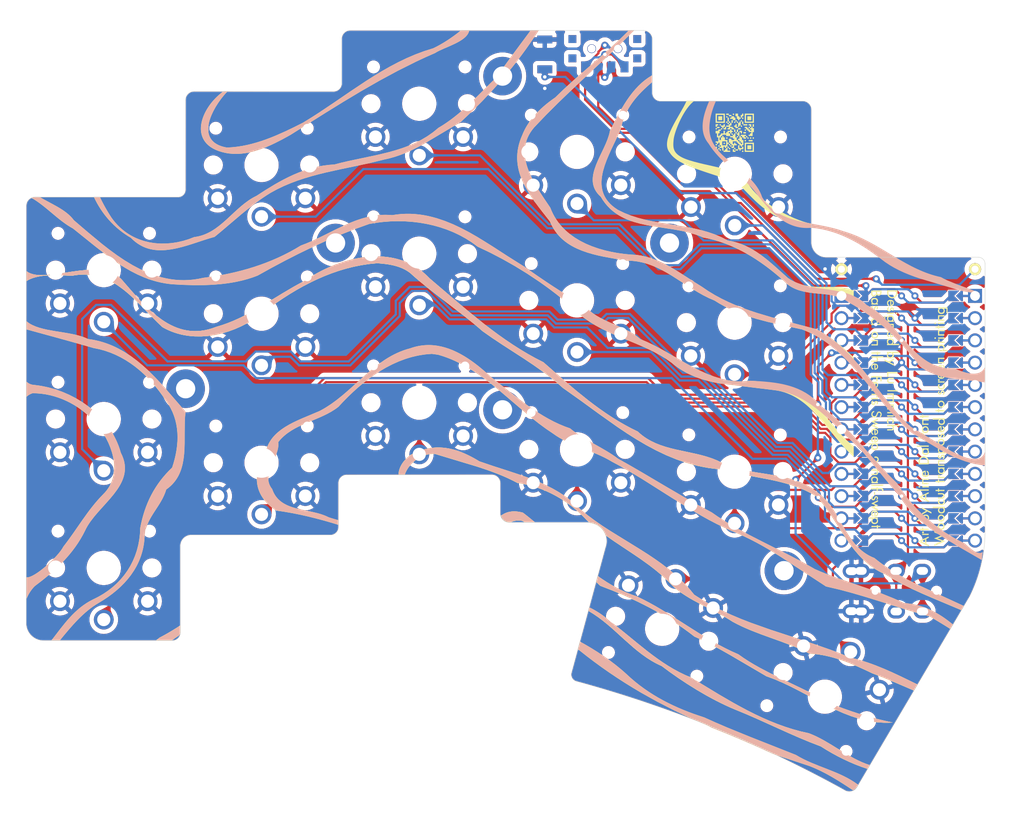
<source format=kicad_pcb>
(kicad_pcb (version 20240108) (generator "pcbnew") (generator_version "8.0")
  (layers (0 "F.Cu" signal) (31 "B.Cu" signal) (34 "B.Paste" user) (35 "F.Paste" user) (36 "B.SilkS" user "B.Silkscreen") (37 "F.SilkS" user "F.Silkscreen") (38 "B.Mask" user) (39 "F.Mask" user) (44 "Edge.Cuts" user))
  (net 0 "")
  (net 1 "gnd")
  (net 2 "vcc")
  (net 3 "Switch18")
  (net 4 "reset")
  (net 5 "Switch1")
  (net 6 "Switch2")
  (net 7 "Switch3")
  (net 8 "Switch4")
  (net 9 "Switch5")
  (net 10 "Switch6")
  (net 11 "Switch7")
  (net 12 "Switch8")
  (net 13 "Switch9")
  (net 14 "Switch10")
  (net 15 "Switch11")
  (net 16 "Switch12")
  (net 17 "Switch13")
  (net 18 "Switch14")
  (net 19 "Switch15")
  (net 20 "Switch16")
  (net 21 "Switch17")
  (net 22 "raw")
  (net 23 "BT+_r")
  (net 24 "Net-(SW_POWERR1-Pad1)")
  (footprint "kbd:1pin_conn" (layer "F.Cu") (at 126.492 45.974)
    (property "Reference" "B+" (hide yes))
    (property "Value" "MountingHole_Pad" (hide yes))
  )
  (footprint "kbd:1pin_conn" (layer "F.Cu") (at 111.252 45.974)
    (property "Reference" "B-" (hide yes))
    (property "Value" "MountingHole_Pad" (hide yes))
  )
  (footprint "Kailh:TRRS-PJ-DPB2" (layer "F.Cu") (at 123.698 82.75 -90)
    (property "Reference" "J2")
    (property "Value" "AudioJack4dpb" (hide yes))
  )
  (footprint "* duckyb-collection:SW_PG1350_rev_DPB" (layer "F.Cu") (at 27.08 46.08)
    (property "Reference" "SW1" (hide yes))
    (property "Value" "SW_Push" (hide yes))
  )
  (footprint "* duckyb-collection:SW_PG1350_rev_DPB" (layer "F.Cu") (at 45.08 34.08)
    (property "Reference" "SW2" (hide yes))
    (property "Value" "SW_Push" (hide yes))
  )
  (footprint "* duckyb-collection:SW_PG1350_rev_DPB" (layer "F.Cu") (at 63.08 27.08)
    (property "Reference" "SW3" (hide yes))
    (property "Value" "SW_Push" (hide yes))
  )
  (footprint "* duckyb-collection:SW_PG1350_rev_DPB" (layer "F.Cu") (at 81.08 32.58)
    (property "Reference" "SW4" (hide yes))
    (property "Value" "SW_Push" (hide yes))
  )
  (footprint "* duckyb-collection:SW_PG1350_rev_DPB" (layer "F.Cu") (at 99.08 35.08)
    (property "Reference" "SW5" (hide yes))
    (property "Value" "SW_Push" (hide yes))
  )
  (footprint "* duckyb-collection:SW_PG1350_rev_DPB" (layer "F.Cu") (at 27.08 63.08)
    (property "Reference" "SW6" (hide yes))
    (property "Value" "SW_Push" (hide yes))
  )
  (footprint "* duckyb-collection:SW_PG1350_rev_DPB" (layer "F.Cu") (at 45.08 51.054)
    (property "Reference" "SW7" (hide yes))
    (property "Value" "SW_Push" (hide yes))
  )
  (footprint "* duckyb-collection:SW_PG1350_rev_DPB" (layer "F.Cu") (at 63.08 44.196)
    (property "Reference" "SW8" (hide yes))
    (property "Value" "SW_Push" (hide yes))
  )
  (footprint "* duckyb-collection:SW_PG1350_rev_DPB" (layer "F.Cu") (at 81.08 49.53)
    (property "Reference" "SW9" (hide yes))
    (property "Value" "SW_Push" (hide yes))
  )
  (footprint "* duckyb-collection:SW_PG1350_rev_DPB" (layer "F.Cu") (at 99.06 52.07)
    (property "Reference" "SW10" (hide yes))
    (property "Value" "SW_Push" (hide yes))
  )
  (footprint "* duckyb-collection:SW_PG1350_rev_DPB" (layer "F.Cu") (at 27.08 80.08)
    (property "Reference" "SW11" (hide yes))
    (property "Value" "SW_Push" (hide yes))
  )
  (footprint "* duckyb-collection:SW_PG1350_rev_DPB" (layer "F.Cu") (at 45.08 68.072)
    (property "Reference" "SW12" (hide yes))
    (property "Value" "SW_Push" (hide yes))
  )
  (footprint "* duckyb-collection:SW_PG1350_rev_DPB" (layer "F.Cu") (at 63.08 61.214)
    (property "Reference" "SW13" (hide yes))
    (property "Value" "SW_Push" (hide yes))
  )
  (footprint "* duckyb-collection:SW_PG1350_rev_DPB" (layer "F.Cu") (at 81.08 66.548)
    (property "Reference" "SW14" (hide yes))
    (property "Value" "SW_Push" (hide yes))
  )
  (footprint "* duckyb-collection:SW_PG1350_rev_DPB" (layer "F.Cu") (at 99.06 69.088)
    (property "Reference" "SW15" (hide yes))
    (property "Value" "SW_Push" (hide yes))
  )
  (footprint "* duckyb-collection:SW_PG1350_rev_DPB" (layer "F.Cu") (at 109.356 94.78 150)
    (property "Reference" "SW17" (hide yes))
    (property "Value" "SW_Push" (hide yes))
  )
  (footprint "* duckyb-collection:SW_PG1350_rev_DPB" (layer "F.Cu") (at 90.796 87.03 165)
    (property "Reference" "SW16" (hide yes))
    (property "Value" "SW_Push" (hide yes))
  )
  (footprint "* duckyb-collection:ProMicro_jumpers_facedown" (layer "F.Cu") (at 118.872 62.992 -90)
    (property "Reference" "U1" (hide yes))
    (property "Value" "ProMicro-kbd" (hide yes))
  )
  (footprint "kbd:Tenting_Puck2" (layer "F.Cu") (at 72.58 42.98)
    (property "Reference" "REF**")
    (property "Value" "Tenting Puck")
  )
  (footprint "Kailh:SPDT_C128955" (layer "F.Cu") (at 84.25 20.8)
    (property "Reference" "POWER SW" (hide yes))
    (property "Value" "SW_SPDT")
  )
  (footprint "* duckyb-collection:Tactile-Switch_SMT" (layer "F.Cu") (at 77.4 21.45 -90)
    (property "Reference" "RSW2" (hide yes))
    (property "Value" "SW_Push")
  )
  (footprint "" (layer "F.Cu") (at 104.69 80.4)
    (property "Reference" "")
    (property "Value" "")
  )
  (footprint "" (layer "F.Cu") (at 36.42 59.62)
    (property "Reference" "")
    (property "Value" "")
  )
  (footprint "" (layer "F.Cu") (at 104.69 80.4)
    (property "Reference" "")
    (property "Value" "")
  )
  (gr_poly (pts (xy 18.304052 58.847678) (xy 18.35146 58.886251) (xy 18.400184 58.922899) (xy 18.450258 58.957542) (xy 18.501716 58.990101) (xy 18.554592 59.020498) (xy 18.608922 59.048652) (xy 18.66474 59.074485) (xy 18.72208 59.097919) (xy 18.780976 59.118873) (xy 18.841464 59.13727) (xy 18.903577 59.153029) (xy 18.967351 59.166073) (xy 19.032819 59.176321) (xy 19.100016 59.183696) (xy 19.168977 59.188117) (xy 19.983738 59.301437) (xy 20.793584 59.472495) (xy 21.593898 59.699495) (xy 22.380063 59.98064) (xy 23.147462 60.314136) (xy 23.891478 60.698186) (xy 24.607494 61.130994) (xy 25.290894 61.610765) (xy 25.93706 62.135703) (xy 26.541376 62.704011) (xy 27.099225 63.313894) (xy 27.60599 63.963557) (xy 28.057055 64.651203) (xy 28.260256 65.008708) (xy 28.447801 65.375036) (xy 28.619113 65.749962) (xy 28.773614 66.133261) (xy 28.910727 66.52471) (xy 29.029875 66.924082) (xy 29.194432 67.268963) (xy 29.321858 67.605335) (xy 29.413981 67.933623) (xy 29.47263 68.254249) (xy 29.499632 68.567634) (xy 29.496814 68.874201) (xy 29.466006 69.174373) (xy 29.409034 69.468572) (xy 29.327727 69.75722) (xy 29.223913 70.04074) (xy 29.099419 70.319554) (xy 28.956074 70.594085) (xy 28.795705 70.864755) (xy 28.620141 71.131986) (xy 28.230737 71.657823) (xy 27.802486 72.174973) (xy 27.350011 72.686817) (xy 26.430883 73.708103) (xy 25.993476 74.224303) (xy 25.590339 74.748713) (xy 25.406192 75.015053) (xy 25.236095 75.284712) (xy 25.081878 75.558114) (xy 24.945368 75.835681) (xy 24.69394 76.321974) (xy 24.423657 76.793079) (xy 24.135536 77.249618) (xy 23.830591 77.692213) (xy 23.509837 78.121487) (xy 23.174289 78.538062) (xy 22.824961 78.94256) (xy 22.46287 79.335604) (xy 22.089029 79.717815) (xy 21.704453 80.089817) (xy 21.310157 80.452232) (xy 20.907157 80.805681) (xy 20.496467 81.150788) (xy 20.079102 81.488174) (xy 19.228406 82.142275) (xy 19.148533 82.222071) (xy 19.071751 82.303847) (xy 18.997946 82.387522) (xy 18.927006 82.473014) (xy 18.858817 82.560243) (xy 18.793265 82.649125) (xy 18.730239 82.739579) (xy 18.669623 82.831523) (xy 18.611306 82.924876) (xy 18.555174 83.019556) (xy 18.501113 83.11548) (xy 18.449011 83.212569) (xy 18.398753 83.310738) (xy 18.350228 83.409907) (xy 18.25792 83.610919) (xy 18.25792 81.155772) (xy 18.348921 81.158844) (xy 18.449921 81.147245) (xy 18.560181 81.121716) (xy 18.678966 81.082996) (xy 18.805538 81.031824) (xy 18.939161 80.968941) (xy 19.224609 80.810996) (xy 19.529415 80.615079) (xy 19.847683 80.387105) (xy 20.173517 80.132992) (xy 20.501021 79.858655) (xy 20.824299 79.570012) (xy 21.137456 79.272978) (xy 21.434596 78.973471) (xy 21.709823 78.677407) (xy 21.95724 78.390702) (xy 22.170954 78.119274) (xy 22.345066 77.869038) (xy 22.473683 77.645911) (xy 23.04879 76.885079) (xy 23.599514 76.113905) (xy 24.673839 74.567539) (xy 25.220455 73.805854) (xy 25.50116 73.43084) (xy 25.788715 73.060838) (xy 26.084557 72.696691) (xy 26.390126 72.339244) (xy 26.706859 71.989341) (xy 27.036196 71.647826) (xy 27.247149 71.42536) (xy 27.436614 71.19497) (xy 27.605173 70.95722) (xy 27.75341 70.712678) (xy 27.881907 70.46191) (xy 27.99125 70.205482) (xy 28.08202 69.94396) (xy 28.154802 69.677911) (xy 28.210178 69.407901) (xy 28.248732 69.134496) (xy 28.271048 68.858263) (xy 28.277709 68.579768) (xy 28.269298 68.299577) (xy 28.246399 68.018257) (xy 28.209595 67.736373) (xy 28.159469 67.454494) (xy 28.021587 66.893009) (xy 27.83742 66.338334) (xy 27.611634 65.794998) (xy 27.348898 65.267532) (xy 27.053878 64.760468) (xy 26.731242 64.278335) (xy 26.385656 63.825663) (xy 26.021788 63.406985) (xy 25.689415 63.044314) (xy 25.335786 62.697991) (xy 24.962334 62.369029) (xy 24.570494 62.058437) (xy 24.1617 61.767228) (xy 23.737386 61.496411) (xy 23.298984 61.246998) (xy 22.847931 61.02) (xy 22.385658 60.816427) (xy 21.9136 60.63729) (xy 21.433192 60.483601) (xy 20.945866 60.356371) (xy 20.453057 60.256609) (xy 19.956199 60.185328) (xy 19.456726 60.143538) (xy 18.956071 60.13225) (xy 18.902677 60.150262) (xy 18.850789 60.169464) (xy 18.800364 60.189822) (xy 18.751356 60.211301) (xy 18.703724 60.233868) (xy 18.657421 60.257488) (xy 18.612405 60.282127) (xy 18.568632 60.307751) (xy 18.526058 60.334326) (xy 18.484638 60.361818) (xy 18.44433 60.390192) (xy 18.405089 60.419415) (xy 18.366872 60.449452) (xy 18.329634 60.480269) (xy 18.293331 60.511833) (xy 18.25792 60.544108) (xy 18.257924 58.807257)) (stroke (width -0.000001)) (fill solid) (layer "B.SilkS"))
  (gr_poly (pts (xy 82.762252 84.720676) (xy 83.050828 84.878455) (xy 83.335088 85.04399) (xy 83.614382 85.218418) (xy 83.888057 85.402877) (xy 84.022584 85.499223) (xy 84.155461 85.598505) (xy 84.286608 85.700863) (xy 84.415943 85.80644) (xy 84.543385 85.915378) (xy 84.668851 86.027819) (xy 85.240506 86.458781) (xy 85.804733 86.900167) (xy 86.919074 87.802806) (xy 88.028222 88.712925) (xy 89.148527 89.607711) (xy 89.717972 90.042226) (xy 90.296336 90.464354) (xy 90.885664 90.871242) (xy 91.487999 91.26004) (xy 92.105385 91.627895) (xy 92.739864 91.971958) (xy 93.393482 92.289375) (xy 94.06828 92.577296) (xy 97.284804 94.527347) (xy 98.906269 95.469414) (xy 99.724591 95.922396) (xy 100.549606 96.359606) (xy 101.382541 96.778242) (xy 102.224619 97.1755) (xy 103.077067 97.548576) (xy 103.941111 97.894668) (xy 104.817974 98.210972) (xy 105.708883 98.494686) (xy 106.615063 98.743005) (xy 107.53774 98.953127) (xy 107.994924 99.137936) (xy 108.442603 99.343202) (xy 108.882162 99.565757) (xy 109.314985 99.802429) (xy 110.165968 100.305453) (xy 111.006631 100.826919) (xy 111.848055 101.341474) (xy 112.272515 101.588236) (xy 112.70132 101.823762) (xy 113.135856 102.044883) (xy 113.577508 102.248429) (xy 114.02766 102.431231) (xy 114.487699 102.590121) (xy 114.233457 103.020068) (xy 113.534204 102.779395) (xy 112.84356 102.513602) (xy 112.161788 102.223684) (xy 111.489155 101.910638) (xy 110.825923 101.575461) (xy 110.172359 101.219148) (xy 109.528727 100.842696) (xy 108.895291 100.4471) (xy 107.657328 99.969178) (xy 106.43676 99.461655) (xy 105.228099 98.932934) (xy 104.025858 98.391417) (xy 101.618682 97.303607) (xy 100.402772 96.774119) (xy 99.17133 96.265444) (xy 98.612119 96.026945) (xy 98.052618 95.773228) (xy 97.493811 95.505453) (xy 96.936681 95.224777) (xy 95.831385 94.629356) (xy 94.744595 93.996229) (xy 93.684177 93.33466) (xy 92.657996 92.653913) (xy 91.673916 91.963253) (xy 90.739804 91.271945) (xy 90.437605 91.135002) (xy 90.142109 90.988371) (xy 89.569588 90.668368) (xy 89.018965 90.316581) (xy 88.486965 89.937656) (xy 87.970311 89.536239) (xy 87.465728 89.116976) (xy 86.47967 88.243493) (xy 85.50258 87.354372) (xy 85.009209 86.915561) (xy 84.508253 86.486779) (xy 83.996434 86.072669) (xy 83.470478 85.677879) (xy 82.927109 85.307054) (xy 82.363049 84.964839) (xy 82.470014 84.569514)) (stroke (width -0.000001)) (fill solid) (layer "B.SilkS"))
  (gr_poly (pts (xy 82.118474 88.880369) (xy 82.817058 89.295124) (xy 83.504445 89.728026) (xy 84.179712 90.180378) (xy 84.841933 90.653485) (xy 85.490183 91.148653) (xy 86.123537 91.667187) (xy 86.434339 91.935623) (xy 86.741071 92.210391) (xy 87.219615 92.648845) (xy 87.71029 93.06696) (xy 88.212661 93.465386) (xy 88.726293 93.844772) (xy 89.250754 94.205767) (xy 89.785608 94.549019) (xy 90.330422 94.87518) (xy 90.884761 95.184897) (xy 91.448191 95.47882) (xy 92.02028 95.757599) (xy 92.600591 96.021882) (xy 93.188691 96.272319) (xy 93.784147 96.50956) (xy 94.386523 96.734252) (xy 94.995387 96.947047) (xy 95.610303 97.148593) (xy 96.902794 97.72882) (xy 98.200603 98.285984) (xy 100.809329 99.351356) (xy 106.05927 101.42792) (xy 106.484729 101.676105) (xy 106.919895 101.90487) (xy 107.363212 102.117375) (xy 107.813125 102.31678) (xy 108.726521 102.688929) (xy 109.647644 103.046597) (xy 110.564056 103.415063) (xy 111.016609 103.611245) (xy 111.463319 103.819607) (xy 111.902632 104.043308) (xy 112.332994 104.285508) (xy 112.752848 104.549367) (xy 113.160642 104.838046) (xy 113.019055 105.077311) (xy 112.996946 105.108265) (xy 112.973746 105.13829) (xy 112.949487 105.167362) (xy 112.9242 105.195455) (xy 112.897916 105.222547) (xy 112.870666 105.248611) (xy 112.842481 105.273622) (xy 112.813393 105.297557) (xy 112.783432 105.320391) (xy 112.75263 105.342099) (xy 112.721018 105.362655) (xy 112.688628 105.382037) (xy 112.655489 105.400218) (xy 112.621634 105.417174) (xy 112.587094 105.432881) (xy 112.5519 105.447314) (xy 111.959039 105.054785) (xy 111.362703 104.668837) (xy 110.760947 104.293098) (xy 110.151829 103.931195) (xy 109.533403 103.586756) (xy 109.220092 103.42222) (xy 108.903725 103.26341) (xy 108.58406 103.11078) (xy 108.260853 102.964784) (xy 107.933861 102.825875) (xy 107.602841 102.694506) (xy 105.490363 101.993985) (xy 103.376225 101.285807) (xy 101.651919 100.504394) (xy 99.917108 99.74681) (xy 98.172039 99.013164) (xy 96.416959 98.303561) (xy 96.371817 98.278195) (xy 96.326482 98.253346) (xy 96.235536 98.204373) (xy 96.144738 98.154997) (xy 96.099588 98.129643) (xy 96.054707 98.103571) (xy 94.090521 97.251135) (xy 92.158032 96.337751) (xy 90.25974 95.36196) (xy 88.398147 94.322303) (xy 86.575755 93.217321) (xy 84.795063 92.045555) (xy 83.921137 91.434171) (xy 83.058574 90.805544) (xy 82.207686 90.159491) (xy 81.368787 89.495829) (xy 81.356893 89.487202) (xy 81.34481 89.478791) (xy 81.320178 89.462501) (xy 81.295091 89.446731) (xy 81.269748 89.431252) (xy 81.219099 89.400252) (xy 81.194192 89.384274) (xy 81.169831 89.367671) (xy 81.409619 88.482455)) (stroke (width -0.000001)) (fill solid) (layer "B.SilkS"))
  (gr_poly (pts (xy 64.342481 54.634871) (xy 64.499897 54.641703) (xy 64.656632 54.652468) (xy 65.122712 54.707598) (xy 65.582466 54.795338) (xy 66.035702 54.913567) (xy 66.482228 55.060165) (xy 66.92185 55.233009) (xy 67.354376 55.42998) (xy 67.779613 55.648957) (xy 68.197368 55.887817) (xy 68.607448 56.14444) (xy 69.009661 56.416706) (xy 69.403814 56.702493) (xy 69.789714 56.999679) (xy 70.167167 57.306145) (xy 70.535983 57.619768) (xy 71.246926 58.260005) (xy 73.392616 59.963506) (xy 74.474415 60.806576) (xy 75.021092 61.21731) (xy 75.572969 61.617554) (xy 76.131056 62.004843) (xy 76.696366 62.37671) (xy 77.269908 62.730688) (xy 77.852695 63.064313) (xy 78.445736 63.375117) (xy 79.050044 63.660635) (xy 79.666629 63.918399) (xy 80.296502 64.145945) (xy 80.592206 64.385018) (xy 80.901874 64.614943) (xy 81.223845 64.837032) (xy 81.556457 65.052601) (xy 82.246962 65.469426) (xy 82.960099 65.875925) (xy 83.682578 66.282604) (xy 84.401109 66.69997) (xy 84.754741 66.915943) (xy 85.102402 67.138528) (xy 85.442431 67.369038) (xy 85.773167 67.608786) (xy 87.115521 68.365495) (xy 88.448746 69.13864) (xy 91.101716 70.706513) (xy 93.759887 72.256952) (xy 95.099614 73.008306) (xy 96.45107 73.734507) (xy 97.128955 74.202898) (xy 97.82379 74.652493) (xy 98.533566 75.08549) (xy 99.256271 75.504084) (xy 100.732426 76.306852) (xy 102.236174 77.078368) (xy 105.262106 78.597936) (xy 106.752123 79.381132) (xy 107.484358 79.78627) (xy 108.205396 80.203364) (xy 108.828473 80.47487) (xy 109.45759 80.732176) (xy 110.730179 81.213079) (xy 113.306415 82.102262) (xy 114.594997 82.546095) (xy 115.873846 83.013125) (xy 117.135431 83.521127) (xy 117.757396 83.796048) (xy 118.37222 84.087878) (xy 118.784758 84.122859) (xy 119.187243 84.177302) (xy 119.580033 84.250404) (xy 119.963488 84.341364) (xy 120.337965 84.449379) (xy 120.703823 84.573647) (xy 121.061421 84.713365) (xy 121.411116 84.867732) (xy 121.753269 85.035944) (xy 122.088235 85.2172) (xy 122.416375 85.410698) (xy 122.738047 85.615634) (xy 123.053609 85.831207) (xy 123.36342 86.056615) (xy 123.667838 86.291055) (xy 123.967221 86.533724) (xy 123.66853 87.039126) (xy 123.363599 86.844728) (xy 123.060072 86.655292) (xy 122.463307 86.2917) (xy 121.353436 85.628359) (xy 119.863018 85.208462) (xy 118.380285 84.759998) (xy 115.426939 83.829166) (xy 113.950855 83.372697) (xy 112.471517 82.939456) (xy 110.98619 82.542393) (xy 109.492139 82.194457) (xy 104.307756 78.7973) (xy 102.989496 77.988547) (xy 102.32023 77.600593) (xy 101.642556 77.226095) (xy 100.955237 76.866933) (xy 100.257033 76.524987) (xy 99.546706 76.202138) (xy 98.823018 75.900267) (xy 97.91507 75.493087) (xy 97.022267 75.058243) (xy 96.14277 74.599108) (xy 95.274736 74.119059) (xy 93.565694 73.109714) (xy 91.880411 72.057208) (xy 88.522199 69.930703) (xy 86.81981 68.910703) (xy 85.956349 68.423327) (xy 85.082257 67.955535) (xy 84.675132 67.717956) (xy 84.258916 67.49853) (xy 83.835143 67.294391) (xy 83.405347 67.102677) (xy 82.533822 66.745068) (xy 81.656615 66.402793) (xy 80.785999 66.052943) (xy 80.356997 65.868019) (xy 79.934245 65.67261) (xy 79.519277 65.463853) (xy 79.113628 65.238884) (xy 78.71883 64.99484) (xy 78.336419 64.728858) (xy 77.517371 64.172408) (xy 76.717649 63.581172) (xy 75.933132 62.962444) (xy 75.159695 62.323522) (xy 72.094307 59.711814) (xy 71.314436 59.081364) (xy 70.52091 58.474499) (xy 69.709606 57.898513) (xy 68.876402 57.360703) (xy 68.017175 56.868367) (xy 67.576514 56.641531) (xy 67.127802 56.4288) (xy 66.670522 56.231085) (xy 66.20416 56.049298) (xy 65.7282 55.884352) (xy 65.242127 55.737158) (xy 64.523824 55.636904) (xy 63.731759 55.704722) (xy 62.955317 55.829494) (xy 62.194743 56.007871) (xy 61.450278 56.236506) (xy 60.722168 56.51205) (xy 60.010655 56.831155) (xy 59.315982 57.190473) (xy 58.638394 57.586657) (xy 57.978134 58.016357) (xy 57.335445 58.476226) (xy 56.710571 58.962917) (xy 56.103755 59.47308) (xy 55.515241 60.003367) (xy 54.945272 60.550432) (xy 54.394091 61.110925) (xy 53.861943 61.681498) (xy 53.457468 61.976398) (xy 53.033369 62.241967) (xy 52.593131 62.483276) (xy 52.140242 62.705393) (xy 51.678189 62.913391) (xy 51.210457 63.112338) (xy 50.271908 63.503362) (xy 49.808063 63.70558) (xy 49.352488 63.919028) (xy 48.908668 64.148778) (xy 48.480091 64.399898) (xy 48.070244 64.677459) (xy 47.873433 64.82774) (xy 47.682612 64.986532) (xy 47.498217 65.15447) (xy 47.320684 65.332186) (xy 47.150447 65.520316) (xy 46.987945 65.719492) (xy 47.004564 65.878507) (xy 47.007149 66.038968) (xy 46.99686 66.200787) (xy 46.974853 66.363873) (xy 46.942287 66.528137) (xy 46.900321 66.693489) (xy 46.792819 67.0271) (xy 46.661612 67.363988) (xy 46.515966 67.703436) (xy 46.218418 68.387143) (xy 46.085047 68.729968) (xy 45.974299 69.072483) (xy 45.930303 69.243401) (xy 45.895438 69.413973) (xy 45.870862 69.584109) (xy 45.857731 69.753719) (xy 45.857206 69.922714) (xy 45.870444 70.091004) (xy 45.898602 70.2585) (xy 45.94284 70.425112) (xy 46.004315 70.590749) (xy 46.084186 70.755324) (xy 46.183611 70.918745) (xy 46.303748 71.080924) (xy 46.39584 71.324545) (xy 46.50195 71.549767) (xy 46.621377 71.757506) (xy 46.753421 71.948677) (xy 46.897381 72.124195) (xy 47.052557 72.284975) (xy 47.218248 72.431933) (xy 47.393753 72.565983) (xy 47.578372 72.688041) (xy 47.771405 72.799022) (xy 47.97215 72.899842) (xy 48.179907 72.991415) (xy 48.393976 73.074657) (xy 48.613655 73.150482) (xy 49.067045 73.283547) (xy 49.53447 73.397929) (xy 50.010328 73.500952) (xy 50.96492 73.702204) (xy 51.432444 73.815077) (xy 51.885982 73.945877) (xy 52.105754 74.020288) (xy 52.319928 74.101926) (xy 52.527802 74.191707) (xy 52.728677 74.290545) (xy 53.004703 74.378377) (xy 53.287299 74.463537) (xy 53.855222 74.631613) (xy 53.855222 75.156134) (xy 52.978766 74.891581) (xy 52.09924 74.64097) (xy 51.216595 74.406036) (xy 50.330783 74.188517) (xy 49.441754 73.990147) (xy 48.54946 73.812661) (xy 47.653853 73.657797) (xy 46.754884 73.527289) (xy 46.53445 73.378816) (xy 46.325591 73.22518) (xy 46.128315 73.066601) (xy 45.942633 72.903301) (xy 45.768551 72.735501) (xy 45.606079 72.563422) (xy 45.455225 72.387286) (xy 45.315999 72.207313) (xy 45.188408 72.023726) (xy 45.072461 71.836744) (xy 44.968168 71.646589) (xy 44.875536 71.453483) (xy 44.794575 71.257647) (xy 44.725292 71.059301) (xy 44.667697 70.858667) (xy 44.621799 70.655966) (xy 44.587606 70.45142) (xy 44.565126 70.245249) (xy 44.554369 70.037675) (xy 44.555342 69.82892) (xy 44.568056 69.619203) (xy 44.592517 69.408746) (xy 44.628736 69.197771) (xy 44.67672 68.986499) (xy 44.736478 68.775151) (xy 44.808019 68.563948) (xy 44.891352 68.353111) (xy 44.986486 68.142861) (xy 45.093428 67.933421) (xy 45.212187 67.72501) (xy 45.342773 67.51785) (xy 45.485194 67.312163) (xy 45.524191 67.025708) (xy 45.580552 66.75174) (xy 45.653543 66.489822) (xy 45.742424 66.239516) (xy 45.846461 66.000386) (xy 45.964915 65.771993) (xy 46.097051 65.5539) (xy 46.242131 65.345669) (xy 46.399418 65.146864) (xy 46.568175 64.957045) (xy 46.747666 64.775777) (xy 46.937155 64.602621) (xy 47.135903 64.43714) (xy 47.343174 64.278896) (xy 47.558232 64.127452) (xy 47.780339 63.98237) (xy 48.242755 63.709543) (xy 48.724527 63.456916) (xy 49.21976 63.220988) (xy 49.72256 62.998258) (xy 51.691529 62.169325) (xy 52.04128 61.982095) (xy 52.38292 61.782899) (xy 52.717096 61.572695) (xy 53.044456 61.352442) (xy 53.681317 60.885622) (xy 54.298682 60.390106) (xy 54.90173 59.873562) (xy 55.495643 59.343658) (xy 56.676776 58.274437) (xy 57.274356 57.750456) (xy 57.883519 57.243784) (xy 58.509443 56.762089) (xy 59.157309 56.313039) (xy 59.491088 56.103152) (xy 59.832296 55.904301) (xy 60.181578 55.717445) (xy 60.539583 55.543542) (xy 60.906958 55.383552) (xy 61.284351 55.238431) (xy 61.672408 55.109139) (xy 62.071778 54.996634) (xy 62.237867 54.940071) (xy 62.403388 54.888552) (xy 62.568334 54.841997) (xy 62.732698 54.800328) (xy 62.89647 54.763465) (xy 63.059643 54.731329) (xy 63.222208 54.703839) (xy 63.384158 54.680918) (xy 63.545485 54.662485) (xy 63.706179 54.648461) (xy 63.866235 54.638767) (xy 64.025642 54.633324) (xy 64.184393 54.632052)) (stroke (width -0.000001)) (fill solid) (layer "B.SilkS"))
  (gr_poly (pts (xy 83.952716 81.349297) (xy 84.475378 81.689397) (xy 85.008099 82.012818) (xy 85.278593 82.167644) (xy 85.552034 82.317544) (xy 85.828567 82.462265) (xy 86.108337 82.601555) (xy 86.391486 82.735163) (xy 86.67816 82.862835) (xy 86.968502 82.98432) (xy 87.262656 83.099366) (xy 87.560768 83.20772) (xy 87.862981 83.30913) (xy 88.617188 83.673476) (xy 89.358253 84.060707) (xy 90.088215 84.467355) (xy 90.80911 84.889948) (xy 92.231851 85.769094) (xy 93.642776 86.670385) (xy 95.058186 87.566061) (xy 96.49438 88.428361) (xy 97.225365 88.838321) (xy 97.967658 89.229527) (xy 98.723298 89.598509) (xy 99.494321 89.941798) (xy 100.079088 90.353453) (xy 100.683914 90.745473) (xy 101.305838 91.120024) (xy 101.941904 91.479272) (xy 103.24462 92.16052) (xy 104.568395 92.806542) (xy 107.184437 94.062209) (xy 108.429366 94.706505) (xy 109.025702 95.040348) (xy 109.600675 95.384875) (xy 110.510852 95.75437) (xy 111.429532 96.103922) (xy 112.356575 96.432513) (xy 113.291842 96.739119) (xy 114.235194 97.022722) (xy 115.186491 97.2823) (xy 116.145593 97.516832) (xy 117.112363 97.725299) (xy 116.613847 97.74903) (xy 116.121604 97.748045) (xy 115.635315 97.723598) (xy 115.154661 97.67694) (xy 114.679324 97.609327) (xy 114.208985 97.52201) (xy 113.28203 97.293281) (xy 112.371249 97.00078) (xy 111.474092 96.654534) (xy 110.588015 96.264569) (xy 109.710468 95.840911) (xy 106.234646 94.009883) (xy 105.361545 93.56816) (xy 104.48169 93.152904) (xy 103.592535 92.774141) (xy 102.691533 92.441897) (xy 98.638682 90.06636) (xy 97.621615 89.488467) (xy 96.593203 88.931753) (xy 95.548542 88.403609) (xy 95.018587 88.15256) (xy 94.482732 87.911425) (xy 93.875048 87.444772) (xy 93.256126 86.994002) (xy 92.626568 86.558697) (xy 91.986978 86.138443) (xy 91.33796 85.732824) (xy 90.680116 85.341423) (xy 90.014051 84.963826) (xy 89.340366 84.599616) (xy 88.659667 84.248377) (xy 87.972555 83.909694) (xy 86.581509 83.268333) (xy 85.172056 82.672204) (xy 83.749021 82.117983) (xy 83.685957 82.06373) (xy 83.623969 82.00772) (xy 83.562754 81.950453) (xy 83.502005 81.892428) (xy 83.380688 81.776096) (xy 83.31951 81.718787) (xy 83.257581 81.662715) (xy 83.257565 81.662715) (xy 83.438962 80.994536)) (stroke (width -0.000001)) (fill solid) (layer "B.SilkS"))
  (gr_poly (pts (xy 21.901426 38.904964) (xy 22.162212 39.063642) (xy 22.414933 39.227588) (xy 22.657919 39.397738) (xy 22.889503 39.575026) (xy 23.108015 39.760388) (xy 23.311787 39.954759) (xy 23.499151 40.159076) (xy 23.668438 40.374272) (xy 25.243561 41.723271) (xy 26.881792 43.082839) (xy 27.72671 43.741456) (xy 28.58997 44.37256) (xy 29.472427 44.966098) (xy 30.374935 45.512018) (xy 31.298351 46.000268) (xy 31.768166 46.219625) (xy 32.243529 46.420796) (xy 32.724545 46.602523) (xy 33.211323 46.76355) (xy 33.703969 46.902621) (xy 34.202589 47.018478) (xy 34.707291 47.109866) (xy 35.218182 47.175528) (xy 35.735368 47.214208) (xy 36.258957 47.224648) (xy 36.789055 47.205593) (xy 37.325769 47.155786) (xy 37.869206 47.07397) (xy 38.419473 46.95889) (xy 39.890878 46.746458) (xy 40.621367 46.617097) (xy 41.347751 46.47158) (xy 42.06956 46.309359) (xy 42.786322 46.129891) (xy 43.497568 45.93263) (xy 44.202825 45.71703) (xy 44.901624 45.482547) (xy 45.593492 45.228634) (xy 46.277959 44.954747) (xy 46.954555 44.660339) (xy 47.622807 44.344867) (xy 48.282246 44.007784) (xy 48.9324 43.648546) (xy 49.572799 43.266606) (xy 50.217183 43.019997) (xy 50.854237 42.747209) (xy 51.485725 42.454706) (xy 52.113416 42.148954) (xy 53.364466 41.523558) (xy 54.621516 40.922741) (xy 55.256707 40.647711) (xy 55.898697 40.398221) (xy 56.549252 40.180734) (xy 57.210138 40.001717) (xy 57.883121 39.867633) (xy 58.224702 39.819462) (xy 58.569968 39.784948) (xy 58.919143 39.764901) (xy 59.272445 39.760127) (xy 59.630097 39.771435) (xy 59.992318 39.799634) (xy 60.522223 39.720425) (xy 61.046394 39.669499) (xy 61.564992 39.645705) (xy 62.078181 39.647891) (xy 62.586124 39.674905) (xy 63.088983 39.725597) (xy 63.586921 39.798814) (xy 64.080102 39.893404) (xy 65.05284 40.142101) (xy 66.0085 40.462474) (xy 66.948384 40.845312) (xy 67.873795 41.281402) (xy 68.786034 41.761532) (xy 69.686406 42.276489) (xy 71.456754 43.374034) (xy 73.195259 44.50034) (xy 74.912339 45.581708) (xy 76.636535 46.776763) (xy 77.514199 47.371986) (xy 78.398399 47.958474) (xy 79.286252 48.530826) (xy 80.174878 49.083645) (xy 81.061393 49.61153) (xy 81.942918 50.109082) (xy 82.092628 50.286481) (xy 82.250248 50.454448) (xy 82.415308 50.613557) (xy 82.587336 50.764383) (xy 82.765859 50.907502) (xy 82.950405 51.043488) (xy 83.335682 51.296363) (xy 83.739391 51.527609) (xy 84.157758 51.741826) (xy 84.587009 51.943614) (xy 85.023368 52.137574) (xy 85.902314 52.520411) (xy 86.337352 52.718489) (xy 86.764399 52.927141) (xy 87.179682 53.150966) (xy 87.579426 53.394566) (xy 87.959856 53.662541) (xy 88.141648 53.807106) (xy 88.317197 53.95949) (xy 89.090102 54.286335) (xy 89.853277 54.654034) (xy 90.609136 55.052972) (xy 91.360094 55.47353) (xy 92.856968 56.341039) (xy 93.607713 56.768756) (xy 94.363217 57.179625) (xy 95.125896 57.564028) (xy 95.898163 57.912348) (xy 96.682434 58.214969) (xy 97.481125 58.462273) (xy 97.886632 58.562176) (xy 98.296649 58.644642) (xy 98.711478 58.708471) (xy 99.131422 58.75246) (xy 99.556782 58.775407) (xy 99.987859 58.77611) (xy 100.424956 58.753366) (xy 100.868375 58.705973) (xy 101.975437 58.76831) (xy 102.528493 58.810919) (xy 103.079179 58.865429) (xy 103.625953 58.935046) (xy 104.167276 59.022977) (xy 104.701607 59.132427) (xy 105.227406 59.266603) (xy 105.743132 59.428709) (xy 106.247244 59.621953) (xy 106.738204 59.849541) (xy 107.21447 60.114677) (xy 107.674501 60.420569) (xy 108.116757 60.770422) (xy 108.330739 60.962836) (xy 108.539699 61.167443) (xy 108.743445 61.384642) (xy 108.941785 61.614836) (xy 109.557792 62.088522) (xy 110.152305 62.583613) (xy 110.727809 63.097695) (xy 111.28679 63.628355) (xy 111.831734 64.173179) (xy 112.365126 64.729753) (xy 113.407196 65.868495) (xy 115.462077 68.180766) (xy 116.514657 69.315674) (xy 117.055931 69.869372) (xy 117.610509 70.410681) (xy 117.971137 70.969788) (xy 118.35018 71.512322) (xy 118.747205 72.038157) (xy 119.161783 72.547168) (xy 119.593484 73.039228) (xy 120.041875 73.514211) (xy 120.506527 73.971991) (xy 120.987009 74.412442) (xy 121.48289 74.835438) (xy 121.99374 75.240853) (xy 122.519127 75.628561) (xy 123.058621 75.998436) (xy 123.611792 76.350351) (xy 124.178209 76.684181) (xy 124.757441 76.999799) (xy 125.349057 77.29708) (xy 125.544238 77.48453) (xy 125.728649 77.652292) (xy 125.902596 77.800938) (xy 126.06639 77.93104) (xy 126.220337 78.04317) (xy 126.364746 78.137901) (xy 126.499924 78.215804) (xy 126.626182 78.277453) (xy 126.743825 78.323418) (xy 126.853163 78.354273) (xy 126.954504 78.37059) (xy 127.002271 78.373476) (xy 127.048155 78.372941) (xy 127.092194 78.369058) (xy 127.134425 78.361898) (xy 127.174889 78.351533) (xy 127.213623 78.338034) (xy 127.250666 78.321473) (xy 127.286056 78.30192) (xy 127.352033 78.25413) (xy 127.328791 78.485171) (xy 127.30235 78.715858) (xy 127.272716 78.946157) (xy 127.239896 79.176036) (xy 124.598371 77.65003) (xy 123.273452 76.858358) (xy 122.622757 76.44558) (xy 121.984783 76.017785) (xy 121.363189 75.572178) (xy 120.761632 75.105968) (xy 120.183771 74.616362) (xy 119.633264 74.100568) (xy 119.113769 73.555791) (xy 118.628945 72.97924) (xy 118.182451 72.368123) (xy 117.777944 71.719645) (xy 117.216627 71.100458) (xy 116.640795 70.431265) (xy 115.469588 69.01296) (xy 114.312317 67.604926) (xy 113.753906 66.948572) (xy 113.216977 66.347361) (xy 112.659674 65.843858) (xy 112.113491 65.327246) (xy 111.039739 64.276516) (xy 109.966238 63.238821) (xy 109.420368 62.738502) (xy 108.863503 62.257811) (xy 108.291959 61.802203) (xy 107.70205 61.377134) (xy 107.09009 60.988061) (xy 106.77469 60.808729) (xy 106.452394 60.640441) (xy 106.122744 60.48388) (xy 105.785277 60.339728) (xy 105.439533 60.208667) (xy 105.085052 60.09138) (xy 104.721373 59.988547) (xy 104.348034 59.900852) (xy 103.964577 59.828975) (xy 103.570538 59.7736) (xy 97.475228 59.032742) (xy 96.726156 58.891633) (xy 95.987492 58.718846) (xy 95.261501 58.508112) (xy 94.55045 58.25316) (xy 93.856605 57.947721) (xy 93.182232 57.585525) (xy 92.853056 57.381183) (xy 92.529598 57.160302) (xy 92.21214 56.922096) (xy 91.900968 56.665782) (xy 91.230613 56.197703) (xy 90.536242 55.774981) (xy 89.821989 55.390069) (xy 89.091986 55.035419) (xy 88.350367 54.703484) (xy 87.601265 54.386716) (xy 86.097151 53.768492) (xy 85.350404 53.451941) (xy 84.61271 53.120366) (xy 83.888202 52.766222) (xy 83.181013 52.381959) (xy 82.495276 51.960032) (xy 81.835127 51.492891) (xy 81.204697 50.97299) (xy 80.901919 50.690896) (xy 80.608121 50.392781) (xy 79.995138 49.862515) (xy 79.369406 49.343261) (xy 78.731755 48.835313) (xy 78.083011 48.338966) (xy 77.424004 47.854513) (xy 76.755561 47.38225) (xy 76.07851 46.92247) (xy 75.393681 46.475467) (xy 74.7019 46.041537) (xy 74.003996 45.620972) (xy 73.300797 45.214068) (xy 72.593132 44.821119) (xy 71.881828 44.442419) (xy 71.167714 44.078263) (xy 70.451618 43.728944) (xy 69.734368 43.394757) (xy 69.082458 42.915279) (xy 68.401688 42.480952) (xy 67.694777 42.091182) (xy 66.964444 41.745373) (xy 66.213411 41.442932) (xy 65.444395 41.183264) (xy 64.660117 40.965775) (xy 63.863296 40.789871) (xy 63.056652 40.654956) (xy 62.242905 40.560438) (xy 61.424773 40.505721) (xy 60.604978 40.490211) (xy 59.786238 40.513314) (xy 58.971273 40.574435) (xy 58.162802 40.672979) (xy 57.363545 40.808354) (xy 55.703368 41.405277) (xy 54.067487 42.048781) (xy 52.453766 42.73549) (xy 50.860073 43.462027) (xy 49.284271 44.225017) (xy 47.724227 45.021085) (xy 46.177807 45.846854) (xy 44.642877 46.698948) (xy 44.080535 46.908325) (xy 43.505953 47.09164) (xy 42.920413 47.250263) (xy 42.325199 47.385567) (xy 41.721593 47.498924) (xy 41.11088 47.591705) (xy 40.494342 47.665281) (xy 39.873263 47.721025) (xy 39.248927 47.760308) (xy 38.622615 47.784501) (xy 37.369203 47.793104) (xy 36.123292 47.757809) (xy 34.89515 47.689587) (xy 34.468913 47.643254) (xy 34.049963 47.580718) (xy 33.638039 47.502615) (xy 33.232881 47.409582) (xy 32.44182 47.181265) (xy 31.674693 46.900859) (xy 30.929415 46.573449) (xy 30.203902 46.204127) (xy 29.496066 45.797978) (xy 28.803824 45.360094) (xy 28.125089 44.895561) (xy 27.457776 44.409468) (xy 26.149075 43.392958) (xy 23.576977 41.325116) (xy 23.261204 41.144942) (xy 22.952486 40.949909) (xy 22.649843 40.742089) (xy 22.352294 40.523552) (xy 22.058859 40.296368) (xy 21.768558 40.062609) (xy 21.193434 39.583644) (xy 20.619082 39.103223) (xy 20.329745 38.867643) (xy 20.037659 38.63791) (xy 19.741845 38.416096) (xy 19.441322 38.20427) (xy 19.13511 38.004504) (xy 18.822228 37.818867) (xy 18.846867 37.806917) (xy 18.87179 37.79566) (xy 18.896984 37.785099) (xy 18.922433 37.775239) (xy 18.948123 37.766083) (xy 18.974038 37.757635) (xy 19.000165 37.749899) (xy 19.026488 37.742878) (xy 19.052992 37.736578) (xy 19.079663 37.731) (xy 19.106486 37.72615) (xy 19.133446 37.722031) (xy 19.160528 37.718647) (xy 19.187717 37.716001) (xy 19.215 37.714098) (xy 19.24236 37.712941) (xy 19.725011 37.712941)) (stroke (width -0.000001)) (fill solid) (layer "B.SilkS"))
  (gr_poly (pts (xy 86.192256 20.100154) (xy 84.755811 21.480874) (xy 81.848119 24.20829) (xy 80.397184 25.57465) (xy 78.961732 26.955886) (xy 77.551917 28.361829) (xy 76.177895 29.802312) (xy 75.952184 30.085679) (xy 75.756096 30.37189) (xy 75.588499 30.660677) (xy 75.448263 30.95177) (xy 75.334253 31.244901) (xy 75.245341 31.539801) (xy 75.180392 31.836202) (xy 75.138276 32.133834) (xy 75.117861 32.432428) (xy 75.118015 32.731716) (xy 75.137606 33.031429) (xy 75.175503 33.331298) (xy 75.230573 33.631055) (xy 75.301685 33.930429) (xy 75.387707 34.229154) (xy 75.487508 34.526959) (xy 75.723917 35.118738) (xy 76.001857 35.703614) (xy 76.312275 36.279437) (xy 76.646117 36.844057) (xy 77.347853 37.931084) (xy 78.034631 38.947491) (xy 78.181542 39.310399) (xy 78.346262 39.657937) (xy 78.52805 39.990389) (xy 78.726167 40.308037) (xy 78.939876 40.611165) (xy 79.168437 40.900057) (xy 79.411111 41.174996) (xy 79.66716 41.436266) (xy 79.935845 41.68415) (xy 80.216426 41.918932) (xy 80.508166 42.140895) (xy 80.810325 42.350323) (xy 81.122164 42.547499) (xy 81.442945 42.732706) (xy 81.771929 42.906229) (xy 82.108377 43.06835) (xy 82.451551 43.219354) (xy 82.800711 43.359523) (xy 83.514034 43.608492) (xy 84.242438 43.817525) (xy 84.980011 43.98889) (xy 85.720844 44.124855) (xy 86.459025 44.227688) (xy 87.188644 44.299657) (xy 87.90379 44.34303) (xy 88.422261 44.423126) (xy 88.928711 44.535969) (xy 89.424144 44.678722) (xy 89.909562 44.84855) (xy 90.385968 45.042617) (xy 90.854364 45.258087) (xy 91.315752 45.492124) (xy 91.771135 45.741892) (xy 92.221516 46.004556) (xy 92.667897 46.27728) (xy 93.55267 46.841563) (xy 94.433472 47.412055) (xy 95.318326 47.966069) (xy 96.04637 48.461279) (xy 96.795096 48.915228) (xy 97.562595 49.331274) (xy 98.34696 49.712772) (xy 99.14628 50.063081) (xy 99.958649 50.385556) (xy 100.782156 50.683554) (xy 101.614894 50.960432) (xy 103.300427 51.464257) (xy 104.999978 51.923884) (xy 108.380063 52.817961) (xy 108.816618 53.055959) (xy 109.239117 53.308335) (xy 109.648299 53.574348) (xy 110.044904 53.853256) (xy 110.429674 54.14432) (xy 110.803348 54.446797) (xy 111.520368 55.083029) (xy 112.201887 55.756022) (xy 112.853827 56.459849) (xy 113.48211 57.188581) (xy 114.092658 57.936288) (xy 116.475929 60.998302) (xy 117.086626 61.751959) (xy 117.715118 62.489019) (xy 118.367328 63.203554) (xy 119.049176 63.889636) (xy 123.77498 66.739945) (xy 124.441142 67.073528) (xy 125.080846 67.347061) (xy 125.386723 67.456152) (xy 125.681123 67.544043) (xy 125.962425 67.608671) (xy 126.229008 67.647973) (xy 126.47925 67.659887) (xy 126.711533 67.64235) (xy 126.924233 67.5933) (xy 127.115731 67.510673) (xy 127.284405 67.392408) (xy 127.428636 67.236441) (xy 127.546801 67.04071) (xy 127.63728 66.803153) (xy 127.639356 68.375147) (xy 127.057962 68.315281) (xy 126.487602 68.216569) (xy 125.927496 68.082378) (xy 125.376865 67.916076) (xy 124.834927 67.721031) (xy 124.300904 67.50061) (xy 123.774015 67.258179) (xy 123.25348 66.997108) (xy 122.738519 66.720762) (xy 122.228353 66.432509) (xy 121.219284 65.833754) (xy 120.220034 65.22778) (xy 119.224362 64.641528) (xy 118.42889 63.924087) (xy 117.668301 63.161333) (xy 116.935573 62.362404) (xy 116.223685 61.536442) (xy 113.444101 58.145058) (xy 112.73109 57.321029) (xy 111.996788 56.524807) (xy 111.234177 55.765533) (xy 110.436232 55.052347) (xy 109.595934 54.394388) (xy 109.157707 54.088975) (xy 108.70626 53.800797) (xy 108.240713 53.530996) (xy 107.760189 53.280714) (xy 107.26381 53.051094) (xy 106.750699 52.843279) (xy 104.155776 52.287502) (xy 102.873524 51.991342) (xy 101.606838 51.657088) (xy 100.980604 51.469602) (xy 100.359788 51.265306) (xy 99.744899 51.04177) (xy 99.136445 50.796563) (xy 98.534935 50.527258) (xy 97.940878 50.231425) (xy 97.354783 49.906635) (xy 96.777158 49.550457) (xy 96.128635 49.270017) (xy 95.498231 48.952944) (xy 94.882451 48.60697) (xy 94.277803 48.239829) (xy 91.900649 46.714243) (xy 91.299253 46.357254) (xy 90.688027 46.025494) (xy 90.063477 45.726696) (xy 89.422109 45.468591) (xy 89.094027 45.357216) (xy 88.760431 45.258914) (xy 88.420884 45.174652) (xy 88.074949 45.105396) (xy 87.722189 45.052113) (xy 87.362168 45.01577) (xy 86.994449 44.997333) (xy 86.618596 44.997769) (xy 84.136249 44.543589) (xy 83.503353 44.406702) (xy 82.875621 44.250425) (xy 82.2581 44.069731) (xy 81.655834 43.859595) (xy 81.073867 43.614989) (xy 80.517245 43.330886) (xy 79.991012 43.00226) (xy 79.740868 42.81968) (xy 79.500213 42.624085) (xy 79.269678 42.414845) (xy 79.049893 42.191333) (xy 78.841489 41.95292) (xy 78.645097 41.698979) (xy 78.461346 41.42888) (xy 78.290868 41.141995) (xy 78.134294 40.837696) (xy 77.992253 40.515355) (xy 77.102553 39.38772) (xy 76.668182 38.822197) (xy 76.249572 38.253495) (xy 75.853308 37.680081) (xy 75.485972 37.100424) (xy 75.154147 36.512992) (xy 74.864415 35.916252) (xy 74.737392 35.613914) (xy 74.62336 35.308674) (xy 74.523144 35.000341) (xy 74.437565 34.688724) (xy 74.367446 34.373631) (xy 74.313611 34.054872) (xy 74.276883 33.732253) (xy 74.258083 33.405584) (xy 74.258035 33.074674) (xy 74.277562 32.73933) (xy 74.317487 32.399362) (xy 74.378633 32.054578) (xy 74.461821 31.704786) (xy 74.567876 31.349795) (xy 74.69762 30.989413) (xy 74.851876 30.623449) (xy 74.965421 30.351584) (xy 75.09432 30.079449) (xy 75.238736 29.807254) (xy 75.398831 29.535212) (xy 75.574767 29.263533) (xy 75.766706 28.992431) (xy 75.974812 28.722115) (xy 76.199246 28.452798) (xy 76.440171 28.184692) (xy 76.69775 27.918009) (xy 76.972144 27.652959) (xy 77.263517 27.389754) (xy 77.57203 27.128607) (xy 77.897846 26.869729) (xy 78.241127 26.613331) (xy 78.602036 26.359625) (xy 79.614764 25.38154) (xy 80.659726 24.42567) (xy 82.803481 22.547577) (xy 83.880834 21.608854) (xy 84.947546 20.659348) (xy 85.992897 19.690807) (xy 86.504213 19.196821) (xy 87.006169 18.694983) (xy 87.603558 18.694983)) (stroke (width -0.000001)) (fill solid) (layer "B.SilkS"))
  (gr_poly (pts (xy 76.718434 18.694983) (xy 76.715927 18.698197) (xy 76.713468 18.701484) (xy 76.708668 18.708238) (xy 76.703978 18.715158) (xy 76.69934 18.722157) (xy 76.6947 18.729151) (xy 76.689999 18.736051) (xy 76.685182 18.742773) (xy 76.682712 18.746039) (xy 76.680192 18.749228) (xy 76.211707 19.46747) (xy 75.730817 20.176109) (xy 75.23776 20.875261) (xy 74.732775 21.565047) (xy 74.216102 22.245582) (xy 73.687979 22.916987) (xy 72.598339 24.232874) (xy 71.465767 25.513654) (xy 70.292174 26.760271) (xy 69.079472 27.973671) (xy 67.829572 29.154798) (xy 63.625999 31.653554) (xy 63.092696 31.944168) (xy 62.553022 32.221063) (xy 62.005589 32.481571) (xy 61.449011 32.723027) (xy 60.881898 32.942762) (xy 60.302865 33.138109) (xy 59.710524 33.306403) (xy 59.103486 33.444974) (xy 57.456228 33.847031) (xy 55.789098 34.206988) (xy 54.115513 34.556413) (xy 52.448888 34.926874) (xy 51.622378 35.129858) (xy 50.802638 35.349939) (xy 49.991347 35.591062) (xy 49.19018 35.857173) (xy 48.400816 36.152219) (xy 47.62493 36.480146) (xy 46.8642 36.844899) (xy 46.120303 37.250424) (xy 45.685043 37.523454) (xy 45.256431 37.808102) (xy 44.834076 38.103054) (xy 44.417585 38.407001) (xy 43.600633 39.036632) (xy 42.802441 39.686501) (xy 41.249814 41.004991) (xy 40.489113 41.652628) (xy 39.734645 42.278538) (xy 39.147725 42.447409) (xy 38.54781 42.636922) (xy 37.318956 43.041639) (xy 36.694994 43.238726) (xy 36.067996 43.420218) (xy 35.44045 43.577057) (xy 34.814846 43.700184) (xy 34.193673 43.78054) (xy 33.885526 43.801848) (xy 33.579421 43.809066) (xy 33.275667 43.801062) (xy 32.974578 43.776702) (xy 32.676463 43.734856) (xy 32.381635 43.67439) (xy 32.090403 43.594172) (xy 31.80308 43.49307) (xy 31.519976 43.369951) (xy 31.241403 43.223683) (xy 30.967672 43.053134) (xy 30.699093 42.85717) (xy 30.435979 42.634661) (xy 30.17864 42.384472) (xy 29.828656 42.173385) (xy 29.489439 41.949515) (xy 29.161137 41.713291) (xy 28.843898 41.465139) (xy 28.537869 41.205487) (xy 28.243197 40.93476) (xy 27.96003 40.653388) (xy 27.688515 40.361796) (xy 27.4288 40.060412) (xy 27.181033 39.749662) (xy 26.94536 39.429974) (xy 26.721929 39.101775) (xy 26.510888 38.765491) (xy 26.312384 38.421551) (xy 26.126565 38.07038) (xy 25.953577 37.712407) (xy 26.633636 37.712407) (xy 26.780975 38.01927) (xy 26.934386 38.323562) (xy 27.093603 38.625244) (xy 27.258358 38.924278) (xy 27.428383 39.220623) (xy 27.603411 39.514241) (xy 27.783174 39.805092) (xy 27.967405 40.093136) (xy 28.17933 40.378677) (xy 28.400808 40.648845) (xy 28.631417 40.903781) (xy 28.870739 41.143626) (xy 29.118354 41.36852) (xy 29.37384 41.578604) (xy 29.636778 41.77402) (xy 29.906749 41.954907) (xy 30.183332 42.121407) (xy 30.466106 42.273661) (xy 30.754653 42.411809) (xy 31.048551 42.535992) (xy 31.347381 42.646351) (xy 31.650723 42.743027) (xy 31.958156 42.82616) (xy 32.269261 42.895892) (xy 32.583618 42.952362) (xy 32.900806 42.995713) (xy 33.220406 43.026084) (xy 33.541997 43.043617) (xy 33.86516 43.048452) (xy 34.189474 43.040731) (xy 34.839875 42.98818) (xy 35.489841 42.887091) (xy 36.136011 42.73859) (xy 36.775024 42.543805) (xy 37.403521 42.30386) (xy 37.683318 42.261584) (xy 37.954323 42.204197) (xy 38.217044 42.132535) (xy 38.471989 42.047432) (xy 38.719667 41.94972) (xy 38.960585 41.840235) (xy 39.19525 41.71981) (xy 39.424172 41.589279) (xy 39.647858 41.449476) (xy 39.866816 41.301235) (xy 40.292579 40.982774) (xy 40.705524 40.640569) (xy 41.109717 40.281292) (xy 41.908094 39.538204) (xy 42.310407 39.167736) (xy 42.720219 38.806883) (xy 43.141596 38.462315) (xy 43.578601 38.140703) (xy 43.804233 37.990591) (xy 44.035296 37.84872) (xy 44.272298 37.715924) (xy 44.515746 37.593037) (xy 45.533166 36.93541) (xy 46.570543 36.304765) (xy 47.097757 36.004745) (xy 47.63121 35.717691) (xy 48.171318 35.445678) (xy 48.718497 35.190778) (xy 49.273164 34.955066) (xy 49.835736 34.740614) (xy 50.406628 34.549498) (xy 50.986258 34.38379) (xy 51.575041 34.245564) (xy 52.173394 34.136894) (xy 52.781733 34.059853) (xy 53.400475 34.016515) (xy 54.163612 33.817828) (xy 54.93582 33.636453) (xy 56.497157 33.303657) (xy 58.063889 32.974162) (xy 59.615422 32.604003) (xy 60.379052 32.389936) (xy 61.131158 32.149217) (xy 61.869167 31.876349) (xy 62.590503 31.565837) (xy 63.292592 31.212185) (xy 63.97286 30.809899) (xy 64.628732 30.353482) (xy 65.257634 29.837438) (xy 65.739396 29.544728) (xy 66.206301 29.236243) (xy 66.6596 28.913433) (xy 67.100544 28.577745) (xy 67.530381 28.230629) (xy 67.950362 27.873534) (xy 68.361737 27.507907) (xy 68.765755 27.135198) (xy 69.556723 26.37433) (xy 70.333265 25.602518) (xy 71.10538 24.831353) (xy 71.883069 24.072424) (xy 72.357879 23.391732) (xy 72.839429 22.71493) (xy 73.81785 21.370081) (xy 75.80169 18.694968)) (stroke (width -0.000001)) (fill solid) (layer "B.SilkS"))
  (gr_poly (pts (xy 18.412129 52.033133) (xy 18.576485 52.14589) (xy 18.750401 52.24987) (xy 18.933282 52.345628) (xy 19.323571 52.514696) (xy 19.742609 52.657535) (xy 20.185652 52.778581) (xy 20.647959 52.882276) (xy 21.124784 52.973057) (xy 21.611386 53.055363) (xy 22.594944 53.212309) (xy 23.082415 53.295826) (xy 23.560689 53.388624) (xy 24.025022 53.495143) (xy 24.470673 53.619822) (xy 24.892897 53.767098) (xy 25.286951 53.941413) (xy 25.750936 54.009855) (xy 26.203921 54.098406) (xy 26.646259 54.206287) (xy 27.078298 54.332718) (xy 27.500389 54.476922) (xy 27.912882 54.638121) (xy 28.316127 54.815535) (xy 28.710475 55.008387) (xy 29.473879 55.437289) (xy 30.205894 55.918601) (xy 30.909323 56.446095) (xy 31.586966 57.013545) (xy 32.241624 57.614722) (xy 32.8761 58.243399) (xy 33.493194 58.893351) (xy 34.095708 59.558349) (xy 36.415986 62.244261) (xy 36.359593 62.826629) (xy 36.329463 63.422497) (xy 36.316172 64.64005) (xy 36.312483 65.867543) (xy 36.294353 66.475836) (xy 36.254763 67.075597) (xy 36.185757 67.663155) (xy 36.079382 68.234837) (xy 35.927683 68.786971) (xy 35.832352 69.054559) (xy 35.722707 69.315884) (xy 35.597755 69.570485) (xy 35.456501 69.817905) (xy 35.29795 70.057683) (xy 35.121109 70.289361) (xy 34.924983 70.51248) (xy 34.708578 70.726581) (xy 34.4709 70.931204) (xy 34.210955 71.125891) (xy 34.156393 71.302145) (xy 34.095966 71.474461) (xy 33.959291 71.808425) (xy 33.804473 72.130076) (xy 33.635057 72.441704) (xy 33.454585 72.745601) (xy 33.266601 73.044059) (xy 32.882273 73.633823) (xy 32.693016 73.929711) (xy 32.510422 74.229326) (xy 32.338034 74.534959) (xy 32.179397 74.8489) (xy 32.038054 75.173443) (xy 31.974975 75.340405) (xy 31.917548 75.510877) (xy 31.866216 75.685145) (xy 31.821423 75.863495) (xy 31.783611 76.046214) (xy 31.753223 76.233588) (xy 31.741542 76.567681) (xy 31.717266 76.895521) (xy 31.680671 77.217156) (xy 31.632034 77.532637) (xy 31.571632 77.842014) (xy 31.499743 78.145337) (xy 31.322611 78.734021) (xy 31.102852 79.29909) (xy 30.842683 79.840945) (xy 30.544321 80.359987) (xy 30.20998 80.856615) (xy 29.841879 81.33123) (xy 29.442231 81.784233) (xy 29.013255 82.216025) (xy 28.557165 82.627006) (xy 28.076179 83.017577) (xy 27.572511 83.388138) (xy 27.048379 83.73909) (xy 26.505999 84.070834) (xy 26.181593 84.2684) (xy 25.865665 84.480355) (xy 25.557756 84.705602) (xy 25.257408 84.943045) (xy 24.964163 85.19159) (xy 24.677563 85.450142) (xy 24.397151 85.717603) (xy 24.122467 85.99288) (xy 23.853055 86.274877) (xy 23.588456 86.562499) (xy 23.071866 87.150233) (xy 22.569033 87.74732) (xy 22.076295 88.344996) (xy 21.122864 88.344988) (xy 22.144437 87.01128) (xy 22.668311 86.358147) (xy 22.938269 86.039905) (xy 23.215384 85.729075) (xy 23.501013 85.427056) (xy 23.796513 85.135246) (xy 24.103242 84.855043) (xy 24.422556 84.587844) (xy 24.755812 84.335049) (xy 25.104368 84.098054) (xy 25.469581 83.878257) (xy 25.852807 83.677058) (xy 26.161869 83.528549) (xy 26.462996 83.371842) (xy 26.756076 83.207066) (xy 27.040996 83.034347) (xy 27.317643 82.853813) (xy 27.585905 82.665592) (xy 27.845668 82.46981) (xy 28.096819 82.266596) (xy 28.339247 82.056076) (xy 28.572838 81.838379) (xy 28.797479 81.613632) (xy 29.013057 81.381961) (xy 29.219461 81.143495) (xy 29.416576 80.898361) (xy 29.604291 80.646686) (xy 29.782492 80.388598) (xy 29.951067 80.124224) (xy 30.109902 79.853693) (xy 30.258886 79.57713) (xy 30.397904 79.294664) (xy 30.526846 79.006422) (xy 30.645597 78.712531) (xy 30.754044 78.41312) (xy 30.852076 78.108314) (xy 30.93958 77.798243) (xy 31.016442 77.483033) (xy 31.082549 77.162812) (xy 31.13779 76.837706) (xy 31.18205 76.507845) (xy 31.215218 76.173354) (xy 31.237181 75.834362) (xy 31.247826 75.490996) (xy 31.349525 74.991147) (xy 31.466107 74.50092) (xy 31.597976 74.020262) (xy 31.745532 73.549121) (xy 31.909179 73.087445) (xy 32.08932 72.635179) (xy 32.286355 72.192273) (xy 32.500689 71.758672) (xy 32.732722 71.334324) (xy 32.982858 70.919177) (xy 33.251499 70.513177) (xy 33.539048 70.116272) (xy 33.845906 69.72841) (xy 34.172476 69.349537) (xy 34.519161 68.9796) (xy 34.886363 68.618548) (xy 35.043586 68.120926) (xy 35.179982 67.621055) (xy 35.294195 67.119924) (xy 35.384871 66.618523) (xy 35.450657 66.117839) (xy 35.490199 65.618862) (xy 35.502142 65.12258) (xy 35.485133 64.629982) (xy 35.437817 64.142056) (xy 35.358841 63.659792) (xy 35.246851 63.184178) (xy 35.100491 62.716203) (xy 34.91841 62.256856) (xy 34.699251 61.807125) (xy 34.441662 61.367999) (xy 34.144289 60.940466) (xy 33.7753 60.398248) (xy 33.386775 59.869307) (xy 32.978769 59.355632) (xy 32.551334 58.859214) (xy 32.104524 58.382042) (xy 31.638393 57.926104) (xy 31.152994 57.493392) (xy 30.64838 57.085894) (xy 30.124607 56.705599) (xy 29.581726 56.354498) (xy 29.019791 56.034578) (xy 28.438856 55.747832) (xy 27.838975 55.496246) (xy 27.220201 55.281812) (xy 26.903746 55.189148) (xy 26.582587 55.106518) (xy 26.256733 55.03417) (xy 25.926188 54.972354) (xy 24.014938 54.426984) (xy 22.098809 53.893516) (xy 18.257924 52.840704) (xy 18.257924 51.911044)) (stroke (width -0.000001)) (fill solid) (layer "B.SilkS"))
  (gr_poly (pts (xy 58.624427 44.514755) (xy 59.039001 44.540519) (xy 59.450569 44.584147) (xy 59.858566 44.646172) (xy 60.262427 44.727125) (xy 60.661585 44.827541) (xy 61.055475 44.947953) (xy 61.443531 45.088892) (xy 61.825189 45.250891) (xy 62.199881 45.434485) (xy 62.567043 45.640205) (xy 62.926109 45.868584) (xy 63.276512 46.120156) (xy 63.617689 46.395453) (xy 63.949072 46.695007) (xy 64.270097 47.019353) (xy 67.346891 49.645145) (xy 68.897782 50.944401) (xy 70.472856 52.210921) (xy 71.273177 52.826364) (xy 72.084002 53.426973) (xy 72.906817 54.010531) (xy 73.743109 54.574823) (xy 74.594364 55.117632) (xy 75.462067 55.63674) (xy 76.347706 56.129933) (xy 77.252767 56.594992) (xy 79.772515 58.801395) (xy 81.05192 59.88316) (xy 82.356717 60.931584) (xy 83.021537 61.438829) (xy 83.696185 61.93238) (xy 84.381821 62.410454) (xy 85.079605 62.871263) (xy 85.790697 63.313021) (xy 86.516256 63.733944) (xy 87.257442 64.132244) (xy 88.015416 64.506137) (xy 88.251326 64.720974) (xy 88.493408 64.920402) (xy 88.741361 65.105243) (xy 88.994878 65.276322) (xy 89.253657 65.434462) (xy 89.517393 65.580487) (xy 90.058519 65.839486) (xy 90.615825 66.05991) (xy 91.186877 66.248347) (xy 91.769242 66.411389) (xy 92.360488 66.555624) (xy 94.765622 67.076296) (xy 95.364779 67.225346) (xy 95.95822 67.395128) (xy 96.543512 67.592232) (xy 97.118222 67.823248) (xy 97.451242 68.004129) (xy 97.790778 68.168009) (xy 98.487459 68.449882) (xy 99.204389 68.679091) (xy 99.937691 68.865859) (xy 100.683489 69.020411) (xy 101.437906 69.152968) (xy 102.957092 69.392999) (xy 103.714108 69.520918) (xy 104.464237 69.667739) (xy 105.203603 69.843685) (xy 105.928329 70.058979) (xy 106.634539 70.323845) (xy 106.979489 70.478062) (xy 107.318356 70.648506) (xy 107.650656 70.836455) (xy 107.975904 71.043187) (xy 108.293616 71.26998) (xy 108.603307 71.518111) (xy 108.851466 71.711531) (xy 109.086188 71.916398) (xy 109.308508 72.131817) (xy 109.519461 72.356894) (xy 109.9114 72.832444) (xy 110.270284 73.335889) (xy 110.604388 73.860074) (xy 110.921989 74.397843) (xy 111.540789 75.485502) (xy 111.85854 76.02108) (xy 112.192895 76.541615) (xy 112.55213 77.039951) (xy 112.743664 77.278557) (xy 112.944521 77.508929) (xy 113.155737 77.730174) (xy 113.378345 77.941395) (xy 113.613381 78.141699) (xy 113.861879 78.330191) (xy 114.124874 78.505977) (xy 114.403399 78.668162) (xy 114.69849 78.815851) (xy 115.011182 78.948149) (xy 115.585306 79.402583) (xy 116.173923 79.831082) (xy 116.77574 80.235995) (xy 117.389467 80.619673) (xy 118.013813 80.984465) (xy 118.647485 81.33272) (xy 119.289194 81.66679) (xy 119.937648 81.989023) (xy 125.213147 84.422747) (xy 124.936154 84.89197) (xy 122.712588 83.958076) (xy 121.600566 83.491127) (xy 120.494377 83.011702) (xy 119.398514 82.510447) (xy 118.317472 81.978007) (xy 117.783913 81.697168) (xy 117.255744 81.405026) (xy 116.733527 81.100409) (xy 116.217824 80.782149) (xy 115.859426 80.621123) (xy 115.515876 80.44487) (xy 115.186428 80.254165) (xy 114.870337 80.04978) (xy 114.566857 79.83249) (xy 114.275243 79.603067) (xy 113.994749 79.362285) (xy 113.724629 79.110917) (xy 113.464138 78.849737) (xy 113.21253 78.579519) (xy 112.732983 78.015061) (xy 112.280024 77.423729) (xy 111.847688 76.811713) (xy 111.021027 75.550375) (xy 110.205288 74.280548) (xy 109.786603 73.657921) (xy 109.352755 73.051735) (xy 108.897781 72.468177) (xy 108.415715 71.913436) (xy 107.790964 71.553306) (xy 107.150304 71.236287) (xy 106.495394 70.957891) (xy 105.827895 70.713631) (xy 105.149467 70.499021) (xy 104.461768 70.309572) (xy 103.766461 70.140797) (xy 103.065204 69.988211) (xy 100.233879 69.449998) (xy 98.825679 69.161351) (xy 98.129254 68.996438) (xy 97.44016 68.811816) (xy 96.784812 68.752841) (xy 96.138737 68.668472) (xy 94.8731 68.427728) (xy 93.640647 68.09794) (xy 92.438774 67.687466) (xy 91.264878 67.204661) (xy 90.116358 66.657884) (xy 88.99061 66.055489) (xy 87.885031 65.405835) (xy 86.797019 64.717278) (xy 85.723972 63.998175) (xy 83.612358 62.501755) (xy 81.529367 60.983432) (xy 79.454179 59.510058) (xy 78.92863 59.042634) (xy 78.38962 58.591781) (xy 77.838747 58.155784) (xy 77.27761 57.732928) (xy 76.130942 56.919778) (xy 74.962411 56.138608) (xy 72.610936 54.61732) (xy 71.45358 53.849759) (xy 70.325536 53.05929) (xy 69.316064 52.198442) (xy 68.276444 51.362226) (xy 66.153346 49.731397) (xy 65.093162 48.920637) (xy 64.049416 48.102214) (xy 63.033755 47.268054) (xy 62.540095 46.84255) (xy 62.057824 46.410084) (xy 61.85351 46.26047) (xy 61.642345 46.125084) (xy 61.424903 46.003147) (xy 61.201755 45.893877) (xy 60.973475 45.796494) (xy 60.740636 45.710218) (xy 60.503811 45.634268) (xy 60.263572 45.567864) (xy 60.020492 45.510226) (xy 59.775145 45.460572) (xy 59.528102 45.418123) (xy 59.279937 45.382099) (xy 58.782531 45.3262) (xy 58.287511 45.286633) (xy 57.391853 45.374688) (xy 56.507852 45.506998) (xy 55.63557 45.681445) (xy 54.77507 45.895912) (xy 53.926413 46.14828) (xy 53.089661 46.436432) (xy 52.264877 46.758251) (xy 51.452123 47.111617) (xy 50.65146 47.494415) (xy 49.862952 47.904525) (xy 49.086661 48.339829) (xy 48.322648 48.798211) (xy 47.570975 49.277553) (xy 46.831706 49.775736) (xy 46.104901 50.290642) (xy 45.390624 50.820155) (xy 44.781212 51.291315) (xy 44.137923 51.728841) (xy 43.464694 52.129625) (xy 42.765461 52.49056) (xy 42.044159 52.808537) (xy 41.304724 53.080449) (xy 40.551092 53.303188) (xy 39.787199 53.473648) (xy 39.01698 53.588719) (xy 38.244371 53.645295) (xy 37.473308 53.640268) (xy 37.089586 53.613682) (xy 36.707726 53.570529) (xy 36.328221 53.510423) (xy 35.951562 53.432973) (xy 35.578242 53.337791) (xy 35.208751 53.22449) (xy 34.843583 53.09268) (xy 34.483229 52.941974) (xy 34.128182 52.771982) (xy 33.778932 52.582316) (xy 33.215953 52.050054) (xy 32.661338 51.496637) (xy 31.560405 50.363469) (xy 31.005685 49.802283) (xy 30.44253 49.257073) (xy 29.866739 48.737121) (xy 29.274112 48.25171) (xy 28.660449 47.810123) (xy 28.344416 47.608665) (xy 28.021549 47.421643) (xy 27.691323 47.250218) (xy 27.353213 47.095552) (xy 27.006694 46.958803) (xy 26.65124 46.841132) (xy 26.286328 46.7437) (xy 25.91143 46.667667) (xy 25.526024 46.614194) (xy 25.129583 46.58444) (xy 24.721583 46.579566) (xy 24.301498 46.600732) (xy 23.868804 46.649099) (xy 23.422976 46.725827) (xy 22.682431 46.682806) (xy 21.947276 46.656875) (xy 21.228376 46.656469) (xy 20.878416 46.668474) (xy 20.536593 46.690022) (xy 20.204266 46.722169) (xy 19.882793 46.765968) (xy 19.57353 46.822474) (xy 19.277837 46.892742) (xy 18.997071 46.977825) (xy 18.73259 47.078777) (xy 18.485753 47.196654) (xy 18.257916 47.332509) (xy 18.257916 46.192525) (xy 18.464975 46.330121) (xy 18.694279 46.440346) (xy 18.944451 46.52523) (xy 19.214112 46.586805) (xy 19.501883 46.627102) (xy 19.806386 46.648151) (xy 20.460075 46.640628) (xy 21.164149 46.580486) (xy 21.907582 46.483972) (xy 23.468412 46.246813) (xy 24.263754 46.138664) (xy 25.054343 46.059131) (xy 25.829151 46.024462) (xy 26.207191 46.029029) (xy 26.577151 46.050904) (xy 26.937652 46.092119) (xy 27.287315 46.154704) (xy 27.624762 46.24069) (xy 27.948615 46.352109) (xy 28.257495 46.490991) (xy 28.550024 46.659367) (xy 28.824823 46.859268) (xy 29.080513 47.092724) (xy 30.140834 48.315638) (xy 30.691194 48.937903) (xy 31.257361 49.553269) (xy 31.84109 50.151155) (xy 32.444137 50.720984) (xy 33.068256 51.252176) (xy 33.715204 51.734153) (xy 34.047787 51.953379) (xy 34.386736 52.156335) (xy 34.732269 52.341697) (xy 35.084607 52.508143) (xy 35.443968 52.654351) (xy 35.810573 52.778998) (xy 36.18464 52.880763) (xy 36.566389 52.958322) (xy 36.956039 53.010353) (xy 37.35381 53.035535) (xy 37.759921 53.032544) (xy 38.174592 53.000058) (xy 38.598042 52.936755) (xy 39.03049 52.841313) (xy 39.472157 52.712409) (xy 39.923261 52.54872) (xy 40.603957 52.343262) (xy 41.271717 52.10494) (xy 41.927916 51.837263) (xy 42.57393 51.543737) (xy 43.211136 51.227869) (xy 43.84091 50.893167) (xy 45.08367 50.18129) (xy 47.540571 48.685845) (xy 48.776735 47.958393) (xy 49.401563 47.612009) (xy 50.032723 47.281865) (xy 50.473607 46.988599) (xy 50.929444 46.705984) (xy 51.399031 46.435159) (xy 51.881166 46.177266) (xy 52.374645 45.933444) (xy 52.878263 45.704834) (xy 53.390819 45.492577) (xy 53.911108 45.297813) (xy 54.437927 45.121683) (xy 54.970073 44.965327) (xy 55.506341 44.829886) (xy 56.04553 44.7165) (xy 56.586435 44.62631) (xy 57.127853 44.560457) (xy 57.66858 44.52008) (xy 58.207414 44.506321)) (stroke (width -0.000001)) (fill solid) (layer "B.SilkS"))
  (gr_poly (pts (xy 74.000758 73.623423) (xy 74.07799 73.626555) (xy 74.15633 73.63162) (xy 74.235774 73.638645) (xy 74.316319 73.647656) (xy 74.397964 73.65868) (xy 74.480707 73.671745) (xy 74.564544 73.686877) (xy 74.649473 73.704103) (xy 74.735492 73.72345) (xy 74.822599 73.744945) (xy 74.91079 73.768614) (xy 75.083212 73.89882) (xy 75.254628 74.031064) (xy 75.594859 74.30085) (xy 75.932312 74.576336) (xy 76.267816 74.855887) (xy 75.127831 74.855887) (xy 75.089152 74.836846) (xy 75.051043 74.816946) (xy 74.975645 74.775912) (xy 74.937912 74.755446) (xy 74.89986 74.735461) (xy 74.861266 74.716291) (xy 74.821908 74.698271) (xy 74.723786 74.684899) (xy 74.628131 74.675029) (xy 74.534908 74.668575) (xy 74.44408 74.66545) (xy 74.355612 74.665566) (xy 74.269468 74.668837) (xy 74.185611 74.675175) (xy 74.104007 74.684494) (xy 74.024618 74.696705) (xy 73.94741 74.711723) (xy 73.872346 74.729461) (xy 73.79939 74.74983) (xy 73.728506 74.772744) (xy 73.65966 74.798117) (xy 73.592813 74.82586) (xy 73.527932 74.855887) (xy 73.325356 74.855887) (xy 73.28534 74.852183) (xy 73.245756 74.84692) (xy 73.168022 74.831833) (xy 73.092428 74.810855) (xy 73.019246 74.784215) (xy 72.94875 74.75214) (xy 72.881214 74.71486) (xy 72.81691 74.672603) (xy 72.756113 74.625598) (xy 72.699096 74.574074) (xy 72.646132 74.518258) (xy 72.597495 74.458381) (xy 72.553457 74.39467) (xy 72.514292 74.327354) (xy 72.480275 74.256662) (xy 72.451677 74.182822) (xy 72.439496 74.144793) (xy 72.428775 74.106069) (xy 72.490532 74.059756) (xy 72.554055 74.015408) (xy 72.619347 73.973089) (xy 72.686413 73.93286) (xy 72.755258 73.894784) (xy 72.825886 73.858923) (xy 72.898302 73.825339) (xy 72.97251 73.794095) (xy 73.048516 73.765251) (xy 73.126324 73.738872) (xy 73.20594 73.715018) (xy 73.287366 73.693752) (xy 73.370609 73.675137) (xy 73.455673 73.659234) (xy 73.542563 73.646105) (xy 73.631284 73.635813) (xy 73.702945 73.629685) (xy 73.775726 73.625355) (xy 73.849623 73.62285) (xy 73.924635 73.622197)) (stroke (width -0.000001)) (fill solid) (layer "B.SilkS"))
  (gr_poly (pts (xy 35.814988 87.436007) (xy 35.810342 87.458831) (xy 35.805119 87.481504) (xy 35.799325 87.504014) (xy 35.792963 87.526351) (xy 35.786037 87.548505) (xy 35.778553 87.570465) (xy 35.770514 87.59222) (xy 35.761925 87.61376) (xy 35.752789 87.635074) (xy 35.743112 87.656151) (xy 35.732898 87.676982) (xy 35.72215 87.697556) (xy 35.710874 87.717861) (xy 35.699074 87.737888) (xy 35.686753 87.757626) (xy 35.673917 87.777064) (xy 34.847093 88.346026) (xy 33.063217 88.346026) (xy 33.110602 88.307487) (xy 33.158362 88.269507) (xy 33.254422 88.194346) (xy 33.350223 88.118802) (xy 33.39766 88.080342) (xy 33.444591 88.041133) (xy 33.751788 87.880466) (xy 34.055352 87.715187) (xy 34.355542 87.545621) (xy 34.65262 87.372091) (xy 34.946843 87.194923) (xy 35.238473 87.014442) (xy 35.527768 86.830972) (xy 35.814988 86.644839)) (stroke (width -0.000001)) (fill solid) (layer "B.SilkS"))
  (gr_poly (pts (xy 96.799978 27.07784) (xy 96.672499 27.403349) (xy 96.613452 27.568726) (xy 96.557643 27.735901) (xy 96.505154 27.904909) (xy 96.456069 28.075786) (xy 96.410469 28.24857) (xy 96.368437 28.423295) (xy 96.330056 28.6) (xy 96.295408 28.778719) (xy 96.264576 28.959489) (xy 96.237642 29.142347) (xy 96.214688 29.327329) (xy 96.195798 29.514471) (xy 96.179439 29.868412) (xy 96.194169 30.206296) (xy 96.2382 30.52911) (xy 96.309738 30.837838) (xy 96.406994 31.133466) (xy 96.528177 31.416981) (xy 96.671496 31.689366) (xy 96.835159 31.951609) (xy 97.017377 32.204695) (xy 97.216359 32.449609) (xy 97.430313 32.687336) (xy 97.657448 32.918864) (xy 98.144101 33.367259) (xy 98.66199 33.802679) (xy 99.734172 34.666135) (xy 100.259811 35.10994) (xy 100.759379 35.572309) (xy 100.99491 35.812919) (xy 101.218551 36.061127) (xy 101.42851 36.317919) (xy 101.622998 36.58428) (xy 101.800224 36.861195) (xy 101.958396 37.149651) (xy 102.095723 37.450633) (xy 102.210416 37.765126) (xy 102.331312 37.957014) (xy 102.457218 38.139857) (xy 102.587985 38.313928) (xy 102.723462 38.4795) (xy 102.863498 38.636847) (xy 103.007942 38.786241) (xy 103.156645 38.927955) (xy 103.309455 39.062264) (xy 103.466222 39.189438) (xy 103.626796 39.309752) (xy 103.791026 39.42348) (xy 103.958761 39.530893) (xy 104.304146 39.727869) (xy 104.661747 39.902865) (xy 105.030359 40.058066) (xy 105.408779 40.195658) (xy 105.795803 40.317824) (xy 106.190225 40.426748) (xy 106.590842 40.524617) (xy 106.99645 40.613614) (xy 107.817822 40.773732) (xy 107.817822 40.773739) (xy 108.751054 40.945837) (xy 109.215714 41.035751) (xy 109.677087 41.131862) (xy 110.133686 41.236887) (xy 110.584025 41.35354) (xy 111.026617 41.484537) (xy 111.244542 41.556264) (xy 111.459973 41.632596) (xy 111.86266 41.753888) (xy 112.258655 41.888356) (xy 112.64847 42.034989) (xy 113.032616 42.192781) (xy 113.411604 42.360721) (xy 113.785946 42.537803) (xy 114.522733 42.915355) (xy 115.247065 43.31737) (xy 115.963033 43.735781) (xy 117.386228 44.58952) (xy 118.000056 44.950241) (xy 118.619377 45.300063) (xy 119.246865 45.633729) (xy 119.564507 45.79286) (xy 119.885194 45.945981) (xy 120.209259 46.092433) (xy 120.537036 46.231561) (xy 120.868861 46.362706) (xy 121.205067 46.485211) (xy 121.545988 46.598419) (xy 121.891958 46.701674) (xy 122.243312 46.794317) (xy 122.600385 46.875691) (xy 122.946697 47.067012) (xy 123.371898 47.26731) (xy 124.368902 47.676634) (xy 126.318879 48.402784) (xy 126.911602 48.646801) (xy 127.033592 48.723118) (xy 127.041144 48.747863) (xy 127.009314 48.762907) (xy 126.816252 48.761618) (xy 126.43189 48.714699) (xy 124.999204 48.465771) (xy 120.162142 47.032763) (xy 119.564179 46.826881) (xy 118.974517 46.605253) (xy 118.395198 46.36494) (xy 117.828269 46.103003) (xy 117.275776 45.816501) (xy 116.739762 45.502494) (xy 116.222273 45.158044) (xy 115.725354 44.780209) (xy 115.692338 44.75544) (xy 115.658937 44.731432) (xy 115.591462 44.684747) (xy 115.523884 44.638253) (xy 115.490355 44.614482) (xy 115.457158 44.590046) (xy 115.45715 44.590046) (xy 115.03006 44.274201) (xy 114.598337 43.967469) (xy 114.161572 43.670951) (xy 113.719355 43.385746) (xy 113.271277 43.112954) (xy 112.816929 42.853675) (xy 112.355901 42.609009) (xy 111.887783 42.380055) (xy 111.412167 42.167914) (xy 110.928642 41.973685) (xy 110.436799 41.798468) (xy 109.93623 41.643363) (xy 109.426524 41.50947) (xy 108.907271 41.397889) (xy 108.378063 41.309719) (xy 107.83849 41.24606) (xy 107.817822 41.24606) (xy 107.530552 41.266148) (xy 107.250608 41.270532) (xy 106.977774 41.259773) (xy 106.711833 41.234432) (xy 106.452568 41.195071) (xy 106.199762 41.142252) (xy 105.953198 41.076536) (xy 105.712658 40.998485) (xy 105.477927 40.908661) (xy 105.248786 40.807626) (xy 105.02502 40.69594) (xy 104.806411 40.574166) (xy 104.592741 40.442866) (xy 104.383795 40.3026) (xy 103.979205 39.997421) (xy 103.590904 39.663121) (xy 103.217156 39.304194) (xy 102.856225 38.925133) (xy 102.506377 38.530432) (xy 102.165875 38.124583) (xy 101.832983 37.712079) (xy 101.183087 36.885083) (xy 100.880944 36.543981) (xy 100.565804 36.214311) (xy 100.239986 35.89399) (xy 99.905811 35.580933) (xy 98.531937 34.359657) (xy 98.190774 34.051656) (xy 97.855175 33.738413) (xy 97.527458 33.417845) (xy 97.209943 33.087866) (xy 96.90495 32.746394) (xy 96.6148 32.391343) (xy 96.341813 32.020629) (xy 96.088307 31.632169) (xy 95.985362 31.501694) (xy 95.891784 31.368885) (xy 95.807315 31.233836) (xy 95.731699 31.096639) (xy 95.664678 30.957387) (xy 95.605995 30.816173) (xy 95.555393 30.673089) (xy 95.512616 30.528229) (xy 95.477405 30.381684) (xy 95.449505 30.233549) (xy 95.428657 30.083914) (xy 95.414605 29.932873) (xy 95.405861 29.626945) (xy 95.421214 29.316506) (xy 95.458609 29.002297) (xy 95.515989 28.685061) (xy 95.591297 28.365538) (xy 95.682476 28.044471) (xy 95.787471 27.722602) (xy 95.904223 27.400672) (xy 96.030678 27.079422) (xy 96.164777 26.759595) (xy 96.164792 26.759603) (xy 96.93942 26.759084)) (stroke (width -0.000001)) (fill solid) (layer "B.SilkS"))
  (gr_poly (pts (xy 89.664929 24.606764) (xy 89.351644 24.874633) (xy 89.04517 25.14761) (xy 88.746621 25.426437) (xy 88.457113 25.711855) (xy 88.177758 26.004604) (xy 87.90967 26.305425) (xy 87.653964 26.615061) (xy 87.411753 26.934251) (xy 87.184151 27.263736) (xy 86.972272 27.604259) (xy 86.77723 27.956559) (xy 86.60014 28.321377) (xy 86.442114 28.699456) (xy 86.304267 29.091535) (xy 86.243258 29.293056) (xy 86.187712 29.498356) (xy 86.137768 29.707526) (xy 86.093564 29.92066) (xy 85.854387 30.477779) (xy 85.585811 31.056586) (xy 85.010453 32.263221) (xy 84.728669 32.883032) (xy 84.46748 33.508494) (xy 84.239385 34.135597) (xy 84.056882 34.760333) (xy 83.986634 35.070561) (xy 83.932471 35.378693) (xy 83.895955 35.684229) (xy 83.878649 35.986667) (xy 83.882115 36.285507) (xy 83.907916 36.580247) (xy 83.957613 36.870387) (xy 84.03277 37.155424) (xy 84.134948 37.434859) (xy 84.26571 37.708189) (xy 84.426618 37.974914) (xy 84.619235 38.234533) (xy 84.845123 38.486544) (xy 85.105843 38.730447) (xy 85.40296 38.96574) (xy 85.738034 39.191922) (xy 86.477009 39.550859) (xy 87.234435 39.850815) (xy 88.007674 40.100437) (xy 88.794092 40.308376) (xy 89.591052 40.483282) (xy 90.395919 40.633802) (xy 92.018827 40.896288) (xy 93.641731 41.165031) (xy 94.446591 41.323372) (xy 95.243542 41.509226) (xy 96.029947 41.731242) (xy 96.803172 41.998069) (xy 97.56058 42.318358) (xy 98.299535 42.700757) (xy 98.565416 42.745354) (xy 98.826093 42.799115) (xy 99.332594 42.932768) (xy 99.820547 43.099) (xy 100.291462 43.295099) (xy 100.746849 43.518349) (xy 101.188218 43.766037) (xy 101.617081 44.035449) (xy 102.034946 44.32387) (xy 102.443325 44.628587) (xy 102.843727 44.946885) (xy 103.626641 45.61337) (xy 105.163197 46.989895) (xy 105.421273 47.152502) (xy 105.685175 47.2986) (xy 105.954464 47.429407) (xy 106.228701 47.546144) (xy 106.790263 47.742283) (xy 107.366347 47.896772) (xy 107.953443 48.019366) (xy 108.548038 48.11982) (xy 109.745674 48.293328) (xy 110.341691 48.385892) (xy 110.931158 48.495336) (xy 111.510562 48.631415) (xy 112.07639 48.803884) (xy 112.353117 48.906813) (xy 112.625132 49.022498) (xy 112.891998 49.152158) (xy 113.153274 49.297013) (xy 113.408523 49.458281) (xy 113.657304 49.637182) (xy 113.899179 49.834936) (xy 114.13371 50.052762) (xy 114.47628 50.236866) (xy 114.807124 50.441405) (xy 115.127232 50.66461) (xy 115.437593 50.904714) (xy 115.739196 51.159947) (xy 116.033033 51.42854) (xy 116.601366 51.998734) (xy 117.150509 52.601148) (xy 117.688381 53.221632) (xy 118.761991 54.460217) (xy 119.313567 55.05002) (xy 119.885548 55.601298) (xy 120.181666 55.858069) (xy 120.485854 56.099902) (xy 120.799104 56.325031) (xy 121.122404 56.531684) (xy 121.456745 56.718096) (xy 121.803116 56.882495) (xy 122.162508 57.023115) (xy 122.53591 57.138186) (xy 122.924313 57.22594) (xy 123.328705 57.284608) (xy 123.750077 57.312421) (xy 124.18942 57.307612) (xy 124.529392 57.456057) (xy 124.852686 57.583205) (xy 125.159307 57.6891) (xy 125.449259 57.773787) (xy 125.722547 57.83731) (xy 125.979173 57.879715) (xy 126.219144 57.901046) (xy 126.442462 57.901348) (xy 126.649132 57.880665) (xy 126.839159 57.839042) (xy 126.927933 57.810392) (xy 127.012547 57.776524) (xy 127.093003 57.737443) (xy 127.1693 57.693155) (xy 127.24144 57.643666) (xy 127.309422 57.58898) (xy 127.373248 57.529105) (xy 127.432918 57.464044) (xy 127.488433 57.393805) (xy 127.539792 57.318392) (xy 127.586997 57.237811) (xy 127.630048 57.152068) (xy 127.630048 58.894599) (xy 123.716638 58.430622) (xy 123.233371 58.346114) (xy 122.756992 58.243054) (xy 122.28917 58.117642) (xy 121.83158 57.96608) (xy 121.385891 57.78457) (xy 120.953777 57.569313) (xy 120.536909 57.31651) (xy 120.334715 57.174843) (xy 120.13696 57.022364) (xy 119.72293 56.467832) (xy 119.296781 55.925227) (xy 118.858504 55.39486) (xy 118.408087 54.877042) (xy 117.945522 54.372082) (xy 117.470798 53.880293) (xy 116.983906 53.401985) (xy 116.484836 52.937468) (xy 115.973579 52.487053) (xy 115.450124 52.051051) (xy 114.914462 51.629773) (xy 114.366583 51.223528) (xy 113.806477 50.832629) (xy 113.234135 50.457386) (xy 112.649546 50.098108) (xy 112.052701 49.755108) (xy 111.848377 49.610386) (xy 111.638298 49.481917) (xy 111.422878 49.368521) (xy 111.202529 49.269017) (xy 110.977664 49.182227) (xy 110.748697 49.106969) (xy 110.280107 48.986333) (xy 109.800066 48.897667) (xy 109.311877 48.831533) (xy 108.324277 48.729094) (xy 107.831475 48.67391) (xy 107.343746 48.603495) (xy 106.864394 48.508409) (xy 106.396725 48.379212) (xy 106.168303 48.298872) (xy 105.944042 48.206464) (xy 105.724354 48.100808) (xy 105.509652 47.980725) (xy 105.300348 47.845033) (xy 105.096858 47.692553) (xy 104.899593 47.522105) (xy 104.708966 47.332509) (xy 104.207049 46.890683) (xy 103.695816 46.460133) (xy 103.175093 46.04216) (xy 102.644704 45.638065) (xy 102.104471 45.249151) (xy 101.554221 44.876717) (xy 100.993775 44.522067) (xy 100.422959 44.186502) (xy 99.841597 43.871323) (xy 99.249512 43.577832) (xy 98.646529 43.30733) (xy 98.032472 43.06112) (xy 97.407164 42.840502) (xy 96.77043 42.646778) (xy 96.122094 42.48125) (xy 95.46198 42.345219) (xy 94.727333 42.050713) (xy 93.962326 41.815869) (xy 93.173622 41.628026) (xy 92.367886 41.474527) (xy 89.10792 40.950759) (xy 88.316996 40.779077) (xy 87.549028 40.56578) (xy 86.810682 40.298207) (xy 86.4547 40.140112) (xy 86.108622 39.9637) (xy 85.773282 39.767389) (xy 85.449513 39.549598) (xy 85.138148 39.308743) (xy 84.840019 39.043242) (xy 84.555961 38.751513) (xy 84.286805 38.431972) (xy 84.033386 38.083039) (xy 83.796536 37.703129) (xy 83.586678 37.502302) (xy 83.407118 37.296844) (xy 83.256388 37.087002) (xy 83.133022 36.873025) (xy 83.035551 36.655159) (xy 82.962508 36.433654) (xy 82.912425 36.208756) (xy 82.883834 35.980714) (xy 82.875269 35.749775) (xy 82.88526 35.516187) (xy 82.912341 35.280198) (xy 82.955045 35.042055) (xy 83.011902 34.802006) (xy 83.081446 34.560299) (xy 83.252724 34.072903) (xy 83.457137 33.581847) (xy 83.682944 33.089115) (xy 84.151775 32.106548) (xy 84.371317 31.620677) (xy 84.565289 31.141058) (xy 84.721949 30.669672) (xy 84.782618 30.437686) (xy 84.829556 30.208501) (xy 85.270661 29.324318) (xy 85.737893 28.422793) (xy 85.984516 27.972095) (xy 86.24152 27.524943) (xy 86.51019 27.083965) (xy 86.791809 26.651788) (xy 87.08766 26.231038) (xy 87.399026 25.824344) (xy 87.727191 25.434331) (xy 88.073438 25.063629) (xy 88.439051 24.714863) (xy 88.825312 24.390662) (xy 89.233505 24.093652) (xy 89.664914 23.82646)) (stroke (width -0.000001)) (fill solid) (layer "B.SilkS"))
  (gr_poly (pts (xy 65.450068 66.326838) (xy 65.756593 66.344369) (xy 66.061574 66.376713) (xy 66.365134 66.423352) (xy 66.667396 66.483766) (xy 66.968481 66.557436) (xy 67.268512 66.643844) (xy 67.567613 66.74247) (xy 67.865904 66.852796) (xy 68.163509 66.974301) (xy 68.46055 67.106467) (xy 68.75715 67.248774) (xy 69.053432 67.400705) (xy 69.349516 67.561739) (xy 69.645527 67.731357) (xy 69.941586 67.909041) (xy 71.47759 68.432214) (xy 73.030773 68.932173) (xy 74.580423 69.444904) (xy 75.34745 69.717304) (xy 76.105826 70.006391) (xy 76.852962 70.316664) (xy 77.586268 70.65262) (xy 78.303156 71.018758) (xy 79.001037 71.419576) (xy 79.67732 71.859572) (xy 80.329418 72.343244) (xy 80.95474 72.87509) (xy 81.550698 73.459609) (xy 82.339338 74.095747) (xy 83.15249 74.697868) (xy 83.985411 75.272365) (xy 84.833354 75.825629) (xy 88.280455 77.954208) (xy 89.132337 78.497195) (xy 89.970771 79.057305) (xy 90.791013 79.640929) (xy 91.588318 80.25446) (xy 92.35794 80.90429) (xy 93.095134 81.596812) (xy 93.795155 82.338418) (xy 94.453259 83.135501) (xy 95.473708 83.78417) (xy 96.518916 84.378455) (xy 97.58623 84.924296) (xy 98.672992 85.42763) (xy 99.776549 85.894397) (xy 100.894243 86.330535) (xy 103.161426 87.134681) (xy 107.748607 88.636736) (xy 110.026118 89.429665) (xy 111.15156 89.857391) (xy 112.264584 90.313876) (xy 112.770496 90.436252) (xy 113.270995 90.572349) (xy 113.766463 90.72121) (xy 114.257282 90.881878) (xy 114.743834 91.053396) (xy 115.226501 91.234807) (xy 116.181709 91.623477) (xy 117.125962 92.04023) (xy 118.062315 92.47741) (xy 119.923551 93.382418) (xy 119.51582 94.072817) (xy 118.334576 93.562261) (xy 117.149136 93.058911) (xy 115.956802 92.568358) (xy 114.754872 92.096194) (xy 113.91209 91.696541) (xy 113.051749 91.308691) (xy 112.175136 90.943895) (xy 111.731129 90.77366) (xy 111.283537 90.61341) (xy 110.83252 90.46455) (xy 110.37824 90.328487) (xy 109.920857 90.206629) (xy 109.460532 90.100381) (xy 108.997426 90.011152) (xy 108.531699 89.940347) (xy 108.063514 89.889373) (xy 107.59303 89.859637) (xy 107.088978 89.601024) (xy 106.570613 89.357423) (xy 106.039768 89.126497) (xy 105.498276 88.905911) (xy 104.39068 88.48642) (xy 103.262486 88.080268) (xy 102.128358 87.668774) (xy 101.002956 87.233255) (xy 100.44811 87.000649) (xy 99.900943 86.755031) (xy 99.363289 86.494066) (xy 98.83698 86.215418) (xy 98.414149 85.947886) (xy 97.980367 85.690834) (xy 97.088546 85.200389) (xy 95.268079 84.259619) (xy 94.373831 83.778146) (xy 93.938229 83.527824) (xy 93.513175 83.268517) (xy 93.100818 82.998276) (xy 92.703308 82.715157) (xy 92.322796 82.417211) (xy 91.961431 82.102492) (xy 91.540381 81.662313) (xy 91.106236 81.241887) (xy 90.660248 80.839302) (xy 90.203667 80.45265) (xy 89.737742 80.08002) (xy 89.263726 79.719502) (xy 88.29642 79.027158) (xy 87.311752 78.360339) (xy 86.319728 77.70376) (xy 85.330351 77.042142) (xy 84.353627 76.360201) (xy 84.326897 76.287542) (xy 84.297719 76.216259) (xy 84.266146 76.146397) (xy 84.232236 76.078) (xy 84.196043 76.011112) (xy 84.157623 75.945777) (xy 84.074325 75.819943) (xy 83.982785 75.700851) (xy 83.883447 75.588852) (xy 83.776755 75.484298) (xy 83.663155 75.387543) (xy 83.543088 75.298938) (xy 83.417001 75.218836) (xy 83.285337 75.147589) (xy 83.14854 75.08555) (xy 83.007054 75.03307) (xy 82.934691 75.010526) (xy 82.861323 74.990503) (xy 82.787004 74.973046) (xy 82.711791 74.9582) (xy 82.635739 74.946008) (xy 82.558904 74.936514) (xy 82.518119 74.90127) (xy 82.476958 74.866613) (xy 82.394124 74.798093) (xy 82.352763 74.763747) (xy 82.311646 74.729021) (xy 82.270929 74.693675) (xy 82.230767 74.657465) (xy 81.826728 74.237633) (xy 81.408449 73.835296) (xy 80.976321 73.451041) (xy 80.530735 73.085454) (xy 80.072081 72.739124) (xy 79.60075 72.412637) (xy 79.117134 72.106581) (xy 78.621623 71.821542) (xy 78.114607 71.558108) (xy 77.596478 71.316865) (xy 77.067626 71.098402) (xy 76.528443 70.903305) (xy 75.979318 70.732161) (xy 75.420644 70.585557) (xy 74.85281 70.464081) (xy 74.276208 70.368319) (xy 73.71979 70.080911) (xy 73.155795 69.812244) (xy 72.584931 69.560591) (xy 72.007902 69.324229) (xy 71.425415 69.101433) (xy 70.838176 68.890478) (xy 69.652265 68.497193) (xy 64.859731 67.05276) (xy 64.719329 67.048079) (xy 64.579124 67.050466) (xy 64.43931 67.059722) (xy 64.300082 67.075648) (xy 64.161637 67.098044) (xy 64.024169 67.126713) (xy 63.887874 67.161455) (xy 63.752948 67.202071) (xy 63.48798 67.300131) (xy 63.230829 67.419302) (xy 62.983058 67.557994) (xy 62.746229 67.714614) (xy 62.521906 67.887573) (xy 62.31165 68.07528) (xy 62.117026 68.276142) (xy 61.939595 68.488571) (xy 61.78092 68.710974) (xy 61.642565 68.941761) (xy 61.526092 69.17934) (xy 61.47655 69.30018) (xy 61.433064 69.422122) (xy 60.712693 69.422644) (xy 60.724851 69.280326) (xy 60.745274 69.138059) (xy 60.774277 68.995902) (xy 60.812172 68.853915) (xy 60.859271 68.712158) (xy 60.915888 68.57069) (xy 60.982336 68.429571) (xy 61.058926 68.288861) (xy 61.145974 68.14862) (xy 61.24379 68.008906) (xy 61.352689 67.86978) (xy 61.472982 67.731302) (xy 61.604984 67.59353) (xy 61.749006 67.456525) (xy 61.905362 67.320346) (xy 62.074365 67.185053) (xy 62.272954 67.079854) (xy 62.470505 66.98203) (xy 62.667045 66.891472) (xy 62.862598 66.808067) (xy 63.057192 66.731704) (xy 63.250853 66.662271) (xy 63.443606 66.599659) (xy 63.635478 66.543754) (xy 63.826495 66.494446) (xy 64.016684 66.451623) (xy 64.20607 66.415174) (xy 64.394679 66.384988) (xy 64.582539 66.360952) (xy 64.769674 66.342957) (xy 64.956111 66.33089) (xy 65.141877 66.324641)) (stroke (width -0.000001)) (fill solid) (layer "B.SilkS"))
  (gr_poly (pts (xy 72.428775 74.106069) (xy 72.428773 74.10607) (xy 72.428773 74.106063)) (stroke (width -0.000001)) (fill solid) (layer "B.SilkS"))
  (gr_poly (pts (xy 68.784036 18.694983) (xy 68.759264 18.815463) (xy 68.720492 18.932064) (xy 68.668498 19.044919) (xy 68.604057 19.15416) (xy 68.527946 19.259921) (xy 68.440942 19.362332) (xy 68.343821 19.461526) (xy 68.237359 19.557636) (xy 68.122333 19.650794) (xy 67.99952 19.741132) (xy 67.733637 19.913878) (xy 67.445921 20.076933) (xy 67.142586 20.231354) (xy 66.829842 20.378201) (xy 66.513901 20.518531) (xy 65.897278 20.783877) (xy 65.60902 20.911009) (xy 65.342412 21.035858) (xy 65.103668 21.159483) (xy 64.898999 21.282942) (xy 63.814628 21.763039) (xy 62.740505 22.264535) (xy 60.620136 23.325374) (xy 58.532159 24.452753) (xy 56.470842 25.633969) (xy 54.430453 26.856316) (xy 52.405259 28.10709) (xy 48.37753 30.643095) (xy 47.50486 31.123559) (xy 47.0583 31.357338) (xy 46.605662 31.583162) (xy 46.1475 31.798289) (xy 45.684367 31.99998) (xy 45.216818 32.185495) (xy 44.745406 32.352092) (xy 44.270684 32.497032) (xy 43.793207 32.617575) (xy 43.313529 32.710979) (xy 42.832203 32.774505) (xy 42.349784 32.805411) (xy 41.866824 32.800959) (xy 41.625315 32.784617) (xy 41.383878 32.758408) (xy 41.142583 32.721988) (xy 40.9015 32.675016) (xy 40.511442 32.577592) (xy 40.154856 32.462348) (xy 39.830874 32.330284) (xy 39.538629 32.1824) (xy 39.277254 32.019695) (xy 39.04588 31.84317) (xy 38.843641 31.653825) (xy 38.66967 31.452658) (xy 38.523097 31.240671) (xy 38.403057 31.018862) (xy 38.308682 30.788233) (xy 38.239103 30.549782) (xy 38.193455 30.304509) (xy 38.170869 30.053415) (xy 38.170478 29.797499) (xy 38.191414 29.53776) (xy 38.232811 29.2752) (xy 38.2938 29.010817) (xy 38.373514 28.745612) (xy 38.471085 28.480584) (xy 38.585647 28.216733) (xy 38.716332 27.955059) (xy 38.862272 27.696562) (xy 39.0226 27.442242) (xy 39.196448 27.193098) (xy 39.38295 26.950131) (xy 39.581236 26.71434) (xy 39.790441 26.486725) (xy 40.009697 26.268286) (xy 40.238135 26.060023) (xy 40.47489 25.862935) (xy 40.719092 25.678022) (xy 40.719971 25.677056) (xy 40.720868 25.6761) (xy 40.722704 25.674216) (xy 40.724586 25.672357) (xy 40.726497 25.670511) (xy 40.73034 25.666807) (xy 40.732241 25.664922) (xy 40.734107 25.663) (xy 41.226581 25.663) (xy 41.211361 25.676754) (xy 41.195932 25.690264) (xy 41.164741 25.716896) (xy 41.13359 25.743582) (xy 41.118213 25.75716) (xy 41.103064 25.77101) (xy 40.781683 26.133309) (xy 40.461452 26.535474) (xy 40.151343 26.969881) (xy 39.860326 27.428906) (xy 39.597373 27.904925) (xy 39.371453 28.390314) (xy 39.275185 28.634139) (xy 39.191539 28.877448) (xy 39.121637 29.119287) (xy 39.066601 29.358704) (xy 39.027551 29.594745) (xy 39.005609 29.826458) (xy 39.001896 30.052889) (xy 39.017535 30.273085) (xy 39.053645 30.486094) (xy 39.111349 30.690962) (xy 39.191767 30.886737) (xy 39.296022 31.072465) (xy 39.425234 31.247193) (xy 39.580525 31.409969) (xy 39.763016 31.559839) (xy 39.973828 31.695851) (xy 40.214084 31.817051) (xy 40.484904 31.922486) (xy 40.787409 32.011203) (xy 41.122722 32.08225) (xy 41.698925 32.051145) (xy 42.271772 31.99134) (xy 42.841044 31.904803) (xy 43.406521 31.7935) (xy 43.967986 31.659399) (xy 44.52522 31.504466) (xy 45.078005 31.330669) (xy 45.626121 31.139973) (xy 46.16935 30.934347) (xy 46.707474 30.715756) (xy 47.767532 30.247549) (xy 48.804545 29.751089) (xy 49.816766 29.242109) (xy 50.730345 28.681755) (xy 51.633611 28.102045) (xy 53.419767 26.904518) (xy 55.196349 25.689455) (xy 56.984476 24.496784) (xy 57.889468 23.921323) (xy 58.805265 23.366433) (xy 59.734506 22.837105) (xy 60.679832 22.338329) (xy 61.643883 21.875097) (xy 62.629297 21.452399) (xy 63.638714 21.075227) (xy 64.674775 20.748572) (xy 65.101503 20.53522) (xy 65.518834 20.307647) (xy 65.927312 20.066771) (xy 66.327483 19.813509) (xy 66.719889 19.548778) (xy 67.105077 19.273496) (xy 67.48359 18.988579) (xy 67.855973 18.694945)) (stroke (width -0.000001)) (fill solid) (layer "B.SilkS"))
  (gr_poly (pts (xy 83.944767 81.35547) (xy 84.467428 81.695571) (xy 85.000149 82.018992) (xy 85.544085 82.323718) (xy 85.820618 82.468439) (xy 86.100388 82.607729) (xy 86.383537 82.741336) (xy 86.670212 82.869008) (xy 86.960554 82.990493) (xy 87.254709 83.105538) (xy 87.552821 83.213891) (xy 87.855034 83.3153) (xy 88.609241 83.679645) (xy 89.350307 84.066877) (xy 90.080269 84.473525) (xy 90.801164 84.896119) (xy 92.223906 85.775266) (xy 93.634831 86.676557) (xy 95.050241 87.572233) (xy 96.486433 88.434534) (xy 97.217416 88.844493) (xy 97.959708 89.235699) (xy 98.715346 89.60468) (xy 99.486366 89.947967) (xy 100.071134 90.359621) (xy 100.67596 90.75164) (xy 101.297885 91.126191) (xy 101.93395 91.485438) (xy 103.236668 92.166686) (xy 104.560444 92.812709) (xy 107.176489 94.068378) (xy 108.421419 94.712674) (xy 109.017755 95.046517) (xy 109.592728 95.391044) (xy 110.502903 95.760537) (xy 111.421583 96.110089) (xy 112.348627 96.438679) (xy 113.283895 96.745286) (xy 114.227247 97.028889) (xy 115.178543 97.288468) (xy 116.137643 97.523001) (xy 117.104408 97.731468) (xy 116.605894 97.755199) (xy 116.113652 97.754213) (xy 115.627364 97.729765) (xy 115.146711 97.683107) (xy 114.671375 97.615493) (xy 114.201037 97.528176) (xy 113.274083 97.299447) (xy 112.363303 97.006945) (xy 111.466147 96.660698) (xy 110.58007 96.270732) (xy 109.702523 95.847074) (xy 106.2267 94.016048) (xy 105.353598 93.574326) (xy 104.473744 93.159071) (xy 103.584589 92.780309) (xy 102.683586 92.448066) (xy 98.630735 90.07253) (xy 97.613667 89.494637) (xy 96.585253 88.937923) (xy 95.540593 88.409778) (xy 95.010639 88.15873) (xy 94.474785 87.917595) (xy 93.867102 87.450943) (xy 93.248181 87.000174) (xy 92.618624 86.56487) (xy 91.979034 86.144617) (xy 91.330016 85.738998) (xy 90.672173 85.347598) (xy 90.006107 84.970001) (xy 89.332422 84.605791) (xy 87.96461 83.915869) (xy 86.573564 83.274506) (xy 85.164109 82.678376) (xy 83.741074 82.124153) (xy 83.67801 82.069899) (xy 83.616024 82.01389) (xy 83.554809 81.956624) (xy 83.494061 81.898598) (xy 83.372744 81.782267) (xy 83.311566 81.724957) (xy 83.249634 81.668884) (xy 83.431015 81.000709)) (stroke (width -0.000001)) (fill solid) (layer "F.SilkS"))
  (gr_poly (pts (xy 120.4562 76.27968) (xy 120.456616 76.275711) (xy 120.457203 76.271721) (xy 120.457922 76.267713) (xy 120.459607 76.259652) (xy 120.46138 76.25155) (xy 120.462203 76.247489) (xy 120.462938 76.243425) (xy 120.459889 76.227169) (xy 120.458492 76.218405) (xy 120.457937 76.213976) (xy 120.457519 76.209559) (xy 120.457271 76.205183) (xy 120.457223 76.200879) (xy 120.457409 76.196684) (xy 120.457858 76.192626) (xy 120.458604 76.188736) (xy 120.459098 76.186864) (xy 120.459678 76.185048) (xy 120.460346 76.183289) (xy 120.461111 76.181591) (xy 120.461974 76.17996) (xy 120.462938 76.178402) (xy 120.465011 76.177109) (xy 120.46716 76.175938) (xy 120.469379 76.174885) (xy 120.471659 76.173942) (xy 120.47399 76.173105) (xy 120.476367 76.172368) (xy 120.478782 76.171726) (xy 120.481226 76.171176) (xy 120.483691 76.17071) (xy 120.486167 76.170323) (xy 120.488651 76.170009) (xy 120.491132 76.169766) (xy 120.493601 76.169584) (xy 120.496053 76.169462) (xy 120.500867 76.169369) (xy 120.505692 76.169153) (xy 120.510672 76.169155) (xy 120.515796 76.169341) (xy 120.521046 76.16968) (xy 120.531887 76.170672) (xy 120.543089 76.171854) (xy 120.554544 76.17295) (xy 120.566149 76.173688) (xy 120.57197 76.173835) (xy 120.577791 76.173791) (xy 120.583596 76.173518) (xy 120.589374 76.172982) (xy 120.605629 76.165757) (xy 120.608697 76.165661) (xy 120.611805 76.165697) (xy 120.618118 76.166129) (xy 120.624537 76.166944) (xy 120.63103 76.168044) (xy 120.657107 76.173208) (xy 120.663494 76.174175) (xy 120.669765 76.174806) (xy 120.675888 76.174998) (xy 120.678882 76.174898) (xy 120.68183 76.174647) (xy 120.684725 76.174236) (xy 120.687561 76.17365) (xy 120.690337 76.172879) (xy 120.693047 76.171906) (xy 120.695692 76.170721) (xy 120.69826 76.16931) (xy 120.700753 76.16766) (xy 120.703167 76.165757) (xy 120.703997 76.165949) (xy 120.704799 76.166177) (xy 120.705575 76.166441) (xy 120.706325 76.166739) (xy 120.70777 76.167416) (xy 120.709148 76.168186) (xy 120.710486 76.169017) (xy 120.711801 76.169884) (xy 120.714455 76.171626) (xy 120.715834 76.172449) (xy 120.717277 76.1732) (xy 120.718029 76.173544) (xy 120.718804 76.173858) (xy 120.719606 76.174143) (xy 120.720436 76.174394) (xy 120.721301 76.174606) (xy 120.722197 76.17478) (xy 120.723133 76.17491) (xy 120.724106 76.174993) (xy 120.725123 76.175026) (xy 120.726184 76.175004) (xy 120.727294 76.174927) (xy 120.728453 76.174788) (xy 120.733293 76.173637) (xy 120.738313 76.172853) (xy 120.743474 76.17238) (xy 120.748745 76.172164) (xy 120.754088 76.172149) (xy 120.759472 76.172281) (xy 120.770222 76.172755) (xy 120.780717 76.173148) (xy 120.785782 76.173174) (xy 120.790683 76.173009) (xy 120.795381 76.172605) (xy 120.799845 76.171899) (xy 120.801976 76.171417) (xy 120.804037 76.170838) (xy 120.806023 76.170159) (xy 120.807927 76.16937) (xy 120.809681 76.169986) (xy 120.811544 76.170492) (xy 120.813495 76.170904) (xy 120.815519 76.171232) (xy 120.817595 76.1715) (xy 120.819705 76.171719) (xy 120.823957 76.17208) (xy 120.828123 76.172439) (xy 120.830128 76.172658) (xy 120.832056 76.172927) (xy 120.83389 76.173257) (xy 120.835609 76.173666) (xy 120.837196 76.174172) (xy 120.838633 76.174788) (xy 120.842078 76.174174) (xy 120.845627 76.173674) (xy 120.849257 76.17328) (xy 120.852941 76.172984) (xy 120.856657 76.172769) (xy 120.860379 76.17263) (xy 120.867756 76.172531) (xy 120.892819 76.172983) (xy 120.896206 76.172687) (xy 120.899589 76.172474) (xy 120.902967 76.172347) (xy 120.906338 76.172304) (xy 120.909697 76.172347) (xy 120.913044 76.172474) (xy 120.916375 76.172686) (xy 120.919686 76.172982) (xy 120.922977 76.173363) (xy 120.926245 76.17383) (xy 120.929485 76.17438) (xy 120.932697 76.175015) (xy 120.935876 76.175733) (xy 120.939024 76.176539) (xy 120.942131 76.177427) (xy 120.9452 76.178401) (xy 120.951221 76.17715) (xy 120.95773 76.176097) (xy 120.964663 76.175231) (xy 120.971954 76.174534) (xy 120.987363 76.173607) (xy 121.003451 76.173209) (xy 121.019706 76.173233) (xy 121.035623 76.173574) (xy 121.064411 76.174789) (xy 121.069511 76.175008) (xy 121.074651 76.175012) (xy 121.079829 76.17484) (xy 121.08504 76.174535) (xy 121.106178 76.172755) (xy 121.116885 76.17209) (xy 121.122264 76.171951) (xy 121.127657 76.171993) (xy 121.133059 76.17226) (xy 121.138469 76.172787) (xy 121.143886 76.173618) (xy 121.149303 76.174788) (xy 121.150149 76.174934) (xy 121.150996 76.175026) (xy 121.151842 76.175073) (xy 121.152686 76.175074) (xy 121.15353 76.175036) (xy 121.15437 76.174959) (xy 121.156047 76.174704) (xy 121.157715 76.174333) (xy 121.159368 76.173869) (xy 121.161005 76.173335) (xy 121.162624 76.172756) (xy 121.165795 76.171561) (xy 121.167343 76.170991) (xy 121.168861 76.170471) (xy 121.170347 76.170025) (xy 121.1718 76.169677) (xy 121.173215 76.169449) (xy 121.173907 76.16939) (xy 121.174589 76.169371) (xy 121.176878 76.169391) (xy 121.179011 76.169454) (xy 121.181 76.16956) (xy 121.182858 76.169709) (xy 121.184603 76.169899) (xy 121.186242 76.170132) (xy 121.187793 76.170408) (xy 121.189266 76.170725) (xy 121.190675 76.171084) (xy 121.192035 76.171485) (xy 121.193356 76.171931) (xy 121.194656 76.172418) (xy 121.195945 76.172947) (xy 121.197235 76.173518) (xy 121.198541 76.174132) (xy 121.199877 76.174789) (xy 121.201765 76.178618) (xy 121.203377 76.182646) (xy 121.204735 76.186859) (xy 121.205861 76.191243) (xy 121.206774 76.195786) (xy 121.207497 76.200475) (xy 121.20805 76.205295) (xy 121.208456 76.210236) (xy 121.208909 76.22042) (xy 121.209021 76.230923) (xy 121.208909 76.252456) (xy 121.209141 76.25777) (xy 121.209164 76.262875) (xy 121.208982 76.267772) (xy 121.208596 76.272467) (xy 121.20801 76.276959) (xy 121.207225 76.281254) (xy 121.206245 76.285353) (xy 121.205069 76.289258) (xy 121.203705 76.292973) (xy 121.202153 76.2965) (xy 121.200415 76.299843) (xy 121.198495 76.303003) (xy 121.196393 76.305982) (xy 121.194118 76.308784) (xy 121.191662 76.311413) (xy 121.18904 76.313869) (xy 121.183639 76.315993) (xy 121.178269 76.317654) (xy 121.172914 76.318895) (xy 121.167561 76.319767) (xy 121.162202 76.320308) (xy 121.156813 76.320567) (xy 121.151389 76.32059) (xy 121.145915 76.320415) (xy 121.134765 76.319672) (xy 121.123254 76.318695) (xy 121.111277 76.317844) (xy 121.105081 76.31758) (xy 121.098729 76.317481) (xy 121.097374 76.317523) (xy 121.096023 76.317635) (xy 121.094676 76.317814) (xy 121.093337 76.318047) (xy 121.09201 76.318318) (xy 121.090696 76.318623) (xy 121.088117 76.319287) (xy 121.085623 76.31995) (xy 121.083235 76.320527) (xy 121.082086 76.32076) (xy 121.080974 76.320938) (xy 121.079896 76.321053) (xy 121.078859 76.321095) (xy 121.039122 76.313867) (xy 120.986742 76.31748) (xy 120.976501 76.316665) (xy 120.966111 76.315702) (xy 120.955596 76.314782) (xy 120.944974 76.314093) (xy 120.939629 76.313897) (xy 120.934268 76.31383) (xy 120.92889 76.313915) (xy 120.923496 76.314178) (xy 120.918094 76.314642) (xy 120.912684 76.315332) (xy 120.907267 76.316268) (xy 120.901849 76.31748) (xy 120.74832 76.312061) (xy 120.731902 76.313769) (xy 120.715187 76.314883) (xy 120.69822 76.31549) (xy 120.681039 76.315674) (xy 120.66369 76.315517) (xy 120.646212 76.315109) (xy 120.611048 76.313867) (xy 120.602961 76.313968) (xy 120.594956 76.314239) (xy 120.579157 76.315137) (xy 120.548282 76.317254) (xy 120.53312 76.317836) (xy 120.525589 76.317868) (xy 120.518085 76.317678) (xy 120.510601 76.317222) (xy 120.503134 76.31646) (xy 120.495676 76.315356) (xy 120.488225 76.313868) (xy 120.486491 76.313589) (xy 120.48469 76.31341) (xy 120.482836 76.313304) (xy 120.480944 76.313246) (xy 120.477112 76.313169) (xy 120.475204 76.313095) (xy 120.473323 76.312966) (xy 120.471485 76.312748) (xy 120.469705 76.312421) (xy 120.468841 76.312208) (xy 120.467998 76.311958) (xy 120.467177 76.311664) (xy 120.466381 76.311327) (xy 120.465613 76.310945) (xy 120.464869 76.310508) (xy 120.46416 76.310019) (xy 120.463481 76.309473) (xy 120.462837 76.308864) (xy 120.46223 76.308192) (xy 120.46166 76.307453) (xy 120.461131 76.306643) (xy 120.460172 76.304776) (xy 120.459327 76.302897) (xy 120.458588 76.301008) (xy 120.457949 76.299112) (xy 120.45741 76.297205) (xy 120.456966 76.295288) (xy 120.456335 76.291433) (xy 120.456021 76.287543) (xy 120.455988 76.283623)) (stroke (width -0.000001)) (fill solid) (layer "F.SilkS"))
  (gr_poly (pts (xy 115.430978 73.92607) (xy 115.42883 73.939253) (xy 115.42488 73.965442) (xy 115.422736 73.978112) (xy 115.421547 73.984269) (xy 115.420252 73.990279) (xy 115.418828 73.996115) (xy 115.417262 74.001763) (xy 115.415524 74.007201) (xy 115.413593 74.012404) (xy 115.413383 74.013875) (xy 115.413093 74.015248) (xy 115.412726 74.016526) (xy 115.412289 74.017717) (xy 115.411786 74.018819) (xy 115.411222 74.019848) (xy 115.410598 74.020802) (xy 115.409926 74.021694) (xy 115.409207 74.022521) (xy 115.40844 74.023295) (xy 115.407637 74.024017) (xy 115.406801 74.024695) (xy 115.405042 74.025943) (xy 115.403211 74.027084) (xy 115.399451 74.029218) (xy 115.397598 74.030302) (xy 115.395816 74.031457) (xy 115.394963 74.032075) (xy 115.394139 74.032731) (xy 115.39335 74.033421) (xy 115.392604 74.034162) (xy 115.391903 74.034952) (xy 115.391249 74.035799) (xy 115.39065 74.036711) (xy 115.390109 74.037691) (xy 115.388321 74.044599) (xy 115.38693 74.050616) (xy 115.385835 74.056042) (xy 115.384929 74.061169) (xy 115.383264 74.071724) (xy 115.382292 74.077744) (xy 115.381091 74.084653) (xy 115.378641 74.08762) (xy 115.376055 74.090456) (xy 115.373373 74.093186) (xy 115.370621 74.095857) (xy 115.365056 74.101129) (xy 115.362314 74.103804) (xy 115.359641 74.106552) (xy 115.357074 74.109406) (xy 115.354651 74.112397) (xy 115.352401 74.115566) (xy 115.35135 74.117225) (xy 115.350355 74.11894) (xy 115.349427 74.120721) (xy 115.348557 74.12256) (xy 115.347761 74.124474) (xy 115.347036 74.12646) (xy 115.346389 74.128522) (xy 115.345827 74.130671) (xy 115.345348 74.132903) (xy 115.344963 74.135225) (xy 115.301615 74.155096) (xy 115.294154 74.161708) (xy 115.286629 74.168046) (xy 115.278979 74.174177) (xy 115.271136 74.180155) (xy 115.263039 74.186049) (xy 115.254625 74.191922) (xy 115.245831 74.197841) (xy 115.236593 74.203861) (xy 115.230898 74.20496) (xy 115.225317 74.206213) (xy 115.219845 74.207613) (xy 115.214463 74.209139) (xy 115.209172 74.210782) (xy 115.203953 74.212529) (xy 115.193695 74.216281) (xy 115.183605 74.220284) (xy 115.1736 74.224435) (xy 115.153506 74.232759) (xy 115.148329 74.233354) (xy 115.142968 74.233814) (xy 115.131861 74.234449) (xy 115.109029 74.235465) (xy 115.103396 74.235852) (xy 115.097859 74.236357) (xy 115.092451 74.237006) (xy 115.087212 74.237837) (xy 115.082172 74.238878) (xy 115.077372 74.240163) (xy 115.072843 74.241726) (xy 115.068613 74.24359) (xy 115.052272 74.243676) (xy 115.048261 74.243625) (xy 115.044328 74.243495) (xy 115.040493 74.243269) (xy 115.036782 74.242914) (xy 115.033219 74.242412) (xy 115.02983 74.241743) (xy 115.026637 74.240873) (xy 115.025121 74.240356) (xy 115.023659 74.239784) (xy 115.022262 74.239149) (xy 115.020928 74.238454) (xy 115.019661 74.237688) (xy 115.01846 74.236852) (xy 115.017335 74.235946) (xy 115.016285 74.234964) (xy 115.015314 74.233902) (xy 115.014424 74.232761) (xy 115.014045 74.215817) (xy 115.014085 74.197792) (xy 115.014421 74.160284) (xy 115.014208 74.14169) (xy 115.013403 74.123798) (xy 115.012699 74.115247) (xy 115.011751 74.107043) (xy 115.010531 74.099232) (xy 115.009002 74.091877) (xy 115.01045 74.081676) (xy 115.011444 74.071396) (xy 115.012044 74.061038) (xy 115.012302 74.050614) (xy 115.012013 74.029579) (xy 115.011031 74.008335) (xy 115.008749 73.965385) (xy 115.008334 73.943757) (xy 115.008509 73.932925) (xy 115.009003 73.922091) (xy 115.014427 73.889577) (xy 115.009001 73.725211) (xy 115.008761 73.721469) (xy 115.008696 73.717688) (xy 115.008761 73.713882) (xy 115.008918 73.710056) (xy 115.009349 73.702383) (xy 115.009677 73.694736) (xy 115.0097 73.690934) (xy 115.009579 73.687167) (xy 115.009275 73.683435) (xy 115.008741 73.679747) (xy 115.007948 73.676114) (xy 115.00744 73.674319) (xy 115.006848 73.672543) (xy 115.006173 73.670781) (xy 115.005402 73.669036) (xy 115.004543 73.667311) (xy 115.003581 73.665608) (xy 115.002392 73.664974) (xy 115.001206 73.664418) (xy 115.000023 73.663943) (xy 114.998838 73.663544) (xy 114.997651 73.663213) (xy 114.996467 73.662954) (xy 114.99528 73.662754) (xy 114.994099 73.662622) (xy 114.99291 73.662542) (xy 114.991724 73.662522) (xy 114.989354 73.66263) (xy 114.986983 73.662914) (xy 114.984616 73.663356) (xy 114.982241 73.66392) (xy 114.97987 73.664588) (xy 114.975128 73.66612) (xy 114.970388 73.667736) (xy 114.968017 73.668507) (xy 114.965645 73.669225) (xy 114.96218 73.667699) (xy 114.958552 73.666498) (xy 114.954772 73.665615) (xy 114.950859 73.665022) (xy 114.946818 73.66472) (xy 114.942662 73.664691) (xy 114.9384 73.664921) (xy 114.93404 73.665394) (xy 114.929596 73.6661) (xy 114.92508 73.667028) (xy 114.920497 73.668159) (xy 114.915864 73.669486) (xy 114.911187 73.670989) (xy 114.906481 73.672666) (xy 114.901751 73.674493) (xy 114.89701 73.676455) (xy 114.89483 73.677515) (xy 114.892688 73.678654) (xy 114.888511 73.681154) (xy 114.884447 73.683934) (xy 114.880474 73.686957) (xy 114.876566 73.690189) (xy 114.872691 73.693603) (xy 114.864952 73.700837) (xy 114.857044 73.708418) (xy 114.852958 73.712253) (xy 114.848752 73.716078) (xy 114.844396 73.719864) (xy 114.839869 73.723573) (xy 114.835143 73.727177) (xy 114.830183 73.730642) (xy 114.828447 73.734307) (xy 114.826636 73.737849) (xy 114.824746 73.741279) (xy 114.822788 73.74461) (xy 114.820767 73.747845) (xy 114.818688 73.750992) (xy 114.816557 73.754062) (xy 114.814379 73.757058) (xy 114.812155 73.759989) (xy 114.809897 73.762867) (xy 114.805288 73.768486) (xy 114.800599 73.773978) (xy 114.795866 73.779409) (xy 114.794132 73.784092) (xy 114.792335 73.788668) (xy 114.788609 73.797585) (xy 114.781191 73.815084) (xy 114.779447 73.81951) (xy 114.777786 73.824001) (xy 114.776222 73.828577) (xy 114.774785 73.833257) (xy 114.77348 73.838065) (xy 114.772331 73.843021) (xy 114.771358 73.84815) (xy 114.770577 73.853463) (xy 114.770076 73.867517) (xy 114.769933 73.881236) (xy 114.770171 73.894613) (xy 114.770808 73.907648) (xy 114.771867 73.920349) (xy 114.773374 73.93271) (xy 114.774302 73.938767) (xy 114.775344 73.944734) (xy 114.776515 73.950621) (xy 114.777808 73.956418) (xy 114.783172 73.967341) (xy 114.785747 73.972958) (xy 114.788194 73.97877) (xy 114.789358 73.981765) (xy 114.790471 73.984833) (xy 114.791536 73.987983) (xy 114.792539 73.99122) (xy 114.793481 73.994544) (xy 114.794352 73.997978) (xy 114.795153 74.001523) (xy 114.795871 74.005186) (xy 114.804759 74.017217) (xy 114.813817 74.02895) (xy 114.823049 74.040429) (xy 114.832446 74.051695) (xy 114.842011 74.062796) (xy 114.85175 74.073768) (xy 114.861657 74.08465) (xy 114.871732 74.095497) (xy 114.918692 74.118976) (xy 114.918651 74.121482) (xy 114.918529 74.123915) (xy 114.918324 74.126273) (xy 114.918047 74.128573) (xy 114.917697 74.130799) (xy 114.917275 74.13297) (xy 114.916789 74.135075) (xy 114.916236 74.137126) (xy 114.915625 74.139116) (xy 114.914955 74.141062) (xy 114.914233 74.14295) (xy 114.913455 74.14479) (xy 114.912629 74.146586) (xy 114.911756 74.148334) (xy 114.909886 74.151714) (xy 114.907869 74.154946) (xy 114.905727 74.158048) (xy 114.903485 74.161037) (xy 114.901167 74.163938) (xy 114.898796 74.166761) (xy 114.896395 74.169529) (xy 114.891602 74.174972) (xy 114.890204 74.178632) (xy 114.888727 74.182179) (xy 114.887169 74.185611) (xy 114.885532 74.188942) (xy 114.883824 74.192175) (xy 114.882042 74.195322) (xy 114.880192 74.19839) (xy 114.878279 74.201385) (xy 114.876297 74.204321) (xy 114.874261 74.207196) (xy 114.872162 74.210028) (xy 114.870009 74.212818) (xy 114.865546 74.218311) (xy 114.860895 74.22374) (xy 114.855283 74.223926) (xy 114.849952 74.22382) (xy 114.84489 74.22344) (xy 114.840075 74.222797) (xy 114.835503 74.221906) (xy 114.831149 74.220783) (xy 114.827003 74.219438) (xy 114.823051 74.217895) (xy 114.819272 74.216165) (xy 114.815658 74.214258) (xy 114.812191 74.212196) (xy 114.808856 74.209989) (xy 114.80564 74.207656) (xy 114.802527 74.205206) (xy 114.796549 74.200029) (xy 114.773774 74.177762) (xy 114.767769 74.172401) (xy 114.764636 74.169832) (xy 114.761402 74.167362) (xy 114.758043 74.164995) (xy 114.754551 74.162757) (xy 114.75091 74.160656) (xy 114.747103 74.158715) (xy 114.728222 74.135656) (xy 114.718939 74.124073) (xy 114.70985 74.112426) (xy 114.701013 74.100695) (xy 114.692492 74.088862) (xy 114.684354 74.076901) (xy 114.676662 74.064788) (xy 114.66379 74.027309) (xy 114.660519 74.018256) (xy 114.657099 74.009418) (xy 114.653471 74.000831) (xy 114.651559 73.996645) (xy 114.649569 73.992538) (xy 114.649488 73.989154) (xy 114.649255 73.985757) (xy 114.648899 73.982342) (xy 114.648442 73.978907) (xy 114.647279 73.971934) (xy 114.645954 73.964765) (xy 114.644624 73.95735) (xy 114.643467 73.949615) (xy 114.643006 73.945606) (xy 114.642646 73.941494) (xy 114.642417 73.937276) (xy 114.642336 73.93293) (xy 114.642058 73.930201) (xy 114.641895 73.92743) (xy 114.641832 73.924615) (xy 114.641857 73.921758) (xy 114.642114 73.915916) (xy 114.642565 73.909904) (xy 114.643606 73.897374) (xy 114.643993 73.890853) (xy 114.644103 73.887529) (xy 114.644143 73.884165) (xy 114.644107 73.8808) (xy 114.643994 73.877472) (xy 114.643607 73.87093) (xy 114.64256 73.858201) (xy 114.642115 73.851976) (xy 114.641857 73.845814) (xy 114.641832 73.842746) (xy 114.641896 73.839692) (xy 114.642059 73.836641) (xy 114.642335 73.83359) (xy 114.649567 73.76315) (xy 114.652516 73.757669) (xy 114.655276 73.752088) (xy 114.657877 73.746416) (xy 114.660352 73.740684) (xy 114.664997 73.729114) (xy 114.669439 73.717541) (xy 114.673876 73.706139) (xy 114.678522 73.695078) (xy 114.680994 73.689728) (xy 114.683594 73.684523) (xy 114.686357 73.679488) (xy 114.689301 73.674644) (xy 114.719108 73.648905) (xy 114.722618 73.645668) (xy 114.726029 73.642363) (xy 114.729326 73.638989) (xy 114.732486 73.635528) (xy 114.7355 73.631961) (xy 114.738348 73.628268) (xy 114.741017 73.62444) (xy 114.743491 73.620457) (xy 114.754272 73.613907) (xy 114.759559 73.610677) (xy 114.764718 73.607362) (xy 114.767235 73.605645) (xy 114.769704 73.603872) (xy 114.772122 73.602043) (xy 114.774481 73.600138) (xy 114.776775 73.598147) (xy 114.779001 73.596061) (xy 114.781156 73.593865) (xy 114.783228 73.591561) (xy 114.784208 73.590563) (xy 114.785109 73.589602) (xy 114.786757 73.587775) (xy 114.789773 73.584332) (xy 114.790549 73.583491) (xy 114.791359 73.582634) (xy 114.792215 73.581772) (xy 114.793129 73.580893) (xy 114.794124 73.579992) (xy 114.795201 73.579067) (xy 114.796384 73.578106) (xy 114.797679 73.57711) (xy 114.803003 73.573485) (xy 114.808783 73.570049) (xy 114.814975 73.566777) (xy 114.821522 73.563647) (xy 114.828379 73.560634) (xy 114.83549 73.557708) (xy 114.850283 73.552048) (xy 114.880733 73.540788) (xy 114.89559 73.534809) (xy 114.902749 73.531649) (xy 114.909664 73.528342) (xy 114.91922 73.527067) (xy 114.928881 73.525891) (xy 114.948267 73.523612) (xy 114.957869 73.522375) (xy 114.967318 73.520986) (xy 114.976557 73.519387) (xy 114.985521 73.517511) (xy 115.052352 73.517511) (xy 115.053671 73.517375) (xy 115.05492 73.517293) (xy 115.056102 73.517271) (xy 115.057222 73.517305) (xy 115.058283 73.517387) (xy 115.05929 73.517516) (xy 115.06025 73.517689) (xy 115.061159 73.517904) (xy 115.062025 73.518154) (xy 115.062856 73.518439) (xy 115.063655 73.518751) (xy 115.064419 73.519095) (xy 115.065158 73.519461) (xy 115.065875 73.519844) (xy 115.067256 73.520665) (xy 115.069924 73.52241) (xy 115.071273 73.523276) (xy 115.072672 73.524105) (xy 115.073404 73.524498) (xy 115.074162 73.524875) (xy 115.074945 73.525224) (xy 115.075764 73.525555) (xy 115.076617 73.525852) (xy 115.077513 73.526113) (xy 115.078456 73.526343) (xy 115.079444 73.526535) (xy 115.082812 73.525264) (xy 115.086143 73.524154) (xy 115.08945 73.523207) (xy 115.092738 73.52241) (xy 115.096015 73.521764) (xy 115.099288 73.521259) (xy 115.10257 73.520893) (xy 115.105858 73.520662) (xy 115.109176 73.520553) (xy 115.112517 73.520565) (xy 115.115897 73.520696) (xy 115.119322 73.520939) (xy 115.122801 73.52129) (xy 115.126339 73.52174) (xy 115.129947 73.522285) (xy 115.133632 73.522917) (xy 115.147319 73.526176) (xy 115.14732 73.67417) (xy 115.144085 73.674209) (xy 115.140729 73.674366) (xy 115.137242 73.67464) (xy 115.136102 73.676019) (xy 115.135055 73.677433) (xy 115.134098 73.678886) (xy 115.133222 73.680379) (xy 115.132429 73.681905) (xy 115.131714 73.68346) (xy 115.130498 73.686663) (xy 115.129547 73.689973) (xy 115.12883 73.693372) (xy 115.128324 73.696847) (xy 115.127987 73.700379) (xy 115.127802 73.703956) (xy 115.127739 73.707555) (xy 115.127849 73.714773) (xy 115.128088 73.721909) (xy 115.128217 73.728828) (xy 115.128065 73.735599) (xy 115.127679 73.742376) (xy 115.126633 73.75592) (xy 115.126185 73.762693) (xy 115.125929 73.769465) (xy 115.125904 73.772853) (xy 115.125969 73.776241) (xy 115.12613 73.779627) (xy 115.12641 73.783012) (xy 115.126452 73.785384) (xy 115.126566 73.787758) (xy 115.126754 73.79014) (xy 115.127003 73.792524) (xy 115.127651 73.797336) (xy 115.128444 73.802208) (xy 115.130222 73.812227) (xy 115.131079 73.817413) (xy 115.131834 73.822751) (xy 115.131792 73.82375) (xy 115.131678 73.824713) (xy 115.131499 73.825647) (xy 115.131267 73.826563) (xy 115.130993 73.827471) (xy 115.130689 73.828369) (xy 115.130025 73.830199) (xy 115.12936 73.832115) (xy 115.129056 73.833126) (xy 115.128782 73.83418) (xy 115.128552 73.835287) (xy 115.128373 73.836453) (xy 115.128259 73.837695) (xy 115.128217 73.839005) (xy 115.131831 73.857067) (xy 115.131747 73.878066) (xy 115.131546 73.888058) (xy 115.131154 73.897712) (xy 115.130509 73.907023) (xy 115.130071 73.91155) (xy 115.129545 73.915996) (xy 115.128923 73.920359) (xy 115.128203 73.924634) (xy 115.127363 73.928826) (xy 115.126405 73.932932) (xy 115.127622 73.93672) (xy 115.128563 73.940627) (xy 115.129263 73.944655) (xy 115.129742 73.948789) (xy 115.130033 73.953037) (xy 115.130161 73.957379) (xy 115.130145 73.961817) (xy 115.130025 73.966345) (xy 115.12955 73.97565) (xy 115.128952 73.985253) (xy 115.128436 73.995112) (xy 115.128216 74.00518) (xy 115.128247 74.016074) (xy 115.128444 74.026994) (xy 115.128657 74.032414) (xy 115.12898 74.037786) (xy 115.129427 74.043089) (xy 115.130025 74.048302) (xy 115.130788 74.053411) (xy 115.131747 74.058396) (xy 115.132914 74.063237) (xy 115.134311 74.067914) (xy 115.135966 74.072414) (xy 115.137898 74.076718) (xy 115.140121 74.080801) (xy 115.141353 74.082757) (xy 115.142668 74.084651) (xy 115.143482 74.084344) (xy 115.144235 74.084096) (xy 115.144936 74.083906) (xy 115.14558 74.083764) (xy 115.146178 74.083679) (xy 115.146728 74.083633) (xy 115.147237 74.083628) (xy 115.147714 74.083664) (xy 115.148151 74.083733) (xy 115.14856 74.083835) (xy 115.148938 74.083964) (xy 115.149297 74.084113) (xy 115.149633 74.084283) (xy 115.149956 74.084468) (xy 115.150559 74.084878) (xy 115.151746 74.085729) (xy 115.152054 74.085931) (xy 115.152373 74.086115) (xy 115.152714 74.086283) (xy 115.153074 74.086434) (xy 115.153459 74.08656) (xy 115.153868 74.086658) (xy 115.154307 74.086721) (xy 115.154788 74.086754) (xy 115.1553 74.086746) (xy 115.15586 74.0867) (xy 115.156463 74.086604) (xy 115.157112 74.086461) (xy 115.157104 74.086459) (xy 115.16007 74.0857) (xy 115.162895 74.0848) (xy 115.165606 74.08378) (xy 115.168221 74.082675) (xy 115.178324 74.077876) (xy 115.18089 74.076721) (xy 115.183525 74.075627) (xy 115.186255 74.074632) (xy 115.189106 74.07376) (xy 115.192106 74.073032) (xy 115.195279 74.072485) (xy 115.196941 74.072284) (xy 115.198653 74.072131) (xy 115.200424 74.072041) (xy 115.202258 74.072009) (xy 115.210979 74.065829) (xy 115.219531 74.059478) (xy 115.22791 74.05296) (xy 115.236124 74.046272) (xy 115.244167 74.039414) (xy 115.252042 74.032389) (xy 115.259748 74.025189) (xy 115.267281 74.017822) (xy 115.272732 74.008368) (xy 115.275507 74.00369) (xy 115.278349 73.999078) (xy 115.281274 73.994556) (xy 115.284303 73.990137) (xy 115.285864 73.987969) (xy 115.287455 73.985841) (xy 115.289094 73.983751) (xy 115.290765 73.981696) (xy 115.291142 73.978016) (xy 115.291608 73.974413) (xy 115.292147 73.970893) (xy 115.292767 73.967447) (xy 115.293458 73.964073) (xy 115.294221 73.960774) (xy 115.295054 73.957545) (xy 115.295951 73.954377) (xy 115.296914 73.951277) (xy 115.297937 73.948235) (xy 115.29902 73.945258) (xy 115.300157 73.942325) (xy 115.301345 73.939453) (xy 115.30259 73.936629) (xy 115.305213 73.931125) (xy 115.304681 73.926761) (xy 115.304412 73.922481) (xy 115.304374 73.918276) (xy 115.30454 73.914135) (xy 115.304873 73.91006) (xy 115.305343 73.906041) (xy 115.305924 73.902079) (xy 115.306573 73.898161) (xy 115.30928 73.882863) (xy 115.309826 73.879105) (xy 115.310255 73.875362) (xy 115.310534 73.871633) (xy 115.310636 73.867907) (xy 115.310491 73.862865) (xy 115.310086 73.857901) (xy 115.309458 73.853001) (xy 115.308633 73.848152) (xy 115.307651 73.843346) (xy 115.30654 73.83857) (xy 115.304089 73.829074) (xy 115.301552 73.819578) (xy 115.299208 73.809994) (xy 115.298191 73.805145) (xy 115.297328 73.800243) (xy 115.296649 73.795277) (xy 115.296187 73.790241) (xy 115.294555 73.788464) (xy 115.293035 73.786543) (xy 115.291618 73.784494) (xy 115.290288 73.782338) (xy 115.289029 73.780099) (xy 115.287838 73.777798) (xy 115.285575 73.773083) (xy 115.283398 73.768374) (xy 115.2812 73.76383) (xy 115.280062 73.761673) (xy 115.278877 73.759621) (xy 115.277631 73.757698) (xy 115.276318 73.75592) (xy 115.272026 73.751801) (xy 115.269839 73.749639) (xy 115.268771 73.748509) (xy 115.267737 73.747343) (xy 115.266746 73.746138) (xy 115.265804 73.744883) (xy 115.264926 73.743575) (xy 115.264128 73.742209) (xy 115.26341 73.740778) (xy 115.263083 73.740037) (xy 115.262787 73.73928) (xy 115.262517 73.738504) (xy 115.262273 73.737706) (xy 115.262054 73.736889) (xy 115.261868 73.736051) (xy 115.260038 73.735186) (xy 115.258268 73.734277) (xy 115.254892 73.732345) (xy 115.251719 73.730273) (xy 115.248717 73.728063) (xy 115.245866 73.725745) (xy 115.243136 73.723321) (xy 115.240504 73.720804) (xy 115.237937 73.718215) (xy 115.232907 73.712858) (xy 115.227834 73.707352) (xy 115.225215 73.704574) (xy 115.222506 73.701801) (xy 115.219684 73.699044) (xy 115.216713 73.696319) (xy 115.211772 73.69484) (xy 115.207076 73.693164) (xy 115.202568 73.691324) (xy 115.198199 73.689371) (xy 115.189663 73.685332) (xy 115.181041 73.681414) (xy 115.176567 73.679622) (xy 115.171911 73.678007) (xy 115.167021 73.67661) (xy 115.161851 73.675488) (xy 115.15634 73.674681) (xy 115.153438 73.674411) (xy 115.150437 73.67424) (xy 115.14732 73.67417) (xy 115.147319 73.526176) (xy 115.171557 73.531949) (xy 115.178234 73.533999) (xy 115.181479 73.535056) (xy 115.184656 73.536153) (xy 115.187744 73.537301) (xy 115.190738 73.538521) (xy 115.193626 73.539818) (xy 115.196394 73.541206) (xy 115.199042 73.542698) (xy 115.201547 73.544312) (xy 115.202747 73.545166) (xy 115.203902 73.546059) (xy 115.205024 73.546986) (xy 115.206106 73.547951) (xy 115.207141 73.548955) (xy 115.208134 73.549999) (xy 115.209081 73.551088) (xy 115.209984 73.552223) (xy 115.210837 73.553404) (xy 115.211643 73.55463) (xy 115.212398 73.555906) (xy 115.213099 73.557234) (xy 115.21726 73.55653) (xy 115.221282 73.556096) (xy 115.225169 73.555915) (xy 115.228927 73.555979) (xy 115.232573 73.556272) (xy 115.236106 73.556776) (xy 115.239539 73.557475) (xy 115.242874 73.558363) (xy 115.246121 73.559422) (xy 115.249293 73.560629) (xy 115.252387 73.561982) (xy 115.255423 73.563459) (xy 115.261324 73.566729) (xy 115.267059 73.570327) (xy 115.289553 73.585682) (xy 115.295368 73.589175) (xy 115.298348 73.590793) (xy 115.301384 73.592299) (xy 115.304481 73.593687) (xy 115.307652 73.594938) (xy 115.31091 73.596037) (xy 115.314247 73.596973) (xy 115.314944 73.598302) (xy 115.315683 73.599582) (xy 115.316459 73.600815) (xy 115.317265 73.602008) (xy 115.318102 73.603156) (xy 115.318966 73.604267) (xy 115.320769 73.6064) (xy 115.322644 73.608425) (xy 115.324567 73.610376) (xy 115.328469 73.614135) (xy 115.3304 73.615999) (xy 115.332291 73.617894) (xy 115.334108 73.619842) (xy 115.335836 73.621867) (xy 115.336657 73.622919) (xy 115.337446 73.623996) (xy 115.338199 73.625112) (xy 115.338915 73.626261) (xy 115.339592 73.627452) (xy 115.340222 73.628686) (xy 115.340806 73.629964) (xy 115.34134 73.631292) (xy 115.343649 73.632706) (xy 115.34585 73.634236) (xy 115.347953 73.635865) (xy 115.349978 73.637583) (xy 115.351938 73.639376) (xy 115.353848 73.641225) (xy 115.3576 73.645061) (xy 115.361345 73.648975) (xy 115.363259 73.650936) (xy 115.365221 73.652878) (xy 115.367244 73.654787) (xy 115.369343 73.65665) (xy 115.371545 73.658455) (xy 115.373852 73.660189) (xy 115.374404 73.662355) (xy 115.375033 73.664453) (xy 115.375735 73.666483) (xy 115.376505 73.668455) (xy 115.377339 73.670375) (xy 115.378232 73.672242) (xy 115.380175 73.675856) (xy 115.382287 73.679327) (xy 115.384521 73.682699) (xy 115.389207 73.689317) (xy 115.393889 73.696013) (xy 115.396127 73.699495) (xy 115.398234 73.703116) (xy 115.400175 73.706918) (xy 115.401071 73.708897) (xy 115.401907 73.710938) (xy 115.402678 73.713043) (xy 115.403378 73.715215) (xy 115.40401 73.717466) (xy 115.404562 73.719795) (xy 115.405868 73.721364) (xy 115.407088 73.723027) (xy 115.408221 73.724771) (xy 115.409274 73.7266) (xy 115.411165 73.730462) (xy 115.412805 73.734584) (xy 115.414229 73.738917) (xy 115.415488 73.74342) (xy 115.417658 73.752762) (xy 115.419664 73.762272) (xy 115.421834 73.77161) (xy 115.423091 73.776114) (xy 115.424515 73.780445) (xy 115.42615 73.784568) (xy 115.428041 73.788435) (xy 115.42804 73.83901) (xy 115.428955 73.843686) (xy 115.429681 73.848263) (xy 115.430245 73.852753) (xy 115.430668 73.857181) (xy 115.431187 73.86593) (xy 115.431432 73.874677) (xy 115.431591 73.883598) (xy 115.431853 73.892855) (xy 115.432413 73.90262) (xy 115.432865 73.907745) (xy 115.433463 73.913061)) (stroke (width -0.000001)) (fill solid) (layer "F.SilkS"))
  (gr_poly (pts (xy 99.30594 29.265686) (xy 99.305937 29.114872) (xy 99.45675 29.114872) (xy 99.456752 29.265684)) (stroke (width -0.000001)) (fill solid) (layer "F.SilkS"))
  (gr_poly (pts (xy 115.430979 65.465715) (xy 115.428835 65.478895) (xy 115.424881 65.505083) (xy 115.422735 65.517757) (xy 115.421545 65.523911) (xy 115.420253 65.52992) (xy 115.41883 65.535758) (xy 115.417262 65.541407) (xy 115.415526 65.546844) (xy 115.413598 65.552046) (xy 115.413384 65.55352) (xy 115.413093 65.554889) (xy 115.412728 65.556169) (xy 115.412289 65.557361) (xy 115.411787 65.558463) (xy 115.411224 65.559491) (xy 115.410599 65.560445) (xy 115.409927 65.561335) (xy 115.409208 65.562165) (xy 115.40844 65.562936) (xy 115.407638 65.563658) (xy 115.406803 65.564338) (xy 115.405046 65.565588) (xy 115.40321 65.566729) (xy 115.399449 65.568863) (xy 115.3976 65.569945) (xy 115.395816 65.571104) (xy 115.394962 65.571721) (xy 115.394141 65.572369) (xy 115.393353 65.573066) (xy 115.392604 65.573804) (xy 115.391901 65.574597) (xy 115.391251 65.575446) (xy 115.390651 65.576354) (xy 115.390113 65.577336) (xy 115.388322 65.584242) (xy 115.38693 65.590262) (xy 115.385834 65.595684) (xy 115.384931 65.600816) (xy 115.383267 65.611373) (xy 115.382294 65.61739) (xy 115.381092 65.624296) (xy 115.378642 65.627265) (xy 115.376058 65.630098) (xy 115.373371 65.632831) (xy 115.370621 65.6355) (xy 115.365055 65.640775) (xy 115.362316 65.643449) (xy 115.359642 65.646196) (xy 115.357076 65.649051) (xy 115.354651 65.652042) (xy 115.3524 65.655209) (xy 115.351352 65.656871) (xy 115.350359 65.658588) (xy 115.349425 65.660366) (xy 115.348558 65.662206) (xy 115.347762 65.664118) (xy 115.347039 65.666103) (xy 115.346391 65.668167) (xy 115.345829 65.670315) (xy 115.345352 65.67255) (xy 115.344967 65.674873) (xy 115.301618 65.694741) (xy 115.294158 65.701356) (xy 115.286632 65.707694) (xy 115.27898 65.713824) (xy 115.271138 65.719803) (xy 115.263042 65.725697) (xy 115.254627 65.73157) (xy 115.245833 65.737488) (xy 115.236591 65.743509) (xy 115.230898 65.744608) (xy 115.225318 65.745862) (xy 115.219848 65.747262) (xy 115.214469 65.748786) (xy 115.209174 65.750432) (xy 115.203955 65.752179) (xy 115.193697 65.755928) (xy 115.183604 65.759935) (xy 115.173601 65.764085) (xy 115.153509 65.772407) (xy 115.148327 65.773002) (xy 115.142973 65.773463) (xy 115.131863 65.774097) (xy 115.109028 65.775112) (xy 115.103395 65.775498) (xy 115.097857 65.776001) (xy 115.092451 65.776653) (xy 115.087215 65.777486) (xy 115.082176 65.778527) (xy 115.077376 65.779814) (xy 115.072842 65.781372) (xy 115.068614 65.783238) (xy 115.052277 65.783325) (xy 115.048262 65.783274) (xy 115.044329 65.783144) (xy 115.040495 65.782915) (xy 115.036784 65.782563) (xy 115.03322 65.782063) (xy 115.029833 65.78139) (xy 115.026636 65.780522) (xy 115.025117 65.780007) (xy 115.023658 65.779432) (xy 115.022263 65.7788) (xy 115.02093 65.778102) (xy 115.01966 65.777336) (xy 115.018461 65.776502) (xy 115.017335 65.775597) (xy 115.016287 65.774612) (xy 115.015316 65.773552) (xy 115.014429 65.772408) (xy 115.014046 65.755463) (xy 115.014083 65.737442) (xy 115.01442 65.699931) (xy 115.014208 65.681338) (xy 115.013404 65.663441) (xy 115.012701 65.654893) (xy 115.011754 65.64669) (xy 115.010533 65.63888) (xy 115.009007 65.631523) (xy 115.010453 65.621323) (xy 115.011449 65.611042) (xy 115.012048 65.600685) (xy 115.012303 65.59026) (xy 115.012016 65.569228) (xy 115.011031 65.547984) (xy 115.008747 65.505031) (xy 115.008334 65.483406) (xy 115.008509 65.472573) (xy 115.009005 65.461737) (xy 115.014428 65.429227) (xy 115.009005 65.264859) (xy 115.008765 65.261111) (xy 115.008698 65.257335) (xy 115.00876 65.253529) (xy 115.008917 65.249703) (xy 115.009348 65.242032) (xy 115.009677 65.234381) (xy 115.0097 65.23058) (xy 115.009579 65.226811) (xy 115.009275 65.223082) (xy 115.008744 65.219396) (xy 115.00795 65.215759) (xy 115.007442 65.213967) (xy 115.00685 65.212185) (xy 115.006174 65.210426) (xy 115.005407 65.208683) (xy 115.004545 65.206957) (xy 115.003581 65.205255) (xy 115.002396 65.204622) (xy 115.001209 65.204064) (xy 115.000024 65.203592) (xy 114.99884 65.203191) (xy 114.997654 65.202861) (xy 114.996467 65.202597) (xy 114.995282 65.202401) (xy 114.994095 65.202266) (xy 114.992911 65.202191) (xy 114.991727 65.202166) (xy 114.989355 65.202273) (xy 114.986986 65.20256) (xy 114.984616 65.202998) (xy 114.982245 65.203564) (xy 114.979873 65.204233) (xy 114.975131 65.205763) (xy 114.970387 65.20738) (xy 114.968021 65.208155) (xy 114.965652 65.208871) (xy 114.962183 65.207344) (xy 114.958554 65.206144) (xy 114.954776 65.205256) (xy 114.950862 65.20467) (xy 114.94682 65.204365) (xy 114.942663 65.204334) (xy 114.9384 65.204566) (xy 114.934038 65.205039) (xy 114.929598 65.205749) (xy 114.925082 65.206674) (xy 114.920499 65.207807) (xy 114.915867 65.209134) (xy 114.911189 65.210637) (xy 114.906482 65.212312) (xy 114.901754 65.214136) (xy 114.897015 65.216101) (xy 114.89483 65.217161) (xy 114.892692 65.218299) (xy 114.888512 65.220801) (xy 114.88445 65.223578) (xy 114.880476 65.226598) (xy 114.876564 65.229831) (xy 114.872696 65.233244) (xy 114.864953 65.240488) (xy 114.857044 65.248064) (xy 114.85296 65.251902) (xy 114.848753 65.255728) (xy 114.8444 65.259509) (xy 114.83987 65.26322) (xy 114.83514 65.266823) (xy 114.830185 65.27029) (xy 114.828448 65.273953) (xy 114.826635 65.277495) (xy 114.824747 65.28093) (xy 114.822788 65.284258) (xy 114.820768 65.287493) (xy 114.818691 65.29064) (xy 114.81656 65.293711) (xy 114.814377 65.296703) (xy 114.812157 65.299638) (xy 114.809897 65.302517) (xy 114.805292 65.308136) (xy 114.800601 65.313628) (xy 114.795865 65.319056) (xy 114.794133 65.323739) (xy 114.792334 65.328314) (xy 114.788611 65.337231) (xy 114.781191 65.354729) (xy 114.779446 65.359157) (xy 114.777785 65.363647) (xy 114.776225 65.368222) (xy 114.774783 65.372903) (xy 114.77348 65.377712) (xy 114.772331 65.38267) (xy 114.77136 65.387796) (xy 114.770579 65.393111) (xy 114.770078 65.407166) (xy 114.769931 65.420882) (xy 114.770173 65.434261) (xy 114.77081 65.447298) (xy 114.77187 65.459997) (xy 114.773377 65.472359) (xy 114.7743 65.478412) (xy 114.775348 65.484385) (xy 114.776513 65.490269) (xy 114.77781 65.496067) (xy 114.783172 65.50699) (xy 114.785748 65.51261) (xy 114.788195 65.518416) (xy 114.789359 65.521413) (xy 114.790474 65.524484) (xy 114.791537 65.527629) (xy 114.79254 65.530864) (xy 114.79348 65.534195) (xy 114.794354 65.537626) (xy 114.795149 65.541173) (xy 114.795871 65.544834) (xy 114.804761 65.556866) (xy 114.813819 65.568597) (xy 114.82305 65.580076) (xy 114.832448 65.591344) (xy 114.842015 65.602442) (xy 114.85175 65.613413) (xy 114.861659 65.624298) (xy 114.871733 65.635147) (xy 114.918693 65.658624) (xy 114.918651 65.661131) (xy 114.918528 65.663557) (xy 114.918324 65.665925) (xy 114.918049 65.668218) (xy 114.917701 65.670447) (xy 114.91728 65.672616) (xy 114.916788 65.674722) (xy 114.916237 65.676772) (xy 114.915627 65.678765) (xy 114.914957 65.680708) (xy 114.914232 65.682595) (xy 114.913454 65.684438) (xy 114.912631 65.686233) (xy 114.911758 65.687983) (xy 114.909887 65.691364) (xy 114.907871 65.694597) (xy 114.90573 65.697697) (xy 114.903486 65.700688) (xy 114.901169 65.703587) (xy 114.898796 65.706412) (xy 114.896396 65.709175) (xy 114.8916 65.714619) (xy 114.890207 65.718282) (xy 114.888729 65.721827) (xy 114.887168 65.725258) (xy 114.885533 65.728591) (xy 114.883825 65.731823) (xy 114.882045 65.734971) (xy 114.880194 65.73804) (xy 114.87828 65.741034) (xy 114.876301 65.743969) (xy 114.874261 65.746849) (xy 114.872162 65.749676) (xy 114.870011 65.752469) (xy 114.865549 65.757958) (xy 114.860896 65.76339) (xy 114.855284 65.763576) (xy 114.849955 65.763471) (xy 114.844891 65.763089) (xy 114.840077 65.762445) (xy 114.835503 65.761555) (xy 114.831153 65.76043) (xy 114.827005 65.759088) (xy 114.823051 65.757544) (xy 114.819272 65.755813) (xy 114.815661 65.753907) (xy 114.812192 65.751846) (xy 114.808855 65.74964) (xy 114.805642 65.747305) (xy 114.802527 65.744856) (xy 114.796546 65.739679) (xy 114.773774 65.717413) (xy 114.767769 65.712053) (xy 114.76464 65.70948) (xy 114.761401 65.707009) (xy 114.758046 65.704646) (xy 114.754554 65.702408) (xy 114.750911 65.70031) (xy 114.747104 65.698362) (xy 114.728225 65.675307) (xy 114.718944 65.663725) (xy 114.709853 65.652079) (xy 114.701016 65.640348) (xy 114.692496 65.628511) (xy 114.684355 65.616552) (xy 114.67666 65.604439) (xy 114.663791 65.566962) (xy 114.660519 65.557906) (xy 114.657102 65.549067) (xy 114.653473 65.540483) (xy 114.651559 65.536292) (xy 114.649568 65.53219) (xy 114.649487 65.528802) (xy 114.649259 65.525407) (xy 114.648903 65.521994) (xy 114.64844 65.518559) (xy 114.647281 65.511587) (xy 114.645953 65.504419) (xy 114.644628 65.497002) (xy 114.64347 65.489265) (xy 114.643005 65.485255) (xy 114.642649 65.481146) (xy 114.64242 65.476924) (xy 114.642336 65.472584) (xy 114.642061 65.469856) (xy 114.641899 65.46708) (xy 114.641832 65.464265) (xy 114.641857 65.461407) (xy 114.642115 65.455565) (xy 114.642564 65.449553) (xy 114.64361 65.437023) (xy 114.643993 65.430505) (xy 114.644106 65.427181) (xy 114.644147 65.423813) (xy 114.644103 65.420448) (xy 114.643993 65.417124) (xy 114.643609 65.410581) (xy 114.642564 65.397849) (xy 114.642118 65.391625) (xy 114.641855 65.38546) (xy 114.641835 65.3824) (xy 114.641897 65.379338) (xy 114.642063 65.376288) (xy 114.642338 65.373239) (xy 114.649567 65.302798) (xy 114.652517 65.297322) (xy 114.655278 65.291734) (xy 114.657879 65.286064) (xy 114.660351 65.280334) (xy 114.664998 65.26876) (xy 114.669439 65.257191) (xy 114.673878 65.245788) (xy 114.678524 65.234727) (xy 114.680992 65.229376) (xy 114.683597 65.22417) (xy 114.686358 65.219136) (xy 114.689305 65.214294) (xy 114.719111 65.188555) (xy 114.72262 65.185315) (xy 114.726032 65.182014) (xy 114.729325 65.178641) (xy 114.732487 65.175176) (xy 114.735499 65.171607) (xy 114.738349 65.167914) (xy 114.74102 65.164087) (xy 114.743495 65.160105) (xy 114.754271 65.153559) (xy 114.759559 65.150326) (xy 114.76472 65.147011) (xy 114.767235 65.145293) (xy 114.769707 65.143526) (xy 114.772123 65.141692) (xy 114.774484 65.139784) (xy 114.776777 65.137794) (xy 114.779004 65.135707) (xy 114.781157 65.133516) (xy 114.783227 65.131208) (xy 114.784206 65.130208) (xy 114.785108 65.129252) (xy 114.78676 65.127422) (xy 114.789775 65.123983) (xy 114.790549 65.123136) (xy 114.791357 65.122284) (xy 114.792214 65.121421) (xy 114.793133 65.120542) (xy 114.794123 65.11964) (xy 114.795204 65.118715) (xy 114.796385 65.117754) (xy 114.797677 65.116761) (xy 114.803004 65.113137) (xy 114.808785 65.109698) (xy 114.814977 65.106425) (xy 114.821525 65.103298) (xy 114.828381 65.100281) (xy 114.835491 65.097358) (xy 114.850281 65.091694) (xy 114.880733 65.080434) (xy 114.895589 65.074458) (xy 114.90275 65.071296) (xy 114.90966 65.06799) (xy 114.919221 65.06671) (xy 114.928883 65.065536) (xy 114.948272 65.063252) (xy 114.957869 65.062014) (xy 114.967321 65.060628) (xy 114.976559 65.059029) (xy 114.98552 65.057157) (xy 115.052356 65.057156) (xy 115.053672 65.057017) (xy 115.05492 65.05694) (xy 115.056102 65.056919) (xy 115.057222 65.056952) (xy 115.058284 65.057036) (xy 115.059292 65.057162) (xy 115.060248 65.057338) (xy 115.061159 65.05755) (xy 115.06203 65.057801) (xy 115.06286 65.058085) (xy 115.063655 65.058398) (xy 115.06442 65.05874) (xy 115.065159 65.059108) (xy 115.065877 65.059493) (xy 115.067257 65.060313) (xy 115.069922 65.062056) (xy 115.071272 65.062921) (xy 115.072676 65.063755) (xy 115.073405 65.06415) (xy 115.074163 65.064521) (xy 115.074947 65.064873) (xy 115.075765 65.0652) (xy 115.07662 65.065499) (xy 115.077516 65.065761) (xy 115.078457 65.065991) (xy 115.079445 65.066181) (xy 115.082813 65.064908) (xy 115.086146 65.063801) (xy 115.089451 65.062854) (xy 115.092739 65.062057) (xy 115.096016 65.061411) (xy 115.099288 65.060906) (xy 115.102569 65.06054) (xy 115.105862 65.060304) (xy 115.109173 65.0602) (xy 115.112518 65.060215) (xy 115.1159 65.060347) (xy 115.119325 65.060588) (xy 115.122804 65.060938) (xy 115.126341 65.061385) (xy 115.129948 65.06193) (xy 115.133635 65.062563) (xy 115.14732 65.065824) (xy 115.147322 65.213815) (xy 115.144089 65.213856) (xy 115.140728 65.21401) (xy 115.13724 65.214285) (xy 115.136105 65.215664) (xy 115.135056 65.217076) (xy 115.134097 65.218533) (xy 115.133224 65.220023) (xy 115.13243 65.221548) (xy 115.131714 65.223104) (xy 115.130499 65.226307) (xy 115.12955 65.229618) (xy 115.128832 65.233019) (xy 115.128323 65.236494) (xy 115.127992 65.240025) (xy 115.127807 65.243599) (xy 115.127742 65.247203) (xy 115.12785 65.254421) (xy 115.128089 65.261553) (xy 115.12822 65.268476) (xy 115.128064 65.275244) (xy 115.127681 65.282021) (xy 115.126636 65.295568) (xy 115.126185 65.302339) (xy 115.125931 65.309112) (xy 115.125903 65.3125) (xy 115.12597 65.315889) (xy 115.126132 65.319274) (xy 115.126409 65.322659) (xy 115.126452 65.325033) (xy 115.126569 65.327406) (xy 115.126756 65.329785) (xy 115.127002 65.33217) (xy 115.127651 65.336979) (xy 115.128443 65.341853) (xy 115.130223 65.351868) (xy 115.131081 65.357059) (xy 115.131834 65.362399) (xy 115.131795 65.363394) (xy 115.13168 65.364356) (xy 115.131502 65.365292) (xy 115.131267 65.366207) (xy 115.130996 65.367113) (xy 115.130689 65.368017) (xy 115.130025 65.369846) (xy 115.12936 65.371762) (xy 115.129055 65.37277) (xy 115.128784 65.373826) (xy 115.128553 65.374934) (xy 115.128372 65.376099) (xy 115.12826 65.377341) (xy 115.128218 65.378654) (xy 115.131834 65.396716) (xy 115.131752 65.417713) (xy 115.131546 65.427705) (xy 115.131156 65.437353) (xy 115.130509 65.446667) (xy 115.130071 65.451198) (xy 115.129548 65.455643) (xy 115.128922 65.460005) (xy 115.128199 65.464278) (xy 115.127364 65.468469) (xy 115.126408 65.472577) (xy 115.127624 65.476363) (xy 115.128565 65.480273) (xy 115.129262 65.484301) (xy 115.129745 65.488438) (xy 115.130034 65.492681) (xy 115.130161 65.497023) (xy 115.130148 65.501463) (xy 115.130026 65.505992) (xy 115.129553 65.515299) (xy 115.128952 65.524903) (xy 115.128436 65.534757) (xy 115.12822 65.544825) (xy 115.128246 65.555722) (xy 115.128444 65.566645) (xy 115.128661 65.572061) (xy 115.12898 65.577433) (xy 115.129428 65.582735) (xy 115.130022 65.587948) (xy 115.13079 65.593058) (xy 115.131745 65.598042) (xy 115.132913 65.602882) (xy 115.134312 65.607563) (xy 115.135967 65.612062) (xy 115.137896 65.616365) (xy 115.140122 65.620452) (xy 115.141355 65.622404) (xy 115.142665 65.624298) (xy 115.143483 65.623993) (xy 115.144237 65.623746) (xy 115.144937 65.623554) (xy 115.145581 65.623414) (xy 115.146179 65.623324) (xy 115.146729 65.623281) (xy 115.14724 65.623275) (xy 115.147715 65.623312) (xy 115.148153 65.623379) (xy 115.14856 65.623482) (xy 115.14894 65.623607) (xy 115.149296 65.623757) (xy 115.149636 65.623933) (xy 115.149956 65.624117) (xy 115.150562 65.624526) (xy 115.151744 65.625378) (xy 115.152055 65.625574) (xy 115.152377 65.625763) (xy 115.152715 65.62593) (xy 115.153075 65.626081) (xy 115.153456 65.626205) (xy 115.153869 65.626301) (xy 115.154311 65.626369) (xy 115.154788 65.6264) (xy 115.155302 65.626393) (xy 115.155858 65.626348) (xy 115.156462 65.626252) (xy 115.157117 65.626108) (xy 115.157103 65.626107) (xy 115.160071 65.625347) (xy 115.162898 65.624448) (xy 115.165605 65.623431) (xy 115.168221 65.622322) (xy 115.178324 65.617525) (xy 115.180891 65.616366) (xy 115.183528 65.615276) (xy 115.186253 65.61428) (xy 115.189103 65.613406) (xy 115.192106 65.612681) (xy 115.195279 65.612129) (xy 115.196942 65.611929) (xy 115.198659 65.611779) (xy 115.200429 65.611688) (xy 115.202259 65.611657) (xy 115.210981 65.605479) (xy 115.219532 65.599127) (xy 115.227915 65.592609) (xy 115.236124 65.585919) (xy 115.244169 65.579062) (xy 115.252043 65.572034) (xy 115.259746 65.564835) (xy 115.267283 65.557471) (xy 115.272729 65.548015) (xy 115.275509 65.54334) (xy 115.27835 65.538728) (xy 115.281274 65.534203) (xy 115.284305 65.529783) (xy 115.285865 65.52762) (xy 115.28746 65.525491) (xy 115.289093 65.523396) (xy 115.290763 65.521347) (xy 115.291144 65.517663) (xy 115.291608 65.514059) (xy 115.292149 65.510538) (xy 115.292769 65.507094) (xy 115.293462 65.503723) (xy 115.294223 65.500418) (xy 115.295056 65.497193) (xy 115.295954 65.494025) (xy 115.296916 65.490924) (xy 115.29794 65.487882) (xy 115.299021 65.4849) (xy 115.300158 65.481976) (xy 115.301347 65.479102) (xy 115.302591 65.476274) (xy 115.30521 65.470772) (xy 115.30468 65.466412) (xy 115.304411 65.462128) (xy 115.304375 65.457918) (xy 115.304543 65.453781) (xy 115.304877 65.449703) (xy 115.305347 65.44569) (xy 115.305921 65.441723) (xy 115.306576 65.437809) (xy 115.309283 65.422511) (xy 115.309825 65.418754) (xy 115.310258 65.415013) (xy 115.310535 65.41128) (xy 115.310636 65.407553) (xy 115.310494 65.402512) (xy 115.31009 65.39755) (xy 115.309458 65.392648) (xy 115.308631 65.387797) (xy 115.307649 65.382992) (xy 115.30654 65.378216) (xy 115.30409 65.368719) (xy 115.301551 65.359224) (xy 115.299208 65.349643) (xy 115.298193 65.344793) (xy 115.297328 65.33989) (xy 115.296647 65.334926) (xy 115.29619 65.329887) (xy 115.294556 65.32811) (xy 115.293036 65.326187) (xy 115.291617 65.324138) (xy 115.290287 65.321984) (xy 115.289032 65.319738) (xy 115.287836 65.317437) (xy 115.285577 65.312725) (xy 115.283399 65.30801) (xy 115.281204 65.303465) (xy 115.280065 65.301308) (xy 115.278875 65.299261) (xy 115.277636 65.297341) (xy 115.27632 65.295568) (xy 115.272028 65.291444) (xy 115.26984 65.289279) (xy 115.268774 65.288149) (xy 115.267737 65.286982) (xy 115.266744 65.285775) (xy 115.265809 65.28452) (xy 115.264928 65.283211) (xy 115.264129 65.281848) (xy 115.263412 65.280417) (xy 115.263089 65.279677) (xy 115.262788 65.278922) (xy 115.262517 65.278146) (xy 115.262267 65.27735) (xy 115.262055 65.276534) (xy 115.261869 65.275697) (xy 115.260037 65.27483) (xy 115.258268 65.273923) (xy 115.254892 65.27199) (xy 115.251719 65.269918) (xy 115.24872 65.267712) (xy 115.245868 65.265389) (xy 115.243138 65.262965) (xy 115.240503 65.260452) (xy 115.237937 65.257859) (xy 115.232908 65.252501) (xy 115.227835 65.246996) (xy 115.225217 65.244219) (xy 115.222511 65.241449) (xy 115.219684 65.238688) (xy 115.216717 65.235961) (xy 115.211774 65.234488) (xy 115.207077 65.232806) (xy 115.20257 65.23097) (xy 115.198201 65.229016) (xy 115.189663 65.224977) (xy 115.181044 65.221059) (xy 115.176568 65.219268) (xy 115.171911 65.217649) (xy 115.167025 65.216256) (xy 115.161854 65.215131) (xy 115.15634 65.214326) (xy 115.153439 65.214055) (xy 115.150438 65.213884) (xy 115.147322 65.213815) (xy 115.14732 65.065824) (xy 115.171557 65.071589) (xy 115.178231 65.073641) (xy 115.181481 65.074699) (xy 115.184657 65.075795) (xy 115.187743 65.076947) (xy 115.190737 65.078163) (xy 115.193625 65.079459) (xy 115.196396 65.080846) (xy 115.19904 65.082342) (xy 115.20155 65.083957) (xy 115.202747 65.084813) (xy 115.203908 65.085703) (xy 115.205026 65.086631) (xy 115.206106 65.087593) (xy 115.207142 65.088598) (xy 115.208135 65.089644) (xy 115.209082 65.090731) (xy 115.209985 65.091866) (xy 115.210837 65.093043) (xy 115.211646 65.094273) (xy 115.212398 65.095551) (xy 115.213099 65.096877) (xy 115.217263 65.096172) (xy 115.221282 65.095737) (xy 115.22517 65.095557) (xy 115.228929 65.09562) (xy 115.232573 65.095913) (xy 115.236108 65.096419) (xy 115.239539 65.097123) (xy 115.242873 65.098007) (xy 115.246125 65.099065) (xy 115.249293 65.100275) (xy 115.252389 65.101626) (xy 115.255422 65.103103) (xy 115.261326 65.106375) (xy 115.267062 65.109978) (xy 115.289555 65.12533) (xy 115.295372 65.128823) (xy 115.298351 65.13044) (xy 115.301384 65.131948) (xy 115.304485 65.133333) (xy 115.307655 65.134582) (xy 115.310908 65.135681) (xy 115.314251 65.136613) (xy 115.314948 65.137943) (xy 115.315684 65.139223) (xy 115.316457 65.140455) (xy 115.317266 65.141648) (xy 115.318101 65.142798) (xy 115.318969 65.14391) (xy 115.320771 65.146042) (xy 115.322643 65.14807) (xy 115.324565 65.150014) (xy 115.328469 65.153776) (xy 115.330405 65.155645) (xy 115.332291 65.157535) (xy 115.33411 65.159483) (xy 115.335836 65.161508) (xy 115.336657 65.16256) (xy 115.337448 65.16364) (xy 115.3382 65.164756) (xy 115.338916 65.165902) (xy 115.339589 65.167094) (xy 115.340224 65.168326) (xy 115.340807 65.169607) (xy 115.341341 65.170931) (xy 115.343653 65.172352) (xy 115.345852 65.173882) (xy 115.347954 65.175513) (xy 115.349979 65.17723) (xy 115.351941 65.179022) (xy 115.353854 65.180876) (xy 115.357598 65.184708) (xy 115.361345 65.188628) (xy 115.363258 65.190588) (xy 115.365219 65.192527) (xy 115.367243 65.194433) (xy 115.369344 65.196297) (xy 115.371545 65.198102) (xy 115.373856 65.19983) (xy 115.374403 65.202) (xy 115.375035 65.204093) (xy 115.375734 65.206126) (xy 115.376506 65.208096) (xy 115.377343 65.210018) (xy 115.378237 65.211886) (xy 115.380176 65.215498) (xy 115.382287 65.218969) (xy 115.384522 65.222345) (xy 115.389206 65.228958) (xy 115.393892 65.235658) (xy 115.396128 65.239135) (xy 115.398236 65.242757) (xy 115.400177 65.246558) (xy 115.401071 65.248537) (xy 115.401907 65.25058) (xy 115.402677 65.252686) (xy 115.403378 65.25486) (xy 115.40401 65.257111) (xy 115.40456 65.259439) (xy 115.405869 65.261011) (xy 115.407086 65.262668) (xy 115.40822 65.264414) (xy 115.409277 65.266242) (xy 115.411168 65.270107) (xy 115.412806 65.274229) (xy 115.41423 65.27856) (xy 115.415487 65.283058) (xy 115.417659 65.292399) (xy 115.419662 65.30191) (xy 115.421833 65.311253) (xy 115.423089 65.315754) (xy 115.424513 65.320086) (xy 115.426152 65.324209) (xy 115.428042 65.328075) (xy 115.428041 65.378652) (xy 115.428959 65.383328) (xy 115.429679 65.387907) (xy 115.430247 65.392397) (xy 115.43067 65.39682) (xy 115.431189 65.405572) (xy 115.431432 65.414323) (xy 115.431592 65.42324) (xy 115.431856 65.4325) (xy 115.432416 65.442263) (xy 115.432869 65.447388) (xy 115.433468 65.452704)) (stroke (width -0.000001)) (fill solid) (layer "F.SilkS"))
  (gr_poly (pts (xy 98.853501 28.360809) (xy 98.853503 28.209999) (xy 99.004314 28.209997) (xy 99.004313 28.360811)) (stroke (width -0.000001)) (fill solid) (layer "F.SilkS"))
  (gr_poly (pts (xy 86.184319 20.106339) (xy 84.747876 21.487061) (xy 81.840188 24.214479) (xy 80.389255 25.580839) (xy 78.953803 26.962075) (xy 77.543989 28.368017) (xy 76.169968 29.808498) (xy 75.944256 30.091864) (xy 75.748168 30.378075) (xy 75.580572 30.666861) (xy 75.440335 30.957954) (xy 75.326326 31.251085) (xy 75.237413 31.545985) (xy 75.172465 31.842385) (xy 75.130349 32.140017) (xy 75.109934 32.438611) (xy 75.110088 32.737899) (xy 75.129679 33.037612) (xy 75.167576 33.337481) (xy 75.222646 33.637238) (xy 75.293758 33.936613) (xy 75.379781 34.235338) (xy 75.479581 34.533143) (xy 75.71599 35.124922) (xy 75.993931 35.709798) (xy 76.304349 36.285622) (xy 76.638191 36.850241) (xy 76.986401 37.401507) (xy 77.339926 37.937268) (xy 78.026703 38.953674) (xy 78.173614 39.316582) (xy 78.338333 39.66412) (xy 78.520121 39.996571) (xy 78.718239 40.314218) (xy 78.931947 40.617346) (xy 79.160508 40.906238) (xy 79.403182 41.181178) (xy 79.659231 41.442447) (xy 79.927916 41.690332) (xy 80.208497 41.925114) (xy 80.802396 42.356504) (xy 81.435017 42.738888) (xy 82.100449 43.074532) (xy 82.792782 43.365705) (xy 83.506106 43.614674) (xy 84.23451 43.823707) (xy 84.972083 43.995072) (xy 85.712915 44.131037) (xy 86.451095 44.23387) (xy 87.180713 44.305838) (xy 87.895859 44.349211) (xy 88.414329 44.429308) (xy 88.92078 44.542151) (xy 89.416213 44.684904) (xy 89.901631 44.854733) (xy 90.378036 45.048799) (xy 90.846432 45.264269) (xy 91.30782 45.498306) (xy 91.763204 45.748074) (xy 92.213585 46.010738) (xy 92.659966 46.283461) (xy 93.544738 46.847742) (xy 94.425541 47.418232) (xy 95.310394 47.972244) (xy 96.038437 48.467454) (xy 96.787162 48.921403) (xy 97.554662 49.337449) (xy 98.339026 49.718948) (xy 99.138347 50.069256) (xy 99.950716 50.391732) (xy 100.774224 50.68973) (xy 101.606962 50.966609) (xy 103.292496 51.470435) (xy 104.992049 51.930062) (xy 108.372131 52.824138) (xy 108.69551 52.997064) (xy 109.007581 53.17371) (xy 109.309173 53.354091) (xy 109.601115 53.538221) (xy 109.884236 53.726117) (xy 110.159365 53.917791) (xy 110.427332 54.11326) (xy 110.688966 54.312537) (xy 110.945095 54.515638) (xy 111.19655 54.722578) (xy 111.68875 55.148031) (xy 112.172201 55.589016) (xy 112.653534 56.04565) (xy 112.653534 57.245579) (xy 112.442382 56.889874) (xy 112.198479 56.542246) (xy 111.924321 56.203276) (xy 111.622404 55.873548) (xy 111.295225 55.553642) (xy 110.945278 55.244142) (xy 110.575061 54.945628) (xy 110.18707 54.658684) (xy 109.7838 54.38389) (xy 109.367747 54.12183) (xy 108.941409 53.873085) (xy 108.50728 53.638237) (xy 108.067857 53.417869) (xy 107.625635 53.212562) (xy 107.183112 53.022898) (xy 106.742783 52.84946) (xy 104.147859 52.293683) (xy 102.865605 51.997522) (xy 101.598918 51.663267) (xy 100.972683 51.475782) (xy 100.351867 51.271486) (xy 99.736977 51.047949) (xy 99.128522 50.802743) (xy 98.527012 50.533439) (xy 97.932954 50.237606) (xy 97.346859 49.912816) (xy 96.769234 49.55664) (xy 96.120712 49.2762) (xy 95.490309 48.959126) (xy 94.87453 48.613153) (xy 94.269882 48.246011) (xy 91.892729 46.720423) (xy 91.291333 46.363434) (xy 90.680107 46.031674) (xy 90.055557 45.732875) (xy 89.41419 45.474771) (xy 89.086108 45.363396) (xy 88.752512 45.265093) (xy 88.412965 45.180831) (xy 88.06703 45.111576) (xy 87.714271 45.058293) (xy 87.35425 45.02195) (xy 86.986532 45.003514) (xy 86.61068 45.00395) (xy 84.128332 44.549768) (xy 83.495435 44.412881) (xy 82.867703 44.256604) (xy 82.250181 44.07591) (xy 81.647914 43.865774) (xy 81.065947 43.621168) (xy 80.784152 43.484368) (xy 80.509324 43.337065) (xy 80.242094 43.178632) (xy 79.983091 43.00844) (xy 79.732947 42.82586) (xy 79.492292 42.630265) (xy 79.261757 42.421025) (xy 79.041972 42.197514) (xy 78.833568 41.959101) (xy 78.637176 41.70516) (xy 78.453425 41.435061) (xy 78.282948 41.148177) (xy 78.126373 40.843878) (xy 77.984333 40.521538) (xy 77.094633 39.393905) (xy 76.660261 38.828383) (xy 76.241652 38.259681) (xy 75.845388 37.686267) (xy 75.478052 37.10661) (xy 75.146226 36.519177) (xy 74.856495 35.922438) (xy 74.61544 35.314859) (xy 74.515223 35.006526) (xy 74.429644 34.694909) (xy 74.359526 34.379817) (xy 74.305691 34.061057) (xy 74.268962 33.738438) (xy 74.250163 33.411769) (xy 74.250115 33.080859) (xy 74.269642 32.745516) (xy 74.309567 32.405548) (xy 74.370712 32.060764) (xy 74.453901 31.710972) (xy 74.559956 31.355981) (xy 74.6897 30.9956) (xy 74.843956 30.629637) (xy 74.9575 30.357772) (xy 75.086399 30.085637) (xy 75.230814 29.813442) (xy 75.390908 29.5414) (xy 75.566844 29.269722) (xy 75.758783 28.99862) (xy 75.966889 28.728304) (xy 76.191323 28.458988) (xy 76.432248 28.190883) (xy 76.689826 27.924199) (xy 76.96422 27.659149) (xy 77.255593 27.395945) (xy 77.564106 27.134798) (xy 77.889922 26.87592) (xy 78.233203 26.619522) (xy 78.594112 26.365815) (xy 79.606839 25.38773) (xy 80.651802 24.43186) (xy 82.795558 22.553767) (xy 83.872912 21.615044) (xy 84.939625 20.665536) (xy 85.984975 19.696994) (xy 86.49629 19.203007) (xy 86.998245 18.701168) (xy 87.595619 18.701168)) (stroke (width -0.000001)) (fill solid) (layer "F.SilkS"))
  (gr_poly (pts (xy 97.043753 29.567309) (xy 97.043752 29.718123) (xy 96.892939 29.718125) (xy 96.892943 29.4165) (xy 97.194564 29.4165) (xy 97.194563 29.567308)) (stroke (width -0.000001)) (fill solid) (layer "F.SilkS"))
  (gr_poly (pts (xy 100.210811 31.37706) (xy 100.210814 31.226246) (xy 100.361624 31.226248) (xy 100.361625 31.377059)) (stroke (width -0.000001)) (fill solid) (layer "F.SilkS"))
  (gr_poly (pts (xy 115.422874 70.042471) (xy 115.422698 70.048359) (xy 115.422321 70.054217) (xy 115.421715 70.060032) (xy 115.420839 70.065811) (xy 115.413607 70.080262) (xy 115.406378 70.109156) (xy 115.404563 70.114238) (xy 115.402514 70.119317) (xy 115.400258 70.124389) (xy 115.397828 70.129451) (xy 115.395233 70.134506) (xy 115.392504 70.139544) (xy 115.386735 70.149577) (xy 115.380717 70.159518) (xy 115.374629 70.169359) (xy 115.368666 70.179069) (xy 115.363028 70.188632) (xy 115.331867 70.211664) (xy 115.328211 70.214781) (xy 115.324712 70.218051) (xy 115.321408 70.221521) (xy 115.319835 70.223333) (xy 115.318319 70.225207) (xy 115.316872 70.227145) (xy 115.315488 70.22915) (xy 115.31418 70.231226) (xy 115.312946 70.233378) (xy 115.311792 70.23561) (xy 115.310719 70.237923) (xy 115.309734 70.240323) (xy 115.308841 70.242817) (xy 115.310142 70.244739) (xy 115.31166 70.246454) (xy 115.313393 70.247967) (xy 115.315315 70.24929) (xy 115.317426 70.250441) (xy 115.319707 70.251429) (xy 115.322144 70.252262) (xy 115.324732 70.252953) (xy 115.330298 70.253956) (xy 115.336306 70.254537) (xy 115.342659 70.254781) (xy 115.349256 70.254787) (xy 115.376152 70.254249) (xy 115.382515 70.254441) (xy 115.388533 70.254945) (xy 115.394111 70.255856) (xy 115.396708 70.256491) (xy 115.399155 70.257268) (xy 115.402608 70.263329) (xy 115.405537 70.269962) (xy 115.407981 70.277097) (xy 115.409957 70.284673) (xy 115.411502 70.29261) (xy 115.412641 70.300858) (xy 115.413405 70.309342) (xy 115.413824 70.317997) (xy 115.413924 70.326763) (xy 115.413737 70.335566) (xy 115.413288 70.344338) (xy 115.412612 70.353027) (xy 115.411732 70.361549) (xy 115.410679 70.369847) (xy 115.408177 70.385507) (xy 115.398985 70.389918) (xy 115.389068 70.393677) (xy 115.378512 70.396824) (xy 115.367397 70.399389) (xy 115.355806 70.401405) (xy 115.343822 70.402902) (xy 115.331522 70.403912) (xy 115.318996 70.404466) (xy 115.30632 70.404597) (xy 115.293576 70.404338) (xy 115.280852 70.403722) (xy 115.268223 70.402773) (xy 115.255776 70.401532) (xy 115.24359 70.400022) (xy 115.220332 70.39634) (xy 115.21206 70.397865) (xy 115.20352 70.399079) (xy 115.194743 70.400003) (xy 115.185759 70.400655) (xy 115.176594 70.401068) (xy 115.167277 70.401259) (xy 115.148309 70.401082) (xy 115.129085 70.400308) (xy 115.109838 70.399136) (xy 115.072222 70.39634) (xy 115.037941 70.401777) (xy 115.032165 70.400631) (xy 115.026347 70.399861) (xy 115.020492 70.399431) (xy 115.014603 70.3993) (xy 115.008683 70.399418) (xy 115.002732 70.399751) (xy 114.990754 70.400879) (xy 114.966569 70.403812) (xy 114.954401 70.404943) (xy 114.94831 70.405277) (xy 114.942214 70.405392) (xy 114.935738 70.405256) (xy 114.929196 70.404874) (xy 114.915963 70.403615) (xy 114.902652 70.402062) (xy 114.889379 70.400654) (xy 114.882801 70.400142) (xy 114.876277 70.39984) (xy 114.869828 70.399794) (xy 114.863471 70.40006) (xy 114.857218 70.400698) (xy 114.851088 70.401765) (xy 114.845097 70.403314) (xy 114.842153 70.404283) (xy 114.839256 70.405393) (xy 114.831306 70.404203) (xy 114.823059 70.403311) (xy 114.814566 70.402687) (xy 114.805871 70.402284) (xy 114.788044 70.402025) (xy 114.769942 70.402228) (xy 114.734352 70.402853) (xy 114.717586 70.402672) (xy 114.709616 70.402336) (xy 114.701981 70.401776) (xy 114.697723 70.398246) (xy 114.69374 70.394445) (xy 114.690004 70.390393) (xy 114.686489 70.386114) (xy 114.683177 70.381637) (xy 114.680043 70.376981) (xy 114.67706 70.372176) (xy 114.674212 70.367234) (xy 114.6688 70.357065) (xy 114.663629 70.346661) (xy 114.658496 70.336213) (xy 114.653214 70.325915) (xy 114.654485 70.310592) (xy 114.654965 70.304166) (xy 114.655248 70.298144) (xy 114.655299 70.295185) (xy 114.655282 70.292209) (xy 114.655181 70.289173) (xy 114.654997 70.28604) (xy 114.65471 70.282769) (xy 114.654325 70.279319) (xy 114.653831 70.27565) (xy 114.653215 70.271729) (xy 114.654246 70.270417) (xy 114.655311 70.269185) (xy 114.656404 70.268033) (xy 114.657531 70.266958) (xy 114.659883 70.265031) (xy 114.66236 70.263376) (xy 114.664962 70.261974) (xy 114.667692 70.260809) (xy 114.670551 70.259852) (xy 114.673532 70.259087) (xy 114.676646 70.25849) (xy 114.679885 70.258043) (xy 114.683253 70.25772) (xy 114.686744 70.257507) (xy 114.69411 70.257307) (xy 114.701982 70.257282) (xy 114.705707 70.25736) (xy 114.709414 70.257569) (xy 114.716715 70.258209) (xy 114.723765 70.258895) (xy 114.727156 70.259157) (xy 114.730434 70.259307) (xy 114.733588 70.259312) (xy 114.736595 70.259126) (xy 114.738038 70.258951) (xy 114.739444 70.258716) (xy 114.740805 70.258413) (xy 114.742119 70.258037) (xy 114.743386 70.257583) (xy 114.7446 70.257049) (xy 114.745767 70.25643) (xy 114.746879 70.255715) (xy 114.747934 70.254911) (xy 114.748935 70.254) (xy 114.749873 70.252985) (xy 114.750752 70.251859) (xy 114.750367 70.250035) (xy 114.749891 70.248294) (xy 114.749328 70.246629) (xy 114.748684 70.245035) (xy 114.747965 70.24351) (xy 114.747172 70.24205) (xy 114.74631 70.240646) (xy 114.745389 70.239296) (xy 114.744409 70.237998) (xy 114.743372 70.236746) (xy 114.741162 70.234359) (xy 114.738792 70.232108) (xy 114.736301 70.229956) (xy 114.725857 70.221629) (xy 114.723312 70.219448) (xy 114.72087 70.217156) (xy 114.718562 70.214726) (xy 114.717474 70.213447) (xy 114.71643 70.212119) (xy 114.714123 70.209706) (xy 114.711919 70.207226) (xy 114.709797 70.204694) (xy 114.707738 70.202126) (xy 114.699726 70.191802) (xy 114.697669 70.189284) (xy 114.695551 70.186827) (xy 114.693345 70.184443) (xy 114.691034 70.182147) (xy 114.688598 70.17996) (xy 114.686011 70.177889) (xy 114.684654 70.176911) (xy 114.683254 70.175963) (xy 114.681807 70.175055) (xy 114.680309 70.174184) (xy 114.679591 70.170862) (xy 114.678789 70.16766) (xy 114.677905 70.164572) (xy 114.67695 70.161596) (xy 114.675919 70.158728) (xy 114.674816 70.155961) (xy 114.673643 70.153288) (xy 114.672404 70.1507) (xy 114.671101 70.148207) (xy 114.669737 70.145784) (xy 114.668319 70.14344) (xy 114.666843 70.141166) (xy 114.665315 70.138952) (xy 114.663736 70.136796) (xy 114.66211 70.134696) (xy 114.66044 70.132643) (xy 114.657291 70.12135) (xy 114.654567 70.110373) (xy 114.652183 70.099528) (xy 114.650051 70.088613) (xy 114.648092 70.077452) (xy 114.646215 70.065839) (xy 114.642376 70.040524) (xy 114.641622 70.037064) (xy 114.640767 70.033496) (xy 114.638985 70.026302) (xy 114.638191 70.022799) (xy 114.637548 70.019447) (xy 114.637299 70.017841) (xy 114.637113 70.016302) (xy 114.636995 70.014826) (xy 114.636953 70.01343) (xy 114.636756 70.005641) (xy 114.636821 69.99785) (xy 114.637116 69.990051) (xy 114.6376 69.982245) (xy 114.639012 69.966603) (xy 114.640787 69.950888) (xy 114.642644 69.935094) (xy 114.644312 69.919197) (xy 114.645514 69.90317) (xy 114.645856 69.895103) (xy 114.645974 69.886995) (xy 114.650008 69.874776) (xy 114.65197 69.868611) (xy 114.653873 69.862388) (xy 114.655687 69.856076) (xy 114.657401 69.849658) (xy 114.658987 69.843114) (xy 114.660427 69.836421) (xy 114.663803 69.832348) (xy 114.667113 69.82821) (xy 114.668729 69.826095) (xy 114.6703 69.82394) (xy 114.671823 69.821744) (xy 114.673294 69.819487) (xy 114.6747 69.817166) (xy 114.676038 69.814777) (xy 114.67729 69.812306) (xy 114.678458 69.809751) (xy 114.679531 69.807098) (xy 114.6805 69.804341) (xy 114.68136 69.801475) (xy 114.6821 69.798489) (xy 114.685552 69.794494) (xy 114.689071 69.790558) (xy 114.692545 69.786584) (xy 114.694235 69.784547) (xy 114.695871 69.782459) (xy 114.697443 69.780309) (xy 114.698945 69.778078) (xy 114.700352 69.775763) (xy 114.701658 69.77334) (xy 114.702845 69.770804) (xy 114.703904 69.768139) (xy 114.704818 69.765329) (xy 114.705581 69.762365) (xy 114.708206 69.761284) (xy 114.710673 69.760083) (xy 114.712993 69.75877) (xy 114.715177 69.757341) (xy 114.71723 69.755807) (xy 114.719168 69.754173) (xy 114.721001 69.752442) (xy 114.722737 69.750624) (xy 114.72439 69.748719) (xy 114.725965 69.746735) (xy 114.727483 69.744674) (xy 114.728945 69.74255) (xy 114.730365 69.740363) (xy 114.731754 69.738114) (xy 114.734477 69.733466) (xy 114.739811 69.730744) (xy 114.742406 69.729353) (xy 114.744953 69.727935) (xy 114.747445 69.726471) (xy 114.74988 69.724954) (xy 114.752257 69.723378) (xy 114.754575 69.721726) (xy 114.75683 69.719988) (xy 114.759017 69.718157) (xy 114.761138 69.716215) (xy 114.763185 69.71416) (xy 114.765157 69.711979) (xy 114.767052 69.70966) (xy 114.76887 69.707191) (xy 114.770603 69.704565) (xy 114.774624 69.703505) (xy 114.778557 69.702358) (xy 114.78239 69.70111) (xy 114.786127 69.699768) (xy 114.789753 69.698317) (xy 114.793272 69.696756) (xy 114.796677 69.695076) (xy 114.799958 69.693276) (xy 114.803109 69.691349) (xy 114.80613 69.68929) (xy 114.809014 69.687094) (xy 114.811753 69.684755) (xy 114.814343 69.682267) (xy 114.816785 69.679622) (xy 114.819063 69.676823) (xy 114.820142 69.675366) (xy 114.821177 69.673861) (xy 114.826454 69.67342) (xy 114.83145 69.672776) (xy 114.836197 69.671952) (xy 114.840708 69.670952) (xy 114.845011 69.669795) (xy 114.849118 69.668494) (xy 114.853056 69.66706) (xy 114.85685 69.665506) (xy 114.860519 69.663845) (xy 114.864074 69.662092) (xy 114.867551 69.66026) (xy 114.870961 69.658365) (xy 114.87768 69.654423) (xy 114.884395 69.650378) (xy 114.89201 69.649147) (xy 114.899914 69.648132) (xy 114.916429 69.646599) (xy 114.951002 69.64451) (xy 114.968341 69.643361) (xy 114.985233 69.641743) (xy 114.9934 69.64067) (xy 115.001326 69.639367) (xy 115.008957 69.637801) (xy 115.01625 69.63593) (xy 115.021644 69.637302) (xy 115.021644 69.787642) (xy 115.011035 69.79027) (xy 115.00577 69.791426) (xy 115.000419 69.792388) (xy 114.997688 69.792778) (xy 114.994905 69.793097) (xy 114.992054 69.79334) (xy 114.989133 69.793489) (xy 114.986124 69.793547) (xy 114.983022 69.793502) (xy 114.979813 69.793346) (xy 114.976488 69.793069) (xy 114.970989 69.795698) (xy 114.965339 69.798204) (xy 114.959566 69.800622) (xy 114.953684 69.802998) (xy 114.941691 69.807797) (xy 114.935621 69.810301) (xy 114.929527 69.812935) (xy 114.927193 69.812806) (xy 114.92493 69.812741) (xy 114.922733 69.812748) (xy 114.920599 69.812816) (xy 114.91853 69.812944) (xy 114.916519 69.813134) (xy 114.912651 69.813668) (xy 114.908973 69.814391) (xy 114.905461 69.815284) (xy 114.902085 69.816312) (xy 114.898819 69.817448) (xy 114.895639 69.81867) (xy 114.892519 69.81995) (xy 114.886344 69.822583) (xy 114.88324 69.82388) (xy 114.880088 69.82513) (xy 114.87686 69.826308) (xy 114.873534 69.827384) (xy 114.870564 69.830515) (xy 114.867746 69.833784) (xy 114.865042 69.837184) (xy 114.862439 69.840675) (xy 114.857434 69.84786) (xy 114.852536 69.85515) (xy 114.847552 69.862361) (xy 114.844969 69.865874) (xy 114.842291 69.869293) (xy 114.8395 69.872596) (xy 114.836565 69.87576) (xy 114.83347 69.878758) (xy 114.830186 69.88157) (xy 114.827199 69.884657) (xy 114.824326 69.88783) (xy 114.821563 69.891081) (xy 114.818896 69.894409) (xy 114.816313 69.897812) (xy 114.8138 69.901286) (xy 114.808962 69.908437) (xy 114.804289 69.915844) (xy 114.799702 69.923481) (xy 114.790448 69.939369) (xy 114.790682 69.943012) (xy 114.790728 69.946498) (xy 114.790595 69.949841) (xy 114.790309 69.953057) (xy 114.789884 69.956153) (xy 114.789343 69.95915) (xy 114.788696 69.962054) (xy 114.787969 69.96488) (xy 114.787179 69.967646) (xy 114.786346 69.970359) (xy 114.784613 69.975691) (xy 114.782925 69.980977) (xy 114.782143 69.983639) (xy 114.781423 69.98633) (xy 114.781714 69.988313) (xy 114.781917 69.990211) (xy 114.782032 69.992024) (xy 114.782074 69.993758) (xy 114.782038 69.995424) (xy 114.781939 69.997019) (xy 114.781775 69.998562) (xy 114.78156 70.000046) (xy 114.780979 70.002878) (xy 114.780242 70.005568) (xy 114.779395 70.008168) (xy 114.778481 70.010713) (xy 114.776638 70.015857) (xy 114.775793 70.018545) (xy 114.775067 70.021381) (xy 114.77476 70.022867) (xy 114.774494 70.024401) (xy 114.774285 70.026005) (xy 114.774132 70.027666) (xy 114.77404 70.029401) (xy 114.774016 70.031215) (xy 114.774065 70.033112) (xy 114.774191 70.035097) (xy 114.774233 70.037723) (xy 114.77435 70.040204) (xy 114.774539 70.042547) (xy 114.774786 70.044776) (xy 114.775085 70.046912) (xy 114.775432 70.048974) (xy 114.776227 70.052935) (xy 114.778004 70.060752) (xy 114.778864 70.064905) (xy 114.779256 70.067105) (xy 114.779617 70.069414) (xy 114.779652 70.07057) (xy 114.77976 70.071663) (xy 114.779928 70.072706) (xy 114.780153 70.073694) (xy 114.780438 70.074638) (xy 114.78077 70.075536) (xy 114.781146 70.076401) (xy 114.781565 70.077231) (xy 114.782012 70.078035) (xy 114.782491 70.078808) (xy 114.783519 70.080307) (xy 114.785711 70.083188) (xy 114.786792 70.084645) (xy 114.787813 70.086155) (xy 114.788289 70.086943) (xy 114.788737 70.087756) (xy 114.789148 70.088601) (xy 114.78952 70.089481) (xy 114.789841 70.090401) (xy 114.790116 70.091365) (xy 114.790341 70.092377) (xy 114.790502 70.09344) (xy 114.790601 70.094564) (xy 114.790627 70.095747) (xy 114.790576 70.096995) (xy 114.790448 70.098313) (xy 114.790929 70.098843) (xy 114.791363 70.099413) (xy 114.791747 70.100021) (xy 114.792086 70.100665) (xy 114.792382 70.101348) (xy 114.79264 70.102064) (xy 114.793047 70.103593) (xy 114.793325 70.105235) (xy 114.7935 70.106983) (xy 114.793586 70.108821) (xy 114.793611 70.110733) (xy 114.793499 70.118891) (xy 114.793523 70.120988) (xy 114.793613 70.123081) (xy 114.793785 70.125166) (xy 114.794065 70.127212) (xy 114.795056 70.128587) (xy 114.796007 70.130008) (xy 114.796918 70.131466) (xy 114.797783 70.132974) (xy 114.798611 70.134515) (xy 114.799394 70.136106) (xy 114.800133 70.137737) (xy 114.800832 70.139409) (xy 114.801486 70.141123) (xy 114.802101 70.142878) (xy 114.802672 70.144678) (xy 114.803201 70.146518) (xy 114.803691 70.148404) (xy 114.804136 70.150329) (xy 114.804538 70.1523) (xy 114.804898 70.154309) (xy 114.806868 70.156043) (xy 114.808721 70.157859) (xy 114.81047 70.159745) (xy 114.812121 70.161703) (xy 114.813691 70.163723) (xy 114.815183 70.165803) (xy 114.816612 70.167935) (xy 114.81799 70.170112) (xy 114.820629 70.174593) (xy 114.823182 70.1792) (xy 114.825738 70.183895) (xy 114.828378 70.188626) (xy 114.859084 70.208494) (xy 114.862459 70.21359) (xy 114.866141 70.218389) (xy 114.870124 70.2229) (xy 114.874398 70.227127) (xy 114.87895 70.231083) (xy 114.883782 70.234773) (xy 114.894219 70.2414) (xy 114.905644 70.247073) (xy 114.917979 70.251865) (xy 114.931157 70.255841) (xy 114.945106 70.259069) (xy 114.95975 70.261622) (xy 114.975022 70.263563) (xy 114.990853 70.264964) (xy 115.007166 70.2659) (xy 115.040955 70.266625) (xy 115.075833 70.266295) (xy 115.076501 70.266289) (xy 115.076824 70.26627) (xy 115.077128 70.266236) (xy 115.077414 70.266184) (xy 115.077548 70.266146) (xy 115.077673 70.266104) (xy 115.07779 70.26605) (xy 115.077902 70.265991) (xy 115.078001 70.26592) (xy 115.078089 70.265844) (xy 115.078167 70.265754) (xy 115.078238 70.26565) (xy 115.078293 70.265538) (xy 115.078338 70.26541) (xy 115.078368 70.265272) (xy 115.078383 70.265118) (xy 115.078388 70.26495) (xy 115.078373 70.264768) (xy 115.078341 70.26457) (xy 115.078299 70.264357) (xy 115.078234 70.264123) (xy 115.078155 70.263874) (xy 115.078055 70.263605) (xy 115.077936 70.263316) (xy 115.077796 70.263007) (xy 115.07764 70.262678) (xy 115.082975 70.262593) (xy 115.088155 70.262356) (xy 115.093193 70.261965) (xy 115.098099 70.26144) (xy 115.102894 70.260786) (xy 115.107579 70.260017) (xy 115.112179 70.259138) (xy 115.116698 70.258169) (xy 115.125566 70.255981) (xy 115.134282 70.253542) (xy 115.151695 70.248231) (xy 115.151698 70.248219) (xy 115.153393 70.2469) (xy 115.15509 70.245667) (xy 115.156779 70.244498) (xy 115.158475 70.243392) (xy 115.16017 70.242337) (xy 115.161862 70.241328) (xy 115.165248 70.239415) (xy 115.172022 70.235776) (xy 115.175408 70.233922) (xy 115.178794 70.231963) (xy 115.180149 70.230904) (xy 115.181509 70.229781) (xy 115.18427 70.227362) (xy 115.187113 70.22482) (xy 115.190085 70.222258) (xy 115.191631 70.220999) (xy 115.193225 70.219776) (xy 115.194872 70.218601) (xy 115.196574 70.217486) (xy 115.198347 70.216446) (xy 115.200183 70.215494) (xy 115.202092 70.214641) (xy 115.204081 70.213906) (xy 115.20685 70.209879) (xy 115.209739 70.205926) (xy 115.21272 70.202042) (xy 115.215792 70.198209) (xy 115.222147 70.190661) (xy 115.228692 70.183196) (xy 115.241928 70.168182) (xy 115.248407 70.160464) (xy 115.251567 70.156516) (xy 115.254657 70.152487) (xy 115.258778 70.141145) (xy 115.260945 70.135284) (xy 115.263238 70.129461) (xy 115.264447 70.126603) (xy 115.265701 70.12381) (xy 115.267008 70.121086) (xy 115.268374 70.118453) (xy 115.269807 70.115925) (xy 115.271304 70.113523) (xy 115.272874 70.111253) (xy 115.274526 70.109143) (xy 115.285359 70.038701) (xy 115.285593 70.033383) (xy 115.285636 70.028259) (xy 115.285511 70.023303) (xy 115.285238 70.018492) (xy 115.284839 70.01381) (xy 115.284337 70.009236) (xy 115.283095 70.000316) (xy 115.280271 69.982818) (xy 115.279029 69.9739) (xy 115.278526 69.969328) (xy 115.278128 69.964643) (xy 115.276709 69.959965) (xy 115.275178 69.955402) (xy 115.273549 69.950945) (xy 115.271833 69.946583) (xy 115.270041 69.942307) (xy 115.268188 69.938099) (xy 115.264351 69.929876) (xy 115.256535 69.913844) (xy 115.252763 69.90587) (xy 115.249229 69.897813) (xy 115.245822 69.894149) (xy 115.242386 69.890586) (xy 115.235482 69.883672) (xy 115.22862 69.876888) (xy 115.221903 69.870042) (xy 115.218639 69.866536) (xy 115.215445 69.86294) (xy 115.212345 69.859237) (xy 115.209347 69.855395) (xy 115.206465 69.851397) (xy 115.203716 69.847216) (xy 115.201104 69.842827) (xy 115.198653 69.838208) (xy 115.195007 69.83743) (xy 115.191518 69.836462) (xy 115.188167 69.83533) (xy 115.184935 69.834062) (xy 115.181812 69.832676) (xy 115.178774 69.831195) (xy 115.175815 69.829645) (xy 115.172912 69.828051) (xy 115.167221 69.824824) (xy 115.161569 69.8217) (xy 115.158719 69.82024) (xy 115.155832 69.818875) (xy 115.152891 69.817633) (xy 115.149885 69.816532) (xy 115.135321 69.811395) (xy 115.121435 69.806599) (xy 115.114746 69.804224) (xy 115.108227 69.801807) (xy 115.101877 69.799298) (xy 115.095698 69.796663) (xy 115.090383 69.796583) (xy 115.085256 69.796352) (xy 115.0803 69.795988) (xy 115.075492 69.795511) (xy 115.066233 69.794287) (xy 115.057313 69.792834) (xy 115.039817 69.789815) (xy 115.030903 69.788551) (xy 115.026327 69.788041) (xy 115.021644 69.787642) (xy 115.021644 69.637302) (xy 115.033693 69.640363) (xy 115.043109 69.642509) (xy 115.04794 69.643459) (xy 115.052826 69.644289) (xy 115.057756 69.644975) (xy 115.062712 69.645484) (xy 115.067677 69.645783) (xy 115.072638 69.645848) (xy 115.077578 69.645643) (xy 115.082482 69.645148) (xy 115.08733 69.644336) (xy 115.092112 69.643163) (xy 115.093858 69.644296) (xy 115.095707 69.645327) (xy 115.099678 69.647111) (xy 115.103986 69.648557) (xy 115.108594 69.649705) (xy 115.113456 69.650602) (xy 115.11853 69.651284) (xy 115.123771 69.6518) (xy 115.129139 69.652186) (xy 115.151041 69.653315) (xy 115.156406 69.653705) (xy 115.16165 69.654219) (xy 115.166727 69.654907) (xy 115.171582 69.655802) (xy 115.174892 69.656875) (xy 115.178053 69.658059) (xy 115.181092 69.659327) (xy 115.184033 69.660658) (xy 115.195295 69.666186) (xy 115.198102 69.667516) (xy 115.200954 69.668783) (xy 115.203874 69.669966) (xy 115.206889 69.67104) (xy 115.210023 69.671988) (xy 115.213292 69.67279) (xy 115.216732 69.673421) (xy 115.220355 69.673864) (xy 115.22243 69.675828) (xy 115.224587 69.677678) (xy 115.226831 69.679405) (xy 115.22916 69.681026) (xy 115.231571 69.68254) (xy 115.234072 69.683954) (xy 115.236652 69.685274) (xy 115.23932 69.686501) (xy 115.24207 69.687647) (xy 115.244903 69.688712) (xy 115.247826 69.689701) (xy 115.250832 69.690626) (xy 115.253923 69.691485) (xy 115.257098 69.692283) (xy 115.263702 69.693731) (xy 115.265776 69.695724) (xy 115.267929 69.697643) (xy 115.270156 69.699492) (xy 115.272453 69.701295) (xy 115.274813 69.703055) (xy 115.277231 69.70478) (xy 115.282219 69.708181) (xy 115.29266 69.71507) (xy 115.298032 69.718723) (xy 115.303438 69.722629) (xy 115.308104 69.726693) (xy 115.312642 69.730731) (xy 115.321505 69.738663) (xy 115.325913 69.742513) (xy 115.330365 69.746258) (xy 115.334901 69.749868) (xy 115.337215 69.751625) (xy 115.339566 69.753334) (xy 115.342293 69.757356) (xy 115.345065 69.761303) (xy 115.350713 69.768995) (xy 115.356485 69.776483) (xy 115.362369 69.783816) (xy 115.386527 69.81294) (xy 115.387006 69.816647) (xy 115.387754 69.820319) (xy 115.38873 69.823961) (xy 115.389913 69.827588) (xy 115.391264 69.831203) (xy 115.392747 69.834817) (xy 115.396005 69.842068) (xy 115.399436 69.8494) (xy 115.402779 69.856885) (xy 115.40434 69.860701) (xy 115.405785 69.864577) (xy 115.407082 69.868523) (xy 115.4082 69.872545) (xy 115.411816 69.892415) (xy 115.412238 69.894569) (xy 115.412801 69.896954) (xy 115.414272 69.902318) (xy 115.417912 69.914767) (xy 115.419699 69.921465) (xy 115.420499 69.924849) (xy 115.42121 69.92823) (xy 115.421803 69.931572) (xy 115.422258 69.934867) (xy 115.422547 69.938076) (xy 115.422647 69.941183) (xy 115.42257 69.944575) (xy 115.422364 69.947983) (xy 115.421743 69.954957) (xy 115.421412 69.95856) (xy 115.421123 69.962267) (xy 115.420916 69.966101) (xy 115.420839 69.970079) (xy 115.420602 69.976176) (xy 115.42054 69.982271) (xy 115.420839 69.994437) (xy 115.422195 70.018623) (xy 115.422747 70.0306) (xy 115.422881 70.036549)) (stroke (width -0.000001)) (fill solid) (layer "F.SilkS"))
  (gr_poly (pts (xy 100.06 29.567312) (xy 100.060004 29.4165) (xy 100.512441 29.4165) (xy 100.512439 29.56731)) (stroke (width -0.000001)) (fill solid) (layer "F.SilkS"))
  (gr_poly (pts (xy 99.909188 29.416499) (xy 99.909191 29.114872) (xy 100.060002 29.114873) (xy 100.060004 29.4165)) (stroke (width -0.000001)) (fill solid) (layer "F.SilkS"))
  (gr_poly (pts (xy 99.004315 29.265686) (xy 99.004315 29.114874) (xy 99.155125 29.114869) (xy 99.155128 29.265686)) (stroke (width -0.000001)) (fill solid) (layer "F.SilkS"))
  (gr_poly (pts (xy 117.230634 58.962814) (xy 117.230463 58.967774) (xy 117.230182 58.972653) (xy 117.229776 58.977426) (xy 117.229223 58.982068) (xy 117.228502 58.986572) (xy 117.227589 58.990912) (xy 117.226465 58.995073) (xy 117.225107 58.999039) (xy 117.223496 59.002781) (xy 117.22161 59.006295) (xy 117.219897 59.007095) (xy 117.218161 59.007805) (xy 117.21459 59.008965) (xy 117.210914 59.009813) (xy 117.20713 59.010387) (xy 117.203252 59.010715) (xy 117.199288 59.010838) (xy 117.195242 59.010779) (xy 117.191129 59.010585) (xy 117.182715 59.00991) (xy 117.174111 59.009087) (xy 117.165375 59.008394) (xy 117.160989 59.008181) (xy 117.156581 59.008102) (xy 117.154215 59.00814) (xy 117.151838 59.008257) (xy 117.147074 59.008665) (xy 117.142265 59.009241) (xy 117.137391 59.009908) (xy 117.132437 59.010573) (xy 117.127371 59.01115) (xy 117.124795 59.011378) (xy 117.122184 59.011561) (xy 117.119533 59.011675) (xy 117.116846 59.011717) (xy 117.104344 59.011565) (xy 117.091332 59.011208) (xy 117.064465 59.010359) (xy 117.050947 59.010128) (xy 117.037598 59.01019) (xy 117.024589 59.010678) (xy 117.018262 59.011121) (xy 117.012085 59.011715) (xy 117.011594 59.011562) (xy 117.011134 59.011435) (xy 117.010701 59.011342) (xy 117.010295 59.011272) (xy 117.009912 59.011231) (xy 117.009556 59.011211) (xy 117.009221 59.011213) (xy 117.008899 59.011234) (xy 117.008605 59.011274) (xy 117.008324 59.011331) (xy 117.008058 59.011405) (xy 117.007807 59.011493) (xy 117.007566 59.011591) (xy 117.007339 59.0117) (xy 117.007116 59.011818) (xy 117.006902 59.011942) (xy 117.006486 59.012204) (xy 117.006079 59.012473) (xy 117.00567 59.01274) (xy 117.005455 59.012866) (xy 117.005236 59.012987) (xy 117.005009 59.013096) (xy 117.004772 59.013198) (xy 117.004526 59.013294) (xy 117.004265 59.013371) (xy 117.00399 59.013435) (xy 117.003699 59.013479) (xy 117.00339 59.013508) (xy 117.00306 59.013521) (xy 116.96874 59.006298) (xy 116.963365 59.006078) (xy 116.958076 59.006065) (xy 116.952867 59.006218) (xy 116.947746 59.006492) (xy 116.928101 59.007878) (xy 116.923403 59.008071) (xy 116.918789 59.008111) (xy 116.914259 59.007959) (xy 116.909812 59.007566) (xy 116.905453 59.006886) (xy 116.901178 59.005875) (xy 116.899073 59.005234) (xy 116.896987 59.004488) (xy 116.894923 59.003642) (xy 116.892882 59.002682) (xy 116.882854 59.0054) (xy 116.872449 59.007506) (xy 116.861703 59.009056) (xy 116.850659 59.010106) (xy 116.839365 59.010722) (xy 116.827857 59.010971) (xy 116.804375 59.010585) (xy 116.780555 59.009439) (xy 116.756737 59.008019) (xy 116.733253 59.006809) (xy 116.710452 59.006295) (xy 116.707326 59.004684) (xy 116.70405 59.00322) (xy 116.700653 59.001883) (xy 116.697159 59.000651) (xy 116.689975 58.99842) (xy 116.682683 58.996362) (xy 116.675473 58.994302) (xy 116.671961 58.993221) (xy 116.66854 58.992071) (xy 116.665238 58.990839) (xy 116.662075 58.989503) (xy 116.659074 58.988037) (xy 116.656264 58.986426) (xy 116.653491 58.984457) (xy 116.650608 58.982601) (xy 116.647611 58.980854) (xy 116.644524 58.979204) (xy 116.641348 58.977634) (xy 116.638104 58.97614) (xy 116.631429 58.973333) (xy 116.603887 58.962946) (xy 116.599056 58.958893) (xy 116.594035 58.954875) (xy 116.588804 58.950945) (xy 116.586099 58.949025) (xy 116.583339 58.947142) (xy 116.58051 58.945303) (xy 116.577618 58.943508) (xy 116.574659 58.94177) (xy 116.571624 58.940086) (xy 116.568518 58.938464) (xy 116.565335 58.936919) (xy 116.562072 58.935444) (xy 116.558729 58.934048) (xy 116.556276 58.929408) (xy 116.553671 58.924964) (xy 116.550926 58.920693) (xy 116.548061 58.916578) (xy 116.545089 58.912601) (xy 116.542028 58.908743) (xy 116.538894 58.904984) (xy 116.535699 58.901307) (xy 116.529202 58.894134) (xy 116.522658 58.887057) (xy 116.516206 58.879943) (xy 116.513047 58.876324) (xy 116.509962 58.872635) (xy 116.493257 58.829965) (xy 116.489294 58.819243) (xy 116.485581 58.808371) (xy 116.482205 58.797291) (xy 116.480672 58.791651) (xy 116.479254 58.785937) (xy 116.477611 58.761491) (xy 116.475564 58.738014) (xy 116.471359 58.692463) (xy 116.469752 58.669626) (xy 116.468847 58.646237) (xy 116.468744 58.634217) (xy 116.468916 58.621917) (xy 116.469399 58.60929) (xy 116.470233 58.596286) (xy 116.472347 58.589929) (xy 116.474606 58.583728) (xy 116.476996 58.57766) (xy 116.479489 58.5717) (xy 116.484712 58.560058) (xy 116.490101 58.548646) (xy 116.49549 58.537317) (xy 116.500712 58.525926) (xy 116.503208 58.52016) (xy 116.505597 58.51432) (xy 116.507857 58.508397) (xy 116.509968 58.502358) (xy 116.511939 58.500944) (xy 116.513795 58.499416) (xy 116.51554 58.497785) (xy 116.517195 58.496065) (xy 116.518763 58.494276) (xy 116.520258 58.492422) (xy 116.521687 58.490523) (xy 116.523065 58.488587) (xy 116.5257 58.484667) (xy 116.528255 58.48077) (xy 116.53081 58.476998) (xy 116.532112 58.475195) (xy 116.533453 58.47346) (xy 116.537616 58.468444) (xy 116.541983 58.463544) (xy 116.546535 58.458754) (xy 116.551259 58.454072) (xy 116.556141 58.449482) (xy 116.561167 58.444982) (xy 116.566328 58.440554) (xy 116.571608 58.436207) (xy 116.582471 58.427689) (xy 116.593647 58.419361) (xy 116.616536 58.403018) (xy 116.621535 58.401621) (xy 116.626379 58.400147) (xy 116.631087 58.398596) (xy 116.635671 58.396977) (xy 116.640149 58.395298) (xy 116.644542 58.393557) (xy 116.653111 58.389922) (xy 116.661519 58.386121) (xy 116.669878 58.382189) (xy 116.68698 58.374116) (xy 116.692633 58.374353) (xy 116.698098 58.3744) (xy 116.703381 58.374266) (xy 116.708511 58.37398) (xy 116.713507 58.373553) (xy 116.718379 58.373006) (xy 116.727843 58.371635) (xy 116.737057 58.370008) (xy 116.74616 58.368277) (xy 116.755308 58.366585) (xy 116.764648 58.365087) (xy 116.776328 58.366878) (xy 116.788326 58.368219) (xy 116.800619 58.369185) (xy 116.813189 58.36983) (xy 116.826014 58.370221) (xy 116.839067 58.370424) (xy 116.865796 58.370507) (xy 116.867829 58.370466) (xy 116.869861 58.370354) (xy 116.871892 58.370185) (xy 116.873924 58.36997) (xy 116.882056 58.368926) (xy 116.886118 58.368476) (xy 116.88815 58.368319) (xy 116.890183 58.36822) (xy 116.892212 58.368195) (xy 116.894247 58.368259) (xy 116.896275 58.368424) (xy 116.898308 58.3687) (xy 116.929014 58.370506) (xy 117.012097 58.365088) (xy 117.014131 58.365128) (xy 117.016167 58.365242) (xy 117.018208 58.365421) (xy 117.020259 58.365652) (xy 117.024388 58.366232) (xy 117.028582 58.366897) (xy 117.032864 58.367556) (xy 117.037249 58.368134) (xy 117.039487 58.368368) (xy 117.04176 58.368544) (xy 117.04407 58.36866) (xy 117.046417 58.3687) (xy 117.048452 58.36866) (xy 117.050486 58.368543) (xy 117.052527 58.368364) (xy 117.054577 58.368136) (xy 117.058708 58.367557) (xy 117.062903 58.366894) (xy 117.067183 58.36623) (xy 117.071568 58.365652) (xy 117.073806 58.36542) (xy 117.076079 58.365241) (xy 117.07839 58.365129) (xy 117.080738 58.365089) (xy 117.11686 58.370507) (xy 117.132861 58.369207) (xy 117.14077 58.368666) (xy 117.148693 58.36825) (xy 117.156707 58.368003) (xy 117.164869 58.367965) (xy 117.173239 58.368185) (xy 117.181886 58.368702) (xy 117.184972 58.369996) (xy 117.188123 58.371187) (xy 117.191325 58.372301) (xy 117.194556 58.373356) (xy 117.201034 58.375401) (xy 117.207399 58.377508) (xy 117.2105 58.378641) (xy 117.213512 58.379867) (xy 117.216428 58.381202) (xy 117.219227 58.382668) (xy 117.221885 58.384298) (xy 117.223155 58.385181) (xy 117.224387 58.38611) (xy 117.225573 58.387094) (xy 117.226715 58.388126) (xy 117.227808 58.389223) (xy 117.228849 58.390377) (xy 117.228834 58.39037) (xy 117.229427 58.393442) (xy 117.22987 58.396553) (xy 117.230174 58.399705) (xy 117.23036 58.402902) (xy 117.230435 58.406139) (xy 117.230422 58.409422) (xy 117.230189 58.416109) (xy 117.22934 58.429994) (xy 117.228981 58.437195) (xy 117.228834 58.44456) (xy 117.228593 58.44898) (xy 117.228523 58.453425) (xy 117.228578 58.457872) (xy 117.228717 58.46231) (xy 117.229085 58.471071) (xy 117.229222 58.475356) (xy 117.22928 58.479557) (xy 117.22921 58.483649) (xy 117.228967 58.487614) (xy 117.228516 58.491441) (xy 117.227809 58.495106) (xy 117.227349 58.496871) (xy 117.226806 58.498589) (xy 117.226181 58.500256) (xy 117.225469 58.501875) (xy 117.224657 58.503437) (xy 117.223746 58.504945) (xy 117.222729 58.50639) (xy 117.221604 58.507778) (xy 117.22002 58.509548) (xy 117.218325 58.51115) (xy 117.216531 58.512591) (xy 117.214632 58.513871) (xy 117.212638 58.514999) (xy 117.210553 58.515987) (xy 117.208383 58.516841) (xy 117.206139 58.517569) (xy 117.201424 58.518675) (xy 117.196457 58.519364) (xy 117.19128 58.519701) (xy 117.185931 58.519742) (xy 117.14213 58.516806) (xy 117.131211 58.516215) (xy 117.120145 58.515791) (xy 117.108951 58.515535) (xy 117.09765 58.515454) (xy 117.086268 58.515536) (xy 117.074817 58.51579) (xy 117.063326 58.516215) (xy 117.051817 58.516806) (xy 117.021469 58.517113) (xy 116.990233 58.516891) (xy 116.926282 58.516131) (xy 116.89416 58.516228) (xy 116.862334 58.517064) (xy 116.831099 58.518956) (xy 116.815796 58.520402) (xy 116.800749 58.522227) (xy 116.797917 58.521313) (xy 116.794857 58.520591) (xy 116.791588 58.520037) (xy 116.788138 58.519631) (xy 116.784525 58.519353) (xy 116.780779 58.519178) (xy 116.772981 58.519067) (xy 116.756808 58.519177) (xy 116.748816 58.519063) (xy 116.744931 58.518893) (xy 116.741147 58.518616) (xy 116.74007 58.51925) (xy 116.738877 58.519811) (xy 116.737588 58.520301) (xy 116.736211 58.520733) (xy 116.734756 58.521108) (xy 116.733242 58.521441) (xy 116.730087 58.522001) (xy 116.723624 58.522934) (xy 116.720532 58.523429) (xy 116.719061 58.523713) (xy 116.717667 58.524037) (xy 116.715831 58.524739) (xy 116.714044 58.525491) (xy 116.710603 58.527126) (xy 116.707324 58.528917) (xy 116.704174 58.530836) (xy 116.701133 58.532845) (xy 116.698174 58.534925) (xy 116.692379 58.539162) (xy 116.686585 58.543315) (xy 116.683623 58.545283) (xy 116.680582 58.547146) (xy 116.677438 58.548872) (xy 116.674153 58.550434) (xy 116.672457 58.551138) (xy 116.670714 58.551795) (xy 116.668929 58.552393) (xy 116.667094 58.552933) (xy 116.664681 58.555562) (xy 116.662192 58.558039) (xy 116.659633 58.560381) (xy 116.657017 58.562611) (xy 116.654347 58.56475) (xy 116.651626 58.56681) (xy 116.646095 58.570769) (xy 116.634835 58.578586) (xy 116.632025 58.580625) (xy 116.629234 58.582741) (xy 116.626472 58.584942) (xy 116.623745 58.587255) (xy 116.622305 58.594619) (xy 116.620696 58.601813) (xy 116.618918 58.608843) (xy 116.616971 58.6157) (xy 116.614854 58.622388) (xy 116.612568 58.628906) (xy 116.610115 58.63526) (xy 116.607487 58.641436) (xy 116.606214 58.64844) (xy 116.60504 58.655774) (xy 116.602756 58.670791) (xy 116.601517 58.67813) (xy 116.60013 58.685127) (xy 116.599362 58.688444) (xy 116.598531 58.691618) (xy 116.597633 58.694618) (xy 116.596654 58.69743) (xy 116.598308 58.701177) (xy 116.59988 58.704964) (xy 116.602809 58.712642) (xy 116.605483 58.720448) (xy 116.607945 58.728361) (xy 116.610235 58.73636) (xy 116.612402 58.744422) (xy 116.616523 58.760649) (xy 116.617602 58.762979) (xy 116.618794 58.765234) (xy 116.620094 58.767415) (xy 116.62149 58.769538) (xy 116.622972 58.771608) (xy 116.624525 58.773634) (xy 116.626142 58.775622) (xy 116.627812 58.777585) (xy 116.631273 58.781446) (xy 116.634812 58.785286) (xy 116.638353 58.78917) (xy 116.640098 58.79115) (xy 116.641812 58.793161) (xy 116.643483 58.794871) (xy 116.645117 58.79663) (xy 116.6483 58.800244) (xy 116.651394 58.803987) (xy 116.654452 58.807836) (xy 116.660604 58.815767) (xy 116.663785 58.819807) (xy 116.667097 58.823868) (xy 116.668263 58.824052) (xy 116.669386 58.824264) (xy 116.670468 58.824514) (xy 116.671517 58.824787) (xy 116.672533 58.825088) (xy 116.673508 58.825418) (xy 116.674453 58.825775) (xy 116.675366 58.826155) (xy 116.676252 58.826554) (xy 116.677109 58.826983) (xy 116.677941 58.827428) (xy 116.678749 58.827899) (xy 116.6803 58.828895) (xy 116.681771 58.829963) (xy 116.683183 58.831092) (xy 116.68454 58.832279) (xy 116.685863 58.833513) (xy 116.68716 58.83479) (xy 116.692384 58.840125) (xy 116.696023 58.840863) (xy 116.699515 58.841713) (xy 116.702868 58.842665) (xy 116.7061 58.843708) (xy 116.709222 58.844822) (xy 116.71226 58.845997) (xy 116.718122 58.848477) (xy 116.729467 58.853584) (xy 116.735201 58.856001) (xy 116.738142 58.857129) (xy 116.741152 58.858186) (xy 116.746907 58.857949) (xy 116.752667 58.857898) (xy 116.758433 58.858013) (xy 116.764208 58.85827) (xy 116.775787 58.859109) (xy 116.787435 58.860217) (xy 116.810998 58.862502) (xy 116.822963 58.863299) (xy 116.828999 58.863526) (xy 116.835073 58.863604) (xy 116.862916 58.863827) (xy 116.89087 58.86335) (xy 116.946834 58.861573) (xy 116.974719 58.860907) (xy 117.00246 58.86081) (xy 117.029988 58.861603) (xy 117.043651 58.862434) (xy 117.057239 58.863602) (xy 117.062698 58.861777) (xy 117.068237 58.860336) (xy 117.07385 58.859246) (xy 117.079533 58.858465) (xy 117.085278 58.857962) (xy 117.091084 58.857698) (xy 117.096943 58.857636) (xy 117.102845 58.857731) (xy 117.114775 58.858276) (xy 117.126832 58.859033) (xy 117.138976 58.8597) (xy 117.145067 58.859911) (xy 117.151163 58.859992) (xy 117.155544 58.859911) (xy 117.15989 58.859693) (xy 117.168491 58.858975) (xy 117.185483 58.857282) (xy 117.189714 58.856991) (xy 117.193956 58.856815) (xy 117.198206 58.856789) (xy 117.202471 58.85694) (xy 117.206758 58.857307) (xy 117.211073 58.857919) (xy 117.21542 58.858797) (xy 117.219798 58.859991) (xy 117.221706 58.863183) (xy 117.223377 58.866651) (xy 117.224821 58.870372) (xy 117.226064 58.87433) (xy 117.227113 58.878494) (xy 117.227988 58.882849) (xy 117.228704 58.887378) (xy 117.229278 58.892053) (xy 117.229727 58.896853) (xy 117.230062 58.901759) (xy 117.23046 58.911807) (xy 117.230611 58.922022) (xy 117.230632 58.932238) (xy 117.230748 58.952701)) (stroke (width -0.000001)) (fill solid) (layer "F.SilkS"))
  (gr_poly (pts (xy 116.027917 52.316079) (xy 116.027532 52.322231) (xy 116.02669 52.328241) (xy 116.026067 52.331182) (xy 116.025298 52.334076) (xy 116.024363 52.336925) (xy 116.023258 52.339727) (xy 116.021968 52.342469) (xy 116.020482 52.34516) (xy 116.018786 52.347796) (xy 116.016867 52.350369) (xy 116.012124 52.352194) (xy 116.007381 52.353632) (xy 116.002631 52.354726) (xy 115.997874 52.355502) (xy 115.993104 52.356008) (xy 115.988324 52.356271) (xy 115.983525 52.356337) (xy 115.97871 52.356237) (xy 115.969012 52.355693) (xy 115.959207 52.354938) (xy 115.949277 52.354268) (xy 115.944259 52.354054) (xy 115.939201 52.35398) (xy 115.928362 52.353537) (xy 115.917525 52.353498) (xy 115.90669 52.353758) (xy 115.895851 52.354202) (xy 115.874178 52.355248) (xy 115.863337 52.355632) (xy 115.852501 52.355786) (xy 115.771218 52.355783) (xy 115.76677 52.356458) (xy 115.761709 52.357111) (xy 115.756262 52.357721) (xy 115.750671 52.358268) (xy 115.745165 52.35873) (xy 115.739975 52.359084) (xy 115.735337 52.359317) (xy 115.731485 52.359394) (xy 115.731315 52.359387) (xy 115.731143 52.359355) (xy 115.730975 52.359306) (xy 115.730803 52.35924) (xy 115.730627 52.35916) (xy 115.730455 52.359061) (xy 115.730098 52.358831) (xy 115.729732 52.358561) (xy 115.729352 52.358256) (xy 115.728546 52.357591) (xy 115.728108 52.357253) (xy 115.727654 52.356928) (xy 115.727169 52.356621) (xy 115.726913 52.35648) (xy 115.726652 52.356348) (xy 115.726387 52.35623) (xy 115.726109 52.356116) (xy 115.72582 52.356021) (xy 115.725527 52.35594) (xy 115.725221 52.355872) (xy 115.724911 52.355825) (xy 115.724587 52.355795) (xy 115.724252 52.355784) (xy 115.617516 52.357619) (xy 115.505699 52.358268) (xy 115.281726 52.359396) (xy 115.266128 52.359166) (xy 115.249383 52.358578) (xy 115.213992 52.356912) (xy 115.19611 52.356136) (xy 115.178602 52.355586) (xy 115.161859 52.355419) (xy 115.146261 52.355784) (xy 115.119369 52.357199) (xy 115.091647 52.357619) (xy 115.034502 52.356914) (xy 115.005449 52.356508) (xy 114.976333 52.356547) (xy 114.947343 52.357391) (xy 114.932959 52.358226) (xy 114.918676 52.359397) (xy 114.916963 52.359081) (xy 114.915215 52.358797) (xy 114.91165 52.358294) (xy 114.904452 52.357366) (xy 114.900954 52.356805) (xy 114.89925 52.356471) (xy 114.897595 52.356097) (xy 114.895997 52.355665) (xy 114.894453 52.355173) (xy 114.892982 52.354617) (xy 114.891583 52.353977) (xy 114.883691 52.355447) (xy 114.875601 52.356507) (xy 114.867335 52.357213) (xy 114.858901 52.357619) (xy 114.841609 52.357755) (xy 114.823848 52.357365) (xy 114.805752 52.356889) (xy 114.787441 52.356773) (xy 114.778247 52.356987) (xy 114.769047 52.35746) (xy 114.759857 52.358246) (xy 114.750697 52.3594) (xy 114.750192 52.359404) (xy 114.749706 52.359419) (xy 114.749223 52.359441) (xy 114.748759 52.359476) (xy 114.748301 52.359516) (xy 114.747855 52.359564) (xy 114.747426 52.359621) (xy 114.747006 52.359679) (xy 114.74621 52.359817) (xy 114.745464 52.359967) (xy 114.744782 52.360133) (xy 114.744158 52.360302) (xy 114.743597 52.360471) (xy 114.743106 52.360633) (xy 114.742679 52.360784) (xy 114.742323 52.360923) (xy 114.741839 52.361125) (xy 114.741674 52.361203) (xy 114.741332 52.361357) (xy 114.74098 52.361481) (xy 114.740617 52.361578) (xy 114.740254 52.361644) (xy 114.73988 52.361686) (xy 114.739503 52.36171) (xy 114.739124 52.361705) (xy 114.738746 52.361683) (xy 114.738366 52.361643) (xy 114.737986 52.361585) (xy 114.73761 52.361511) (xy 114.737237 52.361425) (xy 114.73687 52.361326) (xy 114.736509 52.361221) (xy 114.735814 52.360979) (xy 114.735159 52.360715) (xy 114.734557 52.360444) (xy 114.734018 52.360182) (xy 114.733554 52.359932) (xy 114.732893 52.359551) (xy 114.73265 52.359399) (xy 114.689301 52.364815) (xy 114.687187 52.365133) (xy 114.684921 52.365392) (xy 114.682525 52.365583) (xy 114.680017 52.365689) (xy 114.677409 52.365704) (xy 114.674723 52.365611) (xy 114.671985 52.36539) (xy 114.669202 52.365042) (xy 114.666405 52.36454) (xy 114.663602 52.363881) (xy 114.66081 52.363045) (xy 114.658056 52.36202) (xy 114.655357 52.360798) (xy 114.652728 52.35936) (xy 114.651445 52.358556) (xy 114.650189 52.357693) (xy 114.648956 52.356769) (xy 114.647758 52.355783) (xy 114.646086 52.352295) (xy 114.644478 52.34861) (xy 114.642948 52.344746) (xy 114.641516 52.340714) (xy 114.640201 52.336537) (xy 114.639021 52.332226) (xy 114.637998 52.327799) (xy 114.63714 52.323275) (xy 114.63648 52.31866) (xy 114.636021 52.313979) (xy 114.635792 52.309248) (xy 114.635814 52.304475) (xy 114.636098 52.299687) (xy 114.636662 52.294889) (xy 114.637531 52.290099) (xy 114.638718 52.28534) (xy 114.637919 52.282791) (xy 114.637214 52.280223) (xy 114.636077 52.275047) (xy 114.635303 52.269837) (xy 114.634879 52.264627) (xy 114.634792 52.259434) (xy 114.635032 52.254292) (xy 114.635592 52.249221) (xy 114.63646 52.244249) (xy 114.637621 52.239406) (xy 114.639069 52.23472) (xy 114.640791 52.230207) (xy 114.642781 52.225906) (xy 114.645021 52.221838) (xy 114.647505 52.218026) (xy 114.650226 52.214499) (xy 114.651667 52.212854) (xy 114.653166 52.211287) (xy 114.677577 52.211567) (xy 114.704869 52.212189) (xy 114.73625 52.213096) (xy 114.734417 52.209906) (xy 114.732342 52.206519) (xy 114.7297 52.202482) (xy 114.72821 52.20034) (xy 114.726636 52.198187) (xy 114.724989 52.196074) (xy 114.723294 52.194044) (xy 114.721567 52.192152) (xy 114.719827 52.190449) (xy 114.718093 52.188984) (xy 114.717232 52.188356) (xy 114.716385 52.187806) (xy 114.714728 52.186751) (xy 114.713145 52.185627) (xy 114.711613 52.184448) (xy 114.710116 52.183235) (xy 114.707175 52.180758) (xy 114.705696 52.179528) (xy 114.704191 52.178325) (xy 114.702644 52.177162) (xy 114.701035 52.176058) (xy 114.699356 52.175031) (xy 114.697584 52.174088) (xy 114.696663 52.173659) (xy 114.695712 52.173256) (xy 114.694727 52.172887) (xy 114.693711 52.172545) (xy 114.692664 52.172242) (xy 114.691577 52.171972) (xy 114.690453 52.171741) (xy 114.689291 52.17155) (xy 114.687197 52.167908) (xy 114.684987 52.164416) (xy 114.682669 52.161066) (xy 114.680256 52.157834) (xy 114.67776 52.154711) (xy 114.675193 52.151676) (xy 114.672557 52.148714) (xy 114.669872 52.145813) (xy 114.664381 52.140118) (xy 114.658808 52.134465) (xy 114.653238 52.128728) (xy 114.650475 52.125792) (xy 114.647745 52.12278) (xy 114.647728 52.121449) (xy 114.647662 52.120161) (xy 114.647558 52.118919) (xy 114.647408 52.117731) (xy 114.647218 52.116594) (xy 114.646983 52.115513) (xy 114.64671 52.114489) (xy 114.646555 52.113999) (xy 114.64639 52.113524) (xy 114.646218 52.113067) (xy 114.646034 52.112626) (xy 114.645834 52.112203) (xy 114.645629 52.111792) (xy 114.645412 52.111402) (xy 114.645182 52.111027) (xy 114.644945 52.110672) (xy 114.644698 52.110337) (xy 114.644437 52.110018) (xy 114.644167 52.109714) (xy 114.643886 52.109436) (xy 114.643596 52.109173) (xy 114.643294 52.108935) (xy 114.642978 52.108711) (xy 114.642657 52.108511) (xy 114.642324 52.108333) (xy 114.641565 52.101474) (xy 114.64066 52.094449) (xy 114.638488 52.079886) (xy 114.6333 52.048725) (xy 114.63136 52.034254) (xy 114.629654 52.019292) (xy 114.628246 52.003866) (xy 114.627197 51.987992) (xy 114.626572 51.971698) (xy 114.626435 51.954999) (xy 114.626848 51.937924) (xy 114.627875 51.920487) (xy 114.628277 51.914771) (xy 114.628786 51.909132) (xy 114.630078 51.898076) (xy 114.631624 51.887276) (xy 114.633294 51.876685) (xy 114.636507 51.855967) (xy 114.637797 51.84576) (xy 114.638308 51.840676) (xy 114.638708 51.835595) (xy 114.641333 51.830847) (xy 114.643765 51.826082) (xy 114.644899 51.823685) (xy 114.645983 51.821275) (xy 114.647005 51.818847) (xy 114.647967 51.816401) (xy 114.648865 51.813937) (xy 114.6497 51.811447) (xy 114.650462 51.808927) (xy 114.651155 51.806385) (xy 114.651773 51.803805) (xy 114.652314 51.801194) (xy 114.652775 51.798546) (xy 114.653158 51.795856) (xy 114.663937 51.77819) (xy 114.669225 51.769247) (xy 114.67438 51.760184) (xy 114.679369 51.750945) (xy 114.684148 51.741502) (xy 114.688672 51.731798) (xy 114.690823 51.72684) (xy 114.692892 51.721801) (xy 114.702286 51.715612) (xy 114.711493 51.709212) (xy 114.716017 51.70592) (xy 114.720485 51.702559) (xy 114.724896 51.699124) (xy 114.729244 51.695609) (xy 114.73353 51.692012) (xy 114.73775 51.688323) (xy 114.741899 51.684536) (xy 114.74598 51.680652) (xy 114.749986 51.67666) (xy 114.753914 51.672559) (xy 114.757764 51.668341) (xy 114.761531 51.664002) (xy 114.775238 51.657302) (xy 114.789217 51.650708) (xy 114.81775 51.637586) (xy 114.84662 51.624123) (xy 114.861024 51.617105) (xy 114.875323 51.609816) (xy 114.880063 51.609394) (xy 114.884802 51.608825) (xy 114.889545 51.608118) (xy 114.894288 51.607305) (xy 114.903767 51.605401) (xy 114.913249 51.603267) (xy 114.932218 51.598891) (xy 114.9417 51.596949) (xy 114.946442 51.596103) (xy 114.951182 51.595367) (xy 114.957956 51.595445) (xy 114.964732 51.595678) (xy 114.971501 51.596031) (xy 114.978276 51.596496) (xy 114.991825 51.597649) (xy 115.005371 51.598979) (xy 115.012219 51.598905) (xy 115.01917 51.598724) (xy 115.033141 51.598299) (xy 115.040031 51.598183) (xy 115.045129 51.598207) (xy 115.045127 51.748892) (xy 115.029047 51.749058) (xy 115.01335 51.749542) (xy 114.998076 51.75032) (xy 114.983265 51.751378) (xy 114.968961 51.752684) (xy 114.955212 51.754229) (xy 114.942055 51.755981) (xy 114.929531 51.757924) (xy 114.926865 51.758683) (xy 114.92427 51.759592) (xy 114.921745 51.760634) (xy 114.919285 51.761789) (xy 114.916877 51.76304) (xy 114.914512 51.764367) (xy 114.912183 51.765755) (xy 114.909887 51.767179) (xy 114.900827 51.772909) (xy 114.898556 51.774258) (xy 114.896265 51.775532) (xy 114.893951 51.776715) (xy 114.891598 51.777791) (xy 114.855481 51.795855) (xy 114.851975 51.800196) (xy 114.84825 51.804433) (xy 114.844355 51.808588) (xy 114.840323 51.812673) (xy 114.823642 51.828818) (xy 114.819532 51.832905) (xy 114.815527 51.837059) (xy 114.811662 51.841295) (xy 114.807979 51.845637) (xy 114.804523 51.850107) (xy 114.801326 51.854725) (xy 114.799835 51.857096) (xy 114.798428 51.859515) (xy 114.797108 51.861979) (xy 114.795876 51.864489) (xy 114.795516 51.86489) (xy 114.795123 51.865401) (xy 114.794702 51.866006) (xy 114.794265 51.866693) (xy 114.793816 51.867441) (xy 114.793363 51.868238) (xy 114.792919 51.869064) (xy 114.792485 51.86991) (xy 114.792072 51.870757) (xy 114.791692 51.871583) (xy 114.791345 51.872377) (xy 114.791045 51.873127) (xy 114.790797 51.873812) (xy 114.790613 51.874417) (xy 114.790491 51.874929) (xy 114.790452 51.875329) (xy 114.789815 51.877041) (xy 114.789249 51.878797) (xy 114.788755 51.880584) (xy 114.788304 51.88241) (xy 114.787529 51.886152) (xy 114.786837 51.890006) (xy 114.786145 51.893936) (xy 114.785367 51.897935) (xy 114.78492 51.899949) (xy 114.784421 51.901972) (xy 114.783857 51.904001) (xy 114.783221 51.906032) (xy 114.782462 51.9094) (xy 114.781556 51.912734) (xy 114.780531 51.916038) (xy 114.779409 51.919325) (xy 114.776965 51.925876) (xy 114.774414 51.932449) (xy 114.771947 51.939107) (xy 114.770806 51.942488) (xy 114.76976 51.945912) (xy 114.768827 51.949389) (xy 114.768033 51.952929) (xy 114.767407 51.956536) (xy 114.766965 51.960221) (xy 114.766537 51.973604) (xy 114.766544 51.986664) (xy 114.76694 51.999428) (xy 114.767649 52.011922) (xy 114.768609 52.024161) (xy 114.769764 52.036166) (xy 114.772389 52.059561) (xy 114.786836 52.088464) (xy 114.789455 52.091854) (xy 114.790693 52.093565) (xy 114.791883 52.095295) (xy 114.79302 52.097038) (xy 114.794102 52.098811) (xy 114.795126 52.100619) (xy 114.79609 52.102463) (xy 114.796988 52.104346) (xy 114.797823 52.106278) (xy 114.798584 52.108261) (xy 114.799277 52.110305) (xy 114.799899 52.112412) (xy 114.800441 52.114587) (xy 114.800902 52.116838) (xy 114.801286 52.119169) (xy 114.804271 52.121577) (xy 114.80714 52.124068) (xy 114.809905 52.126627) (xy 114.812572 52.129244) (xy 114.815157 52.131913) (xy 114.817669 52.134631) (xy 114.822509 52.140163) (xy 114.827183 52.145787) (xy 114.831764 52.151427) (xy 114.836354 52.157025) (xy 114.841024 52.162518) (xy 114.843035 52.163553) (xy 114.84501 52.16463) (xy 114.846952 52.165743) (xy 114.848867 52.166891) (xy 114.852643 52.169281) (xy 114.856375 52.171772) (xy 114.863884 52.176996) (xy 114.867741 52.179682) (xy 114.871729 52.182384) (xy 114.879604 52.187776) (xy 114.883443 52.190418) (xy 114.887305 52.192997) (xy 114.891253 52.195492) (xy 114.893281 52.196699) (xy 114.895349 52.19788) (xy 114.897475 52.199025) (xy 114.899658 52.20014) (xy 114.901913 52.201217) (xy 114.904241 52.202252) (xy 114.911176 52.205133) (xy 114.918421 52.207691) (xy 114.925941 52.209931) (xy 114.933706 52.211877) (xy 114.941677 52.213536) (xy 114.949833 52.214924) (xy 114.958133 52.21605) (xy 114.966555 52.216931) (xy 114.975059 52.217576) (xy 114.98361 52.218006) (xy 114.992193 52.218226) (xy 115.00076 52.218255) (xy 115.017737 52.217789) (xy 115.034289 52.216705) (xy 115.050584 52.215229) (xy 115.066773 52.213375) (xy 115.07474 52.212237) (xy 115.082579 52.210923) (xy 115.090254 52.209411) (xy 115.097733 52.207671) (xy 115.104976 52.205678) (xy 115.111952 52.203404) (xy 115.118625 52.200824) (xy 115.124967 52.197906) (xy 115.130935 52.194632) (xy 115.133769 52.192855) (xy 115.136497 52.190972) (xy 115.139117 52.18899) (xy 115.141623 52.186897) (xy 115.144008 52.184698) (xy 115.146274 52.182384) (xy 115.147711 52.18143) (xy 115.149297 52.180587) (xy 115.151015 52.179837) (xy 115.152852 52.179169) (xy 115.154778 52.178561) (xy 115.156783 52.178005) (xy 115.160951 52.176968) (xy 115.165202 52.175929) (xy 115.167313 52.175372) (xy 115.16939 52.174767) (xy 115.171414 52.174097) (xy 115.173366 52.173345) (xy 115.175226 52.172502) (xy 115.176978 52.171549) (xy 115.179411 52.167887) (xy 115.181966 52.164343) (xy 115.184628 52.16091) (xy 115.187394 52.157581) (xy 115.190256 52.154347) (xy 115.193204 52.151197) (xy 115.196233 52.148129) (xy 115.199333 52.145132) (xy 115.202495 52.142198) (xy 115.205715 52.13932) (xy 115.212287 52.133706) (xy 115.218985 52.12821) (xy 115.225749 52.122782) (xy 115.226824 52.119796) (xy 115.228019 52.116925) (xy 115.229318 52.11416) (xy 115.230715 52.111492) (xy 115.232194 52.108909) (xy 115.233752 52.106398) (xy 115.235368 52.103951) (xy 115.237038 52.10156) (xy 115.251035 52.083044) (xy 115.251237 52.081208) (xy 115.251497 52.079419) (xy 115.251813 52.077682) (xy 115.25218 52.075984) (xy 115.253054 52.072713) (xy 115.254079 52.069581) (xy 115.255244 52.066568) (xy 115.256498 52.063646) (xy 115.259164 52.057984) (xy 115.261831 52.052407) (xy 115.263085 52.049589) (xy 115.264244 52.04672) (xy 115.265274 52.04378) (xy 115.266149 52.040742) (xy 115.266831 52.037582) (xy 115.26709 52.035946) (xy 115.267292 52.034275) (xy 115.268206 52.030808) (xy 115.268935 52.027195) (xy 115.269511 52.023459) (xy 115.269966 52.01963) (xy 115.270617 52.011766) (xy 115.271116 52.003796) (xy 115.271706 51.995909) (xy 115.272108 51.992058) (xy 115.272615 51.988301) (xy 115.27326 51.984663) (xy 115.274072 51.981156) (xy 115.275081 51.977818) (xy 115.276316 51.974669) (xy 115.275025 51.972217) (xy 115.273856 51.969598) (xy 115.272801 51.966831) (xy 115.271863 51.963919) (xy 115.271025 51.960868) (xy 115.270293 51.957684) (xy 115.269648 51.954382) (xy 115.269098 51.950965) (xy 115.26863 51.947441) (xy 115.268243 51.943818) (xy 115.267686 51.936314) (xy 115.267384 51.928515) (xy 115.267292 51.920483) (xy 115.265981 51.919068) (xy 115.264749 51.917533) (xy 115.263599 51.915896) (xy 115.262528 51.914161) (xy 115.261525 51.912341) (xy 115.260598 51.91045) (xy 115.259739 51.908492) (xy 115.258942 51.906483) (xy 115.258214 51.904434) (xy 115.257543 51.902353) (xy 115.256927 51.900246) (xy 115.256374 51.89813) (xy 115.255419 51.89391) (xy 115.254651 51.889776) (xy 115.24856 51.881803) (xy 115.242489 51.874056) (xy 115.230492 51.858846) (xy 115.224612 51.851165) (xy 115.218835 51.843294) (xy 115.213188 51.835129) (xy 115.21042 51.830902) (xy 115.20769 51.826561) (xy 115.204024 51.824465) (xy 115.20048 51.822253) (xy 115.197038 51.819927) (xy 115.19369 51.8175) (xy 115.190429 51.814979) (xy 115.187241 51.812368) (xy 115.184118 51.809676) (xy 115.181049 51.806919) (xy 115.175023 51.801211) (xy 115.169081 51.79532) (xy 115.157115 51.783209) (xy 115.144893 51.777819) (xy 115.13873 51.775179) (xy 115.132506 51.772598) (xy 115.126193 51.770107) (xy 115.119777 51.767717) (xy 115.113232 51.765457) (xy 115.106538 51.76334) (xy 115.091357 51.760576) (xy 115.083618 51.75909) (xy 115.075833 51.75747) (xy 115.068053 51.75569) (xy 115.060308 51.753691) (xy 115.052653 51.751442) (xy 115.048874 51.750204) (xy 115.045127 51.748892) (xy 115.045129 51.598207) (xy 115.046773 51.598216) (xy 115.053303 51.598458) (xy 115.056468 51.598682) (xy 115.059558 51.598978) (xy 115.071744 51.599883) (xy 115.083884 51.601153) (xy 115.107872 51.60417) (xy 115.119636 51.605625) (xy 115.131184 51.606851) (xy 115.14248 51.607693) (xy 115.148018 51.607927) (xy 115.15348 51.608009) (xy 115.156211 51.609324) (xy 115.158965 51.610569) (xy 115.164516 51.612922) (xy 115.170022 51.615185) (xy 115.175383 51.617491) (xy 115.177973 51.618702) (xy 115.180487 51.619968) (xy 115.182913 51.621308) (xy 115.185232 51.62274) (xy 115.187438 51.624275) (xy 115.189513 51.625938) (xy 115.190496 51.626814) (xy 115.191442 51.62773) (xy 115.192349 51.628687) (xy 115.193215 51.629684) (xy 115.196224 51.630062) (xy 115.199146 51.630522) (xy 115.201994 51.631057) (xy 115.204759 51.63166) (xy 115.207452 51.632325) (xy 115.210077 51.63305) (xy 115.212631 51.633825) (xy 115.215121 51.63465) (xy 115.217543 51.635519) (xy 115.219906 51.636422) (xy 115.224461 51.638318) (xy 115.228804 51.640301) (xy 115.232955 51.642326) (xy 115.234438 51.642701) (xy 115.235841 51.643148) (xy 115.237169 51.643654) (xy 115.23843 51.644219) (xy 115.239624 51.644842) (xy 115.240764 51.645512) (xy 115.241852 51.646229) (xy 115.242889 51.646983) (xy 115.243884 51.64777) (xy 115.244842 51.648589) (xy 115.24667 51.650293) (xy 115.248413 51.652055) (xy 115.250114 51.653838) (xy 115.251817 51.655604) (xy 115.253556 51.657301) (xy 115.254459 51.658117) (xy 115.255382 51.658901) (xy 115.256341 51.659648) (xy 115.257338 51.660362) (xy 115.258378 51.661026) (xy 115.25946 51.661641) (xy 115.260603 51.6622) (xy 115.261797 51.6627) (xy 115.26306 51.663134) (xy 115.264388 51.663503) (xy 115.265787 51.663791) (xy 115.267272 51.664002) (xy 115.271858 51.666705) (xy 115.276189 51.669393) (xy 115.284434 51.674612) (xy 115.288513 51.677106) (xy 115.292674 51.679494) (xy 115.294815 51.680644) (xy 115.297007 51.681754) (xy 115.299262 51.682833) (xy 115.301592 51.683871) (xy 115.306927 51.689328) (xy 115.312115 51.694865) (xy 115.32211 51.706138) (xy 115.331721 51.717619) (xy 115.341103 51.729252) (xy 115.35976 51.752704) (xy 115.369327 51.764397) (xy 115.379258 51.775988) (xy 115.380696 51.781662) (xy 115.382282 51.787186) (xy 115.384003 51.792567) (xy 115.385838 51.797833) (xy 115.387765 51.802986) (xy 115.389769 51.808056) (xy 115.39394 51.817981) (xy 115.402379 51.837454) (xy 115.406352 51.847255) (xy 115.408212 51.852229) (xy 115.409965 51.857267) (xy 115.412706 51.876204) (xy 115.415608 51.894971) (xy 115.417174 51.904238) (xy 115.41885 51.913402) (xy 115.420654 51.922435) (xy 115.422607 51.931321) (xy 115.422861 51.934009) (xy 115.422968 51.93666) (xy 115.422944 51.939271) (xy 115.422805 51.94185) (xy 115.422567 51.944394) (xy 115.422257 51.946908) (xy 115.421476 51.951867) (xy 115.420612 51.956738) (xy 115.419807 51.961548) (xy 115.419479 51.963934) (xy 115.419222 51.966313) (xy 115.41905 51.968685) (xy 115.41899 51.971059) (xy 115.419033 51.973726) (xy 115.419145 51.97631) (xy 115.419324 51.978816) (xy 115.419554 51.981251) (xy 115.419829 51.983604) (xy 115.420133 51.985889) (xy 115.420795 51.990248) (xy 115.421463 51.994363) (xy 115.422041 51.998238) (xy 115.422271 52.000093) (xy 115.422449 52.001904) (xy 115.422565 52.003663) (xy 115.422607 52.00538) (xy 115.421908 52.007985) (xy 115.421168 52.010405) (xy 115.420395 52.01266) (xy 115.419585 52.014775) (xy 115.418744 52.016775) (xy 115.417877 52.018681) (xy 115.41698 52.020517) (xy 115.416061 52.022309) (xy 115.412194 52.029509) (xy 115.411196 52.03143) (xy 115.410183 52.033455) (xy 115.409174 52.035599) (xy 115.408158 52.03789) (xy 115.405481 52.046047) (xy 115.404198 52.05018) (xy 115.402974 52.054372) (xy 115.401834 52.058651) (xy 115.400801 52.063035) (xy 115.399894 52.067549) (xy 115.399135 52.072209) (xy 115.395784 52.076333) (xy 115.39252 52.080575) (xy 115.389317 52.084922) (xy 115.386179 52.089366) (xy 115.380054 52.098496) (xy 115.374073 52.107881) (xy 115.362302 52.12707) (xy 115.356386 52.136709) (xy 115.350368 52.146261) (xy 115.349366 52.146963) (xy 115.348393 52.147699) (xy 115.347452 52.14847) (xy 115.346531 52.149278) (xy 115.344755 52.150983) (xy 115.343056 52.152782) (xy 115.341408 52.154658) (xy 115.339793 52.156581) (xy 115.336589 52.160489) (xy 115.33497 52.162422) (xy 115.333306 52.164306) (xy 115.331587 52.166128) (xy 115.329789 52.167854) (xy 115.328855 52.168673) (xy 115.327896 52.169465) (xy 115.326912 52.170215) (xy 115.32589 52.170932) (xy 115.324839 52.171609) (xy 115.323753 52.17224) (xy 115.322627 52.172824) (xy 115.321466 52.173355) (xy 115.318088 52.176752) (xy 115.314778 52.180215) (xy 115.313164 52.181989) (xy 115.311587 52.183804) (xy 115.310066 52.185664) (xy 115.308596 52.187579) (xy 115.307192 52.18956) (xy 115.305856 52.191614) (xy 115.304601 52.193742) (xy 115.303435 52.195965) (xy 115.302361 52.198278) (xy 115.301389 52.20069) (xy 115.300532 52.203223) (xy 115.299792 52.205867) (xy 115.300324 52.206683) (xy 115.300909 52.20744) (xy 115.301546 52.208133) (xy 115.302228 52.208772) (xy 115.302957 52.209357) (xy 115.303734 52.20989) (xy 115.30455 52.210372) (xy 115.305411 52.210809) (xy 115.307239 52.211547) (xy 115.309223 52.212123) (xy 115.311332 52.212558) (xy 115.313566 52.212867) (xy 115.315901 52.213071) (xy 115.318331 52.213189) (xy 115.323416 52.213234) (xy 115.334111 52.213093) (xy 115.43142 52.21106) (xy 115.479143 52.209791) (xy 115.503145 52.208871) (xy 115.527376 52.207675) (xy 115.563501 52.213091) (xy 115.566485 52.213031) (xy 115.569356 52.212856) (xy 115.572123 52.212582) (xy 115.574791 52.21222) (xy 115.577375 52.211783) (xy 115.579882 52.211284) (xy 115.584723 52.210161) (xy 115.593981 52.20776) (xy 115.598567 52.2067) (xy 115.600887 52.206246) (xy 115.603237 52.20587) (xy 115.658776 52.209258) (xy 115.672239 52.209518) (xy 115.678905 52.209433) (xy 115.685534 52.209169) (xy 115.692116 52.208705) (xy 115.698656 52.208019) (xy 115.705152 52.207077) (xy 115.71161 52.20587) (xy 115.714002 52.206484) (xy 115.716431 52.206982) (xy 115.718891 52.207377) (xy 115.721376 52.207674) (xy 115.723885 52.20789) (xy 115.726404 52.208027) (xy 115.73148 52.208124) (xy 115.751348 52.207676) (xy 115.785663 52.207674) (xy 115.807032 52.207928) (xy 115.827887 52.208352) (xy 115.838176 52.20847) (xy 115.848404 52.208436) (xy 115.85859 52.208194) (xy 115.86875 52.207676) (xy 115.87823 52.207177) (xy 115.887703 52.206404) (xy 115.906569 52.204289) (xy 115.943711 52.199545) (xy 115.952811 52.198629) (xy 115.961816 52.197939) (xy 115.970713 52.197547) (xy 115.979497 52.197513) (xy 115.98815 52.197905) (xy 115.996668 52.198782) (xy 116.005041 52.200213) (xy 116.013254 52.202257) (xy 116.014225 52.203313) (xy 116.015118 52.204451) (xy 116.015935 52.205663) (xy 116.016685 52.206942) (xy 116.017369 52.208292) (xy 116.017988 52.209697) (xy 116.01906 52.21267) (xy 116.019945 52.215823) (xy 116.020676 52.219115) (xy 116.021292 52.222508) (xy 116.021824 52.22596) (xy 116.022807 52.232895) (xy 116.023323 52.236294) (xy 116.023914 52.239593) (xy 116.024606 52.242759) (xy 116.025447 52.245743) (xy 116.026464 52.248511) (xy 116.027052 52.249799) (xy 116.027701 52.251024) (xy 116.027096 52.254249) (xy 116.026625 52.257496) (xy 116.026051 52.264034) (xy 116.025879 52.270613) (xy 116.026011 52.277214) (xy 116.027706 52.303405) (xy 116.027942 52.309791)) (stroke (width -0.000001)) (fill solid) (layer "F.SilkS"))
  (gr_poly (pts (xy 115.841427 58.756886) (xy 115.838936 58.760157) (xy 115.836066 58.763237) (xy 115.832832 58.766126) (xy 115.829259 58.768823) (xy 115.825369 58.771334) (xy 115.82119 58.773651) (xy 115.816745 58.775776) (xy 115.807149 58.779462) (xy 115.796765 58.782382) (xy 115.78579 58.78454) (xy 115.77441 58.785937) (xy 115.762824 58.786573) (xy 115.751211 58.786445) (xy 115.739772 58.785555) (xy 115.72869 58.783905) (xy 115.718162 58.781493) (xy 115.708373 58.778318) (xy 115.703818 58.776445) (xy 115.699514 58.774378) (xy 115.695494 58.772127) (xy 115.691779 58.769683) (xy 115.690818 58.767808) (xy 115.689974 58.765914) (xy 115.689231 58.764004) (xy 115.688589 58.762072) (xy 115.688044 58.760126) (xy 115.687587 58.75816) (xy 115.686927 58.754188) (xy 115.686559 58.750161) (xy 115.686446 58.746092) (xy 115.686544 58.741983) (xy 115.686812 58.737848) (xy 115.687688 58.729518) (xy 115.688729 58.721168) (xy 115.689604 58.712863) (xy 115.689872 58.708743) (xy 115.689969 58.704658) (xy 115.686353 58.65589) (xy 115.686394 58.655511) (xy 115.686509 58.655053) (xy 115.686689 58.654531) (xy 115.686918 58.65394) (xy 115.688161 58.651153) (xy 115.688826 58.649594) (xy 115.689132 58.648804) (xy 115.689403 58.648015) (xy 115.689636 58.647241) (xy 115.689815 58.646482) (xy 115.689928 58.64575) (xy 115.689959 58.645395) (xy 115.689971 58.645051) (xy 115.689801 58.644561) (xy 115.689631 58.644098) (xy 115.689463 58.643665) (xy 115.689297 58.643258) (xy 115.689128 58.642875) (xy 115.688963 58.642518) (xy 115.688643 58.641864) (xy 115.688332 58.641286) (xy 115.688032 58.640767) (xy 115.687483 58.639862) (xy 115.687239 58.639446) (xy 115.687023 58.639041) (xy 115.686921 58.638835) (xy 115.686829 58.638627) (xy 115.686741 58.638413) (xy 115.686663 58.638198) (xy 115.686597 58.637969) (xy 115.686535 58.637733) (xy 115.68648 58.637486) (xy 115.686435 58.637227) (xy 115.686401 58.636953) (xy 115.686377 58.636662) (xy 115.686359 58.636352) (xy 115.686353 58.636025) (xy 115.68997 58.516813) (xy 115.689659 58.472448) (xy 115.688842 58.42876) (xy 115.686357 58.343417) (xy 115.685484 58.342601) (xy 115.684579 58.341843) (xy 115.683633 58.341151) (xy 115.682647 58.340513) (xy 115.681628 58.339929) (xy 115.68057 58.339394) (xy 115.678367 58.338476) (xy 115.676045 58.33774) (xy 115.67362 58.337163) (xy 115.671107 58.336725) (xy 115.668518 58.336415) (xy 115.665865 58.336213) (xy 115.663158 58.336094) (xy 115.657651 58.33605) (xy 115.646616 58.33619) (xy 115.643653 58.33659) (xy 115.640843 58.337097) (xy 115.638177 58.337696) (xy 115.635641 58.338362) (xy 115.633218 58.339081) (xy 115.630898 58.339842) (xy 115.626524 58.341382) (xy 115.622398 58.342838) (xy 115.620397 58.343492) (xy 115.618424 58.344064) (xy 115.616457 58.344543) (xy 115.614492 58.344907) (xy 115.612506 58.345142) (xy 115.611505 58.3452) (xy 115.610493 58.345222) (xy 115.60224 58.343715) (xy 115.593761 58.342551) (xy 115.585075 58.3417) (xy 115.576202 58.341129) (xy 115.567176 58.340801) (xy 115.55801 58.340683) (xy 115.539375 58.340931) (xy 115.501529 58.342428) (xy 115.482701 58.343124) (xy 115.464191 58.343417) (xy 115.459131 58.343315) (xy 115.454114 58.343037) (xy 115.449141 58.34262) (xy 115.444209 58.342088) (xy 115.424904 58.339577) (xy 115.415508 58.338562) (xy 115.41087 58.338241) (xy 115.406281 58.33808) (xy 115.401725 58.338122) (xy 115.397218 58.338402) (xy 115.392753 58.338951) (xy 115.38833 58.339806) (xy 115.387365 58.341338) (xy 115.386502 58.342892) (xy 115.385732 58.344468) (xy 115.385051 58.346065) (xy 115.383942 58.349314) (xy 115.383129 58.352644) (xy 115.382573 58.356046) (xy 115.382229 58.35952) (xy 115.38205 58.36306) (xy 115.382 58.366668) (xy 115.382227 58.381712) (xy 115.382179 58.385616) (xy 115.382003 58.389563) (xy 115.381653 58.393558) (xy 115.381094 58.397601) (xy 115.381037 58.399952) (xy 115.380863 58.402266) (xy 115.380587 58.404547) (xy 115.380222 58.406801) (xy 115.379785 58.409035) (xy 115.379286 58.411256) (xy 115.378161 58.415666) (xy 115.375755 58.424526) (xy 115.375204 58.426778) (xy 115.374695 58.429061) (xy 115.374243 58.431376) (xy 115.373868 58.433727) (xy 115.37363 58.437032) (xy 115.373585 58.440192) (xy 115.373701 58.443234) (xy 115.373956 58.446172) (xy 115.374328 58.44904) (xy 115.374793 58.451853) (xy 115.375905 58.45743) (xy 115.377102 58.463097) (xy 115.37767 58.466014) (xy 115.37819 58.469032) (xy 115.378636 58.472165) (xy 115.378983 58.475434) (xy 115.37921 58.478871) (xy 115.37929 58.482492) (xy 115.379526 58.485458) (xy 115.379577 58.488272) (xy 115.37946 58.490963) (xy 115.379205 58.493529) (xy 115.378833 58.496005) (xy 115.378367 58.498399) (xy 115.377834 58.500739) (xy 115.377253 58.503042) (xy 115.376061 58.507592) (xy 115.375488 58.509888) (xy 115.374969 58.51221) (xy 115.374521 58.514589) (xy 115.374174 58.517042) (xy 115.373948 58.519579) (xy 115.373866 58.522229) (xy 115.376093 58.544972) (xy 115.377453 58.568344) (xy 115.378094 58.592145) (xy 115.378158 58.616156) (xy 115.377805 58.640164) (xy 115.37717 58.663962) (xy 115.375675 58.710077) (xy 115.375752 58.713483) (xy 115.375968 58.716924) (xy 115.376659 58.723877) (xy 115.377483 58.730875) (xy 115.378152 58.73785) (xy 115.378348 58.741309) (xy 115.378403 58.744738) (xy 115.378281 58.748132) (xy 115.377956 58.751477) (xy 115.377384 58.754779) (xy 115.376995 58.756399) (xy 115.376534 58.758013) (xy 115.375996 58.759603) (xy 115.375375 58.761177) (xy 115.374668 58.762731) (xy 115.373865 58.764264) (xy 115.372645 58.76541) (xy 115.371351 58.766469) (xy 115.368556 58.768359) (xy 115.365505 58.769957) (xy 115.362209 58.771292) (xy 115.358698 58.772382) (xy 115.354976 58.773252) (xy 115.351068 58.773924) (xy 115.346999 58.774424) (xy 115.342779 58.774777) (xy 115.338431 58.775007) (xy 115.329416 58.775189) (xy 115.310648 58.775101) (xy 115.302967 58.777026) (xy 115.298984 58.777888) (xy 115.294929 58.778658) (xy 115.29082 58.77932) (xy 115.286679 58.779863) (xy 115.282519 58.780268) (xy 115.278364 58.780521) (xy 115.274227 58.780603) (xy 115.270136 58.780499) (xy 115.266097 58.780192) (xy 115.262134 58.779673) (xy 115.258269 58.77892) (xy 115.254518 58.777915) (xy 115.2509 58.776649) (xy 115.24743 58.775104) (xy 115.245317 58.772675) (xy 115.243377 58.770133) (xy 115.241603 58.767483) (xy 115.239988 58.764728) (xy 115.237208 58.758925) (xy 115.234982 58.752749) (xy 115.233249 58.746236) (xy 115.231968 58.739415) (xy 115.231065 58.732321) (xy 115.230496 58.724981) (xy 115.230201 58.717427) (xy 115.230128 58.709698) (xy 115.23041 58.69382) (xy 115.230911 58.677607) (xy 115.231173 58.661309) (xy 115.231092 58.631085) (xy 115.230888 58.61594) (xy 115.230497 58.601026) (xy 115.229851 58.586536) (xy 115.228887 58.572662) (xy 115.227543 58.559595) (xy 115.226706 58.553419) (xy 115.225751 58.547517) (xy 115.225472 58.545843) (xy 115.22531 58.544208) (xy 115.225245 58.542607) (xy 115.225269 58.541025) (xy 115.225369 58.539469) (xy 115.225525 58.537931) (xy 115.225736 58.536398) (xy 115.225977 58.534877) (xy 115.227024 58.52872) (xy 115.22724 58.527142) (xy 115.227407 58.525539) (xy 115.227519 58.523905) (xy 115.227558 58.52223) (xy 115.228671 58.508947) (xy 115.229337 58.493868) (xy 115.229624 58.477559) (xy 115.229591 58.460592) (xy 115.229306 58.443542) (xy 115.228831 58.426978) (xy 115.227559 58.397602) (xy 115.227694 58.390757) (xy 115.227982 58.38383) (xy 115.228224 58.3769) (xy 115.228266 58.373461) (xy 115.228229 58.370057) (xy 115.228089 58.366692) (xy 115.227815 58.36338) (xy 115.227392 58.360132) (xy 115.226787 58.356963) (xy 115.225986 58.353874) (xy 115.22496 58.350879) (xy 115.224353 58.349423) (xy 115.223682 58.347989) (xy 115.222944 58.346592) (xy 115.222136 58.345222) (xy 115.219342 58.344226) (xy 115.216401 58.343279) (xy 115.213314 58.342376) (xy 115.210112 58.341521) (xy 115.203404 58.339981) (xy 115.196397 58.338672) (xy 115.189221 58.337616) (xy 115.182002 58.336836) (xy 115.174871 58.336353) (xy 115.171375 58.336231) (xy 115.167946 58.33619) (xy 115.108342 58.339802) (xy 115.101492 58.339874) (xy 115.094513 58.340055) (xy 115.080346 58.34048) (xy 115.073241 58.340594) (xy 115.066178 58.340563) (xy 115.059201 58.340322) (xy 115.055755 58.340098) (xy 115.05235 58.339798) (xy 115.037418 58.338477) (xy 115.02232 58.337319) (xy 115.014655 58.336854) (xy 115.006883 58.336499) (xy 114.998986 58.33627) (xy 114.99094 58.336192) (xy 114.943975 58.343413) (xy 114.929757 58.343932) (xy 114.915558 58.344176) (xy 114.901402 58.344207) (xy 114.887305 58.344087) (xy 114.859393 58.343667) (xy 114.83199 58.343413) (xy 114.779835 58.340254) (xy 114.767169 58.339674) (xy 114.75452 58.339347) (xy 114.74183 58.339365) (xy 114.729033 58.339801) (xy 114.694266 58.344771) (xy 114.690057 58.344994) (xy 114.68589 58.344953) (xy 114.683829 58.344817) (xy 114.68178 58.344593) (xy 114.679748 58.344283) (xy 114.677731 58.343864) (xy 114.675725 58.343345) (xy 114.673741 58.342712) (xy 114.671771 58.341962) (xy 114.66982 58.341085) (xy 114.667887 58.340077) (xy 114.665975 58.338929) (xy 114.66408 58.337632) (xy 114.662203 58.33619) (xy 114.661231 58.335159) (xy 114.660342 58.334094) (xy 114.659522 58.333) (xy 114.658783 58.331877) (xy 114.658111 58.330728) (xy 114.657505 58.329546) (xy 114.65648 58.327101) (xy 114.655679 58.324553) (xy 114.655068 58.321901) (xy 114.65462 58.319156) (xy 114.654312 58.316319) (xy 114.654104 58.313401) (xy 114.653977 58.310398) (xy 114.653834 58.304185) (xy 114.653647 58.297715) (xy 114.653463 58.294399) (xy 114.653181 58.291031) (xy 114.651854 58.279606) (xy 114.651245 58.273536) (xy 114.650697 58.267329) (xy 114.650236 58.26103) (xy 114.649877 58.254712) (xy 114.649646 58.248436) (xy 114.649566 58.242263) (xy 114.649612 58.237505) (xy 114.64975 58.232731) (xy 114.649995 58.227956) (xy 114.650357 58.223212) (xy 114.650847 58.218526) (xy 114.651471 58.213913) (xy 114.652244 58.209398) (xy 114.653178 58.205012) (xy 114.654282 58.200773) (xy 114.655559 58.196704) (xy 114.657035 58.192832) (xy 114.658711 58.189181) (xy 114.660596 58.18577) (xy 114.661618 58.184163) (xy 114.662705 58.182628) (xy 114.663844 58.181165) (xy 114.665043 58.179777) (xy 114.666306 58.17847) (xy 114.667629 58.177241) (xy 114.669325 58.176611) (xy 114.671035 58.176071) (xy 114.674485 58.175248) (xy 114.677977 58.174739) (xy 114.681514 58.174504) (xy 114.68509 58.174516) (xy 114.68871 58.174732) (xy 114.692371 58.175125) (xy 114.696078 58.175662) (xy 114.703609 58.177011) (xy 114.711316 58.17851) (xy 114.71919 58.179883) (xy 114.723191 58.180437) (xy 114.727236 58.180854) (xy 114.770581 58.177242) (xy 114.806706 58.182658) (xy 114.832521 58.181545) (xy 114.858467 58.180851) (xy 114.910565 58.180401) (xy 115.014422 58.180854) (xy 115.059042 58.180346) (xy 115.103153 58.1795) (xy 115.124859 58.179265) (xy 115.146247 58.17933) (xy 115.167254 58.179817) (xy 115.18782 58.180855) (xy 115.213129 58.180854) (xy 115.280183 58.180037) (xy 115.348596 58.179726) (xy 115.418361 58.179076) (xy 115.453749 58.178357) (xy 115.48948 58.177242) (xy 115.536443 58.180853) (xy 115.587015 58.175433) (xy 115.589706 58.175477) (xy 115.592355 58.175594) (xy 115.594966 58.17578) (xy 115.597543 58.176027) (xy 115.602604 58.176673) (xy 115.607565 58.177466) (xy 115.617245 58.179244) (xy 115.622009 58.180103) (xy 115.626753 58.180852) (xy 115.677328 58.175433) (xy 115.682587 58.17551) (xy 115.687573 58.17572) (xy 115.692349 58.176005) (xy 115.696973 58.176339) (xy 115.70603 58.176959) (xy 115.710592 58.177163) (xy 115.715258 58.177239) (xy 115.722051 58.177081) (xy 115.728883 58.176651) (xy 115.742633 58.175209) (xy 115.756468 58.173429) (xy 115.770348 58.171822) (xy 115.777291 58.17124) (xy 115.784226 58.170892) (xy 115.791152 58.170839) (xy 115.798059 58.171146) (xy 115.804953 58.171876) (xy 115.811817 58.173092) (xy 115.818645 58.174859) (xy 115.822048 58.175971) (xy 115.825437 58.177241) (xy 115.827373 58.179839) (xy 115.829112 58.182544) (xy 115.830665 58.185363) (xy 115.832049 58.188279) (xy 115.833259 58.191293) (xy 115.834315 58.194396) (xy 115.83599 58.200862) (xy 115.837133 58.207636) (xy 115.837813 58.214673) (xy 115.838106 58.221938) (xy 115.838074 58.229395) (xy 115.837793 58.236997) (xy 115.837321 58.244711) (xy 115.836099 58.260299) (xy 115.834963 58.275845) (xy 115.834599 58.283502) (xy 115.83446 58.291031) (xy 115.834523 58.294735) (xy 115.834692 58.298398) (xy 115.83495 58.302018) (xy 115.835282 58.305594) (xy 115.836082 58.312624) (xy 115.836949 58.319479) (xy 115.837729 58.326169) (xy 115.838041 58.329452) (xy 115.838273 58.33269) (xy 115.838415 58.335888) (xy 115.838442 58.33904) (xy 115.838333 58.342153) (xy 115.838078 58.34522) (xy 115.83821 58.346702) (xy 115.838273 58.348105) (xy 115.83827 58.349437) (xy 115.838209 58.350694) (xy 115.838095 58.351891) (xy 115.837933 58.35303) (xy 115.837722 58.354115) (xy 115.837476 58.355155) (xy 115.837196 58.356149) (xy 115.836884 58.357107) (xy 115.836194 58.358937) (xy 115.834682 58.362379) (xy 115.833938 58.364081) (xy 115.833253 58.365823) (xy 115.832945 58.366724) (xy 115.832669 58.367648) (xy 115.832428 58.368606) (xy 115.832227 58.369603) (xy 115.832072 58.37064) (xy 115.831965 58.371728) (xy 115.831915 58.372863) (xy 115.831925 58.374062) (xy 115.831995 58.375321) (xy 115.83214 58.376655) (xy 115.832356 58.378055) (xy 115.832655 58.379539) (xy 115.834461 58.437339) (xy 115.834942 58.43786) (xy 115.835373 58.438414) (xy 115.835754 58.438996) (xy 115.836085 58.4396) (xy 115.836372 58.440232) (xy 115.836613 58.440887) (xy 115.836811 58.441558) (xy 115.83697 58.442249) (xy 115.837085 58.442955) (xy 115.837166 58.443673) (xy 115.837213 58.444408) (xy 115.837218 58.445146) (xy 115.837139 58.446653) (xy 115.836938 58.448175) (xy 115.836638 58.449697) (xy 115.83624 58.451201) (xy 115.835763 58.452674) (xy 115.835223 58.454102) (xy 115.834627 58.455464) (xy 115.83399 58.456748) (xy 115.83333 58.457932) (xy 115.832653 58.459011) (xy 115.832979 58.459537) (xy 115.833272 58.460089) (xy 115.833768 58.461283) (xy 115.834162 58.462583) (xy 115.83446 58.46398) (xy 115.834676 58.465458) (xy 115.834813 58.467011) (xy 115.83489 58.468632) (xy 115.834912 58.470302) (xy 115.834461 58.4843) (xy 115.837089 58.513903) (xy 115.838244 58.528716) (xy 115.839207 58.54368) (xy 115.839914 58.558894) (xy 115.840308 58.574467) (xy 115.84032 58.590511) (xy 115.839886 58.607123) (xy 115.839811 58.615698) (xy 115.839631 58.623885) (xy 115.839209 58.639635) (xy 115.839093 58.647447) (xy 115.839122 58.655383) (xy 115.839365 58.663571) (xy 115.839887 58.672145) (xy 115.840411 58.680159) (xy 115.840707 58.689167) (xy 115.841016 58.709399) (xy 115.841242 58.720247) (xy 115.841665 58.73133) (xy 115.842379 58.742454) (xy 115.843503 58.753424)) (stroke (width -0.000001)) (fill solid) (layer "F.SilkS"))
  (gr_poly (pts (xy 122.262422 58.885737) (xy 122.262839 58.881769) (xy 122.263426 58.87778) (xy 122.264145 58.873771) (xy 122.265831 58.865709) (xy 122.267602 58.857607) (xy 122.268428 58.853545) (xy 122.269161 58.849482) (xy 122.266115 58.833226) (xy 122.264717 58.824464) (xy 122.264161 58.820033) (xy 122.263743 58.815615) (xy 122.263495 58.811239) (xy 122.263447 58.806936) (xy 122.263631 58.802741) (xy 122.264081 58.798683) (xy 122.264827 58.794792) (xy 122.265322 58.792922) (xy 122.265901 58.791104) (xy 122.26657 58.789346) (xy 122.267336 58.787649) (xy 122.268198 58.786019) (xy 122.269161 58.784457) (xy 122.271234 58.783168) (xy 122.273386 58.781998) (xy 122.275603 58.780945) (xy 122.277881 58.780005) (xy 122.280214 58.779168) (xy 122.282592 58.778432) (xy 122.285007 58.777792) (xy 122.28745 58.77724) (xy 122.289913 58.776776) (xy 122.292393 58.776387) (xy 122.294876 58.776074) (xy 122.297356 58.775829) (xy 122.299826 58.77565) (xy 122.302276 58.775526) (xy 122.307093 58.775432) (xy 122.311916 58.775217) (xy 122.316896 58.775219) (xy 122.322019 58.775406) (xy 122.327272 58.775745) (xy 122.338112 58.776739) (xy 122.349313 58.77792) (xy 122.360768 58.779018) (xy 122.37237 58.779757) (xy 122.378195 58.779904) (xy 122.384015 58.779859) (xy 122.389822 58.779585) (xy 122.395598 58.779049) (xy 122.411854 58.77182) (xy 122.414922 58.771721) (xy 122.418029 58.77176) (xy 122.424343 58.772188) (xy 122.430761 58.773005) (xy 122.437251 58.774105) (xy 122.463331 58.77927) (xy 122.46972 58.780236) (xy 122.475988 58.780867) (xy 122.48211 58.781059) (xy 122.485107 58.780959) (xy 122.488053 58.780708) (xy 122.490947 58.780297) (xy 122.493784 58.779713) (xy 122.496561 58.77894) (xy 122.499272 58.777966) (xy 122.501915 58.776782) (xy 122.504484 58.775372) (xy 122.506975 58.773722) (xy 122.50939 58.771819) (xy 122.510221 58.772008) (xy 122.511023 58.772235) (xy 122.511799 58.772499) (xy 122.512549 58.772796) (xy 122.513992 58.773471) (xy 122.515373 58.77424) (xy 122.516709 58.77507) (xy 122.518024 58.775939) (xy 122.520678 58.77768) (xy 122.522057 58.778502) (xy 122.5235 58.779254) (xy 122.524253 58.779597) (xy 122.525028 58.779911) (xy 122.52583 58.780195) (xy 122.526662 58.780448) (xy 122.527524 58.780661) (xy 122.528421 58.780835) (xy 122.529356 58.780964) (xy 122.530331 58.781047) (xy 122.531346 58.78108) (xy 122.532407 58.781058) (xy 122.533517 58.780981) (xy 122.534676 58.780843) (xy 122.539518 58.779688) (xy 122.544537 58.778904) (xy 122.549699 58.778428) (xy 122.554967 58.778214) (xy 122.560313 58.778197) (xy 122.565697 58.778326) (xy 122.576446 58.778802) (xy 122.58694 58.779194) (xy 122.592007 58.779218) (xy 122.596907 58.779056) (xy 122.601605 58.77865) (xy 122.606069 58.777945) (xy 122.608201 58.777464) (xy 122.610261 58.776887) (xy 122.612245 58.776208) (xy 122.614152 58.775417) (xy 122.615904 58.776036) (xy 122.617766 58.776541) (xy 122.619719 58.776953) (xy 122.621741 58.777283) (xy 122.623818 58.77755) (xy 122.625929 58.777771) (xy 122.630181 58.77813) (xy 122.634347 58.778491) (xy 122.636353 58.77871) (xy 122.638281 58.778979) (xy 122.640114 58.779309) (xy 122.641833 58.779718) (xy 122.64342 58.780224) (xy 122.644855 58.780843) (xy 122.648303 58.780226) (xy 122.651852 58.779727) (xy 122.65548 58.779331) (xy 122.659164 58.779035) (xy 122.66288 58.778821) (xy 122.666605 58.778682) (xy 122.673982 58.778583) (xy 122.699042 58.779034) (xy 122.702428 58.778737) (xy 122.705812 58.778527) (xy 122.70919 58.7784) (xy 122.712561 58.778357) (xy 122.715921 58.7784) (xy 122.719268 58.778527) (xy 122.722597 58.778738) (xy 122.72591 58.779035) (xy 122.729201 58.779416) (xy 122.732469 58.779881) (xy 122.735709 58.780433) (xy 122.73892 58.781069) (xy 122.742101 58.781787) (xy 122.745246 58.782594) (xy 122.748355 58.783484) (xy 122.751422 58.784458) (xy 122.757445 58.783206) (xy 122.763954 58.782153) (xy 122.770887 58.781285) (xy 122.778176 58.780589) (xy 122.793588 58.779659) (xy 122.809675 58.77926) (xy 122.825929 58.779286) (xy 122.841847 58.779629) (xy 122.870633 58.780843) (xy 122.875734 58.78106) (xy 122.880877 58.781064) (xy 122.886053 58.780895) (xy 122.891265 58.780588) (xy 122.912403 58.778808) (xy 122.923109 58.77814) (xy 122.928489 58.778003) (xy 122.933879 58.778045) (xy 122.939284 58.778312) (xy 122.944693 58.778841) (xy 122.950109 58.779671) (xy 122.955526 58.780842) (xy 122.956373 58.780986) (xy 122.957219 58.78108) (xy 122.958065 58.781125) (xy 122.958911 58.78113) (xy 122.959753 58.781089) (xy 122.960595 58.781013) (xy 122.962272 58.780757) (xy 122.963939 58.780385) (xy 122.965592 58.77992) (xy 122.96723 58.779387) (xy 122.968846 58.778808) (xy 122.97202 58.777611) (xy 122.973567 58.77704) (xy 122.975085 58.77652) (xy 122.976571 58.776076) (xy 122.978024 58.775727) (xy 122.979439 58.7755) (xy 122.98013 58.77544) (xy 122.980813 58.775418) (xy 122.983101 58.77544) (xy 122.985235 58.775504) (xy 122.987224 58.77561) (xy 122.989082 58.775757) (xy 122.990825 58.775949) (xy 122.992466 58.776181) (xy 122.994017 58.776457) (xy 122.99549 58.776774) (xy 122.996898 58.777135) (xy 122.998259 58.777538) (xy 122.999581 58.777982) (xy 123.000879 58.77847) (xy 123.002167 58.778998) (xy 123.003459 58.779573) (xy 123.004764 58.780186) (xy 123.006101 58.780843) (xy 123.007988 58.784671) (xy 123.0096 58.788699) (xy 123.010959 58.792911) (xy 123.012084 58.797296) (xy 123.012998 58.80184) (xy 123.013721 58.806529) (xy 123.014274 58.811349) (xy 123.01468 58.81629) (xy 123.01513 58.826474) (xy 123.015246 58.836977) (xy 123.015133 58.858509) (xy 123.015365 58.863823) (xy 123.015388 58.868928) (xy 123.015207 58.873824) (xy 123.014821 58.878519) (xy 123.014234 58.883013) (xy 123.013447 58.887309) (xy 123.012468 58.891407) (xy 123.011293 58.895313) (xy 123.009929 58.899029) (xy 123.008375 58.902554) (xy 123.006637 58.905897) (xy 123.004718 58.909057) (xy 123.002616 58.912037) (xy 123.00034 58.914838) (xy 122.997887 58.917465) (xy 122.995262 58.919921) (xy 122.989864 58.922045) (xy 122.984493 58.923705) (xy 122.979136 58.924948) (xy 122.973786 58.925817) (xy 122.968421 58.926361) (xy 122.963036 58.926619) (xy 122.957613 58.926641) (xy 122.952139 58.926469) (xy 122.940988 58.925725) (xy 122.929475 58.924749) (xy 122.9175 58.923899) (xy 122.911303 58.923634) (xy 122.904951 58.923537) (xy 122.903598 58.923577) (xy 122.902246 58.923691) (xy 122.9009 58.92387) (xy 122.899561 58.924101) (xy 122.898234 58.924376) (xy 122.896919 58.924682) (xy 122.89434 58.925344) (xy 122.891846 58.926007) (xy 122.889458 58.926588) (xy 122.88831 58.926818) (xy 122.887197 58.926997) (xy 122.886121 58.927112) (xy 122.885083 58.927152) (xy 122.845345 58.919916) (xy 122.792967 58.923531) (xy 122.782724 58.922715) (xy 122.772335 58.921753) (xy 122.76182 58.920831) (xy 122.751196 58.920143) (xy 122.745854 58.919945) (xy 122.740491 58.919878) (xy 122.735112 58.919963) (xy 122.72972 58.920226) (xy 122.724318 58.920691) (xy 122.718909 58.921382) (xy 122.713494 58.922319) (xy 122.708075 58.923531) (xy 122.554545 58.918108) (xy 122.538127 58.919817) (xy 122.521412 58.920932) (xy 122.504443 58.921541) (xy 122.487262 58.921723) (xy 122.469914 58.921569) (xy 122.452437 58.921158) (xy 122.41727 58.919917) (xy 122.409186 58.920016) (xy 122.401178 58.920288) (xy 122.38538 58.921185) (xy 122.354506 58.923299) (xy 122.339344 58.923881) (xy 122.331812 58.923914) (xy 122.324308 58.923722) (xy 122.316824 58.923266) (xy 122.309356 58.922506) (xy 122.301901 58.921402) (xy 122.294448 58.919915) (xy 122.292717 58.919639) (xy 122.290914 58.919461) (xy 122.289059 58.919357) (xy 122.287167 58.919302) (xy 122.283337 58.919223) (xy 122.281428 58.919152) (xy 122.279548 58.91902) (xy 122.277709 58.918803) (xy 122.275927 58.918476) (xy 122.275065 58.918263) (xy 122.274222 58.918012) (xy 122.2734 58.917719) (xy 122.272604 58.917384) (xy 122.271837 58.916998) (xy 122.271093 58.916563) (xy 122.270384 58.916075) (xy 122.269705 58.915527) (xy 122.269061 58.914921) (xy 122.268452 58.914247) (xy 122.267885 58.91351) (xy 122.267357 58.9127) (xy 122.266396 58.910833) (xy 122.265549 58.908954) (xy 122.26481 58.907065) (xy 122.264174 58.905168) (xy 122.263635 58.903262) (xy 122.263189 58.901345) (xy 122.262557 58.897488) (xy 122.262245 58.893597) (xy 122.26221 58.889681)) (stroke (width -0.000001)) (fill solid) (layer "F.SilkS"))
  (gr_poly (pts (xy 35.807064 87.442184) (xy 35.802418 87.46501) (xy 35.797195 87.487684) (xy 35.791401 87.510195) (xy 35.785038 87.532534) (xy 35.778112 87.554689) (xy 35.770628 87.57665) (xy 35.762588 87.598406) (xy 35.753999 87.619946) (xy 35.744863 87.641261) (xy 35.735185 87.662339) (xy 35.72497 87.68317) (xy 35.714222 87.703744) (xy 35.702946 87.724049) (xy 35.691145 87.744075) (xy 35.678824 87.763812) (xy 35.665987 87.783249) (xy 34.839165 88.352203) (xy 33.055295 88.352203) (xy 33.10268 88.313664) (xy 33.15044 88.275683) (xy 33.2465 88.20052) (xy 33.3423 88.124976) (xy 33.389736 88.086517) (xy 33.436667 88.04731) (xy 33.743864 87.886643) (xy 34.047428 87.721364) (xy 34.347618 87.551798) (xy 34.644696 87.378268) (xy 34.938919 87.2011) (xy 35.230549 87.020619) (xy 35.519844 86.837149) (xy 35.807064 86.651016)) (stroke (width -0.000001)) (fill solid) (layer "F.SilkS"))
  (gr_poly (pts (xy 100.210815 32.583559) (xy 100.210816 31.527873) (xy 100.361625 31.527872) (xy 100.361628 31.678686) (xy 100.361627 32.432749) (xy 101.115688 32.432748) (xy 101.11569 31.678685) (xy 100.361628 31.678686) (xy 100.361625 31.527872) (xy 101.2665 31.527871) (xy 101.266502 32.583562)) (stroke (width -0.000001)) (fill solid) (layer "F.SilkS"))
  (gr_poly (pts (xy 117.241458 56.293297) (xy 117.24099 56.301367) (xy 117.24 56.309208) (xy 117.238389 56.316782) (xy 117.237324 56.320464) (xy 117.236069 56.32406) (xy 117.235852 56.325367) (xy 117.235543 56.326585) (xy 117.235151 56.327714) (xy 117.234674 56.328763) (xy 117.234121 56.329737) (xy 117.233488 56.330639) (xy 117.232793 56.331473) (xy 117.232029 56.332241) (xy 117.231209 56.332956) (xy 117.230327 56.333616) (xy 117.229392 56.334227) (xy 117.228417 56.334791) (xy 117.226325 56.335809) (xy 117.2241 56.336702) (xy 117.221764 56.33751) (xy 117.219359 56.338277) (xy 117.214475 56.339807) (xy 117.212063 56.340647) (xy 117.209718 56.341588) (xy 117.207471 56.342675) (xy 117.206398 56.343274) (xy 117.205362 56.343928) (xy 117.180074 56.365604) (xy 117.177912 56.365984) (xy 117.175835 56.366443) (xy 117.173828 56.366977) (xy 117.171892 56.367581) (xy 117.17002 56.368252) (xy 117.16821 56.368981) (xy 117.166455 56.369764) (xy 117.164747 56.370599) (xy 117.161466 56.372394) (xy 117.158328 56.374336) (xy 117.155284 56.376372) (xy 117.152305 56.378473) (xy 117.146367 56.382693) (xy 117.143332 56.384739) (xy 117.140198 56.386685) (xy 117.136927 56.388494) (xy 117.135228 56.389333) (xy 117.133474 56.390123) (xy 117.131674 56.39086) (xy 117.129811 56.39154) (xy 117.127886 56.392152) (xy 117.125889 56.392696) (xy 117.123119 56.39437) (xy 117.120242 56.396017) (xy 117.114262 56.399272) (xy 117.108107 56.402572) (xy 117.101956 56.406019) (xy 117.098929 56.407828) (xy 117.095969 56.409718) (xy 117.093093 56.411694) (xy 117.090325 56.413777) (xy 117.087686 56.415973) (xy 117.085191 56.418302) (xy 117.082866 56.420774) (xy 117.081773 56.422066) (xy 117.080732 56.423402) (xy 117.078742 56.42376) (xy 117.076827 56.424158) (xy 117.07498 56.424596) (xy 117.073197 56.425066) (xy 117.071462 56.425568) (xy 117.069776 56.426098) (xy 117.066503 56.427237) (xy 117.06332 56.42846) (xy 117.060157 56.42975) (xy 117.053636 56.43243) (xy 117.048496 56.436117) (xy 117.043237 56.439723) (xy 117.032417 56.446744) (xy 117.021254 56.453548) (xy 117.009839 56.460202) (xy 116.986582 56.473327) (xy 116.974911 56.479921) (xy 116.963324 56.48662) (xy 116.95196 56.492867) (xy 116.940808 56.499346) (xy 116.918622 56.512586) (xy 116.907341 56.519129) (xy 116.89576 56.525482) (xy 116.889825 56.528554) (xy 116.883761 56.531538) (xy 116.87756 56.534421) (xy 116.871209 56.537193) (xy 116.869872 56.538228) (xy 116.868575 56.539304) (xy 116.867311 56.540419) (xy 116.86607 56.541567) (xy 116.864855 56.542748) (xy 116.863654 56.543958) (xy 116.861276 56.546447) (xy 116.856479 56.551673) (xy 116.853973 56.554358) (xy 116.85134 56.557061) (xy 116.819733 56.57151) (xy 116.817893 56.572551) (xy 116.816101 56.573637) (xy 116.81436 56.574773) (xy 116.812679 56.575971) (xy 116.811062 56.57723) (xy 116.809509 56.578561) (xy 116.808036 56.579964) (xy 116.806639 56.581448) (xy 116.805328 56.583013) (xy 116.804104 56.584669) (xy 116.802981 56.586421) (xy 116.801955 56.588275) (xy 116.801034 56.590235) (xy 116.800223 56.592306) (xy 116.799528 56.594491) (xy 116.798958 56.5968) (xy 116.799517 56.598281) (xy 116.800162 56.599685) (xy 116.800887 56.601013) (xy 116.801699 56.602268) (xy 116.802582 56.603457) (xy 116.803534 56.604587) (xy 116.804548 56.605655) (xy 116.805623 56.606677) (xy 116.806748 56.607648) (xy 116.807922 56.608576) (xy 116.810391 56.610325) (xy 116.812988 56.611953) (xy 116.815671 56.613507) (xy 116.821117 56.61652) (xy 116.823796 56.618056) (xy 116.826395 56.61966) (xy 116.828865 56.621367) (xy 116.831163 56.623224) (xy 116.832237 56.624215) (xy 116.833249 56.625253) (xy 116.834201 56.626348) (xy 116.835082 56.627505) (xy 116.851314 56.633006) (xy 116.859374 56.635917) (xy 116.867369 56.639017) (xy 116.875283 56.642372) (xy 116.879203 56.644169) (xy 116.883093 56.646049) (xy 116.886951 56.64802) (xy 116.890771 56.650099) (xy 116.894557 56.65229) (xy 116.898304 56.6546) (xy 116.929011 56.667242) (xy 116.935841 56.671503) (xy 116.939361 56.67362) (xy 116.941168 56.674634) (xy 116.943008 56.675596) (xy 116.944894 56.67649) (xy 116.946825 56.677312) (xy 116.948812 56.678045) (xy 116.950854 56.678669) (xy 116.95296 56.679184) (xy 116.955136 56.679565) (xy 116.957385 56.6798) (xy 116.959714 56.679885) (xy 116.972585 56.690496) (xy 116.974204 56.691757) (xy 116.975854 56.692989) (xy 116.977544 56.694199) (xy 116.97927 56.695378) (xy 116.98106 56.696529) (xy 116.982905 56.697641) (xy 116.984818 56.698714) (xy 116.986807 56.699754) (xy 116.989456 56.700154) (xy 116.991998 56.700664) (xy 116.994449 56.70127) (xy 116.996827 56.701954) (xy 116.999155 56.702705) (xy 117.001446 56.703501) (xy 117.005999 56.705171) (xy 117.010641 56.706845) (xy 117.013034 56.707639) (xy 117.015511 56.708388) (xy 117.01808 56.709073) (xy 117.020764 56.709683) (xy 117.023579 56.710191) (xy 117.026544 56.710592) (xy 117.071699 56.741298) (xy 117.075208 56.741858) (xy 117.078607 56.742516) (xy 117.081912 56.743274) (xy 117.085127 56.744123) (xy 117.088254 56.745057) (xy 117.091299 56.746072) (xy 117.097159 56.748323) (xy 117.102744 56.750842) (xy 117.108089 56.753584) (xy 117.113233 56.75651) (xy 117.118215 56.759584) (xy 117.123067 56.762763) (xy 117.12783 56.766009) (xy 117.137233 56.772537) (xy 117.141951 56.775744) (xy 117.146724 56.778857) (xy 117.151592 56.781838) (xy 117.156595 56.784646) (xy 117.16364 56.786048) (xy 117.170537 56.787556) (xy 117.177263 56.789197) (xy 117.183801 56.790995) (xy 117.190126 56.792973) (xy 117.196221 56.795154) (xy 117.202056 56.797564) (xy 117.207622 56.800222) (xy 117.210295 56.801655) (xy 117.21289 56.803161) (xy 117.215407 56.804739) (xy 117.217839 56.806395) (xy 117.220186 56.808133) (xy 117.22245 56.809951) (xy 117.224623 56.81186) (xy 117.226702 56.813855) (xy 117.228683 56.815946) (xy 117.230569 56.81813) (xy 117.232354 56.820412) (xy 117.234037 56.822798) (xy 117.235615 56.825287) (xy 117.237079 56.827886) (xy 117.238437 56.830594) (xy 117.239679 56.833412) (xy 117.239681 56.909277) (xy 117.239718 56.918732) (xy 117.239652 56.928046) (xy 117.239493 56.932597) (xy 117.239203 56.937058) (xy 117.238748 56.941406) (xy 117.2381 56.945624) (xy 117.237216 56.949695) (xy 117.236676 56.951673) (xy 117.236063 56.953601) (xy 117.235378 56.955486) (xy 117.234611 56.957319) (xy 117.233761 56.959107) (xy 117.232821 56.960835) (xy 117.231788 56.962514) (xy 117.230663 56.964134) (xy 117.229434 56.96569) (xy 117.228099 56.967183) (xy 117.226655 56.968613) (xy 117.225094 56.969977) (xy 117.223418 56.971269) (xy 117.221619 56.972492) (xy 117.221121 56.972339) (xy 117.220647 56.972217) (xy 117.220188 56.97212) (xy 117.21975 56.972052) (xy 117.219327 56.972016) (xy 117.218923 56.972) (xy 117.21853 56.97201) (xy 117.218154 56.972042) (xy 117.21779 56.972093) (xy 117.217439 56.972164) (xy 117.217099 56.972255) (xy 117.21677 56.972363) (xy 117.216446 56.972488) (xy 117.216135 56.972626) (xy 117.215829 56.972782) (xy 117.21553 56.972943) (xy 117.214946 56.973301) (xy 117.214375 56.973692) (xy 117.213243 56.974526) (xy 117.212663 56.974946) (xy 117.212068 56.975361) (xy 117.211444 56.975748) (xy 117.211122 56.975933) (xy 117.210787 56.976106) (xy 117.208774 56.97539) (xy 117.206792 56.974602) (xy 117.202881 56.97286) (xy 117.194978 56.969108) (xy 117.192927 56.968189) (xy 117.19082 56.967302) (xy 117.188644 56.966469) (xy 117.186402 56.965693) (xy 117.184071 56.964988) (xy 117.181648 56.964377) (xy 117.179114 56.963865) (xy 117.176465 56.963461) (xy 117.174077 56.961453) (xy 117.171645 56.959479) (xy 117.166674 56.955672) (xy 117.161576 56.952033) (xy 117.156373 56.948562) (xy 117.151083 56.945257) (xy 117.145731 56.942125) (xy 117.14034 56.939162) (xy 117.134924 56.936369) (xy 117.133909 56.935733) (xy 117.132895 56.935167) (xy 117.131887 56.934671) (xy 117.130884 56.934225) (xy 117.1299 56.933819) (xy 117.128921 56.933448) (xy 117.127024 56.932755) (xy 117.126102 56.932416) (xy 117.125207 56.932062) (xy 117.124338 56.931692) (xy 117.123498 56.931286) (xy 117.122687 56.930841) (xy 117.121911 56.930344) (xy 117.12154 56.930072) (xy 117.121174 56.929781) (xy 117.120819 56.92947) (xy 117.120476 56.929141) (xy 117.119628 56.928778) (xy 117.118784 56.928364) (xy 117.117088 56.927398) (xy 117.115381 56.926267) (xy 117.113673 56.924997) (xy 117.111954 56.923608) (xy 117.11022 56.922127) (xy 117.106702 56.918981) (xy 117.103101 56.915758) (xy 117.101261 56.91417) (xy 117.099394 56.912634) (xy 117.097494 56.91117) (xy 117.09556 56.909807) (xy 117.093589 56.908567) (xy 117.091577 56.907467) (xy 117.089504 56.906491) (xy 117.087354 56.905594) (xy 117.085135 56.904767) (xy 117.082855 56.903999) (xy 117.080525 56.903282) (xy 117.078147 56.902611) (xy 117.073289 56.901373) (xy 117.06338 56.899084) (xy 117.058462 56.89791) (xy 117.053643 56.896631) (xy 117.04908 56.892752) (xy 117.044216 56.889206) (xy 117.039094 56.885953) (xy 117.03375 56.882944) (xy 117.028227 56.880136) (xy 117.022562 56.877486) (xy 117.010976 56.872474) (xy 116.9993 56.867544) (xy 116.99353 56.864999) (xy 116.987857 56.862343) (xy 116.982325 56.859525) (xy 116.976967 56.856503) (xy 116.971828 56.853231) (xy 116.966947 56.849671) (xy 116.961888 56.847577) (xy 116.95686 56.845369) (xy 116.946879 56.840666) (xy 116.936942 56.835666) (xy 116.926983 56.830481) (xy 116.906748 56.819951) (xy 116.896347 56.814826) (xy 116.885666 56.809935) (xy 116.883475 56.809247) (xy 116.881009 56.808523) (xy 116.878334 56.807708) (xy 116.87551 56.806773) (xy 116.87406 56.806239) (xy 116.872599 56.805664) (xy 116.87113 56.805031) (xy 116.869669 56.804347) (xy 116.868213 56.803594) (xy 116.866775 56.80277) (xy 116.865366 56.801877) (xy 116.86399 56.800901) (xy 116.854955 56.79368) (xy 116.853559 56.792726) (xy 116.852088 56.791883) (xy 116.850557 56.791145) (xy 116.848972 56.79049) (xy 116.847346 56.78991) (xy 116.845684 56.789391) (xy 116.842313 56.788483) (xy 116.83894 56.787665) (xy 116.835653 56.786819) (xy 116.834068 56.786361) (xy 116.832533 56.78585) (xy 116.831067 56.785284) (xy 116.829671 56.784646) (xy 116.826982 56.783273) (xy 116.824331 56.781856) (xy 116.819139 56.778916) (xy 116.814078 56.775851) (xy 116.809121 56.772681) (xy 116.804248 56.769427) (xy 116.799438 56.766105) (xy 116.789931 56.759361) (xy 116.78354 56.757286) (xy 116.777238 56.755126) (xy 116.771031 56.752871) (xy 116.764925 56.750526) (xy 116.758926 56.748087) (xy 116.753036 56.745549) (xy 116.747264 56.742914) (xy 116.74161 56.740172) (xy 116.73609 56.737322) (xy 116.730699 56.734367) (xy 116.725446 56.731298) (xy 116.720333 56.728118) (xy 116.715373 56.724823) (xy 116.710558 56.721405) (xy 116.705913 56.717868) (xy 116.701425 56.714205) (xy 116.699927 56.714011) (xy 116.69848 56.713766) (xy 116.69571 56.713145) (xy 116.693093 56.712368) (xy 116.690591 56.711468) (xy 116.688171 56.710474) (xy 116.685803 56.709413) (xy 116.681107 56.707205) (xy 116.678709 56.706121) (xy 116.676238 56.705086) (xy 116.673661 56.704129) (xy 116.670946 56.703282) (xy 116.668061 56.702574) (xy 116.664977 56.702031) (xy 116.663349 56.701831) (xy 116.66166 56.701683) (xy 116.659901 56.701592) (xy 116.658076 56.701562) (xy 116.654983 56.698914) (xy 116.651811 56.696392) (xy 116.648555 56.69398) (xy 116.645208 56.691683) (xy 116.641781 56.689491) (xy 116.638265 56.6874) (xy 116.634664 56.685407) (xy 116.630986 56.683498) (xy 116.627216 56.681679) (xy 116.623363 56.679936) (xy 116.619423 56.678268) (xy 116.615405 56.676669) (xy 116.607108 56.673658) (xy 116.598472 56.670855) (xy 116.542481 56.636537) (xy 116.479261 56.607639) (xy 116.46388 56.599989) (xy 116.456369 56.595985) (xy 116.449008 56.591835) (xy 116.441814 56.587514) (xy 116.43481 56.583) (xy 116.428022 56.578276) (xy 116.421462 56.573321) (xy 116.419114 56.572918) (xy 116.416798 56.572407) (xy 116.414516 56.571793) (xy 116.41226 56.57109) (xy 116.410025 56.570317) (xy 116.40781 56.569475) (xy 116.403401 56.567676) (xy 116.39454 56.563922) (xy 116.392283 56.56303) (xy 116.390001 56.562184) (xy 116.387688 56.561395) (xy 116.385338 56.560678) (xy 116.379994 56.557892) (xy 116.374757 56.554974) (xy 116.364339 56.548934) (xy 116.359037 56.545895) (xy 116.353591 56.542898) (xy 116.347926 56.539982) (xy 116.344997 56.53857) (xy 116.34199 56.537196) (xy 116.340952 56.536559) (xy 116.339875 56.535998) (xy 116.338759 56.53551) (xy 116.337615 56.535078) (xy 116.336431 56.5347) (xy 116.335223 56.534372) (xy 116.333986 56.534075) (xy 116.332727 56.533807) (xy 116.330149 56.533335) (xy 116.327507 56.532876) (xy 116.324823 56.532379) (xy 116.323474 56.532095) (xy 116.32212 56.531775) (xy 116.322119 56.531601) (xy 116.322102 56.531417) (xy 116.322076 56.531226) (xy 116.322043 56.531025) (xy 116.321952 56.530605) (xy 116.321837 56.530168) (xy 116.3217 56.529718) (xy 116.321548 56.529267) (xy 116.321383 56.528821) (xy 116.321217 56.528387) (xy 116.320884 56.527592) (xy 116.320595 56.526949) (xy 116.320313 56.526356) (xy 116.318178 56.525343) (xy 116.315846 56.524331) (xy 116.310659 56.52232) (xy 116.304881 56.520359) (xy 116.298637 56.518458) (xy 116.292055 56.516637) (xy 116.285258 56.514927) (xy 116.278382 56.513345) (xy 116.271547 56.511907) (xy 116.268761 56.508933) (xy 116.265842 56.506093) (xy 116.262795 56.503384) (xy 116.259626 56.500791) (xy 116.252977 56.495918) (xy 116.245975 56.491393) (xy 116.238696 56.487125) (xy 116.231223 56.483043) (xy 116.216004 56.475106) (xy 116.208416 56.471082) (xy 116.200954 56.46691) (xy 116.19369 56.462512) (xy 116.186707 56.457808) (xy 116.180088 56.452706) (xy 116.176935 56.449986) (xy 116.1739 56.447133) (xy 116.170999 56.444145) (xy 116.168237 56.441005) (xy 116.165626 56.437707) (xy 116.163172 56.434239) (xy 116.16164 56.43107) (xy 116.16042 56.427658) (xy 116.159483 56.424023) (xy 116.158792 56.420185) (xy 116.158326 56.416155) (xy 116.158056 56.411951) (xy 116.157946 56.407588) (xy 116.157972 56.403082) (xy 116.158312 56.393707) (xy 116.158849 56.383949) (xy 116.159338 56.373934) (xy 116.159556 56.363798) (xy 116.159777 56.358699) (xy 116.159802 56.353589) (xy 116.159501 56.343421) (xy 116.15911 56.333506) (xy 116.159026 56.328714) (xy 116.159103 56.324061) (xy 116.159389 56.31958) (xy 116.159939 56.315289) (xy 116.16034 56.313227) (xy 116.160823 56.311225) (xy 116.161404 56.309285) (xy 116.162091 56.307409) (xy 116.162892 56.305605) (xy 116.163807 56.303869) (xy 116.164847 56.30221) (xy 116.166022 56.300628) (xy 116.167337 56.299131) (xy 116.168798 56.297718) (xy 116.170417 56.296391) (xy 116.172195 56.295162) (xy 116.174567 56.29425) (xy 116.17694 56.293529) (xy 116.179318 56.292991) (xy 116.181707 56.292623) (xy 116.184103 56.292397) (xy 116.186515 56.292302) (xy 116.188939 56.292328) (xy 116.191388 56.292451) (xy 116.193851 56.292663) (xy 116.196343 56.292939) (xy 116.201406 56.293638) (xy 116.206595 56.294419) (xy 116.211929 56.295159) (xy 116.212927 56.29552) (xy 116.213883 56.29592) (xy 116.214796 56.296359) (xy 116.21568 56.296831) (xy 116.216525 56.297337) (xy 116.217339 56.297874) (xy 116.218122 56.298437) (xy 116.218877 56.299027) (xy 116.220304 56.300279) (xy 116.221648 56.301606) (xy 116.222913 56.302993) (xy 116.224123 56.304418) (xy 116.228694 56.310144) (xy 116.229851 56.311494) (xy 116.231044 56.312772) (xy 116.23229 56.313952) (xy 116.232938 56.314505) (xy 116.233607 56.315028) (xy 116.246979 56.319795) (xy 116.259968 56.32468) (xy 116.272534 56.329826) (xy 116.278642 56.332534) (xy 116.284633 56.335351) (xy 116.290494 56.338294) (xy 116.296226 56.341384) (xy 116.301815 56.344628) (xy 116.307265 56.34805) (xy 116.312567 56.35166) (xy 116.317713 56.35548) (xy 116.322706 56.35952) (xy 116.327529 56.363798) (xy 116.340229 56.368026) (xy 116.352589 56.372576) (xy 116.364615 56.37742) (xy 116.376297 56.382538) (xy 116.387642 56.387913) (xy 116.39865 56.393514) (xy 116.409318 56.399334) (xy 116.419648 56.405342) (xy 116.42104 56.406295) (xy 116.422513 56.407134) (xy 116.424046 56.407879) (xy 116.425631 56.408532) (xy 116.427258 56.409109) (xy 116.428914 56.409627) (xy 116.432288 56.410534) (xy 116.435661 56.411358) (xy 116.438948 56.412198) (xy 116.440532 56.412663) (xy 116.442069 56.413172) (xy 116.443538 56.413738) (xy 116.444933 56.414374) (xy 116.446087 56.414739) (xy 116.447184 56.415153) (xy 116.448222 56.415613) (xy 116.449212 56.416111) (xy 116.450158 56.416654) (xy 116.451055 56.417228) (xy 116.45192 56.417834) (xy 116.452751 56.418466) (xy 116.454331 56.419801) (xy 116.455825 56.4212) (xy 116.458708 56.424082) (xy 116.460161 56.425505) (xy 116.461673 56.426877) (xy 116.462461 56.427536) (xy 116.463276 56.428173) (xy 116.464121 56.428782) (xy 116.465 56.429358) (xy 116.465918 56.429903) (xy 116.466884 56.430406) (xy 116.467897 56.430874) (xy 116.468962 56.431291) (xy 116.470084 56.43166) (xy 116.471266 56.431974) (xy 116.472514 56.432234) (xy 116.473831 56.432436) (xy 116.475828 56.432835) (xy 116.477744 56.433349) (xy 116.4796 56.433962) (xy 116.481398 56.434664) (xy 116.483158 56.43544) (xy 116.484885 56.436276) (xy 116.488284 56.438078) (xy 116.491685 56.439967) (xy 116.495175 56.441833) (xy 116.496974 56.442727) (xy 116.498828 56.443572) (xy 116.500746 56.444363) (xy 116.502735 56.445079) (xy 116.504408 56.446137) (xy 116.506047 56.447264) (xy 116.507659 56.448445) (xy 116.509252 56.449678) (xy 116.515607 56.454787) (xy 116.517225 56.456044) (xy 116.518876 56.457267) (xy 116.520563 56.45844) (xy 116.522294 56.459557) (xy 116.524076 56.460598) (xy 116.525923 56.461551) (xy 116.527836 56.462402) (xy 116.529827 56.46314) (xy 116.532139 56.463838) (xy 116.534325 56.464582) (xy 116.536404 56.465364) (xy 116.538378 56.466187) (xy 116.540253 56.467058) (xy 116.542051 56.467966) (xy 116.543762 56.468919) (xy 116.545402 56.469913) (xy 116.546979 56.470951) (xy 116.548506 56.472031) (xy 116.549978 56.473152) (xy 116.551415 56.474317) (xy 116.552819 56.475523) (xy 116.554199 56.476772) (xy 116.555562 56.478062) (xy 116.55692 56.479395) (xy 116.55993 56.480124) (xy 116.562874 56.480951) (xy 116.568568 56.482861) (xy 116.574041 56.485055) (xy 116.579329 56.487471) (xy 116.584466 56.490027) (xy 116.589494 56.492668) (xy 116.599367 56.497912) (xy 116.604283 56.500373) (xy 116.609238 56.502644) (xy 116.614263 56.504651) (xy 116.619405 56.50632) (xy 116.622027 56.50701) (xy 116.624691 56.507589) (xy 116.627402 56.508053) (xy 116.630163 56.508389) (xy 116.63298 56.50859) (xy 116.635858 56.508646) (xy 116.638802 56.508552) (xy 116.641812 56.508298) (xy 116.644162 56.507897) (xy 116.646472 56.507375) (xy 116.648747 56.506746) (xy 116.650988 56.506009) (xy 116.653194 56.505178) (xy 116.655371 56.504264) (xy 116.657524 56.50327) (xy 116.659649 56.502199) (xy 116.661759 56.501069) (xy 116.663843 56.499881) (xy 116.667975 56.497374) (xy 116.672066 56.494741) (xy 116.676132 56.492039) (xy 116.677149 56.491046) (xy 116.67817 56.490087) (xy 116.679204 56.489157) (xy 116.680253 56.488259) (xy 116.681322 56.487381) (xy 116.682418 56.486517) (xy 116.684713 56.484818) (xy 116.687177 56.483118) (xy 116.689848 56.481375) (xy 116.692777 56.479548) (xy 116.695997 56.477591) (xy 116.697374 56.476517) (xy 116.698798 56.475327) (xy 116.701785 56.472708) (xy 116.704984 56.469875) (xy 116.708418 56.466979) (xy 116.710228 56.465556) (xy 116.712102 56.464168) (xy 116.714051 56.462841) (xy 116.716066 56.461592) (xy 116.718158 56.460435) (xy 116.720324 56.459391) (xy 116.722568 56.458484) (xy 116.723723 56.458082) (xy 116.724899 56.457723) (xy 116.734529 56.451096) (xy 116.744373 56.444683) (xy 116.764181 56.431984) (xy 116.7739 56.425442) (xy 116.778651 56.422071) (xy 116.783319 56.418605) (xy 116.787875 56.415036) (xy 116.792314 56.411343) (xy 116.796614 56.407515) (xy 116.800757 56.403535) (xy 116.803427 56.40298) (xy 116.806017 56.402334) (xy 116.80853 56.401606) (xy 116.810971 56.4008) (xy 116.813351 56.399922) (xy 116.81567 56.398976) (xy 116.820147 56.396903) (xy 116.824444 56.394628) (xy 116.828603 56.392203) (xy 116.832662 56.389658) (xy 116.836657 56.387054) (xy 116.844628 56.381821) (xy 116.84868 56.379288) (xy 116.852829 56.376868) (xy 116.857117 56.374602) (xy 116.861581 56.372543) (xy 116.863893 56.371604) (xy 116.866262 56.370736) (xy 116.868698 56.369936) (xy 116.871202 56.369216) (xy 116.87296 56.367586) (xy 116.874834 56.366072) (xy 116.876821 56.364664) (xy 116.878909 56.363347) (xy 116.881091 56.362116) (xy 116.883362 56.360965) (xy 116.885713 56.359873) (xy 116.888137 56.358829) (xy 116.893162 56.356873) (xy 116.898384 56.354992) (xy 116.903723 56.353114) (xy 116.909135 56.351155) (xy 116.91053 56.349484) (xy 116.912017 56.347865) (xy 116.913591 56.346299) (xy 116.915259 56.344801) (xy 116.917022 56.343383) (xy 116.918882 56.342046) (xy 116.920845 56.340794) (xy 116.922907 56.339641) (xy 116.925076 56.338595) (xy 116.927356 56.337659) (xy 116.929745 56.336852) (xy 116.93225 56.336167) (xy 116.934869 56.335624) (xy 116.937607 56.335226) (xy 116.940468 56.334982) (xy 116.943453 56.334901) (xy 116.946845 56.331436) (xy 116.950256 56.327842) (xy 116.957226 56.320448) (xy 116.96083 56.31673) (xy 116.964536 56.313053) (xy 116.966436 56.311247) (xy 116.968369 56.309464) (xy 116.97034 56.307714) (xy 116.972353 56.305999) (xy 116.980735 56.302867) (xy 116.988948 56.299565) (xy 116.996998 56.296095) (xy 117.004893 56.292455) (xy 117.012625 56.288644) (xy 117.0202 56.284662) (xy 117.027619 56.280518) (xy 117.034892 56.276196) (xy 117.042016 56.271712) (xy 117.048993 56.267054) (xy 117.055829 56.262226) (xy 117.062522 56.257233) (xy 117.069078 56.252066) (xy 117.075497 56.246732) (xy 117.081791 56.241229) (xy 117.08795 56.235555) (xy 117.116851 56.226523) (xy 117.123651 56.222405) (xy 117.127104 56.220239) (xy 117.130624 56.217945) (xy 117.134225 56.215482) (xy 117.137936 56.212808) (xy 117.141767 56.20988) (xy 117.14575 56.206654) (xy 117.147559 56.201238) (xy 117.15479 56.201235) (xy 117.163327 56.195664) (xy 117.167889 56.192868) (xy 117.172626 56.190175) (xy 117.177536 56.187646) (xy 117.182602 56.185362) (xy 117.18782 56.183394) (xy 117.193171 56.181822) (xy 117.195898 56.1812) (xy 117.198651 56.180707) (xy 117.201438 56.180352) (xy 117.204251 56.180141) (xy 117.207087 56.180078) (xy 117.209953 56.180183) (xy 117.212842 56.180459) (xy 117.215749 56.180915) (xy 117.218682 56.181561) (xy 117.221633 56.182412) (xy 117.224602 56.183466) (xy 117.227591 56.184741) (xy 117.230592 56.186243) (xy 117.233609 56.187979) (xy 117.236637 56.189966) (xy 117.239682 56.192206) (xy 117.238313 56.200115) (xy 117.237523 56.20824) (xy 117.23723 56.216547) (xy 117.237336 56.225002) (xy 117.237747 56.233556) (xy 117.238375 56.24218) (xy 117.2399 56.259489) (xy 117.241173 56.276622) (xy 117.241487 56.285038)) (stroke (width -0.000001)) (fill solid) (layer "F.SilkS"))
  (gr_poly (pts (xy 64.334557 54.641056) (xy 64.491973 54.64789) (xy 64.648708 54.658657) (xy 64.882527 54.682013) (xy 65.114788 54.713786) (xy 65.574542 54.801526) (xy 66.027779 54.919756) (xy 66.474305 55.066353) (xy 66.913927 55.239198) (xy 67.346453 55.436169) (xy 67.771691 55.655145) (xy 68.189446 55.894005) (xy 68.599527 56.150628) (xy 69.00174 56.422893) (xy 69.395893 56.708679) (xy 69.781793 57.005864) (xy 70.159247 57.312329) (xy 70.528062 57.625951) (xy 70.888046 57.944611) (xy 71.239006 58.266186) (xy 73.384691 59.969688) (xy 74.46649 60.81276) (xy 75.565044 61.623739) (xy 76.123132 62.011028) (xy 76.688442 62.382896) (xy 77.261985 62.736875) (xy 77.844771 63.0705) (xy 78.437813 63.381305) (xy 79.042121 63.666823) (xy 79.658705 63.924588) (xy 80.288578 64.152134) (xy 80.584281 64.391206) (xy 80.893948 64.62113) (xy 81.215918 64.84322) (xy 81.54853 65.058788) (xy 82.239035 65.475614) (xy 82.952172 65.882113) (xy 83.674652 66.288793) (xy 84.393184 66.706158) (xy 84.746816 66.922131) (xy 85.094478 67.144715) (xy 85.434507 67.375224) (xy 85.765244 67.614971) (xy 87.107595 68.37168) (xy 88.44082 69.144825) (xy 91.093792 70.712697) (xy 93.751965 72.263137) (xy 95.091692 73.01449) (xy 96.443146 73.740692) (xy 97.12103 74.209081) (xy 97.815864 74.658676) (xy 98.525638 75.091672) (xy 99.248342 75.510266) (xy 100.724497 76.313034) (xy 102.228243 77.084551) (xy 105.254174 78.604118) (xy 106.744192 79.387312) (xy 108.197464 80.209541) (xy 108.820541 80.481047) (xy 109.449659 80.738353) (xy 110.722248 81.219257) (xy 113.298483 82.108443) (xy 114.587065 82.552278) (xy 115.865915 83.019308) (xy 117.1275 83.527311) (xy 117.749464 83.802232) (xy 118.364288 84.094063) (xy 118.776826 84.129043) (xy 119.179311 84.183486) (xy 119.572102 84.256589) (xy 119.955557 84.347549) (xy 120.330035 84.455564) (xy 120.695894 84.579832) (xy 121.053492 84.71955) (xy 121.403189 84.873916) (xy 121.745341 85.042129) (xy 122.080309 85.223385) (xy 122.40845 85.416882) (xy 122.730122 85.621819) (xy 123.045685 85.837392) (xy 123.355496 86.0628) (xy 123.659914 86.297239) (xy 123.959297 86.539909) (xy 123.660606 87.045303) (xy 123.355675 86.850905) (xy 123.052148 86.66147) (xy 122.455382 86.297877) (xy 121.345505 85.634536) (xy 119.855088 85.214641) (xy 118.372357 84.766179) (xy 115.41901 83.83535) (xy 113.942925 83.37888) (xy 112.463586 82.945639) (xy 110.978259 82.548575) (xy 109.484207 82.200638) (xy 104.299831 78.803484) (xy 102.98157 77.99473) (xy 102.312304 77.606775) (xy 101.63463 77.232277) (xy 100.947311 76.873114) (xy 100.249107 76.531168) (xy 99.538781 76.208319) (xy 98.815094 75.906448) (xy 97.907147 75.499269) (xy 97.014345 75.064425) (xy 96.134849 74.605291) (xy 95.266815 74.125241) (xy 93.557774 73.115897) (xy 91.87249 72.06339) (xy 88.514276 69.936886) (xy 86.811886 68.916886) (xy 85.948426 68.429511) (xy 85.074333 67.961719) (xy 84.667209 67.724141) (xy 84.250994 67.504714) (xy 83.827222 67.300575) (xy 83.397427 67.108861) (xy 82.525904 66.75125) (xy 81.648697 66.408974) (xy 80.778081 66.059124) (xy 80.349079 65.8742) (xy 79.926327 65.678791) (xy 79.511359 65.470035) (xy 79.105709 65.245067) (xy 78.710911 65.001024) (xy 78.328499 64.735042) (xy 77.509452 64.178593) (xy 76.709731 63.587356) (xy 75.925214 62.968628) (xy 75.151778 62.329706) (xy 72.08639 59.717997) (xy 71.306519 59.087548) (xy 70.512993 58.480682) (xy 69.701689 57.904696) (xy 68.868484 57.366887) (xy 68.009257 56.87455) (xy 67.119884 56.434983) (xy 66.662605 56.237268) (xy 66.196243 56.055482) (xy 65.720284 55.890536) (xy 65.234211 55.743343) (xy 64.515907 55.643085) (xy 64.117937 55.669666) (xy 63.723842 55.710904) (xy 63.333653 55.76638) (xy 62.947401 55.835677) (xy 62.565115 55.918374) (xy 62.186826 56.014054) (xy 61.812565 56.122299) (xy 61.442361 56.24269) (xy 60.714251 56.518234) (xy 60.002737 56.83734) (xy 59.308064 57.196658) (xy 58.630476 57.592842) (xy 57.970215 58.022542) (xy 57.327526 58.482412) (xy 56.702651 58.969102) (xy 56.095835 59.479264) (xy 55.507321 60.009551) (xy 54.937352 60.556615) (xy 54.386171 61.117107) (xy 53.854023 61.687679) (xy 53.654457 61.839112) (xy 53.449548 61.982579) (xy 53.025449 62.248147) (xy 52.585211 62.489456) (xy 52.132322 62.711573) (xy 51.670268 62.919571) (xy 51.202537 63.118518) (xy 50.263988 63.509543) (xy 49.800143 63.711761) (xy 49.344568 63.92521) (xy 48.900748 64.154959) (xy 48.472171 64.40608) (xy 48.062324 64.683641) (xy 47.865513 64.833922) (xy 47.674692 64.992714) (xy 47.490297 65.160651) (xy 47.312763 65.338368) (xy 47.142527 65.526497) (xy 46.980024 65.725673) (xy 46.996643 65.884688) (xy 46.999229 66.045149) (xy 46.988939 66.206968) (xy 46.966933 66.370054) (xy 46.934367 66.534318) (xy 46.892401 66.699671) (xy 46.784899 67.033282) (xy 46.653692 67.370171) (xy 46.508046 67.709619) (xy 46.210499 68.393327) (xy 46.077128 68.736153) (xy 45.966379 69.078669) (xy 45.922384 69.249587) (xy 45.887519 69.420158) (xy 45.862942 69.590294) (xy 45.849812 69.759905) (xy 45.849287 69.9289) (xy 45.862524 70.09719) (xy 45.890683 70.264686) (xy 45.93492 70.431297) (xy 45.996396 70.596935) (xy 46.076266 70.761509) (xy 46.175691 70.92493) (xy 46.295828 71.087108) (xy 46.38792 71.330728) (xy 46.494029 71.55595) (xy 46.613456 71.763688) (xy 46.7455 71.954858) (xy 46.88946 72.130375) (xy 47.044636 72.291154) (xy 47.210327 72.438111) (xy 47.385832 72.572161) (xy 47.570451 72.694219) (xy 47.763484 72.805199) (xy 47.964229 72.906018) (xy 48.171986 72.997591) (xy 48.605734 73.156658) (xy 49.059124 73.289722) (xy 49.52655 73.404104) (xy 50.002407 73.507127) (xy 50.956999 73.708379) (xy 51.424524 73.821253) (xy 51.878062 73.952053) (xy 52.312007 74.108102) (xy 52.519882 74.197883) (xy 52.720757 74.296722) (xy 52.996782 74.384553) (xy 53.279377 74.469712) (xy 53.847302 74.637787) (xy 53.847302 75.162308) (xy 52.970846 74.897753) (xy 52.091319 74.647141) (xy 51.208674 74.412208) (xy 50.322861 74.194689) (xy 49.433831 73.996319) (xy 48.541537 73.818834) (xy 47.64593 73.66397) (xy 46.746962 73.533462) (xy 46.526528 73.38499) (xy 46.317669 73.231354) (xy 46.120395 73.072776) (xy 45.934712 72.909477) (xy 45.760631 72.741677) (xy 45.598159 72.569599) (xy 45.447306 72.393463) (xy 45.308079 72.213491) (xy 45.180489 72.029904) (xy 45.064542 71.842922) (xy 44.960249 71.652768) (xy 44.867617 71.459662) (xy 44.786656 71.263826) (xy 44.717374 71.065481) (xy 44.659779 70.864847) (xy 44.613881 70.662147) (xy 44.579687 70.457601) (xy 44.557207 70.25143) (xy 44.54645 70.043857) (xy 44.547423 69.835101) (xy 44.560136 69.625384) (xy 44.584598 69.414928) (xy 44.620816 69.203953) (xy 44.6688 68.992681) (xy 44.728558 68.781333) (xy 44.800099 68.57013) (xy 44.883432 68.359294) (xy 44.978565 68.149045) (xy 45.085507 67.939604) (xy 45.204266 67.731194) (xy 45.334852 67.524035) (xy 45.477272 67.318348) (xy 45.516268 67.031892) (xy 45.57263 66.757924) (xy 45.64562 66.496006) (xy 45.734502 66.245701) (xy 45.838538 66.00657) (xy 45.956993 65.778177) (xy 46.089128 65.560084) (xy 46.234208 65.351853) (xy 46.391495 65.153047) (xy 46.560253 64.963228) (xy 46.739744 64.78196) (xy 46.929232 64.608803) (xy 47.335252 64.285078) (xy 47.772418 63.988552) (xy 48.234834 63.715725) (xy 48.716606 63.463097) (xy 49.211839 63.227169) (xy 49.714639 63.004439) (xy 51.683609 62.17551) (xy 52.03336 61.98828) (xy 52.374999 61.789084) (xy 53.036534 61.358627) (xy 53.673394 60.891807) (xy 54.290759 60.396292) (xy 54.893807 59.879748) (xy 55.48772 59.349844) (xy 56.668854 58.280623) (xy 57.266435 57.756642) (xy 57.875597 57.24997) (xy 58.501522 56.768276) (xy 59.149388 56.319225) (xy 59.483167 56.109338) (xy 59.824374 55.910487) (xy 60.173656 55.723631) (xy 60.531661 55.549728) (xy 60.899036 55.389737) (xy 61.276428 55.244616) (xy 61.664485 55.115324) (xy 62.063854 55.002819) (xy 62.229943 54.946256) (xy 62.395464 54.894736) (xy 62.56041 54.848181) (xy 62.724774 54.806512) (xy 62.888546 54.769648) (xy 63.051719 54.737511) (xy 63.214284 54.710022) (xy 63.376234 54.6871) (xy 63.53756 54.668667) (xy 63.698255 54.654644) (xy 63.858311 54.64495) (xy 64.017718 54.639507) (xy 64.17647 54.638236)) (stroke (width -0.000001)) (fill solid) (layer "F.SilkS"))
  (gr_poly (pts (xy 115.430978 64.593308) (xy 115.428834 64.606491) (xy 115.424884 64.632682) (xy 115.422737 64.645355) (xy 115.421548 64.651508) (xy 115.420256 64.657514) (xy 115.418832 64.663356) (xy 115.417262 64.669004) (xy 115.415524 64.674442) (xy 115.413594 64.679643) (xy 115.413385 64.681118) (xy 115.413095 64.682486) (xy 115.412729 64.683767) (xy 115.41229 64.684953) (xy 115.411786 64.686058) (xy 115.411224 64.687089) (xy 115.4106 64.688044) (xy 115.409924 64.688931) (xy 115.409206 64.689759) (xy 115.40844 64.690534) (xy 115.407638 64.691257) (xy 115.406801 64.691937) (xy 115.405047 64.693184) (xy 115.403209 64.694324) (xy 115.399452 64.696458) (xy 115.397597 64.697542) (xy 115.395816 64.698696) (xy 115.394959 64.699314) (xy 115.39414 64.699966) (xy 115.393352 64.700663) (xy 115.392606 64.701399) (xy 115.391904 64.702191) (xy 115.391252 64.70304) (xy 115.390654 64.703949) (xy 115.390111 64.70493) (xy 115.388319 64.711838) (xy 115.38693 64.717856) (xy 115.385834 64.723281) (xy 115.38493 64.72841) (xy 115.383266 64.738965) (xy 115.382295 64.744987) (xy 115.381089 64.75189) (xy 115.378641 64.75486) (xy 115.376058 64.757696) (xy 115.373373 64.760429) (xy 115.37062 64.763098) (xy 115.36506 64.768372) (xy 115.362312 64.771045) (xy 115.359641 64.773792) (xy 115.357076 64.776643) (xy 115.354653 64.779636) (xy 115.352398 64.782806) (xy 115.351351 64.784464) (xy 115.350359 64.786181) (xy 115.349427 64.787959) (xy 115.348558 64.789805) (xy 115.347761 64.791712) (xy 115.347037 64.7937) (xy 115.346392 64.79576) (xy 115.345828 64.797905) (xy 115.34535 64.800142) (xy 115.344968 64.802468) (xy 115.301615 64.822336) (xy 115.294158 64.828951) (xy 115.286631 64.835289) (xy 115.27898 64.841418) (xy 115.271137 64.847396) (xy 115.263041 64.853291) (xy 115.254627 64.859167) (xy 115.24583 64.865081) (xy 115.236595 64.871102) (xy 115.2309 64.872204) (xy 115.225319 64.873458) (xy 115.219845 64.874853) (xy 115.214468 64.876382) (xy 115.209172 64.878025) (xy 115.203954 64.879771) (xy 115.193694 64.883522) (xy 115.183606 64.887528) (xy 115.173603 64.89168) (xy 115.153508 64.900004) (xy 115.148327 64.900597) (xy 115.142969 64.901059) (xy 115.131861 64.901695) (xy 115.10903 64.902705) (xy 115.103393 64.903092) (xy 115.097855 64.903596) (xy 115.092451 64.904251) (xy 115.087213 64.905081) (xy 115.082174 64.906123) (xy 115.077373 64.907406) (xy 115.072843 64.90897) (xy 115.068615 64.910837) (xy 115.052273 64.91092) (xy 115.048262 64.910871) (xy 115.044328 64.91074) (xy 115.040495 64.910515) (xy 115.036784 64.910159) (xy 115.03322 64.909659) (xy 115.029832 64.908987) (xy 115.026638 64.908115) (xy 115.025118 64.907601) (xy 115.023659 64.90703) (xy 115.022262 64.906395) (xy 115.020928 64.905697) (xy 115.019662 64.904931) (xy 115.018462 64.904097) (xy 115.017338 64.903188) (xy 115.016288 64.902208) (xy 115.01532 64.901149) (xy 115.014427 64.900003) (xy 115.014045 64.88306) (xy 115.014088 64.865034) (xy 115.014422 64.827528) (xy 115.014208 64.808935) (xy 115.013405 64.791039) (xy 115.012699 64.78249) (xy 115.011754 64.774282) (xy 115.010533 64.766473) (xy 115.009004 64.759118) (xy 115.010451 64.748917) (xy 115.011448 64.738635) (xy 115.012047 64.728282) (xy 115.012299 64.717856) (xy 115.012016 64.696825) (xy 115.011035 64.675581) (xy 115.008747 64.632627) (xy 115.008336 64.611001) (xy 115.008508 64.600172) (xy 115.009003 64.589333) (xy 115.014425 64.556823) (xy 115.009005 64.392455) (xy 115.008766 64.388711) (xy 115.008696 64.384932) (xy 115.008759 64.381126) (xy 115.008917 64.377299) (xy 115.009347 64.36963) (xy 115.009674 64.361976) (xy 115.0097 64.358176) (xy 115.009584 64.354409) (xy 115.009274 64.350674) (xy 115.008741 64.346991) (xy 115.00795 64.343356) (xy 115.007438 64.341562) (xy 115.006848 64.339783) (xy 115.00617 64.338022) (xy 115.005406 64.336279) (xy 115.004547 64.334555) (xy 115.003577 64.33285) (xy 115.002394 64.332216) (xy 115.00121 64.331657) (xy 115.000024 64.331183) (xy 114.99884 64.330784) (xy 114.997655 64.330452) (xy 114.996471 64.330191) (xy 114.995283 64.329995) (xy 114.994095 64.329856) (xy 114.992914 64.32978) (xy 114.991726 64.329757) (xy 114.989357 64.329865) (xy 114.986986 64.330153) (xy 114.984615 64.330592) (xy 114.982244 64.33116) (xy 114.979872 64.331828) (xy 114.975134 64.333356) (xy 114.97039 64.334973) (xy 114.968018 64.335746) (xy 114.965649 64.336464) (xy 114.962179 64.334936) (xy 114.958553 64.333735) (xy 114.954776 64.332848) (xy 114.950864 64.332257) (xy 114.946822 64.331955) (xy 114.942666 64.331923) (xy 114.938399 64.33215) (xy 114.934043 64.332625) (xy 114.929598 64.333331) (xy 114.925081 64.334256) (xy 114.9205 64.33539) (xy 114.915867 64.336717) (xy 114.911189 64.338222) (xy 114.906485 64.339898) (xy 114.901752 64.341723) (xy 114.897013 64.343688) (xy 114.894834 64.344747) (xy 114.892692 64.345886) (xy 114.888508 64.34839) (xy 114.884448 64.351167) (xy 114.880475 64.354185) (xy 114.876567 64.357421) (xy 114.872691 64.360834) (xy 114.864953 64.368072) (xy 114.857047 64.37565) (xy 114.852961 64.379485) (xy 114.848759 64.383313) (xy 114.844399 64.387098) (xy 114.839872 64.390805) (xy 114.835141 64.394412) (xy 114.830184 64.397877) (xy 114.828447 64.401537) (xy 114.826637 64.405083) (xy 114.824747 64.408516) (xy 114.82279 64.411847) (xy 114.820767 64.415078) (xy 114.81869 64.418225) (xy 114.816559 64.421296) (xy 114.814379 64.424292) (xy 114.812156 64.427225) (xy 114.809899 64.430104) (xy 114.805287 64.435722) (xy 114.800598 64.441217) (xy 114.795867 64.446645) (xy 114.794135 64.451326) (xy 114.792335 64.4559) (xy 114.788611 64.464819) (xy 114.781189 64.482317) (xy 114.779447 64.486744) (xy 114.777786 64.491233) (xy 114.776225 64.49581) (xy 114.774787 64.500487) (xy 114.77348 64.5053) (xy 114.772331 64.510257) (xy 114.771356 64.515383) (xy 114.770579 64.520697) (xy 114.770075 64.534753) (xy 114.769934 64.548469) (xy 114.770173 64.561845) (xy 114.770809 64.574884) (xy 114.77187 64.587583) (xy 114.773376 64.599947) (xy 114.774301 64.605998) (xy 114.775349 64.611971) (xy 114.776518 64.617854) (xy 114.777808 64.623652) (xy 114.783173 64.634575) (xy 114.785751 64.640195) (xy 114.788198 64.646004) (xy 114.78936 64.649003) (xy 114.790475 64.652069) (xy 114.791536 64.655217) (xy 114.79254 64.658451) (xy 114.793481 64.661781) (xy 114.794354 64.665215) (xy 114.795154 64.668758) (xy 114.795874 64.672422) (xy 114.80476 64.684451) (xy 114.81382 64.696183) (xy 114.823049 64.707661) (xy 114.832448 64.718932) (xy 114.842014 64.73003) (xy 114.851753 64.740999) (xy 114.86166 64.75189) (xy 114.871734 64.762735) (xy 114.918696 64.786213) (xy 114.918653 64.788717) (xy 114.918529 64.791149) (xy 114.918327 64.793512) (xy 114.918046 64.795809) (xy 114.917698 64.798036) (xy 114.917277 64.800203) (xy 114.916788 64.802312) (xy 114.916237 64.80436) (xy 114.915626 64.806358) (xy 114.914957 64.808298) (xy 114.914233 64.810186) (xy 114.913454 64.81203) (xy 114.912629 64.813821) (xy 114.911758 64.815574) (xy 114.909886 64.818955) (xy 114.907871 64.822184) (xy 114.905727 64.825287) (xy 114.903488 64.828277) (xy 114.901168 64.831175) (xy 114.898794 64.833996) (xy 114.896395 64.836765) (xy 114.8916 64.842209) (xy 114.890205 64.845871) (xy 114.888724 64.849417) (xy 114.887167 64.852848) (xy 114.885532 64.85618) (xy 114.883825 64.859412) (xy 114.882043 64.862558) (xy 114.880194 64.865628) (xy 114.878282 64.868625) (xy 114.876299 64.871559) (xy 114.874262 64.874433) (xy 114.872164 64.877268) (xy 114.870011 64.880053) (xy 114.865547 64.885547) (xy 114.860896 64.890974) (xy 114.855286 64.891164) (xy 114.849953 64.89106) (xy 114.844892 64.890679) (xy 114.84008 64.890034) (xy 114.835501 64.889143) (xy 114.83115 64.888016) (xy 114.827005 64.886676) (xy 114.823051 64.885134) (xy 114.819274 64.883403) (xy 114.815661 64.881499) (xy 114.812191 64.879437) (xy 114.808859 64.877229) (xy 114.805642 64.874892) (xy 114.802529 64.872448) (xy 114.796551 64.867273) (xy 114.773774 64.845002) (xy 114.76777 64.839638) (xy 114.764639 64.837072) (xy 114.761402 64.834598) (xy 114.758044 64.832234) (xy 114.754557 64.829996) (xy 114.750912 64.827896) (xy 114.747103 64.82595) (xy 114.728224 64.802891) (xy 114.71894 64.791312) (xy 114.709853 64.779669) (xy 114.701015 64.767936) (xy 114.692494 64.756101) (xy 114.684352 64.744139) (xy 114.676661 64.73203) (xy 114.663788 64.694551) (xy 114.660521 64.685496) (xy 114.657104 64.676657) (xy 114.653476 64.668068) (xy 114.651559 64.663884) (xy 114.649568 64.659778) (xy 114.649488 64.65639) (xy 114.649258 64.652994) (xy 114.648903 64.649583) (xy 114.64844 64.646151) (xy 114.647282 64.639174) (xy 114.645955 64.632009) (xy 114.644625 64.624591) (xy 114.643466 64.616851) (xy 114.643003 64.612847) (xy 114.642649 64.608737) (xy 114.642418 64.604514) (xy 114.642335 64.600174) (xy 114.64206 64.59744) (xy 114.641895 64.59467) (xy 114.641835 64.591856) (xy 114.641856 64.588995) (xy 114.642114 64.583155) (xy 114.642562 64.57714) (xy 114.643609 64.564611) (xy 114.643994 64.558092) (xy 114.644105 64.55477) (xy 114.644146 64.551405) (xy 114.644105 64.548041) (xy 114.643993 64.544713) (xy 114.64361 64.538168) (xy 114.642563 64.52544) (xy 114.642114 64.519216) (xy 114.641856 64.51305) (xy 114.641834 64.509985) (xy 114.641898 64.506933) (xy 114.64206 64.50388) (xy 114.642337 64.500831) (xy 114.649571 64.430385) (xy 114.652516 64.424908) (xy 114.655278 64.419325) (xy 114.65788 64.413656) (xy 114.66035 64.407923) (xy 114.664998 64.396353) (xy 114.669437 64.384778) (xy 114.673877 64.373381) (xy 114.678527 64.362316) (xy 114.680996 64.356964) (xy 114.683599 64.35176) (xy 114.686359 64.346728) (xy 114.689306 64.341881) (xy 114.71911 64.316142) (xy 114.722621 64.312901) (xy 114.726033 64.309605) (xy 114.729327 64.30623) (xy 114.732489 64.302768) (xy 114.735497 64.299197) (xy 114.738353 64.295508) (xy 114.74102 64.291678) (xy 114.743493 64.287696) (xy 114.754274 64.281149) (xy 114.759558 64.277915) (xy 114.764718 64.274602) (xy 114.767235 64.272884) (xy 114.769703 64.271115) (xy 114.772126 64.269284) (xy 114.774483 64.267376) (xy 114.776779 64.265387) (xy 114.779006 64.263299) (xy 114.781156 64.261103) (xy 114.783228 64.258794) (xy 114.784205 64.2578) (xy 114.78511 64.25684) (xy 114.78676 64.255017) (xy 114.789776 64.251574) (xy 114.790547 64.250726) (xy 114.791359 64.249874) (xy 114.792217 64.249009) (xy 114.793132 64.248129) (xy 114.794125 64.24723) (xy 114.795202 64.246304) (xy 114.796382 64.245345) (xy 114.797679 64.244345) (xy 114.803002 64.240726) (xy 114.808789 64.237288) (xy 114.814977 64.234017) (xy 114.821526 64.230884) (xy 114.82838 64.227869) (xy 114.83549 64.224945) (xy 114.850282 64.219284) (xy 114.880732 64.208024) (xy 114.895589 64.202046) (xy 114.902751 64.198887) (xy 114.909662 64.19558) (xy 114.919218 64.1943) (xy 114.928882 64.193124) (xy 114.948272 64.190836) (xy 114.957868 64.189599) (xy 114.96732 64.188213) (xy 114.976562 64.186612) (xy 114.985524 64.184742) (xy 115.052355 64.18474) (xy 115.053674 64.184604) (xy 115.05492 64.184524) (xy 115.056102 64.184504) (xy 115.057222 64.184536) (xy 115.058284 64.184618) (xy 115.059294 64.184749) (xy 115.060248 64.184923) (xy 115.06116 64.185136) (xy 115.062029 64.185389) (xy 115.062859 64.185674) (xy 115.063655 64.185985) (xy 115.06442 64.186328) (xy 115.065159 64.186692) (xy 115.065876 64.187082) (xy 115.067258 64.187904) (xy 115.069925 64.189646) (xy 115.071275 64.190515) (xy 115.072678 64.191346) (xy 115.073403 64.191739) (xy 115.074162 64.192113) (xy 115.074946 64.192467) (xy 115.075764 64.192792) (xy 115.076621 64.19309) (xy 115.077516 64.193353) (xy 115.078458 64.193582) (xy 115.079446 64.193771) (xy 115.082813 64.192504) (xy 115.086148 64.191395) (xy 115.089451 64.190444) (xy 115.092739 64.189651) (xy 115.096017 64.189004) (xy 115.09929 64.1885) (xy 115.10257 64.188133) (xy 115.105862 64.187901) (xy 115.109175 64.187792) (xy 115.11252 64.187808) (xy 115.1159 64.187941) (xy 115.119324 64.188182) (xy 115.122803 64.188535) (xy 115.126338 64.18898) (xy 115.129948 64.189525) (xy 115.133631 64.190161) (xy 115.14732 64.193418) (xy 115.147321 64.341407) (xy 115.144088 64.341447) (xy 115.140729 64.341602) (xy 115.13724 64.341877) (xy 115.136105 64.343256) (xy 115.135058 64.344671) (xy 115.134097 64.346124) (xy 115.133224 64.347617) (xy 115.132429 64.34914) (xy 115.131716 64.350698) (xy 115.130499 64.353901) (xy 115.129549 64.357215) (xy 115.128834 64.360613) (xy 115.128321 64.364085) (xy 115.127988 64.367619) (xy 115.127808 64.371191) (xy 115.127742 64.374793) (xy 115.127849 64.382012) (xy 115.128087 64.389144) (xy 115.128216 64.396067) (xy 115.128066 64.402839) (xy 115.12768 64.409616) (xy 115.126636 64.423162) (xy 115.126188 64.429933) (xy 115.12593 64.436709) (xy 115.125905 64.440095) (xy 115.125969 64.443481) (xy 115.126135 64.446868) (xy 115.126408 64.450255) (xy 115.126452 64.452626) (xy 115.126569 64.455001) (xy 115.126758 64.45738) (xy 115.127006 64.459764) (xy 115.127649 64.464572) (xy 115.128442 64.469444) (xy 115.130221 64.479464) (xy 115.131083 64.484655) (xy 115.131833 64.489988) (xy 115.131793 64.490988) (xy 115.13168 64.49195) (xy 115.131501 64.492888) (xy 115.131268 64.493804) (xy 115.130997 64.494708) (xy 115.130688 64.495615) (xy 115.130024 64.497444) (xy 115.129362 64.499363) (xy 115.129058 64.500372) (xy 115.128784 64.501425) (xy 115.128553 64.502531) (xy 115.128373 64.5037) (xy 115.128258 64.504934) (xy 115.128217 64.506245) (xy 115.131834 64.524309) (xy 115.13175 64.545306) (xy 115.13155 64.555298) (xy 115.131155 64.564949) (xy 115.130508 64.574264) (xy 115.13007 64.578795) (xy 115.129547 64.583239) (xy 115.128924 64.587596) (xy 115.1282 64.591871) (xy 115.127367 64.596066) (xy 115.126409 64.600171) (xy 115.127622 64.603959) (xy 115.128563 64.607869) (xy 115.129261 64.611896) (xy 115.129746 64.61603) (xy 115.130034 64.620278) (xy 115.130161 64.624619) (xy 115.130149 64.629056) (xy 115.130027 64.633585) (xy 115.129552 64.642894) (xy 115.128954 64.652498) (xy 115.128438 64.662351) (xy 115.128218 64.672422) (xy 115.128245 64.68332) (xy 115.12844 64.694236) (xy 115.128659 64.699655) (xy 115.128979 64.705028) (xy 115.129428 64.710328) (xy 115.130025 64.715541) (xy 115.130789 64.720651) (xy 115.131743 64.725636) (xy 115.132915 64.730477) (xy 115.134315 64.735158) (xy 115.135967 64.739659) (xy 115.137896 64.743962) (xy 115.140123 64.748044) (xy 115.141352 64.749999) (xy 115.142666 64.751896) (xy 115.143483 64.751586) (xy 115.144234 64.751341) (xy 115.144936 64.751147) (xy 115.145582 64.751006) (xy 115.146181 64.750917) (xy 115.146733 64.750875) (xy 115.14724 64.75087) (xy 115.147714 64.750906) (xy 115.148152 64.750977) (xy 115.148557 64.751075) (xy 115.14894 64.751202) (xy 115.149294 64.751353) (xy 115.149635 64.751526) (xy 115.149956 64.75171) (xy 115.150562 64.752123) (xy 115.151742 64.752971) (xy 115.152055 64.75317) (xy 115.152376 64.753355) (xy 115.152713 64.753523) (xy 115.153074 64.753676) (xy 115.153461 64.753798) (xy 115.153868 64.753897) (xy 115.154308 64.753962) (xy 115.154789 64.753994) (xy 115.155302 64.753989) (xy 115.15586 64.75394) (xy 115.15646 64.753847) (xy 115.157116 64.7537) (xy 115.157104 64.753698) (xy 115.160071 64.752939) (xy 115.162896 64.752039) (xy 115.165605 64.751019) (xy 115.168224 64.749915) (xy 115.178326 64.745116) (xy 115.180894 64.743957) (xy 115.183526 64.742866) (xy 115.186254 64.741874) (xy 115.189107 64.741) (xy 115.192107 64.740276) (xy 115.195283 64.739724) (xy 115.196942 64.739524) (xy 115.198656 64.739371) (xy 115.200426 64.739281) (xy 115.20226 64.739249) (xy 115.21098 64.73307) (xy 115.219531 64.726718) (xy 115.227913 64.7202) (xy 115.236122 64.713512) (xy 115.244167 64.706654) (xy 115.252041 64.699626) (xy 115.259746 64.692431) (xy 115.267284 64.685064) (xy 115.272731 64.675607) (xy 115.275507 64.670932) (xy 115.278351 64.666322) (xy 115.281275 64.661795) (xy 115.284305 64.657375) (xy 115.285864 64.655211) (xy 115.287461 64.653084) (xy 115.289094 64.650994) (xy 115.290765 64.648939) (xy 115.291147 64.645258) (xy 115.291607 64.641656) (xy 115.292148 64.638134) (xy 115.292768 64.634686) (xy 115.293464 64.631316) (xy 115.294223 64.628018) (xy 115.295057 64.624787) (xy 115.295954 64.621619) (xy 115.296918 64.618519) (xy 115.297939 64.615479) (xy 115.299022 64.612496) (xy 115.300156 64.609567) (xy 115.301346 64.606694) (xy 115.302593 64.603872) (xy 115.30521 64.598366) (xy 115.30468 64.594005) (xy 115.304413 64.589722) (xy 115.304376 64.585513) (xy 115.304542 64.581374) (xy 115.304875 64.577299) (xy 115.305345 64.57328) (xy 115.305924 64.569317) (xy 115.306575 64.5654) (xy 115.30928 64.550104) (xy 115.309827 64.546345) (xy 115.310255 64.542603) (xy 115.310539 64.538874) (xy 115.310637 64.535146) (xy 115.310492 64.530108) (xy 115.310088 64.525142) (xy 115.309457 64.520239) (xy 115.308631 64.515391) (xy 115.307651 64.510586) (xy 115.306544 64.505812) (xy 115.304089 64.496314) (xy 115.301555 64.486815) (xy 115.299208 64.477235) (xy 115.298191 64.472385) (xy 115.297327 64.467484) (xy 115.29665 64.462519) (xy 115.296189 64.457478) (xy 115.294555 64.455707) (xy 115.293036 64.453783) (xy 115.291618 64.451733) (xy 115.290287 64.449579) (xy 115.28903 64.447336) (xy 115.287834 64.445032) (xy 115.285575 64.440318) (xy 115.283399 64.435606) (xy 115.281204 64.431062) (xy 115.280064 64.428906) (xy 115.278878 64.426857) (xy 115.277634 64.424934) (xy 115.276319 64.423163) (xy 115.272027 64.41904) (xy 115.269839 64.416874) (xy 115.268775 64.415746) (xy 115.267739 64.41458) (xy 115.266747 64.413373) (xy 115.265805 64.412116) (xy 115.26493 64.410811) (xy 115.264127 64.409446) (xy 115.263412 64.408014) (xy 115.263085 64.407273) (xy 115.262789 64.406515) (xy 115.262514 64.405739) (xy 115.26227 64.404943) (xy 115.262057 64.404128) (xy 115.26187 64.40329) (xy 115.260038 64.402424) (xy 115.258267 64.401514) (xy 115.254892 64.399585) (xy 115.251717 64.397507) (xy 115.248721 64.395304) (xy 115.245867 64.392985) (xy 115.243138 64.39056) (xy 115.240504 64.388043) (xy 115.237938 64.385452) (xy 115.232908 64.380095) (xy 115.227833 64.374588) (xy 115.225215 64.371812) (xy 115.222507 64.369038) (xy 115.219684 64.366282) (xy 115.216716 64.363554) (xy 115.211776 64.362079) (xy 115.207078 64.360399) (xy 115.20257 64.358562) (xy 115.1982 64.35661) (xy 115.189663 64.352566) (xy 115.181044 64.348654) (xy 115.176569 64.346859) (xy 115.171912 64.345246) (xy 115.167023 64.343848) (xy 115.16185 64.342725) (xy 115.156339 64.341917) (xy 115.15344 64.341648) (xy 115.150434 64.341476) (xy 115.147321 64.341407) (xy 115.14732 64.193418) (xy 115.171556 64.199186) (xy 115.178235 64.201234) (xy 115.18148 64.202292) (xy 115.184655 64.203392) (xy 115.187741 64.20454) (xy 115.190735 64.205756) (xy 115.193626 64.207051) (xy 115.196396 64.208443) (xy 115.199042 64.209935) (xy 115.20155 64.21155) (xy 115.202748 64.212406) (xy 115.203908 64.213296) (xy 115.205027 64.214223) (xy 115.206104 64.215185) (xy 115.207142 64.21619) (xy 115.208137 64.217239) (xy 115.209084 64.218327) (xy 115.209987 64.219459) (xy 115.210839 64.220639) (xy 115.211642 64.221865) (xy 115.2124 64.223144) (xy 115.213101 64.224469) (xy 115.217264 64.223764) (xy 115.221282 64.22333) (xy 115.225169 64.223155) (xy 115.228928 64.223218) (xy 115.232572 64.223507) (xy 115.236109 64.224012) (xy 115.239539 64.224714) (xy 115.242874 64.225602) (xy 115.246122 64.226657) (xy 115.249294 64.22787) (xy 115.25239 64.229217) (xy 115.255422 64.230694) (xy 115.261324 64.233966) (xy 115.26706 64.23757) (xy 115.289556 64.252921) (xy 115.295369 64.256416) (xy 115.29835 64.258032) (xy 115.301382 64.259538) (xy 115.304481 64.260927) (xy 115.307657 64.262177) (xy 115.31091 64.263274) (xy 115.314249 64.264211) (xy 115.314946 64.265537) (xy 115.315685 64.266818) (xy 115.316458 64.268051) (xy 115.317265 64.269243) (xy 115.318103 64.270392) (xy 115.318969 64.271507) (xy 115.32077 64.273637) (xy 115.322642 64.275662) (xy 115.324568 64.277607) (xy 115.328472 64.281368) (xy 115.330403 64.283238) (xy 115.33229 64.285131) (xy 115.334112 64.287076) (xy 115.335837 64.289103) (xy 115.336658 64.290154) (xy 115.337445 64.291233) (xy 115.338201 64.292347) (xy 115.338916 64.293499) (xy 115.339594 64.294691) (xy 115.340225 64.295922) (xy 115.340808 64.297202) (xy 115.341341 64.29853) (xy 115.343651 64.299943) (xy 115.34585 64.301472) (xy 115.347954 64.303104) (xy 115.349982 64.304823) (xy 115.351939 64.306613) (xy 115.35385 64.308465) (xy 115.357601 64.312301) (xy 115.361347 64.316221) (xy 115.363259 64.318181) (xy 115.36522 64.32012) (xy 115.367243 64.32203) (xy 115.369345 64.323888) (xy 115.371544 64.325696) (xy 115.373852 64.32743) (xy 115.374403 64.329592) (xy 115.37503 64.331689) (xy 115.375734 64.333724) (xy 115.376506 64.335697) (xy 115.377344 64.337613) (xy 115.378236 64.339482) (xy 115.380174 64.343093) (xy 115.382282 64.346563) (xy 115.384521 64.34994) (xy 115.389204 64.356555) (xy 115.39389 64.363255) (xy 115.396128 64.366734) (xy 115.398237 64.370356) (xy 115.400174 64.374155) (xy 115.401072 64.376137) (xy 115.401907 64.378177) (xy 115.402678 64.380279) (xy 115.40338 64.382457) (xy 115.404008 64.384704) (xy 115.404559 64.387035) (xy 115.405871 64.388603) (xy 115.407091 64.390265) (xy 115.40822 64.392011) (xy 115.409277 64.393835) (xy 115.411166 64.397701) (xy 115.412804 64.401825) (xy 115.414231 64.406154) (xy 115.415485 64.410658) (xy 115.417663 64.419998) (xy 115.419661 64.429509) (xy 115.421837 64.438852) (xy 115.423093 64.443352) (xy 115.424512 64.44768) (xy 115.426149 64.451804) (xy 115.428042 64.45567) (xy 115.428042 64.506243) (xy 115.428956 64.510925) (xy 115.429681 64.515501) (xy 115.430247 64.519993) (xy 115.430668 64.524419) (xy 115.431184 64.53317) (xy 115.431431 64.541916) (xy 115.431592 64.550837) (xy 115.431851 64.560094) (xy 115.432416 64.569858) (xy 115.432868 64.574985) (xy 115.433466 64.580298)) (stroke (width -0.000001)) (fill solid) (layer "F.SilkS"))
  (gr_poly (pts (xy 117.228768 62.396243) (xy 117.228397 62.400658) (xy 117.227744 62.405019) (xy 117.226774 62.409329) (xy 117.225454 62.413582) (xy 117.224644 62.415684) (xy 117.223738 62.417764) (xy 117.222721 62.419826) (xy 117.221591 62.421869) (xy 117.214555 62.423712) (xy 117.20704 62.425194) (xy 117.199117 62.426335) (xy 117.190859 62.427144) (xy 117.182335 62.427652) (xy 117.173618 62.427867) (xy 117.164778 62.427818) (xy 117.155886 62.427511) (xy 117.147024 62.426976) (xy 117.138248 62.426223) (xy 117.129638 62.425276) (xy 117.12126 62.424152) (xy 117.113194 62.42287) (xy 117.1055 62.421448) (xy 117.098263 62.419903) (xy 117.091544 62.418255) (xy 117.078612 62.42038) (xy 117.065559 62.422041) (xy 117.052399 62.423285) (xy 117.039133 62.424151) (xy 117.012326 62.424956) (xy 116.985201 62.424801) (xy 116.93025 62.423083) (xy 116.902556 62.422231) (xy 116.874793 62.42187) (xy 116.871767 62.421927) (xy 116.868772 62.4221) (xy 116.865806 62.422372) (xy 116.862855 62.422715) (xy 116.856984 62.423583) (xy 116.85109 62.424578) (xy 116.84511 62.425572) (xy 116.838981 62.426441) (xy 116.835843 62.426785) (xy 116.832641 62.427053) (xy 116.829372 62.427227) (xy 116.826029 62.427285) (xy 116.80744 62.428406) (xy 116.788381 62.429124) (xy 116.749714 62.429771) (xy 116.711728 62.430081) (xy 116.693516 62.430373) (xy 116.676113 62.430902) (xy 116.675444 62.430887) (xy 116.6748 62.43086) (xy 116.674172 62.430809) (xy 116.673566 62.430747) (xy 116.672979 62.430663) (xy 116.672406 62.430567) (xy 116.671856 62.430457) (xy 116.671318 62.430336) (xy 116.67029 62.430064) (xy 116.669322 62.429754) (xy 116.668406 62.42943) (xy 116.667537 62.429094) (xy 116.665921 62.428431) (xy 116.665163 62.428122) (xy 116.664433 62.427852) (xy 116.663723 62.427622) (xy 116.663025 62.427442) (xy 116.662684 62.427375) (xy 116.662339 62.427327) (xy 116.662002 62.427297) (xy 116.661664 62.427285) (xy 116.657599 62.427366) (xy 116.653539 62.427578) (xy 116.645435 62.428275) (xy 116.637372 62.429095) (xy 116.629376 62.429773) (xy 116.625406 62.429967) (xy 116.621465 62.430021) (xy 116.617544 62.4299) (xy 116.613657 62.429572) (xy 116.6098 62.429001) (xy 116.605976 62.428151) (xy 116.602193 62.42699) (xy 116.600313 62.426279) (xy 116.598447 62.425479) (xy 116.596928 62.426118) (xy 116.595415 62.426672) (xy 116.592424 62.427569) (xy 116.589458 62.42821) (xy 116.586506 62.428643) (xy 116.583569 62.4289) (xy 116.580634 62.429038) (xy 116.574738 62.42909) (xy 116.568758 62.429149) (xy 116.56572 62.429284) (xy 116.562631 62.429544) (xy 116.559493 62.429972) (xy 116.556293 62.430617) (xy 116.553025 62.431511) (xy 116.551361 62.432071) (xy 116.54968 62.432705) (xy 116.539306 62.432912) (xy 116.528681 62.433357) (xy 116.518056 62.433752) (xy 116.51282 62.43385) (xy 116.507683 62.433834) (xy 116.502673 62.433668) (xy 116.497819 62.433324) (xy 116.493159 62.432759) (xy 116.488718 62.431943) (xy 116.48453 62.43084) (xy 116.482544 62.430175) (xy 116.480632 62.42942) (xy 116.478796 62.428579) (xy 116.477049 62.427645) (xy 116.475386 62.426615) (xy 116.473816 62.425481) (xy 116.47322 62.421712) (xy 116.472776 62.417864) (xy 116.472474 62.413936) (xy 116.472292 62.409931) (xy 116.472228 62.401699) (xy 116.472458 62.393194) (xy 116.473308 62.375445) (xy 116.473665 62.36624) (xy 116.473816 62.356845) (xy 116.472938 62.346626) (xy 116.471871 62.336411) (xy 116.470926 62.326363) (xy 116.470605 62.321456) (xy 116.470429 62.316656) (xy 116.470449 62.311981) (xy 116.470697 62.307457) (xy 116.471214 62.303099) (xy 116.471586 62.300988) (xy 116.472043 62.298932) (xy 116.472586 62.296926) (xy 116.473219 62.29498) (xy 116.47395 62.293089) (xy 116.474785 62.291256) (xy 116.475726 62.289487) (xy 116.476778 62.287787) (xy 116.477945 62.286155) (xy 116.479239 62.284596) (xy 116.621931 62.28821) (xy 116.697796 62.284594) (xy 116.77546 62.288209) (xy 116.845902 62.284594) (xy 116.847912 62.284634) (xy 116.849887 62.284751) (xy 116.851819 62.284928) (xy 116.85372 62.285161) (xy 116.85743 62.285739) (xy 116.861033 62.286404) (xy 116.864551 62.287065) (xy 116.868005 62.287643) (xy 116.869712 62.287873) (xy 116.871414 62.288055) (xy 116.873111 62.288166) (xy 116.874803 62.28821) (xy 116.881657 62.288054) (xy 116.88866 62.28764) (xy 116.903026 62.286401) (xy 116.910346 62.285737) (xy 116.91773 62.285158) (xy 116.925156 62.284749) (xy 116.932601 62.284595) (xy 116.986785 62.282787) (xy 116.993562 62.28255) (xy 117.000331 62.282487) (xy 117.013852 62.282732) (xy 117.040748 62.28369) (xy 117.054079 62.28381) (xy 117.060706 62.28365) (xy 117.067305 62.283296) (xy 117.073871 62.282709) (xy 117.080403 62.28185) (xy 117.086902 62.280686) (xy 117.093353 62.279174) (xy 117.095183 62.275108) (xy 117.096631 62.27103) (xy 117.09774 62.266922) (xy 117.098555 62.262777) (xy 117.09911 62.258578) (xy 117.099455 62.254316) (xy 117.099634 62.24997) (xy 117.099683 62.245532) (xy 117.099456 62.226598) (xy 117.099504 62.221497) (xy 117.099683 62.216231) (xy 117.100028 62.210772) (xy 117.100585 62.205124) (xy 117.099872 62.202454) (xy 117.099084 62.199859) (xy 117.098236 62.197325) (xy 117.097346 62.194846) (xy 117.095483 62.190009) (xy 117.093595 62.185249) (xy 117.09179 62.180496) (xy 117.090956 62.17809) (xy 117.09018 62.175654) (xy 117.089478 62.173176) (xy 117.088862 62.170644) (xy 117.088347 62.168052) (xy 117.087946 62.165381) (xy 117.088029 62.161992) (xy 117.088259 62.158583) (xy 117.088616 62.155127) (xy 117.089078 62.151612) (xy 117.089623 62.148007) (xy 117.090232 62.144301) (xy 117.091562 62.136484) (xy 117.096985 62.10578) (xy 117.096391 62.102989) (xy 117.09594 62.100052) (xy 117.095608 62.096998) (xy 117.095377 62.093839) (xy 117.095113 62.087332) (xy 117.094954 62.080719) (xy 117.09471 62.074188) (xy 117.094497 62.071011) (xy 117.094189 62.067933) (xy 117.093769 62.064966) (xy 117.093206 62.062143) (xy 117.092478 62.059486) (xy 117.09156 62.057012) (xy 117.09198 62.053143) (xy 117.092524 62.049023) (xy 117.09385 62.04019) (xy 117.095213 62.030849) (xy 117.095811 62.026091) (xy 117.096303 62.021337) (xy 117.096645 62.016625) (xy 117.096801 62.011998) (xy 117.096729 62.007492) (xy 117.096388 62.003165) (xy 117.09574 61.999043) (xy 117.09529 61.997076) (xy 117.094747 61.995177) (xy 117.094109 61.993349) (xy 117.093367 61.991606) (xy 117.09252 61.989941) (xy 117.091565 61.988373) (xy 117.089844 61.986927) (xy 117.088074 61.985635) (xy 117.086253 61.984484) (xy 117.08439 61.983474) (xy 117.082483 61.982596) (xy 117.080533 61.981834) (xy 117.078543 61.981197) (xy 117.076519 61.980672) (xy 117.072369 61.979913) (xy 117.0681 61.979513) (xy 117.063729 61.979419) (xy 117.059276 61.979568) (xy 117.054759 61.979909) (xy 117.050197 61.980384) (xy 117.041014 61.981514) (xy 117.031876 61.982522) (xy 117.027368 61.982836) (xy 117.022925 61.982956) (xy 117.018186 61.982875) (xy 117.013469 61.982672) (xy 117.004183 61.982052) (xy 116.995237 61.981433) (xy 116.990942 61.981223) (xy 116.986798 61.981147) (xy 116.945254 61.986566) (xy 116.941636 61.986485) (xy 116.937635 61.986256) (xy 116.933381 61.9859) (xy 116.928998 61.98544) (xy 116.924613 61.984891) (xy 116.920359 61.98428) (xy 116.91636 61.983628) (xy 116.912745 61.982954) (xy 116.910732 61.982932) (xy 116.908762 61.982866) (xy 116.906826 61.982762) (xy 116.904925 61.982614) (xy 116.903058 61.982427) (xy 116.901218 61.982194) (xy 116.899406 61.981916) (xy 116.897615 61.9816) (xy 116.895848 61.98124) (xy 116.894099 61.980838) (xy 116.892361 61.980393) (xy 116.890645 61.979907) (xy 116.888936 61.979377) (xy 116.887233 61.978805) (xy 116.885539 61.978191) (xy 116.883847 61.977533) (xy 116.866209 61.979469) (xy 116.847412 61.981147) (xy 116.827806 61.982488) (xy 116.807756 61.983406) (xy 116.787625 61.983816) (xy 116.767766 61.983631) (xy 116.748541 61.982772) (xy 116.739283 61.982062) (xy 116.730316 61.981149) (xy 116.718739 61.982676) (xy 116.707058 61.983905) (xy 116.683439 61.985582) (xy 116.659606 61.986452) (xy 116.635713 61.986792) (xy 116.588327 61.986991) (xy 116.565132 61.987394) (xy 116.542465 61.988372) (xy 116.505664 61.994921) (xy 116.501188 61.995436) (xy 116.496726 61.995763) (xy 116.492283 61.995879) (xy 116.487854 61.995741) (xy 116.483436 61.995316) (xy 116.479024 61.994571) (xy 116.474621 61.993472) (xy 116.47242 61.992781) (xy 116.470217 61.991987) (xy 116.469254 61.990085) (xy 116.468394 61.988118) (xy 116.467626 61.986086) (xy 116.466959 61.983991) (xy 116.465885 61.979632) (xy 116.46514 61.975084) (xy 116.464687 61.970373) (xy 116.464503 61.96554) (xy 116.46455 61.960616) (xy 116.464801 61.955637) (xy 116.465218 61.950638) (xy 116.465773 61.945651) (xy 116.467169 61.935851) (xy 116.470215 61.917931) (xy 116.47006 61.91349) (xy 116.469621 61.908978) (xy 116.468967 61.904414) (xy 116.468158 61.899813) (xy 116.466311 61.890561) (xy 116.464573 61.881357) (xy 116.463896 61.876805) (xy 116.463429 61.872317) (xy 116.463227 61.867902) (xy 116.463361 61.863576) (xy 116.463568 61.861451) (xy 116.463883 61.859355) (xy 116.464309 61.857288) (xy 116.464858 61.855256) (xy 116.465536 61.85326) (xy 116.466346 61.851298) (xy 116.467304 61.849372) (xy 116.468411 61.847488) (xy 116.46981 61.846021) (xy 116.471302 61.844668) (xy 116.472879 61.843427) (xy 116.474541 61.842288) (xy 116.476278 61.841253) (xy 116.478082 61.840321) (xy 116.479958 61.839483) (xy 116.481899 61.838743) (xy 116.485947 61.837517) (xy 116.49019 61.83663) (xy 116.494593 61.836049) (xy 116.499115 61.835749) (xy 116.503723 61.835703) (xy 116.508378 61.835883) (xy 116.513046 61.836266) (xy 116.517684 61.836819) (xy 116.522262 61.837526) (xy 116.526735 61.838354) (xy 116.531074 61.839274) (xy 116.53524 61.840261) (xy 116.540977 61.840838) (xy 116.546673 61.841224) (xy 116.552334 61.841439) (xy 116.557959 61.841505) (xy 116.569117 61.841276) (xy 116.580167 61.840716) (xy 116.602041 61.839248) (xy 116.612903 61.838685) (xy 116.623743 61.838457) (xy 116.631891 61.838576) (xy 116.640067 61.838894) (xy 116.65648 61.839922) (xy 116.672891 61.841121) (xy 116.689218 61.842069) (xy 116.697324 61.842313) (xy 116.705377 61.842338) (xy 116.713363 61.842084) (xy 116.721278 61.841505) (xy 116.729106 61.840544) (xy 116.736841 61.839148) (xy 116.744473 61.837264) (xy 116.751985 61.834842) (xy 116.756429 61.836668) (xy 116.760954 61.83811) (xy 116.765562 61.839202) (xy 116.770243 61.839982) (xy 116.774999 61.840484) (xy 116.779828 61.84075) (xy 116.784725 61.840816) (xy 116.789687 61.840713) (xy 116.799802 61.840172) (xy 116.810148 61.839417) (xy 116.820708 61.838743) (xy 116.826058 61.838535) (xy 116.831456 61.838456) (xy 116.880225 61.840262) (xy 117.019303 61.834844) (xy 117.029379 61.83565) (xy 117.039258 61.836536) (xy 117.04893 61.837258) (xy 117.053675 61.837476) (xy 117.058365 61.837554) (xy 117.062988 61.837464) (xy 117.067548 61.83717) (xy 117.072036 61.836648) (xy 117.076453 61.835858) (xy 117.080799 61.834777) (xy 117.085064 61.833362) (xy 117.087172 61.832524) (xy 117.089254 61.83159) (xy 117.091316 61.830556) (xy 117.093357 61.829426) (xy 117.093986 61.827896) (xy 117.094513 61.826356) (xy 117.094948 61.824809) (xy 117.095302 61.823256) (xy 117.095578 61.821692) (xy 117.095784 61.820128) (xy 117.096015 61.816979) (xy 117.096059 61.813821) (xy 117.09597 61.810661) (xy 117.095622 61.804363) (xy 117.095487 61.801242) (xy 117.095449 61.798154) (xy 117.09557 61.795098) (xy 117.095908 61.792088) (xy 117.096176 61.7906) (xy 117.09652 61.789129) (xy 117.096949 61.787675) (xy 117.097467 61.786234) (xy 117.098079 61.784813) (xy 117.098805 61.783407) (xy 117.099637 61.782022) (xy 117.100593 61.780658) (xy 117.097632 61.769617) (xy 117.095453 61.758199) (xy 117.093954 61.746457) (xy 117.093028 61.734426) (xy 117.092565 61.72217) (xy 117.092465 61.709729) (xy 117.092913 61.684477) (xy 117.093535 61.659056) (xy 117.093647 61.6464) (xy 117.093482 61.633847) (xy 117.092938 61.621441) (xy 117.091903 61.609232) (xy 117.090278 61.597262) (xy 117.087953 61.585584) (xy 117.087715 61.582302) (xy 117.087656 61.579211) (xy 117.087744 61.576283) (xy 117.087953 61.573506) (xy 117.088245 61.570856) (xy 117.088589 61.568314) (xy 117.089307 61.56346) (xy 117.08962 61.561106) (xy 117.08986 61.558776) (xy 117.089993 61.556443) (xy 117.089987 61.554087) (xy 117.089811 61.551691) (xy 117.089651 61.550475) (xy 117.089436 61.549232) (xy 117.089161 61.547974) (xy 117.08883 61.546692) (xy 117.088425 61.545383) (xy 117.087952 61.544042) (xy 117.086365 61.542588) (xy 117.084659 61.541264) (xy 117.082836 61.54007) (xy 117.080905 61.538994) (xy 117.078877 61.538037) (xy 117.076749 61.537196) (xy 117.072233 61.535827) (xy 117.067408 61.534854) (xy 117.062329 61.53423) (xy 117.057043 61.533922) (xy 117.051605 61.533882) (xy 117.046053 61.534078) (xy 117.040452 61.534462) (xy 117.029278 61.53566) (xy 117.008481 61.538625) (xy 116.880239 61.536819) (xy 116.861188 61.536976) (xy 116.841994 61.537411) (xy 116.803246 61.538847) (xy 116.724902 61.542237) (xy 116.564142 61.542236) (xy 116.558033 61.542672) (xy 116.551885 61.543269) (xy 116.539534 61.544775) (xy 116.527189 61.546364) (xy 116.514927 61.547656) (xy 116.508852 61.548069) (xy 116.502833 61.548269) (xy 116.496878 61.548204) (xy 116.490997 61.547822) (xy 116.485201 61.547086) (xy 116.479493 61.545938) (xy 116.473896 61.544337) (xy 116.471142 61.543352) (xy 116.468418 61.542234) (xy 116.466834 61.539781) (xy 116.46546 61.537166) (xy 116.464284 61.534402) (xy 116.463293 61.531492) (xy 116.462471 61.52845) (xy 116.461811 61.525285) (xy 116.460917 61.518615) (xy 116.46051 61.51155) (xy 116.460485 61.504167) (xy 116.461197 61.488727) (xy 116.462251 61.472861) (xy 116.462652 61.46495) (xy 116.462834 61.457144) (xy 116.462702 61.449524) (xy 116.462153 61.44215) (xy 116.461082 61.4351) (xy 116.460321 61.431717) (xy 116.459392 61.428443) (xy 116.45942 61.426943) (xy 116.459495 61.42548) (xy 116.459624 61.424058) (xy 116.459795 61.422671) (xy 116.460013 61.421325) (xy 116.460275 61.420017) (xy 116.460578 61.418738) (xy 116.460916 61.417494) (xy 116.461296 61.416282) (xy 116.461708 61.415097) (xy 116.462153 61.413946) (xy 116.462631 61.412824) (xy 116.46367 61.410655) (xy 116.464807 61.408575) (xy 116.466036 61.406583) (xy 116.467328 61.404667) (xy 116.468675 61.402812) (xy 116.470058 61.401014) (xy 116.475649 61.394126) (xy 116.480472 61.392935) (xy 116.485433 61.392061) (xy 116.490505 61.39148) (xy 116.49566 61.391162) (xy 116.500866 61.39109) (xy 116.506097 61.391237) (xy 116.511324 61.391581) (xy 116.516517 61.392097) (xy 116.521646 61.392755) (xy 116.52668 61.393543) (xy 116.536356 61.395395) (xy 116.545314 61.397457) (xy 116.553318 61.399542) (xy 116.561806 61.398632) (xy 116.570331 61.397909) (xy 116.587495 61.396946) (xy 116.604786 61.396494) (xy 116.62218 61.396381) (xy 116.657205 61.396495) (xy 116.674791 61.396387) (xy 116.692398 61.395932) (xy 116.708719 61.395715) (xy 116.725107 61.395225) (xy 116.741453 61.394693) (xy 116.757647 61.394351) (xy 116.773591 61.394433) (xy 116.781432 61.394704) (xy 116.789173 61.395169) (xy 116.796795 61.395859) (xy 116.804289 61.396796) (xy 116.811639 61.398014) (xy 116.818831 61.399545) (xy 116.82192 61.398335) (xy 116.82509 61.397387) (xy 116.828336 61.396681) (xy 116.831646 61.396185) (xy 116.83502 61.395869) (xy 116.838456 61.395703) (xy 116.841942 61.395658) (xy 116.845478 61.395706) (xy 116.859981 61.396243) (xy 116.863673 61.396316) (xy 116.867383 61.396308) (xy 116.871104 61.396188) (xy 116.874826 61.39593) (xy 116.877555 61.39589) (xy 116.880322 61.395771) (xy 116.885945 61.395337) (xy 116.891654 61.394694) (xy 116.897403 61.393898) (xy 116.908864 61.39212) (xy 116.914486 61.391262) (xy 116.919982 61.390512) (xy 116.923052 61.390551) (xy 116.92616 61.390668) (xy 116.932485 61.391076) (xy 116.938936 61.391655) (xy 116.945492 61.39232) (xy 116.952136 61.392983) (xy 116.958845 61.393559) (xy 116.965593 61.393972) (xy 116.968976 61.394085) (xy 116.972363 61.394126) (xy 117.022938 61.394128) (xy 117.035047 61.394276) (xy 117.047012 61.394662) (xy 117.070574 61.395704) (xy 117.082223 61.396155) (xy 117.093803 61.396411) (xy 117.105343 61.396372) (xy 117.116862 61.395933) (xy 117.131062 61.39566) (xy 117.145139 61.395113) (xy 117.158961 61.394695) (xy 117.165734 61.394656) (xy 117.172401 61.3948) (xy 117.17894 61.395181) (xy 117.185336 61.395844) (xy 117.19157 61.39684) (xy 117.197632 61.398217) (xy 117.203503 61.400029) (xy 117.206365 61.401115) (xy 117.209166 61.402329) (xy 117.21192 61.40367) (xy 117.214609 61.405158) (xy 117.217246 61.406793) (xy 117.219817 61.408577) (xy 117.22085 61.447716) (xy 117.221339 61.486692) (xy 117.221172 61.564813) (xy 117.219816 61.72647) (xy 117.219785 61.766208) (xy 117.219839 61.770931) (xy 117.219996 61.77561) (xy 117.220491 61.784862) (xy 117.221022 61.793988) (xy 117.221366 61.803008) (xy 117.221393 61.807486) (xy 117.221283 61.811944) (xy 117.221012 61.816387) (xy 117.220544 61.820818) (xy 117.219858 61.825236) (xy 117.218915 61.829647) (xy 117.2177 61.834056) (xy 117.216167 61.838455) (xy 117.217975 61.844213) (xy 117.219374 61.849973) (xy 117.220412 61.85574) (xy 117.221139 61.861514) (xy 117.221614 61.867299) (xy 117.221889 61.873095) (xy 117.222046 61.88474) (xy 117.22203 61.896473) (xy 117.22227 61.908305) (xy 117.222617 61.914269) (xy 117.223186 61.920269) (xy 117.224035 61.926307) (xy 117.225207 61.93238) (xy 117.223949 61.944362) (xy 117.222922 61.957103) (xy 117.222189 61.970352) (xy 117.221818 61.983856) (xy 117.22187 61.99736) (xy 117.222411 62.010612) (xy 117.222881 62.017061) (xy 117.223501 62.023352) (xy 117.224274 62.029453) (xy 117.22521 62.035335) (xy 117.223674 62.040436) (xy 117.222456 62.045585) (xy 117.221514 62.05079) (xy 117.220829 62.05605) (xy 117.220363 62.061375) (xy 117.220091 62.066767) (xy 117.219981 62.072236) (xy 117.220011 62.077782) (xy 117.220353 62.089132) (xy 117.220888 62.100868) (xy 117.221378 62.113023) (xy 117.221591 62.125646) (xy 117.221548 62.128037) (xy 117.221442 62.130467) (xy 117.221056 62.135411) (xy 117.220009 62.145519) (xy 117.21956 62.150588) (xy 117.2194 62.15311) (xy 117.219304 62.15562) (xy 117.219275 62.158107) (xy 117.219343 62.160565) (xy 117.219505 62.16299) (xy 117.219785 62.165385) (xy 117.219822 62.168071) (xy 117.219943 62.170722) (xy 117.220127 62.173332) (xy 117.220376 62.175911) (xy 117.221023 62.180972) (xy 117.221817 62.18593) (xy 117.223597 62.195611) (xy 117.224454 62.200378) (xy 117.225208 62.205123) (xy 117.226174 62.222892) (xy 117.22648 62.240935) (xy 117.226321 62.259194) (xy 117.225886 62.277594) (xy 117.224955 62.314596) (xy 117.224836 62.333064) (xy 117.225208 62.351424) (xy 117.226088 62.360305) (xy 117.227181 62.36929) (xy 117.228192 62.378316) (xy 117.228571 62.382829) (xy 117.228819 62.387324) (xy 117.228895 62.391802)) (stroke (width -0.000001)) (fill solid) (layer "F.SilkS"))
  (gr_poly (pts (xy 117.644226 48.485948) (xy 117.644054 48.488665) (xy 117.643785 48.49138) (xy 117.643439 48.494103) (xy 117.642571 48.499589) (xy 117.641573 48.505138) (xy 117.640577 48.510773) (xy 117.639709 48.516512) (xy 117.639364 48.519429) (xy 117.639098 48.52238) (xy 117.638924 48.525367) (xy 117.638861 48.528397) (xy 117.638586 48.531188) (xy 117.638422 48.534138) (xy 117.638358 48.537237) (xy 117.638384 48.540475) (xy 117.638644 48.54732) (xy 117.63909 48.554585) (xy 117.640133 48.57005) (xy 117.640521 48.578081) (xy 117.640671 48.586193) (xy 117.640745 48.592966) (xy 117.640926 48.599739) (xy 117.64135 48.613286) (xy 117.641469 48.620063) (xy 117.641436 48.626833) (xy 117.641193 48.633608) (xy 117.64097 48.636994) (xy 117.640668 48.640382) (xy 117.640632 48.642393) (xy 117.640513 48.644368) (xy 117.640324 48.646309) (xy 117.640078 48.648227) (xy 117.639776 48.65012) (xy 117.639434 48.652002) (xy 117.638639 48.655733) (xy 117.636856 48.66324) (xy 117.635997 48.6671) (xy 117.635604 48.669074) (xy 117.635248 48.671088) (xy 117.636118 48.679532) (xy 117.63671 48.687924) (xy 117.637035 48.696262) (xy 117.637115 48.704529) (xy 117.636955 48.712727) (xy 117.636588 48.720839) (xy 117.636012 48.728865) (xy 117.635254 48.736789) (xy 117.634326 48.744607) (xy 117.633244 48.752314) (xy 117.630683 48.767351) (xy 117.627698 48.781839) (xy 117.624414 48.795714) (xy 117.624608 48.804016) (xy 117.624528 48.812002) (xy 117.62419 48.819699) (xy 117.623622 48.827127) (xy 117.622847 48.834311) (xy 117.621871 48.841276) (xy 117.620734 48.848046) (xy 117.619445 48.854644) (xy 117.618029 48.861092) (xy 117.616512 48.867419) (xy 117.613237 48.879788) (xy 117.606352 48.904087) (xy 117.584693 48.942019) (xy 117.583173 48.948312) (xy 117.581357 48.954345) (xy 117.57928 48.960158) (xy 117.576983 48.965782) (xy 117.574513 48.971261) (xy 117.571893 48.976629) (xy 117.566406 48.987175) (xy 117.560827 48.997723) (xy 117.558106 49.003091) (xy 117.555483 49.008568) (xy 117.552998 49.014194) (xy 117.55069 49.020004) (xy 117.548595 49.02604) (xy 117.546759 49.032334) (xy 117.54331 49.036676) (xy 117.539762 49.040917) (xy 117.532447 49.04921) (xy 117.525008 49.057415) (xy 117.517631 49.065745) (xy 117.514026 49.070025) (xy 117.510506 49.074419) (xy 117.507102 49.078946) (xy 117.50383 49.083641) (xy 117.500718 49.088522) (xy 117.497785 49.093624) (xy 117.495065 49.098968) (xy 117.492571 49.10458) (xy 117.490897 49.10562) (xy 117.489261 49.106692) (xy 117.487657 49.107807) (xy 117.486077 49.108954) (xy 117.484523 49.110133) (xy 117.482982 49.111343) (xy 117.479925 49.11384) (xy 117.473775 49.119058) (xy 117.470591 49.121739) (xy 117.467285 49.124449) (xy 117.46524 49.127896) (xy 117.463104 49.13139) (xy 117.461984 49.133113) (xy 117.460808 49.134801) (xy 117.459568 49.136432) (xy 117.458254 49.137996) (xy 117.456855 49.139474) (xy 117.456119 49.140179) (xy 117.455359 49.140855) (xy 117.454572 49.1415) (xy 117.453759 49.142118) (xy 117.452916 49.142696) (xy 117.452043 49.143243) (xy 117.451137 49.143756) (xy 117.450201 49.144226) (xy 117.449228 49.144655) (xy 117.448222 49.145043) (xy 117.447175 49.145384) (xy 117.446094 49.145682) (xy 117.444968 49.145928) (xy 117.443805 49.146124) (xy 117.438463 49.152294) (xy 117.433251 49.15857) (xy 117.42303 49.171186) (xy 117.417943 49.177396) (xy 117.412814 49.183461) (xy 117.407602 49.189314) (xy 117.40495 49.192141) (xy 117.402261 49.194891) (xy 117.290276 49.254496) (xy 117.289429 49.254981) (xy 117.288584 49.255408) (xy 117.287734 49.255792) (xy 117.286886 49.256127) (xy 117.286036 49.256418) (xy 117.285186 49.256665) (xy 117.283471 49.257036) (xy 117.281755 49.257261) (xy 117.28002 49.257355) (xy 117.278271 49.257331) (xy 117.276503 49.257208) (xy 117.274714 49.256998) (xy 117.2729 49.256719) (xy 117.26919 49.25602) (xy 117.265361 49.255238) (xy 117.261376 49.254498) (xy 117.26022 49.255031) (xy 117.259108 49.255612) (xy 117.258048 49.256244) (xy 117.257028 49.256916) (xy 117.256049 49.257628) (xy 117.255108 49.258378) (xy 117.254203 49.25916) (xy 117.253331 49.259972) (xy 117.251672 49.261672) (xy 117.250105 49.26345) (xy 117.248603 49.265284) (xy 117.247147 49.26714) (xy 117.24428 49.270829) (xy 117.242819 49.272611) (xy 117.241308 49.274309) (xy 117.239721 49.275902) (xy 117.238895 49.276652) (xy 117.238039 49.277363) (xy 117.237152 49.278038) (xy 117.236235 49.278667) (xy 117.235278 49.27925) (xy 117.234283 49.279783) (xy 117.230618 49.280524) (xy 117.22707 49.281377) (xy 117.223619 49.282327) (xy 117.220255 49.283367) (xy 117.216968 49.284483) (xy 117.213739 49.285655) (xy 117.207414 49.288139) (xy 117.194912 49.293247) (xy 117.188523 49.295663) (xy 117.185246 49.29679) (xy 117.181902 49.297849) (xy 117.177765 49.29784) (xy 117.173548 49.297788) (xy 117.16933 49.297657) (xy 117.165197 49.297396) (xy 117.163187 49.297206) (xy 117.161233 49.296965) (xy 117.159339 49.296672) (xy 117.157523 49.296326) (xy 117.155785 49.295909) (xy 117.154146 49.295425) (xy 117.152613 49.294869) (xy 117.151194 49.294236) (xy 117.144341 49.29612) (xy 117.137333 49.297743) (xy 117.130186 49.299116) (xy 117.12292 49.300273) (xy 117.115546 49.301241) (xy 117.10808 49.302042) (xy 117.092947 49.303266) (xy 117.0623 49.304904) (xy 117.047036 49.305744) (xy 117.031985 49.306877) (xy 117.028138 49.307135) (xy 117.024065 49.307247) (xy 117.015337 49.307132) (xy 116.996315 49.306202) (xy 116.986447 49.305768) (xy 116.976613 49.305607) (xy 116.971785 49.305691) (xy 116.967043 49.305914) (xy 116.962415 49.306301) (xy 116.957931 49.306877) (xy 116.95247 49.304907) (xy 116.946935 49.303048) (xy 116.935668 49.299594) (xy 116.924182 49.296398) (xy 116.912552 49.293331) (xy 116.889098 49.287067) (xy 116.877403 49.283617) (xy 116.865813 49.279783) (xy 116.864663 49.279748) (xy 116.863567 49.27964) (xy 116.862538 49.27946) (xy 116.861561 49.279215) (xy 116.860645 49.278905) (xy 116.859778 49.278535) (xy 116.858962 49.278102) (xy 116.858199 49.27761) (xy 116.857479 49.277064) (xy 116.85681 49.276466) (xy 116.85618 49.275816) (xy 116.855596 49.275119) (xy 116.855049 49.274373) (xy 116.854537 49.273582) (xy 116.853625 49.271883) (xy 116.85284 49.270032) (xy 116.852168 49.268053) (xy 116.851585 49.265967) (xy 116.851086 49.26378) (xy 116.85065 49.261525) (xy 116.85026 49.259213) (xy 116.849562 49.254496) (xy 116.848538 49.254534) (xy 116.847509 49.254637) (xy 116.846464 49.254803) (xy 116.84542 49.255023) (xy 116.843297 49.255604) (xy 116.84115 49.25633) (xy 116.832397 49.259691) (xy 116.830199 49.260389) (xy 116.828003 49.260933) (xy 116.826907 49.261132) (xy 116.825819 49.261275) (xy 116.824729 49.26135) (xy 116.823651 49.261356) (xy 116.82257 49.261283) (xy 116.821503 49.261131) (xy 116.820438 49.260884) (xy 116.819384 49.260545) (xy 116.818332 49.260105) (xy 116.817294 49.259555) (xy 116.816263 49.258894) (xy 116.815241 49.25811) (xy 116.808215 49.255972) (xy 116.801353 49.253629) (xy 116.794654 49.251095) (xy 116.788121 49.248371) (xy 116.781742 49.245469) (xy 116.775523 49.242391) (xy 116.769456 49.239154) (xy 116.763539 49.235761) (xy 116.757771 49.232215) (xy 116.752147 49.22853) (xy 116.746667 49.224714) (xy 116.741326 49.220773) (xy 116.736124 49.216714) (xy 116.731058 49.212549) (xy 116.726121 49.208281) (xy 116.721316 49.203923) (xy 116.718291 49.202886) (xy 116.715303 49.201802) (xy 116.712362 49.200673) (xy 116.70946 49.199493) (xy 116.706605 49.198258) (xy 116.703787 49.196969) (xy 116.701016 49.195621) (xy 116.698286 49.194215) (xy 116.695597 49.192743) (xy 116.69295 49.191202) (xy 116.690346 49.189597) (xy 116.687784 49.187921) (xy 116.685269 49.18617) (xy 116.682789 49.184337) (xy 116.680357 49.18243) (xy 116.677964 49.18044) (xy 116.676811 49.179906) (xy 116.675717 49.179321) (xy 116.67468 49.178691) (xy 116.673694 49.178015) (xy 116.672759 49.177295) (xy 116.671866 49.176537) (xy 116.671013 49.175742) (xy 116.670201 49.17491) (xy 116.668679 49.173157) (xy 116.667265 49.171296) (xy 116.665928 49.169352) (xy 116.664643 49.167347) (xy 116.662106 49.163226) (xy 116.660798 49.161157) (xy 116.659421 49.159106) (xy 116.657953 49.157099) (xy 116.65636 49.155157) (xy 116.654609 49.153297) (xy 116.653669 49.152405) (xy 116.65268 49.151539) (xy 116.65168 49.151018) (xy 116.650709 49.150465) (xy 116.648845 49.14928) (xy 116.647073 49.147995) (xy 116.645369 49.14663) (xy 116.643721 49.145204) (xy 116.642105 49.143732) (xy 116.638906 49.140706) (xy 116.637284 49.139182) (xy 116.635618 49.137678) (xy 116.633901 49.136202) (xy 116.632103 49.134777) (xy 116.630212 49.133413) (xy 116.628206 49.132133) (xy 116.627154 49.131525) (xy 116.62607 49.130947) (xy 116.624944 49.13039) (xy 116.623779 49.129868) (xy 116.621051 49.125844) (xy 116.61828 49.121902) (xy 116.612634 49.114234) (xy 116.606861 49.106817) (xy 116.600976 49.099614) (xy 116.59501 49.092577) (xy 116.588982 49.085669) (xy 116.576821 49.072068) (xy 116.575104 49.068404) (xy 116.573349 49.064857) (xy 116.571547 49.061415) (xy 116.569707 49.058069) (xy 116.567823 49.054808) (xy 116.565895 49.051623) (xy 116.563927 49.048498) (xy 116.561915 49.045429) (xy 116.557768 49.0394) (xy 116.55345 49.033458) (xy 116.548961 49.02752) (xy 116.544309 49.021492) (xy 116.543941 49.019482) (xy 116.543525 49.017514) (xy 116.542545 49.01369) (xy 116.541383 49.010018) (xy 116.540045 49.006478) (xy 116.538549 49.003072) (xy 116.536906 48.999778) (xy 116.535137 48.996591) (xy 116.533241 48.993498) (xy 116.531245 48.99049) (xy 116.529152 48.987559) (xy 116.526984 48.984686) (xy 116.524749 48.981871) (xy 116.520128 48.976353) (xy 116.515409 48.970918) (xy 116.514165 48.962555) (xy 116.512514 48.954373) (xy 116.510504 48.946353) (xy 116.508181 48.938464) (xy 116.505606 48.93068) (xy 116.50283 48.922976) (xy 116.49689 48.907701) (xy 116.490781 48.892429) (xy 116.484923 48.87694) (xy 116.482222 48.86905) (xy 116.479745 48.861031) (xy 116.477545 48.85285) (xy 116.475669 48.844486) (xy 116.472604 48.82745) (xy 116.470112 48.810164) (xy 116.468087 48.79254) (xy 116.466418 48.774492) (xy 116.463736 48.736789) (xy 116.461219 48.69637) (xy 116.455797 48.665669) (xy 116.457008 48.656269) (xy 116.457947 48.647017) (xy 116.458636 48.637897) (xy 116.459101 48.628894) (xy 116.459452 48.611152) (xy 116.459187 48.593646) (xy 116.455798 48.522976) (xy 116.453988 48.423637) (xy 116.455725 48.420313) (xy 116.45755 48.417111) (xy 116.459464 48.414034) (xy 116.461467 48.411075) (xy 116.463571 48.408232) (xy 116.465768 48.405505) (xy 116.468066 48.402886) (xy 116.470467 48.400379) (xy 116.47298 48.397975) (xy 116.475596 48.395678) (xy 116.478323 48.393477) (xy 116.481165 48.391373) (xy 116.484129 48.38937) (xy 116.487204 48.38746) (xy 116.490402 48.385631) (xy 116.493725 48.383898) (xy 116.502532 48.384432) (xy 116.511331 48.3847) (xy 116.520128 48.384737) (xy 116.528917 48.384574) (xy 116.54646 48.383772) (xy 116.563944 48.382541) (xy 116.598629 48.379833) (xy 116.615791 48.378859) (xy 116.632808 48.378478) (xy 116.65364 48.378842) (xy 116.674151 48.379693) (xy 116.694369 48.380669) (xy 116.71431 48.381412) (xy 116.733999 48.381563) (xy 116.743756 48.381307) (xy 116.753456 48.380763) (xy 116.763101 48.379896) (xy 116.772698 48.378652) (xy 116.78225 48.376988) (xy 116.791752 48.374865) (xy 116.817287 48.375087) (xy 116.843625 48.375628) (xy 116.897867 48.376897) (xy 116.925349 48.377247) (xy 116.95279 48.377153) (xy 116.979976 48.376421) (xy 117.006694 48.374865) (xy 117.007699 48.374885) (xy 117.008684 48.374947) (xy 117.010608 48.375172) (xy 117.012469 48.375522) (xy 117.014288 48.375964) (xy 117.016072 48.376488) (xy 117.01784 48.377057) (xy 117.02137 48.378252) (xy 117.023161 48.378832) (xy 117.024987 48.379365) (xy 117.026861 48.379832) (xy 117.028793 48.380199) (xy 117.030803 48.380455) (xy 117.032898 48.380571) (xy 117.033982 48.380567) (xy 117.03509 48.380523) (xy 117.03623 48.380428) (xy 117.037401 48.380285) (xy 117.039392 48.380241) (xy 117.041312 48.380125) (xy 117.043176 48.379939) (xy 117.044992 48.37969) (xy 117.046779 48.379392) (xy 117.048545 48.379049) (xy 117.052076 48.378251) (xy 117.059501 48.376474) (xy 117.063603 48.37562) (xy 117.065799 48.375225) (xy 117.068106 48.374868) (xy 117.073944 48.37461) (xy 117.079918 48.374494) (xy 117.092179 48.374587) (xy 117.117101 48.375318) (xy 117.129295 48.375534) (xy 117.141006 48.375374) (xy 117.146604 48.375081) (xy 117.151994 48.374618) (xy 117.157146 48.37395) (xy 117.16203 48.373059) (xy 117.169944 48.374309) (xy 117.178072 48.375358) (xy 117.186388 48.376207) (xy 117.194854 48.376868) (xy 117.212099 48.377665) (xy 117.229538 48.3778) (xy 117.246893 48.377347) (xy 117.263886 48.37636) (xy 117.280244 48.374913) (xy 117.295691 48.373062) (xy 117.297721 48.373081) (xy 117.299748 48.373147) (xy 117.301762 48.373249) (xy 117.303761 48.373398) (xy 117.305742 48.373592) (xy 117.307693 48.373822) (xy 117.30961 48.374098) (xy 117.311494 48.374413) (xy 117.313332 48.374774) (xy 117.31513 48.375176) (xy 117.316866 48.375622) (xy 117.318551 48.376109) (xy 117.32017 48.376637) (xy 117.321721 48.377209) (xy 117.323194 48.377822) (xy 117.324593 48.378478) (xy 117.357278 48.37573) (xy 117.364328 48.375383) (xy 117.364327 48.526589) (xy 117.360922 48.527521) (xy 117.357485 48.528296) (xy 117.354036 48.528922) (xy 117.350582 48.52941) (xy 117.347139 48.529773) (xy 117.34372 48.530018) (xy 117.340338 48.530157) (xy 117.337005 48.5302) (xy 117.333737 48.530161) (xy 117.330545 48.530047) (xy 117.324445 48.529637) (xy 117.318811 48.52906) (xy 117.313754 48.528394) (xy 117.299304 48.532008) (xy 117.279299 48.531489) (xy 117.259824 48.531246) (xy 117.221864 48.531329) (xy 117.145775 48.532006) (xy 117.137648 48.531935) (xy 117.129518 48.531754) (xy 117.113265 48.531329) (xy 117.105134 48.531215) (xy 117.097007 48.531244) (xy 117.088881 48.53149) (xy 117.080753 48.53201) (xy 116.999981 48.533026) (xy 116.918191 48.533361) (xy 116.836405 48.533024) (xy 116.755631 48.53201) (xy 116.753578 48.532645) (xy 116.751488 48.533203) (xy 116.749366 48.533693) (xy 116.747216 48.534125) (xy 116.742867 48.534834) (xy 116.738469 48.535392) (xy 116.729718 48.536326) (xy 116.725451 48.536825) (xy 116.721311 48.537427) (xy 116.709474 48.536098) (xy 116.696055 48.534943) (xy 116.681654 48.534123) (xy 116.666898 48.533816) (xy 116.659577 48.533903) (xy 116.652397 48.534182) (xy 116.64543 48.534669) (xy 116.638762 48.535394) (xy 116.632459 48.53637) (xy 116.626606 48.537623) (xy 116.621278 48.539174) (xy 116.616551 48.541041) (xy 116.614529 48.543078) (xy 116.612549 48.545158) (xy 116.611588 48.546227) (xy 116.610652 48.547324) (xy 116.60975 48.548453) (xy 116.608882 48.549616) (xy 116.608055 48.550827) (xy 116.60728 48.552082) (xy 116.606554 48.553389) (xy 116.605891 48.554756) (xy 116.605287 48.556186) (xy 116.604751 48.557684) (xy 116.604292 48.559253) (xy 116.603909 48.560906) (xy 116.603318 48.564609) (xy 116.602881 48.568271) (xy 116.602591 48.571881) (xy 116.602441 48.575441) (xy 116.602421 48.578951) (xy 116.602514 48.5824) (xy 116.602712 48.585797) (xy 116.603009 48.589128) (xy 116.603389 48.592398) (xy 116.603842 48.595603) (xy 116.604929 48.601802) (xy 116.606184 48.607702) (xy 116.607528 48.613288) (xy 116.608459 48.620418) (xy 116.609223 48.627581) (xy 116.60982 48.634767) (xy 116.61026 48.641962) (xy 116.610541 48.649156) (xy 116.610666 48.65634) (xy 116.610637 48.663504) (xy 116.61046 48.670635) (xy 116.61013 48.677726) (xy 116.609661 48.684759) (xy 116.608287 48.698629) (xy 116.606362 48.712166) (xy 116.605203 48.718777) (xy 116.603912 48.725274) (xy 116.605925 48.730031) (xy 116.607856 48.73487) (xy 116.608764 48.737348) (xy 116.609618 48.739879) (xy 116.610411 48.742472) (xy 116.611129 48.745141) (xy 116.611763 48.747894) (xy 116.612301 48.750743) (xy 116.612736 48.753698) (xy 116.613049 48.75677) (xy 116.613238 48.759966) (xy 116.613288 48.763301) (xy 116.613192 48.766786) (xy 116.612936 48.770429) (xy 116.617515 48.782186) (xy 116.621798 48.794391) (xy 116.625827 48.806971) (xy 116.629646 48.819875) (xy 116.633292 48.833028) (xy 116.636815 48.846377) (xy 116.643639 48.873385) (xy 116.672537 48.923957) (xy 116.674612 48.927286) (xy 116.676749 48.930505) (xy 116.681148 48.936712) (xy 116.685589 48.942752) (xy 116.689924 48.948792) (xy 116.692006 48.951867) (xy 116.694004 48.955004) (xy 116.695905 48.958226) (xy 116.697685 48.961552) (xy 116.699327 48.965005) (xy 116.700815 48.968609) (xy 116.702127 48.972379) (xy 116.703248 48.976335) (xy 116.780916 49.057618) (xy 116.790283 49.062812) (xy 116.794756 49.065366) (xy 116.796902 49.066668) (xy 116.798971 49.068005) (xy 116.800961 49.069383) (xy 116.802852 49.070814) (xy 116.80464 49.072306) (xy 116.806311 49.073873) (xy 116.807101 49.07469) (xy 116.807853 49.075526) (xy 116.808576 49.076389) (xy 116.809257 49.077277) (xy 116.809905 49.078188) (xy 116.81052 49.079129) (xy 116.811089 49.080101) (xy 116.81162 49.0811) (xy 116.816872 49.08314) (xy 116.819378 49.084172) (xy 116.82181 49.085218) (xy 116.824165 49.086289) (xy 116.82645 49.087384) (xy 116.828662 49.088515) (xy 116.830813 49.089679) (xy 116.832901 49.090887) (xy 116.834922 49.092142) (xy 116.836891 49.09345) (xy 116.838801 49.094814) (xy 116.840658 49.096244) (xy 116.842466 49.097744) (xy 116.844224 49.099317) (xy 116.845936 49.100968) (xy 116.847434 49.101162) (xy 116.848884 49.101408) (xy 116.850288 49.1017) (xy 116.851644 49.102039) (xy 116.852958 49.10242) (xy 116.854238 49.102842) (xy 116.855479 49.103296) (xy 116.856692 49.103792) (xy 116.859029 49.104868) (xy 116.861274 49.106048) (xy 116.863448 49.107314) (xy 116.865582 49.108645) (xy 116.869807 49.111412) (xy 116.871946 49.112804) (xy 116.874132 49.114177) (xy 116.876395 49.115504) (xy 116.878756 49.116775) (xy 116.881239 49.117956) (xy 116.883868 49.119033) (xy 116.885208 49.119071) (xy 116.886515 49.119195) (xy 116.887798 49.119394) (xy 116.889053 49.119662) (xy 116.89028 49.119999) (xy 116.891485 49.120402) (xy 116.892669 49.120857) (xy 116.893832 49.121372) (xy 116.894975 49.121934) (xy 116.896105 49.122544) (xy 116.898316 49.12389) (xy 116.900481 49.125363) (xy 116.902611 49.126931) (xy 116.911049 49.13351) (xy 116.913206 49.135051) (xy 116.915403 49.136492) (xy 116.917664 49.137784) (xy 116.918818 49.138365) (xy 116.919995 49.138898) (xy 116.920687 49.138878) (xy 116.92142 49.138822) (xy 116.922977 49.138646) (xy 116.924619 49.138422) (xy 116.926307 49.13822) (xy 116.927152 49.13815) (xy 116.927993 49.138105) (xy 116.928822 49.138098) (xy 116.929637 49.138136) (xy 116.93043 49.138229) (xy 116.931197 49.138379) (xy 116.931568 49.138483) (xy 116.931931 49.138601) (xy 116.932288 49.138738) (xy 116.93263 49.138898) (xy 116.939846 49.144317) (xy 116.942958 49.144616) (xy 116.946186 49.144839) (xy 116.952945 49.145106) (xy 116.960041 49.145207) (xy 116.967398 49.145221) (xy 116.974917 49.145235) (xy 116.982521 49.145333) (xy 116.990126 49.145601) (xy 116.997651 49.146125) (xy 117.00126 49.147887) (xy 117.004983 49.149459) (xy 117.012748 49.152057) (xy 117.020888 49.153989) (xy 117.02937 49.155322) (xy 117.038147 49.156128) (xy 117.047179 49.156473) (xy 117.056422 49.156428) (xy 117.065834 49.156059) (xy 117.084993 49.154626) (xy 117.104325 49.152729) (xy 117.123492 49.150916) (xy 117.132904 49.150214) (xy 117.142146 49.149737) (xy 117.147575 49.147115) (xy 117.153066 49.144684) (xy 117.158688 49.142469) (xy 117.161566 49.141442) (xy 117.164494 49.14048) (xy 117.167494 49.139579) (xy 117.170561 49.138746) (xy 117.173708 49.137982) (xy 117.176943 49.137289) (xy 117.180275 49.136671) (xy 117.183707 49.136128) (xy 117.18725 49.135664) (xy 117.190913 49.135287) (xy 117.195795 49.131724) (xy 117.20093 49.128449) (xy 117.206281 49.125421) (xy 117.211797 49.122589) (xy 117.217442 49.1199) (xy 117.22317 49.117315) (xy 117.234715 49.112255) (xy 117.246086 49.10703) (xy 117.251605 49.104233) (xy 117.256952 49.101249) (xy 117.262088 49.098036) (xy 117.266974 49.094542) (xy 117.27156 49.090717) (xy 117.273725 49.088668) (xy 117.275802 49.086518) (xy 117.278791 49.08514) (xy 117.281657 49.083722) (xy 117.284413 49.082249) (xy 117.287067 49.080731) (xy 117.289623 49.07916) (xy 117.292096 49.077533) (xy 117.294486 49.075847) (xy 117.296806 49.0741) (xy 117.29906 49.07229) (xy 117.301257 49.070415) (xy 117.303414 49.068469) (xy 117.305525 49.06645) (xy 117.307605 49.064364) (xy 117.309664 49.062195) (xy 117.311703 49.059947) (xy 117.313736 49.057619) (xy 117.315828 49.055646) (xy 117.318037 49.053786) (xy 117.320345 49.052024) (xy 117.32274 49.050337) (xy 117.325209 49.048716) (xy 117.327739 49.047139) (xy 117.33293 49.044073) (xy 117.338204 49.041003) (xy 117.343458 49.037807) (xy 117.346041 49.03612) (xy 117.348583 49.034355) (xy 117.351061 49.032499) (xy 117.353474 49.030524) (xy 117.355269 49.026843) (xy 117.357248 49.023235) (xy 117.359388 49.019705) (xy 117.36166 49.016244) (xy 117.364032 49.012847) (xy 117.36649 49.009505) (xy 117.371535 49.002978) (xy 117.376579 48.996625) (xy 117.381412 48.990396) (xy 117.38368 48.987314) (xy 117.385824 48.984247) (xy 117.387803 48.981194) (xy 117.3896 48.978147) (xy 117.390089 48.977628) (xy 117.390531 48.977089) (xy 117.390947 48.976529) (xy 117.391328 48.975957) (xy 117.391677 48.975368) (xy 117.392 48.974761) (xy 117.392589 48.973518) (xy 117.393112 48.972227) (xy 117.393595 48.970905) (xy 117.394563 48.96821) (xy 117.395099 48.966858) (xy 117.395699 48.965515) (xy 117.3964 48.964194) (xy 117.396794 48.963547) (xy 117.397219 48.962903) (xy 117.397681 48.962278) (xy 117.398186 48.961656) (xy 117.398734 48.961055) (xy 117.399325 48.960465) (xy 117.399973 48.959891) (xy 117.400669 48.959334) (xy 117.401425 48.958795) (xy 117.40224 48.958277) (xy 117.405524 48.95441) (xy 117.408624 48.95028) (xy 117.411565 48.945922) (xy 117.414375 48.941372) (xy 117.417078 48.936662) (xy 117.419702 48.931829) (xy 117.424815 48.921926) (xy 117.429934 48.91194) (xy 117.432556 48.907001) (xy 117.43526 48.902145) (xy 117.438069 48.8974) (xy 117.441011 48.892812) (xy 117.444108 48.888406) (xy 117.447395 48.884219) (xy 117.448113 48.880536) (xy 117.448916 48.876935) (xy 117.449798 48.873415) (xy 117.450757 48.869969) (xy 117.451784 48.866598) (xy 117.452893 48.863299) (xy 117.454063 48.860066) (xy 117.4553 48.856899) (xy 117.456601 48.8538) (xy 117.457963 48.850758) (xy 117.459382 48.847779) (xy 117.46086 48.844852) (xy 117.462389 48.841978) (xy 117.463965 48.839153) (xy 117.465592 48.836376) (xy 117.467265 48.833647) (xy 117.467049 48.82903) (xy 117.46707 48.824645) (xy 117.467307 48.82047) (xy 117.467741 48.816487) (xy 117.468357 48.812674) (xy 117.469134 48.809011) (xy 117.470053 48.805472) (xy 117.471096 48.802039) (xy 117.472248 48.798688) (xy 117.473486 48.795405) (xy 117.47615 48.788942) (xy 117.47894 48.782478) (xy 117.481709 48.775848) (xy 117.482909 48.764849) (xy 117.483831 48.753552) (xy 117.484539 48.742005) (xy 117.485102 48.730242) (xy 117.486033 48.706251) (xy 117.487137 48.681925) (xy 117.488036 48.66982) (xy 117.489253 48.657906) (xy 117.491882 48.634734) (xy 117.492911 48.62352) (xy 117.49327 48.618016) (xy 117.493494 48.612581) (xy 117.49356 48.60722) (xy 117.493442 48.601937) (xy 117.493113 48.596734) (xy 117.492559 48.591612) (xy 117.4921 48.589904) (xy 117.491728 48.588165) (xy 117.491436 48.586404) (xy 117.491214 48.584618) (xy 117.490958 48.580988) (xy 117.490904 48.577304) (xy 117.491439 48.562489) (xy 117.491464 48.558883) (xy 117.491317 48.555364) (xy 117.490943 48.55196) (xy 117.490655 48.550303) (xy 117.490282 48.548686) (xy 117.489824 48.547109) (xy 117.489275 48.545575) (xy 117.488618 48.544087) (xy 117.487854 48.542643) (xy 117.486968 48.541256) (xy 117.48596 48.539919) (xy 117.484821 48.538641) (xy 117.483536 48.537425) (xy 117.477555 48.535279) (xy 117.471157 48.533553) (xy 117.464382 48.532197) (xy 117.45729 48.531161) (xy 117.449923 48.530403) (xy 117.442325 48.52987) (xy 117.426642 48.529297) (xy 117.394638 48.528789) (xy 117.379078 48.528093) (xy 117.371577 48.527464) (xy 117.364327 48.526589) (xy 117.364328 48.375383) (xy 117.390321 48.374103) (xy 117.423743 48.373367) (xy 117.457573 48.373285) (xy 117.59733 48.374865) (xy 117.598368 48.375687) (xy 117.599448 48.376461) (xy 117.601701 48.377868) (xy 117.604084 48.379126) (xy 117.606561 48.380258) (xy 117.609112 48.381292) (xy 117.611711 48.382265) (xy 117.616972 48.384124) (xy 117.619581 48.385069) (xy 117.622148 48.386068) (xy 117.624644 48.387142) (xy 117.627046 48.388327) (xy 117.629336 48.389649) (xy 117.630427 48.390373) (xy 117.631482 48.391144) (xy 117.632497 48.391955) (xy 117.633468 48.392823) (xy 117.634389 48.393748) (xy 117.635264 48.394732) (xy 117.63617 48.40565) (xy 117.637436 48.41669) (xy 117.640453 48.438988) (xy 117.641908 48.450156) (xy 117.643131 48.461283) (xy 117.643974 48.472323) (xy 117.644207 48.477801) (xy 117.644288 48.48324)) (stroke (width -0.000001)) (fill solid) (layer "F.SilkS"))
  (gr_poly (pts (xy 100.66325 29.868935) (xy 100.66325 29.718125) (xy 100.814065 29.718123) (xy 100.814065 29.868932)) (stroke (width -0.000001)) (fill solid) (layer "F.SilkS"))
  (gr_poly (pts (xy 115.095621 71.614853) (xy 115.095411 71.619569) (xy 115.094795 71.628858) (xy 115.094172 71.637804) (xy 115.093965 71.642094) (xy 115.093889 71.646241) (xy 115.09363 71.651635) (xy 115.093517 71.656994) (xy 115.093638 71.667603) (xy 115.094049 71.678083) (xy 115.094568 71.68846) (xy 115.095 71.698753) (xy 115.095158 71.708978) (xy 115.095075 71.714074) (xy 115.094853 71.719161) (xy 115.094465 71.724244) (xy 115.093889 71.729325) (xy 115.093185 71.730655) (xy 115.092431 71.731932) (xy 115.091626 71.733156) (xy 115.090777 71.73434) (xy 115.089882 71.735471) (xy 115.088944 71.736561) (xy 115.086949 71.73861) (xy 115.084799 71.740501) (xy 115.082526 71.742248) (xy 115.080128 71.743861) (xy 115.077633 71.745356) (xy 115.075055 71.746744) (xy 115.072403 71.748039) (xy 115.069703 71.749254) (xy 115.066966 71.750406) (xy 115.061443 71.752563) (xy 115.055957 71.754613) (xy 115.052492 71.75489) (xy 115.04888 71.755037) (xy 115.045145 71.755059) (xy 115.041313 71.754955) (xy 115.037408 71.754721) (xy 115.033448 71.754366) (xy 115.029463 71.753875) (xy 115.025478 71.753263) (xy 115.021514 71.752523) (xy 115.017593 71.751655) (xy 115.013743 71.750663) (xy 115.009986 71.749541) (xy 115.006342 71.748293) (xy 115.002838 71.746915) (xy 114.999504 71.745411) (xy 114.996351 71.743781) (xy 114.995674 71.743402) (xy 114.994991 71.742952) (xy 114.994296 71.742438) (xy 114.993585 71.74187) (xy 114.990485 71.739274) (xy 114.989617 71.738598) (xy 114.988702 71.737932) (xy 114.987731 71.737289) (xy 114.986706 71.736677) (xy 114.985615 71.736106) (xy 114.984452 71.73559) (xy 114.983844 71.735356) (xy 114.983219 71.735135) (xy 114.982572 71.734937) (xy 114.981906 71.734759) (xy 114.979649 71.723915) (xy 114.977078 71.713024) (xy 114.971742 71.690957) (xy 114.969362 71.679689) (xy 114.968328 71.673979) (xy 114.967426 71.668208) (xy 114.966685 71.662378) (xy 114.966125 71.656477) (xy 114.965771 71.650503) (xy 114.965645 71.644447) (xy 114.965729 71.640722) (xy 114.965956 71.636994) (xy 114.966303 71.633269) (xy 114.966752 71.629545) (xy 114.967839 71.622092) (xy 114.969038 71.614644) (xy 114.97015 71.607192) (xy 114.970616 71.603467) (xy 114.97099 71.599742) (xy 114.971241 71.596013) (xy 114.971356 71.592289) (xy 114.971308 71.588565) (xy 114.97107 71.584839) (xy 114.96565 71.552315) (xy 114.967194 71.546733) (xy 114.968457 71.540857) (xy 114.969439 71.534724) (xy 114.97016 71.52838) (xy 114.97063 71.521869) (xy 114.970849 71.515232) (xy 114.970842 71.508507) (xy 114.970606 71.501742) (xy 114.970167 71.494975) (xy 114.969522 71.488252) (xy 114.968685 71.481612) (xy 114.967671 71.4751) (xy 114.96649 71.468757) (xy 114.96515 71.462624) (xy 114.963661 71.456745) (xy 114.962032 71.451164) (xy 114.963329 71.448397) (xy 114.964513 71.445519) (xy 114.965611 71.44255) (xy 114.966633 71.439509) (xy 114.968546 71.43329) (xy 114.97039 71.427005) (xy 114.972319 71.420809) (xy 114.973362 71.417788) (xy 114.97448 71.414843) (xy 114.975694 71.411995) (xy 114.977025 71.409258) (xy 114.978481 71.406659) (xy 114.980094 71.404206) (xy 114.987344 71.402303) (xy 114.994829 71.400677) (xy 115.002489 71.399346) (xy 115.010264 71.398336) (xy 115.018089 71.397661) (xy 115.02591 71.397348) (xy 115.03366 71.397413) (xy 115.041282 71.397883) (xy 115.048711 71.398774) (xy 115.055892 71.400111) (xy 115.062753 71.401914) (xy 115.066048 71.402996) (xy 115.069247 71.404206) (xy 115.072333 71.405538) (xy 115.075308 71.407002) (xy 115.078155 71.408597) (xy 115.080872 71.410327) (xy 115.083449 71.412195) (xy 115.085882 71.414207) (xy 115.088159 71.416357) (xy 115.090274 71.418652) (xy 115.091885 71.437646) (xy 115.093662 71.456808) (xy 115.094455 71.466504) (xy 115.095104 71.476311) (xy 115.095539 71.486243) (xy 115.095699 71.496324) (xy 115.090274 71.572185) (xy 115.095699 71.610115)) (stroke (width -0.000001)) (fill solid) (layer "F.SilkS"))
  (gr_poly (pts (xy 97.194565 32.281937) (xy 97.194564 32.131123) (xy 97.345377 32.131122) (xy 97.345378 32.281937)) (stroke (width -0.000001)) (fill solid) (layer "F.SilkS"))
  (gr_poly (pts (xy 115.829408 48.510711) (xy 115.827448 48.549588) (xy 115.824963 48.627965) (xy 115.823256 48.666904) (xy 115.820447 48.705319) (xy 115.818445 48.724242) (xy 115.815948 48.742932) (xy 115.812876 48.761346) (xy 115.809158 48.779459) (xy 115.801634 48.792256) (xy 115.794005 48.804944) (xy 115.778678 48.830259) (xy 115.771111 48.843015) (xy 115.763694 48.855911) (xy 115.756486 48.869027) (xy 115.749554 48.882415) (xy 115.708689 48.918313) (xy 115.698316 48.927238) (xy 115.687832 48.936007) (xy 115.677223 48.944568) (xy 115.66647 48.952857) (xy 115.660452 48.954613) (xy 115.654596 48.956483) (xy 115.648884 48.958461) (xy 115.643297 48.960533) (xy 115.637828 48.962691) (xy 115.632465 48.964924) (xy 115.621992 48.969564) (xy 115.581577 48.988979) (xy 115.560349 48.991352) (xy 115.538762 48.993018) (xy 115.516965 48.993966) (xy 115.495101 48.994174) (xy 115.473327 48.99362) (xy 115.451781 48.992283) (xy 115.43062 48.990142) (xy 115.409983 48.987175) (xy 115.407355 48.986418) (xy 115.404869 48.985515) (xy 115.402502 48.984499) (xy 115.40022 48.983392) (xy 115.395823 48.981015) (xy 115.391471 48.978596) (xy 115.389243 48.977437) (xy 115.386948 48.976345) (xy 115.384556 48.975348) (xy 115.382045 48.974473) (xy 115.379386 48.97375) (xy 115.377991 48.97345) (xy 115.37655 48.973198) (xy 115.375058 48.972999) (xy 115.373513 48.972848) (xy 115.371912 48.972756) (xy 115.370248 48.972728) (xy 115.325076 48.942019) (xy 115.322762 48.938912) (xy 115.320553 48.935708) (xy 115.318417 48.932423) (xy 115.316327 48.929094) (xy 115.312187 48.922398) (xy 115.310077 48.919086) (xy 115.307916 48.915831) (xy 115.305671 48.912659) (xy 115.303311 48.9096) (xy 115.300815 48.906679) (xy 115.299503 48.905278) (xy 115.298152 48.903917) (xy 115.296753 48.90261) (xy 115.295301 48.901353) (xy 115.293796 48.900147) (xy 115.292232 48.899001) (xy 115.29061 48.897917) (xy 115.288922 48.896897) (xy 115.287167 48.895944) (xy 115.285341 48.895057) (xy 115.284013 48.895295) (xy 115.282737 48.895662) (xy 115.281512 48.896146) (xy 115.280339 48.896743) (xy 115.279217 48.897445) (xy 115.27814 48.898241) (xy 115.277115 48.899122) (xy 115.27614 48.900081) (xy 115.275214 48.901111) (xy 115.274332 48.902196) (xy 115.273496 48.903339) (xy 115.272704 48.904519) (xy 115.27126 48.906978) (xy 115.269986 48.909508) (xy 115.268885 48.912038) (xy 115.26795 48.914497) (xy 115.267168 48.916817) (xy 115.266542 48.918934) (xy 115.26607 48.920775) (xy 115.265731 48.922273) (xy 115.265537 48.923355) (xy 115.26547 48.923957) (xy 115.265049 48.926426) (xy 115.264485 48.929065) (xy 115.263798 48.931816) (xy 115.263015 48.934655) (xy 115.262154 48.93752) (xy 115.261249 48.940372) (xy 115.259375 48.945859) (xy 115.257586 48.95075) (xy 115.256073 48.954693) (xy 115.254636 48.958275) (xy 115.253488 48.958991) (xy 115.252408 48.959774) (xy 115.251394 48.960621) (xy 115.250436 48.961527) (xy 115.249532 48.962492) (xy 115.24868 48.963508) (xy 115.247869 48.964566) (xy 115.247101 48.965672) (xy 115.245658 48.967984) (xy 115.244319 48.970405) (xy 115.241765 48.975435) (xy 115.240477 48.977969) (xy 115.239132 48.980467) (xy 115.237683 48.982889) (xy 115.236093 48.985199) (xy 115.235231 48.986302) (xy 115.234324 48.987364) (xy 115.233359 48.988376) (xy 115.232337 48.989342) (xy 115.231248 48.990251) (xy 115.23009 48.991098) (xy 115.228856 48.991881) (xy 115.227543 48.992595) (xy 115.226763 48.993478) (xy 115.225798 48.994736) (xy 115.223396 48.998214) (xy 115.22053 49.002657) (xy 115.217388 49.007723) (xy 115.20587 49.026914) (xy 115.113751 49.091934) (xy 115.110601 49.093568) (xy 115.10726 49.095075) (xy 115.103752 49.09647) (xy 115.100092 49.097749) (xy 115.096307 49.098925) (xy 115.092414 49.100001) (xy 115.08844 49.100983) (xy 115.084401 49.101868) (xy 115.076217 49.1034) (xy 115.068033 49.104636) (xy 115.060017 49.105616) (xy 115.052339 49.106386) (xy 114.969254 49.111807) (xy 114.968281 49.112143) (xy 114.967383 49.11248) (xy 114.966557 49.112807) (xy 114.965787 49.113134) (xy 114.963163 49.114289) (xy 114.962584 49.114531) (xy 114.962011 49.114752) (xy 114.961448 49.114941) (xy 114.960879 49.115109) (xy 114.9603 49.115238) (xy 114.959703 49.115336) (xy 114.959081 49.115395) (xy 114.958421 49.115418) (xy 114.952943 49.115274) (xy 114.947361 49.114863) (xy 114.941692 49.114202) (xy 114.935957 49.113332) (xy 114.930181 49.112265) (xy 114.924386 49.111039) (xy 114.912815 49.108194) (xy 114.901411 49.105007) (xy 114.890348 49.101701) (xy 114.869916 49.09555) (xy 114.868205 49.094892) (xy 114.866457 49.094274) (xy 114.862919 49.093121) (xy 114.855918 49.091033) (xy 114.852631 49.090009) (xy 114.851077 49.089489) (xy 114.8496 49.088945) (xy 114.848202 49.088382) (xy 114.846905 49.087798) (xy 114.845709 49.087175) (xy 114.844627 49.086519) (xy 114.841898 49.085441) (xy 114.839128 49.084248) (xy 114.836323 49.082946) (xy 114.833482 49.081549) (xy 114.827703 49.078517) (xy 114.821826 49.07523) (xy 114.809833 49.068229) (xy 114.803758 49.064689) (xy 114.797668 49.06123) (xy 114.791653 49.057772) (xy 114.785784 49.054231) (xy 114.774412 49.047233) (xy 114.768862 49.043943) (xy 114.766111 49.042391) (xy 114.763378 49.040909) (xy 114.760651 49.039516) (xy 114.757935 49.038216) (xy 114.755219 49.037021) (xy 114.752512 49.035943) (xy 114.717967 48.990338) (xy 114.70928 48.979254) (xy 114.700442 48.96838) (xy 114.691393 48.957762) (xy 114.682071 48.947439) (xy 114.679954 48.940749) (xy 114.677696 48.934233) (xy 114.675305 48.927881) (xy 114.672814 48.9217) (xy 114.670236 48.915687) (xy 114.667593 48.909846) (xy 114.664908 48.904173) (xy 114.662199 48.898671) (xy 114.661481 48.895027) (xy 114.660681 48.89154) (xy 114.659809 48.888189) (xy 114.658866 48.884956) (xy 114.657862 48.881828) (xy 114.656796 48.878795) (xy 114.655681 48.875836) (xy 114.654519 48.872931) (xy 114.652072 48.867238) (xy 114.649494 48.861588) (xy 114.644138 48.849901) (xy 114.644655 48.84112) (xy 114.644862 48.832378) (xy 114.6448 48.823679) (xy 114.644507 48.81502) (xy 114.643348 48.797832) (xy 114.64166 48.780817) (xy 114.637796 48.747288) (xy 114.636167 48.730776) (xy 114.635112 48.714437) (xy 114.635155 48.712764) (xy 114.63527 48.711131) (xy 114.635449 48.709535) (xy 114.635679 48.70797) (xy 114.635953 48.706444) (xy 114.636259 48.704941) (xy 114.636923 48.702019) (xy 114.637585 48.699177) (xy 114.638164 48.696403) (xy 114.638395 48.695033) (xy 114.638575 48.693671) (xy 114.638687 48.692308) (xy 114.638729 48.690953) (xy 114.635114 48.671087) (xy 114.636441 48.66025) (xy 114.637055 48.654833) (xy 114.637601 48.649409) (xy 114.638061 48.643993) (xy 114.638419 48.638572) (xy 114.638648 48.633157) (xy 114.638729 48.627738) (xy 114.638668 48.623969) (xy 114.638498 48.620129) (xy 114.637884 48.612245) (xy 114.637013 48.604145) (xy 114.636017 48.595902) (xy 114.635021 48.587572) (xy 114.634153 48.579224) (xy 114.63354 48.570917) (xy 114.633364 48.566796) (xy 114.633305 48.562713) (xy 114.633368 48.558649) (xy 114.633539 48.554591) (xy 114.634155 48.546488) (xy 114.635022 48.538423) (xy 114.636019 48.530426) (xy 114.637012 48.522516) (xy 114.637883 48.51471) (xy 114.638496 48.507027) (xy 114.638668 48.503241) (xy 114.638731 48.499497) (xy 114.63865 48.49641) (xy 114.638421 48.49324) (xy 114.638086 48.490005) (xy 114.637653 48.486712) (xy 114.635568 48.473079) (xy 114.634666 48.466106) (xy 114.63435 48.462606) (xy 114.634154 48.459108) (xy 114.634105 48.455626) (xy 114.634232 48.452156) (xy 114.63456 48.448716) (xy 114.635114 48.445311) (xy 114.635857 48.442862) (xy 114.636721 48.440283) (xy 114.637718 48.437626) (xy 114.63884 48.434924) (xy 114.640089 48.432223) (xy 114.641464 48.429562) (xy 114.642967 48.426988) (xy 114.644599 48.424537) (xy 114.645461 48.423374) (xy 114.646355 48.422258) (xy 114.647282 48.421194) (xy 114.64824 48.420189) (xy 114.649229 48.41925) (xy 114.650251 48.418379) (xy 114.651304 48.417579) (xy 114.652386 48.416862) (xy 114.653506 48.416227) (xy 114.654654 48.415683) (xy 114.655833 48.415231) (xy 114.657043 48.414886) (xy 114.65829 48.414642) (xy 114.659563 48.41451) (xy 114.660869 48.414496) (xy 114.662206 48.414605) (xy 114.705624 48.417419) (xy 114.748088 48.419176) (xy 114.79 48.42) (xy 114.831766 48.420023) (xy 114.873785 48.419365) (xy 114.916461 48.418161) (xy 114.943997 48.417059) (xy 114.943999 48.559102) (xy 114.942025 48.559479) (xy 114.940161 48.559928) (xy 114.938387 48.560439) (xy 114.936687 48.560989) (xy 114.933421 48.562181) (xy 114.930227 48.563391) (xy 114.928599 48.56397) (xy 114.926938 48.564514) (xy 114.925216 48.565014) (xy 114.923421 48.565453) (xy 114.921529 48.565812) (xy 114.919523 48.56609) (xy 114.917387 48.566264) (xy 114.915098 48.566326) (xy 114.907407 48.565058) (xy 114.899292 48.563985) (xy 114.890839 48.563118) (xy 114.882136 48.562488) (xy 114.87326 48.56211) (xy 114.864297 48.562008) (xy 114.855337 48.562201) (xy 114.846463 48.562716) (xy 114.842037 48.562973) (xy 114.837589 48.563089) (xy 114.828656 48.563024) (xy 114.811017 48.562487) (xy 114.806729 48.56244) (xy 114.802523 48.562485) (xy 114.798406 48.562649) (xy 114.794391 48.56297) (xy 114.790494 48.563465) (xy 114.786728 48.564172) (xy 114.783103 48.565116) (xy 114.779631 48.566328) (xy 114.778667 48.568552) (xy 114.777804 48.570829) (xy 114.776363 48.575517) (xy 114.775269 48.580368) (xy 114.77449 48.585347) (xy 114.773985 48.590432) (xy 114.77372 48.595601) (xy 114.773657 48.60082) (xy 114.773757 48.606061) (xy 114.7743 48.616529) (xy 114.775056 48.626779) (xy 114.775725 48.636609) (xy 114.775936 48.641294) (xy 114.776016 48.6458) (xy 114.772403 48.672894) (xy 114.772796 48.676261) (xy 114.773303 48.679589) (xy 114.7739 48.682886) (xy 114.774566 48.686157) (xy 114.776043 48.692642) (xy 114.777582 48.699082) (xy 114.779042 48.705525) (xy 114.779693 48.708761) (xy 114.780266 48.712007) (xy 114.780745 48.715282) (xy 114.781109 48.718576) (xy 114.781343 48.721909) (xy 114.781424 48.725275) (xy 114.781345 48.730033) (xy 114.781127 48.734832) (xy 114.780408 48.744491) (xy 114.77871 48.763879) (xy 114.778421 48.768694) (xy 114.778245 48.773482) (xy 114.77822 48.778231) (xy 114.778374 48.782931) (xy 114.77874 48.787581) (xy 114.779345 48.792173) (xy 114.780229 48.796692) (xy 114.781426 48.801133) (xy 114.783576 48.807127) (xy 114.785957 48.812934) (xy 114.788533 48.818576) (xy 114.791273 48.82408) (xy 114.794152 48.829465) (xy 114.79714 48.834755) (xy 114.803325 48.845161) (xy 114.809593 48.855479) (xy 114.815716 48.865906) (xy 114.818648 48.871217) (xy 114.821454 48.876624) (xy 114.824108 48.882157) (xy 114.826578 48.887835) (xy 114.895215 48.943825) (xy 114.89856 48.944563) (xy 114.901828 48.945416) (xy 114.905029 48.946374) (xy 114.908171 48.947411) (xy 114.911256 48.948524) (xy 114.914297 48.949699) (xy 114.920277 48.95218) (xy 114.932048 48.957289) (xy 114.93796 48.959704) (xy 114.940957 48.960833) (xy 114.943983 48.96189) (xy 115.018036 48.963697) (xy 115.020752 48.962945) (xy 115.023513 48.962088) (xy 115.026358 48.961189) (xy 115.029328 48.960312) (xy 115.030876 48.959896) (xy 115.032468 48.959516) (xy 115.034114 48.959168) (xy 115.035821 48.958866) (xy 115.037589 48.958621) (xy 115.039425 48.958433) (xy 115.041334 48.958317) (xy 115.043324 48.958276) (xy 115.046751 48.955948) (xy 115.050248 48.953686) (xy 115.05738 48.949328) (xy 115.071771 48.940892) (xy 115.078781 48.936597) (xy 115.082177 48.934388) (xy 115.085491 48.932115) (xy 115.088696 48.929765) (xy 115.091776 48.927332) (xy 115.09472 48.9248) (xy 115.09751 48.922151) (xy 115.098348 48.921629) (xy 115.099166 48.921077) (xy 115.100741 48.919883) (xy 115.102249 48.918592) (xy 115.103692 48.917211) (xy 115.105086 48.915759) (xy 115.106433 48.914246) (xy 115.107743 48.912683) (xy 115.109025 48.911089) (xy 115.114017 48.904626) (xy 115.115275 48.903056) (xy 115.116549 48.901534) (xy 115.117851 48.900068) (xy 115.119186 48.898671) (xy 115.120897 48.897332) (xy 115.12264 48.896027) (xy 115.12616 48.893451) (xy 115.12963 48.890828) (xy 115.131321 48.889469) (xy 115.132958 48.888057) (xy 115.13453 48.886585) (xy 115.136032 48.885037) (xy 115.13744 48.883398) (xy 115.138105 48.882537) (xy 115.138742 48.881651) (xy 115.139354 48.880739) (xy 115.13993 48.879792) (xy 115.140476 48.878815) (xy 115.140987 48.877804) (xy 115.141467 48.876757) (xy 115.141907 48.875672) (xy 115.142308 48.874546) (xy 115.142668 48.873386) (xy 115.14815 48.862963) (xy 115.153671 48.852021) (xy 115.159111 48.840522) (xy 115.16434 48.828455) (xy 115.166835 48.8222) (xy 115.169232 48.815792) (xy 115.171506 48.809235) (xy 115.17365 48.802517) (xy 115.17565 48.795644) (xy 115.177483 48.788609) (xy 115.179138 48.781408) (xy 115.180598 48.774042) (xy 115.18183 48.765533) (xy 115.182826 48.756947) (xy 115.183604 48.748297) (xy 115.184185 48.739584) (xy 115.184825 48.722001) (xy 115.184889 48.704272) (xy 115.184534 48.686463) (xy 115.183902 48.668633) (xy 115.182402 48.633155) (xy 115.182484 48.628416) (xy 115.182692 48.623684) (xy 115.183337 48.614275) (xy 115.184021 48.604994) (xy 115.184281 48.60042) (xy 115.184432 48.595903) (xy 115.184436 48.591449) (xy 115.184254 48.587066) (xy 115.18384 48.582761) (xy 115.183163 48.578547) (xy 115.182173 48.574424) (xy 115.181554 48.572401) (xy 115.180841 48.570409) (xy 115.180036 48.568439) (xy 115.179127 48.566503) (xy 115.17811 48.564593) (xy 115.176979 48.562713) (xy 115.158615 48.561749) (xy 115.140122 48.561441) (xy 115.121544 48.561601) (xy 115.102925 48.562035) (xy 115.065729 48.562967) (xy 115.047236 48.563086) (xy 115.028869 48.562715) (xy 114.98554 48.562715) (xy 114.980125 48.562781) (xy 114.974733 48.56291) (xy 114.969377 48.563) (xy 114.964091 48.562939) (xy 114.961476 48.562822) (xy 114.958887 48.562624) (xy 114.956321 48.562339) (xy 114.953791 48.561951) (xy 114.951288 48.561447) (xy 114.94882 48.56081) (xy 114.946387 48.560032) (xy 114.943999 48.559102) (xy 114.943997 48.417059) (xy 115.005392 48.414601) (xy 115.012964 48.416132) (xy 115.020766 48.417351) (xy 115.028766 48.418288) (xy 115.036942 48.418978) (xy 115.045265 48.419443) (xy 115.053712 48.419716) (xy 115.070865 48.419797) (xy 115.139051 48.418216) (xy 115.228403 48.41613) (xy 115.321479 48.415053) (xy 115.408172 48.414849) (xy 115.408173 48.559101) (xy 115.405569 48.560511) (xy 115.40285 48.561703) (xy 115.400022 48.562693) (xy 115.397093 48.563496) (xy 115.39407 48.564129) (xy 115.390969 48.564604) (xy 115.384551 48.565139) (xy 115.377911 48.565236) (xy 115.371118 48.565009) (xy 115.357374 48.56407) (xy 115.350559 48.5636) (xy 115.343882 48.563298) (xy 115.337405 48.563284) (xy 115.331209 48.563675) (xy 115.328238 48.564057) (xy 115.325367 48.564593) (xy 115.322595 48.565288) (xy 115.319941 48.566163) (xy 115.317406 48.567232) (xy 115.315008 48.568507) (xy 115.312749 48.570007) (xy 115.310639 48.571744) (xy 115.309469 48.590186) (xy 115.308697 48.608857) (xy 115.308393 48.627653) (xy 115.308616 48.646478) (xy 115.30943 48.665214) (xy 115.3109 48.683759) (xy 115.313088 48.702006) (xy 115.314476 48.71099) (xy 115.316061 48.719856) (xy 115.317455 48.722522) (xy 115.318914 48.725122) (xy 115.321959 48.730155) (xy 115.325051 48.735062) (xy 115.328029 48.739949) (xy 115.329432 48.742416) (xy 115.330756 48.744921) (xy 115.331978 48.747472) (xy 115.333079 48.750082) (xy 115.334044 48.752765) (xy 115.334856 48.755536) (xy 115.335485 48.75841) (xy 115.335736 48.75989) (xy 115.335931 48.761398) (xy 115.338958 48.764526) (xy 115.341953 48.767799) (xy 115.344919 48.771182) (xy 115.347868 48.774665) (xy 115.359638 48.788944) (xy 115.365619 48.795934) (xy 115.368658 48.799301) (xy 115.371746 48.802546) (xy 115.374882 48.805642) (xy 115.378084 48.808563) (xy 115.381353 48.811284) (xy 115.384696 48.813779) (xy 115.386012 48.814457) (xy 115.387257 48.815134) (xy 115.389584 48.816489) (xy 115.393959 48.819195) (xy 115.39622 48.820551) (xy 115.397418 48.821229) (xy 115.398672 48.821906) (xy 115.400003 48.822585) (xy 115.401418 48.82326) (xy 115.402937 48.823939) (xy 115.404569 48.824617) (xy 115.435272 48.835452) (xy 115.435781 48.835632) (xy 115.436292 48.835835) (xy 115.437302 48.836287) (xy 115.43831 48.8368) (xy 115.439309 48.837372) (xy 115.440301 48.837983) (xy 115.441274 48.838626) (xy 115.442236 48.839295) (xy 115.443179 48.83997) (xy 115.446702 48.842567) (xy 115.447512 48.843136) (xy 115.448283 48.843654) (xy 115.449024 48.844103) (xy 115.44972 48.844483) (xy 115.451875 48.84512) (xy 115.454244 48.84568) (xy 115.456798 48.84617) (xy 115.459488 48.846604) (xy 115.465155 48.847311) (xy 115.470949 48.847871) (xy 115.481729 48.848802) (xy 115.486125 48.849298) (xy 115.487943 48.849581) (xy 115.489457 48.849899) (xy 115.490332 48.84942) (xy 115.491253 48.848988) (xy 115.49324 48.848269) (xy 115.495396 48.847725) (xy 115.497699 48.847336) (xy 115.500132 48.847084) (xy 115.502668 48.846951) (xy 115.505288 48.846916) (xy 115.507973 48.846966) (xy 115.513448 48.84724) (xy 115.518924 48.847616) (xy 115.524231 48.847952) (xy 115.526766 48.848057) (xy 115.529199 48.848094) (xy 115.59782 48.821003) (xy 115.603854 48.816534) (xy 115.609753 48.811938) (xy 115.615516 48.807202) (xy 115.621132 48.802318) (xy 115.626606 48.797291) (xy 115.631919 48.792109) (xy 115.637082 48.78677) (xy 115.642074 48.781268) (xy 115.646897 48.775591) (xy 115.65155 48.769742) (xy 115.656022 48.763718) (xy 115.660305 48.757503) (xy 115.664402 48.751101) (xy 115.668302 48.744498) (xy 115.671999 48.737699) (xy 115.675488 48.73069) (xy 115.676765 48.725892) (xy 115.677894 48.720977) (xy 115.678902 48.715978) (xy 115.67981 48.710911) (xy 115.681434 48.700625) (xy 115.682945 48.690276) (xy 115.684542 48.680017) (xy 115.686417 48.669987) (xy 115.687517 48.665104) (xy 115.688753 48.660338) (xy 115.690158 48.655704) (xy 115.691743 48.651219) (xy 115.694457 48.600869) (xy 115.694319 48.595129) (xy 115.693868 48.589606) (xy 115.693502 48.586934) (xy 115.693028 48.58433) (xy 115.692451 48.581798) (xy 115.691749 48.579336) (xy 115.690921 48.57695) (xy 115.689961 48.574648) (xy 115.688858 48.572427) (xy 115.687602 48.570294) (xy 115.686188 48.568253) (xy 115.684608 48.566306) (xy 115.682851 48.564459) (xy 115.680912 48.562714) (xy 115.408173 48.559101) (xy 115.408172 48.414849) (xy 115.509326 48.414603) (xy 115.515421 48.414502) (xy 115.521513 48.414233) (xy 115.533656 48.413331) (xy 115.557643 48.411215) (xy 115.56355 48.410851) (xy 115.569408 48.410635) (xy 115.57521 48.4106) (xy 115.580953 48.410792) (xy 115.586639 48.411248) (xy 115.59225 48.412009) (xy 115.597789 48.413117) (xy 115.603251 48.414602) (xy 115.621186 48.412889) (xy 115.639715 48.411723) (xy 115.658749 48.410981) (xy 115.678206 48.410537) (xy 115.71806 48.410031) (xy 115.758585 48.409182) (xy 115.76543 48.409041) (xy 115.772356 48.408707) (xy 115.779284 48.408326) (xy 115.786133 48.408056) (xy 115.789493 48.408006) (xy 115.792808 48.408038) (xy 115.796051 48.408172) (xy 115.799226 48.408421) (xy 115.802315 48.408812) (xy 115.805306 48.409357) (xy 115.808198 48.410077) (xy 115.810964 48.410993) (xy 115.812272 48.412221) (xy 115.813489 48.413544) (xy 115.814624 48.414954) (xy 115.815674 48.416446) (xy 115.817558 48.419651) (xy 115.819176 48.423127) (xy 115.820571 48.426836) (xy 115.821791 48.430739) (xy 115.822867 48.4348) (xy 115.823836 48.438985) (xy 115.827479 48.456203) (xy 115.828528 48.46044) (xy 115.829712 48.464577) (xy 115.831069 48.468576) (xy 115.832641 48.472402)) (stroke (width -0.000001)) (fill solid) (layer "F.SilkS"))
  (gr_poly (pts (xy 116.02627 70.625486) (xy 116.026032 70.635473) (xy 116.025903 70.64561) (xy 116.025357 70.655228) (xy 116.024942 70.664967) (xy 116.024442 70.67463) (xy 116.024092 70.67936) (xy 116.023644 70.683993) (xy 116.023067 70.688498) (xy 116.02234 70.692848) (xy 116.021431 70.69702) (xy 116.020317 70.700982) (xy 116.018967 70.704717) (xy 116.018199 70.706483) (xy 116.017362 70.708185) (xy 116.016452 70.709817) (xy 116.015465 70.711375) (xy 116.014404 70.71285) (xy 116.013263 70.714245) (xy 116.011527 70.715219) (xy 116.009708 70.716115) (xy 116.007811 70.716925) (xy 116.005838 70.717666) (xy 116.003793 70.718324) (xy 116.001671 70.718916) (xy 115.999487 70.719439) (xy 115.997231 70.719897) (xy 115.994912 70.720288) (xy 115.992537 70.72062) (xy 115.990098 70.720895) (xy 115.987608 70.721109) (xy 115.982467 70.72139) (xy 115.977138 70.721478) (xy 115.97441 70.721776) (xy 115.97165 70.721986) (xy 115.968878 70.722115) (xy 115.9661 70.722156) (xy 115.963337 70.722112) (xy 115.960595 70.721985) (xy 115.957887 70.721775) (xy 115.955236 70.721476) (xy 115.952643 70.721094) (xy 115.950129 70.720628) (xy 115.947705 70.72008) (xy 115.945383 70.719442) (xy 115.94318 70.718722) (xy 115.941106 70.717917) (xy 115.939177 70.717028) (xy 115.937402 70.716054) (xy 115.931303 70.717324) (xy 115.925207 70.718426) (xy 115.919115 70.71936) (xy 115.913015 70.720122) (xy 115.90692 70.720714) (xy 115.900824 70.72114) (xy 115.89473 70.721392) (xy 115.88863 70.721478) (xy 115.888287 70.721631) (xy 115.887934 70.721754) (xy 115.88757 70.721851) (xy 115.887193 70.721918) (xy 115.886813 70.721961) (xy 115.886421 70.721985) (xy 115.885611 70.721954) (xy 115.884771 70.721858) (xy 115.883901 70.721697) (xy 115.883007 70.721492) (xy 115.882084 70.721249) (xy 115.880183 70.720716) (xy 115.878219 70.720206) (xy 115.877222 70.719993) (xy 115.876215 70.71982) (xy 115.875199 70.71971) (xy 115.874182 70.719667) (xy 115.870438 70.71973) (xy 115.866652 70.719899) (xy 115.85897 70.720515) (xy 115.851165 70.721383) (xy 115.843254 70.722381) (xy 115.835257 70.723377) (xy 115.827192 70.724245) (xy 115.819091 70.724859) (xy 115.81503 70.725033) (xy 115.810966 70.725094) (xy 115.764002 70.721479) (xy 115.681256 70.721589) (xy 115.599185 70.722378) (xy 115.558825 70.723243) (xy 115.519143 70.724529) (xy 115.480314 70.726319) (xy 115.442494 70.72871) (xy 115.440506 70.728331) (xy 115.438587 70.72788) (xy 115.436731 70.72737) (xy 115.434931 70.726815) (xy 115.431446 70.725626) (xy 115.428045 70.724414) (xy 115.424642 70.723289) (xy 115.422917 70.72279) (xy 115.42116 70.722357) (xy 115.419357 70.72199) (xy 115.4175 70.721714) (xy 115.415588 70.721539) (xy 115.413595 70.721479) (xy 115.407778 70.722078) (xy 115.401846 70.722514) (xy 115.389693 70.723004) (xy 115.377241 70.723065) (xy 115.364603 70.722832) (xy 115.339174 70.721983) (xy 115.326601 70.721625) (xy 115.314254 70.721478) (xy 115.302062 70.722805) (xy 115.289869 70.723962) (xy 115.283773 70.724427) (xy 115.277678 70.724781) (xy 115.271581 70.725011) (xy 115.265488 70.725093) (xy 115.260051 70.724994) (xy 115.254576 70.724731) (xy 115.243586 70.723882) (xy 115.232593 70.722904) (xy 115.221684 70.72216) (xy 115.216291 70.721989) (xy 115.210948 70.722011) (xy 115.205667 70.722272) (xy 115.200463 70.72281) (xy 115.195341 70.723681) (xy 115.190318 70.724925) (xy 115.187839 70.725699) (xy 115.185398 70.726587) (xy 115.182979 70.727587) (xy 115.180594 70.728708) (xy 115.174497 70.727778) (xy 115.168401 70.726996) (xy 115.15621 70.725856) (xy 115.144018 70.72518) (xy 115.131826 70.724864) (xy 115.119634 70.724807) (xy 115.107441 70.724893) (xy 115.083058 70.725092) (xy 115.015354 70.726055) (xy 114.943753 70.725999) (xy 114.870461 70.724586) (xy 114.833865 70.723264) (xy 114.797679 70.721477) (xy 114.796972 70.722124) (xy 114.79622 70.722708) (xy 114.795418 70.723236) (xy 114.794573 70.723713) (xy 114.793681 70.72414) (xy 114.792752 70.724524) (xy 114.790786 70.725171) (xy 114.788697 70.725677) (xy 114.786497 70.726072) (xy 114.784213 70.726393) (xy 114.781868 70.726663) (xy 114.777068 70.727164) (xy 114.774663 70.727459) (xy 114.772274 70.727816) (xy 114.769928 70.728271) (xy 114.767647 70.728853) (xy 114.765448 70.729587) (xy 114.76439 70.730018) (xy 114.763357 70.730501) (xy 114.757798 70.730261) (xy 114.751995 70.730194) (xy 114.739846 70.730414) (xy 114.714814 70.731172) (xy 114.708693 70.731196) (xy 114.702732 70.731074) (xy 114.69697 70.73077) (xy 114.691476 70.730241) (xy 114.686281 70.729444) (xy 114.681446 70.728345) (xy 114.677016 70.726899) (xy 114.674969 70.726039) (xy 114.673046 70.725079) (xy 114.673033 70.725096) (xy 114.67117 70.721924) (xy 114.669611 70.718514) (xy 114.668338 70.71489) (xy 114.667313 70.711068) (xy 114.666508 70.707064) (xy 114.665898 70.702901) (xy 114.665451 70.698595) (xy 114.665138 70.694163) (xy 114.664808 70.685001) (xy 114.664661 70.675562) (xy 114.664473 70.665999) (xy 114.664012 70.656459) (xy 114.663934 70.651698) (xy 114.66372 70.646915) (xy 114.663056 70.637352) (xy 114.662302 70.627915) (xy 114.661759 70.618752) (xy 114.661658 70.614323) (xy 114.661724 70.610013) (xy 114.661989 70.60585) (xy 114.662492 70.601847) (xy 114.663272 70.598023) (xy 114.663775 70.596184) (xy 114.664361 70.594398) (xy 114.665035 70.592667) (xy 114.665803 70.590991) (xy 114.666667 70.589377) (xy 114.667627 70.587819) (xy 114.672433 70.585634) (xy 114.677353 70.583798) (xy 114.682377 70.582301) (xy 114.687498 70.581096) (xy 114.692702 70.580172) (xy 114.697982 70.579493) (xy 114.703322 70.57904) (xy 114.708721 70.578783) (xy 114.714159 70.578691) (xy 114.719628 70.578743) (xy 114.73062 70.579176) (xy 114.752521 70.580586) (xy 114.831995 70.582396) (xy 114.924112 70.586015) (xy 114.932263 70.585892) (xy 114.940452 70.585562) (xy 114.956963 70.58443) (xy 114.990491 70.581492) (xy 115.007511 70.580363) (xy 115.016081 70.580031) (xy 115.024699 70.579914) (xy 115.033353 70.580047) (xy 115.042056 70.58048) (xy 115.050797 70.581249) (xy 115.05958 70.582396) (xy 115.062607 70.582693) (xy 115.065584 70.582907) (xy 115.068512 70.583037) (xy 115.07138 70.583075) (xy 115.074181 70.583032) (xy 115.076915 70.582907) (xy 115.079575 70.582694) (xy 115.082162 70.582399) (xy 115.084658 70.582017) (xy 115.087066 70.581551) (xy 115.089379 70.580997) (xy 115.091585 70.580364) (xy 115.093692 70.579645) (xy 115.095686 70.578838) (xy 115.097562 70.577947) (xy 115.099316 70.576972) (xy 115.10258 70.577906) (xy 115.105632 70.578684) (xy 115.1085 70.57932) (xy 115.111227 70.579826) (xy 115.113846 70.580215) (xy 115.116396 70.580503) (xy 115.118917 70.580696) (xy 115.121442 70.580817) (xy 115.126657 70.580875) (xy 115.132337 70.580786) (xy 115.138779 70.580655) (xy 115.146277 70.58059) (xy 115.221013 70.5772) (xy 115.239432 70.576934) (xy 115.257786 70.577284) (xy 115.266945 70.577751) (xy 115.2761 70.578441) (xy 115.285247 70.579379) (xy 115.294389 70.580587) (xy 115.30499 70.579078) (xy 115.315798 70.577912) (xy 115.3268 70.577055) (xy 115.337993 70.576464) (xy 115.360908 70.57595) (xy 115.384475 70.576071) (xy 115.433328 70.57703) (xy 115.458484 70.577278) (xy 115.484042 70.576973) (xy 115.557223 70.574939) (xy 115.630571 70.574261) (xy 115.704263 70.57494) (xy 115.778456 70.576973) (xy 115.787425 70.575207) (xy 115.796696 70.573915) (xy 115.80623 70.573034) (xy 115.815991 70.572486) (xy 115.836051 70.572117) (xy 115.856576 70.572237) (xy 115.877271 70.572266) (xy 115.887588 70.572074) (xy 115.89784 70.571642) (xy 115.907981 70.570906) (xy 115.917981 70.56979) (xy 115.927802 70.568227) (xy 115.937404 70.566139) (xy 115.941986 70.566994) (xy 115.946895 70.567565) (xy 115.952064 70.567912) (xy 115.957444 70.568082) (xy 115.979854 70.568167) (xy 115.985387 70.568312) (xy 115.990781 70.568621) (xy 115.99597 70.569149) (xy 116.000904 70.569944) (xy 116.00552 70.571072) (xy 116.00769 70.571776) (xy 116.00976 70.57258) (xy 116.011721 70.573496) (xy 116.013568 70.57453) (xy 116.015288 70.575689) (xy 116.016876 70.576971) (xy 116.018016 70.578368) (xy 116.019063 70.579825) (xy 116.020897 70.582962) (xy 116.022404 70.58635) (xy 116.023623 70.589984) (xy 116.024575 70.593837) (xy 116.025289 70.597894) (xy 116.025795 70.60214) (xy 116.026131 70.606551) (xy 116.026312 70.61111) (xy 116.026378 70.615795)) (stroke (width -0.000001)) (fill solid) (layer "F.SilkS"))
  (gr_poly (pts (xy 65.133953 66.330814) (xy 65.442143 66.333012) (xy 65.748668 66.350542) (xy 66.053649 66.382886) (xy 66.357209 66.429525) (xy 66.65947 66.48994) (xy 66.960555 66.56361) (xy 67.260586 66.650018) (xy 67.559687 66.748645) (xy 67.857978 66.85897) (xy 68.155583 66.980475) (xy 68.452624 67.11264) (xy 68.749224 67.254948) (xy 69.045505 67.406878) (xy 69.34159 67.567911) (xy 69.6376 67.737528) (xy 69.933659 67.91521) (xy 71.469659 68.438382) (xy 73.022841 68.938341) (xy 74.572491 69.451072) (xy 75.339518 69.723473) (xy 76.097895 70.01256) (xy 76.845031 70.322833) (xy 77.578338 70.658789) (xy 78.295226 71.024927) (xy 78.993107 71.425745) (xy 79.669391 71.865741) (xy 80.321488 72.349412) (xy 80.94681 72.881257) (xy 81.542767 73.465774) (xy 82.331405 74.101912) (xy 83.144557 74.704033) (xy 83.977477 75.27853) (xy 84.825421 75.831794) (xy 88.272524 77.960376) (xy 89.124407 78.503365) (xy 89.962843 79.063476) (xy 90.783086 79.6471) (xy 91.580391 80.260632) (xy 92.350014 80.910462) (xy 93.087209 81.602983) (xy 93.787231 82.344589) (xy 94.445335 83.14167) (xy 95.465782 83.790339) (xy 96.51099 84.384625) (xy 97.578303 84.930465) (xy 98.665065 85.4338) (xy 99.768621 85.900567) (xy 100.886316 86.336705) (xy 103.153498 87.140851) (xy 107.740679 88.642905) (xy 110.018189 89.435834) (xy 111.143629 89.86356) (xy 112.256653 90.320045) (xy 112.762565 90.442421) (xy 113.263064 90.578519) (xy 113.758531 90.72738) (xy 114.24935 90.888049) (xy 114.735903 91.059568) (xy 115.21857 91.240979) (xy 116.173778 91.62965) (xy 117.11803 92.046405) (xy 118.054384 92.483586) (xy 119.915619 93.388595) (xy 119.507889 94.078994) (xy 118.326647 93.56843) (xy 117.141204 93.065075) (xy 115.948865 92.57452) (xy 114.746933 92.102356) (xy 113.904153 91.702703) (xy 113.043814 91.314853) (xy 112.167202 90.950058) (xy 111.723196 90.779823) (xy 111.275604 90.619572) (xy 110.824588 90.470713) (xy 110.370308 90.334651) (xy 109.912925 90.212793) (xy 109.4526 90.106547) (xy 108.989494 90.017318) (xy 108.523768 89.946514) (xy 108.055582 89.895541) (xy 107.585098 89.865806) (xy 107.081048 89.607194) (xy 106.562684 89.363592) (xy 106.03184 89.132666) (xy 105.490348 88.912079) (xy 104.382751 88.492587) (xy 103.254558 88.086434) (xy 102.120428 87.674938) (xy 100.995026 87.239418) (xy 100.440178 87.006811) (xy 99.893011 86.761193) (xy 99.355357 86.500228) (xy 98.829048 86.22158) (xy 98.406219 85.954049) (xy 97.972437 85.696999) (xy 97.080616 85.206554) (xy 95.260147 84.265783) (xy 94.365899 83.784309) (xy 93.930296 83.533987) (xy 93.505241 83.274678) (xy 93.092884 83.004437) (xy 92.695374 82.721316) (xy 92.314863 82.423369) (xy 91.953499 82.10865) (xy 91.532449 81.668472) (xy 91.098305 81.248046) (xy 90.652316 80.845462) (xy 90.195735 80.45881) (xy 89.729811 80.08618) (xy 89.255795 79.725662) (xy 88.288488 79.033318) (xy 87.303821 78.366498) (xy 86.311796 77.70992) (xy 85.32242 77.048303) (xy 84.345695 76.366363) (xy 84.318966 76.293703) (xy 84.289788 76.22242) (xy 84.258217 76.152558) (xy 84.224307 76.084162) (xy 84.188115 76.017274) (xy 84.149695 75.951939) (xy 84.066398 75.826105) (xy 83.974858 75.707013) (xy 83.875521 75.595014) (xy 83.768829 75.49046) (xy 83.655229 75.393705) (xy 83.535162 75.3051) (xy 83.409075 75.224999) (xy 83.27741 75.153752) (xy 83.140612 75.091713) (xy 82.999125 75.039234) (xy 82.926762 75.01669) (xy 82.853394 74.996667) (xy 82.779075 74.979211) (xy 82.703861 74.964365) (xy 82.627808 74.952174) (xy 82.550972 74.94268) (xy 82.510188 74.907432) (xy 82.469026 74.872773) (xy 82.386192 74.804252) (xy 82.34483 74.769907) (xy 82.303712 74.735182) (xy 82.262992 74.699836) (xy 82.222828 74.663627) (xy 81.81879 74.243795) (xy 81.400511 73.841458) (xy 80.968384 73.457203) (xy 80.522798 73.091617) (xy 80.064144 72.745288) (xy 79.592814 72.418801) (xy 79.109198 72.112745) (xy 78.613687 71.827707) (xy 78.106672 71.564273) (xy 77.588543 71.323031) (xy 77.059692 71.104568) (xy 76.520509 70.909471) (xy 75.971385 70.738327) (xy 75.412711 70.591724) (xy 74.844878 70.470247) (xy 74.268276 70.374485) (xy 73.711859 70.087078) (xy 73.147865 69.81841) (xy 72.577 69.566758) (xy 71.999972 69.330396) (xy 71.417485 69.1076) (xy 70.830246 68.896644) (xy 69.644335 68.503359) (xy 64.851799 67.058925) (xy 64.711398 67.054246) (xy 64.571192 67.056633) (xy 64.431378 67.06589) (xy 64.292151 67.081816) (xy 64.153706 67.104213) (xy 64.016238 67.132882) (xy 63.879943 67.167624) (xy 63.745017 67.20824) (xy 63.480049 67.306301) (xy 63.222899 67.425472) (xy 62.975127 67.564163) (xy 62.738299 67.720784) (xy 62.513976 67.893743) (xy 62.30372 68.081449) (xy 62.109096 68.282312) (xy 61.931665 68.494741) (xy 61.77299 68.717144) (xy 61.634635 68.947932) (xy 61.518161 69.185512) (xy 61.468619 69.306353) (xy 61.425133 69.428295) (xy 60.704765 69.428814) (xy 60.716924 69.286495) (xy 60.737349 69.144227) (xy 60.766353 69.002069) (xy 60.804248 68.860082) (xy 60.851348 68.718325) (xy 60.907965 68.576857) (xy 60.974412 68.435738) (xy 61.051003 68.295027) (xy 61.138051 68.154786) (xy 61.235867 68.015072) (xy 61.344765 67.875946) (xy 61.465059 67.737467) (xy 61.59706 67.599696) (xy 61.741082 67.462691) (xy 61.897438 67.326512) (xy 62.066441 67.191219) (xy 62.265029 67.086019) (xy 62.46258 66.988196) (xy 62.659119 66.897638) (xy 62.854673 66.814233) (xy 63.049266 66.73787) (xy 63.242927 66.668438) (xy 63.43568 66.605825) (xy 63.627552 66.549921) (xy 63.81857 66.500613) (xy 64.008759 66.45779) (xy 64.198145 66.421341) (xy 64.386755 66.391155) (xy 64.574614 66.367119) (xy 64.76175 66.349124) (xy 64.948187 66.337057) (xy 65.133953 66.330806)) (stroke (width -0.000001)) (fill solid) (layer "F.SilkS"))
  (gr_poly (pts (xy 121.991952 62.09501) (xy 121.992102 62.09103) (xy 121.99238 62.08717) (xy 121.992807 62.083442) (xy 121.993404 62.079849) (xy 121.994191 62.076403) (xy 121.995191 62.07311) (xy 121.996422 62.069979) (xy 122.000044 62.068375) (xy 122.003795 62.066944) (xy 122.011646 62.064571) (xy 122.019899 62.062807) (xy 122.028481 62.061596) (xy 122.037316 62.060884) (xy 122.046332 62.060612) (xy 122.055453 62.060728) (xy 122.064605 62.061174) (xy 122.073716 62.061895) (xy 122.082711 62.062834) (xy 122.100054 62.065154) (xy 122.130081 62.069979) (xy 122.133843 62.068882) (xy 122.137671 62.067952) (xy 122.145511 62.066544) (xy 122.153553 62.065654) (xy 122.161748 62.065181) (xy 122.170046 62.065027) (xy 122.178404 62.06509) (xy 122.195105 62.065464) (xy 122.203353 62.065574) (xy 122.211466 62.0655) (xy 122.219401 62.065138) (xy 122.227109 62.064391) (xy 122.234541 62.063157) (xy 122.23814 62.062327) (xy 122.241651 62.061337) (xy 122.24507 62.060174) (xy 122.24839 62.058828) (xy 122.251606 62.057284) (xy 122.25471 62.055529) (xy 122.256299 62.05225) (xy 122.257689 62.048851) (xy 122.25889 62.045337) (xy 122.259914 62.041718) (xy 122.261477 62.034191) (xy 122.262471 62.02632) (xy 122.26299 62.018164) (xy 122.263125 62.009777) (xy 122.262968 62.001219) (xy 122.262612 61.992537) (xy 122.261677 61.975044) (xy 122.26106 61.95774) (xy 122.261102 61.9493) (xy 122.261502 61.941072) (xy 122.26235 61.933114) (xy 122.263743 61.925483) (xy 122.265175 61.923872) (xy 122.266757 61.922422) (xy 122.268482 61.921123) (xy 122.27034 61.919965) (xy 122.272321 61.91894) (xy 122.27442 61.918035) (xy 122.276624 61.917249) (xy 122.278926 61.916563) (xy 122.283794 61.915471) (xy 122.288951 61.914686) (xy 122.294333 61.914133) (xy 122.299867 61.913741) (xy 122.311121 61.913133) (xy 122.316703 61.912773) (xy 122.322162 61.912274) (xy 122.327433 61.911562) (xy 122.332444 61.910565) (xy 122.337124 61.90921) (xy 122.339321 61.908371) (xy 122.341411 61.907419) (xy 122.348844 61.908115) (xy 122.356169 61.908915) (xy 122.359761 61.909388) (xy 122.363287 61.909927) (xy 122.366732 61.910546) (xy 122.370083 61.911257) (xy 122.373332 61.912074) (xy 122.37646 61.91301) (xy 122.379454 61.914079) (xy 122.382306 61.915293) (xy 122.384996 61.916667) (xy 122.387515 61.91821) (xy 122.388705 61.919051) (xy 122.38985 61.919941) (xy 122.390943 61.92088) (xy 122.391985 61.92187) (xy 122.393394 61.929741) (xy 122.394281 61.937761) (xy 122.394719 61.945915) (xy 122.394778 61.954183) (xy 122.394531 61.962545) (xy 122.394047 61.970986) (xy 122.392662 61.988022) (xy 122.391189 62.005143) (xy 122.390601 62.013689) (xy 122.390205 62.0222) (xy 122.390074 62.030657) (xy 122.39028 62.039044) (xy 122.390892 62.047342) (xy 122.391985 62.055529) (xy 122.393682 62.0565) (xy 122.395392 62.057376) (xy 122.397112 62.058166) (xy 122.398839 62.058874) (xy 122.402322 62.060054) (xy 122.405842 62.060949) (xy 122.409391 62.061588) (xy 122.41297 62.062007) (xy 122.416577 62.062235) (xy 122.420207 62.062304) (xy 122.449785 62.060949) (xy 122.468494 62.062276) (xy 122.487035 62.063433) (xy 122.496403 62.063896) (xy 122.505918 62.064252) (xy 122.515644 62.064481) (xy 122.525644 62.064562) (xy 122.543565 62.062952) (xy 122.561994 62.061175) (xy 122.571346 62.06038) (xy 122.580762 62.059735) (xy 122.590221 62.059303) (xy 122.5997 62.059142) (xy 122.604367 62.059221) (xy 122.608929 62.059426) (xy 122.617988 62.060046) (xy 122.622613 62.060379) (xy 122.627384 62.060669) (xy 122.63237 62.060873) (xy 122.637631 62.060951) (xy 122.650271 62.060947) (xy 122.668116 62.061983) (xy 122.686341 62.062472) (xy 122.704819 62.062534) (xy 122.723425 62.062302) (xy 122.760509 62.061454) (xy 122.778734 62.061094) (xy 122.796577 62.060945) (xy 122.841733 62.064559) (xy 122.846474 62.06444) (xy 122.851221 62.064107) (xy 122.855981 62.063606) (xy 122.860752 62.062979) (xy 122.880115 62.060044) (xy 122.885048 62.059416) (xy 122.890027 62.058915) (xy 122.89506 62.058583) (xy 122.900153 62.058463) (xy 122.905307 62.058596) (xy 122.91053 62.059025) (xy 122.915828 62.059797) (xy 122.921207 62.060947) (xy 122.928896 62.05886) (xy 122.937011 62.056797) (xy 122.945464 62.054945) (xy 122.94979 62.054158) (xy 122.95417 62.053496) (xy 122.958591 62.052981) (xy 122.963046 62.052638) (xy 122.967521 62.052491) (xy 122.972007 62.052563) (xy 122.976491 62.052881) (xy 122.980967 62.053464) (xy 122.985421 62.054338) (xy 122.989843 62.055526) (xy 122.991972 62.058494) (xy 122.993955 62.061633) (xy 122.997501 62.068389) (xy 123.000514 62.075728) (xy 123.003023 62.083581) (xy 123.005056 62.091875) (xy 123.006638 62.100548) (xy 123.007805 62.109528) (xy 123.008583 62.118746) (xy 123.008999 62.128132) (xy 123.009086 62.137618) (xy 123.008871 62.147138) (xy 123.008384 62.156618) (xy 123.007653 62.165996) (xy 123.006708 62.175196) (xy 123.00429 62.1928) (xy 123.002538 62.194114) (xy 123.000669 62.195353) (xy 122.998699 62.196519) (xy 122.996644 62.197626) (xy 122.994513 62.198681) (xy 122.992323 62.199691) (xy 122.987809 62.201605) (xy 122.978637 62.205247) (xy 122.974189 62.207098) (xy 122.972044 62.208061) (xy 122.969975 62.209057) (xy 122.967603 62.20848) (xy 122.965233 62.208093) (xy 122.962862 62.207868) (xy 122.960492 62.207787) (xy 122.95812 62.207819) (xy 122.95575 62.207945) (xy 122.951009 62.208379) (xy 122.946267 62.208895) (xy 122.941527 62.209309) (xy 122.939155 62.209417) (xy 122.936786 62.209427) (xy 122.934414 62.209313) (xy 122.932044 62.209056) (xy 122.930667 62.208995) (xy 122.929254 62.208823) (xy 122.927802 62.208556) (xy 122.926315 62.20821) (xy 122.924796 62.207799) (xy 122.923249 62.207343) (xy 122.920078 62.206348) (xy 122.916821 62.205352) (xy 122.915168 62.204895) (xy 122.913502 62.204484) (xy 122.911825 62.204138) (xy 122.91014 62.20387) (xy 122.908447 62.203699) (xy 122.906756 62.203637) (xy 122.895238 62.203202) (xy 122.883698 62.203186) (xy 122.872118 62.203512) (xy 122.860471 62.204089) (xy 122.812832 62.207252) (xy 122.785739 62.203637) (xy 122.758644 62.207252) (xy 122.757589 62.207209) (xy 122.756455 62.207095) (xy 122.755252 62.206917) (xy 122.753989 62.206686) (xy 122.751311 62.206109) (xy 122.748486 62.205444) (xy 122.745574 62.204782) (xy 122.742643 62.204201) (xy 122.74119 62.203972) (xy 122.739754 62.203794) (xy 122.738347 62.203677) (xy 122.736969 62.203636) (xy 122.723427 62.203868) (xy 122.709907 62.204458) (xy 122.683011 62.206121) (xy 122.669678 62.206902) (xy 122.656452 62.207448) (xy 122.643355 62.207615) (xy 122.63686 62.207509) (xy 122.630403 62.207251) (xy 122.622875 62.20644) (xy 122.61522 62.205501) (xy 122.60748 62.204648) (xy 122.603592 62.204318) (xy 122.599697 62.20409) (xy 122.595806 62.20399) (xy 122.591916 62.204042) (xy 122.588037 62.204274) (xy 122.584176 62.204712) (xy 122.580335 62.205382) (xy 122.576521 62.206314) (xy 122.572738 62.207529) (xy 122.568992 62.209058) (xy 122.567277 62.2084) (xy 122.56552 62.207781) (xy 122.56188 62.20663) (xy 122.558069 62.205566) (xy 122.554091 62.204542) (xy 122.545623 62.202455) (xy 122.541138 62.201304) (xy 122.536482 62.200027) (xy 122.491324 62.205896) (xy 122.480141 62.207152) (xy 122.468915 62.208154) (xy 122.457605 62.208817) (xy 122.446169 62.209059) (xy 122.44308 62.20898) (xy 122.439921 62.208769) (xy 122.433441 62.208098) (xy 122.426834 62.207344) (xy 122.423515 62.207026) (xy 122.420204 62.2068) (xy 122.416916 62.2067) (xy 122.413661 62.206766) (xy 122.410454 62.207031) (xy 122.407307 62.207534) (xy 122.405761 62.207887) (xy 122.404234 62.208314) (xy 122.402729 62.208818) (xy 122.40125 62.209405) (xy 122.399795 62.210079) (xy 122.398365 62.210843) (xy 122.396967 62.211707) (xy 122.395596 62.212671) (xy 122.394513 62.214697) (xy 122.393632 62.216713) (xy 122.392939 62.21872) (xy 122.39242 62.220714) (xy 122.392067 62.222698) (xy 122.391865 62.224673) (xy 122.391803 62.226636) (xy 122.391869 62.228588) (xy 122.392054 62.23053) (xy 122.392341 62.232462) (xy 122.392722 62.234383) (xy 122.393183 62.236295) (xy 122.394298 62.240082) (xy 122.395596 62.243828) (xy 122.398347 62.251195) (xy 122.399612 62.254814) (xy 122.400676 62.258391) (xy 122.401103 62.260164) (xy 122.401443 62.261926) (xy 122.401686 62.263679) (xy 122.401818 62.265418) (xy 122.40183 62.267149) (xy 122.401708 62.268868) (xy 122.40144 62.270578) (xy 122.401014 62.272276) (xy 122.400804 62.27342) (xy 122.400511 62.274482) (xy 122.400145 62.27547) (xy 122.399705 62.276383) (xy 122.399196 62.277227) (xy 122.398628 62.278008) (xy 122.397999 62.278727) (xy 122.397317 62.279388) (xy 122.396584 62.279998) (xy 122.395805 62.280557) (xy 122.394982 62.281073) (xy 122.394124 62.281548) (xy 122.392312 62.282389) (xy 122.390401 62.283114) (xy 122.388429 62.283755) (xy 122.386427 62.284341) (xy 122.382471 62.285485) (xy 122.380589 62.286103) (xy 122.378814 62.286797) (xy 122.377182 62.287597) (xy 122.37643 62.288045) (xy 122.375727 62.288533) (xy 122.373139 62.289129) (xy 122.37077 62.28957) (xy 122.368588 62.289875) (xy 122.366555 62.290057) (xy 122.364639 62.290133) (xy 122.362804 62.29012) (xy 122.361019 62.290033) (xy 122.359245 62.289888) (xy 122.351596 62.289041) (xy 122.349373 62.288842) (xy 122.346957 62.288682) (xy 122.344316 62.288572) (xy 122.341408 62.288532) (xy 122.337243 62.288294) (xy 122.332897 62.288227) (xy 122.323769 62.288449) (xy 122.314262 62.288883) (xy 122.304607 62.289211) (xy 122.299796 62.289236) (xy 122.295036 62.289115) (xy 122.290354 62.288809) (xy 122.285782 62.288278) (xy 122.281347 62.287483) (xy 122.277079 62.286384) (xy 122.275018 62.285707) (xy 122.273006 62.284942) (xy 122.271054 62.284077) (xy 122.269159 62.283115) (xy 122.268202 62.28141) (xy 122.267352 62.279687) (xy 122.266605 62.277944) (xy 122.265954 62.276182) (xy 122.26491 62.27261) (xy 122.264164 62.268975) (xy 122.263664 62.265288) (xy 122.26335 62.261555) (xy 122.263064 62.253989) (xy 122.262865 62.246336) (xy 122.262655 62.242499) (xy 122.262303 62.238664) (xy 122.261749 62.23484) (xy 122.260938 62.231032) (xy 122.260419 62.22914) (xy 122.259813 62.227253) (xy 122.259118 62.225375) (xy 122.258322 62.22351) (xy 122.256927 62.221876) (xy 122.255449 62.220369) (xy 122.253897 62.21898) (xy 122.25227 62.217701) (xy 122.250574 62.216532) (xy 122.248814 62.215468) (xy 122.246993 62.214502) (xy 122.245114 62.21363) (xy 122.241203 62.212152) (xy 122.237113 62.210999) (xy 122.232877 62.210132) (xy 122.228522 62.209511) (xy 122.22408 62.2091) (xy 122.219587 62.208869) (xy 122.21057 62.208776) (xy 122.193299 62.209058) (xy 122.119243 62.207252) (xy 122.113847 62.207353) (xy 122.108494 62.207637) (xy 122.10319 62.208074) (xy 122.097936 62.208637) (xy 122.087589 62.210015) (xy 122.077474 62.211542) (xy 122.067615 62.212986) (xy 122.05803 62.21411) (xy 122.053348 62.214483) (xy 122.048741 62.214686) (xy 122.044215 62.214694) (xy 122.039769 62.214478) (xy 122.036744 62.214416) (xy 122.033759 62.214241) (xy 122.030815 62.213966) (xy 122.027916 62.213603) (xy 122.025059 62.213165) (xy 122.022243 62.212668) (xy 122.016741 62.211543) (xy 122.006242 62.209143) (xy 122.001247 62.208082) (xy 121.998813 62.207631) (xy 121.996421 62.207253) (xy 121.995487 62.203146) (xy 121.994709 62.198962) (xy 121.994074 62.194704) (xy 121.99357 62.190375) (xy 121.993182 62.185984) (xy 121.992897 62.181535) (xy 121.992581 62.172482) (xy 121.992522 62.163262) (xy 121.99261 62.153911) (xy 121.992807 62.135004) (xy 121.991904 62.099105)) (stroke (width -0.000001)) (fill solid) (layer "F.SilkS"))
  (gr_poly (pts (xy 117.639703 50.999029) (xy 117.638852 51.004271) (xy 117.637357 51.014943) (xy 117.634561 51.036337) (xy 117.632881 51.04663) (xy 117.631886 51.051588) (xy 117.630756 51.056375) (xy 117.629466 51.060973) (xy 117.627992 51.065356) (xy 117.626315 51.069497) (xy 117.624407 51.073363) (xy 117.619116 51.078531) (xy 117.613417 51.083212) (xy 117.607311 51.087419) (xy 117.600815 51.091172) (xy 117.593937 51.094494) (xy 117.586688 51.097402) (xy 117.579081 51.099909) (xy 117.571125 51.102041) (xy 117.562827 51.103811) (xy 117.554205 51.105238) (xy 117.545261 51.106345) (xy 117.536013 51.107147) (xy 117.52647 51.107663) (xy 117.516641 51.107913) (xy 117.506534 51.107911) (xy 117.496166 51.107683) (xy 117.496164 51.107684) (xy 117.491865 51.105209) (xy 117.487769 51.10253) (xy 117.483871 51.099655) (xy 117.48016 51.096591) (xy 117.47663 51.09335) (xy 117.473269 51.089933) (xy 117.470075 51.086355) (xy 117.467038 51.082623) (xy 117.464143 51.078739) (xy 117.461395 51.074717) (xy 117.458778 51.070563) (xy 117.456283 51.066281) (xy 117.453907 51.061886) (xy 117.451639 51.057382) (xy 117.449472 51.052775) (xy 117.447392 51.048079) (xy 117.447455 51.044391) (xy 117.447623 51.040775) (xy 117.448187 51.033683) (xy 117.449659 51.019631) (xy 117.450221 51.01241) (xy 117.45039 51.008701) (xy 117.450449 51.004899) (xy 117.450377 51.00099) (xy 117.450164 50.996958) (xy 117.44978 50.992793) (xy 117.449205 50.988473) (xy 117.451257 50.985445) (xy 117.45336 50.98247) (xy 117.455514 50.979545) (xy 117.457725 50.976675) (xy 117.460004 50.973872) (xy 117.462347 50.971135) (xy 117.464767 50.968476) (xy 117.467265 50.965895) (xy 117.469852 50.963398) (xy 117.472521 50.960993) (xy 117.475291 50.958682) (xy 117.47816 50.956468) (xy 117.481136 50.954365) (xy 117.484219 50.952371) (xy 117.487423 50.950492) (xy 117.490748 50.948737) (xy 117.495586 50.944092) (xy 117.498099 50.94186) (xy 117.500682 50.939704) (xy 117.503347 50.937632) (xy 117.506115 50.935654) (xy 117.508985 50.933782) (xy 117.511971 50.932029) (xy 117.515085 50.930399) (xy 117.518335 50.928908) (xy 117.521734 50.927568) (xy 117.525293 50.926382) (xy 117.529019 50.925368) (xy 117.532928 50.924534) (xy 117.537023 50.923889) (xy 117.541321 50.923451) (xy 117.547272 50.923912) (xy 117.552953 50.924608) (xy 117.558382 50.925523) (xy 117.563588 50.926637) (xy 117.568594 50.927928) (xy 117.573421 50.929383) (xy 117.578095 50.930982) (xy 117.582641 50.932708) (xy 117.587076 50.934532) (xy 117.591433 50.936447) (xy 117.599996 50.940467) (xy 117.617181 50.948736) (xy 117.620487 50.954232) (xy 117.623645 50.959853) (xy 117.626673 50.965562) (xy 117.629597 50.97131) (xy 117.640661 50.993893)) (stroke (width -0.000001)) (fill solid) (layer "F.SilkS"))
  (gr_poly (pts (xy 120.185729 62.761514) (xy 120.18588 62.757534) (xy 120.186159 62.753674) (xy 120.186585 62.749946) (xy 120.187182 62.746354) (xy 120.187968 62.742907) (xy 120.188967 62.739615) (xy 120.190197 62.736484) (xy 120.193821 62.734878) (xy 120.197572 62.733447) (xy 120.205424 62.731076) (xy 120.213677 62.72931) (xy 120.222258 62.728101) (xy 120.231092 62.727388) (xy 120.240108 62.727117) (xy 120.249229 62.727231) (xy 120.258383 62.727677) (xy 120.267493 62.728398) (xy 120.276488 62.72934) (xy 120.293829 62.731658) (xy 120.323858 62.736484) (xy 120.32762 62.735387) (xy 120.331449 62.734455) (xy 120.339289 62.733048) (xy 120.347329 62.732157) (xy 120.355523 62.731686) (xy 120.363824 62.731532) (xy 120.372181 62.731593) (xy 120.388883 62.731969) (xy 120.397129 62.732078) (xy 120.405245 62.732004) (xy 120.413179 62.731643) (xy 120.420888 62.730896) (xy 120.428318 62.729662) (xy 120.431917 62.728831) (xy 120.435427 62.72784) (xy 120.438846 62.726679) (xy 120.442167 62.725332) (xy 120.445383 62.723786) (xy 120.448486 62.722034) (xy 120.450077 62.718755) (xy 120.451466 62.715354) (xy 120.452667 62.711841) (xy 120.453692 62.708222) (xy 120.455255 62.700694) (xy 120.456248 62.692824) (xy 120.456768 62.684669) (xy 120.456902 62.676282) (xy 120.456744 62.667721) (xy 120.456391 62.659042) (xy 120.455456 62.641549) (xy 120.454839 62.624244) (xy 120.45488 62.615801) (xy 120.455279 62.607575) (xy 120.456127 62.599619) (xy 120.45752 62.591987) (xy 120.458951 62.590375) (xy 120.460535 62.588925) (xy 120.462258 62.587627) (xy 120.464116 62.586469) (xy 120.466097 62.585444) (xy 120.468194 62.584541) (xy 120.4704 62.583751) (xy 120.472703 62.583066) (xy 120.477569 62.581976) (xy 120.482728 62.58119) (xy 120.48811 62.580639) (xy 120.493643 62.580247) (xy 120.504898 62.579638) (xy 120.510479 62.579276) (xy 120.515939 62.578778) (xy 120.521208 62.578066) (xy 120.526219 62.577071) (xy 120.530903 62.575713) (xy 120.533099 62.574877) (xy 120.535186 62.573923) (xy 120.542619 62.574618) (xy 120.549947 62.57542) (xy 120.553538 62.575892) (xy 120.557063 62.576431) (xy 120.560508 62.577051) (xy 120.563861 62.577762) (xy 120.567107 62.57858) (xy 120.570235 62.579514) (xy 120.573231 62.580583) (xy 120.576081 62.581797) (xy 120.578771 62.58317) (xy 120.581291 62.584714) (xy 120.582484 62.585555) (xy 120.583626 62.586445) (xy 120.584719 62.587383) (xy 120.585762 62.588373) (xy 120.58717 62.596243) (xy 120.588057 62.604265) (xy 120.588495 62.61242) (xy 120.588554 62.620688) (xy 120.588308 62.629051) (xy 120.587824 62.637489) (xy 120.586439 62.654526) (xy 120.584967 62.671647) (xy 120.584379 62.680191) (xy 120.583982 62.688703) (xy 120.583852 62.697162) (xy 120.584057 62.705547) (xy 120.584669 62.713845) (xy 120.58576 62.722033) (xy 120.587459 62.723002) (xy 120.589169 62.723881) (xy 120.590886 62.724671) (xy 120.592615 62.725378) (xy 120.5961 62.726558) (xy 120.599616 62.727454) (xy 120.60317 62.728093) (xy 120.606748 62.72851) (xy 120.610354 62.728738) (xy 120.613984 62.728808) (xy 120.643559 62.727454) (xy 120.662272 62.72878) (xy 120.680814 62.729938) (xy 120.69018 62.730399) (xy 120.699695 62.730756) (xy 120.709421 62.730985) (xy 120.719421 62.731065) (xy 120.737342 62.729457) (xy 120.755772 62.727679) (xy 120.765123 62.726885) (xy 120.774538 62.726239) (xy 120.783997 62.725805) (xy 120.793477 62.725647) (xy 120.798144 62.725724) (xy 120.802706 62.725929) (xy 120.811764 62.726551) (xy 120.81639 62.726882) (xy 120.821163 62.727171) (xy 120.826147 62.727377) (xy 120.831407 62.727453) (xy 120.844051 62.72745) (xy 120.861895 62.728488) (xy 120.880118 62.728974) (xy 120.898598 62.729038) (xy 120.917203 62.728805) (xy 120.954286 62.727959) (xy 120.972511 62.727598) (xy 120.990356 62.727451) (xy 121.035509 62.731063) (xy 121.040253 62.730943) (xy 121.045001 62.730611) (xy 121.049759 62.730112) (xy 121.054532 62.729482) (xy 121.073892 62.726547) (xy 121.078826 62.725919) (xy 121.083806 62.725419) (xy 121.088839 62.725086) (xy 121.093931 62.724967) (xy 121.099086 62.7251) (xy 121.104311 62.72553) (xy 121.109606 62.7263) (xy 121.114984 62.727451) (xy 121.122675 62.725366) (xy 121.130789 62.723302) (xy 121.139242 62.721449) (xy 121.143569 62.720662) (xy 121.147948 62.719998) (xy 121.15237 62.719484) (xy 121.156824 62.719139) (xy 121.161298 62.718997) (xy 121.165785 62.719067) (xy 121.170271 62.719385) (xy 121.174744 62.719968) (xy 121.179199 62.720842) (xy 121.18362 62.722031) (xy 121.185749 62.724997) (xy 121.187732 62.728137) (xy 121.191279 62.734894) (xy 121.194292 62.742233) (xy 121.196801 62.750085) (xy 121.198833 62.75838) (xy 121.200417 62.767052) (xy 121.201582 62.776032) (xy 121.20236 62.785249) (xy 121.202778 62.794635) (xy 121.202865 62.804122) (xy 121.202652 62.81364) (xy 121.202164 62.823123) (xy 121.201433 62.8325) (xy 121.200488 62.8417) (xy 121.19807 62.859304) (xy 121.196316 62.860619) (xy 121.194447 62.861856) (xy 121.192478 62.863023) (xy 121.190423 62.864129) (xy 121.188292 62.865184) (xy 121.186099 62.866195) (xy 121.181589 62.86811) (xy 121.172416 62.871751) (xy 121.167968 62.873603) (xy 121.165824 62.874565) (xy 121.163753 62.875561) (xy 121.161383 62.874984) (xy 121.159012 62.874597) (xy 121.156641 62.874373) (xy 121.15427 62.874291) (xy 121.1519 62.874324) (xy 121.149528 62.874449) (xy 121.144788 62.874883) (xy 121.140046 62.875401) (xy 121.135305 62.875814) (xy 121.132934 62.875922) (xy 121.130564 62.875929) (xy 121.128192 62.875818) (xy 121.125822 62.87556) (xy 121.124447 62.875499) (xy 121.123032 62.875326) (xy 121.12158 62.87506) (xy 121.120093 62.874713) (xy 121.118574 62.874304) (xy 121.117027 62.873845) (xy 121.113855 62.872852) (xy 121.110601 62.871856) (xy 121.108946 62.871398) (xy 121.107279 62.870988) (xy 121.105602 62.870641) (xy 121.103918 62.870375) (xy 121.102227 62.870201) (xy 121.100535 62.870141) (xy 121.089017 62.869705) (xy 121.077478 62.869691) (xy 121.065895 62.870015) (xy 121.054251 62.870594) (xy 121.006611 62.873756) (xy 120.979518 62.870141) (xy 120.952425 62.873755) (xy 120.951368 62.873714) (xy 120.950234 62.873599) (xy 120.949031 62.873421) (xy 120.947768 62.87319) (xy 120.94509 62.872612) (xy 120.942265 62.871947) (xy 120.939354 62.871285) (xy 120.936423 62.870707) (xy 120.934969 62.870475) (xy 120.933532 62.870297) (xy 120.932125 62.870182) (xy 120.930751 62.870142) (xy 120.917207 62.870372) (xy 120.903685 62.87096) (xy 120.876789 62.872625) (xy 120.863458 62.873406) (xy 120.850232 62.873953) (xy 120.837132 62.874119) (xy 120.830637 62.874012) (xy 120.824182 62.873755) (xy 120.816655 62.872945) (xy 120.808999 62.872005) (xy 120.801259 62.871152) (xy 120.797369 62.870823) (xy 120.793478 62.870595) (xy 120.789582 62.870492) (xy 120.785695 62.870545) (xy 120.781816 62.870776) (xy 120.777954 62.871215) (xy 120.774114 62.871885) (xy 120.7703 62.872817) (xy 120.766516 62.874032) (xy 120.76277 62.875561) (xy 120.761057 62.874905) (xy 120.7593 62.874286) (xy 120.75566 62.873135) (xy 120.751849 62.87207) (xy 120.74787 62.871047) (xy 120.739403 62.868958) (xy 120.734916 62.867808) (xy 120.730259 62.86653) (xy 120.685103 62.8724) (xy 120.673922 62.873657) (xy 120.662695 62.874659) (xy 120.651385 62.875321) (xy 120.639948 62.875562) (xy 120.63686 62.875484) (xy 120.6337 62.875273) (xy 120.627219 62.874603) (xy 120.620612 62.873848) (xy 120.617294 62.873529) (xy 120.613983 62.873304) (xy 120.610693 62.873205) (xy 120.607439 62.87327) (xy 120.604231 62.873534) (xy 120.601086 62.874038) (xy 120.59954 62.874391) (xy 120.598014 62.874818) (xy 120.59651 62.875321) (xy 120.595028 62.875908) (xy 120.593573 62.876581) (xy 120.592145 62.877347) (xy 120.590744 62.878211) (xy 120.589374 62.879174) (xy 120.588291 62.881202) (xy 120.58741 62.883217) (xy 120.586716 62.885224) (xy 120.586198 62.887217) (xy 120.585845 62.889202) (xy 120.585642 62.891176) (xy 120.585582 62.89314) (xy 120.585648 62.895092) (xy 120.585832 62.897033) (xy 120.586118 62.898965) (xy 120.5865 62.900885) (xy 120.586961 62.902798) (xy 120.588078 62.906585) (xy 120.589373 62.910331) (xy 120.592124 62.917698) (xy 120.593389 62.921318) (xy 120.594454 62.924893) (xy 120.594879 62.926668) (xy 120.595222 62.928428) (xy 120.595463 62.930182) (xy 120.595597 62.931922) (xy 120.595608 62.933651) (xy 120.595486 62.935372) (xy 120.595217 62.937082) (xy 120.59479 62.938781) (xy 120.594581 62.939924) (xy 120.594291 62.940987) (xy 120.593923 62.941973) (xy 120.593483 62.942886) (xy 120.592977 62.943732) (xy 120.592407 62.944512) (xy 120.591779 62.945231) (xy 120.591094 62.945893) (xy 120.590362 62.946502) (xy 120.589581 62.947061) (xy 120.588762 62.947577) (xy 120.587902 62.948052) (xy 120.58609 62.948892) (xy 120.584181 62.949618) (xy 120.582207 62.950258) (xy 120.580204 62.950846) (xy 120.576249 62.951988) (xy 120.574367 62.952609) (xy 120.572591 62.953302) (xy 120.570959 62.954099) (xy 120.570207 62.954549) (xy 120.569504 62.955037) (xy 120.566917 62.955631) (xy 120.564549 62.956075) (xy 120.562364 62.956379) (xy 120.560332 62.956561) (xy 120.558416 62.956637) (xy 120.556583 62.956624) (xy 120.554795 62.956537) (xy 120.553023 62.95639) (xy 120.545374 62.955544) (xy 120.543152 62.955346) (xy 120.540734 62.955184) (xy 120.538092 62.955076) (xy 120.535188 62.955036) (xy 120.531022 62.954798) (xy 120.526673 62.95473) (xy 120.517547 62.954953) (xy 120.50804 62.955387) (xy 120.498385 62.955715) (xy 120.493575 62.95574) (xy 120.488814 62.955619) (xy 120.484133 62.955313) (xy 120.479559 62.954784) (xy 120.475126 62.953987) (xy 120.470857 62.95289) (xy 120.468794 62.952214) (xy 120.466786 62.951446) (xy 120.464833 62.950582) (xy 120.462937 62.949619) (xy 120.461979 62.947913) (xy 120.46113 62.94619) (xy 120.460382 62.944448) (xy 120.459731 62.942686) (xy 120.458688 62.939112) (xy 120.457943 62.935477) (xy 120.45744 62.93179) (xy 120.457128 62.928058) (xy 120.456842 62.920493) (xy 120.456641 62.912841) (xy 120.456432 62.909003) (xy 120.45608 62.905167) (xy 120.455526 62.901343) (xy 120.454715 62.897538) (xy 120.454195 62.895643) (xy 120.453592 62.893757) (xy 120.452895 62.89188) (xy 120.452099 62.890012) (xy 120.450705 62.888381) (xy 120.449227 62.886873) (xy 120.447674 62.885483) (xy 120.446046 62.884206) (xy 120.444352 62.883036) (xy 120.442591 62.881972) (xy 120.440771 62.881007) (xy 120.438893 62.880135) (xy 120.434982 62.878657) (xy 120.430892 62.877502) (xy 120.426653 62.876635) (xy 120.422298 62.876014) (xy 120.417857 62.875604) (xy 120.413364 62.875372) (xy 120.404349 62.875281) (xy 120.387077 62.875563) (xy 120.313022 62.873757) (xy 120.307623 62.873858) (xy 120.302272 62.87414) (xy 120.296968 62.874578) (xy 120.291713 62.87514) (xy 120.281367 62.876519) (xy 120.271254 62.878045) (xy 120.261391 62.879489) (xy 120.251806 62.880614) (xy 120.247124 62.880984) (xy 120.242519 62.88119) (xy 120.237991 62.881199) (xy 120.233548 62.880982) (xy 120.230521 62.880921) (xy 120.227535 62.880746) (xy 120.224594 62.880469) (xy 120.221695 62.880107) (xy 120.218837 62.879669) (xy 120.216022 62.879172) (xy 120.210517 62.878046) (xy 120.20002 62.875647) (xy 120.195024 62.874585) (xy 120.19259 62.874134) (xy 120.190198 62.873757) (xy 120.189264 62.86965) (xy 120.188487 62.865466) (xy 120.187853 62.861207) (xy 120.187347 62.856879) (xy 120.186959 62.852489) (xy 120.186673 62.848037) (xy 120.18636 62.838987) (xy 120.186298 62.829765) (xy 120.186388 62.820417) (xy 120.186586 62.801508) (xy 120.185681 62.765609)) (stroke (width -0.000001)) (fill solid) (layer "F.SilkS"))
  (gr_poly (pts (xy 115.843747 62.503511) (xy 115.843338 62.514909) (xy 115.842817 62.525948) (xy 115.84238 62.537072) (xy 115.842225 62.548723) (xy 115.842307 62.554884) (xy 115.842531 62.561346) (xy 115.842919 62.568165) (xy 115.843495 62.575393) (xy 115.843097 62.57874) (xy 115.842595 62.58202) (xy 115.841378 62.58846) (xy 115.840031 62.594854) (xy 115.838749 62.601358) (xy 115.838192 62.604694) (xy 115.83772 62.608115) (xy 115.837365 62.611633) (xy 115.83714 62.615269) (xy 115.837072 62.619045) (xy 115.837192 62.622976) (xy 115.837513 62.627084) (xy 115.838073 62.631384) (xy 115.837266 62.632231) (xy 115.836543 62.633078) (xy 115.835891 62.633927) (xy 115.835317 62.634774) (xy 115.83481 62.635623) (xy 115.834367 62.636476) (xy 115.833988 62.637331) (xy 115.833667 62.638188) (xy 115.833395 62.639046) (xy 115.833173 62.639904) (xy 115.832994 62.640774) (xy 115.83286 62.641639) (xy 115.832695 62.643388) (xy 115.832649 62.645158) (xy 115.832686 62.646947) (xy 115.832774 62.648757) (xy 115.832987 62.652467) (xy 115.833047 62.654367) (xy 115.833029 62.656301) (xy 115.832905 62.658275) (xy 115.832648 62.660282) (xy 115.831851 62.662637) (xy 115.830845 62.664974) (xy 115.829673 62.667311) (xy 115.828386 62.669684) (xy 115.825628 62.674604) (xy 115.824251 62.677204) (xy 115.822939 62.679929) (xy 115.821725 62.682799) (xy 115.820671 62.685842) (xy 115.819807 62.689083) (xy 115.819466 62.690784) (xy 115.819187 62.692544) (xy 115.81898 62.69436) (xy 115.818853 62.696242) (xy 115.818803 62.698194) (xy 115.818848 62.700214) (xy 115.818981 62.702308) (xy 115.819217 62.704476) (xy 115.819556 62.706723) (xy 115.820006 62.70905) (xy 115.818614 62.711404) (xy 115.817133 62.713719) (xy 115.815589 62.71601) (xy 115.813967 62.718282) (xy 115.810546 62.722799) (xy 115.806912 62.72734) (xy 115.799179 62.736738) (xy 115.795162 62.741725) (xy 115.791108 62.746983) (xy 115.791104 62.747739) (xy 115.791084 62.74862) (xy 115.791053 62.749097) (xy 115.791012 62.749585) (xy 115.790955 62.750087) (xy 115.790879 62.750595) (xy 115.790786 62.751106) (xy 115.790668 62.751607) (xy 115.790522 62.752096) (xy 115.790347 62.75257) (xy 115.790141 62.753028) (xy 115.790021 62.753242) (xy 115.789898 62.753457) (xy 115.78976 62.753656) (xy 115.789619 62.753848) (xy 115.789463 62.754035) (xy 115.789298 62.754208) (xy 115.789128 62.754371) (xy 115.788943 62.754526) (xy 115.788751 62.754671) (xy 115.788548 62.754808) (xy 115.788342 62.754936) (xy 115.788127 62.755059) (xy 115.787691 62.755282) (xy 115.787243 62.755483) (xy 115.786789 62.755671) (xy 115.785912 62.756015) (xy 115.785499 62.756187) (xy 115.785117 62.756361) (xy 115.784938 62.756455) (xy 115.784771 62.756547) (xy 115.784616 62.756647) (xy 115.78447 62.756748) (xy 115.784341 62.756857) (xy 115.78422 62.756972) (xy 115.784121 62.757096) (xy 115.784035 62.757221) (xy 115.783968 62.757358) (xy 115.783918 62.757504) (xy 115.783885 62.757656) (xy 115.783876 62.757821) (xy 115.771238 62.786722) (xy 115.770874 62.787388) (xy 115.770457 62.788038) (xy 115.770001 62.788667) (xy 115.769502 62.789281) (xy 115.768962 62.789886) (xy 115.768393 62.790478) (xy 115.767172 62.791634) (xy 115.761751 62.796205) (xy 115.760424 62.797414) (xy 115.759168 62.798682) (xy 115.758582 62.799342) (xy 115.758021 62.800023) (xy 115.757497 62.800724) (xy 115.757012 62.801452) (xy 115.756568 62.802206) (xy 115.756172 62.80299) (xy 115.755822 62.803805) (xy 115.755533 62.804648) (xy 115.755296 62.805532) (xy 115.755125 62.806444) (xy 115.755018 62.807403) (xy 115.754979 62.808397) (xy 115.75002 62.81158) (xy 115.745258 62.815001) (xy 115.740646 62.8186) (xy 115.736128 62.822308) (xy 115.727169 62.829827) (xy 115.72262 62.833512) (xy 115.717953 62.837068) (xy 115.713117 62.840435) (xy 115.708061 62.843553) (xy 115.702728 62.846352) (xy 115.699944 62.847617) (xy 115.69707 62.848781) (xy 115.6941 62.849838) (xy 115.691029 62.850776) (xy 115.687847 62.851591) (xy 115.684554 62.852278) (xy 115.681134 62.852823) (xy 115.677591 62.853226) (xy 115.67391 62.853471) (xy 115.670089 62.853551) (xy 115.668108 62.853154) (xy 115.666231 62.852648) (xy 115.664448 62.852032) (xy 115.66276 62.851315) (xy 115.66116 62.850499) (xy 115.659647 62.849592) (xy 115.658209 62.848591) (xy 115.656851 62.847511) (xy 115.655561 62.846349) (xy 115.65434 62.845116) (xy 115.653185 62.843809) (xy 115.652083 62.842441) (xy 115.650044 62.83952) (xy 115.648184 62.836394) (xy 115.646476 62.833096) (xy 115.644879 62.829667) (xy 115.641889 62.822564) (xy 115.638949 62.815375) (xy 115.637407 62.811839) (xy 115.635769 62.808397) (xy 115.626233 62.797897) (xy 115.623939 62.795246) (xy 115.621735 62.792518) (xy 115.619648 62.789691) (xy 115.617708 62.786719) (xy 115.615935 62.783582) (xy 115.614354 62.780244) (xy 115.613 62.776671) (xy 115.612413 62.77479) (xy 115.611893 62.772834) (xy 115.611444 62.770808) (xy 115.611063 62.768704) (xy 115.610758 62.766515) (xy 115.610531 62.764242) (xy 115.610388 62.761878) (xy 115.610332 62.759421) (xy 115.610362 62.756865) (xy 115.610483 62.754206) (xy 115.610547 62.752395) (xy 115.61073 62.750688) (xy 115.611028 62.749073) (xy 115.611433 62.747547) (xy 115.611939 62.746106) (xy 115.612545 62.744746) (xy 115.613237 62.743461) (xy 115.614015 62.742242) (xy 115.614866 62.741088) (xy 115.615786 62.739989) (xy 115.616772 62.738948) (xy 115.61782 62.737951) (xy 115.620057 62.736083) (xy 115.622454 62.734339) (xy 115.632585 62.727792) (xy 115.635003 62.726047) (xy 115.637278 62.724179) (xy 115.638346 62.723184) (xy 115.639357 62.722139) (xy 115.640308 62.721042) (xy 115.641192 62.71989) (xy 115.64352 62.718495) (xy 115.645777 62.717023) (xy 115.647967 62.715478) (xy 115.650106 62.713877) (xy 115.652204 62.712222) (xy 115.654272 62.710521) (xy 115.658349 62.707021) (xy 115.666592 62.699821) (xy 115.668733 62.698031) (xy 115.670925 62.696256) (xy 115.67318 62.694506) (xy 115.675508 62.692798) (xy 115.675518 62.692135) (xy 115.67555 62.691505) (xy 115.675601 62.690897) (xy 115.675674 62.690326) (xy 115.675765 62.689777) (xy 115.675878 62.689257) (xy 115.676007 62.688758) (xy 115.676157 62.68828) (xy 115.676322 62.687827) (xy 115.67651 62.687391) (xy 115.676709 62.686975) (xy 115.676935 62.686574) (xy 115.677173 62.686187) (xy 115.677425 62.685819) (xy 115.6777 62.685464) (xy 115.677984 62.685119) (xy 115.678609 62.684462) (xy 115.679295 62.683838) (xy 115.680036 62.68323) (xy 115.680834 62.682635) (xy 115.681684 62.682043) (xy 115.682585 62.681438) (xy 115.684531 62.680152) (xy 115.693927 62.65701) (xy 115.698469 62.645226) (xy 115.702819 62.633194) (xy 115.706911 62.620818) (xy 115.710691 62.60802) (xy 115.714091 62.594711) (xy 115.715625 62.587842) (xy 115.717043 62.580812) (xy 115.715743 62.566927) (xy 115.715202 62.559728) (xy 115.714784 62.552364) (xy 115.714537 62.544829) (xy 115.714502 62.537123) (xy 115.714719 62.529248) (xy 115.715235 62.521206) (xy 115.712759 62.511868) (xy 115.71007 62.502826) (xy 115.70717 62.494053) (xy 115.704059 62.485562) (xy 115.700736 62.477332) (xy 115.697201 62.469356) (xy 115.693454 62.461633) (xy 115.689497 62.45415) (xy 115.685326 62.446897) (xy 115.680945 62.439872) (xy 115.676352 62.433066) (xy 115.671548 62.426465) (xy 115.66653 62.420066) (xy 115.661302 62.413857) (xy 115.655862 62.407838) (xy 115.65021 62.401998) (xy 115.623542 62.388615) (xy 115.610238 62.382248) (xy 115.596702 62.376258) (xy 115.589788 62.373442) (xy 115.582744 62.370775) (xy 115.575544 62.368264) (xy 115.568168 62.365926) (xy 115.560592 62.363781) (xy 115.552792 62.361841) (xy 115.544742 62.360125) (xy 115.536416 62.358647) (xy 115.532395 62.359362) (xy 115.528456 62.360164) (xy 115.524582 62.361034) (xy 115.520783 62.361976) (xy 115.513367 62.364042) (xy 115.506162 62.366325) (xy 115.49913 62.36877) (xy 115.492222 62.371345) (xy 115.478618 62.376709) (xy 115.474656 62.380556) (xy 115.470883 62.38463) (xy 115.467274 62.388907) (xy 115.463804 62.393359) (xy 115.46045 62.397959) (xy 115.457188 62.402679) (xy 115.45085 62.41238) (xy 115.444595 62.422252) (xy 115.438231 62.432078) (xy 115.434955 62.436913) (xy 115.431578 62.441655) (xy 115.428078 62.44628) (xy 115.424434 62.450766) (xy 115.422596 62.458094) (xy 115.420497 62.465192) (xy 115.418162 62.47209) (xy 115.415628 62.478815) (xy 115.412924 62.485394) (xy 115.410083 62.491847) (xy 115.404112 62.504499) (xy 115.391921 62.529506) (xy 115.389003 62.535849) (xy 115.386206 62.542281) (xy 115.383555 62.548832) (xy 115.381085 62.555527) (xy 115.376192 62.568924) (xy 115.371065 62.58211) (xy 115.360537 62.608357) (xy 115.355348 62.621669) (xy 115.35035 62.635279) (xy 115.345646 62.649315) (xy 115.343439 62.65653) (xy 115.341346 62.663899) (xy 115.340311 62.66625) (xy 115.339235 62.668561) (xy 115.336973 62.673099) (xy 115.334586 62.67755) (xy 115.332095 62.681962) (xy 115.321481 62.700022) (xy 115.320761 62.702688) (xy 115.319959 62.705274) (xy 115.319079 62.70778) (xy 115.318119 62.710212) (xy 115.317089 62.712568) (xy 115.315983 62.714849) (xy 115.314813 62.717066) (xy 115.313573 62.719213) (xy 115.312271 62.721299) (xy 115.310909 62.723324) (xy 115.309489 62.725292) (xy 115.308013 62.727201) (xy 115.306484 62.729057) (xy 115.304906 62.730867) (xy 115.303278 62.732629) (xy 115.301611 62.734341) (xy 115.299495 62.738704) (xy 115.297233 62.74299) (xy 115.294836 62.747204) (xy 115.292326 62.75136) (xy 115.289719 62.755461) (xy 115.287036 62.759519) (xy 115.281516 62.767529) (xy 115.270364 62.783363) (xy 115.265033 62.791313) (xy 115.262496 62.795323) (xy 115.260063 62.799367) (xy 115.254945 62.804725) (xy 115.249746 62.809963) (xy 115.239155 62.820138) (xy 115.228347 62.829973) (xy 115.217391 62.839554) (xy 115.173369 62.877032) (xy 115.170163 62.877625) (xy 115.166975 62.878371) (xy 115.163809 62.879262) (xy 115.160657 62.880286) (xy 115.154409 62.882675) (xy 115.148222 62.885442) (xy 115.142088 62.888486) (xy 115.135998 62.891703) (xy 115.123926 62.898257) (xy 115.117923 62.901396) (xy 115.11193 62.904302) (xy 115.105947 62.906887) (xy 115.099964 62.909039) (xy 115.096966 62.909922) (xy 115.093968 62.910661) (xy 115.090961 62.911243) (xy 115.087949 62.911657) (xy 115.084936 62.911885) (xy 115.081906 62.911918) (xy 115.078876 62.911746) (xy 115.075834 62.911352) (xy 115.071934 62.912911) (xy 115.068022 62.914207) (xy 115.064109 62.915263) (xy 115.060186 62.916084) (xy 115.056265 62.916695) (xy 115.052332 62.917106) (xy 115.048403 62.917331) (xy 115.044477 62.91739) (xy 115.036631 62.917062) (xy 115.028808 62.91624) (xy 115.021025 62.915045) (xy 115.01329 62.913607) (xy 114.998026 62.910467) (xy 114.990522 62.909012) (xy 114.983122 62.907794) (xy 114.975838 62.906935) (xy 114.968685 62.906561) (xy 114.965159 62.906592) (xy 114.961669 62.906788) (xy 114.958223 62.907165) (xy 114.954815 62.907738) (xy 114.953338 62.908037) (xy 114.951637 62.908255) (xy 114.94974 62.9084) (xy 114.947673 62.908475) (xy 114.94547 62.908482) (xy 114.943159 62.908438) (xy 114.93833 62.908192) (xy 114.933415 62.907775) (xy 114.928647 62.90723) (xy 114.924265 62.906605) (xy 114.920496 62.905932) (xy 114.918186 62.905212) (xy 114.915993 62.904423) (xy 114.913895 62.903566) (xy 114.911885 62.90266) (xy 114.909955 62.901707) (xy 114.908082 62.900727) (xy 114.904465 62.898705) (xy 114.900933 62.896685) (xy 114.899167 62.895708) (xy 114.89738 62.894757) (xy 114.895566 62.893848) (xy 114.893701 62.892992) (xy 114.89178 62.892199) (xy 114.88979 62.891482) (xy 114.887738 62.890846) (xy 114.885648 62.89028) (xy 114.883527 62.889773) (xy 114.881381 62.889311) (xy 114.87263 62.887645) (xy 114.868234 62.88674) (xy 114.866047 62.88622) (xy 114.863877 62.88564) (xy 114.861734 62.884986) (xy 114.859612 62.884247) (xy 114.857523 62.883407) (xy 114.855471 62.882453) (xy 114.853401 62.881138) (xy 114.851259 62.879888) (xy 114.849065 62.878694) (xy 114.846837 62.877542) (xy 114.842326 62.875277) (xy 114.837862 62.872967) (xy 114.835686 62.871758) (xy 114.83357 62.870494) (xy 114.831521 62.86915) (xy 114.829568 62.867718) (xy 114.827715 62.86618) (xy 114.826837 62.865368) (xy 114.825986 62.864525) (xy 114.825174 62.863646) (xy 114.824398 62.862728) (xy 114.823659 62.861772) (xy 114.822959 62.860776) (xy 114.821581 62.859802) (xy 114.820166 62.858901) (xy 114.818716 62.858063) (xy 114.817229 62.857274) (xy 114.815709 62.856536) (xy 114.814162 62.855826) (xy 114.81099 62.854456) (xy 114.807734 62.853087) (xy 114.804412 62.851635) (xy 114.802738 62.850849) (xy 114.801051 62.850011) (xy 114.799365 62.84911) (xy 114.797672 62.848134) (xy 114.796336 62.847434) (xy 114.795038 62.846694) (xy 114.793773 62.84591) (xy 114.792533 62.845085) (xy 114.791314 62.844217) (xy 114.790112 62.843305) (xy 114.788921 62.842357) (xy 114.787733 62.841361) (xy 114.786546 62.840323) (xy 114.785356 62.839245) (xy 114.782937 62.836958) (xy 114.780431 62.834504) (xy 114.777804 62.831876) (xy 114.77747 62.831524) (xy 114.777145 62.831141) (xy 114.776513 62.830302) (xy 114.775898 62.829382) (xy 114.775289 62.828407) (xy 114.774021 62.826388) (xy 114.773339 62.825384) (xy 114.772606 62.824428) (xy 114.772217 62.823971) (xy 114.771812 62.823529) (xy 114.771384 62.823116) (xy 114.770937 62.822726) (xy 114.770472 62.822361) (xy 114.769975 62.822027) (xy 114.769457 62.821725) (xy 114.768911 62.821463) (xy 114.768335 62.821241) (xy 114.76773 62.821061) (xy 114.767091 62.820928) (xy 114.766418 62.820841) (xy 114.765711 62.820806) (xy 114.764967 62.820824) (xy 114.76418 62.820902) (xy 114.763355 62.821044) (xy 114.762831 62.820041) (xy 114.762277 62.819073) (xy 114.761082 62.817213) (xy 114.759783 62.815469) (xy 114.758386 62.813815) (xy 114.756908 62.812246) (xy 114.755352 62.810754) (xy 114.753734 62.809321) (xy 114.752063 62.807946) (xy 114.738065 62.797561) (xy 114.736333 62.79453) (xy 114.734524 62.791538) (xy 114.730728 62.785621) (xy 114.72271 62.773855) (xy 114.718662 62.767873) (xy 114.714696 62.761743) (xy 114.71277 62.758606) (xy 114.710901 62.755404) (xy 114.709095 62.752135) (xy 114.70736 62.748789) (xy 114.705092 62.746317) (xy 114.703008 62.743658) (xy 114.701081 62.740834) (xy 114.699289 62.737869) (xy 114.697604 62.734788) (xy 114.695996 62.731614) (xy 114.692911 62.725083) (xy 114.689827 62.718471) (xy 114.688221 62.71519) (xy 114.686532 62.711962) (xy 114.68474 62.708803) (xy 114.682814 62.705746) (xy 114.68073 62.702814) (xy 114.678463 62.700024) (xy 114.67834 62.694725) (xy 114.677986 62.689661) (xy 114.677428 62.684804) (xy 114.676684 62.680124) (xy 114.675782 62.675609) (xy 114.674749 62.671226) (xy 114.673602 62.666957) (xy 114.672366 62.662767) (xy 114.667035 62.646428) (xy 114.664458 62.638161) (xy 114.663282 62.633922) (xy 114.662205 62.629579) (xy 114.660625 62.59069) (xy 114.65904 62.55688) (xy 114.658464 62.540081) (xy 114.658139 62.522389) (xy 114.65815 62.503094) (xy 114.65859 62.481467) (xy 114.661217 62.470857) (xy 114.662374 62.465595) (xy 114.663335 62.460246) (xy 114.663725 62.457513) (xy 114.664046 62.454731) (xy 114.664286 62.451882) (xy 114.664437 62.448958) (xy 114.664493 62.445953) (xy 114.664449 62.442849) (xy 114.664291 62.439636) (xy 114.664014 62.436313) (xy 114.666981 62.430475) (xy 114.669802 62.424494) (xy 114.675107 62.412183) (xy 114.680108 62.39958) (xy 114.685011 62.386871) (xy 114.689996 62.374244) (xy 114.695258 62.361891) (xy 114.698047 62.355881) (xy 114.700979 62.350005) (xy 114.704079 62.344297) (xy 114.707362 62.338776) (xy 114.708764 62.335939) (xy 114.710255 62.333181) (xy 114.713474 62.327872) (xy 114.716966 62.322805) (xy 114.720683 62.317921) (xy 114.724573 62.313178) (xy 114.728573 62.30852) (xy 114.736717 62.299267) (xy 114.740751 62.294569) (xy 114.744687 62.28976) (xy 114.74848 62.284786) (xy 114.752067 62.279595) (xy 114.755404 62.274142) (xy 114.756959 62.271303) (xy 114.758431 62.268374) (xy 114.759818 62.265358) (xy 114.7611 62.262242) (xy 114.762285 62.25902) (xy 114.763356 62.255693) (xy 114.764852 62.255327) (xy 114.766302 62.254911) (xy 114.7677 62.254448) (xy 114.769055 62.25394) (xy 114.770365 62.253386) (xy 114.771631 62.25279) (xy 114.77286 62.252158) (xy 114.774053 62.251488) (xy 114.775212 62.250781) (xy 114.77634 62.250046) (xy 114.778501 62.248483) (xy 114.780565 62.246825) (xy 114.782551 62.245079) (xy 114.784467 62.243273) (xy 114.786341 62.24142) (xy 114.790026 62.237659) (xy 114.793757 62.233936) (xy 114.795683 62.232137) (xy 114.797673 62.230405) (xy 114.799726 62.228732) (xy 114.801814 62.227088) (xy 114.806058 62.223856) (xy 114.810344 62.220627) (xy 114.814611 62.217309) (xy 114.816716 62.215594) (xy 114.818792 62.213826) (xy 114.820831 62.211993) (xy 114.822823 62.210086) (xy 114.824762 62.208095) (xy 114.826646 62.206006) (xy 114.828454 62.203813) (xy 114.830185 62.201505) (xy 114.833152 62.201083) (xy 114.835971 62.200512) (xy 114.838653 62.199798) (xy 114.841223 62.198966) (xy 114.843696 62.198025) (xy 114.846094 62.196997) (xy 114.848433 62.195894) (xy 114.850732 62.194734) (xy 114.859905 62.189822) (xy 114.862287 62.188606) (xy 114.864738 62.187431) (xy 114.867275 62.186305) (xy 114.869925 62.18525) (xy 114.871423 62.185061) (xy 114.872887 62.184829) (xy 114.874313 62.184561) (xy 114.8757 62.184254) (xy 114.877048 62.183913) (xy 114.878364 62.183543) (xy 114.880902 62.182711) (xy 114.883324 62.18177) (xy 114.88564 62.18074) (xy 114.887868 62.179639) (xy 114.890019 62.178474) (xy 114.892106 62.17727) (xy 114.894142 62.176041) (xy 114.898118 62.173565) (xy 114.902053 62.171175) (xy 114.904035 62.170051) (xy 114.906046 62.168992) (xy 114.925237 62.165943) (xy 114.934876 62.164547) (xy 114.93967 62.163992) (xy 114.944429 62.163574) (xy 114.949147 62.163325) (xy 114.953815 62.16328) (xy 114.958417 62.163464) (xy 114.962944 62.163912) (xy 114.967386 62.164661) (xy 114.971735 62.165734) (xy 114.973869 62.166404) (xy 114.975974 62.167169) (xy 114.978057 62.168029) (xy 114.980103 62.168992) (xy 114.981414 62.172081) (xy 114.982646 62.175252) (xy 114.983806 62.178493) (xy 114.984896 62.181807) (xy 114.98689 62.188616) (xy 114.988677 62.195636) (xy 114.990292 62.202825) (xy 114.991781 62.210141) (xy 114.994549 62.224985) (xy 114.993792 62.226365) (xy 114.993203 62.227796) (xy 114.992771 62.229274) (xy 114.992482 62.230798) (xy 114.992333 62.232362) (xy 114.992305 62.23396) (xy 114.992389 62.235594) (xy 114.992578 62.237265) (xy 114.993206 62.240683) (xy 114.994108 62.244196) (xy 114.996358 62.251403) (xy 114.997524 62.25505) (xy 114.998608 62.258693) (xy 114.999507 62.26231) (xy 115.000139 62.265882) (xy 115.000327 62.267637) (xy 115.000409 62.269374) (xy 115.000384 62.271086) (xy 115.000231 62.272772) (xy 114.999941 62.274424) (xy 114.999509 62.276045) (xy 114.998924 62.277626) (xy 114.998164 62.279174) (xy 114.998109 62.280472) (xy 114.997939 62.281658) (xy 114.997669 62.282738) (xy 114.997299 62.283722) (xy 114.996833 62.284613) (xy 114.996284 62.28542) (xy 114.995656 62.286145) (xy 114.994951 62.286792) (xy 114.994175 62.287374) (xy 114.993337 62.287892) (xy 114.992446 62.288352) (xy 114.991502 62.288763) (xy 114.989484 62.289453) (xy 114.987332 62.290011) (xy 114.978354 62.291873) (xy 114.976261 62.292483) (xy 114.975263 62.292846) (xy 114.974312 62.293247) (xy 114.973415 62.293705) (xy 114.97257 62.294214) (xy 114.971787 62.29479) (xy 114.971075 62.29543) (xy 114.966936 62.296187) (xy 114.962691 62.297096) (xy 114.958404 62.298128) (xy 114.954137 62.29927) (xy 114.949957 62.300491) (xy 114.945923 62.30178) (xy 114.942105 62.30311) (xy 114.938561 62.304461) (xy 114.920506 62.313487) (xy 114.917183 62.315223) (xy 114.913979 62.317042) (xy 114.910884 62.318932) (xy 114.907891 62.320908) (xy 114.904994 62.322957) (xy 114.902188 62.325075) (xy 114.899457 62.327266) (xy 114.896801 62.329515) (xy 114.894206 62.331832) (xy 114.891668 62.334212) (xy 114.889178 62.33665) (xy 114.886726 62.339141) (xy 114.88191 62.34428) (xy 114.877159 62.349611) (xy 114.875803 62.350249) (xy 114.874453 62.350817) (xy 114.873106 62.351321) (xy 114.871768 62.351785) (xy 114.866547 62.353445) (xy 114.865289 62.353885) (xy 114.864057 62.354357) (xy 114.862844 62.354874) (xy 114.861668 62.355454) (xy 114.860519 62.356104) (xy 114.859401 62.356847) (xy 114.858863 62.357255) (xy 114.858329 62.357686) (xy 114.857805 62.358148) (xy 114.85729 62.358642) (xy 114.856135 62.359013) (xy 114.855039 62.359441) (xy 114.854003 62.359926) (xy 114.853014 62.360464) (xy 114.852077 62.361054) (xy 114.851189 62.361686) (xy 114.85034 62.362361) (xy 114.849525 62.363072) (xy 114.848749 62.363819) (xy 114.848002 62.364596) (xy 114.846587 62.366229) (xy 114.845251 62.367942) (xy 114.843964 62.369704) (xy 114.84143 62.373265) (xy 114.84012 62.375005) (xy 114.838745 62.376676) (xy 114.837275 62.378251) (xy 114.836492 62.378999) (xy 114.835683 62.379707) (xy 114.834827 62.380376) (xy 114.833934 62.381008) (xy 114.832992 62.381588) (xy 114.832003 62.382124) (xy 114.830863 62.389451) (xy 114.829498 62.396552) (xy 114.82793 62.40345) (xy 114.826189 62.410176) (xy 114.824297 62.416753) (xy 114.822283 62.42321) (xy 114.817999 62.435859) (xy 114.80914 62.460864) (xy 114.804983 62.473643) (xy 114.803069 62.48019) (xy 114.801297 62.486884) (xy 114.801296 62.566359) (xy 114.802159 62.574342) (xy 114.803364 62.582054) (xy 114.804879 62.589515) (xy 114.806661 62.596754) (xy 114.808676 62.60379) (xy 114.810888 62.610649) (xy 114.813258 62.617354) (xy 114.815748 62.623934) (xy 114.826192 62.649415) (xy 114.83118 62.662) (xy 114.833481 62.668336) (xy 114.835615 62.674732) (xy 114.838581 62.677481) (xy 114.841397 62.680306) (xy 114.844083 62.683206) (xy 114.84665 62.686159) (xy 114.849125 62.68917) (xy 114.851521 62.692225) (xy 114.856162 62.698441) (xy 114.865335 62.711055) (xy 114.870165 62.71733) (xy 114.872705 62.720435) (xy 114.875351 62.723499) (xy 114.934956 62.752401) (xy 114.93795 62.752287) (xy 114.940829 62.752285) (xy 114.943612 62.752382) (xy 114.946295 62.752579) (xy 114.948893 62.752862) (xy 114.951414 62.75323) (xy 114.956239 62.754176) (xy 114.96083 62.755368) (xy 114.965246 62.75675) (xy 114.969545 62.75826) (xy 114.973794 62.759849) (xy 114.982337 62.763035) (xy 114.986753 62.764521) (xy 114.991344 62.765862) (xy 114.996171 62.767002) (xy 115.001284 62.767881) (xy 115.00397 62.768209) (xy 115.006753 62.768455) (xy 115.009632 62.768603) (xy 115.012624 62.768656) (xy 115.017563 62.768157) (xy 115.022246 62.767357) (xy 115.026711 62.766306) (xy 115.031 62.765043) (xy 115.035148 62.763611) (xy 115.0392 62.76205) (xy 115.047169 62.758723) (xy 115.055223 62.75539) (xy 115.059383 62.753832) (xy 115.063681 62.752398) (xy 115.068159 62.751137) (xy 115.072854 62.750085) (xy 115.077812 62.749287) (xy 115.083067 62.748788) (xy 115.084403 62.74809) (xy 115.085707 62.74736) (xy 115.088259 62.745823) (xy 115.090816 62.744246) (xy 115.093455 62.742691) (xy 115.094833 62.74194) (xy 115.096263 62.74122) (xy 115.097758 62.740536) (xy 115.099329 62.739899) (xy 115.100977 62.739313) (xy 115.102726 62.738785) (xy 115.104577 62.738333) (xy 115.10655 62.737951) (xy 115.110194 62.735497) (xy 115.113687 62.732901) (xy 115.117048 62.730174) (xy 115.120293 62.727339) (xy 115.123445 62.724422) (xy 115.126521 62.721439) (xy 115.132514 62.715375) (xy 115.138423 62.709302) (xy 115.141392 62.706321) (xy 115.144397 62.703407) (xy 115.147453 62.700572) (xy 115.150582 62.697845) (xy 115.153798 62.695248) (xy 115.157124 62.692796) (xy 115.160211 62.686762) (xy 115.163379 62.680842) (xy 115.169906 62.669315) (xy 115.176651 62.658123) (xy 115.18354 62.64719) (xy 115.197508 62.625741) (xy 115.204462 62.615056) (xy 115.211308 62.604291) (xy 115.256465 62.506754) (xy 115.25697 62.500822) (xy 115.257772 62.495185) (xy 115.258839 62.4898) (xy 115.260136 62.484632) (xy 115.261623 62.479628) (xy 115.263258 62.474755) (xy 115.266847 62.465214) (xy 115.27061 62.455675) (xy 115.272461 62.450796) (xy 115.274244 62.445797) (xy 115.275923 62.440624) (xy 115.277456 62.435241) (xy 115.278808 62.429601) (xy 115.279946 62.42367) (xy 115.283923 62.418165) (xy 115.287711 62.412465) (xy 115.289521 62.409536) (xy 115.291282 62.406555) (xy 115.29298 62.403513) (xy 115.294623 62.400414) (xy 115.296199 62.397249) (xy 115.29771 62.394017) (xy 115.299152 62.390718) (xy 115.30052 62.387346) (xy 115.301813 62.383901) (xy 115.303036 62.380377) (xy 115.304174 62.376777) (xy 115.305233 62.373092) (xy 115.310638 62.366229) (xy 115.315958 62.359153) (xy 115.321105 62.351822) (xy 115.32359 62.34805) (xy 115.326002 62.344199) (xy 115.328329 62.340259) (xy 115.330561 62.336229) (xy 115.332683 62.332105) (xy 115.334696 62.327882) (xy 115.33658 62.323554) (xy 115.338321 62.319115) (xy 115.33992 62.314556) (xy 115.341357 62.309879) (xy 115.359025 62.293368) (xy 115.367964 62.285018) (xy 115.37703 62.276686) (xy 115.386267 62.268444) (xy 115.395715 62.260349) (xy 115.405415 62.252463) (xy 115.410373 62.24862) (xy 115.415416 62.244851) (xy 115.438219 62.238164) (xy 115.449577 62.234979) (xy 115.461019 62.231982) (xy 115.472635 62.22924) (xy 115.4845 62.226819) (xy 115.496708 62.224774) (xy 115.502963 62.223916) (xy 115.509337 62.223178) (xy 115.590617 62.224983) (xy 115.59331 62.225921) (xy 115.595967 62.226705) (xy 115.598603 62.227366) (xy 115.60123 62.22792) (xy 115.603857 62.228389) (xy 115.606494 62.228796) (xy 115.611842 62.229499) (xy 115.617358 62.230206) (xy 115.62313 62.231081) (xy 115.626139 62.231634) (xy 115.629239 62.232292) (xy 115.632449 62.23308) (xy 115.635773 62.234014) (xy 115.641197 62.239433) (xy 115.642235 62.239732) (xy 115.643308 62.239957) (xy 115.644402 62.24013) (xy 115.645515 62.240254) (xy 115.650004 62.240566) (xy 115.651092 62.240659) (xy 115.65215 62.240796) (xy 115.653173 62.240973) (xy 115.654151 62.241214) (xy 115.654622 62.241358) (xy 115.655072 62.241527) (xy 115.655517 62.241715) (xy 115.655939 62.241931) (xy 115.656346 62.242166) (xy 115.656737 62.242432) (xy 115.657106 62.242727) (xy 115.657454 62.243049) (xy 115.659291 62.243762) (xy 115.66108 62.24454) (xy 115.66282 62.245391) (xy 115.664521 62.246294) (xy 115.667809 62.248251) (xy 115.670975 62.250382) (xy 115.674041 62.252643) (xy 115.677042 62.254987) (xy 115.682965 62.259755) (xy 115.685946 62.262097) (xy 115.688974 62.264355) (xy 115.69208 62.266488) (xy 115.695301 62.268448) (xy 115.696957 62.26935) (xy 115.698653 62.270195) (xy 115.700394 62.270977) (xy 115.702176 62.271695) (xy 115.70401 62.272333) (xy 115.705893 62.272892) (xy 115.707833 62.273366) (xy 115.709835 62.273754) (xy 115.715343 62.279915) (xy 115.721039 62.286144) (xy 115.726949 62.292326) (xy 115.729988 62.29537) (xy 115.73309 62.298363) (xy 115.736255 62.301293) (xy 115.739486 62.304144) (xy 115.742784 62.306908) (xy 115.746156 62.309569) (xy 115.7496 62.31211) (xy 115.753127 62.314523) (xy 115.756725 62.316794) (xy 115.760409 62.318906) (xy 115.760595 62.320072) (xy 115.760811 62.321197) (xy 115.761057 62.32228) (xy 115.761334 62.323324) (xy 115.761641 62.324335) (xy 115.761974 62.325304) (xy 115.762336 62.326243) (xy 115.762725 62.327152) (xy 115.763141 62.328021) (xy 115.763582 62.328863) (xy 115.764049 62.329682) (xy 115.764538 62.330465) (xy 115.765052 62.331223) (xy 115.765593 62.331959) (xy 115.766736 62.333357) (xy 115.767962 62.334673) (xy 115.769266 62.335912) (xy 115.770648 62.337089) (xy 115.772098 62.338213) (xy 115.77361 62.339293) (xy 115.77518 62.340343) (xy 115.776804 62.341371) (xy 115.778473 62.34239) (xy 115.779552 62.346092) (xy 115.780755 62.349747) (xy 115.78208 62.353352) (xy 115.783524 62.356897) (xy 115.785086 62.360375) (xy 115.786758 62.363791) (xy 115.788545 62.367127) (xy 115.79044 62.370387) (xy 115.792439 62.373558) (xy 115.794541 62.376643) (xy 115.796747 62.379631) (xy 115.799047 62.382522) (xy 115.801444 62.385304) (xy 115.803931 62.387977) (xy 115.806512 62.390528) (xy 115.809178 62.392965) (xy 115.823626 62.443536) (xy 115.823989 62.44487) (xy 115.824404 62.446164) (xy 115.824866 62.44742) (xy 115.825368 62.448641) (xy 115.825912 62.449832) (xy 115.82649 62.450986) (xy 115.827747 62.453216) (xy 115.829107 62.455353) (xy 115.830547 62.45741) (xy 115.832039 62.459414) (xy 115.833558 62.461376) (xy 115.836573 62.465252) (xy 115.838011 62.467205) (xy 115.839373 62.469194) (xy 115.840629 62.471233) (xy 115.841206 62.472278) (xy 115.84175 62.473346) (xy 115.842256 62.474434) (xy 115.842716 62.475546) (xy 115.843131 62.476687) (xy 115.843495 62.477857) (xy 115.843753 62.484767) (xy 115.843864 62.491309)) (stroke (width -0.000001)) (fill solid) (layer "F.SilkS"))
  (gr_poly (pts (xy 99.456752 30.77381) (xy 99.456752 30.623) (xy 99.305942 30.622999) (xy 99.305938 30.472183) (xy 99.456749 30.472185) (xy 99.456752 30.321371) (xy 99.607563 30.321372) (xy 99.607567 30.773811)) (stroke (width -0.000001)) (fill solid) (layer "F.SilkS"))
  (gr_poly (pts (xy 99.155125 29.114869) (xy 99.155125 28.964058) (xy 99.305938 28.964058) (xy 99.305937 29.114872)) (stroke (width -0.000001)) (fill solid) (layer "F.SilkS"))
  (gr_poly (pts (xy 122.277773 53.821526) (xy 122.278254 53.812384) (xy 122.279255 53.803558) (xy 122.280844 53.795125) (xy 122.28188 53.791077) (xy 122.283088 53.787157) (xy 122.284478 53.783372) (xy 122.286056 53.77973) (xy 122.287836 53.776241) (xy 122.28982 53.772915) (xy 122.292022 53.769762) (xy 122.294447 53.76679) (xy 122.301939 53.76562) (xy 122.30951 53.764796) (xy 122.317155 53.764277) (xy 122.324871 53.764028) (xy 122.332649 53.764013) (xy 122.340485 53.764192) (xy 122.35631 53.764988) (xy 122.388427 53.767301) (xy 122.404633 53.768226) (xy 122.412756 53.7685) (xy 122.420882 53.768598) (xy 122.543705 53.763173) (xy 122.59033 53.763483) (xy 122.63763 53.764303) (xy 122.731552 53.766789) (xy 122.733902 53.76675) (xy 122.736213 53.766634) (xy 122.738487 53.766457) (xy 122.740724 53.766225) (xy 122.745111 53.765645) (xy 122.74939 53.764981) (xy 122.753583 53.76432) (xy 122.757715 53.763737) (xy 122.759764 53.763507) (xy 122.761804 53.76333) (xy 122.763839 53.763214) (xy 122.765871 53.763173) (xy 122.76822 53.763215) (xy 122.770532 53.76333) (xy 122.772805 53.763507) (xy 122.775044 53.763738) (xy 122.779429 53.764319) (xy 122.783707 53.764982) (xy 122.787903 53.765645) (xy 122.792033 53.766224) (xy 122.79408 53.766456) (xy 122.796121 53.766635) (xy 122.798156 53.76675) (xy 122.800189 53.76679) (xy 122.804931 53.766728) (xy 122.809668 53.766556) (xy 122.819126 53.765941) (xy 122.82854 53.765073) (xy 122.837895 53.764078) (xy 122.847162 53.763082) (xy 122.856325 53.762211) (xy 122.865357 53.761597) (xy 122.869821 53.761426) (xy 122.874245 53.761364) (xy 122.874737 53.761212) (xy 122.875199 53.761088) (xy 122.875634 53.760992) (xy 122.87604 53.760925) (xy 122.876423 53.76088) (xy 122.87678 53.76086) (xy 122.877118 53.760863) (xy 122.877434 53.760886) (xy 122.877733 53.760927) (xy 122.878013 53.760984) (xy 122.878279 53.761057) (xy 122.878533 53.761143) (xy 122.878772 53.76124) (xy 122.879001 53.76135) (xy 122.879223 53.761468) (xy 122.879437 53.761591) (xy 122.879853 53.761855) (xy 122.880259 53.762126) (xy 122.880672 53.76239) (xy 122.880885 53.762517) (xy 122.881104 53.762637) (xy 122.88133 53.762749) (xy 122.881565 53.762852) (xy 122.881814 53.762944) (xy 122.882074 53.763023) (xy 122.882349 53.763086) (xy 122.88264 53.763134) (xy 122.882948 53.763163) (xy 122.883276 53.763174) (xy 122.891243 53.762947) (xy 122.903314 53.762383) (xy 122.933851 53.760914) (xy 122.949351 53.760349) (xy 122.963033 53.760122) (xy 122.968726 53.760189) (xy 122.97341 53.760404) (xy 122.976897 53.76079) (xy 122.979007 53.761364) (xy 122.980003 53.762398) (xy 122.980968 53.763459) (xy 122.982845 53.765622) (xy 122.984721 53.76774) (xy 122.985687 53.768752) (xy 122.986683 53.769712) (xy 122.987721 53.77061) (xy 122.98826 53.771031) (xy 122.988814 53.771429) (xy 122.989383 53.771808) (xy 122.989969 53.772161) (xy 122.990573 53.77249) (xy 122.991199 53.77279) (xy 122.991844 53.773061) (xy 122.992513 53.773301) (xy 122.993205 53.773509) (xy 122.993922 53.773681) (xy 122.994666 53.773821) (xy 122.995436 53.773921) (xy 122.996236 53.773984) (xy 122.997068 53.774004) (xy 122.99794 53.775159) (xy 122.998863 53.776253) (xy 122.99983 53.777293) (xy 123.000839 53.778283) (xy 123.001887 53.779227) (xy 123.00297 53.780128) (xy 123.005226 53.781821) (xy 123.007574 53.7834) (xy 123.009991 53.784894) (xy 123.014905 53.787776) (xy 123.017345 53.789232) (xy 123.019733 53.790744) (xy 123.022045 53.792344) (xy 123.024247 53.79407) (xy 123.025298 53.794991) (xy 123.02631 53.795956) (xy 123.027282 53.796967) (xy 123.028208 53.798032) (xy 123.029084 53.799153) (xy 123.029909 53.800337) (xy 123.030679 53.801584) (xy 123.031387 53.802903) (xy 123.033956 53.816965) (xy 123.035069 53.824294) (xy 123.036017 53.831747) (xy 123.03675 53.83926) (xy 123.03723 53.846782) (xy 123.037412 53.854248) (xy 123.037258 53.861603) (xy 123.036723 53.86879) (xy 123.035762 53.875752) (xy 123.034336 53.882426) (xy 123.033435 53.885637) (xy 123.032404 53.888755) (xy 123.031233 53.891772) (xy 123.029922 53.894682) (xy 123.028458 53.897478) (xy 123.026844 53.900149) (xy 123.025069 53.902692) (xy 123.023132 53.905099) (xy 123.021026 53.90736) (xy 123.018743 53.909471) (xy 123.010277 53.908259) (xy 123.001811 53.907319) (xy 122.993343 53.90663) (xy 122.984877 53.906165) (xy 122.967942 53.905816) (xy 122.951011 53.90608) (xy 122.883276 53.909471) (xy 122.82909 53.902238) (xy 122.810042 53.90261) (xy 122.790821 53.903511) (xy 122.751874 53.905629) (xy 122.732147 53.906212) (xy 122.72222 53.906245) (xy 122.71225 53.906051) (xy 122.702239 53.905597) (xy 122.692183 53.904834) (xy 122.682088 53.903729) (xy 122.671949 53.902239) (xy 122.635823 53.909486) (xy 122.581637 53.905868) (xy 122.574186 53.905949) (xy 122.566735 53.90618) (xy 122.559285 53.906536) (xy 122.551834 53.906999) (xy 122.536932 53.908156) (xy 122.522032 53.909486) (xy 122.464234 53.91491) (xy 122.373923 53.911294) (xy 122.362413 53.911433) (xy 122.350948 53.911716) (xy 122.339567 53.911956) (xy 122.328314 53.911966) (xy 122.322749 53.911824) (xy 122.31723 53.911552) (xy 122.311765 53.911125) (xy 122.306357 53.910522) (xy 122.301014 53.909721) (xy 122.295739 53.908693) (xy 122.290539 53.907417) (xy 122.285415 53.905869) (xy 122.280732 53.869406) (xy 122.27875 53.850116) (xy 122.278088 53.840467) (xy 122.27774 53.830911)) (stroke (width -0.000001)) (fill solid) (layer "F.SilkS"))
  (gr_poly (pts (xy 100.814065 29.718123) (xy 100.814065 29.56731) (xy 100.663253 29.567309) (xy 100.663253 29.416499) (xy 100.964876 29.416497) (xy 100.964876 29.718124)) (stroke (width -0.000001)) (fill solid) (layer "F.SilkS"))
  (gr_poly (pts (xy 115.442443 72.934081) (xy 115.442138 72.936537) (xy 115.441653 72.93883) (xy 115.441 72.940977) (xy 115.440187 72.942974) (xy 115.439225 72.944835) (xy 115.438122 72.94657) (xy 115.436881 72.948184) (xy 115.435511 72.949682) (xy 115.434029 72.951076) (xy 115.432433 72.952366) (xy 115.430734 72.953566) (xy 115.428941 72.954676) (xy 115.425112 72.956678) (xy 115.421003 72.958424) (xy 115.416687 72.959973) (xy 115.4077 72.962714) (xy 115.398665 72.965374) (xy 115.394297 72.966817) (xy 115.390115 72.96841) (xy 115.388444 72.969128) (xy 115.386803 72.969925) (xy 115.385202 72.97079) (xy 115.383624 72.971714) (xy 115.382066 72.972689) (xy 115.380523 72.973714) (xy 115.377469 72.975859) (xy 115.371317 72.980345) (xy 115.368135 72.98256) (xy 115.366498 72.983631) (xy 115.364827 72.984666) (xy 115.361166 72.985087) (xy 115.357629 72.985669) (xy 115.354213 72.986396) (xy 115.350914 72.987264) (xy 115.347735 72.988257) (xy 115.344667 72.989366) (xy 115.34171 72.990583) (xy 115.33886 72.991894) (xy 115.336119 72.993289) (xy 115.333482 72.994758) (xy 115.330944 72.99629) (xy 115.328507 72.997877) (xy 115.326159 72.999504) (xy 115.323908 73.001164) (xy 115.321749 73.002844) (xy 115.319671 73.004536) (xy 115.316507 73.004921) (xy 115.313441 73.005395) (xy 115.307584 73.006591) (xy 115.302048 73.008077) (xy 115.296786 73.009811) (xy 115.291743 73.011748) (xy 115.286873 73.013837) (xy 115.277455 73.018306) (xy 115.268116 73.022857) (xy 115.263353 73.025055) (xy 115.258462 73.027138) (xy 115.253387 73.029064) (xy 115.248086 73.030781) (xy 115.242499 73.032256) (xy 115.23659 73.033436) (xy 115.230049 73.03809) (xy 115.223308 73.042583) (xy 115.216376 73.046921) (xy 115.209267 73.051101) (xy 115.201988 73.055133) (xy 115.194549 73.059023) (xy 115.186966 73.062779) (xy 115.179238 73.066401) (xy 115.163423 73.073264) (xy 115.147178 73.079664) (xy 115.130599 73.085637) (xy 115.113764 73.091233) (xy 115.108222 73.094539) (xy 115.102467 73.097703) (xy 115.096516 73.10075) (xy 115.090423 73.103707) (xy 115.065221 73.115164) (xy 115.05261 73.121043) (xy 115.046419 73.12411) (xy 115.040356 73.1273) (xy 115.034451 73.130636) (xy 115.02874 73.134154) (xy 115.023254 73.137864) (xy 115.018034 73.141808) (xy 115.01465 73.142446) (xy 115.011274 73.143021) (xy 115.004599 73.144065) (xy 114.998095 73.145111) (xy 114.994929 73.145685) (xy 114.991843 73.146327) (xy 114.988836 73.147049) (xy 114.985929 73.147877) (xy 114.983126 73.148834) (xy 114.98044 73.149935) (xy 114.977883 73.15121) (xy 114.97665 73.151917) (xy 114.97546 73.152673) (xy 114.974305 73.153482) (xy 114.973188 73.15435) (xy 114.972109 73.155273) (xy 114.971071 73.156255) (xy 114.971956 73.157743) (xy 114.972912 73.159162) (xy 114.973931 73.160506) (xy 114.975021 73.161788) (xy 114.976172 73.163007) (xy 114.977378 73.164162) (xy 114.97996 73.166303) (xy 114.982744 73.168235) (xy 114.985705 73.169973) (xy 114.988824 73.171543) (xy 114.992069 73.172964) (xy 114.995423 73.174258) (xy 114.998851 73.175445) (xy 115.005869 73.177588) (xy 115.019839 73.18154) (xy 115.024065 73.185122) (xy 115.028588 73.188444) (xy 115.033367 73.191537) (xy 115.038355 73.194437) (xy 115.043514 73.197182) (xy 115.048798 73.199796) (xy 115.059577 73.204797) (xy 115.070361 73.209712) (xy 115.075644 73.21222) (xy 115.080801 73.214814) (xy 115.085788 73.217525) (xy 115.090564 73.220387) (xy 115.095086 73.22343) (xy 115.099314 73.2267) (xy 115.11194 73.230922) (xy 115.124122 73.235445) (xy 115.135923 73.240224) (xy 115.147406 73.245213) (xy 115.158635 73.250369) (xy 115.169674 73.255654) (xy 115.191435 73.266431) (xy 115.19466 73.26757) (xy 115.198198 73.268925) (xy 115.205936 73.272133) (xy 115.214101 73.27577) (xy 115.222136 73.279528) (xy 115.229497 73.28312) (xy 115.235625 73.286246) (xy 115.239977 73.288608) (xy 115.241319 73.289412) (xy 115.242002 73.289915) (xy 115.242967 73.290076) (xy 115.244455 73.290538) (xy 115.248723 73.292201) (xy 115.254263 73.294583) (xy 115.26052 73.297364) (xy 115.272996 73.302865) (xy 115.278111 73.304954) (xy 115.280148 73.305688) (xy 115.281741 73.306168) (xy 115.301604 73.324255) (xy 115.306324 73.325654) (xy 115.311 73.327129) (xy 115.315624 73.328688) (xy 115.320202 73.330325) (xy 115.324727 73.332031) (xy 115.329196 73.333812) (xy 115.337954 73.337576) (xy 115.346459 73.3416) (xy 115.354692 73.345848) (xy 115.362625 73.35031) (xy 115.370242 73.35496) (xy 115.379626 73.358368) (xy 115.388755 73.361904) (xy 115.393199 73.363757) (xy 115.39755 73.365693) (xy 115.40179 73.367722) (xy 115.405916 73.369862) (xy 115.409912 73.37213) (xy 115.413775 73.374539) (xy 115.417488 73.377108) (xy 115.421043 73.379853) (xy 115.424426 73.382786) (xy 115.427632 73.385928) (xy 115.430645 73.389292) (xy 115.432077 73.39106) (xy 115.433458 73.39289) (xy 115.43278 73.402253) (xy 115.432681 73.411971) (xy 115.433017 73.421955) (xy 115.433657 73.432091) (xy 115.435269 73.452424) (xy 115.435961 73.46241) (xy 115.436393 73.472137) (xy 115.436422 73.481508) (xy 115.435911 73.490417) (xy 115.435408 73.494666) (xy 115.434716 73.498757) (xy 115.433818 73.502684) (xy 115.432699 73.506428) (xy 115.431337 73.509981) (xy 115.429716 73.513327) (xy 115.427819 73.516455) (xy 115.425631 73.519353) (xy 115.42313 73.522006) (xy 115.420301 73.524395) (xy 115.417126 73.526517) (xy 115.413589 73.528358) (xy 115.407281 73.528209) (xy 115.401214 73.527785) (xy 115.395382 73.527096) (xy 115.38977 73.526154) (xy 115.384372 73.524987) (xy 115.379173 73.523593) (xy 115.374163 73.522003) (xy 115.369339 73.520232) (xy 115.36468 73.518284) (xy 115.360182 73.516189) (xy 115.35583 73.513952) (xy 115.351614 73.511594) (xy 115.347528 73.509131) (xy 115.343558 73.506577) (xy 115.339694 73.50395) (xy 115.335923 73.501265) (xy 115.331241 73.499871) (xy 115.326677 73.498394) (xy 115.32221 73.496842) (xy 115.317832 73.495224) (xy 115.309285 73.491803) (xy 115.300927 73.488168) (xy 115.292653 73.484367) (xy 115.284362 73.480438) (xy 115.267286 73.472364) (xy 115.25976 73.468446) (xy 115.252131 73.464716) (xy 115.244459 73.46103) (xy 115.236807 73.457238) (xy 115.233009 73.455256) (xy 115.229238 73.45319) (xy 115.225507 73.451026) (xy 115.221823 73.448745) (xy 115.218184 73.446323) (xy 115.214614 73.443746) (xy 115.211113 73.440993) (xy 115.207682 73.438046) (xy 115.206684 73.43819) (xy 115.205729 73.438284) (xy 115.204811 73.43833) (xy 115.203929 73.438332) (xy 115.203075 73.438293) (xy 115.202251 73.438217) (xy 115.201454 73.438104) (xy 115.200681 73.437961) (xy 115.199932 73.43779) (xy 115.199192 73.437591) (xy 115.197772 73.437125) (xy 115.196392 73.436591) (xy 115.195036 73.436012) (xy 115.192299 73.434815) (xy 115.190876 73.434247) (xy 115.18939 73.433724) (xy 115.187823 73.433275) (xy 115.186998 73.433092) (xy 115.186146 73.432929) (xy 115.185262 73.432798) (xy 115.184343 73.432702) (xy 115.18339 73.432644) (xy 115.182397 73.432623) (xy 115.170372 73.424326) (xy 115.164296 73.42024) (xy 115.161188 73.41827) (xy 115.158006 73.41637) (xy 115.154747 73.41455) (xy 115.151384 73.412836) (xy 115.147907 73.411233) (xy 115.144296 73.409765) (xy 115.140534 73.408442) (xy 115.136611 73.407288) (xy 115.132506 73.406312) (xy 115.128208 73.405531) (xy 115.127675 73.404705) (xy 115.12709 73.403918) (xy 115.126457 73.403167) (xy 115.125779 73.402453) (xy 115.125061 73.401771) (xy 115.124303 73.401114) (xy 115.122678 73.399881) (xy 115.120926 73.398734) (xy 115.119067 73.397653) (xy 115.117124 73.396611) (xy 115.115117 73.395592) (xy 115.110996 73.39353) (xy 115.108929 73.39245) (xy 115.106874 73.391301) (xy 115.104866 73.390074) (xy 115.102925 73.388737) (xy 115.101061 73.387274) (xy 115.100173 73.386484) (xy 115.099309 73.385664) (xy 115.098147 73.385624) (xy 115.097037 73.38552) (xy 115.095976 73.385351) (xy 115.094951 73.385117) (xy 115.093967 73.384831) (xy 115.093014 73.384495) (xy 115.092097 73.384114) (xy 115.09121 73.383689) (xy 115.090341 73.383226) (xy 115.089493 73.38273) (xy 115.087849 73.381662) (xy 115.084634 73.379342) (xy 115.083005 73.378164) (xy 115.081334 73.377024) (xy 115.07958 73.375956) (xy 115.078665 73.375457) (xy 115.077715 73.374997) (xy 115.076736 73.374573) (xy 115.075718 73.37419) (xy 115.074658 73.373851) (xy 115.07355 73.373564) (xy 115.072396 73.373337) (xy 115.071191 73.373166) (xy 115.069926 73.373061) (xy 115.068602 73.373024) (xy 115.053645 73.36495) (xy 115.046063 73.361023) (xy 115.038349 73.35722) (xy 115.030469 73.353586) (xy 115.022376 73.350162) (xy 115.018235 73.348546) (xy 115.014029 73.346993) (xy 115.009747 73.34552) (xy 115.005387 73.344122) (xy 115.002434 73.341149) (xy 114.999341 73.338311) (xy 114.992774 73.333025) (xy 114.985756 73.328191) (xy 114.978347 73.323748) (xy 114.970625 73.319616) (xy 114.962649 73.315737) (xy 114.946231 73.308449) (xy 114.929643 73.301327) (xy 114.921457 73.297663) (xy 114.913436 73.293829) (xy 114.90565 73.289762) (xy 114.89816 73.285402) (xy 114.891045 73.280662) (xy 114.884367 73.275486) (xy 114.878413 73.274664) (xy 114.872742 73.273567) (xy 114.867317 73.272213) (xy 114.862126 73.270631) (xy 114.857148 73.268835) (xy 114.852362 73.26685) (xy 114.847743 73.264693) (xy 114.843275 73.262388) (xy 114.838933 73.259958) (xy 114.834694 73.257422) (xy 114.830545 73.254802) (xy 114.826458 73.252117) (xy 114.810312 73.241166) (xy 114.804196 73.23985) (xy 114.797449 73.237978) (xy 114.790196 73.235643) (xy 114.78257 73.232925) (xy 114.774701 73.229916) (xy 114.766716 73.226687) (xy 114.750926 73.219941) (xy 114.723695 73.207639) (xy 114.714323 73.203432) (xy 114.711153 73.202113) (xy 114.709166 73.201431) (xy 114.708175 73.201236) (xy 114.707234 73.200991) (xy 114.70634 73.200695) (xy 114.705489 73.200356) (xy 114.704685 73.199983) (xy 114.703911 73.19957) (xy 114.703177 73.199118) (xy 114.702474 73.198639) (xy 114.701802 73.198122) (xy 114.701154 73.197587) (xy 114.699925 73.196446) (xy 114.698766 73.195238) (xy 114.697654 73.193979) (xy 114.695464 73.19143) (xy 114.694341 73.190183) (xy 114.693166 73.188987) (xy 114.692553 73.188413) (xy 114.691917 73.18786) (xy 114.691258 73.187338) (xy 114.690573 73.186836) (xy 114.689853 73.186366) (xy 114.689103 73.185932) (xy 114.688316 73.185531) (xy 114.687489 73.185173) (xy 114.68552 73.184453) (xy 114.68367 73.183652) (xy 114.681935 73.182773) (xy 114.68032 73.181813) (xy 114.678804 73.180782) (xy 114.67739 73.17968) (xy 114.676071 73.178504) (xy 114.674844 73.177269) (xy 114.673699 73.175967) (xy 114.672636 73.174602) (xy 114.671642 73.173186) (xy 114.670723 73.171708) (xy 114.669865 73.170183) (xy 114.669068 73.1686) (xy 114.668321 73.166976) (xy 114.667621 73.165305) (xy 114.668078 73.161879) (xy 114.668768 73.158704) (xy 114.669674 73.155764) (xy 114.670784 73.153051) (xy 114.672088 73.150543) (xy 114.673571 73.148233) (xy 114.675219 73.146103) (xy 114.677017 73.144139) (xy 114.67896 73.14233) (xy 114.681028 73.140662) (xy 114.683211 73.139114) (xy 114.685494 73.137682) (xy 114.690318 73.135099) (xy 114.69539 73.132796) (xy 114.705882 73.128583) (xy 114.711089 73.126452) (xy 114.716131 73.12416) (xy 114.720915 73.12159) (xy 114.723174 73.120168) (xy 114.725332 73.118638) (xy 114.727368 73.116976) (xy 114.729274 73.115184) (xy 114.731036 73.113234) (xy 114.732645 73.11112) (xy 114.73565 73.110741) (xy 114.738573 73.110278) (xy 114.74142 73.109742) (xy 114.744192 73.109125) (xy 114.746888 73.108445) (xy 114.749515 73.107695) (xy 114.752075 73.106883) (xy 114.754573 73.106011) (xy 114.759385 73.104107) (xy 114.763982 73.102009) (xy 114.768381 73.099745) (xy 114.772606 73.097346) (xy 114.776685 73.094844) (xy 114.780642 73.092264) (xy 114.788272 73.086988) (xy 114.795693 73.081757) (xy 114.799379 73.07923) (xy 114.803088 73.076805) (xy 114.80475 73.07678) (xy 114.806352 73.076721) (xy 114.807894 73.076619) (xy 114.809379 73.07648) (xy 114.81081 73.076308) (xy 114.812192 73.0761) (xy 114.813519 73.075861) (xy 114.814801 73.07559) (xy 114.81604 73.075293) (xy 114.817234 73.074964) (xy 114.818387 73.074612) (xy 114.819506 73.074235) (xy 114.821632 73.073413) (xy 114.823638 73.072517) (xy 114.825535 73.071558) (xy 114.827343 73.070547) (xy 114.829088 73.069498) (xy 114.830779 73.068425) (xy 114.834082 73.066268) (xy 114.835732 73.065199) (xy 114.837407 73.064166) (xy 114.841726 73.064081) (xy 114.845892 73.06384) (xy 114.849914 73.06345) (xy 114.853804 73.062922) (xy 114.857579 73.062268) (xy 114.861249 73.0615) (xy 114.864834 73.060624) (xy 114.868336 73.059651) (xy 114.871778 73.058593) (xy 114.875171 73.057466) (xy 114.881858 73.055023) (xy 114.895206 73.049715) (xy 114.897667 73.049427) (xy 114.900909 73.048607) (xy 114.904826 73.047309) (xy 114.909317 73.045595) (xy 114.914273 73.043519) (xy 114.91959 73.04114) (xy 114.930877 73.035718) (xy 114.942335 73.029782) (xy 114.953119 73.023805) (xy 114.962374 73.018256) (xy 114.966167 73.015784) (xy 114.969259 73.01359) (xy 114.976616 73.010794) (xy 114.980222 73.009326) (xy 114.983769 73.007806) (xy 114.987249 73.006232) (xy 114.990663 73.004604) (xy 114.993997 73.002917) (xy 114.997259 73.001168) (xy 115.000434 72.99936) (xy 115.003517 72.997482) (xy 115.006507 72.995538) (xy 115.009395 72.993524) (xy 115.012179 72.991431) (xy 115.01485 72.989266) (xy 115.017402 72.987019) (xy 115.019835 72.984691) (xy 115.027356 72.98325) (xy 115.034962 72.981642) (xy 115.042565 72.979865) (xy 115.050087 72.977919) (xy 115.057441 72.975803) (xy 115.06454 72.973517) (xy 115.0713 72.971062) (xy 115.074522 72.969771) (xy 115.077635 72.968435) (xy 115.080661 72.967042) (xy 115.083659 72.965573) (xy 115.0896 72.962483) (xy 115.101567 72.956022) (xy 115.107762 72.952863) (xy 115.11095 72.95135) (xy 115.114209 72.949899) (xy 115.117555 72.948518) (xy 115.120997 72.947227) (xy 115.124546 72.946035) (xy 115.128207 72.944957) (xy 115.128319 72.943489) (xy 115.128322 72.942129) (xy 115.12822 72.940876) (xy 115.128023 72.93972) (xy 115.127731 72.938649) (xy 115.127356 72.937668) (xy 115.1269 72.936761) (xy 115.126374 72.935918) (xy 115.125785 72.935147) (xy 115.125128 72.934428) (xy 115.124424 72.933766) (xy 115.123671 72.933141) (xy 115.122878 72.932556) (xy 115.122045 72.931998) (xy 115.12031 72.930953) (xy 115.116691 72.928936) (xy 115.114914 72.927861) (xy 115.114057 72.927279) (xy 115.113225 72.926664) (xy 115.112429 72.926007) (xy 115.111672 72.925301) (xy 115.110965 72.924542) (xy 115.110306 72.923715) (xy 115.10971 72.922823) (xy 115.109179 72.921856) (xy 115.108721 72.920807) (xy 115.108342 72.919668) (xy 115.107013 72.91965) (xy 115.105733 72.919585) (xy 115.10331 72.919361) (xy 115.101047 72.919012) (xy 115.098914 72.918567) (xy 115.096888 72.918047) (xy 115.094944 72.917476) (xy 115.091179 72.916277) (xy 115.089313 72.915697) (xy 115.087419 72.915167) (xy 115.085474 72.914699) (xy 115.083447 72.91433) (xy 115.081315 72.914071) (xy 115.080202 72.913995) (xy 115.079054 72.91396) (xy 115.07786 72.91396) (xy 115.076627 72.914007) (xy 115.075352 72.914097) (xy 115.074024 72.914242) (xy 115.070256 72.911619) (xy 115.066406 72.90914) (xy 115.062476 72.906804) (xy 115.058473 72.90459) (xy 115.054392 72.902483) (xy 115.050244 72.900463) (xy 115.041735 72.896633) (xy 115.005385 72.881729) (xy 114.971974 72.867509) (xy 114.963513 72.864007) (xy 114.955094 72.860649) (xy 114.946763 72.857505) (xy 114.938556 72.85464) (xy 114.934747 72.852027) (xy 114.930793 72.849612) (xy 114.926713 72.847355) (xy 114.922527 72.845238) (xy 114.918254 72.84324) (xy 114.913915 72.841332) (xy 114.905142 72.837702) (xy 114.896363 72.834158) (xy 114.887755 72.830505) (xy 114.883568 72.828578) (xy 114.879489 72.826559) (xy 114.875531 72.824413) (xy 114.871723 72.822124) (xy 114.839216 72.807452) (xy 114.834936 72.805709) (xy 114.830557 72.804048) (xy 114.826063 72.802486) (xy 114.821435 72.801044) (xy 114.81666 72.799741) (xy 114.811719 72.798595) (xy 114.806599 72.79762) (xy 114.801282 72.796837) (xy 114.799869 72.795503) (xy 114.798337 72.794206) (xy 114.796708 72.792939) (xy 114.79499 72.791702) (xy 114.793196 72.790485) (xy 114.791341 72.789283) (xy 114.787509 72.786905) (xy 114.783588 72.78453) (xy 114.779689 72.782112) (xy 114.777781 72.780872) (xy 114.775921 72.779604) (xy 114.774117 72.778307) (xy 114.772387 72.776972) (xy 114.77073 72.776911) (xy 114.769148 72.776745) (xy 114.767625 72.776494) (xy 114.766145 72.776178) (xy 114.760414 72.774711) (xy 114.758965 72.774394) (xy 114.757476 72.774144) (xy 114.755943 72.77398) (xy 114.754347 72.773917) (xy 114.753524 72.773935) (xy 114.752679 72.773986) (xy 114.751814 72.774075) (xy 114.750926 72.7742) (xy 114.750007 72.774371) (xy 114.749065 72.774588) (xy 114.748096 72.774849) (xy 114.747097 72.775163) (xy 114.669426 72.728202) (xy 114.66931 72.725881) (xy 114.669296 72.723669) (xy 114.669382 72.721549) (xy 114.66956 72.719528) (xy 114.669828 72.717602) (xy 114.670186 72.715765) (xy 114.670626 72.714009) (xy 114.671152 72.71234) (xy 114.671749 72.710748) (xy 114.672421 72.709233) (xy 114.673165 72.707793) (xy 114.67397 72.706421) (xy 114.67484 72.705114) (xy 114.675766 72.703872) (xy 114.676751 72.702686) (xy 114.677783 72.701559) (xy 114.678865 72.700484) (xy 114.67999 72.699461) (xy 114.682358 72.697546) (xy 114.684863 72.695791) (xy 114.687466 72.694167) (xy 114.690145 72.692647) (xy 114.692867 72.691211) (xy 114.698328 72.688463) (xy 114.719554 72.677173) (xy 114.722286 72.675842) (xy 114.72507 72.674565) (xy 114.72792 72.673351) (xy 114.73084 72.672207) (xy 114.733849 72.671152) (xy 114.736948 72.67019) (xy 114.740161 72.669333) (xy 114.743485 72.668593) (xy 114.744989 72.668061) (xy 114.746453 72.667477) (xy 114.747878 72.666845) (xy 114.749266 72.666168) (xy 114.750625 72.665448) (xy 114.751951 72.664688) (xy 114.754523 72.663063) (xy 114.756996 72.661313) (xy 114.759391 72.659452) (xy 114.761731 72.657508) (xy 114.764032 72.6555) (xy 114.773204 72.647261) (xy 114.775581 72.645251) (xy 114.778034 72.643308) (xy 114.780573 72.641447) (xy 114.78322 72.639688) (xy 114.785972 72.638397) (xy 114.788799 72.637213) (xy 114.791695 72.636127) (xy 114.794653 72.635123) (xy 114.800717 72.633279) (xy 114.80693 72.631567) (xy 114.813227 72.629855) (xy 114.819545 72.628013) (xy 114.822692 72.627001) (xy 114.825821 72.625915) (xy 114.828922 72.624732) (xy 114.831991 72.623438) (xy 114.877143 72.60357) (xy 114.882734 72.601005) (xy 114.889678 72.597614) (xy 114.905596 72.589797) (xy 114.913554 72.586087) (xy 114.917311 72.584442) (xy 114.920838 72.582997) (xy 114.924066 72.58179) (xy 114.926933 72.580875) (xy 114.929376 72.580292) (xy 114.930417 72.580139) (xy 114.931332 72.580087) (xy 114.934124 72.577776) (xy 114.937063 72.575582) (xy 114.940137 72.573489) (xy 114.943326 72.571482) (xy 114.946609 72.569546) (xy 114.949968 72.567675) (xy 114.956847 72.564056) (xy 114.970703 72.556973) (xy 114.977386 72.553294) (xy 114.980604 72.551371) (xy 114.983713 72.549381) (xy 114.984938 72.54823) (xy 114.986245 72.547135) (xy 114.987625 72.546093) (xy 114.989073 72.545106) (xy 114.992146 72.543261) (xy 114.995425 72.541564) (xy 114.998866 72.539989) (xy 115.002415 72.538495) (xy 115.009682 72.535611) (xy 115.013303 72.534156) (xy 115.016858 72.532643) (xy 115.020304 72.53104) (xy 115.023595 72.529315) (xy 115.026679 72.527432) (xy 115.028136 72.526422) (xy 115.029522 72.525357) (xy 115.030836 72.524235) (xy 115.032074 72.52305) (xy 115.033225 72.521806) (xy 115.034287 72.520485) (xy 115.03712 72.520269) (xy 115.03986 72.519961) (xy 115.042519 72.51957) (xy 115.0451 72.519101) (xy 115.050047 72.517944) (xy 115.054744 72.516535) (xy 115.059249 72.514909) (xy 115.063594 72.513119) (xy 115.067824 72.511199) (xy 115.071995 72.509197) (xy 115.080307 72.505104) (xy 115.084543 72.5031) (xy 115.088897 72.501183) (xy 115.093407 72.499389) (xy 115.098124 72.497765) (xy 115.103087 72.496352) (xy 115.108342 72.495196) (xy 115.111331 72.49378) (xy 115.11421 72.492262) (xy 115.116999 72.490659) (xy 115.119717 72.488989) (xy 115.130242 72.482102) (xy 115.132881 72.480433) (xy 115.135562 72.478833) (xy 115.138295 72.47731) (xy 115.141108 72.475894) (xy 115.144016 72.474606) (xy 115.147042 72.473468) (xy 115.150191 72.472496) (xy 115.151826 72.472083) (xy 115.153499 72.471717) (xy 115.156889 72.469603) (xy 115.160272 72.467343) (xy 115.163658 72.464958) (xy 115.167047 72.462461) (xy 115.170435 72.459883) (xy 115.173819 72.457242) (xy 115.180592 72.45185) (xy 115.183599 72.451107) (xy 115.186527 72.450249) (xy 115.189378 72.449281) (xy 115.192164 72.448206) (xy 115.194882 72.447037) (xy 115.197545 72.44578) (xy 115.200158 72.444445) (xy 115.20272 72.443039) (xy 115.205238 72.441568) (xy 115.207722 72.440046) (xy 115.212597 72.436859) (xy 115.217386 72.433548) (xy 115.222134 72.430174) (xy 115.222967 72.430155) (xy 115.223769 72.43009) (xy 115.224543 72.429996) (xy 115.225292 72.429865) (xy 115.22602 72.429706) (xy 115.226727 72.42952) (xy 115.228093 72.429071) (xy 115.229402 72.428552) (xy 115.230677 72.427978) (xy 115.233199 72.426781) (xy 115.234484 72.426204) (xy 115.23581 72.425673) (xy 115.237188 72.425205) (xy 115.237907 72.425008) (xy 115.238646 72.424836) (xy 115.239411 72.424689) (xy 115.2402 72.424578) (xy 115.241018 72.424502) (xy 115.241866 72.424461) (xy 115.242748 72.424466) (xy 115.243666 72.424512) (xy 115.24462 72.424607) (xy 115.245613 72.424749) (xy 115.246785 72.424222) (xy 115.247923 72.423654) (xy 115.249036 72.423041) (xy 115.250122 72.422397) (xy 115.252216 72.42101) (xy 115.254225 72.419501) (xy 115.256159 72.417884) (xy 115.25803 72.416176) (xy 115.259858 72.414397) (xy 115.261647 72.412556) (xy 115.268732 72.404933) (xy 115.27055 72.403045) (xy 115.272411 72.401192) (xy 115.274331 72.399391) (xy 115.27632 72.397656) (xy 115.284269 72.395427) (xy 115.291903 72.392837) (xy 115.299287 72.389966) (xy 115.306491 72.386876) (xy 115.334796 72.373722) (xy 115.342079 72.37058) (xy 115.349576 72.367636) (xy 115.357354 72.364953) (xy 115.365478 72.362604) (xy 115.374012 72.360655) (xy 115.383026 72.359183) (xy 115.392588 72.358246) (xy 115.402757 72.357916) (xy 115.403291 72.358563) (xy 115.403875 72.35915) (xy 115.404505 72.35968) (xy 115.405179 72.360162) (xy 115.40589 72.360598) (xy 115.406637 72.360992) (xy 115.40742 72.361344) (xy 115.408232 72.361667) (xy 115.40993 72.362229) (xy 115.411709 72.362708) (xy 115.415401 72.36356) (xy 115.417257 72.364) (xy 115.419087 72.364494) (xy 115.420865 72.365082) (xy 115.421731 72.365416) (xy 115.422566 72.365787) (xy 115.423381 72.366205) (xy 115.424162 72.366657) (xy 115.424912 72.367162) (xy 115.425623 72.367719) (xy 115.426296 72.368333) (xy 115.426928 72.369007) (xy 115.42751 72.369745) (xy 115.428044 72.370557) (xy 115.428498 72.371412) (xy 115.428856 72.372272) (xy 115.429118 72.373146) (xy 115.429294 72.37403) (xy 115.429391 72.374931) (xy 115.429408 72.37584) (xy 115.429361 72.376762) (xy 115.429251 72.3777) (xy 115.428876 72.379606) (xy 115.428324 72.381576) (xy 115.426908 72.385686) (xy 115.425409 72.390049) (xy 115.424756 72.392332) (xy 115.424227 72.39469) (xy 115.424032 72.395896) (xy 115.423883 72.397116) (xy 115.423794 72.39836) (xy 115.423767 72.399623) (xy 115.423813 72.400904) (xy 115.423932 72.402208) (xy 115.424139 72.403532) (xy 115.424429 72.404874) (xy 115.427055 72.422288) (xy 115.428209 72.431008) (xy 115.429175 72.439872) (xy 115.429885 72.44899) (xy 115.430277 72.458471) (xy 115.430334 72.463378) (xy 115.430285 72.468415) (xy 115.430132 72.473595) (xy 115.429849 72.478932) (xy 115.429687 72.478773) (xy 115.429534 72.478631) (xy 115.42939 72.478514) (xy 115.429255 72.478414) (xy 115.429131 72.478335) (xy 115.429014 72.478272) (xy 115.428906 72.478227) (xy 115.428805 72.478197) (xy 115.428713 72.478185) (xy 115.428632 72.478186) (xy 115.428555 72.478204) (xy 115.428485 72.478232) (xy 115.428422 72.478279) (xy 115.428366 72.478333) (xy 115.428316 72.4784) (xy 115.428274 72.47848) (xy 115.428231 72.478568) (xy 115.428197 72.478669) (xy 115.428138 72.478898) (xy 115.4281 72.479156) (xy 115.428073 72.479439) (xy 115.428057 72.479747) (xy 115.428047 72.480069) (xy 115.428045 72.480741) (xy 115.427665 72.482059) (xy 115.427207 72.483308) (xy 115.426671 72.484492) (xy 115.426067 72.485612) (xy 115.425397 72.486677) (xy 115.424669 72.487688) (xy 115.423885 72.488656) (xy 115.42305 72.489574) (xy 115.422171 72.490455) (xy 115.421254 72.491302) (xy 115.419312 72.492903) (xy 115.417276 72.494414) (xy 115.415179 72.495869) (xy 115.410956 72.498751) (xy 115.408912 72.500244) (xy 115.406965 72.501825) (xy 115.406041 72.502653) (xy 115.405156 72.50352) (xy 115.404315 72.504421) (xy 115.403525 72.505363) (xy 115.402789 72.506352) (xy 115.402111 72.507392) (xy 115.401497 72.508486) (xy 115.400952 72.50964) (xy 115.39631 72.510437) (xy 115.39186 72.511465) (xy 115.387564 72.512682) (xy 115.383401 72.514071) (xy 115.379341 72.515593) (xy 115.375361 72.517227) (xy 115.367539 72.520701) (xy 115.35971 72.524257) (xy 115.355737 72.525998) (xy 115.351676 72.527669) (xy 115.347512 72.529248) (xy 115.343218 72.530703) (xy 115.338763 72.532002) (xy 115.334123 72.533121) (xy 115.330757 72.534838) (xy 115.327438 72.536592) (xy 115.324164 72.538392) (xy 115.320941 72.540233) (xy 115.317772 72.542118) (xy 115.314662 72.544044) (xy 115.311604 72.546013) (xy 115.308609 72.548023) (xy 115.305677 72.550076) (xy 115.302815 72.552173) (xy 115.300015 72.554311) (xy 115.297291 72.556488) (xy 115.294642 72.558713) (xy 115.292068 72.560975) (xy 115.289574 72.563286) (xy 115.287161 72.565633) (xy 115.284413 72.566949) (xy 115.281598 72.568198) (xy 115.275845 72.57057) (xy 115.270051 72.572905) (xy 115.267185 72.574099) (xy 115.26436 72.575342) (xy 115.261601 72.576648) (xy 115.258924 72.578031) (xy 115.256347 72.579522) (xy 115.253892 72.581127) (xy 115.251569 72.582871) (xy 115.250468 72.583799) (xy 115.249403 72.584771) (xy 115.248388 72.585785) (xy 115.247414 72.586842) (xy 115.246488 72.587952) (xy 115.245616 72.589112) (xy 115.241317 72.589871) (xy 115.237209 72.590782) (xy 115.233269 72.591825) (xy 115.229475 72.592978) (xy 115.225809 72.594228) (xy 115.222249 72.595557) (xy 115.215362 72.598366) (xy 115.201931 72.604094) (xy 115.198516 72.605442) (xy 115.195042 72.606715) (xy 115.191486 72.607901) (xy 115.187817 72.608979) (xy 115.182588 72.611782) (xy 115.175459 72.61581) (xy 115.158014 72.625687) (xy 115.148973 72.630603) (xy 115.140573 72.634888) (xy 115.136804 72.636645) (xy 115.133437 72.638066) (xy 115.130549 72.639104) (xy 115.128212 72.639687) (xy 115.1187 72.645078) (xy 115.113893 72.64772) (xy 115.109018 72.650296) (xy 115.104062 72.652791) (xy 115.099002 72.655178) (xy 115.093809 72.657439) (xy 115.088476 72.659554) (xy 115.086403 72.661187) (xy 115.084249 72.662703) (xy 115.082023 72.664113) (xy 115.079724 72.665426) (xy 115.077367 72.666655) (xy 115.074946 72.66781) (xy 115.072479 72.668901) (xy 115.069961 72.669941) (xy 115.064803 72.671898) (xy 115.059519 72.673776) (xy 115.054152 72.675654) (xy 115.048739 72.677614) (xy 115.046625 72.67891) (xy 115.044371 72.680103) (xy 115.042 72.681207) (xy 115.03954 72.682245) (xy 115.029325 72.6862) (xy 115.02681 72.687239) (xy 115.024363 72.688344) (xy 115.022015 72.689532) (xy 115.019784 72.690828) (xy 115.018723 72.691521) (xy 115.017702 72.692247) (xy 115.01673 72.693013) (xy 115.015797 72.693815) (xy 115.01492 72.694662) (xy 115.014092 72.695554) (xy 115.013324 72.696494) (xy 115.012611 72.697485) (xy 115.00654 72.698857) (xy 115.003542 72.699573) (xy 115.000592 72.700337) (xy 114.997704 72.701148) (xy 114.994895 72.702026) (xy 114.992187 72.70298) (xy 114.989584 72.704034) (xy 114.987114 72.70519) (xy 114.985928 72.70581) (xy 114.984782 72.706463) (xy 114.983675 72.707153) (xy 114.98261 72.707874) (xy 114.981588 72.708626) (xy 114.980612 72.709425) (xy 114.979682 72.710257) (xy 114.978806 72.711133) (xy 114.977975 72.712053) (xy 114.977204 72.713016) (xy 114.976487 72.714027) (xy 114.975826 72.715087) (xy 114.975226 72.716191) (xy 114.974686 72.717353) (xy 114.975555 72.718678) (xy 114.976482 72.719938) (xy 114.977452 72.721142) (xy 114.978474 72.722287) (xy 114.980657 72.72442) (xy 114.983011 72.726356) (xy 114.985521 72.728109) (xy 114.988177 72.729704) (xy 114.990965 72.731154) (xy 114.993875 72.732478) (xy 114.99689 72.733698) (xy 114.999995 72.734831) (xy 115.006435 72.736906) (xy 115.019841 72.740832) (xy 115.026781 72.745483) (xy 115.034036 72.749946) (xy 115.041587 72.754197) (xy 115.049418 72.758213) (xy 115.057499 72.761977) (xy 115.065814 72.765465) (xy 115.074342 72.768659) (xy 115.078675 72.770137) (xy 115.083056 72.771536) (xy 115.085139 72.773392) (xy 115.087936 72.775522) (xy 115.091364 72.77788) (xy 115.095334 72.780397) (xy 115.09976 72.783023) (xy 115.104553 72.785697) (xy 115.109626 72.788361) (xy 115.114893 72.790955) (xy 115.120265 72.793419) (xy 115.125653 72.795702) (xy 115.130976 72.797739) (xy 115.136142 72.799479) (xy 115.141064 72.800852) (xy 115.145657 72.801812) (xy 115.149832 72.802294) (xy 115.151735 72.802336) (xy 115.153502 72.802241) (xy 115.20159 72.82256) (xy 115.213138 72.827745) (xy 115.224365 72.833229) (xy 115.229842 72.83612) (xy 115.235215 72.839136) (xy 115.240473 72.842288) (xy 115.245617 72.845593) (xy 115.254899 72.848145) (xy 115.263815 72.851021) (xy 115.272434 72.85417) (xy 115.280811 72.857526) (xy 115.297083 72.864672) (xy 115.313125 72.872003) (xy 115.329419 72.879084) (xy 115.337814 72.882392) (xy 115.346455 72.885465) (xy 115.3554 72.888255) (xy 115.364719 72.890706) (xy 115.374463 72.892757) (xy 115.384697 72.894358) (xy 115.385233 72.89518) (xy 115.385812 72.895952) (xy 115.386444 72.896674) (xy 115.387114 72.897361) (xy 115.387829 72.898009) (xy 115.388577 72.898618) (xy 115.39017 72.899752) (xy 115.391869 72.900788) (xy 115.393648 72.90176) (xy 115.397338 72.903615) (xy 115.399196 72.904565) (xy 115.401027 72.905563) (xy 115.402805 72.90664) (xy 115.404506 72.907824) (xy 115.40532 72.908464) (xy 115.406101 72.909144) (xy 115.406849 72.909867) (xy 115.407563 72.910634) (xy 115.408235 72.91145) (xy 115.408865 72.912317) (xy 115.409449 72.913244) (xy 115.409983 72.914228) (xy 115.412074 72.914847) (xy 115.414269 72.915367) (xy 115.416543 72.91582) (xy 115.418875 72.916234) (xy 115.423604 72.917055) (xy 115.425956 72.917522) (xy 115.428268 72.918067) (xy 115.430518 72.918718) (xy 115.431612 72.919091) (xy 115.432683 72.919502) (xy 115.433727 72.919957) (xy 115.434736 72.920453) (xy 115.435713 72.920996) (xy 115.436652 72.921596) (xy 115.437553 72.922249) (xy 115.43841 72.922959) (xy 115.439223 72.923732) (xy 115.439987 72.924574) (xy 115.440699 72.925486) (xy 115.441356 72.926471) (xy 115.441955 72.92753) (xy 115.442496 72.928675) (xy 115.442568 72.931466)) (stroke (width -0.000001)) (fill solid) (layer "F.SilkS"))
  (gr_poly (pts (xy 122.251774 58.07969) (xy 122.253921 58.06651) (xy 122.25787 58.040319) (xy 122.260016 58.027647) (xy 122.261205 58.021492) (xy 122.262499 58.015483) (xy 122.26392 58.009645) (xy 122.26549 58.003997) (xy 122.26723 57.998562) (xy 122.269159 57.99336) (xy 122.26937 57.991884) (xy 122.269661 57.990513) (xy 122.270027 57.989235) (xy 122.270464 57.988046) (xy 122.270968 57.98694) (xy 122.271533 57.985913) (xy 122.272154 57.984958) (xy 122.272827 57.984069) (xy 122.273549 57.98324) (xy 122.274315 57.982467) (xy 122.275117 57.981745) (xy 122.275954 57.981065) (xy 122.27771 57.979818) (xy 122.279545 57.978677) (xy 122.283306 57.976543) (xy 122.285157 57.975459) (xy 122.286939 57.974304) (xy 122.287794 57.973684) (xy 122.288616 57.973033) (xy 122.289402 57.972339) (xy 122.290149 57.971599) (xy 122.29085 57.970808) (xy 122.291503 57.96996) (xy 122.292102 57.96905) (xy 122.292641 57.968071) (xy 122.294435 57.961163) (xy 122.29583 57.955145) (xy 122.296927 57.949718) (xy 122.297834 57.94459) (xy 122.299498 57.934034) (xy 122.300469 57.928017) (xy 122.301673 57.921108) (xy 122.304121 57.91814) (xy 122.306707 57.915305) (xy 122.309391 57.912571) (xy 122.312143 57.909904) (xy 122.317706 57.904629) (xy 122.320449 57.901953) (xy 122.323121 57.899209) (xy 122.325686 57.896355) (xy 122.328112 57.893364) (xy 122.330363 57.890194) (xy 122.331415 57.888534) (xy 122.332406 57.886817) (xy 122.333338 57.88504) (xy 122.334204 57.883197) (xy 122.335002 57.881286) (xy 122.335725 57.879301) (xy 122.336372 57.877237) (xy 122.336935 57.875091) (xy 122.337411 57.872858) (xy 122.337797 57.870533) (xy 122.381145 57.850666) (xy 122.388605 57.844048) (xy 122.396131 57.837708) (xy 122.403783 57.831583) (xy 122.411626 57.825603) (xy 122.419722 57.819707) (xy 122.428136 57.813833) (xy 122.436931 57.807918) (xy 122.446169 57.801895) (xy 122.451865 57.800798) (xy 122.457445 57.799544) (xy 122.462917 57.798145) (xy 122.468297 57.796617) (xy 122.473589 57.794975) (xy 122.478808 57.793228) (xy 122.489067 57.789476) (xy 122.499159 57.785472) (xy 122.509162 57.781322) (xy 122.529255 57.772996) (xy 122.534437 57.772401) (xy 122.539794 57.771942) (xy 122.550902 57.771308) (xy 122.573734 57.770293) (xy 122.57937 57.769905) (xy 122.584905 57.769402) (xy 122.590312 57.768751) (xy 122.595551 57.76792) (xy 122.600588 57.766879) (xy 122.60539 57.765593) (xy 122.609921 57.764031) (xy 122.61415 57.762165) (xy 122.630489 57.762079) (xy 122.634501 57.762129) (xy 122.638437 57.762259) (xy 122.642272 57.762487) (xy 122.645982 57.762839) (xy 122.649545 57.763341) (xy 122.652936 57.764015) (xy 122.656131 57.764883) (xy 122.657648 57.765398) (xy 122.659107 57.765971) (xy 122.660505 57.766606) (xy 122.661839 57.767303) (xy 122.663107 57.768069) (xy 122.664303 57.768902) (xy 122.665429 57.76981) (xy 122.666477 57.770793) (xy 122.667446 57.771853) (xy 122.668337 57.772995) (xy 122.668716 57.789941) (xy 122.668675 57.807964) (xy 122.668336 57.845471) (xy 122.668547 57.864066) (xy 122.669353 57.881963) (xy 122.670056 57.890511) (xy 122.671004 57.898717) (xy 122.672224 57.906527) (xy 122.673754 57.913884) (xy 122.672307 57.924085) (xy 122.67131 57.934365) (xy 122.67071 57.94472) (xy 122.670454 57.955144) (xy 122.670738 57.976177) (xy 122.671723 57.99742) (xy 122.674009 58.040374) (xy 122.674422 58.061999) (xy 122.674251 58.072829) (xy 122.673755 58.083668) (xy 122.668337 58.116179) (xy 122.673754 58.280545) (xy 122.673995 58.284291) (xy 122.674063 58.288071) (xy 122.673997 58.291877) (xy 122.673839 58.295702) (xy 122.673404 58.303375) (xy 122.673078 58.311026) (xy 122.673052 58.314824) (xy 122.673173 58.318593) (xy 122.673479 58.322327) (xy 122.674009 58.326013) (xy 122.674804 58.329647) (xy 122.675313 58.331441) (xy 122.675904 58.33322) (xy 122.676579 58.334981) (xy 122.677346 58.336725) (xy 122.678209 58.338449) (xy 122.679173 58.340151) (xy 122.680359 58.340787) (xy 122.681545 58.341342) (xy 122.68273 58.341814) (xy 122.683916 58.342217) (xy 122.6851 58.342548) (xy 122.686286 58.342808) (xy 122.687472 58.343006) (xy 122.688656 58.34314) (xy 122.689841 58.343216) (xy 122.691029 58.34324) (xy 122.693398 58.343133) (xy 122.695768 58.342847) (xy 122.698139 58.342407) (xy 122.700509 58.34184) (xy 122.702881 58.341173) (xy 122.707622 58.339643) (xy 122.712363 58.338026) (xy 122.714733 58.337253) (xy 122.717105 58.336535) (xy 122.720575 58.338062) (xy 122.724203 58.33926) (xy 122.727979 58.34015) (xy 122.731892 58.340737) (xy 122.735934 58.341041) (xy 122.740092 58.34107) (xy 122.744355 58.340842) (xy 122.748713 58.340367) (xy 122.753157 58.33966) (xy 122.757673 58.338733) (xy 122.762254 58.337602) (xy 122.766888 58.336274) (xy 122.771565 58.334768) (xy 122.776272 58.333098) (xy 122.781003 58.331272) (xy 122.785741 58.329305) (xy 122.787921 58.328248) (xy 122.790064 58.327108) (xy 122.794244 58.324606) (xy 122.798305 58.321828) (xy 122.802281 58.318806) (xy 122.806188 58.315574) (xy 122.810061 58.31216) (xy 122.817801 58.304921) (xy 122.82571 58.297345) (xy 122.829794 58.293506) (xy 122.834 58.289681) (xy 122.838355 58.285899) (xy 122.842884 58.282187) (xy 122.847614 58.278585) (xy 122.852571 58.275119) (xy 122.854305 58.271457) (xy 122.85612 58.267913) (xy 122.85801 58.264479) (xy 122.859966 58.261149) (xy 122.861986 58.257914) (xy 122.864064 58.254767) (xy 122.866196 58.251699) (xy 122.868376 58.248703) (xy 122.870598 58.245769) (xy 122.872855 58.242891) (xy 122.877463 58.237272) (xy 122.882155 58.231781) (xy 122.88689 58.226351) (xy 122.888622 58.22167) (xy 122.890421 58.217095) (xy 122.894142 58.208175) (xy 122.901566 58.190679) (xy 122.903307 58.18625) (xy 122.90497 58.181758) (xy 122.90653 58.177183) (xy 122.90797 58.172501) (xy 122.909275 58.167693) (xy 122.910423 58.162737) (xy 122.911396 58.157611) (xy 122.912177 58.152295) (xy 122.91268 58.138239) (xy 122.912825 58.124523) (xy 122.912589 58.111147) (xy 122.911951 58.098107) (xy 122.910889 58.085406) (xy 122.909383 58.073046) (xy 122.908456 58.066994) (xy 122.90741 58.061025) (xy 122.906242 58.055139) (xy 122.90495 58.04934) (xy 122.899588 58.038418) (xy 122.897014 58.032798) (xy 122.894565 58.026988) (xy 122.893402 58.023992) (xy 122.892287 58.020923) (xy 122.891223 58.017776) (xy 122.890219 58.014541) (xy 122.889277 58.011213) (xy 122.888406 58.007778) (xy 122.887608 58.004234) (xy 122.886889 58.000573) (xy 122.877998 57.988542) (xy 122.86894 57.976809) (xy 122.859711 57.965329) (xy 122.850313 57.954062) (xy 122.840746 57.942963) (xy 122.831009 57.931993) (xy 122.821102 57.921105) (xy 122.811027 57.910262) (xy 122.764066 57.886779) (xy 122.764107 57.884277) (xy 122.764231 57.881844) (xy 122.764434 57.879483) (xy 122.764712 57.877187) (xy 122.765062 57.874957) (xy 122.765483 57.872789) (xy 122.765969 57.870682) (xy 122.766521 57.868632) (xy 122.767134 57.86664) (xy 122.767802 57.864696) (xy 122.768528 57.862808) (xy 122.769305 57.860966) (xy 122.770132 57.85917) (xy 122.771002 57.857419) (xy 122.77287 57.854042) (xy 122.774888 57.85081) (xy 122.777031 57.847709) (xy 122.779273 57.844719) (xy 122.781591 57.841821) (xy 122.783964 57.838998) (xy 122.786363 57.836231) (xy 122.79116 57.830788) (xy 122.792557 57.827124) (xy 122.794036 57.82358) (xy 122.795592 57.820146) (xy 122.797226 57.816816) (xy 122.798935 57.813583) (xy 122.800716 57.810435) (xy 122.802565 57.807367) (xy 122.804481 57.804372) (xy 122.80646 57.801437) (xy 122.808499 57.798561) (xy 122.810596 57.79573) (xy 122.81275 57.79294) (xy 122.817211 57.787447) (xy 122.821865 57.78202) (xy 122.827477 57.78183) (xy 122.832806 57.781935) (xy 122.837871 57.782317) (xy 122.842683 57.782962) (xy 122.847258 57.783853) (xy 122.851611 57.784977) (xy 122.855756 57.786318) (xy 122.859711 57.787861) (xy 122.863488 57.789593) (xy 122.867102 57.791497) (xy 122.870569 57.79356) (xy 122.873904 57.795766) (xy 122.877119 57.798101) (xy 122.880234 57.80055) (xy 122.886211 57.805725) (xy 122.908987 57.827994) (xy 122.914991 57.833355) (xy 122.918122 57.835922) (xy 122.921359 57.838396) (xy 122.924717 57.840761) (xy 122.928207 57.842999) (xy 122.931848 57.8451) (xy 122.935658 57.847044) (xy 122.954537 57.870101) (xy 122.963821 57.881682) (xy 122.97291 57.893327) (xy 122.981748 57.905058) (xy 122.990268 57.916894) (xy 122.998405 57.928857) (xy 123.006099 57.940966) (xy 123.01897 57.978448) (xy 123.02224 57.987499) (xy 123.025657 57.996339) (xy 123.029287 58.004925) (xy 123.031201 58.009111) (xy 123.033193 58.013215) (xy 123.033275 58.016603) (xy 123.033505 58.019999) (xy 123.03386 58.023412) (xy 123.034324 58.026848) (xy 123.035479 58.033821) (xy 123.036804 58.040985) (xy 123.038132 58.048406) (xy 123.039291 58.056143) (xy 123.039752 58.06015) (xy 123.04011 58.064259) (xy 123.040337 58.068482) (xy 123.040419 58.072823) (xy 123.040697 58.075552) (xy 123.040859 58.078325) (xy 123.040923 58.081141) (xy 123.040898 58.083998) (xy 123.040641 58.08984) (xy 123.040193 58.09585) (xy 123.039149 58.108382) (xy 123.038764 58.114903) (xy 123.038652 58.118225) (xy 123.038613 58.121591) (xy 123.038654 58.124956) (xy 123.038765 58.128284) (xy 123.039148 58.134826) (xy 123.040193 58.147554) (xy 123.040642 58.153783) (xy 123.040898 58.159945) (xy 123.040923 58.163009) (xy 123.04086 58.166066) (xy 123.040697 58.169117) (xy 123.040419 58.172164) (xy 123.033194 58.242608) (xy 123.030246 58.248088) (xy 123.027486 58.253671) (xy 123.024882 58.259339) (xy 123.022412 58.265074) (xy 123.017762 58.276644) (xy 123.013324 58.288216) (xy 123.008886 58.299616) (xy 123.004237 58.310679) (xy 123.001766 58.316031) (xy 122.999165 58.321233) (xy 122.996402 58.326268) (xy 122.993457 58.331113) (xy 122.963653 58.356852) (xy 122.960142 58.360092) (xy 122.956733 58.363391) (xy 122.953438 58.366765) (xy 122.950276 58.370228) (xy 122.947262 58.373797) (xy 122.944412 58.377487) (xy 122.941744 58.381319) (xy 122.93927 58.385299) (xy 122.928489 58.391847) (xy 122.923204 58.395079) (xy 122.918047 58.398395) (xy 122.91553 58.400111) (xy 122.913057 58.401881) (xy 122.91064 58.403713) (xy 122.908282 58.405619) (xy 122.905987 58.407612) (xy 122.90376 58.409698) (xy 122.901607 58.411889) (xy 122.899533 58.414198) (xy 122.898556 58.415195) (xy 122.897652 58.416154) (xy 122.896005 58.417983) (xy 122.892985 58.421423) (xy 122.892211 58.422269) (xy 122.891402 58.423121) (xy 122.890544 58.423985) (xy 122.889627 58.424863) (xy 122.888636 58.425764) (xy 122.887557 58.42669) (xy 122.886377 58.427649) (xy 122.885083 58.428646) (xy 122.879758 58.432272) (xy 122.873976 58.435704) (xy 122.867784 58.438977) (xy 122.861236 58.442108) (xy 122.854381 58.445124) (xy 122.847269 58.448045) (xy 122.832476 58.453708) (xy 122.802025 58.464969) (xy 122.78717 58.470948) (xy 122.780011 58.474109) (xy 122.773098 58.477415) (xy 122.76354 58.478692) (xy 122.753878 58.479864) (xy 122.73449 58.482147) (xy 122.724889 58.483386) (xy 122.71544 58.484772) (xy 122.7062 58.486372) (xy 122.697236 58.488247) (xy 122.630406 58.488248) (xy 122.629087 58.488385) (xy 122.627838 58.48846) (xy 122.626657 58.48848) (xy 122.625538 58.488448) (xy 122.624475 58.488362) (xy 122.623469 58.488233) (xy 122.622509 58.48806) (xy 122.6216 58.487845) (xy 122.620732 58.487593) (xy 122.619902 58.487309) (xy 122.619105 58.486993) (xy 122.618341 58.48665) (xy 122.617601 58.486284) (xy 122.616885 58.485899) (xy 122.615504 58.485076) (xy 122.612835 58.483334) (xy 122.611488 58.482466) (xy 122.610085 58.481633) (xy 122.609355 58.481242) (xy 122.608598 58.480866) (xy 122.607813 58.480513) (xy 122.606995 58.480189) (xy 122.60614 58.479891) (xy 122.605244 58.479626) (xy 122.604303 58.479396) (xy 122.603312 58.479206) (xy 122.599945 58.480478) (xy 122.596612 58.481587) (xy 122.593306 58.482537) (xy 122.59002 58.483331) (xy 122.586743 58.483978) (xy 122.583469 58.484482) (xy 122.580189 58.484848) (xy 122.576896 58.485083) (xy 122.573583 58.48519) (xy 122.57024 58.485174) (xy 122.56686 58.485042) (xy 122.563434 58.484798) (xy 122.559956 58.484451) (xy 122.556418 58.484002) (xy 122.552809 58.483457) (xy 122.549125 58.482822) (xy 122.535432 58.479569) (xy 122.535433 58.331573) (xy 122.538666 58.331532) (xy 122.542023 58.331377) (xy 122.545512 58.331101) (xy 122.546649 58.329726) (xy 122.547697 58.328308) (xy 122.548656 58.326855) (xy 122.54953 58.325364) (xy 122.550323 58.32384) (xy 122.55104 58.322282) (xy 122.552259 58.319079) (xy 122.553209 58.315768) (xy 122.553926 58.312369) (xy 122.554438 58.308894) (xy 122.554769 58.305363) (xy 122.554954 58.301788) (xy 122.555019 58.298187) (xy 122.554911 58.290969) (xy 122.554674 58.283835) (xy 122.554544 58.276915) (xy 122.554696 58.270142) (xy 122.55508 58.263367) (xy 122.556124 58.249822) (xy 122.556573 58.243049) (xy 122.556828 58.236276) (xy 122.556854 58.232888) (xy 122.556791 58.229502) (xy 122.556628 58.226114) (xy 122.556349 58.222729) (xy 122.556309 58.220357) (xy 122.55619 58.217984) (xy 122.556004 58.215605) (xy 122.555757 58.213216) (xy 122.555112 58.208408) (xy 122.554318 58.203537) (xy 122.552539 58.193516) (xy 122.551682 58.188328) (xy 122.550931 58.18299) (xy 122.550972 58.181994) (xy 122.551084 58.181031) (xy 122.551264 58.180097) (xy 122.551495 58.179179) (xy 122.551769 58.178274) (xy 122.552074 58.17737) (xy 122.552737 58.17554) (xy 122.553401 58.173626) (xy 122.553705 58.172618) (xy 122.553979 58.171562) (xy 122.55421 58.170457) (xy 122.554388 58.169288) (xy 122.554502 58.16805) (xy 122.554545 58.166733) (xy 122.550931 58.148672) (xy 122.551015 58.127675) (xy 122.551215 58.117684) (xy 122.551608 58.108032) (xy 122.552253 58.098718) (xy 122.552692 58.094189) (xy 122.553217 58.089744) (xy 122.553836 58.085386) (xy 122.554561 58.081107) (xy 122.555395 58.076918) (xy 122.556351 58.072812) (xy 122.555138 58.069023) (xy 122.554197 58.065113) (xy 122.5535 58.061087) (xy 122.55302 58.05695) (xy 122.552731 58.052707) (xy 122.552603 58.048365) (xy 122.552615 58.043924) (xy 122.552737 58.039396) (xy 122.553208 58.03009) (xy 122.553811 58.020488) (xy 122.554325 58.010631) (xy 122.554544 58.00056) (xy 122.554516 57.989664) (xy 122.554317 57.978746) (xy 122.554102 57.973326) (xy 122.553782 57.967954) (xy 122.553334 57.962653) (xy 122.552738 57.957439) (xy 122.551972 57.952332) (xy 122.551016 57.947346) (xy 122.549849 57.942504) (xy 122.548447 57.937826) (xy 122.546795 57.933324) (xy 122.544864 57.929022) (xy 122.542637 57.924937) (xy 122.541406 57.922981) (xy 122.540093 57.921087) (xy 122.53928 57.921396) (xy 122.538523 57.921644) (xy 122.537824 57.921835) (xy 122.537176 57.921975) (xy 122.536578 57.922065) (xy 122.536026 57.922109) (xy 122.535515 57.922111) (xy 122.535042 57.922076) (xy 122.534604 57.922008) (xy 122.534197 57.921906) (xy 122.533817 57.921778) (xy 122.533458 57.921628) (xy 122.533123 57.921458) (xy 122.5328 57.92127) (xy 122.532193 57.920861) (xy 122.531012 57.920011) (xy 122.530701 57.919814) (xy 122.530379 57.919627) (xy 122.530039 57.919457) (xy 122.529681 57.919309) (xy 122.529297 57.919183) (xy 122.528888 57.919085) (xy 122.528446 57.919018) (xy 122.52797 57.918987) (xy 122.527455 57.918994) (xy 122.5269 57.919043) (xy 122.526298 57.919137) (xy 122.525643 57.91928) (xy 122.525644 57.919283) (xy 122.522675 57.92004) (xy 122.51985 57.920941) (xy 122.517142 57.921959) (xy 122.514524 57.923066) (xy 122.504421 57.927863) (xy 122.501854 57.929021) (xy 122.49922 57.930113) (xy 122.49649 57.931107) (xy 122.49364 57.931981) (xy 122.490641 57.932708) (xy 122.487466 57.933258) (xy 122.485805 57.93346) (xy 122.48409 57.933608) (xy 122.482319 57.9337) (xy 122.480489 57.93373) (xy 122.471767 57.939912) (xy 122.463215 57.946261) (xy 122.454833 57.95278) (xy 122.446622 57.959469) (xy 122.438577 57.966327) (xy 122.430704 57.973354) (xy 122.423 57.980552) (xy 122.415464 57.987917) (xy 122.410017 57.997373) (xy 122.407241 58.002048) (xy 122.404399 58.006659) (xy 122.401477 58.011185) (xy 122.398446 58.015606) (xy 122.396885 58.017768) (xy 122.395289 58.019898) (xy 122.393656 58.021989) (xy 122.391983 58.024042) (xy 122.391602 58.027725) (xy 122.39114 58.031326) (xy 122.390597 58.034849) (xy 122.389981 58.038294) (xy 122.389287 58.041666) (xy 122.388522 58.044966) (xy 122.38769 58.048197) (xy 122.38679 58.051362) (xy 122.385827 58.054464) (xy 122.384805 58.057503) (xy 122.383723 58.060486) (xy 122.382584 58.063412) (xy 122.381393 58.066287) (xy 122.380154 58.06911) (xy 122.377534 58.074617) (xy 122.378066 58.078977) (xy 122.378337 58.083259) (xy 122.378374 58.087468) (xy 122.37821 58.091606) (xy 122.377876 58.09568) (xy 122.377406 58.099698) (xy 122.376831 58.103664) (xy 122.376178 58.107579) (xy 122.373469 58.122876) (xy 122.372924 58.126634) (xy 122.372496 58.130377) (xy 122.372214 58.134109) (xy 122.372114 58.137834) (xy 122.372257 58.142874) (xy 122.372662 58.147839) (xy 122.373294 58.152741) (xy 122.374119 58.157589) (xy 122.375101 58.162397) (xy 122.376212 58.167171) (xy 122.378662 58.176667) (xy 122.381199 58.186166) (xy 122.383546 58.195748) (xy 122.38456 58.200595) (xy 122.385424 58.205498) (xy 122.386105 58.210461) (xy 122.386563 58.215502) (xy 122.388197 58.217277) (xy 122.389714 58.219199) (xy 122.391133 58.22125) (xy 122.392463 58.223405) (xy 122.39372 58.225646) (xy 122.394916 58.22795) (xy 122.397175 58.232665) (xy 122.399353 58.237378) (xy 122.40155 58.241921) (xy 122.40269 58.244078) (xy 122.403875 58.246126) (xy 122.405118 58.248047) (xy 122.406433 58.249821) (xy 122.410723 58.253942) (xy 122.412909 58.256107) (xy 122.413977 58.257234) (xy 122.415012 58.258397) (xy 122.416004 58.259606) (xy 122.416946 58.26086) (xy 122.417822 58.262167) (xy 122.418625 58.263533) (xy 122.419343 58.264964) (xy 122.419665 58.265704) (xy 122.419964 58.266464) (xy 122.420236 58.26724) (xy 122.420482 58.268036) (xy 122.420697 58.268853) (xy 122.420882 58.269691) (xy 122.422714 58.270558) (xy 122.424485 58.271465) (xy 122.42786 58.273397) (xy 122.431033 58.275474) (xy 122.434034 58.277676) (xy 122.436886 58.279998) (xy 122.439615 58.282422) (xy 122.442248 58.284935) (xy 122.444814 58.287526) (xy 122.449844 58.292885) (xy 122.454917 58.298393) (xy 122.457538 58.301168) (xy 122.460245 58.303941) (xy 122.46307 58.306699) (xy 122.466039 58.309426) (xy 122.470978 58.3109) (xy 122.475675 58.31258) (xy 122.480182 58.31442) (xy 122.484552 58.316371) (xy 122.493088 58.320412) (xy 122.50171 58.32433) (xy 122.506185 58.326121) (xy 122.51084 58.327736) (xy 122.515728 58.329131) (xy 122.520901 58.330257) (xy 122.526414 58.331061) (xy 122.529312 58.331332) (xy 122.532317 58.331504) (xy 122.535433 58.331573) (xy 122.535432 58.479569) (xy 122.511194 58.473813) (xy 122.504519 58.471764) (xy 122.501271 58.470705) (xy 122.498098 58.469608) (xy 122.49501 58.468457) (xy 122.492017 58.467241) (xy 122.489129 58.465944) (xy 122.486358 58.464556) (xy 122.483714 58.463061) (xy 122.481207 58.461447) (xy 122.48001 58.460591) (xy 122.478849 58.459702) (xy 122.477731 58.458774) (xy 122.476649 58.45781) (xy 122.475613 58.456805) (xy 122.47462 58.455762) (xy 122.473672 58.454672) (xy 122.47277 58.45354) (xy 122.471914 58.452358) (xy 122.47111 58.451131) (xy 122.470354 58.449853) (xy 122.469651 58.448525) (xy 122.465489 58.449232) (xy 122.461471 58.449666) (xy 122.457583 58.449844) (xy 122.453822 58.449779) (xy 122.450178 58.449489) (xy 122.446643 58.448986) (xy 122.443214 58.448281) (xy 122.439877 58.447396) (xy 122.436627 58.44634) (xy 122.433458 58.445129) (xy 122.430361 58.443778) (xy 122.427328 58.442301) (xy 122.421425 58.439028) (xy 122.415689 58.435428) (xy 122.393197 58.420072) (xy 122.387381 58.416581) (xy 122.384404 58.414965) (xy 122.381368 58.413457) (xy 122.378267 58.41207) (xy 122.375097 58.410821) (xy 122.371842 58.409721) (xy 122.368503 58.408787) (xy 122.367804 58.407459) (xy 122.367067 58.406182) (xy 122.366294 58.404948) (xy 122.365485 58.403758) (xy 122.364649 58.402607) (xy 122.363783 58.401494) (xy 122.361983 58.399361) (xy 122.36011 58.397337) (xy 122.358184 58.39539) (xy 122.354279 58.391629) (xy 122.352345 58.389763) (xy 122.350457 58.387869) (xy 122.348638 58.385923) (xy 122.346914 58.383896) (xy 122.346091 58.382846) (xy 122.345302 58.381765) (xy 122.344548 58.380651) (xy 122.343833 58.3795) (xy 122.343157 58.378312) (xy 122.342526 58.377079) (xy 122.341942 58.375801) (xy 122.341409 58.374471) (xy 122.339098 58.373054) (xy 122.336901 58.371526) (xy 122.334798 58.369894) (xy 122.332771 58.368179) (xy 122.330814 58.366387) (xy 122.328899 58.364535) (xy 122.325152 58.360703) (xy 122.321405 58.356782) (xy 122.319493 58.354824) (xy 122.317534 58.352882) (xy 122.315509 58.350975) (xy 122.313404 58.349111) (xy 122.311207 58.347306) (xy 122.308897 58.345571) (xy 122.308347 58.343405) (xy 122.307718 58.341311) (xy 122.307016 58.339278) (xy 122.306244 58.337304) (xy 122.305409 58.335386) (xy 122.304515 58.333518) (xy 122.302574 58.329908) (xy 122.300466 58.326435) (xy 122.298228 58.32306) (xy 122.293544 58.316446) (xy 122.288859 58.309746) (xy 122.286622 58.306264) (xy 122.284513 58.302645) (xy 122.282571 58.298845) (xy 122.28168 58.296864) (xy 122.280845 58.294823) (xy 122.280072 58.29272) (xy 122.279369 58.290544) (xy 122.27874 58.288294) (xy 122.27819 58.285966) (xy 122.276884 58.284394) (xy 122.275666 58.282735) (xy 122.274531 58.280989) (xy 122.273478 58.279164) (xy 122.271589 58.275297) (xy 122.269949 58.271177) (xy 122.268525 58.266845) (xy 122.26727 58.262343) (xy 122.265097 58.253001) (xy 122.263091 58.243491) (xy 122.260918 58.23415) (xy 122.259662 58.229648) (xy 122.258239 58.225316) (xy 122.256599 58.221196) (xy 122.25471 58.217329) (xy 122.25471 58.166755) (xy 122.253796 58.162073) (xy 122.25307 58.157498) (xy 122.252509 58.153007) (xy 122.252085 58.148579) (xy 122.251567 58.139831) (xy 122.251323 58.131082) (xy 122.251165 58.122164) (xy 122.2509 58.112908) (xy 122.25034 58.103142) (xy 122.249888 58.098016) (xy 122.249291 58.092701)) (stroke (width -0.000001)) (fill solid) (layer "F.SilkS"))
  (gr_poly (pts (xy 117.211221 62.737406) (xy 117.210736 62.746551) (xy 117.209735 62.755375) (xy 117.208149 62.763807) (xy 117.207113 62.767857) (xy 117.205905 62.771779) (xy 117.204514 62.775564) (xy 117.202933 62.779206) (xy 117.201158 62.782694) (xy 117.19917 62.78602) (xy 117.196971 62.78917) (xy 117.19455 62.792143) (xy 117.187052 62.793315) (xy 117.179481 62.79414) (xy 117.171837 62.794661) (xy 117.164123 62.794909) (xy 117.156344 62.794927) (xy 117.148506 62.79475) (xy 117.132681 62.793951) (xy 117.100563 62.791638) (xy 117.084357 62.790711) (xy 117.076236 62.790437) (xy 117.06811 62.790339) (xy 116.945284 62.795755) (xy 116.898662 62.795445) (xy 116.85136 62.794625) (xy 116.757437 62.792143) (xy 116.755088 62.792186) (xy 116.752779 62.792298) (xy 116.750504 62.792475) (xy 116.748265 62.79271) (xy 116.743878 62.793287) (xy 116.739599 62.79395) (xy 116.735403 62.794611) (xy 116.731272 62.795191) (xy 116.729222 62.795424) (xy 116.727183 62.7956) (xy 116.725148 62.795718) (xy 116.723118 62.795758) (xy 116.720766 62.795716) (xy 116.718458 62.795601) (xy 116.716181 62.795421) (xy 116.713944 62.795191) (xy 116.709559 62.794611) (xy 116.705279 62.793953) (xy 116.701083 62.793286) (xy 116.696953 62.792708) (xy 116.694908 62.792476) (xy 116.692863 62.7923) (xy 116.69083 62.792184) (xy 116.688799 62.792142) (xy 116.684057 62.792203) (xy 116.679319 62.792377) (xy 116.669859 62.79299) (xy 116.660445 62.793857) (xy 116.651095 62.794851) (xy 116.641824 62.795845) (xy 116.632666 62.796714) (xy 116.623628 62.797329) (xy 116.619167 62.797501) (xy 116.614745 62.797564) (xy 116.614253 62.797715) (xy 116.613789 62.79784) (xy 116.613354 62.797934) (xy 116.612947 62.798003) (xy 116.612562 62.798044) (xy 116.612207 62.798067) (xy 116.611868 62.798061) (xy 116.611551 62.798041) (xy 116.611251 62.798001) (xy 116.610971 62.797945) (xy 116.610703 62.797872) (xy 116.610454 62.797783) (xy 116.610212 62.797685) (xy 116.609982 62.797578) (xy 116.609757 62.79746) (xy 116.609545 62.797337) (xy 116.609128 62.797075) (xy 116.608723 62.796801) (xy 116.60831 62.796538) (xy 116.608099 62.796414) (xy 116.60788 62.796292) (xy 116.607652 62.796177) (xy 116.607414 62.796075) (xy 116.607168 62.795988) (xy 116.606906 62.795908) (xy 116.606633 62.795846) (xy 116.606343 62.795796) (xy 116.606031 62.795767) (xy 116.605706 62.795754) (xy 116.597736 62.795982) (xy 116.585669 62.796544) (xy 116.555129 62.798014) (xy 116.539631 62.798578) (xy 116.52595 62.798803) (xy 116.520254 62.798738) (xy 116.515571 62.798519) (xy 116.51208 62.798136) (xy 116.509973 62.797565) (xy 116.508975 62.79653) (xy 116.508012 62.79546) (xy 116.506133 62.7933) (xy 116.504258 62.791182) (xy 116.503291 62.79017) (xy 116.502293 62.789209) (xy 116.501255 62.78831) (xy 116.500717 62.787892) (xy 116.500162 62.787492) (xy 116.499595 62.787115) (xy 116.499007 62.786759) (xy 116.498404 62.786436) (xy 116.497779 62.786132) (xy 116.497134 62.785862) (xy 116.496466 62.785623) (xy 116.495774 62.785411) (xy 116.495056 62.785239) (xy 116.49431 62.785102) (xy 116.493544 62.785002) (xy 116.492741 62.784937) (xy 116.491912 62.784917) (xy 116.49104 62.783767) (xy 116.490119 62.782671) (xy 116.489153 62.781629) (xy 116.488141 62.780641) (xy 116.487092 62.779695) (xy 116.48601 62.778795) (xy 116.483756 62.7771) (xy 116.481408 62.775524) (xy 116.478991 62.774026) (xy 116.474079 62.771147) (xy 116.471637 62.76969) (xy 116.469248 62.76818) (xy 116.46694 62.766581) (xy 116.464736 62.764852) (xy 116.463686 62.763934) (xy 116.462672 62.76297) (xy 116.4617 62.761954) (xy 116.460774 62.760895) (xy 116.459894 62.759768) (xy 116.459071 62.758586) (xy 116.458303 62.757339) (xy 116.457595 62.756018) (xy 116.455022 62.74196) (xy 116.453907 62.734631) (xy 116.452963 62.727174) (xy 116.452228 62.719659) (xy 116.451746 62.712142) (xy 116.451563 62.704674) (xy 116.451721 62.69732) (xy 116.452254 62.690131) (xy 116.453213 62.68317) (xy 116.454637 62.676496) (xy 116.455539 62.673286) (xy 116.456573 62.670168) (xy 116.457745 62.667149) (xy 116.459058 62.664238) (xy 116.460517 62.661445) (xy 116.462134 62.658774) (xy 116.463908 62.65623) (xy 116.465843 62.653826) (xy 116.467952 62.651562) (xy 116.470233 62.649454) (xy 116.478701 62.650663) (xy 116.487165 62.6516) (xy 116.495637 62.652289) (xy 116.504101 62.652754) (xy 116.521033 62.653104) (xy 116.537965 62.652838) (xy 116.605699 62.649451) (xy 116.659886 62.656676) (xy 116.678936 62.656308) (xy 116.698155 62.655405) (xy 116.737104 62.653291) (xy 116.756828 62.652708) (xy 116.766757 62.652676) (xy 116.776728 62.652866) (xy 116.78674 62.653321) (xy 116.796793 62.654085) (xy 116.806889 62.65519) (xy 116.817028 62.656675) (xy 116.853164 62.649451) (xy 116.907348 62.653066) (xy 116.914801 62.652985) (xy 116.92225 62.652754) (xy 116.9297 62.6524) (xy 116.937152 62.651934) (xy 116.952052 62.65078) (xy 116.966953 62.649452) (xy 117.024754 62.644033) (xy 117.115065 62.647648) (xy 117.126571 62.64751) (xy 117.138037 62.647224) (xy 117.149415 62.646979) (xy 117.160672 62.646968) (xy 117.166237 62.647109) (xy 117.171756 62.647383) (xy 117.177222 62.647807) (xy 117.182629 62.648408) (xy 117.187973 62.649211) (xy 117.193247 62.650237) (xy 117.198448 62.651518) (xy 117.203571 62.653066) (xy 117.208258 62.689527) (xy 117.210243 62.708817) (xy 117.210905 62.718469) (xy 117.21125 62.728022)) (stroke (width -0.000001)) (fill solid) (layer "F.SilkS"))
  (gr_poly (pts (xy 96.89294 31.829501) (xy 96.892939 31.678685) (xy 97.043751 31.678684) (xy 97.04375 31.829501)) (stroke (width -0.000001)) (fill solid) (layer "F.SilkS"))
  (gr_poly (pts (xy 98.09944 28.360812) (xy 98.099444 28.209999) (xy 98.401065 28.210001) (xy 98.401065 28.360809)) (stroke (width -0.000001)) (fill solid) (layer "F.SilkS"))
  (gr_poly (pts (xy 82.110545 88.886539) (xy 82.809129 89.301295) (xy 83.496517 89.734197) (xy 84.171784 90.18655) (xy 84.834005 90.659658) (xy 85.482255 91.154826) (xy 85.800851 91.41109) (xy 86.115608 91.673358) (xy 86.426409 91.941794) (xy 86.733139 92.21656) (xy 87.211682 92.655015) (xy 87.702356 93.07313) (xy 88.204726 93.471556) (xy 88.718358 93.850942) (xy 89.242819 94.211938) (xy 89.777673 94.555191) (xy 90.322487 94.881352) (xy 90.876826 95.191069) (xy 91.440257 95.484993) (xy 92.012346 95.763772) (xy 92.592658 96.028055) (xy 93.180759 96.278492) (xy 93.776215 96.515732) (xy 94.378591 96.740424) (xy 95.602371 97.154762) (xy 96.894861 97.734989) (xy 98.19267 98.292154) (xy 100.801398 99.357528) (xy 106.051346 101.434089) (xy 106.476804 101.682274) (xy 106.911969 101.911039) (xy 107.355285 102.123544) (xy 107.805198 102.322949) (xy 108.718594 102.695099) (xy 109.639718 103.052767) (xy 110.556132 103.421233) (xy 111.008686 103.617415) (xy 111.455397 103.825777) (xy 111.894712 104.049477) (xy 112.325075 104.291678) (xy 112.744931 104.555537) (xy 113.152725 104.844215) (xy 113.011131 105.083481) (xy 112.989023 105.114434) (xy 112.965825 105.144459) (xy 112.941566 105.173531) (xy 112.916279 105.201625) (xy 112.889995 105.228716) (xy 112.862745 105.25478) (xy 112.83456 105.279792) (xy 112.805471 105.303727) (xy 112.77551 105.326561) (xy 112.744708 105.348268) (xy 112.713096 105.368825) (xy 112.680705 105.388206) (xy 112.647566 105.406388) (xy 112.613711 105.423344) (xy 112.57917 105.439051) (xy 112.543976 105.453483) (xy 111.951117 105.060955) (xy 111.354782 104.675006) (xy 110.753027 104.299265) (xy 110.143909 103.937361) (xy 109.525483 103.592922) (xy 108.895806 103.269576) (xy 108.576141 103.116947) (xy 108.252934 102.970951) (xy 107.925943 102.832043) (xy 107.594925 102.700676) (xy 105.482441 102.000151) (xy 103.368309 101.291977) (xy 101.644002 100.510563) (xy 99.909189 99.75298) (xy 98.16412 99.019333) (xy 96.409042 98.30973) (xy 96.363901 98.284365) (xy 96.318566 98.259516) (xy 96.227622 98.210542) (xy 96.136825 98.161166) (xy 96.091674 98.135812) (xy 96.046791 98.109741) (xy 94.082604 97.257304) (xy 92.150114 96.34392) (xy 90.251821 95.368129) (xy 88.390228 94.328473) (xy 87.473975 93.784239) (xy 86.567834 93.223491) (xy 85.672119 92.646047) (xy 84.787142 92.051724) (xy 83.913216 91.44034) (xy 83.050652 90.811713) (xy 82.199765 90.16566) (xy 81.360867 89.501999) (xy 81.348973 89.49337) (xy 81.336891 89.484958) (xy 81.312259 89.468667) (xy 81.287171 89.452897) (xy 81.261828 89.437419) (xy 81.211179 89.406421) (xy 81.186273 89.390443) (xy 81.161915 89.37384) (xy 81.401691 88.488624)) (stroke (width -0.000001)) (fill solid) (layer "F.SilkS"))
  (gr_poly (pts (xy 89.656998 24.61295) (xy 89.343712 24.880818) (xy 89.037238 25.153794) (xy 88.73869 25.43262) (xy 88.449182 25.718036) (xy 88.169828 26.010784) (xy 87.901741 26.311605) (xy 87.646035 26.62124) (xy 87.403825 26.940429) (xy 87.176224 27.269914) (xy 86.964346 27.610436) (xy 86.769305 27.962736) (xy 86.592214 28.327554) (xy 86.434189 28.705632) (xy 86.296342 29.097711) (xy 86.179788 29.504532) (xy 86.08564 29.926836) (xy 85.846464 30.483955) (xy 85.577887 31.062761) (xy 85.002529 32.269397) (xy 84.720745 32.889209) (xy 84.459556 33.514672) (xy 84.231461 34.141776) (xy 84.048957 34.766513) (xy 83.978709 35.076741) (xy 83.924545 35.384873) (xy 83.888029 35.690409) (xy 83.870723 35.992848) (xy 83.874189 36.291688) (xy 83.899989 36.586429) (xy 83.949686 36.876569) (xy 84.024842 37.161606) (xy 84.12702 37.441041) (xy 84.257782 37.714371) (xy 84.418689 37.981096) (xy 84.611306 38.240715) (xy 84.837193 38.492726) (xy 85.097913 38.736629) (xy 85.395029 38.971921) (xy 85.730103 39.198103) (xy 86.469079 39.557039) (xy 87.226506 39.856993) (xy 87.999747 40.106615) (xy 88.786166 40.314553) (xy 89.583127 40.489458) (xy 90.387995 40.639979) (xy 92.010905 40.902464) (xy 93.63381 41.171207) (xy 94.43867 41.329548) (xy 95.235621 41.515402) (xy 96.022026 41.737418) (xy 96.79525 42.004245) (xy 97.552657 42.324533) (xy 98.291611 42.706932) (xy 98.557491 42.75153) (xy 98.818168 42.805291) (xy 99.073831 42.867875) (xy 99.324668 42.938944) (xy 99.570868 43.018157) (xy 99.81262 43.105177) (xy 100.050112 43.199663) (xy 100.283534 43.301276) (xy 100.738921 43.524526) (xy 101.180291 43.772215) (xy 101.609154 44.041627) (xy 102.027019 44.330049) (xy 102.435398 44.634766) (xy 102.835801 44.953064) (xy 103.229737 45.28223) (xy 103.618716 45.619549) (xy 105.155273 46.996074) (xy 105.409524 47.157944) (xy 105.662258 47.301719) (xy 105.9135 47.428452) (xy 106.163272 47.539198) (xy 106.411597 47.63501) (xy 106.658498 47.71694) (xy 106.903998 47.786043) (xy 107.148121 47.843371) (xy 107.632324 47.926916) (xy 108.111293 47.976002) (xy 108.58521 47.999056) (xy 109.05426 48.004504) (xy 109.978495 47.996288) (xy 110.434048 47.999477) (xy 110.88547 48.018765) (xy 111.332944 48.06258) (xy 111.776656 48.139347) (xy 111.997158 48.192721) (xy 112.216789 48.257494) (xy 112.43557 48.334717) (xy 112.653526 48.425445) (xy 112.653526 49.625374) (xy 112.653519 49.625374) (xy 112.427024 49.50212) (xy 112.194024 49.39319) (xy 111.955027 49.297486) (xy 111.71054 49.213909) (xy 111.207134 49.078744) (xy 110.687875 48.978909) (xy 110.156831 48.905619) (xy 109.61807 48.850088) (xy 108.53367 48.757161) (xy 107.996168 48.702194) (xy 107.467221 48.629844) (xy 106.950899 48.531324) (xy 106.451269 48.397849) (xy 106.208984 48.315259) (xy 105.972399 48.220635) (xy 105.742021 48.112879) (xy 105.518358 47.990894) (xy 105.301919 47.853581) (xy 105.093214 47.699841) (xy 104.892749 47.528578) (xy 104.701035 47.338691) (xy 104.19912 46.896866) (xy 103.687889 46.466316) (xy 103.167168 46.048343) (xy 102.636779 45.644248) (xy 102.096547 45.255334) (xy 101.546296 44.882901) (xy 100.985851 44.528251) (xy 100.415034 44.192685) (xy 99.833672 43.877506) (xy 99.241586 43.584015) (xy 98.638603 43.313513) (xy 98.024545 43.067303) (xy 97.399238 42.846684) (xy 96.762504 42.65296) (xy 96.114169 42.487431) (xy 95.454056 42.3514) (xy 95.090945 42.195899) (xy 94.719411 42.056895) (xy 93.954404 41.822051) (xy 93.165701 41.634209) (xy 92.359965 41.480709) (xy 90.724058 41.226097) (xy 89.907215 41.099666) (xy 89.099999 40.956939) (xy 88.309076 40.785256) (xy 87.541108 40.571957) (xy 87.167816 40.445746) (xy 86.802762 40.304384) (xy 86.44678 40.146288) (xy 86.100703 39.969876) (xy 85.765363 39.773565) (xy 85.441594 39.555774) (xy 85.130229 39.314919) (xy 84.832101 39.049418) (xy 84.548042 38.757689) (xy 84.278888 38.438149) (xy 84.025469 38.089215) (xy 83.78862 37.709306) (xy 83.578761 37.50848) (xy 83.3992 37.303021) (xy 83.24847 37.09318) (xy 83.125103 36.879203) (xy 83.027631 36.661337) (xy 82.954588 36.439832) (xy 82.904504 36.214934) (xy 82.875913 35.986892) (xy 82.867347 35.755953) (xy 82.877339 35.522365) (xy 82.90442 35.286375) (xy 82.947122 35.048232) (xy 83.00398 34.808183) (xy 83.073524 34.566476) (xy 83.244801 34.079079) (xy 83.449214 33.588023) (xy 83.67502 33.09529) (xy 84.143851 32.112721) (xy 84.363393 31.62685) (xy 84.557365 31.147231) (xy 84.714025 30.675845) (xy 84.774694 30.443859) (xy 84.821632 30.214675) (xy 85.262737 29.330494) (xy 85.72997 28.42897) (xy 85.976593 27.978272) (xy 86.233599 27.531121) (xy 86.502269 27.090143) (xy 86.783889 26.657966) (xy 87.07974 26.237217) (xy 87.391107 25.830522) (xy 87.719273 25.44051) (xy 88.065521 25.069807) (xy 88.431134 24.721041) (xy 88.621603 24.555706) (xy 88.817395 24.396839) (xy 89.01867 24.244771) (xy 89.225589 24.099829) (xy 89.438311 23.962341) (xy 89.656998 23.832637)) (stroke (width -0.000001)) (fill solid) (layer "F.SilkS"))
  (gr_poly (pts (xy 122.251246 69.532324) (xy 122.253074 69.524015) (xy 122.256517 69.507336) (xy 122.25996 69.490994) (xy 122.261789 69.483111) (xy 122.263743 69.4755) (xy 122.267192 69.471857) (xy 122.270755 69.468368) (xy 122.274426 69.465015) (xy 122.278192 69.461785) (xy 122.282042 69.45866) (xy 122.285969 69.455626) (xy 122.293998 69.449763) (xy 122.310479 69.438416) (xy 122.318762 69.432681) (xy 122.326959 69.426732) (xy 122.343399 69.425367) (xy 122.359923 69.424278) (xy 122.368087 69.423974) (xy 122.37611 69.423907) (xy 122.383943 69.424131) (xy 122.391532 69.424702) (xy 122.398827 69.425673) (xy 122.402345 69.426329) (xy 122.405771 69.427104) (xy 122.409095 69.428007) (xy 122.412313 69.429048) (xy 122.415417 69.430228) (xy 122.418402 69.43156) (xy 122.421257 69.433045) (xy 122.42398 69.434695) (xy 122.426562 69.436515) (xy 122.428999 69.438511) (xy 122.43128 69.440693) (xy 122.433402 69.443064) (xy 122.435357 69.445635) (xy 122.437139 69.448407) (xy 122.437139 69.448409) (xy 122.438175 69.449743) (xy 122.439247 69.451036) (xy 122.440354 69.452293) (xy 122.441486 69.453516) (xy 122.442638 69.454708) (xy 122.443807 69.455869) (xy 122.446171 69.458116) (xy 122.450854 69.462378) (xy 122.453091 69.464435) (xy 122.455202 69.46647) (xy 122.45596 69.469838) (xy 122.456862 69.47317) (xy 122.457888 69.476476) (xy 122.459012 69.479763) (xy 122.461456 69.486314) (xy 122.464007 69.492887) (xy 122.466473 69.499544) (xy 122.467614 69.502923) (xy 122.468663 69.506349) (xy 122.469596 69.509826) (xy 122.470389 69.513366) (xy 122.471016 69.516975) (xy 122.471457 69.520656) (xy 122.471654 69.524701) (xy 122.471585 69.528705) (xy 122.471283 69.53267) (xy 122.470781 69.536605) (xy 122.470108 69.540503) (xy 122.469299 69.544375) (xy 122.467394 69.55204) (xy 122.463329 69.56714) (xy 122.462446 69.570881) (xy 122.461678 69.574614) (xy 122.461059 69.578342) (xy 122.460621 69.582069) (xy 122.459225 69.58438) (xy 122.45776 69.586577) (xy 122.456235 69.588682) (xy 122.454666 69.590705) (xy 122.453065 69.592665) (xy 122.451445 69.594579) (xy 122.448202 69.598326) (xy 122.445045 69.602072) (xy 122.443532 69.603984) (xy 122.442078 69.605946) (xy 122.440699 69.607969) (xy 122.439409 69.610072) (xy 122.438215 69.612272) (xy 122.437664 69.613412) (xy 122.43714 69.614582) (xy 122.435108 69.615299) (xy 122.43308 69.616094) (xy 122.431055 69.616959) (xy 122.429039 69.617885) (xy 122.427035 69.618861) (xy 122.425042 69.619883) (xy 122.421109 69.622033) (xy 122.41726 69.624265) (xy 122.413516 69.62652) (xy 122.406433 69.630837) (xy 122.403664 69.631772) (xy 122.40079 69.632559) (xy 122.397829 69.633218) (xy 122.394806 69.63377) (xy 122.39174 69.634241) (xy 122.388654 69.634647) (xy 122.382501 69.635352) (xy 122.376518 69.636057) (xy 122.373643 69.636463) (xy 122.370874 69.636932) (xy 122.368232 69.637487) (xy 122.365737 69.638145) (xy 122.363412 69.638933) (xy 122.36128 69.639866) (xy 122.352021 69.637243) (xy 122.347437 69.636091) (xy 122.345116 69.63558) (xy 122.342764 69.635125) (xy 122.340371 69.634735) (xy 122.337925 69.634416) (xy 122.335415 69.634177) (xy 122.332831 69.634024) (xy 122.330161 69.633969) (xy 122.327397 69.634016) (xy 122.324529 69.634171) (xy 122.321542 69.634449) (xy 122.314342 69.630853) (xy 122.307621 69.626856) (xy 122.301358 69.622478) (xy 122.295521 69.617742) (xy 122.290086 69.612664) (xy 122.285028 69.607271) (xy 122.280321 69.601579) (xy 122.275934 69.595615) (xy 122.271845 69.589393) (xy 122.268026 69.582942) (xy 122.264449 69.576278) (xy 122.26109 69.569424) (xy 122.257921 69.5624) (xy 122.254916 69.555229) (xy 122.249293 69.540525)) (stroke (width -0.000001)) (fill solid) (layer "F.SilkS"))
  (gr_poly (pts (xy 122.262422 69.789913) (xy 122.262841 69.785945) (xy 122.263427 69.781956) (xy 122.264146 69.777947) (xy 122.265831 69.769887) (xy 122.267602 69.761784) (xy 122.268427 69.757721) (xy 122.269162 69.753659) (xy 122.266114 69.737403) (xy 122.264717 69.72864) (xy 122.264162 69.72421) (xy 122.263743 69.719792) (xy 122.263495 69.715416) (xy 122.263447 69.711113) (xy 122.263633 69.706917) (xy 122.264081 69.702858) (xy 122.264829 69.69897) (xy 122.265323 69.697098) (xy 122.265902 69.695281) (xy 122.266573 69.693523) (xy 122.267337 69.691825) (xy 122.268198 69.690196) (xy 122.269161 69.688633) (xy 122.271234 69.687343) (xy 122.273385 69.686172) (xy 122.275604 69.68512) (xy 122.277883 69.684177) (xy 122.280213 69.68334) (xy 122.282593 69.682603) (xy 122.285007 69.681962) (xy 122.28745 69.68141) (xy 122.289914 69.680944) (xy 122.292393 69.680557) (xy 122.294875 69.680244) (xy 122.297356 69.68) (xy 122.299826 69.679818) (xy 122.302277 69.679696) (xy 122.307091 69.679604) (xy 122.311917 69.679388) (xy 122.316897 69.67939) (xy 122.322019 69.679576) (xy 122.327272 69.679914) (xy 122.338112 69.680906) (xy 122.349313 69.682088) (xy 122.360767 69.683186) (xy 122.37237 69.683922) (xy 122.378195 69.684071) (xy 122.384016 69.684026) (xy 122.389822 69.683754) (xy 122.395597 69.683218) (xy 122.411854 69.675993) (xy 122.414921 69.675895) (xy 122.418029 69.675932) (xy 122.424342 69.676363) (xy 122.43076 69.677179) (xy 122.437253 69.678277) (xy 122.463332 69.683443) (xy 122.469718 69.684409) (xy 122.475988 69.68504) (xy 122.48211 69.685232) (xy 122.485107 69.685131) (xy 122.488054 69.684883) (xy 122.490947 69.684472) (xy 122.493785 69.683885) (xy 122.49656 69.683113) (xy 122.499272 69.682141) (xy 122.501914 69.680956) (xy 122.504484 69.679544) (xy 122.506976 69.677893) (xy 122.50939 69.675992) (xy 122.510219 69.676183) (xy 122.511022 69.67641) (xy 122.5118 69.676676) (xy 122.512551 69.676972) (xy 122.513992 69.67765) (xy 122.515373 69.678418) (xy 122.51671 69.67925) (xy 122.518026 69.680119) (xy 122.520678 69.681862) (xy 122.522058 69.682683) (xy 122.5235 69.683434) (xy 122.524253 69.683776) (xy 122.525028 69.684091) (xy 122.525831 69.684377) (xy 122.526661 69.684628) (xy 122.527525 69.684841) (xy 122.528421 69.685013) (xy 122.529356 69.685144) (xy 122.530331 69.685227) (xy 122.531346 69.68526) (xy 122.532408 69.685239) (xy 122.533518 69.685161) (xy 122.534676 69.685022) (xy 122.539517 69.68387) (xy 122.544538 69.683084) (xy 122.549699 69.682613) (xy 122.554969 69.682396) (xy 122.560312 69.682383) (xy 122.565697 69.682513) (xy 122.576445 69.682989) (xy 122.586941 69.683381) (xy 122.592006 69.683406) (xy 122.596907 69.683244) (xy 122.601606 69.682837) (xy 122.60607 69.682132) (xy 122.608202 69.681649) (xy 122.610262 69.681073) (xy 122.612247 69.680392) (xy 122.61415 69.679602) (xy 122.615905 69.68022) (xy 122.617766 69.680725) (xy 122.619718 69.681135) (xy 122.621742 69.681465) (xy 122.623818 69.681731) (xy 122.62593 69.681952) (xy 122.630181 69.682313) (xy 122.634347 69.682673) (xy 122.636353 69.682892) (xy 122.638282 69.68316) (xy 122.640114 69.68349) (xy 122.641833 69.6839) (xy 122.64342 69.684406) (xy 122.644856 69.685022) (xy 122.648303 69.684406) (xy 122.651851 69.683908) (xy 122.65548 69.683514) (xy 122.659165 69.683215) (xy 122.662881 69.683002) (xy 122.666606 69.682861) (xy 122.673983 69.682764) (xy 122.699042 69.683216) (xy 122.702429 69.682919) (xy 122.705813 69.682708) (xy 122.709191 69.682581) (xy 122.712561 69.682538) (xy 122.715923 69.68258) (xy 122.719267 69.682707) (xy 122.722598 69.682919) (xy 122.725911 69.683216) (xy 122.729201 69.683597) (xy 122.732469 69.68406) (xy 122.735709 69.684613) (xy 122.738919 69.685248) (xy 122.742101 69.685968) (xy 122.745247 69.686772) (xy 122.748355 69.687661) (xy 122.751423 69.688636) (xy 122.757446 69.687383) (xy 122.763956 69.686331) (xy 122.770886 69.685464) (xy 122.778179 69.684769) (xy 122.793588 69.68384) (xy 122.809674 69.683441) (xy 122.82593 69.683466) (xy 122.841849 69.683808) (xy 122.870635 69.685022) (xy 122.875735 69.68524) (xy 122.880875 69.685243) (xy 122.886053 69.685073) (xy 122.891265 69.684768) (xy 122.912404 69.68299) (xy 122.92311 69.682324) (xy 122.928488 69.682185) (xy 122.933881 69.682229) (xy 122.939282 69.682492) (xy 122.944693 69.683021) (xy 122.950108 69.683852) (xy 122.955526 69.685022) (xy 122.956372 69.685166) (xy 122.95722 69.685258) (xy 122.958066 69.685305) (xy 122.95891 69.685309) (xy 122.959753 69.685269) (xy 122.960596 69.685194) (xy 122.962271 69.684938) (xy 122.963938 69.684564) (xy 122.965591 69.684102) (xy 122.967229 69.683567) (xy 122.968847 69.682989) (xy 122.97202 69.681793) (xy 122.973567 69.681222) (xy 122.975085 69.680703) (xy 122.976572 69.680257) (xy 122.978024 69.679911) (xy 122.979439 69.679684) (xy 122.980132 69.679624) (xy 122.980814 69.679603) (xy 122.983103 69.679623) (xy 122.985234 69.679688) (xy 122.987223 69.679794) (xy 122.989084 69.679941) (xy 122.990827 69.680132) (xy 122.992467 69.680364) (xy 122.994017 69.68064) (xy 122.995489 69.680957) (xy 122.996901 69.681318) (xy 122.998259 69.681719) (xy 122.999582 69.682164) (xy 123.00088 69.682653) (xy 123.002167 69.68318) (xy 123.003457 69.683753) (xy 123.004764 69.684365) (xy 123.006102 69.685022) (xy 123.007989 69.688852) (xy 123.009601 69.69288) (xy 123.010958 69.697091) (xy 123.012083 69.701475) (xy 123.012998 69.70602) (xy 123.01372 69.710708) (xy 123.014275 69.715529) (xy 123.014681 69.720469) (xy 123.015132 69.730654) (xy 123.015245 69.741156) (xy 123.015131 69.762689) (xy 123.015364 69.768003) (xy 123.01539 69.773107) (xy 123.015208 69.778005) (xy 123.014821 69.782698) (xy 123.014234 69.787192) (xy 123.013449 69.791487) (xy 123.012467 69.795587) (xy 123.011295 69.799492) (xy 123.009928 69.803208) (xy 123.008376 69.806735) (xy 123.006638 69.810076) (xy 123.004717 69.813237) (xy 123.002617 69.816216) (xy 123.000339 69.819019) (xy 122.997887 69.821646) (xy 122.995264 69.824101) (xy 122.989862 69.826225) (xy 122.984492 69.827886) (xy 122.979139 69.829129) (xy 122.973787 69.83) (xy 122.968423 69.830541) (xy 122.963038 69.830801) (xy 122.957613 69.830821) (xy 122.952139 69.830651) (xy 122.940988 69.829904) (xy 122.929478 69.828927) (xy 122.9175 69.828078) (xy 122.911305 69.827812) (xy 122.904951 69.827715) (xy 122.903597 69.827755) (xy 122.902245 69.827869) (xy 122.9009 69.828048) (xy 122.899563 69.828277) (xy 122.898234 69.828553) (xy 122.896918 69.828859) (xy 122.894341 69.829519) (xy 122.891847 69.830183) (xy 122.889457 69.830762) (xy 122.888311 69.830994) (xy 122.887197 69.831171) (xy 122.88612 69.831287) (xy 122.885084 69.831328) (xy 122.845347 69.824101) (xy 122.792968 69.827714) (xy 122.782725 69.8269) (xy 122.772338 69.825936) (xy 122.76182 69.825016) (xy 122.751198 69.824328) (xy 122.745855 69.824131) (xy 122.740492 69.824063) (xy 122.735112 69.82415) (xy 122.72972 69.824412) (xy 122.724319 69.824878) (xy 122.718908 69.825565) (xy 122.713494 69.826504) (xy 122.708074 69.827714) (xy 122.554545 69.822295) (xy 122.538127 69.824003) (xy 122.521413 69.825118) (xy 122.504443 69.825725) (xy 122.487263 69.825909) (xy 122.469915 69.825754) (xy 122.452437 69.825344) (xy 122.417272 69.824102) (xy 122.409187 69.824201) (xy 122.401179 69.824472) (xy 122.385381 69.825373) (xy 122.354505 69.827489) (xy 122.339343 69.82807) (xy 122.331812 69.828104) (xy 122.324308 69.827912) (xy 122.316825 69.827456) (xy 122.309358 69.826694) (xy 122.301901 69.82559) (xy 122.29445 69.824103) (xy 122.292716 69.823822) (xy 122.290914 69.823642) (xy 122.289059 69.823539) (xy 122.287168 69.823482) (xy 122.283337 69.823402) (xy 122.281427 69.82333) (xy 122.279548 69.823198) (xy 122.277708 69.822982) (xy 122.275929 69.822656) (xy 122.275064 69.822441) (xy 122.274222 69.822191) (xy 122.273401 69.821898) (xy 122.272606 69.821562) (xy 122.271836 69.821177) (xy 122.271095 69.820742) (xy 122.270384 69.820252) (xy 122.269706 69.819706) (xy 122.269061 69.819099) (xy 122.268453 69.818426) (xy 122.267884 69.817687) (xy 122.267354 69.816878) (xy 122.266397 69.81501) (xy 122.26555 69.81313) (xy 122.26481 69.811243) (xy 122.264174 69.809345) (xy 122.263635 69.80744) (xy 122.263189 69.805523) (xy 122.262558 69.801665) (xy 122.262244 69.797776) (xy 122.262212 69.793857)) (stroke (width -0.000001)) (fill solid) (layer "F.SilkS"))
  (gr_poly (pts (xy 115.430979 59.230635) (xy 115.428835 59.243814) (xy 115.424881 59.27) (xy 115.422738 59.282677) (xy 115.421547 59.288833) (xy 115.420252 59.294838) (xy 115.418832 59.300674) (xy 115.417262 59.306326) (xy 115.415527 59.311764) (xy 115.413596 59.316965) (xy 115.413385 59.318437) (xy 115.413095 59.319809) (xy 115.412729 59.321085) (xy 115.412292 59.322273) (xy 115.411787 59.32338) (xy 115.411221 59.324404) (xy 115.410602 59.325361) (xy 115.409928 59.32625) (xy 115.409206 59.327075) (xy 115.408441 59.327852) (xy 115.407639 59.328575) (xy 115.406801 59.329253) (xy 115.405044 59.3305) (xy 115.403211 59.331639) (xy 115.39945 59.333774) (xy 115.397599 59.334859) (xy 115.395815 59.336014) (xy 115.394965 59.336636) (xy 115.394141 59.337286) (xy 115.393351 59.337982) (xy 115.392607 59.338723) (xy 115.391904 59.339513) (xy 115.391252 59.340359) (xy 115.390652 59.341274) (xy 115.390113 59.34225) (xy 115.388322 59.34916) (xy 115.386931 59.355178) (xy 115.385832 59.360604) (xy 115.384929 59.365734) (xy 115.383264 59.376287) (xy 115.382295 59.382308) (xy 115.381091 59.389212) (xy 115.378642 59.392181) (xy 115.376055 59.395017) (xy 115.37337 59.397751) (xy 115.37062 59.400418) (xy 115.365059 59.40569) (xy 115.362314 59.408368) (xy 115.359643 59.41111) (xy 115.357075 59.413965) (xy 115.354653 59.416959) (xy 115.3524 59.420128) (xy 115.351353 59.421787) (xy 115.350359 59.423503) (xy 115.349427 59.425281) (xy 115.34856 59.427121) (xy 115.347762 59.429036) (xy 115.347037 59.431018) (xy 115.346393 59.433082) (xy 115.345829 59.435231) (xy 115.345351 59.437462) (xy 115.344964 59.439789) (xy 115.301618 59.459656) (xy 115.294157 59.46627) (xy 115.286632 59.47261) (xy 115.278981 59.478738) (xy 115.271139 59.484716) (xy 115.263044 59.490611) (xy 115.254629 59.496485) (xy 115.24583 59.502403) (xy 115.236592 59.508422) (xy 115.230899 59.509523) (xy 115.22532 59.510777) (xy 115.219845 59.512172) (xy 115.214468 59.513702) (xy 115.209175 59.515345) (xy 115.203955 59.517092) (xy 115.193694 59.520843) (xy 115.183606 59.524845) (xy 115.173602 59.528998) (xy 115.153506 59.537322) (xy 115.148327 59.537924) (xy 115.14297 59.538381) (xy 115.131862 59.539016) (xy 115.109028 59.540032) (xy 115.103395 59.540417) (xy 115.097856 59.540923) (xy 115.092452 59.54157) (xy 115.087214 59.542403) (xy 115.082175 59.543444) (xy 115.077376 59.544732) (xy 115.072842 59.546292) (xy 115.068614 59.54816) (xy 115.052277 59.548245) (xy 115.048265 59.548193) (xy 115.044331 59.548067) (xy 115.040496 59.547835) (xy 115.036783 59.547483) (xy 115.033223 59.546984) (xy 115.029831 59.54631) (xy 115.026637 59.545441) (xy 115.02512 59.544923) (xy 115.023658 59.54435) (xy 115.022262 59.543717) (xy 115.020926 59.54302) (xy 115.019661 59.542254) (xy 115.018462 59.541417) (xy 115.01734 59.540511) (xy 115.016288 59.539528) (xy 115.015319 59.538467) (xy 115.014428 59.537323) (xy 115.014047 59.520379) (xy 115.014089 59.502356) (xy 115.014422 59.464848) (xy 115.01421 59.446256) (xy 115.013405 59.428359) (xy 115.0127 59.419809) (xy 115.011751 59.411602) (xy 115.010533 59.403796) (xy 115.009006 59.39644) (xy 115.010454 59.386237) (xy 115.011446 59.375957) (xy 115.012045 59.365601) (xy 115.012301 59.355179) (xy 115.012015 59.334145) (xy 115.011033 59.312901) (xy 115.008749 59.269946) (xy 115.008336 59.248321) (xy 115.008506 59.237489) (xy 115.009004 59.226652) (xy 115.014428 59.194144) (xy 115.009003 59.029777) (xy 115.008765 59.026032) (xy 115.008698 59.022253) (xy 115.008759 59.018443) (xy 115.008917 59.014619) (xy 115.009348 59.006949) (xy 115.009674 58.999296) (xy 115.0097 58.995495) (xy 115.009583 58.991727) (xy 115.009276 58.987998) (xy 115.008743 58.984309) (xy 115.007951 58.980676) (xy 115.007439 58.978879) (xy 115.006847 58.977102) (xy 115.006172 58.97534) (xy 115.005406 58.973597) (xy 115.004545 58.971873) (xy 115.003579 58.970169) (xy 115.002394 58.969535) (xy 115.00121 58.968981) (xy 115.000025 58.968506) (xy 114.998838 58.968103) (xy 114.997653 58.967774) (xy 114.996469 58.967508) (xy 114.995284 58.967312) (xy 114.994095 58.967179) (xy 114.992913 58.967102) (xy 114.991728 58.967079) (xy 114.989357 58.967185) (xy 114.986987 58.967471) (xy 114.984614 58.96791) (xy 114.982244 58.968478) (xy 114.979873 58.969151) (xy 114.975133 58.97068) (xy 114.970387 58.972294) (xy 114.968021 58.973067) (xy 114.965648 58.973782) (xy 114.962178 58.972258) (xy 114.958552 58.971055) (xy 114.954774 58.970168) (xy 114.95086 58.969576) (xy 114.946822 58.969275) (xy 114.942664 58.969241) (xy 114.938399 58.969473) (xy 114.934043 58.969944) (xy 114.929596 58.970653) (xy 114.925078 58.971579) (xy 114.9205 58.97271) (xy 114.915868 58.974038) (xy 114.91119 58.975541) (xy 114.906483 58.977215) (xy 114.901754 58.979041) (xy 114.897015 58.981008) (xy 114.894832 58.982066) (xy 114.892688 58.983203) (xy 114.888513 58.985705) (xy 114.884449 58.988487) (xy 114.880475 58.991506) (xy 114.876564 58.994742) (xy 114.872692 58.998153) (xy 114.864954 59.005392) (xy 114.857045 59.012969) (xy 114.852961 59.016804) (xy 114.848756 59.020629) (xy 114.844403 59.024417) (xy 114.839873 59.028126) (xy 114.835142 59.031731) (xy 114.830185 59.035193) (xy 114.828451 59.038859) (xy 114.826635 59.042399) (xy 114.824746 59.045833) (xy 114.82279 59.049163) (xy 114.82077 59.052398) (xy 114.818692 59.055546) (xy 114.816558 59.058614) (xy 114.814375 59.061611) (xy 114.812158 59.064544) (xy 114.809899 59.067423) (xy 114.805291 59.07304) (xy 114.800597 59.078535) (xy 114.795867 59.083963) (xy 114.794133 59.088645) (xy 114.792331 59.093221) (xy 114.788612 59.102136) (xy 114.781191 59.119637) (xy 114.779448 59.124063) (xy 114.777786 59.128555) (xy 114.776227 59.13313) (xy 114.774786 59.137809) (xy 114.773481 59.142619) (xy 114.77233 59.147576) (xy 114.771356 59.152698) (xy 114.770576 59.15802) (xy 114.770076 59.172072) (xy 114.769935 59.185786) (xy 114.77017 59.199168) (xy 114.770809 59.212203) (xy 114.771868 59.224905) (xy 114.773378 59.237264) (xy 114.774304 59.243321) (xy 114.775348 59.24929) (xy 114.776517 59.255172) (xy 114.777808 59.260973) (xy 114.783172 59.271893) (xy 114.785746 59.277517) (xy 114.788195 59.283325) (xy 114.789357 59.28632) (xy 114.790475 59.289388) (xy 114.791538 59.292537) (xy 114.79254 59.295772) (xy 114.79348 59.2991) (xy 114.794354 59.302536) (xy 114.795151 59.306078) (xy 114.795873 59.309742) (xy 114.804764 59.321774) (xy 114.81382 59.333503) (xy 114.823051 59.344982) (xy 114.832449 59.356255) (xy 114.842014 59.367351) (xy 114.851752 59.378324) (xy 114.861659 59.389209) (xy 114.871734 59.400052) (xy 114.918694 59.423533) (xy 114.918652 59.426038) (xy 114.918529 59.42847) (xy 114.918326 59.430834) (xy 114.91805 59.433124) (xy 114.917698 59.435358) (xy 114.917277 59.437524) (xy 114.916791 59.439633) (xy 114.91624 59.441679) (xy 114.915627 59.443677) (xy 114.914958 59.445617) (xy 114.914235 59.447506) (xy 114.913457 59.449348) (xy 114.912628 59.451141) (xy 114.911758 59.452892) (xy 114.909891 59.456272) (xy 114.907872 59.459504) (xy 114.905727 59.462607) (xy 114.903486 59.465596) (xy 114.901167 59.468494) (xy 114.898794 59.471314) (xy 114.896395 59.474083) (xy 114.891603 59.479527) (xy 114.890205 59.483191) (xy 114.888729 59.486734) (xy 114.887169 59.490168) (xy 114.885534 59.493498) (xy 114.883826 59.496733) (xy 114.882045 59.499876) (xy 114.880193 59.502947) (xy 114.878282 59.505944) (xy 114.876301 59.508876) (xy 114.87426 59.511754) (xy 114.872162 59.514582) (xy 114.870011 59.517375) (xy 114.865547 59.522867) (xy 114.860896 59.528294) (xy 114.855285 59.528484) (xy 114.849953 59.528378) (xy 114.844892 59.527998) (xy 114.840076 59.527351) (xy 114.835506 59.526463) (xy 114.831149 59.525337) (xy 114.827003 59.523996) (xy 114.82305 59.522452) (xy 114.819275 59.520722) (xy 114.815657 59.518815) (xy 114.81219 59.516752) (xy 114.808859 59.514548) (xy 114.805642 59.512211) (xy 114.802526 59.509764) (xy 114.796549 59.504591) (xy 114.773775 59.482324) (xy 114.767769 59.476957) (xy 114.764638 59.474391) (xy 114.761404 59.471919) (xy 114.758045 59.469554) (xy 114.754554 59.467315) (xy 114.750909 59.465216) (xy 114.747108 59.463271) (xy 114.728222 59.440213) (xy 114.718942 59.42863) (xy 114.709852 59.416988) (xy 114.701016 59.405255) (xy 114.692493 59.393424) (xy 114.684354 59.381457) (xy 114.67666 59.369346) (xy 114.663789 59.331869) (xy 114.660522 59.322818) (xy 114.657102 59.313974) (xy 114.653473 59.305388) (xy 114.651561 59.301203) (xy 114.649571 59.297101) (xy 114.649488 59.293709) (xy 114.64926 59.290315) (xy 114.648902 59.286902) (xy 114.648437 59.283467) (xy 114.647283 59.276493) (xy 114.645955 59.26933) (xy 114.644627 59.261907) (xy 114.64347 59.254173) (xy 114.643006 59.250166) (xy 114.642649 59.246055) (xy 114.64242 59.241833) (xy 114.642338 59.237497) (xy 114.642059 59.234762) (xy 114.641897 59.231988) (xy 114.641832 59.229173) (xy 114.641855 59.226317) (xy 114.642115 59.220476) (xy 114.642563 59.214465) (xy 114.64361 59.201933) (xy 114.643993 59.195411) (xy 114.644105 59.192091) (xy 114.644146 59.188726) (xy 114.644108 59.185358) (xy 114.643994 59.182034) (xy 114.64361 59.17549) (xy 114.642562 59.162759) (xy 114.642116 59.156536) (xy 114.641856 59.150373) (xy 114.641833 59.147305) (xy 114.641896 59.14425) (xy 114.64206 59.1412) (xy 114.642336 59.13815) (xy 114.64957 59.067709) (xy 114.652515 59.062232) (xy 114.655278 59.056645) (xy 114.657877 59.050975) (xy 114.660351 59.045243) (xy 114.665 59.033671) (xy 114.669436 59.022104) (xy 114.673875 59.010698) (xy 114.678523 58.999636) (xy 114.680997 58.994285) (xy 114.683597 58.989081) (xy 114.686358 58.984046) (xy 114.689305 58.979203) (xy 114.719109 58.953464) (xy 114.722621 58.950221) (xy 114.726032 58.946924) (xy 114.729325 58.943552) (xy 114.732488 58.940086) (xy 114.735501 58.93652) (xy 114.738348 58.932829) (xy 114.741018 58.928999) (xy 114.743492 58.925015) (xy 114.754274 58.918469) (xy 114.759558 58.915237) (xy 114.764718 58.911922) (xy 114.767234 58.910204) (xy 114.769706 58.908437) (xy 114.772124 58.906602) (xy 114.774481 58.904695) (xy 114.776778 58.902706) (xy 114.779004 58.900619) (xy 114.781157 58.898426) (xy 114.783231 58.896119) (xy 114.784205 58.895125) (xy 114.785111 58.894162) (xy 114.78676 58.892336) (xy 114.789775 58.888894) (xy 114.79055 58.888045) (xy 114.791359 58.887192) (xy 114.792214 58.886327) (xy 114.793131 58.885449) (xy 114.794122 58.884549) (xy 114.795202 58.883622) (xy 114.796382 58.882664) (xy 114.797677 58.881666) (xy 114.803 58.878045) (xy 114.808787 58.874609) (xy 114.814975 58.871336) (xy 114.821524 58.868206) (xy 114.828379 58.86519) (xy 114.835492 58.862267) (xy 114.850283 58.856608) (xy 114.880735 58.845347) (xy 114.895593 58.839367) (xy 114.902751 58.836204) (xy 114.909662 58.832901) (xy 114.91922 58.83162) (xy 114.928882 58.830446) (xy 114.948272 58.828158) (xy 114.957871 58.826923) (xy 114.967322 58.825535) (xy 114.976557 58.823935) (xy 114.985521 58.822063) (xy 115.052356 58.822063) (xy 115.053672 58.821925) (xy 115.054918 58.821848) (xy 115.056104 58.821825) (xy 115.057222 58.821858) (xy 115.058285 58.821942) (xy 115.059292 58.82207) (xy 115.06025 58.822242) (xy 115.061159 58.822454) (xy 115.062032 58.822707) (xy 115.06286 58.822994) (xy 115.063657 58.823307) (xy 115.06442 58.823649) (xy 115.06516 58.824016) (xy 115.065878 58.824403) (xy 115.067257 58.825222) (xy 115.069925 58.826966) (xy 115.071276 58.827833) (xy 115.072674 58.828668) (xy 115.073406 58.829059) (xy 115.074162 58.829436) (xy 115.074948 58.829787) (xy 115.075763 58.830116) (xy 115.07662 58.83041) (xy 115.077515 58.83067) (xy 115.078454 58.830902) (xy 115.079446 58.831094) (xy 115.082812 58.829821) (xy 115.086148 58.828714) (xy 115.089452 58.827766) (xy 115.092738 58.826974) (xy 115.096016 58.826324) (xy 115.099288 58.82582) (xy 115.10257 58.825456) (xy 115.105861 58.825221) (xy 115.109176 58.825115) (xy 115.112518 58.825132) (xy 115.115898 58.82526) (xy 115.119325 58.825508) (xy 115.122801 58.825854) (xy 115.12634 58.826302) (xy 115.129952 58.826846) (xy 115.133633 58.82748) (xy 115.14732 58.830739) (xy 115.147321 58.978732) (xy 115.144088 58.978769) (xy 115.140726 58.978924) (xy 115.137242 58.979203) (xy 115.136104 58.980579) (xy 115.135057 58.981991) (xy 115.134098 58.983447) (xy 115.133225 58.984936) (xy 115.13243 58.986462) (xy 115.131716 58.98802) (xy 115.1305 58.991223) (xy 115.129549 58.994535) (xy 115.128831 58.997933) (xy 115.128323 59.001406) (xy 115.12799 59.00494) (xy 115.127805 59.008515) (xy 115.12774 59.012116) (xy 115.127853 59.019336) (xy 115.128088 59.026467) (xy 115.12822 59.033388) (xy 115.128069 59.040161) (xy 115.127681 59.046937) (xy 115.126637 59.06048) (xy 115.126187 59.067256) (xy 115.125929 59.07403) (xy 115.125908 59.077417) (xy 115.125966 59.080801) (xy 115.126134 59.084188) (xy 115.126412 59.087577) (xy 115.126451 59.089944) (xy 115.12657 59.092319) (xy 115.126753 59.094701) (xy 115.127005 59.097088) (xy 115.127649 59.101896) (xy 115.128444 59.106765) (xy 115.130223 59.116787) (xy 115.131081 59.121972) (xy 115.131833 59.127313) (xy 115.131792 59.128307) (xy 115.131679 59.12927) (xy 115.1315 59.130206) (xy 115.131269 59.131121) (xy 115.130995 59.132029) (xy 115.130689 59.132934) (xy 115.130026 59.134763) (xy 115.129364 59.13668) (xy 115.129054 59.137688) (xy 115.128784 59.138742) (xy 115.128552 59.139849) (xy 115.128373 59.14102) (xy 115.12826 59.142257) (xy 115.128219 59.143569) (xy 115.131834 59.161635) (xy 115.131751 59.182631) (xy 115.131547 59.192621) (xy 115.131156 59.20227) (xy 115.130509 59.211583) (xy 115.130071 59.216115) (xy 115.129545 59.220558) (xy 115.128926 59.224921) (xy 115.1282 59.229198) (xy 115.127363 59.233388) (xy 115.126411 59.237492) (xy 115.127622 59.241283) (xy 115.128566 59.245192) (xy 115.129262 59.249218) (xy 115.129743 59.253354) (xy 115.130033 59.257597) (xy 115.130159 59.261938) (xy 115.130147 59.266382) (xy 115.130023 59.270909) (xy 115.129552 59.280214) (xy 115.128953 59.289814) (xy 115.128438 59.299672) (xy 115.128216 59.309742) (xy 115.128248 59.32064) (xy 115.128443 59.331557) (xy 115.128658 59.336981) (xy 115.128979 59.34235) (xy 115.129426 59.347651) (xy 115.130025 59.352864) (xy 115.13079 59.357973) (xy 115.131745 59.362961) (xy 115.132915 59.367799) (xy 115.134314 59.372476) (xy 115.135969 59.376979) (xy 115.137897 59.381281) (xy 115.140124 59.385369) (xy 115.141354 59.387321) (xy 115.142666 59.389215) (xy 115.143482 59.388909) (xy 115.144236 59.388662) (xy 115.144938 59.388469) (xy 115.145581 59.388329) (xy 115.146179 59.38824) (xy 115.146732 59.388198) (xy 115.147244 59.388192) (xy 115.147715 59.38823) (xy 115.148152 59.388297) (xy 115.148559 59.388398) (xy 115.148942 59.388529) (xy 115.149296 59.388679) (xy 115.149633 59.388845) (xy 115.149955 59.389034) (xy 115.150561 59.38944) (xy 115.151742 59.390294) (xy 115.152055 59.39049) (xy 115.152377 59.390676) (xy 115.152716 59.390845) (xy 115.153076 59.390996) (xy 115.153461 59.391122) (xy 115.153869 59.391218) (xy 115.15431 59.391285) (xy 115.154788 59.391316) (xy 115.155303 59.391309) (xy 115.155857 59.391259) (xy 115.156464 59.391165) (xy 115.157115 59.391024) (xy 115.157105 59.391019) (xy 115.16007 59.390265) (xy 115.162896 59.389363) (xy 115.165605 59.388347) (xy 115.168224 59.387243) (xy 115.178326 59.382444) (xy 115.180894 59.381283) (xy 115.183525 59.38019) (xy 115.186255 59.379197) (xy 115.189104 59.378321) (xy 115.192105 59.377595) (xy 115.195282 59.377041) (xy 115.196941 59.376841) (xy 115.198658 59.376694) (xy 115.200429 59.376602) (xy 115.202259 59.376572) (xy 115.210979 59.370391) (xy 115.219532 59.364043) (xy 115.227913 59.357524) (xy 115.236126 59.350833) (xy 115.244166 59.343975) (xy 115.252042 59.336949) (xy 115.259747 59.329752) (xy 115.267283 59.322385) (xy 115.27273 59.312929) (xy 115.275506 59.308256) (xy 115.278351 59.303644) (xy 115.281275 59.299119) (xy 115.284302 59.294699) (xy 115.285865 59.292535) (xy 115.287463 59.290406) (xy 115.289095 59.288313) (xy 115.290766 59.286261) (xy 115.291146 59.282578) (xy 115.291607 59.278976) (xy 115.292149 59.275452) (xy 115.292768 59.272008) (xy 115.29346 59.268636) (xy 115.294225 59.265336) (xy 115.295056 59.262107) (xy 115.295954 59.258939) (xy 115.296917 59.255838) (xy 115.297938 59.252797) (xy 115.299023 59.249817) (xy 115.300157 59.246889) (xy 115.30135 59.244016) (xy 115.302589 59.241193) (xy 115.30521 59.235687) (xy 115.304679 59.231326) (xy 115.304412 59.227041) (xy 115.304376 59.222835) (xy 115.304542 59.218696) (xy 115.304876 59.214622) (xy 115.305347 59.210604) (xy 115.305924 59.20664) (xy 115.306575 59.202719) (xy 115.309282 59.187425) (xy 115.309829 59.183667) (xy 115.310256 59.179925) (xy 115.310535 59.176196) (xy 115.310635 59.17247) (xy 115.310496 59.167428) (xy 115.310089 59.162461) (xy 115.309457 59.157561) (xy 115.308633 59.152712) (xy 115.30765 59.147908) (xy 115.306542 59.143129) (xy 115.304092 59.13363) (xy 115.301554 59.124137) (xy 115.299207 59.114554) (xy 115.29819 59.109707) (xy 115.297327 59.104807) (xy 115.296646 59.099841) (xy 115.296189 59.0948) (xy 115.294555 59.093027) (xy 115.293036 59.091103) (xy 115.291617 59.089052) (xy 115.290287 59.086898) (xy 115.289032 59.084657) (xy 115.287835 59.082354) (xy 115.285576 59.077641) (xy 115.2834 59.072927) (xy 115.281207 59.068383) (xy 115.280062 59.066227) (xy 115.278878 59.06418) (xy 115.277631 59.062257) (xy 115.276317 59.060482) (xy 115.272025 59.056361) (xy 115.26984 59.054196) (xy 115.268773 59.053068) (xy 115.267739 59.051902) (xy 115.266743 59.050696) (xy 115.265805 59.049439) (xy 115.264931 59.048131) (xy 115.264125 59.046766) (xy 115.263412 59.045337) (xy 115.263087 59.044595) (xy 115.262787 59.043838) (xy 115.262515 59.04306) (xy 115.262273 59.042266) (xy 115.262055 59.041447) (xy 115.261873 59.040613) (xy 115.26004 59.039747) (xy 115.258268 59.038836) (xy 115.254892 59.036905) (xy 115.251717 59.034832) (xy 115.248718 59.032625) (xy 115.245868 59.030304) (xy 115.243138 59.027882) (xy 115.240503 59.025369) (xy 115.237939 59.022774) (xy 115.232906 59.017416) (xy 115.227835 59.01191) (xy 115.225218 59.009136) (xy 115.222509 59.006362) (xy 115.219685 59.003605) (xy 115.216715 59.000874) (xy 115.211772 58.9994) (xy 115.207078 58.997723) (xy 115.202571 58.995881) (xy 115.198204 58.993933) (xy 115.189664 58.98989) (xy 115.181044 58.985973) (xy 115.176569 58.98418) (xy 115.171913 58.982566) (xy 115.167023 58.981171) (xy 115.161851 58.980048) (xy 115.156339 58.979242) (xy 115.15344 58.978972) (xy 115.150436 58.978798) (xy 115.147321 58.978732) (xy 115.14732 58.830739) (xy 115.171558 58.836508) (xy 115.178231 58.838558) (xy 115.18148 58.839619) (xy 115.184656 58.840715) (xy 115.18774 58.841866) (xy 115.19074 58.843084) (xy 115.193627 58.844378) (xy 115.196399 58.845767) (xy 115.199043 58.847262) (xy 115.201548 58.848873) (xy 115.202744 58.849728) (xy 115.203909 58.850619) (xy 115.205027 58.851546) (xy 115.206107 58.852511) (xy 115.207141 58.853514) (xy 115.208134 58.854562) (xy 115.209082 58.85565) (xy 115.209983 58.856784) (xy 115.210837 58.857962) (xy 115.211641 58.85919) (xy 115.212399 58.860468) (xy 115.2131 58.861796) (xy 115.21726 58.861088) (xy 115.22128 58.860656) (xy 115.225169 58.860474) (xy 115.228929 58.860541) (xy 115.232572 58.860831) (xy 115.236106 58.861335) (xy 115.239538 58.862038) (xy 115.242876 58.862926) (xy 115.246122 58.863982) (xy 115.249293 58.865192) (xy 115.252392 58.866541) (xy 115.255425 58.86802) (xy 115.261326 58.871295) (xy 115.267063 58.874894) (xy 115.289556 58.890244) (xy 115.29537 58.893741) (xy 115.298347 58.895356) (xy 115.301382 58.896865) (xy 115.304481 58.898249) (xy 115.307657 58.899501) (xy 115.310911 58.900602) (xy 115.314251 58.901536) (xy 115.314949 58.902863) (xy 115.315683 58.90414) (xy 115.316459 58.905377) (xy 115.317263 58.906566) (xy 115.318101 58.907714) (xy 115.318971 58.908827) (xy 115.320767 58.91096) (xy 115.322643 58.912989) (xy 115.324567 58.914934) (xy 115.32847 58.918694) (xy 115.330405 58.920561) (xy 115.332293 58.922456) (xy 115.334112 58.9244) (xy 115.335837 58.926425) (xy 115.33666 58.927478) (xy 115.337447 58.928559) (xy 115.338202 58.929673) (xy 115.338916 58.930819) (xy 115.339591 58.932011) (xy 115.340225 58.933245) (xy 115.340806 58.934522) (xy 115.341343 58.935853) (xy 115.34365 58.937271) (xy 115.345852 58.938798) (xy 115.347953 58.940428) (xy 115.349981 58.942145) (xy 115.351937 58.943937) (xy 115.353851 58.945788) (xy 115.3576 58.949623) (xy 115.361346 58.953544) (xy 115.363259 58.955505) (xy 115.365218 58.957444) (xy 115.367243 58.959352) (xy 115.369346 58.961212) (xy 115.371546 58.963021) (xy 115.373857 58.964751) (xy 115.374402 58.966917) (xy 115.375032 58.969012) (xy 115.375738 58.971045) (xy 115.376506 58.97302) (xy 115.377342 58.974937) (xy 115.378236 58.976805) (xy 115.380175 58.980415) (xy 115.382283 58.983888) (xy 115.384518 58.987262) (xy 115.389206 58.99388) (xy 115.393888 59.000576) (xy 115.39613 59.004058) (xy 115.398236 59.007675) (xy 115.40018 59.011479) (xy 115.401071 59.013458) (xy 115.401904 59.015501) (xy 115.402678 59.017604) (xy 115.403383 59.019778) (xy 115.404012 59.022027) (xy 115.404561 59.024356) (xy 115.405869 59.025926) (xy 115.407087 59.027588) (xy 115.408223 59.029332) (xy 115.409272 59.031159) (xy 115.411167 59.035027) (xy 115.412805 59.039148) (xy 115.414229 59.043476) (xy 115.415488 59.047981) (xy 115.417662 59.057323) (xy 115.419664 59.066832) (xy 115.421835 59.076176) (xy 115.423091 59.080672) (xy 115.424517 59.085007) (xy 115.426154 59.089128) (xy 115.42804 59.092992) (xy 115.428042 59.143566) (xy 115.428959 59.14825) (xy 115.429682 59.152826) (xy 115.430245 59.157316) (xy 115.430669 59.161747) (xy 115.431187 59.170491) (xy 115.431431 59.179238) (xy 115.431591 59.188158) (xy 115.431854 59.197416) (xy 115.432416 59.207181) (xy 115.432867 59.212305) (xy 115.433463 59.217622)) (stroke (width -0.000001)) (fill solid) (layer "F.SilkS"))
  (gr_poly (pts (xy 99.607565 28.813248) (xy 99.607563 28.96406) (xy 99.456751 28.964061) (xy 99.456751 28.813247) (xy 99.305941 28.81325) (xy 99.305938 28.511624) (xy 99.155127 28.511622) (xy 99.155127 28.209998) (xy 99.456753 28.209999) (xy 99.456751 28.511621) (xy 99.607567 28.511624) (xy 99.607566 28.662437) (xy 99.758375 28.662435) (xy 99.758377 28.813249)) (stroke (width -0.000001)) (fill solid) (layer "F.SilkS"))
  (gr_poly (pts (xy 121.654834 73.14211) (xy 121.655218 73.135954) (xy 121.656059 73.129946) (xy 121.656682 73.127004) (xy 121.657452 73.124108) (xy 121.658385 73.121259) (xy 121.659489 73.118461) (xy 121.660779 73.115714) (xy 121.662267 73.113024) (xy 121.663964 73.110391) (xy 121.665882 73.10782) (xy 121.670624 73.105994) (xy 121.675368 73.104553) (xy 121.680117 73.103462) (xy 121.684875 73.102683) (xy 121.689644 73.102179) (xy 121.694425 73.101914) (xy 121.699223 73.101849) (xy 121.704038 73.10195) (xy 121.713735 73.102493) (xy 121.723539 73.103248) (xy 121.73347 73.103918) (xy 121.73849 73.104129) (xy 121.743549 73.104208) (xy 121.754386 73.104648) (xy 121.765223 73.104688) (xy 121.77606 73.10443) (xy 121.786898 73.103981) (xy 121.808574 73.102938) (xy 121.819411 73.102553) (xy 121.830248 73.102401) (xy 121.911528 73.102401) (xy 121.915978 73.101727) (xy 121.921038 73.101074) (xy 121.926484 73.100466) (xy 121.932074 73.099917) (xy 121.937581 73.099456) (xy 121.94277 73.0991) (xy 121.947408 73.09887) (xy 121.951265 73.098789) (xy 121.951434 73.098799) (xy 121.951604 73.09883) (xy 121.951774 73.098877) (xy 121.951945 73.098943) (xy 121.952119 73.099025) (xy 121.952293 73.099121) (xy 121.952647 73.099353) (xy 121.953014 73.099628) (xy 121.953394 73.099933) (xy 121.954201 73.100595) (xy 121.954634 73.100931) (xy 121.955092 73.101258) (xy 121.955577 73.101564) (xy 121.95583 73.101705) (xy 121.956092 73.101836) (xy 121.95636 73.101958) (xy 121.956637 73.102067) (xy 121.956922 73.102163) (xy 121.957217 73.102247) (xy 121.957521 73.102311) (xy 121.957834 73.10236) (xy 121.958158 73.102391) (xy 121.95849 73.102402) (xy 122.065227 73.100567) (xy 122.177044 73.099919) (xy 122.401015 73.098788) (xy 122.416613 73.099018) (xy 122.433358 73.099607) (xy 122.468748 73.101273) (xy 122.486634 73.102053) (xy 122.504141 73.102598) (xy 122.520882 73.102764) (xy 122.536482 73.102401) (xy 122.563375 73.100986) (xy 122.591092 73.100566) (xy 122.64824 73.101272) (xy 122.677293 73.101677) (xy 122.706408 73.101639) (xy 122.735396 73.100796) (xy 122.749783 73.099959) (xy 122.764066 73.098789) (xy 122.76578 73.099108) (xy 122.767526 73.099392) (xy 122.771094 73.09989) (xy 122.778292 73.100821) (xy 122.781794 73.101382) (xy 122.783493 73.101713) (xy 122.785148 73.102092) (xy 122.78675 73.102521) (xy 122.788292 73.10301) (xy 122.789765 73.10357) (xy 122.79116 73.104207) (xy 122.799052 73.102739) (xy 122.80714 73.101678) (xy 122.815407 73.100974) (xy 122.823841 73.100567) (xy 122.841134 73.10043) (xy 122.858893 73.100821) (xy 122.876991 73.101297) (xy 122.8953 73.101414) (xy 122.904494 73.101197) (xy 122.913693 73.100726) (xy 122.922882 73.099939) (xy 122.932045 73.098788) (xy 122.932549 73.098783) (xy 122.933039 73.098767) (xy 122.933519 73.098743) (xy 122.933988 73.098712) (xy 122.934446 73.09867) (xy 122.934891 73.098621) (xy 122.935322 73.098567) (xy 122.935742 73.098506) (xy 122.936541 73.098369) (xy 122.937283 73.098218) (xy 122.937967 73.098053) (xy 122.938589 73.097885) (xy 122.939153 73.097716) (xy 122.939646 73.097554) (xy 122.940074 73.097401) (xy 122.940426 73.097264) (xy 122.940911 73.09706) (xy 122.941075 73.096982) (xy 122.941418 73.09683) (xy 122.941772 73.096705) (xy 122.942134 73.096609) (xy 122.942501 73.096542) (xy 122.942874 73.096499) (xy 122.943251 73.096479) (xy 122.943629 73.096481) (xy 122.944011 73.096502) (xy 122.944392 73.096543) (xy 122.94477 73.0966) (xy 122.945147 73.096674) (xy 122.94552 73.09676) (xy 122.945889 73.096858) (xy 122.946249 73.096967) (xy 122.946946 73.097208) (xy 122.9476 73.097472) (xy 122.948203 73.097739) (xy 122.94874 73.098005) (xy 122.949205 73.098253) (xy 122.949867 73.098637) (xy 122.950108 73.098788) (xy 122.993452 73.09337) (xy 122.995565 73.093056) (xy 122.99783 73.092796) (xy 123.000225 73.092605) (xy 123.002737 73.092496) (xy 123.005341 73.092483) (xy 123.008026 73.092578) (xy 123.010766 73.092793) (xy 123.013544 73.093145) (xy 123.016346 73.093645) (xy 123.019152 73.094306) (xy 123.021939 73.095141) (xy 123.024694 73.096166) (xy 123.027394 73.09739) (xy 123.030024 73.098828) (xy 123.031305 73.099633) (xy 123.032565 73.100494) (xy 123.033793 73.101416) (xy 123.034994 73.102401) (xy 123.036663 73.105892) (xy 123.038272 73.109577) (xy 123.039801 73.113445) (xy 123.041231 73.117472) (xy 123.042547 73.12165) (xy 123.043726 73.125961) (xy 123.044752 73.130388) (xy 123.045607 73.134914) (xy 123.046271 73.139525) (xy 123.046725 73.144206) (xy 123.046952 73.148939) (xy 123.046934 73.153709) (xy 123.046649 73.158502) (xy 123.046082 73.163299) (xy 123.045215 73.168085) (xy 123.044025 73.172844) (xy 123.044826 73.175393) (xy 123.045531 73.177962) (xy 123.046666 73.183138) (xy 123.047439 73.188346) (xy 123.047864 73.19356) (xy 123.047951 73.198751) (xy 123.047709 73.203896) (xy 123.047151 73.208967) (xy 123.046285 73.213936) (xy 123.045122 73.218779) (xy 123.043674 73.223468) (xy 123.041951 73.227979) (xy 123.039962 73.23228) (xy 123.037721 73.236351) (xy 123.035236 73.240162) (xy 123.032518 73.243686) (xy 123.031076 73.245334) (xy 123.029577 73.246898) (xy 123.005166 73.246616) (xy 122.977875 73.245996) (xy 122.94649 73.245093) (xy 122.948324 73.248282) (xy 122.950396 73.251665) (xy 122.953039 73.255704) (xy 122.954529 73.257844) (xy 122.956103 73.259998) (xy 122.957749 73.262114) (xy 122.959444 73.264142) (xy 122.961172 73.266035) (xy 122.962912 73.267739) (xy 122.964648 73.269203) (xy 122.965507 73.269831) (xy 122.966358 73.27038) (xy 122.968012 73.271435) (xy 122.969597 73.272561) (xy 122.97113 73.273739) (xy 122.972625 73.274953) (xy 122.975566 73.277429) (xy 122.977046 73.278659) (xy 122.978551 73.279864) (xy 122.9801 73.281025) (xy 122.981705 73.28213) (xy 122.983385 73.283157) (xy 122.985156 73.284096) (xy 122.986079 73.284527) (xy 122.987033 73.284931) (xy 122.988013 73.285301) (xy 122.989029 73.285642) (xy 122.990079 73.285948) (xy 122.991163 73.286216) (xy 122.992287 73.286446) (xy 122.993452 73.286636) (xy 122.995546 73.29028) (xy 122.997757 73.29377) (xy 123.000072 73.297122) (xy 123.002485 73.300352) (xy 123.004979 73.303478) (xy 123.007549 73.306513) (xy 123.010183 73.309473) (xy 123.012869 73.312374) (xy 123.018358 73.318069) (xy 123.023933 73.323721) (xy 123.029507 73.329457) (xy 123.032266 73.332397) (xy 123.034996 73.335406) (xy 123.035016 73.336739) (xy 123.03508 73.338025) (xy 123.035187 73.339265) (xy 123.035336 73.340455) (xy 123.035524 73.341592) (xy 123.035758 73.342676) (xy 123.036033 73.343699) (xy 123.036187 73.344188) (xy 123.036352 73.344662) (xy 123.036525 73.345119) (xy 123.036711 73.34556) (xy 123.036906 73.345985) (xy 123.037113 73.346393) (xy 123.03733 73.346784) (xy 123.037557 73.347157) (xy 123.037795 73.347513) (xy 123.038045 73.347849) (xy 123.038303 73.34817) (xy 123.038573 73.34847) (xy 123.038854 73.34875) (xy 123.039144 73.349012) (xy 123.039446 73.349251) (xy 123.039759 73.349474) (xy 123.040081 73.349676) (xy 123.040414 73.349853) (xy 123.041174 73.356712) (xy 123.04208 73.363739) (xy 123.044253 73.378302) (xy 123.049447 73.409459) (xy 123.051383 73.423933) (xy 123.053087 73.438895) (xy 123.054495 73.454322) (xy 123.055544 73.470194) (xy 123.056168 73.486486) (xy 123.056306 73.503185) (xy 123.055893 73.520265) (xy 123.054867 73.5377) (xy 123.054466 73.543417) (xy 123.053955 73.549054) (xy 123.052665 73.56011) (xy 123.05112 73.570913) (xy 123.049448 73.581502) (xy 123.04623 73.602218) (xy 123.04494 73.612428) (xy 123.044429 73.617513) (xy 123.044029 73.622594) (xy 123.041408 73.627339) (xy 123.038978 73.632105) (xy 123.03784 73.634502) (xy 123.036759 73.636915) (xy 123.035735 73.639339) (xy 123.034773 73.641786) (xy 123.033874 73.644252) (xy 123.033042 73.646744) (xy 123.032277 73.649258) (xy 123.031584 73.651803) (xy 123.030965 73.654383) (xy 123.030422 73.656994) (xy 123.029961 73.659642) (xy 123.02958 73.662331) (xy 123.018799 73.679999) (xy 123.013514 73.688939) (xy 123.008356 73.698005) (xy 123.003368 73.707239) (xy 122.998593 73.716687) (xy 122.994069 73.726387) (xy 122.991916 73.731347) (xy 122.989843 73.736386) (xy 122.980449 73.742574) (xy 122.971245 73.748974) (xy 122.966721 73.752267) (xy 122.962252 73.755628) (xy 122.957842 73.759062) (xy 122.953493 73.762576) (xy 122.949207 73.766176) (xy 122.944987 73.769865) (xy 122.940836 73.773648) (xy 122.936757 73.777535) (xy 122.932751 73.781527) (xy 122.928822 73.785628) (xy 122.924974 73.789846) (xy 122.921207 73.794185) (xy 122.9075 73.800884) (xy 122.893519 73.807479) (xy 122.864988 73.820601) (xy 122.836117 73.834062) (xy 122.821714 73.841079) (xy 122.807414 73.848373) (xy 122.802672 73.848792) (xy 122.797932 73.849363) (xy 122.793191 73.850066) (xy 122.788448 73.850885) (xy 122.778967 73.852785) (xy 122.769483 73.85492) (xy 122.750518 73.859294) (xy 122.741037 73.861237) (xy 122.736295 73.862084) (xy 122.731553 73.862821) (xy 122.72478 73.862742) (xy 122.718007 73.862511) (xy 122.711233 73.862157) (xy 122.704459 73.861692) (xy 122.690913 73.860534) (xy 122.677366 73.859209) (xy 122.670519 73.859283) (xy 122.663567 73.859463) (xy 122.649595 73.859887) (xy 122.642707 73.860003) (xy 122.637631 73.859979) (xy 122.637631 73.709292) (xy 122.65371 73.709128) (xy 122.669409 73.708642) (xy 122.684685 73.707864) (xy 122.699493 73.706808) (xy 122.713796 73.705501) (xy 122.727545 73.703958) (xy 122.740706 73.702205) (xy 122.753231 73.700261) (xy 122.755896 73.699503) (xy 122.758489 73.698592) (xy 122.761012 73.697551) (xy 122.763473 73.696396) (xy 122.765883 73.695146) (xy 122.768246 73.693817) (xy 122.770574 73.69243) (xy 122.772873 73.691003) (xy 122.781932 73.685276) (xy 122.784202 73.683928) (xy 122.786492 73.682654) (xy 122.78881 73.681469) (xy 122.79116 73.680393) (xy 122.827284 73.662328) (xy 122.83079 73.657988) (xy 122.834511 73.65375) (xy 122.838407 73.649598) (xy 122.842439 73.645509) (xy 122.859119 73.629367) (xy 122.863228 73.625277) (xy 122.867235 73.621126) (xy 122.8711 73.616887) (xy 122.874781 73.612545) (xy 122.878241 73.608076) (xy 122.88144 73.603459) (xy 122.882926 73.601088) (xy 122.884334 73.598671) (xy 122.885656 73.596206) (xy 122.886889 73.593693) (xy 122.887248 73.593296) (xy 122.88764 73.592783) (xy 122.888059 73.592178) (xy 122.888497 73.591492) (xy 122.888945 73.590745) (xy 122.889398 73.589947) (xy 122.889844 73.589118) (xy 122.890275 73.588276) (xy 122.890687 73.587432) (xy 122.89107 73.586604) (xy 122.891415 73.585806) (xy 122.891716 73.585058) (xy 122.891962 73.584371) (xy 122.892149 73.583766) (xy 122.892266 73.583258) (xy 122.892309 73.582858) (xy 122.892945 73.581142) (xy 122.893507 73.579389) (xy 122.894007 73.577596) (xy 122.894453 73.575773) (xy 122.895229 73.572029) (xy 122.895921 73.56818) (xy 122.896613 73.564248) (xy 122.897387 73.56025) (xy 122.897834 73.558234) (xy 122.898334 73.556211) (xy 122.898895 73.554182) (xy 122.899534 73.55215) (xy 122.900291 73.548782) (xy 122.901196 73.545451) (xy 122.902221 73.542145) (xy 122.903344 73.53886) (xy 122.905788 73.532307) (xy 122.90834 73.525736) (xy 122.910807 73.519077) (xy 122.911946 73.515697) (xy 122.912996 73.512273) (xy 122.913929 73.508795) (xy 122.91472 73.505256) (xy 122.91535 73.501649) (xy 122.915789 73.497964) (xy 122.916224 73.484583) (xy 122.916212 73.47152) (xy 122.915821 73.458753) (xy 122.915113 73.446261) (xy 122.91415 73.434023) (xy 122.912996 73.422017) (xy 122.91037 73.398622) (xy 122.895921 73.369723) (xy 122.893299 73.366328) (xy 122.892059 73.364617) (xy 122.890869 73.362892) (xy 122.889732 73.361145) (xy 122.888652 73.35937) (xy 122.887626 73.357567) (xy 122.886666 73.355724) (xy 122.885765 73.353839) (xy 122.884932 73.351906) (xy 122.884167 73.349922) (xy 122.883476 73.347877) (xy 122.882857 73.34577) (xy 122.882314 73.343595) (xy 122.881853 73.341345) (xy 122.881472 73.339016) (xy 122.878485 73.336604) (xy 122.875616 73.334117) (xy 122.872851 73.331557) (xy 122.870183 73.328941) (xy 122.867598 73.32627) (xy 122.865089 73.323554) (xy 122.860248 73.318018) (xy 122.855577 73.312399) (xy 122.850992 73.306758) (xy 122.846406 73.301161) (xy 122.841735 73.295667) (xy 122.839724 73.294631) (xy 122.83775 73.293552) (xy 122.835806 73.292441) (xy 122.833888 73.291293) (xy 122.830115 73.288905) (xy 122.826382 73.286411) (xy 122.818875 73.28119) (xy 122.815015 73.278504) (xy 122.811028 73.275797) (xy 122.803154 73.270408) (xy 122.799313 73.267765) (xy 122.79545 73.265188) (xy 122.791502 73.262691) (xy 122.789477 73.261484) (xy 122.787407 73.260305) (xy 122.785282 73.259156) (xy 122.783099 73.258044) (xy 122.780846 73.256965) (xy 122.778516 73.25593) (xy 122.771578 73.253049) (xy 122.764335 73.250493) (xy 122.756815 73.24825) (xy 122.749053 73.246308) (xy 122.741077 73.244648) (xy 122.732923 73.243262) (xy 122.724621 73.242134) (xy 122.716202 73.241254) (xy 122.707699 73.240607) (xy 122.699141 73.240178) (xy 122.690563 73.239957) (xy 122.681996 73.239928) (xy 122.66502 73.240397) (xy 122.648469 73.241479) (xy 122.632175 73.242956) (xy 122.615984 73.244812) (xy 122.608017 73.245948) (xy 122.600176 73.247259) (xy 122.592502 73.248771) (xy 122.585025 73.250512) (xy 122.577781 73.252507) (xy 122.570806 73.254781) (xy 122.564129 73.257361) (xy 122.557791 73.260277) (xy 122.551823 73.263551) (xy 122.548988 73.265332) (xy 122.546259 73.267212) (xy 122.543638 73.269195) (xy 122.541134 73.271285) (xy 122.538747 73.273485) (xy 122.536483 73.275798) (xy 122.535046 73.276753) (xy 122.53346 73.277597) (xy 122.531741 73.278346) (xy 122.529907 73.279016) (xy 122.527977 73.279622) (xy 122.525973 73.280179) (xy 122.521807 73.281216) (xy 122.517557 73.282253) (xy 122.515446 73.282813) (xy 122.513371 73.283417) (xy 122.511346 73.284087) (xy 122.509394 73.284836) (xy 122.507531 73.28568) (xy 122.505777 73.286636) (xy 122.503345 73.290298) (xy 122.500792 73.293842) (xy 122.49813 73.297276) (xy 122.495363 73.300605) (xy 122.492501 73.303839) (xy 122.489553 73.306986) (xy 122.486525 73.310056) (xy 122.483424 73.313052) (xy 122.480261 73.315984) (xy 122.477044 73.318862) (xy 122.47047 73.324483) (xy 122.463771 73.329975) (xy 122.457008 73.335403) (xy 122.455931 73.33839) (xy 122.454738 73.341261) (xy 122.453438 73.344024) (xy 122.452042 73.346693) (xy 122.450562 73.349278) (xy 122.449007 73.351787) (xy 122.447391 73.354234) (xy 122.445719 73.356628) (xy 122.431721 73.375141) (xy 122.431523 73.376978) (xy 122.431261 73.378765) (xy 122.430946 73.380505) (xy 122.430578 73.382199) (xy 122.429706 73.385473) (xy 122.428673 73.388603) (xy 122.427515 73.391617) (xy 122.42626 73.394541) (xy 122.423593 73.400202) (xy 122.420927 73.40578) (xy 122.419673 73.408598) (xy 122.418513 73.411462) (xy 122.417483 73.414403) (xy 122.416609 73.417442) (xy 122.415926 73.420601) (xy 122.415667 73.422237) (xy 122.415466 73.423908) (xy 122.414551 73.427376) (xy 122.413819 73.43099) (xy 122.413239 73.434723) (xy 122.412786 73.438557) (xy 122.412133 73.44642) (xy 122.411629 73.454389) (xy 122.41104 73.462274) (xy 122.41064 73.466124) (xy 122.410132 73.469882) (xy 122.409488 73.473524) (xy 122.408676 73.477026) (xy 122.407668 73.480364) (xy 122.406435 73.483515) (xy 122.407727 73.485968) (xy 122.408898 73.488584) (xy 122.409952 73.491352) (xy 122.410893 73.494266) (xy 122.411731 73.497318) (xy 122.412468 73.500502) (xy 122.413108 73.503804) (xy 122.41366 73.50722) (xy 122.414127 73.510742) (xy 122.414513 73.514364) (xy 122.415071 73.521868) (xy 122.415374 73.52967) (xy 122.415466 73.537701) (xy 122.416778 73.539117) (xy 122.418009 73.54065) (xy 122.41916 73.542289) (xy 122.420235 73.544023) (xy 122.421236 73.545839) (xy 122.422166 73.547734) (xy 122.423024 73.54969) (xy 122.423818 73.551699) (xy 122.424548 73.55375) (xy 122.42522 73.555835) (xy 122.425832 73.557938) (xy 122.426387 73.560053) (xy 122.427343 73.564273) (xy 122.428109 73.568407) (xy 122.434202 73.576383) (xy 122.440273 73.584127) (xy 122.452267 73.599339) (xy 122.458148 73.607018) (xy 122.463922 73.614888) (xy 122.469572 73.623055) (xy 122.472342 73.627283) (xy 122.475071 73.631625) (xy 122.478734 73.633718) (xy 122.482282 73.635932) (xy 122.485722 73.638256) (xy 122.489069 73.640683) (xy 122.492331 73.643205) (xy 122.495518 73.645816) (xy 122.498643 73.648506) (xy 122.501712 73.651267) (xy 122.507738 73.656972) (xy 122.513679 73.662867) (xy 122.525644 73.674974) (xy 122.537865 73.680365) (xy 122.544029 73.683006) (xy 122.550255 73.685585) (xy 122.556566 73.68808) (xy 122.562982 73.690468) (xy 122.569527 73.69273) (xy 122.57622 73.694844) (xy 122.591403 73.697608) (xy 122.599142 73.699097) (xy 122.606925 73.700713) (xy 122.614706 73.702498) (xy 122.622448 73.704494) (xy 122.630102 73.706746) (xy 122.633884 73.707978) (xy 122.637631 73.709292) (xy 122.637631 73.859979) (xy 122.635965 73.859972) (xy 122.629435 73.859727) (xy 122.626268 73.859506) (xy 122.623179 73.85921) (xy 122.610994 73.858301) (xy 122.598851 73.857035) (xy 122.574862 73.854015) (xy 122.563102 73.852559) (xy 122.551551 73.851335) (xy 122.540256 73.850491) (xy 122.534715 73.850259) (xy 122.529256 73.850178) (xy 122.526527 73.848863) (xy 122.52377 73.847616) (xy 122.518222 73.845266) (xy 122.512714 73.843002) (xy 122.507355 73.840694) (xy 122.504765 73.839486) (xy 122.502251 73.838218) (xy 122.499828 73.836876) (xy 122.497504 73.835445) (xy 122.495302 73.833907) (xy 122.493226 73.832249) (xy 122.492242 73.831368) (xy 122.491295 73.830453) (xy 122.490386 73.829497) (xy 122.489518 73.828503) (xy 122.486512 73.828122) (xy 122.483589 73.827663) (xy 122.480743 73.827129) (xy 122.477975 73.826526) (xy 122.475283 73.825862) (xy 122.47266 73.825137) (xy 122.470105 73.824361) (xy 122.467618 73.823535) (xy 122.465194 73.82267) (xy 122.46283 73.821766) (xy 122.458276 73.819867) (xy 122.453934 73.817884) (xy 122.449781 73.81586) (xy 122.4483 73.815485) (xy 122.446896 73.815041) (xy 122.445566 73.814534) (xy 122.444306 73.813965) (xy 122.443111 73.813343) (xy 122.441971 73.812674) (xy 122.440886 73.811957) (xy 122.439848 73.811202) (xy 122.438852 73.810414) (xy 122.437891 73.809595) (xy 122.436066 73.80789) (xy 122.434323 73.806125) (xy 122.432623 73.804345) (xy 122.430921 73.802583) (xy 122.42918 73.800884) (xy 122.428278 73.800069) (xy 122.427353 73.799284) (xy 122.426394 73.798533) (xy 122.425399 73.797825) (xy 122.42436 73.79716) (xy 122.423274 73.796545) (xy 122.422134 73.795986) (xy 122.420939 73.795486) (xy 122.419678 73.795051) (xy 122.418348 73.794687) (xy 122.416946 73.794396) (xy 122.415463 73.794184) (xy 122.410878 73.791479) (xy 122.406546 73.788794) (xy 122.398306 73.783573) (xy 122.394226 73.781079) (xy 122.390064 73.778691) (xy 122.387924 73.777544) (xy 122.385732 73.776429) (xy 122.383477 73.775354) (xy 122.381145 73.774316) (xy 122.375809 73.768857) (xy 122.370623 73.763321) (xy 122.360628 73.752048) (xy 122.351014 73.740567) (xy 122.341635 73.728934) (xy 122.322979 73.705482) (xy 122.31341 73.693788) (xy 122.303479 73.682198) (xy 122.302042 73.676523) (xy 122.300455 73.671001) (xy 122.298736 73.665619) (xy 122.296901 73.660354) (xy 122.294973 73.655198) (xy 122.292969 73.650132) (xy 122.288804 73.640204) (xy 122.280364 73.620731) (xy 122.276388 73.610932) (xy 122.274526 73.605959) (xy 122.272771 73.600918) (xy 122.270034 73.581982) (xy 122.26713 73.563213) (xy 122.265559 73.553946) (xy 122.263883 73.544784) (xy 122.26208 73.535751) (xy 122.260129 73.526863) (xy 122.259872 73.524175) (xy 122.259767 73.521527) (xy 122.259791 73.518915) (xy 122.259932 73.516336) (xy 122.260167 73.51379) (xy 122.260477 73.511274) (xy 122.261257 73.506317) (xy 122.262122 73.501447) (xy 122.262922 73.496638) (xy 122.263255 73.49425) (xy 122.263513 73.491871) (xy 122.263681 73.489498) (xy 122.263742 73.487127) (xy 122.263701 73.484459) (xy 122.263586 73.481874) (xy 122.263409 73.479367) (xy 122.263177 73.476939) (xy 122.262904 73.474584) (xy 122.262599 73.4723) (xy 122.261935 73.467936) (xy 122.261272 73.463827) (xy 122.260693 73.459948) (xy 122.260462 73.458093) (xy 122.260284 73.456283) (xy 122.260169 73.454523) (xy 122.260129 73.452808) (xy 122.260826 73.450201) (xy 122.261565 73.447781) (xy 122.26234 73.445526) (xy 122.263149 73.443411) (xy 122.26399 73.441411) (xy 122.26486 73.439505) (xy 122.265755 73.437669) (xy 122.266675 73.435875) (xy 122.270543 73.428679) (xy 122.271542 73.426754) (xy 122.272551 73.424731) (xy 122.273563 73.422586) (xy 122.274579 73.420296) (xy 122.27726 73.41214) (xy 122.278548 73.408009) (xy 122.279771 73.403814) (xy 122.280912 73.399536) (xy 122.281944 73.39515) (xy 122.28285 73.390638) (xy 122.28361 73.385978) (xy 122.286955 73.381852) (xy 122.290225 73.37761) (xy 122.293425 73.373263) (xy 122.296565 73.36882) (xy 122.302691 73.359689) (xy 122.308671 73.350306) (xy 122.320441 73.331115) (xy 122.326356 73.321477) (xy 122.332379 73.311924) (xy 122.333379 73.311225) (xy 122.33435 73.310488) (xy 122.335294 73.309715) (xy 122.336213 73.308905) (xy 122.337988 73.307203) (xy 122.339688 73.305403) (xy 122.341337 73.303529) (xy 122.342952 73.301605) (xy 122.346151 73.2977) (xy 122.347774 73.295768) (xy 122.349436 73.293878) (xy 122.351157 73.29206) (xy 122.352953 73.290335) (xy 122.353886 73.289513) (xy 122.354845 73.288725) (xy 122.355832 73.28797) (xy 122.356851 73.287254) (xy 122.357902 73.286579) (xy 122.358988 73.285949) (xy 122.360114 73.285363) (xy 122.361278 73.28483) (xy 122.364654 73.28143) (xy 122.367966 73.277971) (xy 122.36958 73.276198) (xy 122.371152 73.274383) (xy 122.372679 73.272522) (xy 122.374147 73.270604) (xy 122.375553 73.268625) (xy 122.37689 73.266573) (xy 122.378144 73.264442) (xy 122.379312 73.262223) (xy 122.380386 73.259908) (xy 122.381355 73.257492) (xy 122.382212 73.254964) (xy 122.382952 73.252317) (xy 122.382418 73.251503) (xy 122.381833 73.25075) (xy 122.381198 73.250053) (xy 122.380514 73.249414) (xy 122.379786 73.248831) (xy 122.379011 73.248296) (xy 122.378195 73.247814) (xy 122.377336 73.24738) (xy 122.375503 73.246641) (xy 122.373523 73.246064) (xy 122.37141 73.24563) (xy 122.369179 73.24532) (xy 122.366843 73.245115) (xy 122.364414 73.244998) (xy 122.359331 73.244953) (xy 122.348634 73.245093) (xy 122.251324 73.247125) (xy 122.203601 73.248398) (xy 122.179601 73.249316) (xy 122.155368 73.250512) (xy 122.119244 73.245093) (xy 122.116258 73.245155) (xy 122.113387 73.245329) (xy 122.110624 73.245606) (xy 122.107955 73.245968) (xy 122.105371 73.246405) (xy 122.102861 73.246903) (xy 122.098021 73.248027) (xy 122.088764 73.250427) (xy 122.084178 73.251488) (xy 122.081859 73.251939) (xy 122.079507 73.252318) (xy 122.023965 73.248931) (xy 122.010503 73.248666) (xy 122.003838 73.248753) (xy 121.99721 73.249014) (xy 121.990629 73.249481) (xy 121.984087 73.250169) (xy 121.97759 73.251107) (xy 121.971134 73.252317) (xy 121.968742 73.251703) (xy 121.966314 73.251201) (xy 121.963853 73.250809) (xy 121.961369 73.250512) (xy 121.958862 73.250297) (xy 121.956338 73.250159) (xy 121.951264 73.250059) (xy 121.931396 73.250511) (xy 121.897077 73.250512) (xy 121.875715 73.250258) (xy 121.854858 73.249834) (xy 121.844568 73.249718) (xy 121.83434 73.249749) (xy 121.824155 73.249992) (xy 121.813993 73.250511) (xy 121.804512 73.251009) (xy 121.79504 73.251782) (xy 121.776175 73.253898) (xy 121.739034 73.25864) (xy 121.729934 73.259561) (xy 121.72093 73.260249) (xy 121.71203 73.260639) (xy 121.703247 73.260672) (xy 121.694591 73.260282) (xy 121.686074 73.259402) (xy 121.677707 73.257973) (xy 121.669495 73.255931) (xy 121.66852 73.254873) (xy 121.667625 73.253734) (xy 121.666807 73.252524) (xy 121.666059 73.251241) (xy 121.665377 73.249895) (xy 121.664755 73.24849) (xy 121.663681 73.245517) (xy 121.662796 73.242363) (xy 121.662064 73.239072) (xy 121.661451 73.235678) (xy 121.660915 73.232224) (xy 121.659935 73.225292) (xy 121.659416 73.221895) (xy 121.658827 73.218593) (xy 121.658132 73.21543) (xy 121.657296 73.212444) (xy 121.656277 73.209675) (xy 121.65569 73.208384) (xy 121.655045 73.207163) (xy 121.655649 73.203936) (xy 121.656119 73.20069) (xy 121.656696 73.194153) (xy 121.65687 73.187573) (xy 121.656738 73.180973) (xy 121.655044 73.154783) (xy 121.654806 73.148393)) (stroke (width -0.000001)) (fill solid) (layer "F.SilkS"))
  (gr_poly (pts (xy 122.254693 66.661172) (xy 122.25604 66.648278) (xy 122.257002 66.635343) (xy 122.257647 66.622341) (xy 122.258039 66.609258) (xy 122.258239 66.596068) (xy 122.258326 66.569284) (xy 122.258284 66.566935) (xy 122.258169 66.564624) (xy 122.257991 66.562351) (xy 122.257759 66.560112) (xy 122.257183 66.555728) (xy 122.256518 66.551447) (xy 122.255855 66.547253) (xy 122.255275 66.543122) (xy 122.255045 66.541074) (xy 122.254867 66.539033) (xy 122.254753 66.536998) (xy 122.254711 66.534965) (xy 122.267355 66.473555) (xy 122.269107 66.469868) (xy 122.270965 66.466248) (xy 122.27489 66.459133) (xy 122.278944 66.45206) (xy 122.282933 66.444881) (xy 122.284846 66.441205) (xy 122.286668 66.43745) (xy 122.288381 66.43359) (xy 122.28996 66.429615) (xy 122.29138 66.425498) (xy 122.292616 66.421228) (xy 122.293649 66.416782) (xy 122.294448 66.412144) (xy 122.306556 66.401533) (xy 122.312451 66.396269) (xy 122.318154 66.390921) (xy 122.320916 66.388188) (xy 122.323605 66.385404) (xy 122.326214 66.382557) (xy 122.328738 66.379633) (xy 122.331165 66.376623) (xy 122.33349 66.373522) (xy 122.335705 66.370313) (xy 122.337797 66.366988) (xy 122.366696 66.352539) (xy 122.395596 66.323639) (xy 122.395946 66.323146) (xy 122.396314 66.322683) (xy 122.396702 66.322249) (xy 122.39711 66.32184) (xy 122.397535 66.321454) (xy 122.397973 66.321092) (xy 122.398899 66.320421) (xy 122.399877 66.319816) (xy 122.400898 66.319258) (xy 122.401958 66.318733) (xy 122.403049 66.318219) (xy 122.40528 66.317183) (xy 122.406408 66.316625) (xy 122.407534 66.316021) (xy 122.40865 66.315349) (xy 122.409747 66.314599) (xy 122.410816 66.313757) (xy 122.41134 66.313295) (xy 122.411852 66.312802) (xy 122.415461 66.305573) (xy 122.416338 66.304953) (xy 122.417273 66.304239) (xy 122.417819 66.303801) (xy 122.418398 66.303315) (xy 122.419 66.302787) (xy 122.419609 66.302222) (xy 122.420211 66.301625) (xy 122.420798 66.301001) (xy 122.421351 66.300357) (xy 122.421859 66.299697) (xy 122.422092 66.29936) (xy 122.42231 66.299025) (xy 122.422508 66.298687) (xy 122.42269 66.298349) (xy 122.432761 66.294952) (xy 122.442642 66.29149) (xy 122.452313 66.287903) (xy 122.461748 66.284123) (xy 122.47093 66.280091) (xy 122.475421 66.27796) (xy 122.479838 66.275742) (xy 122.484182 66.273428) (xy 122.48845 66.27101) (xy 122.492638 66.268483) (xy 122.496743 66.265837) (xy 122.502757 66.265734) (xy 122.50861 66.265433) (xy 122.514318 66.264955) (xy 122.519885 66.264312) (xy 122.525327 66.263522) (xy 122.530653 66.262598) (xy 122.535872 66.261557) (xy 122.540997 66.260417) (xy 122.551001 66.257898) (xy 122.560751 66.255169) (xy 122.579829 66.24958) (xy 122.591257 66.249495) (xy 122.602492 66.24924) (xy 122.613517 66.248819) (xy 122.624308 66.248225) (xy 122.634844 66.247462) (xy 122.645109 66.246533) (xy 122.655075 66.245431) (xy 122.664723 66.244162) (xy 122.669485 66.245372) (xy 122.674288 66.246321) (xy 122.679125 66.247036) (xy 122.684 66.247549) (xy 122.688904 66.247892) (xy 122.693838 66.248097) (xy 122.703781 66.248225) (xy 122.723905 66.248225) (xy 122.728969 66.248357) (xy 122.734038 66.248606) (xy 122.739116 66.249004) (xy 122.744197 66.24958) (xy 122.746886 66.249958) (xy 122.749537 66.250405) (xy 122.754751 66.251442) (xy 122.764969 66.253643) (xy 122.767509 66.254128) (xy 122.770056 66.254555) (xy 122.772612 66.254907) (xy 122.775185 66.255168) (xy 122.777779 66.255324) (xy 122.7804 66.255358) (xy 122.78305 66.255255) (xy 122.785739 66.254998) (xy 122.799371 66.261715) (xy 122.806344 66.264967) (xy 122.81351 66.268093) (xy 122.820929 66.27105) (xy 122.824753 66.272452) (xy 122.828666 66.273797) (xy 122.832673 66.275075) (xy 122.836782 66.276286) (xy 122.841005 66.277423) (xy 122.845345 66.278481) (xy 122.851529 66.283811) (xy 122.857904 66.288952) (xy 122.86449 66.29388) (xy 122.867869 66.296257) (xy 122.87131 66.298573) (xy 122.874812 66.300827) (xy 122.878382 66.303016) (xy 122.882022 66.305135) (xy 122.88573 66.307182) (xy 122.889515 66.309155) (xy 122.893376 66.311053) (xy 122.897314 66.312869) (xy 122.901337 66.314604) (xy 122.910826 66.324683) (xy 122.920331 66.334614) (xy 122.929883 66.344418) (xy 122.939494 66.354114) (xy 122.949193 66.363729) (xy 122.958996 66.373279) (xy 122.968927 66.382785) (xy 122.979007 66.392272) (xy 122.979371 66.393943) (xy 122.979786 66.395576) (xy 122.98025 66.397168) (xy 122.980759 66.398724) (xy 122.981312 66.400245) (xy 122.981908 66.401729) (xy 122.983211 66.404605) (xy 122.984652 66.407364) (xy 122.986212 66.41002) (xy 122.987874 66.412586) (xy 122.989617 66.415076) (xy 123.004292 66.433815) (xy 123.007905 66.446536) (xy 123.011856 66.459044) (xy 123.020098 66.483937) (xy 123.024048 66.496573) (xy 123.027661 66.509507) (xy 123.029286 66.516124) (xy 123.030765 66.522864) (xy 123.032074 66.52974) (xy 123.033192 66.53677) (xy 123.031926 66.539653) (xy 123.030831 66.542547) (xy 123.029898 66.545451) (xy 123.029118 66.548362) (xy 123.028483 66.551282) (xy 123.027982 66.554209) (xy 123.027351 66.560081) (xy 123.027153 66.565975) (xy 123.027318 66.571885) (xy 123.027775 66.577807) (xy 123.028451 66.583731) (xy 123.031923 66.607382) (xy 123.032625 66.613255) (xy 123.033119 66.6191) (xy 123.03333 66.624915) (xy 123.033193 66.630692) (xy 123.032734 66.635393) (xy 123.032053 66.64002) (xy 123.031188 66.644585) (xy 123.030173 66.649094) (xy 123.027826 66.657999) (xy 123.025291 66.666818) (xy 123.022839 66.675638) (xy 123.02173 66.680074) (xy 123.020747 66.684542) (xy 123.019922 66.689052) (xy 123.019289 66.693615) (xy 123.018886 66.698243) (xy 123.018743 66.702943) (xy 123.016248 66.71029) (xy 123.013519 66.717443) (xy 123.010572 66.724424) (xy 123.007426 66.731249) (xy 123.0041 66.737935) (xy 123.000613 66.744502) (xy 122.996984 66.750969) (xy 122.99323 66.757354) (xy 122.985423 66.769951) (xy 122.977341 66.782444) (xy 122.960943 66.807703) (xy 122.958931 66.809078) (xy 122.956958 66.810493) (xy 122.955016 66.811946) (xy 122.953098 66.813432) (xy 122.949323 66.816498) (xy 122.945593 66.819668) (xy 122.938084 66.826245) (xy 122.934224 66.829606) (xy 122.930237 66.832988) (xy 122.929371 66.833816) (xy 122.928465 66.834606) (xy 122.927526 66.83536) (xy 122.926559 66.836083) (xy 122.924551 66.837461) (xy 122.922477 66.838775) (xy 122.918269 66.84134) (xy 122.916201 66.842662) (xy 122.914207 66.844053) (xy 122.913249 66.844786) (xy 122.912318 66.845551) (xy 122.911424 66.84635) (xy 122.910571 66.847189) (xy 122.90976 66.848071) (xy 122.908996 66.849004) (xy 122.908286 66.849984) (xy 122.907632 66.851025) (xy 122.907039 66.852124) (xy 122.906511 66.853289) (xy 122.906052 66.854524) (xy 122.905666 66.855832) (xy 122.90536 66.857218) (xy 122.905137 66.858686) (xy 122.904997 66.860243) (xy 122.904951 66.86189) (xy 122.905644 66.862849) (xy 122.906368 66.863697) (xy 122.907122 66.864438) (xy 122.907906 66.865079) (xy 122.908721 66.865624) (xy 122.909563 66.86608) (xy 122.910433 66.866452) (xy 122.911328 66.866745) (xy 122.912253 66.86696) (xy 122.913201 66.867113) (xy 122.914176 66.867197) (xy 122.915174 66.867223) (xy 122.917242 66.867126) (xy 122.919399 66.866859) (xy 122.921643 66.866463) (xy 122.923966 66.865982) (xy 122.928826 66.864939) (xy 122.931355 66.864457) (xy 122.933942 66.864064) (xy 122.936582 66.863795) (xy 122.939269 66.863697) (xy 122.952878 66.864868) (xy 122.966606 66.865693) (xy 122.994387 66.866461) (xy 123.022549 66.866299) (xy 123.051029 66.865503) (xy 123.108688 66.863188) (xy 123.137738 66.862264) (xy 123.166854 66.861889) (xy 123.185293 66.86218) (xy 123.203966 66.862848) (xy 123.222766 66.863604) (xy 123.241586 66.864147) (xy 123.260322 66.864182) (xy 123.269625 66.863916) (xy 123.278869 66.863414) (xy 123.288036 66.862635) (xy 123.297117 66.861544) (xy 123.306096 66.860104) (xy 123.314965 66.858277) (xy 123.317273 66.860391) (xy 123.319469 66.862659) (xy 123.321564 66.865063) (xy 123.323571 66.867589) (xy 123.325506 66.870222) (xy 123.327379 66.872946) (xy 123.330996 66.878595) (xy 123.338078 66.890281) (xy 123.341757 66.89606) (xy 123.343678 66.898877) (xy 123.34567 66.901625) (xy 123.346686 66.915682) (xy 123.34804 66.930413) (xy 123.349227 66.945314) (xy 123.349595 66.952671) (xy 123.349735 66.959878) (xy 123.349575 66.966872) (xy 123.349057 66.973594) (xy 123.348115 66.979975) (xy 123.347465 66.983018) (xy 123.346686 66.985954) (xy 123.34577 66.988774) (xy 123.344706 66.991468) (xy 123.343491 66.994032) (xy 123.342115 66.996452) (xy 123.340568 66.998726) (xy 123.338844 67.000846) (xy 123.336935 67.002801) (xy 123.334833 67.004582) (xy 123.321342 67.005757) (xy 123.306838 67.006529) (xy 123.291653 67.006837) (xy 123.276131 67.006614) (xy 123.260607 67.005801) (xy 123.252954 67.005149) (xy 123.245425 67.004327) (xy 123.238066 67.003327) (xy 123.230919 67.002136) (xy 123.224025 67.000752) (xy 123.217428 66.999162) (xy 123.216582 66.999014) (xy 123.215735 66.998907) (xy 123.214038 66.998802) (xy 123.212335 66.998838) (xy 123.210626 66.998992) (xy 123.208907 66.999256) (xy 123.207171 66.999607) (xy 123.205424 67.000033) (xy 123.203656 67.000517) (xy 123.196346 67.002719) (xy 123.194446 67.003256) (xy 123.192512 67.003755) (xy 123.190539 67.004203) (xy 123.188531 67.004581) (xy 123.183027 67.005158) (xy 123.177371 67.005545) (xy 123.17157 67.005768) (xy 123.165641 67.005851) (xy 123.153445 67.005694) (xy 123.14089 67.005258) (xy 123.115122 67.004328) (xy 123.102122 67.004212) (xy 123.09564 67.004323) (xy 123.089186 67.004581) (xy 123.07095 67.005029) (xy 123.051679 67.005117) (xy 123.011292 67.004807) (xy 122.990815 67.004705) (xy 122.970568 67.004836) (xy 122.950872 67.005348) (xy 122.932044 67.006388) (xy 122.928573 67.005039) (xy 122.924933 67.003735) (xy 122.921122 67.002514) (xy 122.917144 67.00142) (xy 122.91509 67.000934) (xy 122.912995 67.000497) (xy 122.910856 67.000112) (xy 122.908676 66.999784) (xy 122.906455 66.99952) (xy 122.904189 66.999326) (xy 122.901884 66.999204) (xy 122.899534 66.999163) (xy 122.896587 66.999225) (xy 122.893829 66.9994) (xy 122.891235 66.999675) (xy 122.888781 67.000038) (xy 122.886443 67.000474) (xy 122.884198 67.000973) (xy 122.882021 67.001518) (xy 122.879891 67.002097) (xy 122.875669 67.003308) (xy 122.87134 67.004497) (xy 122.869075 67.00505) (xy 122.866714 67.005559) (xy 122.864233 67.006009) (xy 122.861603 67.006389) (xy 122.830785 67.006007) (xy 122.800643 67.00605) (xy 122.742391 67.006389) (xy 122.714283 67.006177) (xy 122.68685 67.005373) (xy 122.660096 67.00372) (xy 122.646971 67.002498) (xy 122.634017 67.00097) (xy 122.632325 67.00103) (xy 122.630634 67.001203) (xy 122.628949 67.001468) (xy 122.627272 67.001815) (xy 122.625606 67.002226) (xy 122.623954 67.002683) (xy 122.620698 67.003678) (xy 122.620478 67.003748) (xy 122.620478 66.87093) (xy 122.639888 66.870923) (xy 122.659129 66.87024) (xy 122.678328 66.868836) (xy 122.69761 66.866669) (xy 122.717106 66.863697) (xy 122.725226 66.860464) (xy 122.733304 66.857461) (xy 122.749164 66.851732) (xy 122.756862 66.848794) (xy 122.764349 66.845665) (xy 122.768 66.843997) (xy 122.771581 66.842239) (xy 122.775088 66.840383) (xy 122.778515 66.838412) (xy 122.782158 66.83636) (xy 122.785646 66.834267) (xy 122.78899 66.832138) (xy 122.792203 66.829973) (xy 122.795302 66.827779) (xy 122.798297 66.825554) (xy 122.801202 66.823301) (xy 122.804028 66.821026) (xy 122.809507 66.816416) (xy 122.814839 66.811741) (xy 122.825477 66.802287) (xy 122.838347 66.788967) (xy 122.839968 66.787369) (xy 122.841617 66.785796) (xy 122.843306 66.784248) (xy 122.845036 66.782729) (xy 122.84682 66.781244) (xy 122.848664 66.779792) (xy 122.85058 66.778377) (xy 122.852572 66.777) (xy 122.890503 66.702945) (xy 122.895696 66.68782) (xy 122.896834 66.684302) (xy 122.897868 66.680848) (xy 122.898775 66.677435) (xy 122.899175 66.675741) (xy 122.899534 66.674047) (xy 122.899947 66.666636) (xy 122.899886 66.659296) (xy 122.899422 66.652015) (xy 122.898629 66.644779) (xy 122.897583 66.637575) (xy 122.896357 66.630391) (xy 122.893662 66.616021) (xy 122.891137 66.601569) (xy 122.890123 66.594276) (xy 122.889374 66.586925) (xy 122.88896 66.579497) (xy 122.888964 66.571984) (xy 122.889452 66.564371) (xy 122.890501 66.556641) (xy 122.888091 66.551961) (xy 122.885608 66.547393) (xy 122.880482 66.538523) (xy 122.869956 66.52142) (xy 122.864766 66.512933) (xy 122.859767 66.504317) (xy 122.857372 66.499923) (xy 122.855064 66.495449) (xy 122.852858 66.490879) (xy 122.850764 66.486199) (xy 122.848436 66.484484) (xy 122.846183 66.482727) (xy 122.843998 66.480927) (xy 122.841875 66.479087) (xy 122.839805 66.477204) (xy 122.837778 66.475277) (xy 122.835791 66.473308) (xy 122.833831 66.471297) (xy 122.829968 66.467147) (xy 122.826127 66.46283) (xy 122.818252 66.453686) (xy 122.799034 66.443893) (xy 122.789328 66.438796) (xy 122.779644 66.433593) (xy 122.770046 66.428304) (xy 122.760595 66.422952) (xy 122.751355 66.417558) (xy 122.742392 66.412143) (xy 122.739046 66.41202) (xy 122.73577 66.411671) (xy 122.732552 66.411119) (xy 122.729381 66.410394) (xy 122.726241 66.40952) (xy 122.72312 66.408525) (xy 122.716878 66.406273) (xy 122.710554 66.403855) (xy 122.704038 66.401477) (xy 122.700674 66.40037) (xy 122.697224 66.399353) (xy 122.693677 66.398451) (xy 122.690009 66.397696) (xy 122.685208 66.397098) (xy 122.680284 66.396649) (xy 122.670115 66.396114) (xy 122.659562 66.395915) (xy 122.648695 66.395887) (xy 122.637571 66.39586) (xy 122.626259 66.395661) (xy 122.614817 66.395126) (xy 122.609069 66.394678) (xy 122.603313 66.39408) (xy 122.603144 66.394086) (xy 122.602976 66.394102) (xy 122.602806 66.394127) (xy 122.602639 66.394162) (xy 122.602472 66.394206) (xy 122.602309 66.39426) (xy 122.602145 66.394322) (xy 122.601985 66.394391) (xy 122.601829 66.39447) (xy 122.601675 66.394555) (xy 122.601522 66.394649) (xy 122.601375 66.394747) (xy 122.601231 66.394853) (xy 122.601091 66.394967) (xy 122.600958 66.395085) (xy 122.600827 66.39521) (xy 122.600704 66.39534) (xy 122.600586 66.395475) (xy 122.600472 66.395614) (xy 122.600366 66.395758) (xy 122.600268 66.395904) (xy 122.600173 66.396056) (xy 122.600089 66.396212) (xy 122.60001 66.396369) (xy 122.599941 66.396528) (xy 122.599878 66.396689) (xy 122.599825 66.396854) (xy 122.59978 66.397021) (xy 122.599744 66.397188) (xy 122.59972 66.397357) (xy 122.599706 66.397525) (xy 122.5997 66.397694) (xy 122.594044 66.398134) (xy 122.588573 66.398764) (xy 122.58326 66.399555) (xy 122.578081 66.400489) (xy 122.573007 66.401538) (xy 122.568013 66.402677) (xy 122.558155 66.405144) (xy 122.5483 66.407695) (xy 122.538232 66.410141) (xy 122.533053 66.411263) (xy 122.527741 66.412288) (xy 122.522269 66.413192) (xy 122.516613 66.41395) (xy 122.511295 66.417418) (xy 122.506167 66.421036) (xy 122.501203 66.424787) (xy 122.496377 66.428654) (xy 122.491671 66.432614) (xy 122.487054 66.436651) (xy 122.478006 66.444881) (xy 122.469042 66.453195) (xy 122.459972 66.461449) (xy 122.455337 66.465504) (xy 122.450605 66.469487) (xy 122.445752 66.473382) (xy 122.44075 66.477169) (xy 122.410272 66.53587) (xy 122.403234 66.550969) (xy 122.399933 66.558699) (xy 122.396809 66.566576) (xy 122.393888 66.574623) (xy 122.391189 66.582861) (xy 122.388742 66.59131) (xy 122.386566 66.599992) (xy 122.385375 66.606087) (xy 122.384495 66.61218) (xy 122.383894 66.618268) (xy 122.383545 66.624348) (xy 122.383418 66.630416) (xy 122.383485 66.636473) (xy 122.383716 66.642513) (xy 122.384081 66.648535) (xy 122.388372 66.69572) (xy 122.390998 66.699529) (xy 122.393474 66.703486) (xy 122.395811 66.707576) (xy 122.398024 66.711779) (xy 122.400133 66.716079) (xy 122.402151 66.720454) (xy 122.405983 66.729361) (xy 122.413265 66.747283) (xy 122.416968 66.756001) (xy 122.418892 66.760235) (xy 122.420883 66.764358) (xy 122.421715 66.764882) (xy 122.422515 66.765435) (xy 122.424026 66.766628) (xy 122.425429 66.76793) (xy 122.426726 66.769325) (xy 122.427929 66.770805) (xy 122.429044 66.772359) (xy 122.430079 66.773976) (xy 122.431043 66.775647) (xy 122.431944 66.77736) (xy 122.43279 66.779104) (xy 122.433587 66.780869) (xy 122.434346 66.782646) (xy 122.437139 66.789645) (xy 122.44182 66.793072) (xy 122.446387 66.796573) (xy 122.450851 66.800138) (xy 122.455231 66.803756) (xy 122.463779 66.811108) (xy 122.472135 66.818545) (xy 122.488702 66.833332) (xy 122.497122 66.840515) (xy 122.501413 66.844016) (xy 122.505777 66.847443) (xy 122.509758 66.848183) (xy 122.513587 66.849038) (xy 122.517277 66.849999) (xy 122.520846 66.851057) (xy 122.524311 66.852197) (xy 122.527684 66.853413) (xy 122.530983 66.854692) (xy 122.534224 66.856024) (xy 122.540596 66.858803) (xy 122.546924 66.861668) (xy 122.553339 66.864532) (xy 122.559964 66.867312) (xy 122.580642 66.869083) (xy 122.600772 66.870304) (xy 122.620478 66.87093) (xy 122.620478 67.003748) (xy 122.617526 67.004672) (xy 122.615978 67.005132) (xy 122.614461 67.005541) (xy 122.612973 67.005889) (xy 122.611522 67.006155) (xy 122.610106 67.006328) (xy 122.608731 67.006389) (xy 122.607018 67.006667) (xy 122.605267 67.006829) (xy 122.603485 67.006893) (xy 122.601675 67.006866) (xy 122.599846 67.006769) (xy 122.598001 67.006609) (xy 122.594282 67.006164) (xy 122.586889 67.005117) (xy 122.585079 67.004903) (xy 122.583295 67.004733) (xy 122.581545 67.004621) (xy 122.579833 67.004582) (xy 122.571224 67.004815) (xy 122.56177 67.005429) (xy 122.540998 67.007291) (xy 122.530021 67.008285) (xy 122.518871 67.009153) (xy 122.507724 67.009767) (xy 122.496745 67.01) (xy 122.492322 67.009939) (xy 122.487859 67.009761) (xy 122.478824 67.009097) (xy 122.469662 67.008095) (xy 122.460395 67.006839) (xy 122.422689 67.000968) (xy 122.407196 66.999249) (xy 122.391871 66.998036) (xy 122.376714 66.997161) (xy 122.36173 66.996455) (xy 122.346914 66.995747) (xy 122.332266 66.994874) (xy 122.317787 66.99366) (xy 122.303479 66.991937) (xy 122.29926 66.991855) (xy 122.294787 66.9916) (xy 122.290144 66.991176) (xy 122.285418 66.990584) (xy 122.28069 66.989822) (xy 122.276048 66.988891) (xy 122.273782 66.988362) (xy 122.271574 66.98779) (xy 122.269428 66.987176) (xy 122.267355 66.986519) (xy 122.263741 66.925109) (xy 122.263767 66.923954) (xy 122.263842 66.922858) (xy 122.263963 66.92182) (xy 122.264124 66.920829) (xy 122.264321 66.919886) (xy 122.264552 66.918986) (xy 122.264812 66.918122) (xy 122.265097 66.917291) (xy 122.265727 66.915715) (xy 122.266411 66.914218) (xy 122.267806 66.911336) (xy 122.268457 66.909882) (xy 122.269034 66.90837) (xy 122.269284 66.907582) (xy 122.269506 66.906768) (xy 122.269691 66.905923) (xy 122.269839 66.905044) (xy 122.269943 66.904124) (xy 122.270004 66.903159) (xy 122.270011 66.902147) (xy 122.269965 66.901082) (xy 122.269861 66.899959) (xy 122.269697 66.898775) (xy 122.269465 66.897528) (xy 122.269162 66.896211) (xy 122.269007 66.895041) (xy 122.268885 66.893901) (xy 122.268791 66.892793) (xy 122.268728 66.891714) (xy 122.268692 66.890666) (xy 122.268682 66.889645) (xy 122.268698 66.888653) (xy 122.268738 66.887686) (xy 122.268889 66.885833) (xy 122.26913 66.884081) (xy 122.269448 66.882425) (xy 122.26984 66.880857) (xy 122.270292 66.879374) (xy 122.270801 66.877971) (xy 122.271359 66.876642) (xy 122.271955 66.875382) (xy 122.272583 66.874186) (xy 122.273237 66.873046) (xy 122.273905 66.87196) (xy 122.274581 66.870922) (xy 122.276516 66.869672) (xy 122.278589 66.868618) (xy 122.280795 66.867751) (xy 122.28312 66.867052) (xy 122.285558 66.866515) (xy 122.288102 66.866117) (xy 122.293461 66.865701) (xy 122.299127 66.865699) (xy 122.305028 66.866002) (xy 122.317252 66.867085) (xy 122.32956 66.868083) (xy 122.335568 66.86828) (xy 122.341382 66.868129) (xy 122.344195 66.867889) (xy 122.346932 66.867523) (xy 122.349586 66.867016) (xy 122.352146 66.866354) (xy 122.354605 66.865526) (xy 122.356952 66.864514) (xy 122.35918 66.863308) (xy 122.361279 66.861892) (xy 122.361393 66.860257) (xy 122.361394 66.858731) (xy 122.361292 66.857311) (xy 122.361093 66.855992) (xy 122.360802 66.854763) (xy 122.360425 66.853625) (xy 122.359971 66.852568) (xy 122.359444 66.851592) (xy 122.358852 66.850685) (xy 122.358199 66.849843) (xy 122.357491 66.849062) (xy 122.356738 66.848335) (xy 122.355944 66.847657) (xy 122.355114 66.847024) (xy 122.353376 66.845862) (xy 122.346293 66.841826) (xy 122.34474 66.840744) (xy 122.344031 66.840161) (xy 122.343375 66.839544) (xy 122.34278 66.838883) (xy 122.342248 66.838179) (xy 122.341789 66.837421) (xy 122.34141 66.836604) (xy 122.340415 66.836082) (xy 122.33946 66.835529) (xy 122.338542 66.834947) (xy 122.337662 66.834345) (xy 122.336812 66.833717) (xy 122.335995 66.833069) (xy 122.33444 66.831724) (xy 122.332981 66.830324) (xy 122.331599 66.828891) (xy 122.328993 66.825994) (xy 122.326471 66.823181) (xy 122.325194 66.821856) (xy 122.323884 66.820603) (xy 122.323212 66.820013) (xy 122.322522 66.819449) (xy 122.321815 66.818912) (xy 122.321087 66.818406) (xy 122.320338 66.817933) (xy 122.319563 66.817495) (xy 122.318761 66.817096) (xy 122.31793 66.816737) (xy 122.313778 66.808019) (xy 122.309434 66.799494) (xy 122.30488 66.791179) (xy 122.302518 66.787106) (xy 122.300094 66.783096) (xy 122.297605 66.779149) (xy 122.295051 66.775269) (xy 122.292428 66.771456) (xy 122.289736 66.767715) (xy 122.286967 66.764048) (xy 122.284122 66.760459) (xy 122.281198 66.756949) (xy 122.278193 66.753519) (xy 122.277771 66.749558) (xy 122.277191 66.745794) (xy 122.276463 66.742208) (xy 122.275598 66.738787) (xy 122.274603 66.735514) (xy 122.273494 66.732374) (xy 122.272279 66.729349) (xy 122.270969 66.726423) (xy 122.269572 66.723587) (xy 122.268103 66.720817) (xy 122.266572 66.718099) (xy 122.264986 66.71542) (xy 122.258326 66.70475) (xy 122.258472 66.703581) (xy 122.258581 66.702442) (xy 122.258684 66.700247) (xy 122.25865 66.698151) (xy 122.258493 66.696143) (xy 122.258231 66.694211) (xy 122.257879 66.692338) (xy 122.257454 66.690513) (xy 122.256969 66.68872) (xy 122.254767 66.681637) (xy 122.254231 66.67982) (xy 122.253731 66.677958) (xy 122.253284 66.676038) (xy 122.252905 66.674046)) (stroke (width -0.000001)) (fill solid) (layer "F.SilkS"))
  (gr_poly (pts (xy 98.853501 28.964062) (xy 98.853501 28.813249) (xy 98.551877 28.813248) (xy 98.551877 28.662434) (xy 98.702689 28.662436) (xy 98.702689 28.511624) (xy 99.004314 28.511624) (xy 99.004314 28.662437) (xy 99.155129 28.662437) (xy 99.155125 28.964058)) (stroke (width -0.000001)) (fill solid) (layer "F.SilkS"))
  (gr_poly (pts (xy 100.210815 29.265684) (xy 100.210814 28.209996) (xy 100.361625 28.209996) (xy 100.361627 28.360809) (xy 100.361625 29.114873) (xy 101.115689 29.114873) (xy 101.11569 28.36081) (xy 100.361627 28.360809) (xy 100.361625 28.209996) (xy 101.266502 28.209999) (xy 101.266501 29.265687)) (stroke (width -0.000001)) (fill solid) (layer "F.SilkS"))
  (gr_poly (pts (xy 99.909191 28.813247) (xy 99.909189 28.662434) (xy 100.060002 28.662434) (xy 100.060001 28.813249)) (stroke (width -0.000001)) (fill solid) (layer "F.SilkS"))
  (gr_poly (pts (xy 119.850261 66.202883) (xy 119.850497 66.192896) (xy 119.850627 66.182762) (xy 119.851169 66.173145) (xy 119.851588 66.163402) (xy 119.85209 66.153741) (xy 119.852437 66.14901) (xy 119.852885 66.144379) (xy 119.853462 66.139875) (xy 119.85419 66.135524) (xy 119.855101 66.131354) (xy 119.856216 66.127389) (xy 119.857565 66.123658) (xy 119.858334 66.121886) (xy 119.859171 66.120187) (xy 119.860082 66.118554) (xy 119.861066 66.117) (xy 119.862127 66.115522) (xy 119.863272 66.114125) (xy 119.865006 66.113151) (xy 119.866823 66.112259) (xy 119.86872 66.111446) (xy 119.870694 66.110709) (xy 119.872743 66.110049) (xy 119.874859 66.109459) (xy 119.877047 66.108936) (xy 119.879302 66.108482) (xy 119.881619 66.108089) (xy 119.883997 66.107759) (xy 119.886434 66.107485) (xy 119.888925 66.107267) (xy 119.894066 66.10699) (xy 119.899395 66.1069) (xy 119.902124 66.106604) (xy 119.904882 66.106393) (xy 119.907655 66.106266) (xy 119.910431 66.106224) (xy 119.913196 66.106265) (xy 119.915937 66.106392) (xy 119.918643 66.106603) (xy 119.921297 66.106899) (xy 119.923886 66.107283) (xy 119.9264 66.107748) (xy 119.928824 66.108297) (xy 119.931145 66.108932) (xy 119.93335 66.109652) (xy 119.935424 66.110457) (xy 119.937357 66.111345) (xy 119.939134 66.112319) (xy 119.945228 66.11105) (xy 119.951325 66.109949) (xy 119.957421 66.109017) (xy 119.963517 66.108254) (xy 119.969613 66.107662) (xy 119.975709 66.107238) (xy 119.981804 66.106986) (xy 119.987901 66.106901) (xy 119.988244 66.106747) (xy 119.988599 66.106623) (xy 119.988962 66.106529) (xy 119.989336 66.106459) (xy 119.98972 66.106416) (xy 119.990113 66.106396) (xy 119.990922 66.10642) (xy 119.991762 66.106519) (xy 119.992631 66.106679) (xy 119.993529 66.106885) (xy 119.994449 66.107126) (xy 119.996349 66.107658) (xy 119.998315 66.108171) (xy 119.999314 66.108386) (xy 120.000321 66.108557) (xy 120.001334 66.108668) (xy 120.00235 66.108707) (xy 120.006097 66.108647) (xy 120.009883 66.108474) (xy 120.017563 66.107861) (xy 120.025369 66.106993) (xy 120.033282 66.105999) (xy 120.04128 66.105004) (xy 120.04934 66.104135) (xy 120.057442 66.103521) (xy 120.061505 66.10335) (xy 120.065568 66.103289) (xy 120.112531 66.106902) (xy 120.195277 66.106789) (xy 120.277347 66.105998) (xy 120.317707 66.105139) (xy 120.357386 66.103853) (xy 120.396221 66.102062) (xy 120.434038 66.099676) (xy 120.436029 66.100055) (xy 120.437947 66.100506) (xy 120.439801 66.101014) (xy 120.441603 66.101567) (xy 120.445088 66.102755) (xy 120.448488 66.103967) (xy 120.451888 66.105092) (xy 120.453616 66.105591) (xy 120.455374 66.106028) (xy 120.457175 66.106391) (xy 120.459028 66.106665) (xy 120.460947 66.106839) (xy 120.462937 66.106904) (xy 120.468757 66.106307) (xy 120.474689 66.105865) (xy 120.486841 66.105376) (xy 120.499293 66.105315) (xy 120.51193 66.105547) (xy 120.53736 66.106392) (xy 120.549937 66.106754) (xy 120.56228 66.106902) (xy 120.574472 66.105575) (xy 120.586665 66.104418) (xy 120.592759 66.103956) (xy 120.598855 66.103599) (xy 120.604952 66.103369) (xy 120.611046 66.103288) (xy 120.616486 66.103387) (xy 120.621956 66.103653) (xy 120.632948 66.104502) (xy 120.643941 66.105479) (xy 120.654849 66.106223) (xy 120.660244 66.106395) (xy 120.665588 66.106374) (xy 120.670866 66.106115) (xy 120.676073 66.105574) (xy 120.681193 66.104703) (xy 120.686218 66.103461) (xy 120.688692 66.102685) (xy 120.691137 66.101799) (xy 120.693554 66.100798) (xy 120.69594 66.099677) (xy 120.702036 66.100609) (xy 120.708132 66.101386) (xy 120.720325 66.102526) (xy 120.732516 66.103199) (xy 120.744709 66.103514) (xy 120.7569 66.103575) (xy 120.769092 66.103488) (xy 120.793477 66.103289) (xy 120.861183 66.102331) (xy 120.93278 66.102386) (xy 121.006074 66.103798) (xy 121.042668 66.105115) (xy 121.07886 66.106903) (xy 121.079563 66.106254) (xy 121.080317 66.10567) (xy 121.081119 66.10514) (xy 121.081965 66.104661) (xy 121.082852 66.104234) (xy 121.083781 66.10385) (xy 121.085747 66.103204) (xy 121.087837 66.102696) (xy 121.090036 66.102297) (xy 121.092319 66.101979) (xy 121.094665 66.101709) (xy 121.099465 66.101203) (xy 121.101871 66.100909) (xy 121.104259 66.100551) (xy 121.106606 66.100096) (xy 121.108889 66.099517) (xy 121.111087 66.098785) (xy 121.112146 66.098353) (xy 121.11318 66.097871) (xy 121.118737 66.09811) (xy 121.124541 66.098178) (xy 121.136687 66.097955) (xy 121.16172 66.097193) (xy 121.167839 66.097168) (xy 121.173804 66.097287) (xy 121.179559 66.097593) (xy 121.185062 66.098124) (xy 121.190254 66.098919) (xy 121.19509 66.100019) (xy 121.199519 66.101461) (xy 121.201566 66.102324) (xy 121.20349 66.103288) (xy 121.20349 66.103287) (xy 121.205358 66.10646) (xy 121.206914 66.109868) (xy 121.208193 66.113491) (xy 121.209219 66.117315) (xy 121.210023 66.121317) (xy 121.210634 66.125481) (xy 121.211078 66.129787) (xy 121.211392 66.134219) (xy 121.211726 66.14338) (xy 121.211872 66.152818) (xy 121.212058 66.162382) (xy 121.21252 66.171923) (xy 121.2126 66.176683) (xy 121.21281 66.181466) (xy 121.21348 66.191031) (xy 121.214236 66.200469) (xy 121.21478 66.209628) (xy 121.214878 66.21406) (xy 121.214814 66.218368) (xy 121.214549 66.22253) (xy 121.214043 66.226534) (xy 121.213266 66.230356) (xy 121.212762 66.232195) (xy 121.212174 66.233981) (xy 121.211501 66.235714) (xy 121.210735 66.237389) (xy 121.209872 66.239005) (xy 121.208908 66.24056) (xy 121.204104 66.242745) (xy 121.199185 66.244575) (xy 121.194161 66.246077) (xy 121.189039 66.247277) (xy 121.183835 66.248202) (xy 121.178553 66.248879) (xy 121.173212 66.249333) (xy 121.167817 66.249593) (xy 121.16238 66.249681) (xy 121.156907 66.249627) (xy 121.145915 66.249198) (xy 121.124016 66.247786) (xy 121.044542 66.245979) (xy 120.952424 66.242366) (xy 120.944277 66.242485) (xy 120.936084 66.242818) (xy 120.919575 66.243947) (xy 120.886045 66.246882) (xy 120.869027 66.248011) (xy 120.860455 66.248343) (xy 120.85184 66.248463) (xy 120.843183 66.248328) (xy 120.834484 66.247897) (xy 120.825742 66.247129) (xy 120.816957 66.24598) (xy 120.813931 66.245682) (xy 120.810954 66.245471) (xy 120.808027 66.245344) (xy 120.80516 66.245302) (xy 120.802356 66.245344) (xy 120.799622 66.24547) (xy 120.796961 66.245683) (xy 120.794379 66.245979) (xy 120.791881 66.246362) (xy 120.789475 66.246826) (xy 120.787165 66.247375) (xy 120.784953 66.248012) (xy 120.782848 66.24873) (xy 120.780854 66.249536) (xy 120.778977 66.250425) (xy 120.777221 66.251397) (xy 120.773955 66.250464) (xy 120.770907 66.249686) (xy 120.768036 66.249051) (xy 120.76531 66.248547) (xy 120.76269 66.248159) (xy 120.760138 66.247872) (xy 120.75762 66.247677) (xy 120.755095 66.247556) (xy 120.749881 66.247499) (xy 120.744199 66.247586) (xy 120.737758 66.247717) (xy 120.730258 66.247785) (xy 120.655527 66.251171) (xy 120.637108 66.251437) (xy 120.618752 66.251087) (xy 120.609593 66.250623) (xy 120.600439 66.249933) (xy 120.591292 66.248996) (xy 120.58215 66.247785) (xy 120.571545 66.249293) (xy 120.560738 66.250459) (xy 120.549735 66.251317) (xy 120.538545 66.251905) (xy 120.515631 66.252421) (xy 120.492062 66.252301) (xy 120.44321 66.251341) (xy 120.418054 66.251095) (xy 120.392495 66.251397) (xy 120.319315 66.253431) (xy 120.245963 66.254108) (xy 120.172276 66.25343) (xy 120.098081 66.251397) (xy 120.089111 66.253166) (xy 120.079841 66.254456) (xy 120.070307 66.255339) (xy 120.060543 66.255885) (xy 120.040486 66.256256) (xy 120.019962 66.256138) (xy 119.999269 66.256107) (xy 119.988951 66.256301) (xy 119.9787 66.256732) (xy 119.968557 66.257469) (xy 119.958557 66.258584) (xy 119.948736 66.26015) (xy 119.939132 66.262235) (xy 119.93455 66.261379) (xy 119.929642 66.260806) (xy 119.924471 66.260461) (xy 119.919095 66.260288) (xy 119.896685 66.260202) (xy 119.891151 66.260057) (xy 119.885758 66.259748) (xy 119.880565 66.259222) (xy 119.875633 66.258425) (xy 119.871016 66.257299) (xy 119.868846 66.256595) (xy 119.866779 66.255788) (xy 119.864818 66.254873) (xy 119.862974 66.253843) (xy 119.861251 66.252684) (xy 119.859659 66.251398) (xy 119.858522 66.250006) (xy 119.857473 66.248543) (xy 119.855641 66.245411) (xy 119.85413 66.242019) (xy 119.852913 66.238388) (xy 119.851962 66.234534) (xy 119.851244 66.230474) (xy 119.850735 66.226231) (xy 119.850401 66.22182) (xy 119.850218 66.217263) (xy 119.850152 66.212574)) (stroke (width -0.000001)) (fill solid) (layer "F.SilkS"))
  (gr_poly (pts (xy 98.401065 31.829498) (xy 98.401064 31.678687) (xy 98.551876 31.678684) (xy 98.551877 31.829497)) (stroke (width -0.000001)) (fill solid) (layer "F.SilkS"))
  (gr_poly (pts (xy 99.909188 28.511623) (xy 99.909189 28.662434) (xy 99.758375 28.662435) (xy 99.758376 28.36081) (xy 99.909189 28.360811) (xy 99.90919 28.209996) (xy 100.06 28.21) (xy 100.06 28.511623)) (stroke (width -0.000001)) (fill solid) (layer "F.SilkS"))
  (gr_poly (pts (xy 18.296128 58.853862) (xy 18.343537 58.892436) (xy 18.392262 58.929083) (xy 18.442336 58.963726) (xy 18.493794 58.996284) (xy 18.546671 59.02668) (xy 18.601001 59.054834) (xy 18.656818 59.080666) (xy 18.714158 59.104099) (xy 18.773055 59.125053) (xy 18.833542 59.143449) (xy 18.895656 59.159208) (xy 18.959429 59.172251) (xy 19.024897 59.182499) (xy 19.092094 59.189873) (xy 19.161055 59.194294) (xy 19.568762 59.243624) (xy 19.975817 59.307614) (xy 20.785662 59.478671) (xy 21.585976 59.70567) (xy 22.372141 59.986816) (xy 23.139539 60.320311) (xy 23.883555 60.704361) (xy 24.599571 61.137169) (xy 25.282971 61.61694) (xy 25.610997 61.873875) (xy 25.929137 62.141878) (xy 26.236815 62.420723) (xy 26.533453 62.710186) (xy 26.818474 63.010043) (xy 27.091302 63.320069) (xy 27.351359 63.640041) (xy 27.598067 63.969732) (xy 27.83085 64.308919) (xy 28.049131 64.657378) (xy 28.252333 65.014883) (xy 28.439877 65.381211) (xy 28.611189 65.756136) (xy 28.765689 66.139435) (xy 28.902802 66.530883) (xy 29.02195 66.930256) (xy 29.186507 67.275136) (xy 29.313933 67.611509) (xy 29.406057 67.939798) (xy 29.464705 68.260423) (xy 29.491707 68.573809) (xy 29.488889 68.880376) (xy 29.458081 69.180548) (xy 29.401109 69.474747) (xy 29.319802 69.763396) (xy 29.215988 70.046916) (xy 29.091495 70.32573) (xy 28.94815 70.600261) (xy 28.787781 70.870931) (xy 28.612217 71.138163) (xy 28.222813 71.663999) (xy 27.794562 72.18115) (xy 27.342087 72.692994) (xy 26.422959 73.71428) (xy 25.985553 74.23048) (xy 25.582416 74.75489) (xy 25.398269 75.02123) (xy 25.228173 75.290889) (xy 25.073956 75.564291) (xy 24.937446 75.841858) (xy 24.686017 76.32815) (xy 24.415735 76.799255) (xy 24.127614 77.255793) (xy 23.822669 77.698388) (xy 23.501915 78.127661) (xy 23.166366 78.544235) (xy 22.817039 78.948733) (xy 22.454946 79.341776) (xy 22.081105 79.723987) (xy 21.696529 80.095988) (xy 21.302233 80.458402) (xy 20.899233 80.811851) (xy 20.488543 81.156958) (xy 20.071178 81.494344) (xy 19.220483 82.148445) (xy 19.14061 82.228239) (xy 19.063828 82.310015) (xy 18.990024 82.39369) (xy 18.919084 82.479182) (xy 18.850894 82.56641) (xy 18.785343 82.655292) (xy 18.722316 82.745747) (xy 18.661701 82.837691) (xy 18.603384 82.931044) (xy 18.547252 83.025724) (xy 18.493191 83.121649) (xy 18.441089 83.218737) (xy 18.342307 83.416077) (xy 18.25 83.617088) (xy 18.25 81.161941) (xy 18.341001 81.165013) (xy 18.442 81.153414) (xy 18.55226 81.127885) (xy 18.671045 81.089164) (xy 18.797617 81.037992) (xy 18.93124 80.975109) (xy 19.216688 80.817164) (xy 19.521493 80.621246) (xy 19.839761 80.393272) (xy 20.165594 80.139158) (xy 20.493098 79.864821) (xy 20.816377 79.576178) (xy 21.129534 79.279144) (xy 21.426674 78.979637) (xy 21.701901 78.683573) (xy 21.949319 78.396868) (xy 22.163032 78.125439) (xy 22.337146 77.875203) (xy 22.465763 77.652076) (xy 22.757083 77.273375) (xy 23.040869 76.891244) (xy 23.591592 76.120069) (xy 24.665918 74.573704) (xy 25.212533 73.81202) (xy 25.493239 73.437007) (xy 25.780794 73.067005) (xy 26.076636 72.702859) (xy 26.382205 72.345412) (xy 26.698938 71.99551) (xy 27.028275 71.653995) (xy 27.239228 71.43153) (xy 27.428692 71.201139) (xy 27.597251 70.96339) (xy 27.745487 70.718848) (xy 27.873985 70.468079) (xy 27.983327 70.211651) (xy 28.074097 69.950129) (xy 28.146878 69.684079) (xy 28.202254 69.414069) (xy 28.240809 69.140664) (xy 28.263125 68.86443) (xy 28.269785 68.585935) (xy 28.261374 68.305744) (xy 28.238475 68.024424) (xy 28.201671 67.742541) (xy 28.151545 67.460661) (xy 28.088681 67.17935) (xy 28.013663 66.899176) (xy 27.829496 66.344501) (xy 27.60371 65.801165) (xy 27.340974 65.2737) (xy 27.045955 64.766636) (xy 26.723318 64.284504) (xy 26.377733 63.831835) (xy 26.013865 63.413158) (xy 25.681493 63.050486) (xy 25.327864 62.704163) (xy 24.954413 62.375201) (xy 24.562573 62.064609) (xy 24.153779 61.7734) (xy 23.729464 61.502583) (xy 23.291063 61.25317) (xy 22.840009 61.026171) (xy 22.377736 60.822599) (xy 21.905678 60.643463) (xy 21.425269 60.489774) (xy 20.937943 60.362543) (xy 20.445135 60.262782) (xy 19.948276 60.191501) (xy 19.448803 60.149712) (xy 18.948149 60.138424) (xy 18.894755 60.156435) (xy 18.842867 60.175637) (xy 18.792442 60.195994) (xy 18.743435 60.217473) (xy 18.695802 60.240039) (xy 18.6495 60.263659) (xy 18.604484 60.288298) (xy 18.560711 60.313923) (xy 18.518137 60.340498) (xy 18.476718 60.36799) (xy 18.43641 60.396364) (xy 18.397169 60.425587) (xy 18.358951 60.455625) (xy 18.321713 60.486442) (xy 18.285411 60.518006) (xy 18.25 60.550281) (xy 18.25 58.813442)) (stroke (width -0.000001)) (fill solid) (layer "F.SilkS"))
  (gr_poly (pts (xy 115.431509 60.490186) (xy 115.42968 60.49849) (xy 115.426239 60.515174) (xy 115.422798 60.531511) (xy 115.420973 60.539398) (xy 115.419017 60.547007) (xy 115.415569 60.550649) (xy 115.412003 60.554138) (xy 115.408332 60.557494) (xy 115.404566 60.560719) (xy 115.400713 60.56385) (xy 115.396793 60.566882) (xy 115.38876 60.572742) (xy 115.372279 60.58409) (xy 115.363998 60.589829) (xy 115.355797 60.595774) (xy 115.33936 60.597138) (xy 115.322833 60.598232) (xy 115.314672 60.598533) (xy 115.306648 60.598598) (xy 115.298819 60.598378) (xy 115.291226 60.597808) (xy 115.283933 60.596834) (xy 115.280411 60.596178) (xy 115.276987 60.595405) (xy 115.273662 60.594502) (xy 115.270443 60.59346) (xy 115.267344 60.592279) (xy 115.264355 60.590947) (xy 115.261502 60.589461) (xy 115.25878 60.587812) (xy 115.256195 60.585991) (xy 115.253761 60.583997) (xy 115.251478 60.581814) (xy 115.249357 60.579444) (xy 115.2474 60.576874) (xy 115.245617 60.5741) (xy 115.24562 60.574099) (xy 115.244585 60.572767) (xy 115.243514 60.571472) (xy 115.242406 60.570212) (xy 115.241274 60.568992) (xy 115.240123 60.567797) (xy 115.238955 60.566637) (xy 115.236593 60.56439) (xy 115.231909 60.560131) (xy 115.22967 60.558072) (xy 115.227558 60.556036) (xy 115.226804 60.55267) (xy 115.225898 60.549337) (xy 115.224873 60.546033) (xy 115.223747 60.542742) (xy 115.221304 60.536192) (xy 115.218755 60.529622) (xy 115.216288 60.522964) (xy 115.215145 60.519582) (xy 115.214096 60.516159) (xy 115.213165 60.512683) (xy 115.212375 60.509144) (xy 115.211743 60.505534) (xy 115.211306 60.50185) (xy 115.211109 60.497807) (xy 115.211176 60.493803) (xy 115.211477 60.489835) (xy 115.211978 60.485906) (xy 115.212652 60.482006) (xy 115.213462 60.478135) (xy 115.215365 60.470469) (xy 115.219429 60.455368) (xy 115.220312 60.451629) (xy 115.221078 60.44789) (xy 115.221698 60.444167) (xy 115.222136 60.440438) (xy 115.223532 60.438129) (xy 115.224997 60.435929) (xy 115.226518 60.433825) (xy 115.228091 60.431803) (xy 115.229691 60.429843) (xy 115.231308 60.42793) (xy 115.234551 60.424184) (xy 115.237708 60.420436) (xy 115.239222 60.418522) (xy 115.240677 60.416562) (xy 115.242053 60.414539) (xy 115.243346 60.412436) (xy 115.244538 60.410236) (xy 115.245093 60.409097) (xy 115.245616 60.407926) (xy 115.247649 60.407208) (xy 115.249677 60.406412) (xy 115.251704 60.405549) (xy 115.253718 60.404624) (xy 115.25572 60.403646) (xy 115.257713 60.402623) (xy 115.26165 60.400473) (xy 115.265501 60.398243) (xy 115.269242 60.39599) (xy 115.276322 60.39167) (xy 115.27909 60.390737) (xy 115.281968 60.38995) (xy 115.284928 60.389292) (xy 115.287948 60.388737) (xy 115.291018 60.388267) (xy 115.294105 60.387862) (xy 115.300259 60.387154) (xy 115.306238 60.386449) (xy 115.309114 60.386046) (xy 115.311884 60.385573) (xy 115.314527 60.385021) (xy 115.317021 60.384359) (xy 115.319347 60.383574) (xy 115.32148 60.38264) (xy 115.330735 60.385267) (xy 115.335321 60.386418) (xy 115.337641 60.386928) (xy 115.339992 60.387382) (xy 115.342385 60.38777) (xy 115.344832 60.388088) (xy 115.347342 60.388331) (xy 115.349926 60.38848) (xy 115.352594 60.388539) (xy 115.355356 60.388494) (xy 115.358228 60.388336) (xy 115.361215 60.388057) (xy 115.368419 60.391653) (xy 115.375135 60.395648) (xy 115.381402 60.400027) (xy 115.387237 60.404766) (xy 115.39267 60.409841) (xy 115.39773 60.415235) (xy 115.402438 60.420927) (xy 115.406823 60.426893) (xy 115.410915 60.43311) (xy 115.414733 60.439565) (xy 115.41831 60.446229) (xy 115.421668 60.453079) (xy 115.424838 60.460106) (xy 115.427842 60.467278) (xy 115.433464 60.48198)) (stroke (width -0.000001)) (fill solid) (layer "F.SilkS"))
  (gr_poly (pts (xy 18.404205 52.039307) (xy 18.568561 52.152065) (xy 18.742477 52.256045) (xy 18.925358 52.351803) (xy 19.315647 52.520873) (xy 19.734685 52.663712) (xy 20.177729 52.784759) (xy 20.640035 52.888454) (xy 21.603462 53.061541) (xy 22.58702 53.218487) (xy 23.552765 53.394802) (xy 24.017098 53.501321) (xy 24.462749 53.625999) (xy 24.884973 53.773276) (xy 25.279027 53.94759) (xy 25.743011 54.016033) (xy 26.195996 54.104584) (xy 26.638333 54.212464) (xy 27.070371 54.338895) (xy 27.492462 54.4831) (xy 27.904955 54.644298) (xy 28.3082 54.821713) (xy 28.702548 55.014565) (xy 29.088348 55.222076) (xy 29.465952 55.443468) (xy 30.197967 55.92478) (xy 30.901396 56.452275) (xy 31.579039 57.019725) (xy 32.233698 57.620902) (xy 32.868174 58.24958) (xy 33.485269 58.899531) (xy 34.087783 59.564529) (xy 36.408062 62.250438) (xy 36.351669 62.832805) (xy 36.321538 63.428674) (xy 36.308247 64.646226) (xy 36.304557 65.873719) (xy 36.286427 66.482013) (xy 36.246837 67.081774) (xy 36.17783 67.669333) (xy 36.071455 68.241015) (xy 36.001768 68.519755) (xy 35.919756 68.793149) (xy 35.824425 69.060737) (xy 35.714781 69.322062) (xy 35.589828 69.576664) (xy 35.448574 69.824083) (xy 35.290024 70.063861) (xy 35.113182 70.295539) (xy 34.917057 70.518658) (xy 34.700652 70.732758) (xy 34.462974 70.937382) (xy 34.203029 71.132068) (xy 34.148467 71.308321) (xy 34.08804 71.480637) (xy 33.951365 71.8146) (xy 33.796547 72.13625) (xy 33.627131 72.447878) (xy 33.446659 72.751775) (xy 33.258675 73.050233) (xy 32.874347 73.639997) (xy 32.68509 73.935885) (xy 32.502496 74.2355) (xy 32.330109 74.541133) (xy 32.171471 74.855075) (xy 32.030128 75.179617) (xy 31.967049 75.34658) (xy 31.909622 75.517051) (xy 31.858291 75.691319) (xy 31.813497 75.869669) (xy 31.775685 76.052387) (xy 31.745297 76.239761) (xy 31.733617 76.573854) (xy 31.70934 76.901693) (xy 31.672745 77.223327) (xy 31.624108 77.538808) (xy 31.563707 77.848185) (xy 31.491818 78.151507) (xy 31.408718 78.448826) (xy 31.314685 78.740192) (xy 31.209995 79.025653) (xy 31.094926 79.305261) (xy 30.969755 79.579066) (xy 30.834758 79.847117) (xy 30.690212 80.109464) (xy 30.536395 80.366158) (xy 30.202055 80.862787) (xy 29.833953 81.337403) (xy 29.434306 81.790407) (xy 29.00533 82.2222) (xy 28.54924 82.633182) (xy 28.068254 83.023753) (xy 27.564586 83.394315) (xy 27.040454 83.745267) (xy 26.498074 84.077011) (xy 26.173669 84.274576) (xy 25.857741 84.486529) (xy 25.549832 84.711775) (xy 25.249484 84.949218) (xy 24.956239 85.197762) (xy 24.66964 85.456313) (xy 24.389227 85.723774) (xy 24.114543 85.999051) (xy 23.845131 86.281047) (xy 23.580532 86.568669) (xy 23.063942 87.156402) (xy 22.56111 87.753489) (xy 22.068371 88.351166) (xy 21.114941 88.351166) (xy 22.136515 87.017457) (xy 22.660389 86.364325) (xy 22.930347 86.046082) (xy 23.207463 85.735252) (xy 23.493092 85.433233) (xy 23.788593 85.141423) (xy 24.095321 84.86122) (xy 24.414635 84.594022) (xy 24.747891 84.341226) (xy 25.096447 84.104231) (xy 25.461659 83.884435) (xy 25.844884 83.683235) (xy 26.455073 83.378019) (xy 27.033073 83.040524) (xy 27.577981 82.671769) (xy 28.088895 82.272773) (xy 28.564913 81.844556) (xy 29.005133 81.388137) (xy 29.408651 80.904537) (xy 29.774567 80.394774) (xy 30.101977 79.859869) (xy 30.389979 79.30084) (xy 30.637672 78.718708) (xy 30.844152 78.114492) (xy 31.008517 77.489211) (xy 31.129865 76.843885) (xy 31.207295 76.179534) (xy 31.239902 75.497177) (xy 31.341601 74.997328) (xy 31.458183 74.507102) (xy 31.590051 74.026444) (xy 31.737607 73.555304) (xy 31.901254 73.093627) (xy 32.081395 72.641362) (xy 32.27843 72.198455) (xy 32.492764 71.764854) (xy 32.724797 71.340506) (xy 32.974934 70.925359) (xy 33.243575 70.519359) (xy 33.531123 70.122454) (xy 33.837981 69.734591) (xy 34.164551 69.355718) (xy 34.511236 68.985781) (xy 34.878437 68.624729) (xy 35.035661 68.127106) (xy 35.172056 67.627236) (xy 35.286269 67.126105) (xy 35.376945 66.624703) (xy 35.442731 66.124019) (xy 35.482273 65.625041) (xy 35.494216 65.128759) (xy 35.477207 64.636161) (xy 35.429892 64.148235) (xy 35.350916 63.66597) (xy 35.238925 63.190356) (xy 35.092566 62.722381) (xy 34.910485 62.263033) (xy 34.691327 61.813302) (xy 34.433738 61.374176) (xy 34.136365 60.946644) (xy 33.767376 60.404426) (xy 33.378852 59.875485) (xy 32.970846 59.36181) (xy 32.543411 58.865392) (xy 32.096601 58.38822) (xy 31.63047 57.932282) (xy 31.145071 57.49957) (xy 30.640458 57.092071) (xy 30.116684 56.711776) (xy 29.573802 56.360675) (xy 29.011868 56.040756) (xy 28.430933 55.754009) (xy 27.831051 55.502424) (xy 27.212277 55.28799) (xy 26.574664 55.112697) (xy 25.918264 54.978534) (xy 24.007015 54.433163) (xy 22.090886 53.899693) (xy 18.25 52.846882) (xy 18.25 51.917217)) (stroke (width -0.000001)) (fill solid) (layer "F.SilkS"))
  (gr_poly (pts (xy 117.639708 62.697939) (xy 117.638855 62.703179) (xy 117.63736 62.713854) (xy 117.634566 62.735247) (xy 117.632884 62.74554) (xy 117.63189 62.750496) (xy 117.630756 62.755284) (xy 117.629467 62.759883) (xy 117.627995 62.764269) (xy 117.626316 62.768407) (xy 117.624409 62.772276) (xy 117.61912 62.777446) (xy 117.613419 62.78212) (xy 117.607312 62.786327) (xy 117.600814 62.790083) (xy 117.593941 62.793403) (xy 117.586692 62.79631) (xy 117.579081 62.798817) (xy 117.571125 62.800949) (xy 117.562829 62.802721) (xy 117.554206 62.804147) (xy 117.545266 62.805255) (xy 117.536018 62.806057) (xy 117.526477 62.806574) (xy 117.516641 62.806824) (xy 117.506537 62.806823) (xy 117.496166 62.806595) (xy 117.491867 62.804119) (xy 117.487771 62.801442) (xy 117.483873 62.798566) (xy 117.480164 62.795506) (xy 117.476633 62.792259) (xy 117.473271 62.788847) (xy 117.470079 62.785267) (xy 117.46704 62.781535) (xy 117.464148 62.77765) (xy 117.461398 62.773626) (xy 117.45878 62.76947) (xy 117.456286 62.765194) (xy 117.453908 62.760797) (xy 117.451641 62.75629) (xy 117.449471 62.751685) (xy 117.447398 62.746991) (xy 117.447458 62.743305) (xy 117.447623 62.739688) (xy 117.448188 62.732597) (xy 117.449659 62.71854) (xy 117.450223 62.711321) (xy 117.450386 62.707611) (xy 117.45045 62.703807) (xy 117.450382 62.699902) (xy 117.450169 62.695869) (xy 117.449783 62.691704) (xy 117.449205 62.687385) (xy 117.45126 62.684358) (xy 117.453362 62.681382) (xy 117.455518 62.678455) (xy 117.457727 62.675587) (xy 117.460007 62.672784) (xy 117.462348 62.670049) (xy 117.464769 62.667384) (xy 117.467269 62.664805) (xy 117.469849 62.662308) (xy 117.472526 62.6599) (xy 117.475292 62.657591) (xy 117.478163 62.655379) (xy 117.481135 62.653273) (xy 117.484224 62.651276) (xy 117.487428 62.649401) (xy 117.49075 62.647644) (xy 117.49559 62.643005) (xy 117.498101 62.640775) (xy 117.500683 62.638616) (xy 117.503354 62.636543) (xy 117.506116 62.634564) (xy 117.508988 62.632694) (xy 117.511974 62.630938) (xy 117.515087 62.629311) (xy 117.518337 62.62782) (xy 117.521736 62.626476) (xy 117.525295 62.625294) (xy 117.529021 62.624281) (xy 117.532927 62.623444) (xy 117.537026 62.622804) (xy 117.541322 62.622359) (xy 117.547275 62.622821) (xy 117.552953 62.623521) (xy 117.558385 62.624434) (xy 117.563591 62.625548) (xy 117.568595 62.62684) (xy 117.573424 62.628292) (xy 117.578094 62.629893) (xy 117.582642 62.631616) (xy 117.587076 62.633444) (xy 117.591434 62.63536) (xy 117.599997 62.639378) (xy 117.617186 62.647643) (xy 117.620488 62.653143) (xy 117.623647 62.658764) (xy 117.626675 62.66447) (xy 117.629598 62.670224) (xy 117.640664 62.692802)) (stroke (width -0.000001)) (fill solid) (layer "F.SilkS"))
  (gr_poly (pts (xy 96.89294 30.019748) (xy 96.892941 29.868937) (xy 97.043752 29.868935) (xy 97.043751 30.019749)) (stroke (width -0.000001)) (fill solid) (layer "F.SilkS"))
  (gr_poly (pts (xy 98.853502 32.583562) (xy 98.8535 32.281938) (xy 99.004315 32.281935) (xy 99.004316 32.432748) (xy 99.155124 32.432748) (xy 99.155126 32.583561)) (stroke (width -0.000001)) (fill solid) (layer "F.SilkS"))
  (gr_poly (pts (xy 98.250251 29.416501) (xy 98.25025 29.265686) (xy 98.401063 29.265686) (xy 98.401065 29.416498)) (stroke (width -0.000001)) (fill solid) (layer "F.SilkS"))
  (gr_poly (pts (xy 122.254694 54.98935) (xy 122.256039 54.976455) (xy 122.257002 54.963521) (xy 122.257647 54.950519) (xy 122.258039 54.937435) (xy 122.258239 54.924244) (xy 122.258324 54.897462) (xy 122.258283 54.895113) (xy 122.258168 54.892801) (xy 122.257989 54.890527) (xy 122.257759 54.888288) (xy 122.257182 54.883903) (xy 122.256518 54.879623) (xy 122.255855 54.875427) (xy 122.255276 54.871296) (xy 122.255044 54.869248) (xy 122.254866 54.867208) (xy 122.254751 54.865175) (xy 122.254712 54.863143) (xy 122.267354 54.801731) (xy 122.269106 54.798046) (xy 122.270964 54.794426) (xy 122.274889 54.787309) (xy 122.278943 54.780236) (xy 122.282934 54.773057) (xy 122.284843 54.769381) (xy 122.286668 54.765624) (xy 122.288384 54.761766) (xy 122.28996 54.757788) (xy 122.29138 54.753674) (xy 122.292616 54.749405) (xy 122.293647 54.744957) (xy 122.294447 54.740319) (xy 122.306556 54.72971) (xy 122.31245 54.724446) (xy 122.318155 54.719098) (xy 122.320917 54.716364) (xy 122.323605 54.71358) (xy 122.326216 54.710731) (xy 122.328738 54.707807) (xy 122.331165 54.7048) (xy 122.333491 54.701698) (xy 122.335704 54.698489) (xy 122.337798 54.695163) (xy 122.366696 54.680715) (xy 122.395595 54.651816) (xy 122.395945 54.651325) (xy 122.396315 54.650864) (xy 122.396704 54.650428) (xy 122.397111 54.65002) (xy 122.397533 54.649637) (xy 122.397973 54.649273) (xy 122.398899 54.648605) (xy 122.399876 54.648) (xy 122.400899 54.647443) (xy 122.401959 54.646917) (xy 122.403046 54.646408) (xy 122.405281 54.645369) (xy 122.406409 54.644811) (xy 122.407536 54.644205) (xy 122.40865 54.643533) (xy 122.409746 54.642786) (xy 122.410817 54.641939) (xy 122.41134 54.641477) (xy 122.411853 54.640985) (xy 122.415463 54.633766) (xy 122.416338 54.633146) (xy 122.417273 54.632432) (xy 122.417819 54.631994) (xy 122.418398 54.631508) (xy 122.419 54.63098) (xy 122.419608 54.630412) (xy 122.420212 54.629815) (xy 122.420798 54.629192) (xy 122.421351 54.628546) (xy 122.421859 54.627884) (xy 122.422093 54.627549) (xy 122.422309 54.627212) (xy 122.42251 54.626874) (xy 122.422688 54.626535) (xy 122.432761 54.623138) (xy 122.442642 54.619677) (xy 122.452312 54.616088) (xy 122.461748 54.612311) (xy 122.470931 54.608278) (xy 122.47542 54.606148) (xy 122.47984 54.603929) (xy 122.484183 54.601615) (xy 122.488451 54.599199) (xy 122.492638 54.596672) (xy 122.496744 54.594023) (xy 122.502755 54.59392) (xy 122.50861 54.593621) (xy 122.514317 54.593143) (xy 122.519885 54.592501) (xy 122.525327 54.59171) (xy 122.530653 54.590788) (xy 122.535871 54.589747) (xy 122.540996 54.588607) (xy 122.551001 54.586089) (xy 122.560751 54.58336) (xy 122.57983 54.577769) (xy 122.591256 54.577684) (xy 122.602492 54.57743) (xy 122.613515 54.577007) (xy 122.624307 54.576411) (xy 122.634845 54.575651) (xy 122.645108 54.574717) (xy 122.655074 54.573616) (xy 122.664723 54.572344) (xy 122.669485 54.573557) (xy 122.674286 54.574507) (xy 122.679126 54.575219) (xy 122.683999 54.575734) (xy 122.688903 54.576079) (xy 122.693838 54.576285) (xy 122.703782 54.576414) (xy 122.723904 54.576413) (xy 122.728968 54.576545) (xy 122.73404 54.576794) (xy 122.739116 54.577191) (xy 122.744196 54.577768) (xy 122.746886 54.578147) (xy 122.749537 54.578595) (xy 122.754751 54.579634) (xy 122.764966 54.581838) (xy 122.767508 54.582324) (xy 122.770056 54.58275) (xy 122.772612 54.5831) (xy 122.775184 54.583363) (xy 122.777778 54.583519) (xy 122.780398 54.583555) (xy 122.783051 54.583451) (xy 122.785739 54.583193) (xy 122.799371 54.589911) (xy 122.806346 54.593163) (xy 122.81351 54.596288) (xy 122.82093 54.599245) (xy 122.824754 54.600644) (xy 122.828666 54.601988) (xy 122.832673 54.603267) (xy 122.836782 54.604479) (xy 122.841005 54.605617) (xy 122.845345 54.606673) (xy 122.85153 54.612005) (xy 122.857904 54.617143) (xy 122.864492 54.622072) (xy 122.867871 54.62445) (xy 122.871309 54.626767) (xy 122.874812 54.629019) (xy 122.878383 54.631208) (xy 122.88202 54.633326) (xy 122.885732 54.635374) (xy 122.889515 54.637348) (xy 122.893375 54.639244) (xy 122.897315 54.641064) (xy 122.901337 54.6428) (xy 122.910824 54.652879) (xy 122.92033 54.66281) (xy 122.929882 54.672613) (xy 122.939495 54.68231) (xy 122.949193 54.691922) (xy 122.958995 54.701471) (xy 122.968927 54.71098) (xy 122.979007 54.720467) (xy 122.979371 54.722139) (xy 122.979785 54.723772) (xy 122.980249 54.725363) (xy 122.980759 54.726919) (xy 122.981312 54.72844) (xy 122.981906 54.729924) (xy 122.983211 54.7328) (xy 122.984651 54.735559) (xy 122.986214 54.738216) (xy 122.987874 54.740783) (xy 122.989617 54.743273) (xy 123.004293 54.76201) (xy 123.007905 54.774729) (xy 123.011855 54.787239) (xy 123.020096 54.81213) (xy 123.024047 54.824767) (xy 123.027661 54.837701) (xy 123.029287 54.844317) (xy 123.030765 54.851056) (xy 123.032073 54.857933) (xy 123.033193 54.864964) (xy 123.031925 54.867846) (xy 123.03083 54.870741) (xy 123.029897 54.873644) (xy 123.029117 54.876555) (xy 123.028482 54.879476) (xy 123.027981 54.882401) (xy 123.02735 54.888275) (xy 123.027153 54.894169) (xy 123.027319 54.900079) (xy 123.027776 54.905999) (xy 123.028451 54.911926) (xy 123.031923 54.935575) (xy 123.032624 54.94145) (xy 123.033119 54.947294) (xy 123.033332 54.953108) (xy 123.033192 54.958885) (xy 123.032732 54.963587) (xy 123.032053 54.968214) (xy 123.031188 54.972775) (xy 123.030173 54.977288) (xy 123.027827 54.986192) (xy 123.02529 54.995011) (xy 123.02284 55.00383) (xy 123.02173 55.008266) (xy 123.020746 55.012735) (xy 123.019921 55.017245) (xy 123.01929 55.021808) (xy 123.018886 55.026435) (xy 123.018742 55.031135) (xy 123.016249 55.038484) (xy 123.013519 55.045638) (xy 123.010571 55.052617) (xy 123.007426 55.059441) (xy 123.004101 55.066129) (xy 123.000613 55.072697) (xy 122.996982 55.079163) (xy 122.993228 55.085549) (xy 122.985424 55.098145) (xy 122.977341 55.110636) (xy 122.960944 55.135896) (xy 122.958931 55.13727) (xy 122.956959 55.138687) (xy 122.955015 55.140138) (xy 122.953098 55.141625) (xy 122.949323 55.144692) (xy 122.94559 55.147864) (xy 122.938085 55.15444) (xy 122.934222 55.157801) (xy 122.930238 55.161181) (xy 122.92937 55.162008) (xy 122.928466 55.162797) (xy 122.927527 55.16355) (xy 122.926558 55.164275) (xy 122.924551 55.165655) (xy 122.922476 55.166968) (xy 122.918267 55.169532) (xy 122.916202 55.170852) (xy 122.914208 55.172245) (xy 122.913248 55.172979) (xy 122.912318 55.173742) (xy 122.911424 55.174543) (xy 122.91057 55.175381) (xy 122.909761 55.176264) (xy 122.908997 55.177193) (xy 122.908286 55.178177) (xy 122.907631 55.179217) (xy 122.907038 55.180317) (xy 122.906511 55.181481) (xy 122.906051 55.182715) (xy 122.905667 55.184023) (xy 122.905359 55.18541) (xy 122.905137 55.186878) (xy 122.904998 55.188434) (xy 122.904952 55.190081) (xy 122.905643 55.19104) (xy 122.906367 55.191888) (xy 122.907123 55.192631) (xy 122.907906 55.193273) (xy 122.90872 55.19382) (xy 122.909561 55.194277) (xy 122.910433 55.194648) (xy 122.911329 55.19494) (xy 122.912254 55.195157) (xy 122.9132 55.195308) (xy 122.914175 55.195393) (xy 122.915175 55.195421) (xy 122.917242 55.195322) (xy 122.9194 55.195053) (xy 122.921644 55.194659) (xy 122.923965 55.194178) (xy 122.928828 55.193133) (xy 122.931357 55.192653) (xy 122.933943 55.192256) (xy 122.936584 55.191988) (xy 122.939269 55.191888) (xy 122.952878 55.193062) (xy 122.966606 55.193889) (xy 122.994388 55.194657) (xy 123.022549 55.194495) (xy 123.051029 55.193698) (xy 123.108688 55.191381) (xy 123.137739 55.190454) (xy 123.166853 55.19008) (xy 123.185292 55.19037) (xy 123.203965 55.191039) (xy 123.222765 55.191791) (xy 123.241586 55.192335) (xy 123.260321 55.192369) (xy 123.269626 55.192104) (xy 123.278868 55.191599) (xy 123.288036 55.190822) (xy 123.297117 55.18973) (xy 123.306096 55.188291) (xy 123.314963 55.186465) (xy 123.317274 55.188579) (xy 123.319469 55.190846) (xy 123.321564 55.193252) (xy 123.323571 55.195778) (xy 123.325505 55.198412) (xy 123.327379 55.201135) (xy 123.330995 55.206785) (xy 123.338078 55.218469) (xy 123.341757 55.224248) (xy 123.343679 55.227066) (xy 123.345669 55.229814) (xy 123.346686 55.243869) (xy 123.348041 55.258599) (xy 123.349225 55.2735) (xy 123.349597 55.280858) (xy 123.349733 55.288065) (xy 123.349576 55.295061) (xy 123.349057 55.30178) (xy 123.348114 55.308162) (xy 123.347466 55.311206) (xy 123.346684 55.314142) (xy 123.345771 55.31696) (xy 123.344706 55.319656) (xy 123.34349 55.322219) (xy 123.342114 55.324641) (xy 123.340568 55.326915) (xy 123.338843 55.329033) (xy 123.336934 55.330986) (xy 123.334832 55.332769) (xy 123.321344 55.333939) (xy 123.306836 55.334707) (xy 123.291653 55.335012) (xy 123.27613 55.33479) (xy 123.260608 55.333974) (xy 123.252953 55.333326) (xy 123.245425 55.332504) (xy 123.238065 55.331504) (xy 123.230919 55.330315) (xy 123.224024 55.328932) (xy 123.217427 55.327343) (xy 123.216582 55.327194) (xy 123.215735 55.327088) (xy 123.214037 55.326984) (xy 123.212336 55.327018) (xy 123.210626 55.327174) (xy 123.208907 55.327437) (xy 123.207171 55.327788) (xy 123.205424 55.328216) (xy 123.203656 55.3287) (xy 123.196346 55.330903) (xy 123.194445 55.331442) (xy 123.192512 55.331942) (xy 123.190539 55.332389) (xy 123.188528 55.332769) (xy 123.183028 55.333344) (xy 123.17737 55.333732) (xy 123.17157 55.333957) (xy 123.165641 55.334039) (xy 123.153445 55.33388) (xy 123.14089 55.333446) (xy 123.115124 55.332513) (xy 123.102122 55.332397) (xy 123.09564 55.33251) (xy 123.089187 55.332768) (xy 123.070951 55.333218) (xy 123.051679 55.333307) (xy 123.011293 55.332996) (xy 122.990814 55.332894) (xy 122.970569 55.333024) (xy 122.950872 55.333537) (xy 122.932045 55.334578) (xy 122.928572 55.333233) (xy 122.924932 55.33193) (xy 122.921123 55.330712) (xy 122.917145 55.329618) (xy 122.915091 55.329134) (xy 122.912995 55.328694) (xy 122.910857 55.32831) (xy 122.908676 55.327982) (xy 122.906454 55.327719) (xy 122.904189 55.327524) (xy 122.901882 55.327403) (xy 122.899533 55.327361) (xy 122.896586 55.327421) (xy 122.89383 55.327596) (xy 122.891235 55.327872) (xy 122.88878 55.328234) (xy 122.886443 55.32867) (xy 122.884197 55.329166) (xy 122.88202 55.329713) (xy 122.879889 55.330291) (xy 122.875667 55.331499) (xy 122.871339 55.332686) (xy 122.869076 55.33324) (xy 122.866713 55.333748) (xy 122.86423 55.334199) (xy 122.861603 55.334577) (xy 122.830784 55.334194) (xy 122.800643 55.334236) (xy 122.742393 55.33457) (xy 122.714282 55.334357) (xy 122.68685 55.333553) (xy 122.660096 55.331903) (xy 122.646971 55.330681) (xy 122.634019 55.329152) (xy 122.632326 55.329213) (xy 122.630634 55.329388) (xy 122.628949 55.329654) (xy 122.627272 55.330001) (xy 122.625607 55.330411) (xy 122.623953 55.330869) (xy 122.620697 55.331865) (xy 122.620478 55.331934) (xy 122.620479 55.199124) (xy 122.639888 55.199118) (xy 122.659128 55.198432) (xy 122.678328 55.197026) (xy 122.69761 55.194858) (xy 122.717105 55.191884) (xy 122.725226 55.188649) (xy 122.733304 55.185648) (xy 122.749164 55.179918) (xy 122.756863 55.17698) (xy 122.764349 55.173851) (xy 122.767998 55.172182) (xy 122.77158 55.170426) (xy 122.775088 55.168568) (xy 122.778514 55.166599) (xy 122.782158 55.164546) (xy 122.785646 55.162454) (xy 122.788989 55.160323) (xy 122.792204 55.15816) (xy 122.795301 55.155963) (xy 122.798296 55.153738) (xy 122.801202 55.151487) (xy 122.804029 55.149211) (xy 122.809509 55.1446) (xy 122.814838 55.139926) (xy 122.825477 55.130473) (xy 122.838347 55.117154) (xy 122.839969 55.115557) (xy 122.841616 55.113983) (xy 122.843304 55.112435) (xy 122.845035 55.110918) (xy 122.84682 55.10943) (xy 122.848666 55.107979) (xy 122.850581 55.106563) (xy 122.852571 55.105187) (xy 122.890501 55.03113) (xy 122.895695 55.016001) (xy 122.896835 55.012484) (xy 122.897868 55.009028) (xy 122.898775 55.00562) (xy 122.899174 55.003923) (xy 122.899534 55.002232) (xy 122.899947 54.994819) (xy 122.899886 54.987482) (xy 122.899422 54.980201) (xy 122.898631 54.972964) (xy 122.897584 54.96576) (xy 122.896356 54.958576) (xy 122.893662 54.944205) (xy 122.891137 54.929752) (xy 122.890122 54.922461) (xy 122.889371 54.915109) (xy 122.888961 54.907682) (xy 122.888964 54.90017) (xy 122.889451 54.892554) (xy 122.890502 54.884827) (xy 122.88809 54.880148) (xy 122.885609 54.875577) (xy 122.880482 54.866708) (xy 122.869955 54.849605) (xy 122.864766 54.841115) (xy 122.859767 54.832501) (xy 122.857372 54.828106) (xy 122.855066 54.823632) (xy 122.852858 54.819063) (xy 122.850765 54.814382) (xy 122.848437 54.812667) (xy 122.846183 54.810912) (xy 122.843999 54.809111) (xy 122.841874 54.807269) (xy 122.839805 54.805386) (xy 122.837778 54.803459) (xy 122.835791 54.80149) (xy 122.833831 54.79948) (xy 122.829968 54.795331) (xy 122.826126 54.791013) (xy 122.818253 54.78187) (xy 122.799034 54.772077) (xy 122.789328 54.766978) (xy 122.779644 54.761776) (xy 122.770046 54.756487) (xy 122.760594 54.751136) (xy 122.751355 54.745742) (xy 122.742392 54.740328) (xy 122.739045 54.740204) (xy 122.735769 54.739855) (xy 122.732552 54.739304) (xy 122.729381 54.738579) (xy 122.72624 54.737704) (xy 122.723119 54.73671) (xy 122.716879 54.73446) (xy 122.710553 54.732039) (xy 122.704038 54.729662) (xy 122.700674 54.728556) (xy 122.697226 54.727537) (xy 122.693674 54.726638) (xy 122.69001 54.725879) (xy 122.685208 54.725283) (xy 122.680284 54.724833) (xy 122.670115 54.724297) (xy 122.659562 54.724098) (xy 122.648693 54.724071) (xy 122.637571 54.724043) (xy 122.626258 54.723845) (xy 122.614816 54.723308) (xy 122.609069 54.72286) (xy 122.603314 54.722262) (xy 122.603144 54.722269) (xy 122.602975 54.722285) (xy 122.602807 54.722309) (xy 122.602639 54.722345) (xy 122.602473 54.722388) (xy 122.602309 54.722441) (xy 122.602147 54.722504) (xy 122.601986 54.722572) (xy 122.60183 54.722652) (xy 122.601675 54.722738) (xy 122.601523 54.722829) (xy 122.601375 54.72293) (xy 122.601231 54.723037) (xy 122.601092 54.723151) (xy 122.600959 54.723268) (xy 122.600829 54.723392) (xy 122.600704 54.723522) (xy 122.600585 54.723659) (xy 122.600472 54.723796) (xy 122.600367 54.72394) (xy 122.600268 54.724088) (xy 122.600174 54.724238) (xy 122.600089 54.724394) (xy 122.60001 54.724549) (xy 122.599941 54.724711) (xy 122.599878 54.724874) (xy 122.599825 54.725038) (xy 122.599781 54.725204) (xy 122.599747 54.725371) (xy 122.599721 54.72554) (xy 122.599705 54.72571) (xy 122.5997 54.725879) (xy 122.594044 54.72632) (xy 122.588573 54.726947) (xy 122.583261 54.72774) (xy 122.578081 54.728672) (xy 122.573008 54.729722) (xy 122.568014 54.730862) (xy 122.558156 54.733329) (xy 122.5483 54.735879) (xy 122.538233 54.738322) (xy 122.533053 54.739446) (xy 122.52774 54.740471) (xy 122.52227 54.741376) (xy 122.516614 54.742134) (xy 122.516614 54.742138) (xy 122.511297 54.745606) (xy 122.506167 54.749225) (xy 122.501202 54.752977) (xy 122.496378 54.756843) (xy 122.49167 54.760802) (xy 122.487055 54.764839) (xy 122.478007 54.77307) (xy 122.469043 54.781385) (xy 122.459972 54.789637) (xy 122.455338 54.793692) (xy 122.450605 54.797677) (xy 122.445752 54.801571) (xy 122.440752 54.805357) (xy 122.410273 54.864059) (xy 122.403233 54.879158) (xy 122.399933 54.886887) (xy 122.396809 54.894765) (xy 122.393888 54.902812) (xy 122.391189 54.911049) (xy 122.388742 54.919497) (xy 122.386567 54.928179) (xy 122.385374 54.934275) (xy 122.384495 54.940368) (xy 122.383894 54.946455) (xy 122.383546 54.952535) (xy 122.383418 54.958603) (xy 122.383486 54.964659) (xy 122.383715 54.970699) (xy 122.384082 54.976721) (xy 122.388372 55.023909) (xy 122.390998 55.027717) (xy 122.393472 55.031674) (xy 122.39581 55.035765) (xy 122.398023 55.039969) (xy 122.400134 55.044267) (xy 122.402152 55.048643) (xy 122.405982 55.05755) (xy 122.413264 55.075472) (xy 122.416968 55.08419) (xy 122.418892 55.088422) (xy 122.420884 55.092546) (xy 122.421714 55.093071) (xy 122.422516 55.093624) (xy 122.424026 55.094818) (xy 122.425428 55.09612) (xy 122.426727 55.097516) (xy 122.427928 55.098995) (xy 122.429044 55.100551) (xy 122.43008 55.102169) (xy 122.431043 55.103839) (xy 122.431944 55.105551) (xy 122.43279 55.107298) (xy 122.433588 55.109063) (xy 122.434345 55.110839) (xy 122.43714 55.117834) (xy 122.441821 55.121261) (xy 122.446385 55.124761) (xy 122.450851 55.128328) (xy 122.455231 55.131945) (xy 122.463778 55.139297) (xy 122.472136 55.146734) (xy 122.488701 55.161522) (xy 122.497122 55.168704) (xy 122.501414 55.172204) (xy 122.505777 55.175632) (xy 122.509758 55.176372) (xy 122.513587 55.177227) (xy 122.517278 55.178188) (xy 122.520846 55.179244) (xy 122.524311 55.180385) (xy 122.527685 55.181601) (xy 122.530983 55.182878) (xy 122.534224 55.184209) (xy 122.540595 55.186989) (xy 122.546925 55.189854) (xy 122.553337 55.192718) (xy 122.559964 55.1955) (xy 122.580643 55.197274) (xy 122.600772 55.198495) (xy 122.620479 55.199124) (xy 122.620478 55.331934) (xy 122.617527 55.332861) (xy 122.61598 55.333319) (xy 122.61446 55.333731) (xy 122.612974 55.334078) (xy 122.611521 55.334344) (xy 122.610106 55.334515) (xy 122.608731 55.334577) (xy 122.607018 55.334855) (xy 122.605267 55.335017) (xy 122.603485 55.335082) (xy 122.601675 55.335059) (xy 122.599845 55.334959) (xy 122.598001 55.334799) (xy 122.594282 55.33435) (xy 122.586888 55.333306) (xy 122.585078 55.33309) (xy 122.583296 55.33292) (xy 122.581543 55.33281) (xy 122.579832 55.332768) (xy 122.571224 55.333001) (xy 122.56177 55.333616) (xy 122.540998 55.335482) (xy 122.53002 55.336478) (xy 122.518872 55.337346) (xy 122.507724 55.33796) (xy 122.496745 55.338195) (xy 122.492323 55.338132) (xy 122.487859 55.337955) (xy 122.478824 55.337292) (xy 122.469662 55.336291) (xy 122.460395 55.335037) (xy 122.42269 55.32917) (xy 122.407196 55.327446) (xy 122.391873 55.326231) (xy 122.376716 55.325357) (xy 122.361729 55.324649) (xy 122.346914 55.323943) (xy 122.332266 55.323068) (xy 122.317788 55.321853) (xy 122.30348 55.320129) (xy 122.299258 55.320045) (xy 122.294786 55.319791) (xy 122.290143 55.319367) (xy 122.285417 55.318773) (xy 122.280689 55.318011) (xy 122.276047 55.317077) (xy 122.273783 55.316548) (xy 122.271574 55.315975) (xy 122.269428 55.315362) (xy 122.267354 55.314705) (xy 122.263742 55.253291) (xy 122.263769 55.252137) (xy 122.263843 55.251041) (xy 122.263962 55.25) (xy 122.264123 55.249012) (xy 122.264321 55.248069) (xy 122.264552 55.247167) (xy 122.264811 55.246303) (xy 122.265097 55.245474) (xy 122.265727 55.243895) (xy 122.266411 55.242401) (xy 122.267806 55.239519) (xy 122.268458 55.238063) (xy 122.269034 55.236551) (xy 122.269284 55.235765) (xy 122.269506 55.234951) (xy 122.269692 55.234105) (xy 122.269838 55.233224) (xy 122.269944 55.232304) (xy 122.270003 55.231341) (xy 122.270013 55.230328) (xy 122.269966 55.229263) (xy 122.269862 55.228141) (xy 122.269694 55.226959) (xy 122.269463 55.225711) (xy 122.269162 55.224392) (xy 122.269008 55.223224) (xy 122.268885 55.222084) (xy 122.268792 55.220975) (xy 122.268728 55.219898) (xy 122.268692 55.218848) (xy 122.268681 55.217827) (xy 122.268698 55.216835) (xy 122.268738 55.215868) (xy 122.268891 55.214016) (xy 122.269129 55.212265) (xy 122.269449 55.210608) (xy 122.269841 55.209042) (xy 122.270293 55.20756) (xy 122.270802 55.206156) (xy 122.271358 55.204826) (xy 122.271955 55.203568) (xy 122.272583 55.20237) (xy 122.273237 55.201231) (xy 122.273904 55.200145) (xy 122.274581 55.199106) (xy 122.276515 55.197855) (xy 122.27859 55.196799) (xy 122.280794 55.195929) (xy 122.283121 55.195231) (xy 122.28556 55.19469) (xy 122.288102 55.194293) (xy 122.29346 55.193877) (xy 122.299126 55.193875) (xy 122.305028 55.194176) (xy 122.317253 55.195257) (xy 122.32956 55.196256) (xy 122.335569 55.196452) (xy 122.341383 55.196302) (xy 122.344194 55.196064) (xy 122.34693 55.195696) (xy 122.349586 55.19519) (xy 122.352146 55.194528) (xy 122.354605 55.193699) (xy 122.356952 55.192688) (xy 122.359179 55.191481) (xy 122.361278 55.190066) (xy 122.361392 55.188431) (xy 122.361394 55.186905) (xy 122.361291 55.185486) (xy 122.361092 55.184167) (xy 122.360802 55.182939) (xy 122.360425 55.181801) (xy 122.359971 55.180747) (xy 122.359445 55.179768) (xy 122.358852 55.178859) (xy 122.358199 55.178018) (xy 122.357493 55.177237) (xy 122.356738 55.17651) (xy 122.355944 55.175833) (xy 122.355115 55.175197) (xy 122.353377 55.174038) (xy 122.346294 55.169999) (xy 122.344741 55.168917) (xy 122.344032 55.168334) (xy 122.343376 55.167719) (xy 122.34278 55.167058) (xy 122.342249 55.166354) (xy 122.341791 55.165596) (xy 122.341412 55.164781) (xy 122.340416 55.164258) (xy 122.339461 55.163704) (xy 122.338543 55.163124) (xy 122.33766 55.162519) (xy 122.33681 55.161892) (xy 122.335993 55.161244) (xy 122.33444 55.159898) (xy 122.332981 55.158498) (xy 122.331601 55.157064) (xy 122.328992 55.15417) (xy 122.326472 55.151357) (xy 122.325195 55.15003) (xy 122.323883 55.14878) (xy 122.32321 55.148189) (xy 122.322522 55.147625) (xy 122.321815 55.147088) (xy 122.321087 55.146581) (xy 122.320337 55.146109) (xy 122.319561 55.145671) (xy 122.318761 55.145271) (xy 122.317929 55.144913) (xy 122.313778 55.136195) (xy 122.309435 55.127668) (xy 122.30488 55.119354) (xy 122.302518 55.115281) (xy 122.300095 55.11127) (xy 122.297606 55.107323) (xy 122.295052 55.103443) (xy 122.292431 55.099631) (xy 122.289736 55.095889) (xy 122.28697 55.092223) (xy 122.284123 55.088634) (xy 122.281198 55.085122) (xy 122.278191 55.081695) (xy 122.277772 55.077733) (xy 122.277191 55.073968) (xy 122.276463 55.070384) (xy 122.275596 55.066963) (xy 122.274604 55.06369) (xy 122.273494 55.060548) (xy 122.272278 55.057526) (xy 122.270968 55.0546) (xy 122.269572 55.051763) (xy 122.268103 55.048991) (xy 122.266571 55.046274) (xy 122.264985 55.043594) (xy 122.258325 55.032928) (xy 122.258473 55.031758) (xy 122.258581 55.030618) (xy 122.258684 55.028423) (xy 122.25865 55.026325) (xy 122.258493 55.024319) (xy 122.258232 55.022386) (xy 122.25788 55.02051) (xy 122.257453 55.018686) (xy 122.256969 55.016895) (xy 122.254769 55.009811) (xy 122.25423 55.007994) (xy 122.253732 55.006131) (xy 122.253284 55.004212) (xy 122.252906 55.002221)) (stroke (width -0.000001)) (fill solid) (layer "F.SilkS"))
  (gr_poly (pts (xy 120.460645 70.140331) (xy 120.46091 70.137322) (xy 120.461414 70.134301) (xy 120.461768 70.132786) (xy 120.462192 70.13127) (xy 120.462696 70.12975) (xy 120.463283 70.128231) (xy 120.463958 70.126708) (xy 120.464724 70.125186) (xy 120.465587 70.123663) (xy 120.466551 70.122138) (xy 120.464802 70.116731) (xy 120.463577 70.110719) (xy 120.4628 70.104172) (xy 120.462403 70.097161) (xy 120.46231 70.08976) (xy 120.462456 70.082037) (xy 120.463163 70.065918) (xy 120.463956 70.049378) (xy 120.464207 70.041126) (xy 120.464265 70.032983) (xy 120.464056 70.025021) (xy 120.463513 70.017311) (xy 120.462562 70.009921) (xy 120.461132 70.002928) (xy 120.462323 69.997449) (xy 120.463217 69.99186) (xy 120.46385 69.986183) (xy 120.464265 69.980434) (xy 120.464499 69.974632) (xy 120.464592 69.968795) (xy 120.464519 69.957094) (xy 120.464359 69.945478) (xy 120.464433 69.934091) (xy 120.464656 69.928533) (xy 120.465057 69.92309) (xy 120.465675 69.917777) (xy 120.466551 69.912616) (xy 120.467422 69.911462) (xy 120.468346 69.91037) (xy 120.469317 69.909333) (xy 120.470335 69.908355) (xy 120.471397 69.907428) (xy 120.4725 69.906553) (xy 120.474819 69.90494) (xy 120.477277 69.903497) (xy 120.479854 69.902202) (xy 120.482531 69.901034) (xy 120.485291 69.899973) (xy 120.508094 69.892747) (xy 120.513154 69.892471) (xy 120.518172 69.892307) (xy 120.528104 69.892267) (xy 120.537906 69.892525) (xy 120.547605 69.892973) (xy 120.566768 69.894018) (xy 120.576275 69.894402) (xy 120.58576 69.894554) (xy 120.665235 69.892747) (xy 120.667227 69.892787) (xy 120.669143 69.892906) (xy 120.670997 69.893093) (xy 120.6728 69.893339) (xy 120.674558 69.89364) (xy 120.676283 69.893986) (xy 120.679684 69.89478) (xy 120.68657 69.896558) (xy 120.690225 69.897415) (xy 120.692143 69.897808) (xy 120.694134 69.898167) (xy 120.696167 69.898126) (xy 120.698201 69.898011) (xy 120.700243 69.897833) (xy 120.70229 69.897604) (xy 120.706422 69.897023) (xy 120.710615 69.896361) (xy 120.714896 69.895697) (xy 120.719281 69.895117) (xy 120.72152 69.894888) (xy 120.723794 69.89471) (xy 120.726102 69.894594) (xy 120.728455 69.894554) (xy 120.759158 69.898166) (xy 120.876563 69.892747) (xy 120.894176 69.892906) (xy 120.911812 69.89334) (xy 120.947231 69.89478) (xy 120.982988 69.896557) (xy 121.019255 69.898166) (xy 121.044542 69.892746) (xy 121.050782 69.893619) (xy 121.057284 69.894222) (xy 121.06402 69.89458) (xy 121.070957 69.894721) (xy 121.085308 69.894461) (xy 121.100086 69.89365) (xy 121.129885 69.891224) (xy 121.144407 69.89003) (xy 121.158333 69.889135) (xy 121.173601 69.887779) (xy 121.177123 69.887572) (xy 121.180527 69.887483) (xy 121.183822 69.887541) (xy 121.187006 69.88778) (xy 121.188561 69.887976) (xy 121.190088 69.88823) (xy 121.191589 69.888544) (xy 121.193064 69.888923) (xy 121.194515 69.88937) (xy 121.195941 69.88989) (xy 121.197343 69.890487) (xy 121.198719 69.891167) (xy 121.200072 69.891929) (xy 121.201404 69.89278) (xy 121.20271 69.893723) (xy 121.203995 69.894764) (xy 121.205256 69.895906) (xy 121.206494 69.897151) (xy 121.207714 69.898505) (xy 121.20891 69.899971) (xy 121.209424 69.906091) (xy 121.209648 69.912255) (xy 121.209631 69.918474) (xy 121.209417 69.924751) (xy 121.20859 69.9375) (xy 121.207554 69.950545) (xy 121.206685 69.96393) (xy 121.206434 69.970761) (xy 121.20637 69.977695) (xy 121.206535 69.984734) (xy 121.206982 69.991885) (xy 121.207758 69.99915) (xy 121.20891 70.006539) (xy 121.209205 70.007861) (xy 121.209422 70.009126) (xy 121.209563 70.010331) (xy 121.209631 70.01148) (xy 121.209633 70.01258) (xy 121.209571 70.013632) (xy 121.209451 70.014636) (xy 121.209275 70.015598) (xy 121.209049 70.016521) (xy 121.208779 70.017407) (xy 121.208465 70.018259) (xy 121.208114 70.01908) (xy 121.20773 70.019874) (xy 121.207318 70.020642) (xy 121.206881 70.02139) (xy 121.206424 70.022118) (xy 121.202558 70.027622) (xy 121.20169 70.029018) (xy 121.201295 70.029734) (xy 121.200931 70.030469) (xy 121.200603 70.031222) (xy 121.200316 70.031998) (xy 121.200073 70.032802) (xy 121.199877 70.033633) (xy 121.194756 70.035457) (xy 121.189557 70.036889) (xy 121.184291 70.037953) (xy 121.178965 70.038682) (xy 121.173585 70.039106) (xy 121.168159 70.039252) (xy 121.162697 70.039149) (xy 121.157206 70.038826) (xy 121.151692 70.038311) (xy 121.146167 70.037636) (xy 121.135107 70.035919) (xy 121.113179 70.031825) (xy 121.110807 70.032124) (xy 121.108438 70.032344) (xy 121.106066 70.032497) (xy 121.103696 70.032588) (xy 121.098955 70.03262) (xy 121.094214 70.032504) (xy 121.084731 70.03208) (xy 121.079988 70.031899) (xy 121.075248 70.031826) (xy 120.979518 70.033632) (xy 120.977825 70.03391) (xy 120.976132 70.034074) (xy 120.974438 70.034137) (xy 120.972745 70.034112) (xy 120.971052 70.034013) (xy 120.969358 70.033855) (xy 120.965971 70.033406) (xy 120.959197 70.032361) (xy 120.957505 70.032148) (xy 120.95581 70.031978) (xy 120.954118 70.031865) (xy 120.952426 70.031825) (xy 120.950392 70.031886) (xy 120.948356 70.032058) (xy 120.946317 70.032325) (xy 120.944268 70.032674) (xy 120.940138 70.03354) (xy 120.935944 70.034536) (xy 120.931664 70.03553) (xy 120.929487 70.035988) (xy 120.927279 70.036398) (xy 120.92504 70.036744) (xy 120.922768 70.037012) (xy 120.920456 70.037184) (xy 120.918107 70.037244) (xy 120.896431 70.033631) (xy 120.889969 70.034958) (xy 120.886938 70.035569) (xy 120.884014 70.036116) (xy 120.881174 70.036579) (xy 120.878397 70.036935) (xy 120.877026 70.037066) (xy 120.875664 70.037162) (xy 120.874305 70.037224) (xy 120.87295 70.037246) (xy 120.868229 70.036846) (xy 120.863546 70.036339) (xy 120.854268 70.035072) (xy 120.835924 70.032051) (xy 120.826772 70.030594) (xy 120.817579 70.029371) (xy 120.812954 70.028891) (xy 120.808301 70.028527) (xy 120.803617 70.028296) (xy 120.798895 70.028212) (xy 120.71581 70.033632) (xy 120.70286 70.034011) (xy 120.689761 70.033942) (xy 120.663204 70.033407) (xy 120.649787 70.033403) (xy 120.643053 70.03357) (xy 120.636306 70.033885) (xy 120.62955 70.034384) (xy 120.622785 70.03509) (xy 120.616016 70.036033) (xy 120.609242 70.037246) (xy 120.607792 70.039123) (xy 120.606482 70.041032) (xy 120.605309 70.042971) (xy 120.604265 70.04494) (xy 120.603343 70.046934) (xy 120.602537 70.048956) (xy 120.601844 70.051004) (xy 120.601255 70.053077) (xy 120.600362 70.057292) (xy 120.599814 70.061595) (xy 120.599553 70.065979) (xy 120.599534 70.070434) (xy 120.599706 70.07495) (xy 120.600016 70.079524) (xy 120.60086 70.088807) (xy 120.601662 70.098215) (xy 120.601919 70.102947) (xy 120.602017 70.107686) (xy 120.602457 70.119964) (xy 120.602497 70.132411) (xy 120.602239 70.145026) (xy 120.601792 70.157811) (xy 120.600746 70.183887) (xy 120.600363 70.19718) (xy 120.60021 70.210643) (xy 120.60021 70.225091) (xy 120.599953 70.228324) (xy 120.599841 70.231893) (xy 120.599957 70.23988) (xy 120.600887 70.258057) (xy 120.601322 70.267566) (xy 120.601482 70.276908) (xy 120.601399 70.281409) (xy 120.601173 70.28574) (xy 120.600786 70.289861) (xy 120.60021 70.293727) (xy 120.599847 70.295231) (xy 120.599432 70.296696) (xy 120.598971 70.298121) (xy 120.598468 70.299511) (xy 120.597345 70.302194) (xy 120.596091 70.304764) (xy 120.59473 70.307238) (xy 120.593289 70.309635) (xy 120.590276 70.314276) (xy 120.587263 70.318827) (xy 120.585823 70.321121) (xy 120.584463 70.323446) (xy 120.583208 70.325826) (xy 120.582082 70.328276) (xy 120.581582 70.329533) (xy 120.581121 70.330817) (xy 120.580707 70.332124) (xy 120.580343 70.333466) (xy 120.5804 70.334757) (xy 120.580565 70.335931) (xy 120.580835 70.336995) (xy 120.581195 70.337956) (xy 120.581645 70.338823) (xy 120.582176 70.339605) (xy 120.582778 70.340309) (xy 120.583447 70.340944) (xy 120.584174 70.341518) (xy 120.58495 70.342041) (xy 120.585771 70.342518) (xy 120.586628 70.342957) (xy 120.588424 70.343766) (xy 120.590277 70.344527) (xy 120.59213 70.345312) (xy 120.593925 70.346183) (xy 120.594781 70.346672) (xy 120.595603 70.347207) (xy 120.59638 70.347798) (xy 120.597107 70.348451) (xy 120.597774 70.349177) (xy 120.598377 70.34998) (xy 120.598907 70.350874) (xy 120.599357 70.351863) (xy 120.599721 70.352954) (xy 120.599988 70.354163) (xy 120.600153 70.35549) (xy 120.60021 70.356945) (xy 120.60085 70.358678) (xy 120.601425 70.360478) (xy 120.602468 70.3642) (xy 120.603512 70.367962) (xy 120.604088 70.369814) (xy 120.604726 70.371623) (xy 120.605449 70.373364) (xy 120.60585 70.374206) (xy 120.606279 70.375027) (xy 120.60674 70.375821) (xy 120.607234 70.376586) (xy 120.607767 70.377323) (xy 120.608339 70.378028) (xy 120.608953 70.378699) (xy 120.609613 70.379333) (xy 120.61032 70.379927) (xy 120.611077 70.38048) (xy 120.611886 70.380989) (xy 120.612753 70.381452) (xy 120.613676 70.381868) (xy 120.61466 70.382233) (xy 120.629434 70.383362) (xy 120.64514 70.384153) (xy 120.678329 70.385392) (xy 120.695306 70.386183) (xy 120.712197 70.387313) (xy 120.72875 70.38895) (xy 120.736819 70.390011) (xy 120.744709 70.391262) (xy 120.74658 70.39014) (xy 120.748476 70.38914) (xy 120.75039 70.388253) (xy 120.752326 70.387478) (xy 120.75428 70.386808) (xy 120.756254 70.386234) (xy 120.76026 70.385365) (xy 120.764339 70.384822) (xy 120.76849 70.384565) (xy 120.77271 70.384545) (xy 120.776995 70.384717) (xy 120.781345 70.385037) (xy 120.785754 70.385461) (xy 120.794747 70.386438) (xy 120.80395 70.387289) (xy 120.808625 70.387552) (xy 120.813345 70.38765) (xy 120.819082 70.387571) (xy 120.824779 70.387344) (xy 120.836064 70.38655) (xy 120.847222 70.385459) (xy 120.858274 70.384264) (xy 120.869243 70.383152) (xy 120.880148 70.382316) (xy 120.885584 70.38206) (xy 120.891011 70.381946) (xy 120.896431 70.381995) (xy 120.901851 70.382232) (xy 120.9452 70.38765) (xy 120.950259 70.387928) (xy 120.955274 70.388084) (xy 120.960249 70.388131) (xy 120.965181 70.388075) (xy 120.974919 70.387682) (xy 120.984483 70.386974) (xy 120.993883 70.38601) (xy 121.003112 70.384856) (xy 121.021061 70.382232) (xy 121.022395 70.382089) (xy 121.023689 70.381996) (xy 121.024944 70.381947) (xy 121.026166 70.381946) (xy 121.028511 70.382061) (xy 121.030742 70.382316) (xy 121.032877 70.382687) (xy 121.034937 70.383153) (xy 121.036936 70.383687) (xy 121.038898 70.384265) (xy 121.042774 70.38546) (xy 121.044727 70.386029) (xy 121.046714 70.38655) (xy 121.048756 70.386995) (xy 121.050867 70.387344) (xy 121.05307 70.387571) (xy 121.054209 70.387632) (xy 121.05538 70.38765) (xy 121.089697 70.382233) (xy 121.105381 70.383917) (xy 121.12204 70.386212) (xy 121.130457 70.387571) (xy 121.138784 70.38906) (xy 121.146909 70.390669) (xy 121.154722 70.392394) (xy 121.162111 70.394223) (xy 121.168967 70.39615) (xy 121.175175 70.398169) (xy 121.180629 70.400267) (xy 121.185215 70.402441) (xy 121.187147 70.403554) (xy 121.188821 70.404681) (xy 121.190223 70.405823) (xy 121.191337 70.40698) (xy 121.192151 70.408147) (xy 121.192652 70.409326) (xy 121.193164 70.412829) (xy 121.193353 70.41778) (xy 121.193244 70.423979) (xy 121.19285 70.431226) (xy 121.191287 70.448063) (xy 121.188814 70.466675) (xy 121.185578 70.485456) (xy 121.183723 70.49441) (xy 121.18173 70.502799) (xy 121.179623 70.510429) (xy 121.177416 70.517094) (xy 121.175131 70.522597) (xy 121.172783 70.526732) (xy 121.167324 70.527943) (xy 121.161789 70.528888) (xy 121.156183 70.529592) (xy 121.150517 70.530091) (xy 121.144797 70.530407) (xy 121.139032 70.530574) (xy 121.127402 70.530569) (xy 121.103949 70.530032) (xy 121.092256 70.529965) (xy 121.086444 70.530084) (xy 121.080667 70.530345) (xy 121.075905 70.530422) (xy 121.071108 70.530634) (xy 121.061446 70.531303) (xy 121.051743 70.532059) (xy 121.042058 70.532601) (xy 121.037245 70.532701) (xy 121.032459 70.532638) (xy 121.027711 70.532373) (xy 121.023008 70.531867) (xy 121.018358 70.53109) (xy 121.01377 70.529999) (xy 121.009249 70.528558) (xy 121.007017 70.527695) (xy 121.004805 70.526731) (xy 121.001778 70.527367) (xy 120.998787 70.527924) (xy 120.995827 70.528407) (xy 120.992895 70.528821) (xy 120.987089 70.529462) (xy 120.981324 70.529892) (xy 120.97556 70.530153) (xy 120.969752 70.530287) (xy 120.957843 70.530344) (xy 120.956397 70.530271) (xy 120.95474 70.53009) (xy 120.952827 70.529869) (xy 120.950619 70.529667) (xy 120.94939 70.529594) (xy 120.948071 70.529551) (xy 120.946658 70.529543) (xy 120.945145 70.529583) (xy 120.943523 70.529673) (xy 120.941791 70.529825) (xy 120.939943 70.530046) (xy 120.937974 70.530343) (xy 120.931499 70.530581) (xy 120.924943 70.530631) (xy 120.911616 70.530259) (xy 120.898034 70.529423) (xy 120.88424 70.528311) (xy 120.856187 70.526026) (xy 120.842011 70.525232) (xy 120.827794 70.524925) (xy 120.739289 70.530345) (xy 120.718349 70.53009) (xy 120.696392 70.529666) (xy 120.685138 70.52955) (xy 120.673758 70.529582) (xy 120.662293 70.529826) (xy 120.650785 70.530344) (xy 120.647718 70.530266) (xy 120.644614 70.53005) (xy 120.63834 70.529356) (xy 120.63202 70.528534) (xy 120.628867 70.528161) (xy 120.625724 70.52786) (xy 120.622603 70.527665) (xy 120.619512 70.52761) (xy 120.616457 70.527729) (xy 120.613446 70.528059) (xy 120.611963 70.528311) (xy 120.61049 70.52863) (xy 120.609035 70.529018) (xy 120.607595 70.52948) (xy 120.606172 70.53002) (xy 120.604767 70.530642) (xy 120.603382 70.531352) (xy 120.602017 70.532152) (xy 120.597472 70.531238) (xy 120.592664 70.53052) (xy 120.58763 70.529984) (xy 120.582403 70.529611) (xy 120.577017 70.529386) (xy 120.571506 70.529291) (xy 120.560248 70.529442) (xy 120.548908 70.529928) (xy 120.537755 70.530625) (xy 120.517124 70.532153) (xy 120.504735 70.529358) (xy 120.49855 70.527801) (xy 120.495508 70.526958) (xy 120.492515 70.526056) (xy 120.489586 70.525091) (xy 120.486732 70.524055) (xy 120.48397 70.522939) (xy 120.481309 70.521738) (xy 120.478768 70.520439) (xy 120.476352 70.519039) (xy 120.474083 70.517526) (xy 120.471969 70.515894) (xy 120.470508 70.513667) (xy 120.469168 70.511389) (xy 120.46684 70.506692) (xy 120.464945 70.501817) (xy 120.463446 70.496789) (xy 120.462308 70.491621) (xy 120.461492 70.486335) (xy 120.460962 70.480949) (xy 120.46068 70.475481) (xy 120.46061 70.469948) (xy 120.460716 70.464373) (xy 120.461301 70.453157) (xy 120.462938 70.431003) (xy 120.461132 70.353335) (xy 120.466549 70.299147) (xy 120.461131 70.185356) (xy 120.462938 70.169099) (xy 120.46286 70.16637) (xy 120.462648 70.163599) (xy 120.461979 70.157951) (xy 120.461225 70.152176) (xy 120.460908 70.149248) (xy 120.46068 70.146294) (xy 120.46058 70.143322)) (stroke (width -0.000001)) (fill solid) (layer "F.SilkS"))
  (gr_poly (pts (xy 115.442442 63.601318) (xy 115.442137 63.60377) (xy 115.441657 63.606065) (xy 115.441001 63.608209) (xy 115.44019 63.610209) (xy 115.43923 63.612072) (xy 115.438123 63.613803) (xy 115.436883 63.615417) (xy 115.435516 63.616916) (xy 115.434028 63.618308) (xy 115.432432 63.619596) (xy 115.430733 63.620795) (xy 115.428942 63.621909) (xy 115.425111 63.623908) (xy 115.421008 63.625652) (xy 115.416692 63.627204) (xy 115.407701 63.629947) (xy 115.398665 63.632606) (xy 115.394296 63.634051) (xy 115.390117 63.63565) (xy 115.388443 63.636366) (xy 115.386804 63.637163) (xy 115.385204 63.638029) (xy 115.383623 63.63895) (xy 115.382068 63.63993) (xy 115.380526 63.640952) (xy 115.37747 63.643101) (xy 115.371319 63.647588) (xy 115.368138 63.649799) (xy 115.366499 63.65087) (xy 115.36483 63.651906) (xy 115.361169 63.652328) (xy 115.357631 63.652907) (xy 115.354212 63.653635) (xy 115.350917 63.654502) (xy 115.347734 63.655495) (xy 115.344667 63.656605) (xy 115.341712 63.657817) (xy 115.338862 63.659129) (xy 115.336123 63.660525) (xy 115.333482 63.661995) (xy 115.330947 63.663527) (xy 115.328504 63.665115) (xy 115.326163 63.666742) (xy 115.323909 63.668401) (xy 115.32175 63.670083) (xy 115.319673 63.671772) (xy 115.316511 63.672158) (xy 115.313443 63.672635) (xy 115.307584 63.673832) (xy 115.302049 63.675317) (xy 115.296786 63.677052) (xy 115.291746 63.678983) (xy 115.286877 63.681077) (xy 115.277456 63.685546) (xy 115.268119 63.690097) (xy 115.263353 63.692296) (xy 115.258463 63.694378) (xy 115.253386 63.696304) (xy 115.248085 63.698025) (xy 115.242501 63.699496) (xy 115.236591 63.700671) (xy 115.230051 63.70533) (xy 115.22331 63.709823) (xy 115.216379 63.714159) (xy 115.209271 63.718341) (xy 115.20199 63.722372) (xy 115.194552 63.726264) (xy 115.186966 63.730016) (xy 115.179242 63.733638) (xy 115.163425 63.740502) (xy 115.147181 63.7469) (xy 115.130597 63.752877) (xy 115.113764 63.758473) (xy 115.108223 63.761776) (xy 115.102465 63.76494) (xy 115.096519 63.767988) (xy 115.090423 63.770944) (xy 115.065224 63.782404) (xy 115.052611 63.788281) (xy 115.046423 63.791351) (xy 115.040358 63.794538) (xy 115.034451 63.797878) (xy 115.028743 63.80139) (xy 115.023256 63.805103) (xy 115.018035 63.809044) (xy 115.014649 63.809684) (xy 115.011276 63.810256) (xy 115.004602 63.811305) (xy 114.998094 63.812346) (xy 114.994934 63.812922) (xy 114.991843 63.813558) (xy 114.988839 63.814284) (xy 114.985928 63.815111) (xy 114.983126 63.816068) (xy 114.980442 63.817171) (xy 114.977882 63.818447) (xy 114.976654 63.819151) (xy 114.975462 63.819912) (xy 114.974305 63.820721) (xy 114.973185 63.821586) (xy 114.972108 63.82251) (xy 114.971074 63.823494) (xy 114.971955 63.824983) (xy 114.972912 63.826399) (xy 114.973934 63.827745) (xy 114.975021 63.829026) (xy 114.976169 63.830243) (xy 114.977378 63.831398) (xy 114.979965 63.833545) (xy 114.982747 63.835471) (xy 114.985713 63.837211) (xy 114.988825 63.838781) (xy 114.992069 63.8402) (xy 114.995424 63.841497) (xy 114.998857 63.842686) (xy 115.005871 63.844831) (xy 115.019841 63.848779) (xy 115.02407 63.852363) (xy 115.028591 63.855686) (xy 115.03337 63.858781) (xy 115.038356 63.861678) (xy 115.043513 63.864422) (xy 115.048799 63.867039) (xy 115.059578 63.872036) (xy 115.07036 63.876948) (xy 115.075647 63.879463) (xy 115.080801 63.882057) (xy 115.08579 63.884768) (xy 115.090567 63.887626) (xy 115.095088 63.89067) (xy 115.099318 63.893939) (xy 115.111941 63.898165) (xy 115.124124 63.902688) (xy 115.135922 63.907463) (xy 115.147404 63.912449) (xy 115.158634 63.917609) (xy 115.169673 63.922892) (xy 115.191433 63.933676) (xy 115.194659 63.93481) (xy 115.198199 63.936165) (xy 115.205939 63.939374) (xy 115.214101 63.943008) (xy 115.222137 63.946767) (xy 115.229498 63.950361) (xy 115.235627 63.953486) (xy 115.239979 63.955848) (xy 115.241317 63.956655) (xy 115.242004 63.957153) (xy 115.242967 63.957317) (xy 115.244457 63.95778) (xy 115.248725 63.959442) (xy 115.254263 63.961821) (xy 115.260523 63.964605) (xy 115.273 63.970108) (xy 115.278113 63.972192) (xy 115.280146 63.97293) (xy 115.281743 63.973413) (xy 115.301606 63.991476) (xy 115.306324 63.992873) (xy 115.311002 63.994354) (xy 115.315627 63.995911) (xy 115.320206 63.997544) (xy 115.329197 64.001034) (xy 115.337956 64.004795) (xy 115.346462 64.008816) (xy 115.354692 64.013067) (xy 115.362626 64.017527) (xy 115.370246 64.022181) (xy 115.379625 64.025592) (xy 115.388755 64.029122) (xy 115.393201 64.03098) (xy 115.397549 64.032915) (xy 115.40179 64.034946) (xy 115.405917 64.037085) (xy 115.409914 64.039353) (xy 115.413777 64.041761) (xy 115.417489 64.044334) (xy 115.421045 64.047073) (xy 115.424428 64.050007) (xy 115.427635 64.053149) (xy 115.430649 64.056513) (xy 115.43208 64.05828) (xy 115.43346 64.060111) (xy 115.43278 64.069475) (xy 115.432679 64.079194) (xy 115.433018 64.089176) (xy 115.433656 64.099315) (xy 115.435269 64.119644) (xy 115.43596 64.129629) (xy 115.436395 64.139362) (xy 115.436424 64.14873) (xy 115.435913 64.157639) (xy 115.435408 64.161886) (xy 115.434715 64.165977) (xy 115.433818 64.169905) (xy 115.432702 64.173651) (xy 115.431338 64.177204) (xy 115.429718 64.18055) (xy 115.427821 64.183676) (xy 115.42563 64.186573) (xy 115.423132 64.189222) (xy 115.420301 64.191618) (xy 115.417128 64.19374) (xy 115.413591 64.195581) (xy 115.407282 64.195433) (xy 115.401216 64.195008) (xy 115.395385 64.194316) (xy 115.389772 64.193377) (xy 115.384372 64.192205) (xy 115.379175 64.190816) (xy 115.374168 64.189225) (xy 115.369339 64.187451) (xy 115.364681 64.185507) (xy 115.360184 64.183409) (xy 115.355831 64.181173) (xy 115.351617 64.178816) (xy 115.347527 64.176352) (xy 115.343558 64.173799) (xy 115.339693 64.171171) (xy 115.335926 64.168484) (xy 115.331242 64.16709) (xy 115.326679 64.165615) (xy 115.322213 64.164066) (xy 115.317831 64.162448) (xy 115.309285 64.159023) (xy 115.300927 64.15539) (xy 115.292658 64.151589) (xy 115.284361 64.147659) (xy 115.267287 64.139586) (xy 115.259765 64.135669) (xy 115.252132 64.131938) (xy 115.24446 64.128251) (xy 115.236805 64.124461) (xy 115.233009 64.122478) (xy 115.22924 64.120414) (xy 115.225506 64.118249) (xy 115.221823 64.115964) (xy 115.21819 64.113542) (xy 115.214616 64.110967) (xy 115.211111 64.108212) (xy 115.207684 64.105266) (xy 115.206689 64.105411) (xy 115.205731 64.105503) (xy 115.204813 64.105551) (xy 115.20393 64.105554) (xy 115.203077 64.105517) (xy 115.202252 64.105437) (xy 115.201457 64.105327) (xy 115.200682 64.105184) (xy 115.199932 64.10501) (xy 115.199195 64.104811) (xy 115.197774 64.104346) (xy 115.196396 64.103816) (xy 115.195033 64.103236) (xy 115.192298 64.102041) (xy 115.190877 64.101467) (xy 115.189392 64.100952) (xy 115.187825 64.100503) (xy 115.187001 64.100315) (xy 115.186147 64.100156) (xy 115.185264 64.100029) (xy 115.184349 64.099929) (xy 115.183392 64.099869) (xy 115.182397 64.09985) (xy 115.170374 64.091553) (xy 115.164296 64.08747) (xy 115.161188 64.085496) (xy 115.158013 64.083592) (xy 115.154747 64.081775) (xy 115.151388 64.080061) (xy 115.147906 64.078457) (xy 115.144297 64.076987) (xy 115.140536 64.075667) (xy 115.136613 64.074512) (xy 115.132508 64.073535) (xy 115.128209 64.072753) (xy 115.127674 64.071932) (xy 115.127089 64.071143) (xy 115.126458 64.070397) (xy 115.125783 64.069678) (xy 115.125064 64.068996) (xy 115.124304 64.068343) (xy 115.122678 64.067112) (xy 115.120927 64.065965) (xy 115.119069 64.064882) (xy 115.117124 64.063841) (xy 115.115118 64.06282) (xy 115.110996 64.060761) (xy 115.108927 64.059678) (xy 115.106877 64.058532) (xy 115.104869 64.0573) (xy 115.102923 64.055966) (xy 115.101063 64.054498) (xy 115.100173 64.053716) (xy 115.09931 64.052887) (xy 115.09815 64.052851) (xy 115.09704 64.052745) (xy 115.095976 64.052575) (xy 115.094954 64.052345) (xy 115.093966 64.052059) (xy 115.093017 64.05172) (xy 115.092097 64.051336) (xy 115.091212 64.050914) (xy 115.090341 64.050451) (xy 115.089497 64.049956) (xy 115.087846 64.04889) (xy 115.084633 64.046564) (xy 115.083008 64.045386) (xy 115.081335 64.044245) (xy 115.079581 64.043177) (xy 115.078664 64.042682) (xy 115.077721 64.042218) (xy 115.07674 64.041796) (xy 115.075719 64.041415) (xy 115.074659 64.041074) (xy 115.07355 64.040787) (xy 115.0724 64.040558) (xy 115.071191 64.040386) (xy 115.069928 64.040279) (xy 115.068602 64.040244) (xy 115.053648 64.032175) (xy 115.046061 64.028243) (xy 115.038349 64.024442) (xy 115.030467 64.020809) (xy 115.022376 64.017385) (xy 115.018238 64.015767) (xy 115.014028 64.014218) (xy 115.009748 64.01274) (xy 115.005388 64.011344) (xy 115.002434 64.008373) (xy 114.999345 64.005535) (xy 114.992778 64.000245) (xy 114.985754 63.995415) (xy 114.978351 63.99097) (xy 114.970627 63.986841) (xy 114.96265 63.98296) (xy 114.946231 63.975673) (xy 114.929642 63.968556) (xy 114.921459 63.964886) (xy 114.913436 63.961053) (xy 114.905649 63.956991) (xy 114.898159 63.952625) (xy 114.891047 63.947886) (xy 114.884367 63.942709) (xy 114.878415 63.941888) (xy 114.872741 63.940791) (xy 114.867319 63.939437) (xy 114.862131 63.937856) (xy 114.85715 63.936057) (xy 114.852367 63.934073) (xy 114.847748 63.931915) (xy 114.843277 63.929614) (xy 114.838936 63.927184) (xy 114.8347 63.924646) (xy 114.830543 63.922027) (xy 114.826457 63.919341) (xy 114.810314 63.90839) (xy 114.804198 63.907072) (xy 114.797448 63.905201) (xy 114.790197 63.902864) (xy 114.782569 63.900148) (xy 114.7747 63.897135) (xy 114.766719 63.893913) (xy 114.750931 63.887169) (xy 114.723696 63.87486) (xy 114.714324 63.870658) (xy 114.711154 63.86934) (xy 114.709166 63.86865) (xy 114.708176 63.868458) (xy 114.707235 63.868212) (xy 114.706341 63.86792) (xy 114.705491 63.867583) (xy 114.704683 63.867207) (xy 114.703912 63.86679) (xy 114.703178 63.866341) (xy 114.702475 63.865859) (xy 114.701804 63.865349) (xy 114.701157 63.864811) (xy 114.699926 63.863669) (xy 114.698767 63.86246) (xy 114.697655 63.861203) (xy 114.695462 63.858651) (xy 114.694337 63.857404) (xy 114.693168 63.856206) (xy 114.692553 63.855634) (xy 114.69192 63.855083) (xy 114.691259 63.854558) (xy 114.690576 63.854058) (xy 114.689857 63.85359) (xy 114.689103 63.853157) (xy 114.688318 63.852755) (xy 114.687488 63.852396) (xy 114.685519 63.851679) (xy 114.683674 63.850876) (xy 114.681938 63.849993) (xy 114.680317 63.84904) (xy 114.678807 63.848006) (xy 114.677391 63.846902) (xy 114.676072 63.845734) (xy 114.674845 63.844496) (xy 114.673701 63.843196) (xy 114.672638 63.841831) (xy 114.671647 63.840409) (xy 114.670726 63.838937) (xy 114.669865 63.837406) (xy 114.669068 63.835827) (xy 114.66832 63.834201) (xy 114.66762 63.83253) (xy 114.668079 63.829105) (xy 114.66877 63.825928) (xy 114.669673 63.822987) (xy 114.670786 63.820272) (xy 114.672087 63.817769) (xy 114.673572 63.815455) (xy 114.675216 63.813326) (xy 114.677019 63.811361) (xy 114.67896 63.809553) (xy 114.681028 63.807884) (xy 114.683213 63.806341) (xy 114.685496 63.804907) (xy 114.690319 63.802319) (xy 114.695393 63.800016) (xy 114.705883 63.795805) (xy 114.711089 63.793674) (xy 114.716136 63.791379) (xy 114.720917 63.78881) (xy 114.723176 63.787387) (xy 114.725331 63.785855) (xy 114.727371 63.7842) (xy 114.729274 63.782401) (xy 114.731042 63.780457) (xy 114.732645 63.778344) (xy 114.735653 63.777964) (xy 114.738577 63.7775) (xy 114.741423 63.776961) (xy 114.744192 63.77635) (xy 114.746888 63.775665) (xy 114.749516 63.774916) (xy 114.752079 63.774103) (xy 114.754574 63.773232) (xy 114.759386 63.771326) (xy 114.763981 63.769227) (xy 114.768383 63.766966) (xy 114.772608 63.764572) (xy 114.776689 63.762063) (xy 114.780641 63.759485) (xy 114.788271 63.754211) (xy 114.79569 63.748979) (xy 114.799381 63.746449) (xy 114.803088 63.744025) (xy 114.804749 63.744003) (xy 114.806352 63.743939) (xy 114.807893 63.743839) (xy 114.809378 63.743702) (xy 114.810809 63.743531) (xy 114.81219 63.743321) (xy 114.813521 63.74308) (xy 114.814802 63.74281) (xy 114.816039 63.74251) (xy 114.817234 63.742182) (xy 114.818391 63.741831) (xy 114.819507 63.741454) (xy 114.821635 63.740632) (xy 114.823637 63.739733) (xy 114.825536 63.738771) (xy 114.827346 63.737761) (xy 114.829088 63.736713) (xy 114.830778 63.735639) (xy 114.834084 63.733477) (xy 114.835734 63.732414) (xy 114.837408 63.731377) (xy 114.841728 63.731295) (xy 114.845894 63.731053) (xy 114.849915 63.730665) (xy 114.853805 63.73014) (xy 114.85758 63.729485) (xy 114.861251 63.728712) (xy 114.864835 63.727836) (xy 114.868339 63.726863) (xy 114.871784 63.725809) (xy 114.875175 63.724678) (xy 114.881858 63.722235) (xy 114.895209 63.71693) (xy 114.897666 63.716642) (xy 114.90091 63.715824) (xy 114.904826 63.714524) (xy 114.909317 63.712809) (xy 114.914275 63.710734) (xy 114.919592 63.708358) (xy 114.930881 63.702932) (xy 114.942336 63.697) (xy 114.953119 63.691022) (xy 114.962374 63.68547) (xy 114.966169 63.682996) (xy 114.969261 63.680808) (xy 114.976621 63.678009) (xy 114.980226 63.676541) (xy 114.983769 63.675023) (xy 114.987253 63.673452) (xy 114.990663 63.671819) (xy 114.994001 63.670137) (xy 114.997261 63.668389) (xy 115.000436 63.666581) (xy 115.003518 63.664705) (xy 115.006509 63.662756) (xy 115.009395 63.660743) (xy 115.012176 63.658652) (xy 115.014849 63.656482) (xy 115.017402 63.654238) (xy 115.019837 63.651909) (xy 115.027358 63.650468) (xy 115.034962 63.648859) (xy 115.042572 63.647081) (xy 115.05009 63.645134) (xy 115.05744 63.64302) (xy 115.064539 63.640732) (xy 115.0713 63.638273) (xy 115.074525 63.636983) (xy 115.077637 63.635654) (xy 115.080665 63.634258) (xy 115.083659 63.63279) (xy 115.089601 63.629697) (xy 115.101568 63.623233) (xy 115.10776 63.620076) (xy 115.110953 63.618563) (xy 115.114212 63.61711) (xy 115.117559 63.615729) (xy 115.121 63.614437) (xy 115.124545 63.613248) (xy 115.128206 63.612171) (xy 115.128322 63.6107) (xy 115.128321 63.609346) (xy 115.128221 63.608091) (xy 115.128022 63.606933) (xy 115.127734 63.605869) (xy 115.127357 63.604881) (xy 115.126903 63.603977) (xy 115.126374 63.603138) (xy 115.125785 63.602366) (xy 115.125133 63.601646) (xy 115.124425 63.60098) (xy 115.123672 63.600359) (xy 115.122878 63.599773) (xy 115.122045 63.599219) (xy 115.120309 63.598171) (xy 115.116692 63.596155) (xy 115.114917 63.595074) (xy 115.114059 63.594498) (xy 115.113227 63.593883) (xy 115.112428 63.593223) (xy 115.111673 63.592522) (xy 115.110965 63.591755) (xy 115.110307 63.590931) (xy 115.109714 63.590041) (xy 115.109182 63.589072) (xy 115.108721 63.588021) (xy 115.108342 63.586884) (xy 115.107013 63.586865) (xy 115.105736 63.5868) (xy 115.103313 63.586574) (xy 115.101047 63.586225) (xy 115.098915 63.58578) (xy 115.09689 63.585262) (xy 115.094943 63.584693) (xy 115.091182 63.583496) (xy 115.089314 63.582918) (xy 115.087422 63.582385) (xy 115.085475 63.58192) (xy 115.083449 63.581549) (xy 115.081315 63.581291) (xy 115.080204 63.581218) (xy 115.079052 63.58118) (xy 115.077865 63.581181) (xy 115.076631 63.581226) (xy 115.075353 63.581321) (xy 115.074024 63.581464) (xy 115.070256 63.578836) (xy 115.066408 63.576365) (xy 115.062479 63.574026) (xy 115.058474 63.571813) (xy 115.054394 63.569703) (xy 115.050246 63.567684) (xy 115.041739 63.563853) (xy 115.005388 63.548952) (xy 114.971973 63.534727) (xy 114.963512 63.531224) (xy 114.955095 63.52787) (xy 114.946765 63.524726) (xy 114.938558 63.521859) (xy 114.934751 63.51925) (xy 114.930797 63.51683) (xy 114.926714 63.514576) (xy 114.922526 63.512458) (xy 114.918254 63.51046) (xy 114.913919 63.508554) (xy 114.905145 63.504925) (xy 114.896364 63.501379) (xy 114.887757 63.497726) (xy 114.88357 63.495806) (xy 114.87949 63.493781) (xy 114.875533 63.491633) (xy 114.871729 63.489349) (xy 114.839217 63.474671) (xy 114.83494 63.472929) (xy 114.83056 63.471269) (xy 114.826062 63.469705) (xy 114.821436 63.468268) (xy 114.816658 63.466961) (xy 114.81172 63.465814) (xy 114.8066 63.464841) (xy 114.801285 63.464058) (xy 114.799869 63.462726) (xy 114.798337 63.461429) (xy 114.796711 63.46016) (xy 114.794992 63.458924) (xy 114.793198 63.457706) (xy 114.791345 63.456504) (xy 114.787509 63.454125) (xy 114.783588 63.45175) (xy 114.779689 63.449325) (xy 114.777785 63.448086) (xy 114.775921 63.446823) (xy 114.774117 63.445527) (xy 114.772385 63.444191) (xy 114.770729 63.44413) (xy 114.76915 63.443966) (xy 114.767627 63.443714) (xy 114.766146 63.4434) (xy 114.76042 63.441934) (xy 114.758967 63.441621) (xy 114.757479 63.44137) (xy 114.755942 63.441205) (xy 114.754348 63.441144) (xy 114.753522 63.441159) (xy 114.752681 63.441211) (xy 114.751814 63.441298) (xy 114.750923 63.441423) (xy 114.75001 63.441595) (xy 114.74907 63.441811) (xy 114.748097 63.44207) (xy 114.747098 63.442383) (xy 114.66943 63.395424) (xy 114.669313 63.393105) (xy 114.6693 63.390889) (xy 114.669383 63.38877) (xy 114.669563 63.386753) (xy 114.669831 63.384824) (xy 114.670186 63.382985) (xy 114.670632 63.38123) (xy 114.671152 63.379561) (xy 114.671753 63.377972) (xy 114.672425 63.376457) (xy 114.673166 63.375014) (xy 114.673972 63.373641) (xy 114.674844 63.372336) (xy 114.67577 63.371095) (xy 114.67675 63.369909) (xy 114.677786 63.36878) (xy 114.678869 63.367704) (xy 114.679992 63.366677) (xy 114.682362 63.364765) (xy 114.684861 63.363008) (xy 114.687468 63.361387) (xy 114.690144 63.35987) (xy 114.692867 63.35843) (xy 114.698332 63.355684) (xy 114.719554 63.344399) (xy 114.722287 63.343063) (xy 114.725072 63.341786) (xy 114.72792 63.340568) (xy 114.730842 63.339431) (xy 114.733849 63.338374) (xy 114.736953 63.337414) (xy 114.740163 63.336558) (xy 114.743486 63.335819) (xy 114.74499 63.335285) (xy 114.746453 63.334698) (xy 114.74788 63.334066) (xy 114.749268 63.333392) (xy 114.750625 63.332675) (xy 114.751952 63.33191) (xy 114.754518 63.330286) (xy 114.756996 63.328534) (xy 114.759393 63.326674) (xy 114.761732 63.324727) (xy 114.764033 63.322723) (xy 114.773205 63.314484) (xy 114.775583 63.312475) (xy 114.778035 63.310531) (xy 114.780574 63.30867) (xy 114.78322 63.30692) (xy 114.785971 63.305623) (xy 114.788801 63.30444) (xy 114.791697 63.303355) (xy 114.794652 63.302345) (xy 114.800718 63.300506) (xy 114.806929 63.298789) (xy 114.813226 63.297074) (xy 114.819544 63.295235) (xy 114.822691 63.294225) (xy 114.825821 63.293136) (xy 114.828925 63.291958) (xy 114.831993 63.290663) (xy 114.877146 63.270792) (xy 114.882736 63.268228) (xy 114.889681 63.264839) (xy 114.905596 63.257022) (xy 114.913554 63.253312) (xy 114.917313 63.251666) (xy 114.920839 63.25022) (xy 114.924065 63.249018) (xy 114.926931 63.248099) (xy 114.929378 63.247516) (xy 114.930418 63.247365) (xy 114.931333 63.247312) (xy 114.934123 63.245002) (xy 114.937066 63.242808) (xy 114.94014 63.24071) (xy 114.943327 63.238708) (xy 114.946609 63.236771) (xy 114.949971 63.234899) (xy 114.956845 63.231282) (xy 114.970703 63.224197) (xy 114.97739 63.22052) (xy 114.980603 63.218599) (xy 114.98371 63.216603) (xy 114.984942 63.215455) (xy 114.986245 63.214356) (xy 114.987625 63.213318) (xy 114.989073 63.212329) (xy 114.992147 63.210484) (xy 114.995427 63.208789) (xy 114.998865 63.207215) (xy 115.002418 63.205715) (xy 115.009681 63.202836) (xy 115.013302 63.201379) (xy 115.01686 63.199865) (xy 115.020307 63.198264) (xy 115.023595 63.196541) (xy 115.026681 63.194655) (xy 115.028138 63.193644) (xy 115.029524 63.192576) (xy 115.030839 63.191458) (xy 115.032073 63.190275) (xy 115.033227 63.189027) (xy 115.034287 63.187705) (xy 115.037122 63.187489) (xy 115.039864 63.187186) (xy 115.04252 63.186795) (xy 115.045101 63.186325) (xy 115.050048 63.185168) (xy 115.05475 63.183756) (xy 115.059251 63.182131) (xy 115.063592 63.180341) (xy 115.067824 63.178422) (xy 115.071993 63.176418) (xy 115.08031 63.172325) (xy 115.084546 63.170322) (xy 115.088899 63.168405) (xy 115.09341 63.16661) (xy 115.098124 63.164989) (xy 115.103087 63.163579) (xy 115.108345 63.16242) (xy 115.111334 63.161003) (xy 115.114213 63.159485) (xy 115.116999 63.157879) (xy 115.119719 63.156211) (xy 115.130243 63.149324) (xy 115.132885 63.147656) (xy 115.13556 63.146049) (xy 115.138296 63.14453) (xy 115.141109 63.143114) (xy 115.144018 63.141828) (xy 115.147038 63.14069) (xy 115.150196 63.13972) (xy 115.151829 63.139305) (xy 115.153501 63.138937) (xy 115.156886 63.136826) (xy 115.160272 63.134564) (xy 115.163661 63.132173) (xy 115.16705 63.129679) (xy 115.170436 63.127103) (xy 115.173821 63.124461) (xy 115.180592 63.119073) (xy 115.183598 63.118334) (xy 115.186525 63.11747) (xy 115.189377 63.116501) (xy 115.192166 63.115429) (xy 115.194884 63.114261) (xy 115.197551 63.113005) (xy 115.200157 63.111671) (xy 115.20272 63.110263) (xy 115.205243 63.108794) (xy 115.207727 63.107269) (xy 115.212599 63.104082) (xy 115.21739 63.100771) (xy 115.222137 63.097395) (xy 115.222968 63.097374) (xy 115.22377 63.097317) (xy 115.224545 63.097216) (xy 115.225295 63.097089) (xy 115.226022 63.096928) (xy 115.22673 63.096739) (xy 115.228093 63.096296) (xy 115.229404 63.095773) (xy 115.230676 63.095203) (xy 115.233202 63.094008) (xy 115.234485 63.093433) (xy 115.235809 63.092898) (xy 115.237193 63.092433) (xy 115.23791 63.092234) (xy 115.238649 63.092063) (xy 115.23941 63.091918) (xy 115.240202 63.091805) (xy 115.241016 63.091729) (xy 115.24187 63.09169) (xy 115.242749 63.091694) (xy 115.243667 63.091739) (xy 115.244622 63.091834) (xy 115.245618 63.091977) (xy 115.246785 63.091446) (xy 115.247926 63.090881) (xy 115.249038 63.090272) (xy 115.250122 63.089626) (xy 115.252218 63.088237) (xy 115.254223 63.086725) (xy 115.256157 63.085109) (xy 115.258031 63.083404) (xy 115.259856 63.081623) (xy 115.26165 63.079786) (xy 115.268733 63.072165) (xy 115.270549 63.070273) (xy 115.272411 63.068418) (xy 115.274333 63.066618) (xy 115.276322 63.064885) (xy 115.284274 63.06265) (xy 115.291904 63.060062) (xy 115.29929 63.057191) (xy 115.306493 63.054104) (xy 115.334798 63.04095) (xy 115.34208 63.037809) (xy 115.349577 63.034861) (xy 115.357356 63.03218) (xy 115.365478 63.029832) (xy 115.374012 63.027885) (xy 115.383029 63.026409) (xy 115.392587 63.025473) (xy 115.402759 63.025143) (xy 115.403293 63.025792) (xy 115.403875 63.026377) (xy 115.404504 63.026914) (xy 115.405177 63.027392) (xy 115.405889 63.027829) (xy 115.406639 63.028223) (xy 115.407424 63.028577) (xy 115.408235 63.028897) (xy 115.409934 63.029458) (xy 115.411713 63.029941) (xy 115.415402 63.030789) (xy 115.417259 63.031229) (xy 115.419091 63.031727) (xy 115.420867 63.032308) (xy 115.421731 63.032646) (xy 115.42257 63.033019) (xy 115.42338 63.03343) (xy 115.424162 63.033887) (xy 115.424912 63.034392) (xy 115.425626 63.03495) (xy 115.426296 63.035561) (xy 115.426928 63.036237) (xy 115.427513 63.036981) (xy 115.428048 63.037791) (xy 115.428502 63.03864) (xy 115.428857 63.039503) (xy 115.429121 63.040376) (xy 115.429297 63.041262) (xy 115.429387 63.042166) (xy 115.429411 63.043071) (xy 115.429365 63.043994) (xy 115.429254 63.04493) (xy 115.428876 63.04684) (xy 115.428325 63.048806) (xy 115.42691 63.052919) (xy 115.425413 63.057278) (xy 115.424756 63.059567) (xy 115.42423 63.061919) (xy 115.424031 63.063127) (xy 115.423887 63.064349) (xy 115.423797 63.065589) (xy 115.423769 63.066854) (xy 115.423814 63.068137) (xy 115.423934 63.069439) (xy 115.424137 63.070762) (xy 115.42443 63.072107) (xy 115.427058 63.089521) (xy 115.428212 63.098239) (xy 115.429173 63.107103) (xy 115.429886 63.116222) (xy 115.430276 63.1257) (xy 115.430335 63.130607) (xy 115.430287 63.135648) (xy 115.430134 63.140827) (xy 115.429855 63.146162) (xy 115.429689 63.146003) (xy 115.429536 63.145864) (xy 115.429391 63.145747) (xy 115.429255 63.145648) (xy 115.429132 63.145568) (xy 115.429016 63.145503) (xy 115.428908 63.145458) (xy 115.428809 63.145428) (xy 115.428718 63.145414) (xy 115.428634 63.145418) (xy 115.428558 63.145433) (xy 115.428489 63.145465) (xy 115.428424 63.145507) (xy 115.428367 63.145564) (xy 115.428315 63.145631) (xy 115.428271 63.145711) (xy 115.428233 63.145801) (xy 115.428197 63.145899) (xy 115.428143 63.14613) (xy 115.428099 63.146384) (xy 115.428073 63.146669) (xy 115.428057 63.146975) (xy 115.428051 63.1473) (xy 115.428046 63.14797) (xy 115.427665 63.14929) (xy 115.427207 63.150538) (xy 115.426673 63.151722) (xy 115.426069 63.152841) (xy 115.425398 63.153906) (xy 115.424667 63.154918) (xy 115.423888 63.155885) (xy 115.423051 63.156804) (xy 115.422172 63.157685) (xy 115.421256 63.15853) (xy 115.419317 63.160129) (xy 115.417277 63.161642) (xy 115.415181 63.163097) (xy 115.410957 63.165981) (xy 115.408916 63.167471) (xy 115.406966 63.169053) (xy 115.406043 63.169879) (xy 115.405159 63.170745) (xy 115.404317 63.171645) (xy 115.403524 63.172589) (xy 115.40279 63.173577) (xy 115.402113 63.174619) (xy 115.401497 63.175716) (xy 115.400952 63.176868) (xy 115.396313 63.177667) (xy 115.391859 63.178691) (xy 115.387564 63.179912) (xy 115.383397 63.181299) (xy 115.379342 63.182822) (xy 115.375362 63.184456) (xy 115.367537 63.187931) (xy 115.359713 63.191492) (xy 115.355733 63.193231) (xy 115.351676 63.194905) (xy 115.347514 63.196481) (xy 115.343217 63.197932) (xy 115.338762 63.199231) (xy 115.334125 63.200349) (xy 115.330759 63.202065) (xy 115.327438 63.20382) (xy 115.324166 63.205621) (xy 115.320942 63.207459) (xy 115.317773 63.209345) (xy 115.314662 63.211271) (xy 115.311606 63.213242) (xy 115.308608 63.215252) (xy 115.305677 63.217303) (xy 115.302814 63.219398) (xy 115.300017 63.221539) (xy 115.297295 63.223718) (xy 115.294644 63.22594) (xy 115.292068 63.228205) (xy 115.289574 63.23051) (xy 115.28716 63.23286) (xy 115.284413 63.234179) (xy 115.2816 63.235428) (xy 115.275846 63.237803) (xy 115.270054 63.240135) (xy 115.267184 63.241329) (xy 115.264361 63.242569) (xy 115.261602 63.243876) (xy 115.258928 63.245262) (xy 115.256346 63.246752) (xy 115.253893 63.248355) (xy 115.251572 63.2501) (xy 115.250467 63.251028) (xy 115.249407 63.252002) (xy 115.248389 63.253018) (xy 115.247413 63.254075) (xy 115.246493 63.255184) (xy 115.245618 63.256341) (xy 115.241317 63.257101) (xy 115.237208 63.258012) (xy 115.233268 63.259055) (xy 115.229477 63.260209) (xy 115.225811 63.26146) (xy 115.222249 63.26279) (xy 115.215368 63.2656) (xy 115.201933 63.271328) (xy 115.19852 63.272674) (xy 115.195047 63.27395) (xy 115.191485 63.275134) (xy 115.187823 63.276214) (xy 115.182591 63.279015) (xy 115.17546 63.283043) (xy 115.158016 63.29292) (xy 115.148977 63.297836) (xy 115.140572 63.302119) (xy 115.136807 63.303877) (xy 115.13344 63.305302) (xy 115.130549 63.306334) (xy 115.128215 63.306915) (xy 115.118702 63.312307) (xy 115.113896 63.314952) (xy 115.109023 63.317529) (xy 115.104065 63.320021) (xy 115.099002 63.322408) (xy 115.093813 63.324671) (xy 115.088478 63.326784) (xy 115.086405 63.328418) (xy 115.084251 63.329932) (xy 115.082022 63.331339) (xy 115.079729 63.332659) (xy 115.077365 63.333885) (xy 115.07495 63.335042) (xy 115.072478 63.33613) (xy 115.069961 63.337169) (xy 115.064806 63.339134) (xy 115.05952 63.341008) (xy 115.054148 63.342888) (xy 115.048739 63.344847) (xy 115.046625 63.346141) (xy 115.044374 63.347333) (xy 115.042 63.348435) (xy 115.03954 63.349478) (xy 115.029326 63.353429) (xy 115.026811 63.354468) (xy 115.024366 63.355571) (xy 115.022016 63.356761) (xy 115.019785 63.358057) (xy 115.018726 63.358751) (xy 115.017705 63.359478) (xy 115.016727 63.360242) (xy 115.015798 63.361047) (xy 115.01492 63.361897) (xy 115.014092 63.362787) (xy 115.013325 63.363727) (xy 115.012615 63.364717) (xy 115.006539 63.366091) (xy 115.003542 63.366808) (xy 115.000595 63.367569) (xy 114.997708 63.368379) (xy 114.994899 63.369256) (xy 114.992189 63.370216) (xy 114.989588 63.371266) (xy 114.987116 63.372421) (xy 114.985931 63.373043) (xy 114.984782 63.373694) (xy 114.983676 63.374381) (xy 114.982611 63.375102) (xy 114.981589 63.375858) (xy 114.980612 63.376654) (xy 114.979686 63.377491) (xy 114.978806 63.378366) (xy 114.977981 63.379287) (xy 114.977205 63.380251) (xy 114.976487 63.381262) (xy 114.975825 63.382317) (xy 114.975226 63.383427) (xy 114.974683 63.384586) (xy 114.975557 63.38591) (xy 114.976479 63.387172) (xy 114.977455 63.388373) (xy 114.978478 63.38952) (xy 114.980658 63.391655) (xy 114.983012 63.393585) (xy 114.985522 63.395342) (xy 114.988176 63.396934) (xy 114.990966 63.398387) (xy 114.993876 63.399711) (xy 114.996891 63.40093) (xy 114.999997 63.402063) (xy 115.006436 63.404139) (xy 115.019839 63.408064) (xy 115.026778 63.412718) (xy 115.034038 63.417179) (xy 115.041589 63.421432) (xy 115.049418 63.425451) (xy 115.057501 63.429213) (xy 115.065812 63.4327) (xy 115.07434 63.435895) (xy 115.078677 63.437371) (xy 115.083058 63.438769) (xy 115.085139 63.440623) (xy 115.087939 63.442759) (xy 115.091367 63.445112) (xy 115.095338 63.447634) (xy 115.099763 63.450258) (xy 115.104552 63.45293) (xy 115.109627 63.455592) (xy 115.114892 63.458187) (xy 115.120265 63.460655) (xy 115.125659 63.462935) (xy 115.130981 63.464975) (xy 115.136146 63.466711) (xy 115.141066 63.468085) (xy 115.14566 63.469046) (xy 115.149833 63.469528) (xy 115.151736 63.469574) (xy 115.153502 63.469476) (xy 115.201593 63.489795) (xy 115.21314 63.494984) (xy 115.224365 63.500465) (xy 115.229843 63.503356) (xy 115.235214 63.506367) (xy 115.240476 63.509521) (xy 115.245616 63.512824) (xy 115.254902 63.515378) (xy 115.263818 63.518253) (xy 115.272434 63.521402) (xy 115.280813 63.524763) (xy 115.297082 63.531908) (xy 115.313127 63.539242) (xy 115.329419 63.546323) (xy 115.337816 63.549627) (xy 115.346457 63.552703) (xy 115.355405 63.555494) (xy 115.364719 63.557941) (xy 115.374464 63.559994) (xy 115.384694 63.561593) (xy 115.385233 63.562415) (xy 115.385814 63.563184) (xy 115.386444 63.563911) (xy 115.387118 63.564597) (xy 115.38783 63.565239) (xy 115.388577 63.565851) (xy 115.390171 63.566983) (xy 115.391868 63.56802) (xy 115.393649 63.568992) (xy 115.397341 63.570852) (xy 115.399198 63.571797) (xy 115.401027 63.572794) (xy 115.402807 63.573871) (xy 115.404509 63.575056) (xy 115.405319 63.575698) (xy 115.406102 63.576376) (xy 115.406851 63.5771) (xy 115.40756 63.577866) (xy 115.408236 63.578683) (xy 115.408866 63.579553) (xy 115.409452 63.580475) (xy 115.409983 63.58146) (xy 115.412078 63.582081) (xy 115.41427 63.582601) (xy 115.416543 63.583055) (xy 115.418876 63.583464) (xy 115.423607 63.584286) (xy 115.425959 63.584755) (xy 115.42827 63.585299) (xy 115.430521 63.58595) (xy 115.431617 63.586326) (xy 115.432684 63.586737) (xy 115.433725 63.587187) (xy 115.434734 63.587687) (xy 115.435713 63.58823) (xy 115.436652 63.588829) (xy 115.437554 63.589481) (xy 115.438411 63.590193) (xy 115.439223 63.590968) (xy 115.439988 63.591809) (xy 115.440699 63.592721) (xy 115.441358 63.593705) (xy 115.441957 63.594767) (xy 115.442495 63.595911) (xy 115.442567 63.598702)) (stroke (width -0.000001)) (fill solid) (layer "F.SilkS"))
  (gr_poly (pts (xy 96.89294 32.281935) (xy 96.89294 31.98031) (xy 97.043751 31.98031) (xy 97.043752 32.281932)) (stroke (width -0.000001)) (fill solid) (layer "F.SilkS"))
  (gr_poly (pts (xy 116.045971 71.276977) (xy 116.044494 71.280022) (xy 116.043127 71.283231) (xy 116.041827 71.286568) (xy 116.03933 71.29345) (xy 116.036747 71.300336) (xy 116.035344 71.303675) (xy 116.033828 71.306885) (xy 116.032162 71.309927) (xy 116.031263 71.31137) (xy 116.030314 71.312756) (xy 116.029312 71.314077) (xy 116.028255 71.315331) (xy 116.027133 71.31651) (xy 116.025953 71.317612) (xy 116.024702 71.318625) (xy 116.023376 71.319551) (xy 116.021976 71.320383) (xy 116.020495 71.321111) (xy 116.01523 71.32228) (xy 116.009637 71.323125) (xy 116.003775 71.323693) (xy 115.99769 71.324043) (xy 115.98506 71.32428) (xy 115.972178 71.324265) (xy 115.959461 71.324421) (xy 115.953299 71.324694) (xy 115.947341 71.325168) (xy 115.941633 71.3259) (xy 115.936235 71.326933) (xy 115.931194 71.328327) (xy 115.928827 71.329178) (xy 115.926566 71.330136) (xy 115.923286 71.330053) (xy 115.920189 71.329816) (xy 115.917266 71.329443) (xy 115.914491 71.328951) (xy 115.911841 71.328349) (xy 115.909296 71.327662) (xy 115.906837 71.326899) (xy 115.904439 71.326076) (xy 115.895073 71.322522) (xy 115.892676 71.321646) (xy 115.890217 71.320808) (xy 115.887673 71.32002) (xy 115.885026 71.319304) (xy 115.883299 71.312588) (xy 115.882135 71.305969) (xy 115.881467 71.299424) (xy 115.881219 71.292915) (xy 115.881316 71.286418) (xy 115.881696 71.279903) (xy 115.882998 71.266697) (xy 115.884549 71.25307) (xy 115.885248 71.246025) (xy 115.885791 71.238786) (xy 115.88611 71.231325) (xy 115.886138 71.223612) (xy 115.885796 71.215621) (xy 115.885022 71.207317) (xy 115.884923 71.204332) (xy 115.884637 71.201445) (xy 115.884203 71.198639) (xy 115.883642 71.195889) (xy 115.882985 71.193169) (xy 115.88226 71.19046) (xy 115.880733 71.184965) (xy 115.879985 71.182137) (xy 115.879284 71.179221) (xy 115.878667 71.176189) (xy 115.878157 71.173027) (xy 115.877789 71.169706) (xy 115.877586 71.166201) (xy 115.877577 71.162493) (xy 115.877793 71.158552) (xy 115.87604 71.156236) (xy 115.874181 71.154035) (xy 115.872212 71.15194) (xy 115.870142 71.149946) (xy 115.865717 71.146233) (xy 115.860945 71.142859) (xy 115.855866 71.139783) (xy 115.850521 71.136959) (xy 115.844947 71.134349) (xy 115.839187 71.131909) (xy 115.827257 71.127361) (xy 115.815055 71.122992) (xy 115.802895 71.118446) (xy 115.796928 71.116002) (xy 115.791094 71.113394) (xy 115.759564 71.113766) (xy 115.728527 71.113646) (xy 115.667143 71.112715) (xy 115.605421 71.112124) (xy 115.573956 71.112432) (xy 115.541835 71.113393) (xy 115.536411 71.117011) (xy 115.535272 71.11667) (xy 115.533902 71.116338) (xy 115.530569 71.115681) (xy 115.526598 71.115073) (xy 115.522183 71.114522) (xy 115.517517 71.114063) (xy 115.512788 71.113706) (xy 115.508185 71.113474) (xy 115.503898 71.113395) (xy 115.469579 71.113396) (xy 115.462653 71.114003) (xy 115.455496 71.114543) (xy 115.448213 71.11513) (xy 115.440906 71.115864) (xy 115.437277 71.116323) (xy 115.433685 71.116856) (xy 115.430138 71.117483) (xy 115.426654 71.118207) (xy 115.42324 71.119052) (xy 115.419918 71.120026) (xy 115.416697 71.121142) (xy 115.413587 71.122419) (xy 115.411998 71.124912) (xy 115.410609 71.127647) (xy 115.409403 71.130603) (xy 115.408371 71.133765) (xy 115.407496 71.137116) (xy 115.406766 71.140644) (xy 115.40617 71.144332) (xy 115.405689 71.148157) (xy 115.405317 71.152114) (xy 115.405041 71.156181) (xy 115.404705 71.164583) (xy 115.40458 71.17324) (xy 115.404562 71.182024) (xy 115.404488 71.191505) (xy 115.404309 71.200961) (xy 115.403885 71.21973) (xy 115.403769 71.228996) (xy 115.403798 71.238159) (xy 115.404046 71.247195) (xy 115.404563 71.25608) (xy 115.404959 71.260458) (xy 115.40545 71.264791) (xy 115.406595 71.273265) (xy 115.407737 71.28145) (xy 115.408225 71.28541) (xy 115.408627 71.289271) (xy 115.408894 71.293029) (xy 115.409006 71.296669) (xy 115.408925 71.300192) (xy 115.408626 71.303581) (xy 115.408378 71.305223) (xy 115.408067 71.306831) (xy 115.407689 71.308406) (xy 115.407227 71.309939) (xy 115.40669 71.311435) (xy 115.406071 71.312893) (xy 115.405365 71.31431) (xy 115.404563 71.315687) (xy 115.402951 71.317129) (xy 115.40117 71.318409) (xy 115.39923 71.319541) (xy 115.397135 71.320532) (xy 115.394908 71.32139) (xy 115.392549 71.322131) (xy 115.387487 71.323278) (xy 115.382036 71.324062) (xy 115.376274 71.324547) (xy 115.370282 71.324813) (xy 115.364149 71.324944) (xy 115.35177 71.325088) (xy 115.345689 71.325256) (xy 115.339794 71.325595) (xy 115.33416 71.326172) (xy 115.328875 71.327071) (xy 115.324018 71.328364) (xy 115.321776 71.329188) (xy 115.31967 71.330134) (xy 115.317258 71.329496) (xy 115.314772 71.328939) (xy 115.312214 71.328449) (xy 115.309594 71.328014) (xy 115.304207 71.327308) (xy 115.29867 71.326743) (xy 115.287411 71.32581) (xy 115.281812 71.325315) (xy 115.276318 71.324708) (xy 115.275162 71.324344) (xy 115.274049 71.32393) (xy 115.27299 71.323465) (xy 115.271973 71.322963) (xy 115.270998 71.322412) (xy 115.27006 71.321821) (xy 115.269164 71.321198) (xy 115.268302 71.320533) (xy 115.267473 71.319841) (xy 115.266669 71.319119) (xy 115.265139 71.3176) (xy 115.263697 71.315995) (xy 115.262316 71.314325) (xy 115.257012 71.307443) (xy 115.255635 71.305771) (xy 115.254193 71.304164) (xy 115.252665 71.302644) (xy 115.251864 71.301923) (xy 115.251032 71.30123) (xy 115.254934 71.253927) (xy 115.256564 71.23049) (xy 115.257813 71.207304) (xy 115.258556 71.184462) (xy 115.258658 71.162039) (xy 115.258003 71.140122) (xy 115.257349 71.129382) (xy 115.256457 71.118799) (xy 115.238905 71.117411) (xy 115.221481 71.116566) (xy 115.204163 71.116183) (xy 115.186943 71.116173) (xy 115.152793 71.116922) (xy 115.118958 71.118119) (xy 115.085376 71.119056) (xy 115.051988 71.119049) (xy 115.035341 71.118465) (xy 115.018722 71.117388) (xy 115.002116 71.115721) (xy 114.985522 71.113377) (xy 114.949397 71.118802) (xy 114.878814 71.119449) (xy 114.804675 71.121281) (xy 114.730199 71.124127) (xy 114.658596 71.127824) (xy 114.65718 71.125832) (xy 114.655674 71.123898) (xy 114.652495 71.120093) (xy 114.649321 71.116203) (xy 114.647815 71.114163) (xy 114.646398 71.11202) (xy 114.645118 71.109749) (xy 114.643985 71.107326) (xy 114.643493 71.106051) (xy 114.643052 71.104726) (xy 114.642665 71.103349) (xy 114.642336 71.101914) (xy 114.642075 71.100427) (xy 114.641879 71.098874) (xy 114.641754 71.097259) (xy 114.641705 71.095571) (xy 114.641735 71.093817) (xy 114.641847 71.091984) (xy 114.642049 71.090078) (xy 114.642339 71.088086) (xy 114.643247 71.083658) (xy 114.643951 71.079182) (xy 114.644468 71.074673) (xy 114.644814 71.070131) (xy 114.645078 71.060979) (xy 114.644877 71.051791) (xy 114.644362 71.042626) (xy 114.643671 71.03354) (xy 114.642336 71.015839) (xy 114.641981 71.007339) (xy 114.642023 70.999149) (xy 114.642605 70.991333) (xy 114.643139 70.987583) (xy 114.643863 70.983949) (xy 114.644797 70.980431) (xy 114.645952 70.977047) (xy 114.647348 70.973795) (xy 114.649006 70.970687) (xy 114.650942 70.967735) (xy 114.653176 70.964936) (xy 114.655721 70.962307) (xy 114.658599 70.959845) (xy 114.660793 70.959213) (xy 114.662979 70.958676) (xy 114.667316 70.957856) (xy 114.671614 70.957357) (xy 114.675868 70.957139) (xy 114.680082 70.957178) (xy 114.684253 70.957438) (xy 114.688378 70.957885) (xy 114.692464 70.958496) (xy 114.696507 70.959229) (xy 114.700504 70.960063) (xy 114.70838 70.961882) (xy 114.716085 70.963701) (xy 114.719874 70.964532) (xy 114.72362 70.965268) (xy 114.918693 70.963459) (xy 114.940591 70.962423) (xy 114.962802 70.961935) (xy 114.985144 70.961872) (xy 115.007425 70.962107) (xy 115.051029 70.962949) (xy 115.092092 70.963461) (xy 115.095796 70.963419) (xy 115.09946 70.963305) (xy 115.106682 70.962894) (xy 115.113777 70.962317) (xy 115.120767 70.961652) (xy 115.127669 70.960988) (xy 115.134508 70.960409) (xy 115.141307 70.959999) (xy 115.144699 70.959886) (xy 115.148084 70.959844) (xy 115.150097 70.959885) (xy 115.152066 70.96) (xy 115.154005 70.960178) (xy 115.155904 70.960411) (xy 115.15961 70.960987) (xy 115.163213 70.961654) (xy 115.166732 70.962314) (xy 115.170184 70.962892) (xy 115.171894 70.963124) (xy 115.173594 70.963304) (xy 115.17529 70.963418) (xy 115.176984 70.96346) (xy 115.195157 70.962246) (xy 115.20454 70.961525) (xy 115.21401 70.960526) (xy 115.218751 70.959877) (xy 115.223477 70.959103) (xy 115.228188 70.95819) (xy 115.232862 70.957111) (xy 115.237498 70.955853) (xy 115.242079 70.9544) (xy 115.246595 70.952726) (xy 115.251039 70.950822) (xy 115.251994 70.949747) (xy 115.252824 70.948565) (xy 115.253549 70.947278) (xy 115.254172 70.9459) (xy 115.254696 70.94443) (xy 115.255132 70.942878) (xy 115.255778 70.93956) (xy 115.256172 70.935995) (xy 115.256371 70.932244) (xy 115.256454 70.924402) (xy 115.256541 70.916478) (xy 115.256741 70.912619) (xy 115.25713 70.908909) (xy 115.257775 70.9054) (xy 115.258215 70.903735) (xy 115.258742 70.902147) (xy 115.259359 70.900633) (xy 115.260084 70.899207) (xy 115.260918 70.89787) (xy 115.261872 70.896636) (xy 115.269032 70.893459) (xy 115.276889 70.890708) (xy 115.285347 70.888379) (xy 115.294297 70.886474) (xy 115.303642 70.88499) (xy 115.313276 70.883935) (xy 115.323092 70.8833) (xy 115.332993 70.883087) (xy 115.342872 70.883302) (xy 115.352626 70.883934) (xy 115.362151 70.88499) (xy 115.371349 70.886475) (xy 115.380107 70.888378) (xy 115.388334 70.890707) (xy 115.395916 70.893462) (xy 115.402757 70.896634) (xy 115.402462 70.900636) (xy 115.40225 70.904514) (xy 115.402121 70.908279) (xy 115.40208 70.911929) (xy 115.402124 70.915478) (xy 115.402247 70.918921) (xy 115.402461 70.922274) (xy 115.402757 70.925535) (xy 115.40314 70.928711) (xy 115.403607 70.931808) (xy 115.404154 70.934829) (xy 115.404794 70.937783) (xy 115.40551 70.940673) (xy 115.406318 70.943505) (xy 115.407208 70.946283) (xy 115.408183 70.949014) (xy 115.408711 70.949821) (xy 115.40928 70.950543) (xy 115.409884 70.951192) (xy 115.410532 70.95177) (xy 115.411209 70.952276) (xy 115.411918 70.952718) (xy 115.412662 70.9531) (xy 115.413429 70.953423) (xy 115.414227 70.953692) (xy 115.415047 70.953915) (xy 115.415889 70.954089) (xy 115.416753 70.954226) (xy 115.418533 70.954389) (xy 115.420373 70.954437) (xy 115.422251 70.9544) (xy 115.424161 70.954312) (xy 115.427991 70.954099) (xy 115.429884 70.954041) (xy 115.431738 70.954059) (xy 115.43354 70.954181) (xy 115.435275 70.954439) (xy 115.438742 70.955191) (xy 115.442335 70.95605) (xy 115.449727 70.957829) (xy 115.453445 70.958621) (xy 115.45529 70.958971) (xy 115.457121 70.959269) (xy 115.458931 70.959519) (xy 115.460712 70.959705) (xy 115.462459 70.959823) (xy 115.464177 70.959862) (xy 115.498492 70.958054) (xy 115.499167 70.957898) (xy 115.499826 70.957779) (xy 115.500483 70.957683) (xy 115.501127 70.957615) (xy 115.502394 70.957551) (xy 115.503631 70.957577) (xy 115.50485 70.957673) (xy 115.506051 70.957832) (xy 115.507242 70.958041) (xy 115.508429 70.958282) (xy 115.510806 70.958815) (xy 115.513225 70.959325) (xy 115.514465 70.959542) (xy 115.51573 70.959713) (xy 115.517028 70.959822) (xy 115.518363 70.959861) (xy 115.521194 70.960139) (xy 115.524259 70.960305) (xy 115.530976 70.960342) (xy 115.538334 70.960085) (xy 115.546134 70.959637) (xy 115.562306 70.95859) (xy 115.570294 70.958206) (xy 115.577968 70.958053) (xy 115.58812 70.957528) (xy 115.598231 70.957235) (xy 115.618154 70.956925) (xy 115.627886 70.956694) (xy 115.637402 70.956277) (xy 115.646666 70.955559) (xy 115.651192 70.955057) (xy 115.655635 70.954437) (xy 115.656636 70.954289) (xy 115.657606 70.954181) (xy 115.658546 70.954114) (xy 115.659456 70.95408) (xy 115.660339 70.95408) (xy 115.661196 70.954113) (xy 115.662029 70.954177) (xy 115.662833 70.954268) (xy 115.663615 70.954391) (xy 115.664372 70.954535) (xy 115.665112 70.954698) (xy 115.665829 70.954885) (xy 115.667201 70.955311) (xy 115.668506 70.955796) (xy 115.669742 70.956321) (xy 115.670928 70.956875) (xy 115.673162 70.958) (xy 115.674226 70.958537) (xy 115.675264 70.959039) (xy 115.67629 70.959487) (xy 115.677311 70.959864) (xy 115.679323 70.959508) (xy 115.68129 70.959108) (xy 115.683228 70.958677) (xy 115.685129 70.958205) (xy 115.688835 70.957174) (xy 115.69244 70.956036) (xy 115.695956 70.954813) (xy 115.699412 70.953525) (xy 115.706209 70.950839) (xy 115.730368 70.954768) (xy 115.742401 70.956465) (xy 115.754524 70.957844) (xy 115.766816 70.958802) (xy 115.773051 70.959089) (xy 115.779361 70.959232) (xy 115.785752 70.959213) (xy 115.792243 70.959021) (xy 115.798839 70.958642) (xy 115.80555 70.95807) (xy 115.810296 70.958824) (xy 115.815062 70.95968) (xy 115.824744 70.961461) (xy 115.829701 70.962257) (xy 115.834761 70.962902) (xy 115.837337 70.963151) (xy 115.839951 70.963336) (xy 115.842601 70.963453) (xy 115.84529 70.963498) (xy 115.874189 70.97433) (xy 115.906699 70.983373) (xy 115.909727 70.984844) (xy 115.912725 70.986539) (xy 115.915698 70.98841) (xy 115.918666 70.990425) (xy 115.930632 70.999172) (xy 115.933702 71.001345) (xy 115.936826 71.003438) (xy 115.940013 71.005417) (xy 115.943275 71.007244) (xy 115.946621 71.008879) (xy 115.950063 71.010285) (xy 115.95182 71.010892) (xy 115.953609 71.011429) (xy 115.955429 71.011887) (xy 115.957274 71.012269) (xy 115.960088 71.01661) (xy 115.963091 71.020834) (xy 115.966261 71.02495) (xy 115.96958 71.028978) (xy 115.973028 71.032915) (xy 115.976579 71.03678) (xy 115.983915 71.044331) (xy 115.99893 71.059003) (xy 116.006268 71.066299) (xy 116.009819 71.069975) (xy 116.013268 71.07368) (xy 116.012962 71.074337) (xy 116.012711 71.074952) (xy 116.012525 71.075529) (xy 116.01239 71.076073) (xy 116.012311 71.076582) (xy 116.012279 71.077061) (xy 116.012297 71.077512) (xy 116.012363 71.077937) (xy 116.01247 71.078336) (xy 116.012611 71.078715) (xy 116.012792 71.079075) (xy 116.013009 71.07942) (xy 116.013257 71.079749) (xy 116.013532 71.080064) (xy 116.013833 71.080373) (xy 116.014164 71.080669) (xy 116.01488 71.081254) (xy 116.015658 71.081839) (xy 116.017321 71.083071) (xy 116.018167 71.083758) (xy 116.018989 71.084515) (xy 116.019384 71.084928) (xy 116.019768 71.085362) (xy 116.020134 71.085827) (xy 116.020483 71.086316) (xy 116.021098 71.087713) (xy 116.021605 71.089186) (xy 116.022019 71.090729) (xy 116.022348 71.092329) (xy 116.022615 71.093985) (xy 116.022835 71.095686) (xy 116.023194 71.099189) (xy 116.023557 71.102777) (xy 116.023774 71.104584) (xy 116.024042 71.106386) (xy 116.024374 71.108178) (xy 116.024785 71.109951) (xy 116.025291 71.111701) (xy 116.025906 71.113411) (xy 116.033138 71.138684) (xy 116.034096 71.142409) (xy 116.034942 71.146127) (xy 116.036414 71.153501) (xy 116.039011 71.16781) (xy 116.039715 71.171249) (xy 116.040477 71.174614) (xy 116.041329 71.177906) (xy 116.042282 71.181104) (xy 116.043367 71.18421) (xy 116.044595 71.187211) (xy 116.045991 71.190103) (xy 116.047584 71.192872) (xy 116.0464 71.202141) (xy 116.045551 71.212176) (xy 116.045042 71.222718) (xy 116.044872 71.233512) (xy 116.045042 71.244311) (xy 116.045548 71.254847) (xy 116.046397 71.264882) (xy 116.047583 71.274149)) (stroke (width -0.000001)) (fill solid) (layer "F.SilkS"))
  (gr_poly (pts (xy 120.04348 65.127303) (xy 120.044148 65.115877) (xy 120.045332 65.104931) (xy 120.047128 65.094517) (xy 120.049628 65.084703) (xy 120.051171 65.080039) (xy 120.052924 65.075548) (xy 120.05231 65.071803) (xy 120.051809 65.068015) (xy 120.051417 65.064193) (xy 120.051118 65.060336) (xy 120.050765 65.05253) (xy 120.050667 65.044616) (xy 120.051118 65.01233) (xy 120.05114 65.011652) (xy 120.051197 65.010968) (xy 120.051286 65.010274) (xy 120.051401 65.009564) (xy 120.052021 65.00646) (xy 120.052355 65.004677) (xy 120.052507 65.003707) (xy 120.052642 65.002677) (xy 120.052757 65.00159) (xy 120.052848 65.000429) (xy 120.052904 64.999195) (xy 120.052925 64.997882) (xy 120.051119 64.985236) (xy 120.051044 64.981256) (xy 120.050865 64.977421) (xy 120.050441 64.970111) (xy 120.050324 64.966594) (xy 120.050318 64.96486) (xy 120.050356 64.963141) (xy 120.050449 64.96143) (xy 120.0506 64.959728) (xy 120.05082 64.958032) (xy 120.05112 64.956338) (xy 120.05118 64.954286) (xy 120.051354 64.952197) (xy 120.051631 64.950076) (xy 120.051993 64.947927) (xy 120.05243 64.945758) (xy 120.052928 64.943576) (xy 120.054053 64.939178) (xy 120.056453 64.93043) (xy 120.057515 64.926161) (xy 120.057964 64.924074) (xy 120.058345 64.92202) (xy 120.05898 64.91967) (xy 120.059543 64.917361) (xy 120.060042 64.915086) (xy 120.06049 64.912848) (xy 120.061266 64.908461) (xy 120.061956 64.904183) (xy 120.062648 64.899988) (xy 120.063423 64.895857) (xy 120.06387 64.893811) (xy 120.064369 64.891769) (xy 120.064931 64.889735) (xy 120.065568 64.887701) (xy 120.066308 64.883679) (xy 120.067162 64.879732) (xy 120.068126 64.875853) (xy 120.069181 64.872039) (xy 120.070323 64.868273) (xy 120.071537 64.864556) (xy 120.074147 64.857221) (xy 120.085437 64.828098) (xy 120.088835 64.822689) (xy 120.092295 64.817343) (xy 120.094069 64.814716) (xy 120.095883 64.812126) (xy 120.097745 64.809585) (xy 120.099661 64.807099) (xy 120.101642 64.804677) (xy 120.103694 64.802325) (xy 120.105825 64.800055) (xy 120.108043 64.79787) (xy 120.110357 64.795782) (xy 120.112773 64.793796) (xy 120.115302 64.79192) (xy 120.11795 64.790164) (xy 120.118668 64.787498) (xy 120.119466 64.784908) (xy 120.120338 64.782394) (xy 120.12128 64.779946) (xy 120.122283 64.777568) (xy 120.123347 64.775243) (xy 120.124462 64.772972) (xy 120.125626 64.770747) (xy 120.126831 64.768566) (xy 120.128074 64.766423) (xy 120.130648 64.762225) (xy 120.133309 64.758112) (xy 120.136012 64.75404) (xy 120.141832 64.748684) (xy 120.14777 64.743443) (xy 120.159971 64.733269) (xy 120.172555 64.723434) (xy 120.185457 64.71385) (xy 120.198611 64.70444) (xy 120.211957 64.695113) (xy 120.238966 64.676373) (xy 120.242037 64.675953) (xy 120.245147 64.675381) (xy 120.2483 64.674677) (xy 120.251496 64.673861) (xy 120.258017 64.671959) (xy 120.264704 64.669825) (xy 120.271563 64.667606) (xy 120.278589 64.665451) (xy 120.282167 64.664442) (xy 120.285786 64.663506) (xy 120.289448 64.66266) (xy 120.293153 64.661923) (xy 120.321149 64.659667) (xy 120.328254 64.658889) (xy 120.335317 64.65786) (xy 120.338818 64.657223) (xy 120.342294 64.656491) (xy 120.345739 64.655654) (xy 120.349145 64.654699) (xy 120.361091 64.65391) (xy 120.37257 64.653547) (xy 120.383627 64.653569) (xy 120.394302 64.653937) (xy 120.404636 64.654614) (xy 120.414678 64.655558) (xy 120.424464 64.656728) (xy 120.434039 64.658087) (xy 120.508094 64.670956) (xy 120.51893 64.6777) (xy 120.529769 64.684277) (xy 120.535187 64.687447) (xy 120.540606 64.690513) (xy 120.546024 64.693452) (xy 120.551442 64.696242) (xy 120.552776 64.69694) (xy 120.554071 64.697678) (xy 120.556558 64.699259) (xy 120.558928 64.700961) (xy 120.561207 64.702762) (xy 120.563424 64.704636) (xy 120.565602 64.706561) (xy 120.569957 64.710468) (xy 120.572183 64.7124) (xy 120.574479 64.714287) (xy 120.57687 64.716107) (xy 120.579383 64.717833) (xy 120.582044 64.719444) (xy 120.583438 64.720197) (xy 120.584878 64.720913) (xy 120.586371 64.721587) (xy 120.587916 64.722218) (xy 120.589518 64.722803) (xy 120.59118 64.723336) (xy 120.593294 64.726642) (xy 120.595561 64.729794) (xy 120.597966 64.732818) (xy 120.600493 64.735726) (xy 120.603125 64.73854) (xy 120.605846 64.741276) (xy 120.608645 64.743952) (xy 120.6115 64.746592) (xy 120.623184 64.757117) (xy 120.626092 64.759836) (xy 120.628964 64.762625) (xy 120.631779 64.765504) (xy 120.634529 64.768491) (xy 120.636305 64.772137) (xy 120.638236 64.775626) (xy 120.640312 64.778979) (xy 120.642516 64.78221) (xy 120.644836 64.785334) (xy 120.64726 64.788369) (xy 120.649776 64.791328) (xy 120.652365 64.794232) (xy 120.657725 64.799926) (xy 120.663231 64.805576) (xy 120.668781 64.811313) (xy 120.671537 64.814252) (xy 120.674266 64.81726) (xy 120.675027 64.820722) (xy 120.675473 64.822495) (xy 120.675959 64.824289) (xy 120.676489 64.826091) (xy 120.67706 64.827896) (xy 120.677674 64.829699) (xy 120.67833 64.831484) (xy 120.679029 64.833251) (xy 120.679769 64.834987) (xy 120.680552 64.836688) (xy 120.681378 64.838342) (xy 120.682246 64.839944) (xy 120.683156 64.841487) (xy 120.684108 64.842959) (xy 120.685103 64.844354) (xy 120.686795 64.847526) (xy 120.688482 64.85093) (xy 120.691819 64.858352) (xy 120.695073 64.866452) (xy 120.6982 64.875059) (xy 120.701155 64.884006) (xy 120.703899 64.893121) (xy 120.706389 64.902237) (xy 120.708585 64.911183) (xy 120.709222 64.914632) (xy 120.709792 64.918193) (xy 120.710785 64.925606) (xy 120.712648 64.941212) (xy 120.713769 64.949195) (xy 120.714434 64.953186) (xy 120.715186 64.957158) (xy 120.716046 64.961098) (xy 120.717029 64.964994) (xy 120.718148 64.96883) (xy 120.719421 64.972596) (xy 120.719422 64.997883) (xy 120.723034 65.019557) (xy 120.715809 65.052064) (xy 120.715964 65.059519) (xy 120.716373 65.06702) (xy 120.717616 65.082317) (xy 120.718279 65.090198) (xy 120.718857 65.098291) (xy 120.719266 65.106638) (xy 120.719421 65.11528) (xy 120.719165 65.119619) (xy 120.71908 65.123825) (xy 120.719156 65.127894) (xy 120.719394 65.13182) (xy 120.719789 65.135596) (xy 120.720342 65.13922) (xy 120.721049 65.142687) (xy 120.721904 65.145988) (xy 120.72291 65.149119) (xy 120.72406 65.152075) (xy 120.725353 65.154854) (xy 120.726788 65.157446) (xy 120.727555 65.15867) (xy 120.728359 65.159847) (xy 120.729194 65.160974) (xy 120.730065 65.162053) (xy 120.730967 65.163082) (xy 120.731905 65.164057) (xy 120.732872 65.164982) (xy 120.733872 65.165854) (xy 120.751206 65.164892) (xy 120.769261 65.164585) (xy 120.787909 65.164744) (xy 120.807023 65.165178) (xy 120.846139 65.166109) (xy 120.865887 65.166227) (xy 120.885594 65.165856) (xy 120.89719 65.165697) (xy 120.908934 65.165265) (xy 120.920804 65.164619) (xy 120.932781 65.163824) (xy 120.956968 65.162046) (xy 120.981323 65.160437) (xy 120.983017 65.160478) (xy 120.984715 65.160593) (xy 120.986416 65.160772) (xy 120.988125 65.161) (xy 120.99158 65.16158) (xy 120.995096 65.162244) (xy 120.998699 65.162908) (xy 121.002405 65.163486) (xy 121.004305 65.163717) (xy 121.006241 65.163895) (xy 121.008212 65.164009) (xy 121.010223 65.16405) (xy 121.010722 65.164041) (xy 121.011199 65.16401) (xy 121.011659 65.163961) (xy 121.012103 65.163895) (xy 121.01295 65.163716) (xy 121.013751 65.163486) (xy 121.014521 65.163212) (xy 121.015271 65.162907) (xy 121.016769 65.162243) (xy 121.017546 65.161907) (xy 121.018354 65.161581) (xy 121.019213 65.161275) (xy 121.02013 65.161001) (xy 121.021122 65.16077) (xy 121.021648 65.160675) (xy 121.022199 65.160592) (xy 121.022776 65.160526) (xy 121.02338 65.160477) (xy 121.024012 65.160448) (xy 121.024673 65.160437) (xy 121.031331 65.161029) (xy 121.038982 65.161453) (xy 121.047438 65.161708) (xy 121.056508 65.161794) (xy 121.066002 65.161709) (xy 121.075727 65.161453) (xy 121.085494 65.16103) (xy 121.095115 65.160437) (xy 121.124129 65.158717) (xy 121.138929 65.157929) (xy 121.153819 65.157504) (xy 121.161267 65.157498) (xy 121.168706 65.157668) (xy 121.176122 65.158046) (xy 121.183507 65.158659) (xy 121.19085 65.159537) (xy 121.19814 65.16071) (xy 121.205369 65.162205) (xy 121.21252 65.164051) (xy 121.214246 65.180017) (xy 121.215485 65.196619) (xy 121.217262 65.230881) (xy 121.218183 65.248119) (xy 121.219377 65.265144) (xy 121.221039 65.281745) (xy 121.222105 65.28982) (xy 121.223358 65.297711) (xy 121.221726 65.298748) (xy 121.220207 65.299824) (xy 121.218789 65.300937) (xy 121.217459 65.302085) (xy 121.216202 65.303265) (xy 121.215009 65.304474) (xy 121.21386 65.30571) (xy 121.212746 65.306969) (xy 121.208372 65.31219) (xy 121.206046 65.314873) (xy 121.204803 65.316226) (xy 121.20349 65.317579) (xy 121.199244 65.318194) (xy 121.194666 65.31868) (xy 121.189809 65.31904) (xy 121.184721 65.319271) (xy 121.179453 65.319379) (xy 121.174056 65.319357) (xy 121.16858 65.31921) (xy 121.163075 65.318934) (xy 121.157591 65.318533) (xy 121.152176 65.318003) (xy 121.146888 65.317346) (xy 121.141768 65.316563) (xy 121.136871 65.315653) (xy 121.132246 65.314616) (xy 121.127944 65.313452) (xy 121.124015 65.312161) (xy 121.119931 65.312776) (xy 121.115807 65.313275) (xy 121.111644 65.313668) (xy 121.10745 65.313968) (xy 121.098964 65.31432) (xy 121.090374 65.314419) (xy 121.055378 65.313968) (xy 121.047329 65.314561) (xy 121.039405 65.314983) (xy 121.031565 65.315237) (xy 121.02377 65.315322) (xy 121.015972 65.315237) (xy 121.008134 65.314983) (xy 121.000212 65.314561) (xy 120.992162 65.313967) (xy 120.851276 65.321193) (xy 120.848586 65.32113) (xy 120.845938 65.320957) (xy 120.843326 65.320681) (xy 120.840749 65.320319) (xy 120.838202 65.31988) (xy 120.835687 65.319384) (xy 120.830729 65.318258) (xy 120.821049 65.315859) (xy 120.816283 65.314797) (xy 120.81391 65.314347) (xy 120.811539 65.313968) (xy 120.789864 65.317581) (xy 120.778991 65.317348) (xy 120.766892 65.316734) (xy 120.740193 65.314871) (xy 120.712139 65.313008) (xy 120.698347 65.312395) (xy 120.685104 65.312162) (xy 120.675621 65.312313) (xy 120.666139 65.312699) (xy 120.647173 65.313742) (xy 120.637691 65.31419) (xy 120.628207 65.314448) (xy 120.618725 65.314409) (xy 120.613982 65.314246) (xy 120.609242 65.313968) (xy 120.576729 65.312163) (xy 120.559197 65.312314) (xy 120.541791 65.312698) (xy 120.50719 65.313743) (xy 120.489911 65.31419) (xy 120.47259 65.314448) (xy 120.455184 65.314409) (xy 120.43765 65.313969) (xy 120.383463 65.316613) (xy 120.383463 65.180309) (xy 120.385837 65.177469) (xy 120.38823 65.175018) (xy 120.39066 65.172928) (xy 120.393143 65.171165) (xy 120.395703 65.1697) (xy 120.398354 65.168501) (xy 120.401119 65.16753) (xy 120.40401 65.166763) (xy 120.407049 65.166165) (xy 120.410257 65.165705) (xy 120.413649 65.165351) (xy 120.417246 65.165069) (xy 120.434038 65.164056) (xy 120.435709 65.164013) (xy 120.437337 65.1639) (xy 120.438915 65.16372) (xy 120.440444 65.163489) (xy 120.44192 65.163217) (xy 120.44334 65.16291) (xy 120.444701 65.162584) (xy 120.446004 65.162247) (xy 120.450549 65.161006) (xy 120.451505 65.160774) (xy 120.452386 65.160596) (xy 120.453187 65.160482) (xy 120.453907 65.16044) (xy 120.454091 65.160457) (xy 120.454306 65.160501) (xy 120.454545 65.160574) (xy 120.454814 65.160674) (xy 120.455411 65.160941) (xy 120.456079 65.161287) (xy 120.456803 65.161698) (xy 120.457556 65.162156) (xy 120.45833 65.162644) (xy 120.4591 65.163151) (xy 120.460556 65.164145) (xy 120.46178 65.165013) (xy 120.462938 65.165859) (xy 120.463446 65.166018) (xy 120.463954 65.166158) (xy 120.464966 65.166377) (xy 120.465973 65.166531) (xy 120.466973 65.166622) (xy 120.467964 65.166661) (xy 120.468938 65.166654) (xy 120.469898 65.166609) (xy 120.47084 65.166537) (xy 120.472657 65.166336) (xy 120.474368 65.166113) (xy 120.475952 65.165933) (xy 120.476689 65.165879) (xy 120.477387 65.165859) (xy 120.483841 65.166095) (xy 120.49033 65.166142) (xy 120.496847 65.166019) (xy 120.503379 65.165748) (xy 120.516472 65.164842) (xy 120.529542 65.163601) (xy 120.555366 65.16078) (xy 120.56799 65.159537) (xy 120.580341 65.158634) (xy 120.5813 65.156766) (xy 120.582148 65.154889) (xy 120.58289 65.153001) (xy 120.583531 65.151103) (xy 120.584078 65.149195) (xy 120.584535 65.14728) (xy 120.585197 65.143423) (xy 120.585564 65.139534) (xy 120.585677 65.135616) (xy 120.585576 65.131671) (xy 120.585309 65.127702) (xy 120.584434 65.119705) (xy 120.583392 65.111645) (xy 120.582515 65.103541) (xy 120.582248 65.099479) (xy 120.582149 65.095416) (xy 120.582369 65.082544) (xy 120.582911 65.069649) (xy 120.584181 65.043713) (xy 120.584529 65.030628) (xy 120.584435 65.017439) (xy 120.58416 65.010796) (xy 120.583705 65.00412) (xy 120.583041 64.997408) (xy 120.58215 64.990655) (xy 120.551444 64.896732) (xy 120.548651 64.891417) (xy 120.545703 64.886294) (xy 120.542613 64.881344) (xy 120.539391 64.876554) (xy 120.536054 64.871901) (xy 120.532614 64.867363) (xy 120.529085 64.862928) (xy 120.525478 64.858575) (xy 120.495448 64.824484) (xy 120.494128 64.824616) (xy 120.492865 64.824678) (xy 120.491658 64.824672) (xy 120.490508 64.824604) (xy 120.489409 64.824474) (xy 120.488358 64.824286) (xy 120.487353 64.824043) (xy 120.48639 64.823749) (xy 120.485467 64.823409) (xy 120.484581 64.823024) (xy 120.483729 64.822598) (xy 120.482909 64.822135) (xy 120.482114 64.821637) (xy 120.481347 64.821107) (xy 120.479871 64.819969) (xy 120.47846 64.818745) (xy 120.477088 64.817464) (xy 120.474368 64.814832) (xy 120.472972 64.813535) (xy 120.47152 64.812286) (xy 120.46999 64.81111) (xy 120.469187 64.810558) (xy 120.468356 64.810034) (xy 120.465668 64.810013) (xy 120.463026 64.809947) (xy 120.460431 64.809831) (xy 120.457887 64.809668) (xy 120.455394 64.809448) (xy 120.452958 64.809176) (xy 120.45058 64.808846) (xy 120.448262 64.808455) (xy 120.446009 64.808) (xy 120.44382 64.807477) (xy 120.441701 64.806885) (xy 120.439653 64.806225) (xy 120.437679 64.805487) (xy 120.435786 64.804676) (xy 120.433967 64.803783) (xy 120.432232 64.802809) (xy 120.4312 64.802322) (xy 120.430139 64.801875) (xy 120.427943 64.80108) (xy 120.425659 64.800404) (xy 120.423315 64.799818) (xy 120.413719 64.797842) (xy 120.411373 64.797308) (xy 120.409089 64.796706) (xy 120.406892 64.796009) (xy 120.4048 64.795189) (xy 120.403799 64.794725) (xy 120.402833 64.794222) (xy 120.401907 64.793674) (xy 120.401019 64.79308) (xy 120.400171 64.792435) (xy 120.399371 64.791737) (xy 120.398617 64.79098) (xy 120.397914 64.790165) (xy 120.3964 64.790806) (xy 120.394907 64.791378) (xy 120.393432 64.791878) (xy 120.391977 64.792311) (xy 120.390538 64.792681) (xy 120.389115 64.792992) (xy 120.386315 64.79344) (xy 120.383566 64.793677) (xy 120.380862 64.793722) (xy 120.378197 64.793598) (xy 120.375561 64.793326) (xy 120.372947 64.792927) (xy 120.370342 64.792424) (xy 120.367747 64.791835) (xy 120.365148 64.791183) (xy 120.354564 64.788359) (xy 120.347339 64.793779) (xy 120.34503 64.794497) (xy 120.342828 64.795282) (xy 120.340716 64.79612) (xy 120.338676 64.796996) (xy 120.330859 64.800554) (xy 120.328898 64.801376) (xy 120.326896 64.802141) (xy 120.324836 64.80283) (xy 120.322702 64.80343) (xy 120.320469 64.803926) (xy 120.318126 64.804299) (xy 120.315649 64.804535) (xy 120.313021 64.804617) (xy 120.246191 64.851578) (xy 120.237406 64.865305) (xy 120.22875 64.879433) (xy 120.220347 64.894028) (xy 120.212324 64.909151) (xy 120.208496 64.916932) (xy 120.204809 64.924867) (xy 120.201284 64.932968) (xy 120.197931 64.941241) (xy 120.194768 64.949692) (xy 120.191814 64.958333) (xy 120.18908 64.967168) (xy 120.186586 64.976207) (xy 120.185709 64.985871) (xy 120.185089 64.995865) (xy 120.184441 65.016622) (xy 120.184327 65.059745) (xy 120.184186 65.081264) (xy 120.183538 65.102191) (xy 120.182917 65.1123) (xy 120.182043 65.122102) (xy 120.180871 65.131545) (xy 120.17936 65.140574) (xy 120.179694 65.140754) (xy 120.180017 65.140954) (xy 120.180329 65.141174) (xy 120.18063 65.141414) (xy 120.181202 65.141946) (xy 120.181731 65.142549) (xy 120.182217 65.143215) (xy 120.182662 65.143938) (xy 120.183065 65.144715) (xy 120.183425 65.14554) (xy 120.183743 65.146406) (xy 120.184018 65.147311) (xy 120.184249 65.148246) (xy 120.184441 65.14921) (xy 120.184589 65.150193) (xy 120.184694 65.151192) (xy 120.184758 65.152201) (xy 120.18478 65.153216) (xy 120.186379 65.154534) (xy 120.188132 65.155779) (xy 120.192049 65.158045) (xy 120.196458 65.160024) (xy 120.201289 65.161712) (xy 120.206468 65.163115) (xy 120.211925 65.164234) (xy 120.217589 65.165074) (xy 120.223388 65.165635) (xy 120.229249 65.165921) (xy 120.235102 65.165934) (xy 120.240878 65.165679) (xy 120.246501 65.165155) (xy 120.251902 65.164368) (xy 120.257011 65.163319) (xy 120.261753 65.162009) (xy 120.266058 65.160442) (xy 120.270584 65.162267) (xy 120.275334 65.163701) (xy 120.280279 65.164776) (xy 120.28539 65.165523) (xy 120.290642 65.165973) (xy 120.296 65.166158) (xy 120.301438 65.16611) (xy 120.306924 65.165861) (xy 120.312435 65.165442) (xy 120.317936 65.164888) (xy 120.328797 65.16349) (xy 120.349145 65.160441) (xy 120.350638 65.160808) (xy 120.352071 65.161221) (xy 120.353446 65.161682) (xy 120.354769 65.162185) (xy 120.35604 65.162729) (xy 120.357266 65.163307) (xy 120.358447 65.16392) (xy 120.359588 65.164561) (xy 120.360691 65.16523) (xy 120.361762 65.165922) (xy 120.363815 65.167364) (xy 120.365771 65.168857) (xy 120.367659 65.170375) (xy 120.371336 65.173389) (xy 120.373175 65.174829) (xy 120.375054 65.176189) (xy 120.376995 65.177445) (xy 120.377999 65.178025) (xy 120.379025 65.178568) (xy 120.380083 65.17907) (xy 120.381174 65.179531) (xy 120.382299 65.179946) (xy 120.383463 65.180309) (xy 120.383463 65.316613) (xy 120.363595 65.317582) (xy 120.347339 65.313969) (xy 120.338057 65.314939) (xy 120.32795 65.316311) (xy 120.317209 65.31781) (xy 120.306022 65.319161) (xy 120.300322 65.319697) (xy 120.294581 65.320091) (xy 120.288826 65.32031) (xy 120.283078 65.320319) (xy 120.277362 65.320087) (xy 120.2717 65.319576) (xy 120.26612 65.318752) (xy 120.260642 65.317581) (xy 120.259319 65.317443) (xy 120.258052 65.317364) (xy 120.256843 65.317341) (xy 120.255683 65.317371) (xy 120.254571 65.317447) (xy 120.253501 65.317565) (xy 120.252467 65.317725) (xy 120.251469 65.317921) (xy 120.249552 65.318401) (xy 120.247718 65.318979) (xy 120.244158 65.320291) (xy 120.242365 65.320963) (xy 120.240513 65.321603) (xy 120.238574 65.322181) (xy 120.236511 65.322662) (xy 120.235421 65.322857) (xy 120.234287 65.323016) (xy 120.233105 65.323136) (xy 120.231872 65.323212) (xy 120.230581 65.32324) (xy 120.229226 65.323217) (xy 120.227809 65.323139) (xy 120.226322 65.322999) (xy 120.215246 65.321072) (xy 120.203747 65.319936) (xy 120.191916 65.319448) (xy 120.17984 65.319474) (xy 120.155297 65.320492) (xy 120.130818 65.32187) (xy 120.11882 65.322345) (xy 120.1071 65.32249) (xy 120.095746 65.32216) (xy 120.084845 65.321222) (xy 120.074482 65.319532) (xy 120.069529 65.318361) (xy 120.064746 65.316949) (xy 120.06014 65.315281) (xy 120.055725 65.313336) (xy 120.05151 65.3111) (xy 120.047506 65.308551) (xy 120.046295 65.305921) (xy 120.04535 65.303432) (xy 120.044645 65.301054) (xy 120.044147 65.298759) (xy 120.043831 65.296515) (xy 120.043665 65.294295) (xy 120.04362 65.292071) (xy 120.043667 65.289812) (xy 120.044205 65.279849) (xy 120.04428 65.276984) (xy 120.044271 65.273906) (xy 120.044154 65.27059) (xy 120.043894 65.267008) (xy 120.044968 65.254361) (xy 120.04554 65.241521) (xy 120.045707 65.228548) (xy 120.045559 65.215502) (xy 120.043667 65.163828) (xy 120.04324 65.139144)) (stroke (width -0.000001)) (fill solid) (layer "F.SilkS"))
  (gr_poly (pts (xy 122.240267 65.682423) (xy 122.242814 65.674292) (xy 122.245065 65.66614) (xy 122.24706 65.657945) (xy 122.248845 65.649687) (xy 122.25046 65.641344) (xy 122.251949 65.632894) (xy 122.254715 65.615595) (xy 122.255685 65.615373) (xy 122.256564 65.615053) (xy 122.257359 65.614638) (xy 122.258074 65.614135) (xy 122.258715 65.613549) (xy 122.259287 65.612888) (xy 122.259795 65.612156) (xy 122.260246 65.611361) (xy 122.260645 65.610508) (xy 122.260994 65.609601) (xy 122.261571 65.607656) (xy 122.262025 65.605574) (xy 122.262391 65.603403) (xy 122.263039 65.598978) (xy 122.263407 65.596823) (xy 122.263858 65.594767) (xy 122.264438 65.592858) (xy 122.264788 65.591976) (xy 122.265185 65.591146) (xy 122.265636 65.59038) (xy 122.266145 65.589678) (xy 122.266717 65.58905) (xy 122.267359 65.588501) (xy 122.267756 65.586211) (xy 122.268262 65.584066) (xy 122.26885 65.582044) (xy 122.269502 65.580118) (xy 122.272325 65.572923) (xy 122.272978 65.571128) (xy 122.273567 65.56929) (xy 122.274071 65.567385) (xy 122.274469 65.565386) (xy 122.274742 65.563272) (xy 122.274823 65.562161) (xy 122.274864 65.561015) (xy 122.274865 65.559828) (xy 122.274819 65.558597) (xy 122.274725 65.557317) (xy 122.274582 65.555989) (xy 122.276512 65.554275) (xy 122.278253 65.552513) (xy 122.279821 65.550706) (xy 122.281244 65.548849) (xy 122.282539 65.546938) (xy 122.283727 65.54497) (xy 122.284831 65.542947) (xy 122.285871 65.540862) (xy 122.287846 65.536499) (xy 122.289823 65.531858) (xy 122.291967 65.526923) (xy 122.293157 65.524337) (xy 122.29445 65.521672) (xy 122.295866 65.51932) (xy 122.297396 65.517007) (xy 122.299027 65.514724) (xy 122.300745 65.512469) (xy 122.302536 65.510237) (xy 122.304389 65.508017) (xy 122.308223 65.503607) (xy 122.316041 65.494745) (xy 122.317948 65.492489) (xy 122.319813 65.49021) (xy 122.321617 65.487895) (xy 122.323351 65.485545) (xy 122.346832 65.462065) (xy 122.347489 65.461028) (xy 122.348111 65.459951) (xy 122.348708 65.458837) (xy 122.349286 65.45769) (xy 122.351573 65.452806) (xy 122.35281 65.450228) (xy 122.353481 65.448915) (xy 122.354196 65.447586) (xy 122.354965 65.446248) (xy 122.355794 65.444902) (xy 122.356693 65.443551) (xy 122.357669 65.442197) (xy 122.397405 65.415102) (xy 122.399479 65.413112) (xy 122.401628 65.411195) (xy 122.403846 65.409339) (xy 122.406126 65.407539) (xy 122.410836 65.404053) (xy 122.415693 65.400651) (xy 122.420635 65.397252) (xy 122.425599 65.393766) (xy 122.430522 65.390111) (xy 122.432947 65.388193) (xy 122.435336 65.386202) (xy 122.436015 65.385716) (xy 122.43669 65.385269) (xy 122.437367 65.38486) (xy 122.438047 65.384488) (xy 122.438722 65.38415) (xy 122.439399 65.383845) (xy 122.440754 65.383324) (xy 122.442109 65.382909) (xy 122.443463 65.382583) (xy 122.444819 65.382333) (xy 122.446172 65.382139) (xy 122.448883 65.381864) (xy 122.451593 65.381631) (xy 122.452947 65.381491) (xy 122.454301 65.381313) (xy 122.455655 65.381083) (xy 122.457011 65.380784) (xy 122.475072 65.368142) (xy 122.479736 65.366102) (xy 122.484273 65.36402) (xy 122.488726 65.361854) (xy 122.493136 65.359561) (xy 122.497545 65.3571) (xy 122.501996 65.354426) (xy 122.506535 65.351498) (xy 122.511198 65.348272) (xy 122.517848 65.348129) (xy 122.524279 65.347726) (xy 122.530518 65.347095) (xy 122.536598 65.346269) (xy 122.542551 65.345286) (xy 122.548408 65.344177) (xy 122.559966 65.341726) (xy 122.571524 65.339189) (xy 122.583334 65.336843) (xy 122.589414 65.335827) (xy 122.595652 65.334962) (xy 122.602081 65.334284) (xy 122.608734 65.333823) (xy 122.608575 65.333659) (xy 122.608436 65.333505) (xy 122.608317 65.333363) (xy 122.608219 65.333227) (xy 122.608137 65.333101) (xy 122.608075 65.332985) (xy 122.608027 65.332878) (xy 122.607999 65.332778) (xy 122.607986 65.332687) (xy 122.607988 65.332604) (xy 122.608006 65.332528) (xy 122.608034 65.332458) (xy 122.608078 65.332394) (xy 122.608135 65.332339) (xy 122.608202 65.332287) (xy 122.608282 65.332241) (xy 122.608372 65.332203) (xy 122.60847 65.332169) (xy 122.608698 65.332113) (xy 122.608958 65.332071) (xy 122.609242 65.332045) (xy 122.609547 65.332028) (xy 122.609868 65.332021) (xy 122.61054 65.332016) (xy 122.615537 65.33174) (xy 122.620378 65.331583) (xy 122.625078 65.331537) (xy 122.629647 65.331593) (xy 122.6341 65.331745) (xy 122.638447 65.331984) (xy 122.646889 65.332693) (xy 122.655077 65.333657) (xy 122.663118 65.334812) (xy 122.679177 65.337435) (xy 122.742394 65.346467) (xy 122.807418 65.37356) (xy 122.82232 65.382988) (xy 122.82977 65.387594) (xy 122.837221 65.392075) (xy 122.844671 65.396387) (xy 122.852122 65.400485) (xy 122.859573 65.40433) (xy 122.867024 65.407879) (xy 122.870494 65.412614) (xy 122.874135 65.417306) (xy 122.87602 65.419623) (xy 122.877947 65.421912) (xy 122.879915 65.424173) (xy 122.881926 65.426395) (xy 122.883978 65.428573) (xy 122.886073 65.430705) (xy 122.888213 65.432784) (xy 122.89039 65.434803) (xy 122.892614 65.436761) (xy 122.894879 65.43865) (xy 122.897186 65.440464) (xy 122.899535 65.442198) (xy 122.903005 65.446934) (xy 122.906619 65.451626) (xy 122.910361 65.456233) (xy 122.914212 65.460715) (xy 122.916169 65.462892) (xy 122.918144 65.465023) (xy 122.920137 65.467102) (xy 122.922141 65.469124) (xy 122.924159 65.47108) (xy 122.926181 65.472969) (xy 122.928208 65.474783) (xy 122.930242 65.476519) (xy 122.93371 65.483883) (xy 122.937325 65.49108) (xy 122.941069 65.498108) (xy 122.944918 65.504965) (xy 122.948851 65.511654) (xy 122.952848 65.518173) (xy 122.956887 65.524524) (xy 122.960948 65.530705) (xy 122.961646 65.532713) (xy 122.962391 65.534681) (xy 122.963181 65.536598) (xy 122.964024 65.538464) (xy 122.964918 65.54028) (xy 122.965868 65.542038) (xy 122.966877 65.543739) (xy 122.967946 65.54538) (xy 122.969079 65.546957) (xy 122.970278 65.548467) (xy 122.971547 65.549909) (xy 122.972886 65.551278) (xy 122.974299 65.552574) (xy 122.975789 65.553794) (xy 122.977359 65.554934) (xy 122.97901 65.55599) (xy 122.980297 65.560044) (xy 122.981521 65.564034) (xy 122.982142 65.565986) (xy 122.982786 65.567898) (xy 122.98347 65.569761) (xy 122.984201 65.571571) (xy 122.984998 65.573315) (xy 122.985871 65.574989) (xy 122.986833 65.576582) (xy 122.987351 65.577347) (xy 122.987899 65.57809) (xy 122.988475 65.578807) (xy 122.989082 65.579501) (xy 122.989719 65.580169) (xy 122.990392 65.58081) (xy 122.991103 65.581422) (xy 122.991847 65.582005) (xy 122.992634 65.582562) (xy 122.993458 65.583084) (xy 122.993902 65.587066) (xy 122.994533 65.590895) (xy 122.995344 65.594587) (xy 122.99631 65.598155) (xy 122.997411 65.601619) (xy 122.998634 65.604993) (xy 122.999958 65.608291) (xy 123.001361 65.611532) (xy 123.004341 65.617905) (xy 123.007429 65.624233) (xy 123.010473 65.630646) (xy 123.011933 65.633925) (xy 123.013328 65.637272) (xy 123.014992 65.687705) (xy 123.015645 65.712106) (xy 123.01581 65.735936) (xy 123.015214 65.759174) (xy 123.014545 65.770563) (xy 123.013581 65.781798) (xy 123.012289 65.792873) (xy 123.010635 65.803787) (xy 123.008584 65.814535) (xy 123.006102 65.825117) (xy 123.000682 65.832344) (xy 123.000703 65.833042) (xy 123.000756 65.833776) (xy 123.000937 65.835336) (xy 123.001158 65.836978) (xy 123.001361 65.838665) (xy 123.001432 65.839511) (xy 123.001477 65.840351) (xy 123.001482 65.84118) (xy 123.001445 65.841996) (xy 123.001353 65.842787) (xy 123.0012 65.843555) (xy 123.001099 65.843925) (xy 123.000981 65.844287) (xy 123.000841 65.844643) (xy 123.000681 65.844986) (xy 122.999542 65.850148) (xy 122.998171 65.855453) (xy 122.996587 65.860881) (xy 122.994813 65.866407) (xy 122.992868 65.872009) (xy 122.990776 65.877657) (xy 122.986231 65.889014) (xy 122.981349 65.900285) (xy 122.976298 65.911281) (xy 122.971247 65.921812) (xy 122.966365 65.931686) (xy 122.9623 65.941114) (xy 122.960268 65.94572) (xy 122.958237 65.9502) (xy 122.956203 65.954511) (xy 122.954172 65.958611) (xy 122.95214 65.962455) (xy 122.950108 65.966003) (xy 122.946639 65.971403) (xy 122.943018 65.976761) (xy 122.939258 65.98208) (xy 122.935376 65.987369) (xy 122.92731 65.997849) (xy 122.91895 66.008225) (xy 122.901848 66.028743) (xy 122.89336 66.038928) (xy 122.885084 66.04909) (xy 122.881103 66.050546) (xy 122.877274 66.052195) (xy 122.873583 66.054013) (xy 122.870014 66.055977) (xy 122.866551 66.058071) (xy 122.863176 66.060268) (xy 122.859875 66.06255) (xy 122.856635 66.064897) (xy 122.843936 66.074491) (xy 122.840748 66.076838) (xy 122.837523 66.079119) (xy 122.834244 66.081318) (xy 122.830898 66.083409) (xy 122.79116 66.103278) (xy 122.790522 66.103618) (xy 122.789957 66.103953) (xy 122.789448 66.104292) (xy 122.788987 66.104633) (xy 122.788556 66.10497) (xy 122.788144 66.105309) (xy 122.787321 66.105986) (xy 122.786885 66.106326) (xy 122.786416 66.106665) (xy 122.785897 66.107003) (xy 122.785317 66.107342) (xy 122.784664 66.10768) (xy 122.783925 66.108018) (xy 122.783084 66.108356) (xy 122.782129 66.108696) (xy 122.731554 66.128565) (xy 122.727951 66.128307) (xy 122.724579 66.128205) (xy 122.721413 66.128237) (xy 122.71843 66.128396) (xy 122.715605 66.128657) (xy 122.712917 66.129009) (xy 122.710338 66.129433) (xy 122.707847 66.129919) (xy 122.703032 66.130999) (xy 122.698279 66.13212) (xy 122.695868 66.132656) (xy 122.6934 66.133157) (xy 122.690856 66.133605) (xy 122.688205 66.133984) (xy 122.682868 66.13452) (xy 122.67769 66.134798) (xy 122.672651 66.13486) (xy 122.667743 66.134746) (xy 122.662954 66.134493) (xy 122.658265 66.134142) (xy 122.650536 66.133434) (xy 122.650537 65.994252) (xy 122.660168 65.99389) (xy 122.670145 65.993099) (xy 122.675562 65.990472) (xy 122.680981 65.987993) (xy 122.6864 65.985639) (xy 122.691818 65.983391) (xy 122.697236 65.981229) (xy 122.702657 65.979131) (xy 122.713493 65.975037) (xy 122.719583 65.973081) (xy 122.725628 65.971227) (xy 122.737428 65.967586) (xy 122.743092 65.965672) (xy 122.745849 65.964661) (xy 122.748545 65.963607) (xy 122.75118 65.962501) (xy 122.753747 65.961331) (xy 122.756236 65.960095) (xy 122.758651 65.958781) (xy 122.763247 65.955633) (xy 122.767578 65.952294) (xy 122.771671 65.948792) (xy 122.775556 65.945149) (xy 122.779257 65.941393) (xy 122.78281 65.937542) (xy 122.786242 65.933622) (xy 122.78958 65.929657) (xy 122.80259 65.913824) (xy 122.805904 65.909991) (xy 122.809297 65.906256) (xy 122.812802 65.902643) (xy 122.816448 65.899177) (xy 122.817603 65.898303) (xy 122.818697 65.897382) (xy 122.819734 65.896414) (xy 122.82072 65.895403) (xy 122.821656 65.894356) (xy 122.822548 65.893275) (xy 122.824209 65.89102) (xy 122.825733 65.888668) (xy 122.827147 65.886254) (xy 122.829769 65.881341) (xy 122.832305 65.87651) (xy 122.833616 65.8742) (xy 122.834991 65.871998) (xy 122.836461 65.869934) (xy 122.837241 65.868963) (xy 122.838056 65.868035) (xy 122.838911 65.867157) (xy 122.839804 65.866335) (xy 122.840745 65.865564) (xy 122.841736 65.864857) (xy 122.843387 65.862764) (xy 122.84496 65.860555) (xy 122.846458 65.858249) (xy 122.847886 65.855854) (xy 122.849255 65.853386) (xy 122.850561 65.850856) (xy 122.853024 65.845665) (xy 122.855317 65.840391) (xy 122.857484 65.835138) (xy 122.861605 65.825118) (xy 122.861611 65.824446) (xy 122.861627 65.824116) (xy 122.86166 65.823793) (xy 122.861715 65.823481) (xy 122.86175 65.823331) (xy 122.861795 65.823183) (xy 122.861847 65.823039) (xy 122.861907 65.822898) (xy 122.861975 65.822765) (xy 122.862056 65.822635) (xy 122.862146 65.822511) (xy 122.862247 65.822392) (xy 122.862358 65.82228) (xy 122.862486 65.822174) (xy 122.862624 65.822073) (xy 122.862777 65.82198) (xy 122.862944 65.821896) (xy 122.863128 65.821817) (xy 122.863328 65.821747) (xy 122.863541 65.821685) (xy 122.863775 65.821632) (xy 122.864025 65.821587) (xy 122.864292 65.821552) (xy 122.864581 65.821527) (xy 122.864888 65.821512) (xy 122.865218 65.821506) (xy 122.867015 65.808878) (xy 122.868433 65.796673) (xy 122.870635 65.77319) (xy 122.871673 65.761746) (xy 122.872835 65.750385) (xy 122.874254 65.739028) (xy 122.876054 65.727584) (xy 122.874801 65.724431) (xy 122.873746 65.721084) (xy 122.872871 65.717559) (xy 122.872159 65.713868) (xy 122.871594 65.710028) (xy 122.871164 65.706056) (xy 122.870849 65.701969) (xy 122.870634 65.697781) (xy 122.870444 65.689166) (xy 122.870465 65.680339) (xy 122.870634 65.662558) (xy 122.868691 65.659161) (xy 122.86779 65.657443) (xy 122.866937 65.655699) (xy 122.866138 65.653927) (xy 122.865396 65.652114) (xy 122.864711 65.650251) (xy 122.864088 65.648334) (xy 122.863527 65.646355) (xy 122.863033 65.644301) (xy 122.862607 65.642171) (xy 122.862252 65.639952) (xy 122.861973 65.637638) (xy 122.86177 65.635221) (xy 122.861646 65.632693) (xy 122.861604 65.630047) (xy 122.858935 65.627255) (xy 122.856347 65.624307) (xy 122.853833 65.621216) (xy 122.851387 65.617995) (xy 122.849004 65.614657) (xy 122.846681 65.611219) (xy 122.842186 65.604082) (xy 122.837862 65.59669) (xy 122.833664 65.589152) (xy 122.82548 65.574055) (xy 122.762938 65.523706) (xy 122.754791 65.517797) (xy 122.746403 65.512124) (xy 122.737723 65.50673) (xy 122.728704 65.501663) (xy 122.719293 65.496967) (xy 122.70944 65.492686) (xy 122.699094 65.488866) (xy 122.688206 65.48555) (xy 122.682706 65.484636) (xy 122.677058 65.483909) (xy 122.671283 65.483346) (xy 122.665402 65.482924) (xy 122.653408 65.482406) (xy 122.641244 65.482163) (xy 122.617087 65.481739) (xy 122.60543 65.481178) (xy 122.599781 65.480727) (xy 122.594282 65.48013) (xy 122.593608 65.480135) (xy 122.593278 65.480143) (xy 122.592955 65.48016) (xy 122.592644 65.480185) (xy 122.592493 65.480204) (xy 122.592346 65.480225) (xy 122.592201 65.480252) (xy 122.592063 65.480283) (xy 122.591928 65.480316) (xy 122.591799 65.480355) (xy 122.591674 65.480402) (xy 122.591556 65.480453) (xy 122.591442 65.480508) (xy 122.591337 65.480571) (xy 122.591237 65.480642) (xy 122.591144 65.480718) (xy 122.591058 65.480802) (xy 122.590979 65.480892) (xy 122.590909 65.480993) (xy 122.590847 65.481099) (xy 122.590795 65.481215) (xy 122.590751 65.481343) (xy 122.590716 65.481475) (xy 122.59069 65.481619) (xy 122.590674 65.481773) (xy 122.590669 65.481937) (xy 122.590495 65.482096) (xy 122.590312 65.482236) (xy 122.590118 65.482358) (xy 122.589917 65.482463) (xy 122.58971 65.482554) (xy 122.5895 65.482631) (xy 122.589281 65.482698) (xy 122.589061 65.482755) (xy 122.588613 65.482848) (xy 122.588161 65.48292) (xy 122.587715 65.482992) (xy 122.587283 65.483067) (xy 122.587074 65.483112) (xy 122.586871 65.483165) (xy 122.586676 65.483224) (xy 122.586489 65.483295) (xy 122.58631 65.483378) (xy 122.586142 65.483475) (xy 122.585987 65.483587) (xy 122.585842 65.483715) (xy 122.585713 65.483862) (xy 122.585596 65.484031) (xy 122.585494 65.484219) (xy 122.58541 65.484432) (xy 122.585341 65.48467) (xy 122.585291 65.484934) (xy 122.585262 65.485227) (xy 122.58525 65.485551) (xy 122.571944 65.490454) (xy 122.55906 65.495654) (xy 122.546514 65.501108) (xy 122.534223 65.506774) (xy 122.522103 65.512608) (xy 122.510066 65.51857) (xy 122.485908 65.530705) (xy 122.48487 65.532376) (xy 122.483788 65.534005) (xy 122.482658 65.535583) (xy 122.481476 65.537112) (xy 122.480244 65.538589) (xy 122.478954 65.54001) (xy 122.477606 65.54137) (xy 122.4762 65.54267) (xy 122.474727 65.543909) (xy 122.473189 65.545081) (xy 122.471584 65.546184) (xy 122.469905 65.547214) (xy 122.468154 65.548172) (xy 122.466325 65.549054) (xy 122.464417 65.549853) (xy 122.462427 65.550574) (xy 122.458959 65.556589) (xy 122.455343 65.562456) (xy 122.451599 65.568194) (xy 122.44775 65.573829) (xy 122.443818 65.579377) (xy 122.439821 65.584865) (xy 122.43172 65.595729) (xy 122.430305 65.598779) (xy 122.428776 65.601826) (xy 122.427144 65.604873) (xy 122.425427 65.607923) (xy 122.421782 65.614019) (xy 122.417947 65.620114) (xy 122.41013 65.632306) (xy 122.406359 65.638403) (xy 122.402822 65.644499) (xy 122.399941 65.651697) (xy 122.397382 65.659065) (xy 122.395129 65.666608) (xy 122.393169 65.674329) (xy 122.391484 65.682231) (xy 122.390057 65.690314) (xy 122.388877 65.698582) (xy 122.38792 65.707039) (xy 122.387176 65.715686) (xy 122.386628 65.724526) (xy 122.386057 65.742797) (xy 122.38608 65.761872) (xy 122.386566 65.781771) (xy 122.402822 65.846795) (xy 122.407286 65.853189) (xy 122.411864 65.859507) (xy 122.42131 65.871942) (xy 122.431048 65.884165) (xy 122.440979 65.896243) (xy 122.460988 65.920201) (xy 122.470855 65.932214) (xy 122.48049 65.944332) (xy 122.484154 65.945748) (xy 122.487701 65.947281) (xy 122.491142 65.94892) (xy 122.494488 65.950654) (xy 122.49775 65.952473) (xy 122.500938 65.954365) (xy 122.504062 65.956321) (xy 122.507133 65.958331) (xy 122.531065 65.975038) (xy 122.597896 65.989487) (xy 122.60624 65.990921) (xy 122.614708 65.992148) (xy 122.623335 65.993131) (xy 122.632157 65.993836) (xy 122.64121 65.99422) (xy 122.650537 65.994252) (xy 122.650536 66.133434) (xy 122.649145 66.133306) (xy 122.64028 66.132555) (xy 122.635909 66.132309) (xy 122.631562 66.132205) (xy 122.627228 66.13228) (xy 122.622888 66.132575) (xy 122.618535 66.133131) (xy 122.61415 66.133985) (xy 122.604358 66.132103) (xy 122.594054 66.130457) (xy 122.572607 66.127437) (xy 122.561798 66.125852) (xy 122.551157 66.124079) (xy 122.540856 66.122005) (xy 122.535886 66.120828) (xy 122.531065 66.119532) (xy 122.525748 66.118774) (xy 122.52062 66.117861) (xy 122.515665 66.116812) (xy 122.510857 66.11564) (xy 122.506174 66.114362) (xy 122.501599 66.112994) (xy 122.492681 66.110052) (xy 122.475183 66.103785) (xy 122.466265 66.100717) (xy 122.461689 66.099253) (xy 122.457009 66.09786) (xy 122.45551 66.097331) (xy 122.45406 66.096763) (xy 122.451296 66.095523) (xy 122.448687 66.094167) (xy 122.446201 66.092722) (xy 122.443808 66.091214) (xy 122.441483 66.089667) (xy 122.436914 66.08657) (xy 122.434612 66.085072) (xy 122.432261 66.083642) (xy 122.42983 66.082309) (xy 122.427292 66.081096) (xy 122.425969 66.080544) (xy 122.424612 66.080031) (xy 122.423213 66.079563) (xy 122.421768 66.079141) (xy 122.420276 66.078769) (xy 122.418729 66.078451) (xy 122.417126 66.078191) (xy 122.415464 66.077991) (xy 122.407309 66.06992) (xy 122.403178 66.06599) (xy 122.398982 66.062188) (xy 122.396856 66.060349) (xy 122.394704 66.058553) (xy 122.392525 66.056814) (xy 122.390319 66.055131) (xy 122.388079 66.053513) (xy 122.385807 66.051963) (xy 122.383497 66.050488) (xy 122.381147 66.049093) (xy 122.374544 66.039722) (xy 122.372879 66.03746) (xy 122.371176 66.035249) (xy 122.369422 66.033102) (xy 122.367599 66.03103) (xy 122.365692 66.029044) (xy 122.363684 66.027149) (xy 122.36156 66.025363) (xy 122.359303 66.023693) (xy 122.358119 66.022902) (xy 122.356898 66.022148) (xy 122.355634 66.021428) (xy 122.354328 66.020742) (xy 122.352977 66.020095) (xy 122.351581 66.019485) (xy 122.350133 66.018916) (xy 122.348634 66.018386) (xy 122.347469 66.017683) (xy 122.346344 66.01693) (xy 122.345261 66.016129) (xy 122.344212 66.015281) (xy 122.342213 66.013466) (xy 122.340337 66.0115) (xy 122.338567 66.009408) (xy 122.336887 66.007209) (xy 122.335281 66.004928) (xy 122.333733 66.00258) (xy 122.327806 65.992985) (xy 122.326312 65.990639) (xy 122.32478 65.988357) (xy 122.323195 65.986158) (xy 122.321541 65.984066) (xy 122.319449 65.982097) (xy 122.317251 65.980233) (xy 122.314969 65.978459) (xy 122.312623 65.976758) (xy 122.307825 65.973496) (xy 122.303028 65.970295) (xy 122.300682 65.968673) (xy 122.2984 65.96701) (xy 122.296201 65.96529) (xy 122.29411 65.963493) (xy 122.292144 65.961601) (xy 122.291217 65.960614) (xy 122.290328 65.959596) (xy 122.289481 65.958545) (xy 122.28868 65.957456) (xy 122.287927 65.956333) (xy 122.287222 65.955168) (xy 122.278644 65.926043) (xy 122.276711 65.918708) (xy 122.275834 65.91499) (xy 122.275033 65.911226) (xy 122.274314 65.90741) (xy 122.273691 65.903533) (xy 122.273174 65.899586) (xy 122.272774 65.895561) (xy 122.269849 65.889006) (xy 122.267154 65.882216) (xy 122.264665 65.875223) (xy 122.262359 65.868045) (xy 122.258199 65.85324) (xy 122.254486 65.83799) (xy 122.247626 65.806918) (xy 122.244103 65.791476) (xy 122.240262 65.776353)) (stroke (width -0.000001)) (fill solid) (layer "F.SilkS"))
  (gr_poly (pts (xy 115.420324 59.75033) (xy 115.419908 59.754297) (xy 115.419325 59.758287) (xy 115.418604 59.762297) (xy 115.416916 59.770358) (xy 115.415145 59.778459) (xy 115.414322 59.78252) (xy 115.413587 59.786588) (xy 115.416633 59.80284) (xy 115.418032 59.811606) (xy 115.418587 59.816032) (xy 115.419004 59.820452) (xy 115.419255 59.824828) (xy 115.4193 59.829131) (xy 115.419117 59.833326) (xy 115.418666 59.837386) (xy 115.417919 59.841274) (xy 115.417427 59.843147) (xy 115.416843 59.844964) (xy 115.416172 59.84672) (xy 115.41541 59.848418) (xy 115.414551 59.85005) (xy 115.413586 59.851608) (xy 115.411515 59.852901) (xy 115.409363 59.854073) (xy 115.407145 59.855126) (xy 115.404866 59.856067) (xy 115.402536 59.856906) (xy 115.400156 59.857643) (xy 115.397743 59.858283) (xy 115.395296 59.858832) (xy 115.392832 59.859302) (xy 115.390357 59.859689) (xy 115.387874 59.859999) (xy 115.385392 59.860246) (xy 115.382921 59.860427) (xy 115.380471 59.860549) (xy 115.375654 59.86064) (xy 115.37083 59.860858) (xy 115.36585 59.860855) (xy 115.360729 59.860668) (xy 115.355479 59.860332) (xy 115.344639 59.859339) (xy 115.333437 59.858157) (xy 115.321981 59.857057) (xy 115.310381 59.856319) (xy 115.304554 59.856177) (xy 115.298734 59.85622) (xy 115.29293 59.85649) (xy 115.287154 59.857028) (xy 115.270897 59.864249) (xy 115.267828 59.864346) (xy 115.264722 59.864309) (xy 115.258406 59.863882) (xy 115.251991 59.863066) (xy 115.245493 59.861966) (xy 115.219422 59.8568) (xy 115.213034 59.855835) (xy 115.206761 59.855203) (xy 115.20064 59.855013) (xy 115.197643 59.855113) (xy 115.194698 59.855362) (xy 115.191805 59.855771) (xy 115.188964 59.856359) (xy 115.186189 59.857131) (xy 115.183478 59.858103) (xy 115.180834 59.859289) (xy 115.178267 59.860698) (xy 115.175775 59.862352) (xy 115.17336 59.86425) (xy 115.172529 59.86406) (xy 115.171727 59.86383) (xy 115.170953 59.863568) (xy 115.1702 59.863273) (xy 115.168756 59.862593) (xy 115.167378 59.861826) (xy 115.166041 59.860991) (xy 115.164723 59.860123) (xy 115.162068 59.85838) (xy 115.16069 59.857561) (xy 115.159248 59.856805) (xy 115.158494 59.856465) (xy 115.157719 59.856149) (xy 115.156918 59.855865) (xy 115.156086 59.855616) (xy 115.155225 59.855399) (xy 115.154326 59.855229) (xy 115.153392 59.855101) (xy 115.152421 59.855014) (xy 115.151401 59.854985) (xy 115.150342 59.855003) (xy 115.149231 59.855083) (xy 115.14807 59.855222) (xy 115.143232 59.856371) (xy 115.138212 59.857156) (xy 115.133053 59.85763) (xy 115.127782 59.857844) (xy 115.122435 59.857858) (xy 115.11705 59.857729) (xy 115.106303 59.857253) (xy 115.095808 59.856859) (xy 115.090743 59.856834) (xy 115.085843 59.856998) (xy 115.081146 59.857404) (xy 115.076682 59.85811) (xy 115.074549 59.858592) (xy 115.07249 59.859171) (xy 115.070503 59.859851) (xy 115.068597 59.860637) (xy 115.066845 59.860022) (xy 115.064985 59.85952) (xy 115.063031 59.859109) (xy 115.06101 59.858775) (xy 115.058933 59.85851) (xy 115.056821 59.85829) (xy 115.052573 59.857929) (xy 115.048407 59.857573) (xy 115.046402 59.857351) (xy 115.044473 59.857083) (xy 115.042637 59.856753) (xy 115.040918 59.856344) (xy 115.039329 59.855836) (xy 115.037895 59.855221) (xy 115.034446 59.855837) (xy 115.030898 59.856335) (xy 115.027268 59.85673) (xy 115.023585 59.857029) (xy 115.019869 59.857241) (xy 115.016143 59.857379) (xy 115.008768 59.857478) (xy 114.983705 59.857026) (xy 114.980321 59.857325) (xy 114.976938 59.857533) (xy 114.973558 59.857662) (xy 114.970187 59.857705) (xy 114.966829 59.857662) (xy 114.963481 59.857534) (xy 114.960153 59.857324) (xy 114.956842 59.857027) (xy 114.953547 59.856645) (xy 114.950279 59.856182) (xy 114.94704 59.855628) (xy 114.943829 59.854994) (xy 114.940648 59.854278) (xy 114.937503 59.85347) (xy 114.934392 59.852583) (xy 114.931328 59.851608) (xy 114.925304 59.852861) (xy 114.918793 59.853914) (xy 114.911862 59.85478) (xy 114.904572 59.855475) (xy 114.88916 59.856405) (xy 114.873074 59.856802) (xy 114.856819 59.856778) (xy 114.840903 59.856437) (xy 114.812116 59.855221) (xy 114.807014 59.855003) (xy 114.801875 59.854997) (xy 114.796697 59.855171) (xy 114.791483 59.855475) (xy 114.770346 59.857251) (xy 114.75964 59.857918) (xy 114.754262 59.85806) (xy 114.748868 59.858012) (xy 114.743466 59.85775) (xy 114.738056 59.857223) (xy 114.73264 59.856394) (xy 114.727224 59.855221) (xy 114.726375 59.855077) (xy 114.725531 59.854982) (xy 114.724684 59.854938) (xy 114.723841 59.854935) (xy 114.722997 59.854976) (xy 114.722154 59.855051) (xy 114.720477 59.855304) (xy 114.718814 59.855677) (xy 114.717162 59.856144) (xy 114.715525 59.856677) (xy 114.713904 59.857253) (xy 114.710734 59.858449) (xy 114.709184 59.859018) (xy 114.70767 59.85954) (xy 114.706183 59.859987) (xy 114.704729 59.860334) (xy 114.70331 59.860557) (xy 114.702615 59.860621) (xy 114.701937 59.86064) (xy 114.699647 59.86062) (xy 114.697512 59.860554) (xy 114.695525 59.860449) (xy 114.693669 59.860302) (xy 114.691922 59.860113) (xy 114.690284 59.859878) (xy 114.688733 59.859606) (xy 114.687259 59.859286) (xy 114.685851 59.858926) (xy 114.684493 59.858523) (xy 114.683168 59.858077) (xy 114.681868 59.857592) (xy 114.680583 59.857066) (xy 114.67929 59.85649) (xy 114.677984 59.855879) (xy 114.676648 59.855222) (xy 114.674761 59.851391) (xy 114.67315 59.847367) (xy 114.671793 59.843155) (xy 114.67067 59.838769) (xy 114.669757 59.834224) (xy 114.669032 59.829534) (xy 114.668481 59.824715) (xy 114.668075 59.819775) (xy 114.667622 59.80959) (xy 114.667512 59.799089) (xy 114.667626 59.777556) (xy 114.667389 59.772241) (xy 114.667369 59.767136) (xy 114.667552 59.76224) (xy 114.667938 59.757546) (xy 114.668522 59.75305) (xy 114.669309 59.748757) (xy 114.670291 59.744657) (xy 114.671467 59.740753) (xy 114.672828 59.737035) (xy 114.674382 59.73351) (xy 114.676123 59.730169) (xy 114.678041 59.727007) (xy 114.680139 59.724029) (xy 114.682416 59.721227) (xy 114.68487 59.718598) (xy 114.687494 59.716144) (xy 114.692893 59.71402) (xy 114.698263 59.712355) (xy 114.703617 59.711116) (xy 114.708972 59.710246) (xy 114.714333 59.709701) (xy 114.719721 59.709443) (xy 114.725146 59.709424) (xy 114.730619 59.709595) (xy 114.741768 59.710338) (xy 114.753279 59.711316) (xy 114.765257 59.712165) (xy 114.771452 59.712434) (xy 114.777806 59.712528) (xy 114.779162 59.712488) (xy 114.780512 59.712376) (xy 114.78186 59.712195) (xy 114.783198 59.711968) (xy 114.784526 59.711694) (xy 114.785843 59.711385) (xy 114.788416 59.710724) (xy 114.790911 59.710061) (xy 114.793303 59.709482) (xy 114.794445 59.70925) (xy 114.79556 59.70907) (xy 114.796638 59.708958) (xy 114.797675 59.708918) (xy 114.837405 59.716142) (xy 114.889785 59.712528) (xy 114.900023 59.713345) (xy 114.910414 59.714305) (xy 114.92093 59.715227) (xy 114.93155 59.715916) (xy 114.936899 59.716114) (xy 114.94226 59.716182) (xy 114.947638 59.716094) (xy 114.953031 59.71583) (xy 114.958432 59.715367) (xy 114.963842 59.714681) (xy 114.969258 59.71374) (xy 114.974675 59.712533) (xy 115.128204 59.717947) (xy 115.14462 59.716243) (xy 115.161339 59.715124) (xy 115.178307 59.714521) (xy 115.195485 59.714338) (xy 115.212838 59.714492) (xy 115.230312 59.714898) (xy 115.265478 59.716141) (xy 115.273568 59.716041) (xy 115.281572 59.715774) (xy 115.297366 59.714872) (xy 115.328242 59.712756) (xy 115.343407 59.712175) (xy 115.350939 59.712141) (xy 115.358443 59.712333) (xy 115.365925 59.712789) (xy 115.373391 59.713547) (xy 115.38085 59.714654) (xy 115.388303 59.71614) (xy 115.390034 59.716421) (xy 115.391838 59.716601) (xy 115.39369 59.716705) (xy 115.395584 59.716761) (xy 115.399413 59.716845) (xy 115.401319 59.716916) (xy 115.403199 59.717046) (xy 115.405042 59.717263) (xy 115.406822 59.717588) (xy 115.407684 59.717803) (xy 115.408526 59.718051) (xy 115.409347 59.718347) (xy 115.410143 59.718683) (xy 115.410912 59.719066) (xy 115.411655 59.719504) (xy 115.412365 59.719992) (xy 115.413043 59.720538) (xy 115.413688 59.721145) (xy 115.414293 59.721818) (xy 115.414863 59.722559) (xy 115.415393 59.723367) (xy 115.416352 59.725234) (xy 115.417201 59.727113) (xy 115.417937 59.729001) (xy 115.418574 59.730898) (xy 115.419113 59.732806) (xy 115.419558 59.734721) (xy 115.42019 59.73858) (xy 115.420506 59.74247) (xy 115.420535 59.746385)) (stroke (width -0.000001)) (fill solid) (layer "F.SilkS"))
  (gr_poly (pts (xy 115.424781 72.093797) (xy 115.423277 72.105005) (xy 115.420344 72.125577) (xy 115.419089 72.135577) (xy 115.418082 72.145815) (xy 115.417708 72.151116) (xy 115.417423 72.156598) (xy 115.417244 72.162294) (xy 115.417181 72.168249) (xy 115.415547 72.171317) (xy 115.414025 72.174421) (xy 115.412588 72.177549) (xy 115.411226 72.180698) (xy 115.406115 72.193309) (xy 115.403508 72.199525) (xy 115.402125 72.20258) (xy 115.400669 72.20559) (xy 115.399115 72.208544) (xy 115.39745 72.211444) (xy 115.395652 72.214268) (xy 115.393703 72.217017) (xy 115.364799 72.260368) (xy 115.362728 72.262318) (xy 115.360576 72.26412) (xy 115.358351 72.265798) (xy 115.35605 72.267366) (xy 115.353694 72.268851) (xy 115.351275 72.270274) (xy 115.346285 72.273014) (xy 115.34113 72.275747) (xy 115.335844 72.278655) (xy 115.333168 72.280225) (xy 115.330476 72.281901) (xy 115.327771 72.283702) (xy 115.325064 72.285654) (xy 115.320381 72.288492) (xy 115.315693 72.291464) (xy 115.313299 72.292929) (xy 115.310841 72.29435) (xy 115.308298 72.295694) (xy 115.305648 72.29694) (xy 115.302868 72.298057) (xy 115.299947 72.299023) (xy 115.296854 72.299803) (xy 115.29357 72.300385) (xy 115.29007 72.300728) (xy 115.288241 72.300806) (xy 115.286341 72.300813) (xy 115.284385 72.300751) (xy 115.282361 72.300615) (xy 115.280267 72.3004) (xy 115.278105 72.300104) (xy 115.276955 72.299566) (xy 115.275876 72.298981) (xy 115.274864 72.29835) (xy 115.273919 72.29767) (xy 115.273034 72.296944) (xy 115.272205 72.296185) (xy 115.271433 72.295379) (xy 115.270709 72.294538) (xy 115.270034 72.293666) (xy 115.269404 72.292757) (xy 115.268262 72.290859) (xy 115.267257 72.288857) (xy 115.266364 72.286777) (xy 115.265558 72.284629) (xy 115.264806 72.282442) (xy 115.263372 72.278002) (xy 115.262636 72.275786) (xy 115.261854 72.273602) (xy 115.260997 72.271464) (xy 115.26004 72.269391) (xy 115.258587 72.265312) (xy 115.256979 72.261209) (xy 115.253495 72.253027) (xy 115.250015 72.245009) (xy 115.248402 72.241119) (xy 115.246952 72.237333) (xy 115.245711 72.233673) (xy 115.244736 72.230164) (xy 115.244365 72.228469) (xy 115.244078 72.226824) (xy 115.243882 72.225223) (xy 115.243789 72.223672) (xy 115.243797 72.222176) (xy 115.243924 72.220731) (xy 115.244168 72.219349) (xy 115.244537 72.218028) (xy 115.245035 72.216768) (xy 115.245676 72.21558) (xy 115.24646 72.214452) (xy 115.247397 72.2134) (xy 115.260748 72.200308) (xy 115.269973 72.190541) (xy 115.274824 72.185002) (xy 115.279686 72.179085) (xy 115.284439 72.172825) (xy 115.288974 72.16627) (xy 115.293175 72.159461) (xy 115.296927 72.152443) (xy 115.30012 72.14525) (xy 115.301475 72.141608) (xy 115.302641 72.137934) (xy 115.303612 72.13424) (xy 115.304372 72.130532) (xy 115.304905 72.126816) (xy 115.3052 72.123087) (xy 115.30529 72.119396) (xy 115.305229 72.115763) (xy 115.305024 72.112196) (xy 115.304675 72.10869) (xy 115.3042 72.105241) (xy 115.303596 72.101857) (xy 115.302871 72.09853) (xy 115.302036 72.095262) (xy 115.301095 72.092053) (xy 115.300059 72.088902) (xy 115.297704 72.082765) (xy 115.295037 72.076853) (xy 115.292104 72.071159) (xy 115.288959 72.06568) (xy 115.285656 72.060405) (xy 115.282247 72.055324) (xy 115.278783 72.050445) (xy 115.265461 72.03278) (xy 115.262175 72.032002) (xy 115.259056 72.03105) (xy 115.256076 72.029958) (xy 115.253183 72.028769) (xy 115.247521 72.026236) (xy 115.241756 72.023747) (xy 115.238731 72.022611) (xy 115.235567 72.021596) (xy 115.232211 72.020741) (xy 115.228631 72.020082) (xy 115.224785 72.019654) (xy 115.222756 72.019538) (xy 115.220643 72.019496) (xy 115.218443 72.019529) (xy 115.216147 72.019644) (xy 115.213763 72.019848) (xy 115.211273 72.020138) (xy 115.209616 72.020344) (xy 115.208031 72.020623) (xy 115.20651 72.020963) (xy 115.205049 72.021368) (xy 115.203643 72.021831) (xy 115.202293 72.022344) (xy 115.200992 72.022915) (xy 115.19973 72.023525) (xy 115.198513 72.024179) (xy 115.197327 72.024873) (xy 115.195051 72.02636) (xy 115.192862 72.027954) (xy 115.19073 72.02962) (xy 115.186493 72.033049) (xy 115.184319 72.03475) (xy 115.182065 72.036396) (xy 115.179693 72.037954) (xy 115.178454 72.038695) (xy 115.17717 72.039401) (xy 115.175843 72.040069) (xy 115.174466 72.040697) (xy 115.173031 72.041282) (xy 115.171539 72.041813) (xy 115.165288 72.050488) (xy 115.159399 72.059555) (xy 115.153842 72.068986) (xy 115.148594 72.078757) (xy 115.143633 72.088835) (xy 115.138932 72.099184) (xy 115.134466 72.109789) (xy 115.130219 72.12061) (xy 115.122273 72.142799) (xy 115.114895 72.165511) (xy 115.101094 72.211599) (xy 115.063166 72.265789) (xy 115.053654 72.279275) (xy 115.048844 72.285917) (xy 115.043974 72.29243) (xy 115.039016 72.298772) (xy 115.033957 72.304903) (xy 115.031376 72.307876) (xy 115.028765 72.310777) (xy 115.026115 72.313611) (xy 115.02343 72.31636) (xy 115.013934 72.322365) (xy 115.004378 72.328158) (xy 114.994693 72.333698) (xy 114.98482 72.338941) (xy 114.979791 72.341439) (xy 114.974692 72.343844) (xy 114.96951 72.346158) (xy 114.964244 72.348369) (xy 114.958883 72.350472) (xy 114.953417 72.352465) (xy 114.947843 72.354343) (xy 114.942148 72.356099) (xy 114.925411 72.356151) (xy 114.916907 72.356287) (xy 114.908504 72.356551) (xy 114.900362 72.35698) (xy 114.892616 72.357621) (xy 114.88894 72.358035) (xy 114.885426 72.35852) (xy 114.88208 72.359078) (xy 114.878931 72.359713) (xy 114.877957 72.360049) (xy 114.877061 72.360381) (xy 114.875494 72.360984) (xy 114.874803 72.361241) (xy 114.874172 72.361462) (xy 114.873879 72.361554) (xy 114.873599 72.361633) (xy 114.873329 72.361695) (xy 114.873069 72.361747) (xy 114.87282 72.361781) (xy 114.872582 72.361798) (xy 114.872353 72.361798) (xy 114.872129 72.36178) (xy 114.871916 72.361738) (xy 114.871713 72.361679) (xy 114.871513 72.361596) (xy 114.871317 72.361495) (xy 114.871129 72.361364) (xy 114.870946 72.361212) (xy 114.870767 72.361032) (xy 114.87059 72.360824) (xy 114.870416 72.36059) (xy 114.870247 72.360331) (xy 114.870076 72.360036) (xy 114.869907 72.359714) (xy 114.866561 72.359989) (xy 114.86329 72.360152) (xy 114.860092 72.360206) (xy 114.856953 72.360164) (xy 114.853867 72.360041) (xy 114.850827 72.359842) (xy 114.844844 72.359263) (xy 114.821136 72.356096) (xy 114.81815 72.355019) (xy 114.815271 72.353835) (xy 114.812484 72.352549) (xy 114.809765 72.351189) (xy 114.8071 72.34976) (xy 114.804472 72.348288) (xy 114.799238 72.345262) (xy 114.793921 72.342236) (xy 114.791185 72.34076) (xy 114.788372 72.339334) (xy 114.785464 72.337975) (xy 114.78244 72.336687) (xy 114.77929 72.3355) (xy 114.775984 72.334421) (xy 114.775423 72.332948) (xy 114.774765 72.331575) (xy 114.774011 72.3303) (xy 114.773171 72.329106) (xy 114.772251 72.327994) (xy 114.771258 72.326951) (xy 114.770195 72.325982) (xy 114.769069 72.325076) (xy 114.767891 72.324228) (xy 114.766659 72.323421) (xy 114.764077 72.321941) (xy 114.761375 72.320581) (xy 114.758602 72.319292) (xy 114.753038 72.316725) (xy 114.750351 72.31535) (xy 114.747793 72.313845) (xy 114.746577 72.31303) (xy 114.745412 72.312158) (xy 114.744308 72.311235) (xy 114.743265 72.310243) (xy 114.742292 72.309185) (xy 114.741394 72.308047) (xy 114.740581 72.306828) (xy 114.739858 72.30552) (xy 114.738881 72.305486) (xy 114.737968 72.30538) (xy 114.737123 72.305205) (xy 114.736342 72.304972) (xy 114.735617 72.304685) (xy 114.734944 72.304342) (xy 114.734314 72.303953) (xy 114.733736 72.303518) (xy 114.733192 72.303046) (xy 114.732686 72.302536) (xy 114.732211 72.301995) (xy 114.731764 72.301426) (xy 114.730929 72.300231) (xy 114.730149 72.298974) (xy 114.72862 72.296439) (xy 114.727803 72.295224) (xy 114.727364 72.294648) (xy 114.7269 72.294094) (xy 114.726408 72.293572) (xy 114.725887 72.293077) (xy 114.725324 72.292624) (xy 114.724718 72.292212) (xy 114.724066 72.291847) (xy 114.723364 72.291533) (xy 114.722609 72.291274) (xy 114.721797 72.291073) (xy 114.720432 72.289041) (xy 114.719029 72.287036) (xy 114.718298 72.286044) (xy 114.717542 72.28507) (xy 114.716753 72.28411) (xy 114.715928 72.283172) (xy 114.715063 72.282251) (xy 114.714143 72.281352) (xy 114.713174 72.280485) (xy 114.712149 72.279646) (xy 114.711056 72.278833) (xy 114.709896 72.278062) (xy 114.708663 72.277322) (xy 114.707345 72.276622) (xy 114.707504 72.276455) (xy 114.707644 72.276287) (xy 114.707764 72.276117) (xy 114.707864 72.275947) (xy 114.707944 72.275777) (xy 114.708011 72.275607) (xy 114.708054 72.275435) (xy 114.708082 72.275268) (xy 114.708094 72.275098) (xy 114.708091 72.27493) (xy 114.708077 72.274761) (xy 114.708044 72.274589) (xy 114.708003 72.274423) (xy 114.707946 72.27425) (xy 114.707881 72.274082) (xy 114.7078 72.273913) (xy 114.707706 72.273744) (xy 114.707611 72.273572) (xy 114.707386 72.273235) (xy 114.707123 72.272892) (xy 114.706837 72.272556) (xy 114.706533 72.272216) (xy 114.70621 72.271876) (xy 114.70554 72.2712) (xy 114.704086 72.267515) (xy 114.702449 72.263895) (xy 114.700658 72.26032) (xy 114.69874 72.256777) (xy 114.690415 72.242525) (xy 114.688313 72.238851) (xy 114.686266 72.235096) (xy 114.68429 72.231235) (xy 114.682425 72.227258) (xy 114.680704 72.223145) (xy 114.679141 72.218872) (xy 114.67778 72.214427) (xy 114.67664 72.209788) (xy 114.673421 72.195517) (xy 114.670541 72.181284) (xy 114.668 72.167305) (xy 114.6658 72.153795) (xy 114.663939 72.140961) (xy 114.662416 72.129014) (xy 114.66123 72.11817) (xy 114.660384 72.108637) (xy 114.659803 72.09944) (xy 114.659452 72.089591) (xy 114.659396 72.079271) (xy 114.659707 72.068677) (xy 114.660437 72.057998) (xy 114.660981 72.052686) (xy 114.661656 72.047428) (xy 114.662469 72.042238) (xy 114.663422 72.037148) (xy 114.664534 72.032181) (xy 114.665807 72.027357) (xy 114.666362 72.024195) (xy 114.66701 72.021127) (xy 114.667734 72.018157) (xy 114.668545 72.015271) (xy 114.67037 72.009734) (xy 114.672443 72.004469) (xy 114.674714 71.999429) (xy 114.677146 71.994559) (xy 114.682293 71.985137) (xy 114.687525 71.975801) (xy 114.690062 71.971037) (xy 114.692481 71.966147) (xy 114.694742 71.961074) (xy 114.6968 71.955771) (xy 114.698611 71.950189) (xy 114.699405 71.947274) (xy 114.700126 71.944274) (xy 114.702838 71.942138) (xy 114.705552 71.939809) (xy 114.708276 71.937298) (xy 114.71102 71.934621) (xy 114.716573 71.928845) (xy 114.72225 71.922599) (xy 114.734159 71.909221) (xy 114.740475 71.902342) (xy 114.747087 71.895508) (xy 114.75395 71.888768) (xy 114.757448 71.885465) (xy 114.761002 71.88224) (xy 114.764604 71.879123) (xy 114.768263 71.876136) (xy 114.771982 71.873313) (xy 114.775761 71.870669) (xy 114.779604 71.86824) (xy 114.783511 71.866048) (xy 114.787487 71.864121) (xy 114.791537 71.862485) (xy 114.79566 71.861168) (xy 114.797749 71.860632) (xy 114.799861 71.860192) (xy 114.801987 71.859842) (xy 114.804136 71.859589) (xy 114.806308 71.859431) (xy 114.808498 71.859383) (xy 114.810058 71.859494) (xy 114.811683 71.85983) (xy 114.81337 71.860375) (xy 114.815106 71.861116) (xy 114.816887 71.862041) (xy 114.818702 71.863143) (xy 114.820547 71.864406) (xy 114.822412 71.865816) (xy 114.826174 71.869037) (xy 114.829928 71.872715) (xy 114.833614 71.876755) (xy 114.837172 71.881056) (xy 114.84054 71.885529) (xy 114.843655 71.890072) (xy 114.846457 71.894596) (xy 114.848883 71.899005) (xy 114.850879 71.903203) (xy 114.85238 71.907091) (xy 114.852925 71.908893) (xy 114.853327 71.910578) (xy 114.853573 71.912141) (xy 114.853653 71.913568) (xy 114.85403 71.915222) (xy 114.854471 71.916811) (xy 114.854979 71.918339) (xy 114.855537 71.919807) (xy 114.856152 71.921225) (xy 114.856804 71.922595) (xy 114.858228 71.925221) (xy 114.859756 71.927732) (xy 114.86134 71.93017) (xy 114.864492 71.935014) (xy 114.865968 71.937508) (xy 114.867309 71.940113) (xy 114.867915 71.941472) (xy 114.86847 71.94287) (xy 114.868968 71.944321) (xy 114.869403 71.945824) (xy 114.869773 71.947389) (xy 114.870064 71.949024) (xy 114.870274 71.950726) (xy 114.870397 71.95251) (xy 114.87043 71.954376) (xy 114.870364 71.956329) (xy 114.870191 71.958378) (xy 114.869909 71.960527) (xy 114.870053 71.961526) (xy 114.870146 71.962479) (xy 114.870191 71.963396) (xy 114.870185 71.964275) (xy 114.870138 71.965116) (xy 114.870043 71.965922) (xy 114.869916 71.9667) (xy 114.869742 71.967445) (xy 114.869535 71.968163) (xy 114.869293 71.968849) (xy 114.869013 71.96951) (xy 114.868706 71.970151) (xy 114.868371 71.970766) (xy 114.868005 71.97136) (xy 114.867618 71.971933) (xy 114.867203 71.972496) (xy 114.866322 71.973564) (xy 114.865364 71.974586) (xy 114.86436 71.97557) (xy 114.863312 71.976527) (xy 114.861173 71.978431) (xy 114.860111 71.979399) (xy 114.859079 71.980396) (xy 114.856645 71.983105) (xy 114.8541 71.985816) (xy 114.84872 71.991234) (xy 114.843045 71.996655) (xy 114.837175 72.002071) (xy 114.825296 72.01291) (xy 114.81949 72.018327) (xy 114.813923 72.023745) (xy 114.813206 72.026056) (xy 114.812405 72.028248) (xy 114.811531 72.030335) (xy 114.810594 72.032327) (xy 114.809589 72.034236) (xy 114.808527 72.03607) (xy 114.807412 72.037836) (xy 114.806247 72.039556) (xy 114.805042 72.04123) (xy 114.8038 72.042873) (xy 114.801224 72.046101) (xy 114.795861 72.052648) (xy 114.794363 72.059955) (xy 114.792675 72.067095) (xy 114.790944 72.074235) (xy 114.789321 72.081544) (xy 114.78859 72.085318) (xy 114.787946 72.089193) (xy 114.787403 72.093201) (xy 114.786977 72.097349) (xy 114.786689 72.101669) (xy 114.786557 72.106181) (xy 114.786601 72.11091) (xy 114.786837 72.115866) (xy 114.789307 72.126346) (xy 114.792037 72.13673) (xy 114.795116 72.146908) (xy 114.798635 72.156786) (xy 114.802684 72.166264) (xy 114.807345 72.175237) (xy 114.809939 72.179502) (xy 114.81272 72.183607) (xy 114.815706 72.187536) (xy 114.818894 72.191274) (xy 114.822311 72.194813) (xy 114.825961 72.198134) (xy 114.829854 72.201236) (xy 114.834 72.204095) (xy 114.838418 72.206701) (xy 114.843114 72.209048) (xy 114.848097 72.211115) (xy 114.853385 72.212891) (xy 114.858982 72.214368) (xy 114.864904 72.215532) (xy 114.871159 72.216369) (xy 114.877764 72.216866) (xy 114.88472 72.21701) (xy 114.89205 72.216792) (xy 114.899754 72.216193) (xy 114.907855 72.21521) (xy 114.90986 72.214332) (xy 114.911817 72.213391) (xy 114.913722 72.212397) (xy 114.915586 72.211347) (xy 114.919177 72.209093) (xy 114.922616 72.206658) (xy 114.925916 72.204063) (xy 114.929095 72.201331) (xy 114.932175 72.198492) (xy 114.935174 72.195561) (xy 114.941001 72.189543) (xy 114.946721 72.183459) (xy 114.952478 72.177498) (xy 114.955422 72.174628) (xy 114.958429 72.17186) (xy 114.961536 72.165164) (xy 114.964743 72.158607) (xy 114.971327 72.145781) (xy 114.977954 72.133124) (xy 114.984388 72.120382) (xy 114.987467 72.1139) (xy 114.990405 72.1073) (xy 114.993179 72.100553) (xy 114.995765 72.093625) (xy 114.998126 72.086488) (xy 115.000235 72.079106) (xy 115.002064 72.071448) (xy 115.003585 72.063484) (xy 115.029039 72.014463) (xy 115.035603 72.002425) (xy 115.042383 71.99062) (xy 115.049447 71.979111) (xy 115.05687 71.967979) (xy 115.06471 71.957291) (xy 115.073048 71.947121) (xy 115.077421 71.94225) (xy 115.081941 71.937533) (xy 115.086622 71.932988) (xy 115.091466 71.92861) (xy 115.096489 71.924417) (xy 115.101692 71.920412) (xy 115.107088 71.916612) (xy 115.112683 71.913019) (xy 115.118487 71.909644) (xy 115.124513 71.9065) (xy 115.130761 71.90359) (xy 115.137247 71.900924) (xy 115.150632 71.900089) (xy 115.163743 71.898977) (xy 115.176646 71.897657) (xy 115.189399 71.896186) (xy 115.214715 71.893055) (xy 115.240199 71.890092) (xy 115.314258 71.915376) (xy 115.372019 71.95873) (xy 115.373775 71.961696) (xy 115.375645 71.96452) (xy 115.37761 71.967231) (xy 115.37967 71.969848) (xy 115.381796 71.972405) (xy 115.383987 71.974922) (xy 115.3885 71.979952) (xy 115.393096 71.985152) (xy 115.395394 71.98788) (xy 115.397672 71.990732) (xy 115.399924 71.993732) (xy 115.402121 71.996908) (xy 115.404267 72.000282) (xy 115.406337 72.003885) (xy 115.408304 72.007832) (xy 115.410157 72.012187) (xy 115.411888 72.01688) (xy 115.413509 72.021859) (xy 115.415022 72.027061) (xy 115.416435 72.032427) (xy 115.418982 72.043396) (xy 115.42119 72.054276) (xy 115.423102 72.06459) (xy 115.426203 72.08155)) (stroke (width -0.000001)) (fill solid) (layer "F.SilkS"))
  (gr_poly (pts (xy 101.11569 31.075435) (xy 101.115689 30.924624) (xy 101.2665 30.924623) (xy 101.266501 31.075435)) (stroke (width -0.000001)) (fill solid) (layer "F.SilkS"))
  (gr_poly (pts (xy 117.23102 50.536517) (xy 117.229514 50.547727) (xy 117.226581 50.5683) (xy 117.225325 50.5783) (xy 117.224323 50.588535) (xy 117.223943 50.59384) (xy 117.223658 50.599317) (xy 117.223481 50.605014) (xy 117.223421 50.610972) (xy 117.221783 50.614037) (xy 117.220257 50.61714) (xy 117.218827 50.620269) (xy 117.21746 50.623416) (xy 117.212351 50.636034) (xy 117.209743 50.642246) (xy 117.208361 50.645299) (xy 117.206907 50.648309) (xy 117.205353 50.651265) (xy 117.203687 50.654164) (xy 117.201884 50.656988) (xy 117.199939 50.659738) (xy 117.171037 50.703088) (xy 117.168964 50.705038) (xy 117.166811 50.706843) (xy 117.164584 50.708517) (xy 117.162288 50.710088) (xy 117.15993 50.711573) (xy 117.157512 50.712994) (xy 117.152524 50.715732) (xy 117.147363 50.718471) (xy 117.142079 50.721378) (xy 117.139402 50.722946) (xy 117.13671 50.724623) (xy 117.134006 50.726428) (xy 117.1313 50.728375) (xy 117.126613 50.731218) (xy 117.121932 50.734188) (xy 117.119535 50.735656) (xy 117.117075 50.737072) (xy 117.114534 50.73842) (xy 117.111882 50.739662) (xy 117.109108 50.740781) (xy 117.106183 50.741744) (xy 117.103089 50.742531) (xy 117.099806 50.743108) (xy 117.096307 50.74345) (xy 117.094476 50.74353) (xy 117.092577 50.743537) (xy 117.090622 50.743477) (xy 117.088598 50.743339) (xy 117.086503 50.743123) (xy 117.084336 50.742826) (xy 117.08319 50.742289) (xy 117.082112 50.741703) (xy 117.081104 50.741073) (xy 117.080159 50.740395) (xy 117.079273 50.739673) (xy 117.078446 50.738909) (xy 117.077672 50.738104) (xy 117.076949 50.737264) (xy 117.076274 50.736391) (xy 117.075642 50.735483) (xy 117.074502 50.733588) (xy 117.073495 50.731585) (xy 117.072601 50.729503) (xy 117.071797 50.727359) (xy 117.071043 50.725168) (xy 117.069608 50.720726) (xy 117.068875 50.718514) (xy 117.068092 50.716331) (xy 117.067237 50.714189) (xy 117.066276 50.712118) (xy 117.064828 50.708037) (xy 117.063217 50.703936) (xy 117.059734 50.695748) (xy 117.056251 50.687736) (xy 117.054642 50.683844) (xy 117.053185 50.680058) (xy 117.051952 50.676401) (xy 117.050972 50.672891) (xy 117.050605 50.671196) (xy 117.050318 50.669548) (xy 117.050121 50.667947) (xy 117.050029 50.666396) (xy 117.050043 50.664902) (xy 117.050164 50.66346) (xy 117.050409 50.662076) (xy 117.050776 50.660754) (xy 117.051276 50.659498) (xy 117.051916 50.658303) (xy 117.0527 50.657177) (xy 117.053636 50.656129) (xy 117.066989 50.64303) (xy 117.076214 50.633263) (xy 117.081061 50.627729) (xy 117.085923 50.621807) (xy 117.090679 50.615549) (xy 117.095215 50.608994) (xy 117.099416 50.602186) (xy 117.103169 50.595168) (xy 117.106361 50.587974) (xy 117.107712 50.58433) (xy 117.108879 50.580658) (xy 117.109849 50.576966) (xy 117.110611 50.573259) (xy 117.111143 50.56954) (xy 117.111439 50.565815) (xy 117.111528 50.56212) (xy 117.111467 50.558492) (xy 117.111261 50.554925) (xy 117.110914 50.551417) (xy 117.110438 50.54797) (xy 117.109832 50.544582) (xy 117.109109 50.541256) (xy 117.108278 50.537986) (xy 117.107335 50.534779) (xy 117.106297 50.531628) (xy 117.103945 50.525492) (xy 117.101274 50.519584) (xy 117.098343 50.513885) (xy 117.095193 50.508404) (xy 117.091892 50.503128) (xy 117.088482 50.49805) (xy 117.08502 50.493171) (xy 117.071701 50.475506) (xy 117.068412 50.474729) (xy 117.065296 50.473772) (xy 117.062315 50.472686) (xy 117.059424 50.471498) (xy 117.053761 50.468964) (xy 117.047991 50.466472) (xy 117.044971 50.465338) (xy 117.041802 50.464318) (xy 117.038449 50.463465) (xy 117.034871 50.462804) (xy 117.031028 50.462375) (xy 117.028994 50.462263) (xy 117.02688 50.462219) (xy 117.024677 50.462254) (xy 117.022386 50.462371) (xy 117.020002 50.462571) (xy 117.017513 50.462861) (xy 117.015857 50.463067) (xy 117.014267 50.463343) (xy 117.012747 50.463682) (xy 117.011288 50.464089) (xy 117.009881 50.46455) (xy 117.008533 50.465067) (xy 117.007229 50.465633) (xy 117.005968 50.466247) (xy 117.00475 50.466904) (xy 117.003566 50.467599) (xy 117.001287 50.469084) (xy 116.999101 50.470674) (xy 116.996967 50.472342) (xy 116.992729 50.475772) (xy 116.990557 50.477471) (xy 116.988302 50.479117) (xy 116.985931 50.480676) (xy 116.984692 50.481416) (xy 116.983409 50.482121) (xy 116.982082 50.482789) (xy 116.980703 50.483418) (xy 116.979271 50.484001) (xy 116.977778 50.484535) (xy 116.971527 50.493211) (xy 116.965637 50.502276) (xy 116.960078 50.511709) (xy 116.954831 50.521477) (xy 116.949869 50.531552) (xy 116.94517 50.541908) (xy 116.940707 50.552509) (xy 116.936458 50.563333) (xy 116.928506 50.585518) (xy 116.921129 50.608234) (xy 116.90733 50.654323) (xy 116.8694 50.708508) (xy 116.85989 50.721998) (xy 116.855082 50.728638) (xy 116.850208 50.735146) (xy 116.84525 50.741491) (xy 116.840191 50.747624) (xy 116.837611 50.750594) (xy 116.835001 50.753502) (xy 116.83235 50.756331) (xy 116.829662 50.75908) (xy 116.820169 50.765087) (xy 116.810614 50.770879) (xy 116.800928 50.776415) (xy 116.791054 50.781657) (xy 116.786028 50.78416) (xy 116.780928 50.786564) (xy 116.775749 50.788876) (xy 116.77048 50.791084) (xy 116.765124 50.793188) (xy 116.759656 50.795183) (xy 116.754079 50.79706) (xy 116.748384 50.798818) (xy 116.731647 50.798873) (xy 116.723142 50.799008) (xy 116.714742 50.799268) (xy 116.706599 50.799701) (xy 116.698855 50.800343) (xy 116.695182 50.800756) (xy 116.69166 50.801239) (xy 116.688317 50.801797) (xy 116.685168 50.80243) (xy 116.68419 50.802768) (xy 116.683296 50.803099) (xy 116.68172 50.803702) (xy 116.68103 50.80396) (xy 116.680399 50.804176) (xy 116.680102 50.804269) (xy 116.679821 50.804347) (xy 116.67955 50.80441) (xy 116.679291 50.804464) (xy 116.679041 50.804496) (xy 116.678803 50.804516) (xy 116.678572 50.804516) (xy 116.678351 50.804494) (xy 116.678136 50.804457) (xy 116.677933 50.804397) (xy 116.67773 50.804314) (xy 116.677541 50.804212) (xy 116.677349 50.804083) (xy 116.677167 50.803926) (xy 116.676986 50.80375) (xy 116.676809 50.803542) (xy 116.676637 50.803311) (xy 116.676467 50.803048) (xy 116.676297 50.802756) (xy 116.676127 50.802432) (xy 116.672781 50.802709) (xy 116.66951 50.802868) (xy 116.666311 50.802924) (xy 116.663172 50.802883) (xy 116.660083 50.80276) (xy 116.657046 50.802558) (xy 116.651066 50.801979) (xy 116.627358 50.798817) (xy 116.624369 50.79774) (xy 116.62149 50.796553) (xy 116.618701 50.795268) (xy 116.615987 50.793909) (xy 116.61332 50.792481) (xy 116.610691 50.791006) (xy 116.605459 50.787979) (xy 116.60014 50.784955) (xy 116.597403 50.783479) (xy 116.594593 50.782056) (xy 116.591685 50.78069) (xy 116.588658 50.77941) (xy 116.585507 50.778222) (xy 116.582203 50.777141) (xy 116.581643 50.775669) (xy 116.580982 50.774297) (xy 116.580231 50.773019) (xy 116.579391 50.771827) (xy 116.57847 50.770718) (xy 116.577476 50.769679) (xy 116.576412 50.768709) (xy 116.575289 50.767803) (xy 116.574107 50.76695) (xy 116.572878 50.766149) (xy 116.570296 50.764669) (xy 116.567594 50.763308) (xy 116.564818 50.762018) (xy 116.559257 50.759452) (xy 116.556571 50.758075) (xy 116.554012 50.756569) (xy 116.552795 50.755754) (xy 116.551632 50.754885) (xy 116.550528 50.75396) (xy 116.549486 50.752968) (xy 116.548509 50.751906) (xy 116.547615 50.750774) (xy 116.546802 50.749552) (xy 116.546077 50.748242) (xy 116.545094 50.748209) (xy 116.544189 50.748099) (xy 116.543343 50.747931) (xy 116.542562 50.747698) (xy 116.541836 50.747409) (xy 116.541165 50.747065) (xy 116.540539 50.746675) (xy 116.539954 50.746242) (xy 116.539418 50.745766) (xy 116.538908 50.745257) (xy 116.538433 50.744716) (xy 116.537986 50.744149) (xy 116.537151 50.742949) (xy 116.536373 50.741695) (xy 116.534847 50.739161) (xy 116.53403 50.737948) (xy 116.533594 50.737368) (xy 116.533129 50.736813) (xy 116.532636 50.736292) (xy 116.532111 50.735799) (xy 116.531551 50.735345) (xy 116.530945 50.734931) (xy 116.530294 50.73457) (xy 116.529588 50.734253) (xy 116.528831 50.733995) (xy 116.528015 50.733796) (xy 116.526656 50.731764) (xy 116.52525 50.729759) (xy 116.524516 50.728768) (xy 116.52376 50.727791) (xy 116.52297 50.726833) (xy 116.522149 50.725893) (xy 116.52128 50.724974) (xy 116.520363 50.724074) (xy 116.519391 50.723206) (xy 116.518368 50.722363) (xy 116.517277 50.721556) (xy 116.516116 50.72078) (xy 116.51488 50.720043) (xy 116.513569 50.719347) (xy 116.513725 50.719176) (xy 116.513865 50.719005) (xy 116.513981 50.718838) (xy 116.514082 50.718669) (xy 116.514165 50.718498) (xy 116.514226 50.718331) (xy 116.514272 50.718162) (xy 116.5143 50.717992) (xy 116.514317 50.717821) (xy 116.514312 50.717652) (xy 116.514298 50.717479) (xy 116.514265 50.717311) (xy 116.514222 50.717143) (xy 116.514164 50.716975) (xy 116.514099 50.716805) (xy 116.514018 50.716637) (xy 116.513929 50.716465) (xy 116.513828 50.716299) (xy 116.5136 50.715956) (xy 116.513344 50.715621) (xy 116.513057 50.715281) (xy 116.51275 50.71494) (xy 116.512431 50.714604) (xy 116.51176 50.713925) (xy 116.510302 50.710241) (xy 116.508664 50.706619) (xy 116.506872 50.703046) (xy 116.504959 50.699504) (xy 116.496636 50.685254) (xy 116.494532 50.681577) (xy 116.492481 50.677818) (xy 116.49051 50.673963) (xy 116.488648 50.669982) (xy 116.486923 50.665871) (xy 116.485363 50.661596) (xy 116.483999 50.657155) (xy 116.482857 50.652516) (xy 116.479641 50.638239) (xy 116.47676 50.624011) (xy 116.474217 50.610033) (xy 116.472018 50.596518) (xy 116.470157 50.583688) (xy 116.468635 50.571742) (xy 116.467449 50.560899) (xy 116.466604 50.551364) (xy 116.466022 50.542169) (xy 116.465669 50.532314) (xy 116.465615 50.521995) (xy 116.465926 50.511401) (xy 116.466657 50.500723) (xy 116.467201 50.495414) (xy 116.467876 50.490147) (xy 116.468686 50.484963) (xy 116.469644 50.479874) (xy 116.470754 50.474907) (xy 116.472026 50.470083) (xy 116.472584 50.466921) (xy 116.473224 50.463856) (xy 116.473954 50.460881) (xy 116.474762 50.457997) (xy 116.476588 50.45246) (xy 116.478659 50.447196) (xy 116.480932 50.442154) (xy 116.48336 50.437288) (xy 116.488505 50.427862) (xy 116.493737 50.418527) (xy 116.496273 50.413763) (xy 116.498694 50.40887) (xy 116.500958 50.403801) (xy 116.503015 50.398495) (xy 116.504827 50.392912) (xy 116.505625 50.389999) (xy 116.506346 50.386998) (xy 116.509057 50.384863) (xy 116.511772 50.382533) (xy 116.514497 50.38002) (xy 116.517239 50.37735) (xy 116.522794 50.371569) (xy 116.528471 50.365321) (xy 116.540381 50.351948) (xy 116.546698 50.345069) (xy 116.553308 50.33823) (xy 116.560169 50.331493) (xy 116.563667 50.328191) (xy 116.567221 50.324966) (xy 116.570823 50.321849) (xy 116.574482 50.318865) (xy 116.578199 50.316037) (xy 116.581976 50.313396) (xy 116.585822 50.310966) (xy 116.589729 50.308775) (xy 116.593705 50.306846) (xy 116.597756 50.30521) (xy 116.601878 50.303891) (xy 116.603966 50.30336) (xy 116.606078 50.302918) (xy 116.608205 50.302568) (xy 116.610357 50.302314) (xy 116.612529 50.30216) (xy 116.614717 50.302106) (xy 116.616278 50.30222) (xy 116.617903 50.302556) (xy 116.619586 50.303102) (xy 116.621325 50.303841) (xy 116.623105 50.304767) (xy 116.624922 50.305867) (xy 116.626764 50.307129) (xy 116.628632 50.30854) (xy 116.632394 50.311765) (xy 116.63615 50.315441) (xy 116.639833 50.319479) (xy 116.643392 50.32378) (xy 116.646756 50.328255) (xy 116.649872 50.332798) (xy 116.652674 50.337324) (xy 116.655104 50.341729) (xy 116.657098 50.345925) (xy 116.658598 50.349817) (xy 116.659147 50.351612) (xy 116.659543 50.353303) (xy 116.659791 50.354865) (xy 116.659873 50.356295) (xy 116.660248 50.357952) (xy 116.660692 50.359537) (xy 116.661195 50.361064) (xy 116.661758 50.362531) (xy 116.662369 50.363951) (xy 116.663024 50.365321) (xy 116.664448 50.36795) (xy 116.665973 50.370461) (xy 116.66756 50.372897) (xy 116.670714 50.377742) (xy 116.672189 50.380237) (xy 116.673527 50.38284) (xy 116.674135 50.384196) (xy 116.674686 50.385598) (xy 116.675187 50.387046) (xy 116.675623 50.388552) (xy 116.675986 50.390116) (xy 116.676281 50.391751) (xy 116.676491 50.393455) (xy 116.676615 50.395235) (xy 116.676648 50.397104) (xy 116.676581 50.399057) (xy 116.676409 50.401105) (xy 116.676129 50.403254) (xy 116.67627 50.404252) (xy 116.676365 50.405207) (xy 116.676407 50.406119) (xy 116.676403 50.406999) (xy 116.676357 50.40784) (xy 116.676264 50.408648) (xy 116.676129 50.409425) (xy 116.675961 50.410168) (xy 116.675753 50.410886) (xy 116.675508 50.411572) (xy 116.675232 50.412235) (xy 116.674926 50.412877) (xy 116.674589 50.413492) (xy 116.674223 50.414085) (xy 116.673834 50.41466) (xy 116.673425 50.415218) (xy 116.672541 50.416294) (xy 116.671585 50.417313) (xy 116.670577 50.418297) (xy 116.669531 50.419256) (xy 116.667393 50.421161) (xy 116.66633 50.422128) (xy 116.665295 50.423124) (xy 116.662865 50.425833) (xy 116.66032 50.428543) (xy 116.654936 50.43396) (xy 116.649262 50.439381) (xy 116.643396 50.444799) (xy 116.631516 50.455637) (xy 116.625707 50.461052) (xy 116.62014 50.466474) (xy 116.619418 50.468783) (xy 116.618624 50.470973) (xy 116.617751 50.47306) (xy 116.616809 50.475053) (xy 116.615806 50.476962) (xy 116.614744 50.478793) (xy 116.61363 50.48056) (xy 116.612465 50.482275) (xy 116.61126 50.483949) (xy 116.610017 50.485593) (xy 116.607442 50.488826) (xy 116.602075 50.495374) (xy 116.60058 50.502683) (xy 116.598897 50.509823) (xy 116.597166 50.516965) (xy 116.595539 50.524271) (xy 116.594811 50.528044) (xy 116.594166 50.53192) (xy 116.593621 50.535925) (xy 116.593195 50.540075) (xy 116.592908 50.544396) (xy 116.592777 50.548912) (xy 116.59282 50.553633) (xy 116.593057 50.55859) (xy 116.595524 50.56907) (xy 116.598255 50.579454) (xy 116.601333 50.589633) (xy 116.604849 50.599512) (xy 116.608899 50.608987) (xy 116.613567 50.617963) (xy 116.616162 50.622232) (xy 116.618942 50.626334) (xy 116.621923 50.630261) (xy 116.625115 50.633998) (xy 116.628531 50.637538) (xy 116.632177 50.640862) (xy 116.636072 50.643961) (xy 116.640222 50.646818) (xy 116.64464 50.649428) (xy 116.649332 50.651771) (xy 116.654318 50.653841) (xy 116.659603 50.655619) (xy 116.665201 50.657096) (xy 116.671122 50.658258) (xy 116.67738 50.659092) (xy 116.68398 50.659592) (xy 116.690937 50.659736) (xy 116.698267 50.659516) (xy 116.705972 50.658919) (xy 116.714071 50.657934) (xy 116.716079 50.657055) (xy 116.718036 50.656117) (xy 116.719943 50.655121) (xy 116.7218 50.654068) (xy 116.725396 50.651817) (xy 116.728832 50.649382) (xy 116.732133 50.646784) (xy 116.735314 50.644059) (xy 116.738393 50.641217) (xy 116.741391 50.638291) (xy 116.747219 50.632267) (xy 116.752932 50.626182) (xy 116.758697 50.620223) (xy 116.761637 50.617353) (xy 116.764647 50.614583) (xy 116.767754 50.607887) (xy 116.770959 50.601331) (xy 116.777543 50.588507) (xy 116.784171 50.575847) (xy 116.79061 50.563103) (xy 116.793682 50.556622) (xy 116.796622 50.550025) (xy 116.799399 50.543276) (xy 116.801982 50.536351) (xy 116.804342 50.529211) (xy 116.80645 50.521832) (xy 116.808282 50.514173) (xy 116.809803 50.506209) (xy 116.835258 50.45719) (xy 116.84182 50.445148) (xy 116.8486 50.433343) (xy 116.855664 50.421835) (xy 116.863081 50.410705) (xy 116.870928 50.40002) (xy 116.879261 50.389844) (xy 116.883637 50.384974) (xy 116.888158 50.380263) (xy 116.892836 50.375712) (xy 116.897683 50.371334) (xy 116.902705 50.367143) (xy 116.907908 50.36314) (xy 116.913305 50.359339) (xy 116.918903 50.355747) (xy 116.924707 50.35237) (xy 116.930728 50.349225) (xy 116.936978 50.346314) (xy 116.943462 50.343647) (xy 116.95685 50.342814) (xy 116.969963 50.341703) (xy 116.982862 50.340381) (xy 116.995617 50.338908) (xy 117.020931 50.335779) (xy 117.046415 50.332814) (xy 117.120473 50.358098) (xy 117.178256 50.40145) (xy 117.180009 50.404418) (xy 117.181876 50.407241) (xy 117.183846 50.409951) (xy 117.185901 50.412568) (xy 117.188034 50.415121) (xy 117.190223 50.417641) (xy 117.194739 50.42267) (xy 117.199336 50.427871) (xy 117.201632 50.430603) (xy 117.203912 50.433452) (xy 117.206156 50.43645) (xy 117.208361 50.439627) (xy 117.210503 50.443003) (xy 117.212574 50.446604) (xy 117.214546 50.45055) (xy 117.216394 50.454905) (xy 117.218124 50.4596) (xy 117.219743 50.464582) (xy 117.221257 50.469784) (xy 117.22267 50.475149) (xy 117.225219 50.486113) (xy 117.227427 50.496999) (xy 117.229339 50.507312) (xy 117.232444 50.524272)) (stroke (width -0.000001)) (fill solid) (layer "F.SilkS"))
  (gr_poly (pts (xy 122.266867 51.476631) (xy 122.267134 51.473623) (xy 122.267638 51.470599) (xy 122.267989 51.469087) (xy 122.268416 51.467569) (xy 122.268918 51.466051) (xy 122.269506 51.46453) (xy 122.270179 51.463007) (xy 122.270946 51.461485) (xy 122.27181 51.459962) (xy 122.272772 51.458438) (xy 122.271027 51.45303) (xy 122.269799 51.447016) (xy 122.269022 51.44047) (xy 122.268624 51.433459) (xy 122.268533 51.426059) (xy 122.268678 51.418337) (xy 122.269386 51.402219) (xy 122.270181 51.385676) (xy 122.270431 51.377425) (xy 122.270486 51.369283) (xy 122.270278 51.36132) (xy 122.269734 51.353609) (xy 122.268783 51.34622) (xy 122.267354 51.339227) (xy 122.268546 51.333748) (xy 122.269439 51.328159) (xy 122.270072 51.322482) (xy 122.270486 51.316734) (xy 122.270721 51.310933) (xy 122.270815 51.305095) (xy 122.27074 51.293394) (xy 122.270581 51.281777) (xy 122.270656 51.270393) (xy 122.27088 51.264833) (xy 122.271279 51.259389) (xy 122.271898 51.254075) (xy 122.272772 51.248912) (xy 122.273646 51.247761) (xy 122.274571 51.246666) (xy 122.275541 51.245633) (xy 122.276559 51.244654) (xy 122.27762 51.243727) (xy 122.278723 51.242853) (xy 122.281043 51.241241) (xy 122.283501 51.239799) (xy 122.286076 51.238504) (xy 122.288754 51.237336) (xy 122.291513 51.236275) (xy 122.314318 51.229046) (xy 122.319375 51.228769) (xy 122.324395 51.228604) (xy 122.334325 51.228567) (xy 122.34413 51.228824) (xy 122.353827 51.229272) (xy 122.372991 51.230317) (xy 122.382498 51.230703) (xy 122.391984 51.230854) (xy 122.471457 51.229044) (xy 122.473448 51.229087) (xy 122.475367 51.229203) (xy 122.477219 51.229391) (xy 122.479022 51.22964) (xy 122.48078 51.229938) (xy 122.482507 51.230286) (xy 122.485908 51.231079) (xy 122.492794 51.232858) (xy 122.49645 51.233718) (xy 122.498365 51.234111) (xy 122.500359 51.234469) (xy 122.50239 51.234429) (xy 122.504425 51.234315) (xy 122.506464 51.234137) (xy 122.508514 51.233904) (xy 122.512645 51.233328) (xy 122.516837 51.232663) (xy 122.521117 51.231999) (xy 122.525505 51.231419) (xy 122.527744 51.231189) (xy 122.530015 51.231011) (xy 122.532326 51.230896) (xy 122.534675 51.230854) (xy 122.565383 51.234471) (xy 122.682785 51.229046) (xy 122.7004 51.229204) (xy 122.718035 51.229639) (xy 122.753455 51.23108) (xy 122.789211 51.23286) (xy 122.825478 51.234469) (xy 122.850765 51.229047) (xy 122.857003 51.229915) (xy 122.863508 51.230517) (xy 122.870244 51.230877) (xy 122.877181 51.231017) (xy 122.891533 51.230754) (xy 122.906306 51.229943) (xy 122.936108 51.227518) (xy 122.95063 51.226326) (xy 122.964557 51.225429) (xy 122.979825 51.224074) (xy 122.983344 51.223868) (xy 122.986753 51.223777) (xy 122.990044 51.223835) (xy 122.99323 51.224073) (xy 122.994785 51.224269) (xy 122.996312 51.224522) (xy 122.997812 51.224836) (xy 122.999289 51.225215) (xy 123.000738 51.225664) (xy 123.002164 51.226183) (xy 123.003566 51.226781) (xy 123.004943 51.227458) (xy 123.006296 51.22822) (xy 123.007626 51.229072) (xy 123.008934 51.230014) (xy 123.010218 51.231057) (xy 123.011479 51.232197) (xy 123.012718 51.233442) (xy 123.013936 51.234797) (xy 123.015133 51.236261) (xy 123.015648 51.242379) (xy 123.015874 51.248547) (xy 123.015854 51.254765) (xy 123.01564 51.261042) (xy 123.014814 51.27379) (xy 123.013777 51.286838) (xy 123.012909 51.30022) (xy 123.012657 51.307052) (xy 123.012591 51.313986) (xy 123.012757 51.321024) (xy 123.013205 51.328174) (xy 123.013979 51.335442) (xy 123.015132 51.34283) (xy 123.015429 51.344152) (xy 123.015644 51.345415) (xy 123.015785 51.346623) (xy 123.015854 51.347774) (xy 123.015856 51.348873) (xy 123.015795 51.349925) (xy 123.015673 51.350928) (xy 123.015499 51.351892) (xy 123.015273 51.352814) (xy 123.015002 51.3537) (xy 123.014688 51.354552) (xy 123.014337 51.355375) (xy 123.013955 51.356168) (xy 123.013541 51.356936) (xy 123.013106 51.357683) (xy 123.012648 51.358411) (xy 123.008781 51.363915) (xy 123.007916 51.36531) (xy 123.007519 51.366027) (xy 123.007156 51.366759) (xy 123.006828 51.367513) (xy 123.00654 51.368289) (xy 123.006295 51.369092) (xy 123.0061 51.369922) (xy 123.00098 51.371747) (xy 122.995783 51.373177) (xy 122.990516 51.374242) (xy 122.985189 51.374972) (xy 122.979807 51.375395) (xy 122.974383 51.375539) (xy 122.968921 51.375435) (xy 122.963428 51.375114) (xy 122.957917 51.3746) (xy 122.95239 51.373924) (xy 122.941332 51.372208) (xy 122.919403 51.368111) (xy 122.917031 51.368411) (xy 122.914661 51.368633) (xy 122.912291 51.368784) (xy 122.909919 51.368877) (xy 122.905178 51.368908) (xy 122.900436 51.368792) (xy 122.890954 51.368366) (xy 122.886213 51.368188) (xy 122.881471 51.368111) (xy 122.785741 51.369921) (xy 122.784049 51.370199) (xy 122.782355 51.370363) (xy 122.780661 51.370424) (xy 122.778969 51.370401) (xy 122.777275 51.370303) (xy 122.775582 51.370144) (xy 122.772195 51.369694) (xy 122.765421 51.368648) (xy 122.763728 51.368435) (xy 122.762036 51.368265) (xy 122.760342 51.368154) (xy 122.75865 51.368112) (xy 122.756615 51.368173) (xy 122.754581 51.368347) (xy 122.75254 51.368612) (xy 122.750492 51.368961) (xy 122.746361 51.369829) (xy 122.742166 51.370825) (xy 122.737886 51.371821) (xy 122.735708 51.37228) (xy 122.733502 51.372691) (xy 122.731263 51.373037) (xy 122.728989 51.373305) (xy 122.726679 51.373477) (xy 122.72433 51.373537) (xy 122.702656 51.369922) (xy 122.696192 51.371249) (xy 122.693162 51.37186) (xy 122.690239 51.372408) (xy 122.687397 51.37287) (xy 122.684622 51.373227) (xy 122.68325 51.373358) (xy 122.681887 51.373456) (xy 122.68053 51.373517) (xy 122.679175 51.373538) (xy 122.674455 51.373137) (xy 122.669769 51.372629) (xy 122.660491 51.371362) (xy 122.642146 51.368341) (xy 122.632995 51.36688) (xy 122.623801 51.365656) (xy 122.619175 51.365176) (xy 122.614525 51.364811) (xy 122.609841 51.364578) (xy 122.605118 51.364498) (xy 122.522035 51.369923) (xy 122.509083 51.370299) (xy 122.495984 51.370232) (xy 122.469427 51.369696) (xy 122.45601 51.369692) (xy 122.449278 51.369858) (xy 122.442529 51.370176) (xy 122.435773 51.370674) (xy 122.429009 51.371381) (xy 122.422239 51.372326) (xy 122.415464 51.373538) (xy 122.414015 51.375416) (xy 122.412706 51.377325) (xy 122.411531 51.379263) (xy 122.410488 51.381231) (xy 122.409566 51.383226) (xy 122.408761 51.385249) (xy 122.408069 51.387297) (xy 122.407479 51.38937) (xy 122.406585 51.393586) (xy 122.406037 51.39789) (xy 122.405775 51.402272) (xy 122.405756 51.406728) (xy 122.405929 51.411245) (xy 122.40624 51.415818) (xy 122.407084 51.425099) (xy 122.407883 51.434508) (xy 122.408142 51.439238) (xy 122.40824 51.44398) (xy 122.408682 51.456256) (xy 122.408721 51.468702) (xy 122.408462 51.481317) (xy 122.408016 51.494101) (xy 122.406971 51.520178) (xy 122.406587 51.533471) (xy 122.406433 51.546934) (xy 122.406434 51.561381) (xy 122.406177 51.564613) (xy 122.406064 51.568184) (xy 122.406179 51.576172) (xy 122.407113 51.594346) (xy 122.407546 51.603858) (xy 122.407706 51.613199) (xy 122.407621 51.6177) (xy 122.407396 51.622032) (xy 122.407009 51.626155) (xy 122.406434 51.63002) (xy 122.40607 51.631523) (xy 122.405656 51.632984) (xy 122.405195 51.63441) (xy 122.404692 51.635803) (xy 122.403568 51.638486) (xy 122.402314 51.641054) (xy 122.400952 51.64353) (xy 122.399513 51.645928) (xy 122.3965 51.650567) (xy 122.393488 51.655123) (xy 122.392047 51.657413) (xy 122.390687 51.659741) (xy 122.389431 51.662121) (xy 122.388308 51.66457) (xy 122.387806 51.665826) (xy 122.387344 51.667111) (xy 122.386931 51.668418) (xy 122.386566 51.669758) (xy 122.386623 51.671052) (xy 122.386788 51.672226) (xy 122.387057 51.67329) (xy 122.38742 51.67425) (xy 122.38787 51.675118) (xy 122.3884 51.6759) (xy 122.389002 51.676605) (xy 122.389668 51.677239) (xy 122.390396 51.677813) (xy 122.391174 51.678336) (xy 122.391995 51.678813) (xy 122.392853 51.679253) (xy 122.394647 51.680063) (xy 122.396499 51.680823) (xy 122.398354 51.681607) (xy 122.400147 51.682477) (xy 122.401005 51.682965) (xy 122.401826 51.6835) (xy 122.402604 51.684091) (xy 122.403329 51.684745) (xy 122.403998 51.685467) (xy 122.404601 51.686272) (xy 122.40513 51.687166) (xy 122.40558 51.688154) (xy 122.405943 51.689247) (xy 122.406211 51.690454) (xy 122.406376 51.69178) (xy 122.406434 51.693238) (xy 122.407071 51.694971) (xy 122.407646 51.696769) (xy 122.408691 51.700491) (xy 122.409737 51.704255) (xy 122.410312 51.706107) (xy 122.410949 51.707913) (xy 122.411672 51.709657) (xy 122.412073 51.710497) (xy 122.412502 51.711318) (xy 122.412964 51.712112) (xy 122.413458 51.712877) (xy 122.41399 51.713615) (xy 122.414562 51.71432) (xy 122.415176 51.714991) (xy 122.415837 51.715624) (xy 122.416542 51.716218) (xy 122.417299 51.716772) (xy 122.418109 51.717282) (xy 122.418975 51.717744) (xy 122.419899 51.71816) (xy 122.420883 51.718524) (xy 122.435657 51.719648) (xy 122.451364 51.720436) (xy 122.484553 51.721674) (xy 122.501529 51.722465) (xy 122.518421 51.723595) (xy 122.534973 51.725232) (xy 122.543042 51.726296) (xy 122.550932 51.727548) (xy 122.552805 51.726425) (xy 122.554698 51.725425) (xy 122.556613 51.724541) (xy 122.558547 51.723765) (xy 122.560502 51.723095) (xy 122.562476 51.722522) (xy 122.566483 51.721652) (xy 122.570562 51.72111) (xy 122.574712 51.720851) (xy 122.578932 51.72083) (xy 122.583218 51.721002) (xy 122.587568 51.721321) (xy 122.591976 51.721744) (xy 122.600969 51.72272) (xy 122.610173 51.723571) (xy 122.614849 51.723836) (xy 122.619569 51.723934) (xy 122.625303 51.723852) (xy 122.631003 51.723625) (xy 122.642288 51.722832) (xy 122.653446 51.72174) (xy 122.664497 51.720543) (xy 122.675466 51.71943) (xy 122.68637 51.718592) (xy 122.691805 51.718338) (xy 122.697233 51.718223) (xy 122.702653 51.718272) (xy 122.708074 51.718509) (xy 122.751422 51.723933) (xy 122.756481 51.72421) (xy 122.761496 51.724367) (xy 122.766473 51.724413) (xy 122.771403 51.724356) (xy 122.781138 51.723964) (xy 122.790708 51.723255) (xy 122.800106 51.72229) (xy 122.809334 51.721136) (xy 122.827285 51.718508) (xy 122.828619 51.718367) (xy 122.829911 51.718272) (xy 122.831167 51.718226) (xy 122.832389 51.718222) (xy 122.834733 51.718337) (xy 122.836964 51.718593) (xy 122.839099 51.718967) (xy 122.841159 51.71943) (xy 122.84316 51.719965) (xy 122.84512 51.720543) (xy 122.848998 51.72174) (xy 122.85095 51.722311) (xy 122.852938 51.722832) (xy 122.85498 51.723277) (xy 122.857089 51.723626) (xy 122.859293 51.723853) (xy 122.860432 51.723911) (xy 122.861603 51.723934) (xy 122.895918 51.718523) (xy 122.911603 51.720206) (xy 122.928261 51.722503) (xy 122.936677 51.723863) (xy 122.945006 51.72535) (xy 122.953129 51.726961) (xy 122.960941 51.728685) (xy 122.968332 51.730514) (xy 122.975186 51.732441) (xy 122.981397 51.734458) (xy 122.986851 51.736558) (xy 122.991437 51.738731) (xy 122.993369 51.739843) (xy 122.995042 51.740969) (xy 122.996443 51.742113) (xy 122.997557 51.743267) (xy 122.998374 51.744435) (xy 122.998873 51.745614) (xy 122.999385 51.749117) (xy 122.999576 51.754068) (xy 122.999464 51.760268) (xy 122.999072 51.767516) (xy 122.997508 51.784351) (xy 122.995036 51.802963) (xy 122.991802 51.821744) (xy 122.989944 51.830698) (xy 122.987952 51.839087) (xy 122.985844 51.846716) (xy 122.983635 51.853383) (xy 122.981353 51.858883) (xy 122.979006 51.863021) (xy 122.973546 51.864232) (xy 122.968011 51.865177) (xy 122.962403 51.865885) (xy 122.956737 51.866381) (xy 122.951018 51.866697) (xy 122.945254 51.866865) (xy 122.933624 51.866861) (xy 122.910171 51.866324) (xy 122.898476 51.866258) (xy 122.892665 51.866377) (xy 122.886888 51.866636) (xy 122.882128 51.866714) (xy 122.877331 51.866925) (xy 122.867669 51.867594) (xy 122.857963 51.86835) (xy 122.848279 51.86889) (xy 122.843465 51.868989) (xy 122.83868 51.868925) (xy 122.833933 51.868659) (xy 122.829229 51.868155) (xy 122.824579 51.867376) (xy 122.819991 51.866285) (xy 122.815471 51.864845) (xy 122.813237 51.863983) (xy 122.811026 51.863019) (xy 122.807998 51.863655) (xy 122.805009 51.864213) (xy 122.802049 51.864697) (xy 122.799116 51.865111) (xy 122.79331 51.865754) (xy 122.787546 51.866183) (xy 122.781781 51.866445) (xy 122.775974 51.86658) (xy 122.764065 51.866636) (xy 122.762617 51.866562) (xy 122.76096 51.866381) (xy 122.759047 51.866159) (xy 122.75684 51.865958) (xy 122.755611 51.865883) (xy 122.754291 51.865841) (xy 122.75288 51.865833) (xy 122.751364 51.865872) (xy 122.749745 51.865964) (xy 122.748014 51.866116) (xy 122.746165 51.866339) (xy 122.744196 51.866635) (xy 122.737721 51.866872) (xy 122.731164 51.866921) (xy 122.717836 51.86655) (xy 122.704255 51.865713) (xy 122.690462 51.864599) (xy 122.662408 51.862313) (xy 122.648235 51.861519) (xy 122.634017 51.861212) (xy 122.545512 51.866636) (xy 122.52457 51.866381) (xy 122.502614 51.865957) (xy 122.491361 51.86584) (xy 122.479981 51.865871) (xy 122.468516 51.866117) (xy 122.457007 51.866635) (xy 122.453938 51.866558) (xy 122.450837 51.866343) (xy 122.444561 51.865648) (xy 122.438243 51.864829) (xy 122.435086 51.864458) (xy 122.431947 51.864157) (xy 122.428823 51.863961) (xy 122.425733 51.863907) (xy 122.422678 51.864026) (xy 122.419669 51.864355) (xy 122.418182 51.864609) (xy 122.416711 51.864927) (xy 122.415256 51.865315) (xy 122.413815 51.865776) (xy 122.412393 51.866315) (xy 122.410989 51.866937) (xy 122.409603 51.867647) (xy 122.408237 51.868444) (xy 122.403694 51.867531) (xy 122.398886 51.866814) (xy 122.393852 51.866275) (xy 122.388625 51.865901) (xy 122.383237 51.865676) (xy 122.377725 51.865584) (xy 122.366469 51.865732) (xy 122.355127 51.866221) (xy 122.343978 51.866918) (xy 122.323349 51.868444) (xy 122.310957 51.865648) (xy 122.304771 51.864092) (xy 122.301732 51.863246) (xy 122.298736 51.862347) (xy 122.295807 51.861381) (xy 122.292954 51.860346) (xy 122.290192 51.859231) (xy 122.287533 51.858028) (xy 122.284989 51.856731) (xy 122.282576 51.855331) (xy 122.280304 51.853819) (xy 122.27819 51.85219) (xy 122.27673 51.849963) (xy 122.275392 51.847685) (xy 122.273061 51.842987) (xy 122.271165 51.838113) (xy 122.269668 51.833083) (xy 122.268528 51.827915) (xy 122.267714 51.822631) (xy 122.267183 51.817244) (xy 122.266902 51.811775) (xy 122.266832 51.806244) (xy 122.266937 51.800666) (xy 122.267524 51.789451) (xy 122.26916 51.767297) (xy 122.267354 51.689631) (xy 122.272772 51.635444) (xy 122.267352 51.521652) (xy 122.269162 51.505397) (xy 122.269081 51.502669) (xy 122.268871 51.499898) (xy 122.2682 51.494253) (xy 122.267445 51.488477) (xy 122.267129 51.485547) (xy 122.266902 51.482595) (xy 122.266803 51.479621)) (stroke (width -0.000001)) (fill solid) (layer "F.SilkS"))
  (gr_poly (pts (xy 99.758376 29.114874) (xy 99.758377 28.964059) (xy 99.909189 28.96406) (xy 99.909191 29.114872)) (stroke (width -0.000001)) (fill solid) (layer "F.SilkS"))
  (gr_poly (pts (xy 122.266867 68.032457) (xy 122.267134 68.029449) (xy 122.267637 68.026427) (xy 122.267988 68.024914) (xy 122.268416 68.023394) (xy 122.268919 68.021876) (xy 122.269506 68.020356) (xy 122.270182 68.018834) (xy 122.270947 68.017311) (xy 122.271811 68.015788) (xy 122.272773 68.014263) (xy 122.271027 68.008856) (xy 122.269799 68.002843) (xy 122.269022 67.996296) (xy 122.268624 67.989286) (xy 122.268533 67.981885) (xy 122.268677 67.974163) (xy 122.269385 67.958046) (xy 122.270181 67.941502) (xy 122.270431 67.933251) (xy 122.270486 67.92511) (xy 122.270279 67.917146) (xy 122.269733 67.909436) (xy 122.268783 67.902047) (xy 122.267354 67.895053) (xy 122.268546 67.889573) (xy 122.269439 67.883986) (xy 122.270073 67.878309) (xy 122.270487 67.87256) (xy 122.270721 67.866759) (xy 122.270815 67.860921) (xy 122.27074 67.84922) (xy 122.270581 67.837603) (xy 122.270657 67.82622) (xy 122.270881 67.820659) (xy 122.271281 67.815216) (xy 122.271899 67.809902) (xy 122.272774 67.804741) (xy 122.273646 67.803588) (xy 122.27457 67.802494) (xy 122.27554 67.801459) (xy 122.276558 67.80048) (xy 122.27762 67.799553) (xy 122.278723 67.798678) (xy 122.281043 67.797065) (xy 122.283499 67.795622) (xy 122.286077 67.794327) (xy 122.288755 67.793159) (xy 122.291513 67.792098) (xy 122.314317 67.784872) (xy 122.319375 67.784595) (xy 122.324395 67.784431) (xy 122.334325 67.784392) (xy 122.344128 67.784651) (xy 122.353828 67.785098) (xy 122.372991 67.786142) (xy 122.382498 67.786527) (xy 122.391985 67.78668) (xy 122.471459 67.784872) (xy 122.473448 67.784914) (xy 122.475367 67.785032) (xy 122.477219 67.785219) (xy 122.479021 67.785465) (xy 122.48078 67.785765) (xy 122.482506 67.786111) (xy 122.485907 67.786904) (xy 122.492794 67.788681) (xy 122.49645 67.789539) (xy 122.498365 67.789935) (xy 122.500357 67.790292) (xy 122.502391 67.790252) (xy 122.504426 67.790136) (xy 122.506465 67.789959) (xy 122.508513 67.789727) (xy 122.512644 67.789148) (xy 122.516838 67.788487) (xy 122.521118 67.787823) (xy 122.525504 67.787244) (xy 122.527742 67.787013) (xy 122.530015 67.786835) (xy 122.532326 67.78672) (xy 122.534675 67.786681) (xy 122.565383 67.790292) (xy 122.682785 67.784873) (xy 122.700402 67.785032) (xy 122.718035 67.785465) (xy 122.753455 67.786904) (xy 122.789211 67.788682) (xy 122.825477 67.790293) (xy 122.850765 67.784872) (xy 122.857003 67.785746) (xy 122.863508 67.786347) (xy 122.870244 67.786706) (xy 122.87718 67.786848) (xy 122.891531 67.786587) (xy 122.906307 67.785775) (xy 122.936107 67.783349) (xy 122.95063 67.782157) (xy 122.964557 67.78126) (xy 122.979825 67.779905) (xy 122.983344 67.7797) (xy 122.986751 67.779609) (xy 122.990044 67.779666) (xy 122.99323 67.779905) (xy 122.994784 67.780101) (xy 122.996312 67.780354) (xy 122.997812 67.780668) (xy 122.999289 67.781048) (xy 123.000739 67.781497) (xy 123.002164 67.782017) (xy 123.003565 67.782614) (xy 123.004943 67.783291) (xy 123.006297 67.784054) (xy 123.007627 67.784905) (xy 123.008932 67.785851) (xy 123.010218 67.786889) (xy 123.011478 67.78803) (xy 123.012718 67.789276) (xy 123.013936 67.790629) (xy 123.015132 67.792098) (xy 123.015648 67.798215) (xy 123.015872 67.804381) (xy 123.015854 67.810599) (xy 123.01564 67.816875) (xy 123.014814 67.829626) (xy 123.013778 67.842671) (xy 123.012909 67.856055) (xy 123.012657 67.862887) (xy 123.012591 67.869821) (xy 123.012758 67.87686) (xy 123.013204 67.884009) (xy 123.013981 67.891276) (xy 123.015132 67.898665) (xy 123.015428 67.899989) (xy 123.015645 67.90125) (xy 123.015786 67.902456) (xy 123.015856 67.903606) (xy 123.015856 67.904705) (xy 123.015794 67.905756) (xy 123.015674 67.906763) (xy 123.015499 67.907724) (xy 123.015273 67.908647) (xy 123.015001 67.909532) (xy 123.014688 67.910383) (xy 123.014337 67.911206) (xy 123.013955 67.912) (xy 123.013541 67.912768) (xy 123.013106 67.913515) (xy 123.012648 67.914244) (xy 123.008781 67.919747) (xy 123.007915 67.921142) (xy 123.007519 67.92186) (xy 123.007156 67.922594) (xy 123.006828 67.923347) (xy 123.006539 67.924122) (xy 123.006295 67.924927) (xy 123.0061 67.925757) (xy 123.000981 67.927583) (xy 122.995783 67.929014) (xy 122.990517 67.930079) (xy 122.98519 67.93081) (xy 122.979808 67.931234) (xy 122.974383 67.931377) (xy 122.96892 67.931274) (xy 122.963429 67.930951) (xy 122.957918 67.930436) (xy 122.95239 67.929762) (xy 122.941329 67.928044) (xy 122.919403 67.923951) (xy 122.917032 67.924247) (xy 122.914661 67.924469) (xy 122.91229 67.924622) (xy 122.90992 67.924713) (xy 122.905179 67.924745) (xy 122.900437 67.924628) (xy 122.890955 67.924206) (xy 122.886213 67.924025) (xy 122.881472 67.92395) (xy 122.785742 67.925757) (xy 122.784048 67.926036) (xy 122.782354 67.9262) (xy 122.780661 67.926262) (xy 122.778967 67.926237) (xy 122.777274 67.926138) (xy 122.775582 67.925979) (xy 122.772194 67.925531) (xy 122.765422 67.924489) (xy 122.763729 67.924273) (xy 122.762036 67.924102) (xy 122.760342 67.923991) (xy 122.758649 67.923951) (xy 122.756616 67.924012) (xy 122.754581 67.924184) (xy 122.752541 67.924452) (xy 122.750491 67.924797) (xy 122.746361 67.925664) (xy 122.742168 67.926659) (xy 122.737886 67.927655) (xy 122.735709 67.928113) (xy 122.733501 67.928524) (xy 122.731264 67.928871) (xy 122.72899 67.929137) (xy 122.726679 67.929308) (xy 122.724329 67.929371) (xy 122.702656 67.925758) (xy 122.696192 67.927084) (xy 122.693162 67.927693) (xy 122.690236 67.928241) (xy 122.687398 67.928704) (xy 122.684621 67.929059) (xy 122.68325 67.929191) (xy 122.681887 67.929289) (xy 122.680531 67.92935) (xy 122.679175 67.929371) (xy 122.674454 67.928971) (xy 122.669771 67.928464) (xy 122.660493 67.927197) (xy 122.642146 67.924178) (xy 122.632997 67.922722) (xy 122.623803 67.921497) (xy 122.619176 67.921019) (xy 122.614526 67.920654) (xy 122.609842 67.92042) (xy 122.60512 67.92034) (xy 122.522033 67.92576) (xy 122.509082 67.926136) (xy 122.495984 67.926069) (xy 122.469426 67.925533) (xy 122.456011 67.925531) (xy 122.449277 67.925695) (xy 122.44253 67.926014) (xy 122.435774 67.926511) (xy 122.429008 67.927217) (xy 122.422239 67.92816) (xy 122.415466 67.929372) (xy 122.414014 67.93125) (xy 122.412706 67.93316) (xy 122.411533 67.935098) (xy 122.410488 67.937067) (xy 122.409566 67.939061) (xy 122.408761 67.941084) (xy 122.408069 67.943131) (xy 122.40748 67.945204) (xy 122.406585 67.94942) (xy 122.406036 67.953724) (xy 122.405776 67.958107) (xy 122.405757 67.962561) (xy 122.405929 67.96708) (xy 122.406239 67.971653) (xy 122.407084 67.980935) (xy 122.407884 67.990342) (xy 122.408143 67.995074) (xy 122.408241 67.999814) (xy 122.408682 68.012092) (xy 122.40872 68.024537) (xy 122.408463 68.037152) (xy 122.408014 68.049937) (xy 122.406971 68.076015) (xy 122.406587 68.089308) (xy 122.406433 68.102769) (xy 122.406434 68.117219) (xy 122.406177 68.120451) (xy 122.406064 68.12402) (xy 122.406179 68.132008) (xy 122.407112 68.150182) (xy 122.407545 68.159693) (xy 122.407704 68.169034) (xy 122.40762 68.173537) (xy 122.407397 68.177868) (xy 122.40701 68.181988) (xy 122.406434 68.185856) (xy 122.40607 68.187359) (xy 122.405655 68.188822) (xy 122.405194 68.190247) (xy 122.404692 68.191637) (xy 122.403569 68.19432) (xy 122.402314 68.196891) (xy 122.400952 68.199365) (xy 122.399513 68.201763) (xy 122.3965 68.206402) (xy 122.393488 68.210955) (xy 122.392046 68.213249) (xy 122.390686 68.215574) (xy 122.389432 68.217951) (xy 122.388309 68.220403) (xy 122.387805 68.22166) (xy 122.387346 68.222942) (xy 122.38693 68.224253) (xy 122.386566 68.225593) (xy 122.386623 68.226884) (xy 122.386789 68.228059) (xy 122.387057 68.229121) (xy 122.38742 68.230083) (xy 122.38787 68.230951) (xy 122.388399 68.231731) (xy 122.389002 68.232435) (xy 122.38967 68.233071) (xy 122.390397 68.233645) (xy 122.391173 68.234166) (xy 122.391994 68.234642) (xy 122.392852 68.235084) (xy 122.394647 68.235891) (xy 122.396499 68.236654) (xy 122.398353 68.237439) (xy 122.400147 68.238309) (xy 122.401004 68.238799) (xy 122.401825 68.239334) (xy 122.402603 68.239925) (xy 122.40333 68.240577) (xy 122.403999 68.241303) (xy 122.404601 68.242108) (xy 122.405131 68.243002) (xy 122.40558 68.243989) (xy 122.405942 68.245084) (xy 122.406211 68.24629) (xy 122.406376 68.247616) (xy 122.406433 68.249074) (xy 122.407073 68.250805) (xy 122.407648 68.252605) (xy 122.408693 68.256326) (xy 122.409737 68.26009) (xy 122.410312 68.261941) (xy 122.41095 68.263749) (xy 122.411673 68.265491) (xy 122.412073 68.266333) (xy 122.412501 68.267153) (xy 122.412962 68.267947) (xy 122.413457 68.268714) (xy 122.41399 68.269448) (xy 122.414562 68.270154) (xy 122.415176 68.270825) (xy 122.415836 68.271459) (xy 122.416543 68.272053) (xy 122.417299 68.272605) (xy 122.418109 68.273116) (xy 122.418975 68.27358) (xy 122.4199 68.273996) (xy 122.420883 68.274359) (xy 122.435657 68.275489) (xy 122.451364 68.27628) (xy 122.484552 68.27752) (xy 122.501528 68.278312) (xy 122.51842 68.279441) (xy 122.534973 68.281077) (xy 122.543043 68.282139) (xy 122.550932 68.28339) (xy 122.552806 68.282269) (xy 122.554699 68.281268) (xy 122.556613 68.280381) (xy 122.558549 68.279607) (xy 122.560503 68.278936) (xy 122.562477 68.278364) (xy 122.566483 68.277492) (xy 122.570562 68.27695) (xy 122.574712 68.276694) (xy 122.578933 68.276673) (xy 122.583217 68.276844) (xy 122.587568 68.277165) (xy 122.591978 68.277589) (xy 122.60097 68.278566) (xy 122.610173 68.279415) (xy 122.614849 68.27968) (xy 122.619569 68.279779) (xy 122.625304 68.279698) (xy 122.631002 68.279471) (xy 122.642287 68.278678) (xy 122.653447 68.277589) (xy 122.664498 68.276393) (xy 122.675466 68.27528) (xy 122.686371 68.274444) (xy 122.691806 68.27419) (xy 122.697233 68.274074) (xy 122.702654 68.274124) (xy 122.708073 68.27436) (xy 122.751422 68.279779) (xy 122.756481 68.280055) (xy 122.761497 68.280213) (xy 122.766472 68.280259) (xy 122.771402 68.280202) (xy 122.781141 68.27981) (xy 122.790707 68.2791) (xy 122.800106 68.278138) (xy 122.809335 68.276984) (xy 122.827284 68.274359) (xy 122.828617 68.274217) (xy 122.829912 68.274124) (xy 122.831167 68.274075) (xy 122.832389 68.274074) (xy 122.834733 68.27419) (xy 122.836965 68.274444) (xy 122.839099 68.274816) (xy 122.841158 68.27528) (xy 122.84316 68.275814) (xy 122.84512 68.276393) (xy 122.848997 68.277588) (xy 122.85095 68.278158) (xy 122.852937 68.278679) (xy 122.854978 68.279125) (xy 122.85709 68.279472) (xy 122.859292 68.279699) (xy 122.860433 68.279757) (xy 122.861602 68.27978) (xy 122.895919 68.27436) (xy 122.911604 68.276043) (xy 122.928262 68.27834) (xy 122.936679 68.279699) (xy 122.945004 68.281186) (xy 122.953129 68.282796) (xy 122.960942 68.28452) (xy 122.968333 68.28635) (xy 122.975188 68.288277) (xy 122.981399 68.290294) (xy 122.986851 68.292393) (xy 122.991436 68.294566) (xy 122.993368 68.295678) (xy 122.995043 68.296808) (xy 122.996444 68.297949) (xy 122.997558 68.299104) (xy 122.998374 68.300274) (xy 122.998874 68.301454) (xy 122.999384 68.304955) (xy 122.999576 68.309906) (xy 122.999465 68.316105) (xy 122.999071 68.323354) (xy 122.997509 68.340188) (xy 122.995036 68.3588) (xy 122.991801 68.377583) (xy 122.989944 68.386535) (xy 122.987952 68.394925) (xy 122.985844 68.402553) (xy 122.983636 68.40922) (xy 122.981351 68.414721) (xy 122.979006 68.418858) (xy 122.973544 68.420069) (xy 122.96801 68.421012) (xy 122.962403 68.42172) (xy 122.956737 68.422216) (xy 122.951019 68.422533) (xy 122.945255 68.422699) (xy 122.933624 68.422696) (xy 122.910173 68.422159) (xy 122.898476 68.422093) (xy 122.892665 68.422211) (xy 122.886888 68.422471) (xy 122.882127 68.422548) (xy 122.877331 68.42276) (xy 122.867669 68.423429) (xy 122.857963 68.424185) (xy 122.84828 68.424728) (xy 122.843465 68.424828) (xy 122.83868 68.424763) (xy 122.833933 68.424497) (xy 122.829229 68.423994) (xy 122.82458 68.423216) (xy 122.819991 68.422126) (xy 122.815471 68.420683) (xy 122.813239 68.419822) (xy 122.811026 68.418857) (xy 122.807997 68.419493) (xy 122.805009 68.420051) (xy 122.802049 68.420532) (xy 122.799118 68.420946) (xy 122.793309 68.421587) (xy 122.787546 68.422018) (xy 122.781782 68.422278) (xy 122.775974 68.422414) (xy 122.764065 68.42247) (xy 122.762619 68.422396) (xy 122.760961 68.422216) (xy 122.759048 68.421993) (xy 122.756839 68.421793) (xy 122.755611 68.42172) (xy 122.754292 68.421678) (xy 122.752879 68.42167) (xy 122.751365 68.421708) (xy 122.749744 68.421799) (xy 122.748013 68.421951) (xy 122.746165 68.422172) (xy 122.744198 68.42247) (xy 122.737719 68.422706) (xy 122.731163 68.422754) (xy 122.717838 68.422385) (xy 122.704254 68.42155) (xy 122.690461 68.420437) (xy 122.662407 68.418151) (xy 122.648233 68.417358) (xy 122.634016 68.41705) (xy 122.545513 68.42247) (xy 122.524571 68.422217) (xy 122.502614 68.421793) (xy 122.491359 68.421677) (xy 122.479979 68.421709) (xy 122.468515 68.421951) (xy 122.457006 68.42247) (xy 122.453939 68.422391) (xy 122.450837 68.422177) (xy 122.444561 68.421482) (xy 122.438243 68.420659) (xy 122.435087 68.42029) (xy 122.431947 68.419987) (xy 122.428825 68.419791) (xy 122.425733 68.419737) (xy 122.422679 68.419856) (xy 122.419667 68.420185) (xy 122.418181 68.420438) (xy 122.416712 68.420756) (xy 122.415255 68.421144) (xy 122.413816 68.421607) (xy 122.412394 68.422146) (xy 122.410989 68.422769) (xy 122.409604 68.423477) (xy 122.408239 68.424276) (xy 122.403693 68.423364) (xy 122.398885 68.422646) (xy 122.393851 68.42211) (xy 122.388625 68.421736) (xy 122.383237 68.421511) (xy 122.377727 68.42142) (xy 122.366471 68.421567) (xy 122.355127 68.422054) (xy 122.343977 68.422753) (xy 122.323346 68.424276) (xy 122.310956 68.421482) (xy 122.304773 68.419926) (xy 122.301729 68.419081) (xy 122.298737 68.418179) (xy 122.295807 68.417215) (xy 122.292954 68.41618) (xy 122.290193 68.415065) (xy 122.287532 68.413864) (xy 122.284988 68.412564) (xy 122.282576 68.411163) (xy 122.280305 68.409653) (xy 122.278191 68.40802) (xy 122.27673 68.405791) (xy 122.275391 68.403515) (xy 122.273061 68.398815) (xy 122.271165 68.393943) (xy 122.269668 68.388915) (xy 122.268529 68.383747) (xy 122.267714 68.378461) (xy 122.267183 68.373075) (xy 122.266901 68.367606) (xy 122.266833 68.362074) (xy 122.266937 68.356496) (xy 122.267523 68.345283) (xy 122.269161 68.323129) (xy 122.267353 68.24546) (xy 122.272774 68.191274) (xy 122.267354 68.077481) (xy 122.269161 68.061225) (xy 122.269081 68.058495) (xy 122.26887 68.055725) (xy 122.2682 68.050078) (xy 122.267445 68.044303) (xy 122.267129 68.041374) (xy 122.266903 68.038422) (xy 122.266804 68.035449)) (stroke (width -0.000001)) (fill solid) (layer "F.SilkS"))
  (gr_poly (pts (xy 99.305939 30.924622) (xy 99.305939 30.773812) (xy 99.456752 30.77381) (xy 99.456751 30.924623)) (stroke (width -0.000001)) (fill solid) (layer "F.SilkS"))
  (gr_poly (pts (xy 97.043754 32.583559) (xy 97.043752 32.281932) (xy 97.194565 32.281937) (xy 97.194564 32.583561)) (stroke (width -0.000001)) (fill solid) (layer "F.SilkS"))
  (gr_poly (pts (xy 115.515416 67.729085) (xy 115.514062 67.734784) (xy 115.512529 67.740275) (xy 115.510854 67.745597) (xy 115.507218 67.755897) (xy 115.503461 67.766026) (xy 115.499866 67.776331) (xy 115.498228 67.78165) (xy 115.496739 67.787138) (xy 115.495448 67.79284) (xy 115.494377 67.798798) (xy 115.493571 67.805049) (xy 115.493071 67.811635) (xy 115.467784 67.856791) (xy 115.46637 67.859481) (xy 115.464846 67.862135) (xy 115.46323 67.864761) (xy 115.461547 67.867376) (xy 115.454463 67.877787) (xy 115.450978 67.883089) (xy 115.449312 67.885795) (xy 115.447721 67.888543) (xy 115.446226 67.89134) (xy 115.444846 67.894202) (xy 115.443595 67.897132) (xy 115.442497 67.90014) (xy 115.438832 67.902911) (xy 115.435282 67.905795) (xy 115.431831 67.908776) (xy 115.42847 67.911851) (xy 115.425182 67.915001) (xy 115.421954 67.918207) (xy 115.41563 67.924753) (xy 115.403126 67.937985) (xy 115.396739 67.944465) (xy 115.393462 67.947629) (xy 115.390116 67.950713) (xy 115.380032 67.957565) (xy 115.370052 67.964516) (xy 115.350154 67.978487) (xy 115.340111 67.985378) (xy 115.329918 67.992118) (xy 115.319512 67.998647) (xy 115.308837 68.004902) (xy 115.304536 68.005303) (xy 115.300432 68.005822) (xy 115.296509 68.006453) (xy 115.292751 68.007186) (xy 115.289136 68.008015) (xy 115.28566 68.008933) (xy 115.282296 68.009931) (xy 115.279033 68.010994) (xy 115.275857 68.012126) (xy 115.272749 68.013313) (xy 115.266674 68.015821) (xy 115.25465 68.021157) (xy 115.171519 68.024752) (xy 115.092045 68.024756) (xy 115.089414 68.024018) (xy 115.086929 68.023181) (xy 115.084558 68.022262) (xy 115.082279 68.021288) (xy 115.07353 68.017308) (xy 115.071301 68.016412) (xy 115.069008 68.015605) (xy 115.066615 68.014907) (xy 115.064104 68.014344) (xy 115.061443 68.013943) (xy 115.060048 68.013806) (xy 115.058606 68.01372) (xy 115.057115 68.013686) (xy 115.055573 68.013704) (xy 115.053967 68.013783) (xy 115.052306 68.013923) (xy 115.049137 68.010995) (xy 115.045739 68.008298) (xy 115.042137 68.005803) (xy 115.038364 68.003479) (xy 115.034442 68.001306) (xy 115.030398 67.999251) (xy 115.022053 67.995409) (xy 115.00506 67.988011) (xy 115.000909 67.986072) (xy 114.996843 67.984038) (xy 114.992893 67.981893) (xy 114.989086 67.979604) (xy 114.987932 67.979398) (xy 114.98684 67.97912) (xy 114.985803 67.978776) (xy 114.98482 67.97837) (xy 114.983889 67.977907) (xy 114.983009 67.977385) (xy 114.982176 67.976811) (xy 114.981382 67.97619) (xy 114.980626 67.975522) (xy 114.979912 67.974811) (xy 114.979227 67.974066) (xy 114.978576 67.973286) (xy 114.977353 67.971638) (xy 114.976217 67.969899) (xy 114.975147 67.968092) (xy 114.974113 67.966252) (xy 114.972071 67.96259) (xy 114.971016 67.960821) (xy 114.969901 67.959135) (xy 114.96871 67.957557) (xy 114.968078 67.956822) (xy 114.967415 67.956125) (xy 114.964026 67.95401) (xy 114.960639 67.951747) (xy 114.95725 67.949357) (xy 114.953867 67.946868) (xy 114.95048 67.944288) (xy 114.947092 67.941646) (xy 114.940321 67.936253) (xy 114.939784 67.934411) (xy 114.939183 67.932609) (xy 114.938526 67.930844) (xy 114.937817 67.929114) (xy 114.936248 67.925754) (xy 114.934507 67.922509) (xy 114.932614 67.919359) (xy 114.930602 67.916282) (xy 114.928498 67.913262) (xy 114.926323 67.910287) (xy 114.921866 67.904376) (xy 114.917459 67.89841) (xy 114.915336 67.895349) (xy 114.913303 67.892224) (xy 114.911388 67.889001) (xy 114.909616 67.885676) (xy 114.900104 67.874894) (xy 114.895294 67.869612) (xy 114.890423 67.864455) (xy 114.885466 67.859465) (xy 114.88295 67.85705) (xy 114.880407 67.85469) (xy 114.877826 67.852394) (xy 114.875217 67.850166) (xy 114.872566 67.848013) (xy 114.869879 67.845943) (xy 114.868461 67.840946) (xy 114.866918 67.836111) (xy 114.865252 67.831439) (xy 114.863472 67.82692) (xy 114.861573 67.82255) (xy 114.859559 67.818318) (xy 114.857439 67.81423) (xy 114.855203 67.810268) (xy 114.852866 67.806435) (xy 114.850422 67.802726) (xy 114.847882 67.799133) (xy 114.845241 67.795647) (xy 114.842505 67.792272) (xy 114.839677 67.788996) (xy 114.83676 67.785818) (xy 114.833753 67.782725) (xy 114.833558 67.781228) (xy 114.833314 67.779798) (xy 114.833016 67.778425) (xy 114.83267 67.77711) (xy 114.83228 67.775846) (xy 114.831845 67.774638) (xy 114.831368 67.773479) (xy 114.830845 67.772366) (xy 114.830287 67.771296) (xy 114.829689 67.770273) (xy 114.829057 67.769286) (xy 114.828386 67.76834) (xy 114.827685 67.767433) (xy 114.826954 67.76655) (xy 114.8254 67.764888) (xy 114.82374 67.76333) (xy 114.821987 67.761858) (xy 114.820153 67.760457) (xy 114.818257 67.759101) (xy 114.810272 67.753826) (xy 114.809299 67.75453) (xy 114.808406 67.755284) (xy 114.807591 67.756085) (xy 114.806853 67.756934) (xy 114.806186 67.757834) (xy 114.805591 67.758769) (xy 114.805061 67.759747) (xy 114.804595 67.760769) (xy 114.804191 67.76182) (xy 114.803844 67.762913) (xy 114.803316 67.765191) (xy 114.802978 67.767587) (xy 114.802816 67.770081) (xy 114.802799 67.77266) (xy 114.80291 67.775307) (xy 114.803121 67.778012) (xy 114.80341 67.780751) (xy 114.804853 67.791753) (xy 114.80632 67.816082) (xy 114.806877 67.828142) (xy 114.807104 67.840072) (xy 114.807034 67.845977) (xy 114.80682 67.851834) (xy 114.806437 67.857638) (xy 114.805861 67.863384) (xy 114.805075 67.869065) (xy 114.804055 67.874679) (xy 114.80278 67.880215) (xy 114.801235 67.885678) (xy 114.801613 67.886694) (xy 114.802062 67.887721) (xy 114.803097 67.889798) (xy 114.804221 67.891967) (xy 114.804776 67.893096) (xy 114.805304 67.894262) (xy 114.805787 67.895468) (xy 114.806215 67.896724) (xy 114.806569 67.898033) (xy 114.80683 67.899397) (xy 114.80692 67.900104) (xy 114.806983 67.900828) (xy 114.807019 67.901567) (xy 114.807017 67.902325) (xy 114.806985 67.903099) (xy 114.806913 67.903896) (xy 114.806808 67.90471) (xy 114.806659 67.905549) (xy 114.806714 67.931937) (xy 114.80685 67.945204) (xy 114.807109 67.958152) (xy 114.807542 67.970512) (xy 114.808182 67.982002) (xy 114.809081 67.992349) (xy 114.809639 67.997007) (xy 114.810271 68.001278) (xy 114.810115 68.007969) (xy 114.810291 68.014493) (xy 114.810744 68.020869) (xy 114.811429 68.0271) (xy 114.812296 68.033194) (xy 114.813288 68.039154) (xy 114.815461 68.050721) (xy 114.817554 68.061865) (xy 114.818442 68.067302) (xy 114.819158 68.072652) (xy 114.819651 68.07793) (xy 114.819874 68.08314) (xy 114.819771 68.088292) (xy 114.819296 68.093392) (xy 114.816187 68.095362) (xy 114.812636 68.09719) (xy 114.808676 68.098894) (xy 114.804351 68.10047) (xy 114.794727 68.103278) (xy 114.784045 68.105646) (xy 114.772593 68.107608) (xy 114.760654 68.109207) (xy 114.748508 68.110475) (xy 114.736435 68.111457) (xy 114.713659 68.112693) (xy 114.694584 68.113208) (xy 114.676603 68.113265) (xy 114.67277 68.088428) (xy 114.669751 68.06602) (xy 114.668489 68.054835) (xy 114.667584 68.044626) (xy 114.666755 68.03447) (xy 114.66567 68.024336) (xy 114.663077 68.004211) (xy 114.660481 67.98443) (xy 114.65939 67.974717) (xy 114.658558 67.965155) (xy 114.662176 67.936253) (xy 114.662117 67.933503) (xy 114.661956 67.930685) (xy 114.661471 67.92488) (xy 114.660939 67.918952) (xy 114.66073 67.915968) (xy 114.660597 67.912999) (xy 114.660573 67.910046) (xy 114.66068 67.907131) (xy 114.660955 67.904263) (xy 114.661419 67.901456) (xy 114.661733 67.900079) (xy 114.662105 67.898721) (xy 114.66254 67.897388) (xy 114.663043 67.896073) (xy 114.663616 67.894788) (xy 114.664262 67.893533) (xy 114.664984 67.8923) (xy 114.665791 67.891099) (xy 114.664826 67.889867) (xy 114.663965 67.888547) (xy 114.663195 67.88714) (xy 114.662518 67.885653) (xy 114.661919 67.88409) (xy 114.661399 67.882461) (xy 114.660573 67.879019) (xy 114.65999 67.875364) (xy 114.659606 67.871541) (xy 114.659374 67.86759) (xy 114.659251 67.863552) (xy 114.659149 67.855397) (xy 114.658942 67.847411) (xy 114.658686 67.843586) (xy 114.658269 67.83993) (xy 114.657644 67.836488) (xy 114.656768 67.833299) (xy 114.65768 67.829532) (xy 114.658403 67.825683) (xy 114.658946 67.821766) (xy 114.659338 67.81778) (xy 114.659589 67.813726) (xy 114.659722 67.809613) (xy 114.659706 67.801237) (xy 114.659436 67.792695) (xy 114.659053 67.784024) (xy 114.658721 67.77527) (xy 114.658575 67.766469) (xy 114.658651 67.759034) (xy 114.658828 67.751681) (xy 114.659251 67.73757) (xy 114.659369 67.730977) (xy 114.659338 67.724814) (xy 114.659245 67.721914) (xy 114.659094 67.719157) (xy 114.658872 67.716543) (xy 114.658574 67.714087) (xy 114.658736 67.706253) (xy 114.659194 67.697777) (xy 114.659908 67.688881) (xy 114.660836 67.67977) (xy 114.661929 67.670664) (xy 114.663149 67.661765) (xy 114.664457 67.653294) (xy 114.665805 67.645453) (xy 114.665429 67.643465) (xy 114.664978 67.641549) (xy 114.664464 67.639702) (xy 114.663893 67.637916) (xy 114.663284 67.636184) (xy 114.662639 67.634498) (xy 114.661299 67.631223) (xy 114.659958 67.62804) (xy 114.658703 67.624876) (xy 114.658132 67.623279) (xy 114.657619 67.621668) (xy 114.657163 67.620033) (xy 114.656783 67.618358) (xy 114.656645 67.61721) (xy 114.656564 67.616128) (xy 114.656542 67.615118) (xy 114.656573 67.614162) (xy 114.656643 67.613267) (xy 114.656764 67.612426) (xy 114.656928 67.611629) (xy 114.65712 67.610876) (xy 114.657348 67.61017) (xy 114.657603 67.609492) (xy 114.657884 67.608847) (xy 114.658182 67.608228) (xy 114.658819 67.607055) (xy 114.659493 67.605938) (xy 114.660165 67.604843) (xy 114.660806 67.603734) (xy 114.661105 67.603165) (xy 114.661386 67.602576) (xy 114.661641 67.601969) (xy 114.661865 67.60134) (xy 114.662061 67.600676) (xy 114.662219 67.599984) (xy 114.662343 67.599251) (xy 114.662417 67.598476) (xy 114.662444 67.597659) (xy 114.662423 67.596786) (xy 114.662345 67.595865) (xy 114.66221 67.594879) (xy 114.661333 67.586545) (xy 114.660724 67.577827) (xy 114.660173 67.559402) (xy 114.660298 67.539921) (xy 114.660852 67.519695) (xy 114.662207 67.478294) (xy 114.662502 67.457748) (xy 114.662205 67.437736) (xy 114.661796 67.433655) (xy 114.661258 67.429543) (xy 114.660011 67.421312) (xy 114.658847 67.413161) (xy 114.658418 67.409158) (xy 114.65815 67.405226) (xy 114.658092 67.401376) (xy 114.658297 67.397628) (xy 114.658514 67.395794) (xy 114.658806 67.393991) (xy 114.659193 67.392223) (xy 114.659672 67.390494) (xy 114.660251 67.388794) (xy 114.660939 67.387141) (xy 114.661739 67.385527) (xy 114.662656 67.383952) (xy 114.663697 67.382424) (xy 114.664871 67.380944) (xy 114.66618 67.379511) (xy 114.667631 67.37813) (xy 114.669757 67.3782) (xy 114.671746 67.378397) (xy 114.673604 67.378722) (xy 114.675338 67.379159) (xy 114.676949 67.379705) (xy 114.678454 67.380359) (xy 114.679862 67.381103) (xy 114.681177 67.381942) (xy 114.682405 67.382862) (xy 114.683559 67.383854) (xy 114.684641 67.384919) (xy 114.685668 67.386041) (xy 114.687558 67.38844) (xy 114.689307 67.391004) (xy 114.692606 67.39639) (xy 114.694287 67.399104) (xy 114.696079 67.401757) (xy 114.698037 67.404295) (xy 114.699097 67.405498) (xy 114.700226 67.406655) (xy 114.701431 67.407755) (xy 114.702714 67.408792) (xy 114.704086 67.409757) (xy 114.705561 67.410644) (xy 114.707677 67.414645) (xy 114.709937 67.418537) (xy 114.712335 67.422334) (xy 114.714847 67.426054) (xy 114.717452 67.429709) (xy 114.720133 67.433313) (xy 114.725654 67.440446) (xy 114.731263 67.447579) (xy 114.736806 67.45484) (xy 114.739507 67.458556) (xy 114.742134 67.462353) (xy 114.744673 67.466248) (xy 114.747105 67.470246) (xy 114.74776 67.470965) (xy 114.748375 67.471765) (xy 114.748965 67.472626) (xy 114.749525 67.473552) (xy 114.750064 67.474528) (xy 114.75059 67.475551) (xy 114.751609 67.477697) (xy 114.752634 67.47993) (xy 114.753699 67.482182) (xy 114.75426 67.4833) (xy 114.75485 67.484399) (xy 114.75547 67.485469) (xy 114.756128 67.486505) (xy 114.759072 67.49149) (xy 114.762424 67.496918) (xy 114.769903 67.508857) (xy 114.773821 67.51524) (xy 114.777721 67.52181) (xy 114.781492 67.528508) (xy 114.785026 67.535271) (xy 114.786355 67.536318) (xy 114.787639 67.537427) (xy 114.788871 67.538588) (xy 114.790068 67.539795) (xy 114.792356 67.542347) (xy 114.794537 67.545037) (xy 114.796645 67.547836) (xy 114.798713 67.550702) (xy 114.802863 67.556494) (xy 114.805016 67.559347) (xy 114.80727 67.562116) (xy 114.809655 67.564771) (xy 114.810907 67.566046) (xy 114.812207 67.567275) (xy 114.813552 67.568458) (xy 114.814957 67.569584) (xy 114.81642 67.570662) (xy 114.817947 67.571673) (xy 114.819537 67.572615) (xy 114.821204 67.573493) (xy 114.822945 67.574292) (xy 114.824763 67.575009) (xy 114.827999 67.582636) (xy 114.83157 67.589958) (xy 114.835443 67.59701) (xy 114.839582 67.603826) (xy 114.843942 67.610441) (xy 114.848484 67.616886) (xy 114.853167 67.623204) (xy 114.857953 67.629422) (xy 114.877342 67.654006) (xy 114.882052 67.660251) (xy 114.886624 67.666605) (xy 114.891021 67.6731) (xy 114.895208 67.679774) (xy 114.897019 67.680678) (xy 114.898729 67.681689) (xy 114.900348 67.682804) (xy 114.901877 67.684016) (xy 114.903327 67.685316) (xy 114.904705 67.686699) (xy 114.906015 67.688155) (xy 114.907257 67.689678) (xy 114.909589 67.692903) (xy 114.911748 67.696316) (xy 114.913784 67.699857) (xy 114.915754 67.703479) (xy 114.91967 67.710729) (xy 114.921727 67.71425) (xy 114.923909 67.71762) (xy 114.926272 67.720792) (xy 114.927535 67.722283) (xy 114.928866 67.723706) (xy 114.930264 67.725046) (xy 114.931742 67.726309) (xy 114.933299 67.727474) (xy 114.934944 67.72854) (xy 114.935848 67.730435) (xy 114.936859 67.732385) (xy 114.939167 67.736419) (xy 114.941798 67.740586) (xy 114.944679 67.744825) (xy 114.947743 67.749076) (xy 114.950915 67.753274) (xy 114.954122 67.757361) (xy 114.957296 67.761277) (xy 114.963255 67.768351) (xy 114.968217 67.774007) (xy 114.972873 67.779117) (xy 114.98577 67.790632) (xy 114.99964 67.802739) (xy 115.016449 67.817046) (xy 115.0347 67.832033) (xy 115.052885 67.846173) (xy 115.061486 67.852447) (xy 115.069504 67.857939) (xy 115.076759 67.86246) (xy 115.083054 67.865816) (xy 115.088606 67.868357) (xy 115.093778 67.870594) (xy 115.098613 67.872557) (xy 115.103146 67.874275) (xy 115.107429 67.875786) (xy 115.111503 67.877111) (xy 115.115406 67.878292) (xy 115.119179 67.879355) (xy 115.126516 67.881262) (xy 115.133856 67.883081) (xy 115.141531 67.885074) (xy 115.145602 67.886209) (xy 115.149883 67.887487) (xy 115.173083 67.88599) (xy 115.18462 67.884979) (xy 115.195942 67.88365) (xy 115.201486 67.882834) (xy 115.20693 67.881894) (xy 115.212255 67.880827) (xy 115.217449 67.879614) (xy 115.222497 67.878242) (xy 115.227374 67.876699) (xy 115.232076 67.874968) (xy 115.236585 67.873037) (xy 115.239889 67.871922) (xy 115.243051 67.870619) (xy 115.246087 67.869162) (xy 115.249031 67.867564) (xy 115.251896 67.865868) (xy 115.254713 67.864087) (xy 115.260293 67.860397) (xy 115.265954 67.856708) (xy 115.268875 67.854929) (xy 115.271889 67.853229) (xy 115.275018 67.851636) (xy 115.278291 67.850174) (xy 115.28173 67.848873) (xy 115.283513 67.848288) (xy 115.285352 67.847752) (xy 115.288039 67.845004) (xy 115.290691 67.842172) (xy 115.295879 67.836323) (xy 115.30094 67.830256) (xy 115.305897 67.824044) (xy 115.325089 67.798982) (xy 115.325299 67.79729) (xy 115.325589 67.795597) (xy 115.326392 67.792206) (xy 115.327462 67.788811) (xy 115.328758 67.785407) (xy 115.330241 67.781994) (xy 115.33188 67.778568) (xy 115.335473 67.771663) (xy 115.339233 67.764677) (xy 115.342866 67.757583) (xy 115.344545 67.753991) (xy 115.346077 67.75036) (xy 115.347431 67.746696) (xy 115.348568 67.742993) (xy 115.349802 67.738567) (xy 115.350797 67.734098) (xy 115.351577 67.729583) (xy 115.352156 67.725013) (xy 115.352559 67.720394) (xy 115.352796 67.715716) (xy 115.35289 67.710983) (xy 115.352863 67.706188) (xy 115.352507 67.696408) (xy 115.351875 67.686349) (xy 115.350378 67.665324) (xy 115.353995 67.650876) (xy 115.353553 67.647487) (xy 115.352919 67.644105) (xy 115.352108 67.640727) (xy 115.351143 67.637359) (xy 115.350042 67.633997) (xy 115.348819 67.630655) (xy 115.347498 67.627319) (xy 115.346091 67.624011) (xy 115.334122 67.598498) (xy 115.331674 67.594536) (xy 115.329073 67.590761) (xy 115.326344 67.58715) (xy 115.323514 67.583681) (xy 115.320594 67.580328) (xy 115.317614 67.577063) (xy 115.311545 67.570728) (xy 115.305478 67.564471) (xy 115.302499 67.561318) (xy 115.299579 67.558108) (xy 115.296745 67.554831) (xy 115.29402 67.551453) (xy 115.291421 67.547956) (xy 115.288968 67.544309) (xy 115.285963 67.542913) (xy 115.283039 67.541437) (xy 115.280192 67.539886) (xy 115.277424 67.53827) (xy 115.274729 67.536586) (xy 115.272106 67.534846) (xy 115.269556 67.533057) (xy 115.267068 67.531213) (xy 115.264642 67.529331) (xy 115.262278 67.52741) (xy 115.259975 67.525459) (xy 115.257723 67.523479) (xy 115.253384 67.519468) (xy 115.249231 67.51541) (xy 115.245271 67.514988) (xy 115.241506 67.514411) (xy 115.237919 67.513693) (xy 115.234499 67.512843) (xy 115.231226 67.511877) (xy 115.228084 67.510809) (xy 115.225059 67.509648) (xy 115.222138 67.508414) (xy 115.219299 67.507115) (xy 115.216528 67.505766) (xy 115.21113 67.502968) (xy 115.205819 67.500126) (xy 115.200459 67.497348) (xy 115.198936 67.497982) (xy 115.197415 67.49854) (xy 115.195893 67.499019) (xy 115.194374 67.499428) (xy 115.192856 67.499762) (xy 115.191342 67.500032) (xy 115.188325 67.500396) (xy 115.185335 67.500552) (xy 115.182367 67.500524) (xy 115.179427 67.500352) (xy 115.176532 67.500059) (xy 115.173673 67.499685) (xy 115.170864 67.499254) (xy 115.165409 67.498366) (xy 115.162776 67.497969) (xy 115.160213 67.497645) (xy 115.15772 67.497428) (xy 115.155307 67.497349) (xy 115.144055 67.499473) (xy 115.128946 67.502824) (xy 115.093448 67.511347) (xy 115.061328 67.519193) (xy 115.050455 67.5217) (xy 115.045126 67.522635) (xy 115.044593 67.522597) (xy 115.044011 67.522489) (xy 115.042712 67.522063) (xy 115.041258 67.521373) (xy 115.039682 67.520433) (xy 115.038008 67.51926) (xy 115.036271 67.517873) (xy 115.034495 67.516284) (xy 115.03271 67.514506) (xy 115.030949 67.512563) (xy 115.029236 67.510464) (xy 115.027603 67.508229) (xy 115.026079 67.505871) (xy 115.024693 67.503408) (xy 115.023471 67.500853) (xy 115.022934 67.49955) (xy 115.022448 67.498226) (xy 115.022016 67.496889) (xy 115.021648 67.495544) (xy 115.020149 67.492383) (xy 115.018417 67.487796) (xy 115.014423 67.475224) (xy 115.010089 67.459601) (xy 115.00584 67.442709) (xy 115.002101 67.426327) (xy 114.999294 67.412231) (xy 114.998371 67.406595) (xy 114.99784 67.402201) (xy 114.997753 67.399261) (xy 114.997895 67.398411) (xy 114.998168 67.398007) (xy 114.998362 67.397973) (xy 114.998604 67.397864) (xy 114.999231 67.397462) (xy 115.000015 67.396828) (xy 115.000931 67.396001) (xy 115.001952 67.395018) (xy 115.003053 67.393913) (xy 115.005387 67.39146) (xy 115.012612 67.383557) (xy 115.015085 67.382266) (xy 115.017741 67.381074) (xy 115.020549 67.379969) (xy 115.02348 67.378929) (xy 115.03587 67.374974) (xy 115.038988 67.373933) (xy 115.042054 67.37283) (xy 115.045044 67.371642) (xy 115.047923 67.370347) (xy 115.050664 67.368929) (xy 115.053239 67.367355) (xy 115.054453 67.366511) (xy 115.055615 67.365618) (xy 115.056724 67.364679) (xy 115.057769 67.36369) (xy 115.064483 67.363547) (xy 115.071083 67.363149) (xy 115.077592 67.362537) (xy 115.084016 67.361743) (xy 115.096695 67.359786) (xy 115.109247 67.357597) (xy 115.121799 67.355491) (xy 115.128114 67.354569) (xy 115.134479 67.353784) (xy 115.140905 67.353183) (xy 115.14741 67.352806) (xy 115.154011 67.352681) (xy 115.160726 67.352855) (xy 115.164091 67.353254) (xy 115.167425 67.353757) (xy 115.174016 67.354978) (xy 115.187138 67.357602) (xy 115.190456 67.35816) (xy 115.193796 67.358629) (xy 115.197178 67.358987) (xy 115.200603 67.359212) (xy 115.204081 67.359279) (xy 115.207621 67.359162) (xy 115.211227 67.358834) (xy 115.214913 67.358283) (xy 115.218043 67.35957) (xy 115.221327 67.360742) (xy 115.224757 67.361805) (xy 115.228317 67.362763) (xy 115.231992 67.363626) (xy 115.235771 67.364404) (xy 115.243585 67.365726) (xy 115.251653 67.366796) (xy 115.25987 67.367674) (xy 115.276323 67.369109) (xy 115.280998 67.371734) (xy 115.285608 67.374159) (xy 115.287921 67.375296) (xy 115.290263 67.376377) (xy 115.292636 67.377402) (xy 115.295064 67.378367) (xy 115.297552 67.379264) (xy 115.300116 67.380096) (xy 115.302773 67.380863) (xy 115.305533 67.381555) (xy 115.30841 67.382175) (xy 115.311414 67.382719) (xy 115.314561 67.383179) (xy 115.317867 67.383561) (xy 115.321336 67.387185) (xy 115.32496 67.390605) (xy 115.32873 67.393857) (xy 115.332628 67.396941) (xy 115.336643 67.399876) (xy 115.340759 67.402674) (xy 115.344963 67.405359) (xy 115.349249 67.407944) (xy 115.357993 67.412878) (xy 115.366888 67.417597) (xy 115.384697 67.42691) (xy 115.433463 67.472065) (xy 115.436573 67.477385) (xy 115.439775 67.482528) (xy 115.446363 67.49244) (xy 115.452993 67.502099) (xy 115.459432 67.511802) (xy 115.462505 67.516763) (xy 115.465447 67.521841) (xy 115.468225 67.527081) (xy 115.470806 67.532514) (xy 115.473167 67.538186) (xy 115.475278 67.544123) (xy 115.477103 67.550366) (xy 115.478618 67.556957) (xy 115.481253 67.561691) (xy 115.483757 67.566386) (xy 115.488553 67.575473) (xy 115.490927 67.579785) (xy 115.492132 67.581864) (xy 115.493351 67.583886) (xy 115.49459 67.585843) (xy 115.495855 67.587732) (xy 115.497151 67.589543) (xy 115.498487 67.591278) (xy 115.498351 67.593271) (xy 115.498275 67.595197) (xy 115.498256 67.597052) (xy 115.498292 67.598844) (xy 115.498379 67.600574) (xy 115.498519 67.602245) (xy 115.498706 67.603857) (xy 115.498939 67.605417) (xy 115.499215 67.606925) (xy 115.499528 67.608389) (xy 115.499877 67.609808) (xy 115.500266 67.611185) (xy 115.501125 67.613827) (xy 115.502097 67.616338) (xy 115.503153 67.618746) (xy 115.50427 67.621072) (xy 115.506613 67.625566) (xy 115.508955 67.630021) (xy 115.510072 67.632292) (xy 115.511129 67.634625) (xy 115.510853 67.63759) (xy 115.510695 67.640406) (xy 115.510649 67.643078) (xy 115.510705 67.645632) (xy 115.51086 67.648079) (xy 115.511099 67.650439) (xy 115.511413 67.652721) (xy 115.511808 67.654948) (xy 115.512261 67.65713) (xy 115.51277 67.659284) (xy 115.513926 67.663583) (xy 115.516555 67.672555) (xy 115.516551 67.72313)) (stroke (width -0.000001)) (fill solid) (layer "F.SilkS"))
  (gr_poly (pts (xy 117.225244 51.636904) (xy 117.221629 51.696511) (xy 117.219832 51.700812) (xy 117.217859 51.704931) (xy 117.215728 51.708898) (xy 117.213475 51.712737) (xy 117.211122 51.716482) (xy 117.20871 51.720164) (xy 117.203794 51.727441) (xy 117.198964 51.734805) (xy 117.196655 51.738589) (xy 117.194452 51.742484) (xy 117.192387 51.746515) (xy 117.190491 51.750713) (xy 117.188786 51.755107) (xy 117.18731 51.759727) (xy 117.185988 51.760433) (xy 117.184724 51.761206) (xy 117.183517 51.762029) (xy 117.182359 51.762905) (xy 117.181254 51.763832) (xy 117.180193 51.764804) (xy 117.178194 51.766868) (xy 117.176328 51.76907) (xy 117.174577 51.771381) (xy 117.172901 51.77377) (xy 117.171276 51.776209) (xy 117.168064 51.781121) (xy 117.166416 51.783541) (xy 117.164703 51.785891) (xy 117.162892 51.788146) (xy 117.160961 51.790273) (xy 117.159937 51.791284) (xy 117.158874 51.792252) (xy 117.157763 51.793176) (xy 117.156604 51.794044) (xy 117.155897 51.795207) (xy 117.15513 51.796318) (xy 117.154311 51.797386) (xy 117.153448 51.79842) (xy 117.151612 51.800397) (xy 117.149659 51.802288) (xy 117.145619 51.805984) (xy 117.14362 51.807873) (xy 117.141702 51.809851) (xy 117.139907 51.811952) (xy 117.139077 51.813065) (xy 117.138294 51.814225) (xy 117.137566 51.815439) (xy 117.136898 51.81671) (xy 117.136299 51.818042) (xy 117.135776 51.819448) (xy 117.13533 51.820923) (xy 117.134966 51.822478) (xy 117.134699 51.82412) (xy 117.134527 51.825852) (xy 117.134455 51.827678) (xy 117.134497 51.829607) (xy 117.134654 51.83164) (xy 117.134931 51.833783) (xy 117.136034 51.835379) (xy 117.13731 51.836781) (xy 117.138743 51.838007) (xy 117.14033 51.839061) (xy 117.142051 51.839956) (xy 117.143908 51.840703) (xy 117.145885 51.841315) (xy 117.147969 51.841799) (xy 117.152432 51.842427) (xy 117.157218 51.842673) (xy 117.162249 51.842627) (xy 117.167442 51.842362) (xy 117.178007 51.841543) (xy 117.188271 51.840893) (xy 117.193095 51.840848) (xy 117.197605 51.841092) (xy 117.199721 51.841355) (xy 117.201725 51.84172) (xy 117.203614 51.842204) (xy 117.205375 51.842814) (xy 117.206834 51.844209) (xy 117.208177 51.845687) (xy 117.209396 51.847244) (xy 117.210506 51.848875) (xy 117.21151 51.850577) (xy 117.212412 51.852349) (xy 117.213213 51.854181) (xy 117.213926 51.85608) (xy 117.21509 51.860044) (xy 117.215947 51.864211) (xy 117.216532 51.868565) (xy 117.216886 51.873068) (xy 117.217051 51.877701) (xy 117.217065 51.88243) (xy 117.2168 51.892088) (xy 117.216407 51.901836) (xy 117.216208 51.911449) (xy 117.216264 51.91619) (xy 117.216414 51.920915) (xy 117.216855 51.930276) (xy 117.21725 51.939422) (xy 117.217347 51.943884) (xy 117.21733 51.948253) (xy 117.217167 51.952515) (xy 117.216819 51.956657) (xy 117.216254 51.960671) (xy 117.215437 51.964536) (xy 117.214925 51.966412) (xy 117.214335 51.968243) (xy 117.213667 51.970034) (xy 117.212914 51.971779) (xy 117.212075 51.973481) (xy 117.211137 51.975128) (xy 117.210107 51.97673) (xy 117.208975 51.978282) (xy 117.200489 51.980188) (xy 117.191962 51.981855) (xy 117.18341 51.983296) (xy 117.174826 51.984518) (xy 117.166225 51.985544) (xy 117.157601 51.98638) (xy 117.140336 51.98754) (xy 117.123074 51.988107) (xy 117.105853 51.988188) (xy 117.08871 51.987889) (xy 117.071701 51.987314) (xy 117.054693 51.986786) (xy 117.037554 51.986493) (xy 117.003067 51.986185) (xy 116.985799 51.985956) (xy 116.968578 51.985536) (xy 116.951441 51.98482) (xy 116.934427 51.983699) (xy 116.791738 51.987314) (xy 116.710233 51.986638) (xy 116.669567 51.98655) (xy 116.648735 51.986795) (xy 116.627374 51.987315) (xy 116.61172 51.987683) (xy 116.595961 51.987567) (xy 116.564383 51.986637) (xy 116.548686 51.986201) (xy 116.53314 51.986044) (xy 116.517805 51.986353) (xy 116.510237 51.986737) (xy 116.502745 51.987314) (xy 116.50057 51.987612) (xy 116.498134 51.987834) (xy 116.492614 51.988074) (xy 116.486454 51.988106) (xy 116.479941 51.987991) (xy 116.466932 51.987569) (xy 116.460986 51.98739) (xy 116.455781 51.987312) (xy 116.451037 51.987232) (xy 116.44627 51.987003) (xy 116.441461 51.986647) (xy 116.436592 51.986184) (xy 116.426571 51.985027) (xy 116.416046 51.9837) (xy 116.36547 51.987314) (xy 116.24265 51.987311) (xy 116.235274 51.987239) (xy 116.228001 51.987058) (xy 116.213524 51.986634) (xy 116.206191 51.98652) (xy 116.198705 51.986549) (xy 116.191013 51.986792) (xy 116.183045 51.98731) (xy 116.178444 51.987901) (xy 116.17412 51.988317) (xy 116.170048 51.988545) (xy 116.166196 51.988583) (xy 116.162545 51.988414) (xy 116.159072 51.98804) (xy 116.157394 51.987772) (xy 116.155753 51.987449) (xy 116.154145 51.98707) (xy 116.152564 51.986635) (xy 116.151011 51.986139) (xy 116.14948 51.985582) (xy 116.147971 51.984971) (xy 116.146477 51.984293) (xy 116.145 51.983557) (xy 116.143535 51.982758) (xy 116.142076 51.981891) (xy 116.140625 51.98096) (xy 116.137727 51.978904) (xy 116.134815 51.97657) (xy 116.131867 51.973953) (xy 116.128856 51.971055) (xy 116.12782 51.944852) (xy 116.127329 51.918902) (xy 116.127268 51.892952) (xy 116.127501 51.866744) (xy 116.128349 51.812558) (xy 116.128855 51.754308) (xy 116.128854 51.501438) (xy 116.128776 51.496018) (xy 116.128545 51.490601) (xy 116.128188 51.485182) (xy 116.127728 51.479761) (xy 116.127179 51.474344) (xy 116.12657 51.468927) (xy 116.125241 51.458087) (xy 116.128854 51.40029) (xy 116.128762 51.394791) (xy 116.128508 51.389159) (xy 116.127753 51.377624) (xy 116.127042 51.365969) (xy 116.126845 51.360174) (xy 116.126823 51.354454) (xy 116.12703 51.348842) (xy 116.127531 51.34337) (xy 116.128374 51.338069) (xy 116.128939 51.335498) (xy 116.129614 51.332979) (xy 116.130402 51.330525) (xy 116.13131 51.328131) (xy 116.132345 51.325812) (xy 116.133519 51.323563) (xy 116.134834 51.321393) (xy 116.136293 51.319306) (xy 116.137908 51.317305) (xy 116.13969 51.315395) (xy 116.141222 51.314758) (xy 116.142777 51.314206) (xy 116.145942 51.313323) (xy 116.149178 51.312711) (xy 116.152473 51.312348) (xy 116.155822 51.312193) (xy 116.159214 51.31222) (xy 116.162645 51.312394) (xy 116.166107 51.312687) (xy 116.17308 51.313491) (xy 116.180074 51.314379) (xy 116.187028 51.315097) (xy 116.190469 51.315315) (xy 116.193877 51.315396) (xy 116.198256 51.31532) (xy 116.202592 51.315107) (xy 116.21112 51.314436) (xy 116.219434 51.313684) (xy 116.223504 51.313363) (xy 116.227518 51.31314) (xy 116.231461 51.313039) (xy 116.235344 51.313104) (xy 116.239157 51.313369) (xy 116.242898 51.313873) (xy 116.246564 51.314651) (xy 116.24837 51.315156) (xy 116.250155 51.315742) (xy 116.25192 51.316416) (xy 116.253665 51.317179) (xy 116.25539 51.318043) (xy 116.257095 51.319008) (xy 116.257667 51.324769) (xy 116.258047 51.330531) (xy 116.258258 51.336303) (xy 116.258307 51.342096) (xy 116.258014 51.353744) (xy 116.257321 51.365518) (xy 116.255314 51.389619) (xy 116.254301 51.402032) (xy 116.253476 51.414739) (xy 116.257093 51.517693) (xy 116.257012 51.530564) (xy 116.256783 51.543431) (xy 116.255961 51.569168) (xy 116.254805 51.594911) (xy 116.25348 51.620648) (xy 116.253478 51.716378) (xy 116.253717 51.724482) (xy 116.2538 51.732542) (xy 116.253674 51.748493) (xy 116.253511 51.764192) (xy 116.253703 51.779596) (xy 116.25406 51.787172) (xy 116.254659 51.794659) (xy 116.255548 51.802051) (xy 116.256776 51.809342) (xy 116.2584 51.816525) (xy 116.260465 51.8236) (xy 116.263018 51.83056) (xy 116.266117 51.837396) (xy 116.270226 51.838925) (xy 116.274412 51.840146) (xy 116.278682 51.841093) (xy 116.283024 51.841797) (xy 116.287443 51.842293) (xy 116.291929 51.842604) (xy 116.296489 51.84277) (xy 116.301114 51.842813) (xy 116.320224 51.842475) (xy 116.330102 51.842435) (xy 116.335116 51.842555) (xy 116.340176 51.842812) (xy 116.361316 51.843332) (xy 116.382619 51.843578) (xy 116.425066 51.843491) (xy 116.504542 51.842813) (xy 116.528018 51.842815) (xy 116.531402 51.842881) (xy 116.534766 51.843012) (xy 116.538084 51.843101) (xy 116.539721 51.843095) (xy 116.54134 51.843038) (xy 116.542935 51.842919) (xy 116.544509 51.842725) (xy 116.546057 51.842441) (xy 116.547577 51.84205) (xy 116.549063 51.841546) (xy 116.549796 51.841245) (xy 116.550517 51.840914) (xy 116.551229 51.840542) (xy 116.551932 51.840133) (xy 116.552625 51.83969) (xy 116.55331 51.839203) (xy 116.553911 51.838199) (xy 116.554374 51.837231) (xy 116.554707 51.836289) (xy 116.554908 51.835374) (xy 116.554995 51.834483) (xy 116.554971 51.833619) (xy 116.554837 51.832772) (xy 116.554609 51.831949) (xy 116.554288 51.831142) (xy 116.553885 51.830354) (xy 116.55341 51.829579) (xy 116.552867 51.82882) (xy 116.552257 51.828071) (xy 116.5516 51.827332) (xy 116.550152 51.825882) (xy 116.543662 51.820153) (xy 116.542156 51.818673) (xy 116.541463 51.817918) (xy 116.540818 51.817151) (xy 116.540223 51.816368) (xy 116.539697 51.815568) (xy 116.53924 51.814749) (xy 116.538858 51.813915) (xy 116.535551 51.811211) (xy 116.532368 51.808523) (xy 116.526214 51.803303) (xy 116.523156 51.800809) (xy 116.521617 51.799603) (xy 116.520059 51.798419) (xy 116.518484 51.797275) (xy 116.516879 51.796161) (xy 116.515245 51.795084) (xy 116.513573 51.794047) (xy 116.511119 51.78839) (xy 116.508512 51.78293) (xy 116.505756 51.777643) (xy 116.502875 51.772511) (xy 116.499877 51.767518) (xy 116.496777 51.762646) (xy 116.493586 51.757869) (xy 116.490318 51.753182) (xy 116.463 51.716378) (xy 116.455766 51.689285) (xy 116.456054 51.687982) (xy 116.456242 51.686779) (xy 116.456335 51.68567) (xy 116.456338 51.684644) (xy 116.456263 51.683701) (xy 116.45611 51.682838) (xy 116.455885 51.682038) (xy 116.455598 51.681297) (xy 116.455253 51.680615) (xy 116.454859 51.679981) (xy 116.454411 51.679391) (xy 116.45393 51.678838) (xy 116.453408 51.678317) (xy 116.452862 51.677816) (xy 116.451706 51.676865) (xy 116.449316 51.67498) (xy 116.448735 51.674473) (xy 116.448175 51.673943) (xy 116.44764 51.673378) (xy 116.447137 51.672776) (xy 116.446666 51.672128) (xy 116.446243 51.671429) (xy 116.445867 51.67067) (xy 116.44555 51.66985) (xy 116.445289 51.668958) (xy 116.445094 51.667991) (xy 116.444974 51.666941) (xy 116.444936 51.665804) (xy 116.443717 51.637186) (xy 116.443377 51.623576) (xy 116.443352 51.610261) (xy 116.443753 51.597117) (xy 116.444143 51.590569) (xy 116.444682 51.584017) (xy 116.44538 51.577441) (xy 116.446243 51.570829) (xy 116.447295 51.564165) (xy 116.448547 51.557429) (xy 116.45081 51.536208) (xy 116.45117 51.53369) (xy 116.451588 51.531219) (xy 116.452066 51.528798) (xy 116.452617 51.526442) (xy 116.453253 51.524146) (xy 116.453986 51.521919) (xy 116.454824 51.519765) (xy 116.45578 51.517693) (xy 116.455669 51.514698) (xy 116.455667 51.511801) (xy 116.455765 51.508998) (xy 116.455965 51.50628) (xy 116.456252 51.50365) (xy 116.456622 51.501085) (xy 116.457586 51.496159) (xy 116.458804 51.491459) (xy 116.460223 51.486929) (xy 116.461796 51.48252) (xy 116.463458 51.47818) (xy 116.466856 51.469523) (xy 116.468487 51.465096) (xy 116.470002 51.460542) (xy 116.471349 51.45581) (xy 116.472473 51.450843) (xy 116.473322 51.445601) (xy 116.473626 51.442856) (xy 116.473842 51.440027) (xy 116.490097 51.414736) (xy 116.504547 51.385838) (xy 116.506616 51.382811) (xy 116.508762 51.379821) (xy 116.51321 51.373931) (xy 116.522376 51.36236) (xy 116.526888 51.356593) (xy 116.531213 51.350785) (xy 116.533271 51.347853) (xy 116.535241 51.344898) (xy 116.53711 51.341905) (xy 116.538867 51.33888) (xy 116.540358 51.338175) (xy 116.541791 51.337422) (xy 116.543171 51.336625) (xy 116.544501 51.335786) (xy 116.545783 51.334906) (xy 116.547022 51.333992) (xy 116.549392 51.332073) (xy 116.551646 51.330066) (xy 116.55382 51.327986) (xy 116.558059 51.323749) (xy 116.56019 51.32165) (xy 116.562376 51.319597) (xy 116.564655 51.317626) (xy 116.567058 51.315763) (xy 116.568315 51.314882) (xy 116.569618 51.314037) (xy 116.570973 51.313237) (xy 116.572377 51.312479) (xy 116.573836 51.311774) (xy 116.575359 51.311118) (xy 116.576945 51.310515) (xy 116.5786 51.309976) (xy 116.588083 51.301878) (xy 116.597568 51.293946) (xy 116.602311 51.290096) (xy 116.607053 51.286354) (xy 116.611793 51.282741) (xy 116.616532 51.279274) (xy 116.721294 51.23773) (xy 116.725657 51.238026) (xy 116.729937 51.238234) (xy 116.734147 51.238363) (xy 116.738284 51.238407) (xy 116.742359 51.238363) (xy 116.74638 51.238238) (xy 116.750342 51.238027) (xy 116.754259 51.237727) (xy 116.758132 51.237348) (xy 116.76197 51.236883) (xy 116.765775 51.23633) (xy 116.769556 51.235698) (xy 116.773316 51.234975) (xy 116.777057 51.234171) (xy 116.780788 51.233283) (xy 116.784514 51.23231) (xy 116.789934 51.232204) (xy 116.789936 51.385845) (xy 116.785937 51.387858) (xy 116.78198 51.389795) (xy 116.779977 51.390703) (xy 116.777935 51.391554) (xy 116.775842 51.39235) (xy 116.77368 51.393066) (xy 116.771434 51.3937) (xy 116.769088 51.394237) (xy 116.766623 51.39467) (xy 116.764029 51.394984) (xy 116.761286 51.395175) (xy 116.758379 51.395227) (xy 116.75529 51.395131) (xy 116.752006 51.394872) (xy 116.748898 51.397181) (xy 116.745666 51.39937) (xy 116.742325 51.401439) (xy 116.738887 51.403397) (xy 116.735343 51.405252) (xy 116.731717 51.407002) (xy 116.72801 51.40866) (xy 116.724233 51.410227) (xy 116.720396 51.411708) (xy 116.716498 51.413112) (xy 116.708571 51.415702) (xy 116.700518 51.418038) (xy 116.6924 51.420161) (xy 116.689373 51.42257) (xy 116.686376 51.425048) (xy 116.680435 51.430153) (xy 116.674494 51.435336) (xy 116.66847 51.440479) (xy 116.665397 51.442994) (xy 116.662273 51.445454) (xy 116.659086 51.447839) (xy 116.655825 51.450132) (xy 116.652478 51.452321) (xy 116.649038 51.454385) (xy 116.645492 51.456316) (xy 116.641825 51.458091) (xy 116.639396 51.462113) (xy 116.636858 51.466071) (xy 116.631552 51.473837) (xy 116.620599 51.489248) (xy 116.615294 51.497145) (xy 116.612759 51.501194) (xy 116.610327 51.505333) (xy 116.608026 51.509581) (xy 116.605871 51.513948) (xy 116.603882 51.518457) (xy 116.602091 51.523116) (xy 116.600119 51.527558) (xy 116.598264 51.53208) (xy 116.596519 51.536681) (xy 116.594863 51.541346) (xy 116.591804 51.550865) (xy 116.588997 51.560592) (xy 116.578608 51.600782) (xy 116.579086 51.6018) (xy 116.579501 51.602816) (xy 116.579859 51.603831) (xy 116.580168 51.60485) (xy 116.580418 51.60587) (xy 116.580621 51.606891) (xy 116.580898 51.60894) (xy 116.58101 51.610998) (xy 116.580992 51.613071) (xy 116.580861 51.615158) (xy 116.580642 51.617263) (xy 116.580041 51.621543) (xy 116.579371 51.625927) (xy 116.579075 51.628169) (xy 116.578831 51.630438) (xy 116.57867 51.632751) (xy 116.57861 51.6351) (xy 116.580519 51.63825) (xy 116.582206 51.641589) (xy 116.583696 51.645088) (xy 116.585021 51.648734) (xy 116.586207 51.652491) (xy 116.58728 51.656343) (xy 116.589225 51.664224) (xy 116.591086 51.672196) (xy 116.593091 51.680057) (xy 116.594221 51.68389) (xy 116.595476 51.687627) (xy 116.596884 51.691238) (xy 116.598476 51.694703) (xy 116.599574 51.698687) (xy 116.600821 51.702518) (xy 116.602201 51.70622) (xy 116.603696 51.709805) (xy 116.605288 51.713295) (xy 116.606953 51.716709) (xy 116.610444 51.723379) (xy 116.614021 51.729967) (xy 116.617527 51.736615) (xy 116.619212 51.740009) (xy 116.620827 51.743477) (xy 116.622349 51.747033) (xy 116.623763 51.7507) (xy 116.636463 51.763595) (xy 116.642368 51.769588) (xy 116.648146 51.775309) (xy 116.653924 51.780774) (xy 116.656854 51.783416) (xy 116.659829 51.786006) (xy 116.662867 51.788541) (xy 116.665987 51.791025) (xy 116.669204 51.793462) (xy 116.672529 51.795854) (xy 116.675914 51.79863) (xy 116.679273 51.801499) (xy 116.685847 51.807141) (xy 116.68902 51.809752) (xy 116.690569 51.810969) (xy 116.692084 51.812111) (xy 116.693572 51.813166) (xy 116.695023 51.814129) (xy 116.69644 51.814985) (xy 116.697817 51.815722) (xy 116.700887 51.817316) (xy 116.703986 51.818728) (xy 116.707117 51.819994) (xy 116.710262 51.821144) (xy 116.716581 51.823217) (xy 116.72288 51.825209) (xy 116.725999 51.826247) (xy 116.72909 51.827364) (xy 116.732148 51.828589) (xy 116.735157 51.829946) (xy 116.738112 51.831474) (xy 116.74101 51.833208) (xy 116.743836 51.835169) (xy 116.745218 51.836248) (xy 116.746587 51.837397) (xy 116.750987 51.837181) (xy 116.755394 51.837189) (xy 116.759806 51.837395) (xy 116.764223 51.837766) (xy 116.768652 51.838277) (xy 116.773097 51.838891) (xy 116.782032 51.840334) (xy 116.791052 51.841859) (xy 116.80018 51.843241) (xy 116.80479 51.843802) (xy 116.809431 51.844239) (xy 116.814111 51.844522) (xy 116.818833 51.844623) (xy 116.828398 51.845143) (xy 116.838138 51.845388) (xy 116.848044 51.845419) (xy 116.858122 51.845302) (xy 116.878778 51.844877) (xy 116.900117 51.844623) (xy 116.900789 51.844617) (xy 116.901121 51.844612) (xy 116.901439 51.844596) (xy 116.901755 51.844566) (xy 116.901907 51.844551) (xy 116.902054 51.844528) (xy 116.902196 51.844502) (xy 116.902335 51.844474) (xy 116.902471 51.844438) (xy 116.902601 51.844399) (xy 116.902724 51.844352) (xy 116.902844 51.844305) (xy 116.902954 51.844246) (xy 116.903066 51.844182) (xy 116.903164 51.844116) (xy 116.903254 51.844039) (xy 116.903341 51.843952) (xy 116.903418 51.843863) (xy 116.903491 51.843764) (xy 116.903554 51.843656) (xy 116.903606 51.843541) (xy 116.903649 51.843414) (xy 116.903683 51.843279) (xy 116.90371 51.843135) (xy 116.903725 51.842983) (xy 116.90373 51.842817) (xy 116.906041 51.842438) (xy 116.908243 51.841994) (xy 116.910354 51.841489) (xy 116.912396 51.840952) (xy 116.920211 51.838752) (xy 116.922175 51.838267) (xy 116.924174 51.837844) (xy 116.926236 51.837491) (xy 116.928371 51.837229) (xy 116.930599 51.837072) (xy 116.932946 51.837037) (xy 116.935421 51.837143) (xy 116.938049 51.837399) (xy 116.940122 51.835748) (xy 116.942278 51.834176) (xy 116.944514 51.832688) (xy 116.946828 51.831275) (xy 116.949215 51.829936) (xy 116.951671 51.828666) (xy 116.954198 51.827469) (xy 116.956787 51.826335) (xy 116.959448 51.825265) (xy 116.962164 51.824256) (xy 116.964938 51.823306) (xy 116.967768 51.822414) (xy 116.970653 51.821568) (xy 116.973585 51.820779) (xy 116.979594 51.819337) (xy 116.989148 51.811284) (xy 116.998785 51.803333) (xy 117.017975 51.787501) (xy 117.027357 51.779489) (xy 117.036487 51.771331) (xy 117.040932 51.767176) (xy 117.045278 51.762958) (xy 117.049522 51.758674) (xy 117.053649 51.754313) (xy 117.055463 51.748317) (xy 117.057497 51.742508) (xy 117.059702 51.736858) (xy 117.062055 51.73134) (xy 117.067048 51.720591) (xy 117.07216 51.710059) (xy 117.077107 51.699524) (xy 117.079424 51.69419) (xy 117.081587 51.688779) (xy 117.083561 51.683262) (xy 117.085306 51.67761) (xy 117.086787 51.671802) (xy 117.087966 51.665806) (xy 117.089372 51.656028) (xy 117.090233 51.646329) (xy 117.090594 51.636712) (xy 117.090505 51.627169) (xy 117.090018 51.617703) (xy 117.089171 51.608308) (xy 117.088021 51.598981) (xy 117.086612 51.589719) (xy 117.0832 51.571388) (xy 117.079327 51.553283) (xy 117.075374 51.535395) (xy 117.071711 51.517696) (xy 117.069979 51.514389) (xy 117.068173 51.511228) (xy 117.06631 51.508194) (xy 117.064406 51.505251) (xy 117.060508 51.499569) (xy 117.056588 51.493989) (xy 117.052752 51.488327) (xy 117.0509 51.485405) (xy 117.049106 51.482391) (xy 117.047392 51.479257) (xy 117.045758 51.475987) (xy 117.044231 51.472551) (xy 117.042812 51.468929) (xy 117.042136 51.468568) (xy 117.041461 51.46817) (xy 117.040784 51.467732) (xy 117.04011 51.467265) (xy 117.039435 51.466763) (xy 117.038757 51.466227) (xy 117.038077 51.465672) (xy 117.037402 51.46509) (xy 117.036047 51.463867) (xy 117.034691 51.462578) (xy 117.033338 51.461249) (xy 117.031979 51.459899) (xy 117.031304 51.459896) (xy 117.030965 51.459886) (xy 117.030623 51.459871) (xy 117.030286 51.459843) (xy 117.029945 51.459804) (xy 117.029606 51.459748) (xy 117.029267 51.459673) (xy 117.028927 51.459579) (xy 117.028592 51.459454) (xy 117.02825 51.45931) (xy 117.027911 51.459137) (xy 117.027571 51.458927) (xy 117.027404 51.458811) (xy 117.027233 51.458687) (xy 117.027065 51.458553) (xy 117.026893 51.45841) (xy 117.026725 51.458255) (xy 117.026555 51.458094) (xy 117.026231 51.457911) (xy 117.025939 51.457712) (xy 117.025676 51.457495) (xy 117.025437 51.457257) (xy 117.025223 51.457007) (xy 117.025034 51.456742) (xy 117.024865 51.456464) (xy 117.024718 51.456171) (xy 117.024591 51.455872) (xy 117.024478 51.455562) (xy 117.02438 51.455243) (xy 117.024299 51.454917) (xy 117.024168 51.454251) (xy 117.024069 51.453575) (xy 117.023924 51.452236) (xy 117.023851 51.451591) (xy 117.02376 51.45098) (xy 117.023633 51.450411) (xy 117.023559 51.450145) (xy 117.023469 51.449895) (xy 117.02336 51.449659) (xy 117.023236 51.449438) (xy 117.023099 51.449238) (xy 117.022938 51.44906) (xy 117.019327 51.446203) (xy 117.01535 51.44313) (xy 117.011162 51.43998) (xy 117.006915 51.436868) (xy 117.002745 51.433927) (xy 116.998813 51.431281) (xy 116.995259 51.42906) (xy 116.993672 51.428143) (xy 116.992235 51.427386) (xy 116.991905 51.427213) (xy 116.991599 51.427028) (xy 116.991308 51.426831) (xy 116.991039 51.426631) (xy 116.990784 51.42642) (xy 116.990545 51.426203) (xy 116.990323 51.425979) (xy 116.990113 51.425749) (xy 116.989921 51.425513) (xy 116.989737 51.425274) (xy 116.989406 51.424782) (xy 116.98911 51.424281) (xy 116.988845 51.423773) (xy 116.987909 51.421797) (xy 116.987672 51.421343) (xy 116.987414 51.420918) (xy 116.987275 51.420715) (xy 116.987128 51.420519) (xy 116.986976 51.420333) (xy 116.98681 51.420162) (xy 116.985433 51.419843) (xy 116.984023 51.419556) (xy 116.981111 51.419061) (xy 116.97507 51.418124) (xy 116.972032 51.417569) (xy 116.970525 51.417231) (xy 116.969033 51.416857) (xy 116.967563 51.416429) (xy 116.966117 51.415936) (xy 116.964705 51.415377) (xy 116.963331 51.41474) (xy 116.943462 51.403905) (xy 116.94209 51.403265) (xy 116.940672 51.402707) (xy 116.939233 51.402216) (xy 116.937762 51.401786) (xy 116.93627 51.401408) (xy 116.934762 51.401077) (xy 116.931722 51.400518) (xy 116.925685 51.399584) (xy 116.922771 51.399088) (xy 116.921357 51.398803) (xy 116.91998 51.398484) (xy 116.898312 51.389455) (xy 116.789936 51.385845) (xy 116.789934 51.232204) (xy 116.806445 51.231875) (xy 116.826538 51.231888) (xy 116.845316 51.232278) (xy 116.863309 51.232989) (xy 116.899065 51.235105) (xy 116.938043 51.237728) (xy 116.94732 51.23895) (xy 116.956221 51.240552) (xy 116.964786 51.242491) (xy 116.973066 51.24473) (xy 116.981102 51.247217) (xy 116.988938 51.249921) (xy 116.996624 51.252794) (xy 117.004194 51.255792) (xy 117.034306 51.26821) (xy 117.042016 51.271208) (xy 117.049884 51.27408) (xy 117.05796 51.27678) (xy 117.066286 51.279273) (xy 117.067957 51.281326) (xy 117.069594 51.283418) (xy 117.072779 51.287712) (xy 117.075875 51.292129) (xy 117.078932 51.296655) (xy 117.085086 51.305943) (xy 117.088266 51.310658) (xy 117.091572 51.315397) (xy 117.136728 51.344295) (xy 117.142828 51.35234) (xy 117.14895 51.360214) (xy 117.155109 51.367917) (xy 117.161339 51.375457) (xy 117.167652 51.382819) (xy 117.174068 51.390015) (xy 117.180609 51.397041) (xy 117.187302 51.403901) (xy 117.193909 51.417458) (xy 117.200172 51.431079) (xy 117.206099 51.444826) (xy 117.211689 51.458767) (xy 117.21694 51.472959) (xy 117.221851 51.487467) (xy 117.226421 51.502356) (xy 117.23065 51.517692) (xy 117.230653 51.562849) (xy 117.230695 51.565538) (xy 117.230808 51.568186) (xy 117.230985 51.570798) (xy 117.231218 51.573379) (xy 117.231797 51.578436) (xy 117.23246 51.583393) (xy 117.233124 51.588267) (xy 117.233704 51.593077) (xy 117.233934 51.595461) (xy 117.234111 51.59784) (xy 117.234227 51.600213) (xy 117.234266 51.602586)) (stroke (width -0.000001)) (fill solid) (layer "F.SilkS"))
  (gr_poly (pts (xy 98.401064 28.511621) (xy 98.401065 28.360809) (xy 98.70269 28.36081) (xy 98.702689 28.511624)) (stroke (width -0.000001)) (fill solid) (layer "F.SilkS"))
  (gr_poly (pts (xy 120.056758 71.996312) (xy 120.057083 71.993927) (xy 120.057505 71.991638) (xy 120.058023 71.989446) (xy 120.058632 71.98734) (xy 120.059327 71.985322) (xy 120.060108 71.983387) (xy 120.060968 71.981528) (xy 120.061906 71.979745) (xy 120.062917 71.978029) (xy 120.063996 71.976382) (xy 120.065142 71.974797) (xy 120.066351 71.973269) (xy 120.067615 71.971796) (xy 120.07031 71.968997) (xy 120.073195 71.966367) (xy 120.07624 71.963875) (xy 120.079418 71.961489) (xy 120.0827 71.959175) (xy 120.096275 71.950034) (xy 120.100594 71.949252) (xy 120.104763 71.948278) (xy 120.108792 71.947131) (xy 120.112701 71.945827) (xy 120.116501 71.944384) (xy 120.120214 71.942823) (xy 120.123852 71.941164) (xy 120.127433 71.93942) (xy 120.13448 71.935762) (xy 120.141487 71.931999) (xy 120.148578 71.928276) (xy 120.152193 71.926476) (xy 120.15588 71.924745) (xy 120.211873 71.895845) (xy 120.215576 71.894448) (xy 120.219239 71.89297) (xy 120.222858 71.891412) (xy 120.226434 71.889777) (xy 120.22997 71.888071) (xy 120.233462 71.886289) (xy 120.236913 71.88444) (xy 120.24032 71.882525) (xy 120.243686 71.880545) (xy 120.247009 71.878507) (xy 120.25029 71.876408) (xy 120.253529 71.874255) (xy 120.259879 71.869793) (xy 120.26606 71.86514) (xy 120.272052 71.864039) (xy 120.277841 71.862775) (xy 120.283442 71.861354) (xy 120.288863 71.859778) (xy 120.294114 71.858053) (xy 120.299206 71.856188) (xy 120.30415 71.854182) (xy 120.308957 71.852045) (xy 120.313636 71.84978) (xy 120.3182 71.847394) (xy 120.322658 71.844893) (xy 120.327019 71.842279) (xy 120.331297 71.839561) (xy 120.3355 71.836741) (xy 120.33964 71.833826) (xy 120.343727 71.830821) (xy 120.347751 71.829742) (xy 120.351705 71.828556) (xy 120.355597 71.827275) (xy 120.359448 71.82591) (xy 120.367064 71.82301) (xy 120.374658 71.819985) (xy 120.38234 71.816957) (xy 120.390208 71.814057) (xy 120.394248 71.812695) (xy 120.398375 71.81141) (xy 120.402604 71.810224) (xy 120.406946 71.809147) (xy 120.408104 71.808788) (xy 120.409215 71.808387) (xy 120.410277 71.807951) (xy 120.411302 71.807478) (xy 120.412285 71.806973) (xy 120.413236 71.806436) (xy 120.414154 71.805873) (xy 120.415046 71.805281) (xy 120.416758 71.804029) (xy 120.418406 71.802701) (xy 120.42162 71.799889) (xy 120.424918 71.796993) (xy 120.426672 71.79556) (xy 120.428537 71.794161) (xy 120.430534 71.792815) (xy 120.431596 71.792167) (xy 120.432702 71.791539) (xy 120.433856 71.790934) (xy 120.435065 71.790354) (xy 120.436328 71.789801) (xy 120.437649 71.789278) (xy 120.452101 71.785667) (xy 120.454792 71.784232) (xy 120.457455 71.782664) (xy 120.462768 71.779259) (xy 120.468166 71.775728) (xy 120.470935 71.773999) (xy 120.473774 71.772344) (xy 120.476698 71.770796) (xy 120.479723 71.769385) (xy 120.482864 71.76815) (xy 120.486137 71.767123) (xy 120.487828 71.766699) (xy 120.489558 71.76634) (xy 120.491329 71.766051) (xy 120.493143 71.765835) (xy 120.495002 71.765698) (xy 120.496907 71.765643) (xy 120.498862 71.765675) (xy 120.500868 71.765797) (xy 120.504941 71.762492) (xy 120.509051 71.759334) (xy 120.51325 71.756305) (xy 120.517576 71.753379) (xy 120.522071 71.750539) (xy 120.526778 71.747763) (xy 120.531738 71.745028) (xy 120.536993 71.742317) (xy 120.551442 71.740511) (xy 120.553796 71.738999) (xy 120.556721 71.737236) (xy 120.560111 71.735303) (xy 120.563861 71.733286) (xy 120.567865 71.731267) (xy 120.572017 71.729335) (xy 120.574116 71.728425) (xy 120.576211 71.72757) (xy 120.578292 71.726779) (xy 120.580343 71.72606) (xy 120.589239 71.720652) (xy 120.598348 71.715307) (xy 120.607711 71.710091) (xy 120.61737 71.705063) (xy 120.627367 71.700289) (xy 120.632507 71.698018) (xy 120.637746 71.695834) (xy 120.643091 71.693746) (xy 120.648549 71.691759) (xy 120.654122 71.689885) (xy 120.659817 71.688129) (xy 120.759159 71.641168) (xy 120.7647 71.636929) (xy 120.770464 71.632997) (xy 120.776428 71.629341) (xy 120.782554 71.625927) (xy 120.788822 71.622727) (xy 120.795195 71.619704) (xy 120.808153 71.614074) (xy 120.834089 71.603575) (xy 120.846601 71.598199) (xy 120.852642 71.595368) (xy 120.8585 71.5924) (xy 120.861148 71.591026) (xy 120.863679 71.589612) (xy 120.866104 71.588169) (xy 120.868434 71.586698) (xy 120.870681 71.585209) (xy 120.872852 71.5837) (xy 120.877015 71.580659) (xy 120.884917 71.574619) (xy 120.888826 71.571705) (xy 120.890806 71.570295) (xy 120.892819 71.56892) (xy 120.893518 71.568602) (xy 120.894253 71.568323) (xy 120.89584 71.567871) (xy 120.89755 71.567539) (xy 120.899367 71.56731) (xy 120.901269 71.567153) (xy 120.903233 71.567045) (xy 120.907268 71.566887) (xy 120.909298 71.566787) (xy 120.911306 71.566644) (xy 120.913269 71.56643) (xy 120.915171 71.566126) (xy 120.916988 71.565704) (xy 120.917858 71.565441) (xy 120.918699 71.565141) (xy 120.919508 71.5648) (xy 120.920282 71.564413) (xy 120.92102 71.563982) (xy 120.921719 71.563501) (xy 120.92652 71.561171) (xy 120.931426 71.558904) (xy 120.941474 71.554498) (xy 120.961908 71.545664) (xy 120.971955 71.540941) (xy 120.976861 71.538439) (xy 120.981663 71.535813) (xy 120.986337 71.533055) (xy 120.990862 71.530138) (xy 120.995221 71.527047) (xy 120.999386 71.523763) (xy 121.004703 71.521968) (xy 121.009839 71.519992) (xy 121.014821 71.517862) (xy 121.019678 71.515607) (xy 121.029136 71.510841) (xy 121.038446 71.505926) (xy 121.04784 71.501096) (xy 121.052642 71.498788) (xy 121.057552 71.496585) (xy 121.0626 71.49452) (xy 121.067816 71.492623) (xy 121.073225 71.490921) (xy 121.078858 71.489444) (xy 121.081231 71.488387) (xy 121.083598 71.48725) (xy 121.085961 71.486039) (xy 121.088315 71.484759) (xy 121.090658 71.483417) (xy 121.092989 71.482015) (xy 121.095304 71.48056) (xy 121.097598 71.479058) (xy 121.102125 71.475933) (xy 121.106546 71.472681) (xy 121.110839 71.469342) (xy 121.114985 71.465963) (xy 121.118011 71.4659) (xy 121.120999 71.465725) (xy 121.12395 71.465449) (xy 121.126867 71.465089) (xy 121.129751 71.46465) (xy 121.132607 71.464152) (xy 121.13824 71.463028) (xy 121.149275 71.460628) (xy 121.154718 71.459566) (xy 121.157431 71.459116) (xy 121.160141 71.458736) (xy 121.161956 71.458451) (xy 121.163682 71.458264) (xy 121.165322 71.458174) (xy 121.166881 71.458174) (xy 121.168367 71.458256) (xy 121.16978 71.458419) (xy 121.171129 71.458657) (xy 121.172416 71.458963) (xy 121.173649 71.459332) (xy 121.174832 71.45976) (xy 121.175968 71.460241) (xy 121.177063 71.460768) (xy 121.178123 71.461339) (xy 121.179154 71.461946) (xy 121.181138 71.463252) (xy 121.183059 71.464641) (xy 121.184958 71.466073) (xy 121.186873 71.467509) (xy 121.188842 71.468895) (xy 121.189861 71.469562) (xy 121.190908 71.470202) (xy 121.191987 71.47081) (xy 121.193108 71.47138) (xy 121.194271 71.471909) (xy 121.195482 71.472389) (xy 121.196747 71.472817) (xy 121.198071 71.473188) (xy 121.2006 71.477911) (xy 121.203388 71.482623) (xy 121.209446 71.492124) (xy 121.215631 71.50192) (xy 121.218578 71.507003) (xy 121.221325 71.512246) (xy 121.223801 71.51768) (xy 121.225923 71.523334) (xy 121.226828 71.526252) (xy 121.227616 71.529236) (xy 121.22828 71.532289) (xy 121.228804 71.535416) (xy 121.229185 71.538619) (xy 121.229412 71.541904) (xy 121.229471 71.545271) (xy 121.229359 71.548727) (xy 121.229063 71.552273) (xy 121.228571 71.555914) (xy 121.227876 71.559656) (xy 121.226971 71.563497) (xy 121.225415 71.565154) (xy 121.2238 71.566742) (xy 121.220409 71.569724) (xy 121.216827 71.572479) (xy 121.213086 71.575039) (xy 121.209217 71.577444) (xy 121.205254 71.579722) (xy 121.197168 71.584043) (xy 121.189082 71.58828) (xy 121.185119 71.590452) (xy 121.18125 71.592707) (xy 121.17751 71.595078) (xy 121.173926 71.597601) (xy 121.170536 71.600308) (xy 121.167364 71.603234) (xy 121.14981 71.611137) (xy 121.141141 71.615046) (xy 121.132597 71.61904) (xy 121.124221 71.623201) (xy 121.12011 71.625374) (xy 121.116058 71.627619) (xy 121.112068 71.629949) (xy 121.108148 71.632374) (xy 121.104301 71.634905) (xy 121.100534 71.637552) (xy 121.100007 71.638035) (xy 121.099438 71.638468) (xy 121.098831 71.638851) (xy 121.098188 71.639194) (xy 121.097513 71.639493) (xy 121.09681 71.639756) (xy 121.095314 71.640178) (xy 121.093724 71.640482) (xy 121.092057 71.640696) (xy 121.090332 71.640839) (xy 121.088568 71.64094) (xy 121.084993 71.641099) (xy 121.083222 71.641206) (xy 121.081486 71.641364) (xy 121.0798 71.641594) (xy 121.078187 71.641925) (xy 121.076663 71.642377) (xy 121.075941 71.642654) (xy 121.075248 71.642971) (xy 121.072919 71.644327) (xy 121.070668 71.645684) (xy 121.068493 71.647047) (xy 121.066385 71.648418) (xy 121.064343 71.6498) (xy 121.062358 71.651195) (xy 121.060425 71.652606) (xy 121.058542 71.654036) (xy 121.056698 71.655486) (xy 121.054894 71.65696) (xy 121.053119 71.65846) (xy 121.051371 71.659991) (xy 121.047935 71.663147) (xy 121.04454 71.666453) (xy 121.042252 71.666512) (xy 121.040107 71.666686) (xy 121.038084 71.666952) (xy 121.036161 71.667299) (xy 121.03431 71.667709) (xy 121.032508 71.668168) (xy 121.028964 71.669163) (xy 121.025334 71.670158) (xy 121.023426 71.670616) (xy 121.021428 71.671026) (xy 121.019312 71.671371) (xy 121.017056 71.671639) (xy 121.014638 71.671811) (xy 121.01203 71.671873) (xy 121.010994 71.672868) (xy 121.009916 71.673827) (xy 121.008804 71.674754) (xy 121.007656 71.675654) (xy 121.006476 71.676533) (xy 121.005267 71.677396) (xy 121.002773 71.679097) (xy 120.99755 71.682539) (xy 120.994868 71.684367) (xy 120.992161 71.686322) (xy 120.984936 71.695353) (xy 120.981808 71.696691) (xy 120.978545 71.698006) (xy 120.971729 71.700659) (xy 120.964744 71.703481) (xy 120.961268 71.705008) (xy 120.957843 71.706642) (xy 120.954505 71.708402) (xy 120.951282 71.710311) (xy 120.948206 71.712389) (xy 120.946736 71.713499) (xy 120.945313 71.714659) (xy 120.943942 71.715868) (xy 120.94263 71.717136) (xy 120.941377 71.718464) (xy 120.940189 71.719852) (xy 120.939072 71.7213) (xy 120.938026 71.722817) (xy 120.937057 71.724403) (xy 120.936168 71.726059) (xy 120.936426 71.733152) (xy 120.93653 71.740202) (xy 120.936365 71.754197) (xy 120.93582 71.768064) (xy 120.93504 71.781827) (xy 120.933375 71.809118) (xy 120.932786 71.822689) (xy 120.932555 71.836239) (xy 120.932656 71.843308) (xy 120.932925 71.850293) (xy 120.933825 71.86401) (xy 120.935942 71.890427) (xy 120.936307 71.896817) (xy 120.936524 71.903125) (xy 120.936557 71.909349) (xy 120.936366 71.915486) (xy 120.935909 71.921542) (xy 120.935148 71.927509) (xy 120.934044 71.933393) (xy 120.932557 71.939194) (xy 120.933309 71.942583) (xy 120.934165 71.945994) (xy 120.935942 71.952966) (xy 120.936737 71.956567) (xy 120.937083 71.958407) (xy 120.937382 71.960275) (xy 120.937629 71.962176) (xy 120.937816 71.964112) (xy 120.937934 71.966081) (xy 120.937975 71.968092) (xy 120.937611 71.99764) (xy 120.937778 72.026683) (xy 120.939103 72.083239) (xy 120.94077 72.137764) (xy 120.941358 72.164265) (xy 120.941587 72.190258) (xy 120.941439 72.198468) (xy 120.941079 72.206823) (xy 120.940231 72.223899) (xy 120.94 72.232574) (xy 120.940063 72.241313) (xy 120.940246 72.245699) (xy 120.940549 72.250093) (xy 120.940992 72.254493) (xy 120.941587 72.258894) (xy 120.942496 72.261373) (xy 120.943529 72.263726) (xy 120.94468 72.265963) (xy 120.945947 72.268084) (xy 120.947326 72.270096) (xy 120.94881 72.272003) (xy 120.950398 72.273811) (xy 120.952085 72.275517) (xy 120.953868 72.277134) (xy 120.955743 72.278662) (xy 120.959747 72.281469) (xy 120.964072 72.283975) (xy 120.968681 72.286213) (xy 120.973545 72.288219) (xy 120.978628 72.290026) (xy 120.983905 72.29167) (xy 120.98934 72.293185) (xy 121.000557 72.295961) (xy 121.01203 72.298631) (xy 121.040929 72.320305) (xy 121.084278 72.332949) (xy 121.088106 72.336214) (xy 121.09212 72.339254) (xy 121.0963 72.342096) (xy 121.10062 72.344775) (xy 121.105055 72.347314) (xy 121.109583 72.349745) (xy 121.118823 72.354398) (xy 121.128147 72.358969) (xy 121.137365 72.363684) (xy 121.141874 72.36617) (xy 121.146286 72.36878) (xy 121.150577 72.371545) (xy 121.154721 72.374492) (xy 121.156794 72.375448) (xy 121.158937 72.376297) (xy 121.161138 72.377052) (xy 121.163385 72.377738) (xy 121.167961 72.378969) (xy 121.172557 72.380137) (xy 121.174831 72.380744) (xy 121.17707 72.38139) (xy 121.179261 72.382093) (xy 121.181392 72.382875) (xy 121.183447 72.383751) (xy 121.185416 72.384742) (xy 121.187285 72.385863) (xy 121.188177 72.38648) (xy 121.189039 72.387136) (xy 121.192345 72.388912) (xy 121.195496 72.390845) (xy 121.198508 72.392918) (xy 121.201401 72.395123) (xy 121.204186 72.397445) (xy 121.206884 72.399869) (xy 121.209505 72.402383) (xy 121.212068 72.404974) (xy 121.217086 72.410331) (xy 121.222059 72.415839) (xy 121.227119 72.421388) (xy 121.22972 72.424145) (xy 121.232388 72.426874) (xy 121.232173 72.430281) (xy 121.232183 72.433724) (xy 121.232396 72.4372) (xy 121.232785 72.440703) (xy 121.233319 72.444224) (xy 121.233976 72.447764) (xy 121.23555 72.454871) (xy 121.238992 72.469038) (xy 121.239762 72.47254) (xy 121.24044 72.476016) (xy 121.241002 72.479459) (xy 121.241421 72.482866) (xy 121.241313 72.48824) (xy 121.240994 72.493513) (xy 121.240455 72.498669) (xy 121.239699 72.503694) (xy 121.238719 72.508571) (xy 121.237515 72.513282) (xy 121.236082 72.517815) (xy 121.235281 72.520009) (xy 121.234421 72.522151) (xy 121.233504 72.524242) (xy 121.232527 72.526276) (xy 121.23149 72.528255) (xy 121.230397 72.530174) (xy 121.229241 72.532033) (xy 121.228027 72.533827) (xy 121.226753 72.535558) (xy 121.225417 72.537221) (xy 121.224022 72.538819) (xy 121.222565 72.540342) (xy 121.221046 72.541793) (xy 121.219467 72.54317) (xy 121.217826 72.544471) (xy 121.216119 72.545691) (xy 121.214352 72.546831) (xy 121.212521 72.547891) (xy 121.209524 72.548341) (xy 121.20663 72.548679) (xy 121.203836 72.548913) (xy 121.201132 72.549044) (xy 121.19852 72.549078) (xy 121.195994 72.549022) (xy 121.193551 72.548877) (xy 121.191185 72.548653) (xy 121.188894 72.54835) (xy 121.18667 72.547976) (xy 121.184516 72.547536) (xy 121.182421 72.547032) (xy 121.180387 72.546473) (xy 121.178404 72.545862) (xy 121.17459 72.544504) (xy 121.170943 72.542996) (xy 121.167435 72.541381) (xy 121.160705 72.537985) (xy 121.154143 72.534629) (xy 121.150844 72.533067) (xy 121.147497 72.531634) (xy 121.144409 72.529642) (xy 121.141253 72.527721) (xy 121.134797 72.524042) (xy 121.121758 72.516958) (xy 121.115428 72.513343) (xy 121.112368 72.51147) (xy 121.109396 72.509535) (xy 121.106531 72.507529) (xy 121.103788 72.505434) (xy 121.101182 72.503237) (xy 121.098729 72.500929) (xy 121.094029 72.499828) (xy 121.089408 72.498575) (xy 121.084862 72.497176) (xy 121.080384 72.49565) (xy 121.075969 72.494007) (xy 121.071614 72.49226) (xy 121.067311 72.490423) (xy 121.063055 72.488511) (xy 121.054667 72.484506) (xy 121.046405 72.480354) (xy 121.030092 72.472027) (xy 120.966874 72.441323) (xy 120.965033 72.441117) (xy 120.963231 72.440841) (xy 120.961468 72.440499) (xy 120.95974 72.440092) (xy 120.958049 72.439627) (xy 120.956388 72.439104) (xy 120.953159 72.437909) (xy 120.950033 72.436533) (xy 120.946999 72.435005) (xy 120.944038 72.433356) (xy 120.941135 72.431615) (xy 120.92979 72.424306) (xy 120.926942 72.422537) (xy 120.924054 72.420851) (xy 120.921116 72.419277) (xy 120.918106 72.417843) (xy 120.916412 72.417205) (xy 120.914721 72.416641) (xy 120.913026 72.416131) (xy 120.911332 72.415671) (xy 120.904559 72.414006) (xy 120.901172 72.413099) (xy 120.899479 72.41258) (xy 120.897785 72.412002) (xy 120.896093 72.411348) (xy 120.8944 72.410609) (xy 120.892705 72.409768) (xy 120.891012 72.408813) (xy 120.889359 72.408116) (xy 120.887781 72.407384) (xy 120.886266 72.406626) (xy 120.884803 72.405849) (xy 120.879272 72.402717) (xy 120.877916 72.401967) (xy 120.876548 72.401245) (xy 120.875161 72.400562) (xy 120.873741 72.399923) (xy 120.872279 72.399336) (xy 120.870763 72.398811) (xy 120.869185 72.398355) (xy 120.867532 72.397975) (xy 120.863472 72.39654) (xy 120.859431 72.394956) (xy 120.855434 72.393246) (xy 120.851502 72.391429) (xy 120.847654 72.389527) (xy 120.84391 72.387563) (xy 120.840293 72.385555) (xy 120.836826 72.383526) (xy 120.797089 72.364395) (xy 120.797088 72.201097) (xy 120.798896 72.196017) (xy 120.800279 72.190932) (xy 120.801282 72.185844) (xy 120.801943 72.180749) (xy 120.802311 72.175642) (xy 120.802423 72.170522) (xy 120.802325 72.165386) (xy 120.802058 72.16023) (xy 120.801183 72.149855) (xy 120.800136 72.139374) (xy 120.799262 72.128768) (xy 120.798995 72.12341) (xy 120.798896 72.11801) (xy 120.799313 72.112889) (xy 120.799869 72.107685) (xy 120.801265 72.097042) (xy 120.804314 72.074886) (xy 120.805457 72.063418) (xy 120.805823 72.057595) (xy 120.806008 72.051716) (xy 120.805981 72.045784) (xy 120.805711 72.039802) (xy 120.805166 72.033775) (xy 120.804314 72.027699) (xy 120.802766 72.023093) (xy 120.801498 72.018117) (xy 120.800496 72.012826) (xy 120.799742 72.007266) (xy 120.799221 72.001497) (xy 120.798916 71.995568) (xy 120.798815 71.989534) (xy 120.798896 71.983447) (xy 120.799147 71.977358) (xy 120.799551 71.971325) (xy 120.800093 71.965396) (xy 120.800758 71.959626) (xy 120.802387 71.948776) (xy 120.803321 71.943799) (xy 120.804313 71.939194) (xy 120.79709 71.883201) (xy 120.79713 71.880892) (xy 120.797247 71.878691) (xy 120.797435 71.876588) (xy 120.797681 71.874566) (xy 120.797982 71.872604) (xy 120.798329 71.870691) (xy 120.799121 71.866945) (xy 120.800898 71.859324) (xy 120.801755 71.855198) (xy 120.802149 71.852998) (xy 120.802507 71.850689) (xy 120.801965 71.841073) (xy 120.801548 71.831329) (xy 120.801047 71.821669) (xy 120.800698 71.816936) (xy 120.800249 71.812305) (xy 120.799673 71.807802) (xy 120.798946 71.803453) (xy 120.798034 71.79928) (xy 120.79692 71.795317) (xy 120.795571 71.791586) (xy 120.794801 71.789816) (xy 120.793965 71.788113) (xy 120.793055 71.786482) (xy 120.792069 71.784926) (xy 120.791007 71.78345) (xy 120.789865 71.782053) (xy 120.777221 71.782053) (xy 120.776728 71.782227) (xy 120.776265 71.782411) (xy 120.77583 71.782602) (xy 120.775417 71.782802) (xy 120.774662 71.783211) (xy 120.773974 71.783633) (xy 120.772745 71.784466) (xy 120.772162 71.784855) (xy 120.771577 71.785214) (xy 120.770969 71.785529) (xy 120.770653 71.785667) (xy 120.770323 71.785791) (xy 120.769981 71.7859) (xy 120.769619 71.785992) (xy 120.76924 71.786064) (xy 120.768839 71.786116) (xy 120.768414 71.786148) (xy 120.767961 71.786158) (xy 120.767483 71.786143) (xy 120.766973 71.786102) (xy 120.766428 71.786036) (xy 120.765851 71.785942) (xy 120.765233 71.785819) (xy 120.764577 71.785665) (xy 120.759754 71.789328) (xy 120.754775 71.792874) (xy 120.74965 71.796317) (xy 120.744399 71.799662) (xy 120.733557 71.806112) (xy 120.722357 71.812306) (xy 120.676071 71.836239) (xy 120.670696 71.837996) (xy 120.665404 71.839873) (xy 120.660197 71.841865) (xy 120.655074 71.84397) (xy 120.650035 71.846183) (xy 120.645084 71.848494) (xy 120.640215 71.850901) (xy 120.635432 71.853399) (xy 120.630733 71.855979) (xy 120.626118 71.85864) (xy 120.621589 71.861376) (xy 120.617143 71.86418) (xy 120.612785 71.867047) (xy 120.608507 71.869971) (xy 120.600211 71.875977) (xy 120.594196 71.877813) (xy 120.588332 71.879913) (xy 120.5826 71.882247) (xy 120.576984 71.884781) (xy 120.571462 71.887485) (xy 120.566015 71.890327) (xy 120.555282 71.896296) (xy 120.533918 71.908487) (xy 120.528489 71.911403) (xy 120.522991 71.914201) (xy 120.517404 71.916854) (xy 120.511705 71.919325) (xy 120.466549 71.939194) (xy 120.463841 71.940588) (xy 120.461129 71.942054) (xy 120.455684 71.945149) (xy 120.44465 71.951612) (xy 120.439016 71.954768) (xy 120.436161 71.956283) (xy 120.433274 71.957735) (xy 120.43036 71.959115) (xy 120.427408 71.960406) (xy 120.424422 71.961597) (xy 120.421394 71.962675) (xy 120.392495 71.97893) (xy 120.387697 71.979632) (xy 120.385287 71.98003) (xy 120.3829 71.980482) (xy 120.380554 71.98101) (xy 120.378271 71.981629) (xy 120.37716 71.98198) (xy 120.376074 71.98236) (xy 120.375013 71.982772) (xy 120.373982 71.983221) (xy 120.372981 71.983704) (xy 120.372016 71.98423) (xy 120.371089 71.984795) (xy 120.3702 71.985404) (xy 120.369353 71.986061) (xy 120.368552 71.986764) (xy 120.367798 71.98752) (xy 120.367095 71.988327) (xy 120.366445 71.989193) (xy 120.365848 71.990115) (xy 120.365313 71.991097) (xy 120.364836 71.992142) (xy 120.364425 71.993252) (xy 120.364079 71.994429) (xy 120.363802 71.995675) (xy 120.363595 71.996994) (xy 120.365375 71.999599) (xy 120.367322 72.001994) (xy 120.369438 72.004191) (xy 120.371724 72.006193) (xy 120.374178 72.008003) (xy 120.376804 72.00963) (xy 120.379597 72.011075) (xy 120.382559 72.012345) (xy 120.385693 72.013448) (xy 120.388995 72.014385) (xy 120.392467 72.015162) (xy 120.396108 72.01579) (xy 120.399918 72.016266) (xy 120.403896 72.0166) (xy 120.408045 72.016798) (xy 120.412364 72.016861) (xy 120.413067 72.017852) (xy 120.413821 72.018792) (xy 120.414622 72.019686) (xy 120.415468 72.020535) (xy 120.416357 72.021342) (xy 120.417284 72.022113) (xy 120.419249 72.02355) (xy 120.421341 72.024873) (xy 120.42354 72.0261) (xy 120.425822 72.027261) (xy 120.428167 72.028377) (xy 120.432966 72.030567) (xy 120.435377 72.031691) (xy 120.437763 72.032864) (xy 120.44011 72.034112) (xy 120.442392 72.035457) (xy 120.444589 72.036923) (xy 120.446681 72.038536) (xy 120.582148 72.09814) (xy 120.587414 72.102719) (xy 120.593017 72.106991) (xy 120.598924 72.110984) (xy 120.605095 72.114736) (xy 120.611485 72.118276) (xy 120.618058 72.121637) (xy 120.631593 72.127944) (xy 120.65911 72.139799) (xy 120.672457 72.145851) (xy 120.678886 72.149021) (xy 120.685103 72.152328) (xy 120.73929 72.179424) (xy 120.741765 72.182007) (xy 120.744442 72.184353) (xy 120.747307 72.186478) (xy 120.750353 72.188397) (xy 120.753568 72.190124) (xy 120.756943 72.191677) (xy 120.760465 72.193071) (xy 120.764126 72.194324) (xy 120.767912 72.195448) (xy 120.771817 72.196462) (xy 120.775826 72.19738) (xy 120.77993 72.198219) (xy 120.788383 72.199722) (xy 120.797088 72.201097) (xy 120.797089 72.364395) (xy 120.788058 72.360045) (xy 120.762771 72.349208) (xy 120.75374 72.340176) (xy 120.73929 72.33837) (xy 120.717616 72.323921) (xy 120.715265 72.322944) (xy 120.712949 72.32204) (xy 120.708387 72.320393) (xy 120.699328 72.317372) (xy 120.694704 72.31579) (xy 120.68993 72.314014) (xy 120.687468 72.313023) (xy 120.684944 72.311945) (xy 120.682353 72.310764) (xy 120.679685 72.309469) (xy 120.678843 72.309101) (xy 120.67801 72.308675) (xy 120.676359 72.307662) (xy 120.674712 72.306475) (xy 120.673053 72.305152) (xy 120.66962 72.302263) (xy 120.66781 72.300776) (xy 120.665912 72.299311) (xy 120.663908 72.297908) (xy 120.661783 72.296611) (xy 120.660664 72.296014) (xy 120.659511 72.295457) (xy 120.658316 72.294946) (xy 120.657079 72.294486) (xy 120.655797 72.294079) (xy 120.654465 72.293734) (xy 120.653088 72.293456) (xy 120.651657 72.293246) (xy 120.650171 72.293115) (xy 120.64863 72.29306) (xy 120.647029 72.293092) (xy 120.645367 72.293214) (xy 120.637906 72.288565) (xy 120.630381 72.284128) (xy 120.622727 72.279944) (xy 120.618836 72.277961) (xy 120.614887 72.276056) (xy 120.610873 72.274236) (xy 120.606792 72.272507) (xy 120.602628 72.270872) (xy 120.598377 72.269339) (xy 120.594031 72.26791) (xy 120.589581 72.266595) (xy 120.585022 72.265394) (xy 120.580342 72.264316) (xy 120.508094 72.224578) (xy 120.475581 72.215547) (xy 120.473171 72.213598) (xy 120.470682 72.211797) (xy 120.468123 72.210131) (xy 120.465506 72.208577) (xy 120.462835 72.207118) (xy 120.460119 72.205738) (xy 120.454584 72.203131) (xy 120.443324 72.198022) (xy 120.440514 72.196659) (xy 120.437723 72.195224) (xy 120.434962 72.1937) (xy 120.432231 72.192068) (xy 120.392495 72.166781) (xy 120.378044 72.164972) (xy 120.369014 72.155941) (xy 120.354565 72.15233) (xy 120.35209 72.151192) (xy 120.349417 72.149843) (xy 120.343531 72.146656) (xy 120.337008 72.143089) (xy 120.329955 72.139461) (xy 120.326264 72.137721) (xy 120.32248 72.136083) (xy 120.318616 72.134591) (xy 120.314687 72.133278) (xy 120.310703 72.132191) (xy 120.306682 72.131363) (xy 120.302634 72.130837) (xy 120.300603 72.130701) (xy 120.298572 72.130655) (xy 120.296141 72.128384) (xy 120.293594 72.126308) (xy 120.290949 72.1244) (xy 120.288214 72.122639) (xy 120.285406 72.121006) (xy 120.282537 72.119477) (xy 120.279622 72.118033) (xy 120.27667 72.116655) (xy 120.264791 72.11135) (xy 120.261865 72.10997) (xy 120.258987 72.108527) (xy 120.256166 72.107) (xy 120.253416 72.105366) (xy 120.22858 72.094982) (xy 120.225554 72.093603) (xy 120.222583 72.092173) (xy 120.219674 72.090678) (xy 120.216839 72.089111) (xy 120.21409 72.087459) (xy 120.211435 72.085711) (xy 120.208886 72.083856) (xy 120.206454 72.081886) (xy 120.193683 72.077723) (xy 120.181167 72.073307) (xy 120.17503 72.070978) (xy 120.168989 72.06855) (xy 120.163054 72.066019) (xy 120.157233 72.063373) (xy 120.151542 72.060598) (xy 120.145987 72.057686) (xy 120.140581 72.054626) (xy 120.135334 72.051406) (xy 120.130255 72.048017) (xy 120.125359 72.04445) (xy 120.12065 72.040691) (xy 120.116144 72.036731) (xy 120.114813 72.03653) (xy 120.113535 72.03627) (xy 120.112301 72.035957) (xy 120.111112 72.035592) (xy 120.109962 72.03518) (xy 120.108848 72.034726) (xy 120.107768 72.034235) (xy 120.106716 72.033711) (xy 120.10469 72.03258) (xy 120.102744 72.031365) (xy 120.098983 72.028828) (xy 120.097117 72.027574) (xy 120.095222 72.026376) (xy 120.093277 72.025268) (xy 120.092276 72.024759) (xy 120.091251 72.024284) (xy 120.090199 72.02385) (xy 120.089118 72.02346) (xy 120.088005 72.023118) (xy 120.086855 72.022827) (xy 120.085667 72.022595) (xy 120.084432 72.022424) (xy 120.083153 72.022317) (xy 120.081824 72.022283) (xy 120.080963 72.021619) (xy 120.080072 72.020986) (xy 120.078219 72.01979) (xy 120.076291 72.018669) (xy 120.074318 72.017597) (xy 120.07033 72.015486) (xy 120.068373 72.014398) (xy 120.066472 72.013249) (xy 120.065552 72.012646) (xy 120.064656 72.012017) (xy 120.063788 72.011363) (xy 120.062952 72.010675) (xy 120.062148 72.009953) (xy 120.061385 72.009194) (xy 120.060659 72.008394) (xy 120.059981 72.007548) (xy 120.059348 72.006657) (xy 120.058768 72.005714) (xy 120.058243 72.004716) (xy 120.057772 72.003662) (xy 120.057364 72.002545) (xy 120.05702 72.001366) (xy 120.056745 72.000119) (xy 120.056538 71.9988)) (stroke (width -0.000001)) (fill solid) (layer "F.SilkS"))
  (gr_poly (pts (xy 58.616506 44.520941) (xy 59.031079 44.546705) (xy 59.442647 44.590333) (xy 59.850644 44.652358) (xy 60.254505 44.733312) (xy 60.653663 44.833728) (xy 61.047553 44.954139) (xy 61.435609 45.095078) (xy 61.817267 45.257078) (xy 62.191959 45.440671) (xy 62.559121 45.64639) (xy 62.918186 45.874769) (xy 63.26859 46.12634) (xy 63.609766 46.401635) (xy 63.941149 46.701188) (xy 64.262173 47.025532) (xy 67.338965 49.651323) (xy 68.889856 50.950579) (xy 70.46493 52.217099) (xy 71.265251 52.832542) (xy 72.076076 53.433151) (xy 72.898891 54.01671) (xy 73.735183 54.581002) (xy 74.586437 55.12381) (xy 75.454141 55.642919) (xy 76.339779 56.13611) (xy 77.244839 56.601169) (xy 79.764585 58.807571) (xy 81.043989 59.889336) (xy 82.348785 60.93776) (xy 83.013606 61.445005) (xy 83.688254 61.938557) (xy 84.37389 62.416631) (xy 85.071674 62.877441) (xy 85.782765 63.3192) (xy 86.508324 63.740123) (xy 87.249511 64.138424) (xy 88.007484 64.512317) (xy 88.243394 64.727154) (xy 88.485477 64.926581) (xy 88.733429 65.111422) (xy 88.986947 65.282501) (xy 89.245725 65.44064) (xy 89.509461 65.586665) (xy 90.050588 65.845664) (xy 90.607893 66.066087) (xy 91.178945 66.254525) (xy 91.76131 66.417566) (xy 92.352556 66.561802) (xy 94.75769 67.082475) (xy 95.356848 67.231524) (xy 95.950288 67.401306) (xy 96.53558 67.59841) (xy 97.110291 67.829426) (xy 97.443311 68.010306) (xy 97.782847 68.174187) (xy 98.479528 68.456061) (xy 99.196458 68.68527) (xy 99.929761 68.872039) (xy 100.675559 69.026591) (xy 101.429977 69.15915) (xy 102.949163 69.399181) (xy 103.70618 69.527101) (xy 104.456309 69.673922) (xy 105.195675 69.849868) (xy 105.920401 70.065163) (xy 106.62661 70.330029) (xy 106.97156 70.484246) (xy 107.310427 70.654691) (xy 107.642726 70.84264) (xy 107.967974 71.049372) (xy 108.285685 71.276164) (xy 108.595375 71.524296) (xy 108.843534 71.717715) (xy 109.078257 71.922581) (xy 109.300577 72.137999) (xy 109.511529 72.363075) (xy 109.903469 72.838623) (xy 110.262352 73.342068) (xy 110.596456 73.866252) (xy 110.914057 74.40402) (xy 111.532857 75.491679) (xy 111.850608 76.027258) (xy 112.184963 76.547793) (xy 112.544198 77.046128) (xy 112.735732 77.284735) (xy 112.936589 77.515108) (xy 113.147805 77.736352) (xy 113.370414 77.947574) (xy 113.60545 78.147878) (xy 113.853947 78.336371) (xy 114.116942 78.512157) (xy 114.395467 78.674342) (xy 114.690559 78.822031) (xy 115.00325 78.95433) (xy 115.577376 79.408763) (xy 116.165993 79.837261) (xy 116.767811 80.242174) (xy 117.381538 80.625851) (xy 118.005883 80.990643) (xy 118.639555 81.338899) (xy 119.281263 81.672969) (xy 119.929715 81.995202) (xy 125.205208 84.428924) (xy 124.928215 84.898147) (xy 122.704656 83.964253) (xy 121.592636 83.497303) (xy 120.486447 83.017877) (xy 119.390584 82.516622) (xy 118.309541 81.98418) (xy 117.775982 81.703342) (xy 117.247813 81.411199) (xy 116.725596 81.106582) (xy 116.209892 80.788322) (xy 115.851495 80.627296) (xy 115.507946 80.451044) (xy 115.178499 80.260339) (xy 114.862408 80.055955) (xy 114.558928 79.838664) (xy 114.267314 79.609242) (xy 113.98682 79.36846) (xy 113.7167 79.117093) (xy 113.45621 78.855913) (xy 113.204602 78.585695) (xy 112.725056 78.021237) (xy 112.272096 77.429906) (xy 111.83976 76.81789) (xy 111.013099 75.556554) (xy 110.19736 74.286729) (xy 109.778676 73.664102) (xy 109.344829 73.057917) (xy 108.889855 72.47436) (xy 108.407791 71.91962) (xy 107.783042 71.55949) (xy 107.142382 71.24247) (xy 106.487473 70.964074) (xy 105.819974 70.719814) (xy 105.141546 70.505203) (xy 104.453847 70.315753) (xy 103.758539 70.146979) (xy 103.057281 69.994392) (xy 100.225953 69.456179) (xy 98.81775 69.167532) (xy 98.121324 69.002619) (xy 97.432228 68.817997) (xy 96.776882 68.759022) (xy 96.130808 68.674653) (xy 94.865173 68.43391) (xy 93.632721 68.104123) (xy 92.430848 67.693648) (xy 91.256954 67.210844) (xy 90.108433 66.664066) (xy 88.982685 66.061672) (xy 87.877106 65.412018) (xy 86.789094 64.72346) (xy 85.716046 64.004356) (xy 83.604432 62.507937) (xy 81.521441 60.989613) (xy 79.446255 59.516239) (xy 78.920706 59.048815) (xy 78.381696 58.597962) (xy 77.830822 58.161964) (xy 77.269685 57.739108) (xy 76.123016 56.925957) (xy 74.954485 56.144786) (xy 72.60301 54.623498) (xy 71.445656 53.855938) (xy 70.317616 53.065471) (xy 69.308143 52.204625) (xy 68.268523 51.36841) (xy 66.145425 49.73758) (xy 65.08524 48.926819) (xy 64.041494 48.108395) (xy 63.025833 47.274235) (xy 62.532174 46.848731) (xy 62.049904 46.416265) (xy 61.84559 46.266651) (xy 61.634425 46.131265) (xy 61.416982 46.009328) (xy 61.193834 45.900058) (xy 60.965554 45.802675) (xy 60.732715 45.716399) (xy 60.49589 45.64045) (xy 60.255651 45.574046) (xy 60.012571 45.516408) (xy 59.767223 45.466755) (xy 59.52018 45.424307) (xy 59.272015 45.388284) (xy 58.77461 45.332388) (xy 58.279591 45.292824) (xy 57.383934 45.380878) (xy 56.499934 45.513187) (xy 55.627653 45.687634) (xy 54.767152 45.9021) (xy 53.918495 46.154468) (xy 53.081743 46.442619) (xy 52.256959 46.764436) (xy 51.444204 47.117802) (xy 50.643541 47.500598) (xy 49.855033 47.910707) (xy 49.078741 48.346011) (xy 48.314728 48.804391) (xy 47.563056 49.283731) (xy 46.823786 49.781912) (xy 46.096982 50.296817) (xy 45.382706 50.826328) (xy 44.773294 51.297489) (xy 44.130006 51.735015) (xy 43.456777 52.135799) (xy 42.757544 52.496734) (xy 42.036242 52.814712) (xy 41.296807 53.086625) (xy 40.543174 53.309365) (xy 39.77928 53.479825) (xy 39.009061 53.594897) (xy 38.236451 53.651473) (xy 37.465388 53.646447) (xy 37.081666 53.619861) (xy 36.699806 53.576709) (xy 36.320301 53.516603) (xy 35.943642 53.439153) (xy 35.570321 53.343972) (xy 35.200831 53.230671) (xy 34.835663 53.098861) (xy 34.475309 52.948155) (xy 34.120262 52.778163) (xy 33.771012 52.588497) (xy 33.208034 52.056235) (xy 32.65342 51.502819) (xy 31.552487 50.369651) (xy 30.997768 49.808466) (xy 30.434612 49.263256) (xy 29.858821 48.743304) (xy 29.266194 48.257894) (xy 28.652531 47.816307) (xy 28.336498 47.614848) (xy 28.013631 47.427826) (xy 27.683405 47.256402) (xy 27.345295 47.101735) (xy 26.998776 46.964986) (xy 26.643322 46.847316) (xy 26.278409 46.749884) (xy 25.903512 46.673851) (xy 25.518106 46.620377) (xy 25.121665 46.590623) (xy 24.713665 46.585749) (xy 24.29358 46.606915) (xy 23.860887 46.655282) (xy 23.415059 46.73201) (xy 22.674514 46.688988) (xy 21.93936 46.663057) (xy 21.22046 46.662652) (xy 20.8705 46.674656) (xy 20.528677 46.696205) (xy 20.19635 46.728352) (xy 19.874876 46.772151) (xy 19.565613 46.828658) (xy 19.26992 46.898925) (xy 18.989154 46.984008) (xy 18.724674 47.08496) (xy 18.477836 47.202837) (xy 18.25 47.338691) (xy 18.25 46.198709) (xy 18.457058 46.336305) (xy 18.686363 46.44653) (xy 18.936534 46.531415) (xy 19.206195 46.59299) (xy 19.493966 46.633287) (xy 19.798469 46.654335) (xy 20.452157 46.646814) (xy 21.156231 46.586673) (xy 21.899664 46.490159) (xy 23.460494 46.253002) (xy 24.255835 46.144854) (xy 25.046424 46.065322) (xy 25.821232 46.030653) (xy 26.199272 46.035219) (xy 26.569232 46.057095) (xy 26.929732 46.098309) (xy 27.279396 46.160895) (xy 27.616843 46.246881) (xy 27.940695 46.358299) (xy 28.249575 46.497181) (xy 28.542103 46.665556) (xy 28.816902 46.865457) (xy 29.072592 47.098913) (xy 30.132913 48.321825) (xy 30.683273 48.944089) (xy 31.24944 49.559454) (xy 31.833169 50.15734) (xy 32.436216 50.727168) (xy 33.060336 51.25836) (xy 33.707284 51.740337) (xy 34.039868 51.959563) (xy 34.378816 52.162519) (xy 34.72435 52.347881) (xy 35.076688 52.514327) (xy 35.436049 52.660536) (xy 35.802654 52.785183) (xy 36.176721 52.886948) (xy 36.558469 52.964508) (xy 36.948119 53.01654) (xy 37.34589 53.041722) (xy 37.752001 53.038732) (xy 38.166672 53.006247) (xy 38.590122 52.942945) (xy 39.02257 52.847503) (xy 39.464235 52.7186) (xy 39.915338 52.554912) (xy 40.596035 52.349454) (xy 41.263794 52.111132) (xy 41.919992 51.843455) (xy 42.566006 51.549928) (xy 43.203212 51.23406) (xy 43.832986 50.899358) (xy 45.075746 50.18748) (xy 47.532646 48.692032) (xy 48.76881 47.96458) (xy 49.393638 47.618196) (xy 50.024797 47.288051) (xy 50.46568 46.994786) (xy 50.921517 46.712172) (xy 51.391105 46.441347) (xy 51.87324 46.183454) (xy 52.366718 45.939632) (xy 52.870337 45.711023) (xy 53.382893 45.498766) (xy 53.903182 45.304002) (xy 54.430002 45.127872) (xy 54.962147 44.971517) (xy 55.498417 44.836076) (xy 56.037605 44.72269) (xy 56.578511 44.632501) (xy 57.119929 44.566647) (xy 57.660656 44.526271) (xy 58.19949 44.512512) (xy 58.199493 44.512508)) (stroke (width -0.000001)) (fill solid) (layer "F.SilkS"))
  (gr_poly (pts (xy 99.155128 30.472185) (xy 99.155125 30.321375) (xy 99.30594 30.321373) (xy 99.305938 30.472183)) (stroke (width -0.000001)) (fill solid) (layer "F.SilkS"))
  (gr_poly (pts (xy 122.259905 68.966003) (xy 122.26008 68.960115) (xy 122.260456 68.954259) (xy 122.261063 68.948442) (xy 122.261938 68.942661) (xy 122.269163 68.928214) (xy 122.276387 68.899315) (xy 122.278204 68.894236) (xy 122.280249 68.889158) (xy 122.282503 68.884087) (xy 122.284938 68.879022) (xy 122.287532 68.873969) (xy 122.290262 68.868929) (xy 122.296029 68.8589) (xy 122.302052 68.848955) (xy 122.308136 68.839116) (xy 122.314095 68.829405) (xy 122.319737 68.819841) (xy 122.350894 68.796812) (xy 122.354549 68.793695) (xy 122.358047 68.79042) (xy 122.361355 68.786953) (xy 122.362928 68.785138) (xy 122.364439 68.783264) (xy 122.36589 68.781327) (xy 122.36727 68.779323) (xy 122.368581 68.777246) (xy 122.369816 68.775094) (xy 122.370971 68.772864) (xy 122.372044 68.770548) (xy 122.373029 68.768146) (xy 122.373922 68.765654) (xy 122.372624 68.763732) (xy 122.371103 68.762018) (xy 122.369375 68.760505) (xy 122.36745 68.759181) (xy 122.36534 68.758031) (xy 122.36306 68.757045) (xy 122.36062 68.756213) (xy 122.358034 68.755521) (xy 122.352467 68.754516) (xy 122.346458 68.753937) (xy 122.340106 68.753693) (xy 122.333509 68.753688) (xy 122.306613 68.754225) (xy 122.300252 68.754035) (xy 122.294233 68.753529) (xy 122.288655 68.752616) (xy 122.286059 68.751979) (xy 122.283611 68.751203) (xy 122.280157 68.74514) (xy 122.277223 68.738508) (xy 122.274781 68.731373) (xy 122.272803 68.7238) (xy 122.271257 68.715858) (xy 122.270118 68.707611) (xy 122.269354 68.699127) (xy 122.268936 68.690468) (xy 122.268837 68.681707) (xy 122.269023 68.672904) (xy 122.269472 68.664129) (xy 122.270149 68.655447) (xy 122.271028 68.646921) (xy 122.272079 68.638622) (xy 122.274579 68.622962) (xy 122.283774 68.618554) (xy 122.29369 68.614792) (xy 122.304247 68.611643) (xy 122.31536 68.609077) (xy 122.32695 68.607062) (xy 122.338937 68.605563) (xy 122.351234 68.604552) (xy 122.363763 68.603997) (xy 122.376437 68.603865) (xy 122.38918 68.604124) (xy 122.401905 68.604743) (xy 122.414533 68.605691) (xy 122.42698 68.606934) (xy 122.439169 68.608442) (xy 122.462428 68.612126) (xy 122.470699 68.610598) (xy 122.479237 68.609384) (xy 122.488014 68.608461) (xy 122.496997 68.607808) (xy 122.506164 68.607395) (xy 122.51548 68.607203) (xy 122.53445 68.607383) (xy 122.553673 68.608157) (xy 122.572917 68.609331) (xy 122.610536 68.612126) (xy 122.644856 68.606706) (xy 122.650633 68.607858) (xy 122.656451 68.608626) (xy 122.662306 68.609056) (xy 122.668195 68.60919) (xy 122.674115 68.609069) (xy 122.680066 68.608739) (xy 122.692043 68.607608) (xy 122.71623 68.604674) (xy 122.728398 68.603545) (xy 122.73449 68.603213) (xy 122.740585 68.603096) (xy 122.74706 68.603232) (xy 122.753604 68.603613) (xy 122.766832 68.604872) (xy 122.780147 68.606427) (xy 122.793418 68.607835) (xy 122.799997 68.608344) (xy 122.80652 68.60865) (xy 122.812967 68.608696) (xy 122.819325 68.608428) (xy 122.825578 68.607789) (xy 122.831708 68.606724) (xy 122.837701 68.605176) (xy 122.84064 68.604207) (xy 122.843541 68.603095) (xy 122.851493 68.604284) (xy 122.859736 68.605175) (xy 122.86823 68.605801) (xy 122.876927 68.606199) (xy 122.894754 68.606459) (xy 122.912855 68.606255) (xy 122.948441 68.605635) (xy 122.96521 68.60581) (xy 122.973179 68.60615) (xy 122.980815 68.606707) (xy 122.985072 68.610238) (xy 122.989058 68.614041) (xy 122.992796 68.618094) (xy 122.996307 68.62237) (xy 122.999619 68.626848) (xy 123.002752 68.631503) (xy 123.005733 68.636312) (xy 123.008585 68.64125) (xy 123.013992 68.651421) (xy 123.019168 68.661824) (xy 123.024301 68.672271) (xy 123.029581 68.682567) (xy 123.028311 68.697893) (xy 123.027836 68.704317) (xy 123.027549 68.710339) (xy 123.027498 68.713298) (xy 123.027517 68.716276) (xy 123.027616 68.719314) (xy 123.027804 68.722447) (xy 123.028085 68.725718) (xy 123.028471 68.729167) (xy 123.028967 68.732831) (xy 123.029581 68.736755) (xy 123.028548 68.738066) (xy 123.027487 68.739298) (xy 123.026391 68.74045) (xy 123.025264 68.741525) (xy 123.022915 68.743454) (xy 123.020438 68.745109) (xy 123.017835 68.74651) (xy 123.015103 68.747676) (xy 123.012247 68.748633) (xy 123.009261 68.749398) (xy 123.00615 68.749994) (xy 123.002912 68.750442) (xy 122.999546 68.750763) (xy 122.996054 68.750979) (xy 122.988688 68.751176) (xy 122.980814 68.751204) (xy 122.977089 68.751127) (xy 122.973385 68.750919) (xy 122.966081 68.750274) (xy 122.959033 68.749586) (xy 122.955644 68.749324) (xy 122.952366 68.749171) (xy 122.949215 68.749168) (xy 122.946206 68.749352) (xy 122.944761 68.749528) (xy 122.943356 68.749764) (xy 122.941995 68.750067) (xy 122.940682 68.750441) (xy 122.939415 68.750895) (xy 122.938196 68.751428) (xy 122.937032 68.752048) (xy 122.935919 68.752759) (xy 122.934864 68.75357) (xy 122.933864 68.754479) (xy 122.932923 68.755496) (xy 122.932046 68.756623) (xy 122.932432 68.758445) (xy 122.932907 68.760186) (xy 122.93347 68.761849) (xy 122.934113 68.763443) (xy 122.934834 68.764968) (xy 122.935625 68.766431) (xy 122.936486 68.767833) (xy 122.937408 68.769183) (xy 122.938389 68.770481) (xy 122.939423 68.771734) (xy 122.941634 68.774117) (xy 122.944003 68.776371) (xy 122.946496 68.778525) (xy 122.956937 68.78685) (xy 122.959484 68.78903) (xy 122.961926 68.791319) (xy 122.964232 68.793752) (xy 122.965322 68.795031) (xy 122.966363 68.796361) (xy 122.968676 68.798771) (xy 122.97088 68.80125) (xy 122.973 68.803782) (xy 122.975056 68.80635) (xy 122.983072 68.816681) (xy 122.985129 68.819198) (xy 122.987249 68.821656) (xy 122.989453 68.824038) (xy 122.991763 68.826333) (xy 122.994202 68.828523) (xy 122.996788 68.830587) (xy 122.998143 68.831571) (xy 122.999543 68.832516) (xy 123.00099 68.833424) (xy 123.002489 68.834291) (xy 123.003209 68.837615) (xy 123.004009 68.840818) (xy 123.00489 68.843904) (xy 123.005847 68.846879) (xy 123.006878 68.849747) (xy 123.007982 68.852516) (xy 123.009153 68.855189) (xy 123.010392 68.857772) (xy 123.011692 68.860272) (xy 123.013053 68.86269) (xy 123.014475 68.865035) (xy 123.01595 68.867311) (xy 123.017479 68.869525) (xy 123.019059 68.871679) (xy 123.020686 68.87378) (xy 123.022356 68.875834) (xy 123.025504 68.887126) (xy 123.028229 68.898101) (xy 123.030611 68.908949) (xy 123.032743 68.919861) (xy 123.034705 68.931025) (xy 123.036581 68.942637) (xy 123.040418 68.967951) (xy 123.041172 68.971411) (xy 123.042028 68.974979) (xy 123.043807 68.982174) (xy 123.044599 68.985679) (xy 123.045246 68.989033) (xy 123.045493 68.990635) (xy 123.04568 68.992177) (xy 123.045797 68.99365) (xy 123.04584 68.995046) (xy 123.046035 69.002836) (xy 123.045969 69.010627) (xy 123.045674 69.018426) (xy 123.045189 69.026231) (xy 123.043774 69.041877) (xy 123.042 69.057586) (xy 123.04014 69.07338) (xy 123.038471 69.08928) (xy 123.037268 69.105306) (xy 123.036926 69.113373) (xy 123.036806 69.12148) (xy 123.032772 69.133701) (xy 123.030807 69.139864) (xy 123.028904 69.14609) (xy 123.027088 69.152401) (xy 123.025377 69.158819) (xy 123.023793 69.165363) (xy 123.022356 69.172057) (xy 123.018981 69.176129) (xy 123.015668 69.180267) (xy 123.014055 69.18238) (xy 123.012482 69.184533) (xy 123.010959 69.186734) (xy 123.009487 69.18899) (xy 123.008081 69.191308) (xy 123.006747 69.193698) (xy 123.00549 69.196168) (xy 123.004322 69.198726) (xy 123.00325 69.201377) (xy 123.002281 69.204134) (xy 123.001421 69.207001) (xy 123.000682 69.209986) (xy 122.997228 69.213981) (xy 122.993711 69.217917) (xy 122.990236 69.221891) (xy 122.988549 69.223928) (xy 122.986909 69.226016) (xy 122.985335 69.228167) (xy 122.983836 69.230395) (xy 122.982429 69.232712) (xy 122.981125 69.235131) (xy 122.979935 69.237668) (xy 122.978877 69.240335) (xy 122.977962 69.243144) (xy 122.977201 69.246111) (xy 122.974575 69.247189) (xy 122.972107 69.248388) (xy 122.969787 69.249707) (xy 122.967606 69.251133) (xy 122.96555 69.252667) (xy 122.963613 69.254302) (xy 122.961779 69.256031) (xy 122.960041 69.257852) (xy 122.95839 69.259755) (xy 122.956811 69.261738) (xy 122.955295 69.263796) (xy 122.953833 69.265923) (xy 122.952413 69.268113) (xy 122.951026 69.27036) (xy 122.948301 69.27501) (xy 122.942972 69.277734) (xy 122.940377 69.279121) (xy 122.937832 69.280541) (xy 122.93534 69.282003) (xy 122.932904 69.283518) (xy 122.930524 69.285098) (xy 122.928208 69.286748) (xy 122.925954 69.288488) (xy 122.923767 69.290321) (xy 122.921647 69.292259) (xy 122.9196 69.294314) (xy 122.917626 69.296495) (xy 122.91573 69.298815) (xy 122.913912 69.301283) (xy 122.912177 69.303909) (xy 122.908157 69.304967) (xy 122.904224 69.306118) (xy 122.900389 69.307362) (xy 122.896655 69.308708) (xy 122.893025 69.310159) (xy 122.889507 69.311721) (xy 122.886106 69.313399) (xy 122.882826 69.315199) (xy 122.879672 69.317125) (xy 122.876652 69.319184) (xy 122.873768 69.321381) (xy 122.87103 69.323721) (xy 122.868437 69.32621) (xy 122.865998 69.328851) (xy 122.863719 69.33165) (xy 122.862639 69.333113) (xy 122.861603 69.334615) (xy 122.856329 69.335057) (xy 122.851328 69.335698) (xy 122.846583 69.336524) (xy 122.842073 69.337523) (xy 122.837772 69.338679) (xy 122.833663 69.339982) (xy 122.829723 69.341416) (xy 122.825929 69.342969) (xy 122.822265 69.344629) (xy 122.818704 69.34638) (xy 122.815231 69.348212) (xy 122.811819 69.350109) (xy 122.805102 69.35405) (xy 122.798384 69.358096) (xy 122.790772 69.35933) (xy 122.782866 69.360347) (xy 122.766352 69.361878) (xy 122.73178 69.363967) (xy 122.714441 69.365117) (xy 122.697547 69.366732) (xy 122.68938 69.367808) (xy 122.681456 69.369111) (xy 122.673826 69.370678) (xy 122.666531 69.372546) (xy 122.66111 69.37117) (xy 122.661111 69.220823) (xy 122.671723 69.218198) (xy 122.676985 69.217046) (xy 122.682334 69.21608) (xy 122.685067 69.215691) (xy 122.687852 69.215372) (xy 122.690701 69.215132) (xy 122.693624 69.214981) (xy 122.696631 69.214923) (xy 122.699733 69.21497) (xy 122.702942 69.215127) (xy 122.706267 69.215405) (xy 122.711767 69.212772) (xy 122.717414 69.210268) (xy 122.72319 69.207848) (xy 122.729071 69.205469) (xy 122.741065 69.200673) (xy 122.747135 69.198167) (xy 122.75323 69.195535) (xy 122.755563 69.195669) (xy 122.757827 69.195731) (xy 122.760022 69.195725) (xy 122.762154 69.195655) (xy 122.764225 69.195526) (xy 122.766238 69.195337) (xy 122.770107 69.194802) (xy 122.773782 69.194076) (xy 122.777296 69.193186) (xy 122.78067 69.192159) (xy 122.783933 69.191021) (xy 122.787112 69.189797) (xy 122.790234 69.188516) (xy 122.796409 69.185884) (xy 122.799514 69.184587) (xy 122.802667 69.183338) (xy 122.805894 69.182162) (xy 122.809222 69.181086) (xy 122.812189 69.177955) (xy 122.81501 69.174684) (xy 122.817711 69.171289) (xy 122.820312 69.167794) (xy 122.825319 69.160606) (xy 122.830219 69.153315) (xy 122.835204 69.146107) (xy 122.837788 69.142596) (xy 122.840463 69.139175) (xy 122.843255 69.135872) (xy 122.84619 69.13271) (xy 122.849286 69.129711) (xy 122.85257 69.126899) (xy 122.855557 69.123809) (xy 122.858426 69.120636) (xy 122.86119 69.117385) (xy 122.86386 69.114057) (xy 122.866444 69.110656) (xy 122.868953 69.107182) (xy 122.873794 69.100032) (xy 122.878465 69.092625) (xy 122.883051 69.084989) (xy 122.892308 69.069099) (xy 122.892073 69.065457) (xy 122.892029 69.061969) (xy 122.892161 69.058627) (xy 122.89245 69.055413) (xy 122.892876 69.052315) (xy 122.893418 69.04932) (xy 122.894065 69.046416) (xy 122.894792 69.043587) (xy 122.895584 69.040822) (xy 122.896419 69.038108) (xy 122.89815 69.032778) (xy 122.899841 69.027489) (xy 122.900624 69.024829) (xy 122.90134 69.022139) (xy 122.901048 69.020153) (xy 122.900846 69.018257) (xy 122.900726 69.016445) (xy 122.900687 69.014709) (xy 122.900719 69.013045) (xy 122.90082 69.011447) (xy 122.90098 69.009907) (xy 122.901199 69.008423) (xy 122.901778 69.005588) (xy 122.902515 69.002898) (xy 122.903362 69.000303) (xy 122.904275 68.997754) (xy 122.90612 68.992612) (xy 122.906961 68.98992) (xy 122.907689 68.987086) (xy 122.907996 68.985601) (xy 122.908259 68.984062) (xy 122.90847 68.982462) (xy 122.908623 68.9808) (xy 122.908717 68.979064) (xy 122.908741 68.977251) (xy 122.908691 68.975356) (xy 122.908562 68.973371) (xy 122.908524 68.970742) (xy 122.908405 68.968266) (xy 122.908218 68.965921) (xy 122.907972 68.96369) (xy 122.90767 68.961555) (xy 122.907325 68.959495) (xy 122.906531 68.955534) (xy 122.904753 68.947717) (xy 122.903897 68.943564) (xy 122.903503 68.941362) (xy 122.903144 68.939052) (xy 122.903109 68.937896) (xy 122.903002 68.936802) (xy 122.902834 68.935762) (xy 122.902605 68.934774) (xy 122.902321 68.93383) (xy 122.90199 68.932928) (xy 122.901613 68.932064) (xy 122.901198 68.931234) (xy 122.900747 68.930433) (xy 122.900267 68.929659) (xy 122.89924 68.928161) (xy 122.897048 68.925278) (xy 122.895964 68.923824) (xy 122.894943 68.922313) (xy 122.894466 68.921525) (xy 122.89402 68.92071) (xy 122.893609 68.919866) (xy 122.893239 68.918985) (xy 122.892913 68.918067) (xy 122.892638 68.917101) (xy 122.892415 68.916089) (xy 122.892254 68.915024) (xy 122.892159 68.913902) (xy 122.892132 68.912719) (xy 122.892179 68.911471) (xy 122.892307 68.910153) (xy 122.891826 68.909624) (xy 122.891394 68.909054) (xy 122.891011 68.908446) (xy 122.890671 68.907799) (xy 122.890374 68.907118) (xy 122.890116 68.906402) (xy 122.889712 68.904874) (xy 122.889433 68.903231) (xy 122.88926 68.901485) (xy 122.889173 68.899648) (xy 122.889146 68.897734) (xy 122.889259 68.889578) (xy 122.889234 68.887479) (xy 122.889147 68.885385) (xy 122.888974 68.883304) (xy 122.888696 68.881253) (xy 122.887702 68.879877) (xy 122.886748 68.878459) (xy 122.88584 68.876997) (xy 122.88497 68.875495) (xy 122.884145 68.873951) (xy 122.883362 68.872363) (xy 122.88262 68.870733) (xy 122.881922 68.869061) (xy 122.881267 68.867347) (xy 122.880653 68.86559) (xy 122.880082 68.863792) (xy 122.879552 68.861948) (xy 122.879065 68.860066) (xy 122.87862 68.858138) (xy 122.878219 68.856171) (xy 122.87786 68.854158) (xy 122.875888 68.852425) (xy 122.874034 68.85061) (xy 122.872286 68.848722) (xy 122.870633 68.846766) (xy 122.869066 68.844746) (xy 122.867571 68.842667) (xy 122.86614 68.840534) (xy 122.864763 68.838357) (xy 122.862124 68.833875) (xy 122.859571 68.829267) (xy 122.857016 68.824576) (xy 122.854379 68.819841) (xy 122.82367 68.799973) (xy 122.820296 68.794875) (xy 122.816615 68.790078) (xy 122.81263 68.785568) (xy 122.808358 68.781339) (xy 122.803803 68.777382) (xy 122.798975 68.773691) (xy 122.788537 68.767065) (xy 122.777112 68.761392) (xy 122.764776 68.756602) (xy 122.751598 68.752629) (xy 122.737651 68.749398) (xy 122.723005 68.746847) (xy 122.707732 68.744905) (xy 122.691902 68.7435) (xy 122.67559 68.742568) (xy 122.641797 68.741841) (xy 122.606924 68.742173) (xy 122.606255 68.742181) (xy 122.605932 68.742197) (xy 122.605626 68.742231) (xy 122.605341 68.742283) (xy 122.605209 68.742321) (xy 122.605083 68.742365) (xy 122.604967 68.742415) (xy 122.604856 68.742478) (xy 122.604757 68.742545) (xy 122.604666 68.742627) (xy 122.604586 68.742715) (xy 122.60452 68.742816) (xy 122.604465 68.74293) (xy 122.604421 68.743055) (xy 122.60439 68.743195) (xy 122.604373 68.743347) (xy 122.604371 68.743516) (xy 122.604384 68.743697) (xy 122.604414 68.743897) (xy 122.604459 68.744111) (xy 122.604522 68.744342) (xy 122.604603 68.744594) (xy 122.604703 68.744862) (xy 122.604821 68.745152) (xy 122.60496 68.745458) (xy 122.605117 68.745787) (xy 122.599781 68.74587) (xy 122.594602 68.746112) (xy 122.589565 68.7465) (xy 122.584656 68.747028) (xy 122.579867 68.747683) (xy 122.575177 68.748452) (xy 122.57058 68.74933) (xy 122.566058 68.750302) (xy 122.557193 68.75249) (xy 122.548477 68.754929) (xy 122.531064 68.760235) (xy 122.531063 68.760235) (xy 122.529369 68.761549) (xy 122.527676 68.762786) (xy 122.525982 68.763954) (xy 122.524288 68.765062) (xy 122.522595 68.766115) (xy 122.520902 68.767125) (xy 122.517515 68.76904) (xy 122.510742 68.772681) (xy 122.507355 68.774534) (xy 122.503969 68.776492) (xy 122.502613 68.777547) (xy 122.501251 68.778674) (xy 122.498492 68.781092) (xy 122.495649 68.783636) (xy 122.492679 68.786201) (xy 122.491133 68.787457) (xy 122.489541 68.788679) (xy 122.487892 68.789854) (xy 122.486188 68.790969) (xy 122.484419 68.792009) (xy 122.482582 68.792962) (xy 122.480672 68.793815) (xy 122.47868 68.794553) (xy 122.475911 68.798576) (xy 122.473026 68.802527) (xy 122.470042 68.806412) (xy 122.466968 68.810245) (xy 122.460616 68.817795) (xy 122.454072 68.82526) (xy 122.440836 68.840273) (xy 122.434354 68.847993) (xy 122.431195 68.851941) (xy 122.428108 68.855966) (xy 122.423985 68.867311) (xy 122.421819 68.873174) (xy 122.419526 68.878995) (xy 122.41832 68.881849) (xy 122.417064 68.884646) (xy 122.415757 68.887369) (xy 122.41439 68.890001) (xy 122.41296 68.892528) (xy 122.411462 68.894934) (xy 122.409891 68.8972) (xy 122.408239 68.899315) (xy 122.397403 68.969758) (xy 122.397166 68.975073) (xy 122.39712 68.9802) (xy 122.397244 68.985156) (xy 122.397516 68.989964) (xy 122.397913 68.994646) (xy 122.398419 68.999222) (xy 122.39966 69.008138) (xy 122.402482 69.025637) (xy 122.403724 69.034555) (xy 122.404229 69.03913) (xy 122.404627 69.043812) (xy 122.406044 69.048494) (xy 122.407573 69.053057) (xy 122.409204 69.057514) (xy 122.410921 69.061875) (xy 122.412712 69.066153) (xy 122.414566 69.070355) (xy 122.4184 69.078582) (xy 122.426218 69.094612) (xy 122.429989 69.102585) (xy 122.433526 69.110642) (xy 122.436933 69.11431) (xy 122.440366 69.117873) (xy 122.447272 69.124783) (xy 122.454132 69.131566) (xy 122.460846 69.138413) (xy 122.464115 69.14192) (xy 122.467306 69.145515) (xy 122.470408 69.14922) (xy 122.473405 69.153061) (xy 122.476286 69.15706) (xy 122.479039 69.161244) (xy 122.481648 69.165631) (xy 122.484101 69.170248) (xy 122.487746 69.171027) (xy 122.491236 69.171995) (xy 122.494587 69.173125) (xy 122.497816 69.174398) (xy 122.500941 69.175784) (xy 122.503977 69.177265) (xy 122.506938 69.178814) (xy 122.509839 69.180409) (xy 122.515533 69.183637) (xy 122.521184 69.186758) (xy 122.524034 69.18822) (xy 122.526922 69.189585) (xy 122.52986 69.190827) (xy 122.532869 69.191923) (xy 122.547433 69.197059) (xy 122.561317 69.201858) (xy 122.568006 69.204235) (xy 122.574525 69.206655) (xy 122.580874 69.209161) (xy 122.587055 69.211791) (xy 122.592372 69.211874) (xy 122.597498 69.212105) (xy 122.602454 69.212471) (xy 122.607262 69.21295) (xy 122.61652 69.214172) (xy 122.625438 69.215631) (xy 122.642936 69.218651) (xy 122.651853 69.219916) (xy 122.656429 69.220425) (xy 122.661111 69.220823) (xy 122.66111 69.37117) (xy 122.64909 69.368115) (xy 122.63967 69.365974) (xy 122.634843 69.365023) (xy 122.629955 69.364191) (xy 122.625026 69.363508) (xy 122.62007 69.363003) (xy 122.615104 69.362704) (xy 122.610142 69.362639) (xy 122.605202 69.36284) (xy 122.6003 69.363336) (xy 122.59545 69.364152) (xy 122.59067 69.36532) (xy 122.588924 69.364186) (xy 122.587076 69.363155) (xy 122.583106 69.36137) (xy 122.578795 69.359924) (xy 122.574188 69.358773) (xy 122.569326 69.357878) (xy 122.564253 69.357192) (xy 122.55901 69.356678) (xy 122.55364 69.35629) (xy 122.531742 69.35516) (xy 122.526372 69.354772) (xy 122.521129 69.354258) (xy 122.516058 69.353574) (xy 122.511196 69.352678) (xy 122.507889 69.351601) (xy 122.504728 69.35042) (xy 122.501691 69.349153) (xy 122.498749 69.347823) (xy 122.487489 69.342291) (xy 122.484679 69.340962) (xy 122.481826 69.339695) (xy 122.478905 69.338513) (xy 122.47589 69.337438) (xy 122.472757 69.336488) (xy 122.469487 69.335688) (xy 122.466051 69.335057) (xy 122.462428 69.334615) (xy 122.460353 69.332645) (xy 122.458193 69.330797) (xy 122.455951 69.329067) (xy 122.453621 69.327447) (xy 122.45121 69.325932) (xy 122.448712 69.324517) (xy 122.446129 69.3232) (xy 122.443462 69.32197) (xy 122.440711 69.320828) (xy 122.437874 69.319763) (xy 122.434953 69.318772) (xy 122.431949 69.317851) (xy 122.428857 69.316992) (xy 122.425681 69.316193) (xy 122.419079 69.314747) (xy 122.417005 69.312755) (xy 122.414851 69.310838) (xy 122.412624 69.308984) (xy 122.41033 69.307182) (xy 122.40797 69.305422) (xy 122.405552 69.303697) (xy 122.400564 69.300295) (xy 122.390123 69.293411) (xy 122.384752 69.289756) (xy 122.379341 69.285846) (xy 122.374677 69.281787) (xy 122.370138 69.277748) (xy 122.36128 69.269816) (xy 122.35687 69.265967) (xy 122.352418 69.262225) (xy 122.34788 69.258608) (xy 122.345568 69.256855) (xy 122.343217 69.255141) (xy 122.340487 69.251119) (xy 122.337717 69.247171) (xy 122.33207 69.239477) (xy 122.326295 69.231995) (xy 122.320414 69.224661) (xy 122.296255 69.195536) (xy 122.295773 69.19183) (xy 122.295028 69.188158) (xy 122.294048 69.184515) (xy 122.292867 69.180889) (xy 122.29152 69.177273) (xy 122.290033 69.17366) (xy 122.286773 69.166411) (xy 122.283343 69.159077) (xy 122.28 69.151594) (xy 122.278439 69.147777) (xy 122.276993 69.1439) (xy 122.275696 69.139954) (xy 122.27458 69.135931) (xy 122.270968 69.116062) (xy 122.270549 69.113907) (xy 122.269984 69.111522) (xy 122.268511 69.106156) (xy 122.264873 69.093709) (xy 122.263084 69.087011) (xy 122.262282 69.083625) (xy 122.26157 69.080247) (xy 122.260977 69.076902) (xy 122.260522 69.073613) (xy 122.260232 69.070401) (xy 122.260131 69.067294) (xy 122.260208 69.063904) (xy 122.260413 69.06049) (xy 122.261035 69.053521) (xy 122.261365 69.049919) (xy 122.261655 69.046211) (xy 122.261859 69.042376) (xy 122.261938 69.038393) (xy 122.262176 69.032298) (xy 122.262234 69.026205) (xy 122.261937 69.014038) (xy 122.260582 68.989851) (xy 122.260032 68.977875) (xy 122.259899 68.971925)) (stroke (width -0.000001)) (fill solid) (layer "F.SilkS"))
  (gr_poly (pts (xy 122.251775 57.207266) (xy 122.25392 57.194085) (xy 122.257869 57.167895) (xy 122.260016 57.155224) (xy 122.261205 57.149068) (xy 122.2625 57.143061) (xy 122.26392 57.137224) (xy 122.26549 57.131574) (xy 122.26723 57.126138) (xy 122.26916 57.120936) (xy 122.26937 57.119462) (xy 122.269662 57.11809) (xy 122.270027 57.116813) (xy 122.270465 57.115623) (xy 122.270968 57.114517) (xy 122.271533 57.113491) (xy 122.272155 57.112535) (xy 122.272828 57.111646) (xy 122.27355 57.110817) (xy 122.274314 57.110045) (xy 122.275116 57.109322) (xy 122.275953 57.108643) (xy 122.27771 57.107394) (xy 122.279546 57.106254) (xy 122.283306 57.10412) (xy 122.285158 57.103037) (xy 122.286939 57.101881) (xy 122.287793 57.101264) (xy 122.288615 57.100609) (xy 122.289403 57.099916) (xy 122.290149 57.099177) (xy 122.290851 57.098385) (xy 122.291504 57.097537) (xy 122.292101 57.096627) (xy 122.292641 57.095647) (xy 122.294436 57.088741) (xy 122.29583 57.082722) (xy 122.296927 57.077298) (xy 122.297834 57.072167) (xy 122.299499 57.061611) (xy 122.300469 57.055595) (xy 122.301672 57.048687) (xy 122.304123 57.045719) (xy 122.306706 57.042883) (xy 122.309391 57.040151) (xy 122.312143 57.037482) (xy 122.317706 57.03221) (xy 122.320449 57.029533) (xy 122.323121 57.026787) (xy 122.325686 57.023934) (xy 122.328113 57.020941) (xy 122.330363 57.017774) (xy 122.331414 57.016114) (xy 122.332406 57.014398) (xy 122.333338 57.01262) (xy 122.334205 57.010778) (xy 122.335003 57.008865) (xy 122.335726 57.00688) (xy 122.336372 57.004817) (xy 122.336935 57.002669) (xy 122.33741 57.000436) (xy 122.337797 56.998112) (xy 122.381146 56.978244) (xy 122.388607 56.97163) (xy 122.396132 56.965291) (xy 122.403784 56.959164) (xy 122.411626 56.953185) (xy 122.419721 56.947288) (xy 122.428135 56.941415) (xy 122.436931 56.9355) (xy 122.446169 56.929478) (xy 122.451865 56.928378) (xy 122.457445 56.927125) (xy 122.462918 56.925727) (xy 122.468296 56.924199) (xy 122.473589 56.922554) (xy 122.478808 56.920808) (xy 122.489067 56.917056) (xy 122.499158 56.913052) (xy 122.509163 56.9089) (xy 122.529256 56.900576) (xy 122.534436 56.89998) (xy 122.539794 56.899522) (xy 122.550903 56.898887) (xy 122.573734 56.897872) (xy 122.57937 56.897485) (xy 122.584906 56.896981) (xy 122.590312 56.896331) (xy 122.59555 56.895499) (xy 122.600589 56.894458) (xy 122.605388 56.893172) (xy 122.609921 56.891611) (xy 122.614148 56.889743) (xy 122.630488 56.889658) (xy 122.634502 56.88971) (xy 122.638438 56.889839) (xy 122.642273 56.890068) (xy 122.645982 56.890419) (xy 122.649545 56.890921) (xy 122.652936 56.891595) (xy 122.65613 56.892463) (xy 122.657648 56.892978) (xy 122.659107 56.893551) (xy 122.660505 56.894187) (xy 122.66184 56.894884) (xy 122.663105 56.895648) (xy 122.664302 56.896481) (xy 122.665427 56.897389) (xy 122.666476 56.898371) (xy 122.667446 56.899433) (xy 122.668337 56.900576) (xy 122.668716 56.917521) (xy 122.668675 56.935543) (xy 122.668335 56.97305) (xy 122.668547 56.991646) (xy 122.669354 57.009542) (xy 122.670056 57.01809) (xy 122.671002 57.026297) (xy 122.672226 57.034105) (xy 122.673754 57.041462) (xy 122.672308 57.051663) (xy 122.671309 57.061944) (xy 122.670709 57.072299) (xy 122.670452 57.082724) (xy 122.670738 57.103754) (xy 122.671723 57.124998) (xy 122.674009 57.167952) (xy 122.674422 57.189577) (xy 122.674252 57.200409) (xy 122.673753 57.211246) (xy 122.668336 57.243758) (xy 122.673756 57.408123) (xy 122.673996 57.411869) (xy 122.674061 57.415649) (xy 122.673997 57.419455) (xy 122.673839 57.42328) (xy 122.673406 57.430954) (xy 122.673076 57.438605) (xy 122.673052 57.442403) (xy 122.673174 57.446172) (xy 122.673478 57.449904) (xy 122.674009 57.453592) (xy 122.674804 57.457225) (xy 122.675314 57.459019) (xy 122.675903 57.460798) (xy 122.676581 57.46256) (xy 122.677347 57.464303) (xy 122.67821 57.466027) (xy 122.679174 57.467732) (xy 122.68036 57.468366) (xy 122.681545 57.46892) (xy 122.68273 57.469394) (xy 122.683916 57.469796) (xy 122.685101 57.470125) (xy 122.686286 57.470387) (xy 122.687472 57.470583) (xy 122.688657 57.470718) (xy 122.689841 57.470796) (xy 122.691027 57.470817) (xy 122.693398 57.470713) (xy 122.695769 57.470426) (xy 122.69814 57.469986) (xy 122.700509 57.469418) (xy 122.70288 57.46875) (xy 122.707623 57.467219) (xy 122.712364 57.465604) (xy 122.714734 57.46483) (xy 122.717104 57.464115) (xy 122.720576 57.465639) (xy 122.724203 57.466842) (xy 122.727978 57.467727) (xy 122.731892 57.468315) (xy 122.735933 57.46862) (xy 122.740092 57.46865) (xy 122.744355 57.468421) (xy 122.748713 57.467946) (xy 122.753157 57.467238) (xy 122.757674 57.466313) (xy 122.762254 57.465178) (xy 122.766887 57.463852) (xy 122.771565 57.462347) (xy 122.776272 57.460674) (xy 122.781002 57.458849) (xy 122.785741 57.456884) (xy 122.787921 57.455825) (xy 122.790063 57.454688) (xy 122.794243 57.452183) (xy 122.798306 57.449406) (xy 122.802279 57.446385) (xy 122.806189 57.443153) (xy 122.810062 57.43974) (xy 122.817802 57.432501) (xy 122.825711 57.424922) (xy 122.829794 57.421086) (xy 122.834001 57.41726) (xy 122.838357 57.413478) (xy 122.842884 57.409766) (xy 122.847614 57.406165) (xy 122.852573 57.402697) (xy 122.854307 57.399034) (xy 122.856121 57.395491) (xy 122.858009 57.392057) (xy 122.859965 57.388727) (xy 122.861986 57.385494) (xy 122.864066 57.382345) (xy 122.866198 57.379278) (xy 122.868374 57.376281) (xy 122.870597 57.373347) (xy 122.872856 57.37047) (xy 122.877464 57.364851) (xy 122.882155 57.35936) (xy 122.88689 57.353929) (xy 122.888623 57.349248) (xy 122.890421 57.344673) (xy 122.894143 57.335754) (xy 122.901564 57.318257) (xy 122.903307 57.313829) (xy 122.904969 57.309338) (xy 122.906531 57.304763) (xy 122.907971 57.300081) (xy 122.909276 57.295273) (xy 122.910424 57.290316) (xy 122.911396 57.28519) (xy 122.912177 57.279874) (xy 122.912681 57.265818) (xy 122.912825 57.252104) (xy 122.912591 57.238725) (xy 122.91195 57.225687) (xy 122.910889 57.212986) (xy 122.909383 57.200626) (xy 122.908456 57.194573) (xy 122.907411 57.188603) (xy 122.906243 57.182718) (xy 122.90495 57.17692) (xy 122.89959 57.165995) (xy 122.897013 57.160375) (xy 122.894565 57.154566) (xy 122.893402 57.15157) (xy 122.892286 57.148502) (xy 122.891224 57.145355) (xy 122.890219 57.142119) (xy 122.889278 57.13879) (xy 122.888405 57.135358) (xy 122.887607 57.131813) (xy 122.886889 57.128151) (xy 122.877998 57.116121) (xy 122.868939 57.104386) (xy 122.859712 57.092908) (xy 122.850313 57.081638) (xy 122.840745 57.070542) (xy 122.83101 57.059569) (xy 122.821104 57.048683) (xy 122.811029 57.037838) (xy 122.764065 57.014358) (xy 122.764107 57.011854) (xy 122.76423 57.009424) (xy 122.764434 57.007063) (xy 122.764711 57.004766) (xy 122.76506 57.002536) (xy 122.765483 57.000369) (xy 122.76597 56.998262) (xy 122.766521 56.996211) (xy 122.767133 56.994218) (xy 122.767802 56.992275) (xy 122.768528 56.990387) (xy 122.769305 56.988545) (xy 122.770132 56.98675) (xy 122.771002 56.985) (xy 122.772872 56.981621) (xy 122.774889 56.978389) (xy 122.777029 56.97529) (xy 122.779273 56.972299) (xy 122.781592 56.9694) (xy 122.783963 56.966576) (xy 122.786364 56.963808) (xy 122.791159 56.958366) (xy 122.792555 56.954704) (xy 122.794035 56.95116) (xy 122.795592 56.947726) (xy 122.797227 56.944396) (xy 122.798935 56.941162) (xy 122.800715 56.938015) (xy 122.802565 56.934947) (xy 122.804479 56.931949) (xy 122.806459 56.929018) (xy 122.808498 56.92614) (xy 122.810598 56.92331) (xy 122.812749 56.92052) (xy 122.817212 56.915028) (xy 122.821864 56.9096) (xy 122.827477 56.909411) (xy 122.832806 56.909515) (xy 122.837871 56.909897) (xy 122.842682 56.910541) (xy 122.847258 56.911432) (xy 122.85161 56.912557) (xy 122.855757 56.913898) (xy 122.85971 56.915441) (xy 122.863488 56.917174) (xy 122.867103 56.919078) (xy 122.870569 56.921141) (xy 122.873904 56.923347) (xy 122.877119 56.925681) (xy 122.880233 56.928129) (xy 122.886212 56.933307) (xy 122.908986 56.955576) (xy 122.914991 56.960935) (xy 122.918123 56.963504) (xy 122.921358 56.965977) (xy 122.924716 56.968342) (xy 122.928207 56.97058) (xy 122.93185 56.972679) (xy 122.935657 56.974624) (xy 122.954537 56.997681) (xy 122.96382 57.009265) (xy 122.972911 57.020909) (xy 122.981747 57.032638) (xy 122.990269 57.044474) (xy 122.998406 57.056436) (xy 123.0061 57.068547) (xy 123.01897 57.106027) (xy 123.022239 57.115079) (xy 123.025658 57.123918) (xy 123.029287 57.132504) (xy 123.031202 57.136689) (xy 123.033193 57.140796) (xy 123.033274 57.144182) (xy 123.033504 57.147578) (xy 123.033861 57.150992) (xy 123.034321 57.154425) (xy 123.03548 57.161401) (xy 123.036805 57.168564) (xy 123.038133 57.175983) (xy 123.039291 57.18372) (xy 123.039751 57.187728) (xy 123.040107 57.191838) (xy 123.040338 57.196059) (xy 123.040418 57.2004) (xy 123.040697 57.20313) (xy 123.04086 57.205903) (xy 123.040923 57.208718) (xy 123.0409 57.211575) (xy 123.04064 57.217416) (xy 123.040192 57.223428) (xy 123.039148 57.23596) (xy 123.038765 57.242478) (xy 123.038653 57.245804) (xy 123.038613 57.249167) (xy 123.038653 57.252533) (xy 123.038765 57.25586) (xy 123.039148 57.262403) (xy 123.040192 57.275133) (xy 123.040641 57.281359) (xy 123.040899 57.287521) (xy 123.040922 57.290587) (xy 123.04086 57.293643) (xy 123.040697 57.296694) (xy 123.040419 57.299743) (xy 123.033193 57.370185) (xy 123.030247 57.375664) (xy 123.027484 57.381248) (xy 123.024883 57.386917) (xy 123.022412 57.39265) (xy 123.017763 57.404221) (xy 123.013323 57.415792) (xy 123.008886 57.427194) (xy 123.004236 57.438256) (xy 123.001769 57.443608) (xy 122.999164 57.448812) (xy 122.996403 57.453846) (xy 122.993457 57.458689) (xy 122.963653 57.484428) (xy 122.960144 57.48767) (xy 122.956733 57.490967) (xy 122.953438 57.494343) (xy 122.950276 57.497805) (xy 122.947262 57.501375) (xy 122.944414 57.505064) (xy 122.941743 57.508896) (xy 122.93927 57.512874) (xy 122.928489 57.519425) (xy 122.923205 57.522656) (xy 122.918048 57.525972) (xy 122.91553 57.527687) (xy 122.913058 57.529458) (xy 122.91064 57.531291) (xy 122.908281 57.533197) (xy 122.905985 57.535189) (xy 122.903759 57.537274) (xy 122.901605 57.539467) (xy 122.899534 57.541776) (xy 122.898557 57.542771) (xy 122.897654 57.54373) (xy 122.896004 57.545559) (xy 122.892984 57.548999) (xy 122.892211 57.549847) (xy 122.891401 57.550698) (xy 122.890545 57.551562) (xy 122.889627 57.55244) (xy 122.888636 57.553341) (xy 122.887556 57.554268) (xy 122.886376 57.555225) (xy 122.885082 57.556223) (xy 122.879758 57.559847) (xy 122.873975 57.563283) (xy 122.867784 57.566554) (xy 122.861235 57.569685) (xy 122.85438 57.572701) (xy 122.84727 57.575624) (xy 122.832476 57.581286) (xy 122.802026 57.592546) (xy 122.787169 57.598526) (xy 122.780009 57.601686) (xy 122.773097 57.604992) (xy 122.763541 57.606268) (xy 122.753878 57.607439) (xy 122.734491 57.609725) (xy 122.724889 57.610962) (xy 122.715439 57.61235) (xy 122.7062 57.613948) (xy 122.697235 57.615825) (xy 122.630406 57.615824) (xy 122.629087 57.615963) (xy 122.627839 57.616039) (xy 122.626657 57.616063) (xy 122.625538 57.616029) (xy 122.624476 57.615947) (xy 122.623468 57.615818) (xy 122.622512 57.615645) (xy 122.6216 57.615432) (xy 122.620731 57.61518) (xy 122.619902 57.614897) (xy 122.619106 57.61458) (xy 122.618341 57.61424) (xy 122.617601 57.613876) (xy 122.616885 57.61349) (xy 122.615505 57.612668) (xy 122.612835 57.610929) (xy 122.611488 57.610058) (xy 122.610086 57.609228) (xy 122.609355 57.608834) (xy 122.608599 57.608459) (xy 122.607813 57.608108) (xy 122.606995 57.607781) (xy 122.60614 57.607486) (xy 122.605243 57.607219) (xy 122.604302 57.60699) (xy 122.603313 57.606801) (xy 122.599946 57.608072) (xy 122.596613 57.609181) (xy 122.593307 57.610129) (xy 122.590019 57.610924) (xy 122.586741 57.611571) (xy 122.583469 57.612075) (xy 122.580188 57.612442) (xy 122.576897 57.612677) (xy 122.573581 57.612783) (xy 122.57024 57.612769) (xy 122.566859 57.612637) (xy 122.563435 57.612394) (xy 122.559957 57.612045) (xy 122.556417 57.611595) (xy 122.552811 57.611052) (xy 122.549125 57.610417) (xy 122.535432 57.607158) (xy 122.535432 57.459169) (xy 122.538665 57.459128) (xy 122.542024 57.458973) (xy 122.545512 57.458696) (xy 122.546649 57.45732) (xy 122.547696 57.455905) (xy 122.548655 57.454451) (xy 122.549529 57.452961) (xy 122.550324 57.451437) (xy 122.551042 57.449879) (xy 122.552258 57.446675) (xy 122.553209 57.443364) (xy 122.553925 57.439964) (xy 122.554436 57.436491) (xy 122.554769 57.432958) (xy 122.554954 57.429385) (xy 122.555019 57.425784) (xy 122.554911 57.418565) (xy 122.554673 57.411433) (xy 122.554544 57.40451) (xy 122.554695 57.397738) (xy 122.555079 57.390964) (xy 122.556125 57.377417) (xy 122.556572 57.370644) (xy 122.55683 57.36387) (xy 122.556854 57.360483) (xy 122.556791 57.357097) (xy 122.556628 57.353711) (xy 122.556349 57.350324) (xy 122.55631 57.347952) (xy 122.55619 57.345578) (xy 122.556005 57.343199) (xy 122.555755 57.340813) (xy 122.555111 57.336005) (xy 122.554318 57.331131) (xy 122.552539 57.321113) (xy 122.551681 57.315924) (xy 122.55093 57.310586) (xy 122.550971 57.309589) (xy 122.551086 57.308627) (xy 122.551264 57.307691) (xy 122.551493 57.306775) (xy 122.551768 57.305869) (xy 122.552074 57.304966) (xy 122.552736 57.303135) (xy 122.553401 57.301222) (xy 122.553707 57.300212) (xy 122.553978 57.299158) (xy 122.554211 57.29805) (xy 122.554389 57.296883) (xy 122.554503 57.295643) (xy 122.554542 57.29433) (xy 122.55093 57.276268) (xy 122.551016 57.25527) (xy 122.551216 57.24528) (xy 122.551607 57.235628) (xy 122.552254 57.226315) (xy 122.552691 57.221786) (xy 122.553217 57.21734) (xy 122.553838 57.21298) (xy 122.55456 57.208704) (xy 122.555396 57.204513) (xy 122.556351 57.200407) (xy 122.555139 57.196619) (xy 122.554198 57.192709) (xy 122.5535 57.188683) (xy 122.55302 57.184546) (xy 122.552728 57.180304) (xy 122.552604 57.175958) (xy 122.552615 57.171521) (xy 122.552736 57.16699) (xy 122.553208 57.157685) (xy 122.55381 57.148083) (xy 122.554324 57.138226) (xy 122.554544 57.128159) (xy 122.554516 57.11726) (xy 122.554318 57.106343) (xy 122.554102 57.100921) (xy 122.553782 57.095551) (xy 122.553333 57.090249) (xy 122.552737 57.085035) (xy 122.551971 57.079924) (xy 122.551016 57.074941) (xy 122.549848 57.0701) (xy 122.548449 57.065419) (xy 122.546793 57.06092) (xy 122.544864 57.056619) (xy 122.542638 57.052534) (xy 122.541407 57.050578) (xy 122.540094 57.048685) (xy 122.539279 57.048992) (xy 122.538523 57.049238) (xy 122.537825 57.049431) (xy 122.537177 57.049571) (xy 122.536578 57.049659) (xy 122.536025 57.049704) (xy 122.535516 57.049707) (xy 122.535044 57.049673) (xy 122.534605 57.049603) (xy 122.534198 57.049502) (xy 122.533816 57.049374) (xy 122.533458 57.049225) (xy 122.533122 57.049052) (xy 122.5328 57.048865) (xy 122.532193 57.048456) (xy 122.53101 57.047606) (xy 122.530701 57.047407) (xy 122.530379 57.047221) (xy 122.530039 57.047054) (xy 122.529681 57.046903) (xy 122.529297 57.046776) (xy 122.528887 57.04668) (xy 122.528446 57.046613) (xy 122.52797 57.046581) (xy 122.527455 57.046588) (xy 122.526899 57.046637) (xy 122.526297 57.046732) (xy 122.525644 57.046876) (xy 122.525642 57.04688) (xy 122.522677 57.047638) (xy 122.519851 57.048539) (xy 122.517144 57.049556) (xy 122.514523 57.050663) (xy 122.50442 57.055461) (xy 122.501856 57.056619) (xy 122.499222 57.057711) (xy 122.496491 57.058706) (xy 122.49364 57.059579) (xy 122.49064 57.060304) (xy 122.487467 57.060854) (xy 122.485806 57.061056) (xy 122.48409 57.061205) (xy 122.482319 57.061298) (xy 122.480487 57.061328) (xy 122.471769 57.067507) (xy 122.463216 57.073857) (xy 122.454833 57.080377) (xy 122.446623 57.087065) (xy 122.438578 57.093924) (xy 122.430704 57.10095) (xy 122.423 57.108146) (xy 122.415464 57.115513) (xy 122.410018 57.124968) (xy 122.407241 57.129644) (xy 122.404402 57.134254) (xy 122.401475 57.138781) (xy 122.398446 57.1432) (xy 122.396885 57.145365) (xy 122.395289 57.147493) (xy 122.393656 57.149586) (xy 122.391984 57.151638) (xy 122.391603 57.155321) (xy 122.39114 57.158922) (xy 122.390597 57.162445) (xy 122.38998 57.165891) (xy 122.389287 57.169261) (xy 122.388523 57.172562) (xy 122.38769 57.175793) (xy 122.386789 57.178958) (xy 122.385827 57.182058) (xy 122.384802 57.185099) (xy 122.383721 57.188082) (xy 122.382585 57.191009) (xy 122.381395 57.193883) (xy 122.380155 57.196705) (xy 122.377533 57.202213) (xy 122.378067 57.206573) (xy 122.378338 57.210854) (xy 122.378375 57.215063) (xy 122.378211 57.219201) (xy 122.377876 57.223277) (xy 122.377406 57.227294) (xy 122.37683 57.23126) (xy 122.376179 57.235177) (xy 122.373469 57.250471) (xy 122.372924 57.254229) (xy 122.372496 57.257972) (xy 122.372215 57.261703) (xy 122.372114 57.265431) (xy 122.372256 57.27047) (xy 122.37266 57.275435) (xy 122.373293 57.280336) (xy 122.374119 57.285187) (xy 122.375101 57.289991) (xy 122.37621 57.294767) (xy 122.378662 57.304265) (xy 122.381198 57.313761) (xy 122.383544 57.323342) (xy 122.38456 57.328191) (xy 122.385424 57.333092) (xy 122.386105 57.338058) (xy 122.386562 57.343098) (xy 122.388196 57.34487) (xy 122.389714 57.346794) (xy 122.391133 57.348844) (xy 122.392463 57.351) (xy 122.393719 57.353241) (xy 122.394914 57.355545) (xy 122.397175 57.360259) (xy 122.399353 57.364974) (xy 122.40155 57.369515) (xy 122.402689 57.371672) (xy 122.403874 57.373721) (xy 122.405118 57.375642) (xy 122.406431 57.377415) (xy 122.410722 57.381539) (xy 122.412909 57.383705) (xy 122.413977 57.384834) (xy 122.415011 57.386) (xy 122.416006 57.387206) (xy 122.416945 57.388463) (xy 122.417821 57.389771) (xy 122.418625 57.391135) (xy 122.419342 57.392565) (xy 122.419666 57.393305) (xy 122.419965 57.394063) (xy 122.420236 57.394839) (xy 122.420481 57.395635) (xy 122.420696 57.396449) (xy 122.420883 57.397285) (xy 122.422714 57.398152) (xy 122.424485 57.399062) (xy 122.42786 57.400993) (xy 122.431034 57.403068) (xy 122.434034 57.405273) (xy 122.436885 57.407595) (xy 122.439615 57.410018) (xy 122.44225 57.412533) (xy 122.444816 57.415123) (xy 122.449845 57.420482) (xy 122.454918 57.425989) (xy 122.457538 57.428764) (xy 122.460244 57.431539) (xy 122.463069 57.434296) (xy 122.466038 57.437023) (xy 122.470979 57.438498) (xy 122.475676 57.440177) (xy 122.480184 57.442014) (xy 122.484552 57.443967) (xy 122.493088 57.448009) (xy 122.50171 57.451925) (xy 122.506185 57.453716) (xy 122.510839 57.455333) (xy 122.515728 57.456727) (xy 122.520901 57.457851) (xy 122.526413 57.458658) (xy 122.529315 57.458926) (xy 122.532316 57.4591) (xy 122.535432 57.459169) (xy 122.535432 57.607158) (xy 122.511193 57.601391) (xy 122.50452 57.599341) (xy 122.501271 57.598284) (xy 122.498097 57.597185) (xy 122.495011 57.596035) (xy 122.492017 57.594817) (xy 122.48913 57.59352) (xy 122.486359 57.592133) (xy 122.483715 57.590637) (xy 122.481207 57.589026) (xy 122.480011 57.588169) (xy 122.478849 57.587278) (xy 122.477729 57.58635) (xy 122.476651 57.585389) (xy 122.475614 57.584384) (xy 122.47462 57.583336) (xy 122.473672 57.582248) (xy 122.47277 57.581115) (xy 122.471915 57.579936) (xy 122.47111 57.578707) (xy 122.470355 57.577431) (xy 122.46965 57.576102) (xy 122.46549 57.576808) (xy 122.461471 57.577244) (xy 122.457583 57.577423) (xy 122.45382 57.577358) (xy 122.450178 57.577067) (xy 122.446644 57.576561) (xy 122.443213 57.575859) (xy 122.439877 57.574973) (xy 122.436628 57.573917) (xy 122.433457 57.572707) (xy 122.43036 57.571355) (xy 122.427327 57.569878) (xy 122.421425 57.566605) (xy 122.415689 57.563005) (xy 122.393196 57.547651) (xy 122.387381 57.544158) (xy 122.384404 57.542541) (xy 122.381367 57.541035) (xy 122.378267 57.539648) (xy 122.375094 57.538399) (xy 122.371843 57.5373) (xy 122.368502 57.536365) (xy 122.367806 57.535038) (xy 122.367066 57.533758) (xy 122.366293 57.532524) (xy 122.365487 57.531336) (xy 122.364648 57.530185) (xy 122.363784 57.529071) (xy 122.361983 57.52694) (xy 122.36011 57.524912) (xy 122.358184 57.522967) (xy 122.354278 57.519207) (xy 122.352347 57.517339) (xy 122.350457 57.515447) (xy 122.348639 57.513499) (xy 122.346913 57.511472) (xy 122.346091 57.510423) (xy 122.345302 57.509341) (xy 122.344548 57.508227) (xy 122.343832 57.507077) (xy 122.343157 57.505888) (xy 122.342527 57.504654) (xy 122.341941 57.503376) (xy 122.341409 57.502047) (xy 122.339098 57.500631) (xy 122.336902 57.4991) (xy 122.334797 57.497471) (xy 122.332773 57.495753) (xy 122.330813 57.49396) (xy 122.328899 57.492108) (xy 122.325153 57.488273) (xy 122.321407 57.484352) (xy 122.319493 57.482395) (xy 122.317534 57.480454) (xy 122.315509 57.478546) (xy 122.313404 57.476685) (xy 122.311207 57.474881) (xy 122.308897 57.473149) (xy 122.308348 57.470984) (xy 122.307717 57.468886) (xy 122.307016 57.466855) (xy 122.306244 57.464882) (xy 122.305408 57.462962) (xy 122.304516 57.461094) (xy 122.302574 57.457485) (xy 122.300465 57.45401) (xy 122.298229 57.450636) (xy 122.293543 57.444023) (xy 122.288858 57.437322) (xy 122.286623 57.433843) (xy 122.284513 57.430221) (xy 122.282572 57.426419) (xy 122.28168 57.424441) (xy 122.280844 57.4224) (xy 122.280073 57.420295) (xy 122.279369 57.418121) (xy 122.278741 57.415868) (xy 122.278191 57.413541) (xy 122.276884 57.41197) (xy 122.275665 57.41031) (xy 122.274531 57.408564) (xy 122.273478 57.40674) (xy 122.271588 57.402874) (xy 122.26995 57.398754) (xy 122.268524 57.39442) (xy 122.267269 57.38992) (xy 122.265096 57.380578) (xy 122.263091 57.371067) (xy 122.260919 57.361726) (xy 122.259662 57.357224) (xy 122.258238 57.352893) (xy 122.2566 57.348772) (xy 122.254709 57.344904) (xy 122.25471 57.294329) (xy 122.253796 57.289648) (xy 122.253071 57.285073) (xy 122.252506 57.280583) (xy 122.252087 57.276157) (xy 122.251567 57.267407) (xy 122.251322 57.258659) (xy 122.251165 57.24974) (xy 122.2509 57.240482) (xy 122.25034 57.230719) (xy 122.249888 57.225593) (xy 122.24929 57.220276)) (stroke (width -0.000001)) (fill solid) (layer "F.SilkS"))
  (gr_poly (pts (xy 96.892938 29.265688) (xy 96.892938 28.209994) (xy 97.04375 28.209996) (xy 97.043751 28.36081) (xy 97.043752 29.114873) (xy 97.797815 29.114873) (xy 97.797814 28.360811) (xy 97.043751 28.36081) (xy 97.04375 28.209996) (xy 97.948627 28.209999) (xy 97.948626 29.265685)) (stroke (width -0.000001)) (fill solid) (layer "F.SilkS"))
  (gr_poly (pts (xy 100.51244 28.964061) (xy 100.512439 28.511624) (xy 100.964877 28.511624) (xy 100.964876 28.964059)) (stroke (width -0.000001)) (fill solid) (layer "F.SilkS"))
  (gr_poly (pts (xy 97.345378 32.432748) (xy 97.345378 32.281937) (xy 97.49619 32.281938) (xy 97.49619 32.432748)) (stroke (width -0.000001)) (fill solid) (layer "F.SilkS"))
  (gr_poly (pts (xy 120.043043 70.839486) (xy 120.043898 70.834245) (xy 120.04539 70.823571) (xy 120.048185 70.802179) (xy 120.049866 70.791884) (xy 120.050861 70.786931) (xy 120.051995 70.782139) (xy 120.053284 70.777541) (xy 120.054756 70.773158) (xy 120.056435 70.76902) (xy 120.058343 70.76515) (xy 120.063634 70.759984) (xy 120.069337 70.755303) (xy 120.07544 70.751097) (xy 120.081938 70.747343) (xy 120.088815 70.744022) (xy 120.096063 70.741116) (xy 120.10367 70.738608) (xy 120.111627 70.736478) (xy 120.119923 70.734706) (xy 120.128547 70.733278) (xy 120.137487 70.73217) (xy 120.146736 70.731367) (xy 120.156279 70.730852) (xy 120.166112 70.730604) (xy 120.176216 70.730603) (xy 120.186586 70.730832) (xy 120.190883 70.733308) (xy 120.194977 70.735986) (xy 120.198875 70.738861) (xy 120.202588 70.741923) (xy 120.206119 70.745167) (xy 120.209476 70.748581) (xy 120.212671 70.752159) (xy 120.215711 70.755894) (xy 120.218601 70.759778) (xy 120.221351 70.7638) (xy 120.223969 70.767954) (xy 120.226463 70.772234) (xy 120.22884 70.776631) (xy 120.23111 70.781135) (xy 120.233277 70.78574) (xy 120.235352 70.790438) (xy 120.235292 70.794123) (xy 120.235128 70.79774) (xy 120.234564 70.804832) (xy 120.233095 70.818886) (xy 120.232532 70.826103) (xy 120.232366 70.829817) (xy 120.232305 70.833619) (xy 120.232371 70.837526) (xy 120.232588 70.841556) (xy 120.232972 70.845723) (xy 120.233548 70.850044) (xy 120.231493 70.853069) (xy 120.229392 70.856048) (xy 120.227237 70.858972) (xy 120.225025 70.861841) (xy 120.222747 70.864645) (xy 120.220403 70.86738) (xy 120.217984 70.87004) (xy 120.215485 70.872622) (xy 120.2129 70.875119) (xy 120.210228 70.877525) (xy 120.207459 70.879837) (xy 120.204592 70.882048) (xy 120.201616 70.884154) (xy 120.198531 70.886148) (xy 120.195329 70.888026) (xy 120.192005 70.889781) (xy 120.187164 70.894423) (xy 120.184655 70.896653) (xy 120.182069 70.898811) (xy 120.179402 70.900885) (xy 120.176637 70.902862) (xy 120.173767 70.904734) (xy 120.170781 70.906489) (xy 120.167667 70.908116) (xy 120.164416 70.909606) (xy 120.161017 70.910949) (xy 120.157462 70.912132) (xy 120.153733 70.913147) (xy 120.149825 70.91398) (xy 120.145729 70.914626) (xy 120.14143 70.915067) (xy 120.135478 70.914605) (xy 120.129798 70.913906) (xy 120.124368 70.912993) (xy 120.119163 70.911879) (xy 120.114158 70.910586) (xy 120.109331 70.90913) (xy 120.104656 70.907531) (xy 120.100114 70.90581) (xy 120.095673 70.903982) (xy 120.091317 70.902067) (xy 120.082756 70.898049) (xy 120.065569 70.889782) (xy 120.062264 70.884284) (xy 120.059106 70.878662) (xy 120.056076 70.872951) (xy 120.053151 70.867202) (xy 120.042087 70.844624)) (stroke (width -0.000001)) (fill solid) (layer "F.SilkS"))
  (gr_poly (pts (xy 99.155124 32.432748) (xy 99.155127 32.281936) (xy 99.45675 32.281934) (xy 99.456751 32.432747)) (stroke (width -0.000001)) (fill solid) (layer "F.SilkS"))
  (gr_poly (pts (xy 120.47155 70.800017) (xy 120.472032 70.790875) (xy 120.473034 70.782052) (xy 120.474621 70.773619) (xy 120.475658 70.769572) (xy 120.476867 70.765652) (xy 120.478257 70.761866) (xy 120.479836 70.758223) (xy 120.481613 70.754736) (xy 120.483599 70.75141) (xy 120.4858 70.748256) (xy 120.488225 70.745283) (xy 120.495717 70.744114) (xy 120.503288 70.743287) (xy 120.510934 70.742766) (xy 120.518649 70.742518) (xy 120.526427 70.742501) (xy 120.534264 70.742679) (xy 120.550088 70.743477) (xy 120.582204 70.745792) (xy 120.598412 70.746716) (xy 120.606535 70.746989) (xy 120.614662 70.747089) (xy 120.737484 70.74167) (xy 120.784106 70.741981) (xy 120.831408 70.7428) (xy 120.92533 70.745284) (xy 120.927681 70.745242) (xy 120.929991 70.745128) (xy 120.932265 70.74495) (xy 120.934503 70.744718) (xy 120.938888 70.74414) (xy 120.943169 70.743478) (xy 120.947362 70.742813) (xy 120.951493 70.742236) (xy 120.953542 70.742004) (xy 120.955581 70.741825) (xy 120.957616 70.741711) (xy 120.959649 70.74167) (xy 120.961999 70.741711) (xy 120.964309 70.741826) (xy 120.966582 70.742004) (xy 120.968821 70.742235) (xy 120.973207 70.742814) (xy 120.977485 70.743478) (xy 120.98168 70.74414) (xy 120.985812 70.744719) (xy 120.987858 70.74495) (xy 120.9899 70.745129) (xy 120.991935 70.745243) (xy 120.993968 70.745283) (xy 120.998708 70.745222) (xy 121.003446 70.745051) (xy 121.012905 70.744437) (xy 121.022321 70.743568) (xy 121.031672 70.742573) (xy 121.040939 70.741579) (xy 121.050102 70.740711) (xy 121.059136 70.740097) (xy 121.0636 70.739925) (xy 121.068022 70.739864) (xy 121.068517 70.73971) (xy 121.068978 70.739586) (xy 121.069411 70.73949) (xy 121.069817 70.739423) (xy 121.070201 70.739379) (xy 121.070559 70.73936) (xy 121.070895 70.739362) (xy 121.071212 70.739384) (xy 121.07151 70.739426) (xy 121.071791 70.739482) (xy 121.072056 70.739557) (xy 121.072309 70.739641) (xy 121.072549 70.73974) (xy 121.072779 70.739847) (xy 121.073 70.739966) (xy 121.073216 70.74009) (xy 121.07363 70.740353) (xy 121.074038 70.740621) (xy 121.074448 70.740888) (xy 121.074661 70.741014) (xy 121.074881 70.741135) (xy 121.075108 70.741247) (xy 121.075344 70.74135) (xy 121.075589 70.741441) (xy 121.07585 70.741519) (xy 121.076125 70.741582) (xy 121.076418 70.74163) (xy 121.076726 70.74166) (xy 121.077054 70.741671) (xy 121.085019 70.741444) (xy 121.097091 70.74088) (xy 121.127628 70.739412) (xy 121.143129 70.738849) (xy 121.15681 70.738621) (xy 121.162505 70.738689) (xy 121.167188 70.738905) (xy 121.170675 70.739288) (xy 121.172784 70.739864) (xy 121.17378 70.740899) (xy 121.174745 70.741964) (xy 121.176622 70.744125) (xy 121.178499 70.746246) (xy 121.179464 70.747256) (xy 121.18046 70.748217) (xy 121.181498 70.749115) (xy 121.182038 70.749535) (xy 121.182591 70.749935) (xy 121.183161 70.750313) (xy 121.183748 70.750667) (xy 121.184351 70.750994) (xy 121.184976 70.751293) (xy 121.185622 70.751564) (xy 121.18629 70.751805) (xy 121.186981 70.752013) (xy 121.1877 70.752187) (xy 121.188442 70.752324) (xy 121.189214 70.752426) (xy 121.190015 70.752487) (xy 121.190846 70.752507) (xy 121.191719 70.753661) (xy 121.192641 70.754757) (xy 121.193608 70.755796) (xy 121.194618 70.756786) (xy 121.195665 70.757729) (xy 121.196748 70.758631) (xy 121.199002 70.760326) (xy 121.201352 70.761903) (xy 121.203768 70.763398) (xy 121.208681 70.76628) (xy 121.211123 70.767735) (xy 121.213512 70.769246) (xy 121.215822 70.770849) (xy 121.218024 70.772574) (xy 121.219075 70.773493) (xy 121.220088 70.774458) (xy 121.22106 70.775471) (xy 121.221987 70.776536) (xy 121.222863 70.777659) (xy 121.223689 70.778841) (xy 121.224455 70.780089) (xy 121.225165 70.781407) (xy 121.227733 70.795468) (xy 121.228847 70.802799) (xy 121.229793 70.810251) (xy 121.230526 70.817767) (xy 121.231008 70.825286) (xy 121.23119 70.832753) (xy 121.231033 70.84011) (xy 121.230498 70.847296) (xy 121.22954 70.854256) (xy 121.228115 70.86093) (xy 121.227214 70.86414) (xy 121.226182 70.867259) (xy 121.22501 70.870276) (xy 121.223696 70.873186) (xy 121.222236 70.875981) (xy 121.22062 70.878653) (xy 121.218846 70.881197) (xy 121.216909 70.883603) (xy 121.214802 70.885864) (xy 121.212521 70.887974) (xy 121.204055 70.886762) (xy 121.195587 70.885824) (xy 121.187121 70.885137) (xy 121.178654 70.884671) (xy 121.16172 70.884322) (xy 121.144787 70.884588) (xy 121.077054 70.887974) (xy 121.022868 70.880749) (xy 121.003817 70.881118) (xy 120.984597 70.882017) (xy 120.945652 70.884135) (xy 120.925925 70.884718) (xy 120.915996 70.88475) (xy 120.906027 70.884557) (xy 120.896016 70.884101) (xy 120.885961 70.883342) (xy 120.875864 70.882237) (xy 120.865726 70.88075) (xy 120.829602 70.887975) (xy 120.775415 70.884363) (xy 120.767963 70.884444) (xy 120.760513 70.884673) (xy 120.753064 70.885028) (xy 120.745613 70.885491) (xy 120.730711 70.886647) (xy 120.715809 70.887976) (xy 120.658009 70.893393) (xy 120.567698 70.889781) (xy 120.556191 70.889919) (xy 120.544725 70.890207) (xy 120.533346 70.890449) (xy 120.522091 70.890457) (xy 120.516526 70.890316) (xy 120.511007 70.890045) (xy 120.505542 70.889622) (xy 120.500134 70.889019) (xy 120.494791 70.888217) (xy 120.489515 70.887189) (xy 120.484317 70.885911) (xy 120.479194 70.884362) (xy 120.47451 70.8479) (xy 120.472526 70.828608) (xy 120.471865 70.818959) (xy 120.471516 70.809404)) (stroke (width -0.000001)) (fill solid) (layer "F.SilkS"))
  (gr_poly (pts (xy 83.944767 81.35547) (xy 84.467428 81.695569) (xy 85.000149 82.01899) (xy 85.270643 82.173816) (xy 85.544085 82.323715) (xy 85.820618 82.468436) (xy 86.100388 82.607726) (xy 86.383537 82.741333) (xy 86.670212 82.869005) (xy 86.960554 82.99049) (xy 87.254709 83.105536) (xy 87.552821 83.21389) (xy 87.855034 83.3153) (xy 88.60924 83.679646) (xy 89.350304 84.066879) (xy 90.080265 84.473528) (xy 90.80116 84.896122) (xy 92.223901 85.775269) (xy 93.634826 86.67656) (xy 95.050235 87.572235) (xy 96.486429 88.434535) (xy 97.217413 88.844494) (xy 97.959706 89.235699) (xy 98.715344 89.60468) (xy 99.486366 89.947967) (xy 100.071134 90.359621) (xy 100.67596 90.75164) (xy 101.297885 91.126191) (xy 101.93395 91.485438) (xy 103.236668 92.166686) (xy 104.560444 92.812709) (xy 107.176489 94.068378) (xy 108.421419 94.712674) (xy 109.017755 95.046517) (xy 109.592728 95.391044) (xy 110.502903 95.760539) (xy 111.421583 96.110092) (xy 112.348627 96.438682) (xy 113.283895 96.745289) (xy 114.227247 97.028891) (xy 115.178543 97.288469) (xy 116.137643 97.523002) (xy 117.104408 97.731468) (xy 116.605894 97.755199) (xy 116.113652 97.754215) (xy 115.627364 97.729767) (xy 115.146711 97.68311) (xy 114.671375 97.615496) (xy 114.201037 97.52818) (xy 113.274084 97.299451) (xy 112.363303 97.00695) (xy 111.466147 96.660704) (xy 110.58007 96.270739) (xy 109.702524 95.847081) (xy 106.226703 94.016056) (xy 105.353602 93.574334) (xy 104.473749 93.159078) (xy 103.584595 92.780316) (xy 102.683594 92.448074) (xy 98.63074 90.072534) (xy 97.613673 89.494642) (xy 96.58526 88.937929) (xy 95.540601 88.409786) (xy 95.010646 88.158737) (xy 94.474792 87.917602) (xy 93.867109 87.450951) (xy 93.248186 87.000181) (xy 92.618628 86.564877) (xy 91.979038 86.144623) (xy 91.330019 85.739004) (xy 90.672174 85.347603) (xy 90.006108 84.970005) (xy 89.332423 84.605795) (xy 88.651723 84.254555) (xy 87.964611 83.915871) (xy 86.573564 83.274508) (xy 85.164109 82.678377) (xy 83.741074 82.124153) (xy 83.67801 82.069902) (xy 83.616024 82.013893) (xy 83.554809 81.956627) (xy 83.494061 81.898601) (xy 83.372744 81.782268) (xy 83.311566 81.724958) (xy 83.249634 81.668884) (xy 83.431015 81.000709)) (stroke (width -0.000001)) (fill solid) (layer "F.SilkS"))
  (gr_poly (pts (xy 98.099441 28.662435) (xy 98.099438 28.511624) (xy 98.250247 28.511624) (xy 98.250248 28.662435)) (stroke (width -0.000001)) (fill solid) (layer "F.SilkS"))
  (gr_poly (pts (xy 120.056759 77.053738) (xy 120.057082 77.051351) (xy 120.057506 77.049062) (xy 120.058024 77.046869) (xy 120.058632 77.044765) (xy 120.059328 77.042747) (xy 120.060109 77.040811) (xy 120.060968 77.038954) (xy 120.061906 77.03717) (xy 120.062916 77.035455) (xy 120.063995 77.033808) (xy 120.065142 77.032221) (xy 120.06635 77.030697) (xy 120.067616 77.029222) (xy 120.07031 77.026421) (xy 120.073195 77.023793) (xy 120.076239 77.021301) (xy 120.079417 77.018914) (xy 120.082701 77.016601) (xy 120.096274 77.007458) (xy 120.100595 77.006677) (xy 120.104763 77.005705) (xy 120.108791 77.004556) (xy 120.112701 77.003252) (xy 120.116502 77.00181) (xy 120.120214 77.000251) (xy 120.123852 76.99859) (xy 120.127429 76.996845) (xy 120.13448 76.993188) (xy 120.141485 76.989423) (xy 120.148578 76.985702) (xy 120.152194 76.983903) (xy 120.15588 76.982171) (xy 120.211872 76.953269) (xy 120.215577 76.951874) (xy 120.219239 76.950396) (xy 120.222859 76.948838) (xy 120.226435 76.947202) (xy 120.229971 76.945494) (xy 120.233463 76.943714) (xy 120.236913 76.941865) (xy 120.24032 76.939949) (xy 120.243686 76.937972) (xy 120.247009 76.935931) (xy 120.250291 76.933832) (xy 120.253528 76.931681) (xy 120.259879 76.927218) (xy 120.266059 76.922564) (xy 120.272052 76.921467) (xy 120.277842 76.920201) (xy 120.283442 76.918779) (xy 120.288862 76.917204) (xy 120.294113 76.915479) (xy 120.299207 76.913612) (xy 120.30415 76.911607) (xy 120.308956 76.90947) (xy 120.313636 76.907206) (xy 120.3182 76.904821) (xy 120.322658 76.902319) (xy 120.32702 76.899704) (xy 120.331296 76.896985) (xy 120.335501 76.894167) (xy 120.339639 76.891252) (xy 120.343726 76.888246) (xy 120.347751 76.887169) (xy 120.351704 76.885981) (xy 120.355597 76.884699) (xy 120.359446 76.883335) (xy 120.367063 76.880436) (xy 120.374659 76.87741) (xy 120.382338 76.874382) (xy 120.39021 76.871481) (xy 120.394248 76.87012) (xy 120.398377 76.868836) (xy 120.402604 76.867649) (xy 120.406945 76.866573) (xy 120.408105 76.866212) (xy 120.409213 76.865814) (xy 120.410279 76.865376) (xy 120.411302 76.864904) (xy 120.412286 76.864397) (xy 120.413236 76.863861) (xy 120.414153 76.863296) (xy 120.415045 76.862706) (xy 120.416758 76.861454) (xy 120.418407 76.860126) (xy 120.42162 76.857315) (xy 120.424919 76.854418) (xy 120.426673 76.852986) (xy 120.428534 76.851586) (xy 120.430535 76.850239) (xy 120.431595 76.849593) (xy 120.432701 76.848965) (xy 120.433855 76.848361) (xy 120.435064 76.847779) (xy 120.436326 76.847228) (xy 120.43765 76.846703) (xy 120.4521 76.843091) (xy 120.454791 76.841657) (xy 120.457455 76.840089) (xy 120.462768 76.836684) (xy 120.468166 76.833155) (xy 120.470936 76.831427) (xy 120.473775 76.82977) (xy 120.476698 76.828221) (xy 120.479722 76.826811) (xy 120.482864 76.825575) (xy 120.486137 76.824549) (xy 120.487828 76.824125) (xy 120.489558 76.823765) (xy 120.491329 76.823477) (xy 120.493143 76.82326) (xy 120.495003 76.823123) (xy 120.496908 76.823068) (xy 120.498863 76.8231) (xy 120.500869 76.823223) (xy 120.504939 76.819917) (xy 120.509052 76.816759) (xy 120.513251 76.813731) (xy 120.517577 76.810805) (xy 120.522071 76.807964) (xy 120.526776 76.805188) (xy 120.531738 76.802454) (xy 120.536993 76.799741) (xy 120.551443 76.797935) (xy 120.553795 76.796427) (xy 120.55672 76.794662) (xy 120.56011 76.792728) (xy 120.563861 76.790711) (xy 120.567864 76.788692) (xy 120.572015 76.78676) (xy 120.574116 76.785852) (xy 120.576212 76.784995) (xy 120.578293 76.784204) (xy 120.580343 76.783486) (xy 120.58924 76.778078) (xy 120.598348 76.772733) (xy 120.60771 76.767516) (xy 120.617369 76.762489) (xy 120.627368 76.757716) (xy 120.632507 76.755443) (xy 120.637746 76.75326) (xy 120.643092 76.751171) (xy 120.64855 76.749186) (xy 120.654121 76.747311) (xy 120.659816 76.745554) (xy 120.759159 76.698593) (xy 120.764701 76.694354) (xy 120.770465 76.690422) (xy 120.776426 76.686766) (xy 120.782555 76.683354) (xy 120.788821 76.680153) (xy 120.795195 76.677131) (xy 120.808153 76.6715) (xy 120.83409 76.661002) (xy 120.846602 76.655624) (xy 120.852643 76.652793) (xy 120.858501 76.649825) (xy 120.861148 76.648452) (xy 120.86368 76.647038) (xy 120.866104 76.645594) (xy 120.868433 76.644125) (xy 120.870681 76.642632) (xy 120.872852 76.641126) (xy 120.877015 76.638085) (xy 120.884917 76.632044) (xy 120.888825 76.629131) (xy 120.890807 76.62772) (xy 120.892819 76.626345) (xy 120.893517 76.626027) (xy 120.894255 76.625747) (xy 120.895839 76.625296) (xy 120.89755 76.624967) (xy 120.899366 76.624735) (xy 120.901268 76.624579) (xy 120.903234 76.62447) (xy 120.907268 76.624313) (xy 120.909298 76.624214) (xy 120.911304 76.624068) (xy 120.91327 76.623855) (xy 120.91517 76.62355) (xy 120.916988 76.623129) (xy 120.917858 76.622865) (xy 120.918698 76.622566) (xy 120.919508 76.622225) (xy 120.920283 76.62184) (xy 120.921021 76.621407) (xy 120.921718 76.620925) (xy 120.92652 76.618595) (xy 120.931427 76.616329) (xy 120.941474 76.611923) (xy 120.961907 76.603089) (xy 120.971955 76.598366) (xy 120.97686 76.595861) (xy 120.981661 76.59324) (xy 120.986338 76.590479) (xy 120.990863 76.587563) (xy 120.995219 76.584473) (xy 120.999387 76.581188) (xy 121.004703 76.579394) (xy 121.009838 76.577417) (xy 121.014819 76.575288) (xy 121.019678 76.573032) (xy 121.029135 76.568267) (xy 121.038446 76.563352) (xy 121.04784 76.558522) (xy 121.052641 76.556213) (xy 121.057553 76.554011) (xy 121.0626 76.551947) (xy 121.067815 76.550049) (xy 121.073225 76.548346) (xy 121.07886 76.546871) (xy 121.08123 76.545813) (xy 121.083597 76.544676) (xy 121.08596 76.543465) (xy 121.088314 76.542186) (xy 121.090658 76.540842) (xy 121.092989 76.53944) (xy 121.095303 76.537986) (xy 121.0976 76.536485) (xy 121.102127 76.533358) (xy 121.106547 76.530107) (xy 121.11084 76.526769) (xy 121.114985 76.52339) (xy 121.118012 76.523328) (xy 121.121 76.523154) (xy 121.123949 76.522878) (xy 121.126867 76.522515) (xy 121.129749 76.522078) (xy 121.132605 76.52158) (xy 121.138239 76.520455) (xy 121.149275 76.518055) (xy 121.154718 76.516994) (xy 121.15743 76.516544) (xy 121.16014 76.516164) (xy 121.161955 76.515878) (xy 121.163682 76.515691) (xy 121.165322 76.515601) (xy 121.166881 76.515599) (xy 121.168366 76.515683) (xy 121.16978 76.515847) (xy 121.171128 76.516084) (xy 121.172415 76.51639) (xy 121.173649 76.516758) (xy 121.174831 76.517187) (xy 121.175968 76.517669) (xy 121.177063 76.518198) (xy 121.178122 76.518768) (xy 121.179151 76.519374) (xy 121.181137 76.520679) (xy 121.183061 76.522069) (xy 121.18496 76.523503) (xy 121.186873 76.524934) (xy 121.188842 76.526325) (xy 121.189862 76.526991) (xy 121.190907 76.527629) (xy 121.191988 76.528238) (xy 121.193107 76.528807) (xy 121.19427 76.529336) (xy 121.195481 76.529816) (xy 121.196748 76.530243) (xy 121.198071 76.530614) (xy 121.200598 76.535339) (xy 121.203388 76.540051) (xy 121.209444 76.54955) (xy 121.215629 76.559346) (xy 121.218576 76.564432) (xy 121.221326 76.569674) (xy 121.223801 76.575108) (xy 121.225923 76.580762) (xy 121.226827 76.583679) (xy 121.227617 76.586664) (xy 121.228278 76.589717) (xy 121.228805 76.592844) (xy 121.229187 76.596048) (xy 121.229411 76.599332) (xy 121.229472 76.602701) (xy 121.229359 76.606155) (xy 121.229061 76.6097) (xy 121.22857 76.613343) (xy 121.227877 76.617082) (xy 121.22697 76.620925) (xy 121.225416 76.622583) (xy 121.223801 76.624169) (xy 121.220408 76.627152) (xy 121.216826 76.629907) (xy 121.213085 76.632469) (xy 121.209216 76.634872) (xy 121.205254 76.637149) (xy 121.197167 76.641472) (xy 121.189082 76.645709) (xy 121.185119 76.647881) (xy 121.181251 76.650135) (xy 121.177509 76.652505) (xy 121.173927 76.655028) (xy 121.170534 76.657734) (xy 121.167365 76.660662) (xy 121.14981 76.668564) (xy 121.141139 76.672472) (xy 121.132596 76.676467) (xy 121.124221 76.680628) (xy 121.12011 76.682801) (xy 121.116057 76.685048) (xy 121.112068 76.687376) (xy 121.108147 76.689801) (xy 121.104301 76.692334) (xy 121.100535 76.694981) (xy 121.100007 76.695463) (xy 121.099438 76.695894) (xy 121.09883 76.696281) (xy 121.098188 76.696621) (xy 121.097514 76.696922) (xy 121.096808 76.697184) (xy 121.095314 76.697606) (xy 121.093723 76.697911) (xy 121.092059 76.698124) (xy 121.090333 76.698269) (xy 121.08857 76.698367) (xy 121.084996 76.698528) (xy 121.083222 76.698633) (xy 121.081484 76.69879) (xy 121.079799 76.699022) (xy 121.078188 76.699351) (xy 121.076663 76.699803) (xy 121.075941 76.700081) (xy 121.075247 76.700399) (xy 121.072919 76.701754) (xy 121.070669 76.703112) (xy 121.068493 76.704475) (xy 121.066385 76.705847) (xy 121.064342 76.707228) (xy 121.062357 76.708622) (xy 121.060424 76.710033) (xy 121.058541 76.711462) (xy 121.056697 76.712912) (xy 121.054892 76.714386) (xy 121.053118 76.715887) (xy 121.051372 76.717418) (xy 121.047935 76.720573) (xy 121.044542 76.72388) (xy 121.042252 76.723942) (xy 121.040106 76.724113) (xy 121.038084 76.724381) (xy 121.03616 76.724726) (xy 121.03431 76.725135) (xy 121.032509 76.725595) (xy 121.028962 76.72659) (xy 121.025334 76.727584) (xy 121.023427 76.728042) (xy 121.021428 76.728451) (xy 121.019313 76.728798) (xy 121.017056 76.729066) (xy 121.014638 76.729239) (xy 121.012029 76.729298) (xy 121.010994 76.730294) (xy 121.009917 76.731254) (xy 121.008805 76.732179) (xy 121.007656 76.733078) (xy 121.006476 76.733961) (xy 121.005268 76.734824) (xy 121.002774 76.736524) (xy 120.997553 76.739966) (xy 120.994867 76.741793) (xy 120.99216 76.743749) (xy 120.984937 76.75278) (xy 120.981808 76.754116) (xy 120.978545 76.755432) (xy 120.97173 76.758085) (xy 120.964744 76.760907) (xy 120.961267 76.762435) (xy 120.957843 76.764069) (xy 120.954504 76.765829) (xy 120.951282 76.767737) (xy 120.948206 76.769816) (xy 120.946736 76.770924) (xy 120.945312 76.772083) (xy 120.943944 76.773296) (xy 120.94263 76.774564) (xy 120.941378 76.77589) (xy 120.94019 76.777277) (xy 120.939072 76.778727) (xy 120.938026 76.780242) (xy 120.937058 76.78183) (xy 120.936169 76.783485) (xy 120.936425 76.790577) (xy 120.936533 76.797628) (xy 120.936365 76.811624) (xy 120.93582 76.82549) (xy 120.935039 76.839253) (xy 120.933375 76.866543) (xy 120.932786 76.880116) (xy 120.932556 76.893666) (xy 120.932656 76.900736) (xy 120.932928 76.907721) (xy 120.933824 76.921437) (xy 120.935944 76.947853) (xy 120.936306 76.954245) (xy 120.936525 76.960552) (xy 120.936556 76.966776) (xy 120.936365 76.972914) (xy 120.93591 76.978967) (xy 120.935148 76.984936) (xy 120.934044 76.990821) (xy 120.932554 76.99662) (xy 120.933307 77.00001) (xy 120.934164 77.003421) (xy 120.935942 77.010393) (xy 120.936736 77.013995) (xy 120.937082 77.015834) (xy 120.937381 77.017701) (xy 120.93763 77.019602) (xy 120.937816 77.021536) (xy 120.937934 77.023509) (xy 120.937976 77.02552) (xy 120.937611 77.055069) (xy 120.937777 77.084109) (xy 120.939103 77.140667) (xy 120.940768 77.195191) (xy 120.941357 77.221694) (xy 120.941587 77.247686) (xy 120.94144 77.255894) (xy 120.941079 77.264252) (xy 120.940233 77.281328) (xy 120.94 77.29) (xy 120.940063 77.298739) (xy 120.940245 77.303127) (xy 120.94055 77.307518) (xy 120.940991 77.311919) (xy 120.941586 77.316321) (xy 120.942497 77.318799) (xy 120.94353 77.321154) (xy 120.944681 77.32339) (xy 120.945948 77.325511) (xy 120.947325 77.327523) (xy 120.94881 77.329429) (xy 120.950397 77.331237) (xy 120.952087 77.332944) (xy 120.953868 77.334561) (xy 120.955743 77.336088) (xy 120.959747 77.338896) (xy 120.964071 77.341403) (xy 120.968681 77.343642) (xy 120.973543 77.345646) (xy 120.97863 77.347454) (xy 120.983905 77.349097) (xy 120.98934 77.350612) (xy 121.000558 77.353389) (xy 121.012031 77.356059) (xy 121.040929 77.377734) (xy 121.084279 77.390377) (xy 121.088106 77.393641) (xy 121.092121 77.396682) (xy 121.0963 77.399524) (xy 121.10062 77.402204) (xy 121.105056 77.404742) (xy 121.109585 77.407171) (xy 121.118822 77.411825) (xy 121.128147 77.416394) (xy 121.137365 77.42111) (xy 121.141874 77.423597) (xy 121.146287 77.426208) (xy 121.150575 77.428974) (xy 121.154722 77.431918) (xy 121.156794 77.432876) (xy 121.158938 77.433724) (xy 121.161138 77.434479) (xy 121.163387 77.435166) (xy 121.167961 77.436396) (xy 121.172558 77.437564) (xy 121.174831 77.438171) (xy 121.17707 77.438816) (xy 121.179262 77.439521) (xy 121.181392 77.440302) (xy 121.183448 77.441178) (xy 121.185417 77.442168) (xy 121.187284 77.44329) (xy 121.188178 77.443907) (xy 121.189039 77.444563) (xy 121.192344 77.44634) (xy 121.195497 77.448271) (xy 121.198509 77.450346) (xy 121.201401 77.45255) (xy 121.204187 77.454871) (xy 121.206883 77.457295) (xy 121.209504 77.45981) (xy 121.212069 77.462399) (xy 121.217087 77.467758) (xy 121.222059 77.473266) (xy 121.227118 77.478814) (xy 121.229719 77.481573) (xy 121.23239 77.4843) (xy 121.232172 77.487709) (xy 121.232185 77.491151) (xy 121.232397 77.494627) (xy 121.232784 77.498129) (xy 121.23332 77.501653) (xy 121.233978 77.505192) (xy 121.235549 77.512298) (xy 121.238992 77.526464) (xy 121.239761 77.529966) (xy 121.240438 77.533443) (xy 121.241001 77.536886) (xy 121.241421 77.540294) (xy 121.241313 77.545667) (xy 121.240993 77.550939) (xy 121.240455 77.556098) (xy 121.239699 77.56112) (xy 121.238718 77.565998) (xy 121.237515 77.570711) (xy 121.236084 77.575244) (xy 121.235281 77.577437) (xy 121.234423 77.579579) (xy 121.233503 77.581669) (xy 121.232527 77.583704) (xy 121.23149 77.585682) (xy 121.230395 77.587602) (xy 121.229242 77.589459) (xy 121.228028 77.591255) (xy 121.226753 77.592984) (xy 121.225419 77.59465) (xy 121.224023 77.596244) (xy 121.222566 77.597768) (xy 121.221047 77.59922) (xy 121.219467 77.600598) (xy 121.217825 77.601897) (xy 121.216119 77.603118) (xy 121.214351 77.604261) (xy 121.212519 77.605318) (xy 121.209526 77.605768) (xy 121.20663 77.606107) (xy 121.203834 77.606341) (xy 121.201133 77.606472) (xy 121.198521 77.606505) (xy 121.195995 77.606448) (xy 121.193551 77.606306) (xy 121.191186 77.60608) (xy 121.188893 77.605777) (xy 121.186669 77.605403) (xy 121.184515 77.604963) (xy 121.182423 77.60446) (xy 121.180386 77.603901) (xy 121.178407 77.603289) (xy 121.174589 77.601931) (xy 121.170944 77.600423) (xy 121.167436 77.598808) (xy 121.160706 77.595411) (xy 121.154144 77.592056) (xy 121.150847 77.590494) (xy 121.147497 77.589063) (xy 121.144409 77.587069) (xy 121.141253 77.585149) (xy 121.134796 77.581469) (xy 121.121758 77.574386) (xy 121.115429 77.570769) (xy 121.112367 77.568898) (xy 121.109397 77.566964) (xy 121.10653 77.564955) (xy 121.103788 77.562861) (xy 121.101181 77.560666) (xy 121.098729 77.558356) (xy 121.09403 77.557257) (xy 121.089408 77.556003) (xy 121.084861 77.554606) (xy 121.080386 77.553079) (xy 121.075969 77.551434) (xy 121.071614 77.549688) (xy 121.06731 77.547852) (xy 121.063057 77.545937) (xy 121.054667 77.541933) (xy 121.046405 77.537782) (xy 121.030092 77.529457) (xy 120.966875 77.498751) (xy 120.965033 77.498544) (xy 120.963231 77.498267) (xy 120.961468 77.497925) (xy 120.95974 77.49752) (xy 120.958049 77.497054) (xy 120.956389 77.496531) (xy 120.953159 77.495334) (xy 120.950033 77.49396) (xy 120.946999 77.492432) (xy 120.944037 77.490784) (xy 120.941135 77.489041) (xy 120.92979 77.481733) (xy 120.926941 77.479962) (xy 120.924054 77.478278) (xy 120.921116 77.476704) (xy 120.918105 77.475268) (xy 120.916413 77.474633) (xy 120.914718 77.474066) (xy 120.913025 77.473557) (xy 120.911332 77.473096) (xy 120.904559 77.471431) (xy 120.901173 77.470524) (xy 120.899481 77.470006) (xy 120.897785 77.469427) (xy 120.896092 77.468774) (xy 120.8944 77.468033) (xy 120.892705 77.467192) (xy 120.891013 77.466238) (xy 120.88936 77.465542) (xy 120.887781 77.46481) (xy 120.886266 77.464052) (xy 120.884804 77.463274) (xy 120.879272 77.460142) (xy 120.877916 77.459392) (xy 120.876549 77.458671) (xy 120.875161 77.457987) (xy 120.87374 77.457348) (xy 120.872279 77.456762) (xy 120.870762 77.456238) (xy 120.869184 77.45578) (xy 120.867532 77.455401) (xy 120.863472 77.453966) (xy 120.859431 77.452381) (xy 120.855435 77.450671) (xy 120.851501 77.448855) (xy 120.847653 77.446952) (xy 120.843909 77.444986) (xy 120.840293 77.44298) (xy 120.836824 77.440951) (xy 120.797089 77.421818) (xy 120.797089 77.258522) (xy 120.798894 77.253443) (xy 120.800278 77.24836) (xy 120.801281 77.243272) (xy 120.801943 77.238175) (xy 120.80231 77.233067) (xy 120.802424 77.227948) (xy 120.802324 77.222811) (xy 120.802056 77.217657) (xy 120.801182 77.207282) (xy 120.800139 77.196801) (xy 120.799263 77.186193) (xy 120.798995 77.180836) (xy 120.798896 77.175437) (xy 120.799313 77.170315) (xy 120.799869 77.165111) (xy 120.801266 77.154467) (xy 120.804315 77.132312) (xy 120.805457 77.120842) (xy 120.805823 77.115021) (xy 120.806007 77.109142) (xy 120.805981 77.103211) (xy 120.805712 77.097228) (xy 120.805166 77.091199) (xy 120.804313 77.085125) (xy 120.802766 77.080519) (xy 120.801499 77.075544) (xy 120.800496 77.070251) (xy 120.799742 77.064693) (xy 120.79922 77.058922) (xy 120.798916 77.052994) (xy 120.798814 77.046959) (xy 120.798895 77.040872) (xy 120.799147 77.034785) (xy 120.799551 77.028752) (xy 120.800093 77.022822) (xy 120.800758 77.017053) (xy 120.802388 77.006201) (xy 120.803323 77.001226) (xy 120.804313 76.99662) (xy 120.797089 76.940628) (xy 120.797131 76.938317) (xy 120.797247 76.93612) (xy 120.797435 76.934015) (xy 120.797682 76.931991) (xy 120.797982 76.930031) (xy 120.798328 76.928117) (xy 120.799121 76.924371) (xy 120.800899 76.91675) (xy 120.801756 76.912623) (xy 120.802149 76.910423) (xy 120.802508 76.908115) (xy 120.801965 76.898499) (xy 120.801549 76.888754) (xy 120.801047 76.879095) (xy 120.800699 76.874364) (xy 120.800249 76.869733) (xy 120.799673 76.865227) (xy 120.798944 76.860879) (xy 120.798036 76.856707) (xy 120.796919 76.852743) (xy 120.795572 76.849012) (xy 120.794802 76.847241) (xy 120.793963 76.845539) (xy 120.793055 76.843909) (xy 120.79207 76.842353) (xy 120.791008 76.840876) (xy 120.789865 76.839478) (xy 120.777221 76.839479) (xy 120.776729 76.839653) (xy 120.776266 76.839836) (xy 120.77583 76.840029) (xy 120.775417 76.840227) (xy 120.774662 76.840637) (xy 120.773975 76.84106) (xy 120.772744 76.841891) (xy 120.772162 76.842282) (xy 120.771576 76.842639) (xy 120.77097 76.842955) (xy 120.770652 76.843093) (xy 120.770324 76.843217) (xy 120.76998 76.843327) (xy 120.769619 76.843417) (xy 120.769239 76.84349) (xy 120.768838 76.843542) (xy 120.768414 76.843574) (xy 120.767964 76.843583) (xy 120.767482 76.843569) (xy 120.766973 76.843528) (xy 120.76643 76.843462) (xy 120.765851 76.843367) (xy 120.765234 76.843245) (xy 120.764578 76.843091) (xy 120.759754 76.846755) (xy 120.754773 76.850301) (xy 120.749651 76.853742) (xy 120.744399 76.85709) (xy 120.733558 76.863538) (xy 120.722357 76.869733) (xy 120.676073 76.893665) (xy 120.670695 76.895422) (xy 120.665405 76.897298) (xy 120.660197 76.899294) (xy 120.655075 76.901398) (xy 120.650038 76.90361) (xy 120.645084 76.905921) (xy 120.640215 76.908327) (xy 120.635433 76.910824) (xy 120.630733 76.913405) (xy 120.62612 76.916065) (xy 120.621589 76.918802) (xy 120.617144 76.921605) (xy 120.612784 76.924472) (xy 120.608509 76.927399) (xy 120.600211 76.933403) (xy 120.594196 76.935239) (xy 120.588332 76.937338) (xy 120.582602 76.939672) (xy 120.576983 76.942207) (xy 120.571462 76.944912) (xy 120.566016 76.947752) (xy 120.555281 76.953722) (xy 120.533916 76.965913) (xy 120.52849 76.968832) (xy 120.522992 76.971629) (xy 120.517403 76.97428) (xy 120.511706 76.976752) (xy 120.46655 76.99662) (xy 120.463841 76.998015) (xy 120.461128 76.999482) (xy 120.455684 77.002574) (xy 120.44465 77.009037) (xy 120.439015 77.012195) (xy 120.43616 77.013709) (xy 120.433277 77.015162) (xy 120.43036 77.01654) (xy 120.42741 77.017833) (xy 120.424422 77.019023) (xy 120.421394 77.020101) (xy 120.392496 77.036357) (xy 120.387698 77.037059) (xy 120.385288 77.037457) (xy 120.3829 77.037909) (xy 120.380552 77.038437) (xy 120.378271 77.039055) (xy 120.37716 77.039406) (xy 120.376074 77.039787) (xy 120.375012 77.040201) (xy 120.373982 77.040646) (xy 120.372981 77.041133) (xy 120.372016 77.041655) (xy 120.371088 77.042221) (xy 120.370201 77.042831) (xy 120.369354 77.043486) (xy 120.368551 77.04419) (xy 120.367798 77.044945) (xy 120.367095 77.045756) (xy 120.366445 77.04662) (xy 120.365851 77.047542) (xy 120.365313 77.048523) (xy 120.364838 77.049568) (xy 120.364425 77.050679) (xy 120.364079 77.051855) (xy 120.363802 77.053102) (xy 120.363595 77.054419) (xy 120.365375 77.057024) (xy 120.36732 77.05942) (xy 120.369437 77.061619) (xy 120.371724 77.06362) (xy 120.374178 77.065431) (xy 120.376803 77.067055) (xy 120.379597 77.068502) (xy 120.38256 77.069772) (xy 120.385693 77.070873) (xy 120.388995 77.071811) (xy 120.392466 77.07259) (xy 120.396107 77.073216) (xy 120.399918 77.073692) (xy 120.403896 77.074025) (xy 120.408046 77.074223) (xy 120.412364 77.074287) (xy 120.413067 77.075277) (xy 120.41382 77.076219) (xy 120.414623 77.077112) (xy 120.415469 77.077959) (xy 120.416357 77.078769) (xy 120.417284 77.079538) (xy 120.419249 77.080977) (xy 120.421342 77.082297) (xy 120.42354 77.083526) (xy 120.425822 77.084687) (xy 120.428167 77.085802) (xy 120.432966 77.087994) (xy 120.435376 77.089117) (xy 120.437763 77.090289) (xy 120.44011 77.091537) (xy 120.442392 77.092884) (xy 120.444589 77.09435) (xy 120.446683 77.095962) (xy 120.582148 77.155569) (xy 120.587413 77.160145) (xy 120.593018 77.164416) (xy 120.598924 77.168409) (xy 120.605094 77.172163) (xy 120.611485 77.175703) (xy 120.618058 77.179062) (xy 120.631592 77.185371) (xy 120.659111 77.197223) (xy 120.672457 77.203278) (xy 120.678887 77.206448) (xy 120.685103 77.209756) (xy 120.739289 77.236848) (xy 120.741765 77.239431) (xy 120.74444 77.241779) (xy 120.747306 77.243905) (xy 120.750353 77.245824) (xy 120.753567 77.247552) (xy 120.756942 77.249104) (xy 120.760465 77.250497) (xy 120.764126 77.25175) (xy 120.767912 77.252873) (xy 120.771817 77.253887) (xy 120.775826 77.254806) (xy 120.779931 77.255644) (xy 120.788385 77.257146) (xy 120.797089 77.258522) (xy 120.797089 77.421818) (xy 120.788058 77.417469) (xy 120.76277 77.406633) (xy 120.75374 77.397602) (xy 120.73929 77.395796) (xy 120.717616 77.381346) (xy 120.715265 77.38037) (xy 120.71295 77.379465) (xy 120.708387 77.377818) (xy 120.699328 77.374799) (xy 120.694703 77.373215) (xy 120.68993 77.371438) (xy 120.687468 77.370447) (xy 120.684945 77.369369) (xy 120.682353 77.36819) (xy 120.679685 77.366895) (xy 120.678844 77.366525) (xy 120.67801 77.366099) (xy 120.676358 77.365087) (xy 120.674711 77.363899) (xy 120.673053 77.362576) (xy 120.66962 77.359688) (xy 120.667809 77.358201) (xy 120.665912 77.356735) (xy 120.663908 77.355334) (xy 120.661783 77.354039) (xy 120.660664 77.353439) (xy 120.659511 77.352883) (xy 120.658317 77.35237) (xy 120.657078 77.35191) (xy 120.655795 77.351504) (xy 120.654465 77.35116) (xy 120.653089 77.350881) (xy 120.651657 77.350672) (xy 120.65017 77.350539) (xy 120.648629 77.350486) (xy 120.647028 77.350517) (xy 120.645367 77.350639) (xy 120.637905 77.34599) (xy 120.630381 77.341552) (xy 120.622729 77.337368) (xy 120.618836 77.335383) (xy 120.614886 77.33348) (xy 120.610874 77.331661) (xy 120.606791 77.329932) (xy 120.602627 77.328297) (xy 120.598377 77.326763) (xy 120.594031 77.325337) (xy 120.589582 77.324019) (xy 120.585021 77.322818) (xy 120.580343 77.321741) (xy 120.508094 77.282004) (xy 120.475581 77.272972) (xy 120.47317 77.271023) (xy 120.470682 77.269222) (xy 120.468123 77.267556) (xy 120.465505 77.266001) (xy 120.462834 77.264543) (xy 120.460119 77.263161) (xy 120.454584 77.260555) (xy 120.443323 77.255446) (xy 120.440513 77.254084) (xy 120.437724 77.252648) (xy 120.434962 77.251125) (xy 120.432231 77.249492) (xy 120.392494 77.224204) (xy 120.378046 77.222397) (xy 120.369013 77.213367) (xy 120.354565 77.209754) (xy 120.352089 77.208618) (xy 120.34942 77.207267) (xy 120.343529 77.204081) (xy 120.337006 77.200515) (xy 120.329955 77.196886) (xy 120.326263 77.195145) (xy 120.32248 77.193511) (xy 120.318616 77.192015) (xy 120.314686 77.190704) (xy 120.310703 77.189616) (xy 120.306682 77.188789) (xy 120.302634 77.188263) (xy 120.300603 77.188126) (xy 120.298571 77.18808) (xy 120.296139 77.185811) (xy 120.293594 77.183734) (xy 120.290949 77.181826) (xy 120.288214 77.180064) (xy 120.285405 77.178432) (xy 120.282538 77.176904) (xy 120.279622 77.17546) (xy 120.27667 77.174081) (xy 120.26479 77.168775) (xy 120.261864 77.167398) (xy 120.258986 77.165952) (xy 120.256165 77.164427) (xy 120.253417 77.162793) (xy 120.228581 77.152408) (xy 120.225555 77.15103) (xy 120.222583 77.1496) (xy 120.219675 77.148103) (xy 120.216839 77.146536) (xy 120.214089 77.144883) (xy 120.211437 77.143135) (xy 120.208885 77.141283) (xy 120.206454 77.139312) (xy 120.193683 77.135148) (xy 120.181167 77.130732) (xy 120.175031 77.128403) (xy 120.168989 77.125976) (xy 120.163054 77.123445) (xy 120.157235 77.120798) (xy 120.151541 77.118024) (xy 120.145988 77.115111) (xy 120.140582 77.112052) (xy 120.135334 77.108831) (xy 120.130256 77.105443) (xy 120.125359 77.101875) (xy 120.120649 77.098116) (xy 120.116143 77.094157) (xy 120.114814 77.093953) (xy 120.113535 77.093696) (xy 120.112301 77.093381) (xy 120.111112 77.093017) (xy 120.109962 77.092605) (xy 120.108848 77.092152) (xy 120.107767 77.09166) (xy 120.106716 77.091136) (xy 120.104691 77.090004) (xy 120.102745 77.08879) (xy 120.098983 77.086253) (xy 120.097116 77.085) (xy 120.095222 77.083802) (xy 120.093277 77.082693) (xy 120.092276 77.082185) (xy 120.091251 77.081711) (xy 120.090199 77.081275) (xy 120.089119 77.080885) (xy 120.088005 77.080542) (xy 120.086856 77.080255) (xy 120.085666 77.08002) (xy 120.084433 77.079849) (xy 120.083153 77.079743) (xy 120.081824 77.079706) (xy 120.080963 77.079045) (xy 120.080071 77.078411) (xy 120.078219 77.077215) (xy 120.076292 77.076094) (xy 120.074317 77.075023) (xy 120.07033 77.072911) (xy 120.068373 77.071822) (xy 120.066472 77.070675) (xy 120.065551 77.070071) (xy 120.064655 77.069443) (xy 120.063787 77.068788) (xy 120.06295 77.0681) (xy 120.062148 77.067378) (xy 120.061384 77.06662) (xy 120.06066 77.065819) (xy 120.05998 77.064974) (xy 120.059347 77.064083) (xy 120.058768 77.063139) (xy 120.058243 77.062141) (xy 120.057772 77.061086) (xy 120.057364 77.059971) (xy 120.057019 77.058792) (xy 120.056744 77.057543) (xy 120.056539 77.056226)) (stroke (width -0.000001)) (fill solid) (layer "F.SilkS"))
  (gr_poly (pts (xy 117.2221 52.599494) (xy 117.221834 52.602501) (xy 117.221331 52.60552) (xy 117.220976 52.607034) (xy 117.220552 52.608551) (xy 117.220047 52.610071) (xy 117.219462 52.611592) (xy 117.218789 52.613113) (xy 117.218019 52.614639) (xy 117.21716 52.61616) (xy 117.216197 52.617684) (xy 117.217947 52.623092) (xy 117.219177 52.629105) (xy 117.219953 52.635652) (xy 117.220352 52.642662) (xy 117.220447 52.650065) (xy 117.220301 52.657784) (xy 117.219592 52.673904) (xy 117.2188 52.690447) (xy 117.218553 52.698698) (xy 117.218493 52.706838) (xy 117.218701 52.714801) (xy 117.219242 52.722512) (xy 117.220194 52.729904) (xy 117.221621 52.736894) (xy 117.220426 52.742375) (xy 117.219533 52.747964) (xy 117.218899 52.753639) (xy 117.218484 52.759392) (xy 117.21825 52.765192) (xy 117.218157 52.771028) (xy 117.218231 52.782727) (xy 117.218389 52.794346) (xy 117.218317 52.805731) (xy 117.218091 52.811288) (xy 117.217691 52.816735) (xy 117.217073 52.822044) (xy 117.216195 52.827208) (xy 117.215323 52.82836) (xy 117.214401 52.829455) (xy 117.213428 52.83049) (xy 117.212413 52.831468) (xy 117.211353 52.832395) (xy 117.210248 52.833273) (xy 117.207927 52.834887) (xy 117.205469 52.836328) (xy 117.202894 52.837621) (xy 117.200215 52.838791) (xy 117.197459 52.83985) (xy 117.174653 52.847075) (xy 117.169595 52.847353) (xy 117.164577 52.847516) (xy 117.154643 52.847558) (xy 117.14484 52.847297) (xy 117.135146 52.84685) (xy 117.11598 52.845804) (xy 117.106476 52.845422) (xy 117.09699 52.845268) (xy 117.017512 52.847076) (xy 117.015521 52.847035) (xy 117.013602 52.846917) (xy 117.011749 52.84673) (xy 117.009947 52.846485) (xy 117.00819 52.846182) (xy 117.006463 52.845838) (xy 117.003063 52.845043) (xy 116.996173 52.843265) (xy 116.992522 52.842408) (xy 116.990605 52.842015) (xy 116.988612 52.841656) (xy 116.986579 52.841698) (xy 116.984546 52.84181) (xy 116.982506 52.841991) (xy 116.980455 52.842222) (xy 116.976325 52.8428) (xy 116.972131 52.843463) (xy 116.967852 52.844127) (xy 116.963465 52.844705) (xy 116.961223 52.844935) (xy 116.958952 52.845111) (xy 116.956644 52.845228) (xy 116.954293 52.84527) (xy 116.92359 52.841656) (xy 116.806186 52.847075) (xy 116.788569 52.846917) (xy 116.770937 52.846482) (xy 116.735516 52.845044) (xy 116.699759 52.843268) (xy 116.663492 52.841655) (xy 116.638205 52.847078) (xy 116.631969 52.846205) (xy 116.625464 52.845602) (xy 116.618729 52.845242) (xy 116.611792 52.845101) (xy 116.59744 52.845365) (xy 116.582664 52.846171) (xy 116.552862 52.8486) (xy 116.53834 52.849789) (xy 116.524412 52.850689) (xy 116.509146 52.852045) (xy 116.505625 52.852249) (xy 116.502221 52.852341) (xy 116.498928 52.852282) (xy 116.49574 52.852045) (xy 116.494185 52.851847) (xy 116.49266 52.851593) (xy 116.491157 52.85128) (xy 116.489683 52.850902) (xy 116.488232 52.850454) (xy 116.486805 52.849932) (xy 116.485405 52.849335) (xy 116.484026 52.848657) (xy 116.482672 52.847895) (xy 116.481345 52.847041) (xy 116.480036 52.8461) (xy 116.478754 52.845057) (xy 116.477493 52.843917) (xy 116.476251 52.842672) (xy 116.475038 52.841318) (xy 116.473841 52.839849) (xy 116.473324 52.833734) (xy 116.473099 52.827569) (xy 116.473117 52.821349) (xy 116.473333 52.815075) (xy 116.474159 52.802325) (xy 116.475197 52.789278) (xy 116.476067 52.775892) (xy 116.476318 52.769061) (xy 116.476382 52.762127) (xy 116.476218 52.755088) (xy 116.475765 52.74794) (xy 116.474992 52.740672) (xy 116.47384 52.733285) (xy 116.473543 52.731959) (xy 116.473326 52.730699) (xy 116.473186 52.729493) (xy 116.473116 52.72834) (xy 116.473115 52.727241) (xy 116.473173 52.726192) (xy 116.473296 52.725187) (xy 116.473467 52.724225) (xy 116.473695 52.723303) (xy 116.473967 52.722416) (xy 116.47428 52.721566) (xy 116.474628 52.720744) (xy 116.475011 52.71995) (xy 116.475425 52.719183) (xy 116.475862 52.718433) (xy 116.476317 52.717705) (xy 116.48018 52.712202) (xy 116.481051 52.710807) (xy 116.481444 52.710089) (xy 116.481808 52.709355) (xy 116.482136 52.708602) (xy 116.482425 52.707824) (xy 116.48267 52.707023) (xy 116.482862 52.706191) (xy 116.487983 52.704365) (xy 116.493185 52.702935) (xy 116.498449 52.701871) (xy 116.503774 52.70114) (xy 116.509158 52.700717) (xy 116.514584 52.700569) (xy 116.520042 52.700676) (xy 116.525535 52.700998) (xy 116.531049 52.701512) (xy 116.536576 52.702187) (xy 116.547635 52.703907) (xy 116.569562 52.707996) (xy 116.571934 52.7077) (xy 116.574304 52.707479) (xy 116.576675 52.707326) (xy 116.579047 52.707237) (xy 116.583789 52.707202) (xy 116.58853 52.707322) (xy 116.598016 52.707744) (xy 116.602754 52.707925) (xy 116.607493 52.707998) (xy 116.703228 52.706191) (xy 116.704918 52.705916) (xy 116.706612 52.70575) (xy 116.708306 52.705687) (xy 116.709994 52.705712) (xy 116.711693 52.705812) (xy 116.713383 52.705968) (xy 116.716766 52.706415) (xy 116.723541 52.70746) (xy 116.725235 52.707675) (xy 116.726928 52.707846) (xy 116.728622 52.707959) (xy 116.730316 52.707996) (xy 116.73235 52.707938) (xy 116.734386 52.707767) (xy 116.736426 52.707499) (xy 116.738476 52.70715) (xy 116.742607 52.706281) (xy 116.746801 52.705289) (xy 116.751081 52.704291) (xy 116.75326 52.703835) (xy 116.755469 52.703426) (xy 116.757705 52.70308) (xy 116.759979 52.702811) (xy 116.762289 52.702639) (xy 116.764637 52.702577) (xy 116.786313 52.706192) (xy 116.792776 52.704864) (xy 116.795802 52.704252) (xy 116.798727 52.703707) (xy 116.801567 52.703244) (xy 116.804343 52.702887) (xy 116.805716 52.702756) (xy 116.807078 52.702661) (xy 116.808437 52.702599) (xy 116.809791 52.702577) (xy 116.814514 52.702978) (xy 116.819199 52.703486) (xy 116.828476 52.704751) (xy 116.846822 52.707769) (xy 116.855971 52.709229) (xy 116.865165 52.71045) (xy 116.869789 52.710932) (xy 116.874442 52.711295) (xy 116.879127 52.711526) (xy 116.883846 52.711607) (xy 116.966932 52.70619) (xy 116.979884 52.705814) (xy 116.992985 52.705881) (xy 117.019541 52.706416) (xy 117.032957 52.706422) (xy 117.039689 52.706253) (xy 117.046435 52.705937) (xy 117.053192 52.705439) (xy 117.05996 52.704733) (xy 117.066725 52.70379) (xy 117.073501 52.702576) (xy 117.074954 52.7007) (xy 117.07626 52.69879) (xy 117.077433 52.696848) (xy 117.078478 52.694884) (xy 117.079401 52.69289) (xy 117.080205 52.690865) (xy 117.0809 52.688817) (xy 117.081491 52.686745) (xy 117.08238 52.682528) (xy 117.082935 52.678227) (xy 117.083192 52.673842) (xy 117.083213 52.669392) (xy 117.083043 52.66487) (xy 117.08273 52.660295) (xy 117.081887 52.651017) (xy 117.081091 52.641608) (xy 117.080829 52.636877) (xy 117.080732 52.632135) (xy 117.080292 52.619858) (xy 117.080253 52.607411) (xy 117.080511 52.594797) (xy 117.080958 52.582014) (xy 117.082004 52.555937) (xy 117.082389 52.542641) (xy 117.082543 52.529179) (xy 117.082541 52.514732) (xy 117.082799 52.511498) (xy 117.08291 52.507928) (xy 117.082796 52.499943) (xy 117.081865 52.481766) (xy 117.081429 52.472259) (xy 117.08127 52.462914) (xy 117.081353 52.458411) (xy 117.081575 52.454082) (xy 117.081967 52.449961) (xy 117.082542 52.446095) (xy 117.082906 52.444593) (xy 117.083319 52.443128) (xy 117.08378 52.441701) (xy 117.084285 52.440313) (xy 117.085408 52.43763) (xy 117.086661 52.435059) (xy 117.088024 52.432582) (xy 117.08946 52.430188) (xy 117.092476 52.42555) (xy 117.095488 52.420994) (xy 117.096926 52.418704) (xy 117.09829 52.416375) (xy 117.099542 52.413996) (xy 117.100666 52.411546) (xy 117.10117 52.410288) (xy 117.10163 52.409006) (xy 117.102044 52.407695) (xy 117.102411 52.406361) (xy 117.102353 52.405063) (xy 117.102186 52.403891) (xy 117.101919 52.402827) (xy 117.101557 52.401868) (xy 117.101107 52.400995) (xy 117.100577 52.400216) (xy 117.099973 52.399513) (xy 117.099306 52.398879) (xy 117.098579 52.398305) (xy 117.097803 52.397782) (xy 117.096979 52.397304) (xy 117.096121 52.396864) (xy 117.09433 52.396057) (xy 117.092475 52.395293) (xy 117.090625 52.394513) (xy 117.088829 52.393642) (xy 117.087972 52.393152) (xy 117.087148 52.392614) (xy 117.086371 52.392026) (xy 117.085648 52.391374) (xy 117.08498 52.390647) (xy 117.084374 52.389842) (xy 117.083846 52.388946) (xy 117.083396 52.387957) (xy 117.083031 52.386868) (xy 117.082766 52.385661) (xy 117.0826 52.384331) (xy 117.08254 52.382878) (xy 117.081903 52.381141) (xy 117.081326 52.379345) (xy 117.080285 52.375624) (xy 117.079239 52.371861) (xy 117.078664 52.370005) (xy 117.078022 52.3682) (xy 117.0773 52.366456) (xy 117.076902 52.365619) (xy 117.076471 52.364796) (xy 117.076011 52.364002) (xy 117.075518 52.363237) (xy 117.074984 52.362498) (xy 117.074412 52.361793) (xy 117.0738 52.361124) (xy 117.073138 52.36049) (xy 117.072435 52.359898) (xy 117.071675 52.359343) (xy 117.070866 52.358836) (xy 117.069999 52.35837) (xy 117.069077 52.357953) (xy 117.068092 52.357588) (xy 117.05332 52.356463) (xy 117.037613 52.35567) (xy 117.004426 52.35443) (xy 116.987451 52.353638) (xy 116.970556 52.35251) (xy 116.954005 52.350874) (xy 116.945935 52.349812) (xy 116.938045 52.348558) (xy 116.936173 52.349682) (xy 116.934275 52.350682) (xy 116.932363 52.351568) (xy 116.930426 52.352345) (xy 116.928472 52.353014) (xy 116.926498 52.353588) (xy 116.922493 52.354457) (xy 116.918412 52.354998) (xy 116.91426 52.355256) (xy 116.910044 52.355278) (xy 116.905759 52.355104) (xy 116.901409 52.354784) (xy 116.896998 52.354361) (xy 116.888006 52.353383) (xy 116.878799 52.352536) (xy 116.874128 52.352269) (xy 116.869408 52.35217) (xy 116.863671 52.352254) (xy 116.857974 52.352476) (xy 116.846684 52.353273) (xy 116.83553 52.354366) (xy 116.824476 52.355559) (xy 116.813512 52.35667) (xy 116.802606 52.357506) (xy 116.797171 52.357764) (xy 116.791744 52.357877) (xy 116.786322 52.357829) (xy 116.780903 52.357591) (xy 116.73755 52.352172) (xy 116.732495 52.351894) (xy 116.727479 52.351739) (xy 116.722506 52.351693) (xy 116.717573 52.351745) (xy 116.707838 52.352142) (xy 116.69827 52.35285) (xy 116.688871 52.353813) (xy 116.679642 52.354967) (xy 116.661692 52.357591) (xy 116.660358 52.357736) (xy 116.659064 52.357828) (xy 116.657804 52.357875) (xy 116.656586 52.35788) (xy 116.65424 52.357764) (xy 116.652012 52.357508) (xy 116.649876 52.357133) (xy 116.647814 52.35667) (xy 116.645815 52.356136) (xy 116.643853 52.355559) (xy 116.639978 52.354361) (xy 116.638023 52.353795) (xy 116.636034 52.353274) (xy 116.633995 52.352826) (xy 116.631883 52.352478) (xy 116.629684 52.352254) (xy 116.628542 52.352193) (xy 116.627374 52.352171) (xy 116.593062 52.357587) (xy 116.577379 52.355908) (xy 116.56072 52.353608) (xy 116.552304 52.352251) (xy 116.543975 52.350762) (xy 116.535854 52.349152) (xy 116.528041 52.347432) (xy 116.520653 52.3456) (xy 116.513797 52.343674) (xy 116.507588 52.341656) (xy 116.502132 52.339556) (xy 116.497543 52.337382) (xy 116.495614 52.336267) (xy 116.493936 52.335141) (xy 116.492538 52.334) (xy 116.49142 52.332844) (xy 116.490606 52.331677) (xy 116.490107 52.3305) (xy 116.489596 52.326994) (xy 116.489406 52.322043) (xy 116.489516 52.315842) (xy 116.489911 52.308597) (xy 116.491473 52.291763) (xy 116.493948 52.273147) (xy 116.497185 52.254365) (xy 116.499041 52.245412) (xy 116.50103 52.237022) (xy 116.503141 52.229397) (xy 116.505348 52.222728) (xy 116.507631 52.217229) (xy 116.509975 52.213093) (xy 116.515435 52.211877) (xy 116.520972 52.210934) (xy 116.526579 52.210229) (xy 116.532244 52.209734) (xy 116.537963 52.209418) (xy 116.543728 52.209251) (xy 116.555359 52.209253) (xy 116.578813 52.209789) (xy 116.590507 52.209856) (xy 116.596317 52.209738) (xy 116.602095 52.20948) (xy 116.606857 52.209399) (xy 116.611652 52.209191) (xy 116.621312 52.208521) (xy 116.631019 52.207764) (xy 116.640705 52.20722) (xy 116.645518 52.20712) (xy 116.650304 52.207187) (xy 116.65505 52.207453) (xy 116.659751 52.207955) (xy 116.664404 52.208733) (xy 116.668992 52.209825) (xy 116.673514 52.211264) (xy 116.675747 52.212126) (xy 116.677957 52.213091) (xy 116.680986 52.212453) (xy 116.683975 52.211897) (xy 116.686935 52.211418) (xy 116.689866 52.211002) (xy 116.695672 52.210362) (xy 116.701438 52.209931) (xy 116.707202 52.209669) (xy 116.713009 52.209535) (xy 116.724917 52.209479) (xy 116.726365 52.209555) (xy 116.728023 52.209735) (xy 116.729934 52.209954) (xy 116.732146 52.210157) (xy 116.733375 52.210231) (xy 116.734691 52.21027) (xy 116.736105 52.210276) (xy 116.737619 52.21024) (xy 116.739242 52.210149) (xy 116.740969 52.21) (xy 116.742817 52.209777) (xy 116.744786 52.209479) (xy 116.751262 52.209242) (xy 116.757816 52.209194) (xy 116.771144 52.209564) (xy 116.784727 52.210397) (xy 116.798521 52.211512) (xy 116.826573 52.213798) (xy 116.840748 52.214591) (xy 116.854964 52.214899) (xy 116.943467 52.209478) (xy 116.964412 52.20973) (xy 116.986366 52.210156) (xy 116.997621 52.210272) (xy 117.009002 52.210242) (xy 117.020469 52.209997) (xy 117.031975 52.209477) (xy 117.035044 52.209557) (xy 117.038147 52.209773) (xy 117.04442 52.210469) (xy 117.050739 52.21129) (xy 117.053895 52.211659) (xy 117.057036 52.211965) (xy 117.060157 52.212156) (xy 117.06325 52.212211) (xy 117.066304 52.212096) (xy 117.069315 52.211765) (xy 117.070798 52.211509) (xy 117.072269 52.211193) (xy 117.073725 52.210807) (xy 117.075167 52.210343) (xy 117.076589 52.209803) (xy 117.077995 52.20918) (xy 117.07938 52.208469) (xy 117.080742 52.207674) (xy 117.085289 52.208584) (xy 117.090092 52.209302) (xy 117.095129 52.209842) (xy 117.100354 52.210214) (xy 117.105743 52.210437) (xy 117.111254 52.21053) (xy 117.122508 52.210383) (xy 117.133852 52.209895) (xy 117.145003 52.209196) (xy 117.165632 52.207675) (xy 117.178023 52.210465) (xy 117.184207 52.212021) (xy 117.187248 52.212866) (xy 117.190245 52.213768) (xy 117.193172 52.214733) (xy 117.196026 52.21577) (xy 117.198789 52.216884) (xy 117.201452 52.218084) (xy 117.203992 52.219385) (xy 117.206407 52.220785) (xy 117.208676 52.2223) (xy 117.210789 52.22393) (xy 117.212249 52.226157) (xy 117.213586 52.228435) (xy 117.215918 52.233134) (xy 117.217812 52.238004) (xy 117.219312 52.243034) (xy 117.220445 52.248203) (xy 117.221265 52.253486) (xy 117.221792 52.258874) (xy 117.222074 52.264341) (xy 117.222144 52.269875) (xy 117.222039 52.275453) (xy 117.221452 52.286669) (xy 117.219813 52.30882) (xy 117.221621 52.386488) (xy 117.216195 52.440675) (xy 117.221624 52.55447) (xy 117.219812 52.570726) (xy 117.219893 52.573455) (xy 117.220103 52.576224) (xy 117.22077 52.58187) (xy 117.221523 52.587646) (xy 117.22184 52.590574) (xy 117.222067 52.593526) (xy 117.222166 52.5965)) (stroke (width -0.000001)) (fill solid) (layer "F.SilkS"))
  (gr_poly (pts (xy 100.512439 32.281936) (xy 100.512439 31.829496) (xy 100.964878 31.8295) (xy 100.964876 32.281934)) (stroke (width -0.000001)) (fill solid) (layer "F.SilkS"))
  (gr_poly (pts (xy 122.251247 58.62815) (xy 122.253073 58.619841) (xy 122.256517 58.603162) (xy 122.25996 58.586821) (xy 122.261787 58.578935) (xy 122.263742 58.571325) (xy 122.26719 58.567682) (xy 122.270756 58.564193) (xy 122.274425 58.560839) (xy 122.278192 58.55761) (xy 122.282043 58.554485) (xy 122.285967 58.551451) (xy 122.293996 58.545588) (xy 122.310477 58.534241) (xy 122.318761 58.528505) (xy 122.32696 58.522558) (xy 122.343399 58.521192) (xy 122.359924 58.520103) (xy 122.368085 58.519799) (xy 122.376109 58.519732) (xy 122.383943 58.519955) (xy 122.391532 58.520525) (xy 122.398826 58.521499) (xy 122.402346 58.522152) (xy 122.405769 58.522928) (xy 122.409097 58.523832) (xy 122.412312 58.524871) (xy 122.415417 58.526053) (xy 122.4184 58.527383) (xy 122.421256 58.52887) (xy 122.423979 58.53052) (xy 122.426561 58.532341) (xy 122.428997 58.534336) (xy 122.431279 58.536517) (xy 122.433402 58.538889) (xy 122.435359 58.541458) (xy 122.437139 58.544233) (xy 122.43714 58.544245) (xy 122.438175 58.545581) (xy 122.439249 58.546875) (xy 122.440353 58.548132) (xy 122.441484 58.549356) (xy 122.442638 58.550546) (xy 122.443807 58.551708) (xy 122.44617 58.553955) (xy 122.450855 58.558213) (xy 122.453092 58.560271) (xy 122.4552 58.562308) (xy 122.455958 58.565675) (xy 122.456863 58.569007) (xy 122.457888 58.572314) (xy 122.459011 58.575601) (xy 122.461455 58.582152) (xy 122.464006 58.588724) (xy 122.466473 58.595382) (xy 122.467614 58.598761) (xy 122.468664 58.602186) (xy 122.469596 58.605664) (xy 122.470388 58.609202) (xy 122.471016 58.612811) (xy 122.471457 58.616495) (xy 122.471653 58.620538) (xy 122.471583 58.624542) (xy 122.471282 58.628509) (xy 122.47078 58.632439) (xy 122.470108 58.636341) (xy 122.469298 58.640211) (xy 122.467394 58.647878) (xy 122.46333 58.662976) (xy 122.462446 58.666719) (xy 122.461679 58.670453) (xy 122.461059 58.67418) (xy 122.460621 58.677906) (xy 122.459225 58.680217) (xy 122.45776 58.682415) (xy 122.456234 58.684518) (xy 122.454666 58.686542) (xy 122.453065 58.688503) (xy 122.451444 58.690416) (xy 122.448202 58.694163) (xy 122.445045 58.697909) (xy 122.443531 58.699824) (xy 122.442078 58.701784) (xy 122.4407 58.703809) (xy 122.439408 58.705912) (xy 122.438216 58.70811) (xy 122.437663 58.709249) (xy 122.437141 58.710419) (xy 122.435108 58.711137) (xy 122.433079 58.711933) (xy 122.431056 58.712797) (xy 122.429039 58.713721) (xy 122.427034 58.7147) (xy 122.425043 58.715721) (xy 122.421109 58.717868) (xy 122.417261 58.720101) (xy 122.413519 58.722355) (xy 122.406434 58.726674) (xy 122.403665 58.727606) (xy 122.400789 58.728393) (xy 122.397829 58.729051) (xy 122.394805 58.729603) (xy 122.391741 58.73007) (xy 122.388653 58.730477) (xy 122.3825 58.73118) (xy 122.376517 58.731885) (xy 122.373642 58.732291) (xy 122.370873 58.732762) (xy 122.368233 58.733315) (xy 122.365736 58.733976) (xy 122.363413 58.734762) (xy 122.361278 58.735698) (xy 122.352021 58.733072) (xy 122.347435 58.731917) (xy 122.345117 58.731406) (xy 122.342765 58.730952) (xy 122.34037 58.730562) (xy 122.337925 58.730243) (xy 122.335415 58.730003) (xy 122.332831 58.729851) (xy 122.330161 58.729794) (xy 122.327398 58.729842) (xy 122.324528 58.729999) (xy 122.321541 58.730273) (xy 122.314341 58.726679) (xy 122.30762 58.722682) (xy 122.301357 58.718304) (xy 122.295522 58.713566) (xy 122.290087 58.708491) (xy 122.285028 58.703095) (xy 122.28032 58.697406) (xy 122.275935 58.691441) (xy 122.271844 58.685221) (xy 122.268023 58.67877) (xy 122.264449 58.672106) (xy 122.261089 58.66525) (xy 122.25792 58.658227) (xy 122.254915 58.651056) (xy 122.249293 58.636351)) (stroke (width -0.000001)) (fill solid) (layer "F.SilkS"))
  (gr_poly (pts (xy 121.849268 53.860975) (xy 121.850121 53.855736) (xy 121.851613 53.84506) (xy 121.854408 53.823669) (xy 121.856089 53.813375) (xy 121.857088 53.808421) (xy 121.858217 53.803631) (xy 121.859505 53.799031) (xy 121.86098 53.794649) (xy 121.862657 53.79051) (xy 121.864567 53.786641) (xy 121.869858 53.781473) (xy 121.875559 53.776797) (xy 121.881664 53.772591) (xy 121.88816 53.768834) (xy 121.895036 53.765515) (xy 121.902285 53.762608) (xy 121.909896 53.760098) (xy 121.91785 53.757967) (xy 121.926145 53.756197) (xy 121.934769 53.754767) (xy 121.94371 53.75366) (xy 121.952958 53.752857) (xy 121.962504 53.752341) (xy 121.972332 53.752093) (xy 121.982438 53.752091) (xy 121.992809 53.752322) (xy 121.992809 53.752319) (xy 121.997107 53.754793) (xy 122.001201 53.757474) (xy 122.0051 53.760348) (xy 122.008813 53.763411) (xy 122.012341 53.766654) (xy 122.0157 53.770069) (xy 122.018895 53.773647) (xy 122.021935 53.777381) (xy 122.024826 53.781264) (xy 122.027576 53.785288) (xy 122.030194 53.789443) (xy 122.032687 53.793722) (xy 122.035066 53.798117) (xy 122.037334 53.802623) (xy 122.039502 53.807228) (xy 122.041576 53.811927) (xy 122.041517 53.815612) (xy 122.041351 53.819228) (xy 122.040787 53.826319) (xy 122.039319 53.840372) (xy 122.038755 53.84759) (xy 122.038589 53.851303) (xy 122.038528 53.855105) (xy 122.038595 53.859013) (xy 122.03881 53.863042) (xy 122.039196 53.867212) (xy 122.03977 53.87153) (xy 122.037716 53.874556) (xy 122.035615 53.877535) (xy 122.033461 53.88046) (xy 122.031248 53.883328) (xy 122.028972 53.886131) (xy 122.026626 53.888866) (xy 122.024206 53.891526) (xy 122.02171 53.894106) (xy 122.019126 53.896603) (xy 122.016452 53.89901) (xy 122.013683 53.90132) (xy 122.010814 53.903532) (xy 122.00784 53.905639) (xy 122.004753 53.907634) (xy 122.001551 53.909513) (xy 121.998228 53.911269) (xy 121.993388 53.915911) (xy 121.990877 53.918144) (xy 121.988294 53.920301) (xy 121.985626 53.922372) (xy 121.982861 53.924351) (xy 121.97999 53.926222) (xy 121.977005 53.927975) (xy 121.973891 53.929604) (xy 121.970641 53.931094) (xy 121.967242 53.932436) (xy 121.963683 53.93362) (xy 121.959956 53.934633) (xy 121.95605 53.935468) (xy 121.951952 53.936112) (xy 121.947655 53.936555) (xy 121.941702 53.936093) (xy 121.936023 53.935396) (xy 121.930592 53.934479) (xy 121.925386 53.933365) (xy 121.920382 53.932072) (xy 121.915552 53.930618) (xy 121.91088 53.929018) (xy 121.906336 53.927297) (xy 121.901897 53.925469) (xy 121.89754 53.923555) (xy 121.888981 53.919536) (xy 121.871793 53.91127) (xy 121.868488 53.905774) (xy 121.865329 53.90015) (xy 121.862299 53.894441) (xy 121.859374 53.888691) (xy 121.84831 53.866114)) (stroke (width -0.000001)) (fill solid) (layer "F.SilkS"))
  (gr_poly (pts (xy 122.257941 67.400548) (xy 122.25945 67.389342) (xy 122.262388 67.368769) (xy 122.263643 67.358767) (xy 122.264645 67.348532) (xy 122.265025 67.34323) (xy 122.265309 67.337749) (xy 122.265487 67.33205) (xy 122.265549 67.326097) (xy 122.267182 67.323028) (xy 122.268706 67.319926) (xy 122.270141 67.316798) (xy 122.271504 67.31365) (xy 122.276612 67.301034) (xy 122.279219 67.294823) (xy 122.280601 67.291767) (xy 122.282058 67.288758) (xy 122.283612 67.285801) (xy 122.28528 67.282905) (xy 122.287079 67.280079) (xy 122.28903 67.277328) (xy 122.317928 67.233978) (xy 122.320002 67.232028) (xy 122.322156 67.230225) (xy 122.324383 67.228548) (xy 122.326678 67.226979) (xy 122.329037 67.225495) (xy 122.331455 67.224072) (xy 122.336443 67.221335) (xy 122.341601 67.218599) (xy 122.346884 67.21569) (xy 122.349562 67.21412) (xy 122.352254 67.212445) (xy 122.35496 67.210642) (xy 122.357665 67.208691) (xy 122.362351 67.205848) (xy 122.367036 67.202878) (xy 122.369431 67.201411) (xy 122.37189 67.199993) (xy 122.374433 67.198647) (xy 122.377083 67.197403) (xy 122.379858 67.196285) (xy 122.382784 67.195322) (xy 122.385878 67.194537) (xy 122.389161 67.193959) (xy 122.392658 67.193615) (xy 122.394491 67.193537) (xy 122.396387 67.19353) (xy 122.398345 67.193591) (xy 122.40037 67.193729) (xy 122.402462 67.193945) (xy 122.404628 67.194242) (xy 122.405776 67.194776) (xy 122.406855 67.19536) (xy 122.407864 67.195994) (xy 122.408812 67.196672) (xy 122.409696 67.197395) (xy 122.410525 67.19816) (xy 122.411299 67.198962) (xy 122.41202 67.199802) (xy 122.412697 67.200675) (xy 122.413328 67.201584) (xy 122.41447 67.203481) (xy 122.415475 67.20548) (xy 122.416368 67.207563) (xy 122.417177 67.20971) (xy 122.417926 67.211899) (xy 122.41936 67.21634) (xy 122.420094 67.218554) (xy 122.420876 67.22074) (xy 122.421733 67.222878) (xy 122.422689 67.224948) (xy 122.424142 67.229029) (xy 122.425751 67.233132) (xy 122.429237 67.241316) (xy 122.432721 67.249332) (xy 122.434332 67.253223) (xy 122.435786 67.257007) (xy 122.437025 67.260666) (xy 122.438 67.264175) (xy 122.438372 67.265869) (xy 122.438658 67.267517) (xy 122.43885 67.269117) (xy 122.438945 67.270668) (xy 122.438933 67.272164) (xy 122.43881 67.273605) (xy 122.438566 67.274989) (xy 122.438198 67.276311) (xy 122.437696 67.27757) (xy 122.437057 67.278763) (xy 122.436271 67.279888) (xy 122.435333 67.280941) (xy 122.421983 67.294034) (xy 122.412758 67.303798) (xy 122.407907 67.309339) (xy 122.403047 67.315257) (xy 122.398293 67.321516) (xy 122.393758 67.328069) (xy 122.389558 67.334879) (xy 122.385804 67.3419) (xy 122.382611 67.349089) (xy 122.38126 67.352734) (xy 122.380091 67.356405) (xy 122.379122 67.360098) (xy 122.378361 67.363808) (xy 122.37783 67.367526) (xy 122.377536 67.371251) (xy 122.377444 67.374943) (xy 122.377504 67.378574) (xy 122.37771 67.382144) (xy 122.378058 67.385649) (xy 122.378535 67.389096) (xy 122.379137 67.392483) (xy 122.379861 67.395809) (xy 122.380696 67.399077) (xy 122.381636 67.402286) (xy 122.382676 67.405437) (xy 122.385027 67.411572) (xy 122.387696 67.417485) (xy 122.39063 67.423179) (xy 122.393774 67.428662) (xy 122.397078 67.433938) (xy 122.400486 67.439015) (xy 122.40395 67.443894) (xy 122.417271 67.461562) (xy 122.420558 67.462338) (xy 122.423673 67.46329) (xy 122.426656 67.464378) (xy 122.429548 67.465568) (xy 122.435209 67.468103) (xy 122.440977 67.470592) (xy 122.444001 67.471729) (xy 122.447168 67.472744) (xy 122.450524 67.4736) (xy 122.454101 67.47426) (xy 122.457943 67.47469) (xy 122.459977 67.474804) (xy 122.462092 67.474847) (xy 122.464292 67.474814) (xy 122.466583 67.474697) (xy 122.468969 67.474496) (xy 122.471457 67.474204) (xy 122.473114 67.473999) (xy 122.474702 67.473723) (xy 122.476224 67.473382) (xy 122.477684 67.472977) (xy 122.479087 67.472515) (xy 122.480438 67.471998) (xy 122.481742 67.471431) (xy 122.483 67.470817) (xy 122.484219 67.470163) (xy 122.485403 67.469468) (xy 122.487682 67.467982) (xy 122.489871 67.46639) (xy 122.492004 67.464722) (xy 122.496242 67.461295) (xy 122.498412 67.459594) (xy 122.500668 67.457949) (xy 122.503038 67.456386) (xy 122.504279 67.45565) (xy 122.505561 67.454943) (xy 122.506889 67.454275) (xy 122.508268 67.453646) (xy 122.509702 67.453063) (xy 122.511195 67.45253) (xy 122.517441 67.443856) (xy 122.523334 67.434789) (xy 122.52889 67.425356) (xy 122.53414 67.415587) (xy 122.539101 67.405511) (xy 122.543802 67.395158) (xy 122.548264 67.384556) (xy 122.552511 67.373733) (xy 122.56046 67.351548) (xy 122.567836 67.328832) (xy 122.581638 67.282744) (xy 122.619567 67.22856) (xy 122.629078 67.215067) (xy 122.633888 67.208428) (xy 122.63876 67.201916) (xy 122.643715 67.195574) (xy 122.648779 67.189441) (xy 122.651356 67.186468) (xy 122.653968 67.183565) (xy 122.656616 67.180735) (xy 122.659305 67.177982) (xy 122.668798 67.171979) (xy 122.678354 67.166187) (xy 122.68804 67.160647) (xy 122.697912 67.155406) (xy 122.702942 67.15291) (xy 122.708041 67.150502) (xy 122.713221 67.148189) (xy 122.718487 67.145978) (xy 122.723849 67.143874) (xy 122.729313 67.14188) (xy 122.73489 67.140001) (xy 122.740585 67.138245) (xy 122.75732 67.138189) (xy 122.765827 67.138056) (xy 122.774226 67.137794) (xy 122.782372 67.137363) (xy 122.790115 67.136721) (xy 122.793789 67.136307) (xy 122.797308 67.135825) (xy 122.800652 67.135267) (xy 122.803802 67.134633) (xy 122.804776 67.134297) (xy 122.805672 67.133966) (xy 122.807247 67.133363) (xy 122.807935 67.133105) (xy 122.808565 67.132886) (xy 122.80886 67.132795) (xy 122.809144 67.132715) (xy 122.809414 67.132652) (xy 122.809674 67.1326) (xy 122.809923 67.132566) (xy 122.810162 67.132548) (xy 122.810391 67.132549) (xy 122.810613 67.132568) (xy 122.810825 67.132608) (xy 122.811032 67.132667) (xy 122.81123 67.13275) (xy 122.811425 67.132854) (xy 122.811611 67.132983) (xy 122.811794 67.133137) (xy 122.811975 67.133315) (xy 122.812151 67.133522) (xy 122.812323 67.133755) (xy 122.812494 67.134018) (xy 122.812666 67.134309) (xy 122.812834 67.134633) (xy 122.81618 67.134354) (xy 122.819449 67.134196) (xy 122.822649 67.13414) (xy 122.825788 67.13418) (xy 122.828876 67.134305) (xy 122.831917 67.134507) (xy 122.837897 67.135084) (xy 122.861603 67.138246) (xy 122.86459 67.139323) (xy 122.86747 67.14051) (xy 122.870258 67.141794) (xy 122.872976 67.143156) (xy 122.875641 67.144583) (xy 122.878272 67.146056) (xy 122.883504 67.149083) (xy 122.88882 67.152111) (xy 122.891555 67.153584) (xy 122.894368 67.15501) (xy 122.897277 67.156373) (xy 122.900299 67.157657) (xy 122.903453 67.158843) (xy 122.906759 67.159921) (xy 122.90732 67.161393) (xy 122.907977 67.162766) (xy 122.908729 67.164046) (xy 122.909571 67.165237) (xy 122.91049 67.166349) (xy 122.911485 67.167386) (xy 122.912548 67.168355) (xy 122.913673 67.169264) (xy 122.914853 67.170113) (xy 122.916082 67.170917) (xy 122.918667 67.172399) (xy 122.921369 67.173759) (xy 122.924144 67.175049) (xy 122.929707 67.177614) (xy 122.932394 67.17899) (xy 122.934952 67.180495) (xy 122.936167 67.181312) (xy 122.937329 67.182181) (xy 122.938436 67.183107) (xy 122.939479 67.184097) (xy 122.94045 67.185158) (xy 122.941348 67.186293) (xy 122.942159 67.187512) (xy 122.942882 67.18882) (xy 122.943863 67.188858) (xy 122.944772 67.188962) (xy 122.945617 67.189134) (xy 122.9464 67.189366) (xy 122.947127 67.189658) (xy 122.947801 67.189998) (xy 122.948427 67.190391) (xy 122.949007 67.190824) (xy 122.949549 67.191299) (xy 122.950056 67.191808) (xy 122.950531 67.19235) (xy 122.95098 67.192916) (xy 122.951813 67.194114) (xy 122.952592 67.195368) (xy 122.95412 67.197904) (xy 122.954937 67.199118) (xy 122.955374 67.199697) (xy 122.955837 67.200251) (xy 122.956329 67.200774) (xy 122.956854 67.201266) (xy 122.957418 67.20172) (xy 122.958022 67.20213) (xy 122.958672 67.202495) (xy 122.959373 67.202812) (xy 122.960129 67.203071) (xy 122.960945 67.20327) (xy 122.962307 67.205298) (xy 122.963711 67.207306) (xy 122.964441 67.208295) (xy 122.9652 67.209272) (xy 122.965987 67.210231) (xy 122.966815 67.211173) (xy 122.967684 67.212093) (xy 122.968599 67.212988) (xy 122.96957 67.213858) (xy 122.970597 67.2147) (xy 122.971687 67.21551) (xy 122.972847 67.216284) (xy 122.974082 67.217022) (xy 122.975394 67.217719) (xy 122.975236 67.217889) (xy 122.975097 67.218059) (xy 122.974979 67.218228) (xy 122.97488 67.218395) (xy 122.974798 67.218565) (xy 122.974737 67.218735) (xy 122.97469 67.218904) (xy 122.974661 67.219074) (xy 122.974646 67.219244) (xy 122.974649 67.219412) (xy 122.974666 67.219582) (xy 122.974697 67.219752) (xy 122.97474 67.219921) (xy 122.974795 67.22009) (xy 122.974864 67.22026) (xy 122.974942 67.220428) (xy 122.975033 67.220599) (xy 122.975132 67.220767) (xy 122.97536 67.221107) (xy 122.975618 67.221444) (xy 122.975903 67.221783) (xy 122.976208 67.222122) (xy 122.97653 67.222461) (xy 122.977201 67.223138) (xy 122.978656 67.226825) (xy 122.980295 67.230443) (xy 122.982086 67.234016) (xy 122.984003 67.237559) (xy 122.992327 67.251812) (xy 122.994429 67.255488) (xy 122.99648 67.259246) (xy 122.998452 67.263104) (xy 123.000315 67.26708) (xy 123.002042 67.271193) (xy 123.0036 67.275464) (xy 123.004962 67.279912) (xy 123.006101 67.284549) (xy 123.009317 67.298823) (xy 123.012197 67.313054) (xy 123.014736 67.327032) (xy 123.016937 67.340542) (xy 123.0188 67.353376) (xy 123.020326 67.365322) (xy 123.021509 67.376165) (xy 123.022357 67.385697) (xy 123.022939 67.394895) (xy 123.023287 67.404748) (xy 123.023341 67.415064) (xy 123.023035 67.425659) (xy 123.022303 67.436337) (xy 123.02176 67.44165) (xy 123.021088 67.446911) (xy 123.020276 67.452099) (xy 123.019319 67.457186) (xy 123.018208 67.462156) (xy 123.016937 67.466978) (xy 123.016383 67.470143) (xy 123.015739 67.473209) (xy 123.01501 67.476181) (xy 123.014203 67.479065) (xy 123.012378 67.484602) (xy 123.010305 67.489866) (xy 123.008031 67.494905) (xy 123.005602 67.499775) (xy 123.000455 67.509197) (xy 122.995225 67.518536) (xy 122.992689 67.523298) (xy 122.990268 67.528192) (xy 122.988004 67.533264) (xy 122.985945 67.538566) (xy 122.984136 67.54415) (xy 122.983337 67.547063) (xy 122.982619 67.550063) (xy 122.979908 67.552199) (xy 122.977194 67.554529) (xy 122.974468 67.557041) (xy 122.971724 67.559714) (xy 122.966173 67.565493) (xy 122.960493 67.571737) (xy 122.948583 67.585115) (xy 122.942269 67.591995) (xy 122.935657 67.598831) (xy 122.928796 67.60557) (xy 122.925294 67.608872) (xy 122.921743 67.612095) (xy 122.91814 67.615214) (xy 122.91448 67.618198) (xy 122.910762 67.621025) (xy 122.906984 67.623666) (xy 122.903141 67.626096) (xy 122.899233 67.62829) (xy 122.895257 67.630216) (xy 122.891208 67.631851) (xy 122.887085 67.633169) (xy 122.884995 67.633701) (xy 122.882885 67.634144) (xy 122.880756 67.634494) (xy 122.878605 67.634748) (xy 122.876436 67.634903) (xy 122.874246 67.634954) (xy 122.872684 67.634842) (xy 122.87106 67.634504) (xy 122.869374 67.633961) (xy 122.867637 67.63322) (xy 122.865858 67.632294) (xy 122.86404 67.631195) (xy 122.862198 67.629932) (xy 122.860331 67.628521) (xy 122.856569 67.625297) (xy 122.852814 67.621621) (xy 122.849129 67.617582) (xy 122.845572 67.61328) (xy 122.842206 67.608809) (xy 122.839093 67.604263) (xy 122.836288 67.59974) (xy 122.83386 67.595331) (xy 122.831864 67.591135) (xy 122.830362 67.587247) (xy 122.829818 67.585445) (xy 122.829418 67.583758) (xy 122.829173 67.582195) (xy 122.829089 67.580769) (xy 122.828715 67.579111) (xy 122.828272 67.577521) (xy 122.827767 67.575997) (xy 122.827206 67.574528) (xy 122.826595 67.573111) (xy 122.825939 67.571739) (xy 122.824518 67.569113) (xy 122.822991 67.566602) (xy 122.821407 67.564164) (xy 122.818252 67.55932) (xy 122.816778 67.556826) (xy 122.815438 67.554223) (xy 122.814832 67.552866) (xy 122.814275 67.551466) (xy 122.813778 67.550015) (xy 122.813342 67.54851) (xy 122.812974 67.546944) (xy 122.812682 67.545312) (xy 122.812472 67.543607) (xy 122.812346 67.541825) (xy 122.812315 67.539959) (xy 122.812382 67.538006) (xy 122.812552 67.535955) (xy 122.812835 67.533806) (xy 122.812691 67.53281) (xy 122.812598 67.531858) (xy 122.812555 67.530942) (xy 122.812557 67.530063) (xy 122.812607 67.529221) (xy 122.812698 67.528413) (xy 122.812833 67.527637) (xy 122.813003 67.526891) (xy 122.813213 67.526176) (xy 122.813455 67.525487) (xy 122.813732 67.524825) (xy 122.81404 67.524186) (xy 122.814376 67.523571) (xy 122.814741 67.522975) (xy 122.815131 67.522399) (xy 122.815543 67.52184) (xy 122.816428 67.520769) (xy 122.817384 67.519749) (xy 122.818392 67.518764) (xy 122.819437 67.517805) (xy 122.821575 67.515903) (xy 122.822637 67.514935) (xy 122.82367 67.513938) (xy 122.826104 67.51123) (xy 122.828649 67.50852) (xy 122.834028 67.5031) (xy 122.839704 67.497681) (xy 122.845572 67.492265) (xy 122.857453 67.481425) (xy 122.863256 67.476009) (xy 122.868826 67.47059) (xy 122.869545 67.46828) (xy 122.870343 67.466087) (xy 122.871216 67.464) (xy 122.872158 67.462008) (xy 122.87316 67.460103) (xy 122.874224 67.45827) (xy 122.87534 67.4565) (xy 122.876502 67.454783) (xy 122.877708 67.453108) (xy 122.878951 67.451467) (xy 122.881525 67.448237) (xy 122.886888 67.44169) (xy 122.888388 67.43438) (xy 122.890077 67.42724) (xy 122.89181 67.420099) (xy 122.893437 67.41279) (xy 122.894163 67.409019) (xy 122.894809 67.405141) (xy 122.895354 67.401139) (xy 122.89578 67.396986) (xy 122.896069 67.392663) (xy 122.8962 67.388152) (xy 122.896157 67.383428) (xy 122.895921 67.378471) (xy 122.89345 67.367989) (xy 122.89072 67.357609) (xy 122.887642 67.347429) (xy 122.884124 67.33755) (xy 122.880076 67.328073) (xy 122.875409 67.319099) (xy 122.872817 67.314832) (xy 122.870034 67.310729) (xy 122.867052 67.306802) (xy 122.86386 67.303062) (xy 122.860446 67.299524) (xy 122.856798 67.296199) (xy 122.852904 67.293102) (xy 122.848755 67.290242) (xy 122.844338 67.287635) (xy 122.839642 67.28529) (xy 122.834658 67.283222) (xy 122.829373 67.281445) (xy 122.823776 67.279968) (xy 122.817854 67.278804) (xy 122.811598 67.277968) (xy 122.804995 67.277472) (xy 122.798036 67.277327) (xy 122.790709 67.277546) (xy 122.783001 67.278144) (xy 122.774904 67.279129) (xy 122.772897 67.280008) (xy 122.770942 67.280947) (xy 122.769036 67.281942) (xy 122.767174 67.282992) (xy 122.763581 67.285245) (xy 122.760143 67.28768) (xy 122.756843 67.290276) (xy 122.753663 67.293004) (xy 122.750583 67.295845) (xy 122.747584 67.298772) (xy 122.74176 67.304794) (xy 122.736043 67.31088) (xy 122.73028 67.316839) (xy 122.727338 67.31971) (xy 122.72433 67.322479) (xy 122.721222 67.329174) (xy 122.718018 67.33573) (xy 122.711431 67.348557) (xy 122.704803 67.361214) (xy 122.698365 67.373957) (xy 122.695291 67.38044) (xy 122.69235 67.38704) (xy 122.689575 67.393785) (xy 122.686991 67.400711) (xy 122.684632 67.407851) (xy 122.682521 67.415231) (xy 122.680691 67.422889) (xy 122.679173 67.430853) (xy 122.653717 67.479875) (xy 122.647154 67.491912) (xy 122.640376 67.503719) (xy 122.63331 67.515224) (xy 122.625889 67.526358) (xy 122.618046 67.537045) (xy 122.609712 67.547216) (xy 122.605338 67.552087) (xy 122.600816 67.556801) (xy 122.596135 67.561352) (xy 122.591289 67.565728) (xy 122.58627 67.56992) (xy 122.581065 67.573923) (xy 122.57567 67.577724) (xy 122.570072 67.581317) (xy 122.564269 67.584691) (xy 122.558245 67.587838) (xy 122.551997 67.590748) (xy 122.545512 67.593412) (xy 122.532124 67.594249) (xy 122.519012 67.59536) (xy 122.506112 67.596682) (xy 122.493359 67.598153) (xy 122.468043 67.601287) (xy 122.44256 67.60425) (xy 122.368505 67.578962) (xy 122.310703 67.535618) (xy 122.308948 67.53265) (xy 122.307081 67.529826) (xy 122.305111 67.527116) (xy 122.303055 67.524498) (xy 122.300923 67.521943) (xy 122.298733 67.519425) (xy 122.294222 67.514394) (xy 122.289625 67.509196) (xy 122.287328 67.506465) (xy 122.285049 67.503613) (xy 122.282803 67.500615) (xy 122.280599 67.497441) (xy 122.278455 67.494065) (xy 122.276386 67.490463) (xy 122.274415 67.486514) (xy 122.27257 67.482161) (xy 122.270836 67.477464) (xy 122.269217 67.472484) (xy 122.267702 67.467282) (xy 122.266289 67.461918) (xy 122.263742 67.450951) (xy 122.261533 67.440067) (xy 122.259622 67.429756) (xy 122.256517 67.412794)) (stroke (width -0.000001)) (fill solid) (layer "F.SilkS"))
  (gr_poly (pts (xy 97.345377 29.56731) (xy 97.345375 29.4165) (xy 97.496189 29.416498) (xy 97.496191 29.567309)) (stroke (width -0.000001)) (fill solid) (layer "F.SilkS"))
  (gr_poly (pts (xy 98.250251 32.131124) (xy 98.25025 31.980312) (xy 98.401063 31.980308) (xy 98.401066 32.131123)) (stroke (width -0.000001)) (fill solid) (layer "F.SilkS"))
  (gr_poly (pts (xy 115.42806 74.659267) (xy 115.426714 74.672161) (xy 115.425751 74.685098) (xy 115.425106 74.698097) (xy 115.424712 74.711183) (xy 115.424508 74.724372) (xy 115.424425 74.751154) (xy 115.424468 74.753507) (xy 115.424584 74.755817) (xy 115.424759 74.758088) (xy 115.42499 74.760326) (xy 115.425571 74.764717) (xy 115.426236 74.768995) (xy 115.4269 74.773188) (xy 115.427477 74.77732) (xy 115.427709 74.779368) (xy 115.427886 74.78141) (xy 115.428001 74.783446) (xy 115.428045 74.785474) (xy 115.415403 74.846887) (xy 115.413646 74.850571) (xy 115.411794 74.854192) (xy 115.407868 74.861307) (xy 115.403816 74.868379) (xy 115.399824 74.875561) (xy 115.397914 74.879234) (xy 115.39609 74.882995) (xy 115.394378 74.88685) (xy 115.392798 74.890828) (xy 115.391378 74.894943) (xy 115.390141 74.899214) (xy 115.38911 74.903655) (xy 115.38831 74.908295) (xy 115.376201 74.918907) (xy 115.370304 74.924172) (xy 115.364598 74.929522) (xy 115.361838 74.932252) (xy 115.359151 74.935038) (xy 115.356541 74.937885) (xy 115.354015 74.940808) (xy 115.35159 74.943817) (xy 115.349265 74.946921) (xy 115.347052 74.950126) (xy 115.344957 74.953456) (xy 115.31606 74.967898) (xy 115.287161 74.996802) (xy 115.286812 74.997292) (xy 115.286444 74.997753) (xy 115.286053 74.998184) (xy 115.285647 74.998596) (xy 115.285221 74.998978) (xy 115.284782 74.999345) (xy 115.283857 75.000012) (xy 115.282881 75.000613) (xy 115.281857 75.001172) (xy 115.280799 75.001701) (xy 115.27971 75.002209) (xy 115.277479 75.003247) (xy 115.276352 75.003807) (xy 115.275225 75.004412) (xy 115.274111 75.005083) (xy 115.273012 75.00583) (xy 115.271941 75.006677) (xy 115.27142 75.007141) (xy 115.270906 75.007636) (xy 115.267309 75.014866) (xy 115.266433 75.015487) (xy 115.265497 75.016202) (xy 115.26495 75.016638) (xy 115.264368 75.017123) (xy 115.263768 75.017655) (xy 115.263159 75.018219) (xy 115.262554 75.018818) (xy 115.261968 75.019445) (xy 115.261417 75.020088) (xy 115.260905 75.020745) (xy 115.260671 75.021084) (xy 115.26045 75.021421) (xy 115.260255 75.021756) (xy 115.260074 75.022099) (xy 115.250004 75.025494) (xy 115.240123 75.028956) (xy 115.230454 75.032544) (xy 115.221014 75.036324) (xy 115.211833 75.040357) (xy 115.207343 75.042488) (xy 115.202927 75.044704) (xy 115.198581 75.047021) (xy 115.194313 75.049438) (xy 115.190128 75.051961) (xy 115.18602 75.054608) (xy 115.180004 75.054713) (xy 115.174155 75.055011) (xy 115.168449 75.05549) (xy 115.162881 75.056131) (xy 115.157435 75.056924) (xy 115.152112 75.05785) (xy 115.146893 75.058888) (xy 115.141767 75.060025) (xy 115.131764 75.062541) (xy 115.122013 75.065276) (xy 115.102934 75.070865) (xy 115.091507 75.070949) (xy 115.08027 75.071205) (xy 115.069248 75.071628) (xy 115.058459 75.072223) (xy 115.047918 75.072983) (xy 115.037656 75.073917) (xy 115.027692 75.07502) (xy 115.018044 75.076292) (xy 115.013281 75.075077) (xy 115.008479 75.07413) (xy 115.003641 75.073413) (xy 114.99877 75.072899) (xy 114.993862 75.072554) (xy 114.988928 75.072348) (xy 114.978983 75.07222) (xy 114.95886 75.07222) (xy 114.953796 75.072088) (xy 114.948723 75.071839) (xy 114.943648 75.07144) (xy 114.938569 75.070862) (xy 114.93588 75.070484) (xy 114.933226 75.070036) (xy 114.928011 75.068996) (xy 114.917794 75.066798) (xy 114.915257 75.06631) (xy 114.91271 75.065886) (xy 114.910152 75.065536) (xy 114.90758 75.065269) (xy 114.904984 75.065114) (xy 114.902361 75.065082) (xy 114.899715 75.065181) (xy 114.897027 75.065438) (xy 114.883397 75.058721) (xy 114.876421 75.055471) (xy 114.869252 75.052346) (xy 114.861835 75.04939) (xy 114.858009 75.04799) (xy 114.854095 75.046646) (xy 114.850094 75.045365) (xy 114.84598 75.044156) (xy 114.841759 75.043016) (xy 114.83742 75.04196) (xy 114.831237 75.03663) (xy 114.824859 75.031485) (xy 114.818275 75.026558) (xy 114.814894 75.024177) (xy 114.811454 75.021861) (xy 114.80795 75.019604) (xy 114.804381 75.01742) (xy 114.800741 75.0153) (xy 114.797034 75.013254) (xy 114.793249 75.011279) (xy 114.789389 75.009383) (xy 114.785449 75.007566) (xy 114.781428 75.005833) (xy 114.771941 74.995757) (xy 114.762433 74.985825) (xy 114.752884 74.976022) (xy 114.743269 74.966321) (xy 114.733572 74.956709) (xy 114.723767 74.947159) (xy 114.713839 74.937653) (xy 114.703758 74.928166) (xy 114.703395 74.926493) (xy 114.702979 74.924863) (xy 114.702515 74.923272) (xy 114.702006 74.921713) (xy 114.701449 74.920196) (xy 114.700855 74.918708) (xy 114.699552 74.915831) (xy 114.69811 74.913072) (xy 114.696548 74.910416) (xy 114.694887 74.907849) (xy 114.693146 74.90536) (xy 114.678473 74.886622) (xy 114.674857 74.873905) (xy 114.670911 74.861394) (xy 114.66267 74.836502) (xy 114.65872 74.823869) (xy 114.655106 74.810934) (xy 114.65348 74.804317) (xy 114.652001 74.797578) (xy 114.650694 74.7907) (xy 114.649573 74.783671) (xy 114.650842 74.780786) (xy 114.651932 74.777894) (xy 114.652866 74.774988) (xy 114.653649 74.772077) (xy 114.654282 74.76916) (xy 114.654781 74.766233) (xy 114.655415 74.760358) (xy 114.655615 74.754467) (xy 114.655445 74.748557) (xy 114.654988 74.742634) (xy 114.654313 74.736709) (xy 114.650843 74.713056) (xy 114.650139 74.707184) (xy 114.649649 74.701338) (xy 114.649432 74.695525) (xy 114.649572 74.689748) (xy 114.650033 74.685043) (xy 114.650712 74.68042) (xy 114.651578 74.675857) (xy 114.65259 74.671346) (xy 114.654938 74.662442) (xy 114.657476 74.653621) (xy 114.659927 74.644802) (xy 114.661034 74.640363) (xy 114.662017 74.635899) (xy 114.66284 74.631386) (xy 114.663475 74.626825) (xy 114.663878 74.622201) (xy 114.664021 74.617499) (xy 114.666516 74.610147) (xy 114.669245 74.602996) (xy 114.672192 74.596016) (xy 114.67534 74.589194) (xy 114.678664 74.582503) (xy 114.682149 74.57594) (xy 114.685779 74.56947) (xy 114.689531 74.563085) (xy 114.69734 74.550488) (xy 114.705423 74.537996) (xy 114.721819 74.512737) (xy 114.723831 74.511361) (xy 114.725807 74.509947) (xy 114.727749 74.508497) (xy 114.729665 74.507006) (xy 114.733441 74.503942) (xy 114.737174 74.50077) (xy 114.744681 74.494195) (xy 114.748538 74.490834) (xy 114.752522 74.487453) (xy 114.753391 74.486623) (xy 114.754296 74.485839) (xy 114.755238 74.485083) (xy 114.756205 74.484357) (xy 114.758214 74.482979) (xy 114.760288 74.481669) (xy 114.764495 74.479101) (xy 114.766561 74.47778) (xy 114.768556 74.476388) (xy 114.769514 74.475656) (xy 114.770445 74.474893) (xy 114.771338 74.47409) (xy 114.772193 74.473254) (xy 114.773002 74.472369) (xy 114.773764 74.471439) (xy 114.77448 74.470458) (xy 114.775131 74.469418) (xy 114.775727 74.468316) (xy 114.776255 74.467151) (xy 114.776712 74.46592) (xy 114.777098 74.464608) (xy 114.777405 74.463225) (xy 114.777629 74.461755) (xy 114.777766 74.460197) (xy 114.777812 74.458552) (xy 114.777118 74.457594) (xy 114.776395 74.456746) (xy 114.77564 74.456006) (xy 114.774856 74.455362) (xy 114.774041 74.454818) (xy 114.773201 74.454366) (xy 114.772331 74.453991) (xy 114.771435 74.453703) (xy 114.77051 74.453482) (xy 114.76956 74.453334) (xy 114.768585 74.453249) (xy 114.767589 74.45322) (xy 114.76552 74.45332) (xy 114.76336 74.453587) (xy 114.761119 74.453979) (xy 114.758797 74.454458) (xy 114.753934 74.455503) (xy 114.751405 74.455981) (xy 114.748819 74.456377) (xy 114.746181 74.456642) (xy 114.74349 74.456744) (xy 114.729886 74.455572) (xy 114.716155 74.454751) (xy 114.688376 74.453983) (xy 114.660214 74.454146) (xy 114.631734 74.45494) (xy 114.574077 74.457254) (xy 114.545024 74.458181) (xy 114.515911 74.458556) (xy 114.49747 74.458264) (xy 114.478798 74.457595) (xy 114.459996 74.456842) (xy 114.441178 74.456298) (xy 114.42244 74.456262) (xy 114.413136 74.456528) (xy 114.403897 74.457034) (xy 114.394727 74.457811) (xy 114.385644 74.458904) (xy 114.376664 74.460344) (xy 114.3678 74.462168) (xy 114.365487 74.460054) (xy 114.363293 74.457786) (xy 114.361201 74.455382) (xy 114.359189 74.452856) (xy 114.357256 74.450223) (xy 114.355384 74.447498) (xy 114.351767 74.441848) (xy 114.344683 74.430164) (xy 114.341005 74.424385) (xy 114.339083 74.421569) (xy 114.337091 74.418818) (xy 114.336078 74.404764) (xy 114.334722 74.390033) (xy 114.333533 74.37513) (xy 114.333164 74.367777) (xy 114.333028 74.360569) (xy 114.333186 74.353572) (xy 114.333704 74.346853) (xy 114.334645 74.34047) (xy 114.335295 74.337428) (xy 114.336074 74.334493) (xy 114.336989 74.331671) (xy 114.338052 74.328978) (xy 114.339267 74.326415) (xy 114.340641 74.323991) (xy 114.342191 74.321718) (xy 114.343913 74.319602) (xy 114.345824 74.317644) (xy 114.347927 74.315864) (xy 114.361414 74.314694) (xy 114.37592 74.313927) (xy 114.391105 74.313621) (xy 114.406631 74.313842) (xy 114.42215 74.314657) (xy 114.429807 74.31531) (xy 114.437336 74.316128) (xy 114.444695 74.317132) (xy 114.451843 74.318318) (xy 114.458735 74.319702) (xy 114.465331 74.321289) (xy 114.466176 74.32144) (xy 114.467022 74.321546) (xy 114.468721 74.32165) (xy 114.470422 74.321615) (xy 114.472135 74.321458) (xy 114.473854 74.321198) (xy 114.475585 74.320843) (xy 114.477334 74.320419) (xy 114.479104 74.31993) (xy 114.486413 74.317729) (xy 114.488316 74.317193) (xy 114.49025 74.316693) (xy 114.492218 74.316242) (xy 114.494231 74.315867) (xy 114.49973 74.315288) (xy 114.505391 74.3149) (xy 114.511188 74.314675) (xy 114.517118 74.314594) (xy 114.529315 74.314752) (xy 114.541868 74.315188) (xy 114.567637 74.316117) (xy 114.580635 74.316236) (xy 114.587117 74.316123) (xy 114.593572 74.315863) (xy 114.611805 74.315417) (xy 114.631079 74.315327) (xy 114.671464 74.315639) (xy 114.691944 74.315741) (xy 114.712189 74.315607) (xy 114.731886 74.315096) (xy 114.750711 74.314057) (xy 114.754183 74.315404) (xy 114.757826 74.316711) (xy 114.761636 74.317932) (xy 114.763606 74.318499) (xy 114.765617 74.319028) (xy 114.76767 74.319514) (xy 114.769765 74.319955) (xy 114.771901 74.320339) (xy 114.774083 74.320663) (xy 114.776307 74.320931) (xy 114.778568 74.321124) (xy 114.780876 74.321246) (xy 114.783224 74.321286) (xy 114.78617 74.321227) (xy 114.788929 74.32105) (xy 114.791524 74.320777) (xy 114.793977 74.32041) (xy 114.796317 74.319975) (xy 114.798561 74.319474) (xy 114.800737 74.318932) (xy 114.802869 74.318351) (xy 114.807091 74.317139) (xy 114.81142 74.31595) (xy 114.813685 74.315397) (xy 114.816043 74.314887) (xy 114.818524 74.314435) (xy 114.821157 74.314054) (xy 114.851974 74.314436) (xy 114.882115 74.314399) (xy 114.940366 74.314064) (xy 114.968476 74.314276) (xy 114.995909 74.31508) (xy 115.022666 74.316731) (xy 115.035787 74.317951) (xy 115.04874 74.319482) (xy 115.050432 74.31942) (xy 115.052125 74.319248) (xy 115.053808 74.318978) (xy 115.055486 74.318633) (xy 115.057152 74.318223) (xy 115.058806 74.317764) (xy 115.062057 74.316769) (xy 115.062275 74.316702) (xy 115.062276 74.449507) (xy 115.042862 74.449514) (xy 115.023624 74.4502) (xy 115.004426 74.451603) (xy 114.985142 74.453764) (xy 114.965649 74.456738) (xy 114.957528 74.45997) (xy 114.949452 74.462969) (xy 114.933589 74.4687) (xy 114.92589 74.471642) (xy 114.918405 74.474768) (xy 114.914756 74.476437) (xy 114.911172 74.478194) (xy 114.907664 74.480048) (xy 114.904239 74.482019) (xy 114.900595 74.484071) (xy 114.897109 74.486166) (xy 114.893764 74.488294) (xy 114.890546 74.490461) (xy 114.887453 74.492656) (xy 114.884456 74.494884) (xy 114.881552 74.497134) (xy 114.878723 74.499409) (xy 114.873244 74.50402) (xy 114.867914 74.508694) (xy 114.857275 74.518143) (xy 114.844404 74.531463) (xy 114.842787 74.533058) (xy 114.841134 74.534635) (xy 114.839447 74.536181) (xy 114.837716 74.537698) (xy 114.83593 74.539187) (xy 114.834089 74.540641) (xy 114.832175 74.542057) (xy 114.830182 74.54343) (xy 114.792252 74.617483) (xy 114.787068 74.632617) (xy 114.785928 74.636131) (xy 114.784896 74.639588) (xy 114.783987 74.642995) (xy 114.783591 74.644692) (xy 114.783227 74.646385) (xy 114.782813 74.653797) (xy 114.782875 74.661136) (xy 114.783335 74.668417) (xy 114.784127 74.675651) (xy 114.785171 74.682855) (xy 114.786398 74.690041) (xy 114.789089 74.704411) (xy 114.791615 74.718863) (xy 114.79263 74.726157) (xy 114.793376 74.733509) (xy 114.79379 74.740932) (xy 114.793788 74.748446) (xy 114.7933 74.756062) (xy 114.792253 74.763791) (xy 114.794662 74.76847) (xy 114.797146 74.773038) (xy 114.80227 74.781909) (xy 114.812799 74.799013) (xy 114.817991 74.807501) (xy 114.822989 74.816112) (xy 114.825383 74.820507) (xy 114.82769 74.824984) (xy 114.829896 74.829554) (xy 114.831989 74.834233) (xy 114.834318 74.83595) (xy 114.836573 74.837709) (xy 114.838754 74.839506) (xy 114.840883 74.841347) (xy 114.842948 74.843234) (xy 114.844975 74.845157) (xy 114.846968 74.847127) (xy 114.848925 74.849138) (xy 114.852786 74.853285) (xy 114.85663 74.857604) (xy 114.864504 74.866747) (xy 114.883719 74.876539) (xy 114.893426 74.881638) (xy 114.903111 74.88684) (xy 114.91271 74.89213) (xy 114.92216 74.897479) (xy 114.931401 74.902875) (xy 114.940365 74.90829) (xy 114.943711 74.908412) (xy 114.946983 74.908762) (xy 114.950203 74.909314) (xy 114.953371 74.910037) (xy 114.95651 74.910911) (xy 114.959634 74.911907) (xy 114.965876 74.914159) (xy 114.9722 74.916578) (xy 114.978715 74.918956) (xy 114.982076 74.920063) (xy 114.985529 74.921081) (xy 114.989082 74.921981) (xy 114.992744 74.922739) (xy 114.997547 74.923335) (xy 115.002467 74.923782) (xy 115.012638 74.924317) (xy 115.02319 74.924515) (xy 115.03406 74.924546) (xy 115.045183 74.924575) (xy 115.056496 74.924773) (xy 115.067937 74.925307) (xy 115.073687 74.925759) (xy 115.07944 74.926351) (xy 115.07961 74.926347) (xy 115.079778 74.926332) (xy 115.07995 74.926308) (xy 115.080116 74.926273) (xy 115.080281 74.926227) (xy 115.080449 74.926175) (xy 115.080608 74.926112) (xy 115.080767 74.926041) (xy 115.080928 74.925966) (xy 115.08108 74.925877) (xy 115.081232 74.925786) (xy 115.08138 74.925685) (xy 115.081523 74.92558) (xy 115.081664 74.925465) (xy 115.081797 74.925348) (xy 115.081927 74.925224) (xy 115.082052 74.925093) (xy 115.082169 74.924959) (xy 115.082283 74.924819) (xy 115.08239 74.924676) (xy 115.082488 74.924528) (xy 115.082584 74.924378) (xy 115.082668 74.924221) (xy 115.082748 74.924064) (xy 115.082817 74.923905) (xy 115.082879 74.923742) (xy 115.082929 74.923579) (xy 115.082976 74.923413) (xy 115.083012 74.923246) (xy 115.083035 74.923075) (xy 115.083054 74.922908) (xy 115.083056 74.922738) (xy 115.088711 74.922297) (xy 115.094183 74.921668) (xy 115.099495 74.920875) (xy 115.104676 74.919942) (xy 115.109751 74.918895) (xy 115.114742 74.917753) (xy 115.124598 74.915287) (xy 115.134455 74.912738) (xy 115.144526 74.910295) (xy 115.149704 74.909173) (xy 115.155014 74.908146) (xy 115.160487 74.907239) (xy 115.166144 74.906482) (xy 115.166141 74.906479) (xy 115.171458 74.903014) (xy 115.176588 74.899393) (xy 115.181555 74.895644) (xy 115.186378 74.891774) (xy 115.191086 74.887818) (xy 115.195699 74.88378) (xy 115.204748 74.87555) (xy 115.213715 74.867234) (xy 115.222782 74.858984) (xy 115.227418 74.854925) (xy 115.232149 74.850942) (xy 115.237003 74.847049) (xy 115.242004 74.84326) (xy 115.272484 74.78456) (xy 115.279524 74.769464) (xy 115.282821 74.761733) (xy 115.285945 74.753854) (xy 115.288868 74.745809) (xy 115.291566 74.737571) (xy 115.294013 74.729121) (xy 115.296189 74.72044) (xy 115.297378 74.714344) (xy 115.298259 74.70825) (xy 115.298857 74.702164) (xy 115.299204 74.696081) (xy 115.299331 74.690015) (xy 115.299265 74.683956) (xy 115.299037 74.677919) (xy 115.29867 74.671898) (xy 115.294382 74.62471) (xy 115.291755 74.6209) (xy 115.28928 74.616944) (xy 115.286944 74.612856) (xy 115.284729 74.608649) (xy 115.282621 74.604352) (xy 115.2806 74.599974) (xy 115.27677 74.591067) (xy 115.269487 74.573146) (xy 115.265783 74.564431) (xy 115.263857 74.560198) (xy 115.261868 74.556074) (xy 115.261037 74.555549) (xy 115.260242 74.554996) (xy 115.258727 74.553803) (xy 115.257328 74.552502) (xy 115.256033 74.551105) (xy 115.254826 74.549629) (xy 115.253715 74.548074) (xy 115.252676 74.546457) (xy 115.251711 74.544787) (xy 115.250809 74.543073) (xy 115.249969 74.541331) (xy 115.249166 74.539563) (xy 115.248408 74.537789) (xy 115.245611 74.530786) (xy 115.240931 74.527357) (xy 115.236368 74.523857) (xy 115.231903 74.520292) (xy 115.227522 74.516672) (xy 115.218976 74.50932) (xy 115.21062 74.501887) (xy 115.194052 74.487097) (xy 115.185629 74.479913) (xy 115.18134 74.476414) (xy 115.176975 74.472987) (xy 115.172992 74.472247) (xy 115.169163 74.471392) (xy 115.165474 74.470433) (xy 115.161906 74.469375) (xy 115.158445 74.468236) (xy 115.155069 74.467016) (xy 115.151772 74.46574) (xy 115.148531 74.46441) (xy 115.14216 74.461627) (xy 115.13583 74.458765) (xy 115.129416 74.455901) (xy 115.12279 74.453117) (xy 115.102111 74.451349) (xy 115.08198 74.450134) (xy 115.062276 74.449507) (xy 115.062275 74.316702) (xy 115.065231 74.315773) (xy 115.066777 74.315313) (xy 115.068296 74.314903) (xy 115.069783 74.314557) (xy 115.071237 74.314288) (xy 115.072653 74.314114) (xy 115.074029 74.314057) (xy 115.075743 74.31378) (xy 115.077491 74.313616) (xy 115.079275 74.313552) (xy 115.081083 74.313577) (xy 115.082916 74.313674) (xy 115.084761 74.313833) (xy 115.088478 74.314281) (xy 115.095874 74.315327) (xy 115.097685 74.315542) (xy 115.099462 74.315713) (xy 115.101215 74.315826) (xy 115.102927 74.315863) (xy 115.111536 74.31563) (xy 115.120988 74.315018) (xy 115.141761 74.313154) (xy 115.152738 74.312157) (xy 115.163887 74.311288) (xy 115.175034 74.310672) (xy 115.186012 74.310442) (xy 115.190438 74.310502) (xy 115.194899 74.310682) (xy 115.203934 74.311341) (xy 115.213095 74.312344) (xy 115.222361 74.313595) (xy 115.260067 74.319464) (xy 115.27556 74.321186) (xy 115.290885 74.322402) (xy 115.306039 74.323278) (xy 115.321026 74.323983) (xy 115.335844 74.324689) (xy 115.350493 74.325563) (xy 115.364972 74.32678) (xy 115.37928 74.328503) (xy 115.383496 74.328587) (xy 115.38797 74.328842) (xy 115.392616 74.329267) (xy 115.397342 74.329859) (xy 115.40207 74.330627) (xy 115.40671 74.331555) (xy 115.408975 74.332086) (xy 115.411185 74.33266) (xy 115.413331 74.333272) (xy 115.415405 74.33393) (xy 115.419021 74.395342) (xy 115.418993 74.396493) (xy 115.418918 74.397591) (xy 115.418797 74.398629) (xy 115.418638 74.399618) (xy 115.41844 74.400564) (xy 115.41821 74.401464) (xy 115.417948 74.402329) (xy 115.417663 74.403158) (xy 115.417034 74.404738) (xy 115.41635 74.406233) (xy 115.414949 74.409115) (xy 115.414298 74.410572) (xy 115.413721 74.41208) (xy 115.413473 74.412872) (xy 115.413251 74.413682) (xy 115.413064 74.414527) (xy 115.412918 74.415408) (xy 115.412813 74.41633) (xy 115.412753 74.417293) (xy 115.412745 74.418302) (xy 115.412791 74.41937) (xy 115.412893 74.42049) (xy 115.413062 74.421674) (xy 115.413292 74.422923) (xy 115.413596 74.424241) (xy 115.41375 74.425412) (xy 115.413871 74.426547) (xy 115.413966 74.427657) (xy 115.414029 74.428739) (xy 115.414065 74.429788) (xy 115.414074 74.430806) (xy 115.414059 74.431799) (xy 115.414017 74.432766) (xy 115.413864 74.434618) (xy 115.413629 74.436369) (xy 115.413307 74.438026) (xy 115.412918 74.439591) (xy 115.412463 74.441076) (xy 115.411952 74.442476) (xy 115.411396 74.443803) (xy 115.410797 74.445067) (xy 115.410169 74.446264) (xy 115.409516 74.4474) (xy 115.408848 74.448485) (xy 115.408169 74.449528) (xy 115.406238 74.450779) (xy 115.404162 74.451832) (xy 115.401958 74.452699) (xy 115.39963 74.453396) (xy 115.397192 74.453936) (xy 115.39465 74.454334) (xy 115.38929 74.454745) (xy 115.383626 74.454749) (xy 115.377726 74.454446) (xy 115.365501 74.45336) (xy 115.35319 74.452363) (xy 115.347185 74.452166) (xy 115.341368 74.452314) (xy 115.338557 74.452555) (xy 115.33582 74.452918) (xy 115.333167 74.453425) (xy 115.330605 74.454091) (xy 115.328149 74.45492) (xy 115.325799 74.455927) (xy 115.323572 74.457133) (xy 115.321475 74.458552) (xy 115.321362 74.460186) (xy 115.321358 74.461714) (xy 115.321462 74.463132) (xy 115.32166 74.464455) (xy 115.321949 74.465681) (xy 115.322328 74.466819) (xy 115.322783 74.467876) (xy 115.323305 74.468855) (xy 115.323898 74.469764) (xy 115.324554 74.470604) (xy 115.325256 74.471386) (xy 115.326011 74.472113) (xy 115.326807 74.472788) (xy 115.327636 74.473424) (xy 115.329374 74.474583) (xy 115.336453 74.478621) (xy 115.338009 74.479701) (xy 115.338717 74.480285) (xy 115.339374 74.480901) (xy 115.339971 74.481559) (xy 115.340501 74.482266) (xy 115.340957 74.483022) (xy 115.341341 74.483835) (xy 115.342336 74.48436) (xy 115.34329 74.484912) (xy 115.344209 74.485492) (xy 115.345092 74.486099) (xy 115.34594 74.486724) (xy 115.346758 74.487374) (xy 115.348313 74.488719) (xy 115.349773 74.490117) (xy 115.351155 74.491553) (xy 115.353764 74.494446) (xy 115.356286 74.497259) (xy 115.357559 74.498587) (xy 115.358869 74.499835) (xy 115.359545 74.500427) (xy 115.360235 74.500993) (xy 115.360941 74.501529) (xy 115.361669 74.502036) (xy 115.362419 74.502508) (xy 115.363191 74.502947) (xy 115.363994 74.503345) (xy 115.364822 74.503704) (xy 115.368975 74.512422) (xy 115.373317 74.520947) (xy 115.37787 74.529262) (xy 115.380236 74.533336) (xy 115.382657 74.537347) (xy 115.385147 74.541291) (xy 115.387698 74.545174) (xy 115.390324 74.548984) (xy 115.393017 74.552728) (xy 115.395784 74.556393) (xy 115.398629 74.559981) (xy 115.401554 74.563492) (xy 115.40456 74.566922) (xy 115.40498 74.570885) (xy 115.405563 74.574648) (xy 115.406287 74.578232) (xy 115.40716 74.581655) (xy 115.408148 74.584928) (xy 115.409259 74.588068) (xy 115.410473 74.591094) (xy 115.411785 74.594018) (xy 115.413181 74.596853) (xy 115.414652 74.599624) (xy 115.416184 74.60234) (xy 115.417767 74.605024) (xy 115.424427 74.615692) (xy 115.424276 74.616861) (xy 115.424168 74.618001) (xy 115.424067 74.620197) (xy 115.4241 74.622291) (xy 115.424256 74.624299) (xy 115.424518 74.626235) (xy 115.424873 74.628104) (xy 115.425298 74.629928) (xy 115.425781 74.631719) (xy 115.427986 74.638806) (xy 115.428523 74.640621) (xy 115.429022 74.642482) (xy 115.429469 74.644405) (xy 115.429849 74.646394)) (stroke (width -0.000001)) (fill solid) (layer "F.SilkS"))
  (gr_poly (pts (xy 115.428062 66.198912) (xy 115.426718 66.211809) (xy 115.425751 66.224744) (xy 115.425105 66.237746) (xy 115.424714 66.25083) (xy 115.424512 66.26402) (xy 115.424426 66.290804) (xy 115.424469 66.293153) (xy 115.424585 66.295464) (xy 115.424759 66.297739) (xy 115.424994 66.299976) (xy 115.425573 66.30436) (xy 115.426235 66.308642) (xy 115.426901 66.312835) (xy 115.427479 66.316969) (xy 115.427709 66.319016) (xy 115.427888 66.321058) (xy 115.428003 66.323088) (xy 115.428045 66.325121) (xy 115.415401 66.386532) (xy 115.413651 66.390219) (xy 115.411796 66.39384) (xy 115.407869 66.400954) (xy 115.403816 66.408028) (xy 115.399824 66.415205) (xy 115.397915 66.418882) (xy 115.396089 66.422638) (xy 115.394376 66.426495) (xy 115.392798 66.430474) (xy 115.391381 66.434587) (xy 115.390142 66.43886) (xy 115.389112 66.443303) (xy 115.388309 66.447942) (xy 115.376203 66.458554) (xy 115.370306 66.463817) (xy 115.364603 66.469164) (xy 115.361841 66.471897) (xy 115.359149 66.474683) (xy 115.356539 66.477532) (xy 115.354019 66.480453) (xy 115.351588 66.483464) (xy 115.349267 66.486565) (xy 115.347053 66.489771) (xy 115.34496 66.493096) (xy 115.316063 66.507546) (xy 115.287163 66.536451) (xy 115.286815 66.536939) (xy 115.286442 66.537399) (xy 115.286054 66.537838) (xy 115.285647 66.538246) (xy 115.285226 66.538629) (xy 115.284785 66.53899) (xy 115.283859 66.539658) (xy 115.282883 66.540266) (xy 115.281859 66.54082) (xy 115.2808 66.541348) (xy 115.279711 66.541859) (xy 115.277481 66.542895) (xy 115.276354 66.543457) (xy 115.275228 66.544061) (xy 115.274109 66.544729) (xy 115.273013 66.545477) (xy 115.271944 66.546325) (xy 115.271419 66.54679) (xy 115.270908 66.54728) (xy 115.267307 66.554528) (xy 115.266431 66.555149) (xy 115.265496 66.555862) (xy 115.264953 66.556302) (xy 115.26437 66.556788) (xy 115.263766 66.557317) (xy 115.263159 66.557881) (xy 115.262556 66.558478) (xy 115.261968 66.559102) (xy 115.261416 66.559748) (xy 115.260905 66.560409) (xy 115.260672 66.560746) (xy 115.260454 66.561083) (xy 115.260256 66.56142) (xy 115.260073 66.561758) (xy 115.250004 66.565155) (xy 115.240122 66.568618) (xy 115.230457 66.572206) (xy 115.221019 66.575982) (xy 115.211834 66.580018) (xy 115.207345 66.582149) (xy 115.202926 66.584366) (xy 115.198582 66.586677) (xy 115.194313 66.589095) (xy 115.190128 66.591624) (xy 115.186021 66.59427) (xy 115.18001 66.594372) (xy 115.174153 66.594673) (xy 115.168449 66.595151) (xy 115.16288 66.59579) (xy 115.157441 66.596585) (xy 115.152111 66.597509) (xy 115.146894 66.598548) (xy 115.141768 66.599686) (xy 115.131763 66.602207) (xy 115.122015 66.604937) (xy 115.102934 66.610528) (xy 115.091509 66.610614) (xy 115.080272 66.610865) (xy 115.06925 66.61129) (xy 115.05846 66.611882) (xy 115.047922 66.612647) (xy 115.037657 66.613577) (xy 115.027694 66.61468) (xy 115.018043 66.615952) (xy 115.01328 66.614739) (xy 115.00848 66.61379) (xy 115.003638 66.613076) (xy 114.998767 66.612561) (xy 114.993862 66.612216) (xy 114.988927 66.612011) (xy 114.978983 66.611883) (xy 114.958861 66.611882) (xy 114.953797 66.611752) (xy 114.948726 66.611502) (xy 114.943651 66.611105) (xy 114.93857 66.610527) (xy 114.935881 66.610148) (xy 114.933228 66.609703) (xy 114.928012 66.608662) (xy 114.917798 66.606461) (xy 114.915258 66.605976) (xy 114.912706 66.605548) (xy 114.910152 66.605195) (xy 114.907582 66.604933) (xy 114.904987 66.604777) (xy 114.902367 66.604744) (xy 114.899715 66.604845) (xy 114.897028 66.605101) (xy 114.883396 66.598387) (xy 114.876421 66.595135) (xy 114.869257 66.592009) (xy 114.861838 66.589052) (xy 114.85801 66.587651) (xy 114.8541 66.58631) (xy 114.850091 66.585029) (xy 114.845984 66.58382) (xy 114.841762 66.582681) (xy 114.837421 66.581623) (xy 114.831239 66.576294) (xy 114.824861 66.571155) (xy 114.818276 66.566223) (xy 114.814898 66.563844) (xy 114.811458 66.561528) (xy 114.807953 66.559272) (xy 114.804385 66.557085) (xy 114.800743 66.554963) (xy 114.797031 66.552918) (xy 114.793249 66.550947) (xy 114.789391 66.549047) (xy 114.78545 66.547231) (xy 114.781429 66.545499) (xy 114.771941 66.535423) (xy 114.762432 66.525488) (xy 114.752885 66.515685) (xy 114.743271 66.505986) (xy 114.733573 66.496374) (xy 114.723771 66.486825) (xy 114.71384 66.477319) (xy 114.703761 66.467831) (xy 114.703396 66.466159) (xy 114.70298 66.464525) (xy 114.702517 66.462936) (xy 114.702002 66.46138) (xy 114.701451 66.45986) (xy 114.700859 66.458375) (xy 114.699555 66.455498) (xy 114.698109 66.452737) (xy 114.696552 66.450081) (xy 114.694888 66.447514) (xy 114.693146 66.445027) (xy 114.678475 66.426289) (xy 114.674861 66.413565) (xy 114.670911 66.401056) (xy 114.662671 66.376164) (xy 114.658719 66.363527) (xy 114.655107 66.350594) (xy 114.653481 66.343978) (xy 114.652003 66.337239) (xy 114.650695 66.330364) (xy 114.649577 66.323333) (xy 114.650839 66.320448) (xy 114.651933 66.317557) (xy 114.652868 66.314654) (xy 114.653649 66.311738) (xy 114.654286 66.308823) (xy 114.654786 66.305894) (xy 114.655415 66.30002) (xy 114.655615 66.294127) (xy 114.655447 66.288217) (xy 114.65499 66.282297) (xy 114.654314 66.276373) (xy 114.650844 66.252721) (xy 114.650142 66.246846) (xy 114.649648 66.241) (xy 114.649434 66.235184) (xy 114.649574 66.229407) (xy 114.650035 66.224708) (xy 114.650714 66.220082) (xy 114.65158 66.215518) (xy 114.652592 66.211008) (xy 114.654942 66.202102) (xy 114.657477 66.193286) (xy 114.659927 66.184468) (xy 114.661035 66.180028) (xy 114.662018 66.175559) (xy 114.662845 66.171051) (xy 114.663477 66.166489) (xy 114.663879 66.16186) (xy 114.664024 66.157161) (xy 114.666518 66.149811) (xy 114.669247 66.142655) (xy 114.672192 66.135677) (xy 114.675341 66.128854) (xy 114.678666 66.122169) (xy 114.682148 66.115599) (xy 114.685781 66.109129) (xy 114.689535 66.102746) (xy 114.697343 66.090152) (xy 114.705423 66.077658) (xy 114.721819 66.052399) (xy 114.72383 66.051021) (xy 114.725805 66.049605) (xy 114.727751 66.048156) (xy 114.729667 66.046668) (xy 114.733441 66.043602) (xy 114.737172 66.040431) (xy 114.744684 66.033852) (xy 114.748542 66.030493) (xy 114.752525 66.027112) (xy 114.753394 66.026286) (xy 114.754298 66.025496) (xy 114.755238 66.02474) (xy 114.756205 66.024019) (xy 114.758212 66.022637) (xy 114.760286 66.021326) (xy 114.764496 66.018761) (xy 114.766563 66.017439) (xy 114.768557 66.016046) (xy 114.76952 66.015313) (xy 114.770446 66.014549) (xy 114.771338 66.013751) (xy 114.772194 66.01291) (xy 114.773008 66.012026) (xy 114.773768 66.011099) (xy 114.77448 66.010114) (xy 114.775132 66.009076) (xy 114.775728 66.007975) (xy 114.776253 66.006812) (xy 114.776711 66.005575) (xy 114.777096 66.004269) (xy 114.777404 66.002881) (xy 114.77763 66.001411) (xy 114.777768 65.999856) (xy 114.777813 65.998211) (xy 114.777119 65.997251) (xy 114.776396 65.996405) (xy 114.775641 65.995662) (xy 114.774859 65.995023) (xy 114.774045 65.994478) (xy 114.7732 65.994022) (xy 114.772328 65.99365) (xy 114.771435 65.993359) (xy 114.770511 65.993142) (xy 114.769562 65.992991) (xy 114.768587 65.992905) (xy 114.76759 65.992877) (xy 114.765522 65.992978) (xy 114.763362 65.993245) (xy 114.761119 65.993639) (xy 114.758797 65.994116) (xy 114.753938 65.995162) (xy 114.751411 65.995641) (xy 114.748821 65.996037) (xy 114.746183 65.996304) (xy 114.743495 65.996401) (xy 114.729887 65.995233) (xy 114.716157 65.994406) (xy 114.688376 65.993642) (xy 114.660216 65.993804) (xy 114.631734 65.994597) (xy 114.574077 65.996909) (xy 114.545025 65.997836) (xy 114.515909 65.998209) (xy 114.497472 65.99792) (xy 114.478798 65.997252) (xy 114.459999 65.996499) (xy 114.441177 65.995955) (xy 114.422445 65.995919) (xy 114.413139 65.996189) (xy 114.403897 65.996692) (xy 114.394728 65.997471) (xy 114.385648 65.998559) (xy 114.376669 66.000001) (xy 114.367801 66.001823) (xy 114.365489 65.999711) (xy 114.363295 65.997443) (xy 114.361198 65.99504) (xy 114.359192 65.992514) (xy 114.357258 65.989882) (xy 114.355386 65.987159) (xy 114.351766 65.981507) (xy 114.344686 65.969821) (xy 114.341006 65.964046) (xy 114.339088 65.961225) (xy 114.337097 65.958478) (xy 114.336079 65.944422) (xy 114.334722 65.929691) (xy 114.333537 65.91479) (xy 114.333165 65.907435) (xy 114.333029 65.900227) (xy 114.333186 65.89323) (xy 114.333704 65.886511) (xy 114.334645 65.880129) (xy 114.335294 65.877083) (xy 114.336074 65.874149) (xy 114.336993 65.871331) (xy 114.338055 65.868637) (xy 114.339269 65.866074) (xy 114.340644 65.863649) (xy 114.342193 65.861374) (xy 114.343916 65.859257) (xy 114.345824 65.857303) (xy 114.347928 65.855523) (xy 114.361418 65.854353) (xy 114.375924 65.85358) (xy 114.391106 65.853276) (xy 114.406631 65.853498) (xy 114.422151 65.854313) (xy 114.429805 65.854962) (xy 114.437335 65.855782) (xy 114.444696 65.856786) (xy 114.451841 65.857973) (xy 114.458736 65.859359) (xy 114.465333 65.860944) (xy 114.466179 65.861094) (xy 114.467025 65.8612) (xy 114.468721 65.861308) (xy 114.470425 65.861273) (xy 114.472135 65.861115) (xy 114.473854 65.860855) (xy 114.475589 65.860498) (xy 114.477337 65.860076) (xy 114.479108 65.859589) (xy 114.486416 65.857389) (xy 114.488314 65.856847) (xy 114.490248 65.856346) (xy 114.492222 65.855901) (xy 114.494233 65.855523) (xy 114.499733 65.854945) (xy 114.505387 65.854556) (xy 114.511189 65.854333) (xy 114.517119 65.85425) (xy 114.529315 65.854409) (xy 114.541867 65.854846) (xy 114.567637 65.855777) (xy 114.580636 65.855893) (xy 114.587121 65.855783) (xy 114.593574 65.855524) (xy 114.611809 65.855075) (xy 114.631081 65.854987) (xy 114.671467 65.855293) (xy 114.691947 65.855401) (xy 114.71219 65.855268) (xy 114.731887 65.854755) (xy 114.750715 65.853712) (xy 114.754185 65.855064) (xy 114.757827 65.85637) (xy 114.761638 65.857589) (xy 114.763608 65.858156) (xy 114.765617 65.858687) (xy 114.767671 65.859171) (xy 114.769767 65.85961) (xy 114.771904 65.859995) (xy 114.774085 65.860322) (xy 114.776307 65.860589) (xy 114.778569 65.860782) (xy 114.780876 65.860904) (xy 114.783228 65.860944) (xy 114.786171 65.860882) (xy 114.78893 65.860707) (xy 114.791525 65.860431) (xy 114.793979 65.860071) (xy 114.796318 65.859635) (xy 114.798563 65.859133) (xy 114.80074 65.858589) (xy 114.802871 65.858008) (xy 114.807092 65.856798) (xy 114.811423 65.855608) (xy 114.813686 65.855051) (xy 114.816047 65.854543) (xy 114.81853 65.854093) (xy 114.821157 65.853712) (xy 114.851978 65.854097) (xy 114.882117 65.854055) (xy 114.940369 65.85372) (xy 114.968478 65.853933) (xy 114.995908 65.854738) (xy 115.022666 65.856388) (xy 115.035789 65.857611) (xy 115.048742 65.85914) (xy 115.050434 65.859076) (xy 115.052124 65.858901) (xy 115.053811 65.858638) (xy 115.055486 65.858289) (xy 115.057152 65.85788) (xy 115.058806 65.857422) (xy 115.062061 65.856424) (xy 115.062275 65.856357) (xy 115.062274 65.989152) (xy 115.042865 65.989162) (xy 115.023626 65.989849) (xy 115.004427 65.99125) (xy 114.985143 65.993416) (xy 114.965648 65.996383) (xy 114.95753 65.999619) (xy 114.949452 66.002623) (xy 114.93359 66.008349) (xy 114.925894 66.011291) (xy 114.918407 66.01442) (xy 114.914757 66.016089) (xy 114.911175 66.017844) (xy 114.907667 66.019699) (xy 114.904238 66.021669) (xy 114.900597 66.023725) (xy 114.897105 66.025816) (xy 114.893764 66.027944) (xy 114.890552 66.030108) (xy 114.887452 66.032306) (xy 114.884458 66.034528) (xy 114.881551 66.03678) (xy 114.878724 66.039058) (xy 114.873244 66.043667) (xy 114.867916 66.048342) (xy 114.857275 66.057794) (xy 114.844407 66.071119) (xy 114.842785 66.072717) (xy 114.841136 66.074289) (xy 114.83945 66.075837) (xy 114.837718 66.077355) (xy 114.835935 66.078842) (xy 114.834088 66.080295) (xy 114.832174 66.081706) (xy 114.830185 66.083083) (xy 114.792256 66.157136) (xy 114.787068 66.172266) (xy 114.785932 66.175785) (xy 114.784895 66.179236) (xy 114.783987 66.18265) (xy 114.783588 66.184344) (xy 114.783229 66.186036) (xy 114.782813 66.193447) (xy 114.782875 66.200788) (xy 114.783338 66.208067) (xy 114.784129 66.2153) (xy 114.785175 66.222507) (xy 114.786396 66.229694) (xy 114.789092 66.244062) (xy 114.791613 66.258514) (xy 114.792629 66.265809) (xy 114.793382 66.273158) (xy 114.793791 66.280587) (xy 114.793789 66.288096) (xy 114.7933 66.295712) (xy 114.792256 66.303444) (xy 114.794663 66.308124) (xy 114.797149 66.31269) (xy 114.802275 66.321562) (xy 114.812802 66.338666) (xy 114.817992 66.34715) (xy 114.822992 66.355765) (xy 114.825382 66.360161) (xy 114.827688 66.364634) (xy 114.829897 66.369204) (xy 114.83199 66.373883) (xy 114.834321 66.375601) (xy 114.836574 66.377359) (xy 114.838758 66.379157) (xy 114.840879 66.380998) (xy 114.842951 66.382882) (xy 114.844978 66.384807) (xy 114.846965 66.386776) (xy 114.848927 66.388786) (xy 114.852791 66.392936) (xy 114.85663 66.397256) (xy 114.864503 66.406398) (xy 114.883724 66.416193) (xy 114.893424 66.421288) (xy 114.903109 66.42649) (xy 114.912708 66.431781) (xy 114.922161 66.437132) (xy 114.931399 66.442526) (xy 114.940364 66.447942) (xy 114.943712 66.448064) (xy 114.946987 66.448414) (xy 114.950202 66.448963) (xy 114.953375 66.449691) (xy 114.956515 66.45056) (xy 114.959636 66.451557) (xy 114.965877 66.453809) (xy 114.972201 66.456226) (xy 114.978717 66.458606) (xy 114.982082 66.459715) (xy 114.985529 66.460731) (xy 114.989078 66.461631) (xy 114.992746 66.46239) (xy 114.997548 66.462983) (xy 115.002468 66.463434) (xy 115.012642 66.463969) (xy 115.02319 66.464169) (xy 115.034061 66.464195) (xy 115.045185 66.464224) (xy 115.056499 66.464422) (xy 115.067938 66.464958) (xy 115.073687 66.465406) (xy 115.079442 66.466003) (xy 115.07961 66.465999) (xy 115.079781 66.465986) (xy 115.079947 66.465957) (xy 115.080115 66.465923) (xy 115.080282 66.465877) (xy 115.080448 66.465826) (xy 115.080607 66.465764) (xy 115.080772 66.465693) (xy 115.080927 66.465616) (xy 115.081084 66.46553) (xy 115.081234 66.465439) (xy 115.081381 66.465337) (xy 115.081524 66.46523) (xy 115.081663 66.465117) (xy 115.081798 66.465) (xy 115.081926 66.464874) (xy 115.082054 66.464744) (xy 115.082172 66.464609) (xy 115.082285 66.464472) (xy 115.082392 66.464328) (xy 115.082493 66.464179) (xy 115.082584 66.464027) (xy 115.082672 66.463873) (xy 115.08275 66.463716) (xy 115.082819 66.463557) (xy 115.082881 66.463394) (xy 115.082933 66.463227) (xy 115.082977 66.463063) (xy 115.08301 66.462897) (xy 115.083035 66.462726) (xy 115.083051 66.462558) (xy 115.08306 66.462389) (xy 115.088713 66.461947) (xy 115.094185 66.461319) (xy 115.099496 66.460525) (xy 115.104675 66.459594) (xy 115.109751 66.458545) (xy 115.114744 66.457402) (xy 115.124602 66.454938) (xy 115.134456 66.452387) (xy 115.144526 66.449944) (xy 115.149707 66.44882) (xy 115.155015 66.447793) (xy 115.16049 66.44689) (xy 115.166146 66.446131) (xy 115.166144 66.446128) (xy 115.171459 66.442663) (xy 115.176585 66.439044) (xy 115.181554 66.435289) (xy 115.186376 66.431425) (xy 115.191086 66.427468) (xy 115.195701 66.423428) (xy 115.204751 66.415199) (xy 115.213715 66.406881) (xy 115.222783 66.398633) (xy 115.227418 66.394578) (xy 115.232154 66.390592) (xy 115.237005 66.386699) (xy 115.242004 66.382912) (xy 115.272488 66.324212) (xy 115.279524 66.309112) (xy 115.282824 66.301383) (xy 115.285947 66.293502) (xy 115.288869 66.285457) (xy 115.291567 66.277219) (xy 115.294014 66.268772) (xy 115.296189 66.260087) (xy 115.29738 66.253993) (xy 115.298261 66.247901) (xy 115.298859 66.241812) (xy 115.299205 66.235733) (xy 115.299332 66.229662) (xy 115.299268 66.223609) (xy 115.299036 66.217567) (xy 115.29867 66.211543) (xy 115.294384 66.164359) (xy 115.291758 66.160551) (xy 115.28928 66.156593) (xy 115.286944 66.152505) (xy 115.28473 66.148298) (xy 115.282621 66.144) (xy 115.280603 66.139626) (xy 115.27677 66.130717) (xy 115.26949 66.112795) (xy 115.265786 66.104081) (xy 115.263861 66.099846) (xy 115.261871 66.09572) (xy 115.261039 66.0952) (xy 115.26024 66.094643) (xy 115.258728 66.093451) (xy 115.257327 66.09215) (xy 115.256032 66.090755) (xy 115.254827 66.089273) (xy 115.253715 66.087722) (xy 115.25268 66.086102) (xy 115.251717 66.084431) (xy 115.25081 66.082717) (xy 115.249966 66.080973) (xy 115.249171 66.079206) (xy 115.24841 66.077432) (xy 115.245614 66.070433) (xy 115.240935 66.067008) (xy 115.236369 66.063506) (xy 115.231904 66.059944) (xy 115.227525 66.056326) (xy 115.218975 66.048973) (xy 115.210618 66.041532) (xy 115.194053 66.02675) (xy 115.185633 66.019565) (xy 115.181339 66.016065) (xy 115.176978 66.012636) (xy 115.172995 66.011896) (xy 115.169168 66.011039) (xy 115.165475 66.01008) (xy 115.161908 66.009024) (xy 115.158444 66.007879) (xy 115.155073 66.006665) (xy 115.151772 66.005385) (xy 115.148531 66.004051) (xy 115.142161 66.001272) (xy 115.135829 65.998407) (xy 115.129417 65.995542) (xy 115.122793 65.992768) (xy 115.102112 65.991001) (xy 115.081983 65.989783) (xy 115.062274 65.989152) (xy 115.062275 65.856357) (xy 115.065231 65.855431) (xy 115.066778 65.854971) (xy 115.068299 65.854563) (xy 115.069786 65.854217) (xy 115.071237 65.853946) (xy 115.072653 65.853773) (xy 115.074028 65.853713) (xy 115.075745 65.853439) (xy 115.077494 65.853272) (xy 115.079277 65.85321) (xy 115.081087 65.853235) (xy 115.082917 65.853331) (xy 115.084765 65.853493) (xy 115.088481 65.853938) (xy 115.095876 65.854987) (xy 115.097685 65.855201) (xy 115.099468 65.855369) (xy 115.101216 65.855483) (xy 115.102928 65.855521) (xy 115.111536 65.855289) (xy 115.120992 65.854676) (xy 115.141761 65.852811) (xy 115.152744 65.851815) (xy 115.163887 65.850945) (xy 115.175035 65.850334) (xy 115.186013 65.850097) (xy 115.190438 65.850159) (xy 115.194899 65.850337) (xy 115.203934 65.851001) (xy 115.213097 65.852001) (xy 115.222365 65.853253) (xy 115.260068 65.859121) (xy 115.275563 65.860841) (xy 115.290885 65.862051) (xy 115.30604 65.862922) (xy 115.321027 65.863629) (xy 115.335847 65.86433) (xy 115.350493 65.86521) (xy 115.364973 65.866421) (xy 115.379281 65.868145) (xy 115.3835 65.868232) (xy 115.387974 65.868482) (xy 115.392613 65.868908) (xy 115.397343 65.869501) (xy 115.402071 65.870265) (xy 115.406713 65.871195) (xy 115.408979 65.871725) (xy 115.411188 65.872297) (xy 115.413334 65.872913) (xy 115.415404 65.873569) (xy 115.41902 65.934981) (xy 115.418993 65.936136) (xy 115.418921 65.937229) (xy 115.418798 65.938268) (xy 115.41864 65.939261) (xy 115.41844 65.940205) (xy 115.418211 65.941103) (xy 115.417949 65.941967) (xy 115.417663 65.942798) (xy 115.417034 65.944376) (xy 115.416349 65.945871) (xy 115.414954 65.948753) (xy 115.414299 65.95021) (xy 115.413724 65.951721) (xy 115.413471 65.952507) (xy 115.413249 65.953321) (xy 115.413066 65.954167) (xy 115.412919 65.955049) (xy 115.412814 65.955969) (xy 115.412756 65.956933) (xy 115.412744 65.957945) (xy 115.412792 65.959009) (xy 115.412897 65.960133) (xy 115.413061 65.961316) (xy 115.413295 65.96256) (xy 115.413597 65.963882) (xy 115.413753 65.965052) (xy 115.413874 65.966188) (xy 115.413963 65.967298) (xy 115.414028 65.968379) (xy 115.414068 65.969423) (xy 115.414077 65.970444) (xy 115.414062 65.971441) (xy 115.41402 65.972406) (xy 115.413866 65.974259) (xy 115.413628 65.976009) (xy 115.41331 65.977667) (xy 115.41292 65.979235) (xy 115.412464 65.980714) (xy 115.411956 65.982119) (xy 115.411398 65.983445) (xy 115.410799 65.984709) (xy 115.410172 65.985905) (xy 115.409518 65.987043) (xy 115.408851 65.988129) (xy 115.408171 65.989169) (xy 115.406239 65.99042) (xy 115.404164 65.991472) (xy 115.401961 65.992341) (xy 115.399631 65.993036) (xy 115.397193 65.993576) (xy 115.39465 65.993972) (xy 115.389293 65.994389) (xy 115.383625 65.994387) (xy 115.377725 65.994085) (xy 115.365502 65.993) (xy 115.353193 65.992003) (xy 115.347188 65.991806) (xy 115.341371 65.991956) (xy 115.338558 65.992194) (xy 115.335823 65.992559) (xy 115.333168 65.993067) (xy 115.330608 65.993727) (xy 115.32815 65.994559) (xy 115.325803 65.995568) (xy 115.323572 65.996778) (xy 115.321476 65.998192) (xy 115.321362 65.999825) (xy 115.32136 66.001352) (xy 115.321463 66.002773) (xy 115.321663 66.004091) (xy 115.321952 66.005319) (xy 115.322327 66.006458) (xy 115.322784 66.007513) (xy 115.323309 66.008494) (xy 115.323902 66.009398) (xy 115.324554 66.01024) (xy 115.32526 66.011023) (xy 115.326014 66.011749) (xy 115.32681 66.012429) (xy 115.327639 66.013061) (xy 115.329376 66.014224) (xy 115.336457 66.018258) (xy 115.338009 66.019342) (xy 115.338718 66.019926) (xy 115.339377 66.020545) (xy 115.339971 66.021203) (xy 115.340502 66.021909) (xy 115.340962 66.022661) (xy 115.341342 66.023479) (xy 115.342335 66.024006) (xy 115.343293 66.024558) (xy 115.344212 66.025136) (xy 115.345093 66.025741) (xy 115.345943 66.026371) (xy 115.346763 66.027017) (xy 115.348314 66.028365) (xy 115.349774 66.029764) (xy 115.351157 66.031195) (xy 115.353766 66.034093) (xy 115.356287 66.036902) (xy 115.357561 66.038229) (xy 115.358874 66.039481) (xy 115.359546 66.040072) (xy 115.360232 66.040639) (xy 115.360941 66.041174) (xy 115.361667 66.041679) (xy 115.362417 66.042155) (xy 115.363192 66.042588) (xy 115.363993 66.042989) (xy 115.364824 66.043349) (xy 115.368973 66.052065) (xy 115.373316 66.060595) (xy 115.377874 66.068907) (xy 115.380235 66.072978) (xy 115.382659 66.076988) (xy 115.385147 66.080936) (xy 115.387699 66.084817) (xy 115.390324 66.088627) (xy 115.393019 66.092369) (xy 115.395784 66.096039) (xy 115.39863 66.099628) (xy 115.401552 66.103138) (xy 115.404558 66.106569) (xy 115.404982 66.110529) (xy 115.405563 66.114292) (xy 115.406293 66.117879) (xy 115.407159 66.121299) (xy 115.408151 66.124572) (xy 115.409261 66.127714) (xy 115.410478 66.130738) (xy 115.411787 66.133662) (xy 115.413183 66.136501) (xy 115.414652 66.139272) (xy 115.416183 66.141986) (xy 115.417773 66.144666) (xy 115.424428 66.155334) (xy 115.424279 66.156505) (xy 115.424171 66.157644) (xy 115.424067 66.159841) (xy 115.424102 66.161933) (xy 115.424259 66.163944) (xy 115.424519 66.165875) (xy 115.424874 66.16775) (xy 115.4253 66.169575) (xy 115.425782 66.171365) (xy 115.427988 66.17845) (xy 115.428524 66.180267) (xy 115.429026 66.18213) (xy 115.429472 66.184049) (xy 115.429853 66.186042)) (stroke (width -0.000001)) (fill solid) (layer "F.SilkS"))
  (gr_poly (pts (xy 98.25025 29.114871) (xy 98.250248 28.662435) (xy 98.401063 28.662434) (xy 98.401066 29.114873)) (stroke (width -0.000001)) (fill solid) (layer "F.SilkS"))
  (gr_poly (pts (xy 99.155124 29.868935) (xy 99.155127 29.718122) (xy 99.004315 29.718125) (xy 99.004315 29.56731) (xy 99.155128 29.56731) (xy 99.155126 29.416499) (xy 99.305937 29.416498) (xy 99.305941 29.718124) (xy 99.456753 29.718125) (xy 99.456753 29.868936)) (stroke (width -0.000001)) (fill solid) (layer "F.SilkS"))
  (gr_poly (pts (xy 117.834131 54.599143) (xy 117.833743 54.605299) (xy 117.832903 54.611308) (xy 117.832281 54.614245) (xy 117.831513 54.617143) (xy 117.830582 54.619993) (xy 117.829473 54.622792) (xy 117.828184 54.625541) (xy 117.826695 54.628226) (xy 117.824999 54.630862) (xy 117.82308 54.633432) (xy 117.81834 54.63526) (xy 117.813595 54.636701) (xy 117.808846 54.63779) (xy 117.804087 54.638569) (xy 117.799322 54.639073) (xy 117.79454 54.639337) (xy 117.789739 54.639406) (xy 117.784927 54.639303) (xy 117.775228 54.638758) (xy 117.765425 54.638008) (xy 117.755493 54.637334) (xy 117.750473 54.637122) (xy 117.745416 54.637043) (xy 117.734579 54.636603) (xy 117.723743 54.636565) (xy 117.712904 54.636823) (xy 117.702064 54.63727) (xy 117.68039 54.638316) (xy 117.669557 54.638699) (xy 117.658715 54.638853) (xy 117.577437 54.63885) (xy 117.572985 54.639527) (xy 117.567921 54.640179) (xy 117.562481 54.640789) (xy 117.556888 54.641335) (xy 117.551379 54.641797) (xy 117.546195 54.642153) (xy 117.541553 54.642383) (xy 117.537697 54.642465) (xy 117.537534 54.642451) (xy 117.537362 54.642423) (xy 117.537193 54.642375) (xy 117.53702 54.642309) (xy 117.536847 54.642229) (xy 117.536672 54.642131) (xy 117.536318 54.641899) (xy 117.535953 54.641629) (xy 117.535573 54.641323) (xy 117.534765 54.640655) (xy 117.534328 54.640322) (xy 117.533869 54.639993) (xy 117.533382 54.639691) (xy 117.53313 54.639549) (xy 117.532872 54.639417) (xy 117.5326 54.639294) (xy 117.532327 54.639187) (xy 117.532039 54.63909) (xy 117.531743 54.639006) (xy 117.531439 54.638942) (xy 117.531128 54.638893) (xy 117.530803 54.638864) (xy 117.530466 54.638851) (xy 117.423733 54.640688) (xy 117.311917 54.641338) (xy 117.087945 54.642463) (xy 117.072347 54.642233) (xy 117.055601 54.641645) (xy 117.020213 54.639982) (xy 117.002328 54.639198) (xy 116.984821 54.638656) (xy 116.968079 54.638487) (xy 116.95248 54.638853) (xy 116.925587 54.640266) (xy 116.897869 54.640685) (xy 116.840719 54.639979) (xy 116.811669 54.639576) (xy 116.782552 54.639613) (xy 116.753563 54.640455) (xy 116.739177 54.641294) (xy 116.724897 54.642466) (xy 116.723183 54.642148) (xy 116.721436 54.641862) (xy 116.717871 54.641364) (xy 116.710674 54.640435) (xy 116.707172 54.639869) (xy 116.705472 54.63954) (xy 116.703818 54.639159) (xy 116.702213 54.638733) (xy 116.700672 54.638241) (xy 116.699199 54.637679) (xy 116.697804 54.637043) (xy 116.689913 54.638515) (xy 116.681823 54.639573) (xy 116.673553 54.64028) (xy 116.66512 54.640687) (xy 116.64783 54.640823) (xy 116.630069 54.640431) (xy 116.611972 54.639956) (xy 116.593661 54.639839) (xy 116.584466 54.640056) (xy 116.575269 54.640528) (xy 116.566079 54.641314) (xy 116.556918 54.642465) (xy 116.556416 54.642468) (xy 116.555925 54.642483) (xy 116.555443 54.64251) (xy 116.554976 54.642545) (xy 116.55452 54.642582) (xy 116.554077 54.64263) (xy 116.553645 54.642683) (xy 116.553224 54.642746) (xy 116.552428 54.642884) (xy 116.551685 54.643038) (xy 116.551001 54.643197) (xy 116.550377 54.643371) (xy 116.549817 54.643539) (xy 116.549322 54.643699) (xy 116.548895 54.643851) (xy 116.548544 54.643987) (xy 116.548059 54.644192) (xy 116.547891 54.644273) (xy 116.547552 54.644425) (xy 116.547201 54.644548) (xy 116.546836 54.644644) (xy 116.54647 54.644712) (xy 116.5461 54.644757) (xy 116.545725 54.644775) (xy 116.545346 54.644773) (xy 116.544966 54.64475) (xy 116.544585 54.644711) (xy 116.544207 54.644652) (xy 116.543828 54.644579) (xy 116.543454 54.644495) (xy 116.543088 54.644393) (xy 116.542729 54.644288) (xy 116.542033 54.644042) (xy 116.541376 54.643782) (xy 116.540775 54.643515) (xy 116.540237 54.643248) (xy 116.539772 54.643) (xy 116.539108 54.642617) (xy 116.538871 54.642462) (xy 116.495489 54.64788) (xy 116.493377 54.648197) (xy 116.491113 54.648455) (xy 116.488717 54.648646) (xy 116.486204 54.648755) (xy 116.483599 54.64877) (xy 116.480916 54.648674) (xy 116.478176 54.64846) (xy 116.475394 54.648105) (xy 116.472595 54.64761) (xy 116.469788 54.646944) (xy 116.467003 54.646111) (xy 116.464247 54.645084) (xy 116.461546 54.643864) (xy 116.458915 54.642423) (xy 116.457637 54.641618) (xy 116.456379 54.640756) (xy 116.455149 54.639832) (xy 116.453946 54.63885) (xy 116.452279 54.635358) (xy 116.450674 54.631672) (xy 116.449146 54.627809) (xy 116.44771 54.623779) (xy 116.4464 54.6196) (xy 116.445218 54.61529) (xy 116.444195 54.610863) (xy 116.443341 54.606339) (xy 116.442678 54.601723) (xy 116.442224 54.597048) (xy 116.441996 54.592314) (xy 116.442012 54.58754) (xy 116.442298 54.582749) (xy 116.442869 54.577954) (xy 116.443734 54.573165) (xy 116.444923 54.568406) (xy 116.444124 54.565856) (xy 116.443419 54.56329) (xy 116.442286 54.558114) (xy 116.441509 54.552906) (xy 116.441086 54.54769) (xy 116.441001 54.542498) (xy 116.441239 54.537357) (xy 116.4418 54.532287) (xy 116.442665 54.527316) (xy 116.443827 54.522473) (xy 116.445277 54.517785) (xy 116.446999 54.513273) (xy 116.448988 54.508972) (xy 116.45123 54.5049) (xy 116.453716 54.501091) (xy 116.456431 54.497565) (xy 116.457874 54.495919) (xy 116.459373 54.494351) (xy 116.483784 54.494632) (xy 116.511077 54.495255) (xy 116.542459 54.496157) (xy 116.540622 54.492969) (xy 116.538552 54.489587) (xy 116.535909 54.485548) (xy 116.534418 54.483404) (xy 116.532842 54.481252) (xy 116.531197 54.479139) (xy 116.529501 54.47711) (xy 116.527774 54.475216) (xy 116.526037 54.473513) (xy 116.524301 54.472047) (xy 116.523443 54.471421) (xy 116.52259 54.470871) (xy 116.520934 54.469813) (xy 116.519351 54.46869) (xy 116.517819 54.467511) (xy 116.51632 54.466299) (xy 116.513377 54.463823) (xy 116.511901 54.462592) (xy 116.510395 54.461389) (xy 116.508845 54.460228) (xy 116.507241 54.459123) (xy 116.50556 54.458093) (xy 116.503793 54.457156) (xy 116.502867 54.456721) (xy 116.501916 54.456323) (xy 116.500935 54.455951) (xy 116.49992 54.455609) (xy 116.498869 54.455306) (xy 116.497784 54.455038) (xy 116.49666 54.454808) (xy 116.495495 54.454613) (xy 116.493404 54.450972) (xy 116.491194 54.447484) (xy 116.488878 54.44413) (xy 116.486465 54.440899) (xy 116.483968 54.437772) (xy 116.481401 54.434738) (xy 116.478766 54.431778) (xy 116.476081 54.428876) (xy 116.470589 54.423181) (xy 116.465018 54.417532) (xy 116.459443 54.411795) (xy 116.456682 54.408855) (xy 116.453954 54.405847) (xy 116.453933 54.404512) (xy 116.45387 54.403225) (xy 116.453764 54.401986) (xy 116.453615 54.400796) (xy 116.453423 54.399657) (xy 116.453192 54.398575) (xy 116.452915 54.397554) (xy 116.452763 54.397064) (xy 116.452595 54.396592) (xy 116.452425 54.396132) (xy 116.45224 54.395689) (xy 116.452042 54.395265) (xy 116.451834 54.39486) (xy 116.451619 54.394467) (xy 116.451389 54.394094) (xy 116.451152 54.39374) (xy 116.450902 54.3934) (xy 116.450644 54.393083) (xy 116.450371 54.392781) (xy 116.450093 54.392499) (xy 116.449803 54.392242) (xy 116.449499 54.391999) (xy 116.449187 54.391779) (xy 116.448864 54.39158) (xy 116.448532 54.391398) (xy 116.447773 54.384539) (xy 116.446864 54.377513) (xy 116.444696 54.362951) (xy 116.439507 54.331791) (xy 116.437568 54.31732) (xy 116.435866 54.302357) (xy 116.434456 54.286929) (xy 116.433404 54.271056) (xy 116.43278 54.254764) (xy 116.432643 54.238065) (xy 116.433056 54.220986) (xy 116.434083 54.203547) (xy 116.434484 54.197834) (xy 116.434995 54.192199) (xy 116.436284 54.181143) (xy 116.437831 54.17034) (xy 116.4395 54.159749) (xy 116.442716 54.139034) (xy 116.444008 54.128826) (xy 116.444516 54.123738) (xy 116.444917 54.11866) (xy 116.44754 54.11391) (xy 116.449972 54.109147) (xy 116.451106 54.106748) (xy 116.452191 54.104337) (xy 116.453215 54.101912) (xy 116.454175 54.099467) (xy 116.455073 54.097001) (xy 116.455904 54.094508) (xy 116.456668 54.091994) (xy 116.457362 54.089445) (xy 116.457977 54.08687) (xy 116.45852 54.084256) (xy 116.458984 54.08161) (xy 116.459364 54.078924) (xy 116.470144 54.061253) (xy 116.475429 54.052316) (xy 116.480591 54.043249) (xy 116.485579 54.034011) (xy 116.490352 54.024565) (xy 116.494877 54.014862) (xy 116.497028 54.009905) (xy 116.499102 54.004865) (xy 116.508494 53.998679) (xy 116.5177 53.992275) (xy 116.522224 53.988985) (xy 116.526693 53.985625) (xy 116.531101 53.98219) (xy 116.535455 53.978674) (xy 116.53974 53.975073) (xy 116.543958 53.971384) (xy 116.548108 53.9676) (xy 116.552191 53.963718) (xy 116.556196 53.959727) (xy 116.560124 53.955625) (xy 116.563974 53.951407) (xy 116.567742 53.947065) (xy 116.581444 53.940367) (xy 116.595426 53.933773) (xy 116.623958 53.920654) (xy 116.652829 53.907186) (xy 116.667233 53.900168) (xy 116.681531 53.892876) (xy 116.686274 53.892459) (xy 116.691015 53.891886) (xy 116.695756 53.891184) (xy 116.700496 53.890368) (xy 116.709981 53.888465) (xy 116.719461 53.886334) (xy 116.738426 53.88196) (xy 116.74791 53.880015) (xy 116.75265 53.879167) (xy 116.757392 53.878429) (xy 116.764166 53.878512) (xy 116.770938 53.878737) (xy 116.777712 53.879098) (xy 116.784485 53.879557) (xy 116.798032 53.880713) (xy 116.811578 53.882041) (xy 116.818429 53.881966) (xy 116.825379 53.881789) (xy 116.839349 53.881365) (xy 116.846241 53.881249) (xy 116.851344 53.881273) (xy 116.851345 54.031961) (xy 116.835268 54.032128) (xy 116.81957 54.032612) (xy 116.804294 54.033391) (xy 116.789484 54.034445) (xy 116.775185 54.035753) (xy 116.761432 54.037294) (xy 116.748273 54.039046) (xy 116.735751 54.04099) (xy 116.733079 54.04175) (xy 116.730489 54.042661) (xy 116.727964 54.043704) (xy 116.725503 54.04486) (xy 116.723092 54.04611) (xy 116.720729 54.047437) (xy 116.718402 54.048822) (xy 116.716105 54.050248) (xy 116.707044 54.055977) (xy 116.704775 54.057326) (xy 116.702483 54.058597) (xy 116.700168 54.059784) (xy 116.697819 54.060861) (xy 116.661693 54.078924) (xy 116.658187 54.083263) (xy 116.654465 54.087501) (xy 116.650569 54.091655) (xy 116.646542 54.09574) (xy 116.629856 54.111886) (xy 116.62575 54.115971) (xy 116.621745 54.120126) (xy 116.617876 54.124362) (xy 116.614195 54.128707) (xy 116.610734 54.133176) (xy 116.607538 54.137796) (xy 116.606053 54.140164) (xy 116.604641 54.142581) (xy 116.603323 54.145045) (xy 116.602091 54.147559) (xy 116.601729 54.14796) (xy 116.601336 54.14847) (xy 116.60092 54.149077) (xy 116.600479 54.149759) (xy 116.600031 54.150507) (xy 116.599577 54.151304) (xy 116.599132 54.152134) (xy 116.598698 54.152979) (xy 116.598287 54.153822) (xy 116.597904 54.154649) (xy 116.597557 54.155448) (xy 116.597257 54.156195) (xy 116.59701 54.156879) (xy 116.596827 54.157485) (xy 116.596709 54.157996) (xy 116.596667 54.158396) (xy 116.596026 54.160108) (xy 116.595464 54.161863) (xy 116.594964 54.163653) (xy 116.594518 54.16548) (xy 116.593741 54.16922) (xy 116.593049 54.173071) (xy 116.592358 54.177004) (xy 116.591581 54.181004) (xy 116.591134 54.183018) (xy 116.590632 54.18504) (xy 116.590071 54.18707) (xy 116.589434 54.189101) (xy 116.588676 54.192468) (xy 116.58777 54.195802) (xy 116.586747 54.199106) (xy 116.585624 54.202394) (xy 116.583178 54.208947) (xy 116.580627 54.215517) (xy 116.578164 54.222176) (xy 116.577022 54.225554) (xy 116.57597 54.228979) (xy 116.575041 54.232459) (xy 116.574248 54.235995) (xy 116.57362 54.239603) (xy 116.57318 54.243287) (xy 116.572742 54.25667) (xy 116.572755 54.269732) (xy 116.573151 54.282502) (xy 116.573861 54.294993) (xy 116.574822 54.307229) (xy 116.575977 54.319235) (xy 116.578605 54.34263) (xy 116.593054 54.371529) (xy 116.595669 54.374922) (xy 116.596909 54.376633) (xy 116.598102 54.378361) (xy 116.599237 54.380106) (xy 116.600317 54.381878) (xy 116.601341 54.383689) (xy 116.602303 54.385529) (xy 116.603202 54.387413) (xy 116.604036 54.389344) (xy 116.604803 54.39133) (xy 116.605494 54.393375) (xy 116.606112 54.39548) (xy 116.606654 54.397659) (xy 116.60712 54.399907) (xy 116.6075 54.402237) (xy 116.610485 54.404645) (xy 116.613358 54.407137) (xy 116.616121 54.409692) (xy 116.618789 54.412311) (xy 116.621375 54.414981) (xy 116.623888 54.417698) (xy 116.628727 54.423233) (xy 116.633396 54.428853) (xy 116.637982 54.434494) (xy 116.642569 54.440091) (xy 116.647239 54.445585) (xy 116.649249 54.446622) (xy 116.651227 54.447698) (xy 116.653167 54.448812) (xy 116.655084 54.449957) (xy 116.658861 54.452349) (xy 116.662593 54.454841) (xy 116.6701 54.460065) (xy 116.67396 54.462748) (xy 116.677945 54.465453) (xy 116.685819 54.470844) (xy 116.689661 54.473488) (xy 116.693525 54.476067) (xy 116.697474 54.478558) (xy 116.699495 54.479769) (xy 116.701568 54.480946) (xy 116.703693 54.482098) (xy 116.705877 54.48321) (xy 116.708125 54.484284) (xy 116.710457 54.485324) (xy 116.717395 54.488204) (xy 116.724637 54.490762) (xy 116.732156 54.493003) (xy 116.73992 54.494947) (xy 116.747896 54.496605) (xy 116.756053 54.497992) (xy 116.764352 54.499119) (xy 116.772773 54.499998) (xy 116.781274 54.500647) (xy 116.789835 54.501075) (xy 116.798409 54.501294) (xy 116.806977 54.501324) (xy 116.823952 54.500854) (xy 116.840504 54.499771) (xy 116.856798 54.498299) (xy 116.872987 54.496441) (xy 116.88096 54.495307) (xy 116.888797 54.493994) (xy 116.896472 54.49248) (xy 116.90395 54.490743) (xy 116.911192 54.488746) (xy 116.918168 54.486471) (xy 116.924845 54.483889) (xy 116.931184 54.480977) (xy 116.937153 54.477701) (xy 116.939985 54.475922) (xy 116.942714 54.474042) (xy 116.945334 54.472058) (xy 116.94784 54.469964) (xy 116.950228 54.467769) (xy 116.952491 54.465455) (xy 116.953929 54.4645) (xy 116.955516 54.463655) (xy 116.957236 54.462908) (xy 116.959066 54.462237) (xy 116.960996 54.46163) (xy 116.963001 54.461072) (xy 116.967168 54.460035) (xy 116.971418 54.458999) (xy 116.973533 54.458441) (xy 116.975607 54.457834) (xy 116.97763 54.457164) (xy 116.979584 54.456417) (xy 116.981443 54.455575) (xy 116.983198 54.454617) (xy 116.98563 54.450954) (xy 116.988183 54.44741) (xy 116.990845 54.443978) (xy 116.99361 54.440646) (xy 116.996472 54.437414) (xy 116.999421 54.434266) (xy 117.002451 54.431196) (xy 117.00555 54.4282) (xy 117.008715 54.425268) (xy 117.011932 54.422391) (xy 117.018502 54.416772) (xy 117.025204 54.411278) (xy 117.031966 54.405848) (xy 117.033042 54.402864) (xy 117.034238 54.399991) (xy 117.035538 54.397228) (xy 117.036932 54.394563) (xy 117.038412 54.391978) (xy 117.039968 54.389467) (xy 117.041586 54.387021) (xy 117.043257 54.384626) (xy 117.05725 54.366111) (xy 117.05745 54.364277) (xy 117.057711 54.36249) (xy 117.058029 54.360749) (xy 117.058396 54.359052) (xy 117.059267 54.355781) (xy 117.0603 54.35265) (xy 117.061458 54.349637) (xy 117.062708 54.346714) (xy 117.065377 54.341049) (xy 117.068045 54.335473) (xy 117.069298 54.332654) (xy 117.070458 54.32979) (xy 117.071489 54.326848) (xy 117.07236 54.323809) (xy 117.073046 54.320651) (xy 117.073307 54.319018) (xy 117.073508 54.317346) (xy 117.074419 54.313873) (xy 117.07515 54.310262) (xy 117.075725 54.306529) (xy 117.076181 54.302698) (xy 117.07683 54.294833) (xy 117.077332 54.286863) (xy 117.077923 54.27898) (xy 117.078322 54.275129) (xy 117.078829 54.271369) (xy 117.079476 54.267731) (xy 117.080287 54.264227) (xy 117.081297 54.260891) (xy 117.082532 54.257741) (xy 117.081238 54.255284) (xy 117.08007 54.252669) (xy 117.079018 54.2499) (xy 117.078079 54.246987) (xy 117.077241 54.243935) (xy 117.076504 54.240752) (xy 117.075863 54.237448) (xy 117.075312 54.234032) (xy 117.074846 54.230509) (xy 117.074457 54.226889) (xy 117.073901 54.219387) (xy 117.073598 54.211584) (xy 117.073507 54.203553) (xy 117.072196 54.202137) (xy 117.070965 54.200604) (xy 117.069813 54.198962) (xy 117.068742 54.19723) (xy 117.067744 54.195411) (xy 117.066813 54.193519) (xy 117.065955 54.191563) (xy 117.06516 54.189551) (xy 117.064428 54.187501) (xy 117.063761 54.185419) (xy 117.063147 54.183314) (xy 117.06259 54.181198) (xy 117.061631 54.176977) (xy 117.060866 54.172847) (xy 117.054775 54.164869) (xy 117.048703 54.157125) (xy 117.036711 54.141915) (xy 117.030826 54.134235) (xy 117.025052 54.126362) (xy 117.019405 54.118197) (xy 117.016637 54.113968) (xy 117.013908 54.109626) (xy 117.010244 54.107535) (xy 117.006698 54.105322) (xy 117.003253 54.102995) (xy 116.999908 54.100567) (xy 116.996648 54.098046) (xy 116.993459 54.095436) (xy 116.990335 54.092744) (xy 116.987266 54.089983) (xy 116.98124 54.084282) (xy 116.975298 54.078386) (xy 116.963331 54.066279) (xy 116.951113 54.060888) (xy 116.944951 54.058247) (xy 116.938723 54.055666) (xy 116.932413 54.053174) (xy 116.925996 54.050782) (xy 116.919452 54.048522) (xy 116.91276 54.046411) (xy 116.897576 54.043642) (xy 116.889834 54.042156) (xy 116.882053 54.040539) (xy 116.874273 54.038752) (xy 116.866529 54.036759) (xy 116.858877 54.034505) (xy 116.855093 54.033275) (xy 116.851345 54.031961) (xy 116.851344 53.881273) (xy 116.852983 53.881279) (xy 116.859514 53.881524) (xy 116.862681 53.881746) (xy 116.865766 53.882044) (xy 116.877952 53.88295) (xy 116.890095 53.884218) (xy 116.914085 53.887238) (xy 116.925841 53.888694) (xy 116.937393 53.889918) (xy 116.948692 53.890762) (xy 116.954232 53.890992) (xy 116.959693 53.891073) (xy 116.962419 53.892388) (xy 116.965177 53.893634) (xy 116.970729 53.895984) (xy 116.976233 53.898249) (xy 116.981594 53.900557) (xy 116.984185 53.901768) (xy 116.986699 53.903031) (xy 116.989122 53.904377) (xy 116.991442 53.905805) (xy 116.993648 53.907342) (xy 116.995721 53.909002) (xy 116.996705 53.90988) (xy 116.997651 53.910798) (xy 116.998562 53.911755) (xy 116.999426 53.912747) (xy 117.002431 53.913129) (xy 117.005355 53.91359) (xy 117.008204 53.914124) (xy 117.010973 53.914723) (xy 117.013664 53.91539) (xy 117.01629 53.916115) (xy 117.018841 53.916889) (xy 117.021329 53.917715) (xy 117.023752 53.918583) (xy 117.026116 53.919488) (xy 117.030673 53.921383) (xy 117.035016 53.923369) (xy 117.039165 53.925392) (xy 117.040649 53.925768) (xy 117.04205 53.926214) (xy 117.043381 53.926718) (xy 117.044638 53.927288) (xy 117.045838 53.927907) (xy 117.046977 53.928578) (xy 117.048062 53.929294) (xy 117.049102 53.930049) (xy 117.050097 53.930838) (xy 117.051054 53.931659) (xy 117.052883 53.933363) (xy 117.054626 53.935125) (xy 117.056325 53.936909) (xy 117.058024 53.938668) (xy 117.059767 53.94037) (xy 117.060669 53.94118) (xy 117.061596 53.941969) (xy 117.062555 53.942719) (xy 117.063549 53.943427) (xy 117.06459 53.944091) (xy 117.065674 53.944705) (xy 117.066813 53.945267) (xy 117.068011 53.945766) (xy 117.06927 53.946198) (xy 117.0706 53.946564) (xy 117.072001 53.946856) (xy 117.073484 53.947068) (xy 117.07807 53.949772) (xy 117.082405 53.95246) (xy 117.090646 53.957676) (xy 117.094725 53.960173) (xy 117.098886 53.962563) (xy 117.101026 53.963709) (xy 117.103216 53.964824) (xy 117.105471 53.965901) (xy 117.107805 53.966936) (xy 117.113139 53.972396) (xy 117.118327 53.977933) (xy 117.12832 53.989204) (xy 117.137933 54.000686) (xy 117.147313 54.01232) (xy 117.165968 54.035769) (xy 117.175539 54.047463) (xy 117.185468 54.059052) (xy 117.186903 54.06473) (xy 117.188493 54.07025) (xy 117.190213 54.075635) (xy 117.192048 54.080897) (xy 117.193975 54.086052) (xy 117.195983 54.091119) (xy 117.200146 54.101049) (xy 117.208587 54.120522) (xy 117.212559 54.130321) (xy 117.214423 54.135294) (xy 117.216173 54.140334) (xy 117.218914 54.159272) (xy 117.221816 54.178041) (xy 117.223384 54.187308) (xy 117.225058 54.196467) (xy 117.226859 54.205501) (xy 117.228815 54.21439) (xy 117.229071 54.217075) (xy 117.229177 54.219726) (xy 117.229153 54.222339) (xy 117.229014 54.224915) (xy 117.228777 54.22746) (xy 117.228467 54.229977) (xy 117.227685 54.234935) (xy 117.226819 54.239807) (xy 117.226019 54.244612) (xy 117.225685 54.247003) (xy 117.225427 54.249381) (xy 117.225257 54.251756) (xy 117.225198 54.254125) (xy 117.225239 54.256793) (xy 117.225355 54.259377) (xy 117.225532 54.261887) (xy 117.225763 54.264314) (xy 117.226037 54.266669) (xy 117.226342 54.268951) (xy 117.227005 54.273315) (xy 117.227667 54.277427) (xy 117.228249 54.281303) (xy 117.228481 54.283162) (xy 117.228657 54.284971) (xy 117.228772 54.286727) (xy 117.228814 54.288445) (xy 117.228116 54.291049) (xy 117.227377 54.293472) (xy 117.226603 54.295726) (xy 117.225794 54.297842) (xy 117.224952 54.299842) (xy 117.224084 54.301745) (xy 117.223186 54.303584) (xy 117.222268 54.305377) (xy 117.218403 54.312574) (xy 117.217403 54.3145) (xy 117.216396 54.316522) (xy 117.215384 54.318666) (xy 117.214364 54.320957) (xy 117.211689 54.329113) (xy 117.210407 54.333243) (xy 117.209182 54.337438) (xy 117.208045 54.341716) (xy 117.207009 54.346101) (xy 117.206101 54.350611) (xy 117.205343 54.355274) (xy 117.201997 54.359399) (xy 117.198727 54.363643) (xy 117.195529 54.367989) (xy 117.192388 54.372432) (xy 117.186262 54.381564) (xy 117.18028 54.390948) (xy 117.168512 54.410142) (xy 117.162598 54.419777) (xy 117.156575 54.42933) (xy 117.155574 54.43003) (xy 117.154604 54.430765) (xy 117.15366 54.43154) (xy 117.15274 54.432347) (xy 117.150968 54.434046) (xy 117.149262 54.435848) (xy 117.147616 54.437722) (xy 117.146002 54.439647) (xy 117.1428 54.443555) (xy 117.14118 54.445487) (xy 117.139519 54.447373) (xy 117.137795 54.449192) (xy 117.135999 54.45092) (xy 117.135066 54.451743) (xy 117.134106 54.452528) (xy 117.133121 54.453281) (xy 117.1321 54.454) (xy 117.13105 54.454675) (xy 117.129965 54.455307) (xy 117.128839 54.45589) (xy 117.127676 54.456423) (xy 117.124297 54.459818) (xy 117.120985 54.463281) (xy 117.119375 54.465054) (xy 117.1178 54.466868) (xy 117.116275 54.46873) (xy 117.114807 54.470645) (xy 117.113402 54.472625) (xy 117.112064 54.474679) (xy 117.110812 54.47681) (xy 117.109641 54.479028) (xy 117.108568 54.481342) (xy 117.107602 54.483761) (xy 117.106742 54.486287) (xy 117.106001 54.488936) (xy 117.106535 54.489752) (xy 117.10712 54.490503) (xy 117.107756 54.491199) (xy 117.108439 54.491841) (xy 117.109168 54.492423) (xy 117.109943 54.492955) (xy 117.110762 54.493438) (xy 117.111618 54.493878) (xy 117.113451 54.494613) (xy 117.115433 54.49519) (xy 117.117545 54.495627) (xy 117.119776 54.495934) (xy 117.12211 54.496139) (xy 117.124541 54.496257) (xy 117.129624 54.496301) (xy 117.140321 54.496159) (xy 117.237627 54.494129) (xy 117.285356 54.492858) (xy 117.309354 54.491938) (xy 117.333585 54.49074) (xy 117.369712 54.496157) (xy 117.3727 54.496099) (xy 117.37557 54.495923) (xy 117.378334 54.495649) (xy 117.381003 54.495286) (xy 117.383589 54.49485) (xy 117.386096 54.494352) (xy 117.39094 54.493226) (xy 117.400197 54.490823) (xy 117.40478 54.489764) (xy 117.407102 54.489314) (xy 117.40945 54.488934) (xy 117.464994 54.492322) (xy 117.478456 54.492584) (xy 117.485121 54.492502) (xy 117.491749 54.492236) (xy 117.49833 54.491774) (xy 117.504873 54.491085) (xy 117.51137 54.490147) (xy 117.517824 54.488936) (xy 117.520218 54.489552) (xy 117.522646 54.490049) (xy 117.525103 54.490444) (xy 117.527589 54.490744) (xy 117.530098 54.490957) (xy 117.532623 54.491096) (xy 117.537696 54.491195) (xy 117.557564 54.490743) (xy 117.591879 54.490741) (xy 117.613247 54.490996) (xy 117.634102 54.491418) (xy 117.644389 54.491537) (xy 117.654618 54.491503) (xy 117.664804 54.491263) (xy 117.674966 54.49074) (xy 117.684446 54.490242) (xy 117.693918 54.489473) (xy 117.712785 54.487354) (xy 117.749925 54.482613) (xy 117.759025 54.481693) (xy 117.768028 54.481006) (xy 117.77693 54.480611) (xy 117.785712 54.480581) (xy 117.794364 54.480973) (xy 117.802881 54.481852) (xy 117.811254 54.483279) (xy 117.819466 54.485324) (xy 117.820441 54.486378) (xy 117.821332 54.487518) (xy 117.822154 54.48873) (xy 117.822899 54.490011) (xy 117.823581 54.491357) (xy 117.824202 54.492764) (xy 117.825275 54.495736) (xy 117.826158 54.49889) (xy 117.82689 54.502181) (xy 117.827506 54.505574) (xy 117.82804 54.50903) (xy 117.82902 54.51596) (xy 117.829542 54.519359) (xy 117.830128 54.522659) (xy 117.830824 54.525826) (xy 117.831662 54.528807) (xy 117.832678 54.531579) (xy 117.833265 54.532871) (xy 117.833911 54.534092) (xy 117.833307 54.537318) (xy 117.832843 54.540564) (xy 117.832266 54.547099) (xy 117.83209 54.553682) (xy 117.832224 54.560279) (xy 117.833919 54.586471) (xy 117.834158 54.592859)) (stroke (width -0.000001)) (fill solid) (layer "F.SilkS"))
  (gr_poly (pts (xy 76.710506 18.70117) (xy 76.708 18.704385) (xy 76.705543 18.707673) (xy 76.700744 18.714428) (xy 76.696055 18.72135) (xy 76.691419 18.728351) (xy 76.686778 18.735346) (xy 76.682077 18.742249) (xy 76.677259 18.748972) (xy 76.674789 18.75224) (xy 76.672268 18.75543) (xy 76.203784 19.473671) (xy 75.722894 20.182309) (xy 75.229837 20.881461) (xy 74.724852 21.571246) (xy 74.208179 22.251781) (xy 73.680055 22.923186) (xy 73.140721 23.585578) (xy 72.590415 24.239074) (xy 72.029376 24.883794) (xy 71.457842 25.519854) (xy 70.284249 26.766472) (xy 69.071547 27.97987) (xy 67.821648 29.160995) (xy 63.618077 31.659748) (xy 63.084774 31.950362) (xy 62.5451 32.227257) (xy 61.997667 32.487766) (xy 61.441089 32.729222) (xy 60.873977 32.948957) (xy 60.294944 33.144305) (xy 59.702603 33.312599) (xy 59.095566 33.451171) (xy 57.448309 33.853225) (xy 55.781179 34.213181) (xy 54.107593 34.562607) (xy 52.440967 34.933069) (xy 51.614457 35.136053) (xy 50.794717 35.356134) (xy 49.983425 35.597257) (xy 49.182258 35.86337) (xy 48.392894 36.158416) (xy 47.617008 36.486343) (xy 46.856278 36.851097) (xy 46.112381 37.256622) (xy 45.677122 37.529652) (xy 45.248512 37.814299) (xy 44.826157 38.109251) (xy 44.409667 38.413198) (xy 43.99865 38.724828) (xy 43.592714 39.042829) (xy 42.794523 39.692699) (xy 41.241894 41.011191) (xy 40.481194 41.658828) (xy 39.726727 42.284738) (xy 39.139806 42.453608) (xy 38.539892 42.643121) (xy 37.311037 43.047837) (xy 36.687075 43.244923) (xy 36.060077 43.426415) (xy 35.43253 43.583255) (xy 34.806926 43.706382) (xy 34.185753 43.786738) (xy 33.877606 43.808046) (xy 33.5715 43.815264) (xy 33.267747 43.807259) (xy 32.966658 43.7829) (xy 32.668543 43.741054) (xy 32.373714 43.680589) (xy 32.082483 43.600371) (xy 31.79516 43.499269) (xy 31.512056 43.376151) (xy 31.233483 43.229883) (xy 30.959752 43.059334) (xy 30.691174 42.863371) (xy 30.42806 42.640862) (xy 30.170721 42.390674) (xy 29.820737 42.179587) (xy 29.481521 41.955717) (xy 29.153219 41.719492) (xy 28.83598 41.47134) (xy 28.529951 41.211688) (xy 28.235279 40.940961) (xy 27.952112 40.659589) (xy 27.680597 40.367996) (xy 27.420882 40.066612) (xy 27.173114 39.755862) (xy 26.937441 39.436174) (xy 26.71401 39.107975) (xy 26.502968 38.771692) (xy 26.304464 38.427752) (xy 26.118644 38.076582) (xy 25.945657 37.718609) (xy 26.625719 37.718609) (xy 26.773057 38.025471) (xy 26.926469 38.329764) (xy 27.085685 38.631446) (xy 27.25044 38.93048) (xy 27.420465 39.226825) (xy 27.595493 39.520443) (xy 27.775256 39.811295) (xy 27.959488 40.099342) (xy 28.171413 40.384882) (xy 28.39289 40.65505) (xy 28.623499 40.909985) (xy 28.862821 41.149829) (xy 29.110435 41.374723) (xy 29.365921 41.584807) (xy 29.628859 41.780222) (xy 29.89883 41.96111) (xy 30.175412 42.12761) (xy 30.458187 42.279863) (xy 30.746733 42.418011) (xy 31.040631 42.542194) (xy 31.642803 42.749228) (xy 32.261342 42.902093) (xy 32.892887 43.001914) (xy 33.534078 43.049818) (xy 34.181554 43.046932) (xy 34.831955 42.994381) (xy 35.481921 42.893292) (xy 36.128091 42.744791) (xy 36.767105 42.550005) (xy 37.395601 42.31006) (xy 37.675397 42.267784) (xy 37.946402 42.210397) (xy 38.209123 42.138735) (xy 38.464068 42.053631) (xy 38.711746 41.95592) (xy 38.952663 41.846434) (xy 39.187329 41.726009) (xy 39.416251 41.595478) (xy 39.639937 41.455675) (xy 39.858895 41.307433) (xy 40.284658 40.988973) (xy 40.697605 40.646767) (xy 41.101798 40.287489) (xy 41.900176 39.5444) (xy 42.302489 39.173933) (xy 42.712303 38.81308) (xy 43.13368 38.468512) (xy 43.570685 38.1469) (xy 43.796317 37.996789) (xy 44.02738 37.854918) (xy 44.264382 37.722122) (xy 44.50783 37.599235) (xy 45.525248 36.941608) (xy 46.562625 36.310963) (xy 47.089838 36.010943) (xy 47.623291 35.723889) (xy 48.163399 35.451875) (xy 48.710578 35.196975) (xy 49.265245 34.961263) (xy 49.827817 34.746812) (xy 50.39871 34.555695) (xy 50.978339 34.389986) (xy 51.567122 34.25176) (xy 52.165475 34.143089) (xy 52.773814 34.066048) (xy 53.392555 34.02271) (xy 54.155691 33.824023) (xy 54.927899 33.642648) (xy 56.489236 33.309852) (xy 58.055968 32.980358) (xy 58.834922 32.80311) (xy 59.607501 32.6102) (xy 60.371131 32.396133) (xy 61.123238 32.155413) (xy 61.861246 31.882546) (xy 62.582582 31.572034) (xy 63.284671 31.218383) (xy 63.964938 30.816097) (xy 64.62081 30.35968) (xy 64.938792 30.109455) (xy 65.24971 29.843637) (xy 65.731471 29.550928) (xy 66.198376 29.242444) (xy 66.651675 28.919633) (xy 67.092618 28.583946) (xy 67.522455 28.23683) (xy 67.942436 27.879734) (xy 68.353811 27.514107) (xy 68.757829 27.141398) (xy 69.548797 26.380528) (xy 70.325338 25.608714) (xy 71.097453 24.837547) (xy 71.875141 24.078616) (xy 72.34995 23.397927) (xy 72.831499 22.721127) (xy 73.80992 21.376279) (xy 75.793762 18.701168)) (stroke (width -0.000001)) (fill solid) (layer "F.SilkS"))
  (gr_poly (pts (xy 73.992827 73.629604) (xy 74.07006 73.632736) (xy 74.1484 73.637802) (xy 74.227844 73.644827) (xy 74.30839 73.653838) (xy 74.390035 73.664863) (xy 74.472778 73.677928) (xy 74.556615 73.69306) (xy 74.641545 73.710286) (xy 74.727564 73.729632) (xy 74.814671 73.751126) (xy 74.902863 73.774795) (xy 75.075283 73.905001) (xy 75.246698 74.037245) (xy 75.586928 74.30703) (xy 75.92438 74.582517) (xy 76.259884 74.862068) (xy 75.119904 74.862068) (xy 75.081225 74.843028) (xy 75.043116 74.823129) (xy 74.967719 74.782097) (xy 74.929985 74.761632) (xy 74.891932 74.741647) (xy 74.853338 74.722479) (xy 74.81398 74.70446) (xy 74.715858 74.691087) (xy 74.620203 74.681217) (xy 74.52698 74.674762) (xy 74.436152 74.671636) (xy 74.347684 74.671752) (xy 74.26154 74.675023) (xy 74.177683 74.68136) (xy 74.096078 74.690678) (xy 74.01669 74.70289) (xy 73.939481 74.717907) (xy 73.864417 74.735644) (xy 73.79146 74.756013) (xy 73.720577 74.778927) (xy 73.651729 74.804299) (xy 73.584883 74.832041) (xy 73.52 74.862068) (xy 73.317429 74.862068) (xy 73.277412 74.858364) (xy 73.237828 74.853102) (xy 73.19871 74.84631) (xy 73.160093 74.838017) (xy 73.122011 74.82825) (xy 73.084498 74.817039) (xy 73.047588 74.804413) (xy 73.011316 74.790399) (xy 72.975715 74.775027) (xy 72.940819 74.758325) (xy 72.906664 74.740321) (xy 72.873283 74.721045) (xy 72.84071 74.700524) (xy 72.808979 74.678788) (xy 72.778125 74.655865) (xy 72.748182 74.631783) (xy 72.719184 74.606572) (xy 72.691165 74.580259) (xy 72.664159 74.552873) (xy 72.638201 74.524443) (xy 72.613324 74.494998) (xy 72.589563 74.464565) (xy 72.566952 74.433174) (xy 72.545525 74.400854) (xy 72.525317 74.367632) (xy 72.506361 74.333537) (xy 72.488692 74.298598) (xy 72.472343 74.262844) (xy 72.45735 74.226303) (xy 72.443745 74.189003) (xy 72.431565 74.150974) (xy 72.420841 74.112243) (xy 72.4826 74.06593) (xy 72.546123 74.021583) (xy 72.611416 73.979264) (xy 72.678482 73.939035) (xy 72.747326 73.90096) (xy 72.817954 73.865099) (xy 72.89037 73.831515) (xy 72.964579 73.80027) (xy 73.040585 73.771427) (xy 73.118393 73.745047) (xy 73.198008 73.721193) (xy 73.279435 73.699928) (xy 73.362678 73.681313) (xy 73.447742 73.66541) (xy 73.534632 73.652282) (xy 73.623352 73.64199) (xy 73.695014 73.635863) (xy 73.767795 73.631533) (xy 73.841692 73.629029) (xy 73.916704 73.628377)) (stroke (width -0.000001)) (fill solid) (layer "F.SilkS"))
  (gr_poly (pts (xy 122.240266 75.27529) (xy 122.242813 75.267158) (xy 122.245065 75.259005) (xy 122.247061 75.250812) (xy 122.248847 75.242553) (xy 122.250462 75.234208) (xy 122.251951 75.22576) (xy 122.254717 75.208459) (xy 122.255684 75.208238) (xy 122.256564 75.207918) (xy 122.25736 75.207502) (xy 122.258074 75.206998) (xy 122.258716 75.206414) (xy 122.259287 75.205753) (xy 122.259798 75.205021) (xy 122.260247 75.204225) (xy 122.260645 75.203372) (xy 122.260995 75.202467) (xy 122.261574 75.200522) (xy 122.262024 75.198439) (xy 122.262393 75.196267) (xy 122.263041 75.191844) (xy 122.263408 75.189686) (xy 122.263859 75.187631) (xy 122.264438 75.185725) (xy 122.264787 75.184842) (xy 122.265185 75.184013) (xy 122.265635 75.183244) (xy 122.266146 75.182543) (xy 122.266718 75.181916) (xy 122.267362 75.181367) (xy 122.267757 75.179077) (xy 122.268262 75.176931) (xy 122.268851 75.174909) (xy 122.269504 75.172985) (xy 122.272325 75.165788) (xy 122.272978 75.163996) (xy 122.273569 75.162157) (xy 122.274071 75.160252) (xy 122.27447 75.158253) (xy 122.274742 75.156135) (xy 122.274824 75.155028) (xy 122.274865 75.153881) (xy 122.274866 75.152694) (xy 122.274819 75.151462) (xy 122.274728 75.150183) (xy 122.274585 75.148855) (xy 122.276512 75.147139) (xy 122.278252 75.145379) (xy 122.279823 75.14357) (xy 122.281245 75.141714) (xy 122.282537 75.139803) (xy 122.283728 75.137836) (xy 122.284831 75.135812) (xy 122.285872 75.133727) (xy 122.287848 75.129364) (xy 122.289822 75.124725) (xy 122.291967 75.119788) (xy 122.293156 75.117204) (xy 122.294451 75.114536) (xy 122.295868 75.112185) (xy 122.297398 75.109872) (xy 122.299028 75.107591) (xy 122.300745 75.105334) (xy 122.302536 75.103102) (xy 122.304388 75.100883) (xy 122.308224 75.096475) (xy 122.316041 75.087611) (xy 122.31795 75.085357) (xy 122.319813 75.083076) (xy 122.321617 75.08076) (xy 122.323352 75.078412) (xy 122.346832 75.05493) (xy 122.34749 75.053893) (xy 122.348112 75.052818) (xy 122.348708 75.051705) (xy 122.349287 75.050556) (xy 122.351573 75.045673) (xy 122.35281 75.043095) (xy 122.353482 75.04178) (xy 122.354198 75.040452) (xy 122.354965 75.039114) (xy 122.355795 75.037766) (xy 122.356694 75.036417) (xy 122.357667 75.035063) (xy 122.397407 75.007969) (xy 122.399479 75.005977) (xy 122.401627 75.004061) (xy 122.403847 75.002207) (xy 122.406126 75.000405) (xy 122.410837 74.996919) (xy 122.415695 74.993518) (xy 122.420636 74.990118) (xy 122.425599 74.986633) (xy 122.43052 74.982978) (xy 122.432946 74.981061) (xy 122.435337 74.979071) (xy 122.436014 74.978582) (xy 122.436691 74.978136) (xy 122.437369 74.977726) (xy 122.438046 74.977353) (xy 122.438723 74.977018) (xy 122.439401 74.976712) (xy 122.440756 74.97619) (xy 122.442109 74.975774) (xy 122.443465 74.975449) (xy 122.444819 74.975199) (xy 122.446173 74.975004) (xy 122.448883 74.97473) (xy 122.451592 74.974496) (xy 122.452948 74.974356) (xy 122.454301 74.97418) (xy 122.455657 74.973949) (xy 122.457011 74.973651) (xy 122.475073 74.961007) (xy 122.479739 74.958968) (xy 122.484274 74.956887) (xy 122.488726 74.95472) (xy 122.493135 74.952427) (xy 122.497545 74.949964) (xy 122.501997 74.947292) (xy 122.506535 74.944363) (xy 122.511198 74.941139) (xy 122.517851 74.940995) (xy 122.524278 74.940591) (xy 122.530517 74.93996) (xy 122.536597 74.939134) (xy 122.542552 74.938152) (xy 122.548408 74.937043) (xy 122.559964 74.934591) (xy 122.571522 74.932054) (xy 122.583335 74.929708) (xy 122.589414 74.928693) (xy 122.595653 74.927828) (xy 122.602083 74.927149) (xy 122.608735 74.92669) (xy 122.608576 74.926525) (xy 122.608437 74.926372) (xy 122.608318 74.926228) (xy 122.608218 74.926094) (xy 122.608139 74.925967) (xy 122.608077 74.925851) (xy 122.608029 74.925744) (xy 122.608001 74.925644) (xy 122.607988 74.925553) (xy 122.607989 74.92547) (xy 122.608006 74.925394) (xy 122.608036 74.925323) (xy 122.60808 74.925261) (xy 122.608135 74.925205) (xy 122.608205 74.925154) (xy 122.608283 74.925109) (xy 122.608372 74.925068) (xy 122.608474 74.925034) (xy 122.608698 74.924978) (xy 122.608957 74.924937) (xy 122.609242 74.92491) (xy 122.609548 74.924895) (xy 122.609871 74.924886) (xy 122.610541 74.924882) (xy 122.615539 74.924606) (xy 122.620379 74.924448) (xy 122.625077 74.924404) (xy 122.629646 74.924458) (xy 122.634099 74.924612) (xy 122.638448 74.924849) (xy 122.646891 74.92556) (xy 122.655078 74.926523) (xy 122.663118 74.927679) (xy 122.679177 74.930302) (xy 122.742393 74.939332) (xy 122.807419 74.966425) (xy 122.822321 74.975852) (xy 122.829771 74.980459) (xy 122.837223 74.98494) (xy 122.844673 74.989251) (xy 122.852122 74.993349) (xy 122.859574 74.997196) (xy 122.867025 75.000744) (xy 122.870495 75.00548) (xy 122.874137 75.01017) (xy 122.876021 75.012487) (xy 122.877946 75.014778) (xy 122.879914 75.017037) (xy 122.881926 75.019258) (xy 122.883979 75.021436) (xy 122.886074 75.023569) (xy 122.888212 75.025647) (xy 122.890392 75.027668) (xy 122.892614 75.029623) (xy 122.894879 75.031513) (xy 122.897187 75.033327) (xy 122.899536 75.035062) (xy 122.903004 75.039795) (xy 122.906619 75.044489) (xy 122.910363 75.049095) (xy 122.914212 75.053576) (xy 122.916169 75.055755) (xy 122.918146 75.057886) (xy 122.920137 75.059965) (xy 122.922143 75.061987) (xy 122.924159 75.063943) (xy 122.926182 75.06583) (xy 122.92821 75.067646) (xy 122.930242 75.06938) (xy 122.933711 75.076747) (xy 122.937326 75.083943) (xy 122.941069 75.09097) (xy 122.944918 75.097828) (xy 122.948851 75.104517) (xy 122.952849 75.111037) (xy 122.956888 75.117386) (xy 122.960948 75.123567) (xy 122.961646 75.125577) (xy 122.96239 75.127544) (xy 122.963182 75.12946) (xy 122.964025 75.131328) (xy 122.964919 75.133143) (xy 122.965871 75.134903) (xy 122.966878 75.136602) (xy 122.967948 75.138242) (xy 122.969081 75.139819) (xy 122.97028 75.141327) (xy 122.971548 75.142771) (xy 122.972886 75.144143) (xy 122.9743 75.145438) (xy 122.975789 75.146657) (xy 122.977358 75.147796) (xy 122.979009 75.148854) (xy 122.980298 75.152908) (xy 122.981521 75.156896) (xy 122.982143 75.158849) (xy 122.982789 75.160761) (xy 122.983471 75.162625) (xy 122.984202 75.164433) (xy 122.984999 75.166177) (xy 122.985871 75.167853) (xy 122.986834 75.169446) (xy 122.987352 75.170212) (xy 122.9879 75.170952) (xy 122.988476 75.171671) (xy 122.989081 75.172364) (xy 122.98972 75.173032) (xy 122.990394 75.173673) (xy 122.991103 75.174285) (xy 122.991849 75.17487) (xy 122.992632 75.175423) (xy 122.993461 75.175946) (xy 122.9939 75.179929) (xy 122.994534 75.183759) (xy 122.995343 75.18745) (xy 122.996309 75.191019) (xy 122.997413 75.194481) (xy 122.998635 75.197857) (xy 122.999957 75.201155) (xy 123.001362 75.204396) (xy 123.004343 75.210767) (xy 123.007431 75.217095) (xy 123.010473 75.223509) (xy 123.011933 75.226789) (xy 123.013328 75.230135) (xy 123.014993 75.280568) (xy 123.015644 75.304969) (xy 123.01581 75.328799) (xy 123.015215 75.352038) (xy 123.014545 75.363427) (xy 123.01358 75.374661) (xy 123.01229 75.385736) (xy 123.010635 75.39665) (xy 123.008586 75.407399) (xy 123.006102 75.417982) (xy 123.000683 75.425205) (xy 123.000701 75.425903) (xy 123.000758 75.426637) (xy 123.000939 75.428196) (xy 123.001162 75.42984) (xy 123.001361 75.431526) (xy 123.001433 75.432372) (xy 123.001478 75.433214) (xy 123.001483 75.434044) (xy 123.001446 75.434856) (xy 123.001354 75.435651) (xy 123.001202 75.436416) (xy 123.0011 75.436789) (xy 123.000981 75.437151) (xy 123.000842 75.437505) (xy 123.000682 75.437848) (xy 122.999543 75.443011) (xy 122.998172 75.448316) (xy 122.996589 75.453743) (xy 122.994813 75.459269) (xy 122.992868 75.464869) (xy 122.990775 75.47052) (xy 122.986233 75.481875) (xy 122.981351 75.493147) (xy 122.976299 75.504143) (xy 122.971246 75.514675) (xy 122.966364 75.524548) (xy 122.962302 75.533974) (xy 122.960269 75.538582) (xy 122.958236 75.543062) (xy 122.956206 75.547373) (xy 122.954172 75.551473) (xy 122.952142 75.555318) (xy 122.95011 75.558866) (xy 122.946639 75.564265) (xy 122.943018 75.569623) (xy 122.939257 75.574944) (xy 122.935377 75.580231) (xy 122.927312 75.590711) (xy 122.918951 75.601087) (xy 122.901849 75.621605) (xy 122.89336 75.631789) (xy 122.885084 75.641952) (xy 122.881103 75.643409) (xy 122.877273 75.645055) (xy 122.873582 75.646874) (xy 122.870015 75.648838) (xy 122.866551 75.650931) (xy 122.863177 75.65313) (xy 122.859878 75.655411) (xy 122.856636 75.657759) (xy 122.843936 75.667353) (xy 122.840748 75.6697) (xy 122.837523 75.671981) (xy 122.834246 75.674179) (xy 122.830898 75.676272) (xy 122.79116 75.696139) (xy 122.790523 75.696478) (xy 122.789958 75.696817) (xy 122.789451 75.697156) (xy 122.788988 75.697494) (xy 122.788557 75.697831) (xy 122.788146 75.698172) (xy 122.787322 75.698848) (xy 122.786887 75.699188) (xy 122.786416 75.699527) (xy 122.785897 75.699865) (xy 122.785317 75.700204) (xy 122.784666 75.700543) (xy 122.783925 75.70088) (xy 122.783083 75.701219) (xy 122.782128 75.701559) (xy 122.731554 75.721427) (xy 122.727952 75.721171) (xy 122.724581 75.721065) (xy 122.721415 75.721101) (xy 122.718432 75.721257) (xy 122.715607 75.721519) (xy 122.712917 75.721871) (xy 122.710339 75.722297) (xy 122.707848 75.722781) (xy 122.703033 75.723862) (xy 122.69828 75.724984) (xy 122.695869 75.72552) (xy 122.693402 75.72602) (xy 122.690855 75.726468) (xy 122.688206 75.726846) (xy 122.682868 75.727381) (xy 122.677688 75.72766) (xy 122.672652 75.727723) (xy 122.667745 75.727607) (xy 122.662952 75.727355) (xy 122.658265 75.727005) (xy 122.650536 75.726296) (xy 122.650538 75.58711) (xy 122.660168 75.586752) (xy 122.670145 75.585962) (xy 122.675563 75.583334) (xy 122.680982 75.580854) (xy 122.686401 75.578501) (xy 122.69182 75.576253) (xy 122.697237 75.57409) (xy 122.702656 75.571992) (xy 122.713493 75.5679) (xy 122.719583 75.565941) (xy 122.72563 75.56409) (xy 122.737427 75.560448) (xy 122.743091 75.558533) (xy 122.745849 75.557524) (xy 122.748546 75.55647) (xy 122.751181 75.555363) (xy 122.753745 75.554195) (xy 122.756237 75.552958) (xy 122.758649 75.551643) (xy 122.763248 75.548493) (xy 122.767577 75.545156) (xy 122.771671 75.541654) (xy 122.775555 75.538012) (xy 122.779259 75.534253) (xy 122.782812 75.530402) (xy 122.786241 75.526483) (xy 122.789582 75.522517) (xy 122.802592 75.506686) (xy 122.805903 75.502853) (xy 122.809298 75.499118) (xy 122.812802 75.495505) (xy 122.816448 75.492037) (xy 122.817602 75.491166) (xy 122.818697 75.490243) (xy 122.819735 75.489277) (xy 122.820721 75.488266) (xy 122.821658 75.487219) (xy 122.822549 75.486137) (xy 122.824209 75.483882) (xy 122.825734 75.481532) (xy 122.827149 75.479116) (xy 122.829769 75.474202) (xy 122.832307 75.469372) (xy 122.833615 75.467061) (xy 122.83499 75.464861) (xy 122.836462 75.462794) (xy 122.837241 75.461824) (xy 122.838057 75.460898) (xy 122.838911 75.460021) (xy 122.839806 75.459197) (xy 122.840746 75.458428) (xy 122.841737 75.457718) (xy 122.843388 75.455626) (xy 122.844961 75.45342) (xy 122.84646 75.451111) (xy 122.847888 75.448717) (xy 122.849255 75.446247) (xy 122.850564 75.443717) (xy 122.853025 75.438528) (xy 122.855318 75.433254) (xy 122.857484 75.428001) (xy 122.861605 75.417981) (xy 122.861611 75.417309) (xy 122.861627 75.416978) (xy 122.861661 75.416656) (xy 122.861715 75.416344) (xy 122.861751 75.416193) (xy 122.861795 75.416046) (xy 122.861847 75.415904) (xy 122.861906 75.415763) (xy 122.861977 75.415628) (xy 122.862057 75.415499) (xy 122.862146 75.415374) (xy 122.862245 75.415256) (xy 122.86236 75.415142) (xy 122.862486 75.415037) (xy 122.862625 75.414937) (xy 122.86278 75.414845) (xy 122.862945 75.414759) (xy 122.863129 75.41468) (xy 122.863326 75.414611) (xy 122.863541 75.414548) (xy 122.863775 75.414496) (xy 122.864024 75.414451) (xy 122.864292 75.414416) (xy 122.864581 75.414391) (xy 122.86489 75.414375) (xy 122.865217 75.414369) (xy 122.867015 75.401742) (xy 122.868433 75.389535) (xy 122.870635 75.366054) (xy 122.871672 75.354609) (xy 122.872836 75.34325) (xy 122.874255 75.331891) (xy 122.876053 75.320446) (xy 122.874801 75.317295) (xy 122.873746 75.313949) (xy 122.87287 75.310421) (xy 122.872159 75.306731) (xy 122.871595 75.302891) (xy 122.871163 75.298919) (xy 122.870849 75.294833) (xy 122.870634 75.290645) (xy 122.870443 75.282028) (xy 122.870464 75.273202) (xy 122.870636 75.255423) (xy 122.868691 75.252025) (xy 122.867788 75.250306) (xy 122.866937 75.248564) (xy 122.866138 75.246791) (xy 122.865395 75.244976) (xy 122.864712 75.243116) (xy 122.864088 75.241199) (xy 122.863527 75.239217) (xy 122.863032 75.237166) (xy 122.862606 75.235034) (xy 122.862251 75.232817) (xy 122.861972 75.230502) (xy 122.86177 75.228086) (xy 122.861645 75.225557) (xy 122.861604 75.222911) (xy 122.858936 75.220118) (xy 122.856348 75.21717) (xy 122.853833 75.214079) (xy 122.851388 75.21086) (xy 122.849004 75.207521) (xy 122.84668 75.204082) (xy 122.842186 75.196945) (xy 122.837862 75.189555) (xy 122.833663 75.182016) (xy 122.82548 75.166918) (xy 122.762939 75.116569) (xy 122.754792 75.110661) (xy 122.746404 75.104986) (xy 122.737723 75.099594) (xy 122.728705 75.094527) (xy 122.719293 75.08983) (xy 122.709441 75.08555) (xy 122.699093 75.081727) (xy 122.688205 75.078412) (xy 122.682706 75.077498) (xy 122.677059 75.07677) (xy 122.671285 75.076209) (xy 122.665402 75.075787) (xy 122.653408 75.075268) (xy 122.641245 75.075025) (xy 122.617085 75.074601) (xy 122.605429 75.074041) (xy 122.599781 75.073589) (xy 122.594282 75.072993) (xy 122.593609 75.072999) (xy 122.593278 75.073006) (xy 122.592956 75.073022) (xy 122.592644 75.073049) (xy 122.592492 75.073067) (xy 122.592345 75.073088) (xy 122.592202 75.073114) (xy 122.592062 75.073145) (xy 122.591928 75.073179) (xy 122.5918 75.073217) (xy 122.591674 75.073264) (xy 122.591556 75.073315) (xy 122.591442 75.073371) (xy 122.591337 75.073435) (xy 122.591237 75.073503) (xy 122.591145 75.07358) (xy 122.591057 75.073664) (xy 122.590979 75.073755) (xy 122.59091 75.073854) (xy 122.590849 75.073963) (xy 122.590796 75.074079) (xy 122.59075 75.074204) (xy 122.590714 75.074338) (xy 122.590692 75.074481) (xy 122.590674 75.074636) (xy 122.590669 75.0748) (xy 122.590496 75.074959) (xy 122.59031 75.075098) (xy 122.590119 75.075218) (xy 122.589918 75.075324) (xy 122.589711 75.075417) (xy 122.589499 75.075496) (xy 122.589282 75.07556) (xy 122.58906 75.075618) (xy 122.588612 75.07571) (xy 122.588161 75.075784) (xy 122.587716 75.075852) (xy 122.587282 75.07593) (xy 122.587074 75.075974) (xy 122.58687 75.076025) (xy 122.586674 75.076087) (xy 122.586488 75.076157) (xy 122.58631 75.07624) (xy 122.586144 75.076338) (xy 122.585986 75.07645) (xy 122.585844 75.076576) (xy 122.585712 75.076725) (xy 122.585596 75.076892) (xy 122.585494 75.077081) (xy 122.585409 75.077292) (xy 122.585341 75.077532) (xy 122.585291 75.077797) (xy 122.585261 75.07809) (xy 122.585251 75.078412) (xy 122.571943 75.083316) (xy 122.559059 75.088516) (xy 122.546515 75.093969) (xy 122.534225 75.099636) (xy 122.522102 75.105471) (xy 122.510066 75.111432) (xy 122.485909 75.123568) (xy 122.484871 75.125239) (xy 122.483786 75.126866) (xy 122.482657 75.128444) (xy 122.481477 75.129975) (xy 122.480244 75.131451) (xy 122.478955 75.132871) (xy 122.477607 75.134234) (xy 122.4762 75.135534) (xy 122.474727 75.136773) (xy 122.47319 75.137943) (xy 122.471586 75.139046) (xy 122.469906 75.140077) (xy 122.468154 75.141035) (xy 122.466325 75.141915) (xy 122.464418 75.142717) (xy 122.462429 75.143436) (xy 122.458959 75.149451) (xy 122.455343 75.155316) (xy 122.4516 75.161057) (xy 122.447752 75.166692) (xy 122.443818 75.172241) (xy 122.43982 75.177726) (xy 122.431722 75.188592) (xy 122.430305 75.191639) (xy 122.428775 75.194686) (xy 122.427147 75.197736) (xy 122.425428 75.200783) (xy 122.421785 75.20688) (xy 122.417949 75.212976) (xy 122.41013 75.225168) (xy 122.406359 75.231265) (xy 122.402822 75.23736) (xy 122.39994 75.244558) (xy 122.397381 75.251926) (xy 122.395131 75.25947) (xy 122.39317 75.267191) (xy 122.391485 75.275091) (xy 122.390059 75.283175) (xy 122.388876 75.291446) (xy 122.38792 75.2999) (xy 122.387177 75.308548) (xy 122.386629 75.317386) (xy 122.386057 75.335658) (xy 122.386078 75.354733) (xy 122.386565 75.374633) (xy 122.402824 75.439657) (xy 122.407287 75.44605) (xy 122.411864 75.452367) (xy 122.421309 75.464804) (xy 122.43105 75.477028) (xy 122.440979 75.489102) (xy 122.460989 75.513063) (xy 122.470857 75.525075) (xy 122.48049 75.537192) (xy 122.484155 75.53861) (xy 122.487702 75.540143) (xy 122.491144 75.541781) (xy 122.494489 75.543515) (xy 122.49775 75.545333) (xy 122.500936 75.547227) (xy 122.504061 75.549182) (xy 122.507132 75.551191) (xy 122.531066 75.567899) (xy 122.597896 75.582349) (xy 122.606242 75.583781) (xy 122.614708 75.585009) (xy 122.623336 75.585993) (xy 122.632157 75.586695) (xy 122.641213 75.587081) (xy 122.650538 75.58711) (xy 122.650536 75.726296) (xy 122.649147 75.726168) (xy 122.640282 75.725416) (xy 122.635909 75.725172) (xy 122.631564 75.725068) (xy 122.627227 75.725143) (xy 122.622889 75.725439) (xy 122.618534 75.725992) (xy 122.61415 75.726845) (xy 122.604356 75.724965) (xy 122.594055 75.723319) (xy 122.572607 75.7203) (xy 122.561797 75.718714) (xy 122.551157 75.716941) (xy 122.540856 75.714869) (xy 122.535885 75.71369) (xy 122.531064 75.712396) (xy 122.525747 75.711636) (xy 122.520621 75.710724) (xy 122.515665 75.709674) (xy 122.510857 75.708502) (xy 122.506177 75.707224) (xy 122.5016 75.705857) (xy 122.492681 75.702915) (xy 122.475183 75.696649) (xy 122.466266 75.693578) (xy 122.46169 75.692116) (xy 122.457008 75.690721) (xy 122.455511 75.690192) (xy 122.454062 75.689625) (xy 122.451296 75.688387) (xy 122.448685 75.68703) (xy 122.446199 75.685586) (xy 122.443808 75.684077) (xy 122.441482 75.68253) (xy 122.436913 75.679432) (xy 122.434614 75.677934) (xy 122.432262 75.676503) (xy 122.429829 75.675171) (xy 122.42729 75.673958) (xy 122.42597 75.673406) (xy 122.424613 75.672893) (xy 122.423214 75.672425) (xy 122.421769 75.672003) (xy 122.420275 75.671632) (xy 122.418732 75.671314) (xy 122.417128 75.671054) (xy 122.415466 75.670854) (xy 122.407308 75.662781) (xy 122.403178 75.658851) (xy 122.398984 75.655049) (xy 122.396855 75.653208) (xy 122.394703 75.651416) (xy 122.392527 75.649675) (xy 122.390319 75.647993) (xy 122.38808 75.646377) (xy 122.385807 75.644826) (xy 122.383496 75.643349) (xy 122.381147 75.641954) (xy 122.374543 75.632583) (xy 122.372879 75.630319) (xy 122.371178 75.62811) (xy 122.369423 75.625964) (xy 122.3676 75.62389) (xy 122.365692 75.621903) (xy 122.363685 75.620011) (xy 122.36156 75.618224) (xy 122.359302 75.616552) (xy 122.35812 75.615765) (xy 122.356897 75.61501) (xy 122.355635 75.614289) (xy 122.354328 75.613606) (xy 122.352978 75.612956) (xy 122.35158 75.612346) (xy 122.350133 75.611775) (xy 122.348635 75.611247) (xy 122.347471 75.610543) (xy 122.346346 75.609792) (xy 122.34526 75.608988) (xy 122.344211 75.608143) (xy 122.342214 75.606326) (xy 122.340338 75.60436) (xy 122.338568 75.602269) (xy 122.336886 75.60007) (xy 122.33528 75.59779) (xy 122.333735 75.595443) (xy 122.327806 75.585846) (xy 122.326312 75.583501) (xy 122.324781 75.58122) (xy 122.323194 75.579021) (xy 122.321543 75.57693) (xy 122.31945 75.574958) (xy 122.317252 75.573095) (xy 122.314969 75.571322) (xy 122.312623 75.569619) (xy 122.307825 75.566356) (xy 122.303028 75.563156) (xy 122.300681 75.561533) (xy 122.298399 75.559872) (xy 122.296201 75.558153) (xy 122.294109 75.556357) (xy 122.292146 75.554465) (xy 122.291217 75.553475) (xy 122.290328 75.552457) (xy 122.289482 75.551406) (xy 122.288681 75.550318) (xy 122.287927 75.549195) (xy 122.287223 75.548028) (xy 122.278645 75.518905) (xy 122.276711 75.511571) (xy 122.275834 75.507851) (xy 122.275032 75.504088) (xy 122.274314 75.500271) (xy 122.273692 75.496393) (xy 122.273174 75.492448) (xy 122.272773 75.488424) (xy 122.269849 75.481867) (xy 122.267154 75.475079) (xy 122.264665 75.468084) (xy 122.262359 75.460907) (xy 122.258201 75.446102) (xy 122.254486 75.430852) (xy 122.247628 75.399778) (xy 122.244104 75.384338) (xy 122.240261 75.369213)) (stroke (width -0.000001)) (fill solid) (layer "F.SilkS"))
  (gr_poly (pts (xy 99.004315 32.281935) (xy 99.004316 32.131121) (xy 99.155128 32.131124) (xy 99.155127 32.281936)) (stroke (width -0.000001)) (fill solid) (layer "F.SilkS"))
  (gr_poly (pts (xy 115.690804 55.583763) (xy 115.690655 55.587744) (xy 115.690372 55.591605) (xy 115.689945 55.595331) (xy 115.689347 55.598925) (xy 115.688563 55.602371) (xy 115.687562 55.605664) (xy 115.686327 55.608793) (xy 115.682706 55.610397) (xy 115.678955 55.611831) (xy 115.671104 55.614201) (xy 115.662852 55.615969) (xy 115.654271 55.617176) (xy 115.645432 55.61789) (xy 115.636419 55.618159) (xy 115.627298 55.618043) (xy 115.618145 55.6176) (xy 115.609034 55.61688) (xy 115.600039 55.615938) (xy 115.582698 55.613622) (xy 115.55267 55.608793) (xy 115.54891 55.609891) (xy 115.545078 55.610821) (xy 115.53724 55.61223) (xy 115.529198 55.61312) (xy 115.521007 55.613592) (xy 115.512707 55.613744) (xy 115.504346 55.613682) (xy 115.487644 55.61331) (xy 115.479399 55.613196) (xy 115.471283 55.613275) (xy 115.463348 55.613633) (xy 115.455642 55.614381) (xy 115.44821 55.615615) (xy 115.444611 55.616446) (xy 115.441099 55.617435) (xy 115.437684 55.618598) (xy 115.434359 55.619946) (xy 115.431148 55.62149) (xy 115.428037 55.623246) (xy 115.426451 55.626523) (xy 115.425063 55.629924) (xy 115.423862 55.633436) (xy 115.42284 55.637057) (xy 115.421278 55.644585) (xy 115.420287 55.652454) (xy 115.419765 55.660609) (xy 115.419634 55.668994) (xy 115.41979 55.677553) (xy 115.420145 55.686235) (xy 115.421077 55.703732) (xy 115.421697 55.721031) (xy 115.421652 55.729473) (xy 115.421254 55.737702) (xy 115.420408 55.74566) (xy 115.419018 55.753292) (xy 115.417582 55.754901) (xy 115.416 55.756352) (xy 115.414277 55.757653) (xy 115.412419 55.758811) (xy 115.410438 55.759836) (xy 115.40834 55.760737) (xy 115.406135 55.761526) (xy 115.403832 55.762211) (xy 115.398962 55.763302) (xy 115.393806 55.764089) (xy 115.388425 55.764641) (xy 115.382892 55.765031) (xy 115.371636 55.76564) (xy 115.366057 55.766002) (xy 115.360597 55.7665) (xy 115.355326 55.767213) (xy 115.350315 55.76821) (xy 115.345634 55.769562) (xy 115.343436 55.770402) (xy 115.341345 55.771354) (xy 115.333913 55.770658) (xy 115.326587 55.769858) (xy 115.322997 55.769384) (xy 115.319471 55.768846) (xy 115.316026 55.768228) (xy 115.312673 55.767519) (xy 115.30943 55.766698) (xy 115.3063 55.765761) (xy 115.303302 55.764694) (xy 115.300455 55.763481) (xy 115.297763 55.762108) (xy 115.296479 55.761357) (xy 115.295243 55.760562) (xy 115.294053 55.759722) (xy 115.292912 55.758833) (xy 115.291818 55.757894) (xy 115.290775 55.756905) (xy 115.289367 55.749034) (xy 115.288481 55.741013) (xy 115.288044 55.732859) (xy 115.287985 55.724588) (xy 115.288235 55.716227) (xy 115.288715 55.707787) (xy 115.290103 55.690749) (xy 115.291574 55.673629) (xy 115.292165 55.665084) (xy 115.292559 55.65657) (xy 115.292688 55.648118) (xy 115.292479 55.63973) (xy 115.291869 55.631434) (xy 115.290776 55.623245) (xy 115.289076 55.622276) (xy 115.287368 55.621398) (xy 115.285648 55.620607) (xy 115.283921 55.619897) (xy 115.280439 55.618717) (xy 115.276918 55.617823) (xy 115.273368 55.617182) (xy 115.269787 55.616764) (xy 115.266183 55.61654) (xy 115.262555 55.616468) (xy 115.232973 55.617825) (xy 115.214267 55.616499) (xy 115.195722 55.615341) (xy 115.186356 55.614881) (xy 115.176841 55.614523) (xy 115.167114 55.614293) (xy 115.157111 55.614211) (xy 115.139195 55.615819) (xy 115.120766 55.6176) (xy 115.111409 55.618393) (xy 115.101997 55.619035) (xy 115.092538 55.619471) (xy 115.083059 55.61963) (xy 115.078389 55.619552) (xy 115.073831 55.61935) (xy 115.064772 55.618728) (xy 115.060144 55.618395) (xy 115.055371 55.618105) (xy 115.050388 55.617902) (xy 115.045125 55.617822) (xy 115.032482 55.617825) (xy 115.014639 55.616785) (xy 114.996414 55.616299) (xy 114.977933 55.616238) (xy 114.959331 55.61647) (xy 114.922248 55.617315) (xy 114.904022 55.617676) (xy 114.88618 55.617822) (xy 114.841024 55.614213) (xy 114.836281 55.614333) (xy 114.831531 55.614664) (xy 114.826778 55.615164) (xy 114.822001 55.615792) (xy 114.80264 55.618729) (xy 114.797706 55.619355) (xy 114.792728 55.619859) (xy 114.787697 55.620189) (xy 114.782602 55.620309) (xy 114.777448 55.620174) (xy 114.772224 55.619743) (xy 114.766926 55.618974) (xy 114.761549 55.617824) (xy 114.753857 55.61991) (xy 114.745742 55.621973) (xy 114.737292 55.623825) (xy 114.732966 55.624611) (xy 114.728587 55.625275) (xy 114.724161 55.625791) (xy 114.719711 55.626131) (xy 114.715234 55.626279) (xy 114.710748 55.626205) (xy 114.706262 55.625889) (xy 114.701789 55.625307) (xy 114.697336 55.624432) (xy 114.692912 55.623243) (xy 114.690786 55.620276) (xy 114.688805 55.61714) (xy 114.685255 55.610382) (xy 114.682245 55.603042) (xy 114.679737 55.595192) (xy 114.677706 55.586892) (xy 114.676117 55.578224) (xy 114.674954 55.56924) (xy 114.674175 55.560026) (xy 114.673757 55.550638) (xy 114.673669 55.541151) (xy 114.673884 55.531633) (xy 114.67437 55.52215) (xy 114.675103 55.512776) (xy 114.676047 55.503574) (xy 114.678464 55.485969) (xy 114.680222 55.484656) (xy 114.682088 55.483421) (xy 114.684056 55.482249) (xy 114.686113 55.481143) (xy 114.688244 55.480089) (xy 114.690435 55.479081) (xy 114.69495 55.477166) (xy 114.704119 55.473523) (xy 114.70857 55.471675) (xy 114.710713 55.470712) (xy 114.712783 55.469717) (xy 114.715155 55.470291) (xy 114.717525 55.470677) (xy 114.719896 55.470899) (xy 114.722266 55.470983) (xy 114.724636 55.470951) (xy 114.727008 55.470825) (xy 114.731749 55.470393) (xy 114.736492 55.469873) (xy 114.741233 55.469462) (xy 114.743604 55.469353) (xy 114.745971 55.469345) (xy 114.748343 55.469458) (xy 114.750713 55.469716) (xy 114.752087 55.469775) (xy 114.753505 55.46995) (xy 114.754956 55.470215) (xy 114.756443 55.470561) (xy 114.757963 55.470971) (xy 114.75951 55.471431) (xy 114.76268 55.472425) (xy 114.765937 55.473417) (xy 114.767594 55.473875) (xy 114.769257 55.474287) (xy 114.770938 55.474632) (xy 114.772618 55.474899) (xy 114.774308 55.475072) (xy 114.776 55.475133) (xy 114.787518 55.475571) (xy 114.799056 55.475584) (xy 114.81064 55.475262) (xy 114.822282 55.474683) (xy 114.869926 55.471522) (xy 114.897018 55.475134) (xy 114.924113 55.471521) (xy 114.92517 55.471562) (xy 114.926302 55.471676) (xy 114.927505 55.471856) (xy 114.928769 55.472086) (xy 114.931445 55.472665) (xy 114.934272 55.473328) (xy 114.937182 55.473992) (xy 114.940111 55.474569) (xy 114.941566 55.4748) (xy 114.943002 55.474978) (xy 114.944411 55.475093) (xy 114.945785 55.475131) (xy 114.959329 55.474904) (xy 114.972851 55.474316) (xy 114.999748 55.472649) (xy 115.013078 55.471872) (xy 115.026302 55.471321) (xy 115.039402 55.471157) (xy 115.045897 55.471266) (xy 115.052352 55.471518) (xy 115.05988 55.472334) (xy 115.067533 55.473269) (xy 115.075273 55.474126) (xy 115.079163 55.474454) (xy 115.083059 55.474683) (xy 115.086953 55.474783) (xy 115.090839 55.474732) (xy 115.094718 55.474496) (xy 115.09858 55.474061) (xy 115.102421 55.473388) (xy 115.106236 55.472461) (xy 115.110018 55.47124) (xy 115.113764 55.469716) (xy 115.115479 55.470369) (xy 115.117238 55.47099) (xy 115.120874 55.47214) (xy 115.124688 55.473205) (xy 115.128667 55.474228) (xy 115.137131 55.476317) (xy 115.14162 55.477468) (xy 115.146276 55.478743) (xy 115.191432 55.472875) (xy 115.202616 55.471622) (xy 115.21384 55.470618) (xy 115.225151 55.469954) (xy 115.23659 55.469716) (xy 115.239678 55.469795) (xy 115.242838 55.470007) (xy 115.249318 55.470673) (xy 115.255924 55.471427) (xy 115.259242 55.471746) (xy 115.262552 55.47197) (xy 115.265842 55.472072) (xy 115.269098 55.472006) (xy 115.272304 55.471741) (xy 115.275451 55.471238) (xy 115.276999 55.470887) (xy 115.278524 55.470459) (xy 115.280029 55.469954) (xy 115.281508 55.469371) (xy 115.282967 55.468694) (xy 115.28439 55.467928) (xy 115.285794 55.467066) (xy 115.287163 55.466103) (xy 115.288245 55.464075) (xy 115.289126 55.462058) (xy 115.28982 55.460053) (xy 115.290336 55.458057) (xy 115.290691 55.456074) (xy 115.290892 55.454101) (xy 115.290951 55.452136) (xy 115.290886 55.450185) (xy 115.2907 55.448244) (xy 115.290413 55.44631) (xy 115.290031 55.444389) (xy 115.28957 55.44248) (xy 115.288454 55.438692) (xy 115.287157 55.434946) (xy 115.284405 55.427577) (xy 115.283141 55.423958) (xy 115.282077 55.42038) (xy 115.28165 55.41861) (xy 115.28131 55.416844) (xy 115.281067 55.415096) (xy 115.280935 55.413354) (xy 115.280923 55.411624) (xy 115.281046 55.409905) (xy 115.281315 55.408195) (xy 115.281741 55.406495) (xy 115.281951 55.405355) (xy 115.282245 55.404289) (xy 115.28261 55.403304) (xy 115.283049 55.402388) (xy 115.283557 55.401545) (xy 115.284125 55.400766) (xy 115.284753 55.400045) (xy 115.285437 55.399383) (xy 115.286172 55.398775) (xy 115.286949 55.398214) (xy 115.287769 55.397702) (xy 115.288629 55.397226) (xy 115.290439 55.396384) (xy 115.292348 55.395658) (xy 115.294324 55.395018) (xy 115.296325 55.39443) (xy 115.300282 55.393289) (xy 115.302163 55.392666) (xy 115.303938 55.391976) (xy 115.305571 55.391177) (xy 115.306325 55.390729) (xy 115.307028 55.390238) (xy 115.309619 55.389646) (xy 115.311984 55.389204) (xy 115.314171 55.388899) (xy 115.316198 55.388717) (xy 115.318115 55.388641) (xy 115.319952 55.388653) (xy 115.321736 55.388742) (xy 115.323509 55.388886) (xy 115.331157 55.389732) (xy 115.33338 55.389929) (xy 115.335795 55.390093) (xy 115.338438 55.3902) (xy 115.341346 55.390241) (xy 115.345511 55.39048) (xy 115.349856 55.390547) (xy 115.358983 55.390323) (xy 115.368489 55.389892) (xy 115.378146 55.389562) (xy 115.382956 55.389538) (xy 115.387716 55.38966) (xy 115.392398 55.389963) (xy 115.396973 55.390491) (xy 115.401408 55.391291) (xy 115.405676 55.392389) (xy 115.407736 55.393066) (xy 115.409744 55.393833) (xy 115.411701 55.394695) (xy 115.413594 55.395659) (xy 115.414553 55.397363) (xy 115.4154 55.399089) (xy 115.416148 55.400831) (xy 115.416799 55.402591) (xy 115.417845 55.406164) (xy 115.418589 55.4098) (xy 115.419089 55.413487) (xy 115.4194 55.417217) (xy 115.419688 55.424783) (xy 115.419893 55.432439) (xy 115.4201 55.436275) (xy 115.42045 55.440109) (xy 115.421004 55.443935) (xy 115.421813 55.447741) (xy 115.422334 55.449632) (xy 115.422938 55.45152) (xy 115.423635 55.453396) (xy 115.424425 55.455264) (xy 115.425822 55.456896) (xy 115.427302 55.458405) (xy 115.428854 55.459793) (xy 115.430479 55.461072) (xy 115.432176 55.462242) (xy 115.433935 55.463304) (xy 115.435757 55.464272) (xy 115.437634 55.465141) (xy 115.441545 55.466622) (xy 115.445635 55.467777) (xy 115.449874 55.468643) (xy 115.45423 55.469262) (xy 115.458669 55.469672) (xy 115.463162 55.469903) (xy 115.472178 55.469996) (xy 115.489453 55.469715) (xy 115.563509 55.471521) (xy 115.568907 55.47142) (xy 115.574257 55.471139) (xy 115.579558 55.470701) (xy 115.584814 55.470137) (xy 115.595162 55.468757) (xy 115.605277 55.467229) (xy 115.615135 55.465788) (xy 115.624719 55.464663) (xy 115.629404 55.46429) (xy 115.634009 55.46409) (xy 115.638534 55.464077) (xy 115.642982 55.464294) (xy 115.64601 55.464358) (xy 115.648993 55.464534) (xy 115.651933 55.464807) (xy 115.654834 55.465171) (xy 115.657692 55.465607) (xy 115.660508 55.466106) (xy 115.666013 55.467234) (xy 115.676509 55.469631) (xy 115.681503 55.47069) (xy 115.683937 55.471139) (xy 115.68633 55.47152) (xy 115.687264 55.475625) (xy 115.688044 55.47981) (xy 115.688679 55.484071) (xy 115.689181 55.488399) (xy 115.689573 55.49279) (xy 115.689859 55.49724) (xy 115.690172 55.506293) (xy 115.690233 55.515513) (xy 115.690145 55.524862) (xy 115.689946 55.543768) (xy 115.690849 55.579669)) (stroke (width -0.000001)) (fill solid) (layer "F.SilkS"))
  (gr_poly (pts (xy 99.758374 29.718122) (xy 99.758377 29.56731) (xy 99.909187 29.567311) (xy 99.909185 29.718122)) (stroke (width -0.000001)) (fill solid) (layer "F.SilkS"))
  (gr_poly (pts (xy 115.420325 60.232593) (xy 115.419909 60.236561) (xy 115.419323 60.240552) (xy 115.418603 60.244559) (xy 115.416918 60.252619) (xy 115.415145 60.260724) (xy 115.41432 60.264786) (xy 115.413587 60.268848) (xy 115.416636 60.285104) (xy 115.41803 60.293866) (xy 115.418588 60.298295) (xy 115.419005 60.302714) (xy 115.419253 60.307093) (xy 115.4193 60.311393) (xy 115.419116 60.315591) (xy 115.418666 60.31965) (xy 115.417922 60.323539) (xy 115.417425 60.32541) (xy 115.416847 60.327229) (xy 115.416177 60.328986) (xy 115.415412 60.330683) (xy 115.414551 60.332311) (xy 115.413587 60.333873) (xy 115.411515 60.335162) (xy 115.409364 60.336335) (xy 115.407144 60.33739) (xy 115.404865 60.33833) (xy 115.402534 60.339169) (xy 115.400156 60.339906) (xy 115.397739 60.340545) (xy 115.395298 60.3411) (xy 115.392835 60.341564) (xy 115.390357 60.341952) (xy 115.38787 60.342263) (xy 115.385392 60.342512) (xy 115.382923 60.34269) (xy 115.380472 60.342811) (xy 115.375654 60.342902) (xy 115.370832 60.343122) (xy 115.365854 60.34312) (xy 115.360731 60.342931) (xy 115.355478 60.342591) (xy 115.344639 60.341599) (xy 115.333438 60.34042) (xy 115.321981 60.339321) (xy 115.31038 60.338584) (xy 115.304557 60.338438) (xy 115.298734 60.33848) (xy 115.292929 60.338757) (xy 115.287151 60.339288) (xy 115.270898 60.346512) (xy 115.267827 60.346612) (xy 115.264721 60.346573) (xy 115.258407 60.346142) (xy 115.251989 60.345327) (xy 115.245495 60.344229) (xy 115.219418 60.339064) (xy 115.213032 60.338096) (xy 115.20676 60.337465) (xy 115.200641 60.337273) (xy 115.197645 60.337375) (xy 115.194698 60.337627) (xy 115.191802 60.338038) (xy 115.188967 60.338621) (xy 115.186189 60.339394) (xy 115.183479 60.340362) (xy 115.180835 60.34155) (xy 115.178266 60.342961) (xy 115.175774 60.344611) (xy 115.17336 60.346516) (xy 115.17253 60.346323) (xy 115.171727 60.346096) (xy 115.170951 60.345831) (xy 115.170201 60.345532) (xy 115.168757 60.344856) (xy 115.167379 60.344086) (xy 115.16604 60.34326) (xy 115.164724 60.342386) (xy 115.162071 60.340645) (xy 115.160692 60.339826) (xy 115.159247 60.339072) (xy 115.158495 60.338729) (xy 115.15772 60.338413) (xy 115.156918 60.33813) (xy 115.156083 60.337879) (xy 115.155225 60.337664) (xy 115.154325 60.337493) (xy 115.153391 60.337358) (xy 115.152418 60.33728) (xy 115.151402 60.337247) (xy 115.150341 60.337269) (xy 115.149232 60.337344) (xy 115.148073 60.337483) (xy 115.143232 60.338635) (xy 115.138211 60.339419) (xy 115.133053 60.339893) (xy 115.127782 60.340109) (xy 115.12244 60.340123) (xy 115.117055 60.339992) (xy 115.106305 60.339518) (xy 115.095811 60.339124) (xy 115.090742 60.339096) (xy 115.085843 60.33926) (xy 115.081143 60.339664) (xy 115.07668 60.340372) (xy 115.074549 60.340854) (xy 115.072487 60.341432) (xy 115.070504 60.342114) (xy 115.068598 60.342901) (xy 115.066844 60.342286) (xy 115.064983 60.34178) (xy 115.063032 60.341369) (xy 115.061009 60.341041) (xy 115.058931 60.340775) (xy 115.05682 60.340553) (xy 115.052573 60.340194) (xy 115.048405 60.339835) (xy 115.0464 60.339616) (xy 115.044471 60.339347) (xy 115.042638 60.339017) (xy 115.040917 60.338607) (xy 115.039331 60.338099) (xy 115.037894 60.337484) (xy 115.034448 60.338101) (xy 115.030896 60.338597) (xy 115.027268 60.338992) (xy 115.023583 60.339289) (xy 115.019865 60.339503) (xy 115.016144 60.339643) (xy 115.008766 60.339742) (xy 114.983706 60.339291) (xy 114.980319 60.339586) (xy 114.976937 60.339796) (xy 114.973558 60.339925) (xy 114.970189 60.339969) (xy 114.966828 60.339925) (xy 114.963482 60.339797) (xy 114.960151 60.339588) (xy 114.956838 60.339291) (xy 114.953547 60.338909) (xy 114.950283 60.338443) (xy 114.947041 60.337894) (xy 114.943829 60.337259) (xy 114.94065 60.33654) (xy 114.937504 60.335734) (xy 114.934396 60.334846) (xy 114.931324 60.333873) (xy 114.925302 60.335122) (xy 114.918796 60.336176) (xy 114.911862 60.337045) (xy 114.904571 60.33774) (xy 114.889163 60.338666) (xy 114.873075 60.339068) (xy 114.856819 60.33904) (xy 114.840902 60.338698) (xy 114.812117 60.337485) (xy 114.807015 60.337265) (xy 114.801874 60.337263) (xy 114.796696 60.337436) (xy 114.791484 60.33774) (xy 114.770346 60.339518) (xy 114.759642 60.340181) (xy 114.754261 60.340323) (xy 114.74887 60.340282) (xy 114.743467 60.340012) (xy 114.738059 60.339486) (xy 114.732639 60.338655) (xy 114.727225 60.337482) (xy 114.726377 60.337341) (xy 114.72553 60.337249) (xy 114.724684 60.337201) (xy 114.723841 60.337203) (xy 114.722998 60.337236) (xy 114.722156 60.337314) (xy 114.72048 60.337571) (xy 114.718813 60.337939) (xy 114.717161 60.338406) (xy 114.715521 60.338937) (xy 114.713901 60.339516) (xy 114.710731 60.340712) (xy 114.709187 60.341281) (xy 114.707667 60.341804) (xy 114.706182 60.342247) (xy 114.704727 60.342597) (xy 114.703312 60.342825) (xy 114.702617 60.342883) (xy 114.701935 60.342907) (xy 114.699645 60.342882) (xy 114.697513 60.342817) (xy 114.695525 60.342711) (xy 114.693665 60.342565) (xy 114.691924 60.342374) (xy 114.690284 60.34214) (xy 114.688731 60.341866) (xy 114.687259 60.34155) (xy 114.685851 60.341187) (xy 114.684493 60.340787) (xy 114.68317 60.340344) (xy 114.68187 60.339857) (xy 114.680582 60.339326) (xy 114.679293 60.338755) (xy 114.677984 60.33814) (xy 114.676649 60.337487) (xy 114.674762 60.333657) (xy 114.673149 60.329628) (xy 114.671795 60.325416) (xy 114.670668 60.32103) (xy 114.669755 60.316489) (xy 114.669034 60.311798) (xy 114.668479 60.306976) (xy 114.668073 60.302036) (xy 114.667623 60.291854) (xy 114.667511 60.281351) (xy 114.667626 60.259819) (xy 114.667388 60.254504) (xy 114.667366 60.249403) (xy 114.667551 60.244502) (xy 114.667937 60.239806) (xy 114.668523 60.235314) (xy 114.669311 60.23102) (xy 114.670287 60.226921) (xy 114.671467 60.223016) (xy 114.67283 60.219301) (xy 114.674382 60.215774) (xy 114.676121 60.212432) (xy 114.678041 60.209274) (xy 114.680142 60.206292) (xy 114.68242 60.203488) (xy 114.684871 60.200859) (xy 114.687495 60.198409) (xy 114.692895 60.19628) (xy 114.698266 60.19462) (xy 114.703617 60.193379) (xy 114.708974 60.192505) (xy 114.714335 60.191966) (xy 114.71972 60.191708) (xy 114.725146 60.191686) (xy 114.730616 60.191857) (xy 114.741767 60.192602) (xy 114.753282 60.193578) (xy 114.765261 60.194429) (xy 114.771456 60.194696) (xy 114.777807 60.194793) (xy 114.77916 60.194752) (xy 114.780515 60.194637) (xy 114.781859 60.194461) (xy 114.7832 60.194229) (xy 114.784525 60.193954) (xy 114.78584 60.193649) (xy 114.788419 60.192988) (xy 114.790913 60.192325) (xy 114.793298 60.191746) (xy 114.794447 60.191513) (xy 114.79556 60.191335) (xy 114.796637 60.19122) (xy 114.797676 60.191179) (xy 114.837401 60.198406) (xy 114.889785 60.194794) (xy 114.900027 60.19561) (xy 114.910414 60.19657) (xy 114.920931 60.197489) (xy 114.931555 60.198181) (xy 114.936897 60.198378) (xy 114.942262 60.198444) (xy 114.947639 60.198359) (xy 114.953028 60.198097) (xy 114.958433 60.197629) (xy 114.963844 60.196939) (xy 114.969257 60.196002) (xy 114.974676 60.194791) (xy 115.128204 60.20021) (xy 115.144624 60.198504) (xy 115.161341 60.197389) (xy 115.17831 60.196781) (xy 115.195488 60.196596) (xy 115.212837 60.196754) (xy 115.230315 60.197164) (xy 115.265476 60.198406) (xy 115.273565 60.198305) (xy 115.28157 60.198036) (xy 115.297368 60.197135) (xy 115.328244 60.195018) (xy 115.343407 60.194438) (xy 115.35094 60.194405) (xy 115.35844 60.194598) (xy 115.365927 60.195052) (xy 115.373391 60.195813) (xy 115.380852 60.196919) (xy 115.388303 60.198405) (xy 115.390036 60.198686) (xy 115.391838 60.198865) (xy 115.393692 60.198969) (xy 115.395582 60.199028) (xy 115.399414 60.199105) (xy 115.401318 60.199177) (xy 115.403201 60.199308) (xy 115.405039 60.199521) (xy 115.406822 60.199851) (xy 115.407687 60.200066) (xy 115.408525 60.200318) (xy 115.409347 60.20061) (xy 115.410143 60.200947) (xy 115.410913 60.20133) (xy 115.411654 60.201764) (xy 115.412365 60.202254) (xy 115.413043 60.202801) (xy 115.413686 60.20341) (xy 115.414297 60.204083) (xy 115.414865 60.204823) (xy 115.415394 60.205628) (xy 115.41635 60.2075) (xy 115.417201 60.209377) (xy 115.417938 60.211264) (xy 115.418576 60.213161) (xy 115.419113 60.215068) (xy 115.419559 60.216984) (xy 115.420192 60.220841) (xy 115.420501 60.224731) (xy 115.420539 60.228649)) (stroke (width -0.000001)) (fill solid) (layer "F.SilkS"))
  (gr_poly (pts (xy 119.85026 71.216958) (xy 119.850498 71.206971) (xy 119.850628 71.196835) (xy 119.851172 71.187218) (xy 119.851589 71.177476) (xy 119.852088 71.167816) (xy 119.852436 71.163084) (xy 119.852885 71.158454) (xy 119.853462 71.153949) (xy 119.854191 71.149599) (xy 119.855101 71.145427) (xy 119.856214 71.141463) (xy 119.857565 71.137733) (xy 119.858335 71.135961) (xy 119.859172 71.134259) (xy 119.860081 71.132629) (xy 119.861065 71.131072) (xy 119.862128 71.129596) (xy 119.863272 71.128199) (xy 119.865008 71.127225) (xy 119.866824 71.126333) (xy 119.868721 71.125519) (xy 119.870693 71.124784) (xy 119.872742 71.124122) (xy 119.874862 71.12353) (xy 119.877048 71.12301) (xy 119.879301 71.122555) (xy 119.881619 71.122161) (xy 119.883999 71.121831) (xy 119.886433 71.121557) (xy 119.888926 71.121341) (xy 119.894065 71.121062) (xy 119.899396 71.120973) (xy 119.902123 71.120677) (xy 119.904881 71.120464) (xy 119.907655 71.120338) (xy 119.91043 71.120297) (xy 119.913198 71.120339) (xy 119.915938 71.120465) (xy 119.918642 71.120678) (xy 119.921296 71.120974) (xy 119.923888 71.121354) (xy 119.926402 71.12182) (xy 119.928826 71.122371) (xy 119.931145 71.123004) (xy 119.933351 71.123724) (xy 119.935425 71.12453) (xy 119.937358 71.125419) (xy 119.939133 71.126393) (xy 119.945229 71.125122) (xy 119.951325 71.124022) (xy 119.957421 71.123091) (xy 119.963518 71.122327) (xy 119.969613 71.121736) (xy 119.97571 71.121311) (xy 119.981805 71.121058) (xy 119.9879 71.120973) (xy 119.988245 71.12082) (xy 119.9886 71.120696) (xy 119.988964 71.120602) (xy 119.989337 71.120532) (xy 119.98972 71.120489) (xy 119.990111 71.120469) (xy 119.990921 71.120493) (xy 119.991763 71.120593) (xy 119.992632 71.12075) (xy 119.993527 71.120958) (xy 119.994449 71.121199) (xy 119.99635 71.121733) (xy 119.998314 71.122245) (xy 119.999315 71.122459) (xy 120.000322 71.122629) (xy 120.001335 71.12274) (xy 120.00235 71.122781) (xy 120.006096 71.122719) (xy 120.009883 71.122549) (xy 120.017561 71.121933) (xy 120.025369 71.121066) (xy 120.033283 71.120071) (xy 120.041281 71.119074) (xy 120.04934 71.118209) (xy 120.057444 71.117593) (xy 120.061504 71.117422) (xy 120.06557 71.11736) (xy 120.11253 71.120973) (xy 120.195279 71.12086) (xy 120.277349 71.120071) (xy 120.317707 71.119209) (xy 120.357388 71.117926) (xy 120.396221 71.116133) (xy 120.434038 71.113749) (xy 120.43603 71.114127) (xy 120.437947 71.114578) (xy 120.439801 71.115085) (xy 120.441601 71.11564) (xy 120.445087 71.116828) (xy 120.448488 71.118039) (xy 120.451889 71.119163) (xy 120.453617 71.119662) (xy 120.455375 71.120099) (xy 120.457175 71.120462) (xy 120.45903 71.120736) (xy 120.460947 71.120912) (xy 120.462938 71.120974) (xy 120.468756 71.120378) (xy 120.474689 71.119936) (xy 120.486841 71.11945) (xy 120.499291 71.119386) (xy 120.511931 71.119617) (xy 120.53736 71.120466) (xy 120.549936 71.120826) (xy 120.562281 71.120974) (xy 120.574472 71.119647) (xy 120.586664 71.11849) (xy 120.592761 71.118027) (xy 120.598856 71.117671) (xy 120.604953 71.117442) (xy 120.611049 71.117361) (xy 120.616486 71.117459) (xy 120.621956 71.117723) (xy 120.632949 71.118574) (xy 120.643942 71.119551) (xy 120.65485 71.120295) (xy 120.660245 71.120469) (xy 120.665587 71.120448) (xy 120.670866 71.120188) (xy 120.676072 71.119647) (xy 120.681193 71.118775) (xy 120.686218 71.117534) (xy 120.68869 71.116758) (xy 120.691137 71.115872) (xy 120.693554 71.114871) (xy 120.69594 71.113748) (xy 120.702037 71.114682) (xy 120.708134 71.11546) (xy 120.720325 71.116599) (xy 120.732517 71.117272) (xy 120.74471 71.117587) (xy 120.756901 71.117646) (xy 120.769094 71.117558) (xy 120.793477 71.117361) (xy 120.861182 71.116402) (xy 120.932782 71.116458) (xy 121.006074 71.117868) (xy 121.042669 71.119189) (xy 121.078861 71.120973) (xy 121.079564 71.120327) (xy 121.080317 71.119742) (xy 121.081119 71.119212) (xy 121.081964 71.118733) (xy 121.082855 71.118306) (xy 121.083782 71.117922) (xy 121.085747 71.117279) (xy 121.087839 71.11677) (xy 121.090036 71.11637) (xy 121.092318 71.116052) (xy 121.094664 71.115783) (xy 121.099463 71.115278) (xy 121.101871 71.114985) (xy 121.10426 71.114624) (xy 121.106606 71.11417) (xy 121.10889 71.113592) (xy 121.111086 71.112858) (xy 121.112147 71.112425) (xy 121.113178 71.111944) (xy 121.118736 71.112184) (xy 121.124541 71.11225) (xy 121.136687 71.112028) (xy 121.161721 71.111266) (xy 121.167839 71.11124) (xy 121.173804 71.111363) (xy 121.179561 71.111667) (xy 121.185061 71.112198) (xy 121.190255 71.112992) (xy 121.19509 71.114091) (xy 121.199518 71.115536) (xy 121.201564 71.116399) (xy 121.203489 71.117363) (xy 121.203489 71.11736) (xy 121.205358 71.120531) (xy 121.206916 71.12394) (xy 121.208193 71.127564) (xy 121.209219 71.131388) (xy 121.210023 71.135391) (xy 121.210634 71.139553) (xy 121.21108 71.143863) (xy 121.211391 71.148293) (xy 121.211728 71.157455) (xy 121.211872 71.166891) (xy 121.21206 71.176453) (xy 121.212521 71.185998) (xy 121.2126 71.190755) (xy 121.212811 71.195539) (xy 121.213481 71.205104) (xy 121.214236 71.21454) (xy 121.214781 71.223702) (xy 121.214879 71.228134) (xy 121.214815 71.232441) (xy 121.214549 71.236605) (xy 121.214044 71.240607) (xy 121.213267 71.244431) (xy 121.212762 71.24627) (xy 121.212176 71.248054) (xy 121.211501 71.249785) (xy 121.210735 71.251462) (xy 121.209873 71.253078) (xy 121.208908 71.254633) (xy 121.204106 71.256817) (xy 121.199186 71.258649) (xy 121.194161 71.26015) (xy 121.18904 71.261351) (xy 121.183835 71.262277) (xy 121.178556 71.262954) (xy 121.173212 71.263407) (xy 121.167818 71.263666) (xy 121.162378 71.263754) (xy 121.156909 71.263701) (xy 121.145917 71.263271) (xy 121.124015 71.26186) (xy 121.044542 71.260051) (xy 120.952425 71.256439) (xy 120.944276 71.256559) (xy 120.936083 71.256892) (xy 120.919575 71.25802) (xy 120.886046 71.260955) (xy 120.869028 71.262085) (xy 120.860456 71.262417) (xy 120.85184 71.262537) (xy 120.843183 71.262403) (xy 120.834484 71.261971) (xy 120.825741 71.261203) (xy 120.816957 71.260052) (xy 120.813933 71.259757) (xy 120.810954 71.259545) (xy 120.808028 71.259418) (xy 120.80516 71.259375) (xy 120.802358 71.259418) (xy 120.799622 71.259543) (xy 120.796961 71.259756) (xy 120.794381 71.260052) (xy 120.791884 71.260434) (xy 120.789477 71.260899) (xy 120.787164 71.261451) (xy 120.784954 71.262084) (xy 120.782849 71.262805) (xy 120.780855 71.263609) (xy 120.778977 71.264499) (xy 120.777221 71.265472) (xy 120.773954 71.264538) (xy 120.770907 71.26376) (xy 120.768039 71.263127) (xy 120.76531 71.262622) (xy 120.76269 71.262233) (xy 120.76014 71.261948) (xy 120.757621 71.26175) (xy 120.755094 71.261633) (xy 120.749879 71.261574) (xy 120.744201 71.261663) (xy 120.73776 71.261791) (xy 120.730259 71.261859) (xy 120.655527 71.265246) (xy 120.637109 71.26551) (xy 120.618753 71.265162) (xy 120.609593 71.264697) (xy 120.60044 71.264009) (xy 120.591294 71.26307) (xy 120.58215 71.26186) (xy 120.571545 71.263368) (xy 120.560739 71.264533) (xy 120.549736 71.265392) (xy 120.538545 71.265979) (xy 120.515633 71.266496) (xy 120.492063 71.266376) (xy 120.44321 71.265416) (xy 120.418054 71.265169) (xy 120.392495 71.265472) (xy 120.319315 71.267504) (xy 120.245965 71.268182) (xy 120.172277 71.267504) (xy 120.09808 71.265471) (xy 120.089113 71.267241) (xy 120.079842 71.26853) (xy 120.070307 71.269412) (xy 120.060545 71.269959) (xy 120.040488 71.270329) (xy 120.019961 71.270213) (xy 119.99927 71.270181) (xy 119.98895 71.270376) (xy 119.9787 71.270804) (xy 119.968557 71.271542) (xy 119.958557 71.272659) (xy 119.948736 71.274223) (xy 119.939134 71.276308) (xy 119.93455 71.275454) (xy 119.929642 71.27488) (xy 119.924473 71.274535) (xy 119.919095 71.274361) (xy 119.896687 71.274278) (xy 119.89115 71.27413) (xy 119.885759 71.273823) (xy 119.880566 71.273296) (xy 119.875632 71.2725) (xy 119.871017 71.271373) (xy 119.868847 71.270671) (xy 119.866779 71.269864) (xy 119.864818 71.268948) (xy 119.862972 71.267914) (xy 119.861251 71.266758) (xy 119.85966 71.265472) (xy 119.85852 71.26408) (xy 119.857474 71.262618) (xy 119.855639 71.259485) (xy 119.854132 71.256093) (xy 119.852914 71.252461) (xy 119.85196 71.248607) (xy 119.851246 71.244548) (xy 119.850736 71.240306) (xy 119.850402 71.235896) (xy 119.850218 71.231337) (xy 119.850152 71.226649)) (stroke (width -0.000001)) (fill solid) (layer "F.SilkS"))
  (gr_poly (pts (xy 97.797814 30.019748) (xy 97.797815 29.868937) (xy 97.948625 29.868936) (xy 97.948628 29.718123) (xy 98.099438 29.718121) (xy 98.099438 30.019749)) (stroke (width -0.000001)) (fill solid) (layer "F.SilkS"))
  (gr_poly (pts (xy 65.442143 66.333012) (xy 65.748667 66.350542) (xy 66.053647 66.382886) (xy 66.357206 66.429524) (xy 66.659467 66.489938) (xy 66.960552 66.563608) (xy 67.260584 66.650016) (xy 67.559684 66.748642) (xy 67.857975 66.858967) (xy 68.155581 66.980471) (xy 68.452622 67.112637) (xy 68.749222 67.254945) (xy 69.045503 67.406875) (xy 69.341588 67.567908) (xy 69.637599 67.737527) (xy 69.933659 67.91521) (xy 71.469659 68.438382) (xy 73.022841 68.93834) (xy 74.572491 69.45107) (xy 75.339518 69.72347) (xy 76.097895 70.012557) (xy 76.845031 70.32283) (xy 77.578338 70.658786) (xy 78.295226 71.024924) (xy 78.993107 71.425742) (xy 79.669391 71.865738) (xy 80.321488 72.34941) (xy 80.94681 72.881256) (xy 81.248621 73.16665) (xy 81.542767 73.465774) (xy 82.331405 74.101912) (xy 83.144557 74.704033) (xy 83.977477 75.278529) (xy 84.825421 75.831793) (xy 88.272524 77.960373) (xy 89.124407 78.503361) (xy 89.962843 79.06347) (xy 90.783086 79.647094) (xy 91.580391 80.260625) (xy 92.350014 80.910455) (xy 93.087209 81.602976) (xy 93.787231 82.344581) (xy 94.12182 82.735788) (xy 94.445335 83.141662) (xy 95.465782 83.790332) (xy 96.51099 84.384617) (xy 97.578303 84.930458) (xy 98.665065 85.433793) (xy 99.768621 85.90056) (xy 100.886316 86.336699) (xy 103.153498 87.140845) (xy 107.740679 88.642898) (xy 110.018189 89.435824) (xy 111.143629 89.863548) (xy 112.256653 90.32003) (xy 112.762565 90.442407) (xy 113.263064 90.578506) (xy 113.758531 90.727368) (xy 114.24935 90.888037) (xy 114.735903 91.059556) (xy 115.21857 91.240967) (xy 116.173778 91.629637) (xy 117.11803 92.046392) (xy 118.054384 92.483572) (xy 119.915619 93.38858) (xy 119.507889 94.078979) (xy 118.326651 93.568422) (xy 117.141211 93.06507) (xy 115.948872 92.574516) (xy 114.746941 92.102356) (xy 113.904159 91.702703) (xy 113.043819 91.314851) (xy 112.167206 90.950055) (xy 111.7232 90.77982) (xy 111.275609 90.619569) (xy 110.824593 90.470708) (xy 110.370313 90.334645) (xy 109.912931 90.212787) (xy 109.452607 90.10654) (xy 108.989501 90.017311) (xy 108.523775 89.946506) (xy 108.05559 89.895533) (xy 107.585106 89.865799) (xy 107.081054 89.607186) (xy 106.562689 89.363585) (xy 106.031844 89.132659) (xy 105.490351 88.912073) (xy 104.382753 88.492582) (xy 103.254559 88.08643) (xy 102.120429 87.674936) (xy 100.995026 87.239417) (xy 100.440179 87.006811) (xy 99.893011 86.761193) (xy 99.355357 86.500227) (xy 98.829048 86.22158) (xy 98.406219 85.954048) (xy 97.972437 85.696996) (xy 97.080616 85.206551) (xy 95.260147 84.26578) (xy 94.365899 83.784307) (xy 93.930296 83.533985) (xy 93.505241 83.274677) (xy 93.092884 83.004436) (xy 92.695374 82.721316) (xy 92.314863 82.423369) (xy 91.953499 82.10865) (xy 91.532449 81.668472) (xy 91.098305 81.248046) (xy 90.652316 80.845462) (xy 90.195735 80.45881) (xy 89.729811 80.08618) (xy 89.255795 79.725662) (xy 88.288488 79.033319) (xy 87.303821 78.3665) (xy 86.311796 77.709924) (xy 85.32242 77.048308) (xy 84.345695 76.366371) (xy 84.289788 76.222427) (xy 84.224307 76.084167) (xy 84.149695 75.951944) (xy 84.066396 75.82611) (xy 83.974856 75.707017) (xy 83.875518 75.595018) (xy 83.768827 75.490464) (xy 83.655226 75.393709) (xy 83.535159 75.305104) (xy 83.409072 75.225002) (xy 83.277407 75.153756) (xy 83.140609 75.091716) (xy 82.999123 75.039237) (xy 82.853391 74.99667) (xy 82.70386 74.964366) (xy 82.550972 74.94268) (xy 82.510188 74.907435) (xy 82.469026 74.872776) (xy 82.386192 74.804255) (xy 82.34483 74.769909) (xy 82.303712 74.735183) (xy 82.262992 74.699837) (xy 82.222828 74.663627) (xy 81.81879 74.243797) (xy 81.400511 73.841461) (xy 80.968384 73.457207) (xy 80.522798 73.091622) (xy 80.064144 72.745293) (xy 79.592814 72.418807) (xy 79.109198 72.112752) (xy 78.613687 71.827714) (xy 78.106672 71.56428) (xy 77.588543 71.323039) (xy 77.059692 71.104576) (xy 76.520509 70.909479) (xy 75.971385 70.738335) (xy 75.412711 70.591731) (xy 74.844878 70.470255) (xy 74.268276 70.374492) (xy 73.711859 70.087085) (xy 73.147865 69.818418) (xy 72.577 69.566766) (xy 71.999972 69.330404) (xy 70.830246 68.896652) (xy 69.644335 68.503366) (xy 64.851799 67.058933) (xy 64.711398 67.054253) (xy 64.571192 67.05664) (xy 64.431378 67.065895) (xy 64.292151 67.081821) (xy 64.153706 67.104218) (xy 64.016238 67.132886) (xy 63.879943 67.167628) (xy 63.745017 67.208244) (xy 63.611653 67.254536) (xy 63.480049 67.306305) (xy 63.350399 67.363351) (xy 63.222899 67.425476) (xy 63.097743 67.492481) (xy 62.975127 67.564167) (xy 62.855248 67.640336) (xy 62.738299 67.720788) (xy 62.624476 67.805324) (xy 62.513976 67.893747) (xy 62.406992 67.985856) (xy 62.30372 68.081453) (xy 62.204356 68.180339) (xy 62.109096 68.282316) (xy 62.018133 68.387184) (xy 61.931665 68.494744) (xy 61.849885 68.604798) (xy 61.77299 68.717147) (xy 61.701175 68.831592) (xy 61.634635 68.947934) (xy 61.573565 69.065974) (xy 61.518161 69.185513) (xy 61.468619 69.306353) (xy 61.425133 69.428295) (xy 60.704765 69.428814) (xy 60.716924 69.286495) (xy 60.737348 69.144227) (xy 60.766351 69.00207) (xy 60.804246 68.860083) (xy 60.851346 68.718326) (xy 60.907963 68.576859) (xy 60.974411 68.435741) (xy 61.051002 68.295031) (xy 61.138049 68.15479) (xy 61.235866 68.015077) (xy 61.344765 67.875952) (xy 61.465058 67.737474) (xy 61.59706 67.599703) (xy 61.741082 67.462698) (xy 61.897438 67.326519) (xy 62.066441 67.191227) (xy 62.265029 67.086026) (xy 62.46258 66.988202) (xy 62.659119 66.897643) (xy 62.854673 66.814237) (xy 63.049266 66.737874) (xy 63.242927 66.668442) (xy 63.43568 66.60583) (xy 63.627552 66.549926) (xy 63.81857 66.500618) (xy 64.008759 66.457796) (xy 64.198145 66.421347) (xy 64.386755 66.391161) (xy 64.574614 66.367126) (xy 64.76175 66.349131) (xy 64.948187 66.337064) (xy 65.133953 66.330814)) (stroke (width -0.000001)) (fill solid) (layer "F.SilkS"))
  (gr_poly (pts (xy 101.115689 30.321375) (xy 101.11569 30.77381) (xy 100.663253 30.773812) (xy 100.663252 30.622999) (xy 100.814066 30.623001) (xy 100.814063 30.472186) (xy 100.964874 30.472185) (xy 100.964875 30.321371) (xy 100.663251 30.321372) (xy 100.663252 30.170559) (xy 100.512437 30.170559) (xy 100.512439 30.019748) (xy 100.361627 30.019748) (xy 100.361625 29.868935) (xy 100.210817 29.868933) (xy 100.210814 29.718124) (xy 100.512439 29.718124) (xy 100.512439 29.868937) (xy 100.66325 29.868935) (xy 100.66325 30.019747) (xy 100.814066 30.019749) (xy 100.814064 30.170562) (xy 100.964878 30.170563) (xy 100.964878 30.019748) (xy 100.814066 30.019749) (xy 100.814065 29.868932) (xy 100.964875 29.868939) (xy 100.964876 29.718124) (xy 101.115688 29.718125) (xy 101.11569 29.868934) (xy 101.266503 29.868934) (xy 101.2665 30.321373)) (stroke (width -0.000001)) (fill solid) (layer "F.SilkS"))
  (gr_poly (pts (xy 122.266868 56.331725) (xy 122.267134 56.328718) (xy 122.267636 56.325696) (xy 122.26799 56.324182) (xy 122.268416 56.322665) (xy 122.268921 56.321144) (xy 122.269506 56.319625) (xy 122.270182 56.318104) (xy 122.270946 56.316581) (xy 122.27181 56.315057) (xy 122.272773 56.313532) (xy 122.271025 56.308126) (xy 122.269799 56.302113) (xy 122.269022 56.295565) (xy 122.268623 56.288557) (xy 122.268532 56.281154) (xy 122.268676 56.273434) (xy 122.269386 56.257314) (xy 122.27018 56.240774) (xy 122.27043 56.232522) (xy 122.270485 56.224379) (xy 122.270278 56.216416) (xy 122.269735 56.208704) (xy 122.268784 56.201315) (xy 122.267354 56.194321) (xy 122.268546 56.188842) (xy 122.269438 56.183254) (xy 122.270073 56.177578) (xy 122.270487 56.171829) (xy 122.270721 56.166027) (xy 122.270814 56.16019) (xy 122.270739 56.148489) (xy 122.270582 56.136874) (xy 122.270658 56.125487) (xy 122.270879 56.119929) (xy 122.27128 56.114485) (xy 122.271899 56.109173) (xy 122.272773 56.104012) (xy 122.273645 56.102859) (xy 122.274569 56.101766) (xy 122.27554 56.10073) (xy 122.276559 56.099753) (xy 122.27762 56.098827) (xy 122.278723 56.09795) (xy 122.281043 56.096339) (xy 122.283499 56.094896) (xy 122.286077 56.093603) (xy 122.288754 56.092434) (xy 122.291511 56.091373) (xy 122.314316 56.084142) (xy 122.319375 56.083864) (xy 122.324396 56.083701) (xy 122.334326 56.083663) (xy 122.344129 56.083921) (xy 122.353828 56.084371) (xy 122.37299 56.085415) (xy 122.382497 56.0858) (xy 122.391983 56.085953) (xy 122.471458 56.084143) (xy 122.473449 56.084184) (xy 122.475366 56.084303) (xy 122.47722 56.084488) (xy 122.479022 56.084737) (xy 122.48078 56.085038) (xy 122.482507 56.085383) (xy 122.485907 56.086178) (xy 122.492794 56.087958) (xy 122.496449 56.088816) (xy 122.498365 56.089208) (xy 122.500358 56.089568) (xy 122.50239 56.089529) (xy 122.504423 56.089412) (xy 122.506464 56.089233) (xy 122.508512 56.089003) (xy 122.512644 56.088422) (xy 122.516839 56.087759) (xy 122.521119 56.087096) (xy 122.525504 56.086517) (xy 122.527743 56.086285) (xy 122.530015 56.086107) (xy 122.532326 56.085992) (xy 122.534676 56.085951) (xy 122.565382 56.089569) (xy 122.682786 56.084144) (xy 122.7004 56.084303) (xy 122.718037 56.084736) (xy 122.753456 56.086178) (xy 122.789212 56.087957) (xy 122.825478 56.089569) (xy 122.850764 56.084142) (xy 122.857003 56.085018) (xy 122.863508 56.08562) (xy 122.870244 56.08598) (xy 122.877179 56.086122) (xy 122.891532 56.085861) (xy 122.906306 56.085048) (xy 122.936109 56.082618) (xy 122.950629 56.081425) (xy 122.964557 56.080528) (xy 122.979826 56.079172) (xy 122.983345 56.078966) (xy 122.98675 56.078875) (xy 122.990045 56.078932) (xy 122.99323 56.079171) (xy 122.994785 56.079365) (xy 122.996311 56.079621) (xy 122.997813 56.079934) (xy 122.999288 56.080312) (xy 123.00074 56.08076) (xy 123.002165 56.081279) (xy 123.003566 56.081877) (xy 123.004944 56.082556) (xy 123.006296 56.083319) (xy 123.007627 56.084168) (xy 123.008934 56.085113) (xy 123.010217 56.086152) (xy 123.011478 56.087294) (xy 123.012717 56.088539) (xy 123.013936 56.089893) (xy 123.015132 56.091361) (xy 123.015648 56.097479) (xy 123.015872 56.103644) (xy 123.015853 56.109862) (xy 123.01564 56.116138) (xy 123.014813 56.128888) (xy 123.013776 56.141933) (xy 123.01291 56.155318) (xy 123.012656 56.162151) (xy 123.012591 56.169083) (xy 123.012758 56.176122) (xy 123.013204 56.183273) (xy 123.01398 56.190539) (xy 123.01513 56.197927) (xy 123.015429 56.199252) (xy 123.015645 56.200515) (xy 123.015785 56.201718) (xy 123.015855 56.202871) (xy 123.015857 56.203969) (xy 123.015795 56.205021) (xy 123.015674 56.206026) (xy 123.015498 56.206989) (xy 123.015271 56.207912) (xy 123.015002 56.208797) (xy 123.014688 56.20965) (xy 123.014338 56.210472) (xy 123.013954 56.211265) (xy 123.013541 56.212034) (xy 123.013106 56.212782) (xy 123.012649 56.21351) (xy 123.008781 56.219013) (xy 123.007914 56.220409) (xy 123.00752 56.221124) (xy 123.007156 56.221858) (xy 123.006827 56.222613) (xy 123.006539 56.223389) (xy 123.006296 56.22419) (xy 123.006101 56.22502) (xy 123.00098 56.226842) (xy 122.995782 56.228274) (xy 122.990515 56.229339) (xy 122.985188 56.230068) (xy 122.979808 56.230492) (xy 122.974383 56.230637) (xy 122.96892 56.230535) (xy 122.963428 56.23021) (xy 122.957916 56.229697) (xy 122.952391 56.229022) (xy 122.941331 56.227306) (xy 122.919401 56.22321) (xy 122.917031 56.223508) (xy 122.91466 56.22373) (xy 122.912291 56.223883) (xy 122.909919 56.223973) (xy 122.905178 56.224005) (xy 122.900438 56.22389) (xy 122.890954 56.223464) (xy 122.886213 56.223285) (xy 122.881471 56.22321) (xy 122.785741 56.225019) (xy 122.784048 56.225298) (xy 122.782354 56.225462) (xy 122.780662 56.225524) (xy 122.778968 56.2255) (xy 122.777274 56.225401) (xy 122.775582 56.225242) (xy 122.772195 56.224792) (xy 122.765423 56.223748) (xy 122.763729 56.223531) (xy 122.762034 56.223361) (xy 122.760342 56.22325) (xy 122.758649 56.22321) (xy 122.756615 56.223271) (xy 122.754579 56.223443) (xy 122.752541 56.223712) (xy 122.750492 56.224058) (xy 122.74636 56.224927) (xy 122.742167 56.225922) (xy 122.737886 56.226919) (xy 122.735709 56.227378) (xy 122.733501 56.227787) (xy 122.731264 56.228135) (xy 122.72899 56.228402) (xy 122.72668 56.228574) (xy 122.724329 56.228635) (xy 122.702656 56.225019) (xy 122.696192 56.226346) (xy 122.693164 56.226957) (xy 122.690237 56.227505) (xy 122.687397 56.227967) (xy 122.684621 56.228324) (xy 122.68325 56.228457) (xy 122.681888 56.228553) (xy 122.680529 56.228614) (xy 122.679176 56.228634) (xy 122.674453 56.228237) (xy 122.669769 56.227729) (xy 122.660491 56.226464) (xy 122.642146 56.223445) (xy 122.632994 56.22199) (xy 122.623803 56.220769) (xy 122.619176 56.22029) (xy 122.614525 56.219925) (xy 122.609841 56.219694) (xy 122.605118 56.219612) (xy 122.522033 56.225036) (xy 122.509083 56.225414) (xy 122.495983 56.225349) (xy 122.469427 56.224815) (xy 122.45601 56.224813) (xy 122.449277 56.22498) (xy 122.44253 56.225297) (xy 122.435775 56.225793) (xy 122.429009 56.226499) (xy 122.422238 56.227443) (xy 122.415466 56.228652) (xy 122.414014 56.230531) (xy 122.412705 56.23244) (xy 122.411532 56.23438) (xy 122.410488 56.236348) (xy 122.409566 56.238341) (xy 122.408762 56.240366) (xy 122.408067 56.242414) (xy 122.407479 56.244486) (xy 122.406585 56.248702) (xy 122.406036 56.253006) (xy 122.405775 56.25739) (xy 122.405756 56.261843) (xy 122.405929 56.26636) (xy 122.406238 56.270934) (xy 122.407083 56.280215) (xy 122.407884 56.289625) (xy 122.408144 56.294357) (xy 122.408242 56.299096) (xy 122.408681 56.311373) (xy 122.40872 56.323819) (xy 122.408463 56.336433) (xy 122.408014 56.349217) (xy 122.406969 56.375296) (xy 122.406586 56.388588) (xy 122.406433 56.402049) (xy 122.406434 56.4165) (xy 122.406177 56.419731) (xy 122.406063 56.423301) (xy 122.406179 56.431289) (xy 122.407111 56.449463) (xy 122.407545 56.458974) (xy 122.407705 56.468317) (xy 122.407622 56.472817) (xy 122.407398 56.477152) (xy 122.407011 56.48127) (xy 122.406434 56.485136) (xy 122.406071 56.48664) (xy 122.405656 56.488104) (xy 122.405195 56.48953) (xy 122.404692 56.490919) (xy 122.403569 56.493602) (xy 122.402314 56.496173) (xy 122.400953 56.498645) (xy 122.399513 56.501044) (xy 122.396499 56.505683) (xy 122.393488 56.510238) (xy 122.392046 56.512528) (xy 122.390686 56.514857) (xy 122.389432 56.517235) (xy 122.38831 56.519684) (xy 122.387805 56.520942) (xy 122.387343 56.522225) (xy 122.386931 56.523534) (xy 122.386565 56.524872) (xy 122.386623 56.526167) (xy 122.38679 56.527341) (xy 122.387057 56.528405) (xy 122.387419 56.529366) (xy 122.387869 56.530234) (xy 122.3884 56.531016) (xy 122.389002 56.53172) (xy 122.38967 56.532356) (xy 122.390397 56.53293) (xy 122.391175 56.533452) (xy 122.391995 56.53393) (xy 122.392852 56.53437) (xy 122.394645 56.535178) (xy 122.3965 56.53594) (xy 122.398352 56.536724) (xy 122.400147 56.537593) (xy 122.401004 56.538082) (xy 122.401825 56.538617) (xy 122.402602 56.539208) (xy 122.40333 56.53986) (xy 122.403997 56.540586) (xy 122.4046 56.541391) (xy 122.40513 56.542283) (xy 122.40558 56.543272) (xy 122.405944 56.544366) (xy 122.406212 56.545571) (xy 122.406376 56.546899) (xy 122.406433 56.548355) (xy 122.407073 56.550087) (xy 122.407648 56.551885) (xy 122.408692 56.555606) (xy 122.409737 56.559371) (xy 122.410311 56.561222) (xy 122.410948 56.563028) (xy 122.411672 56.564772) (xy 122.412073 56.565612) (xy 122.412502 56.566431) (xy 122.412964 56.567226) (xy 122.413458 56.567992) (xy 122.41399 56.56873) (xy 122.414562 56.569434) (xy 122.415177 56.570104) (xy 122.415836 56.570739) (xy 122.416542 56.571332) (xy 122.4173 56.571887) (xy 122.418109 56.572397) (xy 122.418975 56.57286) (xy 122.4199 56.573276) (xy 122.420883 56.573639) (xy 122.435658 56.574769) (xy 122.451364 56.575561) (xy 122.484553 56.576805) (xy 122.501529 56.577595) (xy 122.518419 56.578724) (xy 122.534971 56.580365) (xy 122.543042 56.581426) (xy 122.550932 56.58268) (xy 122.552803 56.581556) (xy 122.554699 56.580555) (xy 122.556615 56.579669) (xy 122.558549 56.578892) (xy 122.560502 56.57822) (xy 122.562478 56.577648) (xy 122.566483 56.576777) (xy 122.570562 56.576235) (xy 122.574714 56.575975) (xy 122.578932 56.575954) (xy 122.583217 56.576126) (xy 122.587568 56.576448) (xy 122.591977 56.576874) (xy 122.60097 56.577849) (xy 122.610173 56.578702) (xy 122.61485 56.578967) (xy 122.619567 56.579065) (xy 122.625305 56.578985) (xy 122.631002 56.578758) (xy 122.642288 56.577962) (xy 122.653445 56.576872) (xy 122.664498 56.575674) (xy 122.675465 56.574561) (xy 122.686371 56.573723) (xy 122.691806 56.573469) (xy 122.697233 56.573353) (xy 122.702653 56.573404) (xy 122.708074 56.573641) (xy 122.751424 56.579066) (xy 122.756482 56.579342) (xy 122.761498 56.579499) (xy 122.766472 56.579545) (xy 122.771404 56.579489) (xy 122.781141 56.579095) (xy 122.790709 56.578387) (xy 122.800106 56.577422) (xy 122.809335 56.576268) (xy 122.827285 56.573639) (xy 122.828617 56.573496) (xy 122.829912 56.573404) (xy 122.831167 56.573357) (xy 122.832389 56.573355) (xy 122.834734 56.57347) (xy 122.836963 56.573726) (xy 122.839099 56.574097) (xy 122.841158 56.574562) (xy 122.843159 56.575098) (xy 122.845122 56.575675) (xy 122.848998 56.576872) (xy 122.850951 56.577443) (xy 122.852938 56.577963) (xy 122.854978 56.578409) (xy 122.85709 56.578757) (xy 122.859291 56.578985) (xy 122.860433 56.579045) (xy 122.861603 56.579065) (xy 122.895918 56.573618) (xy 122.911603 56.575301) (xy 122.928261 56.577598) (xy 122.936678 56.578958) (xy 122.945005 56.580446) (xy 122.953131 56.582056) (xy 122.960943 56.58378) (xy 122.968334 56.58561) (xy 122.975188 56.587538) (xy 122.981398 56.589556) (xy 122.986851 56.591655) (xy 122.991436 56.593828) (xy 122.993368 56.594941) (xy 122.995042 56.596069) (xy 122.996444 56.59721) (xy 122.997559 56.598365) (xy 122.998375 56.599533) (xy 122.998873 56.600713) (xy 122.999387 56.604214) (xy 122.999576 56.609166) (xy 122.999465 56.615365) (xy 122.999072 56.622613) (xy 122.997508 56.639445) (xy 122.995035 56.658059) (xy 122.991801 56.676841) (xy 122.989944 56.685792) (xy 122.987952 56.694183) (xy 122.985843 56.701812) (xy 122.983636 56.708477) (xy 122.981351 56.713979) (xy 122.979005 56.718115) (xy 122.973545 56.719327) (xy 122.96801 56.72027) (xy 122.962405 56.720979) (xy 122.956737 56.721477) (xy 122.951018 56.721792) (xy 122.945254 56.72196) (xy 122.933624 56.721957) (xy 122.910172 56.72142) (xy 122.898477 56.721352) (xy 122.892664 56.721472) (xy 122.886886 56.721733) (xy 122.882127 56.721809) (xy 122.877333 56.722021) (xy 122.867668 56.722688) (xy 122.857964 56.723444) (xy 122.848281 56.723985) (xy 122.843465 56.724084) (xy 122.838681 56.724019) (xy 122.833932 56.723753) (xy 122.829229 56.72325) (xy 122.82458 56.722471) (xy 122.819991 56.721382) (xy 122.81547 56.719941) (xy 122.813239 56.719079) (xy 122.811027 56.718115) (xy 122.807998 56.718752) (xy 122.805009 56.719309) (xy 122.80205 56.719792) (xy 122.799116 56.720205) (xy 122.793311 56.720849) (xy 122.787546 56.72128) (xy 122.781781 56.721539) (xy 122.775975 56.721675) (xy 122.764065 56.721731) (xy 122.762619 56.721657) (xy 122.76096 56.721476) (xy 122.759047 56.721254) (xy 122.756839 56.721053) (xy 122.75561 56.720979) (xy 122.754293 56.720936) (xy 122.752879 56.720929) (xy 122.751365 56.720967) (xy 122.749745 56.72106) (xy 122.748014 56.72121) (xy 122.746166 56.721433) (xy 122.744196 56.721733) (xy 122.73772 56.721968) (xy 122.731164 56.722017) (xy 122.717837 56.721646) (xy 122.704254 56.720809) (xy 122.690461 56.719696) (xy 122.662407 56.717408) (xy 122.648233 56.716613) (xy 122.634018 56.716307) (xy 122.545511 56.721732) (xy 122.524571 56.721476) (xy 122.502615 56.721052) (xy 122.491361 56.720938) (xy 122.47998 56.720966) (xy 122.468515 56.721211) (xy 122.457007 56.721733) (xy 122.453937 56.721653) (xy 122.450837 56.721438) (xy 122.444561 56.720744) (xy 122.438242 56.719924) (xy 122.435086 56.719552) (xy 122.431945 56.719252) (xy 122.428825 56.719057) (xy 122.425733 56.719002) (xy 122.422679 56.719124) (xy 122.419668 56.71945) (xy 122.418183 56.719704) (xy 122.416712 56.720023) (xy 122.415256 56.720411) (xy 122.413815 56.720873) (xy 122.412394 56.721411) (xy 122.410988 56.722031) (xy 122.409604 56.722742) (xy 122.408239 56.72354) (xy 122.403693 56.722626) (xy 122.398887 56.721908) (xy 122.393851 56.72137) (xy 122.388624 56.720998) (xy 122.383237 56.72077) (xy 122.377726 56.720679) (xy 122.36647 56.720826) (xy 122.355128 56.721315) (xy 122.343976 56.722015) (xy 122.323347 56.723539) (xy 122.310957 56.720743) (xy 122.304772 56.719187) (xy 122.301731 56.718341) (xy 122.298738 56.71744) (xy 122.295805 56.716477) (xy 122.292955 56.71544) (xy 122.290192 56.714325) (xy 122.287532 56.713124) (xy 122.284988 56.711826) (xy 122.282577 56.710426) (xy 122.280304 56.708914) (xy 122.27819 56.707285) (xy 122.276731 56.705057) (xy 122.275391 56.70278) (xy 122.273062 56.698081) (xy 122.271165 56.693208) (xy 122.269668 56.688178) (xy 122.268528 56.683011) (xy 122.267713 56.677725) (xy 122.267184 56.672341) (xy 122.266902 56.66687) (xy 122.266832 56.661338) (xy 122.266938 56.65576) (xy 122.267524 56.644545) (xy 122.26916 56.622393) (xy 122.267354 56.544726) (xy 122.272773 56.490539) (xy 122.267354 56.376748) (xy 122.269161 56.360493) (xy 122.269082 56.357763) (xy 122.268871 56.354994) (xy 122.268201 56.349347) (xy 122.267446 56.343572) (xy 122.267129 56.340641) (xy 122.266902 56.337689) (xy 122.266803 56.334717)) (stroke (width -0.000001)) (fill solid) (layer "F.SilkS"))
  (gr_poly (pts (xy 73.992827 73.629604) (xy 74.07006 73.632736) (xy 74.1484 73.637802) (xy 74.227844 73.644827) (xy 74.30839 73.653838) (xy 74.390035 73.664863) (xy 74.472778 73.677928) (xy 74.556615 73.69306) (xy 74.641545 73.710286) (xy 74.727564 73.729632) (xy 74.814671 73.751126) (xy 74.902863 73.774795) (xy 75.075283 73.905001) (xy 75.246698 74.037245) (xy 75.586928 74.30703) (xy 75.92438 74.582517) (xy 76.259884 74.862068) (xy 75.119904 74.862068) (xy 75.081224 74.843028) (xy 75.043115 74.823129) (xy 74.967717 74.782097) (xy 74.929984 74.761632) (xy 74.891932 74.741647) (xy 74.853338 74.722479) (xy 74.81398 74.70446) (xy 74.715859 74.691087) (xy 74.620205 74.681215) (xy 74.526982 74.67476) (xy 74.436155 74.671632) (xy 74.347687 74.671746) (xy 74.261542 74.675014) (xy 74.177686 74.68135) (xy 74.096081 74.690667) (xy 74.016692 74.702877) (xy 73.939484 74.717894) (xy 73.864419 74.735631) (xy 73.791462 74.756) (xy 73.720578 74.778916) (xy 73.65173 74.80429) (xy 73.584883 74.832036) (xy 73.52 74.862068) (xy 73.317429 74.862068) (xy 73.277412 74.858364) (xy 73.237828 74.853101) (xy 73.160094 74.838014) (xy 73.084499 74.817036) (xy 73.011317 74.790396) (xy 72.940821 74.758322) (xy 72.873285 74.721042) (xy 72.808981 74.678785) (xy 72.748184 74.63178) (xy 72.691166 74.580256) (xy 72.638202 74.524441) (xy 72.589564 74.464564) (xy 72.545526 74.400852) (xy 72.506361 74.333536) (xy 72.472343 74.262844) (xy 72.443745 74.189003) (xy 72.431565 74.150974) (xy 72.420841 74.112243) (xy 72.4826 74.06593) (xy 72.546123 74.021583) (xy 72.611416 73.979264) (xy 72.678482 73.939035) (xy 72.747326 73.90096) (xy 72.817954 73.865099) (xy 72.89037 73.831515) (xy 72.964579 73.80027) (xy 73.040585 73.771427) (xy 73.118393 73.745047) (xy 73.198008 73.721193) (xy 73.279435 73.699928) (xy 73.362678 73.681313) (xy 73.447742 73.66541) (xy 73.534632 73.652282) (xy 73.623352 73.64199) (xy 73.695014 73.635863) (xy 73.767795 73.631533) (xy 73.841692 73.629029) (xy 73.916704 73.628377)) (stroke (width -0.000001)) (fill solid) (layer "F.SilkS"))
  (gr_poly (pts (xy 101.115688 29.718125) (xy 101.115692 29.416498) (xy 101.266501 29.416499) (xy 101.266503 29.718122)) (stroke (width -0.000001)) (fill solid) (layer "F.SilkS"))
  (gr_poly (pts (xy 99.758377 30.472187) (xy 99.758378 30.321374) (xy 99.607563 30.321372) (xy 99.607565 30.170561) (xy 99.909189 30.17056) (xy 99.90919 30.472186)) (stroke (width -0.000001)) (fill solid) (layer "F.SilkS"))
  (gr_poly (pts (xy 117.23722 53.447112) (xy 117.235074 53.460292) (xy 117.231124 53.486484) (xy 117.228977 53.499155) (xy 117.227791 53.505309) (xy 117.226492 53.511317) (xy 117.225074 53.517155) (xy 117.223503 53.522801) (xy 117.221767 53.528241) (xy 117.219836 53.533443) (xy 117.219626 53.534917) (xy 117.219336 53.536287) (xy 117.218969 53.537565) (xy 117.218532 53.538754) (xy 117.21803 53.539857) (xy 117.217462 53.540885) (xy 117.216842 53.541838) (xy 117.21617 53.542727) (xy 117.215448 53.543556) (xy 117.214684 53.544329) (xy 117.213883 53.545053) (xy 117.213046 53.545728) (xy 117.211288 53.54698) (xy 117.209454 53.54812) (xy 117.205694 53.550252) (xy 117.203846 53.551339) (xy 117.202061 53.552495) (xy 117.201207 53.553113) (xy 117.200384 53.553764) (xy 117.199599 53.554461) (xy 117.198849 53.555199) (xy 117.198148 53.555993) (xy 117.197495 53.556842) (xy 117.196898 53.557749) (xy 117.196358 53.558733) (xy 117.194561 53.565639) (xy 117.193165 53.571656) (xy 117.192065 53.577079) (xy 117.191158 53.582212) (xy 117.189491 53.592768) (xy 117.188523 53.598785) (xy 117.187317 53.605691) (xy 117.18487 53.608664) (xy 117.182281 53.611495) (xy 117.179598 53.614228) (xy 117.176845 53.616898) (xy 117.171284 53.622172) (xy 117.168539 53.624846) (xy 117.16587 53.627592) (xy 117.163305 53.630445) (xy 117.160875 53.633436) (xy 117.158625 53.636606) (xy 117.157576 53.638267) (xy 117.156582 53.639983) (xy 117.155653 53.641761) (xy 117.154784 53.643603) (xy 117.153987 53.645514) (xy 117.153263 53.647501) (xy 117.152619 53.649564) (xy 117.152054 53.651709) (xy 117.151578 53.653943) (xy 117.151194 53.656268) (xy 117.107841 53.676138) (xy 117.10038 53.682749) (xy 117.092856 53.689088) (xy 117.085204 53.695217) (xy 117.077362 53.701198) (xy 117.069265 53.707093) (xy 117.060851 53.712964) (xy 117.052059 53.718881) (xy 117.042817 53.724902) (xy 117.037124 53.725999) (xy 117.031543 53.727256) (xy 117.026071 53.728653) (xy 117.020689 53.73018) (xy 117.015398 53.731823) (xy 117.010178 53.733571) (xy 116.999921 53.737318) (xy 116.989829 53.741323) (xy 116.979825 53.745475) (xy 116.959732 53.753803) (xy 116.954552 53.754402) (xy 116.949195 53.75486) (xy 116.938084 53.755495) (xy 116.915253 53.756512) (xy 116.90962 53.7569) (xy 116.904082 53.757401) (xy 116.898676 53.758051) (xy 116.893437 53.758881) (xy 116.888398 53.759924) (xy 116.883599 53.761213) (xy 116.879067 53.762771) (xy 116.874841 53.76464) (xy 116.858496 53.764724) (xy 116.854488 53.764674) (xy 116.850554 53.764544) (xy 116.846718 53.764315) (xy 116.843009 53.763962) (xy 116.839447 53.763458) (xy 116.836055 53.762789) (xy 116.83286 53.761919) (xy 116.831343 53.761403) (xy 116.829886 53.760828) (xy 116.828487 53.760199) (xy 116.827153 53.759499) (xy 116.825885 53.758733) (xy 116.824687 53.757898) (xy 116.823561 53.756989) (xy 116.822513 53.756008) (xy 116.821541 53.754944) (xy 116.820652 53.753804) (xy 116.820269 53.73686) (xy 116.820311 53.718834) (xy 116.820648 53.681329) (xy 116.820431 53.662734) (xy 116.819627 53.644838) (xy 116.818925 53.636288) (xy 116.817977 53.628083) (xy 116.816755 53.620274) (xy 116.81523 53.612917) (xy 116.816672 53.602717) (xy 116.81767 53.592435) (xy 116.818268 53.582079) (xy 116.818525 53.571657) (xy 116.818238 53.550622) (xy 116.817256 53.529381) (xy 116.814969 53.486423) (xy 116.814559 53.464802) (xy 116.814728 53.453967) (xy 116.815228 53.443129) (xy 116.820653 53.410618) (xy 116.815228 53.246254) (xy 116.814987 53.24251) (xy 116.814919 53.238726) (xy 116.814985 53.23492) (xy 116.815137 53.231098) (xy 116.815574 53.223425) (xy 116.815895 53.215773) (xy 116.815923 53.211975) (xy 116.815805 53.208206) (xy 116.815497 53.204477) (xy 116.814968 53.200791) (xy 116.814173 53.197154) (xy 116.813662 53.195358) (xy 116.813071 53.193578) (xy 116.812393 53.191816) (xy 116.81163 53.190075) (xy 116.810767 53.188352) (xy 116.809801 53.186647) (xy 116.808615 53.186012) (xy 116.807432 53.185458) (xy 116.806247 53.184983) (xy 116.805061 53.18458) (xy 116.803876 53.18425) (xy 116.802688 53.183989) (xy 116.801504 53.183794) (xy 116.80032 53.183655) (xy 116.799132 53.183581) (xy 116.797946 53.183557) (xy 116.795577 53.183663) (xy 116.793205 53.183953) (xy 116.790834 53.18439) (xy 116.788462 53.184959) (xy 116.786095 53.185625) (xy 116.781351 53.187156) (xy 116.776607 53.188772) (xy 116.774241 53.189544) (xy 116.771871 53.19026) (xy 116.768399 53.188734) (xy 116.764774 53.187532) (xy 116.760997 53.186648) (xy 116.757083 53.186056) (xy 116.753041 53.185751) (xy 116.748882 53.185723) (xy 116.744621 53.185947) (xy 116.74026 53.186423) (xy 116.735818 53.187131) (xy 116.731302 53.188057) (xy 116.726719 53.189189) (xy 116.722088 53.190515) (xy 116.717408 53.192023) (xy 116.712702 53.193692) (xy 116.707973 53.195519) (xy 116.703237 53.197488) (xy 116.701052 53.198545) (xy 116.698915 53.199683) (xy 116.694734 53.202185) (xy 116.690669 53.204966) (xy 116.686696 53.207983) (xy 116.682784 53.21122) (xy 116.678912 53.214631) (xy 116.671176 53.221868) (xy 116.663265 53.229447) (xy 116.659178 53.233285) (xy 116.654973 53.237109) (xy 116.65062 53.240893) (xy 116.646091 53.244604) (xy 116.641363 53.248207) (xy 116.636404 53.251671) (xy 116.634671 53.255337) (xy 116.632855 53.258882) (xy 116.630967 53.262312) (xy 116.629006 53.265643) (xy 116.626988 53.268878) (xy 116.624911 53.272023) (xy 116.622776 53.275094) (xy 116.620597 53.278088) (xy 116.618372 53.281021) (xy 116.616116 53.283898) (xy 116.611509 53.289519) (xy 116.606818 53.295013) (xy 116.602086 53.300441) (xy 116.600353 53.305122) (xy 116.598553 53.309697) (xy 116.594829 53.318615) (xy 116.587408 53.336114) (xy 116.585666 53.340544) (xy 116.584005 53.345034) (xy 116.582448 53.349607) (xy 116.581003 53.354288) (xy 116.579701 53.359097) (xy 116.578551 53.364051) (xy 116.577579 53.369181) (xy 116.5768 53.374496) (xy 116.576292 53.38855) (xy 116.576145 53.402268) (xy 116.576383 53.415644) (xy 116.577022 53.428684) (xy 116.578085 53.441382) (xy 116.579592 53.453742) (xy 116.580521 53.459797) (xy 116.581568 53.465767) (xy 116.582737 53.471651) (xy 116.584029 53.477451) (xy 116.589392 53.488373) (xy 116.591968 53.493995) (xy 116.594415 53.499802) (xy 116.595575 53.5028) (xy 116.596695 53.505867) (xy 116.597755 53.509013) (xy 116.598763 53.512249) (xy 116.5997 53.515578) (xy 116.600572 53.519013) (xy 116.601371 53.522554) (xy 116.602089 53.526219) (xy 116.610982 53.538247) (xy 116.62004 53.549985) (xy 116.629267 53.561462) (xy 116.638667 53.572734) (xy 116.648236 53.583828) (xy 116.657974 53.594796) (xy 116.667878 53.605687) (xy 116.677953 53.616531) (xy 116.724913 53.640011) (xy 116.724872 53.642515) (xy 116.724746 53.644943) (xy 116.724543 53.647308) (xy 116.724267 53.649603) (xy 116.723914 53.651834) (xy 116.723495 53.653998) (xy 116.723007 53.65611) (xy 116.722456 53.658158) (xy 116.721844 53.660151) (xy 116.721174 53.662092) (xy 116.720451 53.663984) (xy 116.71967 53.665823) (xy 116.718845 53.667618) (xy 116.717976 53.669368) (xy 116.716105 53.67275) (xy 116.714086 53.675979) (xy 116.711947 53.67908) (xy 116.709705 53.682072) (xy 116.707386 53.684972) (xy 116.705016 53.687792) (xy 116.702615 53.690559) (xy 116.697822 53.696004) (xy 116.696423 53.699665) (xy 116.694944 53.703212) (xy 116.693387 53.706643) (xy 116.691753 53.709974) (xy 116.690041 53.713209) (xy 116.688261 53.716357) (xy 116.686413 53.719424) (xy 116.684497 53.722417) (xy 116.682521 53.725353) (xy 116.680479 53.728227) (xy 116.678381 53.731061) (xy 116.676229 53.733848) (xy 116.671765 53.739344) (xy 116.667117 53.744771) (xy 116.661504 53.744962) (xy 116.656172 53.744856) (xy 116.651109 53.744474) (xy 116.646296 53.743828) (xy 116.641723 53.742937) (xy 116.637368 53.741814) (xy 116.633221 53.740475) (xy 116.629266 53.73893) (xy 116.625494 53.737197) (xy 116.621876 53.735291) (xy 116.61841 53.73323) (xy 116.615076 53.731024) (xy 116.611861 53.728689) (xy 116.608748 53.726243) (xy 116.60277 53.721066) (xy 116.579993 53.698797) (xy 116.573988 53.693438) (xy 116.570855 53.690867) (xy 116.567622 53.688394) (xy 116.564264 53.686032) (xy 116.560772 53.683792) (xy 116.55713 53.681693) (xy 116.553325 53.679746) (xy 116.534441 53.656688) (xy 116.525159 53.645107) (xy 116.516068 53.633462) (xy 116.507232 53.621735) (xy 116.498711 53.609895) (xy 116.490571 53.597935) (xy 116.482879 53.585824) (xy 116.470007 53.548344) (xy 116.466736 53.539291) (xy 116.463318 53.530452) (xy 116.45969 53.521864) (xy 116.457777 53.517681) (xy 116.455786 53.513572) (xy 116.455707 53.510187) (xy 116.455475 53.506791) (xy 116.455121 53.503376) (xy 116.454658 53.499943) (xy 116.453499 53.49297) (xy 116.452171 53.485803) (xy 116.450844 53.478387) (xy 116.449685 53.47065) (xy 116.449223 53.466641) (xy 116.448865 53.462531) (xy 116.448638 53.458312) (xy 116.448555 53.45397) (xy 116.448277 53.451239) (xy 116.448112 53.448464) (xy 116.448048 53.445652) (xy 116.448074 53.442792) (xy 116.448333 53.43695) (xy 116.448779 53.430937) (xy 116.449827 53.418413) (xy 116.450211 53.411888) (xy 116.450319 53.408567) (xy 116.450362 53.405203) (xy 116.450322 53.401835) (xy 116.450211 53.398507) (xy 116.449829 53.391965) (xy 116.448782 53.379236) (xy 116.448334 53.373009) (xy 116.448075 53.366846) (xy 116.448049 53.363783) (xy 116.448114 53.360725) (xy 116.448276 53.357677) (xy 116.448554 53.354627) (xy 116.455786 53.284184) (xy 116.458732 53.278704) (xy 116.461494 53.273119) (xy 116.464098 53.267453) (xy 116.466564 53.261721) (xy 116.471216 53.25015) (xy 116.475656 53.238577) (xy 116.480095 53.227173) (xy 116.484738 53.216114) (xy 116.487211 53.21076) (xy 116.489817 53.205557) (xy 116.492577 53.200523) (xy 116.49552 53.195679) (xy 116.525329 53.169942) (xy 116.528838 53.166702) (xy 116.532251 53.163399) (xy 116.535546 53.160028) (xy 116.538704 53.156563) (xy 116.541718 53.152994) (xy 116.544567 53.149302) (xy 116.547238 53.145477) (xy 116.549709 53.141493) (xy 116.560493 53.134945) (xy 116.565776 53.131713) (xy 116.570935 53.128398) (xy 116.57345 53.126681) (xy 116.57592 53.12491) (xy 116.57834 53.123081) (xy 116.5807 53.121172) (xy 116.582995 53.119181) (xy 116.585222 53.117097) (xy 116.587373 53.114903) (xy 116.589443 53.112593) (xy 116.590423 53.111598) (xy 116.591325 53.110637) (xy 116.592975 53.108813) (xy 116.595991 53.105368) (xy 116.596767 53.104521) (xy 116.597574 53.103669) (xy 116.598433 53.102805) (xy 116.599349 53.101927) (xy 116.60034 53.101022) (xy 116.601417 53.100097) (xy 116.6026 53.099139) (xy 116.603894 53.098144) (xy 116.609219 53.094522) (xy 116.615002 53.091085) (xy 116.621193 53.087814) (xy 116.627743 53.08468) (xy 116.634596 53.081668) (xy 116.641704 53.078744) (xy 116.6565 53.073081) (xy 116.68695 53.061823) (xy 116.701806 53.05584) (xy 116.708966 53.052681) (xy 116.715879 53.049376) (xy 116.725438 53.048095) (xy 116.735102 53.046921) (xy 116.754489 53.044634) (xy 116.764086 53.043395) (xy 116.773538 53.042011) (xy 116.782778 53.040412) (xy 116.791742 53.038539) (xy 116.858573 53.038539) (xy 116.85989 53.038402) (xy 116.86114 53.038324) (xy 116.862319 53.038301) (xy 116.863442 53.038333) (xy 116.864504 53.038417) (xy 116.865513 53.038549) (xy 116.866469 53.038719) (xy 116.867378 53.038934) (xy 116.868246 53.039186) (xy 116.86908 53.039467) (xy 116.869873 53.039782) (xy 116.87064 53.040127) (xy 116.871377 53.04049) (xy 116.872094 53.040878) (xy 116.873477 53.0417) (xy 116.876145 53.043442) (xy 116.877494 53.044312) (xy 116.878895 53.045142) (xy 116.879626 53.045536) (xy 116.880383 53.04591) (xy 116.881167 53.046264) (xy 116.88198 53.04659) (xy 116.882839 53.046885) (xy 116.883734 53.047151) (xy 116.884675 53.047379) (xy 116.885663 53.047569) (xy 116.889029 53.046299) (xy 116.892362 53.045194) (xy 116.895669 53.044245) (xy 116.898955 53.04345) (xy 116.902236 53.042801) (xy 116.905508 53.042296) (xy 116.908787 53.041933) (xy 116.912082 53.041698) (xy 116.915395 53.041591) (xy 116.918737 53.041606) (xy 116.922118 53.041739) (xy 116.925543 53.041982) (xy 116.92902 53.042332) (xy 116.932561 53.042777) (xy 116.936168 53.043323) (xy 116.939852 53.043958) (xy 116.953538 53.047212) (xy 116.95354 53.195209) (xy 116.950303 53.19525) (xy 116.946948 53.195404) (xy 116.943458 53.19568) (xy 116.942324 53.197056) (xy 116.941275 53.198468) (xy 116.940317 53.199926) (xy 116.939445 53.201414) (xy 116.93865 53.202942) (xy 116.937933 53.204498) (xy 116.936718 53.207703) (xy 116.935767 53.211012) (xy 116.935052 53.214411) (xy 116.93454 53.217885) (xy 116.934208 53.221419) (xy 116.934023 53.224992) (xy 116.933956 53.228593) (xy 116.934066 53.235811) (xy 116.934304 53.242946) (xy 116.934434 53.249868) (xy 116.934281 53.25664) (xy 116.933898 53.263412) (xy 116.932853 53.27696) (xy 116.932405 53.283731) (xy 116.932146 53.290509) (xy 116.932123 53.293889) (xy 116.932185 53.29728) (xy 116.932349 53.300668) (xy 116.932629 53.304056) (xy 116.932666 53.306422) (xy 116.932787 53.308795) (xy 116.932972 53.311179) (xy 116.933218 53.313566) (xy 116.933866 53.318372) (xy 116.934662 53.323247) (xy 116.93644 53.333263) (xy 116.937297 53.338454) (xy 116.938055 53.34379) (xy 116.938009 53.344787) (xy 116.937898 53.345747) (xy 116.937717 53.346683) (xy 116.937488 53.347598) (xy 116.937214 53.348508) (xy 116.936909 53.349409) (xy 116.936244 53.351243) (xy 116.93558 53.353157) (xy 116.935276 53.354165) (xy 116.935002 53.355218) (xy 116.934771 53.356326) (xy 116.934591 53.357495) (xy 116.934477 53.358729) (xy 116.934436 53.360045) (xy 116.93805 53.378108) (xy 116.937968 53.399106) (xy 116.937766 53.409096) (xy 116.937373 53.418751) (xy 116.936727 53.42806) (xy 116.93629 53.432591) (xy 116.935764 53.437038) (xy 116.935141 53.441397) (xy 116.934417 53.44567) (xy 116.933581 53.449863) (xy 116.932628 53.453971) (xy 116.933839 53.457758) (xy 116.934782 53.461665) (xy 116.935478 53.465692) (xy 116.935961 53.469831) (xy 116.936252 53.474074) (xy 116.936378 53.478418) (xy 116.936367 53.482855) (xy 116.936243 53.487385) (xy 116.935771 53.496689) (xy 116.935174 53.506293) (xy 116.934655 53.516148) (xy 116.934435 53.526217) (xy 116.934466 53.537116) (xy 116.934662 53.548033) (xy 116.934876 53.553455) (xy 116.935198 53.558826) (xy 116.935646 53.564127) (xy 116.93624 53.569341) (xy 116.937006 53.574451) (xy 116.937962 53.579434) (xy 116.939132 53.584275) (xy 116.94053 53.588956) (xy 116.942187 53.593457) (xy 116.944116 53.597757) (xy 116.94634 53.601844) (xy 116.947571 53.603799) (xy 116.948884 53.605693) (xy 116.949701 53.605387) (xy 116.950454 53.605136) (xy 116.951155 53.604947) (xy 116.9518 53.604804) (xy 116.952394 53.604718) (xy 116.95295 53.604673) (xy 116.953461 53.604672) (xy 116.953933 53.604705) (xy 116.95437 53.604775) (xy 116.954777 53.604873) (xy 116.955158 53.605002) (xy 116.955516 53.605154) (xy 116.95585 53.605323) (xy 116.956173 53.60551) (xy 116.956779 53.605921) (xy 116.957962 53.606768) (xy 116.958273 53.606968) (xy 116.958594 53.607153) (xy 116.958936 53.60732) (xy 116.959295 53.607471) (xy 116.959678 53.607595) (xy 116.960087 53.607694) (xy 116.960528 53.607758) (xy 116.961006 53.607794) (xy 116.961521 53.607783) (xy 116.962078 53.607735) (xy 116.962681 53.607645) (xy 116.963331 53.6075) (xy 116.963318 53.607495) (xy 116.966288 53.606739) (xy 116.969113 53.60584) (xy 116.971819 53.604825) (xy 116.974438 53.603714) (xy 116.984543 53.598919) (xy 116.987104 53.597757) (xy 116.989743 53.596668) (xy 116.992472 53.595673) (xy 116.995324 53.594799) (xy 116.998323 53.594074) (xy 117.001495 53.593521) (xy 117.003157 53.593318) (xy 117.004872 53.593172) (xy 117.006643 53.593078) (xy 117.008474 53.593048) (xy 117.017195 53.586868) (xy 117.025745 53.580517) (xy 117.034128 53.574001) (xy 117.042341 53.567311) (xy 117.050384 53.560452) (xy 117.058256 53.553426) (xy 117.065963 53.546228) (xy 117.073498 53.538861) (xy 117.078945 53.529406) (xy 117.08172 53.524735) (xy 117.08456 53.520122) (xy 117.087483 53.515596) (xy 117.090513 53.511179) (xy 117.092076 53.509013) (xy 117.093671 53.506884) (xy 117.095304 53.504789) (xy 117.096981 53.502739) (xy 117.097362 53.499052) (xy 117.097821 53.495454) (xy 117.098367 53.491931) (xy 117.098987 53.488484) (xy 117.099677 53.485115) (xy 117.100441 53.481816) (xy 117.101274 53.478582) (xy 117.102171 53.475418) (xy 117.103134 53.472317) (xy 117.104158 53.469276) (xy 117.105238 53.466293) (xy 117.106375 53.463369) (xy 117.107565 53.460491) (xy 117.108806 53.457669) (xy 117.111426 53.452163) (xy 117.110898 53.447801) (xy 117.110628 53.443518) (xy 117.110592 53.439314) (xy 117.11076 53.435174) (xy 117.111091 53.431098) (xy 117.111562 53.42708) (xy 117.112139 53.423118) (xy 117.112793 53.4192) (xy 117.1155 53.403903) (xy 117.116044 53.400144) (xy 117.116474 53.396405) (xy 117.116751 53.392671) (xy 117.116855 53.388947) (xy 117.116709 53.383907) (xy 117.116306 53.378941) (xy 117.115674 53.374037) (xy 117.114852 53.369191) (xy 117.113867 53.36438) (xy 117.112758 53.359609) (xy 117.110309 53.350112) (xy 117.107771 53.340615) (xy 117.105426 53.331035) (xy 117.104413 53.326184) (xy 117.103547 53.321284) (xy 117.102867 53.316319) (xy 117.102402 53.311278) (xy 117.100771 53.309504) (xy 117.099252 53.30758) (xy 117.097836 53.30553) (xy 117.096508 53.303375) (xy 117.09525 53.301136) (xy 117.094053 53.29883) (xy 117.091793 53.294116) (xy 117.089618 53.289408) (xy 117.087424 53.284861) (xy 117.086282 53.282709) (xy 117.085098 53.280656) (xy 117.083853 53.278732) (xy 117.082538 53.27696) (xy 117.080438 53.274921) (xy 117.078252 53.272837) (xy 117.076065 53.270674) (xy 117.074999 53.269548) (xy 117.073964 53.268379) (xy 117.072971 53.267174) (xy 117.072031 53.265917) (xy 117.07115 53.264609) (xy 117.07035 53.263243) (xy 117.069629 53.261813) (xy 117.069307 53.261072) (xy 117.069007 53.260316) (xy 117.068736 53.25954) (xy 117.068491 53.258743) (xy 117.068273 53.257928) (xy 117.068089 53.257088) (xy 117.066258 53.256226) (xy 117.064486 53.255316) (xy 117.06111 53.253384) (xy 117.057937 53.251312) (xy 117.054937 53.249105) (xy 117.052087 53.246784) (xy 117.049356 53.24436) (xy 117.046721 53.241846) (xy 117.044155 53.239254) (xy 117.039125 53.233895) (xy 117.034053 53.228389) (xy 117.031434 53.225613) (xy 117.028724 53.222839) (xy 117.025899 53.220083) (xy 117.022931 53.217355) (xy 117.017994 53.215882) (xy 117.013297 53.214198) (xy 117.008788 53.212362) (xy 117.004419 53.210411) (xy 116.995882 53.206367) (xy 116.987261 53.202454) (xy 116.982786 53.200662) (xy 116.978132 53.199045) (xy 116.973243 53.197649) (xy 116.968068 53.196526) (xy 116.962558 53.195722) (xy 116.959656 53.195452) (xy 116.956654 53.195277) (xy 116.95354 53.195209) (xy 116.953538 53.047212) (xy 116.977796 53.052989) (xy 116.984469 53.055038) (xy 116.987716 53.056096) (xy 116.990887 53.057192) (xy 116.99398 53.058346) (xy 116.99697 53.05956) (xy 116.999859 53.060855) (xy 117.002629 53.062245) (xy 117.005273 53.063739) (xy 117.007777 53.065352) (xy 117.008977 53.066209) (xy 117.010137 53.067097) (xy 117.011257 53.068026) (xy 117.012337 53.068988) (xy 117.013374 53.069996) (xy 117.014365 53.071039) (xy 117.015318 53.072127) (xy 117.016219 53.07326) (xy 117.017071 53.074443) (xy 117.01788 53.075669) (xy 117.018636 53.076947) (xy 117.019337 53.078277) (xy 117.0235 53.077567) (xy 117.027519 53.077132) (xy 117.031407 53.076954) (xy 117.035169 53.07702) (xy 117.038813 53.077308) (xy 117.042348 53.077817) (xy 117.045779 53.078517) (xy 117.049113 53.079406) (xy 117.052361 53.080461) (xy 117.055535 53.081669) (xy 117.05863 53.083021) (xy 117.061663 53.0845) (xy 117.067564 53.087771) (xy 117.073301 53.091369) (xy 117.095793 53.106724) (xy 117.101609 53.110219) (xy 117.104588 53.111831) (xy 117.107624 53.113339) (xy 117.110723 53.11473) (xy 117.113894 53.115977) (xy 117.117147 53.11708) (xy 117.120491 53.118013) (xy 117.121188 53.119339) (xy 117.121924 53.12062) (xy 117.122697 53.121854) (xy 117.123502 53.123042) (xy 117.124341 53.12419) (xy 117.125205 53.125308) (xy 117.127006 53.127437) (xy 117.128882 53.129466) (xy 117.130805 53.13141) (xy 117.134709 53.135172) (xy 117.136643 53.137036) (xy 117.138529 53.138931) (xy 117.140347 53.140876) (xy 117.142076 53.142904) (xy 117.142898 53.143955) (xy 117.143687 53.145034) (xy 117.144438 53.146148) (xy 117.145156 53.147299) (xy 117.145833 53.148491) (xy 117.146458 53.149723) (xy 117.147047 53.151002) (xy 117.147583 53.152331) (xy 117.149892 53.153746) (xy 117.152092 53.155274) (xy 117.154196 53.156906) (xy 117.156218 53.158625) (xy 117.15818 53.160415) (xy 117.160092 53.162267) (xy 117.16384 53.166105) (xy 117.167586 53.170023) (xy 117.169499 53.171982) (xy 117.171461 53.173922) (xy 117.173479 53.175829) (xy 117.175587 53.177692) (xy 117.17778 53.179497) (xy 117.180094 53.18123) (xy 117.180642 53.183394) (xy 117.18127 53.185492) (xy 117.181975 53.187524) (xy 117.182746 53.189495) (xy 117.18358 53.191415) (xy 117.184474 53.193282) (xy 117.186413 53.196892) (xy 117.188526 53.200366) (xy 117.190761 53.20374) (xy 117.195448 53.210354) (xy 117.20013 53.217053) (xy 117.202367 53.220534) (xy 117.204476 53.224157) (xy 117.206414 53.227957) (xy 117.207309 53.229933) (xy 117.208148 53.231975) (xy 117.208919 53.234082) (xy 117.209622 53.236257) (xy 117.210252 53.238504) (xy 117.210801 53.240835) (xy 117.21211 53.242404) (xy 117.213327 53.244068) (xy 117.214462 53.24581) (xy 117.215514 53.247636) (xy 117.217408 53.251503) (xy 117.219046 53.255623) (xy 117.220471 53.259953) (xy 117.221727 53.264457) (xy 117.223899 53.273796) (xy 117.225901 53.283308) (xy 117.228074 53.292651) (xy 117.229328 53.297152) (xy 117.230752 53.301486) (xy 117.23239 53.305604) (xy 117.23428 53.309472) (xy 117.23428 53.360043) (xy 117.235196 53.364728) (xy 117.235922 53.369302) (xy 117.236487 53.373796) (xy 117.236909 53.378222) (xy 117.23743 53.38697) (xy 117.237668 53.39572) (xy 117.237829 53.404635) (xy 117.238093 53.413894) (xy 117.238655 53.42366) (xy 117.239104 53.428785) (xy 117.239705 53.434101)) (stroke (width -0.000001)) (fill solid) (layer "F.SilkS"))
  (gr_poly (pts (xy 99.607561 29.567309) (xy 99.607566 29.718122) (xy 99.456753 29.718125) (xy 99.456752 29.265684) (xy 99.607565 29.265684) (xy 99.607564 29.114873) (xy 99.758376 29.114874) (xy 99.758377 29.56731)) (stroke (width -0.000001)) (fill solid) (layer "F.SilkS"))
  (gr_poly (pts (xy 97.194566 28.96406) (xy 97.194561 28.511623) (xy 97.647001 28.511624) (xy 97.647003 28.964061)) (stroke (width -0.000001)) (fill solid) (layer "F.SilkS"))
  (gr_poly (pts (xy 122.258322 71.583497) (xy 122.258495 71.578532) (xy 122.258774 71.573658) (xy 122.259181 71.568887) (xy 122.259735 71.564243) (xy 122.260458 71.559739) (xy 122.261372 71.555399) (xy 122.262496 71.551237) (xy 122.263854 71.547273) (xy 122.265466 71.543529) (xy 122.267354 71.540017) (xy 122.269065 71.539217) (xy 122.270803 71.538508) (xy 122.274369 71.537347) (xy 122.278049 71.536497) (xy 122.281834 71.535924) (xy 122.28571 71.535597) (xy 122.289674 71.535476) (xy 122.293719 71.535532) (xy 122.297835 71.535726) (xy 122.306248 71.5364) (xy 122.314852 71.537222) (xy 122.323583 71.537919) (xy 122.327976 71.538132) (xy 122.332379 71.538211) (xy 122.33475 71.53817) (xy 122.337123 71.538055) (xy 122.341889 71.537646) (xy 122.346697 71.537068) (xy 122.351571 71.536405) (xy 122.356526 71.535741) (xy 122.361589 71.535161) (xy 122.364166 71.534931) (xy 122.366778 71.534753) (xy 122.369427 71.534639) (xy 122.372115 71.534596) (xy 122.384618 71.534746) (xy 122.397626 71.535106) (xy 122.424496 71.535952) (xy 122.438014 71.536185) (xy 122.451363 71.536121) (xy 122.464373 71.535636) (xy 122.4707 71.535193) (xy 122.476876 71.534597) (xy 122.477369 71.534751) (xy 122.47783 71.534877) (xy 122.478265 71.534971) (xy 122.478673 71.535038) (xy 122.479052 71.535084) (xy 122.479413 71.535101) (xy 122.479748 71.5351) (xy 122.480066 71.535076) (xy 122.480364 71.535037) (xy 122.480644 71.534979) (xy 122.480911 71.534907) (xy 122.481164 71.534819) (xy 122.481403 71.534721) (xy 122.481633 71.534613) (xy 122.481855 71.534496) (xy 122.482069 71.534373) (xy 122.482486 71.53411) (xy 122.482892 71.533839) (xy 122.483303 71.533575) (xy 122.483517 71.533447) (xy 122.483735 71.533328) (xy 122.483962 71.533215) (xy 122.484197 71.533113) (xy 122.484444 71.533021) (xy 122.484705 71.532944) (xy 122.48498 71.532878) (xy 122.48527 71.532832) (xy 122.48558 71.532801) (xy 122.485908 71.532791) (xy 122.520227 71.540017) (xy 122.525602 71.540235) (xy 122.530893 71.540245) (xy 122.536102 71.540092) (xy 122.541224 71.53982) (xy 122.560868 71.538436) (xy 122.565566 71.538243) (xy 122.57018 71.538201) (xy 122.57471 71.538353) (xy 122.579155 71.538748) (xy 122.583514 71.539427) (xy 122.58779 71.540437) (xy 122.589897 71.541079) (xy 122.591982 71.541822) (xy 122.594045 71.54267) (xy 122.59609 71.543629) (xy 122.606113 71.540909) (xy 122.616521 71.538806) (xy 122.627267 71.537261) (xy 122.638308 71.536207) (xy 122.649604 71.535588) (xy 122.661111 71.535342) (xy 122.684593 71.535727) (xy 122.708413 71.536874) (xy 122.732231 71.538296) (xy 122.755712 71.539505) (xy 122.778518 71.540016) (xy 122.781645 71.541629) (xy 122.78492 71.543093) (xy 122.788315 71.54443) (xy 122.791809 71.545662) (xy 122.798996 71.547891) (xy 122.806287 71.549952) (xy 122.813495 71.552009) (xy 122.817007 71.553095) (xy 122.820426 71.55424) (xy 122.82373 71.555473) (xy 122.826893 71.55681) (xy 122.829891 71.558273) (xy 122.832703 71.559886) (xy 122.835475 71.561855) (xy 122.838361 71.563709) (xy 122.841355 71.565458) (xy 122.844443 71.567111) (xy 122.847616 71.568678) (xy 122.850864 71.570172) (xy 122.857539 71.572981) (xy 122.885084 71.583366) (xy 122.889914 71.587423) (xy 122.894933 71.591437) (xy 122.900164 71.595366) (xy 122.902866 71.597288) (xy 122.905629 71.599171) (xy 122.908457 71.601011) (xy 122.911348 71.602804) (xy 122.91431 71.604545) (xy 122.917342 71.606228) (xy 122.920447 71.607844) (xy 122.923631 71.609395) (xy 122.926896 71.610869) (xy 122.930239 71.612266) (xy 122.932691 71.616905) (xy 122.935299 71.62135) (xy 122.938043 71.625621) (xy 122.940908 71.629734) (xy 122.943879 71.633712) (xy 122.946939 71.637571) (xy 122.950075 71.641329) (xy 122.953268 71.645005) (xy 122.959767 71.65218) (xy 122.966307 71.659256) (xy 122.972765 71.666371) (xy 122.97592 71.669992) (xy 122.979007 71.673676) (xy 122.995714 71.71635) (xy 122.999679 71.72707) (xy 123.003391 71.73794) (xy 123.006762 71.74902) (xy 123.008297 71.75466) (xy 123.009714 71.760375) (xy 123.01136 71.784823) (xy 123.013409 71.808298) (xy 123.017614 71.853848) (xy 123.019219 71.876686) (xy 123.020126 71.900075) (xy 123.020232 71.912095) (xy 123.02006 71.924396) (xy 123.019574 71.937026) (xy 123.018743 71.950029) (xy 123.016631 71.956381) (xy 123.01437 71.962585) (xy 123.01198 71.968655) (xy 123.009487 71.97461) (xy 123.004266 71.986257) (xy 122.998875 71.997669) (xy 122.993485 72.008995) (xy 122.988264 72.020387) (xy 122.98577 72.026153) (xy 122.98338 72.031991) (xy 122.981119 72.037917) (xy 122.979006 72.043952) (xy 122.977036 72.045368) (xy 122.975182 72.046899) (xy 122.973434 72.048529) (xy 122.971781 72.050247) (xy 122.970214 72.052038) (xy 122.96872 72.05389) (xy 122.967289 72.05579) (xy 122.965913 72.057723) (xy 122.963273 72.061645) (xy 122.960718 72.065542) (xy 122.958165 72.069312) (xy 122.956861 72.071118) (xy 122.955525 72.072852) (xy 122.951358 72.077871) (xy 122.946992 72.082768) (xy 122.94244 72.087557) (xy 122.937718 72.092239) (xy 122.932835 72.096831) (xy 122.92781 72.101331) (xy 122.92265 72.105754) (xy 122.91737 72.110106) (xy 122.906507 72.118625) (xy 122.895328 72.126955) (xy 122.87244 72.143295) (xy 122.867442 72.14469) (xy 122.862596 72.146167) (xy 122.857891 72.147716) (xy 122.853304 72.149334) (xy 122.844436 72.152756) (xy 122.835864 72.15639) (xy 122.827459 72.160194) (xy 122.819099 72.164123) (xy 122.801996 72.172194) (xy 122.796343 72.171959) (xy 122.79088 72.171917) (xy 122.785593 72.172049) (xy 122.780465 72.172336) (xy 122.775471 72.172761) (xy 122.770596 72.173305) (xy 122.761133 72.174678) (xy 122.75192 72.176305) (xy 122.742815 72.178037) (xy 122.733668 72.179727) (xy 122.724329 72.181227) (xy 122.712649 72.179437) (xy 122.700651 72.178092) (xy 122.688356 72.17713) (xy 122.675787 72.176484) (xy 122.662962 72.176093) (xy 122.649908 72.175893) (xy 122.623179 72.175807) (xy 122.621149 72.175848) (xy 122.619117 72.175958) (xy 122.617085 72.176128) (xy 122.615053 72.176343) (xy 122.606924 72.177388) (xy 122.602861 72.177836) (xy 122.600828 72.177995) (xy 122.598797 72.178093) (xy 122.596764 72.178117) (xy 122.594733 72.178054) (xy 122.5927 72.177891) (xy 122.590669 72.177614) (xy 122.559964 72.175807) (xy 122.476876 72.181226) (xy 122.474845 72.181186) (xy 122.472809 72.181072) (xy 122.47077 72.180893) (xy 122.468721 72.180662) (xy 122.464589 72.180083) (xy 122.460394 72.17942) (xy 122.456115 72.178756) (xy 122.45173 72.178179) (xy 122.449491 72.177948) (xy 122.447219 72.177769) (xy 122.444909 72.177654) (xy 122.442559 72.177614) (xy 122.440525 72.177654) (xy 122.438491 72.177769) (xy 122.436451 72.177948) (xy 122.434402 72.178178) (xy 122.430271 72.178756) (xy 122.426077 72.179421) (xy 122.421799 72.180084) (xy 122.417413 72.18066) (xy 122.415174 72.180892) (xy 122.412901 72.181071) (xy 122.410592 72.181185) (xy 122.408241 72.181227) (xy 122.372116 72.175807) (xy 122.356113 72.177106) (xy 122.348209 72.177648) (xy 122.340282 72.178066) (xy 122.332269 72.178312) (xy 122.324109 72.178349) (xy 122.31574 72.178128) (xy 122.307092 72.177613) (xy 122.304004 72.176317) (xy 122.30085 72.175127) (xy 122.297649 72.174013) (xy 122.294419 72.172956) (xy 122.287946 72.170914) (xy 122.281579 72.168809) (xy 122.278481 72.167671) (xy 122.275464 72.166448) (xy 122.272549 72.165112) (xy 122.269754 72.163644) (xy 122.267094 72.162014) (xy 122.265822 72.161134) (xy 122.264592 72.160203) (xy 122.263406 72.159223) (xy 122.262266 72.158186) (xy 122.261172 72.157093) (xy 122.260128 72.155938) (xy 122.260128 72.155943) (xy 122.259533 72.152874) (xy 122.25909 72.149762) (xy 122.258787 72.146608) (xy 122.258604 72.143411) (xy 122.258527 72.140174) (xy 122.258541 72.136893) (xy 122.258773 72.130202) (xy 122.25962 72.116319) (xy 122.259979 72.109121) (xy 122.260129 72.101754) (xy 122.260368 72.097335) (xy 122.260438 72.092891) (xy 122.260382 72.08844) (xy 122.260241 72.084004) (xy 122.259874 72.075244) (xy 122.259733 72.070958) (xy 122.259677 72.066759) (xy 122.259747 72.062668) (xy 122.259988 72.058697) (xy 122.260439 72.054873) (xy 122.261144 72.05121) (xy 122.261605 72.049444) (xy 122.262147 72.047726) (xy 122.262771 72.046057) (xy 122.263488 72.044441) (xy 122.264297 72.042876) (xy 122.265208 72.04137) (xy 122.266226 72.039924) (xy 122.267354 72.038537) (xy 122.268935 72.036763) (xy 122.270628 72.035163) (xy 122.272424 72.033726) (xy 122.274324 72.032445) (xy 122.276319 72.031314) (xy 122.278403 72.030326) (xy 122.280571 72.029472) (xy 122.282819 72.028744) (xy 122.287532 72.027638) (xy 122.292499 72.026948) (xy 122.297679 72.026612) (xy 122.303027 72.02657) (xy 122.346828 72.029506) (xy 122.357746 72.030099) (xy 122.368813 72.030522) (xy 122.380007 72.030777) (xy 122.391305 72.030861) (xy 122.40269 72.030778) (xy 122.414138 72.030522) (xy 122.425627 72.030098) (xy 122.437141 72.029505) (xy 122.467484 72.029198) (xy 122.498719 72.029421) (xy 122.56267 72.030183) (xy 122.594794 72.030087) (xy 122.626622 72.02925) (xy 122.657858 72.027356) (xy 122.673161 72.025913) (xy 122.688203 72.024087) (xy 122.691035 72.025) (xy 122.694099 72.025722) (xy 122.697367 72.026278) (xy 122.700819 72.026684) (xy 122.704429 72.026961) (xy 122.708173 72.027135) (xy 122.715974 72.027247) (xy 122.732146 72.027134) (xy 122.740136 72.027247) (xy 122.744022 72.027421) (xy 122.747809 72.0277) (xy 122.748887 72.027062) (xy 122.750079 72.026503) (xy 122.751369 72.026013) (xy 122.752747 72.025582) (xy 122.7542 72.025206) (xy 122.755714 72.024874) (xy 122.758871 72.024312) (xy 122.765335 72.023382) (xy 122.768428 72.022883) (xy 122.769894 72.022598) (xy 122.771289 72.02228) (xy 122.773126 72.021576) (xy 122.774913 72.020824) (xy 122.778353 72.019185) (xy 122.781633 72.017394) (xy 122.78478 72.015479) (xy 122.787822 72.013467) (xy 122.790785 72.01139) (xy 122.796577 72.007154) (xy 122.802371 72.003001) (xy 122.805332 72.001028) (xy 122.808374 71.999166) (xy 122.811521 71.997441) (xy 122.814803 71.995881) (xy 122.8165 71.995173) (xy 122.818241 71.994519) (xy 122.820028 71.99392) (xy 122.821864 71.99338) (xy 122.824276 71.990752) (xy 122.826764 71.988275) (xy 122.829321 71.985931) (xy 122.831939 71.983701) (xy 122.83461 71.981565) (xy 122.837327 71.979505) (xy 122.842862 71.975543) (xy 122.854123 71.967727) (xy 122.85693 71.965685) (xy 122.859721 71.963575) (xy 122.862484 71.961373) (xy 122.865214 71.959062) (xy 122.866653 71.951695) (xy 122.868262 71.944499) (xy 122.870041 71.93747) (xy 122.871987 71.930613) (xy 122.874104 71.923925) (xy 122.876389 71.917406) (xy 122.878843 71.911056) (xy 122.88147 71.904876) (xy 122.882749 71.897875) (xy 122.883924 71.890539) (xy 122.88621 71.875524) (xy 122.887448 71.868185) (xy 122.888835 71.861187) (xy 122.889604 71.857868) (xy 122.890433 71.854696) (xy 122.891332 71.851693) (xy 122.892306 71.848881) (xy 122.890654 71.845136) (xy 122.889081 71.84135) (xy 122.886153 71.83367) (xy 122.883481 71.825863) (xy 122.881017 71.817952) (xy 122.878724 71.809954) (xy 122.876559 71.801893) (xy 122.872437 71.785664) (xy 122.871359 71.783334) (xy 122.870166 71.781082) (xy 122.868865 71.778897) (xy 122.867471 71.776774) (xy 122.865991 71.774702) (xy 122.864437 71.772679) (xy 122.86282 71.770689) (xy 122.861148 71.76873) (xy 122.857691 71.764869) (xy 122.854149 71.761026) (xy 122.850607 71.757141) (xy 122.848864 71.755164) (xy 122.847151 71.753152) (xy 122.845478 71.751437) (xy 122.843842 71.749684) (xy 122.84066 71.746068) (xy 122.837563 71.742325) (xy 122.834508 71.738476) (xy 122.828355 71.730546) (xy 122.825172 71.726506) (xy 122.821865 71.722445) (xy 122.820699 71.722262) (xy 122.819575 71.722044) (xy 122.818491 71.7218) (xy 122.817442 71.721527) (xy 122.816431 71.721224) (xy 122.815454 71.720894) (xy 122.814508 71.720541) (xy 122.813595 71.72016) (xy 122.81271 71.719757) (xy 122.811852 71.719329) (xy 122.811019 71.718882) (xy 122.810211 71.718414) (xy 122.808661 71.717416) (xy 122.807188 71.71635) (xy 122.805778 71.715219) (xy 122.804419 71.714032) (xy 122.803096 71.712799) (xy 122.801798 71.711525) (xy 122.796576 71.706192) (xy 122.792933 71.705452) (xy 122.789443 71.7046) (xy 122.786091 71.703645) (xy 122.78286 71.702606) (xy 122.779736 71.701492) (xy 122.7767 71.700316) (xy 122.770839 71.697835) (xy 122.759493 71.692728) (xy 122.753757 71.690312) (xy 122.750817 71.689185) (xy 122.747808 71.688128) (xy 122.742049 71.688364) (xy 122.73629 71.688414) (xy 122.730525 71.688298) (xy 122.72475 71.688044) (xy 122.713169 71.687207) (xy 122.701525 71.686096) (xy 122.677958 71.68381) (xy 122.665995 71.683015) (xy 122.65996 71.682789) (xy 122.653886 71.682709) (xy 122.626039 71.682486) (xy 122.59809 71.682962) (xy 122.542125 71.684741) (xy 122.514238 71.685408) (xy 122.486499 71.685505) (xy 122.458972 71.684709) (xy 122.445306 71.683879) (xy 122.431718 71.682709) (xy 122.426258 71.684536) (xy 122.42072 71.685975) (xy 122.415107 71.687066) (xy 122.409424 71.687846) (xy 122.403678 71.688349) (xy 122.397875 71.688614) (xy 122.392016 71.688679) (xy 122.386111 71.688581) (xy 122.374181 71.688035) (xy 122.362122 71.687281) (xy 122.349981 71.686611) (xy 122.34389 71.6864) (xy 122.337795 71.686321) (xy 122.333414 71.6864) (xy 122.329067 71.686617) (xy 122.320469 71.687337) (xy 122.303478 71.689031) (xy 122.299244 71.689323) (xy 122.295003 71.689497) (xy 122.290754 71.689523) (xy 122.286488 71.68937) (xy 122.2822 71.689004) (xy 122.277887 71.688397) (xy 122.273542 71.687512) (xy 122.26916 71.686321) (xy 122.267251 71.683129) (xy 122.265583 71.679662) (xy 122.264134 71.67594) (xy 122.262895 71.671984) (xy 122.261843 71.667818) (xy 122.260967 71.663462) (xy 122.260252 71.658935) (xy 122.259676 71.654261) (xy 122.259231 71.64946) (xy 122.258893 71.644553) (xy 122.258492 71.634506) (xy 122.258343 71.624288) (xy 122.258323 71.614072) (xy 122.25821 71.593611)) (stroke (width -0.000001)) (fill solid) (layer "F.SilkS"))
  (gr_poly (pts (xy 122.251774 64.190118) (xy 122.25392 64.176937) (xy 122.257871 64.150748) (xy 122.260016 64.138075) (xy 122.261204 64.131919) (xy 122.262499 64.125911) (xy 122.26392 64.120074) (xy 122.265491 64.114426) (xy 122.26723 64.108989) (xy 122.26916 64.103785) (xy 122.26937 64.102313) (xy 122.269662 64.100942) (xy 122.270028 64.099664) (xy 122.270464 64.098476) (xy 122.270967 64.097372) (xy 122.271534 64.096344) (xy 122.272155 64.095389) (xy 122.272828 64.094502) (xy 122.27355 64.093673) (xy 122.274313 64.092902) (xy 122.275117 64.092177) (xy 122.275954 64.091498) (xy 122.27771 64.090249) (xy 122.279544 64.08911) (xy 122.283306 64.086975) (xy 122.285156 64.085891) (xy 122.286939 64.084737) (xy 122.287793 64.084117) (xy 122.288616 64.083463) (xy 122.289402 64.082769) (xy 122.290148 64.08203) (xy 122.290852 64.081239) (xy 122.291503 64.080391) (xy 122.292101 64.079479) (xy 122.29264 64.078499) (xy 122.294436 64.071593) (xy 122.295829 64.065573) (xy 122.296927 64.060147) (xy 122.297833 64.055016) (xy 122.2995 64.044463) (xy 122.300468 64.038445) (xy 122.301672 64.031538) (xy 122.30412 64.028569) (xy 122.306706 64.025735) (xy 122.309392 64.023) (xy 122.312143 64.020333) (xy 122.317706 64.01506) (xy 122.320448 64.012385) (xy 122.32312 64.009638) (xy 122.325686 64.006784) (xy 122.328111 64.003792) (xy 122.330363 64.000625) (xy 122.331413 63.998964) (xy 122.332406 63.997248) (xy 122.333336 63.995471) (xy 122.334205 63.993627) (xy 122.335001 63.991716) (xy 122.335725 63.989729) (xy 122.336371 63.987665) (xy 122.336934 63.985518) (xy 122.337409 63.983288) (xy 122.337797 63.980963) (xy 122.381147 63.961096) (xy 122.388607 63.95448) (xy 122.396131 63.94814) (xy 122.403783 63.942013) (xy 122.411624 63.936033) (xy 122.419723 63.930139) (xy 122.428134 63.924265) (xy 122.43693 63.918348) (xy 122.44617 63.912328) (xy 122.451866 63.911228) (xy 122.457445 63.909975) (xy 122.462918 63.908576) (xy 122.468295 63.90705) (xy 122.473589 63.905406) (xy 122.478809 63.90366) (xy 122.489068 63.899909) (xy 122.499158 63.895905) (xy 122.509162 63.891754) (xy 122.529256 63.883428) (xy 122.534436 63.88283) (xy 122.539794 63.882368) (xy 122.550902 63.881735) (xy 122.573735 63.880719) (xy 122.57937 63.880332) (xy 122.584907 63.87983) (xy 122.590312 63.879179) (xy 122.59555 63.878347) (xy 122.600588 63.877305) (xy 122.605389 63.876019) (xy 122.609921 63.874459) (xy 122.614148 63.87259) (xy 122.630489 63.872506) (xy 122.634502 63.872558) (xy 122.638437 63.872686) (xy 122.642272 63.872914) (xy 122.645983 63.873269) (xy 122.649545 63.873769) (xy 122.652937 63.874443) (xy 122.65613 63.875311) (xy 122.657648 63.875828) (xy 122.659107 63.876401) (xy 122.660504 63.877036) (xy 122.661838 63.877734) (xy 122.663105 63.878498) (xy 122.664302 63.879332) (xy 122.665428 63.880239) (xy 122.666476 63.881223) (xy 122.667446 63.882284) (xy 122.668335 63.883427) (xy 122.668717 63.900371) (xy 122.668675 63.918396) (xy 122.668336 63.955903) (xy 122.668547 63.974497) (xy 122.669352 63.992394) (xy 122.670056 64.000941) (xy 122.671003 64.009148) (xy 122.672226 64.016957) (xy 122.673755 64.024313) (xy 122.672307 64.034514) (xy 122.671309 64.044797) (xy 122.67071 64.055151) (xy 122.670453 64.065574) (xy 122.670739 64.086606) (xy 122.671722 64.107849) (xy 122.674008 64.150804) (xy 122.674422 64.172429) (xy 122.67425 64.183262) (xy 122.673755 64.194099) (xy 122.668335 64.226609) (xy 122.673754 64.390976) (xy 122.673996 64.394721) (xy 122.674061 64.398501) (xy 122.673997 64.402307) (xy 122.67384 64.406132) (xy 122.673407 64.413804) (xy 122.673077 64.421456) (xy 122.673053 64.425253) (xy 122.673174 64.429023) (xy 122.673478 64.432755) (xy 122.674009 64.436442) (xy 122.674805 64.440077) (xy 122.675313 64.441871) (xy 122.675904 64.44365) (xy 122.676579 64.44541) (xy 122.677347 64.447154) (xy 122.67821 64.448879) (xy 122.679174 64.450584) (xy 122.68036 64.451217) (xy 122.681545 64.451772) (xy 122.682729 64.45225) (xy 122.683915 64.452649) (xy 122.6851 64.45298) (xy 122.686286 64.453242) (xy 122.687471 64.453439) (xy 122.688655 64.453573) (xy 122.689843 64.453651) (xy 122.691028 64.453673) (xy 122.693398 64.453566) (xy 122.695768 64.453281) (xy 122.69814 64.45284) (xy 122.70051 64.452272) (xy 122.70288 64.451606) (xy 122.707622 64.450073) (xy 122.712363 64.448457) (xy 122.714733 64.447685) (xy 122.717104 64.446969) (xy 122.720575 64.448495) (xy 122.724202 64.449695) (xy 122.727979 64.450584) (xy 122.731893 64.451175) (xy 122.735934 64.451478) (xy 122.740092 64.451509) (xy 122.744355 64.451281) (xy 122.748714 64.450808) (xy 122.753156 64.4501) (xy 122.757673 64.449174) (xy 122.762256 64.44804) (xy 122.76689 64.446714) (xy 122.771564 64.445208) (xy 122.776273 64.443537) (xy 122.781002 64.441711) (xy 122.78574 64.439743) (xy 122.787922 64.438686) (xy 122.790064 64.437547) (xy 122.794243 64.435045) (xy 122.798306 64.432266) (xy 122.802279 64.429246) (xy 122.80619 64.426011) (xy 122.81006 64.422598) (xy 122.817802 64.415358) (xy 122.82571 64.407782) (xy 122.829794 64.403945) (xy 122.834001 64.400121) (xy 122.838355 64.396336) (xy 122.842884 64.392627) (xy 122.847614 64.389023) (xy 122.852571 64.385557) (xy 122.854306 64.381894) (xy 122.85612 64.378351) (xy 122.858008 64.374917) (xy 122.859966 64.371587) (xy 122.861986 64.368352) (xy 122.864065 64.365205) (xy 122.866197 64.362135) (xy 122.868376 64.35914) (xy 122.870598 64.356208) (xy 122.872855 64.353331) (xy 122.877464 64.34771) (xy 122.882157 64.342217) (xy 122.88689 64.336788) (xy 122.888622 64.332108) (xy 122.890419 64.327532) (xy 122.894143 64.318613) (xy 122.901564 64.301115) (xy 122.903307 64.296687) (xy 122.90497 64.292198) (xy 122.90653 64.287621) (xy 122.907972 64.282941) (xy 122.909275 64.278131) (xy 122.910423 64.273175) (xy 122.911397 64.268049) (xy 122.912178 64.262733) (xy 122.912681 64.248679) (xy 122.912826 64.234963) (xy 122.91259 64.221584) (xy 122.911951 64.208546) (xy 122.910888 64.195847) (xy 122.909383 64.183484) (xy 122.908456 64.17743) (xy 122.907408 64.171462) (xy 122.906243 64.165578) (xy 122.904951 64.159776) (xy 122.899588 64.148856) (xy 122.897013 64.143236) (xy 122.894566 64.137426) (xy 122.8934 64.134429) (xy 122.892287 64.13136) (xy 122.891224 64.128214) (xy 122.890219 64.124981) (xy 122.889277 64.12165) (xy 122.888405 64.118218) (xy 122.887608 64.114672) (xy 122.886888 64.111009) (xy 122.877999 64.098979) (xy 122.86894 64.087246) (xy 122.85971 64.075767) (xy 122.850313 64.064499) (xy 122.840747 64.053402) (xy 122.831009 64.042429) (xy 122.821102 64.031543) (xy 122.811027 64.020698) (xy 122.764066 63.997218) (xy 122.764109 63.994715) (xy 122.76423 63.992284) (xy 122.764433 63.98992) (xy 122.764712 63.987627) (xy 122.765062 63.985396) (xy 122.765482 63.983229) (xy 122.76597 63.981121) (xy 122.76652 63.979071) (xy 122.767133 63.977077) (xy 122.767804 63.975136) (xy 122.768528 63.973246) (xy 122.769304 63.971406) (xy 122.77013 63.969611) (xy 122.771001 63.967859) (xy 122.772871 63.964479) (xy 122.774889 63.961248) (xy 122.77703 63.958148) (xy 122.779273 63.955156) (xy 122.781592 63.952261) (xy 122.783964 63.949437) (xy 122.786365 63.946669) (xy 122.791161 63.941225) (xy 122.792556 63.937562) (xy 122.794036 63.934019) (xy 122.795593 63.930586) (xy 122.797227 63.927255) (xy 122.798936 63.924021) (xy 122.800715 63.920874) (xy 122.802564 63.917806) (xy 122.804481 63.91481) (xy 122.806459 63.911877) (xy 122.808498 63.908999) (xy 122.810597 63.906169) (xy 122.812749 63.90338) (xy 122.817212 63.897886) (xy 122.821866 63.892457) (xy 122.827477 63.89227) (xy 122.832806 63.892374) (xy 122.83787 63.892755) (xy 122.842683 63.893399) (xy 122.847259 63.89429) (xy 122.85161 63.895415) (xy 122.855756 63.896756) (xy 122.859709 63.898299) (xy 122.863488 63.900031) (xy 122.867102 63.901937) (xy 122.870569 63.903999) (xy 122.873903 63.906206) (xy 122.877119 63.908539) (xy 122.880234 63.910988) (xy 122.886212 63.916164) (xy 122.908987 63.938432) (xy 122.914991 63.943792) (xy 122.918123 63.946362) (xy 122.92136 63.948835) (xy 122.924716 63.951199) (xy 122.928208 63.953438) (xy 122.93185 63.955538) (xy 122.935658 63.957481) (xy 122.954537 63.98054) (xy 122.96382 63.992121) (xy 122.972912 64.003766) (xy 122.981747 64.015495) (xy 122.990267 64.027332) (xy 122.998405 64.039295) (xy 123.006101 64.051406) (xy 123.01897 64.088883) (xy 123.022241 64.097937) (xy 123.025657 64.106777) (xy 123.029287 64.115365) (xy 123.031202 64.119548) (xy 123.033195 64.123654) (xy 123.033275 64.127041) (xy 123.033504 64.130438) (xy 123.033859 64.133849) (xy 123.034322 64.137285) (xy 123.03548 64.144258) (xy 123.036805 64.151426) (xy 123.038132 64.158844) (xy 123.03929 64.16658) (xy 123.039751 64.170587) (xy 123.040109 64.174697) (xy 123.040338 64.178919) (xy 123.040419 64.18326) (xy 123.040697 64.185989) (xy 123.040858 64.188763) (xy 123.040922 64.191576) (xy 123.040899 64.194435) (xy 123.040641 64.200277) (xy 123.040193 64.206289) (xy 123.039148 64.218818) (xy 123.038765 64.225339) (xy 123.038653 64.228661) (xy 123.038613 64.232027) (xy 123.038653 64.235393) (xy 123.038765 64.23872) (xy 123.03915 64.245263) (xy 123.040192 64.257991) (xy 123.040641 64.264219) (xy 123.040897 64.270382) (xy 123.040923 64.273445) (xy 123.040859 64.276501) (xy 123.040696 64.279552) (xy 123.040419 64.282601) (xy 123.033192 64.353044) (xy 123.030246 64.358523) (xy 123.027485 64.364108) (xy 123.024883 64.369777) (xy 123.022412 64.375509) (xy 123.017763 64.38708) (xy 123.013324 64.398652) (xy 123.008886 64.410053) (xy 123.004236 64.421116) (xy 123.001767 64.426468) (xy 122.999165 64.43167) (xy 122.996402 64.436705) (xy 122.993456 64.441549) (xy 122.963653 64.46729) (xy 122.960144 64.47053) (xy 122.956732 64.473828) (xy 122.953437 64.477202) (xy 122.950276 64.480665) (xy 122.947263 64.484234) (xy 122.944412 64.487926) (xy 122.941743 64.491755) (xy 122.939269 64.495736) (xy 122.928489 64.502283) (xy 122.923204 64.505516) (xy 122.918046 64.508833) (xy 122.915529 64.510549) (xy 122.913059 64.512317) (xy 122.91064 64.514152) (xy 122.908282 64.516057) (xy 122.905986 64.518048) (xy 122.903758 64.520135) (xy 122.901606 64.522327) (xy 122.899532 64.524635) (xy 122.898558 64.525632) (xy 122.897652 64.526591) (xy 122.896005 64.528417) (xy 122.892985 64.531861) (xy 122.892212 64.532708) (xy 122.891402 64.533561) (xy 122.890545 64.534426) (xy 122.889625 64.535303) (xy 122.888636 64.536204) (xy 122.887557 64.537132) (xy 122.886376 64.538091) (xy 122.885081 64.539085) (xy 122.879758 64.54271) (xy 122.873975 64.546146) (xy 122.867784 64.549416) (xy 122.861236 64.552549) (xy 122.854381 64.555564) (xy 122.847269 64.558486) (xy 122.832477 64.564147) (xy 122.802025 64.575408) (xy 122.787169 64.581387) (xy 122.780011 64.584548) (xy 122.773096 64.587855) (xy 122.763539 64.589136) (xy 122.753877 64.590309) (xy 122.734491 64.592595) (xy 122.724889 64.593834) (xy 122.715439 64.595221) (xy 122.7062 64.596818) (xy 122.697236 64.59869) (xy 122.630405 64.598692) (xy 122.629087 64.598828) (xy 122.627839 64.598907) (xy 122.626656 64.598927) (xy 122.625537 64.598896) (xy 122.624475 64.598814) (xy 122.623468 64.598684) (xy 122.62251 64.598511) (xy 122.621599 64.598298) (xy 122.620732 64.598045) (xy 122.619901 64.597762) (xy 122.619106 64.597446) (xy 122.61834 64.597105) (xy 122.617602 64.59674) (xy 122.616885 64.596352) (xy 122.615503 64.595532) (xy 122.612837 64.593789) (xy 122.611487 64.592919) (xy 122.610087 64.592089) (xy 122.609355 64.591696) (xy 122.608598 64.59132) (xy 122.607815 64.590967) (xy 122.606995 64.590642) (xy 122.606141 64.590344) (xy 122.605244 64.59008) (xy 122.604303 64.589849) (xy 122.603312 64.58966) (xy 122.599947 64.590933) (xy 122.596613 64.592039) (xy 122.593306 64.592986) (xy 122.590019 64.593781) (xy 122.586744 64.594428) (xy 122.583471 64.594932) (xy 122.580188 64.595299) (xy 122.576896 64.595531) (xy 122.573582 64.595639) (xy 122.57024 64.595625) (xy 122.566859 64.595492) (xy 122.563435 64.595251) (xy 122.559957 64.594902) (xy 122.556417 64.594453) (xy 122.55281 64.593908) (xy 122.549126 64.593274) (xy 122.535432 64.590014) (xy 122.535432 64.442023) (xy 122.538665 64.441985) (xy 122.542025 64.441829) (xy 122.545512 64.441552) (xy 122.54665 64.440177) (xy 122.547696 64.438761) (xy 122.548655 64.437308) (xy 122.549529 64.435817) (xy 122.550323 64.434292) (xy 122.551041 64.432735) (xy 122.552258 64.429531) (xy 122.55321 64.426222) (xy 122.553925 64.422821) (xy 122.554437 64.419346) (xy 122.55477 64.415814) (xy 122.554954 64.412241) (xy 122.55502 64.408638) (xy 122.55491 64.40142) (xy 122.554674 64.394288) (xy 122.554543 64.387366) (xy 122.554696 64.380593) (xy 122.555079 64.37382) (xy 122.556123 64.360274) (xy 122.556573 64.353499) (xy 122.55683 64.346725) (xy 122.556854 64.343339) (xy 122.556791 64.339952) (xy 122.556628 64.336566) (xy 122.55635 64.333179) (xy 122.556308 64.330808) (xy 122.556191 64.328434) (xy 122.556005 64.326054) (xy 122.555756 64.323668) (xy 122.555112 64.31886) (xy 122.554318 64.313987) (xy 122.552539 64.303968) (xy 122.551681 64.298779) (xy 122.550931 64.293442) (xy 122.550971 64.292447) (xy 122.551086 64.291484) (xy 122.551265 64.290548) (xy 122.551494 64.289631) (xy 122.551769 64.288725) (xy 122.552074 64.287821) (xy 122.552737 64.285991) (xy 122.553401 64.284076) (xy 122.553706 64.283065) (xy 122.553979 64.282011) (xy 122.554209 64.280904) (xy 122.554389 64.279736) (xy 122.554503 64.278498) (xy 122.554542 64.277186) (xy 122.55093 64.259123) (xy 122.551015 64.238125) (xy 122.551217 64.228134) (xy 122.551608 64.218483) (xy 122.552253 64.209168) (xy 122.552692 64.204639) (xy 122.553217 64.200194) (xy 122.553837 64.195833) (xy 122.55456 64.191558) (xy 122.555396 64.187368) (xy 122.55635 64.18326) (xy 122.555138 64.179472) (xy 122.554198 64.175563) (xy 122.553499 64.171539) (xy 122.553019 64.167399) (xy 122.552728 64.163157) (xy 122.552602 64.158813) (xy 122.552615 64.154375) (xy 122.552737 64.149846) (xy 122.55321 64.140539) (xy 122.553809 64.130937) (xy 122.554325 64.121079) (xy 122.554544 64.111013) (xy 122.554516 64.100115) (xy 122.554317 64.089197) (xy 122.554103 64.083776) (xy 122.553781 64.078404) (xy 122.553334 64.073102) (xy 122.552737 64.067888) (xy 122.551972 64.062779) (xy 122.551014 64.057795) (xy 122.549849 64.052954) (xy 122.548447 64.048273) (xy 122.546794 64.043774) (xy 122.544863 64.039473) (xy 122.542637 64.035387) (xy 122.541407 64.033433) (xy 122.540093 64.031538) (xy 122.539279 64.031845) (xy 122.538523 64.032093) (xy 122.537823 64.032284) (xy 122.537176 64.032423) (xy 122.536578 64.032513) (xy 122.536027 64.032558) (xy 122.535515 64.032561) (xy 122.535043 64.032525) (xy 122.534605 64.032457) (xy 122.534196 64.032356) (xy 122.533816 64.032229) (xy 122.533458 64.032077) (xy 122.533122 64.031908) (xy 122.532801 64.031719) (xy 122.532193 64.031311) (xy 122.53101 64.03046) (xy 122.530703 64.030264) (xy 122.530378 64.030078) (xy 122.530039 64.029908) (xy 122.52968 64.029758) (xy 122.529298 64.029636) (xy 122.528888 64.029536) (xy 122.528444 64.02947) (xy 122.52797 64.029439) (xy 122.527455 64.029444) (xy 122.526899 64.029493) (xy 122.526297 64.029588) (xy 122.525645 64.029732) (xy 122.525644 64.029735) (xy 122.522676 64.030493) (xy 122.519851 64.031394) (xy 122.517143 64.03241) (xy 122.514524 64.033516) (xy 122.50442 64.038316) (xy 122.501854 64.039474) (xy 122.49922 64.040566) (xy 122.496491 64.041561) (xy 122.493639 64.042435) (xy 122.490641 64.04316) (xy 122.487465 64.043712) (xy 122.485805 64.043914) (xy 122.48409 64.044062) (xy 122.482319 64.044154) (xy 122.48049 64.044184) (xy 122.471768 64.050365) (xy 122.463216 64.056715) (xy 122.454833 64.063235) (xy 122.446621 64.069923) (xy 122.438577 64.076781) (xy 122.430704 64.08381) (xy 122.423 64.091006) (xy 122.415465 64.098371) (xy 122.410017 64.107826) (xy 122.407241 64.1125) (xy 122.404401 64.117111) (xy 122.401476 64.121637) (xy 122.398446 64.126056) (xy 122.396885 64.128221) (xy 122.395289 64.13035) (xy 122.393655 64.132443) (xy 122.391984 64.134496) (xy 122.391602 64.138179) (xy 122.391139 64.141782) (xy 122.390598 64.145303) (xy 122.389981 64.148748) (xy 122.389287 64.152119) (xy 122.388523 64.155419) (xy 122.387691 64.158652) (xy 122.38679 64.161815) (xy 122.385828 64.164916) (xy 122.384803 64.167956) (xy 122.383722 64.170939) (xy 122.382584 64.173865) (xy 122.381396 64.176738) (xy 122.380155 64.179562) (xy 122.377532 64.18507) (xy 122.378067 64.18943) (xy 122.378338 64.193712) (xy 122.378375 64.19792) (xy 122.37821 64.202059) (xy 122.377877 64.206134) (xy 122.377406 64.210152) (xy 122.376829 64.214117) (xy 122.376179 64.218033) (xy 122.373467 64.233329) (xy 122.372923 64.237088) (xy 122.372495 64.240829) (xy 122.372215 64.244561) (xy 122.372114 64.248287) (xy 122.372255 64.253326) (xy 122.372661 64.258291) (xy 122.373294 64.263193) (xy 122.374119 64.268043) (xy 122.375102 64.272849) (xy 122.376211 64.277623) (xy 122.378662 64.28712) (xy 122.381199 64.296617) (xy 122.383545 64.3062) (xy 122.384559 64.311047) (xy 122.385424 64.315948) (xy 122.386105 64.320915) (xy 122.386562 64.325954) (xy 122.388196 64.327728) (xy 122.389715 64.329654) (xy 122.391133 64.331702) (xy 122.392463 64.333858) (xy 122.393718 64.336098) (xy 122.394913 64.338402) (xy 122.397175 64.343115) (xy 122.399352 64.347828) (xy 122.401551 64.352372) (xy 122.402689 64.354527) (xy 122.403874 64.356575) (xy 122.405117 64.358499) (xy 122.406433 64.360273) (xy 122.410723 64.364394) (xy 122.412909 64.366561) (xy 122.413976 64.367687) (xy 122.415011 64.368853) (xy 122.416005 64.370061) (xy 122.416947 64.371315) (xy 122.417821 64.372622) (xy 122.418624 64.37399) (xy 122.419342 64.37542) (xy 122.419665 64.376159) (xy 122.419964 64.376917) (xy 122.420236 64.377694) (xy 122.420482 64.378491) (xy 122.420696 64.379306) (xy 122.420881 64.380141) (xy 122.422715 64.381009) (xy 122.424484 64.381919) (xy 122.42786 64.38385) (xy 122.431034 64.385925) (xy 122.434034 64.388129) (xy 122.436884 64.390449) (xy 122.439616 64.392873) (xy 122.442249 64.395387) (xy 122.444814 64.397977) (xy 122.449844 64.403337) (xy 122.454917 64.408844) (xy 122.457536 64.41162) (xy 122.460244 64.414392) (xy 122.463068 64.417149) (xy 122.466038 64.419878) (xy 122.470979 64.421352) (xy 122.475676 64.423034) (xy 122.480184 64.42487) (xy 122.484552 64.426822) (xy 122.493088 64.430864) (xy 122.501711 64.434779) (xy 122.506184 64.436571) (xy 122.510841 64.438188) (xy 122.515729 64.439582) (xy 122.520901 64.440707) (xy 122.526414 64.441513) (xy 122.529314 64.441784) (xy 122.532317 64.441956) (xy 122.535432 64.442023) (xy 122.535432 64.590014) (xy 122.511194 64.584244) (xy 122.50452 64.582192) (xy 122.501271 64.581135) (xy 122.498099 64.580035) (xy 122.49501 64.578887) (xy 122.492018 64.57767) (xy 122.489131 64.576373) (xy 122.486359 64.574986) (xy 122.483715 64.57349) (xy 122.481207 64.571877) (xy 122.48001 64.571021) (xy 122.478849 64.570131) (xy 122.47773 64.569203) (xy 122.47665 64.568241) (xy 122.475614 64.567236) (xy 122.47462 64.566191) (xy 122.473671 64.565101) (xy 122.472771 64.563968) (xy 122.471914 64.562788) (xy 122.47111 64.56156) (xy 122.470355 64.560283) (xy 122.46965 64.558954) (xy 122.465491 64.559662) (xy 122.46147 64.560096) (xy 122.457583 64.560274) (xy 122.453823 64.560212) (xy 122.450177 64.559919) (xy 122.446644 64.559415) (xy 122.443212 64.558713) (xy 122.439876 64.557827) (xy 122.436627 64.556771) (xy 122.433457 64.55556) (xy 122.430361 64.554208) (xy 122.427328 64.552732) (xy 122.421425 64.54946) (xy 122.41569 64.54586) (xy 122.393196 64.530507) (xy 122.387381 64.527013) (xy 122.384403 64.525397) (xy 122.381368 64.52389) (xy 122.378267 64.522502) (xy 122.375094 64.521251) (xy 122.371843 64.520151) (xy 122.368502 64.519217) (xy 122.367805 64.517888) (xy 122.367067 64.51661) (xy 122.366293 64.515376) (xy 122.365486 64.514186) (xy 122.364648 64.513036) (xy 122.363784 64.511922) (xy 122.361983 64.509789) (xy 122.360109 64.507765) (xy 122.358185 64.505818) (xy 122.354279 64.502058) (xy 122.352344 64.500191) (xy 122.350457 64.498297) (xy 122.348639 64.49635) (xy 122.346913 64.494324) (xy 122.346092 64.493273) (xy 122.345303 64.492193) (xy 122.344548 64.491079) (xy 122.343831 64.48993) (xy 122.343158 64.488739) (xy 122.342527 64.487507) (xy 122.341942 64.486226) (xy 122.34141 64.484899) (xy 122.339099 64.483483) (xy 122.336901 64.481953) (xy 122.334796 64.480324) (xy 122.332772 64.478606) (xy 122.330812 64.476812) (xy 122.3289 64.474961) (xy 122.325151 64.471127) (xy 122.321405 64.467206) (xy 122.319493 64.465249) (xy 122.317532 64.463309) (xy 122.315509 64.4614) (xy 122.313405 64.459538) (xy 122.311206 64.457731) (xy 122.308897 64.455998) (xy 122.308347 64.453834) (xy 122.307719 64.451738) (xy 122.307016 64.449705) (xy 122.306244 64.447732) (xy 122.305408 64.445814) (xy 122.304515 64.443944) (xy 122.302574 64.440336) (xy 122.300466 64.436862) (xy 122.298228 64.433486) (xy 122.293544 64.426872) (xy 122.288859 64.420174) (xy 122.286623 64.416694) (xy 122.284512 64.413073) (xy 122.282573 64.409271) (xy 122.281679 64.407292) (xy 122.280844 64.405252) (xy 122.280073 64.403146) (xy 122.27937 64.400971) (xy 122.27874 64.398723) (xy 122.27819 64.396391) (xy 122.276884 64.394823) (xy 122.275665 64.393162) (xy 122.274531 64.391417) (xy 122.273478 64.389592) (xy 122.271589 64.385725) (xy 122.26995 64.381605) (xy 122.268525 64.377273) (xy 122.26727 64.37277) (xy 122.265097 64.363429) (xy 122.263092 64.353918) (xy 122.260919 64.344577) (xy 122.259663 64.340076) (xy 122.258238 64.335744) (xy 122.256602 64.331623) (xy 122.25471 64.327757) (xy 122.25471 64.277182) (xy 122.253796 64.272501) (xy 122.253069 64.267925) (xy 122.252508 64.263435) (xy 122.252084 64.259008) (xy 122.251566 64.250259) (xy 122.251323 64.241511) (xy 122.251164 64.232592) (xy 122.250899 64.223335) (xy 122.250338 64.213571) (xy 122.249888 64.208445) (xy 122.249291 64.203127)) (stroke (width -0.000001)) (fill solid) (layer "F.SilkS"))
  (gr_poly (pts (xy 120.460645 63.354346) (xy 120.46091 63.351338) (xy 120.461413 63.348317) (xy 120.461766 63.346802) (xy 120.462192 63.345285) (xy 120.462698 63.343766) (xy 120.463283 63.342247) (xy 120.463957 63.340725) (xy 120.464723 63.3392) (xy 120.465586 63.337678) (xy 120.466552 63.336154) (xy 120.464803 63.330747) (xy 120.463578 63.324734) (xy 120.462799 63.318187) (xy 120.462401 63.311175) (xy 120.46231 63.303776) (xy 120.462454 63.296053) (xy 120.463165 63.279935) (xy 120.463957 63.263394) (xy 120.464206 63.255142) (xy 120.464265 63.246998) (xy 120.464057 63.239037) (xy 120.463513 63.231324) (xy 120.462561 63.223938) (xy 120.461132 63.216942) (xy 120.462323 63.211463) (xy 120.463216 63.205874) (xy 120.463849 63.200197) (xy 120.464264 63.19445) (xy 120.464499 63.188646) (xy 120.464593 63.182811) (xy 120.46452 63.171109) (xy 120.464359 63.159492) (xy 120.464433 63.148108) (xy 120.464657 63.142549) (xy 120.465057 63.137105) (xy 120.465675 63.131792) (xy 120.46655 63.126632) (xy 120.467422 63.125479) (xy 120.468346 63.124383) (xy 120.469318 63.123349) (xy 120.470336 63.122369) (xy 120.471397 63.121444) (xy 120.472499 63.120568) (xy 120.47482 63.118953) (xy 120.477276 63.117513) (xy 120.479853 63.116218) (xy 120.48253 63.11505) (xy 120.48529 63.113987) (xy 120.508093 63.106761) (xy 120.513153 63.106484) (xy 120.518171 63.106321) (xy 120.528103 63.106282) (xy 120.537906 63.106538) (xy 120.547604 63.106988) (xy 120.566768 63.108031) (xy 120.576274 63.108416) (xy 120.585761 63.108569) (xy 120.665235 63.106762) (xy 120.667226 63.106803) (xy 120.669144 63.106921) (xy 120.670997 63.107106) (xy 120.672799 63.107355) (xy 120.674557 63.107654) (xy 120.676284 63.107999) (xy 120.679683 63.108793) (xy 120.686571 63.110572) (xy 120.690226 63.111429) (xy 120.692142 63.111821) (xy 120.694136 63.112181) (xy 120.696167 63.112139) (xy 120.698202 63.112026) (xy 120.700242 63.111847) (xy 120.702291 63.111617) (xy 120.706421 63.111037) (xy 120.710615 63.110373) (xy 120.714896 63.10971) (xy 120.71928 63.109131) (xy 120.72152 63.108901) (xy 120.723793 63.108723) (xy 120.726103 63.108607) (xy 120.728453 63.108567) (xy 120.75916 63.112181) (xy 120.876563 63.106762) (xy 120.894176 63.106921) (xy 120.911812 63.107355) (xy 120.947231 63.108794) (xy 120.982989 63.110571) (xy 121.019254 63.112181) (xy 121.044542 63.106761) (xy 121.05078 63.107633) (xy 121.057286 63.108235) (xy 121.064021 63.108594) (xy 121.070957 63.108737) (xy 121.08531 63.108475) (xy 121.100084 63.107663) (xy 121.129886 63.105236) (xy 121.144407 63.104045) (xy 121.158334 63.10315) (xy 121.173602 63.101795) (xy 121.177122 63.101588) (xy 121.180527 63.101497) (xy 121.183821 63.101556) (xy 121.187008 63.101793) (xy 121.18856 63.101991) (xy 121.190088 63.102244) (xy 121.191589 63.102557) (xy 121.193065 63.102936) (xy 121.194516 63.103385) (xy 121.19594 63.103905) (xy 121.197343 63.104502) (xy 121.19872 63.105181) (xy 121.200074 63.105943) (xy 121.201404 63.106794) (xy 121.202711 63.107739) (xy 121.203993 63.108778) (xy 121.205254 63.109919) (xy 121.206495 63.111165) (xy 121.207713 63.112519) (xy 121.208909 63.113986) (xy 121.209423 63.120103) (xy 121.209648 63.12627) (xy 121.209631 63.132488) (xy 121.209417 63.138764) (xy 121.20859 63.151514) (xy 121.207553 63.164559) (xy 121.206686 63.177945) (xy 121.206436 63.184776) (xy 121.206368 63.19171) (xy 121.206534 63.198748) (xy 121.206982 63.2059) (xy 121.207757 63.213163) (xy 121.208908 63.220553) (xy 121.209206 63.221876) (xy 121.209422 63.223139) (xy 121.209562 63.224344) (xy 121.209633 63.225495) (xy 121.209633 63.226594) (xy 121.20957 63.227645) (xy 121.20945 63.228651) (xy 121.209274 63.229612) (xy 121.20905 63.230536) (xy 121.208777 63.231422) (xy 121.208465 63.232273) (xy 121.208114 63.233095) (xy 121.207731 63.233888) (xy 121.207317 63.234658) (xy 121.206883 63.235404) (xy 121.206425 63.236134) (xy 121.202558 63.241636) (xy 121.201692 63.243031) (xy 121.201296 63.243748) (xy 121.200932 63.244482) (xy 121.200605 63.245237) (xy 121.200316 63.246013) (xy 121.200072 63.246816) (xy 121.199877 63.247646) (xy 121.194755 63.249471) (xy 121.18956 63.250901) (xy 121.184292 63.251968) (xy 121.178964 63.252698) (xy 121.173584 63.25312) (xy 121.168158 63.253266) (xy 121.162696 63.253162) (xy 121.157205 63.252838) (xy 121.151693 63.252325) (xy 121.146167 63.251652) (xy 121.135108 63.249932) (xy 121.113179 63.24584) (xy 121.110807 63.246138) (xy 121.108438 63.246358) (xy 121.106067 63.246509) (xy 121.103696 63.246602) (xy 121.098955 63.246634) (xy 121.094212 63.246518) (xy 121.084731 63.246095) (xy 121.07999 63.245914) (xy 121.075247 63.24584) (xy 120.979518 63.247646) (xy 120.977824 63.247925) (xy 120.976131 63.248088) (xy 120.974437 63.24815) (xy 120.972744 63.248127) (xy 120.971052 63.248027) (xy 120.969357 63.247868) (xy 120.965971 63.247421) (xy 120.959197 63.246376) (xy 120.957505 63.246161) (xy 120.955812 63.245991) (xy 120.954117 63.24588) (xy 120.952424 63.24584) (xy 120.950391 63.2459) (xy 120.948357 63.246073) (xy 120.946317 63.246341) (xy 120.944268 63.246687) (xy 120.940137 63.247553) (xy 120.935943 63.248549) (xy 120.931663 63.249545) (xy 120.929486 63.250001) (xy 120.927279 63.250413) (xy 120.925039 63.250759) (xy 120.922767 63.251025) (xy 120.920456 63.251198) (xy 120.918107 63.251258) (xy 120.896433 63.247645) (xy 120.889968 63.248972) (xy 120.886939 63.249582) (xy 120.884013 63.250129) (xy 120.881173 63.250592) (xy 120.878398 63.250948) (xy 120.877027 63.251081) (xy 120.875664 63.251177) (xy 120.874306 63.251237) (xy 120.872952 63.251258) (xy 120.86823 63.250859) (xy 120.863546 63.250352) (xy 120.854268 63.249085) (xy 120.835924 63.246065) (xy 120.826772 63.244608) (xy 120.817578 63.243384) (xy 120.812952 63.242906) (xy 120.8083 63.242542) (xy 120.803617 63.242309) (xy 120.798895 63.242228) (xy 120.71581 63.247647) (xy 120.702858 63.248024) (xy 120.689761 63.247957) (xy 120.663203 63.247421) (xy 120.649786 63.247417) (xy 120.643053 63.247583) (xy 120.636307 63.247902) (xy 120.629551 63.248399) (xy 120.622786 63.249104) (xy 120.616014 63.250048) (xy 120.609241 63.25126) (xy 120.60779 63.253138) (xy 120.606481 63.255048) (xy 120.605308 63.256986) (xy 120.604266 63.258955) (xy 120.603344 63.260949) (xy 120.602539 63.262973) (xy 120.601845 63.26502) (xy 120.601255 63.267093) (xy 120.600362 63.271308) (xy 120.599813 63.275613) (xy 120.599552 63.279995) (xy 120.599534 63.284449) (xy 120.599705 63.288968) (xy 120.600016 63.293541) (xy 120.600859 63.302821) (xy 120.601661 63.312231) (xy 120.60192 63.316965) (xy 120.602017 63.321703) (xy 120.602458 63.333979) (xy 120.602497 63.346426) (xy 120.60224 63.359042) (xy 120.601791 63.371825) (xy 120.600746 63.397903) (xy 120.600363 63.411198) (xy 120.60021 63.424658) (xy 120.60021 63.439107) (xy 120.599953 63.44234) (xy 120.599841 63.44591) (xy 120.599958 63.453897) (xy 120.600889 63.472071) (xy 120.601321 63.481583) (xy 120.601481 63.490924) (xy 120.601398 63.495426) (xy 120.601174 63.499758) (xy 120.600787 63.503877) (xy 120.600211 63.507745) (xy 120.599847 63.509248) (xy 120.599432 63.51071) (xy 120.598971 63.512135) (xy 120.598467 63.513526) (xy 120.597346 63.516209) (xy 120.596091 63.51878) (xy 120.59473 63.521253) (xy 120.593289 63.523651) (xy 120.590278 63.52829) (xy 120.587264 63.532846) (xy 120.585822 63.535137) (xy 120.584462 63.537463) (xy 120.583207 63.539841) (xy 120.582085 63.542292) (xy 120.581582 63.543551) (xy 120.58112 63.544831) (xy 120.580706 63.546142) (xy 120.580343 63.547482) (xy 120.580399 63.548774) (xy 120.580565 63.549948) (xy 120.580835 63.551011) (xy 120.581195 63.551972) (xy 120.581646 63.552839) (xy 120.582176 63.553623) (xy 120.582777 63.554327) (xy 120.583447 63.55496) (xy 120.584173 63.555536) (xy 120.58495 63.556059) (xy 120.585772 63.556534) (xy 120.586629 63.556975) (xy 120.588423 63.557783) (xy 120.590276 63.558545) (xy 120.592129 63.559329) (xy 120.593924 63.560201) (xy 120.594782 63.560688) (xy 120.595603 63.561225) (xy 120.59638 63.561815) (xy 120.597106 63.562469) (xy 120.597775 63.563193) (xy 120.598377 63.563999) (xy 120.598908 63.56489) (xy 120.599357 63.565878) (xy 120.599721 63.566973) (xy 120.599987 63.568179) (xy 120.600154 63.569508) (xy 120.600211 63.570962) (xy 120.600849 63.572696) (xy 120.601424 63.574495) (xy 120.602468 63.578217) (xy 120.603513 63.58198) (xy 120.604088 63.583831) (xy 120.604727 63.585638) (xy 120.60545 63.587382) (xy 120.605849 63.588223) (xy 120.606279 63.589043) (xy 120.606739 63.589835) (xy 120.607236 63.590604) (xy 120.607768 63.59134) (xy 120.608339 63.592044) (xy 120.608953 63.592715) (xy 120.609612 63.593349) (xy 120.610319 63.593944) (xy 120.611077 63.594497) (xy 120.611887 63.595006) (xy 120.612751 63.59547) (xy 120.613675 63.595885) (xy 120.614661 63.59625) (xy 120.629435 63.597379) (xy 120.64514 63.598169) (xy 120.678329 63.599413) (xy 120.695307 63.6002) (xy 120.712197 63.60133) (xy 120.728748 63.602967) (xy 120.736818 63.60403) (xy 120.744708 63.605283) (xy 120.746581 63.604158) (xy 120.748475 63.603157) (xy 120.750392 63.602273) (xy 120.752326 63.601497) (xy 120.754279 63.600826) (xy 120.756254 63.600254) (xy 120.760261 63.599384) (xy 120.764339 63.598842) (xy 120.768489 63.598582) (xy 120.772709 63.598561) (xy 120.776995 63.598733) (xy 120.781345 63.599054) (xy 120.785755 63.599478) (xy 120.794746 63.600456) (xy 120.803951 63.601305) (xy 120.808626 63.601569) (xy 120.813346 63.601669) (xy 120.819081 63.60159) (xy 120.824779 63.601362) (xy 120.836063 63.600568) (xy 120.847223 63.599477) (xy 120.858275 63.598282) (xy 120.869243 63.597171) (xy 120.880148 63.596334) (xy 120.885582 63.596079) (xy 120.891009 63.595965) (xy 120.896431 63.596013) (xy 120.90185 63.596249) (xy 120.945199 63.601667) (xy 120.950259 63.601944) (xy 120.955276 63.602102) (xy 120.960249 63.60215) (xy 120.965181 63.602092) (xy 120.974918 63.601701) (xy 120.984486 63.600991) (xy 120.993882 63.600028) (xy 121.003111 63.598876) (xy 121.02106 63.596251) (xy 121.022395 63.596106) (xy 121.023689 63.596013) (xy 121.024946 63.595966) (xy 121.026165 63.595964) (xy 121.028511 63.596079) (xy 121.030742 63.596335) (xy 121.032877 63.596707) (xy 121.034936 63.597171) (xy 121.036937 63.597705) (xy 121.038898 63.598283) (xy 121.042774 63.599478) (xy 121.044727 63.600048) (xy 121.046714 63.600569) (xy 121.048756 63.601014) (xy 121.050868 63.601361) (xy 121.053068 63.601587) (xy 121.05421 63.601649) (xy 121.055379 63.601669) (xy 121.089697 63.596248) (xy 121.105382 63.59793) (xy 121.122041 63.600226) (xy 121.130457 63.601585) (xy 121.138781 63.603075) (xy 121.146908 63.604685) (xy 121.154722 63.606407) (xy 121.162112 63.608237) (xy 121.168967 63.610165) (xy 121.175177 63.612182) (xy 121.180628 63.614283) (xy 121.185214 63.616455) (xy 121.187146 63.617568) (xy 121.188821 63.618696) (xy 121.190223 63.619837) (xy 121.191338 63.620993) (xy 121.192152 63.622162) (xy 121.192652 63.62334) (xy 121.193162 63.626843) (xy 121.193356 63.631792) (xy 121.193244 63.637993) (xy 121.19285 63.645243) (xy 121.191287 63.662078) (xy 121.188813 63.680688) (xy 121.185578 63.69947) (xy 121.183722 63.708423) (xy 121.181732 63.716814) (xy 121.179621 63.724442) (xy 121.177415 63.731107) (xy 121.175131 63.73661) (xy 121.172785 63.740745) (xy 121.167323 63.741957) (xy 121.161787 63.742902) (xy 121.156183 63.743607) (xy 121.150517 63.744106) (xy 121.144798 63.744423) (xy 121.139034 63.744587) (xy 121.127402 63.744586) (xy 121.10395 63.744048) (xy 121.092257 63.743981) (xy 121.086444 63.744101) (xy 121.080667 63.744361) (xy 121.075905 63.744437) (xy 121.071111 63.744648) (xy 121.061446 63.745317) (xy 121.051742 63.746073) (xy 121.042059 63.746616) (xy 121.037244 63.746716) (xy 121.03246 63.746651) (xy 121.027713 63.746387) (xy 121.023009 63.745883) (xy 121.018359 63.745104) (xy 121.013769 63.744012) (xy 121.009248 63.742572) (xy 121.007017 63.74171) (xy 121.004803 63.740746) (xy 121.001779 63.741382) (xy 120.998786 63.741938) (xy 120.995828 63.742422) (xy 120.992897 63.742833) (xy 120.987088 63.743477) (xy 120.981323 63.743907) (xy 120.97556 63.744168) (xy 120.969752 63.744302) (xy 120.957844 63.744361) (xy 120.956396 63.744285) (xy 120.954738 63.744106) (xy 120.952826 63.743882) (xy 120.95062 63.743681) (xy 120.94939 63.74361) (xy 120.948072 63.743565) (xy 120.946658 63.743558) (xy 120.945143 63.743598) (xy 120.943522 63.743688) (xy 120.941792 63.743841) (xy 120.939944 63.744063) (xy 120.937975 63.744359) (xy 120.931499 63.744596) (xy 120.924943 63.744644) (xy 120.911615 63.744274) (xy 120.898035 63.743439) (xy 120.88424 63.742329) (xy 120.856188 63.74004) (xy 120.842011 63.739246) (xy 120.827795 63.73894) (xy 120.739289 63.74436) (xy 120.71835 63.744105) (xy 120.696392 63.743681) (xy 120.685139 63.743565) (xy 120.673759 63.743596) (xy 120.662292 63.74384) (xy 120.650787 63.74436) (xy 120.647718 63.744281) (xy 120.644615 63.744067) (xy 120.638339 63.743372) (xy 120.632021 63.742549) (xy 120.628864 63.742178) (xy 120.625724 63.741876) (xy 120.622602 63.741682) (xy 120.619512 63.741625) (xy 120.616457 63.741745) (xy 120.613447 63.742073) (xy 120.611961 63.742329) (xy 120.61049 63.742645) (xy 120.609035 63.743033) (xy 120.607594 63.743496) (xy 120.606173 63.744036) (xy 120.604768 63.744657) (xy 120.603383 63.745365) (xy 120.602016 63.746165) (xy 120.597471 63.745253) (xy 120.592665 63.744536) (xy 120.58763 63.743998) (xy 120.582403 63.743625) (xy 120.577016 63.743401) (xy 120.571505 63.743308) (xy 120.560249 63.743457) (xy 120.548906 63.743942) (xy 120.537755 63.744641) (xy 120.517125 63.746166) (xy 120.504734 63.743372) (xy 120.498551 63.741816) (xy 120.495508 63.74097) (xy 120.492514 63.74007) (xy 120.489586 63.739106) (xy 120.486734 63.738069) (xy 120.483969 63.736954) (xy 120.481312 63.735751) (xy 120.478766 63.734454) (xy 120.476354 63.733053) (xy 120.474084 63.73154) (xy 120.471969 63.72991) (xy 120.470507 63.727683) (xy 120.469168 63.725405) (xy 120.466841 63.720706) (xy 120.464946 63.715831) (xy 120.463444 63.710804) (xy 120.462307 63.705637) (xy 120.461491 63.700351) (xy 120.460961 63.694964) (xy 120.460679 63.689497) (xy 120.46061 63.683964) (xy 120.460716 63.678386) (xy 120.4613 63.667172) (xy 120.462937 63.645018) (xy 120.461132 63.567352) (xy 120.466551 63.513164) (xy 120.461132 63.399372) (xy 120.462937 63.383116) (xy 120.46286 63.380385) (xy 120.462649 63.377615) (xy 120.461979 63.371968) (xy 120.461224 63.366193) (xy 120.460907 63.363265) (xy 120.46068 63.360312) (xy 120.46058 63.357338)) (stroke (width -0.000001)) (fill solid) (layer "F.SilkS"))
  (gr_poly (pts (xy 120.445023 76.02209) (xy 120.44685 76.013782) (xy 120.450294 75.997101) (xy 120.453737 75.980762) (xy 120.455565 75.972877) (xy 120.457519 75.965268) (xy 120.460967 75.961622) (xy 120.464533 75.958135) (xy 120.468202 75.954782) (xy 120.471969 75.951551) (xy 120.47582 75.948426) (xy 120.479744 75.945391) (xy 120.487773 75.939527) (xy 120.504255 75.928184) (xy 120.512538 75.922447) (xy 120.520737 75.9165) (xy 120.537177 75.915134) (xy 120.553701 75.914044) (xy 120.561861 75.91374) (xy 120.569886 75.913673) (xy 120.57772 75.913896) (xy 120.585309 75.914467) (xy 120.592603 75.91544) (xy 120.596122 75.916093) (xy 120.599548 75.916869) (xy 120.602873 75.917774) (xy 120.606089 75.918812) (xy 120.609193 75.919994) (xy 120.612177 75.921326) (xy 120.615033 75.922813) (xy 120.617757 75.924461) (xy 120.62034 75.926281) (xy 120.622775 75.928279) (xy 120.625057 75.930459) (xy 120.627179 75.93283) (xy 120.629134 75.935399) (xy 120.630917 75.938173) (xy 120.631952 75.939507) (xy 120.633026 75.940803) (xy 120.634132 75.94206) (xy 120.635262 75.943282) (xy 120.636415 75.944474) (xy 120.637583 75.945636) (xy 120.639947 75.947881) (xy 120.644632 75.952142) (xy 120.646868 75.954201) (xy 120.648978 75.956236) (xy 120.649738 75.959603) (xy 120.650641 75.962936) (xy 120.651667 75.966242) (xy 120.652789 75.969528) (xy 120.655233 75.976079) (xy 120.657784 75.982653) (xy 120.66025 75.989308) (xy 120.661391 75.992689) (xy 120.66244 75.996114) (xy 120.663373 75.999592) (xy 120.664165 76.003131) (xy 120.664795 76.006739) (xy 120.665234 76.010422) (xy 120.665432 76.014466) (xy 120.665362 76.018469) (xy 120.665059 76.022436) (xy 120.664557 76.026367) (xy 120.663886 76.030268) (xy 120.663076 76.034141) (xy 120.661171 76.041805) (xy 120.657106 76.056904) (xy 120.656223 76.060646) (xy 120.655456 76.064381) (xy 120.654837 76.068109) (xy 120.654397 76.071834) (xy 120.653002 76.074144) (xy 120.651536 76.076342) (xy 120.650012 76.078446) (xy 120.648442 76.080471) (xy 120.646843 76.082431) (xy 120.645222 76.084343) (xy 120.64198 76.08809) (xy 120.638823 76.091836) (xy 120.637309 76.09375) (xy 120.635856 76.095711) (xy 120.634478 76.097734) (xy 120.633184 76.099838) (xy 120.631994 76.102037) (xy 120.631441 76.103175) (xy 120.630917 76.104346) (xy 120.628883 76.105065) (xy 120.626856 76.105859) (xy 120.624832 76.106723) (xy 120.622816 76.107648) (xy 120.620811 76.108627) (xy 120.61882 76.109648) (xy 120.614887 76.111798) (xy 120.611039 76.114031) (xy 120.607294 76.116284) (xy 120.600211 76.120603) (xy 120.597441 76.121538) (xy 120.594565 76.122323) (xy 120.591607 76.122983) (xy 120.588582 76.123537) (xy 120.585517 76.124006) (xy 120.58243 76.124414) (xy 120.576278 76.125117) (xy 120.570296 76.125823) (xy 120.567419 76.126229) (xy 120.564651 76.126698) (xy 120.562009 76.127252) (xy 120.559516 76.127912) (xy 120.55719 76.128698) (xy 120.555055 76.129634) (xy 120.545799 76.127009) (xy 120.541212 76.125855) (xy 120.538892 76.125345) (xy 120.536542 76.124891) (xy 120.534148 76.124501) (xy 120.531702 76.124183) (xy 120.529191 76.123944) (xy 120.526607 76.123791) (xy 120.523938 76.123736) (xy 120.521174 76.123781) (xy 120.518304 76.123938) (xy 120.515319 76.124215) (xy 120.508118 76.120619) (xy 120.501398 76.116622) (xy 120.495134 76.112244) (xy 120.489297 76.107508) (xy 120.483864 76.102431) (xy 120.478806 76.097036) (xy 120.474096 76.091345) (xy 120.469711 76.085381) (xy 120.465622 76.079161) (xy 120.461803 76.072708) (xy 120.458226 76.066047) (xy 120.454867 76.059191) (xy 120.451697 76.052167) (xy 120.448691 76.044995) (xy 120.44307 76.030293)) (stroke (width -0.000001)) (fill solid) (layer "F.SilkS"))
  (gr_poly (pts (xy 98.099439 31.075436) (xy 98.099439 30.924624) (xy 98.250253 30.924625) (xy 98.250253 31.075435)) (stroke (width -0.000001)) (fill solid) (layer "F.SilkS"))
  (gr_poly (pts (xy 117.835878 63.794157) (xy 117.835377 63.80456) (xy 117.833938 63.825305) (xy 117.833938 63.847007) (xy 117.833806 63.852318) (xy 117.833558 63.857531) (xy 117.833161 63.86261) (xy 117.832582 63.867523) (xy 117.831795 63.872251) (xy 117.830765 63.876757) (xy 117.830149 63.878917) (xy 117.829456 63.881015) (xy 117.828688 63.883041) (xy 117.827842 63.884994) (xy 117.826913 63.886873) (xy 117.825891 63.888667) (xy 117.82478 63.89038) (xy 117.823565 63.892003) (xy 117.822257 63.89354) (xy 117.820842 63.894976) (xy 117.819319 63.896316) (xy 117.817682 63.897551) (xy 117.812162 63.898124) (xy 117.806472 63.898491) (xy 117.800639 63.898654) (xy 117.794712 63.898628) (xy 117.788714 63.898404) (xy 117.782691 63.897997) (xy 117.776685 63.897412) (xy 117.770722 63.896652) (xy 117.764844 63.895719) (xy 117.759083 63.894627) (xy 117.753488 63.893371) (xy 117.748086 63.891965) (xy 117.742919 63.890409) (xy 117.738019 63.888714) (xy 117.733426 63.886877) (xy 117.729178 63.884915) (xy 117.712016 63.890103) (xy 117.707938 63.891241) (xy 117.703775 63.892275) (xy 117.701633 63.892745) (xy 117.699443 63.893183) (xy 117.697187 63.893583) (xy 117.694858 63.893942) (xy 117.66596 63.89394) (xy 117.665877 63.893787) (xy 117.665622 63.893377) (xy 117.665429 63.893103) (xy 117.665197 63.892798) (xy 117.664921 63.892471) (xy 117.664603 63.892136) (xy 117.664243 63.891799) (xy 117.663841 63.89147) (xy 117.663624 63.891314) (xy 117.663396 63.891165) (xy 117.663159 63.891025) (xy 117.662908 63.890893) (xy 117.662649 63.890769) (xy 117.662378 63.890664) (xy 117.662099 63.890566) (xy 117.661807 63.890481) (xy 117.661505 63.890418) (xy 117.661194 63.890369) (xy 117.660871 63.890335) (xy 117.660536 63.890327) (xy 117.657919 63.891221) (xy 117.654845 63.891884) (xy 117.651362 63.89234) (xy 117.647523 63.892613) (xy 117.643379 63.89273) (xy 117.638978 63.89271) (xy 117.629602 63.892356) (xy 117.609987 63.89109) (xy 117.60055 63.890552) (xy 117.591897 63.890329) (xy 117.582443 63.891712) (xy 117.577768 63.892453) (xy 117.573158 63.893261) (xy 117.568631 63.894157) (xy 117.56421 63.895153) (xy 117.559917 63.896282) (xy 117.557825 63.896898) (xy 117.555773 63.897552) (xy 117.545492 63.895271) (xy 117.534988 63.893761) (xy 117.524292 63.892913) (xy 117.513443 63.892615) (xy 117.502462 63.892747) (xy 117.491385 63.893202) (xy 117.469075 63.894619) (xy 117.446765 63.895946) (xy 117.435688 63.896296) (xy 117.424709 63.896281) (xy 117.413858 63.895793) (xy 117.403163 63.894712) (xy 117.39266 63.89293) (xy 117.382376 63.890329) (xy 117.371846 63.891656) (xy 117.366785 63.892263) (xy 117.361828 63.892812) (xy 117.356956 63.893276) (xy 117.35215 63.893631) (xy 117.347383 63.893859) (xy 117.34264 63.893941) (xy 117.299289 63.890329) (xy 117.261366 63.897556) (xy 117.255909 63.897455) (xy 117.250368 63.897187) (xy 117.23907 63.896283) (xy 117.215758 63.894168) (xy 117.20981 63.893804) (xy 117.20383 63.893585) (xy 117.197814 63.893554) (xy 117.191767 63.893744) (xy 117.185708 63.894202) (xy 117.179625 63.894965) (xy 117.173537 63.896067) (xy 117.16744 63.897557) (xy 117.167182 63.899397) (xy 117.16707 63.9012) (xy 117.167106 63.902964) (xy 117.167276 63.904696) (xy 117.167573 63.906386) (xy 117.167992 63.908055) (xy 117.168525 63.90969) (xy 117.169163 63.911302) (xy 117.169897 63.912886) (xy 117.170723 63.914449) (xy 117.17163 63.915997) (xy 117.172615 63.917526) (xy 117.174777 63.920544) (xy 117.177148 63.923521) (xy 117.187505 63.935399) (xy 117.190007 63.938456) (xy 117.19236 63.941587) (xy 117.193454 63.943184) (xy 117.194489 63.944803) (xy 117.195454 63.946455) (xy 117.196341 63.948131) (xy 117.197637 63.950222) (xy 117.198815 63.952428) (xy 117.199893 63.95474) (xy 117.20088 63.957131) (xy 117.201799 63.9596) (xy 117.202657 63.962131) (xy 117.204239 63.967324) (xy 117.207261 63.977847) (xy 117.208907 63.982972) (xy 117.209812 63.985458) (xy 117.210791 63.987867) (xy 117.211828 63.990216) (xy 117.212902 63.992527) (xy 117.21514 63.997038) (xy 117.217459 64.001424) (xy 117.219824 64.005702) (xy 117.224504 64.014032) (xy 117.226739 64.018116) (xy 117.228852 64.022185) (xy 117.231295 64.031155) (xy 117.23323 64.040434) (xy 117.234697 64.049983) (xy 117.235743 64.059776) (xy 117.2364 64.069783) (xy 117.236726 64.079973) (xy 117.236758 64.090308) (xy 117.236532 64.100755) (xy 117.23549 64.12188) (xy 117.233936 64.143087) (xy 117.230662 64.184748) (xy 117.229585 64.18805) (xy 117.228399 64.191216) (xy 117.227127 64.194263) (xy 117.225781 64.19722) (xy 117.222948 64.202968) (xy 117.22005 64.208675) (xy 117.218624 64.211582) (xy 117.21724 64.214555) (xy 117.215915 64.217623) (xy 117.214662 64.220813) (xy 117.213505 64.224151) (xy 117.212464 64.227662) (xy 117.211555 64.23138) (xy 117.210793 64.235321) (xy 117.209645 64.236691) (xy 117.208563 64.238087) (xy 117.206597 64.240972) (xy 117.204858 64.24395) (xy 117.203313 64.247002) (xy 117.201926 64.250121) (xy 117.200662 64.253292) (xy 117.19837 64.259702) (xy 117.196167 64.266117) (xy 117.195011 64.269282) (xy 117.193773 64.272403) (xy 117.192418 64.275461) (xy 117.190913 64.278437) (xy 117.189223 64.281315) (xy 117.187314 64.284089) (xy 117.18478 64.288113) (xy 117.181939 64.292065) (xy 117.178843 64.29596) (xy 117.175516 64.299809) (xy 117.171997 64.303626) (xy 117.168326 64.307422) (xy 117.160668 64.315017) (xy 117.152843 64.322698) (xy 117.148962 64.326601) (xy 117.145149 64.330571) (xy 117.141439 64.334611) (xy 117.13787 64.338737) (xy 117.134487 64.342965) (xy 117.131321 64.347305) (xy 117.123267 64.350846) (xy 117.115317 64.354641) (xy 117.099482 64.362658) (xy 117.091472 64.366707) (xy 117.083312 64.370675) (xy 117.074938 64.374468) (xy 117.070655 64.376277) (xy 117.066295 64.378008) (xy 117.052367 64.377429) (xy 117.037845 64.377078) (xy 117.022989 64.377026) (xy 117.008044 64.377333) (xy 116.99327 64.378065) (xy 116.978917 64.379282) (xy 116.971981 64.380092) (xy 116.965244 64.381048) (xy 116.958741 64.38216) (xy 116.952503 64.38343) (xy 116.946925 64.382496) (xy 116.941053 64.381732) (xy 116.934936 64.381133) (xy 116.928628 64.380692) (xy 116.92217 64.38041) (xy 116.915608 64.380285) (xy 116.908997 64.380314) (xy 116.902383 64.380495) (xy 116.895808 64.380822) (xy 116.889321 64.381295) (xy 116.882973 64.381915) (xy 116.876809 64.382665) (xy 116.870884 64.383563) (xy 116.865232 64.384589) (xy 116.859914 64.385753) (xy 116.854969 64.387042) (xy 116.814534 64.385274) (xy 116.773321 64.384079) (xy 116.731555 64.383517) (xy 116.689473 64.383653) (xy 116.647305 64.384554) (xy 116.605287 64.38628) (xy 116.563645 64.388897) (xy 116.522621 64.392461) (xy 116.52059 64.393088) (xy 116.518561 64.393606) (xy 116.516537 64.394028) (xy 116.514519 64.39435) (xy 116.512511 64.394581) (xy 116.510512 64.394716) (xy 116.508529 64.394761) (xy 116.506564 64.39472) (xy 116.504613 64.394592) (xy 116.502687 64.394383) (xy 116.500781 64.394095) (xy 116.498902 64.393731) (xy 116.497052 64.393292) (xy 116.49523 64.392782) (xy 116.493441 64.392201) (xy 116.491685 64.391559) (xy 116.489967 64.39085) (xy 116.48829 64.39008) (xy 116.486657 64.389254) (xy 116.485064 64.388371) (xy 116.483521 64.387435) (xy 116.48202 64.386445) (xy 116.480576 64.385411) (xy 116.479186 64.38433) (xy 116.477849 64.383214) (xy 116.476565 64.382051) (xy 116.47535 64.380853) (xy 116.474194 64.379618) (xy 116.473101 64.378354) (xy 116.472077 64.377062) (xy 116.471123 64.375741) (xy 116.47024 64.374397) (xy 116.469646 64.371368) (xy 116.469202 64.368374) (xy 116.468899 64.365397) (xy 116.468715 64.362429) (xy 116.468638 64.359465) (xy 116.468651 64.356494) (xy 116.468883 64.350465) (xy 116.469731 64.337823) (xy 116.470093 64.331035) (xy 116.470201 64.327486) (xy 116.470238 64.323824) (xy 116.470126 64.317651) (xy 116.46982 64.311359) (xy 116.468913 64.298622) (xy 116.468048 64.286011) (xy 116.467798 64.279876) (xy 116.467754 64.273924) (xy 116.467989 64.26821) (xy 116.468565 64.262776) (xy 116.468999 64.26018) (xy 116.469544 64.257675) (xy 116.470207 64.255266) (xy 116.470998 64.252956) (xy 116.471925 64.250759) (xy 116.472994 64.248677) (xy 116.474216 64.246712) (xy 116.475597 64.244878) (xy 116.477142 64.243175) (xy 116.478869 64.241612) (xy 116.480779 64.240193) (xy 116.482878 64.238932) (xy 116.484232 64.23799) (xy 116.485573 64.237187) (xy 116.486911 64.236521) (xy 116.488241 64.23598) (xy 116.489571 64.235561) (xy 116.4909 64.235252) (xy 116.492235 64.235051) (xy 116.493575 64.234953) (xy 116.494925 64.234944) (xy 116.496284 64.235022) (xy 116.49904 64.23541) (xy 116.501865 64.23605) (xy 116.504781 64.236896) (xy 116.517679 64.241217) (xy 116.521306 64.242252) (xy 116.525132 64.243155) (xy 116.529176 64.243872) (xy 116.531286 64.244146) (xy 116.533456 64.24435) (xy 116.536504 64.244604) (xy 116.539554 64.244713) (xy 116.542607 64.244687) (xy 116.545672 64.244547) (xy 116.548749 64.24431) (xy 116.551838 64.243999) (xy 116.558066 64.243223) (xy 116.564374 64.242354) (xy 116.570793 64.241556) (xy 116.574048 64.241222) (xy 116.577336 64.240964) (xy 116.580664 64.240795) (xy 116.584028 64.240738) (xy 116.586441 64.240778) (xy 116.588929 64.240891) (xy 116.594104 64.241303) (xy 116.599491 64.24188) (xy 116.605026 64.242543) (xy 116.610648 64.243204) (xy 116.616285 64.243784) (xy 116.621883 64.244194) (xy 116.624647 64.244311) (xy 116.62738 64.244351) (xy 116.642437 64.244191) (xy 116.657773 64.243758) (xy 116.68902 64.242318) (xy 116.752009 64.23893) (xy 116.756056 64.238654) (xy 116.760059 64.238492) (xy 116.764036 64.238426) (xy 116.767985 64.238452) (xy 116.775823 64.238709) (xy 116.783618 64.239155) (xy 116.799252 64.2402) (xy 116.807175 64.240585) (xy 116.815224 64.240738) (xy 116.830203 64.24118) (xy 116.845282 64.241216) (xy 116.860407 64.240963) (xy 116.87551 64.240513) (xy 116.905396 64.239468) (xy 116.920055 64.239082) (xy 116.934437 64.238931) (xy 116.943079 64.238413) (xy 116.951428 64.238169) (xy 116.959519 64.238137) (xy 116.967402 64.238251) (xy 116.982697 64.238677) (xy 116.990198 64.238858) (xy 116.997657 64.238932) (xy 117.004918 64.236057) (xy 117.011821 64.23286) (xy 117.018388 64.229363) (xy 117.024638 64.225584) (xy 117.030586 64.221536) (xy 117.036264 64.217246) (xy 117.041683 64.212727) (xy 117.046872 64.207998) (xy 117.051852 64.203082) (xy 117.056639 64.197992) (xy 117.061258 64.192747) (xy 117.065726 64.187371) (xy 117.070067 64.181877) (xy 117.074304 64.17628) (xy 117.082547 64.164875) (xy 117.086016 64.154713) (xy 117.08898 64.143927) (xy 117.091435 64.132626) (xy 117.09338 64.120907) (xy 117.094821 64.108867) (xy 117.095749 64.096614) (xy 117.096174 64.084243) (xy 117.096087 64.071853) (xy 117.095493 64.059553) (xy 117.094394 64.047438) (xy 117.092787 64.035606) (xy 117.090667 64.02416) (xy 117.088043 64.013203) (xy 117.084912 64.002828) (xy 117.081269 63.993149) (xy 117.077123 63.984255) (xy 117.073589 63.977924) (xy 117.069773 63.971798) (xy 117.065688 63.965878) (xy 117.061348 63.960152) (xy 117.056762 63.954616) (xy 117.051945 63.949265) (xy 117.046911 63.944096) (xy 117.041675 63.939097) (xy 117.036247 63.934272) (xy 117.030645 63.929606) (xy 117.024876 63.925104) (xy 117.018955 63.920753) (xy 117.012897 63.916553) (xy 117.006717 63.912492) (xy 117.000427 63.908569) (xy 116.994035 63.904783) (xy 116.991345 63.904721) (xy 116.988689 63.904545) (xy 116.986049 63.904266) (xy 116.983424 63.903905) (xy 116.978161 63.90297) (xy 116.972812 63.901845) (xy 116.967294 63.900634) (xy 116.96152 63.899445) (xy 116.955413 63.898383) (xy 116.952203 63.897934) (xy 116.948879 63.897556) (xy 116.929012 63.897553) (xy 116.922653 63.896681) (xy 116.915819 63.896049) (xy 116.901011 63.895326) (xy 116.868955 63.89462) (xy 116.852884 63.893833) (xy 116.845095 63.893155) (xy 116.83757 63.892224) (xy 116.830385 63.89098) (xy 116.823616 63.889379) (xy 116.81733 63.887376) (xy 116.814391 63.886202) (xy 116.811608 63.884911) (xy 116.809094 63.885863) (xy 116.806323 63.886689) (xy 116.803327 63.887388) (xy 116.80015 63.887961) (xy 116.79682 63.888403) (xy 116.793382 63.888721) (xy 116.78987 63.888911) (xy 116.786318 63.888974) (xy 116.782768 63.888911) (xy 116.779256 63.888721) (xy 116.775819 63.888405) (xy 116.772488 63.887958) (xy 116.769311 63.887388) (xy 116.766318 63.886691) (xy 116.763545 63.885865) (xy 116.761032 63.884913) (xy 116.726717 63.89394) (xy 116.721554 63.893323) (xy 116.716251 63.892825) (xy 116.705324 63.892108) (xy 116.694142 63.891689) (xy 116.682915 63.891459) (xy 116.66118 63.891148) (xy 116.6511 63.890855) (xy 116.641822 63.890329) (xy 116.635726 63.890407) (xy 116.629635 63.890632) (xy 116.617494 63.891403) (xy 116.593503 63.893491) (xy 116.581744 63.894385) (xy 116.570194 63.894901) (xy 116.564512 63.89495) (xy 116.558897 63.894825) (xy 116.55336 63.894497) (xy 116.547899 63.893945) (xy 116.543711 63.894719) (xy 116.539309 63.895653) (xy 116.529977 63.897807) (xy 116.520181 63.900009) (xy 116.515192 63.900995) (xy 116.510195 63.901846) (xy 116.505215 63.902504) (xy 116.500291 63.902919) (xy 116.495457 63.903045) (xy 116.490749 63.902832) (xy 116.488452 63.90258) (xy 116.486197 63.902227) (xy 116.483995 63.90176) (xy 116.481837 63.901179) (xy 116.479743 63.900474) (xy 116.477707 63.899638) (xy 116.475738 63.898666) (xy 116.473841 63.897558) (xy 116.472529 63.895976) (xy 116.471302 63.894282) (xy 116.470156 63.892486) (xy 116.469091 63.890598) (xy 116.467205 63.886545) (xy 116.465631 63.882177) (xy 116.464365 63.877543) (xy 116.463398 63.872696) (xy 116.46272 63.867687) (xy 116.462329 63.862559) (xy 116.462211 63.85737) (xy 116.462358 63.852172) (xy 116.462766 63.847006) (xy 116.463429 63.841931) (xy 116.464331 63.836991) (xy 116.465465 63.83224) (xy 116.466834 63.827726) (xy 116.468416 63.823502) (xy 116.46828 63.814482) (xy 116.467997 63.805187) (xy 116.467754 63.795845) (xy 116.467747 63.786698) (xy 116.467887 63.782268) (xy 116.46816 63.777974) (xy 116.468585 63.773846) (xy 116.469186 63.769906) (xy 116.469991 63.766192) (xy 116.471019 63.762729) (xy 116.471623 63.761101) (xy 116.472294 63.759544) (xy 116.473031 63.758066) (xy 116.473842 63.75667) (xy 116.475555 63.75522) (xy 116.47731 63.753912) (xy 116.479109 63.752738) (xy 116.480941 63.751698) (xy 116.482819 63.750782) (xy 116.484725 63.749977) (xy 116.486677 63.749294) (xy 116.488658 63.748709) (xy 116.492727 63.747846) (xy 116.496925 63.747335) (xy 116.501245 63.747132) (xy 116.505678 63.747189) (xy 116.510218 63.747456) (xy 116.514855 63.747885) (xy 116.52439 63.749049) (xy 116.534221 63.750302) (xy 116.539226 63.750837) (xy 116.544285 63.751251) (xy 116.550803 63.751808) (xy 116.557478 63.752138) (xy 116.564302 63.752271) (xy 116.571264 63.75224) (xy 116.58556 63.751793) (xy 116.600279 63.751025) (xy 116.630649 63.749475) (xy 116.646126 63.749153) (xy 116.653903 63.749205) (xy 116.661688 63.749442) (xy 116.66635 63.749524) (xy 116.670862 63.749728) (xy 116.675249 63.750016) (xy 116.679529 63.750351) (xy 116.687855 63.75097) (xy 116.691942 63.751173) (xy 116.696008 63.751254) (xy 116.698697 63.75119) (xy 116.701349 63.751014) (xy 116.703958 63.750729) (xy 116.706537 63.750349) (xy 116.709079 63.749885) (xy 116.711599 63.749346) (xy 116.714092 63.748745) (xy 116.716558 63.748094) (xy 116.721427 63.746668) (xy 116.726238 63.745157) (xy 116.731004 63.74365) (xy 116.735748 63.742221) (xy 116.741966 63.743135) (xy 116.748398 63.743869) (xy 116.761769 63.744901) (xy 116.775564 63.745555) (xy 116.789484 63.746059) (xy 116.803232 63.746648) (xy 116.816519 63.747556) (xy 116.822896 63.748198) (xy 116.829045 63.749013) (xy 116.834927 63.750021) (xy 116.84051 63.751254) (xy 116.929918 63.751028) (xy 116.974114 63.750488) (xy 117.019324 63.749442) (xy 117.02714 63.748117) (xy 117.030848 63.747509) (xy 117.034448 63.74696) (xy 117.037968 63.7465) (xy 117.041419 63.746143) (xy 117.04483 63.745915) (xy 117.046532 63.745854) (xy 117.048224 63.74583) (xy 117.092254 63.746736) (xy 117.104051 63.746535) (xy 117.110028 63.74626) (xy 117.116043 63.745831) (xy 117.122087 63.745234) (xy 117.12816 63.744449) (xy 117.134245 63.74345) (xy 117.140342 63.742219) (xy 117.155644 63.744603) (xy 117.171667 63.746394) (xy 117.188285 63.747678) (xy 117.205367 63.74854) (xy 117.222784 63.749061) (xy 117.240417 63.749329) (xy 117.275809 63.749442) (xy 117.288982 63.749209) (xy 117.30262 63.748567) (xy 117.316512 63.747633) (xy 117.330449 63.746509) (xy 117.357593 63.74411) (xy 117.370389 63.743046) (xy 117.382377 63.74222) (xy 117.409215 63.742472) (xy 117.435886 63.742893) (xy 117.449318 63.743011) (xy 117.462894 63.742981) (xy 117.476684 63.742737) (xy 117.490752 63.742221) (xy 117.526873 63.742218) (xy 117.544485 63.743713) (xy 117.553292 63.744345) (xy 117.562095 63.744701) (xy 117.566497 63.744732) (xy 117.570903 63.744632) (xy 117.575307 63.744396) (xy 117.579707 63.743997) (xy 117.58411 63.743417) (xy 117.588515 63.742639) (xy 117.592912 63.741641) (xy 117.597319 63.740413) (xy 117.610955 63.741528) (xy 117.624777 63.742219) (xy 117.638815 63.742574) (xy 117.653084 63.742673) (xy 117.712918 63.742222) (xy 117.727885 63.742604) (xy 117.742913 63.742586) (xy 117.772747 63.742445) (xy 117.787335 63.742872) (xy 117.794499 63.743329) (xy 117.80156 63.743995) (xy 117.808507 63.744905) (xy 117.815323 63.746097) (xy 117.821998 63.747593) (xy 117.828515 63.749443) (xy 117.830383 63.752974) (xy 117.831935 63.756776) (xy 117.8332 63.76083) (xy 117.834193 63.765105) (xy 117.834944 63.769584) (xy 117.835475 63.774239) (xy 117.835808 63.77905) (xy 117.835974 63.783987) (xy 117.835987 63.78903)) (stroke (width -0.000001)) (fill solid) (layer "F.SilkS"))
  (gr_poly (pts (xy 100.814064 31.075434) (xy 100.814063 30.924623) (xy 100.964875 30.924621) (xy 100.964874 31.075435)) (stroke (width -0.000001)) (fill solid) (layer "F.SilkS"))
  (gr_poly (pts (xy 99.909187 32.583561) (xy 99.90919 32.432748) (xy 100.060003 32.432748) (xy 100.060001 32.583562)) (stroke (width -0.000001)) (fill solid) (layer "F.SilkS"))
  (gr_poly (pts (xy 68.776104 18.701171) (xy 68.751332 18.82165) (xy 68.712561 18.938251) (xy 68.660566 19.051107) (xy 68.596126 19.160348) (xy 68.520015 19.266109) (xy 68.43301 19.36852) (xy 68.335889 19.467715) (xy 68.229428 19.563825) (xy 67.991588 19.747322) (xy 67.725705 19.920068) (xy 67.43799 20.083123) (xy 67.134655 20.237544) (xy 66.50597 20.524721) (xy 65.889348 20.790065) (xy 65.334483 21.042045) (xy 65.09574 21.165668) (xy 64.891071 21.289126) (xy 63.806701 21.769222) (xy 62.732578 22.270718) (xy 60.612208 23.331557) (xy 58.52423 24.458938) (xy 56.462912 25.640155) (xy 54.422522 26.862503) (xy 52.397328 28.113276) (xy 48.3696 30.649276) (xy 47.496932 31.129739) (xy 46.597735 31.589341) (xy 46.139573 31.804469) (xy 45.67644 32.00616) (xy 45.208891 32.191674) (xy 44.737479 32.358271) (xy 44.262757 32.503211) (xy 43.785281 32.623753) (xy 43.305602 32.717157) (xy 42.824277 32.780683) (xy 42.341857 32.811589) (xy 41.858898 32.807137) (xy 41.375952 32.764585) (xy 41.134657 32.728165) (xy 40.893574 32.681193) (xy 40.503516 32.583769) (xy 40.146931 32.468526) (xy 39.822949 32.336462) (xy 39.530704 32.188579) (xy 39.269329 32.025875) (xy 39.037955 31.84935) (xy 38.835716 31.660005) (xy 38.661744 31.458839) (xy 38.515172 31.246852) (xy 38.395131 31.025043) (xy 38.300756 30.794414) (xy 38.231177 30.555963) (xy 38.185528 30.31069) (xy 38.162942 30.059596) (xy 38.16255 29.80368) (xy 38.183486 29.543942) (xy 38.224882 29.281382) (xy 38.285871 29.016999) (xy 38.365584 28.751794) (xy 38.463155 28.486766) (xy 38.577717 28.222915) (xy 38.708401 27.961241) (xy 38.85434 27.702744) (xy 39.014667 27.448424) (xy 39.188515 27.199281) (xy 39.375016 26.956313) (xy 39.573302 26.720522) (xy 39.782506 26.492908) (xy 40.001761 26.274469) (xy 40.230199 26.066206) (xy 40.466953 25.869118) (xy 40.711155 25.684206) (xy 40.71204 25.68324) (xy 40.712952 25.682285) (xy 40.714845 25.680406) (xy 40.716805 25.678554) (xy 40.718806 25.676715) (xy 40.722817 25.673023) (xy 40.724772 25.671141) (xy 40.725723 25.670185) (xy 40.726654 25.669216) (xy 41.219131 25.669216) (xy 41.203911 25.682968) (xy 41.188482 25.696476) (xy 41.157293 25.723103) (xy 41.126147 25.749788) (xy 41.110771 25.763368) (xy 41.095625 25.77722) (xy 40.774244 26.139519) (xy 40.454013 26.541684) (xy 40.143903 26.976091) (xy 39.852886 27.435116) (xy 39.589931 27.911135) (xy 39.471781 28.153135) (xy 39.364011 28.396524) (xy 39.267741 28.64035) (xy 39.184095 28.883659) (xy 39.114192 29.125498) (xy 39.059155 29.364915) (xy 39.020104 29.600956) (xy 38.998161 29.832669) (xy 38.994448 30.0591) (xy 39.010085 30.279296) (xy 39.046195 30.492305) (xy 39.103897 30.697174) (xy 39.184315 30.892948) (xy 39.288569 31.078676) (xy 39.41778 31.253405) (xy 39.573071 31.416181) (xy 39.755561 31.566051) (xy 39.966373 31.702062) (xy 40.206628 31.823262) (xy 40.477448 31.928697) (xy 40.779953 32.017415) (xy 41.115265 32.088462) (xy 41.691468 32.057356) (xy 42.264314 31.997552) (xy 42.833585 31.911015) (xy 43.399062 31.799713) (xy 43.960527 31.665612) (xy 44.517761 31.510679) (xy 45.070545 31.336882) (xy 45.618661 31.146186) (xy 46.161891 30.94056) (xy 46.700015 30.72197) (xy 47.760072 30.253764) (xy 48.797085 29.757304) (xy 49.809305 29.248326) (xy 50.722883 28.687973) (xy 51.626149 28.108263) (xy 53.412304 26.910736) (xy 55.188887 25.695674) (xy 56.977014 24.503004) (xy 57.882006 23.927543) (xy 58.797803 23.372653) (xy 59.727045 22.843324) (xy 60.672371 22.344548) (xy 61.636421 21.881316) (xy 62.621835 21.458618) (xy 63.631252 21.081445) (xy 64.667313 20.754789) (xy 64.881885 20.649947) (xy 65.094041 20.541435) (xy 65.303847 20.429368) (xy 65.511372 20.313861) (xy 65.919851 20.072985) (xy 66.320022 19.819724) (xy 66.712429 19.554995) (xy 67.097618 19.279714) (xy 67.476131 18.9948) (xy 67.848515 18.701168)) (stroke (width -0.000001)) (fill solid) (layer "F.SilkS"))
  (gr_poly (pts (xy 122.262424 54.359343) (xy 122.262841 54.355374) (xy 122.263427 54.351386) (xy 122.264146 54.347378) (xy 122.265832 54.339317) (xy 122.267604 54.331214) (xy 122.268428 54.327153) (xy 122.269161 54.32309) (xy 122.266114 54.306833) (xy 122.264717 54.298069) (xy 122.264162 54.293639) (xy 122.263743 54.289221) (xy 122.263496 54.284846) (xy 122.263448 54.280542) (xy 122.263633 54.276346) (xy 122.264081 54.272286) (xy 122.264828 54.268399) (xy 122.265322 54.266526) (xy 122.265903 54.26471) (xy 122.266572 54.262951) (xy 122.267336 54.261254) (xy 122.268199 54.259625) (xy 122.269162 54.258065) (xy 122.271234 54.256774) (xy 122.273385 54.255605) (xy 122.275604 54.254553) (xy 122.277882 54.25361) (xy 122.280215 54.252776) (xy 122.282593 54.252037) (xy 122.285007 54.251398) (xy 122.28745 54.250848) (xy 122.289914 54.25038) (xy 122.292392 54.249994) (xy 122.294875 54.249681) (xy 122.297355 54.249436) (xy 122.299826 54.249256) (xy 122.302278 54.249132) (xy 122.307093 54.24904) (xy 122.311916 54.248822) (xy 122.316897 54.248825) (xy 122.322019 54.249012) (xy 122.327272 54.24935) (xy 122.338112 54.250343) (xy 122.349314 54.251527) (xy 122.360767 54.252626) (xy 122.37237 54.253363) (xy 122.378193 54.253511) (xy 122.384016 54.253465) (xy 122.389821 54.25319) (xy 122.395598 54.252655) (xy 122.411853 54.245424) (xy 122.414921 54.245328) (xy 122.418029 54.245365) (xy 122.424341 54.245794) (xy 122.430762 54.246611) (xy 122.437252 54.24771) (xy 122.463331 54.252873) (xy 122.469717 54.253841) (xy 122.475988 54.254473) (xy 122.48211 54.254665) (xy 122.485106 54.254564) (xy 122.488053 54.254315) (xy 122.490948 54.253905) (xy 122.493785 54.253319) (xy 122.496561 54.252546) (xy 122.499271 54.251574) (xy 122.501915 54.250389) (xy 122.504484 54.248977) (xy 122.506976 54.247327) (xy 122.509389 54.245423) (xy 122.510221 54.245614) (xy 122.511023 54.245841) (xy 122.511799 54.246105) (xy 122.51255 54.246401) (xy 122.513993 54.247079) (xy 122.515373 54.247844) (xy 122.516708 54.248677) (xy 122.518025 54.249544) (xy 122.520679 54.251288) (xy 122.522057 54.252108) (xy 122.523501 54.252861) (xy 122.524253 54.253203) (xy 122.525028 54.253519) (xy 122.525831 54.253803) (xy 122.526662 54.254054) (xy 122.527524 54.254267) (xy 122.528422 54.254441) (xy 122.529355 54.254571) (xy 122.53033 54.254655) (xy 122.531347 54.254686) (xy 122.532409 54.254665) (xy 122.533518 54.254587) (xy 122.534676 54.254449) (xy 122.539516 54.253295) (xy 122.544538 54.252508) (xy 122.549699 54.252034) (xy 122.554969 54.251818) (xy 122.560313 54.251802) (xy 122.565697 54.251932) (xy 122.576446 54.252407) (xy 122.58694 54.252799) (xy 122.592008 54.252823) (xy 122.596907 54.252661) (xy 122.601606 54.252255) (xy 122.606068 54.251549) (xy 122.6082 54.251069) (xy 122.610261 54.250492) (xy 122.612247 54.249813) (xy 122.614152 54.249024) (xy 122.615905 54.24964) (xy 122.617767 54.250146) (xy 122.619719 54.250558) (xy 122.621743 54.250889) (xy 122.623818 54.251155) (xy 122.62593 54.251375) (xy 122.630181 54.251735) (xy 122.634347 54.252097) (xy 122.636353 54.252316) (xy 122.638282 54.252584) (xy 122.640113 54.252915) (xy 122.641833 54.253325) (xy 122.643419 54.253831) (xy 122.644857 54.254448) (xy 122.648303 54.253832) (xy 122.651851 54.25333) (xy 122.65548 54.252938) (xy 122.659164 54.252639) (xy 122.662883 54.252424) (xy 122.666605 54.252284) (xy 122.673983 54.252188) (xy 122.699043 54.25264) (xy 122.70243 54.252342) (xy 122.705812 54.252132) (xy 122.709191 54.252005) (xy 122.712561 54.251961) (xy 122.715922 54.252005) (xy 122.719267 54.252131) (xy 122.722598 54.252343) (xy 122.72591 54.25264) (xy 122.7292 54.253022) (xy 122.732469 54.253487) (xy 122.73571 54.254038) (xy 122.738921 54.254674) (xy 122.7421 54.255395) (xy 122.745246 54.256199) (xy 122.748355 54.257089) (xy 122.751424 54.258066) (xy 122.757446 54.256812) (xy 122.763955 54.25576) (xy 122.770888 54.254891) (xy 122.778179 54.254194) (xy 122.793587 54.253266) (xy 122.809675 54.252866) (xy 122.82593 54.25289) (xy 122.841848 54.253233) (xy 122.870634 54.254448) (xy 122.875734 54.254666) (xy 122.880875 54.254671) (xy 122.886053 54.254499) (xy 122.891264 54.254195) (xy 122.912404 54.252413) (xy 122.923109 54.251747) (xy 122.928488 54.251609) (xy 122.933881 54.251653) (xy 122.939284 54.251918) (xy 122.944693 54.252446) (xy 122.950109 54.253277) (xy 122.955527 54.254448) (xy 122.956373 54.25459) (xy 122.957221 54.254687) (xy 122.958066 54.254731) (xy 122.958909 54.254734) (xy 122.959754 54.254697) (xy 122.960594 54.254619) (xy 122.962273 54.254363) (xy 122.963938 54.253991) (xy 122.965591 54.253526) (xy 122.967228 54.252993) (xy 122.968847 54.252414) (xy 122.972019 54.251216) (xy 122.973566 54.250645) (xy 122.975087 54.250126) (xy 122.976571 54.249681) (xy 122.978025 54.24933) (xy 122.979439 54.249105) (xy 122.980132 54.249044) (xy 122.980813 54.249023) (xy 122.983102 54.249045) (xy 122.985234 54.249108) (xy 122.987224 54.249214) (xy 122.989083 54.249362) (xy 122.990826 54.249554) (xy 122.992467 54.249786) (xy 122.994016 54.250062) (xy 122.995491 54.25038) (xy 122.996899 54.250741) (xy 122.998257 54.251142) (xy 122.999582 54.251588) (xy 123.000878 54.252076) (xy 123.002168 54.252605) (xy 123.003461 54.253178) (xy 123.004766 54.253791) (xy 123.006102 54.254448) (xy 123.007989 54.258277) (xy 123.009601 54.262304) (xy 123.010959 54.266518) (xy 123.012083 54.2709) (xy 123.012998 54.275445) (xy 123.013721 54.280134) (xy 123.014275 54.284954) (xy 123.01468 54.289896) (xy 123.015131 54.30008) (xy 123.015245 54.310582) (xy 123.015131 54.332117) (xy 123.015365 54.337429) (xy 123.015389 54.342534) (xy 123.015206 54.347432) (xy 123.014821 54.352126) (xy 123.014233 54.35662) (xy 123.013449 54.360914) (xy 123.012468 54.365014) (xy 123.011295 54.36892) (xy 123.009929 54.372635) (xy 123.008376 54.376161) (xy 123.006637 54.379503) (xy 123.004718 54.382665) (xy 123.002617 54.385643) (xy 123.00034 54.388445) (xy 122.997887 54.391072) (xy 122.995263 54.393528) (xy 122.989863 54.395652) (xy 122.984493 54.397312) (xy 122.979139 54.398557) (xy 122.973786 54.399426) (xy 122.968424 54.399967) (xy 122.963037 54.400226) (xy 122.957614 54.400247) (xy 122.952138 54.400076) (xy 122.940988 54.399332) (xy 122.929478 54.398355) (xy 122.917503 54.397507) (xy 122.911306 54.397241) (xy 122.904951 54.397143) (xy 122.903596 54.397185) (xy 122.902245 54.397299) (xy 122.900899 54.397478) (xy 122.899561 54.397708) (xy 122.898232 54.397983) (xy 122.896918 54.398288) (xy 122.89434 54.398952) (xy 122.891846 54.399616) (xy 122.889458 54.400195) (xy 122.888309 54.400426) (xy 122.887196 54.400604) (xy 122.88612 54.400719) (xy 122.885083 54.40076) (xy 122.845347 54.393536) (xy 122.792967 54.397153) (xy 122.782725 54.396338) (xy 122.772337 54.395373) (xy 122.761819 54.394452) (xy 122.751199 54.393763) (xy 122.745855 54.393566) (xy 122.740493 54.393499) (xy 122.735113 54.393584) (xy 122.72972 54.393849) (xy 122.72432 54.394314) (xy 122.718909 54.395003) (xy 122.713493 54.395943) (xy 122.708074 54.397153) (xy 122.554546 54.391728) (xy 122.538128 54.393438) (xy 122.521412 54.394555) (xy 122.504445 54.395162) (xy 122.487263 54.395345) (xy 122.469915 54.39519) (xy 122.452437 54.394782) (xy 122.417273 54.393536) (xy 122.409185 54.393637) (xy 122.401179 54.393908) (xy 122.38538 54.394806) (xy 122.354505 54.396921) (xy 122.339343 54.397502) (xy 122.331812 54.397536) (xy 122.324306 54.397346) (xy 122.316825 54.396889) (xy 122.309357 54.396128) (xy 122.3019 54.395024) (xy 122.294449 54.393536) (xy 122.292717 54.393258) (xy 122.290915 54.393081) (xy 122.28906 54.392974) (xy 122.287168 54.392918) (xy 122.283337 54.39284) (xy 122.28143 54.392767) (xy 122.279547 54.392634) (xy 122.277709 54.392417) (xy 122.275929 54.392091) (xy 122.275064 54.391877) (xy 122.274222 54.391626) (xy 122.273402 54.391334) (xy 122.272605 54.390995) (xy 122.271835 54.390611) (xy 122.271094 54.390176) (xy 122.270383 54.389686) (xy 122.269706 54.389139) (xy 122.269062 54.38853) (xy 122.268453 54.387857) (xy 122.267885 54.387116) (xy 122.267356 54.386306) (xy 122.266396 54.384439) (xy 122.265552 54.382561) (xy 122.264811 54.380673) (xy 122.264174 54.378774) (xy 122.263635 54.376868) (xy 122.26319 54.374951) (xy 122.262557 54.371094) (xy 122.262245 54.367206) (xy 122.262213 54.363287)) (stroke (width -0.000001)) (fill solid) (layer "F.SilkS"))
  (gr_poly (pts (xy 122.262042 72.441088) (xy 122.263733 72.437024) (xy 122.265238 72.432782) (xy 122.266594 72.428397) (xy 122.267833 72.423904) (xy 122.26899 72.419344) (xy 122.271194 72.410164) (xy 122.273484 72.401155) (xy 122.274747 72.396807) (xy 122.276132 72.39261) (xy 122.277677 72.388606) (xy 122.279417 72.384828) (xy 122.281384 72.381316) (xy 122.282462 72.379669) (xy 122.283611 72.378105) (xy 122.284692 72.373408) (xy 122.285901 72.368805) (xy 122.287243 72.364309) (xy 122.288719 72.359929) (xy 122.290335 72.355676) (xy 122.292088 72.351561) (xy 122.293987 72.347595) (xy 122.296029 72.343786) (xy 122.298221 72.340148) (xy 122.300563 72.336688) (xy 122.303058 72.333419) (xy 122.305709 72.330352) (xy 122.307095 72.328897) (xy 122.30852 72.327496) (xy 122.309986 72.326151) (xy 122.311491 72.324863) (xy 122.313039 72.323635) (xy 122.314627 72.322461) (xy 122.316257 72.321353) (xy 122.31793 72.320304) (xy 122.319281 72.320299) (xy 122.31995 72.320281) (xy 122.320611 72.320248) (xy 122.32126 72.320195) (xy 122.321898 72.320114) (xy 122.322518 72.320003) (xy 122.323121 72.319853) (xy 122.323415 72.319764) (xy 122.323704 72.319663) (xy 122.323985 72.319549) (xy 122.324262 72.319423) (xy 122.324531 72.319283) (xy 122.324792 72.319132) (xy 122.325047 72.318964) (xy 122.325296 72.318782) (xy 122.325535 72.318583) (xy 122.325766 72.318368) (xy 122.325989 72.318135) (xy 122.326201 72.317886) (xy 122.326406 72.317616) (xy 122.326601 72.317329) (xy 122.326785 72.31702) (xy 122.326961 72.316692) (xy 122.339395 72.317879) (xy 122.352276 72.318726) (xy 122.365537 72.319232) (xy 122.379115 72.319402) (xy 122.392946 72.319234) (xy 122.406971 72.318724) (xy 122.42112 72.317878) (xy 122.435333 72.316693) (xy 122.463781 72.314886) (xy 122.467313 72.314978) (xy 122.470787 72.315281) (xy 122.474188 72.31584) (xy 122.475855 72.316226) (xy 122.477498 72.316694) (xy 122.479114 72.317245) (xy 122.480701 72.317886) (xy 122.482259 72.318622) (xy 122.483785 72.319459) (xy 122.485275 72.320401) (xy 122.486729 72.321456) (xy 122.488144 72.322624) (xy 122.48952 72.323919) (xy 122.489606 72.326718) (xy 122.489533 72.329369) (xy 122.489306 72.331876) (xy 122.48894 72.334251) (xy 122.488437 72.336499) (xy 122.48781 72.33863) (xy 122.487067 72.340653) (xy 122.486219 72.342574) (xy 122.485272 72.344402) (xy 122.484236 72.346146) (xy 122.48312 72.347814) (xy 122.481932 72.349414) (xy 122.480682 72.350954) (xy 122.47938 72.352443) (xy 122.476652 72.3553) (xy 122.470946 72.360766) (xy 122.468115 72.363504) (xy 122.46539 72.366336) (xy 122.464091 72.367806) (xy 122.462846 72.369327) (xy 122.461665 72.370902) (xy 122.460553 72.37254) (xy 122.459525 72.374255) (xy 122.458584 72.376048) (xy 122.457743 72.37793) (xy 122.457009 72.379912) (xy 122.454718 72.382723) (xy 122.452577 72.385722) (xy 122.450562 72.388884) (xy 122.448655 72.392187) (xy 122.44683 72.395608) (xy 122.445071 72.399121) (xy 122.441656 72.406326) (xy 122.43824 72.41362) (xy 122.434657 72.420805) (xy 122.432748 72.4243) (xy 122.430735 72.427695) (xy 122.428592 72.430969) (xy 122.426303 72.434099) (xy 122.426435 72.436268) (xy 122.426498 72.438377) (xy 122.426492 72.440427) (xy 122.426422 72.44242) (xy 122.426292 72.444359) (xy 122.426104 72.446246) (xy 122.425862 72.448084) (xy 122.425569 72.449876) (xy 122.424845 72.453323) (xy 122.423953 72.456608) (xy 122.422925 72.459753) (xy 122.421787 72.462771) (xy 122.420565 72.465686) (xy 122.419283 72.468512) (xy 122.416652 72.473977) (xy 122.414104 72.479313) (xy 122.412928 72.481982) (xy 122.411852 72.484671) (xy 122.41215 72.488654) (xy 122.412361 72.492482) (xy 122.412488 72.496173) (xy 122.412531 72.499741) (xy 122.41249 72.503206) (xy 122.412361 72.506578) (xy 122.412149 72.50988) (xy 122.411852 72.51312) (xy 122.411472 72.51632) (xy 122.411007 72.519492) (xy 122.410456 72.522654) (xy 122.40982 72.52582) (xy 122.4091 72.529009) (xy 122.408298 72.532233) (xy 122.406434 72.538858) (xy 122.422689 72.616527) (xy 122.423054 72.617849) (xy 122.423469 72.619113) (xy 122.423929 72.620321) (xy 122.424432 72.621476) (xy 122.424977 72.622582) (xy 122.425555 72.623644) (xy 122.426167 72.624661) (xy 122.42681 72.625643) (xy 122.427478 72.626588) (xy 122.428172 72.627504) (xy 122.429613 72.629259) (xy 122.431104 72.630933) (xy 122.432625 72.632555) (xy 122.435635 72.635771) (xy 122.437076 72.637419) (xy 122.438438 72.639133) (xy 122.439081 72.640023) (xy 122.439692 72.640942) (xy 122.440273 72.641892) (xy 122.440815 72.642877) (xy 122.441319 72.643899) (xy 122.441781 72.644962) (xy 122.442194 72.646072) (xy 122.442559 72.647232) (xy 122.443872 72.648965) (xy 122.445115 72.65077) (xy 122.4463 72.652633) (xy 122.447441 72.654541) (xy 122.451816 72.662358) (xy 122.452929 72.664294) (xy 122.454077 72.666194) (xy 122.455271 72.668046) (xy 122.456527 72.669837) (xy 122.457859 72.671555) (xy 122.459276 72.673186) (xy 122.460794 72.674715) (xy 122.461595 72.675439) (xy 122.462426 72.67613) (xy 122.511193 72.726707) (xy 122.512529 72.72706) (xy 122.513823 72.727445) (xy 122.515078 72.727857) (xy 122.516295 72.728299) (xy 122.518632 72.729261) (xy 122.520846 72.730318) (xy 122.522957 72.731459) (xy 122.524974 72.732674) (xy 122.52692 72.733954) (xy 122.528807 72.735286) (xy 122.530649 72.736659) (xy 122.532467 72.738066) (xy 122.536086 72.740931) (xy 122.539792 72.743795) (xy 122.541716 72.745201) (xy 122.543706 72.746576) (xy 122.575881 72.75775) (xy 122.592093 72.763212) (xy 122.608732 72.768249) (xy 122.617287 72.770529) (xy 122.626046 72.772609) (xy 122.635036 72.774457) (xy 122.64429 72.776037) (xy 122.653843 72.777325) (xy 122.663722 72.778283) (xy 122.673962 72.778881) (xy 122.684593 72.779086) (xy 122.694906 72.77655) (xy 122.70487 72.773704) (xy 122.714517 72.77057) (xy 122.723877 72.767177) (xy 122.732985 72.763552) (xy 122.74187 72.75972) (xy 122.750564 72.755707) (xy 122.7591 72.751541) (xy 122.77582 72.742856) (xy 122.792288 72.733874) (xy 122.808756 72.724808) (xy 122.825476 72.715869) (xy 122.829143 72.711723) (xy 122.832695 72.707426) (xy 122.836154 72.702999) (xy 122.839534 72.698455) (xy 122.846116 72.689103) (xy 122.852571 72.679519) (xy 122.859027 72.66985) (xy 122.865611 72.660242) (xy 122.868988 72.655508) (xy 122.872447 72.650849) (xy 122.875999 72.646276) (xy 122.879664 72.641813) (xy 122.880066 72.638468) (xy 122.880585 72.635205) (xy 122.881217 72.632022) (xy 122.881951 72.628915) (xy 122.88278 72.625883) (xy 122.883696 72.622922) (xy 122.884693 72.620029) (xy 122.885761 72.617203) (xy 122.886892 72.614441) (xy 122.888078 72.611738) (xy 122.889314 72.609095) (xy 122.890586 72.606508) (xy 122.893221 72.601488) (xy 122.895921 72.596657) (xy 122.895664 72.593015) (xy 122.895568 72.589532) (xy 122.895619 72.586196) (xy 122.895809 72.582998) (xy 122.896123 72.579926) (xy 122.896555 72.576972) (xy 122.897092 72.574125) (xy 122.897726 72.571371) (xy 122.898443 72.568701) (xy 122.899234 72.566108) (xy 122.900092 72.563576) (xy 122.900998 72.561097) (xy 122.902933 72.556256) (xy 122.904952 72.551501) (xy 122.902325 72.534879) (xy 122.901173 72.526261) (xy 122.900209 72.517409) (xy 122.899501 72.508304) (xy 122.899107 72.498924) (xy 122.899052 72.494124) (xy 122.899098 72.489247) (xy 122.899256 72.484291) (xy 122.899531 72.479252) (xy 122.895965 72.464609) (xy 122.894034 72.457485) (xy 122.891997 72.450495) (xy 122.889842 72.443644) (xy 122.887562 72.436931) (xy 122.88515 72.430361) (xy 122.882598 72.423939) (xy 122.879899 72.417663) (xy 122.877043 72.411537) (xy 122.874021 72.405567) (xy 122.87083 72.399752) (xy 122.867457 72.394095) (xy 122.863898 72.3886) (xy 122.860142 72.38327) (xy 122.856183 72.378106) (xy 122.853734 72.375157) (xy 122.851152 72.372379) (xy 122.848475 72.369735) (xy 122.84574 72.367184) (xy 122.840244 72.362198) (xy 122.837557 72.359686) (xy 122.83496 72.357109) (xy 122.832489 72.354424) (xy 122.830183 72.351594) (xy 122.829104 72.350112) (xy 122.828078 72.34858) (xy 122.827112 72.34699) (xy 122.82621 72.345338) (xy 122.825379 72.343622) (xy 122.824619 72.341836) (xy 122.823937 72.339972) (xy 122.823338 72.338026) (xy 122.822827 72.335996) (xy 122.822409 72.333874) (xy 122.822085 72.331655) (xy 122.821863 72.329337) (xy 122.824127 72.327246) (xy 122.826514 72.325365) (xy 122.829016 72.323687) (xy 122.831633 72.322198) (xy 122.834354 72.320888) (xy 122.837179 72.319749) (xy 122.843117 72.317937) (xy 122.849401 72.316673) (xy 122.855996 72.315876) (xy 122.86286 72.315459) (xy 122.869954 72.31534) (xy 122.899843 72.31613) (xy 122.907493 72.316222) (xy 122.915134 72.316101) (xy 122.922729 72.315685) (xy 122.930237 72.314889) (xy 122.932371 72.313974) (xy 122.934697 72.313251) (xy 122.93719 72.312696) (xy 122.939832 72.312292) (xy 122.942602 72.312013) (xy 122.945477 72.311839) (xy 122.951461 72.311728) (xy 122.963765 72.311839) (xy 122.969749 72.311726) (xy 122.972623 72.311553) (xy 122.975394 72.311276) (xy 122.977044 72.311651) (xy 122.978617 72.312095) (xy 122.980111 72.312604) (xy 122.981534 72.313176) (xy 122.98289 72.313806) (xy 122.984183 72.314485) (xy 122.985418 72.315214) (xy 122.986598 72.315989) (xy 122.987727 72.316801) (xy 122.988809 72.317649) (xy 122.989852 72.318528) (xy 122.990855 72.319436) (xy 122.992768 72.321312) (xy 122.994585 72.323241) (xy 122.99806 72.327133) (xy 122.999787 72.329022) (xy 123.001556 72.330833) (xy 123.003398 72.332527) (xy 123.004358 72.333318) (xy 123.005348 72.334068) (xy 123.006375 72.334773) (xy 123.00744 72.335425) (xy 123.008553 72.336022) (xy 123.009712 72.336563) (xy 123.011423 72.338574) (xy 123.01317 72.340551) (xy 123.01671 72.344436) (xy 123.020252 72.348278) (xy 123.02371 72.352141) (xy 123.025379 72.3541) (xy 123.026998 72.356091) (xy 123.028552 72.358114) (xy 123.030031 72.360184) (xy 123.031427 72.362307) (xy 123.032727 72.364492) (xy 123.03392 72.366747) (xy 123.034999 72.369074) (xy 123.049448 72.462998) (xy 123.049977 72.475236) (xy 123.050295 72.486394) (xy 123.050802 72.506574) (xy 123.051247 72.516144) (xy 123.051989 72.525737) (xy 123.05251 72.530627) (xy 123.053152 72.535624) (xy 123.053933 72.540765) (xy 123.054869 72.546083) (xy 123.05306 72.60569) (xy 123.052681 72.607065) (xy 123.052229 72.608481) (xy 123.051712 72.609932) (xy 123.051143 72.61142) (xy 123.049886 72.614486) (xy 123.048547 72.617656) (xy 123.047206 72.620913) (xy 123.04595 72.624232) (xy 123.04538 72.625909) (xy 123.044864 72.627593) (xy 123.044409 72.629284) (xy 123.044031 72.630978) (xy 123.044031 72.647233) (xy 123.044014 72.647573) (xy 123.043971 72.647911) (xy 123.043897 72.648248) (xy 123.043797 72.648585) (xy 123.043675 72.64892) (xy 123.043531 72.649253) (xy 123.043366 72.649586) (xy 123.043183 72.649914) (xy 123.042985 72.650242) (xy 123.042773 72.650565) (xy 123.042316 72.651202) (xy 123.041827 72.651824) (xy 123.04132 72.652425) (xy 123.040327 72.653566) (xy 123.03987 72.654098) (xy 123.039458 72.654601) (xy 123.039111 72.65507) (xy 123.038967 72.655293) (xy 123.038844 72.655506) (xy 123.038746 72.655712) (xy 123.038672 72.655906) (xy 123.038627 72.65609) (xy 123.038612 72.656265) (xy 123.02958 72.710451) (xy 123.025619 72.714618) (xy 123.021845 72.718975) (xy 123.018233 72.723502) (xy 123.014764 72.728175) (xy 123.01141 72.732977) (xy 123.00815 72.737883) (xy 123.001809 72.747932) (xy 122.989195 72.768365) (xy 122.985916 72.77342) (xy 122.982538 72.77841) (xy 122.979039 72.783319) (xy 122.975393 72.78812) (xy 122.961989 72.797462) (xy 122.958737 72.799829) (xy 122.955551 72.802248) (xy 122.952443 72.804736) (xy 122.94943 72.80731) (xy 122.946521 72.809992) (xy 122.943733 72.812795) (xy 122.941075 72.815744) (xy 122.938564 72.818852) (xy 122.936212 72.822142) (xy 122.935098 72.823861) (xy 122.93403 72.82563) (xy 122.933009 72.827454) (xy 122.932036 72.829335) (xy 122.931112 72.831275) (xy 122.930239 72.833276) (xy 122.924283 72.836782) (xy 122.918576 72.840496) (xy 122.91307 72.844377) (xy 122.907717 72.848373) (xy 122.88689 72.864659) (xy 122.88159 72.868577) (xy 122.876159 72.872345) (xy 122.870546 72.875919) (xy 122.864708 72.87925) (xy 122.858591 72.882295) (xy 122.852154 72.88501) (xy 122.848799 72.88623) (xy 122.845347 72.887349) (xy 122.84179 72.888365) (xy 122.838121 72.889269) (xy 122.836947 72.889459) (xy 122.835793 72.889687) (xy 122.833539 72.89026) (xy 122.831355 72.890962) (xy 122.82923 72.891781) (xy 122.82716 72.892692) (xy 122.825136 72.893683) (xy 122.823147 72.894729) (xy 122.821188 72.895814) (xy 122.817324 72.898034) (xy 122.813482 72.900191) (xy 122.811551 72.901197) (xy 122.809598 72.902133) (xy 122.807623 72.90298) (xy 122.80561 72.903717) (xy 122.803259 72.904673) (xy 122.800948 72.905516) (xy 122.798676 72.906266) (xy 122.796437 72.906934) (xy 122.792051 72.908099) (xy 122.787772 72.909136) (xy 122.783578 72.910172) (xy 122.781505 72.91073) (xy 122.779447 72.911336) (xy 122.777399 72.912006) (xy 122.775358 72.912755) (xy 122.773324 72.9136) (xy 122.771291 72.914555) (xy 122.769978 72.914576) (xy 122.768743 72.914636) (xy 122.767584 72.914735) (xy 122.766492 72.914865) (xy 122.765466 72.915028) (xy 122.764496 72.915221) (xy 122.763581 72.91544) (xy 122.762712 72.915684) (xy 122.761885 72.915948) (xy 122.761096 72.916231) (xy 122.760338 72.916528) (xy 122.759608 72.916841) (xy 122.758204 72.917493) (xy 122.756841 72.918168) (xy 122.722523 72.918164) (xy 122.700623 72.921552) (xy 122.694673 72.922345) (xy 122.688741 72.922991) (xy 122.682939 72.923426) (xy 122.680118 72.923544) (xy 122.677369 72.923584) (xy 122.660909 72.923944) (xy 122.645252 72.923754) (xy 122.630187 72.923139) (xy 122.615505 72.922229) (xy 122.586438 72.920028) (xy 122.571627 72.91899) (xy 122.556352 72.918164) (xy 122.553601 72.917189) (xy 122.55078 72.916285) (xy 122.544978 72.914638) (xy 122.533096 72.911619) (xy 122.52723 72.910035) (xy 122.524362 72.909178) (xy 122.521553 72.908258) (xy 122.518819 72.907267) (xy 122.516174 72.906187) (xy 122.513627 72.905008) (xy 122.511197 72.903715) (xy 122.509102 72.902104) (xy 122.506892 72.900651) (xy 122.504575 72.899339) (xy 122.502165 72.898157) (xy 122.499669 72.89709) (xy 122.497098 72.896126) (xy 122.494465 72.895255) (xy 122.49178 72.894459) (xy 122.48629 72.893045) (xy 122.480715 72.891778) (xy 122.475141 72.890553) (xy 122.469653 72.889266) (xy 122.467938 72.887277) (xy 122.466178 72.885373) (xy 122.46437 72.883551) (xy 122.462513 72.881814) (xy 122.460602 72.880163) (xy 122.458635 72.878596) (xy 122.456611 72.877116) (xy 122.454526 72.875717) (xy 122.452377 72.874406) (xy 122.450162 72.873179) (xy 122.447877 72.872035) (xy 122.445522 72.870977) (xy 122.443094 72.870004) (xy 122.440586 72.869117) (xy 122.438002 72.86831) (xy 122.435335 72.867592) (xy 122.433321 72.865879) (xy 122.431344 72.86413) (xy 122.42746 72.860564) (xy 122.419755 72.853367) (xy 122.415808 72.849864) (xy 122.413783 72.848164) (xy 122.411713 72.84651) (xy 122.409589 72.844907) (xy 122.407404 72.843367) (xy 122.405151 72.841893) (xy 122.402823 72.840497) (xy 122.39882 72.837706) (xy 122.394927 72.834766) (xy 122.39113 72.83169) (xy 122.387413 72.828504) (xy 122.38376 72.82522) (xy 122.380153 72.821861) (xy 122.37302 72.814985) (xy 122.365886 72.808025) (xy 122.358627 72.801127) (xy 122.354909 72.797751) (xy 122.351113 72.794442) (xy 122.34722 72.791225) (xy 122.343215 72.788117) (xy 122.341481 72.783737) (xy 122.339657 72.779403) (xy 122.337745 72.775124) (xy 122.335738 72.770901) (xy 122.333637 72.766744) (xy 122.331438 72.762654) (xy 122.329139 72.758637) (xy 122.326736 72.754701) (xy 122.324226 72.75085) (xy 122.32161 72.74709) (xy 122.318881 72.743422) (xy 122.31604 72.739857) (xy 122.313081 72.736397) (xy 122.310003 72.733049) (xy 122.306805 72.729817) (xy 122.30348 72.726707) (xy 122.300838 72.719865) (xy 122.29826 72.712962) (xy 122.295638 72.706099) (xy 122.294279 72.702718) (xy 122.292869 72.699387) (xy 122.291396 72.696118) (xy 122.289845 72.692927) (xy 122.288206 72.689825) (xy 122.286461 72.686828) (xy 122.284603 72.683945) (xy 122.282614 72.681194) (xy 122.280481 72.678583) (xy 122.278194 72.676132) (xy 122.277495 72.672468) (xy 122.276758 72.668921) (xy 122.275174 72.662133) (xy 122.273464 72.655684) (xy 122.271645 72.64949) (xy 122.269745 72.643464) (xy 122.267781 72.637523) (xy 122.263744 72.625557) (xy 122.260131 72.444935)) (stroke (width -0.000001)) (fill solid) (layer "F.SilkS"))
  (gr_poly (pts (xy 115.404982 60.770429) (xy 115.404501 60.77957) (xy 115.403501 60.788396) (xy 115.401913 60.79683) (xy 115.400876 60.800877) (xy 115.399668 60.804798) (xy 115.398278 60.808584) (xy 115.396696 60.812227) (xy 115.394921 60.815714) (xy 115.392935 60.819041) (xy 115.390735 60.822192) (xy 115.388308 60.825163) (xy 115.380818 60.826334) (xy 115.373246 60.82716) (xy 115.365602 60.827683) (xy 115.357887 60.827932) (xy 115.350106 60.827946) (xy 115.342271 60.827769) (xy 115.326446 60.82697) (xy 115.294331 60.824657) (xy 115.278124 60.823732) (xy 115.269999 60.823458) (xy 115.261873 60.823359) (xy 115.13905 60.82878) (xy 115.092427 60.828467) (xy 115.045128 60.827651) (xy 114.951204 60.825165) (xy 114.948851 60.825206) (xy 114.946538 60.825321) (xy 114.944271 60.825498) (xy 114.942028 60.82573) (xy 114.937644 60.826305) (xy 114.933365 60.826972) (xy 114.929167 60.827634) (xy 114.925039 60.828215) (xy 114.92299 60.828444) (xy 114.920951 60.828623) (xy 114.918916 60.828735) (xy 114.916885 60.828777) (xy 114.914532 60.828736) (xy 114.912223 60.828621) (xy 114.909951 60.828445) (xy 114.90771 60.828213) (xy 114.903325 60.827634) (xy 114.899045 60.826971) (xy 114.89485 60.826306) (xy 114.890719 60.825729) (xy 114.888672 60.8255) (xy 114.886631 60.825321) (xy 114.884595 60.825208) (xy 114.882565 60.825163) (xy 114.877824 60.825226) (xy 114.873088 60.825397) (xy 114.863629 60.826013) (xy 114.854214 60.82688) (xy 114.84486 60.827871) (xy 114.835592 60.828868) (xy 114.826431 60.829735) (xy 114.817396 60.830349) (xy 114.812933 60.830522) (xy 114.808511 60.830584) (xy 114.808016 60.830738) (xy 114.807559 60.830861) (xy 114.807127 60.830953) (xy 114.806718 60.831024) (xy 114.806339 60.831066) (xy 114.805982 60.831085) (xy 114.805646 60.831082) (xy 114.805329 60.831062) (xy 114.805032 60.831022) (xy 114.804751 60.830965) (xy 114.804485 60.830892) (xy 114.804231 60.830803) (xy 114.803991 60.830708) (xy 114.803763 60.830601) (xy 114.803542 60.830479) (xy 114.803325 60.830359) (xy 114.802911 60.830092) (xy 114.802506 60.829828) (xy 114.802092 60.829559) (xy 114.801882 60.829434) (xy 114.801663 60.829313) (xy 114.801436 60.829198) (xy 114.801201 60.829099) (xy 114.800951 60.829009) (xy 114.800691 60.828928) (xy 114.800416 60.828865) (xy 114.800125 60.828815) (xy 114.799816 60.828784) (xy 114.799487 60.828778) (xy 114.791523 60.829001) (xy 114.779449 60.829569) (xy 114.748913 60.831034) (xy 114.733417 60.831599) (xy 114.719732 60.831825) (xy 114.714038 60.831758) (xy 114.709354 60.831544) (xy 114.705865 60.831158) (xy 114.703757 60.830581) (xy 114.70276 60.829546) (xy 114.701794 60.828483) (xy 114.699917 60.826321) (xy 114.698038 60.8242) (xy 114.697074 60.82319) (xy 114.696078 60.82223) (xy 114.695038 60.82133) (xy 114.694498 60.820909) (xy 114.693943 60.820513) (xy 114.693379 60.820134) (xy 114.692791 60.81978) (xy 114.692183 60.819454) (xy 114.69156 60.819155) (xy 114.690917 60.818883) (xy 114.690248 60.818642) (xy 114.689557 60.818436) (xy 114.68884 60.81826) (xy 114.688095 60.818123) (xy 114.687325 60.818023) (xy 114.686525 60.817959) (xy 114.685694 60.817941) (xy 114.684821 60.816785) (xy 114.683901 60.81569) (xy 114.682932 60.814648) (xy 114.681925 60.813659) (xy 114.680877 60.812716) (xy 114.679794 60.811815) (xy 114.677539 60.810123) (xy 114.675192 60.808547) (xy 114.672772 60.807049) (xy 114.667859 60.804169) (xy 114.665421 60.802711) (xy 114.663035 60.801203) (xy 114.660722 60.7996) (xy 114.658521 60.797875) (xy 114.657469 60.796954) (xy 114.656456 60.795988) (xy 114.655483 60.79498) (xy 114.654556 60.793913) (xy 114.653677 60.792792) (xy 114.652852 60.791606) (xy 114.652085 60.790361) (xy 114.651379 60.789041) (xy 114.648806 60.774981) (xy 114.647693 60.767648) (xy 114.646745 60.760199) (xy 114.646015 60.752682) (xy 114.64553 60.745162) (xy 114.645347 60.737697) (xy 114.645503 60.730339) (xy 114.64604 60.723153) (xy 114.646997 60.71619) (xy 114.648424 60.70952) (xy 114.649322 60.706308) (xy 114.650359 60.703187) (xy 114.651529 60.70017) (xy 114.652841 60.697263) (xy 114.654302 60.694466) (xy 114.655917 60.691795) (xy 114.65769 60.689254) (xy 114.659625 60.686846) (xy 114.661736 60.684586) (xy 114.664017 60.682473) (xy 114.672481 60.683683) (xy 114.680951 60.684622) (xy 114.689418 60.68531) (xy 114.697884 60.685776) (xy 114.714816 60.686125) (xy 114.731748 60.68586) (xy 114.799484 60.682474) (xy 114.853668 60.689697) (xy 114.872718 60.689328) (xy 114.891937 60.688427) (xy 114.930884 60.686314) (xy 114.950611 60.68573) (xy 114.960541 60.685695) (xy 114.970507 60.685887) (xy 114.980522 60.686343) (xy 114.990575 60.687105) (xy 115.00067 60.688207) (xy 115.010811 60.689699) (xy 115.046926 60.682472) (xy 115.101112 60.686086) (xy 115.108563 60.686007) (xy 115.116013 60.685776) (xy 115.123467 60.685419) (xy 115.130917 60.684956) (xy 115.145813 60.6838) (xy 115.160716 60.682473) (xy 115.218519 60.677053) (xy 115.308825 60.680665) (xy 115.320334 60.68053) (xy 115.331801 60.680245) (xy 115.343184 60.680002) (xy 115.354437 60.67999) (xy 115.360001 60.680133) (xy 115.365522 60.680401) (xy 115.370987 60.680828) (xy 115.376393 60.681428) (xy 115.381737 60.682233) (xy 115.387012 60.683261) (xy 115.39221 60.684534) (xy 115.397333 60.686087) (xy 115.402019 60.72255) (xy 115.404002 60.741839) (xy 115.404669 60.751489) (xy 115.405013 60.761044)) (stroke (width -0.000001)) (fill solid) (layer "F.SilkS"))
  (gr_poly (pts (xy 120.45368 66.785899) (xy 120.453856 66.78001) (xy 120.454231 66.774156) (xy 120.45484 66.768336) (xy 120.455712 66.762559) (xy 120.462937 66.74811) (xy 120.470163 66.719211) (xy 120.471978 66.714131) (xy 120.474025 66.709055) (xy 120.476279 66.703983) (xy 120.478713 66.698918) (xy 120.48131 66.693867) (xy 120.484039 66.688826) (xy 120.489806 66.678797) (xy 120.495827 66.668852) (xy 120.501912 66.659013) (xy 120.50787 66.649302) (xy 120.513512 66.639739) (xy 120.54467 66.616709) (xy 120.548326 66.613591) (xy 120.551823 66.610315) (xy 120.555131 66.60685) (xy 120.556704 66.605034) (xy 120.558215 66.603162) (xy 120.559665 66.601224) (xy 120.561048 66.59922) (xy 120.562357 66.597142) (xy 120.563593 66.59499) (xy 120.564748 66.592759) (xy 120.56582 66.590446) (xy 120.566806 66.588044) (xy 120.567699 66.58555) (xy 120.566399 66.583628) (xy 120.564878 66.581914) (xy 120.563149 66.580402) (xy 120.561226 66.579078) (xy 120.559117 66.577929) (xy 120.556836 66.576942) (xy 120.554397 66.57611) (xy 120.551809 66.575421) (xy 120.546244 66.574415) (xy 120.540235 66.573836) (xy 120.533883 66.573589) (xy 120.527285 66.573584) (xy 120.500388 66.57412) (xy 120.494029 66.57393) (xy 120.488009 66.573425) (xy 120.48243 66.572514) (xy 120.479837 66.571876) (xy 120.477388 66.571102) (xy 120.473933 66.565038) (xy 120.470999 66.558405) (xy 120.468556 66.55127) (xy 120.466578 66.543697) (xy 120.465032 66.535756) (xy 120.463893 66.527508) (xy 120.46313 66.519023) (xy 120.462712 66.510367) (xy 120.462612 66.501603) (xy 120.462801 66.492801) (xy 120.463248 66.484026) (xy 120.463926 66.475344) (xy 120.464805 66.466818) (xy 120.465856 66.45852) (xy 120.468357 66.44286) (xy 120.477551 66.438452) (xy 120.487467 66.434687) (xy 120.498023 66.431541) (xy 120.509137 66.428973) (xy 120.520728 66.426957) (xy 120.532714 66.425461) (xy 120.545011 66.42445) (xy 120.55754 66.423893) (xy 120.570214 66.423761) (xy 120.582957 66.42402) (xy 120.595683 66.424639) (xy 120.60831 66.425587) (xy 120.620759 66.42683) (xy 120.632945 66.428338) (xy 120.656203 66.432021) (xy 120.664476 66.430493) (xy 120.673013 66.429281) (xy 120.681791 66.428359) (xy 120.690776 66.427703) (xy 120.699943 66.427293) (xy 120.709257 66.4271) (xy 120.728226 66.427281) (xy 120.74745 66.428052) (xy 120.766694 66.429228) (xy 120.804313 66.432021) (xy 120.838633 66.426601) (xy 120.844411 66.427751) (xy 120.850228 66.428519) (xy 120.856083 66.42895) (xy 120.861971 66.429082) (xy 120.867893 66.428963) (xy 120.873844 66.428632) (xy 120.885821 66.427502) (xy 120.910006 66.424568) (xy 120.922174 66.423439) (xy 120.928267 66.423108) (xy 120.934361 66.422987) (xy 120.940835 66.423128) (xy 120.947381 66.423506) (xy 120.96061 66.424765) (xy 120.973923 66.42632) (xy 120.987194 66.427729) (xy 120.993774 66.428237) (xy 121.000297 66.428544) (xy 121.006745 66.428588) (xy 121.013103 66.428321) (xy 121.019355 66.427681) (xy 121.025487 66.426617) (xy 121.031477 66.425071) (xy 121.034418 66.4241) (xy 121.037317 66.422987) (xy 121.045267 66.424179) (xy 121.053513 66.42507) (xy 121.062007 66.425695) (xy 121.070705 66.426092) (xy 121.08853 66.426354) (xy 121.106631 66.426148) (xy 121.14222 66.425526) (xy 121.158986 66.425705) (xy 121.166956 66.426044) (xy 121.17459 66.4266) (xy 121.178847 66.430132) (xy 121.182834 66.433936) (xy 121.186571 66.437987) (xy 121.190084 66.442265) (xy 121.193395 66.446742) (xy 121.196529 66.451397) (xy 121.199509 66.456206) (xy 121.202361 66.461145) (xy 121.207768 66.471315) (xy 121.212943 66.481718) (xy 121.218076 66.492164) (xy 121.223357 66.502461) (xy 121.222088 66.517789) (xy 121.221612 66.524211) (xy 121.221325 66.530233) (xy 121.221276 66.533192) (xy 121.221293 66.536171) (xy 121.221393 66.539206) (xy 121.22158 66.542341) (xy 121.221862 66.545611) (xy 121.222248 66.549061) (xy 121.222744 66.552727) (xy 121.223357 66.556648) (xy 121.222326 66.557962) (xy 121.221263 66.559193) (xy 121.220167 66.560343) (xy 121.219039 66.561419) (xy 121.216691 66.563348) (xy 121.214213 66.565004) (xy 121.211611 66.566404) (xy 121.20888 66.567571) (xy 121.206022 66.568527) (xy 121.203039 66.569292) (xy 121.199928 66.569887) (xy 121.196687 66.570336) (xy 121.193323 66.570657) (xy 121.18983 66.570874) (xy 121.182464 66.571071) (xy 121.17459 66.571098) (xy 121.170867 66.571021) (xy 121.167161 66.570814) (xy 121.159858 66.570167) (xy 121.152811 66.569479) (xy 121.14942 66.569219) (xy 121.14614 66.569067) (xy 121.14299 66.569064) (xy 121.139983 66.569249) (xy 121.138536 66.569421) (xy 121.137133 66.569658) (xy 121.135773 66.569961) (xy 121.134458 66.570338) (xy 121.133191 66.570789) (xy 121.131974 66.571322) (xy 121.130808 66.571942) (xy 121.129697 66.572654) (xy 121.128638 66.573463) (xy 121.12764 66.574374) (xy 121.1267 66.57539) (xy 121.125822 66.576517) (xy 121.126208 66.578338) (xy 121.126684 66.580079) (xy 121.127246 66.581745) (xy 121.12789 66.583336) (xy 121.12861 66.584862) (xy 121.129401 66.586325) (xy 121.130261 66.587727) (xy 121.131183 66.589078) (xy 121.132164 66.590376) (xy 121.133199 66.59163) (xy 121.13541 66.594013) (xy 121.137781 66.596265) (xy 121.140271 66.598419) (xy 121.150714 66.606745) (xy 121.153258 66.608925) (xy 121.155703 66.611214) (xy 121.158009 66.613646) (xy 121.159098 66.614927) (xy 121.16014 66.616255) (xy 121.16245 66.618665) (xy 121.164656 66.621146) (xy 121.166776 66.623677) (xy 121.168834 66.626246) (xy 121.176847 66.636575) (xy 121.178904 66.639091) (xy 121.181024 66.641549) (xy 121.18323 66.643933) (xy 121.18554 66.646228) (xy 121.187977 66.648415) (xy 121.190564 66.650481) (xy 121.191918 66.651464) (xy 121.193318 66.65241) (xy 121.194767 66.653317) (xy 121.196265 66.654186) (xy 121.196983 66.657509) (xy 121.197785 66.660712) (xy 121.198666 66.663797) (xy 121.199623 66.666773) (xy 121.200654 66.669642) (xy 121.201758 66.672411) (xy 121.20293 66.675083) (xy 121.204165 66.677667) (xy 121.205468 66.680165) (xy 121.20683 66.682585) (xy 121.20825 66.684928) (xy 121.209727 66.687206) (xy 121.211257 66.689418) (xy 121.212834 66.691574) (xy 121.214461 66.693675) (xy 121.216131 66.695729) (xy 121.21928 66.707021) (xy 121.222005 66.717997) (xy 121.224388 66.728842) (xy 121.226519 66.739756) (xy 121.22848 66.750921) (xy 121.230357 66.76253) (xy 121.234196 66.787845) (xy 121.234947 66.791308) (xy 121.235804 66.794872) (xy 121.237581 66.80207) (xy 121.238376 66.805571) (xy 121.239022 66.808927) (xy 121.239268 66.81053) (xy 121.239456 66.812071) (xy 121.239572 66.813544) (xy 121.239613 66.814939) (xy 121.239809 66.822729) (xy 121.239744 66.830521) (xy 121.239451 66.838319) (xy 121.238965 66.846124) (xy 121.237551 66.861771) (xy 121.235776 66.877479) (xy 121.233917 66.893273) (xy 121.232248 66.909173) (xy 121.231045 66.9252) (xy 121.230704 66.933268) (xy 121.230583 66.941374) (xy 121.226546 66.953595) (xy 121.224582 66.959758) (xy 121.22268 66.965984) (xy 121.220864 66.972295) (xy 121.219152 66.978712) (xy 121.217569 66.985257) (xy 121.216133 66.991949) (xy 121.212757 66.996023) (xy 121.209443 67.000162) (xy 121.207831 67.002273) (xy 121.20626 67.004427) (xy 121.204733 67.006627) (xy 121.203263 67.008881) (xy 121.201857 67.011201) (xy 121.200522 67.013591) (xy 121.199266 67.016062) (xy 121.198098 67.018618) (xy 121.197025 67.021272) (xy 121.196056 67.024026) (xy 121.195197 67.026893) (xy 121.194459 67.02988) (xy 121.191005 67.033877) (xy 121.187488 67.037811) (xy 121.184012 67.041785) (xy 121.182323 67.043823) (xy 121.180686 67.045909) (xy 121.179112 67.04806) (xy 121.177614 67.050288) (xy 121.176206 67.052604) (xy 121.1749 67.055026) (xy 121.173712 67.057563) (xy 121.172654 67.060228) (xy 121.171738 67.063039) (xy 121.170977 67.066003) (xy 121.168351 67.067082) (xy 121.165884 67.068283) (xy 121.163564 67.0696) (xy 121.161382 67.071029) (xy 121.159326 67.07256) (xy 121.157389 67.074195) (xy 121.155555 67.075925) (xy 121.153819 67.077743) (xy 121.152167 67.079648) (xy 121.150586 67.081631) (xy 121.149071 67.083689) (xy 121.147609 67.085815) (xy 121.146188 67.088006) (xy 121.144802 67.090254) (xy 121.142079 67.094901) (xy 121.136748 67.097627) (xy 121.134153 67.099013) (xy 121.131607 67.100435) (xy 121.129115 67.101898) (xy 121.12668 67.103412) (xy 121.124301 67.104991) (xy 121.121983 67.106643) (xy 121.119729 67.108381) (xy 121.117542 67.110214) (xy 121.115425 67.112153) (xy 121.113376 67.114207) (xy 121.111403 67.116388) (xy 121.109507 67.118708) (xy 121.107688 67.121177) (xy 121.105953 67.123803) (xy 121.101933 67.124863) (xy 121.098002 67.126011) (xy 121.094167 67.127256) (xy 121.090431 67.1286) (xy 121.086801 67.130051) (xy 121.083284 67.131614) (xy 121.079882 67.133293) (xy 121.076603 67.135092) (xy 121.073449 67.137019) (xy 121.070429 67.139078) (xy 121.067545 67.141275) (xy 121.064805 67.143616) (xy 121.062215 67.146102) (xy 121.059774 67.148744) (xy 121.057495 67.151544) (xy 121.056417 67.153006) (xy 121.055379 67.154509) (xy 121.050105 67.15495) (xy 121.045106 67.155591) (xy 121.040362 67.156418) (xy 121.035851 67.157414) (xy 121.031549 67.158572) (xy 121.02744 67.159875) (xy 121.023498 67.161309) (xy 121.019707 67.162863) (xy 121.016041 67.164521) (xy 121.012484 67.166273) (xy 121.009007 67.168106) (xy 121.005595 67.170003) (xy 120.998878 67.173944) (xy 120.992161 67.177989) (xy 120.984548 67.179224) (xy 120.976643 67.18024) (xy 120.96013 67.181772) (xy 120.925556 67.18386) (xy 120.908218 67.185009) (xy 120.891324 67.186626) (xy 120.883155 67.1877) (xy 120.875234 67.189003) (xy 120.867601 67.19057) (xy 120.860307 67.19244) (xy 120.854888 67.191063) (xy 120.854888 67.040717) (xy 120.865501 67.038093) (xy 120.870764 67.036941) (xy 120.876111 67.035976) (xy 120.878844 67.035585) (xy 120.881629 67.035268) (xy 120.884477 67.035026) (xy 120.8874 67.034876) (xy 120.890408 67.034819) (xy 120.893511 67.034865) (xy 120.89672 67.035022) (xy 120.900044 67.035299) (xy 120.905545 67.032667) (xy 120.911191 67.030162) (xy 120.916967 67.027742) (xy 120.922848 67.025366) (xy 120.934843 67.020567) (xy 120.940914 67.018063) (xy 120.947006 67.015432) (xy 120.949339 67.015563) (xy 120.951604 67.015627) (xy 120.9538 67.015621) (xy 120.95593 67.015553) (xy 120.958001 67.01542) (xy 120.960016 67.015232) (xy 120.963883 67.014698) (xy 120.967559 67.013972) (xy 120.971074 67.013082) (xy 120.974448 67.012054) (xy 120.977712 67.010916) (xy 120.98089 67.009692) (xy 120.984012 67.008412) (xy 120.990185 67.00578) (xy 120.993291 67.004482) (xy 120.996444 67.003233) (xy 120.999671 67.002058) (xy 121.003 67.000981) (xy 121.005965 66.997853) (xy 121.008788 66.99458) (xy 121.011488 66.991184) (xy 121.014089 66.987689) (xy 121.019096 66.980504) (xy 121.023995 66.973212) (xy 121.028981 66.966003) (xy 121.031564 66.962492) (xy 121.03424 66.959072) (xy 121.037035 66.955769) (xy 121.039967 66.952605) (xy 121.043064 66.949607) (xy 121.046348 66.946797) (xy 121.049335 66.943705) (xy 121.052204 66.940534) (xy 121.054968 66.937283) (xy 121.057638 66.933954) (xy 121.06022 66.930552) (xy 121.06273 66.927078) (xy 121.067572 66.919927) (xy 121.072242 66.912522) (xy 121.076828 66.904885) (xy 121.086086 66.888996) (xy 121.085849 66.885353) (xy 121.085808 66.881864) (xy 121.085938 66.878522) (xy 121.086225 66.875307) (xy 121.086652 66.872211) (xy 121.087197 66.869216) (xy 121.087841 66.866311) (xy 121.088567 66.863483) (xy 121.089359 66.860719) (xy 121.090195 66.858005) (xy 121.091925 66.852675) (xy 121.093616 66.847385) (xy 121.094399 66.844726) (xy 121.095115 66.842034) (xy 121.094824 66.840049) (xy 121.094622 66.838154) (xy 121.094503 66.836341) (xy 121.094464 66.834605) (xy 121.094494 66.832941) (xy 121.094595 66.831343) (xy 121.094758 66.829805) (xy 121.094975 66.828319) (xy 121.095554 66.825487) (xy 121.09629 66.822794) (xy 121.097138 66.820197) (xy 121.098051 66.817649) (xy 121.099896 66.812508) (xy 121.100738 66.809817) (xy 121.101465 66.806982) (xy 121.101773 66.805497) (xy 121.102036 66.803957) (xy 121.102246 66.80236) (xy 121.1024 66.800696) (xy 121.102493 66.798961) (xy 121.102518 66.797148) (xy 121.102469 66.795253) (xy 121.102341 66.793267) (xy 121.102301 66.790639) (xy 121.102181 66.788161) (xy 121.101996 66.785815) (xy 121.101748 66.783585) (xy 121.101447 66.781451) (xy 121.101103 66.779391) (xy 121.100308 66.77543) (xy 121.098531 66.767612) (xy 121.097674 66.76346) (xy 121.09728 66.761258) (xy 121.096922 66.758947) (xy 121.096885 66.757794) (xy 121.096781 66.756698) (xy 121.09661 66.755659) (xy 121.096382 66.754669) (xy 121.096101 66.753726) (xy 121.095768 66.752823) (xy 121.095393 66.75196) (xy 121.094974 66.75113) (xy 121.094525 66.750329) (xy 121.094044 66.749554) (xy 121.093017 66.748058) (xy 121.090826 66.745174) (xy 121.089742 66.743721) (xy 121.088719 66.742209) (xy 121.088243 66.74142) (xy 121.087798 66.740607) (xy 121.087386 66.739764) (xy 121.087016 66.738882) (xy 121.086691 66.737962) (xy 121.086415 66.736998) (xy 121.086192 66.735985) (xy 121.086031 66.734919) (xy 121.085936 66.733798) (xy 121.085908 66.732617) (xy 121.085957 66.731367) (xy 121.086084 66.730048) (xy 121.085602 66.729519) (xy 121.085172 66.72895) (xy 121.084787 66.728341) (xy 121.084448 66.727696) (xy 121.084152 66.727014) (xy 121.083894 66.726298) (xy 121.083489 66.724772) (xy 121.083209 66.723127) (xy 121.083036 66.721381) (xy 121.082949 66.719544) (xy 121.082924 66.717631) (xy 121.083036 66.709474) (xy 121.083011 66.707375) (xy 121.082923 66.705281) (xy 121.082751 66.703198) (xy 121.082473 66.701148) (xy 121.081477 66.699774) (xy 121.080525 66.698352) (xy 121.079615 66.696894) (xy 121.078748 66.695391) (xy 121.077922 66.693847) (xy 121.077138 66.69226) (xy 121.076398 66.690629) (xy 121.0757 66.688957) (xy 121.075042 66.687243) (xy 121.074429 66.685486) (xy 121.073857 66.683686) (xy 121.073329 66.681845) (xy 121.07284 66.679961) (xy 121.072399 66.678035) (xy 121.071993 66.676066) (xy 121.071637 66.674056) (xy 121.069665 66.67232) (xy 121.06781 66.670507) (xy 121.066063 66.668617) (xy 121.064411 66.66666) (xy 121.062842 66.664639) (xy 121.061348 66.662561) (xy 121.059918 66.66043) (xy 121.058539 66.658248) (xy 121.055901 66.653769) (xy 121.053348 66.649163) (xy 121.050793 66.644471) (xy 121.048154 66.639736) (xy 121.017448 66.619869) (xy 121.014073 66.61477) (xy 121.010391 66.609971) (xy 121.006407 66.605463) (xy 121.002133 66.601236) (xy 120.997577 66.59728) (xy 120.992751 66.593588) (xy 120.982314 66.586961) (xy 120.970889 66.581287) (xy 120.958553 66.576497) (xy 120.945374 66.572523) (xy 120.931426 66.569295) (xy 120.916782 66.566742) (xy 120.901508 66.5648) (xy 120.885679 66.563396) (xy 120.869366 66.562466) (xy 120.835572 66.561738) (xy 120.800701 66.56207) (xy 120.800032 66.562077) (xy 120.799709 66.562093) (xy 120.799402 66.562127) (xy 120.79912 66.56218) (xy 120.798985 66.562217) (xy 120.79886 66.562258) (xy 120.798743 66.562312) (xy 120.798634 66.562372) (xy 120.798534 66.562442) (xy 120.798443 66.56252) (xy 120.798364 66.562611) (xy 120.798296 66.562712) (xy 120.798241 66.562824) (xy 120.798197 66.562952) (xy 120.798167 66.56309) (xy 120.79815 66.563243) (xy 120.79815 66.563411) (xy 120.798161 66.563593) (xy 120.79819 66.563793) (xy 120.798236 66.564007) (xy 120.7983 66.56424) (xy 120.798381 66.564489) (xy 120.79848 66.564758) (xy 120.798597 66.565048) (xy 120.798738 66.565354) (xy 120.798894 66.565682) (xy 120.793557 66.565766) (xy 120.788379 66.566008) (xy 120.783342 66.566397) (xy 120.778436 66.566924) (xy 120.773642 66.567578) (xy 120.768955 66.56835) (xy 120.764356 66.569225) (xy 120.759835 66.570198) (xy 120.750971 66.572385) (xy 120.742254 66.574826) (xy 120.72484 66.580131) (xy 120.724839 66.580129) (xy 120.723148 66.581445) (xy 120.721454 66.582681) (xy 120.71976 66.58385) (xy 120.718067 66.584956) (xy 120.716374 66.586012) (xy 120.71468 66.587021) (xy 120.711294 66.588936) (xy 120.704518 66.592577) (xy 120.701133 66.594427) (xy 120.697747 66.596386) (xy 120.69639 66.597443) (xy 120.695031 66.59857) (xy 120.692272 66.600988) (xy 120.689428 66.603531) (xy 120.686458 66.606095) (xy 120.684912 66.607353) (xy 120.683317 66.608574) (xy 120.681672 66.60975) (xy 120.679966 66.610865) (xy 120.678199 66.611906) (xy 120.676361 66.612859) (xy 120.67445 66.61371) (xy 120.67246 66.61445) (xy 120.669689 66.618473) (xy 120.666805 66.622421) (xy 120.66382 66.626308) (xy 120.660747 66.63014) (xy 120.654393 66.637688) (xy 120.64785 66.645155) (xy 120.634614 66.66017) (xy 120.628132 66.667886) (xy 120.624973 66.671837) (xy 120.621887 66.675859) (xy 120.617764 66.687207) (xy 120.615599 66.693069) (xy 120.613306 66.69889) (xy 120.612099 66.701747) (xy 120.610844 66.704542) (xy 120.609536 66.707264) (xy 120.60817 66.709898) (xy 120.60674 66.712425) (xy 120.605241 66.714827) (xy 120.603669 66.717095) (xy 120.602017 66.71921) (xy 120.591179 66.789652) (xy 120.590944 66.79497) (xy 120.590897 66.800096) (xy 120.591021 66.805053) (xy 120.591293 66.809861) (xy 120.591691 66.814542) (xy 120.592195 66.819118) (xy 120.593438 66.828037) (xy 120.59626 66.845532) (xy 120.597502 66.854452) (xy 120.598007 66.859027) (xy 120.598404 66.863708) (xy 120.59982 66.868388) (xy 120.60135 66.872953) (xy 120.602979 66.877409) (xy 120.604698 66.88177) (xy 120.60649 66.886048) (xy 120.608343 66.890251) (xy 120.612177 66.898478) (xy 120.619995 66.914507) (xy 120.623767 66.92248) (xy 120.627304 66.930538) (xy 120.630709 66.934205) (xy 120.634144 66.937765) (xy 120.641048 66.944679) (xy 120.64791 66.951461) (xy 120.654624 66.95831) (xy 120.657891 66.961818) (xy 120.661082 66.96541) (xy 120.664184 66.969115) (xy 120.667183 66.972956) (xy 120.670063 66.976956) (xy 120.672816 66.981138) (xy 120.675426 66.985525) (xy 120.67788 66.990144) (xy 120.681522 66.990923) (xy 120.685011 66.99189) (xy 120.688364 66.993022) (xy 120.691595 66.994292) (xy 120.694718 66.995681) (xy 120.697754 66.99716) (xy 120.700714 66.998709) (xy 120.703616 67.000304) (xy 120.709312 67.003532) (xy 120.714962 67.006654) (xy 120.717811 67.008116) (xy 120.720698 67.009481) (xy 120.723637 67.010723) (xy 120.726645 67.011819) (xy 120.74121 67.016955) (xy 120.755095 67.021753) (xy 120.761784 67.02413) (xy 120.768303 67.026549) (xy 120.774653 67.029055) (xy 120.780834 67.031687) (xy 120.786148 67.03177) (xy 120.791275 67.032001) (xy 120.796231 67.032365) (xy 120.80104 67.032845) (xy 120.810297 67.034069) (xy 120.819215 67.035525) (xy 120.836712 67.038545) (xy 120.845632 67.03981) (xy 120.850206 67.040317) (xy 120.854888 67.040717) (xy 120.854888 67.191063) (xy 120.842866 67.18801) (xy 120.833446 67.185867) (xy 120.828618 67.184919) (xy 120.82373 67.184085) (xy 120.818802 67.183404) (xy 120.813847 67.182897) (xy 120.808879 67.182598) (xy 120.803919 67.182533) (xy 120.79898 67.182736) (xy 120.794077 67.183228) (xy 120.789227 67.184046) (xy 120.784446 67.185215) (xy 120.7827 67.184081) (xy 120.780854 67.18305) (xy 120.776883 67.181264) (xy 120.772571 67.179816) (xy 120.767963 67.178668) (xy 120.763103 67.177771) (xy 120.758029 67.177088) (xy 120.752787 67.176572) (xy 120.747418 67.176185) (xy 120.725519 67.175056) (xy 120.720148 67.174667) (xy 120.714906 67.174152) (xy 120.709831 67.173469) (xy 120.704971 67.172572) (xy 120.701665 67.171496) (xy 120.698505 67.170315) (xy 120.695468 67.169047) (xy 120.692526 67.167717) (xy 120.681266 67.162185) (xy 120.678458 67.160856) (xy 120.675602 67.159591) (xy 120.67268 67.158407) (xy 120.669666 67.157331) (xy 120.666536 67.156382) (xy 120.663263 67.155581) (xy 120.659828 67.154951) (xy 120.656203 67.15451) (xy 120.65413 67.152541) (xy 120.651971 67.150692) (xy 120.649727 67.148962) (xy 120.6474 67.147341) (xy 120.644985 67.145826) (xy 120.642488 67.144413) (xy 120.639906 67.143094) (xy 120.637239 67.141867) (xy 120.634488 67.140722) (xy 120.631652 67.139659) (xy 120.628731 67.138667) (xy 120.625724 67.137747) (xy 120.622633 67.136887) (xy 120.619458 67.136089) (xy 120.612856 67.134641) (xy 120.61078 67.132651) (xy 120.608628 67.130732) (xy 120.606402 67.12888) (xy 120.604106 67.127078) (xy 120.601748 67.12532) (xy 120.599328 67.123593) (xy 120.59434 67.120193) (xy 120.583899 67.113306) (xy 120.578529 67.10965) (xy 120.573117 67.105744) (xy 120.568454 67.101681) (xy 120.563916 67.097642) (xy 120.555054 67.089713) (xy 120.550646 67.085863) (xy 120.546194 67.08212) (xy 120.541656 67.078504) (xy 120.539343 67.07675) (xy 120.536993 67.075037) (xy 120.534263 67.071012) (xy 120.531492 67.067067) (xy 120.525844 67.059374) (xy 120.520071 67.051891) (xy 120.514189 67.044557) (xy 120.49003 67.01543) (xy 120.48955 67.011725) (xy 120.488804 67.008055) (xy 120.487825 67.00441) (xy 120.486644 67.000783) (xy 120.485296 66.997168) (xy 120.483808 66.993555) (xy 120.480548 66.986306) (xy 120.477119 66.97897) (xy 120.473775 66.971488) (xy 120.472214 66.967673) (xy 120.47077 66.963793) (xy 120.469473 66.959849) (xy 120.468356 66.955825) (xy 120.464745 66.935957) (xy 120.464325 66.933803) (xy 120.463759 66.931418) (xy 120.462288 66.926051) (xy 120.458648 66.913605) (xy 120.456859 66.906906) (xy 120.456057 66.903521) (xy 120.455346 66.900143) (xy 120.454752 66.896797) (xy 120.454298 66.893507) (xy 120.454009 66.890296) (xy 120.453907 66.887189) (xy 120.453984 66.883798) (xy 120.454187 66.880387) (xy 120.45481 66.873417) (xy 120.455142 66.869815) (xy 120.45543 66.866107) (xy 120.455636 66.862272) (xy 120.455712 66.858289) (xy 120.455951 66.852194) (xy 120.45601 66.846101) (xy 120.455713 66.833935) (xy 120.454359 66.809747) (xy 120.453807 66.797771) (xy 120.453675 66.791821)) (stroke (width -0.000001)) (fill solid) (layer "F.SilkS"))
  (gr_poly (pts (xy 116.029659 55.96418) (xy 116.029159 55.974583) (xy 116.027717 55.995327) (xy 116.027722 56.017031) (xy 116.027587 56.022344) (xy 116.02734 56.027555) (xy 116.02694 56.032629) (xy 116.026363 56.037547) (xy 116.025577 56.04227) (xy 116.024544 56.046779) (xy 116.023928 56.048938) (xy 116.023239 56.051035) (xy 116.022471 56.053064) (xy 116.021627 56.055017) (xy 116.020692 56.056893) (xy 116.019671 56.058691) (xy 116.01856 56.060402) (xy 116.017346 56.062028) (xy 116.016039 56.063563) (xy 116.014621 56.064998) (xy 116.013098 56.066337) (xy 116.011462 56.067574) (xy 116.005944 56.068145) (xy 116.000251 56.068512) (xy 115.994423 56.068677) (xy 115.988493 56.068645) (xy 115.982496 56.068429) (xy 115.976474 56.068019) (xy 115.970462 56.067434) (xy 115.964502 56.066672) (xy 115.958623 56.065739) (xy 115.952864 56.064647) (xy 115.947267 56.063395) (xy 115.941867 56.061991) (xy 115.936696 56.060433) (xy 115.931797 56.058735) (xy 115.927208 56.056901) (xy 115.922959 56.05493) (xy 115.905798 56.060123) (xy 115.901716 56.061263) (xy 115.897556 56.062297) (xy 115.895417 56.062766) (xy 115.893226 56.063205) (xy 115.890968 56.063605) (xy 115.88864 56.063961) (xy 115.859742 56.063963) (xy 115.859654 56.063806) (xy 115.8594 56.063397) (xy 115.859212 56.063124) (xy 115.858975 56.062821) (xy 115.858704 56.062492) (xy 115.858385 56.062153) (xy 115.858026 56.061817) (xy 115.857621 56.061494) (xy 115.857405 56.061334) (xy 115.857178 56.061188) (xy 115.856942 56.061047) (xy 115.85669 56.060915) (xy 115.856426 56.060793) (xy 115.856159 56.060682) (xy 115.855882 56.060587) (xy 115.855586 56.060505) (xy 115.855285 56.06044) (xy 115.854972 56.060392) (xy 115.854648 56.060361) (xy 115.854315 56.060348) (xy 115.851704 56.061242) (xy 115.848627 56.061907) (xy 115.845143 56.06236) (xy 115.841307 56.062634) (xy 115.837161 56.062753) (xy 115.832757 56.062732) (xy 115.823384 56.062381) (xy 115.803772 56.061112) (xy 115.794332 56.060572) (xy 115.785678 56.060349) (xy 115.776226 56.061731) (xy 115.771548 56.062476) (xy 115.766942 56.063287) (xy 115.762414 56.064177) (xy 115.757991 56.065178) (xy 115.7537 56.066299) (xy 115.751609 56.066916) (xy 115.749557 56.067576) (xy 115.739275 56.06529) (xy 115.728774 56.063783) (xy 115.718076 56.062936) (xy 115.707225 56.062634) (xy 115.696243 56.06277) (xy 115.685166 56.063223) (xy 115.662858 56.064637) (xy 115.640548 56.065972) (xy 115.629472 56.06632) (xy 115.618492 56.066308) (xy 115.607639 56.065814) (xy 115.596944 56.064732) (xy 115.586439 56.062949) (xy 115.57616 56.060352) (xy 115.565631 56.061675) (xy 115.560569 56.062285) (xy 115.555611 56.062833) (xy 115.550739 56.063294) (xy 115.545931 56.06365) (xy 115.541168 56.063882) (xy 115.536424 56.063963) (xy 115.493072 56.060349) (xy 115.455152 56.067577) (xy 115.449693 56.067476) (xy 115.444155 56.067206) (xy 115.432858 56.066306) (xy 115.409547 56.064193) (xy 115.403602 56.063825) (xy 115.397617 56.063605) (xy 115.391602 56.063577) (xy 115.385556 56.063767) (xy 115.379494 56.064221) (xy 115.373415 56.064982) (xy 115.367325 56.06609) (xy 115.361229 56.067575) (xy 115.360971 56.069418) (xy 115.36086 56.071219) (xy 115.360893 56.072983) (xy 115.361065 56.074712) (xy 115.361364 56.076408) (xy 115.361783 56.078075) (xy 115.362317 56.079708) (xy 115.362953 56.081324) (xy 115.363689 56.082906) (xy 115.364516 56.084475) (xy 115.365422 56.086017) (xy 115.366404 56.08755) (xy 115.368567 56.090565) (xy 115.37094 56.093541) (xy 115.381298 56.105422) (xy 115.383803 56.108479) (xy 115.386151 56.11161) (xy 115.387245 56.113202) (xy 115.388278 56.114825) (xy 115.389242 56.116475) (xy 115.390129 56.118152) (xy 115.391422 56.120243) (xy 115.392598 56.122451) (xy 115.393678 56.12476) (xy 115.394668 56.127153) (xy 115.395586 56.129626) (xy 115.396441 56.132152) (xy 115.398025 56.137343) (xy 115.401048 56.14787) (xy 115.402697 56.152997) (xy 115.403601 56.155478) (xy 115.404578 56.157889) (xy 115.405615 56.160237) (xy 115.406687 56.162549) (xy 115.408924 56.16706) (xy 115.411245 56.171446) (xy 115.413606 56.175724) (xy 115.418289 56.184052) (xy 115.420526 56.188139) (xy 115.422639 56.192205) (xy 115.425077 56.201176) (xy 115.427011 56.210451) (xy 115.42848 56.220004) (xy 115.429525 56.229799) (xy 115.43019 56.239804) (xy 115.430509 56.249993) (xy 115.430543 56.260326) (xy 115.430318 56.270779) (xy 115.429275 56.291905) (xy 115.427717 56.313112) (xy 115.424446 56.354768) (xy 115.423368 56.358072) (xy 115.422186 56.361237) (xy 115.420913 56.364282) (xy 115.419566 56.367243) (xy 115.416733 56.372993) (xy 115.413837 56.3787) (xy 115.412409 56.381605) (xy 115.411027 56.384575) (xy 115.409696 56.387645) (xy 115.408447 56.390834) (xy 115.40729 56.394172) (xy 115.406247 56.397685) (xy 115.405339 56.401401) (xy 115.404581 56.405339) (xy 115.403429 56.406709) (xy 115.402349 56.408111) (xy 115.400383 56.410995) (xy 115.398644 56.41397) (xy 115.397099 56.417024) (xy 115.395709 56.420144) (xy 115.394449 56.423312) (xy 115.39216 56.429727) (xy 115.389953 56.43614) (xy 115.388795 56.439308) (xy 115.387558 56.442425) (xy 115.386203 56.445482) (xy 115.384693 56.448457) (xy 115.38301 56.45134) (xy 115.381099 56.45411) (xy 115.378564 56.458134) (xy 115.375728 56.462086) (xy 115.372629 56.465979) (xy 115.369302 56.46983) (xy 115.365783 56.473647) (xy 115.362113 56.477446) (xy 115.354455 56.485042) (xy 115.346632 56.492721) (xy 115.342745 56.496627) (xy 115.338936 56.500591) (xy 115.335223 56.504629) (xy 115.331659 56.508759) (xy 115.328272 56.512986) (xy 115.325105 56.517328) (xy 115.31705 56.520871) (xy 115.309101 56.524665) (xy 115.293272 56.532682) (xy 115.285256 56.536731) (xy 115.277096 56.540694) (xy 115.268727 56.54449) (xy 115.264439 56.5463) (xy 115.260081 56.54803) (xy 115.246152 56.547452) (xy 115.231632 56.5471) (xy 115.216775 56.547048) (xy 115.201827 56.547356) (xy 115.187054 56.548085) (xy 115.172703 56.549303) (xy 115.165766 56.550113) (xy 115.15903 56.551068) (xy 115.152527 56.552181) (xy 115.14629 56.553454) (xy 115.140707 56.552518) (xy 115.134836 56.551758) (xy 115.128721 56.551152) (xy 115.122409 56.550714) (xy 115.115953 56.550432) (xy 115.109395 56.550309) (xy 115.102785 56.550337) (xy 115.096165 56.550518) (xy 115.089591 56.550845) (xy 115.083105 56.551318) (xy 115.07676 56.551932) (xy 115.070597 56.552688) (xy 115.064668 56.553583) (xy 115.059018 56.554613) (xy 115.053698 56.555775) (xy 115.048753 56.557063) (xy 115.008319 56.555298) (xy 114.967103 56.554101) (xy 114.925338 56.553541) (xy 114.883257 56.553679) (xy 114.841091 56.554578) (xy 114.799068 56.556303) (xy 114.757433 56.558918) (xy 114.716408 56.562485) (xy 114.714376 56.563108) (xy 114.712346 56.563632) (xy 114.710321 56.564052) (xy 114.708302 56.564372) (xy 114.706295 56.564602) (xy 114.704298 56.564737) (xy 114.702315 56.564782) (xy 114.700347 56.56474) (xy 114.6984 56.564618) (xy 114.696471 56.564408) (xy 114.694566 56.564119) (xy 114.69269 56.563753) (xy 114.690836 56.563314) (xy 114.689016 56.562805) (xy 114.68723 56.562227) (xy 114.685473 56.561579) (xy 114.683757 56.56087) (xy 114.682077 56.560101) (xy 114.680443 56.559274) (xy 114.678849 56.558391) (xy 114.677306 56.557454) (xy 114.675809 56.556468) (xy 114.674365 56.555436) (xy 114.672971 56.554357) (xy 114.671632 56.553232) (xy 114.670355 56.552075) (xy 114.669135 56.550876) (xy 114.66798 56.549643) (xy 114.666889 56.548376) (xy 114.665866 56.547086) (xy 114.664911 56.545766) (xy 114.664029 56.544423) (xy 114.663431 56.541393) (xy 114.66299 56.538395) (xy 114.662685 56.53542) (xy 114.662505 56.532455) (xy 114.662426 56.529491) (xy 114.662439 56.526517) (xy 114.662671 56.520486) (xy 114.663519 56.507846) (xy 114.663878 56.501057) (xy 114.663984 56.497513) (xy 114.664027 56.493847) (xy 114.663913 56.487675) (xy 114.663608 56.481383) (xy 114.662702 56.468646) (xy 114.661836 56.456031) (xy 114.661586 56.449901) (xy 114.661542 56.44395) (xy 114.661774 56.438234) (xy 114.662351 56.432802) (xy 114.662787 56.430201) (xy 114.663331 56.427699) (xy 114.663996 56.425289) (xy 114.664787 56.42298) (xy 114.66571 56.420781) (xy 114.666783 56.418699) (xy 114.668001 56.416733) (xy 114.66938 56.414899) (xy 114.670931 56.4132) (xy 114.672655 56.411635) (xy 114.674565 56.410219) (xy 114.676666 56.408955) (xy 114.678018 56.408013) (xy 114.679359 56.407208) (xy 114.680694 56.406542) (xy 114.682029 56.406004) (xy 114.683358 56.405581) (xy 114.684689 56.405275) (xy 114.686025 56.405076) (xy 114.687363 56.404978) (xy 114.68871 56.404968) (xy 114.690071 56.405045) (xy 114.692832 56.405432) (xy 114.695657 56.406074) (xy 114.698569 56.406922) (xy 114.711465 56.411239) (xy 114.715093 56.412272) (xy 114.71892 56.41318) (xy 114.722963 56.413895) (xy 114.725072 56.414169) (xy 114.727243 56.414375) (xy 114.730292 56.41463) (xy 114.733341 56.414736) (xy 114.7364 56.414713) (xy 114.739464 56.414571) (xy 114.742537 56.414336) (xy 114.745627 56.414023) (xy 114.751853 56.413243) (xy 114.758163 56.412382) (xy 114.764583 56.41158) (xy 114.767836 56.411249) (xy 114.771127 56.410989) (xy 114.774451 56.410822) (xy 114.777819 56.41076) (xy 114.780229 56.410802) (xy 114.782717 56.410915) (xy 114.787891 56.411325) (xy 114.793281 56.411904) (xy 114.798816 56.412567) (xy 114.804434 56.413232) (xy 114.810076 56.41381) (xy 114.815671 56.41422) (xy 114.818438 56.414334) (xy 114.821167 56.414375) (xy 114.836227 56.414213) (xy 114.851561 56.413779) (xy 114.882805 56.412342) (xy 114.945794 56.408955) (xy 114.949838 56.408675) (xy 114.953849 56.408515) (xy 114.957819 56.40845) (xy 114.96177 56.408475) (xy 114.96961 56.40873) (xy 114.977407 56.409182) (xy 114.993038 56.410224) (xy 115.000963 56.41061) (xy 115.009014 56.410762) (xy 115.023989 56.4112) (xy 115.039069 56.411242) (xy 115.054195 56.410984) (xy 115.069297 56.410535) (xy 115.099182 56.409488) (xy 115.113841 56.409106) (xy 115.128225 56.408953) (xy 115.136867 56.408435) (xy 115.145212 56.408194) (xy 115.153308 56.408161) (xy 115.16119 56.408278) (xy 115.176484 56.408701) (xy 115.183983 56.408882) (xy 115.191444 56.408955) (xy 115.198705 56.406078) (xy 115.205609 56.402883) (xy 115.212175 56.399385) (xy 115.218422 56.395607) (xy 115.224375 56.391562) (xy 115.230051 56.387269) (xy 115.235476 56.38275) (xy 115.240662 56.378025) (xy 115.24564 56.373107) (xy 115.25043 56.368014) (xy 115.255045 56.362769) (xy 115.259517 56.357392) (xy 115.263858 56.351899) (xy 115.268092 56.346306) (xy 115.276333 56.334899) (xy 115.279805 56.324735) (xy 115.282768 56.313952) (xy 115.285222 56.302651) (xy 115.28717 56.290928) (xy 115.288607 56.278893) (xy 115.289539 56.266635) (xy 115.289963 56.254266) (xy 115.289876 56.241877) (xy 115.289284 56.229576) (xy 115.28818 56.217458) (xy 115.286575 56.205628) (xy 115.284457 56.194183) (xy 115.281834 56.183226) (xy 115.278701 56.172856) (xy 115.27506 56.163169) (xy 115.270912 56.154278) (xy 115.267378 56.147948) (xy 115.263562 56.141824) (xy 115.25948 56.135902) (xy 115.255133 56.130175) (xy 115.250552 56.124639) (xy 115.245732 56.119287) (xy 115.240701 56.114116) (xy 115.235466 56.109121) (xy 115.230037 56.104295) (xy 115.224434 56.099631) (xy 115.218663 56.095127) (xy 115.212747 56.090776) (xy 115.206688 56.086576) (xy 115.200508 56.082515) (xy 115.194213 56.078594) (xy 115.187824 56.074804) (xy 115.185134 56.074743) (xy 115.182477 56.074567) (xy 115.179838 56.074289) (xy 115.177215 56.073925) (xy 115.171951 56.072992) (xy 115.166599 56.071868) (xy 115.161084 56.070659) (xy 115.15531 56.06947) (xy 115.149203 56.068405) (xy 115.145995 56.067957) (xy 115.142668 56.067578) (xy 115.1228 56.067579) (xy 115.116442 56.0667) (xy 115.109608 56.066073) (xy 115.094804 56.065349) (xy 115.062743 56.064644) (xy 115.046669 56.063856) (xy 115.038882 56.063176) (xy 115.03136 56.062243) (xy 115.024175 56.061002) (xy 115.017405 56.059404) (xy 115.011121 56.057398) (xy 115.008182 56.056228) (xy 115.005399 56.054932) (xy 115.002883 56.055887) (xy 115.000112 56.056712) (xy 114.997115 56.057412) (xy 114.993935 56.057982) (xy 114.990607 56.058429) (xy 114.987171 56.058746) (xy 114.983657 56.058934) (xy 114.980108 56.058998) (xy 114.976556 56.058935) (xy 114.973043 56.058746) (xy 114.969606 56.058425) (xy 114.966276 56.057982) (xy 114.963102 56.05741) (xy 114.960102 56.056714) (xy 114.957333 56.055888) (xy 114.95482 56.054932) (xy 114.920502 56.063965) (xy 114.915342 56.06335) (xy 114.910036 56.062846) (xy 114.899111 56.062131) (xy 114.887927 56.061711) (xy 114.876702 56.061483) (xy 114.854971 56.061169) (xy 114.844887 56.060877) (xy 114.835611 56.060351) (xy 114.829515 56.060431) (xy 114.823423 56.060653) (xy 114.811283 56.061422) (xy 114.787294 56.063513) (xy 114.775532 56.06441) (xy 114.763983 56.064923) (xy 114.758299 56.064976) (xy 114.752687 56.064848) (xy 114.747148 56.064519) (xy 114.741686 56.063966) (xy 114.7375 56.06474) (xy 114.733098 56.065675) (xy 114.723763 56.06783) (xy 114.713968 56.070027) (xy 114.708981 56.071016) (xy 114.703981 56.071866) (xy 114.699002 56.072526) (xy 114.694076 56.072942) (xy 114.689246 56.073069) (xy 114.684534 56.072857) (xy 114.682238 56.072604) (xy 114.679985 56.072247) (xy 114.67778 56.071784) (xy 114.675626 56.071201) (xy 114.673533 56.070496) (xy 114.671496 56.069662) (xy 114.669528 56.06869) (xy 114.667631 56.067579) (xy 114.666318 56.065996) (xy 114.665089 56.064303) (xy 114.663943 56.06251) (xy 114.66288 56.060617) (xy 114.660991 56.056562) (xy 114.659417 56.052197) (xy 114.658154 56.047564) (xy 114.657185 56.042719) (xy 114.656509 56.037707) (xy 114.656116 56.03258) (xy 114.655998 56.027391) (xy 114.656147 56.022193) (xy 114.656555 56.017028) (xy 114.657216 56.011953) (xy 114.658119 56.007012) (xy 114.659258 56.002263) (xy 114.660619 55.997747) (xy 114.662206 55.993522) (xy 114.662068 55.9845) (xy 114.661784 55.975205) (xy 114.661543 55.965868) (xy 114.661535 55.956721) (xy 114.661678 55.952291) (xy 114.661945 55.947995) (xy 114.662375 55.943864) (xy 114.662976 55.939928) (xy 114.663777 55.936211) (xy 114.664806 55.932749) (xy 114.665412 55.931119) (xy 114.666079 55.929563) (xy 114.666819 55.928089) (xy 114.66763 55.926692) (xy 114.669345 55.925244) (xy 114.671101 55.923929) (xy 114.672897 55.92276) (xy 114.674731 55.921716) (xy 114.676603 55.920802) (xy 114.678515 55.92) (xy 114.680464 55.919315) (xy 114.682446 55.918733) (xy 114.686514 55.917867) (xy 114.690712 55.917354) (xy 114.695032 55.917153) (xy 114.699465 55.917209) (xy 114.704005 55.917473) (xy 114.708641 55.917907) (xy 114.718174 55.919072) (xy 114.728007 55.920321) (xy 114.733015 55.920856) (xy 114.738074 55.921273) (xy 114.744591 55.921825) (xy 114.751266 55.922156) (xy 114.758091 55.922293) (xy 114.765055 55.922259) (xy 114.779349 55.921811) (xy 114.794066 55.921046) (xy 114.824433 55.919494) (xy 114.839915 55.919171) (xy 114.847691 55.919229) (xy 114.855477 55.919465) (xy 114.860138 55.919539) (xy 114.864651 55.919745) (xy 114.869037 55.920035) (xy 114.873317 55.920365) (xy 114.881643 55.920989) (xy 114.885734 55.921193) (xy 114.889799 55.921273) (xy 114.892485 55.921209) (xy 114.895134 55.921034) (xy 114.897747 55.920748) (xy 114.900325 55.920368) (xy 114.902871 55.919906) (xy 114.905388 55.919367) (xy 114.907876 55.918765) (xy 114.910343 55.918113) (xy 114.929532 55.912243) (xy 114.935749 55.913157) (xy 114.942184 55.913891) (xy 114.955555 55.914922) (xy 114.969348 55.915577) (xy 114.983269 55.91608) (xy 114.997019 55.916667) (xy 115.010306 55.917573) (xy 115.01668 55.918219) (xy 115.02283 55.919031) (xy 115.028711 55.920039) (xy 115.034294 55.92127) (xy 115.123701 55.921044) (xy 115.167897 55.920508) (xy 115.21311 55.919466) (xy 115.220928 55.918138) (xy 115.224639 55.917528) (xy 115.228239 55.916984) (xy 115.231758 55.91652) (xy 115.235209 55.916162) (xy 115.23862 55.915933) (xy 115.240316 55.915872) (xy 115.242009 55.915853) (xy 115.286034 55.916754) (xy 115.297835 55.916557) (xy 115.303812 55.916282) (xy 115.309828 55.915851) (xy 115.315874 55.915254) (xy 115.321943 55.914469) (xy 115.32803 55.913472) (xy 115.334128 55.912242) (xy 115.349427 55.914626) (xy 115.365453 55.916417) (xy 115.382069 55.917702) (xy 115.39915 55.91856) (xy 115.416569 55.919085) (xy 115.434201 55.919355) (xy 115.469592 55.919465) (xy 115.482768 55.919229) (xy 115.496403 55.91859) (xy 115.510298 55.917655) (xy 115.524232 55.91653) (xy 115.551381 55.91413) (xy 115.564173 55.913067) (xy 115.576158 55.912239) (xy 115.603001 55.912493) (xy 115.629668 55.91292) (xy 115.6431 55.913032) (xy 115.656679 55.913001) (xy 115.670467 55.912756) (xy 115.684535 55.91224) (xy 115.720657 55.91224) (xy 115.738267 55.913736) (xy 115.747075 55.914367) (xy 115.755878 55.914726) (xy 115.760282 55.914751) (xy 115.764683 55.914654) (xy 115.76909 55.914417) (xy 115.77349 55.914017) (xy 115.777893 55.913437) (xy 115.782295 55.912659) (xy 115.786695 55.911665) (xy 115.791098 55.910433) (xy 115.804732 55.91155) (xy 115.818561 55.912238) (xy 115.832597 55.912594) (xy 115.846867 55.912692) (xy 115.906699 55.91224) (xy 115.921667 55.912625) (xy 115.936697 55.912606) (xy 115.966529 55.912465) (xy 115.981116 55.912891) (xy 115.988281 55.913349) (xy 115.995346 55.914017) (xy 116.002289 55.91493) (xy 116.009106 55.916117) (xy 116.015779 55.917617) (xy 116.022297 55.919464) (xy 116.024166 55.922993) (xy 116.025718 55.926799) (xy 116.026981 55.930853) (xy 116.027975 55.935129) (xy 116.028727 55.93961) (xy 116.029255 55.944263) (xy 116.029594 55.949071) (xy 116.029754 55.95401) (xy 116.029769 55.959054)) (stroke (width -0.000001)) (fill solid) (layer "F.SilkS"))
  (gr_poly (pts (xy 122.277772 52.136318) (xy 122.278255 52.127175) (xy 122.279255 52.11835) (xy 122.280844 52.109917) (xy 122.281879 52.105869) (xy 122.283088 52.101949) (xy 122.284478 52.098164) (xy 122.286057 52.094522) (xy 122.287836 52.091033) (xy 122.289821 52.087709) (xy 122.292022 52.084554) (xy 122.294446 52.081583) (xy 122.301939 52.080414) (xy 122.30951 52.079588) (xy 122.317156 52.079071) (xy 122.32487 52.078822) (xy 122.332649 52.078805) (xy 122.340484 52.078984) (xy 122.356309 52.079782) (xy 122.388426 52.082096) (xy 122.404633 52.083018) (xy 122.412757 52.083291) (xy 122.420884 52.083392) (xy 122.543705 52.077966) (xy 122.590329 52.078275) (xy 122.63763 52.079095) (xy 122.731552 52.081582) (xy 122.733902 52.081542) (xy 122.736213 52.081426) (xy 122.738487 52.081249) (xy 122.740724 52.081018) (xy 122.74511 52.080438) (xy 122.74939 52.079775) (xy 122.753583 52.079112) (xy 122.757715 52.07853) (xy 122.759764 52.0783) (xy 122.761804 52.078122) (xy 122.763839 52.078008) (xy 122.765869 52.077966) (xy 122.768219 52.078008) (xy 122.770532 52.078123) (xy 122.772804 52.078299) (xy 122.775043 52.078531) (xy 122.779429 52.07911) (xy 122.783707 52.079774) (xy 122.787902 52.080438) (xy 122.792033 52.081017) (xy 122.79408 52.081248) (xy 122.796121 52.081427) (xy 122.798156 52.081542) (xy 122.80019 52.081582) (xy 122.804931 52.081521) (xy 122.809669 52.08135) (xy 122.819126 52.080733) (xy 122.828542 52.079866) (xy 122.837895 52.07887) (xy 122.847162 52.077874) (xy 122.856325 52.077003) (xy 122.865357 52.07639) (xy 122.869821 52.07622) (xy 122.874244 52.076158) (xy 122.874737 52.076004) (xy 122.875199 52.07588) (xy 122.875634 52.075784) (xy 122.87604 52.075717) (xy 122.876422 52.075674) (xy 122.87678 52.075654) (xy 122.877118 52.075655) (xy 122.877434 52.075678) (xy 122.877733 52.075719) (xy 122.878012 52.075776) (xy 122.878278 52.075849) (xy 122.878532 52.075936) (xy 122.878771 52.076034) (xy 122.879 52.076142) (xy 122.879223 52.076261) (xy 122.879438 52.076385) (xy 122.879852 52.076647) (xy 122.880259 52.076918) (xy 122.880673 52.077183) (xy 122.880885 52.077309) (xy 122.881105 52.077428) (xy 122.88133 52.077544) (xy 122.881566 52.077644) (xy 122.881814 52.077736) (xy 122.882075 52.077814) (xy 122.88235 52.077878) (xy 122.882639 52.077926) (xy 122.882947 52.077956) (xy 122.883276 52.077967) (xy 122.891243 52.077741) (xy 122.903313 52.077176) (xy 122.933851 52.075707) (xy 122.949351 52.075141) (xy 122.963031 52.074914) (xy 122.968727 52.074981) (xy 122.973411 52.075198) (xy 122.976897 52.075581) (xy 122.979008 52.076157) (xy 122.980002 52.077191) (xy 122.980968 52.078253) (xy 122.982845 52.080414) (xy 122.984721 52.082532) (xy 122.985687 52.083544) (xy 122.986683 52.084505) (xy 122.987722 52.085402) (xy 122.98826 52.085824) (xy 122.988813 52.086223) (xy 122.989383 52.0866) (xy 122.989969 52.086954) (xy 122.990573 52.087282) (xy 122.991198 52.087583) (xy 122.991844 52.087853) (xy 122.992513 52.088093) (xy 122.993204 52.088301) (xy 122.993922 52.088474) (xy 122.994665 52.088613) (xy 122.995436 52.088713) (xy 122.996236 52.088776) (xy 122.997068 52.088796) (xy 122.99794 52.089952) (xy 122.998862 52.091047) (xy 122.99983 52.092086) (xy 123.00084 52.093076) (xy 123.001888 52.09402) (xy 123.00297 52.09492) (xy 123.005225 52.096615) (xy 123.007574 52.098192) (xy 123.00999 52.099687) (xy 123.014904 52.102568) (xy 123.017345 52.104025) (xy 123.019735 52.105535) (xy 123.022045 52.107138) (xy 123.024247 52.108862) (xy 123.025298 52.109783) (xy 123.026311 52.110746) (xy 123.027281 52.11176) (xy 123.028208 52.112824) (xy 123.029084 52.113945) (xy 123.029909 52.115129) (xy 123.030678 52.116378) (xy 123.031388 52.117696) (xy 123.033955 52.131756) (xy 123.03507 52.139087) (xy 123.036017 52.146539) (xy 123.036749 52.154053) (xy 123.037229 52.161574) (xy 123.037412 52.16904) (xy 123.037258 52.176397) (xy 123.036722 52.183584) (xy 123.03576 52.190544) (xy 123.034337 52.197218) (xy 123.033435 52.200431) (xy 123.032403 52.203548) (xy 123.031233 52.206566) (xy 123.02992 52.209474) (xy 123.028458 52.21227) (xy 123.026844 52.214942) (xy 123.025069 52.217486) (xy 123.023132 52.219891) (xy 123.021026 52.222152) (xy 123.018743 52.224263) (xy 123.010277 52.223052) (xy 123.001811 52.222112) (xy 122.993343 52.221422) (xy 122.984878 52.220957) (xy 122.967942 52.220608) (xy 122.951012 52.220873) (xy 122.883275 52.224263) (xy 122.829091 52.217031) (xy 122.810042 52.217402) (xy 122.79082 52.2183) (xy 122.751873 52.220416) (xy 122.732146 52.220996) (xy 122.72222 52.221029) (xy 122.712249 52.220838) (xy 122.702238 52.220382) (xy 122.692184 52.219622) (xy 122.682088 52.218518) (xy 122.671948 52.217031) (xy 122.635824 52.224278) (xy 122.581636 52.220662) (xy 122.574186 52.220741) (xy 122.566734 52.220974) (xy 122.559285 52.221328) (xy 122.551833 52.221791) (xy 122.536933 52.222949) (xy 122.522032 52.224278) (xy 122.464233 52.229702) (xy 122.373923 52.226086) (xy 122.362413 52.226224) (xy 122.350948 52.226508) (xy 122.339568 52.226749) (xy 122.328316 52.226759) (xy 122.322749 52.226616) (xy 122.317228 52.226343) (xy 122.311764 52.225918) (xy 122.306358 52.225316) (xy 122.301013 52.224513) (xy 122.29574 52.223484) (xy 122.290539 52.222209) (xy 122.285416 52.22066) (xy 122.280732 52.184198) (xy 122.278749 52.164907) (xy 122.278088 52.155255) (xy 122.277739 52.145702)) (stroke (width -0.000001)) (fill solid) (layer "F.SilkS"))
  (gr_poly (pts (xy 100.361628 30.924622) (xy 100.361624 30.773807) (xy 100.512442 30.77381) (xy 100.51244 30.924621)) (stroke (width -0.000001)) (fill solid) (layer "F.SilkS"))
  (gr_poly (pts (xy 97.043752 29.868935) (xy 97.043752 29.718123) (xy 97.345376 29.718124) (xy 97.345376 29.868935)) (stroke (width -0.000001)) (fill solid) (layer "F.SilkS"))
  (gr_poly (pts (xy 120.185729 75.641697) (xy 120.185879 75.637716) (xy 120.186158 75.633858) (xy 120.186586 75.630129) (xy 120.187182 75.626535) (xy 120.187969 75.623091) (xy 120.188966 75.619797) (xy 120.190198 75.616665) (xy 120.193822 75.615062) (xy 120.197572 75.61363) (xy 120.205422 75.611257) (xy 120.213677 75.609496) (xy 120.222258 75.608284) (xy 120.231094 75.607571) (xy 120.240109 75.607299) (xy 120.249229 75.607415) (xy 120.258383 75.60786) (xy 120.267494 75.608582) (xy 120.276487 75.609523) (xy 120.293831 75.611838) (xy 120.323859 75.616665) (xy 120.32762 75.615568) (xy 120.331451 75.614637) (xy 120.339289 75.613229) (xy 120.347328 75.612342) (xy 120.355523 75.611869) (xy 120.363824 75.611714) (xy 120.372182 75.611777) (xy 120.388884 75.61215) (xy 120.39713 75.61226) (xy 120.405244 75.612185) (xy 120.413181 75.611826) (xy 120.420887 75.611078) (xy 120.428319 75.609845) (xy 120.431917 75.609012) (xy 120.435427 75.608023) (xy 120.438846 75.606861) (xy 120.442167 75.605514) (xy 120.445384 75.60397) (xy 120.448487 75.602216) (xy 120.450078 75.598936) (xy 120.451466 75.595537) (xy 120.452668 75.592024) (xy 120.453691 75.588406) (xy 120.455253 75.580877) (xy 120.45625 75.573006) (xy 120.456769 75.56485) (xy 120.456902 75.556464) (xy 120.456746 75.547903) (xy 120.45639 75.539225) (xy 120.455454 75.521729) (xy 120.454837 75.504427) (xy 120.454878 75.495984) (xy 120.455279 75.487757) (xy 120.456127 75.4798) (xy 120.457518 75.472168) (xy 120.458952 75.470558) (xy 120.460533 75.469108) (xy 120.462258 75.467809) (xy 120.464114 75.46665) (xy 120.466097 75.465626) (xy 120.468194 75.464722) (xy 120.470399 75.463935) (xy 120.472704 75.46325) (xy 120.47757 75.462157) (xy 120.482728 75.461372) (xy 120.488109 75.46082) (xy 120.493644 75.460428) (xy 120.504897 75.45982) (xy 120.510478 75.459458) (xy 120.515939 75.458958) (xy 120.521209 75.458249) (xy 120.526218 75.457252) (xy 120.530901 75.455896) (xy 120.533097 75.45506) (xy 120.535187 75.454105) (xy 120.542619 75.454801) (xy 120.549946 75.455602) (xy 120.553537 75.456075) (xy 120.557063 75.456614) (xy 120.560507 75.457233) (xy 120.56386 75.457944) (xy 120.567108 75.458761) (xy 120.570236 75.459696) (xy 120.57323 75.460767) (xy 120.576079 75.46198) (xy 120.578771 75.463352) (xy 120.581291 75.464897) (xy 120.582481 75.465738) (xy 120.583625 75.466629) (xy 120.584718 75.467564) (xy 120.585762 75.468556) (xy 120.587169 75.476426) (xy 120.588058 75.484448) (xy 120.588495 75.492602) (xy 120.588555 75.500869) (xy 120.588308 75.509232) (xy 120.587825 75.517673) (xy 120.586438 75.534709) (xy 120.584968 75.551828) (xy 120.584378 75.560375) (xy 120.583982 75.568885) (xy 120.583851 75.577343) (xy 120.584056 75.58573) (xy 120.584669 75.594027) (xy 120.585762 75.602214) (xy 120.58746 75.603186) (xy 120.589169 75.604062) (xy 120.590886 75.604854) (xy 120.592616 75.605562) (xy 120.596099 75.60674) (xy 120.599617 75.607636) (xy 120.603169 75.608276) (xy 120.606749 75.608693) (xy 120.610354 75.60892) (xy 120.613984 75.60899) (xy 120.64356 75.607636) (xy 120.662272 75.608961) (xy 120.680814 75.610118) (xy 120.690179 75.610582) (xy 120.699695 75.610938) (xy 120.709419 75.611167) (xy 120.719422 75.611247) (xy 120.737341 75.60964) (xy 120.755771 75.60786) (xy 120.765123 75.607068) (xy 120.77454 75.60642) (xy 120.783998 75.605987) (xy 120.793477 75.605828) (xy 120.798144 75.605908) (xy 120.802706 75.60611) (xy 120.811765 75.606731) (xy 120.81639 75.607065) (xy 120.821162 75.607353) (xy 120.826148 75.607556) (xy 120.831408 75.607635) (xy 120.844051 75.607635) (xy 120.861894 75.608672) (xy 120.880119 75.60916) (xy 120.898597 75.609223) (xy 120.917203 75.608991) (xy 120.954286 75.608144) (xy 120.972511 75.607783) (xy 120.990355 75.607636) (xy 121.03551 75.611248) (xy 121.040253 75.611128) (xy 121.045 75.610796) (xy 121.049758 75.610295) (xy 121.054532 75.609667) (xy 121.073894 75.606732) (xy 121.078825 75.606104) (xy 121.083806 75.605603) (xy 121.088839 75.605272) (xy 121.09393 75.605152) (xy 121.099086 75.605285) (xy 121.104309 75.605717) (xy 121.109608 75.606485) (xy 121.114984 75.607634) (xy 121.122676 75.60555) (xy 121.130789 75.603486) (xy 121.139243 75.601634) (xy 121.143569 75.600847) (xy 121.147948 75.600185) (xy 121.15237 75.599671) (xy 121.156823 75.599327) (xy 121.161298 75.59918) (xy 121.165785 75.599253) (xy 121.17027 75.599569) (xy 121.174746 75.600154) (xy 121.179198 75.601027) (xy 121.18362 75.602216) (xy 121.185748 75.605184) (xy 121.187733 75.608322) (xy 121.19128 75.615079) (xy 121.194294 75.622417) (xy 121.196802 75.63027) (xy 121.198833 75.638566) (xy 121.200417 75.647238) (xy 121.201581 75.656217) (xy 121.202359 75.665434) (xy 121.202779 75.674821) (xy 121.202864 75.684309) (xy 121.202651 75.693827) (xy 121.202163 75.703309) (xy 121.201433 75.712684) (xy 121.200488 75.721885) (xy 121.198072 75.73949) (xy 121.196316 75.740803) (xy 121.194448 75.742039) (xy 121.192479 75.743207) (xy 121.190423 75.744315) (xy 121.188292 75.745371) (xy 121.186101 75.746378) (xy 121.18159 75.748295) (xy 121.172416 75.751936) (xy 121.167969 75.753787) (xy 121.165826 75.754749) (xy 121.163753 75.755746) (xy 121.161382 75.755171) (xy 121.159013 75.754782) (xy 121.15664 75.754559) (xy 121.154269 75.754476) (xy 121.151899 75.754508) (xy 121.149528 75.754636) (xy 121.144787 75.755068) (xy 121.140046 75.755586) (xy 121.135304 75.756001) (xy 121.132935 75.756107) (xy 121.130563 75.756116) (xy 121.128193 75.756004) (xy 121.125823 75.755746) (xy 121.124447 75.755686) (xy 121.123031 75.755512) (xy 121.12158 75.755246) (xy 121.120094 75.754898) (xy 121.118574 75.754489) (xy 121.117027 75.754031) (xy 121.113855 75.753035) (xy 121.1106 75.752041) (xy 121.108947 75.751583) (xy 121.107279 75.751173) (xy 121.105603 75.750826) (xy 121.103919 75.750559) (xy 121.102227 75.750388) (xy 121.100534 75.750325) (xy 121.089017 75.749888) (xy 121.077476 75.749874) (xy 121.065895 75.750199) (xy 121.05425 75.750778) (xy 121.006612 75.753939) (xy 120.979518 75.750326) (xy 120.952424 75.75394) (xy 120.951368 75.7539) (xy 120.950234 75.753783) (xy 120.949031 75.753605) (xy 120.947768 75.753374) (xy 120.94509 75.752796) (xy 120.942265 75.752133) (xy 120.939354 75.75147) (xy 120.936423 75.75089) (xy 120.93497 75.75066) (xy 120.933532 75.750482) (xy 120.932125 75.750366) (xy 120.93075 75.750326) (xy 120.917207 75.750555) (xy 120.903685 75.751145) (xy 120.876789 75.75281) (xy 120.863457 75.75359) (xy 120.850232 75.754135) (xy 120.837131 75.754302) (xy 120.830638 75.754198) (xy 120.824182 75.753939) (xy 120.816655 75.753127) (xy 120.808999 75.75219) (xy 120.801259 75.751336) (xy 120.79737 75.751007) (xy 120.793476 75.750777) (xy 120.789583 75.750676) (xy 120.785695 75.750728) (xy 120.781816 75.75096) (xy 120.777956 75.751397) (xy 120.774114 75.752071) (xy 120.7703 75.753) (xy 120.766518 75.754216) (xy 120.762771 75.755745) (xy 120.761057 75.755089) (xy 120.7593 75.754468) (xy 120.755658 75.753319) (xy 120.75185 75.752252) (xy 120.74787 75.751229) (xy 120.739402 75.74914) (xy 120.734915 75.747991) (xy 120.730259 75.746715) (xy 120.685104 75.752586) (xy 120.673922 75.753839) (xy 120.662695 75.754842) (xy 120.651385 75.755505) (xy 120.639947 75.755746) (xy 120.636859 75.755667) (xy 120.6337 75.755456) (xy 120.627221 75.754786) (xy 120.620611 75.754032) (xy 120.617294 75.753714) (xy 120.613982 75.753488) (xy 120.610693 75.753389) (xy 120.60744 75.753453) (xy 120.604232 75.753718) (xy 120.601085 75.754222) (xy 120.599539 75.754573) (xy 120.598013 75.755001) (xy 120.596508 75.755505) (xy 120.595029 75.756092) (xy 120.593574 75.756766) (xy 120.592144 75.757532) (xy 120.590745 75.758395) (xy 120.589375 75.759359) (xy 120.588291 75.761385) (xy 120.587409 75.763402) (xy 120.586718 75.765407) (xy 120.586199 75.767401) (xy 120.585845 75.769387) (xy 120.585643 75.771357) (xy 120.585583 75.773322) (xy 120.585648 75.775276) (xy 120.585832 75.777217) (xy 120.586118 75.779149) (xy 120.586499 75.781069) (xy 120.586961 75.78298) (xy 120.588077 75.786769) (xy 120.589374 75.790516) (xy 120.592125 75.797882) (xy 120.59339 75.801501) (xy 120.594454 75.805079) (xy 120.59488 75.80685) (xy 120.595221 75.808613) (xy 120.595465 75.810365) (xy 120.595597 75.812106) (xy 120.595607 75.813836) (xy 120.595486 75.815555) (xy 120.595218 75.817265) (xy 120.594792 75.818963) (xy 120.59458 75.820108) (xy 120.59429 75.821172) (xy 120.593922 75.822156) (xy 120.593483 75.823069) (xy 120.592977 75.823913) (xy 120.592407 75.824694) (xy 120.59178 75.825413) (xy 120.591094 75.826076) (xy 120.590362 75.826685) (xy 120.589583 75.827243) (xy 120.588759 75.82776) (xy 120.587902 75.828233) (xy 120.586091 75.829075) (xy 120.584181 75.8298) (xy 120.582205 75.830439) (xy 120.580205 75.831029) (xy 120.576249 75.832171) (xy 120.574366 75.83279) (xy 120.572592 75.833484) (xy 120.57096 75.834282) (xy 120.570207 75.834732) (xy 120.569505 75.835219) (xy 120.566916 75.835815) (xy 120.564548 75.836257) (xy 120.562365 75.836561) (xy 120.560333 75.836743) (xy 120.558416 75.83682) (xy 120.556582 75.836807) (xy 120.554796 75.83672) (xy 120.553022 75.836574) (xy 120.545375 75.835728) (xy 120.543151 75.83553) (xy 120.540736 75.835367) (xy 120.538092 75.83526) (xy 120.535186 75.83522) (xy 120.531023 75.83498) (xy 120.526675 75.834912) (xy 120.517548 75.835134) (xy 120.50804 75.835568) (xy 120.498385 75.835896) (xy 120.493575 75.835921) (xy 120.488813 75.835803) (xy 120.484132 75.835495) (xy 120.47956 75.834965) (xy 120.475125 75.834169) (xy 120.470858 75.833071) (xy 120.468794 75.832395) (xy 120.466786 75.831627) (xy 120.464831 75.830765) (xy 120.462938 75.8298) (xy 120.461978 75.828097) (xy 120.461129 75.826373) (xy 120.460382 75.82463) (xy 120.459731 75.822869) (xy 120.458689 75.819296) (xy 120.457942 75.81566) (xy 120.457441 75.811974) (xy 120.457128 75.808243) (xy 120.456841 75.800676) (xy 120.456641 75.793024) (xy 120.456432 75.789185) (xy 120.456079 75.785351) (xy 120.455525 75.781526) (xy 120.454714 75.777718) (xy 120.454196 75.775826) (xy 120.453592 75.773941) (xy 120.452895 75.772062) (xy 120.4521 75.770195) (xy 120.450705 75.768564) (xy 120.449227 75.767057) (xy 120.447676 75.765665) (xy 120.446045 75.764389) (xy 120.444352 75.763219) (xy 120.442592 75.762154) (xy 120.440771 75.761189) (xy 120.438893 75.760318) (xy 120.434981 75.75884) (xy 120.430891 75.757685) (xy 120.426652 75.756816) (xy 120.422297 75.756197) (xy 120.417858 75.755788) (xy 120.413367 75.755554) (xy 120.404348 75.755464) (xy 120.387077 75.755745) (xy 120.313022 75.753938) (xy 120.307624 75.75404) (xy 120.302271 75.754324) (xy 120.296968 75.754759) (xy 120.291714 75.755323) (xy 120.281368 75.756701) (xy 120.271252 75.758228) (xy 120.261393 75.759671) (xy 120.251806 75.760796) (xy 120.247125 75.761167) (xy 120.242519 75.761372) (xy 120.237991 75.761378) (xy 120.233546 75.761164) (xy 120.23052 75.761103) (xy 120.227535 75.760927) (xy 120.224594 75.760651) (xy 120.221694 75.760287) (xy 120.218837 75.759852) (xy 120.216021 75.759353) (xy 120.210518 75.758229) (xy 120.200019 75.755829) (xy 120.195024 75.754769) (xy 120.192589 75.754319) (xy 120.190198 75.753939) (xy 120.189264 75.749835) (xy 120.188486 75.745648) (xy 120.187854 75.74139) (xy 120.187349 75.737063) (xy 120.186958 75.73267) (xy 120.186674 75.728221) (xy 120.18636 75.719169) (xy 120.1863 75.709945) (xy 120.186387 75.700598) (xy 120.186586 75.681691) (xy 120.185683 75.645791)) (stroke (width -0.000001)) (fill solid) (layer "F.SilkS"))
  (gr_poly (pts (xy 117.228769 61.157175) (xy 117.228394 61.161584) (xy 117.227744 61.165949) (xy 117.226774 61.170261) (xy 117.225449 61.17451) (xy 117.224646 61.176611) (xy 117.223736 61.178694) (xy 117.222721 61.180754) (xy 117.221593 61.182797) (xy 117.214555 61.18464) (xy 117.207039 61.186123) (xy 117.199114 61.187261) (xy 117.190858 61.188074) (xy 117.182335 61.18858) (xy 117.173618 61.188798) (xy 117.164781 61.188745) (xy 117.155891 61.188439) (xy 117.14702 61.187902) (xy 117.138247 61.187153) (xy 117.129637 61.186209) (xy 117.121263 61.185081) (xy 117.113194 61.183799) (xy 117.105502 61.182376) (xy 117.098262 61.180829) (xy 117.091544 61.179184) (xy 117.078613 61.181309) (xy 117.065563 61.18297) (xy 117.052397 61.184212) (xy 117.039135 61.185084) (xy 117.012327 61.185886) (xy 116.9852 61.185731) (xy 116.930252 61.184011) (xy 116.902556 61.18316) (xy 116.874795 61.182797) (xy 116.871766 61.182858) (xy 116.868775 61.183029) (xy 116.865806 61.183299) (xy 116.862859 61.183642) (xy 116.856985 61.184512) (xy 116.85109 61.185505) (xy 116.84511 61.186501) (xy 116.838981 61.187369) (xy 116.835843 61.187717) (xy 116.832642 61.187982) (xy 116.829375 61.188156) (xy 116.826029 61.188217) (xy 116.807438 61.189335) (xy 116.788382 61.190051) (xy 116.749716 61.190701) (xy 116.711729 61.19101) (xy 116.693518 61.191304) (xy 116.676112 61.191831) (xy 116.675444 61.19182) (xy 116.674801 61.191791) (xy 116.674173 61.19174) (xy 116.673568 61.191675) (xy 116.672978 61.191593) (xy 116.672406 61.191496) (xy 116.671855 61.191387) (xy 116.671315 61.191266) (xy 116.67029 61.190992) (xy 116.669321 61.190685) (xy 116.668409 61.19036) (xy 116.667534 61.190025) (xy 116.66592 61.18936) (xy 116.665162 61.189054) (xy 116.66443 61.188781) (xy 116.663723 61.188549) (xy 116.663025 61.188374) (xy 116.662681 61.188307) (xy 116.662341 61.188258) (xy 116.662001 61.188227) (xy 116.661663 61.188216) (xy 116.657598 61.188296) (xy 116.65354 61.188508) (xy 116.645434 61.189202) (xy 116.637375 61.190023) (xy 116.629377 61.190698) (xy 116.62541 61.190894) (xy 116.621464 61.190951) (xy 116.617545 61.190829) (xy 116.613659 61.190501) (xy 116.6098 61.189929) (xy 116.605976 61.189078) (xy 116.60219 61.187917) (xy 116.600314 61.18721) (xy 116.598446 61.186408) (xy 116.596928 61.187045) (xy 116.59542 61.187602) (xy 116.592422 61.188496) (xy 116.589458 61.189141) (xy 116.58651 61.189572) (xy 116.583568 61.189831) (xy 116.580634 61.189965) (xy 116.574738 61.19002) (xy 116.568758 61.190076) (xy 116.56572 61.190214) (xy 116.562632 61.190474) (xy 116.559492 61.190904) (xy 116.556293 61.191546) (xy 116.553024 61.192443) (xy 116.55136 61.192997) (xy 116.549679 61.193632) (xy 116.539305 61.193844) (xy 116.528683 61.194282) (xy 116.518052 61.194683) (xy 116.512823 61.19478) (xy 116.507686 61.194763) (xy 116.502672 61.194598) (xy 116.497819 61.194252) (xy 116.493159 61.193686) (xy 116.488716 61.192872) (xy 116.484532 61.191768) (xy 116.482546 61.191102) (xy 116.480632 61.190351) (xy 116.478799 61.189507) (xy 116.477049 61.188576) (xy 116.475387 61.18754) (xy 116.473818 61.186409) (xy 116.47322 61.18264) (xy 116.472777 61.178794) (xy 116.472471 61.174866) (xy 116.472289 61.170861) (xy 116.472228 61.162631) (xy 116.472459 61.154123) (xy 116.473308 61.136372) (xy 116.473668 61.127169) (xy 116.473816 61.117773) (xy 116.472939 61.107558) (xy 116.471868 61.09734) (xy 116.470929 61.087293) (xy 116.470605 61.082386) (xy 116.47043 61.077584) (xy 116.470449 61.072911) (xy 116.470699 61.068382) (xy 116.471218 61.064028) (xy 116.471587 61.061918) (xy 116.472043 61.059861) (xy 116.472583 61.057856) (xy 116.473218 61.055908) (xy 116.473948 61.054016) (xy 116.474785 61.052182) (xy 116.475725 61.050417) (xy 116.476777 61.048718) (xy 116.477946 61.047084) (xy 116.479239 61.045526) (xy 116.621931 61.049137) (xy 116.697792 61.045525) (xy 116.775458 61.049137) (xy 116.845903 61.045525) (xy 116.847915 61.045566) (xy 116.849888 61.045679) (xy 116.851821 61.04586) (xy 116.853723 61.046089) (xy 116.857431 61.046667) (xy 116.861034 61.047329) (xy 116.864547 61.047996) (xy 116.868006 61.048571) (xy 116.869712 61.048804) (xy 116.871415 61.048982) (xy 116.87311 61.049096) (xy 116.874803 61.04914) (xy 116.881656 61.048983) (xy 116.888658 61.048571) (xy 116.903026 61.047331) (xy 116.910346 61.046666) (xy 116.917728 61.046089) (xy 116.925153 61.04568) (xy 116.932604 61.045524) (xy 116.986787 61.043718) (xy 116.993563 61.043481) (xy 117.00033 61.043416) (xy 117.013851 61.043657) (xy 117.040748 61.044618) (xy 117.05408 61.044742) (xy 117.060706 61.044578) (xy 117.067304 61.044226) (xy 117.073874 61.043637) (xy 117.080403 61.042779) (xy 117.086901 61.041616) (xy 117.093354 61.040103) (xy 117.095183 61.036038) (xy 117.096633 61.031958) (xy 117.09774 61.027855) (xy 117.098555 61.023706) (xy 117.09911 61.01951) (xy 117.099455 61.015242) (xy 117.099632 61.010903) (xy 117.099681 61.006464) (xy 117.099457 60.987524) (xy 117.099503 60.982426) (xy 117.099681 60.977158) (xy 117.10003 60.971703) (xy 117.100584 60.966048) (xy 117.09987 60.96338) (xy 117.099085 60.960788) (xy 117.098239 60.958251) (xy 117.097347 60.955774) (xy 117.095481 60.950934) (xy 117.093596 60.946177) (xy 117.091794 60.941426) (xy 117.090957 60.939022) (xy 117.09018 60.936584) (xy 117.089479 60.934106) (xy 117.088863 60.931576) (xy 117.088349 60.92898) (xy 117.087948 60.92631) (xy 117.088025 60.922922) (xy 117.088256 60.919514) (xy 117.088615 60.916056) (xy 117.089078 60.912537) (xy 117.089623 60.908937) (xy 117.090233 60.90523) (xy 117.091561 60.897412) (xy 117.096988 60.866707) (xy 117.096392 60.863918) (xy 117.095937 60.860981) (xy 117.09561 60.857923) (xy 117.095377 60.854772) (xy 117.095111 60.84826) (xy 117.094953 60.841647) (xy 117.094712 60.835115) (xy 117.094497 60.831944) (xy 117.094191 60.828861) (xy 117.093769 60.825894) (xy 117.093206 60.823074) (xy 117.092478 60.82041) (xy 117.091562 60.817938) (xy 117.09198 60.814072) (xy 117.092525 60.809952) (xy 117.093851 60.80112) (xy 117.095217 60.791776) (xy 117.095813 60.787021) (xy 117.096304 60.782265) (xy 117.096643 60.777552) (xy 117.096801 60.772925) (xy 117.096729 60.768424) (xy 117.096387 60.764091) (xy 117.09574 60.759968) (xy 117.09529 60.758005) (xy 117.094749 60.756104) (xy 117.094109 60.75428) (xy 117.093369 60.752534) (xy 117.092523 60.750873) (xy 117.091562 60.749301) (xy 117.089844 60.747855) (xy 117.088071 60.746563) (xy 117.086254 60.745414) (xy 117.084391 60.744404) (xy 117.082484 60.743522) (xy 117.080531 60.742764) (xy 117.078544 60.742127) (xy 117.076519 60.741598) (xy 117.07237 60.740843) (xy 117.068101 60.740444) (xy 117.063729 60.740348) (xy 117.059273 60.740497) (xy 117.054759 60.740837) (xy 117.050199 60.741312) (xy 117.041016 60.742443) (xy 117.031876 60.743449) (xy 117.027368 60.743766) (xy 117.022926 60.743883) (xy 117.018186 60.743803) (xy 117.013468 60.7436) (xy 117.004183 60.74298) (xy 116.995232 60.742361) (xy 116.990944 60.742156) (xy 116.9868 60.742078) (xy 116.945258 60.747496) (xy 116.941635 60.747416) (xy 116.937632 60.747186) (xy 116.933381 60.746829) (xy 116.928995 60.746365) (xy 116.924615 60.745819) (xy 116.920361 60.74521) (xy 116.916362 60.744556) (xy 116.912744 60.743882) (xy 116.910734 60.74386) (xy 116.908762 60.7438) (xy 116.906827 60.743689) (xy 116.904927 60.743541) (xy 116.903056 60.743355) (xy 116.901218 60.743122) (xy 116.899403 60.742843) (xy 116.897615 60.742526) (xy 116.895845 60.742171) (xy 116.894098 60.741767) (xy 116.892364 60.741322) (xy 116.890643 60.740833) (xy 116.888935 60.740308) (xy 116.887233 60.739733) (xy 116.885537 60.739119) (xy 116.883847 60.738464) (xy 116.86621 60.740398) (xy 116.847408 60.742079) (xy 116.827803 60.743419) (xy 116.807756 60.744332) (xy 116.787623 60.744743) (xy 116.767767 60.74456) (xy 116.748542 60.743702) (xy 116.739281 60.742987) (xy 116.730317 60.742076) (xy 116.718738 60.743607) (xy 116.707057 60.744837) (xy 116.683437 60.746508) (xy 116.659609 60.747378) (xy 116.635712 60.747721) (xy 116.588326 60.74792) (xy 116.565131 60.748324) (xy 116.542467 60.749303) (xy 116.505666 60.75585) (xy 116.501185 60.756365) (xy 116.496727 60.756693) (xy 116.492285 60.756806) (xy 116.487855 60.75667) (xy 116.483437 60.756243) (xy 116.479024 60.755502) (xy 116.47462 60.754402) (xy 116.47242 60.753708) (xy 116.470219 60.752917) (xy 116.469254 60.751015) (xy 116.468391 60.749047) (xy 116.467631 60.747012) (xy 116.46696 60.74492) (xy 116.465886 60.740563) (xy 116.46514 60.736011) (xy 116.46469 60.731301) (xy 116.464502 60.726466) (xy 116.464551 60.721543) (xy 116.464799 60.716566) (xy 116.465218 60.711565) (xy 116.465771 60.706578) (xy 116.467168 60.696783) (xy 116.470218 60.678861) (xy 116.470057 60.674416) (xy 116.469623 60.669907) (xy 116.46897 60.665343) (xy 116.468159 60.660744) (xy 116.466311 60.651492) (xy 116.464573 60.642281) (xy 116.463894 60.637734) (xy 116.463424 60.633246) (xy 116.463227 60.628829) (xy 116.463356 60.624504) (xy 116.463567 60.622381) (xy 116.463882 60.620284) (xy 116.46431 60.618215) (xy 116.46486 60.616186) (xy 116.465534 60.614185) (xy 116.466346 60.612223) (xy 116.467304 60.610301) (xy 116.468409 60.608419) (xy 116.46981 60.60695) (xy 116.471304 60.605596) (xy 116.472883 60.604353) (xy 116.474541 60.603216) (xy 116.476278 60.602184) (xy 116.478087 60.601252) (xy 116.479959 60.600413) (xy 116.481896 60.599668) (xy 116.485944 60.598446) (xy 116.490192 60.597558) (xy 116.494594 60.596977) (xy 116.499116 60.596678) (xy 116.503722 60.596629) (xy 116.508383 60.596809) (xy 116.513044 60.597192) (xy 116.517684 60.597749) (xy 116.52226 60.598452) (xy 116.52674 60.599279) (xy 116.531076 60.600203) (xy 116.535239 60.601193) (xy 116.540976 60.601766) (xy 116.546673 60.602151) (xy 116.552331 60.60237) (xy 116.55796 60.602435) (xy 116.569117 60.602209) (xy 116.580167 60.601645) (xy 116.602041 60.600179) (xy 116.612902 60.599611) (xy 116.623741 60.599385) (xy 116.631891 60.599504) (xy 116.64007 60.599824) (xy 116.656479 60.600853) (xy 116.672892 60.60205) (xy 116.68922 60.602997) (xy 116.697325 60.603243) (xy 116.705377 60.603265) (xy 116.713362 60.603014) (xy 116.721278 60.602434) (xy 116.729108 60.601469) (xy 116.736844 60.600076) (xy 116.744472 60.598193) (xy 116.751986 60.595772) (xy 116.756431 60.597601) (xy 116.760957 60.599038) (xy 116.765563 60.600133) (xy 116.770245 60.600908) (xy 116.775001 60.601413) (xy 116.779828 60.601679) (xy 116.784728 60.601743) (xy 116.789689 60.601643) (xy 116.799803 60.6011) (xy 116.810149 60.600346) (xy 116.820708 60.599676) (xy 116.82606 60.599467) (xy 116.831458 60.599385) (xy 116.880223 60.60119) (xy 117.019305 60.595775) (xy 117.029376 60.596576) (xy 117.039258 60.597467) (xy 117.048927 60.598188) (xy 117.053677 60.598403) (xy 117.058365 60.598481) (xy 117.062987 60.598393) (xy 117.067547 60.598102) (xy 117.072036 60.597577) (xy 117.076453 60.596788) (xy 117.0808 60.595703) (xy 117.085068 60.594289) (xy 117.08717 60.593451) (xy 117.089251 60.592519) (xy 117.091319 60.591488) (xy 117.093361 60.590356) (xy 117.093985 60.588826) (xy 117.094513 60.587289) (xy 117.094948 60.585738) (xy 117.095303 60.584185) (xy 117.095576 60.582623) (xy 117.095786 60.581055) (xy 117.096016 60.577909) (xy 117.096058 60.574749) (xy 117.095968 60.571591) (xy 117.095623 60.565295) (xy 117.095484 60.562172) (xy 117.095448 60.559083) (xy 117.09557 60.556024) (xy 117.09591 60.553016) (xy 117.096175 60.551531) (xy 117.096519 60.550058) (xy 117.096951 60.548605) (xy 117.097467 60.547166) (xy 117.098084 60.54574) (xy 117.098804 60.544337) (xy 117.099638 60.542951) (xy 117.10059 60.541585) (xy 117.097632 60.530546) (xy 117.095456 60.519129) (xy 117.093955 60.507384) (xy 117.093026 60.495357) (xy 117.092564 60.483099) (xy 117.092464 60.470654) (xy 117.092915 60.445405) (xy 117.093539 60.419986) (xy 117.093648 60.407328) (xy 117.093479 60.394776) (xy 117.092934 60.382366) (xy 117.091902 60.370156) (xy 117.090275 60.358189) (xy 117.087951 60.346514) (xy 117.087714 60.343232) (xy 117.087654 60.340135) (xy 117.087745 60.337213) (xy 117.08795 60.334436) (xy 117.088242 60.331786) (xy 117.088585 60.329243) (xy 117.089306 60.324388) (xy 117.089618 60.322036) (xy 117.089858 60.319705) (xy 117.089992 60.317369) (xy 117.089989 60.315019) (xy 117.08981 60.312621) (xy 117.089649 60.311401) (xy 117.089436 60.310163) (xy 117.089161 60.308906) (xy 117.088826 60.307619) (xy 117.088425 60.306312) (xy 117.087948 60.304974) (xy 117.086367 60.303517) (xy 117.084657 60.302192) (xy 117.082839 60.300996) (xy 117.080909 60.299923) (xy 117.078875 60.298965) (xy 117.076748 60.298126) (xy 117.072234 60.296758) (xy 117.067409 60.295784) (xy 117.06233 60.29516) (xy 117.057045 60.29485) (xy 117.051602 60.294812) (xy 117.046053 60.295007) (xy 117.040451 60.295392) (xy 117.029277 60.296589) (xy 117.00848 60.299552) (xy 116.880239 60.297746) (xy 116.861189 60.297903) (xy 116.841994 60.298339) (xy 116.803245 60.299776) (xy 116.724901 60.303165) (xy 116.564147 60.303166) (xy 116.55803 60.303603) (xy 116.551883 60.304202) (xy 116.539536 60.305704) (xy 116.527191 60.307293) (xy 116.514928 60.308585) (xy 116.508851 60.309) (xy 116.502836 60.309198) (xy 116.496878 60.309131) (xy 116.490994 60.308755) (xy 116.485198 60.308013) (xy 116.479496 60.306866) (xy 116.473898 60.305268) (xy 116.471143 60.304282) (xy 116.468416 60.303166) (xy 116.466836 60.300711) (xy 116.465459 60.298096) (xy 116.464282 60.29533) (xy 116.463292 60.292422) (xy 116.46247 60.28938) (xy 116.461809 60.286216) (xy 116.460917 60.279543) (xy 116.46051 60.272483) (xy 116.460488 60.265095) (xy 116.461201 60.249657) (xy 116.462247 60.233794) (xy 116.462652 60.22588) (xy 116.462834 60.218078) (xy 116.462703 60.210452) (xy 116.462149 60.203077) (xy 116.461078 60.196029) (xy 116.460321 60.192649) (xy 116.459392 60.18937) (xy 116.459421 60.187869) (xy 116.459496 60.186409) (xy 116.459624 60.184985) (xy 116.459795 60.183603) (xy 116.460012 60.182257) (xy 116.460274 60.180946) (xy 116.460576 60.179669) (xy 116.460918 60.178423) (xy 116.461293 60.17721) (xy 116.461708 60.176027) (xy 116.46215 60.174877) (xy 116.462629 60.17375) (xy 116.46367 60.17158) (xy 116.464807 60.169504) (xy 116.466034 60.167514) (xy 116.467328 60.165595) (xy 116.468674 60.163741) (xy 116.470058 60.161941) (xy 116.475651 60.155053) (xy 116.480473 60.153866) (xy 116.485431 60.152992) (xy 116.490506 60.152407) (xy 116.49566 60.152091) (xy 116.500867 60.152018) (xy 116.506099 60.152167) (xy 116.511321 60.152508) (xy 116.516516 60.153022) (xy 116.521643 60.153684) (xy 116.52668 60.154475) (xy 116.536354 60.156326) (xy 116.545314 60.158389) (xy 116.553319 60.160472) (xy 116.561804 60.159558) (xy 116.570331 60.158834) (xy 116.587498 60.157874) (xy 116.604785 60.157424) (xy 116.622181 60.157314) (xy 116.657207 60.157426) (xy 116.674792 60.157313) (xy 116.692397 60.156859) (xy 116.708719 60.156645) (xy 116.725108 60.156156) (xy 116.741451 60.155624) (xy 116.757648 60.155281) (xy 116.773589 60.155361) (xy 116.781432 60.155633) (xy 116.789171 60.156098) (xy 116.796795 60.156785) (xy 116.804288 60.157726) (xy 116.811635 60.158945) (xy 116.818833 60.160473) (xy 116.821923 60.159263) (xy 116.825092 60.158316) (xy 116.828333 60.157611) (xy 116.831646 60.157115) (xy 116.835022 60.156799) (xy 116.838454 60.156632) (xy 116.841942 60.156588) (xy 116.845474 60.156633) (xy 116.859983 60.157172) (xy 116.863672 60.157243) (xy 116.867382 60.157238) (xy 116.871101 60.157119) (xy 116.874827 60.15686) (xy 116.877557 60.15682) (xy 116.880324 60.1567) (xy 116.885948 60.156267) (xy 116.891653 60.15562) (xy 116.897406 60.154827) (xy 116.908866 60.153051) (xy 116.914488 60.152192) (xy 116.919983 60.151443) (xy 116.92305 60.151479) (xy 116.926161 60.151596) (xy 116.932487 60.152004) (xy 116.938939 60.152585) (xy 116.945495 60.153249) (xy 116.952139 60.153912) (xy 116.958846 60.154489) (xy 116.965593 60.1549) (xy 116.968979 60.155013) (xy 116.972365 60.155055) (xy 117.022939 60.155057) (xy 117.035049 60.155205) (xy 117.04701 60.155589) (xy 117.070577 60.156634) (xy 117.082224 60.157085) (xy 117.093803 60.157344) (xy 117.105341 60.157301) (xy 117.116861 60.156861) (xy 117.131064 60.156593) (xy 117.145139 60.156042) (xy 117.158962 60.155624) (xy 117.165737 60.155585) (xy 117.172401 60.155731) (xy 117.17894 60.15611) (xy 117.185333 60.156772) (xy 117.191573 60.157768) (xy 117.197633 60.159148) (xy 117.203505 60.160962) (xy 117.20636 60.162045) (xy 117.209169 60.163258) (xy 117.211919 60.164603) (xy 117.214612 60.166086) (xy 117.217245 60.167718) (xy 117.219814 60.169504) (xy 117.220853 60.208646) (xy 117.22134 60.247622) (xy 117.221168 60.325743) (xy 117.219816 60.4874) (xy 117.219783 60.527137) (xy 117.219842 60.531856) (xy 117.219997 60.536538) (xy 117.220489 60.545791) (xy 117.221021 60.554918) (xy 117.221364 60.563938) (xy 117.221393 60.568414) (xy 117.221287 60.572876) (xy 117.221011 60.577316) (xy 117.220547 60.581747) (xy 117.219858 60.586163) (xy 117.218919 60.590577) (xy 117.217696 60.594981) (xy 117.216169 60.599387) (xy 117.217975 60.605143) (xy 117.219374 60.610902) (xy 117.220407 60.61667) (xy 117.221143 60.622444) (xy 117.221615 60.628228) (xy 117.221888 60.634027) (xy 117.222045 60.645672) (xy 117.222028 60.657399) (xy 117.222271 60.669232) (xy 117.222616 60.6752) (xy 117.22319 60.681198) (xy 117.224033 60.687232) (xy 117.225209 60.693308) (xy 117.223947 60.705291) (xy 117.222919 60.718033) (xy 117.22219 60.731285) (xy 117.221817 60.744786) (xy 117.221873 60.75829) (xy 117.222411 60.771541) (xy 117.222883 60.777993) (xy 117.223501 60.784285) (xy 117.224275 60.790387) (xy 117.225206 60.796262) (xy 117.223679 60.801367) (xy 117.222456 60.806515) (xy 117.221517 60.811717) (xy 117.220829 60.816979) (xy 117.220363 60.822305) (xy 117.220091 60.827695) (xy 117.21998 60.833165) (xy 117.22001 60.838708) (xy 117.220352 60.850064) (xy 117.220886 60.861796) (xy 117.221377 60.873951) (xy 117.221594 60.886574) (xy 117.221551 60.888968) (xy 117.221441 60.891393) (xy 117.221053 60.896339) (xy 117.22001 60.906445) (xy 117.21956 60.911517) (xy 117.219401 60.914041) (xy 117.219304 60.91655) (xy 117.219278 60.919036) (xy 117.219342 60.921492) (xy 117.219505 60.923919) (xy 117.219784 60.926313) (xy 117.219823 60.929001) (xy 117.219943 60.931651) (xy 117.220128 60.934261) (xy 117.220376 60.936841) (xy 117.221021 60.941904) (xy 117.221818 60.946859) (xy 117.223594 60.95654) (xy 117.224455 60.961306) (xy 117.22521 60.96605) (xy 117.226173 60.983819) (xy 117.226479 61.001865) (xy 117.226321 61.020119) (xy 117.225886 61.038526) (xy 117.224953 61.075525) (xy 117.224835 61.09399) (xy 117.225209 61.112355) (xy 117.226092 61.121235) (xy 117.227182 61.130219) (xy 117.228193 61.139247) (xy 117.22857 61.143759) (xy 117.228818 61.148253) (xy 117.228896 61.152727)) (stroke (width -0.000001)) (fill solid) (layer "F.SilkS"))
  (gr_poly (pts (xy 117.226914 63.451645) (xy 117.225225 63.455705) (xy 117.22372 63.459951) (xy 117.222363 63.464336) (xy 117.221123 63.468828) (xy 117.219967 63.473388) (xy 117.217763 63.482569) (xy 117.215472 63.491578) (xy 117.21421 63.495927) (xy 117.212825 63.500121) (xy 117.211277 63.504124) (xy 117.209538 63.507904) (xy 117.207574 63.511417) (xy 117.206498 63.51306) (xy 117.205347 63.514626) (xy 117.204266 63.519326) (xy 117.203055 63.523925) (xy 117.201716 63.528424) (xy 117.200238 63.532801) (xy 117.198625 63.537056) (xy 117.196869 63.54117) (xy 117.194971 63.545137) (xy 117.192928 63.548945) (xy 117.190735 63.552584) (xy 117.188395 63.556042) (xy 117.1859 63.559312) (xy 117.183246 63.562377) (xy 117.181863 63.563835) (xy 117.180437 63.565232) (xy 117.178973 63.566581) (xy 117.177465 63.567868) (xy 117.175919 63.5691) (xy 117.17433 63.570268) (xy 117.172701 63.571377) (xy 117.171027 63.572425) (xy 117.169681 63.572433) (xy 117.169015 63.572451) (xy 117.168356 63.572482) (xy 117.167705 63.572534) (xy 117.167071 63.572616) (xy 117.166448 63.572727) (xy 117.165845 63.572877) (xy 117.165552 63.572968) (xy 117.165261 63.573069) (xy 117.164982 63.573183) (xy 117.164706 63.57331) (xy 117.164436 63.573448) (xy 117.164175 63.573601) (xy 117.16392 63.573764) (xy 117.163672 63.573951) (xy 117.163434 63.57415) (xy 117.163202 63.574362) (xy 117.162976 63.574598) (xy 117.162764 63.574845) (xy 117.16256 63.575115) (xy 117.162366 63.575405) (xy 117.162179 63.575708) (xy 117.162004 63.576039) (xy 117.14957 63.574854) (xy 117.136688 63.574005) (xy 117.12343 63.573499) (xy 117.109852 63.57333) (xy 117.096018 63.5735) (xy 117.081995 63.574007) (xy 117.067846 63.574851) (xy 117.053632 63.576039) (xy 117.025183 63.577847) (xy 117.021648 63.577756) (xy 117.018175 63.577451) (xy 117.014778 63.576895) (xy 117.013106 63.576506) (xy 117.011466 63.576039) (xy 117.00985 63.57549) (xy 117.008263 63.574848) (xy 117.006704 63.574109) (xy 117.005179 63.573275) (xy 117.003689 63.572332) (xy 117.002237 63.57128) (xy 117.000819 63.570109) (xy 116.99944 63.568817) (xy 116.999358 63.566013) (xy 116.999432 63.563363) (xy 116.999658 63.560856) (xy 117.000026 63.558482) (xy 117.000528 63.556237) (xy 117.001155 63.554104) (xy 117.001898 63.552083) (xy 117.002745 63.550165) (xy 117.003692 63.548331) (xy 117.004727 63.546588) (xy 117.005845 63.544921) (xy 117.007031 63.543318) (xy 117.008282 63.54178) (xy 117.009582 63.540289) (xy 117.012312 63.537433) (xy 117.018016 63.531967) (xy 117.020848 63.529229) (xy 117.023575 63.526398) (xy 117.024874 63.524928) (xy 117.026116 63.523406) (xy 117.027299 63.521834) (xy 117.028412 63.520193) (xy 117.029441 63.51848) (xy 117.030379 63.516687) (xy 117.031223 63.514806) (xy 117.031959 63.512822) (xy 117.03425 63.510012) (xy 117.036389 63.507012) (xy 117.038406 63.503847) (xy 117.040312 63.500545) (xy 117.042136 63.497128) (xy 117.043899 63.493615) (xy 117.047314 63.486405) (xy 117.050726 63.479114) (xy 117.054316 63.471929) (xy 117.056217 63.468435) (xy 117.058233 63.465037) (xy 117.060375 63.461766) (xy 117.062661 63.458635) (xy 117.06253 63.456469) (xy 117.062469 63.454359) (xy 117.062473 63.452306) (xy 117.06254 63.450313) (xy 117.062673 63.448373) (xy 117.062861 63.446486) (xy 117.063101 63.44465) (xy 117.063398 63.442861) (xy 117.064122 63.439412) (xy 117.065011 63.436129) (xy 117.066039 63.43298) (xy 117.067177 63.429962) (xy 117.068402 63.42705) (xy 117.069681 63.424227) (xy 117.072311 63.418755) (xy 117.074859 63.413419) (xy 117.076038 63.410751) (xy 117.077111 63.408063) (xy 117.076816 63.404078) (xy 117.076604 63.400252) (xy 117.076477 63.39656) (xy 117.076434 63.392992) (xy 117.076477 63.389526) (xy 117.076606 63.386157) (xy 117.076818 63.382857) (xy 117.077113 63.379614) (xy 117.077495 63.376416) (xy 117.077962 63.373243) (xy 117.078512 63.370081) (xy 117.079144 63.366916) (xy 117.079869 63.363725) (xy 117.080673 63.360502) (xy 117.082535 63.353872) (xy 117.066282 63.276207) (xy 117.065918 63.274883) (xy 117.065501 63.273618) (xy 117.065042 63.272414) (xy 117.064538 63.271257) (xy 117.063995 63.270152) (xy 117.063417 63.269094) (xy 117.062804 63.268075) (xy 117.06216 63.267092) (xy 117.061491 63.266144) (xy 117.060801 63.265231) (xy 117.059361 63.263476) (xy 117.057871 63.261803) (xy 117.056349 63.260178) (xy 117.053335 63.256963) (xy 117.051894 63.255314) (xy 117.050537 63.253602) (xy 117.049892 63.252709) (xy 117.049282 63.251795) (xy 117.048701 63.250844) (xy 117.048158 63.249858) (xy 117.047654 63.248836) (xy 117.047191 63.247773) (xy 117.04678 63.246662) (xy 117.046412 63.245503) (xy 117.045097 63.243767) (xy 117.043855 63.241962) (xy 117.042671 63.240099) (xy 117.041529 63.238194) (xy 117.037153 63.230374) (xy 117.036039 63.228443) (xy 117.034889 63.22654) (xy 117.033697 63.224686) (xy 117.03244 63.222894) (xy 117.031111 63.221177) (xy 117.029695 63.219544) (xy 117.028175 63.21802) (xy 117.027375 63.217293) (xy 117.026545 63.2166) (xy 116.977779 63.166026) (xy 116.976443 63.165672) (xy 116.975149 63.165291) (xy 116.973895 63.164876) (xy 116.972677 63.164432) (xy 116.970341 63.163476) (xy 116.968123 63.162414) (xy 116.966017 63.161276) (xy 116.963997 63.16006) (xy 116.962052 63.158782) (xy 116.960161 63.15745) (xy 116.958322 63.156073) (xy 116.956503 63.15467) (xy 116.952883 63.151804) (xy 116.949182 63.148941) (xy 116.94726 63.147534) (xy 116.945266 63.146158) (xy 116.91309 63.134986) (xy 116.896881 63.129523) (xy 116.880244 63.124484) (xy 116.871687 63.122203) (xy 116.862927 63.120124) (xy 116.853938 63.118279) (xy 116.844683 63.116695) (xy 116.835129 63.115411) (xy 116.82525 63.11445) (xy 116.81501 63.113855) (xy 116.804378 63.113648) (xy 116.794066 63.116183) (xy 116.784102 63.119032) (xy 116.774456 63.122167) (xy 116.765094 63.125557) (xy 116.75599 63.129182) (xy 116.747104 63.133015) (xy 116.738411 63.13703) (xy 116.729876 63.141193) (xy 116.713155 63.149877) (xy 116.696688 63.158861) (xy 116.68022 63.167926) (xy 116.663496 63.176864) (xy 116.659832 63.181015) (xy 116.656278 63.185309) (xy 116.652817 63.189737) (xy 116.64944 63.194279) (xy 116.642857 63.20363) (xy 116.6364 63.213218) (xy 116.629946 63.222887) (xy 116.623365 63.232492) (xy 116.619986 63.237225) (xy 116.61653 63.24189) (xy 116.612974 63.246457) (xy 116.609313 63.250921) (xy 116.608908 63.254265) (xy 116.608386 63.257528) (xy 116.60776 63.260713) (xy 116.607025 63.26382) (xy 116.606195 63.266852) (xy 116.605281 63.269815) (xy 116.604283 63.272705) (xy 116.603214 63.275533) (xy 116.602085 63.278294) (xy 116.600899 63.280996) (xy 116.599666 63.283641) (xy 116.598392 63.286227) (xy 116.595756 63.291247) (xy 116.593053 63.296076) (xy 116.59331 63.299719) (xy 116.593408 63.303204) (xy 116.593359 63.306539) (xy 116.593171 63.309735) (xy 116.592855 63.31281) (xy 116.592426 63.315761) (xy 116.591887 63.31861) (xy 116.591256 63.321364) (xy 116.590535 63.324034) (xy 116.589747 63.326627) (xy 116.588893 63.32916) (xy 116.587985 63.331638) (xy 116.586049 63.336475) (xy 116.58403 63.341231) (xy 116.586659 63.357853) (xy 116.587813 63.366474) (xy 116.588776 63.375323) (xy 116.589488 63.384431) (xy 116.589878 63.393808) (xy 116.589938 63.398609) (xy 116.589889 63.403485) (xy 116.589732 63.408445) (xy 116.589455 63.413479) (xy 116.593022 63.428123) (xy 116.594954 63.435249) (xy 116.59699 63.442242) (xy 116.599146 63.449092) (xy 116.601425 63.455804) (xy 116.603837 63.46237) (xy 116.60639 63.468797) (xy 116.609092 63.475074) (xy 116.611945 63.481196) (xy 116.614966 63.487167) (xy 116.618155 63.492984) (xy 116.621533 63.498642) (xy 116.625092 63.504134) (xy 116.628845 63.509469) (xy 116.632806 63.51463) (xy 116.635252 63.517579) (xy 116.637833 63.520355) (xy 116.640512 63.523002) (xy 116.64325 63.525553) (xy 116.648741 63.530538) (xy 116.65143 63.533052) (xy 116.654029 63.535627) (xy 116.656498 63.538314) (xy 116.658801 63.541141) (xy 116.659885 63.542622) (xy 116.66091 63.544155) (xy 116.661874 63.545747) (xy 116.662779 63.547395) (xy 116.663608 63.549112) (xy 116.664367 63.550902) (xy 116.66505 63.552765) (xy 116.665647 63.554708) (xy 116.66616 63.556741) (xy 116.66658 63.55886) (xy 116.666902 63.56108) (xy 116.667122 63.563397) (xy 116.66486 63.565487) (xy 116.662472 63.567371) (xy 116.65997 63.56905) (xy 116.657355 63.57054) (xy 116.654634 63.571848) (xy 116.651807 63.572987) (xy 116.645874 63.5748) (xy 116.639588 63.576062) (xy 116.632993 63.576862) (xy 116.626126 63.577274) (xy 116.619034 63.577396) (xy 116.589146 63.576606) (xy 116.581495 63.576512) (xy 116.573853 63.576635) (xy 116.566258 63.57705) (xy 116.558751 63.577849) (xy 116.556617 63.578763) (xy 116.554291 63.579483) (xy 116.551796 63.580039) (xy 116.549154 63.580446) (xy 116.546384 63.580723) (xy 116.543511 63.580894) (xy 116.537525 63.581009) (xy 116.525221 63.580897) (xy 116.519239 63.58101) (xy 116.516364 63.581181) (xy 116.513595 63.581461) (xy 116.511944 63.581085) (xy 116.510371 63.580641) (xy 116.508875 63.58013) (xy 116.507452 63.579559) (xy 116.506096 63.578932) (xy 116.504805 63.578251) (xy 116.503566 63.577519) (xy 116.502386 63.576749) (xy 116.501259 63.575933) (xy 116.500177 63.575089) (xy 116.499132 63.574206) (xy 116.498129 63.573301) (xy 116.496217 63.571424) (xy 116.494401 63.569495) (xy 116.490924 63.565602) (xy 116.489198 63.563713) (xy 116.48743 63.5619) (xy 116.485587 63.560212) (xy 116.484627 63.559418) (xy 116.48364 63.55867) (xy 116.482612 63.557962) (xy 116.481545 63.557309) (xy 116.480436 63.556713) (xy 116.479276 63.556175) (xy 116.477563 63.554161) (xy 116.47582 63.552183) (xy 116.472278 63.548297) (xy 116.468736 63.544458) (xy 116.465281 63.540596) (xy 116.463608 63.538634) (xy 116.461993 63.536645) (xy 116.460436 63.534624) (xy 116.458958 63.532549) (xy 116.457562 63.530428) (xy 116.456261 63.528241) (xy 116.455066 63.525991) (xy 116.45399 63.523662) (xy 116.439541 63.429738) (xy 116.439009 63.4175) (xy 116.438692 63.406341) (xy 116.438186 63.386163) (xy 116.437739 63.376594) (xy 116.436999 63.367001) (xy 116.436476 63.362111) (xy 116.435834 63.357109) (xy 116.435051 63.35197) (xy 116.434114 63.346654) (xy 116.435923 63.287048) (xy 116.436301 63.285669) (xy 116.436751 63.284256) (xy 116.437265 63.282805) (xy 116.437836 63.281315) (xy 116.43909 63.278251) (xy 116.44043 63.27508) (xy 116.441771 63.271826) (xy 116.443029 63.268507) (xy 116.443597 63.266829) (xy 116.444115 63.265143) (xy 116.44457 63.263454) (xy 116.444947 63.261758) (xy 116.444947 63.245503) (xy 116.444966 63.245164) (xy 116.445009 63.244828) (xy 116.445083 63.244488) (xy 116.44518 63.244151) (xy 116.445305 63.24382) (xy 116.445451 63.243483) (xy 116.445614 63.243153) (xy 116.445794 63.242822) (xy 116.445993 63.242495) (xy 116.446205 63.242171) (xy 116.446665 63.241533) (xy 116.447152 63.240915) (xy 116.447659 63.240311) (xy 116.448652 63.239173) (xy 116.449114 63.238641) (xy 116.449522 63.238139) (xy 116.44987 63.237666) (xy 116.450018 63.237446) (xy 116.450138 63.237232) (xy 116.450234 63.237028) (xy 116.45031 63.236833) (xy 116.450356 63.236647) (xy 116.450373 63.236476) (xy 116.459393 63.182284) (xy 116.463356 63.178121) (xy 116.467129 63.173762) (xy 116.470742 63.169238) (xy 116.47421 63.164561) (xy 116.477568 63.159761) (xy 116.480827 63.154857) (xy 116.487163 63.144806) (xy 116.499782 63.124372) (xy 116.503058 63.11932) (xy 116.50644 63.114326) (xy 116.509938 63.109421) (xy 116.513583 63.104618) (xy 116.526986 63.095278) (xy 116.530242 63.092909) (xy 116.533429 63.090493) (xy 116.536535 63.088001) (xy 116.539552 63.085429) (xy 116.54246 63.082749) (xy 116.545245 63.079944) (xy 116.547906 63.076996) (xy 116.550412 63.073886) (xy 116.552768 63.070598) (xy 116.553883 63.068877) (xy 116.554948 63.067107) (xy 116.555971 63.065284) (xy 116.556942 63.063402) (xy 116.557866 63.061464) (xy 116.558738 63.059462) (xy 116.564695 63.055958) (xy 116.5704 63.052245) (xy 116.575906 63.048363) (xy 116.581261 63.044364) (xy 116.602087 63.028079) (xy 116.607387 63.024162) (xy 116.612818 63.020393) (xy 116.618432 63.016823) (xy 116.624267 63.013491) (xy 116.630386 63.010445) (xy 116.636824 63.007728) (xy 116.640178 63.006511) (xy 116.643632 63.005391) (xy 116.647186 63.004374) (xy 116.650856 63.003469) (xy 116.652032 63.003281) (xy 116.653189 63.00305) (xy 116.655442 63.002482) (xy 116.657625 63.001775) (xy 116.659747 63.000959) (xy 116.661819 63.000045) (xy 116.663843 62.999057) (xy 116.665835 62.998012) (xy 116.667793 62.996925) (xy 116.671657 62.994706) (xy 116.675497 62.992551) (xy 116.677429 62.991541) (xy 116.67938 62.990604) (xy 116.681359 62.989761) (xy 116.683371 62.989024) (xy 116.685718 62.988066) (xy 116.68803 62.987224) (xy 116.690304 62.986476) (xy 116.692543 62.985805) (xy 116.69693 62.984641) (xy 116.701209 62.983602) (xy 116.705404 62.982568) (xy 116.707474 62.982007) (xy 116.709535 62.981403) (xy 116.711584 62.980733) (xy 116.713622 62.979982) (xy 116.715653 62.97914) (xy 116.717688 62.978184) (xy 116.719001 62.978164) (xy 116.720233 62.978103) (xy 116.721391 62.978005) (xy 116.722483 62.977874) (xy 116.72351 62.977711) (xy 116.724478 62.977518) (xy 116.725392 62.977296) (xy 116.726264 62.977054) (xy 116.727088 62.976789) (xy 116.727878 62.976507) (xy 116.728636 62.976207) (xy 116.729369 62.975897) (xy 116.730774 62.975245) (xy 116.732136 62.97457) (xy 116.766428 62.97457) (xy 116.788333 62.971182) (xy 116.794282 62.970389) (xy 116.800214 62.969742) (xy 116.806016 62.969307) (xy 116.808835 62.969188) (xy 116.811582 62.969151) (xy 116.828048 62.96879) (xy 116.843704 62.968983) (xy 116.858767 62.969594) (xy 116.873449 62.970503) (xy 116.902515 62.972708) (xy 116.917327 62.973742) (xy 116.932604 62.974569) (xy 116.935352 62.975545) (xy 116.938176 62.976449) (xy 116.943977 62.978093) (xy 116.955859 62.981116) (xy 116.961726 62.982701) (xy 116.964595 62.983554) (xy 116.967404 62.984476) (xy 116.970134 62.985466) (xy 116.972785 62.986543) (xy 116.975329 62.987724) (xy 116.977761 62.989019) (xy 116.979851 62.990627) (xy 116.982063 62.992083) (xy 116.984377 62.993398) (xy 116.98679 62.994578) (xy 116.989284 62.995644) (xy 116.991856 62.996605) (xy 116.994489 62.997478) (xy 116.997174 62.998276) (xy 117.002665 62.999689) (xy 117.00824 63.000954) (xy 117.013813 63.002178) (xy 117.019301 63.003466) (xy 117.021018 63.005455) (xy 117.022776 63.007363) (xy 117.024583 63.009184) (xy 117.026444 63.010918) (xy 117.028356 63.012568) (xy 117.03032 63.014134) (xy 117.032347 63.015616) (xy 117.03443 63.017015) (xy 117.03658 63.018328) (xy 117.038795 63.019552) (xy 117.041081 63.020696) (xy 117.043434 63.021756) (xy 117.045863 63.022731) (xy 117.04837 63.023619) (xy 117.050951 63.024424) (xy 117.05362 63.025144) (xy 117.055635 63.026854) (xy 117.05761 63.028604) (xy 117.061495 63.032168) (xy 117.069203 63.039367) (xy 117.07315 63.042869) (xy 117.075176 63.044571) (xy 117.077243 63.046223) (xy 117.079366 63.047826) (xy 117.081551 63.049369) (xy 117.083806 63.050841) (xy 117.086134 63.052237) (xy 117.090138 63.055027) (xy 117.094028 63.057967) (xy 117.097825 63.061044) (xy 117.101541 63.064231) (xy 117.105195 63.067511) (xy 117.108805 63.070874) (xy 117.115938 63.077747) (xy 117.123068 63.08471) (xy 117.130331 63.091609) (xy 117.134048 63.094983) (xy 117.137846 63.098291) (xy 117.141739 63.101509) (xy 117.145742 63.104614) (xy 117.147475 63.108995) (xy 117.149299 63.113327) (xy 117.151213 63.117609) (xy 117.153219 63.121832) (xy 117.15532 63.125989) (xy 117.157519 63.130079) (xy 117.159819 63.134094) (xy 117.162221 63.138029) (xy 117.164732 63.141882) (xy 117.167349 63.145646) (xy 117.170076 63.149308) (xy 117.172916 63.152874) (xy 117.175876 63.156334) (xy 117.178954 63.159686) (xy 117.182153 63.162918) (xy 117.185475 63.166026) (xy 117.18812 63.172868) (xy 117.190696 63.179771) (xy 117.193318 63.186634) (xy 117.19468 63.190014) (xy 117.196092 63.193345) (xy 117.197566 63.196616) (xy 117.199114 63.199807) (xy 117.200752 63.202907) (xy 117.202497 63.205903) (xy 117.204357 63.208787) (xy 117.206346 63.211537) (xy 117.208477 63.214148) (xy 117.210765 63.216601) (xy 117.212199 63.223812) (xy 117.213787 63.230598) (xy 117.215496 63.237049) (xy 117.217311 63.243242) (xy 117.219211 63.249271) (xy 117.221175 63.255212) (xy 117.225215 63.267175) (xy 117.228826 63.447798)) (stroke (width -0.000001)) (fill solid) (layer "F.SilkS"))
  (gr_poly (pts (xy 98.401063 29.265686) (xy 98.401066 29.114873) (xy 98.551879 29.114873) (xy 98.551877 29.265686)) (stroke (width -0.000001)) (fill solid) (layer "F.SilkS"))
  (gr_poly (pts (xy 115.83349 60.730961) (xy 115.832639 60.736203) (xy 115.831144 60.746876) (xy 115.828347 60.76827) (xy 115.826667 60.778562) (xy 115.825669 60.783515) (xy 115.824541 60.788309) (xy 115.823251 60.792905) (xy 115.821777 60.797287) (xy 115.820102 60.801429) (xy 115.81819 60.805296) (xy 115.812902 60.810464) (xy 115.807199 60.815144) (xy 115.801097 60.819349) (xy 115.794597 60.823105) (xy 115.787722 60.826428) (xy 115.780472 60.829331) (xy 115.772866 60.831837) (xy 115.764908 60.833969) (xy 115.756611 60.835742) (xy 115.747988 60.83717) (xy 115.739045 60.838278) (xy 115.7298 60.839077) (xy 115.720258 60.839595) (xy 115.710426 60.839844) (xy 115.700318 60.839844) (xy 115.689948 60.839616) (xy 115.68565 60.837139) (xy 115.681558 60.834459) (xy 115.67766 60.831585) (xy 115.673947 60.828522) (xy 115.670417 60.825282) (xy 115.667056 60.821864) (xy 115.663864 60.818286) (xy 115.660824 60.814551) (xy 115.657935 60.810671) (xy 115.65518 60.806648) (xy 115.652566 60.802492) (xy 115.650071 60.798213) (xy 115.647691 60.793814) (xy 115.645422 60.789312) (xy 115.643255 60.784705) (xy 115.641181 60.78001) (xy 115.641241 60.776325) (xy 115.641408 60.772705) (xy 115.641972 60.765619) (xy 115.64344 60.751559) (xy 115.644004 60.744343) (xy 115.644171 60.74063) (xy 115.644233 60.73683) (xy 115.644165 60.73292) (xy 115.643951 60.728892) (xy 115.643566 60.724724) (xy 115.642991 60.720405) (xy 115.645042 60.717375) (xy 115.647145 60.714398) (xy 115.649299 60.711471) (xy 115.651514 60.708608) (xy 115.653789 60.705801) (xy 115.656134 60.703067) (xy 115.658554 60.700405) (xy 115.661053 60.697825) (xy 115.663635 60.695329) (xy 115.66631 60.692924) (xy 115.669077 60.690613) (xy 115.671946 60.688401) (xy 115.67492 60.686295) (xy 115.678008 60.684302) (xy 115.681209 60.682423) (xy 115.684536 60.680666) (xy 115.689371 60.676025) (xy 115.691884 60.673793) (xy 115.694469 60.671636) (xy 115.697138 60.669564) (xy 115.699898 60.667585) (xy 115.70277 60.665715) (xy 115.705756 60.66396) (xy 115.70887 60.662333) (xy 115.712122 60.660843) (xy 115.715519 60.659501) (xy 115.719079 60.658315) (xy 115.722803 60.657301) (xy 115.72671 60.656469) (xy 115.73081 60.655824) (xy 115.735106 60.65538) (xy 115.741057 60.655844) (xy 115.746735 60.656542) (xy 115.752165 60.657457) (xy 115.757371 60.65857) (xy 115.762376 60.65986) (xy 115.767208 60.661316) (xy 115.77188 60.662917) (xy 115.776421 60.664637) (xy 115.78086 60.666464) (xy 115.785218 60.66838) (xy 115.793779 60.672397) (xy 115.810968 60.680669) (xy 115.814273 60.686164) (xy 115.817431 60.691788) (xy 115.82046 60.697497) (xy 115.823381 60.703244) (xy 115.834447 60.725821)) (stroke (width -0.000001)) (fill solid) (layer "F.SilkS"))
  (gr_poly (pts (xy 82.754318 84.726845) (xy 83.042891 84.884625) (xy 83.327151 85.050159) (xy 83.606443 85.224587) (xy 83.880118 85.409046) (xy 84.014644 85.505393) (xy 84.147522 85.604674) (xy 84.278669 85.707032) (xy 84.408004 85.812609) (xy 84.535445 85.921547) (xy 84.660912 86.033989) (xy 85.232567 86.46495) (xy 85.796794 86.906336) (xy 86.911136 87.808975) (xy 88.020285 88.719094) (xy 89.140591 89.61388) (xy 89.710036 90.048394) (xy 90.2884 90.470521) (xy 90.877728 90.877409) (xy 91.480063 91.266206) (xy 92.097448 91.634061) (xy 92.731927 91.978122) (xy 93.385544 92.295538) (xy 94.060341 92.583458) (xy 97.276864 94.533509) (xy 98.898329 95.475576) (xy 99.716651 95.928558) (xy 100.541667 96.365769) (xy 101.374601 96.784405) (xy 102.21668 97.181663) (xy 103.069128 97.55474) (xy 103.933171 97.900833) (xy 104.810035 98.217138) (xy 105.700944 98.500853) (xy 106.607124 98.749173) (xy 107.5298 98.959297) (xy 107.986983 99.144105) (xy 108.434662 99.349369) (xy 108.87422 99.571922) (xy 109.307044 99.808594) (xy 110.158028 100.311617) (xy 110.998693 100.833082) (xy 111.840119 101.347636) (xy 112.26458 101.594398) (xy 112.693386 101.829924) (xy 113.127923 102.051044) (xy 113.569576 102.254591) (xy 114.019729 102.437393) (xy 114.479767 102.596283) (xy 114.225517 103.02623) (xy 113.526262 102.785557) (xy 112.835616 102.519764) (xy 112.153843 102.229846) (xy 111.481209 101.9168) (xy 110.817977 101.581623) (xy 110.164412 101.22531) (xy 109.52078 100.848857) (xy 108.887344 100.453262) (xy 107.649383 99.97534) (xy 106.428816 99.467817) (xy 105.220156 98.939096) (xy 104.017915 98.397579) (xy 101.61074 97.309769) (xy 100.394831 96.78028) (xy 99.163391 96.271606) (xy 98.604181 96.033106) (xy 98.044681 95.77939) (xy 97.485875 95.511615) (xy 96.928745 95.23094) (xy 95.823449 94.63552) (xy 94.736659 94.002394) (xy 93.67624 93.340827) (xy 92.650057 92.660081) (xy 91.665977 91.969423) (xy 90.731865 91.278114) (xy 90.429666 91.141171) (xy 90.134171 90.99454) (xy 89.56165 90.674537) (xy 89.011028 90.32275) (xy 88.479028 89.943825) (xy 87.962374 89.542407) (xy 87.457791 89.123144) (xy 86.471731 88.249659) (xy 85.494642 87.360538) (xy 85.001271 86.921727) (xy 84.500314 86.492945) (xy 83.988497 86.078836) (xy 83.462542 85.684046) (xy 82.919175 85.313222) (xy 82.355118 84.971008) (xy 82.462082 84.575683)) (stroke (width -0.000001)) (fill solid) (layer "F.SilkS"))
  (gr_poly (pts (xy 115.431511 60.00792) (xy 115.429682 60.016228) (xy 115.426239 60.032909) (xy 115.422799 60.049248) (xy 115.420971 60.057133) (xy 115.419016 60.064744) (xy 115.415566 60.068386) (xy 115.412005 60.071874) (xy 115.408333 60.075228) (xy 115.404566 60.078458) (xy 115.400715 60.081583) (xy 115.396791 60.084619) (xy 115.38876 60.090481) (xy 115.37228 60.101824) (xy 115.363996 60.107562) (xy 115.355797 60.113514) (xy 115.33936 60.114875) (xy 115.322835 60.115969) (xy 115.314673 60.116268) (xy 115.306648 60.116336) (xy 115.298817 60.116114) (xy 115.291225 60.115544) (xy 115.283931 60.114572) (xy 115.280413 60.113915) (xy 115.276987 60.11314) (xy 115.273663 60.112238) (xy 115.270443 60.111197) (xy 115.267342 60.110017) (xy 115.264357 60.108683) (xy 115.261502 60.107198) (xy 115.258778 60.105549) (xy 115.256196 60.10373) (xy 115.25376 60.101732) (xy 115.251476 60.099553) (xy 115.249356 60.09718) (xy 115.247399 60.094612) (xy 115.245618 60.091835) (xy 115.24562 60.091836) (xy 115.244584 60.090502) (xy 115.243514 60.089208) (xy 115.242407 60.08795) (xy 115.241277 60.086729) (xy 115.240123 60.085539) (xy 115.238955 60.084374) (xy 115.236591 60.082129) (xy 115.231905 60.077865) (xy 115.229673 60.075812) (xy 115.227562 60.073772) (xy 115.226803 60.070406) (xy 115.225897 60.067077) (xy 115.224872 60.063767) (xy 115.223749 60.060481) (xy 115.221306 60.053928) (xy 115.218753 60.04736) (xy 115.216287 60.0407) (xy 115.215149 60.037323) (xy 115.214098 60.033896) (xy 115.213166 60.030418) (xy 115.212373 60.026877) (xy 115.211743 60.023269) (xy 115.211305 60.019587) (xy 115.211107 60.015546) (xy 115.211176 60.011542) (xy 115.211477 60.007573) (xy 115.211981 60.003643) (xy 115.212652 59.999744) (xy 115.21346 59.99587) (xy 115.215368 59.988203) (xy 115.219426 59.973106) (xy 115.22031 59.969361) (xy 115.221075 59.965628) (xy 115.221699 59.961903) (xy 115.222137 59.958174) (xy 115.22353 59.955867) (xy 115.224998 59.953668) (xy 115.226521 59.951562) (xy 115.228091 59.94954) (xy 115.22969 59.947577) (xy 115.231309 59.945667) (xy 115.234551 59.941918) (xy 115.237711 59.938173) (xy 115.239221 59.936259) (xy 115.240676 59.9343) (xy 115.242054 59.932272) (xy 115.243345 59.930174) (xy 115.244536 59.927969) (xy 115.245094 59.926834) (xy 115.245616 59.925667) (xy 115.247647 59.924945) (xy 115.249679 59.924152) (xy 115.251702 59.923286) (xy 115.253718 59.922359) (xy 115.255722 59.921382) (xy 115.257716 59.920359) (xy 115.26165 59.918213) (xy 115.2655 59.915982) (xy 115.269242 59.913726) (xy 115.276323 59.909406) (xy 115.279093 59.908476) (xy 115.281969 59.907686) (xy 115.284926 59.907026) (xy 115.287951 59.906474) (xy 115.291016 59.906003) (xy 115.294106 59.905598) (xy 115.30026 59.904893) (xy 115.30624 59.904187) (xy 115.309115 59.903781) (xy 115.311885 59.903312) (xy 115.314526 59.902758) (xy 115.317019 59.902099) (xy 115.319344 59.901313) (xy 115.32148 59.900379) (xy 115.330734 59.903003) (xy 115.335323 59.904156) (xy 115.33764 59.904662) (xy 115.339992 59.905117) (xy 115.342387 59.90551) (xy 115.344832 59.905826) (xy 115.347342 59.906066) (xy 115.349927 59.90622) (xy 115.352591 59.906276) (xy 115.355359 59.906231) (xy 115.358228 59.906072) (xy 115.361212 59.905794) (xy 115.368414 59.909391) (xy 115.375135 59.913386) (xy 115.381397 59.917765) (xy 115.387235 59.922503) (xy 115.39267 59.927577) (xy 115.397729 59.93297) (xy 115.402437 59.938663) (xy 115.406823 59.944629) (xy 115.410911 59.950847) (xy 115.414732 59.957299) (xy 115.418308 59.963964) (xy 115.421667 59.970818) (xy 115.424839 59.977843) (xy 115.427843 59.985014) (xy 115.433466 59.99972)) (stroke (width -0.000001)) (fill solid) (layer "F.SilkS"))
  (gr_poly (pts (xy 122.251246 54.101754) (xy 122.253074 54.093446) (xy 122.256517 54.076767) (xy 122.25996 54.060425) (xy 122.261787 54.052541) (xy 122.263741 54.044932) (xy 122.26719 54.041288) (xy 122.270756 54.037799) (xy 122.274426 54.034446) (xy 122.278192 54.031214) (xy 122.282043 54.028091) (xy 122.285968 54.025057) (xy 122.293997 54.019194) (xy 122.310481 54.007848) (xy 122.318762 54.002112) (xy 122.326959 53.996164) (xy 122.343399 53.9948) (xy 122.359923 53.99371) (xy 122.368085 53.993407) (xy 122.376111 53.993337) (xy 122.383943 53.993563) (xy 122.391533 53.994133) (xy 122.398826 53.995105) (xy 122.402345 53.995759) (xy 122.405771 53.996536) (xy 122.409096 53.997439) (xy 122.412313 53.99848) (xy 122.415418 53.999661) (xy 122.4184 54.00099) (xy 122.421257 54.002478) (xy 122.423979 54.004128) (xy 122.426561 54.005948) (xy 122.428998 54.007944) (xy 122.43128 54.010124) (xy 122.433402 54.012497) (xy 122.435359 54.015064) (xy 122.437141 54.01784) (xy 122.437139 54.017857) (xy 122.438175 54.019192) (xy 122.439248 54.020485) (xy 122.440354 54.021742) (xy 122.441485 54.022965) (xy 122.442637 54.024156) (xy 122.443807 54.025317) (xy 122.44617 54.027564) (xy 122.450855 54.031824) (xy 122.453092 54.033881) (xy 122.455201 54.035918) (xy 122.45596 54.039284) (xy 122.456863 54.042619) (xy 122.457888 54.045922) (xy 122.459012 54.049211) (xy 122.461457 54.055761) (xy 122.464007 54.062333) (xy 122.466474 54.068989) (xy 122.467615 54.07237) (xy 122.468664 54.075795) (xy 122.469596 54.079272) (xy 122.470388 54.082811) (xy 122.471017 54.086418) (xy 122.471458 54.090102) (xy 122.471652 54.094145) (xy 122.471584 54.09815) (xy 122.471283 54.102116) (xy 122.47078 54.106049) (xy 122.470108 54.109948) (xy 122.469297 54.113821) (xy 122.467393 54.121486) (xy 122.46333 54.136586) (xy 122.462447 54.140328) (xy 122.461679 54.144063) (xy 122.461059 54.14779) (xy 122.460621 54.151515) (xy 122.459225 54.153825) (xy 122.45776 54.156024) (xy 122.456235 54.158129) (xy 122.454666 54.160152) (xy 122.453066 54.162113) (xy 122.451445 54.164027) (xy 122.448203 54.167774) (xy 122.445047 54.171521) (xy 122.443531 54.173434) (xy 122.442078 54.175394) (xy 122.440699 54.17742) (xy 122.439409 54.179522) (xy 122.438215 54.181719) (xy 122.437665 54.182859) (xy 122.437138 54.184029) (xy 122.435109 54.184748) (xy 122.43308 54.185543) (xy 122.431055 54.186407) (xy 122.429039 54.187332) (xy 122.427034 54.188308) (xy 122.425044 54.189331) (xy 122.42111 54.191478) (xy 122.41726 54.193708) (xy 122.413517 54.195963) (xy 122.406433 54.200284) (xy 122.403665 54.201216) (xy 122.40079 54.202002) (xy 122.397831 54.202658) (xy 122.394807 54.203212) (xy 122.39174 54.203679) (xy 122.388654 54.204084) (xy 122.382502 54.204788) (xy 122.376518 54.205493) (xy 122.373643 54.205899) (xy 122.370873 54.206369) (xy 122.36823 54.206924) (xy 122.365737 54.207584) (xy 122.363414 54.208372) (xy 122.361279 54.209307) (xy 122.352021 54.206679) (xy 122.347437 54.205526) (xy 122.345116 54.205014) (xy 122.342763 54.204559) (xy 122.340373 54.204169) (xy 122.337924 54.20385) (xy 122.335415 54.203611) (xy 122.332832 54.203456) (xy 122.330161 54.203401) (xy 122.327397 54.203448) (xy 122.324528 54.203605) (xy 122.321542 54.203882) (xy 122.314341 54.200285) (xy 122.307622 54.19629) (xy 122.301357 54.191911) (xy 122.29552 54.187175) (xy 122.290087 54.182098) (xy 122.285029 54.176704) (xy 122.280321 54.171013) (xy 122.275934 54.165049) (xy 122.271845 54.158828) (xy 122.268025 54.152375) (xy 122.26445 54.14571) (xy 122.261089 54.138857) (xy 122.257921 54.131832) (xy 122.254916 54.124661) (xy 122.249294 54.109957)) (stroke (width -0.000001)) (fill solid) (layer "F.SilkS"))
  (gr_poly (pts (xy 117.826302 55.514602) (xy 117.825843 55.51786) (xy 117.825298 55.521035) (xy 117.824681 55.524125) (xy 117.82399 55.527129) (xy 117.823227 55.530049) (xy 117.822393 55.532886) (xy 117.821494 55.535641) (xy 117.820533 55.538306) (xy 117.81951 55.540891) (xy 117.818425 55.543387) (xy 117.81729 55.545801) (xy 117.816098 55.548129) (xy 117.814859 55.550372) (xy 117.813568 55.55253) (xy 117.812237 55.554604) (xy 117.808193 55.555202) (xy 117.804187 55.55566) (xy 117.796261 55.556269) (xy 117.780624 55.557087) (xy 117.776731 55.557379) (xy 117.77283 55.55776) (xy 117.768919 55.558263) (xy 117.764995 55.558922) (xy 117.761044 55.559756) (xy 117.757069 55.560804) (xy 117.753064 55.562085) (xy 117.74902 55.563635) (xy 117.736501 55.561766) (xy 117.723366 55.560191) (xy 117.70968 55.558874) (xy 117.695512 55.557764) (xy 117.665962 55.556016) (xy 117.635229 55.554603) (xy 117.617611 55.554085) (xy 117.599975 55.553843) (xy 117.564558 55.553928) (xy 117.492533 55.554603) (xy 117.470822 55.555124) (xy 117.447857 55.555364) (xy 117.399287 55.555279) (xy 117.299268 55.554607) (xy 117.296581 55.554644) (xy 117.29393 55.55476) (xy 117.291319 55.554939) (xy 117.288741 55.555167) (xy 117.283679 55.555749) (xy 117.278721 55.55641) (xy 117.273848 55.557076) (xy 117.269038 55.557654) (xy 117.266654 55.557883) (xy 117.264277 55.558062) (xy 117.261902 55.558175) (xy 117.259532 55.558215) (xy 117.250052 55.557466) (xy 117.240594 55.556607) (xy 117.221826 55.55483) (xy 117.212558 55.554035) (xy 117.203398 55.553389) (xy 117.194361 55.55296) (xy 117.185475 55.552797) (xy 117.184798 55.552642) (xy 117.184122 55.552521) (xy 117.183443 55.552424) (xy 117.18277 55.552358) (xy 117.181421 55.552294) (xy 117.180087 55.552317) (xy 117.178757 55.552418) (xy 117.177442 55.552578) (xy 117.176145 55.552785) (xy 117.174865 55.553023) (xy 117.169984 55.55407) (xy 117.168838 55.554285) (xy 117.167721 55.554453) (xy 117.166644 55.554562) (xy 117.165608 55.554604) (xy 117.162563 55.554526) (xy 117.159514 55.554318) (xy 117.153416 55.553674) (xy 117.14732 55.552985) (xy 117.144272 55.552725) (xy 117.141225 55.552572) (xy 117.138178 55.55257) (xy 117.135128 55.55275) (xy 117.132081 55.553164) (xy 117.130557 55.553467) (xy 117.129029 55.553843) (xy 117.127509 55.554295) (xy 117.125986 55.554826) (xy 117.12446 55.55545) (xy 117.122936 55.55616) (xy 117.121411 55.556971) (xy 117.11989 55.55788) (xy 117.118366 55.558897) (xy 117.116842 55.560021) (xy 117.11707 55.562502) (xy 117.117405 55.564857) (xy 117.117849 55.567104) (xy 117.11839 55.569237) (xy 117.119028 55.571275) (xy 117.11975 55.573215) (xy 117.120559 55.575071) (xy 117.121446 55.576844) (xy 117.122396 55.578543) (xy 117.123419 55.580176) (xy 117.124502 55.581748) (xy 117.125638 55.583267) (xy 117.128053 55.586165) (xy 117.130616 55.58892) (xy 117.141482 55.599647) (xy 117.144125 55.602512) (xy 117.14665 55.605558) (xy 117.147852 55.607168) (xy 117.149009 55.608841) (xy 117.150114 55.610583) (xy 117.151163 55.612404) (xy 117.153512 55.615156) (xy 117.155832 55.617973) (xy 117.160418 55.623777) (xy 117.169676 55.635659) (xy 117.17207 55.63861) (xy 117.174515 55.641524) (xy 117.177025 55.644394) (xy 117.179612 55.647204) (xy 117.182279 55.649936) (xy 117.185043 55.65258) (xy 117.187911 55.655127) (xy 117.190899 55.657559) (xy 117.191955 55.66194) (xy 117.193092 55.66628) (xy 117.195581 55.674833) (xy 117.19833 55.683215) (xy 117.201285 55.691427) (xy 117.204413 55.699467) (xy 117.207665 55.707344) (xy 117.211 55.715048) (xy 117.214378 55.722584) (xy 117.221607 55.821929) (xy 117.221639 55.823415) (xy 117.22173 55.824831) (xy 117.221877 55.826183) (xy 117.222073 55.827477) (xy 117.222313 55.828709) (xy 117.222597 55.829892) (xy 117.222916 55.831024) (xy 117.223273 55.832114) (xy 117.224069 55.83418) (xy 117.224943 55.836118) (xy 117.225864 55.837968) (xy 117.226799 55.839763) (xy 117.227712 55.841537) (xy 117.228572 55.843321) (xy 117.229344 55.845157) (xy 117.229682 55.846104) (xy 117.229987 55.847074) (xy 117.230251 55.84807) (xy 117.230469 55.849105) (xy 117.230643 55.850177) (xy 117.230763 55.851289) (xy 117.230824 55.852447) (xy 117.230827 55.853657) (xy 117.230766 55.854922) (xy 117.230633 55.856242) (xy 117.230193 55.85991) (xy 117.229575 55.86347) (xy 117.228805 55.866942) (xy 117.227922 55.870355) (xy 117.225933 55.877072) (xy 117.223859 55.883789) (xy 117.222868 55.887201) (xy 117.221956 55.890673) (xy 117.221147 55.894235) (xy 117.220478 55.8979) (xy 117.219974 55.901694) (xy 117.219671 55.905631) (xy 117.219605 55.909742) (xy 117.219799 55.914041) (xy 117.217826 55.915941) (xy 117.215958 55.917914) (xy 117.214201 55.919948) (xy 117.212536 55.922046) (xy 117.209486 55.92641) (xy 117.206761 55.930976) (xy 117.204306 55.935713) (xy 117.20208 55.940588) (xy 117.200038 55.945566) (xy 117.198123 55.950617) (xy 117.190842 55.970941) (xy 117.188878 55.975886) (xy 117.186756 55.980719) (xy 117.184438 55.985399) (xy 117.181867 55.989906) (xy 117.180429 55.992573) (xy 117.178844 55.995163) (xy 117.177125 55.997686) (xy 117.175291 56.000148) (xy 117.173363 56.002559) (xy 117.171358 56.00492) (xy 117.169292 56.007251) (xy 117.16719 56.009547) (xy 117.15875 56.018605) (xy 117.156728 56.020877) (xy 117.154775 56.023166) (xy 117.152914 56.025485) (xy 117.151162 56.027834) (xy 117.136713 56.047702) (xy 117.128814 56.055156) (xy 117.127891 56.056099) (xy 117.126996 56.057074) (xy 117.126125 56.058079) (xy 117.125286 56.059133) (xy 117.124475 56.060243) (xy 117.123706 56.061411) (xy 117.122966 56.062645) (xy 117.122266 56.063964) (xy 117.121599 56.06398) (xy 117.120956 56.064045) (xy 117.120327 56.064143) (xy 117.119721 56.064281) (xy 117.119133 56.064454) (xy 117.118562 56.064662) (xy 117.118011 56.064903) (xy 117.117474 56.065174) (xy 117.116951 56.065475) (xy 117.116447 56.065801) (xy 117.115955 56.066155) (xy 117.115477 56.066533) (xy 117.11456 56.067353) (xy 117.113691 56.06825) (xy 117.112865 56.06921) (xy 117.112073 56.070223) (xy 117.111317 56.071269) (xy 117.110586 56.072341) (xy 117.107817 56.076606) (xy 117.103905 56.078645) (xy 117.100227 56.080727) (xy 117.096672 56.082892) (xy 117.093142 56.085187) (xy 117.089525 56.087646) (xy 117.085719 56.090323) (xy 117.077109 56.096474) (xy 117.057245 56.109118) (xy 117.04641 56.116342) (xy 117.045079 56.117059) (xy 117.04378 56.117846) (xy 117.042516 56.118694) (xy 117.041273 56.119587) (xy 117.038854 56.121454) (xy 117.036479 56.123341) (xy 117.035291 56.12426) (xy 117.034103 56.125143) (xy 117.0329 56.125982) (xy 117.031683 56.126757) (xy 117.030443 56.127458) (xy 117.029177 56.128073) (xy 117.028534 56.128343) (xy 117.027878 56.128585) (xy 117.027217 56.128799) (xy 117.026542 56.128983) (xy 117.024469 56.130296) (xy 117.022319 56.131532) (xy 117.020097 56.132692) (xy 117.017821 56.133781) (xy 117.015487 56.134811) (xy 117.01311 56.135777) (xy 117.010697 56.136696) (xy 117.008251 56.137565) (xy 117.00331 56.13918) (xy 116.998343 56.140667) (xy 116.988612 56.143437) (xy 116.975403 56.14829) (xy 116.967402 56.151053) (xy 116.958806 56.153822) (xy 116.949877 56.156416) (xy 116.940857 56.158676) (xy 116.936396 56.159621) (xy 116.93201 56.160422) (xy 116.927732 56.161056) (xy 116.923585 56.161494) (xy 116.911997 56.162612) (xy 116.900275 56.163304) (xy 116.888471 56.163654) (xy 116.876627 56.163755) (xy 116.829664 56.163303) (xy 116.807706 56.164629) (xy 116.785411 56.165788) (xy 116.763116 56.166606) (xy 116.752072 56.166833) (xy 116.741159 56.166916) (xy 116.74066 56.166932) (xy 116.740184 56.166976) (xy 116.739727 56.167044) (xy 116.73929 56.167137) (xy 116.738873 56.16725) (xy 116.738473 56.167382) (xy 116.738087 56.167523) (xy 116.73772 56.167675) (xy 116.737371 56.16784) (xy 116.737033 56.16801) (xy 116.736404 56.168344) (xy 116.735826 56.168666) (xy 116.735293 56.168948) (xy 116.735049 56.169067) (xy 116.734806 56.169165) (xy 116.734578 56.169244) (xy 116.734359 56.1693) (xy 116.734146 56.169322) (xy 116.733936 56.169319) (xy 116.733741 56.169279) (xy 116.733548 56.169201) (xy 116.733356 56.169086) (xy 116.733174 56.168928) (xy 116.732996 56.168726) (xy 116.732822 56.168473) (xy 116.732644 56.168165) (xy 116.732476 56.167808) (xy 116.732304 56.167392) (xy 116.732135 56.166915) (xy 116.728807 56.167172) (xy 116.725594 56.167279) (xy 116.722477 56.167254) (xy 116.719433 56.167112) (xy 116.716459 56.166879) (xy 116.713529 56.166567) (xy 116.70775 56.165786) (xy 116.701973 56.164926) (xy 116.696067 56.164121) (xy 116.693027 56.16379) (xy 116.689907 56.163532) (xy 116.686693 56.163362) (xy 116.683366 56.163301) (xy 116.682365 56.163111) (xy 116.681394 56.162885) (xy 116.679525 56.162325) (xy 116.677733 56.161657) (xy 116.676002 56.160906) (xy 116.672605 56.159271) (xy 116.670892 56.158448) (xy 116.669143 56.157659) (xy 116.667329 56.156934) (xy 116.665427 56.156303) (xy 116.663415 56.155789) (xy 116.662359 56.15559) (xy 116.661268 56.155429) (xy 116.660135 56.155316) (xy 116.658961 56.15525) (xy 116.657744 56.155234) (xy 116.656474 56.155275) (xy 116.655154 56.155379) (xy 116.653781 56.155545) (xy 116.652347 56.155774) (xy 116.650854 56.156076) (xy 116.646748 56.152755) (xy 116.642564 56.14955) (xy 116.638305 56.146455) (xy 116.633982 56.143463) (xy 116.629588 56.140568) (xy 116.625136 56.137756) (xy 116.616086 56.132371) (xy 116.606865 56.127237) (xy 116.597515 56.122296) (xy 116.578607 56.112729) (xy 116.544288 56.089248) (xy 116.542594 56.087831) (xy 116.540894 56.086309) (xy 116.537458 56.083009) (xy 116.533937 56.079502) (xy 116.530288 56.075927) (xy 116.528404 56.074163) (xy 116.526471 56.07244) (xy 116.524486 56.070772) (xy 116.522444 56.069182) (xy 116.520337 56.067687) (xy 116.518162 56.066307) (xy 116.515912 56.065058) (xy 116.514758 56.064488) (xy 116.513579 56.063961) (xy 116.512857 56.061621) (xy 116.512042 56.059343) (xy 116.511147 56.057119) (xy 116.510166 56.054953) (xy 116.509107 56.052831) (xy 116.507984 56.050762) (xy 116.506791 56.048732) (xy 116.505538 56.046744) (xy 116.502872 56.042878) (xy 116.500025 56.039132) (xy 116.49703 56.035481) (xy 116.493938 56.031898) (xy 116.487599 56.024838) (xy 116.481322 56.017734) (xy 116.47831 56.014099) (xy 116.475428 56.010373) (xy 116.472725 56.006531) (xy 116.470233 56.002546) (xy 116.459358 55.970034) (xy 116.457996 55.966653) (xy 116.456592 55.963288) (xy 116.455106 55.959969) (xy 116.454317 55.958331) (xy 116.453493 55.956711) (xy 116.452621 55.955116) (xy 116.451709 55.953543) (xy 116.450739 55.951997) (xy 116.449711 55.950477) (xy 116.448617 55.948989) (xy 116.447462 55.947537) (xy 116.446225 55.946126) (xy 116.44491 55.94475) (xy 116.444449 55.939109) (xy 116.443772 55.933695) (xy 116.442903 55.928465) (xy 116.441891 55.923383) (xy 116.439547 55.913539) (xy 116.437012 55.903881) (xy 116.434554 55.894142) (xy 116.433449 55.889154) (xy 116.432468 55.884042) (xy 116.431642 55.878771) (xy 116.43101 55.873305) (xy 116.430605 55.867615) (xy 116.430461 55.861663) (xy 116.432976 55.83784) (xy 116.433861 55.826227) (xy 116.434144 55.82046) (xy 116.434298 55.814699) (xy 116.434307 55.808941) (xy 116.434145 55.80317) (xy 116.433803 55.797379) (xy 116.433252 55.791554) (xy 116.432482 55.785692) (xy 116.431472 55.779776) (xy 116.430201 55.773791) (xy 116.428657 55.767737) (xy 116.430844 55.754871) (xy 116.43331 55.742027) (xy 116.435986 55.729225) (xy 116.438814 55.716487) (xy 116.45033 55.666586) (xy 116.452065 55.662907) (xy 116.453878 55.659301) (xy 116.455769 55.655769) (xy 116.457726 55.652308) (xy 116.459746 55.648909) (xy 116.461823 55.64557) (xy 116.463955 55.642285) (xy 116.466136 55.639043) (xy 116.470617 55.632688) (xy 116.475221 55.626457) (xy 116.484648 55.614208) (xy 116.485962 55.612815) (xy 116.487209 55.611352) (xy 116.488392 55.609833) (xy 116.489532 55.608281) (xy 116.493911 55.602014) (xy 116.495022 55.600514) (xy 116.496172 55.599073) (xy 116.497367 55.597708) (xy 116.497987 55.597056) (xy 116.498623 55.596431) (xy 116.499277 55.595827) (xy 116.499954 55.595254) (xy 116.500648 55.594713) (xy 116.501368 55.594206) (xy 116.502113 55.593731) (xy 116.502888 55.593294) (xy 116.503687 55.592893) (xy 116.504513 55.592535) (xy 116.504887 55.591549) (xy 116.505315 55.590625) (xy 116.505799 55.589749) (xy 116.50633 55.588923) (xy 116.506906 55.588142) (xy 116.507523 55.587402) (xy 116.50818 55.586694) (xy 116.508866 55.586014) (xy 116.510309 55.584721) (xy 116.511819 55.583484) (xy 116.514902 55.58102) (xy 116.516399 55.57971) (xy 116.517119 55.579022) (xy 116.517817 55.578299) (xy 116.518484 55.577542) (xy 116.519116 55.576746) (xy 116.519715 55.575902) (xy 116.520265 55.575005) (xy 116.520767 55.574061) (xy 116.52122 55.573047) (xy 116.521615 55.57197) (xy 116.521953 55.570826) (xy 116.522218 55.569608) (xy 116.522417 55.568304) (xy 116.522535 55.566917) (xy 116.522576 55.565441) (xy 116.519931 55.564228) (xy 116.51738 55.563288) (xy 116.514914 55.562588) (xy 116.512503 55.562112) (xy 116.510122 55.561819) (xy 116.507751 55.561693) (xy 116.505365 55.561705) (xy 116.502934 55.561825) (xy 116.497865 55.562299) (xy 116.492351 55.562902) (xy 116.48937 55.563179) (xy 116.486202 55.563415) (xy 116.482829 55.563576) (xy 116.479229 55.563634) (xy 116.477557 55.56377) (xy 116.475925 55.563848) (xy 116.474332 55.563866) (xy 116.472781 55.563826) (xy 116.471268 55.563736) (xy 116.469792 55.563592) (xy 116.468355 55.563398) (xy 116.46695 55.563155) (xy 116.46558 55.562868) (xy 116.464244 55.562536) (xy 116.462943 55.562169) (xy 116.461668 55.56176) (xy 116.460426 55.561316) (xy 116.459216 55.56084) (xy 116.456873 55.559796) (xy 116.454639 55.558646) (xy 116.452502 55.557408) (xy 116.450454 55.556098) (xy 116.448492 55.554742) (xy 116.446599 55.553353) (xy 116.444776 55.551956) (xy 116.441296 55.549182) (xy 116.441076 55.535534) (xy 116.440532 55.52057) (xy 116.439262 55.488223) (xy 116.438912 55.471605) (xy 116.439008 55.455201) (xy 116.439285 55.447202) (xy 116.43974 55.439394) (xy 116.440404 55.431829) (xy 116.441297 55.424557) (xy 116.443031 55.422916) (xy 116.444848 55.421398) (xy 116.446742 55.419985) (xy 116.448709 55.418685) (xy 116.450744 55.417488) (xy 116.452852 55.416394) (xy 116.457242 55.414507) (xy 116.461855 55.413001) (xy 116.466665 55.411858) (xy 116.471637 55.411049) (xy 116.476742 55.410556) (xy 116.481955 55.410364) (xy 116.487244 55.410442) (xy 116.492584 55.410779) (xy 116.497938 55.411348) (xy 116.503284 55.412126) (xy 116.508589 55.413095) (xy 116.513827 55.414236) (xy 116.518966 55.415523) (xy 116.528685 55.415742) (xy 116.538205 55.415748) (xy 116.556699 55.415298) (xy 116.591893 55.413718) (xy 116.608803 55.413267) (xy 116.61713 55.413274) (xy 116.625392 55.413491) (xy 116.6336 55.413962) (xy 116.641773 55.414737) (xy 116.649914 55.415842) (xy 116.658045 55.417329) (xy 116.659924 55.416375) (xy 116.661833 55.415521) (xy 116.665741 55.414141) (xy 116.66977 55.41314) (xy 116.673905 55.412475) (xy 116.678149 55.41211) (xy 116.682493 55.411997) (xy 116.686932 55.412095) (xy 116.691459 55.412364) (xy 116.700765 55.413239) (xy 116.710369 55.41428) (xy 116.720226 55.415158) (xy 116.725232 55.415427) (xy 116.730291 55.415524) (xy 116.760997 55.411913) (xy 116.791703 55.415523) (xy 116.806184 55.415361) (xy 116.806184 55.552428) (xy 116.803465 55.552439) (xy 116.800742 55.552547) (xy 116.795254 55.552961) (xy 116.789702 55.553478) (xy 116.784072 55.553911) (xy 116.781214 55.554037) (xy 116.778332 55.55407) (xy 116.775416 55.553989) (xy 116.772465 55.553762) (xy 116.769477 55.553378) (xy 116.76645 55.5528) (xy 116.760195 55.55475) (xy 116.753666 55.556557) (xy 116.746924 55.558229) (xy 116.740033 55.559798) (xy 116.726065 55.562706) (xy 116.712265 55.565444) (xy 116.706804 55.569449) (xy 116.701274 55.573342) (xy 116.690051 55.580853) (xy 116.667331 55.595247) (xy 116.656049 55.602378) (xy 116.644951 55.60964) (xy 116.634154 55.617157) (xy 116.628899 55.621045) (xy 116.623759 55.625049) (xy 116.622042 55.630086) (xy 116.620271 55.635033) (xy 116.61844 55.639882) (xy 116.616532 55.644634) (xy 116.614542 55.649279) (xy 116.612453 55.653815) (xy 116.610262 55.658234) (xy 116.607953 55.66253) (xy 116.605518 55.666697) (xy 116.602944 55.670735) (xy 116.60022 55.674631) (xy 116.597344 55.678389) (xy 116.594292 55.681999) (xy 116.591063 55.685454) (xy 116.587645 55.688748) (xy 116.584024 55.691878) (xy 116.584313 55.693705) (xy 116.584515 55.695463) (xy 116.58463 55.697151) (xy 116.584666 55.698776) (xy 116.584628 55.700343) (xy 116.58452 55.701852) (xy 116.584343 55.703313) (xy 116.584107 55.704719) (xy 116.583817 55.706084) (xy 116.583476 55.70741) (xy 116.583086 55.708695) (xy 116.582659 55.709946) (xy 116.581702 55.712359) (xy 116.58064 55.714684) (xy 116.578367 55.719167) (xy 116.577232 55.721385) (xy 116.576152 55.723631) (xy 116.575171 55.725926) (xy 116.574727 55.727103) (xy 116.57432 55.728302) (xy 116.573964 55.729534) (xy 116.573649 55.730794) (xy 116.573389 55.732087) (xy 116.57319 55.733423) (xy 116.573149 55.738083) (xy 116.573034 55.742588) (xy 116.572624 55.751172) (xy 116.572044 55.759299) (xy 116.57138 55.767065) (xy 116.570134 55.781937) (xy 116.56973 55.789258) (xy 116.569573 55.79664) (xy 116.570498 55.806278) (xy 116.571873 55.815565) (xy 116.573655 55.824545) (xy 116.575779 55.833244) (xy 116.578207 55.841701) (xy 116.580877 55.84995) (xy 116.583735 55.858022) (xy 116.586732 55.865956) (xy 116.599037 55.896971) (xy 116.601929 55.90472) (xy 116.604637 55.912532) (xy 116.607119 55.920446) (xy 116.60931 55.928495) (xy 116.61481 55.934511) (xy 116.620458 55.940375) (xy 116.62623 55.946116) (xy 116.632113 55.951749) (xy 116.638077 55.957296) (xy 116.644108 55.962785) (xy 116.656269 55.97365) (xy 116.673851 55.98048) (xy 116.682591 55.984001) (xy 116.691265 55.98765) (xy 116.699858 55.991464) (xy 116.708341 55.995494) (xy 116.716699 55.999779) (xy 116.724906 56.004357) (xy 116.728296 56.004162) (xy 116.731684 56.004228) (xy 116.735079 56.004532) (xy 116.738481 56.005033) (xy 116.741896 56.005704) (xy 116.745322 56.006514) (xy 116.752226 56.008418) (xy 116.759214 56.010496) (xy 116.766311 56.012484) (xy 116.769901 56.013368) (xy 116.773532 56.014135) (xy 116.777196 56.014753) (xy 116.780901 56.015194) (xy 116.785684 56.015767) (xy 116.790549 56.016156) (xy 116.795492 56.016379) (xy 116.800513 56.016464) (xy 116.810776 56.016304) (xy 116.821315 56.01587) (xy 116.843131 56.014936) (xy 116.854367 56.014821) (xy 116.860058 56.014937) (xy 116.865792 56.015191) (xy 116.866467 56.01519) (xy 116.866801 56.015182) (xy 116.867122 56.015166) (xy 116.867432 56.015138) (xy 116.867586 56.015122) (xy 116.86773 56.015097) (xy 116.867875 56.015073) (xy 116.868015 56.015042) (xy 116.868151 56.015006) (xy 116.868279 56.014966) (xy 116.868403 56.014921) (xy 116.868522 56.014873) (xy 116.868634 56.014815) (xy 116.868742 56.014753) (xy 116.86884 56.014684) (xy 116.868935 56.014608) (xy 116.869021 56.014522) (xy 116.869096 56.014432) (xy 116.869168 56.014333) (xy 116.86923 56.014222) (xy 116.869281 56.014107) (xy 116.869329 56.013983) (xy 116.869365 56.013851) (xy 116.86939 56.013703) (xy 116.869405 56.013552) (xy 116.869408 56.013385) (xy 116.873417 56.012983) (xy 116.877311 56.012466) (xy 116.884801 56.011088) (xy 116.891926 56.009318) (xy 116.898731 56.007205) (xy 116.905277 56.004807) (xy 116.911603 56.002178) (xy 116.91777 55.999375) (xy 116.923822 55.996452) (xy 116.935782 55.990472) (xy 116.941797 55.987528) (xy 116.947894 55.984684) (xy 116.954131 55.982001) (xy 116.960556 55.97953) (xy 116.96722 55.977327) (xy 116.974169 55.975453) (xy 116.977557 55.972154) (xy 116.980969 55.969023) (xy 116.982691 55.96752) (xy 116.984424 55.966058) (xy 116.986174 55.964642) (xy 116.987942 55.963264) (xy 116.98973 55.961933) (xy 116.991542 55.960641) (xy 116.993385 55.959391) (xy 116.995251 55.958184) (xy 116.997148 55.95702) (xy 116.999087 55.955902) (xy 117.001055 55.954819) (xy 117.003064 55.953784) (xy 117.019577 55.929399) (xy 117.036257 55.905013) (xy 117.052596 55.88063) (xy 117.060479 55.868438) (xy 117.068093 55.856246) (xy 117.069703 55.828983) (xy 117.071481 55.802061) (xy 117.072924 55.776492) (xy 117.073357 55.764529) (xy 117.073516 55.753289) (xy 117.07252 55.751219) (xy 117.071574 55.749053) (xy 117.070679 55.746803) (xy 117.069844 55.744457) (xy 117.069071 55.742015) (xy 117.06837 55.739481) (xy 117.067738 55.736841) (xy 117.067189 55.734102) (xy 117.066722 55.731253) (xy 117.066346 55.728297) (xy 117.066067 55.725232) (xy 117.06589 55.722051) (xy 117.065813 55.718755) (xy 117.065853 55.715338) (xy 117.066007 55.711801) (xy 117.066285 55.708135) (xy 117.063155 55.7021) (xy 117.059876 55.696183) (xy 117.056461 55.690358) (xy 117.052937 55.684627) (xy 117.045615 55.673367) (xy 117.038064 55.662301) (xy 117.022853 55.640318) (xy 117.015489 55.629189) (xy 117.011934 55.623542) (xy 117.008485 55.617824) (xy 117.003847 55.615691) (xy 116.999399 55.613364) (xy 116.995119 55.610871) (xy 116.990988 55.608229) (xy 116.986985 55.605461) (xy 116.983086 55.602585) (xy 116.979272 55.599624) (xy 116.975521 55.596601) (xy 116.960735 55.584296) (xy 116.956983 55.581274) (xy 116.953172 55.578314) (xy 116.949274 55.57544) (xy 116.945267 55.572668) (xy 116.927715 55.568577) (xy 116.919042 55.566479) (xy 116.910497 55.564314) (xy 116.902123 55.56207) (xy 116.893961 55.559713) (xy 116.886051 55.557237) (xy 116.878436 55.554608) (xy 116.877096 55.5543) (xy 116.875768 55.55405) (xy 116.874461 55.553862) (xy 116.873177 55.553724) (xy 116.870656 55.553598) (xy 116.86819 55.553646) (xy 116.865782 55.553843) (xy 116.863417 55.554164) (xy 116.861087 55.554578) (xy 116.858791 55.555057) (xy 116.84973 55.557147) (xy 116.847462 55.557577) (xy 116.845171 55.557917) (xy 116.842857 55.55814) (xy 116.840506 55.55822) (xy 116.837116 55.557469) (xy 116.833705 55.556611) (xy 116.826731 55.554835) (xy 116.823128 55.554037) (xy 116.82129 55.553696) (xy 116.819422 55.553392) (xy 116.817523 55.553142) (xy 116.81559 55.552957) (xy 116.81362 55.552843) (xy 116.811607 55.552801) (xy 116.808895 55.552542) (xy 116.806184 55.552428) (xy 116.806184 55.415361) (xy 116.812858 55.415285) (xy 116.834263 55.414621) (xy 116.855838 55.413622) (xy 116.877501 55.412364) (xy 116.963297 55.406493) (xy 116.989456 55.405056) (xy 117.001938 55.404558) (xy 117.008051 55.404447) (xy 117.014095 55.404462) (xy 117.020077 55.404626) (xy 117.026001 55.404963) (xy 117.03188 55.405489) (xy 117.03772 55.406238) (xy 117.043525 55.407237) (xy 117.049307 55.408497) (xy 117.055075 55.410048) (xy 117.060834 55.411913) (xy 117.074421 55.410405) (xy 117.088092 55.409244) (xy 117.115693 55.407821) (xy 117.143636 55.407372) (xy 117.171913 55.407623) (xy 117.229491 55.409119) (xy 117.258783 55.409814) (xy 117.288413 55.410106) (xy 117.518034 55.40604) (xy 117.633602 55.404517) (xy 117.749004 55.404691) (xy 117.766024 55.401836) (xy 117.774182 55.400528) (xy 117.782193 55.399496) (xy 117.786165 55.399128) (xy 117.790119 55.398885) (xy 117.794074 55.398784) (xy 117.798023 55.398844) (xy 117.801989 55.399089) (xy 117.805976 55.399523) (xy 117.809984 55.400183) (xy 117.814029 55.401074) (xy 117.815633 55.402636) (xy 117.817066 55.404265) (xy 117.818339 55.405967) (xy 117.819448 55.407733) (xy 117.820412 55.40956) (xy 117.821238 55.411443) (xy 117.82193 55.413388) (xy 117.822498 55.415381) (xy 117.822949 55.417429) (xy 117.823294 55.419521) (xy 117.823684 55.423842) (xy 117.823736 55.42831) (xy 117.823515 55.43291) (xy 117.823083 55.437613) (xy 117.822499 55.442404) (xy 117.821148 55.452129) (xy 117.819962 55.461896) (xy 117.81959 55.46674) (xy 117.819452 55.471516) (xy 117.826687 55.511256)) (stroke (width -0.000001)) (fill solid) (layer "F.SilkS"))
  (gr_poly (pts (xy 100.060002 30.472185) (xy 100.060002 30.321372) (xy 100.361629 30.321374) (xy 100.361627 30.472186)) (stroke (width -0.000001)) (fill solid) (layer "F.SilkS"))
  (gr_poly (pts (xy 35.807064 87.442184) (xy 35.802419 87.46501) (xy 35.797197 87.487684) (xy 35.791402 87.510195) (xy 35.78504 87.532533) (xy 35.778114 87.554687) (xy 35.770629 87.576648) (xy 35.762589 87.598403) (xy 35.753999 87.619943) (xy 35.744863 87.641258) (xy 35.735185 87.662336) (xy 35.72497 87.683167) (xy 35.714222 87.70374) (xy 35.702945 87.724046) (xy 35.691144 87.744073) (xy 35.678823 87.763811) (xy 35.665987 87.783249) (xy 34.839165 88.352203) (xy 33.055295 88.352203) (xy 33.10268 88.313665) (xy 33.15044 88.275684) (xy 33.2465 88.200523) (xy 33.3423 88.124979) (xy 33.389736 88.086519) (xy 33.436667 88.04731) (xy 33.743864 87.886641) (xy 34.047428 87.72136) (xy 34.347618 87.551792) (xy 34.644696 87.378262) (xy 34.938919 87.201095) (xy 35.230549 87.020615) (xy 35.519844 86.837147) (xy 35.807064 86.651016)) (stroke (width -0.000001)) (fill solid) (layer "F.SilkS"))
  (gr_poly (pts (xy 115.430979 51.164042) (xy 115.428832 51.177222) (xy 115.424882 51.203411) (xy 115.422737 51.216084) (xy 115.421551 51.222239) (xy 115.420255 51.228247) (xy 115.41883 51.234085) (xy 115.417263 51.239733) (xy 115.415525 51.245169) (xy 115.413599 51.250371) (xy 115.413384 51.251844) (xy 115.413091 51.253218) (xy 115.412729 51.254496) (xy 115.412291 51.255684) (xy 115.411788 51.256787) (xy 115.411222 51.257816) (xy 115.4106 51.258768) (xy 115.409924 51.259657) (xy 115.409205 51.260486) (xy 115.408441 51.261259) (xy 115.407636 51.261983) (xy 115.406801 51.262661) (xy 115.405048 51.263908) (xy 115.403212 51.265048) (xy 115.39945 51.267185) (xy 115.397599 51.268268) (xy 115.395818 51.269425) (xy 115.39496 51.270044) (xy 115.394138 51.270695) (xy 115.393354 51.271391) (xy 115.392605 51.272131) (xy 115.391902 51.272919) (xy 115.391253 51.273769) (xy 115.390653 51.274682) (xy 115.390113 51.275661) (xy 115.38832 51.282568) (xy 115.386931 51.288586) (xy 115.385834 51.294014) (xy 115.38493 51.299142) (xy 115.383264 51.309698) (xy 115.382295 51.315717) (xy 115.38109 51.322622) (xy 115.378639 51.325593) (xy 115.376057 51.328424) (xy 115.373372 51.33116) (xy 115.37062 51.333826) (xy 115.365058 51.339103) (xy 115.362313 51.341774) (xy 115.359639 51.344523) (xy 115.357078 51.347376) (xy 115.354651 51.350368) (xy 115.352401 51.353537) (xy 115.351351 51.355195) (xy 115.35036 51.356915) (xy 115.349428 51.358689) (xy 115.348559 51.360532) (xy 115.34776 51.362446) (xy 115.347036 51.364428) (xy 115.346392 51.366493) (xy 115.345828 51.368641) (xy 115.345351 51.370872) (xy 115.344969 51.373197) (xy 115.301621 51.393064) (xy 115.294158 51.399679) (xy 115.286631 51.406017) (xy 115.278979 51.412146) (xy 115.271137 51.418127) (xy 115.263041 51.424023) (xy 115.254627 51.429893) (xy 115.245832 51.435814) (xy 115.236594 51.441833) (xy 115.230895 51.442931) (xy 115.225318 51.444188) (xy 115.219843 51.445583) (xy 115.214468 51.44711) (xy 115.209175 51.448754) (xy 115.203957 51.450501) (xy 115.193697 51.454251) (xy 115.183606 51.458257) (xy 115.173601 51.462406) (xy 115.153509 51.470734) (xy 115.148328 51.471328) (xy 115.142968 51.471789) (xy 115.13186 51.472425) (xy 115.109028 51.473441) (xy 115.103395 51.473831) (xy 115.097854 51.474332) (xy 115.092452 51.474981) (xy 115.087213 51.475812) (xy 115.082177 51.476856) (xy 115.077376 51.478138) (xy 115.072841 51.479699) (xy 115.068613 51.481571) (xy 115.052273 51.481656) (xy 115.048262 51.481602) (xy 115.044328 51.481474) (xy 115.040493 51.481246) (xy 115.036784 51.480892) (xy 115.033219 51.480391) (xy 115.02983 51.479719) (xy 115.026636 51.47885) (xy 115.025119 51.478334) (xy 115.023661 51.477761) (xy 115.022261 51.477124) (xy 115.020928 51.476429) (xy 115.01966 51.475661) (xy 115.018462 51.474827) (xy 115.017336 51.473922) (xy 115.016289 51.472936) (xy 115.015317 51.471876) (xy 115.014427 51.470733) (xy 115.014047 51.453789) (xy 115.014087 51.435765) (xy 115.014421 51.398258) (xy 115.014209 51.379664) (xy 115.013405 51.361765) (xy 115.012701 51.353221) (xy 115.011754 51.345014) (xy 115.010536 51.337204) (xy 115.009005 51.329848) (xy 115.010451 51.319644) (xy 115.011445 51.309364) (xy 115.012047 51.29901) (xy 115.012304 51.288588) (xy 115.012019 51.267555) (xy 115.011032 51.246309) (xy 115.008748 51.203352) (xy 115.008337 51.181729) (xy 115.008507 51.170897) (xy 115.009006 51.160061) (xy 115.014429 51.127551) (xy 115.009005 50.963186) (xy 115.008764 50.959439) (xy 115.008698 50.95566) (xy 115.008758 50.95185) (xy 115.008916 50.948028) (xy 115.009347 50.940356) (xy 115.009677 50.932701) (xy 115.009703 50.928906) (xy 115.009577 50.925137) (xy 115.009275 50.921405) (xy 115.008742 50.917715) (xy 115.007947 50.914083) (xy 115.007439 50.912288) (xy 115.006852 50.910512) (xy 115.006175 50.90875) (xy 115.005405 50.907004) (xy 115.004544 50.905286) (xy 115.003581 50.903578) (xy 115.002395 50.902942) (xy 115.00121 50.90239) (xy 115.000023 50.901914) (xy 114.998841 50.901513) (xy 114.997654 50.901183) (xy 114.996468 50.900917) (xy 114.995285 50.900725) (xy 114.994098 50.900586) (xy 114.992913 50.900508) (xy 114.991727 50.900486) (xy 114.989356 50.900597) (xy 114.986984 50.90088) (xy 114.984612 50.901322) (xy 114.982245 50.901885) (xy 114.979875 50.902556) (xy 114.975132 50.904087) (xy 114.970391 50.905703) (xy 114.968018 50.906477) (xy 114.965651 50.907191) (xy 114.962181 50.905664) (xy 114.958553 50.904465) (xy 114.954776 50.903577) (xy 114.950859 50.902986) (xy 114.946818 50.902683) (xy 114.942662 50.90265) (xy 114.938396 50.90288) (xy 114.934043 50.903354) (xy 114.9296 50.904062) (xy 114.92508 50.904986) (xy 114.920499 50.906121) (xy 114.915866 50.907446) (xy 114.911192 50.90895) (xy 114.906481 50.910623) (xy 114.901753 50.91245) (xy 114.897014 50.914417) (xy 114.894831 50.915473) (xy 114.892688 50.916612) (xy 114.88851 50.919117) (xy 114.884449 50.921893) (xy 114.880473 50.924914) (xy 114.876565 50.928148) (xy 114.872694 50.931561) (xy 114.864953 50.938802) (xy 114.857045 50.946377) (xy 114.852961 50.950214) (xy 114.848755 50.954039) (xy 114.844401 50.957823) (xy 114.839873 50.961533) (xy 114.835141 50.965136) (xy 114.830184 50.968605) (xy 114.828448 50.972267) (xy 114.826636 50.975814) (xy 114.824744 50.979245) (xy 114.822789 50.982574) (xy 114.820768 50.985809) (xy 114.818691 50.988957) (xy 114.816557 50.992025) (xy 114.814378 50.99502) (xy 114.812156 50.997952) (xy 114.809898 51.000829) (xy 114.805292 51.00645) (xy 114.800596 51.011943) (xy 114.795867 51.017371) (xy 114.794132 51.022052) (xy 114.792335 51.026628) (xy 114.788612 51.035549) (xy 114.78119 51.053046) (xy 114.779449 51.057471) (xy 114.777786 51.061964) (xy 114.776226 51.066537) (xy 114.774784 51.071221) (xy 114.77348 51.076028) (xy 114.772332 51.080984) (xy 114.771357 51.086111) (xy 114.770577 51.091424) (xy 114.770075 51.105483) (xy 114.769931 51.119198) (xy 114.770172 51.132574) (xy 114.770809 51.145614) (xy 114.771872 51.158313) (xy 114.773378 51.170674) (xy 114.774301 51.176728) (xy 114.775348 51.182696) (xy 114.776519 51.188583) (xy 114.777811 51.194382) (xy 114.783173 51.205306) (xy 114.785749 51.210922) (xy 114.788197 51.216734) (xy 114.789357 51.219731) (xy 114.790476 51.222798) (xy 114.791537 51.225944) (xy 114.792539 51.229181) (xy 114.793481 51.23251) (xy 114.794356 51.235941) (xy 114.795153 51.239487) (xy 114.795867 51.24315) (xy 114.80476 51.255182) (xy 114.813821 51.266916) (xy 114.823048 51.278396) (xy 114.83245 51.289661) (xy 114.842013 51.300757) (xy 114.851751 51.31173) (xy 114.861658 51.322615) (xy 114.871733 51.333461) (xy 114.918694 51.356943) (xy 114.918653 51.359444) (xy 114.918529 51.361877) (xy 114.918326 51.364239) (xy 114.918051 51.366535) (xy 114.917698 51.368764) (xy 114.917277 51.370932) (xy 114.916789 51.37304) (xy 114.916239 51.375088) (xy 114.915625 51.377083) (xy 114.914956 51.379025) (xy 114.914231 51.380914) (xy 114.913455 51.382755) (xy 114.912631 51.384549) (xy 114.911758 51.386302) (xy 114.90989 51.389679) (xy 114.907872 51.392911) (xy 114.905728 51.396013) (xy 114.903487 51.399003) (xy 114.901168 51.401902) (xy 114.898794 51.404727) (xy 114.896397 51.407491) (xy 114.8916 51.412933) (xy 114.890206 51.416596) (xy 114.888726 51.420143) (xy 114.887167 51.423574) (xy 114.885535 51.426905) (xy 114.883827 51.430141) (xy 114.882045 51.433288) (xy 114.880194 51.436354) (xy 114.87828 51.439351) (xy 114.876299 51.442284) (xy 114.874261 51.445163) (xy 114.872163 51.447992) (xy 114.870013 51.45078) (xy 114.86555 51.456274) (xy 114.860897 51.461701) (xy 114.855282 51.461891) (xy 114.849953 51.461787) (xy 114.844892 51.461406) (xy 114.840079 51.46076) (xy 114.835502 51.459871) (xy 114.83115 51.458745) (xy 114.827006 51.457405) (xy 114.823052 51.455862) (xy 114.819275 51.454128) (xy 114.815657 51.452227) (xy 114.812193 51.450162) (xy 114.808857 51.447953) (xy 114.80564 51.445617) (xy 114.802526 51.443175) (xy 114.796548 51.437997) (xy 114.773777 51.415728) (xy 114.767772 51.410367) (xy 114.76464 51.407799) (xy 114.761404 51.405324) (xy 114.758046 51.40296) (xy 114.754555 51.400723) (xy 114.750911 51.398625) (xy 114.747106 51.396678) (xy 114.728226 51.373621) (xy 114.718943 51.362037) (xy 114.70985 51.350394) (xy 114.701014 51.338663) (xy 114.692492 51.326827) (xy 114.684356 51.314868) (xy 114.676661 51.302755) (xy 114.663792 51.265277) (xy 114.660519 51.256226) (xy 114.657104 51.247383) (xy 114.653473 51.238798) (xy 114.651559 51.234611) (xy 114.649568 51.230506) (xy 114.649487 51.22712) (xy 114.649255 51.223724) (xy 114.648904 51.22031) (xy 114.648439 51.216877) (xy 114.647281 51.209901) (xy 114.645954 51.202738) (xy 114.644628 51.195317) (xy 114.643467 51.187578) (xy 114.643004 51.183571) (xy 114.642651 51.179464) (xy 114.64242 51.17524) (xy 114.642337 51.170898) (xy 114.642057 51.168171) (xy 114.641894 51.1654) (xy 114.641835 51.162583) (xy 114.641856 51.159724) (xy 114.642115 51.153884) (xy 114.642563 51.14787) (xy 114.64361 51.135343) (xy 114.643994 51.12882) (xy 114.644106 51.125497) (xy 114.644145 51.122135) (xy 114.644107 51.118768) (xy 114.643994 51.115442) (xy 114.64361 51.108895) (xy 114.642565 51.096169) (xy 114.642116 51.089941) (xy 114.641855 51.08378) (xy 114.641833 51.080715) (xy 114.641896 51.077657) (xy 114.642061 51.074606) (xy 114.642339 51.071559) (xy 114.649568 51.001115) (xy 114.652515 50.995639) (xy 114.655277 50.990054) (xy 114.657882 50.984384) (xy 114.66035 50.97865) (xy 114.664998 50.967078) (xy 114.669435 50.95551) (xy 114.673876 50.944105) (xy 114.678524 50.933044) (xy 114.680995 50.927692) (xy 114.683597 50.922488) (xy 114.68636 50.917457) (xy 114.689304 50.912609) (xy 114.719108 50.886871) (xy 114.722622 50.883629) (xy 114.726033 50.880328) (xy 114.729328 50.876961) (xy 114.732488 50.873496) (xy 114.735501 50.869924) (xy 114.738353 50.866236) (xy 114.741022 50.862407) (xy 114.743493 50.858424) (xy 114.754275 50.851878) (xy 114.75956 50.848643) (xy 114.764714 50.84533) (xy 114.767236 50.843611) (xy 114.769703 50.841844) (xy 114.772123 50.840008) (xy 114.774481 50.838101) (xy 114.776778 50.836113) (xy 114.779005 50.834025) (xy 114.781156 50.831833) (xy 114.783229 50.829526) (xy 114.784204 50.82853) (xy 114.785114 50.82757) (xy 114.786759 50.825742) (xy 114.789773 50.822299) (xy 114.790547 50.821452) (xy 114.791358 50.820599) (xy 114.792217 50.819738) (xy 114.793132 50.818854) (xy 114.794123 50.817958) (xy 114.795201 50.81703) (xy 114.796385 50.816072) (xy 114.797677 50.815077) (xy 114.803002 50.811451) (xy 114.808785 50.808014) (xy 114.814979 50.804746) (xy 114.821524 50.801613) (xy 114.82838 50.798598) (xy 114.83549 50.795674) (xy 114.850285 50.790014) (xy 114.880737 50.778753) (xy 114.895594 50.772774) (xy 114.90275 50.769614) (xy 114.909663 50.766306) (xy 114.919219 50.765028) (xy 114.928881 50.763853) (xy 114.948271 50.761565) (xy 114.957871 50.760327) (xy 114.967319 50.758942) (xy 114.976559 50.757345) (xy 114.985521 50.755469) (xy 115.052352 50.75547) (xy 115.053674 50.755336) (xy 115.054922 50.755255) (xy 115.056102 50.755235) (xy 115.05722 50.755264) (xy 115.058287 50.755349) (xy 115.059291 50.755477) (xy 115.06025 50.755655) (xy 115.061159 50.755865) (xy 115.06203 50.756118) (xy 115.062859 50.756403) (xy 115.063658 50.756717) (xy 115.064421 50.757058) (xy 115.065161 50.757424) (xy 115.065876 50.75781) (xy 115.067259 50.758634) (xy 115.069925 50.760375) (xy 115.071271 50.761242) (xy 115.072676 50.762076) (xy 115.073404 50.762472) (xy 115.074161 50.762844) (xy 115.074948 50.763196) (xy 115.075765 50.763524) (xy 115.076619 50.763818) (xy 115.077516 50.764085) (xy 115.078454 50.764314) (xy 115.079446 50.764505) (xy 115.082812 50.763234) (xy 115.086145 50.762125) (xy 115.089451 50.761176) (xy 115.092739 50.760384) (xy 115.096013 50.759735) (xy 115.099289 50.759233) (xy 115.10257 50.758867) (xy 115.105862 50.758631) (xy 115.109175 50.758524) (xy 115.112517 50.75854) (xy 115.115897 50.758672) (xy 115.119325 50.758913) (xy 115.122801 50.759262) (xy 115.126342 50.759712) (xy 115.129948 50.760256) (xy 115.133632 50.760889) (xy 115.147322 50.76415) (xy 115.14732 50.912141) (xy 115.144088 50.912178) (xy 115.140731 50.912335) (xy 115.137242 50.912613) (xy 115.136105 50.913989) (xy 115.135055 50.915405) (xy 115.134099 50.916858) (xy 115.133225 50.918352) (xy 115.132431 50.919874) (xy 115.131717 50.921432) (xy 115.130499 50.924636) (xy 115.129548 50.927943) (xy 115.128832 50.931348) (xy 115.128323 50.934818) (xy 115.127993 50.93835) (xy 115.127805 50.941925) (xy 115.12774 50.945526) (xy 115.12785 50.952746) (xy 115.128089 50.959877) (xy 115.128219 50.966797) (xy 115.128068 50.973574) (xy 115.12768 50.980344) (xy 115.126635 50.993891) (xy 115.126189 51.000668) (xy 115.125932 51.007438) (xy 115.125906 51.010828) (xy 115.12597 51.014214) (xy 115.126132 51.017598) (xy 115.126411 51.020984) (xy 115.126453 51.023357) (xy 115.126569 51.02573) (xy 115.126756 51.028109) (xy 115.127003 51.030496) (xy 115.127649 51.035305) (xy 115.128446 51.040177) (xy 115.130224 51.050195) (xy 115.13108 51.055384) (xy 115.131833 51.060722) (xy 115.131794 51.061718) (xy 115.131677 51.062681) (xy 115.131502 51.063616) (xy 115.131267 51.064532) (xy 115.130993 51.06544) (xy 115.13069 51.066343) (xy 115.130025 51.068174) (xy 115.129361 51.070088) (xy 115.129055 51.071101) (xy 115.128783 51.072151) (xy 115.12855 51.073261) (xy 115.128373 51.074429) (xy 115.128259 51.075663) (xy 115.128218 51.076976) (xy 115.131833 51.095041) (xy 115.131749 51.11604) (xy 115.131549 51.126027) (xy 115.131154 51.135683) (xy 115.130508 51.144994) (xy 115.130073 51.149524) (xy 115.129546 51.153968) (xy 115.128922 51.158328) (xy 115.128199 51.162605) (xy 115.127366 51.166797) (xy 115.126412 51.170901) (xy 115.127622 51.174691) (xy 115.128563 51.178598) (xy 115.129262 51.182625) (xy 115.129743 51.186762) (xy 115.130035 51.191006) (xy 115.130161 51.195348) (xy 115.13015 51.199789) (xy 115.130025 51.204319) (xy 115.129551 51.213625) (xy 115.128952 51.223227) (xy 115.128436 51.233086) (xy 115.128218 51.243152) (xy 115.128245 51.254047) (xy 115.128442 51.264965) (xy 115.128659 51.270388) (xy 115.128981 51.275761) (xy 115.129427 51.281059) (xy 115.130026 51.286275) (xy 115.130789 51.291384) (xy 115.131743 51.296366) (xy 115.132913 51.301212) (xy 115.134312 51.305888) (xy 115.135966 51.31039) (xy 115.137897 51.314689) (xy 115.140124 51.318775) (xy 115.141355 51.32073) (xy 115.142665 51.322627) (xy 115.143482 51.322318) (xy 115.144236 51.322069) (xy 115.144936 51.321881) (xy 115.14558 51.321741) (xy 115.146179 51.321652) (xy 115.146732 51.321606) (xy 115.147243 51.321599) (xy 115.147712 51.321637) (xy 115.148153 51.321709) (xy 115.148562 51.321807) (xy 115.148941 51.321936) (xy 115.149298 51.322086) (xy 115.149635 51.322256) (xy 115.149956 51.322446) (xy 115.150562 51.32285) (xy 115.151746 51.323702) (xy 115.152054 51.3239) (xy 115.152376 51.324082) (xy 115.152715 51.324254) (xy 115.153075 51.324403) (xy 115.153458 51.324529) (xy 115.153868 51.324625) (xy 115.154312 51.324692) (xy 115.154787 51.324723) (xy 115.155303 51.324718) (xy 115.155858 51.324669) (xy 115.156462 51.324575) (xy 115.157116 51.324434) (xy 115.157103 51.324433) (xy 115.160074 51.323674) (xy 115.162897 51.322773) (xy 115.165605 51.321755) (xy 115.168223 51.32065) (xy 115.178325 51.315853) (xy 115.180891 51.314692) (xy 115.183525 51.313602) (xy 115.186255 51.312603) (xy 115.189105 51.311732) (xy 115.192107 51.311004) (xy 115.195282 51.310455) (xy 115.196942 51.310251) (xy 115.198657 51.310104) (xy 115.200426 51.310011) (xy 115.202259 51.309981) (xy 115.210981 51.303799) (xy 115.219531 51.297451) (xy 115.227914 51.290932) (xy 115.236125 51.284242) (xy 115.244169 51.277383) (xy 115.252043 51.270359) (xy 115.259748 51.263161) (xy 115.267283 51.255795) (xy 115.272732 51.246342) (xy 115.275508 51.241665) (xy 115.278349 51.237057) (xy 115.281275 51.232531) (xy 115.284304 51.228106) (xy 115.285864 51.225946) (xy 115.287461 51.223812) (xy 115.289093 51.221722) (xy 115.290762 51.219667) (xy 115.291144 51.215987) (xy 115.291608 51.212383) (xy 115.292148 51.208862) (xy 115.292768 51.205415) (xy 115.293463 51.202046) (xy 115.294224 51.198748) (xy 115.295058 51.195517) (xy 115.295954 51.192354) (xy 115.296916 51.18925) (xy 115.297937 51.186208) (xy 115.299025 51.183228) (xy 115.300159 51.180299) (xy 115.301346 51.177427) (xy 115.302591 51.174602) (xy 115.305214 51.169096) (xy 115.304678 51.164733) (xy 115.304414 51.160452) (xy 115.304373 51.156245) (xy 115.304542 51.152107) (xy 115.304876 51.148032) (xy 115.305345 51.144013) (xy 115.305922 51.140049) (xy 115.306573 51.136133) (xy 115.309282 51.120836) (xy 115.309828 51.117079) (xy 115.310255 51.113336) (xy 115.310537 51.109604) (xy 115.310636 51.105876) (xy 115.310494 51.100839) (xy 115.310091 51.095874) (xy 115.309456 51.090969) (xy 115.308634 51.086123) (xy 115.307651 51.081315) (xy 115.306541 51.076541) (xy 115.304091 51.067045) (xy 115.301555 51.057549) (xy 115.299209 51.047962) (xy 115.298193 51.043118) (xy 115.297328 51.038215) (xy 115.296647 51.033248) (xy 115.29619 51.028212) (xy 115.294556 51.026433) (xy 115.293034 51.024513) (xy 115.291617 51.022465) (xy 115.290288 51.020309) (xy 115.289033 51.01807) (xy 115.287835 51.015767) (xy 115.285577 51.011051) (xy 115.283399 51.006337) (xy 115.281203 51.001794) (xy 115.280065 50.999642) (xy 115.278879 50.997591) (xy 115.277633 50.995668) (xy 115.276318 50.993893) (xy 115.272029 50.989772) (xy 115.269843 50.987605) (xy 115.268772 50.986477) (xy 115.267737 50.98531) (xy 115.266746 50.984104) (xy 115.265806 50.982848) (xy 115.264929 50.981542) (xy 115.264127 50.980177) (xy 115.263412 50.978747) (xy 115.263086 50.978007) (xy 115.262786 50.977247) (xy 115.262516 50.976472) (xy 115.262268 50.975677) (xy 115.262056 50.974861) (xy 115.26187 50.974025) (xy 115.26004 50.973157) (xy 115.258267 50.972248) (xy 115.25489 50.970316) (xy 115.251718 50.968238) (xy 115.24872 50.966034) (xy 115.245865 50.963717) (xy 115.243137 50.961293) (xy 115.240505 50.958777) (xy 115.237939 50.956187) (xy 115.232906 50.950827) (xy 115.227831 50.945322) (xy 115.225217 50.942546) (xy 115.222509 50.939771) (xy 115.219686 50.937015) (xy 115.216718 50.934287) (xy 115.211773 50.932812) (xy 115.20708 50.931133) (xy 115.202569 50.929292) (xy 115.198204 50.927345) (xy 115.189665 50.923301) (xy 115.181043 50.919385) (xy 115.176566 50.917594) (xy 115.171912 50.915976) (xy 115.167025 50.914583) (xy 115.16185 50.913458) (xy 115.156338 50.912651) (xy 115.153439 50.912382) (xy 115.150435 50.912211) (xy 115.14732 50.912141) (xy 115.147322 50.76415) (xy 115.171558 50.769917) (xy 115.178232 50.771968) (xy 115.181479 50.773028) (xy 115.184654 50.774121) (xy 115.187745 50.775275) (xy 115.190737 50.77649) (xy 115.193628 50.777785) (xy 115.196398 50.779174) (xy 115.19904 50.780671) (xy 115.201549 50.782284) (xy 115.202744 50.783138) (xy 115.20391 50.784029) (xy 115.205027 50.784954) (xy 115.206107 50.78592) (xy 115.207141 50.786926) (xy 115.208134 50.787968) (xy 115.209085 50.78906) (xy 115.209986 50.790193) (xy 115.210841 50.791372) (xy 115.211643 50.792597) (xy 115.212399 50.793877) (xy 115.213101 50.795205) (xy 115.217261 50.794499) (xy 115.221282 50.794066) (xy 115.225167 50.793885) (xy 115.228927 50.793947) (xy 115.232574 50.794238) (xy 115.236109 50.794744) (xy 115.23954 50.795449) (xy 115.242875 50.796336) (xy 115.246121 50.79739) (xy 115.249294 50.798599) (xy 115.25239 50.79995) (xy 115.255424 50.801426) (xy 115.261326 50.804701) (xy 115.267061 50.808301) (xy 115.289556 50.823655) (xy 115.295372 50.827147) (xy 115.298348 50.828761) (xy 115.301383 50.83027) (xy 115.304483 50.831659) (xy 115.307655 50.832908) (xy 115.310912 50.834007) (xy 115.314248 50.83494) (xy 115.314945 50.836272) (xy 115.315684 50.837551) (xy 115.316459 50.838783) (xy 115.317264 50.839972) (xy 115.3181 50.841123) (xy 115.318966 50.842236) (xy 115.320767 50.844367) (xy 115.322643 50.846396) (xy 115.324567 50.848341) (xy 115.328474 50.852099) (xy 115.330405 50.853969) (xy 115.332294 50.855863) (xy 115.334112 50.85781) (xy 115.335838 50.859835) (xy 115.336657 50.860885) (xy 115.337449 50.861965) (xy 115.338201 50.863081) (xy 115.338916 50.864229) (xy 115.339592 50.865418) (xy 115.340224 50.866652) (xy 115.340806 50.86793) (xy 115.341341 50.869261) (xy 115.343651 50.870677) (xy 115.345851 50.872207) (xy 115.347953 50.873835) (xy 115.349981 50.875552) (xy 115.351943 50.877346) (xy 115.353853 50.879196) (xy 115.3576 50.883035) (xy 115.361347 50.88695) (xy 115.363259 50.88891) (xy 115.365218 50.890849) (xy 115.367244 50.892758) (xy 115.369346 50.894618) (xy 115.371545 50.896426) (xy 115.373852 50.898161) (xy 115.374403 50.900323) (xy 115.375029 50.90242) (xy 115.375736 50.904455) (xy 115.376507 50.906425) (xy 115.377343 50.908343) (xy 115.378235 50.910213) (xy 115.380174 50.913823) (xy 115.382283 50.917294) (xy 115.384521 50.920672) (xy 115.389206 50.927287) (xy 115.393889 50.933987) (xy 115.396128 50.937464) (xy 115.398236 50.941085) (xy 115.400178 50.944886) (xy 115.401073 50.946866) (xy 115.401906 50.948907) (xy 115.402678 50.951014) (xy 115.403385 50.953186) (xy 115.404011 50.955437) (xy 115.404562 50.957766) (xy 115.40587 50.959336) (xy 115.407089 50.960998) (xy 115.408222 50.962741) (xy 115.409277 50.964565) (xy 115.411169 50.968429) (xy 115.412808 50.972555) (xy 115.414232 50.976885) (xy 115.415489 50.981388) (xy 115.417662 50.990728) (xy 115.419663 51.000241) (xy 115.421834 51.009583) (xy 115.42309 51.014082) (xy 115.424515 51.018416) (xy 115.426153 51.022535) (xy 115.428042 51.0264) (xy 115.428041 51.076975) (xy 115.428957 51.081657) (xy 115.429682 51.086231) (xy 115.430246 51.090724) (xy 115.430666 51.095152) (xy 115.431185 51.103899) (xy 115.43143 51.112649) (xy 115.431589 51.121569) (xy 115.431856 51.130823) (xy 115.432415 51.140589) (xy 115.432868 51.145715) (xy 115.433465 51.151028)) (stroke (width -0.000001)) (fill solid) (layer "F.SilkS"))
  (gr_poly (pts (xy 107.809898 41.252239) (xy 107.809891 41.252241) (xy 107.809891 41.252237)) (stroke (width -0.000001)) (fill solid) (layer "F.SilkS"))
  (gr_poly (pts (xy 115.43098 57.149872) (xy 115.42883 57.163048) (xy 115.424882 57.189241) (xy 115.422735 57.201911) (xy 115.421549 57.208067) (xy 115.420253 57.214077) (xy 115.418834 57.219914) (xy 115.417264 57.225561) (xy 115.415525 57.231) (xy 115.413594 57.236203) (xy 115.413383 57.237674) (xy 115.413093 57.239046) (xy 115.41273 57.240324) (xy 115.41229 57.241512) (xy 115.411788 57.242616) (xy 115.411223 57.243643) (xy 115.410599 57.244599) (xy 115.409926 57.245486) (xy 115.409208 57.246316) (xy 115.408442 57.24709) (xy 115.407638 57.247811) (xy 115.406804 57.248489) (xy 115.405048 57.24974) (xy 115.403209 57.250878) (xy 115.399453 57.253012) (xy 115.397599 57.254096) (xy 115.395814 57.255252) (xy 115.394964 57.255874) (xy 115.394138 57.256524) (xy 115.393349 57.257219) (xy 115.392604 57.257957) (xy 115.391902 57.25875) (xy 115.391252 57.259597) (xy 115.390655 57.260509) (xy 115.390113 57.261492) (xy 115.388322 57.268397) (xy 115.386931 57.274413) (xy 115.385837 57.279843) (xy 115.384929 57.284968) (xy 115.383266 57.295522) (xy 115.382295 57.301545) (xy 115.381092 57.308453) (xy 115.378639 57.311419) (xy 115.376057 57.314255) (xy 115.373371 57.31699) (xy 115.370621 57.319655) (xy 115.365059 57.32493) (xy 115.362312 57.327607) (xy 115.359643 57.330353) (xy 115.357078 57.333202) (xy 115.354655 57.336196) (xy 115.352401 57.339367) (xy 115.351352 57.341026) (xy 115.350357 57.342741) (xy 115.349428 57.344519) (xy 115.348561 57.346362) (xy 115.347761 57.348272) (xy 115.347036 57.350261) (xy 115.346393 57.35232) (xy 115.345829 57.354468) (xy 115.345351 57.356703) (xy 115.344965 57.359025) (xy 115.301619 57.378894) (xy 115.294157 57.385507) (xy 115.286629 57.391848) (xy 115.278981 57.397976) (xy 115.271138 57.403953) (xy 115.263042 57.409848) (xy 115.254627 57.415723) (xy 115.245835 57.421638) (xy 115.236594 57.42766) (xy 115.230898 57.42876) (xy 115.22532 57.430015) (xy 115.219847 57.431414) (xy 115.214466 57.432938) (xy 115.209173 57.434583) (xy 115.203954 57.436329) (xy 115.193695 57.440079) (xy 115.183604 57.444084) (xy 115.173598 57.448236) (xy 115.153507 57.456563) (xy 115.148326 57.457158) (xy 115.142969 57.457618) (xy 115.131862 57.458257) (xy 115.109029 57.459267) (xy 115.103393 57.459656) (xy 115.097855 57.460161) (xy 115.092451 57.46081) (xy 115.087211 57.461643) (xy 115.082175 57.462682) (xy 115.077375 57.463967) (xy 115.072841 57.465532) (xy 115.068617 57.467398) (xy 115.052275 57.467481) (xy 115.048263 57.467432) (xy 115.044326 57.467302) (xy 115.040491 57.467075) (xy 115.036782 57.466719) (xy 115.03322 57.466222) (xy 115.02983 57.465547) (xy 115.026638 57.464676) (xy 115.02512 57.464161) (xy 115.023661 57.463588) (xy 115.022259 57.462955) (xy 115.020929 57.462259) (xy 115.019661 57.461492) (xy 115.018461 57.460657) (xy 115.017336 57.459751) (xy 115.016289 57.458765) (xy 115.015316 57.457703) (xy 115.014429 57.456562) (xy 115.014045 57.439619) (xy 115.014087 57.421592) (xy 115.014422 57.384087) (xy 115.014209 57.365488) (xy 115.013405 57.347595) (xy 115.012699 57.339049) (xy 115.011757 57.330841) (xy 115.010534 57.323031) (xy 115.009004 57.315677) (xy 115.010454 57.305473) (xy 115.011445 57.295194) (xy 115.012044 57.284839) (xy 115.012302 57.274417) (xy 115.012018 57.253381) (xy 115.011035 57.232139) (xy 115.00875 57.189185) (xy 115.008336 57.167559) (xy 115.008508 57.156727) (xy 115.009006 57.145891) (xy 115.014428 57.113378) (xy 115.009006 56.949012) (xy 115.008763 56.945266) (xy 115.008696 56.941489) (xy 115.008759 56.93768) (xy 115.008917 56.933855) (xy 115.009351 56.926185) (xy 115.009677 56.918533) (xy 115.009703 56.914733) (xy 115.009581 56.910964) (xy 115.009273 56.907232) (xy 115.008744 56.903546) (xy 115.007951 56.899914) (xy 115.007438 56.898117) (xy 115.006848 56.896341) (xy 115.006174 56.89458) (xy 115.005408 56.892837) (xy 115.004546 56.891111) (xy 115.003581 56.889408) (xy 115.002397 56.888771) (xy 115.001211 56.888215) (xy 115.000026 56.887743) (xy 114.99884 56.887343) (xy 114.997655 56.887011) (xy 114.996468 56.886748) (xy 114.995282 56.88655) (xy 114.994098 56.886416) (xy 114.992912 56.88634) (xy 114.991728 56.886314) (xy 114.989357 56.886422) (xy 114.986987 56.886708) (xy 114.984613 56.88715) (xy 114.982244 56.887716) (xy 114.979872 56.888381) (xy 114.975132 56.889913) (xy 114.970392 56.89153) (xy 114.96802 56.892302) (xy 114.965649 56.89302) (xy 114.96218 56.891492) (xy 114.958555 56.890293) (xy 114.954776 56.889404) (xy 114.95086 56.888817) (xy 114.946823 56.888512) (xy 114.942663 56.88848) (xy 114.938398 56.888706) (xy 114.93404 56.889184) (xy 114.929598 56.889889) (xy 114.925078 56.890816) (xy 114.920499 56.891947) (xy 114.915868 56.893276) (xy 114.911191 56.894778) (xy 114.906483 56.896454) (xy 114.901753 56.89828) (xy 114.897013 56.900245) (xy 114.894833 56.901303) (xy 114.89269 56.902444) (xy 114.88851 56.904946) (xy 114.884449 56.907723) (xy 114.880477 56.910747) (xy 114.876565 56.913976) (xy 114.872693 56.917392) (xy 114.864955 56.924629) (xy 114.857046 56.932206) (xy 114.852962 56.93604) (xy 114.848755 56.939867) (xy 114.844401 56.943653) (xy 114.839873 56.947359) (xy 114.835143 56.950968) (xy 114.830185 56.954431) (xy 114.828449 56.958097) (xy 114.826637 56.961639) (xy 114.824746 56.965072) (xy 114.822791 56.968399) (xy 114.820768 56.971635) (xy 114.818691 56.974783) (xy 114.816559 56.97785) (xy 114.81438 56.980846) (xy 114.812155 56.983781) (xy 114.8099 56.986659) (xy 114.805293 56.992278) (xy 114.800599 56.997773) (xy 114.795865 57.003199) (xy 114.794133 57.007881) (xy 114.792333 57.012457) (xy 114.788614 57.021372) (xy 114.781192 57.038872) (xy 114.779449 57.043299) (xy 114.777787 57.047787) (xy 114.776226 57.052367) (xy 114.774782 57.057048) (xy 114.773481 57.061854) (xy 114.772331 57.066812) (xy 114.77136 57.071938) (xy 114.77058 57.077254) (xy 114.770075 57.091309) (xy 114.769936 57.105026) (xy 114.77017 57.118401) (xy 114.77081 57.131442) (xy 114.771869 57.144141) (xy 114.773377 57.156501) (xy 114.774303 57.162555) (xy 114.77535 57.168524) (xy 114.776519 57.174409) (xy 114.777809 57.180212) (xy 114.783174 57.19113) (xy 114.785751 57.196752) (xy 114.788195 57.202561) (xy 114.789359 57.205555) (xy 114.790474 57.208624) (xy 114.791537 57.211772) (xy 114.79254 57.215007) (xy 114.793481 57.218339) (xy 114.794351 57.221771) (xy 114.795155 57.225314) (xy 114.795871 57.228976) (xy 114.80476 57.241005) (xy 114.813819 57.252741) (xy 114.82305 57.264218) (xy 114.832445 57.275488) (xy 114.842014 57.286587) (xy 114.851751 57.297559) (xy 114.861656 57.308444) (xy 114.871733 57.319287) (xy 114.918694 57.342766) (xy 114.918654 57.345274) (xy 114.91853 57.347701) (xy 114.918329 57.350065) (xy 114.918051 57.352362) (xy 114.917696 57.354593) (xy 114.917279 57.356759) (xy 114.916787 57.358866) (xy 114.916237 57.360916) (xy 114.915627 57.362909) (xy 114.914957 57.36485) (xy 114.91423 57.36674) (xy 114.913455 57.368582) (xy 114.91263 57.370376) (xy 114.911758 57.372126) (xy 114.909888 57.375509) (xy 114.907868 57.378739) (xy 114.905729 57.381839) (xy 114.903488 57.384828) (xy 114.901169 57.387727) (xy 114.898796 57.390549) (xy 114.896397 57.39332) (xy 114.891601 57.398763) (xy 114.890205 57.402425) (xy 114.888727 57.405968) (xy 114.88717 57.409403) (xy 114.885534 57.412732) (xy 114.883823 57.415966) (xy 114.882045 57.419115) (xy 114.880194 57.422183) (xy 114.87828 57.42518) (xy 114.876302 57.428112) (xy 114.874261 57.430987) (xy 114.872163 57.433816) (xy 114.870011 57.436609) (xy 114.865548 57.442102) (xy 114.860896 57.447529) (xy 114.855286 57.447718) (xy 114.849954 57.447612) (xy 114.844892 57.447236) (xy 114.840081 57.44659) (xy 114.835503 57.445697) (xy 114.831149 57.444575) (xy 114.827003 57.443231) (xy 114.823049 57.441686) (xy 114.819272 57.439957) (xy 114.815659 57.438053) (xy 114.812192 57.43599) (xy 114.808859 57.433784) (xy 114.805643 57.43145) (xy 114.802531 57.428999) (xy 114.79655 57.423822) (xy 114.773774 57.401553) (xy 114.767771 57.396194) (xy 114.764639 57.393625) (xy 114.761402 57.391152) (xy 114.758048 57.38879) (xy 114.754554 57.38655) (xy 114.750912 57.384452) (xy 114.747104 57.382504) (xy 114.728222 57.35945) (xy 114.718945 57.347866) (xy 114.70985 57.336223) (xy 114.701015 57.324492) (xy 114.692495 57.312654) (xy 114.684356 57.300693) (xy 114.676662 57.288584) (xy 114.663789 57.251101) (xy 114.660522 57.242049) (xy 114.657104 57.233208) (xy 114.653473 57.224625) (xy 114.651561 57.220439) (xy 114.64957 57.216332) (xy 114.649488 57.212943) (xy 114.649257 57.20955) (xy 114.648903 57.206136) (xy 114.648438 57.202701) (xy 114.647283 57.195728) (xy 114.645953 57.188561) (xy 114.644625 57.18114) (xy 114.643468 57.173404) (xy 114.643007 57.1694) (xy 114.642647 57.165287) (xy 114.64242 57.161068) (xy 114.642338 57.156726) (xy 114.64206 57.153996) (xy 114.641896 57.151225) (xy 114.641833 57.148407) (xy 114.641858 57.14555) (xy 114.642116 57.139708) (xy 114.642563 57.133697) (xy 114.643608 57.121169) (xy 114.643993 57.114648) (xy 114.644107 57.111326) (xy 114.644146 57.10796) (xy 114.644105 57.104594) (xy 114.643993 57.101266) (xy 114.643609 57.094725) (xy 114.642564 57.081995) (xy 114.642116 57.075768) (xy 114.641855 57.069606) (xy 114.641833 57.066542) (xy 114.641898 57.063481) (xy 114.64206 57.060434) (xy 114.642339 57.057388) (xy 114.649567 56.986945) (xy 114.652516 56.981464) (xy 114.655278 56.975878) (xy 114.65788 56.970212) (xy 114.660351 56.964475) (xy 114.665001 56.952909) (xy 114.669438 56.941336) (xy 114.673873 56.929935) (xy 114.678525 56.918872) (xy 114.680993 56.913518) (xy 114.683601 56.908316) (xy 114.686361 56.903278) (xy 114.689305 56.898438) (xy 114.719108 56.872699) (xy 114.72262 56.869457) (xy 114.726032 56.866158) (xy 114.729326 56.862783) (xy 114.732489 56.859322) (xy 114.735501 56.855752) (xy 114.738351 56.852062) (xy 114.74102 56.848234) (xy 114.743494 56.844253) (xy 114.754274 56.8377) (xy 114.759559 56.834473) (xy 114.764718 56.831155) (xy 114.767236 56.829436) (xy 114.769708 56.827669) (xy 114.772123 56.825839) (xy 114.774483 56.823931) (xy 114.776776 56.821936) (xy 114.779003 56.819854) (xy 114.781157 56.817662) (xy 114.78323 56.815353) (xy 114.784207 56.814357) (xy 114.785112 56.813397) (xy 114.786757 56.811566) (xy 114.789774 56.808127) (xy 114.790548 56.807276) (xy 114.791359 56.806426) (xy 114.792213 56.805562) (xy 114.793132 56.804682) (xy 114.794122 56.803782) (xy 114.795202 56.802856) (xy 114.796381 56.801896) (xy 114.797677 56.800903) (xy 114.803 56.797277) (xy 114.808788 56.793842) (xy 114.814976 56.790571) (xy 114.821524 56.787441) (xy 114.828379 56.784425) (xy 114.835489 56.781503) (xy 114.850284 56.77584) (xy 114.880736 56.764578) (xy 114.895592 56.758601) (xy 114.902752 56.755438) (xy 114.909663 56.752131) (xy 114.919219 56.750851) (xy 114.92888 56.74968) (xy 114.94827 56.747393) (xy 114.95787 56.746154) (xy 114.967322 56.744769) (xy 114.97656 56.743168) (xy 114.985524 56.741296) (xy 115.052353 56.741296) (xy 115.053672 56.741161) (xy 115.054919 56.74108) (xy 115.056102 56.741057) (xy 115.057222 56.741092) (xy 115.058284 56.741176) (xy 115.059293 56.741301) (xy 115.06025 56.741478) (xy 115.061159 56.741691) (xy 115.062031 56.741943) (xy 115.06286 56.742228) (xy 115.063653 56.742543) (xy 115.064422 56.742885) (xy 115.06516 56.74325) (xy 115.065877 56.743634) (xy 115.067258 56.744456) (xy 115.069924 56.746199) (xy 115.071273 56.747069) (xy 115.072673 56.747901) (xy 115.073403 56.748291) (xy 115.074163 56.74867) (xy 115.074946 56.749019) (xy 115.075766 56.749347) (xy 115.076621 56.749641) (xy 115.077515 56.749909) (xy 115.078459 56.750137) (xy 115.079448 56.750326) (xy 115.082811 56.749055) (xy 115.086144 56.747948) (xy 115.089451 56.747001) (xy 115.092738 56.746206) (xy 115.096016 56.745562) (xy 115.099289 56.745057) (xy 115.10257 56.744689) (xy 115.105862 56.744455) (xy 115.109176 56.744349) (xy 115.112521 56.744366) (xy 115.115899 56.744497) (xy 115.119325 56.74474) (xy 115.1228 56.745085) (xy 115.126342 56.745537) (xy 115.129949 56.746081) (xy 115.133633 56.746715) (xy 115.147321 56.749974) (xy 115.14732 56.897966) (xy 115.144086 56.898003) (xy 115.140729 56.898156) (xy 115.137242 56.898437) (xy 115.136104 56.899813) (xy 115.135058 56.901229) (xy 115.134099 56.902681) (xy 115.133223 56.90417) (xy 115.13243 56.905696) (xy 115.131716 56.907256) (xy 115.130499 56.910459) (xy 115.129547 56.913769) (xy 115.128832 56.917172) (xy 115.128325 56.920644) (xy 115.127989 56.924174) (xy 115.127805 56.927751) (xy 115.127741 56.931348) (xy 115.127853 56.938567) (xy 115.128085 56.945703) (xy 115.128219 56.952624) (xy 115.128067 56.959398) (xy 115.127682 56.966169) (xy 115.126637 56.979717) (xy 115.126188 56.98649) (xy 115.125929 56.993262) (xy 115.125905 56.99665) (xy 115.125968 57.000036) (xy 115.126133 57.003424) (xy 115.126409 57.006809) (xy 115.126452 57.00918) (xy 115.126571 57.011554) (xy 115.126756 57.013931) (xy 115.127006 57.016321) (xy 115.127649 57.02113) (xy 115.128442 57.026002) (xy 115.130221 57.036021) (xy 115.131081 57.041207) (xy 115.131831 57.046547) (xy 115.131792 57.047542) (xy 115.131676 57.048503) (xy 115.131499 57.049437) (xy 115.13127 57.050357) (xy 115.130994 57.051263) (xy 115.130688 57.052167) (xy 115.130025 57.053999) (xy 115.129362 57.055915) (xy 115.129056 57.056922) (xy 115.128784 57.057976) (xy 115.128551 57.059086) (xy 115.128374 57.060256) (xy 115.128259 57.061487) (xy 115.128218 57.062803) (xy 115.131833 57.080864) (xy 115.131749 57.101861) (xy 115.131547 57.111853) (xy 115.131157 57.121504) (xy 115.130507 57.130817) (xy 115.130071 57.135348) (xy 115.129546 57.139792) (xy 115.128925 57.144153) (xy 115.128204 57.148428) (xy 115.127365 57.152619) (xy 115.12641 57.156727) (xy 115.127623 57.160516) (xy 115.128565 57.164423) (xy 115.129264 57.16845) (xy 115.129745 57.172586) (xy 115.130033 57.176828) (xy 115.13016 57.181173) (xy 115.130149 57.185613) (xy 115.130025 57.190142) (xy 115.129551 57.199448) (xy 115.128956 57.209051) (xy 115.128435 57.218908) (xy 115.128219 57.228973) (xy 115.128246 57.239871) (xy 115.128446 57.250788) (xy 115.12866 57.256212) (xy 115.128978 57.26158) (xy 115.129428 57.266884) (xy 115.130025 57.272098) (xy 115.130792 57.277209) (xy 115.131747 57.282193) (xy 115.132916 57.287032) (xy 115.134312 57.291711) (xy 115.135968 57.296214) (xy 115.137896 57.300515) (xy 115.140124 57.3046) (xy 115.141352 57.306556) (xy 115.142666 57.308446) (xy 115.143482 57.308141) (xy 115.144237 57.307892) (xy 115.144933 57.307704) (xy 115.145581 57.307565) (xy 115.146182 57.307473) (xy 115.146729 57.307429) (xy 115.147243 57.307428) (xy 115.147714 57.30746) (xy 115.148152 57.307531) (xy 115.148558 57.307633) (xy 115.148941 57.307758) (xy 115.149295 57.307909) (xy 115.149635 57.308079) (xy 115.149956 57.308267) (xy 115.150561 57.308671) (xy 115.151746 57.309526) (xy 115.152054 57.309723) (xy 115.152376 57.309908) (xy 115.152713 57.31008) (xy 115.153077 57.310229) (xy 115.153459 57.310354) (xy 115.153871 57.310452) (xy 115.154312 57.310517) (xy 115.154787 57.310548) (xy 115.155302 57.310542) (xy 115.155859 57.310494) (xy 115.156463 57.310401) (xy 115.157116 57.310257) (xy 115.157101 57.310256) (xy 115.160073 57.309496) (xy 115.162897 57.308596) (xy 115.165605 57.30758) (xy 115.168222 57.306473) (xy 115.178327 57.301676) (xy 115.180893 57.300516) (xy 115.183529 57.299425) (xy 115.186255 57.29843) (xy 115.189106 57.297557) (xy 115.192107 57.296832) (xy 115.195281 57.296279) (xy 115.196942 57.296077) (xy 115.198655 57.29593) (xy 115.200431 57.295836) (xy 115.202259 57.295807) (xy 115.210978 57.289622) (xy 115.219532 57.283276) (xy 115.227912 57.276753) (xy 115.236121 57.270067) (xy 115.244167 57.263209) (xy 115.252043 57.256182) (xy 115.259749 57.248984) (xy 115.26728 57.241621) (xy 115.272734 57.232164) (xy 115.275509 57.227488) (xy 115.278347 57.22288) (xy 115.281272 57.218352) (xy 115.284305 57.213933) (xy 115.285863 57.21177) (xy 115.28746 57.209641) (xy 115.289094 57.207549) (xy 115.290763 57.205493) (xy 115.291144 57.20181) (xy 115.291606 57.198209) (xy 115.292148 57.194685) (xy 115.292766 57.191241) (xy 115.29346 57.187872) (xy 115.294224 57.184571) (xy 115.295058 57.181342) (xy 115.295955 57.178176) (xy 115.296915 57.175072) (xy 115.297941 57.172033) (xy 115.299022 57.169051) (xy 115.30016 57.166125) (xy 115.301346 57.163249) (xy 115.302591 57.160425) (xy 115.30521 57.154921) (xy 115.304677 57.150559) (xy 115.304413 57.146278) (xy 115.304376 57.14207) (xy 115.30454 57.137929) (xy 115.304873 57.133856) (xy 115.305344 57.129837) (xy 115.305923 57.125871) (xy 115.306573 57.121955) (xy 115.309281 57.106662) (xy 115.309827 57.102901) (xy 115.310255 57.09916) (xy 115.310537 57.095429) (xy 115.310637 57.091701) (xy 115.310494 57.086662) (xy 115.31009 57.081701) (xy 115.309455 57.076795) (xy 115.30863 57.071947) (xy 115.307651 57.067139) (xy 115.306543 57.062365) (xy 115.30409 57.052867) (xy 115.301554 57.043372) (xy 115.299209 57.03379) (xy 115.298191 57.028941) (xy 115.297327 57.024037) (xy 115.29665 57.019075) (xy 115.296188 57.014032) (xy 115.294557 57.012259) (xy 115.293035 57.010338) (xy 115.291618 57.008289) (xy 115.290289 57.006131) (xy 115.289033 57.003892) (xy 115.287833 57.001588) (xy 115.285577 56.996875) (xy 115.2834 56.992163) (xy 115.281205 56.987618) (xy 115.280064 56.985462) (xy 115.278877 56.983411) (xy 115.277634 56.981488) (xy 115.27632 56.979715) (xy 115.272027 56.975596) (xy 115.26984 56.973429) (xy 115.268775 56.9723) (xy 115.267738 56.971134) (xy 115.266747 56.969928) (xy 115.265807 56.968672) (xy 115.264929 56.967365) (xy 115.264128 56.965998) (xy 115.263409 56.964569) (xy 115.263083 56.96383) (xy 115.262788 56.963071) (xy 115.262514 56.962294) (xy 115.262271 56.961499) (xy 115.262057 56.960683) (xy 115.261872 56.959848) (xy 115.260038 56.958979) (xy 115.258269 56.958073) (xy 115.254893 56.956141) (xy 115.251717 56.954064) (xy 115.24872 56.951861) (xy 115.245866 56.949539) (xy 115.243139 56.947114) (xy 115.240505 56.944602) (xy 115.237938 56.942009) (xy 115.232906 56.936651) (xy 115.227832 56.931147) (xy 115.225214 56.928371) (xy 115.222508 56.925598) (xy 115.219683 56.922841) (xy 115.216715 56.920112) (xy 115.211777 56.918635) (xy 115.207078 56.916957) (xy 115.202571 56.915118) (xy 115.198201 56.91317) (xy 115.189665 56.909125) (xy 115.181043 56.90521) (xy 115.176568 56.903418) (xy 115.171913 56.9018) (xy 115.167025 56.900406) (xy 115.161851 56.899283) (xy 115.15634 56.898475) (xy 115.153439 56.898207) (xy 115.150437 56.898033) (xy 115.14732 56.897966) (xy 115.147321 56.749974) (xy 115.171556 56.755746) (xy 115.178231 56.757796) (xy 115.18148 56.758854) (xy 115.184654 56.759952) (xy 115.187743 56.7611) (xy 115.190737 56.76232) (xy 115.193626 56.763613) (xy 115.196397 56.765002) (xy 115.199043 56.766497) (xy 115.201549 56.76811) (xy 115.202746 56.768965) (xy 115.203905 56.769859) (xy 115.205025 56.770782) (xy 115.206105 56.771747) (xy 115.207142 56.772751) (xy 115.208135 56.773799) (xy 115.209085 56.774885) (xy 115.209987 56.776022) (xy 115.210839 56.777197) (xy 115.211645 56.77843) (xy 115.212398 56.779705) (xy 115.213099 56.781032) (xy 115.217262 56.780326) (xy 115.22128 56.779893) (xy 115.225168 56.779712) (xy 115.228931 56.779778) (xy 115.232573 56.780067) (xy 115.236108 56.780573) (xy 115.239538 56.781273) (xy 115.242876 56.782164) (xy 115.246126 56.78322) (xy 115.249295 56.784429) (xy 115.252391 56.78578) (xy 115.255423 56.787257) (xy 115.261326 56.790525) (xy 115.267062 56.794131) (xy 115.289554 56.809481) (xy 115.295369 56.812976) (xy 115.29835 56.814592) (xy 115.301384 56.816101) (xy 115.304484 56.817486) (xy 115.307656 56.818735) (xy 115.310909 56.819836) (xy 115.314249 56.820769) (xy 115.314946 56.822097) (xy 115.315685 56.823378) (xy 115.31646 56.824609) (xy 115.317265 56.8258) (xy 115.318103 56.826953) (xy 115.31897 56.828065) (xy 115.320769 56.830194) (xy 115.322643 56.832221) (xy 115.324566 56.834168) (xy 115.328472 56.837931) (xy 115.330403 56.839797) (xy 115.33229 56.841691) (xy 115.334112 56.843638) (xy 115.335836 56.845662) (xy 115.336657 56.846715) (xy 115.337447 56.847792) (xy 115.338201 56.848908) (xy 115.338917 56.850059) (xy 115.339593 56.851249) (xy 115.340226 56.852483) (xy 115.340807 56.853761) (xy 115.34134 56.855089) (xy 115.343652 56.856506) (xy 115.34585 56.858035) (xy 115.347956 56.859666) (xy 115.34998 56.86138) (xy 115.351938 56.863175) (xy 115.353852 56.865025) (xy 115.357601 56.868862) (xy 115.361347 56.872781) (xy 115.363261 56.874738) (xy 115.365219 56.876677) (xy 115.367246 56.878587) (xy 115.369345 56.880449) (xy 115.371544 56.882253) (xy 115.373854 56.883985) (xy 115.374403 56.886154) (xy 115.375032 56.888249) (xy 115.375737 56.89028) (xy 115.376507 56.892255) (xy 115.377343 56.894173) (xy 115.378235 56.896043) (xy 115.380172 56.899651) (xy 115.382284 56.903124) (xy 115.384521 56.906497) (xy 115.389204 56.913115) (xy 115.393891 56.919813) (xy 115.396127 56.923292) (xy 115.398237 56.926916) (xy 115.400178 56.930716) (xy 115.40107 56.932694) (xy 115.401904 56.934737) (xy 115.402676 56.936841) (xy 115.403381 56.939015) (xy 115.404014 56.941264) (xy 115.404561 56.943593) (xy 115.405867 56.945165) (xy 115.407088 56.946824) (xy 115.408223 56.94857) (xy 115.409276 56.950397) (xy 115.411168 56.954263) (xy 115.412807 56.958382) (xy 115.41423 56.962713) (xy 115.415487 56.967218) (xy 115.417661 56.976559) (xy 115.419664 56.986065) (xy 115.421834 56.995412) (xy 115.42309 56.999909) (xy 115.424517 57.004246) (xy 115.426154 57.008363) (xy 115.428043 57.01223) (xy 115.428042 57.062803) (xy 115.428956 57.067489) (xy 115.429681 57.072063) (xy 115.430246 57.076553) (xy 115.430671 57.08098) (xy 115.431185 57.089729) (xy 115.431432 57.098478) (xy 115.431588 57.107395) (xy 115.431854 57.116652) (xy 115.432415 57.126415) (xy 115.432867 57.131545) (xy 115.433465 57.136859)) (stroke (width -0.000001)) (fill solid) (layer "F.SilkS"))
  (gr_poly (pts (xy 98.702691 30.019749) (xy 98.702692 29.868935) (xy 98.551877 29.868938) (xy 98.551876 30.019746) (xy 98.702691 30.019749) (xy 98.702689 30.17056) (xy 98.853503 30.17056) (xy 98.853502 30.321375) (xy 98.70269 30.321376) (xy 98.702691 30.472184) (xy 98.551876 30.472184) (xy 98.551879 30.321372) (xy 98.401066 30.321372) (xy 98.401066 30.472184) (xy 98.551876 30.472184) (xy 98.551876 30.773811) (xy 98.099437 30.773811) (xy 98.099438 30.622998) (xy 97.647002 30.622998) (xy 97.647001 30.77381) (xy 97.797812 30.773812) (xy 97.797814 30.924622) (xy 97.948627 30.924623) (xy 97.948624 31.226247) (xy 98.250251 31.226251) (xy 98.250254 31.527873) (xy 98.401064 31.527875) (xy 98.401064 31.678687) (xy 98.250254 31.678686) (xy 98.25025 31.980312) (xy 98.099439 31.980311) (xy 98.099441 32.131124) (xy 98.250251 32.131124) (xy 98.250252 32.432747) (xy 98.551876 32.432749) (xy 98.551875 32.583557) (xy 97.797813 32.583558) (xy 97.797813 32.432748) (xy 97.948625 32.432747) (xy 97.948625 32.281937) (xy 98.099438 32.281934) (xy 98.099441 32.131124) (xy 97.948626 32.131122) (xy 97.948627 31.980309) (xy 97.797813 31.980312) (xy 97.797813 32.432748) (xy 97.647002 32.432747) (xy 97.647003 32.131123) (xy 97.345377 32.131122) (xy 97.345376 31.980309) (xy 97.496187 31.980309) (xy 97.496189 31.829497) (xy 97.345375 31.8295) (xy 97.345376 31.527873) (xy 97.194566 31.527871) (xy 97.194566 31.678684) (xy 97.043751 31.678684) (xy 97.043751 31.52787) (xy 96.89294 31.527872) (xy 96.89294 31.37706) (xy 97.194563 31.377058) (xy 97.194564 30.924623) (xy 97.043753 30.924625) (xy 97.043749 30.472184) (xy 96.89294 30.472186) (xy 96.892939 30.170561) (xy 97.194564 30.17056) (xy 97.194563 30.01975) (xy 97.496187 30.019748) (xy 97.49619 30.17056) (xy 97.345375 30.170562) (xy 97.345377 30.472186) (xy 97.194566 30.472186) (xy 97.194561 30.773808) (xy 97.345377 30.773808) (xy 97.345376 30.924624) (xy 97.345376 31.226249) (xy 97.496191 31.226251) (xy 97.496191 30.924625) (xy 97.345376 30.924624) (xy 97.345377 30.773808) (xy 97.345379 30.622994) (xy 97.496189 30.622998) (xy 97.496191 30.773812) (xy 97.496191 30.924625) (xy 97.647001 30.924623) (xy 97.647003 31.377059) (xy 97.647002 31.829499) (xy 98.099438 31.829497) (xy 98.09944 31.37706) (xy 97.647003 31.377059) (xy 97.647001 30.924623) (xy 97.647001 30.77381) (xy 97.496191 30.773812) (xy 97.496189 30.622998) (xy 97.496187 30.472185) (xy 97.797813 30.472187) (xy 97.797817 30.170563) (xy 97.948625 30.17056) (xy 97.948627 30.472184) (xy 98.099438 30.472184) (xy 98.099437 30.321372) (xy 98.250251 30.321375) (xy 98.250252 30.170558) (xy 98.551875 30.17056) (xy 98.551876 30.019746) (xy 98.250251 30.01975) (xy 98.250251 29.868934) (xy 98.401065 29.868938) (xy 98.401065 29.718125) (xy 98.099438 29.718121) (xy 98.09944 29.56731) (xy 98.401062 29.567311) (xy 98.401065 29.416498) (xy 98.551876 29.416499) (xy 98.551877 29.265686) (xy 98.70269 29.265687) (xy 98.702688 29.567309) (xy 98.551875 29.56731) (xy 98.551876 29.718125) (xy 98.853502 29.718123) (xy 98.853499 29.868937) (xy 99.004314 29.868932) (xy 99.004315 30.01975)) (stroke (width -0.000001)) (fill solid) (layer "F.SilkS"))
  (gr_poly (pts (xy 120.434039 64.241074) (xy 120.436586 64.232942) (xy 120.438835 64.224789) (xy 120.440832 64.216593) (xy 120.442618 64.208336) (xy 120.444233 64.199992) (xy 120.445723 64.191544) (xy 120.448488 64.174244) (xy 120.449457 64.174022) (xy 120.450336 64.173701) (xy 120.451131 64.173285) (xy 120.451846 64.172782) (xy 120.452487 64.172197) (xy 120.45306 64.171537) (xy 120.453568 64.170806) (xy 120.454019 64.170009) (xy 120.454417 64.169156) (xy 120.454769 64.168251) (xy 120.455346 64.166305) (xy 120.455797 64.164223) (xy 120.456164 64.16205) (xy 120.456814 64.157628) (xy 120.45718 64.15547) (xy 120.457633 64.153416) (xy 120.458211 64.151509) (xy 120.458562 64.150624) (xy 120.45896 64.149795) (xy 120.45941 64.149029) (xy 120.459918 64.148328) (xy 120.46049 64.147699) (xy 120.461132 64.14715) (xy 120.46153 64.144858) (xy 120.462033 64.142716) (xy 120.462624 64.140692) (xy 120.463277 64.138767) (xy 120.466098 64.131571) (xy 120.466752 64.129779) (xy 120.467342 64.127941) (xy 120.467844 64.126033) (xy 120.468244 64.124034) (xy 120.468515 64.121921) (xy 120.468598 64.120811) (xy 120.468639 64.119665) (xy 120.468639 64.118476) (xy 120.468594 64.117246) (xy 120.468501 64.115967) (xy 120.468357 64.114637) (xy 120.470286 64.112922) (xy 120.472025 64.111162) (xy 120.473595 64.109356) (xy 120.475015 64.107498) (xy 120.476311 64.105586) (xy 120.4775 64.103619) (xy 120.478604 64.101597) (xy 120.479646 64.099509) (xy 120.481621 64.095146) (xy 120.483596 64.090509) (xy 120.485743 64.085573) (xy 120.486931 64.082987) (xy 120.488226 64.080318) (xy 120.489642 64.07797) (xy 120.49117 64.075657) (xy 120.4928 64.073375) (xy 120.494518 64.07112) (xy 120.496309 64.068885) (xy 120.498163 64.066667) (xy 120.501999 64.062258) (xy 120.509816 64.053395) (xy 120.511723 64.051141) (xy 120.513585 64.048858) (xy 120.51539 64.046544) (xy 120.517125 64.044194) (xy 120.540605 64.020714) (xy 120.541263 64.019677) (xy 120.541885 64.018601) (xy 120.542483 64.017487) (xy 120.54306 64.016339) (xy 120.545345 64.011459) (xy 120.546585 64.00888) (xy 120.547255 64.007564) (xy 120.547972 64.006236) (xy 120.54874 64.004897) (xy 120.54957 64.003552) (xy 120.550467 64.002202) (xy 120.551442 64.000846) (xy 120.591179 63.973753) (xy 120.593252 63.971762) (xy 120.595402 63.969843) (xy 120.597621 63.967989) (xy 120.5999 63.966187) (xy 120.60461 63.962702) (xy 120.609468 63.959301) (xy 120.614409 63.9559) (xy 120.619373 63.952414) (xy 120.624294 63.948758) (xy 120.626719 63.946839) (xy 120.62911 63.944847) (xy 120.629787 63.94436) (xy 120.630464 63.943912) (xy 120.631141 63.943505) (xy 120.63182 63.943132) (xy 120.632497 63.942794) (xy 120.633174 63.942488) (xy 120.634528 63.941966) (xy 120.635883 63.941554) (xy 120.637237 63.941226) (xy 120.638594 63.940975) (xy 120.639949 63.940783) (xy 120.642658 63.940508) (xy 120.645365 63.940274) (xy 120.646721 63.940135) (xy 120.648076 63.939957) (xy 120.64943 63.939726) (xy 120.650785 63.939428) (xy 120.668846 63.926784) (xy 120.673509 63.924746) (xy 120.678048 63.922665) (xy 120.682499 63.920498) (xy 120.686909 63.918206) (xy 120.691319 63.915742) (xy 120.69577 63.913068) (xy 120.700307 63.910141) (xy 120.704971 63.906916) (xy 120.711624 63.906774) (xy 120.718053 63.90637) (xy 120.724293 63.905736) (xy 120.730372 63.904913) (xy 120.736324 63.903931) (xy 120.742182 63.902822) (xy 120.753739 63.900369) (xy 120.765296 63.897833) (xy 120.777107 63.895488) (xy 120.783188 63.894471) (xy 120.789427 63.893606) (xy 120.795856 63.892928) (xy 120.802508 63.892467) (xy 120.802348 63.892304) (xy 120.802211 63.892149) (xy 120.802093 63.892006) (xy 120.801993 63.89187) (xy 120.801913 63.891746) (xy 120.801848 63.891629) (xy 120.801803 63.891523) (xy 120.801774 63.891422) (xy 120.801762 63.891331) (xy 120.801764 63.891246) (xy 120.801778 63.891171) (xy 120.801809 63.891102) (xy 120.801852 63.891038) (xy 120.801909 63.890982) (xy 120.801977 63.890931) (xy 120.802055 63.890888) (xy 120.802146 63.890847) (xy 120.802245 63.890812) (xy 120.802472 63.890754) (xy 120.802731 63.890716) (xy 120.803015 63.890687) (xy 120.803322 63.890672) (xy 120.803644 63.890665) (xy 120.804313 63.890661) (xy 120.809312 63.890383) (xy 120.814152 63.890226) (xy 120.818851 63.890182) (xy 120.823421 63.890237) (xy 120.827872 63.89039) (xy 120.832222 63.890628) (xy 120.840663 63.891337) (xy 120.848852 63.8923) (xy 120.856892 63.893454) (xy 120.872951 63.89608) (xy 120.936168 63.905111) (xy 121.001193 63.932204) (xy 121.016094 63.941631) (xy 121.023545 63.946237) (xy 121.030995 63.950719) (xy 121.038445 63.95503) (xy 121.045897 63.959131) (xy 121.053346 63.962974) (xy 121.060798 63.966523) (xy 121.064267 63.971258) (xy 121.06791 63.975951) (xy 121.069794 63.978268) (xy 121.071719 63.980558) (xy 121.073689 63.982816) (xy 121.075699 63.985038) (xy 121.07775 63.987218) (xy 121.079848 63.98935) (xy 121.081986 63.991428) (xy 121.084166 63.99345) (xy 121.086388 63.995407) (xy 121.088654 63.997293) (xy 121.090962 63.999108) (xy 121.093311 64.000842) (xy 121.096777 64.005577) (xy 121.100394 64.010269) (xy 121.104136 64.014877) (xy 121.107985 64.019357) (xy 121.109943 64.021536) (xy 121.111919 64.023668) (xy 121.113911 64.025747) (xy 121.115916 64.027768) (xy 121.117931 64.029725) (xy 121.119956 64.031612) (xy 121.121984 64.033426) (xy 121.124016 64.035161) (xy 121.127483 64.042528) (xy 121.131099 64.049724) (xy 121.134842 64.056751) (xy 121.138691 64.063609) (xy 121.142625 64.070298) (xy 121.146622 64.076816) (xy 121.150661 64.083168) (xy 121.154722 64.089348) (xy 121.15542 64.091358) (xy 121.156164 64.093325) (xy 121.156955 64.095241) (xy 121.157798 64.09711) (xy 121.158693 64.098925) (xy 121.159643 64.100682) (xy 121.16065 64.102384) (xy 121.16172 64.104023) (xy 121.162853 64.1056) (xy 121.164053 64.107109) (xy 121.165319 64.108553) (xy 121.166659 64.109923) (xy 121.168072 64.111219) (xy 121.169562 64.112437) (xy 121.171132 64.113578) (xy 121.172784 64.114635) (xy 121.174072 64.118688) (xy 121.175296 64.122678) (xy 121.175915 64.12463) (xy 121.176562 64.126542) (xy 121.177243 64.128405) (xy 121.177976 64.130213) (xy 121.178771 64.131959) (xy 121.179645 64.133633) (xy 121.180608 64.135227) (xy 121.181127 64.135991) (xy 121.181674 64.136733) (xy 121.182249 64.137452) (xy 121.182855 64.138143) (xy 121.183494 64.138812) (xy 121.184168 64.139453) (xy 121.184875 64.140066) (xy 121.185622 64.140651) (xy 121.186408 64.141204) (xy 121.187233 64.141728) (xy 121.187675 64.14571) (xy 121.18831 64.149539) (xy 121.189119 64.153229) (xy 121.190083 64.156799) (xy 121.191187 64.160263) (xy 121.19241 64.163636) (xy 121.19373 64.166936) (xy 121.195135 64.170176) (xy 121.198117 64.176548) (xy 121.201204 64.182877) (xy 121.204249 64.18929) (xy 121.205707 64.192567) (xy 121.207102 64.195915) (xy 121.208767 64.246348) (xy 121.20942 64.270752) (xy 121.209586 64.294581) (xy 121.208989 64.317817) (xy 121.20832 64.329207) (xy 121.207356 64.340441) (xy 121.206063 64.351517) (xy 121.204409 64.362429) (xy 121.202358 64.373178) (xy 121.199877 64.383762) (xy 121.194456 64.390987) (xy 121.194477 64.391685) (xy 121.194532 64.39242) (xy 121.194712 64.393978) (xy 121.194935 64.395622) (xy 121.195136 64.397309) (xy 121.19521 64.398154) (xy 121.195251 64.398995) (xy 121.195258 64.399825) (xy 121.19522 64.400638) (xy 121.195128 64.401432) (xy 121.194977 64.402198) (xy 121.194876 64.402569) (xy 121.194756 64.402933) (xy 121.194616 64.403288) (xy 121.194457 64.40363) (xy 121.193318 64.40879) (xy 121.191947 64.414099) (xy 121.190362 64.419525) (xy 121.188588 64.425052) (xy 121.186644 64.430652) (xy 121.184551 64.436302) (xy 121.180008 64.447657) (xy 121.175126 64.458929) (xy 121.170073 64.469926) (xy 121.165021 64.480455) (xy 121.16014 64.490329) (xy 121.156076 64.499756) (xy 121.154044 64.504363) (xy 121.152011 64.508844) (xy 121.149979 64.513155) (xy 121.147948 64.517255) (xy 121.145915 64.5211) (xy 121.143883 64.524648) (xy 121.140415 64.530046) (xy 121.136792 64.535405) (xy 121.133033 64.540725) (xy 121.129152 64.546013) (xy 121.121087 64.556493) (xy 121.112726 64.566869) (xy 121.095623 64.587385) (xy 121.087136 64.597571) (xy 121.078859 64.607736) (xy 121.074877 64.609191) (xy 121.07105 64.610839) (xy 121.067358 64.612657) (xy 121.06379 64.614621) (xy 121.060325 64.616714) (xy 121.056952 64.618912) (xy 121.053653 64.621193) (xy 121.050411 64.62354) (xy 121.037712 64.633136) (xy 121.034523 64.635482) (xy 121.031298 64.637762) (xy 121.028021 64.639961) (xy 121.024673 64.642055) (xy 120.984936 64.661921) (xy 120.984298 64.662262) (xy 120.983734 64.662599) (xy 120.983225 64.662936) (xy 120.982763 64.663275) (xy 120.982332 64.663615) (xy 120.981919 64.663953) (xy 120.981098 64.66463) (xy 120.980662 64.664969) (xy 120.980191 64.665308) (xy 120.979675 64.665646) (xy 120.979093 64.665986) (xy 120.978442 64.666323) (xy 120.977701 64.666663) (xy 120.97686 64.667001) (xy 120.975907 64.667341) (xy 120.925331 64.687209) (xy 120.921728 64.686951) (xy 120.918357 64.686848) (xy 120.91519 64.686882) (xy 120.912208 64.687038) (xy 120.909383 64.687299) (xy 120.906693 64.687651) (xy 120.904115 64.688078) (xy 120.901625 64.688563) (xy 120.896809 64.689643) (xy 120.892056 64.690765) (xy 120.889645 64.691301) (xy 120.887178 64.691802) (xy 120.884632 64.692249) (xy 120.881982 64.692628) (xy 120.876646 64.693163) (xy 120.871466 64.693443) (xy 120.866428 64.693504) (xy 120.86152 64.69339) (xy 120.856729 64.693136) (xy 120.852042 64.692786) (xy 120.844312 64.692077) (xy 120.844311 64.552895) (xy 120.853943 64.552533) (xy 120.863921 64.551745) (xy 120.869338 64.549116) (xy 120.874757 64.546635) (xy 120.880176 64.544282) (xy 120.885596 64.542036) (xy 120.891012 64.539873) (xy 120.896431 64.537775) (xy 120.907269 64.533682) (xy 120.913358 64.531725) (xy 120.919403 64.529873) (xy 120.931202 64.526231) (xy 120.936868 64.524314) (xy 120.939623 64.523306) (xy 120.94232 64.522251) (xy 120.944956 64.521145) (xy 120.947521 64.519977) (xy 120.950012 64.518739) (xy 120.952424 64.517426) (xy 120.957023 64.514275) (xy 120.961354 64.51094) (xy 120.965446 64.507438) (xy 120.96933 64.503794) (xy 120.973034 64.500035) (xy 120.976587 64.496185) (xy 120.980017 64.492266) (xy 120.983356 64.4883) (xy 120.996367 64.472467) (xy 120.999679 64.468636) (xy 121.003073 64.464902) (xy 121.006578 64.461288) (xy 121.010224 64.457819) (xy 121.011377 64.456947) (xy 121.012472 64.456026) (xy 121.01351 64.455058) (xy 121.014497 64.454049) (xy 121.015433 64.453001) (xy 121.016324 64.451918) (xy 121.017985 64.449663) (xy 121.019507 64.447314) (xy 121.020923 64.444897) (xy 121.023545 64.439984) (xy 121.026081 64.435155) (xy 121.02739 64.432844) (xy 121.028765 64.430643) (xy 121.030236 64.428579) (xy 121.031017 64.427606) (xy 121.031832 64.426681) (xy 121.032684 64.425803) (xy 121.033579 64.42498) (xy 121.034522 64.424212) (xy 121.035511 64.423502) (xy 121.037163 64.42141) (xy 121.038736 64.419203) (xy 121.040232 64.416894) (xy 121.041662 64.414499) (xy 121.043029 64.412031) (xy 121.044338 64.409501) (xy 121.046799 64.404311) (xy 121.049092 64.399037) (xy 121.05126 64.393783) (xy 121.05538 64.383763) (xy 121.055387 64.383088) (xy 121.055403 64.382758) (xy 121.055435 64.382435) (xy 121.055489 64.382125) (xy 121.055525 64.381972) (xy 121.055571 64.381827) (xy 121.055622 64.381683) (xy 121.055683 64.381544) (xy 121.055751 64.38141) (xy 121.055831 64.381279) (xy 121.055921 64.381155) (xy 121.056022 64.381037) (xy 121.056135 64.380923) (xy 121.056261 64.380817) (xy 121.056401 64.380717) (xy 121.056553 64.380624) (xy 121.056721 64.380539) (xy 121.056904 64.380461) (xy 121.0571 64.380391) (xy 121.057318 64.380328) (xy 121.057551 64.380275) (xy 121.0578 64.380231) (xy 121.058068 64.380196) (xy 121.058355 64.38017) (xy 121.058664 64.380155) (xy 121.058991 64.380151) (xy 121.06079 64.367521) (xy 121.062209 64.355314) (xy 121.06441 64.331834) (xy 121.065447 64.320389) (xy 121.066612 64.30903) (xy 121.068029 64.297673) (xy 121.069829 64.286227) (xy 121.068576 64.283075) (xy 121.067521 64.279728) (xy 121.066645 64.276201) (xy 121.065934 64.27251) (xy 121.065371 64.268671) (xy 121.06494 64.264701) (xy 121.064625 64.260613) (xy 121.064411 64.256424) (xy 121.064219 64.247808) (xy 121.06424 64.238982) (xy 121.06441 64.221201) (xy 121.062467 64.217806) (xy 121.061565 64.216087) (xy 121.060713 64.214345) (xy 121.059914 64.21257) (xy 121.059171 64.210755) (xy 121.058487 64.208896) (xy 121.057862 64.206978) (xy 121.057302 64.204999) (xy 121.056808 64.202947) (xy 121.056383 64.200816) (xy 121.056028 64.198598) (xy 121.055748 64.196282) (xy 121.055544 64.193866) (xy 121.055421 64.191338) (xy 121.05538 64.18869) (xy 121.052711 64.185899) (xy 121.050123 64.182951) (xy 121.047609 64.17986) (xy 121.045163 64.17664) (xy 121.042781 64.173301) (xy 121.040456 64.169862) (xy 121.035962 64.162726) (xy 121.031637 64.155335) (xy 121.02744 64.147797) (xy 121.019255 64.132697) (xy 120.956715 64.08235) (xy 120.948568 64.076441) (xy 120.94018 64.070768) (xy 120.9315 64.065376) (xy 120.922481 64.060309) (xy 120.913069 64.055612) (xy 120.903215 64.051331) (xy 120.89287 64.047509) (xy 120.881983 64.044195) (xy 120.87648 64.04328) (xy 120.870834 64.042552) (xy 120.865059 64.041991) (xy 120.859177 64.041569) (xy 120.847184 64.04105) (xy 120.83502 64.040807) (xy 120.810863 64.040384) (xy 120.799206 64.039822) (xy 120.793557 64.039373) (xy 120.788056 64.038775) (xy 120.787384 64.038779) (xy 120.787053 64.038787) (xy 120.786732 64.038803) (xy 120.786421 64.03883) (xy 120.786268 64.038847) (xy 120.786122 64.038869) (xy 120.785979 64.038896) (xy 120.785838 64.038926) (xy 120.785704 64.03896) (xy 120.785575 64.039) (xy 120.78545 64.039046) (xy 120.785333 64.039096) (xy 120.785218 64.039151) (xy 120.785112 64.039215) (xy 120.785012 64.039285) (xy 120.784918 64.039362) (xy 120.784834 64.039444) (xy 120.784755 64.039535) (xy 120.784684 64.039635) (xy 120.784624 64.039743) (xy 120.784571 64.039859) (xy 120.784526 64.039984) (xy 120.784491 64.040119) (xy 120.784467 64.040263) (xy 120.784452 64.040418) (xy 120.784445 64.040581) (xy 120.784271 64.04074) (xy 120.784089 64.04088) (xy 120.783896 64.041002) (xy 120.783695 64.041106) (xy 120.783488 64.041197) (xy 120.783276 64.041276) (xy 120.783057 64.041343) (xy 120.782836 64.041398) (xy 120.782389 64.041493) (xy 120.781938 64.041565) (xy 120.781491 64.041634) (xy 120.781059 64.04171) (xy 120.78085 64.041755) (xy 120.780648 64.041808) (xy 120.780452 64.041868) (xy 120.780265 64.041939) (xy 120.780088 64.042023) (xy 120.77992 64.04212) (xy 120.779765 64.042231) (xy 120.779619 64.042359) (xy 120.779489 64.042507) (xy 120.779373 64.042674) (xy 120.779271 64.042863) (xy 120.779186 64.043075) (xy 120.779119 64.043314) (xy 120.779067 64.043578) (xy 120.779038 64.043871) (xy 120.779026 64.044193) (xy 120.765721 64.049098) (xy 120.752837 64.054296) (xy 120.740292 64.059751) (xy 120.728001 64.065417) (xy 120.71588 64.071251) (xy 120.703842 64.077213) (xy 120.679684 64.08935) (xy 120.678647 64.091022) (xy 120.677565 64.092648) (xy 120.676435 64.094226) (xy 120.675254 64.095757) (xy 120.674021 64.097231) (xy 120.672732 64.098651) (xy 120.671385 64.100014) (xy 120.669977 64.101315) (xy 120.668505 64.102552) (xy 120.666966 64.103724) (xy 120.665362 64.104826) (xy 120.663683 64.105858) (xy 120.66193 64.106817) (xy 120.660102 64.107697) (xy 120.658194 64.108498) (xy 120.656204 64.109217) (xy 120.652735 64.115233) (xy 120.64912 64.121099) (xy 120.645376 64.126839) (xy 120.641528 64.132474) (xy 120.637596 64.138022) (xy 120.633598 64.14351) (xy 120.625498 64.154373) (xy 120.624081 64.157422) (xy 120.622552 64.16047) (xy 120.620921 64.163517) (xy 120.619205 64.166565) (xy 120.615559 64.172663) (xy 120.611725 64.178759) (xy 120.603908 64.190951) (xy 120.600137 64.197046) (xy 120.596599 64.203142) (xy 120.593717 64.210341) (xy 120.591159 64.217709) (xy 120.588906 64.225252) (xy 120.586947 64.232974) (xy 120.585262 64.240875) (xy 120.583836 64.248958) (xy 120.582652 64.257226) (xy 120.581697 64.265683) (xy 120.580954 64.27433) (xy 120.580406 64.283169) (xy 120.579834 64.30144) (xy 120.579854 64.320514) (xy 120.580343 64.340416) (xy 120.596598 64.405439) (xy 120.601062 64.411835) (xy 120.605639 64.418151) (xy 120.615084 64.430586) (xy 120.624825 64.442809) (xy 120.634755 64.454886) (xy 120.654764 64.478846) (xy 120.664631 64.490858) (xy 120.674265 64.502976) (xy 120.677931 64.504392) (xy 120.681477 64.505926) (xy 120.684918 64.507563) (xy 120.688265 64.509299) (xy 120.691526 64.511117) (xy 120.694711 64.513009) (xy 120.697837 64.514965) (xy 120.700908 64.516974) (xy 120.724841 64.533682) (xy 120.791672 64.548131) (xy 120.800016 64.549565) (xy 120.808483 64.550792) (xy 120.81711 64.551776) (xy 120.825933 64.55248) (xy 120.834987 64.552864) (xy 120.844311 64.552895) (xy 120.844312 64.692077) (xy 120.842921 64.691949) (xy 120.834057 64.691197) (xy 120.829686 64.690954) (xy 120.82534 64.690849) (xy 120.821004 64.690924) (xy 120.816664 64.69122) (xy 120.812311 64.691773) (xy 120.807926 64.692629) (xy 120.798133 64.690745) (xy 120.787833 64.689099) (xy 120.766384 64.68608) (xy 120.755574 64.684494) (xy 120.744934 64.682722) (xy 120.734635 64.68065) (xy 120.729663 64.679472) (xy 120.72484 64.678177) (xy 120.719525 64.677417) (xy 120.714397 64.676506) (xy 120.709441 64.675454) (xy 120.704632 64.674283) (xy 120.699952 64.673005) (xy 120.695376 64.671638) (xy 120.686458 64.668695) (xy 120.668958 64.66243) (xy 120.660042 64.659362) (xy 120.655466 64.657898) (xy 120.650785 64.656503) (xy 120.649287 64.655974) (xy 120.647837 64.655407) (xy 120.645074 64.654168) (xy 120.642463 64.652811) (xy 120.639975 64.651367) (xy 120.637586 64.649857) (xy 120.63526 64.648312) (xy 120.63069 64.645213) (xy 120.62839 64.643717) (xy 120.626038 64.642287) (xy 120.623607 64.640951) (xy 120.621066 64.639741) (xy 120.619748 64.639186) (xy 120.618389 64.638674) (xy 120.616991 64.638206) (xy 120.615545 64.637784) (xy 120.614053 64.637413) (xy 120.612507 64.637096) (xy 120.610904 64.636836) (xy 120.609242 64.636634) (xy 120.601085 64.628564) (xy 120.596954 64.624635) (xy 120.592761 64.620829) (xy 120.590633 64.61899) (xy 120.58848 64.617199) (xy 120.586303 64.615457) (xy 120.584097 64.613775) (xy 120.581856 64.612157) (xy 120.579584 64.610607) (xy 120.577273 64.609131) (xy 120.574924 64.607736) (xy 120.568319 64.598367) (xy 120.566655 64.596103) (xy 120.564953 64.593894) (xy 120.563199 64.591746) (xy 120.561376 64.589674) (xy 120.55947 64.587685) (xy 120.55746 64.585794) (xy 120.555336 64.584008) (xy 120.553079 64.582337) (xy 120.551896 64.581547) (xy 120.550674 64.580793) (xy 120.549411 64.580071) (xy 120.548105 64.579386) (xy 120.546755 64.578739) (xy 120.545358 64.578129) (xy 120.54391 64.57756) (xy 120.542412 64.577031) (xy 120.541247 64.576326) (xy 120.540121 64.575573) (xy 120.539037 64.574772) (xy 120.537988 64.573926) (xy 120.535989 64.57211) (xy 120.534115 64.570144) (xy 120.532344 64.568051) (xy 120.530664 64.565853) (xy 120.529057 64.563572) (xy 120.527511 64.561226) (xy 120.521582 64.55163) (xy 120.520088 64.549285) (xy 120.518557 64.547001) (xy 120.516972 64.544803) (xy 120.515319 64.542711) (xy 120.513227 64.540739) (xy 120.511029 64.538877) (xy 120.508746 64.537104) (xy 120.5064 64.535404) (xy 120.501602 64.53214) (xy 120.496805 64.528939) (xy 120.494458 64.527317) (xy 120.492176 64.525653) (xy 120.489978 64.523935) (xy 120.487887 64.522137) (xy 120.485922 64.520245) (xy 120.484993 64.519257) (xy 120.484104 64.518239) (xy 120.483258 64.517189) (xy 120.482456 64.516101) (xy 120.481702 64.514977) (xy 120.480999 64.513813) (xy 120.47242 64.484688) (xy 120.470489 64.477353) (xy 120.469609 64.473634) (xy 120.468807 64.469871) (xy 120.468089 64.466053) (xy 120.467468 64.462176) (xy 120.466951 64.45823) (xy 120.466552 64.454206) (xy 120.463625 64.447649) (xy 120.46093 64.44086) (xy 120.458441 64.433867) (xy 120.456136 64.42669) (xy 120.451977 64.411884) (xy 120.448264 64.396634) (xy 120.441403 64.365561) (xy 120.437879 64.35012) (xy 120.434038 64.334996)) (stroke (width -0.000001)) (fill solid) (layer "F.SilkS"))
  (gr_poly (pts (xy 98.551878 31.98031) (xy 98.551877 31.829497) (xy 98.702689 31.829497) (xy 98.70269 31.980311)) (stroke (width -0.000001)) (fill solid) (layer "F.SilkS"))
  (gr_poly (pts (xy 121.839543 76.708446) (xy 121.83999 76.705831) (xy 121.840613 76.70338) (xy 121.841404 76.701091) (xy 121.842357 76.698955) (xy 121.843463 76.696966) (xy 121.844715 76.695116) (xy 121.846109 76.693402) (xy 121.847635 76.691811) (xy 121.849285 76.690344) (xy 121.851053 76.68899) (xy 121.852932 76.687741) (xy 121.854916 76.686596) (xy 121.856991 76.685543) (xy 121.861405 76.683691) (xy 121.866116 76.682137) (xy 121.871066 76.680827) (xy 121.876193 76.679708) (xy 121.881443 76.678726) (xy 121.902499 76.675112) (xy 122.02216 76.625667) (xy 122.082838 76.601199) (xy 122.113537 76.589249) (xy 122.144533 76.577576) (xy 122.148555 76.576498) (xy 122.1525 76.575305) (xy 122.156379 76.574004) (xy 122.160195 76.572607) (xy 122.163959 76.571129) (xy 122.167678 76.569575) (xy 122.175011 76.566287) (xy 122.204137 76.552288) (xy 122.211669 76.549062) (xy 122.219349 76.546109) (xy 122.227156 76.543368) (xy 122.235069 76.540775) (xy 122.251128 76.535778) (xy 122.25923 76.533248) (xy 122.267355 76.530614) (xy 122.282182 76.52437) (xy 122.296905 76.517914) (xy 122.326282 76.504875) (xy 122.341068 76.498546) (xy 122.356001 76.492514) (xy 122.371145 76.486904) (xy 122.378816 76.484299) (xy 122.386566 76.481847) (xy 122.389714 76.479258) (xy 122.393054 76.476894) (xy 122.396556 76.474718) (xy 122.400197 76.472702) (xy 122.403955 76.470814) (xy 122.407807 76.469019) (xy 122.415691 76.465591) (xy 122.42366 76.462162) (xy 122.427618 76.460369) (xy 122.431524 76.458478) (xy 122.435357 76.456463) (xy 122.439091 76.454287) (xy 122.442704 76.451921) (xy 122.44617 76.449335) (xy 122.449496 76.449253) (xy 122.452706 76.449017) (xy 122.455808 76.448643) (xy 122.458814 76.448148) (xy 122.461737 76.447548) (xy 122.464586 76.446857) (xy 122.467372 76.446094) (xy 122.470103 76.445271) (xy 122.475451 76.443513) (xy 122.480714 76.441714) (xy 122.485978 76.440001) (xy 122.488636 76.439214) (xy 122.491326 76.438496) (xy 122.492491 76.438307) (xy 122.493616 76.438077) (xy 122.494704 76.437807) (xy 122.495753 76.437502) (xy 122.496772 76.437163) (xy 122.49776 76.43679) (xy 122.49872 76.436388) (xy 122.499653 76.435956) (xy 122.50145 76.435017) (xy 122.50317 76.433989) (xy 122.504831 76.432886) (xy 122.506453 76.431724) (xy 122.512917 76.426813) (xy 122.514617 76.425598) (xy 122.516391 76.424421) (xy 122.518255 76.423296) (xy 122.520226 76.42224) (xy 122.594282 76.398759) (xy 122.595545 76.397139) (xy 122.596953 76.395656) (xy 122.598503 76.394301) (xy 122.600177 76.393062) (xy 122.601966 76.391931) (xy 122.603858 76.390897) (xy 122.605844 76.38995) (xy 122.607913 76.38908) (xy 122.612253 76.387526) (xy 122.616793 76.386154) (xy 122.626116 76.383632) (xy 122.630727 76.382318) (xy 122.635187 76.380856) (xy 122.639407 76.379168) (xy 122.641402 76.378212) (xy 122.643304 76.37717) (xy 122.645104 76.376029) (xy 122.646786 76.374781) (xy 122.648347 76.373412) (xy 122.64977 76.371914) (xy 122.651047 76.370281) (xy 122.652166 76.368497) (xy 122.653115 76.366553) (xy 122.653887 76.36444) (xy 122.653618 76.36201) (xy 122.653159 76.359788) (xy 122.652518 76.357769) (xy 122.651708 76.355937) (xy 122.650735 76.354283) (xy 122.649608 76.352795) (xy 122.648341 76.351463) (xy 122.646944 76.350272) (xy 122.645425 76.349214) (xy 122.643793 76.348278) (xy 122.642059 76.347451) (xy 122.640234 76.346724) (xy 122.636347 76.345517) (xy 122.632212 76.34457) (xy 122.61477 76.341579) (xy 122.610583 76.34058) (xy 122.606623 76.3393) (xy 122.604751 76.338528) (xy 122.602967 76.33765) (xy 122.60128 76.336658) (xy 122.599701 76.33554) (xy 122.536482 76.319284) (xy 122.532397 76.316657) (xy 122.52827 76.314187) (xy 122.5241 76.311858) (xy 122.519887 76.309662) (xy 122.515633 76.307579) (xy 122.511336 76.3056) (xy 122.502617 76.301899) (xy 122.493725 76.298452) (xy 122.484667 76.295155) (xy 122.466039 76.288579) (xy 122.448119 76.280253) (xy 122.438957 76.276101) (xy 122.429689 76.272097) (xy 122.420337 76.268347) (xy 122.415636 76.266601) (xy 122.410922 76.264957) (xy 122.406197 76.263428) (xy 122.401464 76.262033) (xy 122.396725 76.260777) (xy 122.391985 76.259679) (xy 122.38991 76.257729) (xy 122.387759 76.255935) (xy 122.385532 76.254285) (xy 122.383235 76.252764) (xy 122.380877 76.251359) (xy 122.378458 76.250059) (xy 122.375988 76.248848) (xy 122.37347 76.247712) (xy 122.37091 76.246642) (xy 122.368313 76.245619) (xy 122.363029 76.243677) (xy 122.352247 76.23981) (xy 122.308898 76.221748) (xy 122.305234 76.220671) (xy 122.301677 76.219484) (xy 122.29821 76.218201) (xy 122.294816 76.216837) (xy 122.288166 76.213937) (xy 122.281578 76.210911) (xy 122.274908 76.207884) (xy 122.271495 76.206411) (xy 122.268003 76.204986) (xy 122.264419 76.203621) (xy 122.260719 76.202338) (xy 122.256888 76.201149) (xy 122.252906 76.200073) (xy 122.24928 76.19862) (xy 122.245828 76.19699) (xy 122.242515 76.195224) (xy 122.239302 76.193355) (xy 122.226713 76.185624) (xy 122.223451 76.18381) (xy 122.220062 76.182117) (xy 122.216516 76.180583) (xy 122.212773 76.179246) (xy 122.210818 76.178662) (xy 122.208799 76.178141) (xy 122.206712 76.177686) (xy 122.204554 76.177305) (xy 122.202319 76.177) (xy 122.200002 76.176776) (xy 122.1976 76.176639) (xy 122.195108 76.176591) (xy 122.192972 76.174303) (xy 122.190646 76.172165) (xy 122.188153 76.170159) (xy 122.185511 76.168267) (xy 122.182742 76.16647) (xy 122.179865 76.164749) (xy 122.173882 76.161465) (xy 122.161577 76.155003) (xy 122.158554 76.1533) (xy 122.155594 76.151527) (xy 122.152721 76.149663) (xy 122.149951 76.147692) (xy 122.14794 76.147651) (xy 122.145964 76.147536) (xy 122.144021 76.147348) (xy 122.142104 76.1471) (xy 122.14021 76.1468) (xy 122.138329 76.146455) (xy 122.134597 76.145661) (xy 122.127091 76.143883) (xy 122.123231 76.143026) (xy 122.121258 76.142632) (xy 122.119245 76.142275) (xy 122.115755 76.139668) (xy 122.112073 76.137254) (xy 122.108217 76.135015) (xy 122.104201 76.132933) (xy 122.100051 76.130987) (xy 122.095781 76.129162) (xy 122.091411 76.127436) (xy 122.086959 76.125793) (xy 122.077882 76.122678) (xy 122.068699 76.119669) (xy 122.059558 76.116617) (xy 122.05061 76.113375) (xy 122.046244 76.111979) (xy 122.041954 76.110511) (xy 122.033533 76.107391) (xy 122.016968 76.100732) (xy 122.00861 76.097359) (xy 122.000063 76.09407) (xy 121.991217 76.090952) (xy 121.986652 76.089483) (xy 121.981973 76.088087) (xy 121.916948 76.059189) (xy 121.912785 76.057574) (xy 121.908445 76.056096) (xy 121.903971 76.054728) (xy 121.899394 76.05343) (xy 121.890086 76.050933) (xy 121.880823 76.04835) (xy 121.8763 76.046948) (xy 121.871898 76.045429) (xy 121.867655 76.043762) (xy 121.863608 76.041917) (xy 121.859794 76.039858) (xy 121.857986 76.038739) (xy 121.856248 76.037555) (xy 121.854591 76.036304) (xy 121.853009 76.034979) (xy 121.851519 76.033577) (xy 121.850118 76.032095) (xy 121.849146 76.028544) (xy 121.848263 76.024693) (xy 121.847474 76.020578) (xy 121.846787 76.016233) (xy 121.846206 76.011699) (xy 121.845735 76.007011) (xy 121.845381 76.002209) (xy 121.84515 75.997324) (xy 121.845044 75.992399) (xy 121.845073 75.987469) (xy 121.845238 75.982569) (xy 121.845546 75.977739) (xy 121.846001 75.973014) (xy 121.84661 75.968432) (xy 121.847379 75.964031) (xy 121.848311 75.959845) (xy 121.846378 75.951478) (xy 121.844699 75.942687) (xy 121.843979 75.938159) (xy 121.843357 75.933557) (xy 121.84284 75.928891) (xy 121.842441 75.924172) (xy 121.842166 75.919412) (xy 121.84203 75.91462) (xy 121.842044 75.909806) (xy 121.842214 75.904981) (xy 121.842555 75.900157) (xy 121.843076 75.895344) (xy 121.843787 75.890551) (xy 121.844699 75.88579) (xy 121.846033 75.885094) (xy 121.847329 75.884354) (xy 121.848596 75.883579) (xy 121.849835 75.882771) (xy 121.851053 75.881929) (xy 121.852256 75.881059) (xy 121.854634 75.879244) (xy 121.859429 75.875377) (xy 121.861934 75.87337) (xy 121.864567 75.871341) (xy 121.893466 75.871341) (xy 121.897726 75.872458) (xy 121.901732 75.873751) (xy 121.905519 75.875186) (xy 121.909131 75.876731) (xy 121.912601 75.878349) (xy 121.915976 75.880008) (xy 121.922593 75.883308) (xy 121.92591 75.884878) (xy 121.929291 75.88635) (xy 121.932772 75.887694) (xy 121.936392 75.888868) (xy 121.940192 75.88984) (xy 121.942173 75.890241) (xy 121.944213 75.890576) (xy 121.946317 75.890847) (xy 121.948494 75.891045) (xy 121.950744 75.891167) (xy 121.953071 75.891209) (xy 121.956222 75.893817) (xy 121.959558 75.89623) (xy 121.96306 75.898469) (xy 121.966703 75.900552) (xy 121.970461 75.902498) (xy 121.974312 75.904323) (xy 121.978233 75.906047) (xy 121.982196 75.90769) (xy 121.998029 75.913814) (xy 122.005598 75.916867) (xy 122.009208 75.918454) (xy 122.012676 75.920108) (xy 122.013338 75.92013) (xy 122.01397 75.920192) (xy 122.014574 75.920289) (xy 122.01515 75.920422) (xy 122.015701 75.920589) (xy 122.016228 75.920787) (xy 122.016734 75.921014) (xy 122.01722 75.921266) (xy 122.017688 75.921543) (xy 122.018137 75.921839) (xy 122.018572 75.922155) (xy 122.018994 75.922491) (xy 122.019803 75.923198) (xy 122.020578 75.923947) (xy 122.022077 75.925491) (xy 122.022829 75.926246) (xy 122.023598 75.926968) (xy 122.023994 75.92731) (xy 122.024399 75.927636) (xy 122.024816 75.927945) (xy 122.025245 75.928236) (xy 122.02569 75.9285) (xy 122.026149 75.928743) (xy 122.026629 75.928956) (xy 122.027127 75.929139) (xy 122.028164 75.92944) (xy 122.029236 75.929666) (xy 122.030342 75.929836) (xy 122.031472 75.929959) (xy 122.036158 75.93027) (xy 122.037341 75.930367) (xy 122.03852 75.930499) (xy 122.03969 75.930677) (xy 122.040842 75.93092) (xy 122.041973 75.931233) (xy 122.043078 75.931637) (xy 122.043619 75.931873) (xy 122.044153 75.932138) (xy 122.044675 75.932431) (xy 122.045188 75.932753) (xy 122.050607 75.938172) (xy 122.052657 75.939517) (xy 122.053716 75.940169) (xy 122.054813 75.940798) (xy 122.055964 75.941393) (xy 122.05718 75.941952) (xy 122.058476 75.94246) (xy 122.059863 75.942915) (xy 122.06136 75.943305) (xy 122.062973 75.943622) (xy 122.064718 75.943863) (xy 122.066609 75.944016) (xy 122.068659 75.944072) (xy 122.070881 75.944026) (xy 122.073288 75.943868) (xy 122.075894 75.943593) (xy 122.077272 75.944927) (xy 122.078686 75.946224) (xy 122.080138 75.947489) (xy 122.081623 75.948728) (xy 122.084689 75.951148) (xy 122.087862 75.953527) (xy 122.094436 75.958323) (xy 122.097799 75.960828) (xy 122.101181 75.963459) (xy 122.104183 75.963671) (xy 122.107093 75.963964) (xy 122.109916 75.964334) (xy 122.112658 75.96478) (xy 122.11532 75.965296) (xy 122.117909 75.965882) (xy 122.122885 75.967243) (xy 122.127617 75.968836) (xy 122.132139 75.970636) (xy 122.136487 75.972617) (xy 122.140694 75.974749) (xy 122.17343 75.994166) (xy 122.181356 75.995405) (xy 122.188909 75.997056) (xy 122.196137 75.999059) (xy 122.203093 76.001363) (xy 122.209828 76.00391) (xy 122.216389 76.006645) (xy 122.229198 76.012454) (xy 122.241923 76.018349) (xy 122.248379 76.021189) (xy 122.254965 76.023884) (xy 122.261732 76.026378) (xy 122.268726 76.028614) (xy 122.276003 76.030539) (xy 122.28361 76.032097) (xy 122.287039 76.034405) (xy 122.290542 76.036594) (xy 122.294115 76.038673) (xy 122.297751 76.040648) (xy 122.301436 76.042529) (xy 122.305169 76.044319) (xy 122.312737 76.047677) (xy 122.320387 76.050776) (xy 122.32806 76.053688) (xy 122.343215 76.05919) (xy 122.346645 76.061498) (xy 122.350156 76.06369) (xy 122.353746 76.065766) (xy 122.357411 76.067741) (xy 122.361154 76.069622) (xy 122.364965 76.071414) (xy 122.368845 76.073127) (xy 122.372794 76.074769) (xy 122.380876 76.07787) (xy 122.389189 76.080782) (xy 122.397717 76.083563) (xy 122.406434 76.086284) (xy 122.408426 76.087002) (xy 122.410342 76.087798) (xy 122.412195 76.08866) (xy 122.413997 76.089586) (xy 122.415756 76.090564) (xy 122.417482 76.091586) (xy 122.420884 76.093734) (xy 122.427769 76.098222) (xy 122.42957 76.099337) (xy 122.431425 76.100434) (xy 122.433343 76.101503) (xy 122.435334 76.102539) (xy 122.441304 76.103638) (xy 122.447039 76.104903) (xy 122.452549 76.106325) (xy 122.457853 76.107902) (xy 122.462971 76.109627) (xy 122.467909 76.111493) (xy 122.47269 76.113497) (xy 122.477328 76.115633) (xy 122.481841 76.117898) (xy 122.48624 76.120285) (xy 122.490544 76.122787) (xy 122.494769 76.125399) (xy 122.498931 76.128117) (xy 122.503046 76.130937) (xy 122.511195 76.136857) (xy 122.52109 76.138793) (xy 122.530502 76.141174) (xy 122.539497 76.143938) (xy 122.548138 76.147017) (xy 122.556493 76.150352) (xy 122.56463 76.153876) (xy 122.580509 76.161241) (xy 122.596303 76.168607) (xy 122.604334 76.172133) (xy 122.612541 76.175466) (xy 122.620994 76.178545) (xy 122.629752 76.181308) (xy 122.638889 76.183689) (xy 122.648467 76.185625) (xy 122.677368 76.201881) (xy 122.690065 76.205364) (xy 122.702399 76.209078) (xy 122.714356 76.21309) (xy 122.720185 76.215227) (xy 122.72591 76.217462) (xy 122.73153 76.219801) (xy 122.737039 76.222255) (xy 122.74244 76.22483) (xy 122.747726 76.227535) (xy 122.752896 76.230379) (xy 122.757945 76.233366) (xy 122.762874 76.23651) (xy 122.767679 76.239813) (xy 122.769008 76.239833) (xy 122.770287 76.239895) (xy 122.77271 76.240126) (xy 122.774973 76.24049) (xy 122.777105 76.24097) (xy 122.77913 76.241543) (xy 122.781076 76.242194) (xy 122.782971 76.242902) (xy 122.784839 76.24365) (xy 122.788598 76.245192) (xy 122.790545 76.245948) (xy 122.79257 76.246671) (xy 122.794702 76.247339) (xy 122.796967 76.247937) (xy 122.799389 76.248444) (xy 122.801998 76.248843) (xy 122.808852 76.252831) (xy 122.815855 76.25669) (xy 122.822984 76.260464) (xy 122.83022 76.264196) (xy 122.844922 76.271703) (xy 122.85235 76.275564) (xy 122.859797 76.279549) (xy 122.862527 76.279928) (xy 122.865296 76.280382) (xy 122.870943 76.281468) (xy 122.882601 76.284065) (xy 122.888565 76.285405) (xy 122.894593 76.286661) (xy 122.900666 76.287749) (xy 122.903709 76.288202) (xy 122.906759 76.288582) (xy 122.907589 76.288601) (xy 122.908389 76.288661) (xy 122.909161 76.288762) (xy 122.909906 76.288899) (xy 122.910621 76.289067) (xy 122.911314 76.289272) (xy 122.911983 76.289505) (xy 122.912629 76.289766) (xy 122.913255 76.290053) (xy 122.913857 76.290366) (xy 122.914444 76.290702) (xy 122.915012 76.291057) (xy 122.915565 76.291431) (xy 122.916105 76.291821) (xy 122.917143 76.292645) (xy 122.918141 76.293509) (xy 122.919104 76.294403) (xy 122.920981 76.296199) (xy 122.921915 76.297076) (xy 122.922858 76.297915) (xy 122.923823 76.298701) (xy 122.92482 76.299418) (xy 122.927592 76.30109) (xy 122.930482 76.302726) (xy 122.936589 76.305909) (xy 122.943078 76.309007) (xy 122.949882 76.312061) (xy 122.96419 76.318213) (xy 122.971567 76.321397) (xy 122.979008 76.324705) (xy 122.981676 76.325125) (xy 122.984272 76.325697) (xy 122.986801 76.3264) (xy 122.989279 76.327217) (xy 122.991715 76.32813) (xy 122.99412 76.329118) (xy 122.998876 76.331253) (xy 123.003631 76.333471) (xy 123.00847 76.335626) (xy 123.01095 76.336634) (xy 123.013481 76.33757) (xy 123.016075 76.338417) (xy 123.018743 76.339154) (xy 123.021387 76.339897) (xy 123.023898 76.340769) (xy 123.026264 76.341782) (xy 123.028479 76.342937) (xy 123.030538 76.344238) (xy 123.031504 76.344947) (xy 123.032427 76.345696) (xy 123.033308 76.346482) (xy 123.034143 76.34731) (xy 123.034934 76.348178) (xy 123.035677 76.349089) (xy 123.036372 76.350041) (xy 123.037019 76.351038) (xy 123.037618 76.352077) (xy 123.038163 76.353161) (xy 123.03866 76.354288) (xy 123.039101 76.355463) (xy 123.039491 76.356683) (xy 123.039827 76.357951) (xy 123.040106 76.359265) (xy 123.040328 76.36063) (xy 123.040491 76.362041) (xy 123.040599 76.363503) (xy 123.040646 76.365015) (xy 123.040631 76.366578) (xy 123.040557 76.368193) (xy 123.040418 76.369861) (xy 123.04017 76.372317) (xy 123.03977 76.374611) (xy 123.039224 76.376751) (xy 123.038541 76.378743) (xy 123.037725 76.380595) (xy 123.036782 76.382314) (xy 123.035722 76.383908) (xy 123.034548 76.385382) (xy 123.033269 76.386746) (xy 123.03189 76.388006) (xy 123.030419 76.389168) (xy 123.028862 76.390245) (xy 123.027224 76.391236) (xy 123.025515 76.392153) (xy 123.021904 76.393792) (xy 123.018083 76.39522) (xy 123.014101 76.396495) (xy 123.005874 76.398816) (xy 122.997649 76.401224) (xy 122.993666 76.402603) (xy 122.989844 76.404178) (xy 122.987832 76.405215) (xy 122.985862 76.406291) (xy 122.983926 76.407406) (xy 122.982026 76.408554) (xy 122.980158 76.409734) (xy 122.978319 76.410942) (xy 122.974718 76.413436) (xy 122.9712 76.416014) (xy 122.967746 76.418656) (xy 122.960945 76.424048) (xy 122.95879 76.423918) (xy 122.956726 76.423873) (xy 122.954747 76.4239) (xy 122.952849 76.424002) (xy 122.951025 76.42417) (xy 122.949273 76.4244) (xy 122.947585 76.424691) (xy 122.945959 76.425035) (xy 122.944389 76.425429) (xy 122.942867 76.425871) (xy 122.939956 76.426873) (xy 122.937192 76.428008) (xy 122.934529 76.429241) (xy 122.924114 76.43446) (xy 122.921373 76.435668) (xy 122.918494 76.436765) (xy 122.916994 76.437262) (xy 122.915442 76.437719) (xy 122.913838 76.438132) (xy 122.912176 76.438496) (xy 122.908644 76.439399) (xy 122.904229 76.440719) (xy 122.893296 76.444423) (xy 122.880458 76.449229) (xy 122.866796 76.454752) (xy 122.853385 76.460617) (xy 122.847114 76.463556) (xy 122.84131 76.466437) (xy 122.836109 76.469214) (xy 122.831647 76.471834) (xy 122.828058 76.474256) (xy 122.825478 76.476428) (xy 122.819228 76.476571) (xy 122.813325 76.476989) (xy 122.807734 76.477655) (xy 122.80242 76.478544) (xy 122.797351 76.479634) (xy 122.79249 76.480904) (xy 122.787804 76.482326) (xy 122.783258 76.483878) (xy 122.74781 76.498103) (xy 122.743706 76.500094) (xy 122.739534 76.502017) (xy 122.731046 76.505723) (xy 122.713944 76.513004) (xy 122.705581 76.516835) (xy 122.701506 76.518853) (xy 122.69752 76.520963) (xy 122.693637 76.523177) (xy 122.689877 76.525515) (xy 122.686255 76.527987) (xy 122.682787 76.530614) (xy 122.678486 76.531034) (xy 122.674373 76.531602) (xy 122.670423 76.532297) (xy 122.666615 76.533097) (xy 122.662922 76.533983) (xy 122.659323 76.534932) (xy 122.652305 76.536936) (xy 122.645376 76.53894) (xy 122.641881 76.53989) (xy 122.638335 76.540774) (xy 122.634719 76.541575) (xy 122.631002 76.54227) (xy 122.627164 76.542839) (xy 122.623181 76.543258) (xy 122.620708 76.545525) (xy 122.61804 76.5476) (xy 122.615199 76.5495) (xy 122.612202 76.551245) (xy 122.609067 76.552853) (xy 122.605814 76.554338) (xy 122.60246 76.555725) (xy 122.599023 76.557031) (xy 122.591976 76.559468) (xy 122.584826 76.5618) (xy 122.577718 76.564174) (xy 122.574228 76.565423) (xy 122.5708 76.566738) (xy 122.564941 76.569708) (xy 122.558901 76.572531) (xy 122.546389 76.57786) (xy 122.520452 76.587961) (xy 122.507495 76.593162) (xy 122.501119 76.595891) (xy 122.494855 76.598743) (xy 122.488728 76.601743) (xy 122.482765 76.604918) (xy 122.477001 76.608291) (xy 122.47146 76.611894) (xy 122.442559 76.617314) (xy 122.437336 76.620875) (xy 122.431853 76.624139) (xy 122.426141 76.627144) (xy 122.420235 76.629929) (xy 122.414172 76.632533) (xy 122.407983 76.634998) (xy 122.395372 76.639665) (xy 122.382675 76.644247) (xy 122.370169 76.649063) (xy 122.364072 76.651659) (xy 122.358129 76.654428) (xy 122.352369 76.657418) (xy 122.346831 76.660664) (xy 122.335492 76.662114) (xy 122.324533 76.663823) (xy 122.319211 76.664798) (xy 122.313999 76.665869) (xy 122.308905 76.667045) (xy 122.303931 76.668339) (xy 122.299086 76.669758) (xy 122.294373 76.671317) (xy 122.289794 76.673021) (xy 122.285362 76.674888) (xy 122.281076 76.676921) (xy 122.276943 76.679133) (xy 122.272971 76.681539) (xy 122.269162 76.684144) (xy 122.264446 76.684189) (xy 122.259797 76.684341) (xy 122.255236 76.684619) (xy 122.25079 76.685046) (xy 122.24648 76.685643) (xy 122.242332 76.686428) (xy 122.240327 76.6869) (xy 122.238372 76.687428) (xy 122.236466 76.688012) (xy 122.234617 76.688658) (xy 122.232828 76.689368) (xy 122.231098 76.690144) (xy 122.229434 76.690989) (xy 122.227832 76.691905) (xy 122.226306 76.692895) (xy 122.22485 76.69396) (xy 122.223472 76.695107) (xy 122.222171 76.696336) (xy 122.220954 76.697649) (xy 122.21982 76.699049) (xy 122.218776 76.700538) (xy 122.217821 76.702121) (xy 122.216961 76.703798) (xy 122.216199 76.705575) (xy 122.215536 76.70745) (xy 122.214975 76.709432) (xy 122.216037 76.710569) (xy 122.21719 76.711619) (xy 122.218426 76.712584) (xy 122.219746 76.71347) (xy 122.221136 76.714283) (xy 122.222594 76.715031) (xy 122.2257 76.716345) (xy 122.229016 76.717458) (xy 122.232501 76.718416) (xy 122.239811 76.720043) (xy 122.24729 76.721585) (xy 122.250986 76.722434) (xy 122.2546 76.7234) (xy 122.258084 76.724524) (xy 122.261401 76.725853) (xy 122.262982 76.726607) (xy 122.264506 76.727427) (xy 122.265965 76.728324) (xy 122.267356 76.729299) (xy 122.274059 76.730804) (xy 122.280675 76.732517) (xy 122.293998 76.736073) (xy 122.300869 76.737658) (xy 122.304396 76.738351) (xy 122.307994 76.738951) (xy 122.311682 76.739445) (xy 122.315462 76.739819) (xy 122.319347 76.740054) (xy 122.323348 76.740137) (xy 122.332923 76.744859) (xy 122.342708 76.749478) (xy 122.352748 76.753883) (xy 122.363086 76.757972) (xy 122.368379 76.759865) (xy 122.373761 76.761638) (xy 122.379237 76.763278) (xy 122.384817 76.764775) (xy 122.390501 76.76611) (xy 122.396295 76.767276) (xy 122.402208 76.768254) (xy 122.408241 76.769036) (xy 122.412008 76.771365) (xy 122.415857 76.773611) (xy 122.419786 76.775778) (xy 122.423792 76.77787) (xy 122.432022 76.781832) (xy 122.440527 76.785518) (xy 122.449288 76.78895) (xy 122.458278 76.79215) (xy 122.467482 76.795137) (xy 122.476877 76.797935) (xy 122.480724 76.799888) (xy 122.484786 76.801699) (xy 122.489031 76.8034) (xy 122.493415 76.80502) (xy 122.511646 76.811257) (xy 122.516192 76.812901) (xy 122.520657 76.81464) (xy 122.525005 76.8165) (xy 122.5292 76.818509) (xy 122.533205 76.8207) (xy 122.536985 76.8231) (xy 122.540495 76.825737) (xy 122.542141 76.827154) (xy 122.543708 76.828642) (xy 122.55303 76.831173) (xy 122.562059 76.833996) (xy 122.570846 76.837063) (xy 122.579436 76.840325) (xy 122.596222 76.847245) (xy 122.612796 76.854379) (xy 122.629539 76.861344) (xy 122.638093 76.864642) (xy 122.646831 76.867757) (xy 122.655804 76.870638) (xy 122.665056 76.873239) (xy 122.674636 76.875512) (xy 122.684593 76.87741) (xy 122.693339 76.881614) (xy 122.702063 76.885988) (xy 122.710914 76.890363) (xy 122.720039 76.894568) (xy 122.724754 76.896554) (xy 122.729589 76.898435) (xy 122.73457 76.900188) (xy 122.73971 76.901793) (xy 122.745032 76.903228) (xy 122.750552 76.904476) (xy 122.756289 76.905508) (xy 122.762261 76.906309) (xy 122.766069 76.908617) (xy 122.770036 76.910806) (xy 122.77415 76.912885) (xy 122.778404 76.914861) (xy 122.782785 76.91674) (xy 122.78728 76.918533) (xy 122.796579 76.921888) (xy 122.806218 76.924987) (xy 122.816109 76.9279) (xy 122.836316 76.933403) (xy 122.839795 76.936098) (xy 122.84161 76.937418) (xy 122.843486 76.938708) (xy 122.845422 76.939955) (xy 122.847429 76.94115) (xy 122.849508 76.942279) (xy 122.851668 76.943335) (xy 122.853914 76.944308) (xy 122.856248 76.945185) (xy 122.858678 76.945956) (xy 122.861208 76.94661) (xy 122.863844 76.947138) (xy 122.866591 76.947527) (xy 122.869455 76.94777) (xy 122.872441 76.947853) (xy 122.877108 76.950474) (xy 122.881669 76.952904) (xy 122.886187 76.955123) (xy 122.888453 76.956147) (xy 122.890729 76.957109) (xy 122.893027 76.958007) (xy 122.895354 76.958842) (xy 122.897717 76.959604) (xy 122.900127 76.960298) (xy 122.90259 76.960917) (xy 122.905111 76.961458) (xy 122.907703 76.961922) (xy 122.910369 76.962303) (xy 122.914557 76.964551) (xy 122.918961 76.966581) (xy 122.92355 76.968426) (xy 122.928291 76.970118) (xy 122.93809 76.973193) (xy 122.948075 76.976075) (xy 122.957979 76.979042) (xy 122.962811 76.980643) (xy 122.967521 76.982367) (xy 122.972071 76.984253) (xy 122.976428 76.986329) (xy 122.98056 76.988635) (xy 122.984426 76.991202) (xy 122.988567 76.992497) (xy 122.992832 76.993706) (xy 123.001557 76.996) (xy 123.005926 76.997158) (xy 123.010239 76.998376) (xy 123.014451 76.999691) (xy 123.018518 77.001136) (xy 123.022396 77.002751) (xy 123.024248 77.003632) (xy 123.026036 77.004571) (xy 123.027755 77.005571) (xy 123.029396 77.006637) (xy 123.030958 77.007771) (xy 123.032432 77.008982) (xy 123.033812 77.01027) (xy 123.035096 77.011643) (xy 123.036276 77.013104) (xy 123.037345 77.014661) (xy 123.0383 77.016315) (xy 123.039137 77.01807) (xy 123.039844 77.019932) (xy 123.040419 77.021907) (xy 123.040366 77.024388) (xy 123.040211 77.026757) (xy 123.039954 77.029018) (xy 123.039601 77.031172) (xy 123.039151 77.033219) (xy 123.038611 77.03517) (xy 123.037978 77.037024) (xy 123.037257 77.038785) (xy 123.036455 77.040455) (xy 123.03557 77.042036) (xy 123.034604 77.043537) (xy 123.033561 77.044958) (xy 123.032444 77.046302) (xy 123.031258 77.047571) (xy 123.030003 77.048772) (xy 123.028679 77.049904) (xy 123.027292 77.050974) (xy 123.025845 77.051983) (xy 123.022781 77.053833) (xy 123.019503 77.055482) (xy 123.016034 77.056959) (xy 123.012398 77.058286) (xy 123.008613 77.059492) (xy 123.004701 77.060602) (xy 123.000682 77.061645) (xy 122.997871 77.063914) (xy 122.994872 77.065993) (xy 122.991709 77.067911) (xy 122.988406 77.069687) (xy 122.984986 77.071348) (xy 122.981474 77.072915) (xy 122.974266 77.075868) (xy 122.966973 77.078736) (xy 122.959789 77.08171) (xy 122.956296 77.083296) (xy 122.952899 77.084981) (xy 122.949625 77.086787) (xy 122.946495 77.088738) (xy 122.932345 77.093715) (xy 122.918301 77.099096) (xy 122.904298 77.104771) (xy 122.890276 77.110638) (xy 122.861914 77.12252) (xy 122.847446 77.128322) (xy 122.832704 77.133894) (xy 122.830293 77.135547) (xy 122.827811 77.137128) (xy 122.82527 77.138651) (xy 122.822685 77.14013) (xy 122.812158 77.145859) (xy 122.806968 77.148798) (xy 122.804437 77.150331) (xy 122.801969 77.151927) (xy 122.799574 77.153598) (xy 122.797266 77.155352) (xy 122.795059 77.157209) (xy 122.792967 77.159181) (xy 122.784224 77.161276) (xy 122.775614 77.163501) (xy 122.767134 77.16586) (xy 122.758789 77.168351) (xy 122.750583 77.170983) (xy 122.742515 77.173754) (xy 122.734591 77.176667) (xy 122.726813 77.179726) (xy 122.719185 77.182934) (xy 122.711704 77.186292) (xy 122.704377 77.189802) (xy 122.69721 77.19347) (xy 122.690197 77.197297) (xy 122.683346 77.201286) (xy 122.676662 77.205437) (xy 122.670142 77.209754) (xy 122.639437 77.218785) (xy 122.624444 77.226826) (xy 122.60924 77.234674) (xy 122.593781 77.242313) (xy 122.578026 77.249718) (xy 122.561933 77.256868) (xy 122.545456 77.263743) (xy 122.528559 77.270325) (xy 122.511195 77.276584) (xy 122.480488 77.292842) (xy 122.479956 77.293322) (xy 122.479372 77.293754) (xy 122.478741 77.29414) (xy 122.478069 77.294481) (xy 122.477356 77.294782) (xy 122.476607 77.295043) (xy 122.475015 77.295466) (xy 122.473314 77.295771) (xy 122.471535 77.295985) (xy 122.469705 77.296129) (xy 122.467844 77.296229) (xy 122.464155 77.296386) (xy 122.462377 77.296494) (xy 122.460678 77.296649) (xy 122.459085 77.296883) (xy 122.457622 77.297211) (xy 122.456948 77.29742) (xy 122.456321 77.297663) (xy 122.455736 77.297942) (xy 122.455202 77.298259) (xy 122.428616 77.311975) (xy 122.415514 77.31877) (xy 122.40237 77.325353) (xy 122.389057 77.331598) (xy 122.382296 77.334553) (xy 122.375448 77.337376) (xy 122.368491 77.340049) (xy 122.361412 77.342562) (xy 122.354198 77.344893) (xy 122.346829 77.347028) (xy 122.3386 77.351648) (xy 122.330194 77.356052) (xy 122.312991 77.364357) (xy 122.277967 77.379993) (xy 122.260699 77.387914) (xy 122.252246 77.392032) (xy 122.243959 77.396304) (xy 122.235873 77.400765) (xy 122.228024 77.405453) (xy 122.220444 77.410407) (xy 122.21317 77.415664) (xy 122.208172 77.416423) (xy 122.203332 77.417344) (xy 122.198643 77.41841) (xy 122.19409 77.419616) (xy 122.189665 77.420946) (xy 122.185356 77.422396) (xy 122.181152 77.423949) (xy 122.177044 77.425598) (xy 122.173021 77.427333) (xy 122.16907 77.42914) (xy 122.161353 77.432937) (xy 122.153802 77.436902) (xy 122.146338 77.440952) (xy 122.142017 77.44205) (xy 122.137852 77.443304) (xy 122.133821 77.444703) (xy 122.129912 77.446228) (xy 122.12611 77.447872) (xy 122.1224 77.449618) (xy 122.11876 77.451456) (xy 122.115182 77.45337) (xy 122.086732 77.46985) (xy 122.080679 77.471268) (xy 122.074703 77.472808) (xy 122.068802 77.474463) (xy 122.06297 77.47623) (xy 122.05149 77.480074) (xy 122.040222 77.484301) (xy 122.029123 77.488866) (xy 122.018153 77.493727) (xy 122.007266 77.498843) (xy 121.99642 77.50417) (xy 121.98611 77.508838) (xy 121.975564 77.513425) (xy 121.954201 77.522682) (xy 121.943592 77.527522) (xy 121.933175 77.532618) (xy 121.928071 77.535285) (xy 121.923054 77.53805) (xy 121.918137 77.540919) (xy 121.913336 77.543907) (xy 121.90953 77.543648) (xy 121.905587 77.543525) (xy 121.897418 77.543568) (xy 121.889077 77.543778) (xy 121.880824 77.543907) (xy 121.876805 77.543859) (xy 121.872907 77.543695) (xy 121.869155 77.543384) (xy 121.865582 77.54289) (xy 121.862222 77.542187) (xy 121.860631 77.541745) (xy 121.859106 77.541239) (xy 121.857649 77.540664) (xy 121.856265 77.540018) (xy 121.854957 77.539294) (xy 121.853728 77.538487) (xy 121.852161 77.5351) (xy 121.850832 77.531706) (xy 121.849733 77.528303) (xy 121.848846 77.524886) (xy 121.848161 77.521444) (xy 121.847665 77.517976) (xy 121.847343 77.514479) (xy 121.847182 77.510942) (xy 121.847169 77.507365) (xy 121.847291 77.503738) (xy 121.847535 77.50006) (xy 121.847887 77.496324) (xy 121.848863 77.488654) (xy 121.850116 77.480689) (xy 121.849183 77.475926) (xy 121.848414 77.471125) (xy 121.847794 77.466284) (xy 121.847322 77.461412) (xy 121.846988 77.456507) (xy 121.846782 77.451573) (xy 121.846698 77.446612) (xy 121.84673 77.441628) (xy 121.847101 77.4316) (xy 121.847831 77.421507) (xy 121.848857 77.411371) (xy 121.850117 77.401215) (xy 121.850445 77.401204) (xy 121.850752 77.401173) (xy 121.851041 77.401123) (xy 121.851309 77.401055) (xy 121.85156 77.400969) (xy 121.851791 77.400871) (xy 121.852007 77.400753) (xy 121.852206 77.400622) (xy 121.852388 77.400477) (xy 121.852556 77.40032) (xy 121.852709 77.400155) (xy 121.852848 77.399978) (xy 121.852973 77.399789) (xy 121.853087 77.399594) (xy 121.853188 77.399391) (xy 121.853278 77.399182) (xy 121.853427 77.39875) (xy 121.853538 77.398304) (xy 121.85362 77.397852) (xy 121.853672 77.397406) (xy 121.853706 77.396967) (xy 121.853723 77.396547) (xy 121.853728 77.395795) (xy 121.856142 77.39323) (xy 121.858633 77.390934) (xy 121.861198 77.388882) (xy 121.863833 77.387046) (xy 121.86653 77.385401) (xy 121.869289 77.383921) (xy 121.872097 77.382578) (xy 121.874953 77.381346) (xy 121.877852 77.380198) (xy 121.880787 77.379109) (xy 121.88675 77.376999) (xy 121.892795 77.374806) (xy 121.895838 77.37361) (xy 121.898885 77.372315) (xy 121.901913 77.37092) (xy 121.904907 77.36946) (xy 121.910824 77.366417) (xy 121.916697 77.363329) (xy 121.922592 77.360348) (xy 121.925568 77.358944) (xy 121.928573 77.357621) (xy 121.931613 77.356401) (xy 121.934701 77.355296) (xy 121.937838 77.354333) (xy 121.941038 77.353522) (xy 121.944308 77.352888) (xy 121.947653 77.352447) (xy 121.973223 77.338985) (xy 121.986072 77.332412) (xy 121.999131 77.326031) (xy 122.01253 77.319901) (xy 122.026393 77.314092) (xy 122.033539 77.311327) (xy 122.04085 77.308663) (xy 122.04834 77.306112) (xy 122.056027 77.303677) (xy 122.08487 77.288862) (xy 122.099651 77.28161) (xy 122.114729 77.274553) (xy 122.130146 77.267747) (xy 122.145941 77.261261) (xy 122.162164 77.255155) (xy 122.17885 77.249491) (xy 122.182 77.247222) (xy 122.185331 77.245135) (xy 122.188816 77.243201) (xy 122.192425 77.24139) (xy 122.19613 77.239678) (xy 122.199901 77.238029) (xy 122.207523 77.234815) (xy 122.215063 77.231518) (xy 122.218727 77.229763) (xy 122.222284 77.227901) (xy 122.225703 77.225902) (xy 122.228954 77.223735) (xy 122.232011 77.221373) (xy 122.233456 77.220109) (xy 122.234842 77.218785) (xy 122.239501 77.218026) (xy 122.243997 77.217107) (xy 122.248341 77.21604) (xy 122.252538 77.214835) (xy 122.256598 77.213503) (xy 122.260528 77.212055) (xy 122.264338 77.2105) (xy 122.268032 77.208852) (xy 122.271621 77.207116) (xy 122.275112 77.205309) (xy 122.278514 77.203439) (xy 122.281833 77.201514) (xy 122.288257 77.197548) (xy 122.294449 77.193498) (xy 122.295613 77.193477) (xy 122.29674 77.193418) (xy 122.298882 77.193192) (xy 122.300905 77.192844) (xy 122.30283 77.192399) (xy 122.304682 77.191878) (xy 122.306481 77.191307) (xy 122.310026 77.190111) (xy 122.311819 77.189533) (xy 122.313659 77.189) (xy 122.315563 77.188538) (xy 122.317562 77.188164) (xy 122.319677 77.187909) (xy 122.320787 77.187832) (xy 122.321935 77.187795) (xy 122.32312 77.187796) (xy 122.324353 77.187843) (xy 122.325632 77.187937) (xy 122.32696 77.188079) (xy 122.353885 77.174363) (xy 122.36741 77.167569) (xy 122.381147 77.160986) (xy 122.395223 77.154742) (xy 122.402427 77.151786) (xy 122.409765 77.148962) (xy 122.417249 77.146288) (xy 122.424899 77.143778) (xy 122.432727 77.141446) (xy 122.440754 77.139311) (xy 122.453864 77.132028) (xy 122.467422 77.125061) (xy 122.481361 77.118387) (xy 122.495617 77.111993) (xy 122.510127 77.10585) (xy 122.524826 77.099941) (xy 122.539654 77.094245) (xy 122.554545 77.088738) (xy 122.558569 77.087661) (xy 122.56252 77.086474) (xy 122.566414 77.08519) (xy 122.570265 77.083826) (xy 122.577881 77.080928) (xy 122.585475 77.077901) (xy 122.593156 77.074873) (xy 122.601027 77.071973) (xy 122.605067 77.07061) (xy 122.609193 77.069326) (xy 122.613422 77.06814) (xy 122.617762 77.067062) (xy 122.619516 77.066426) (xy 122.621378 77.065857) (xy 122.62333 77.06534) (xy 122.625355 77.064861) (xy 122.633793 77.062998) (xy 122.635895 77.062466) (xy 122.637958 77.061876) (xy 122.639963 77.061211) (xy 122.641892 77.060458) (xy 122.643726 77.059598) (xy 122.644601 77.059124) (xy 122.645444 77.058618) (xy 122.646256 77.058076) (xy 122.647032 77.057498) (xy 122.647769 77.056881) (xy 122.648467 77.056225) (xy 122.655383 77.053629) (xy 122.657079 77.052926) (xy 122.658723 77.052161) (xy 122.660299 77.051311) (xy 122.661056 77.050848) (xy 122.66179 77.050356) (xy 122.662495 77.049831) (xy 122.663172 77.049272) (xy 122.663819 77.048674) (xy 122.664431 77.048041) (xy 122.665009 77.047363) (xy 122.665547 77.04664) (xy 122.666046 77.04587) (xy 122.666502 77.045049) (xy 122.666912 77.044177) (xy 122.667277 77.043247) (xy 122.667591 77.04226) (xy 122.667852 77.04121) (xy 122.668059 77.0401) (xy 122.668212 77.038921) (xy 122.668305 77.037675) (xy 122.668336 77.036356) (xy 122.668258 77.034397) (xy 122.668028 77.032581) (xy 122.667655 77.030897) (xy 122.66714 77.029342) (xy 122.666497 77.027912) (xy 122.665728 77.026593) (xy 122.664844 77.025386) (xy 122.663849 77.024277) (xy 122.662751 77.023266) (xy 122.661556 77.022343) (xy 122.660272 77.021502) (xy 122.658907 77.020736) (xy 122.655956 77.019405) (xy 122.652757 77.018293) (xy 122.64937 77.017355) (xy 122.645847 77.01653) (xy 122.63862 77.01502) (xy 122.635023 77.014228) (xy 122.631516 77.013342) (xy 122.628152 77.012306) (xy 122.624987 77.01107) (xy 122.5708 76.996622) (xy 122.566159 76.995124) (xy 122.561691 76.993378) (xy 122.557361 76.991424) (xy 122.553132 76.989311) (xy 122.536482 76.980138) (xy 122.532199 76.977891) (xy 122.527797 76.975754) (xy 122.523235 76.973769) (xy 122.518476 76.971983) (xy 122.513486 76.97044) (xy 122.508225 76.969185) (xy 122.505481 76.968679) (xy 122.502657 76.968263) (xy 122.499747 76.967941) (xy 122.496745 76.967721) (xy 122.492601 76.965748) (xy 122.488314 76.963882) (xy 122.479417 76.960382) (xy 122.46107 76.953722) (xy 122.452048 76.950222) (xy 122.447666 76.948356) (xy 122.443404 76.946385) (xy 122.439293 76.944285) (xy 122.435354 76.94204) (xy 122.431617 76.939621) (xy 122.428109 76.937014) (xy 122.426275 76.936979) (xy 122.424505 76.936873) (xy 122.422786 76.936704) (xy 122.421122 76.936474) (xy 122.417921 76.935859) (xy 122.414872 76.935067) (xy 122.411941 76.934138) (xy 122.409092 76.93311) (xy 122.403499 76.930919) (xy 122.400689 76.929835) (xy 122.397822 76.928813) (xy 122.394866 76.927891) (xy 122.391785 76.927109) (xy 122.388548 76.926506) (xy 122.386858 76.926286) (xy 122.385114 76.926125) (xy 122.383316 76.926029) (xy 122.381456 76.926002) (xy 122.379532 76.926049) (xy 122.377535 76.926177) (xy 122.374109 76.923867) (xy 122.37061 76.921669) (xy 122.367054 76.919567) (xy 122.363451 76.917541) (xy 122.356167 76.913668) (xy 122.348861 76.909921) (xy 122.34164 76.906175) (xy 122.334609 76.902302) (xy 122.331198 76.900277) (xy 122.327873 76.898172) (xy 122.324651 76.895976) (xy 122.321542 76.893665) (xy 122.31724 76.892908) (xy 122.31312 76.892005) (xy 122.309156 76.890978) (xy 122.305314 76.889856) (xy 122.297887 76.88741) (xy 122.290609 76.88486) (xy 122.283248 76.882394) (xy 122.279461 76.881253) (xy 122.275567 76.880204) (xy 122.271534 76.87927) (xy 122.267338 76.878479) (xy 122.262942 76.877849) (xy 122.258325 76.87741) (xy 122.252762 76.87353) (xy 122.246932 76.86999) (xy 122.240866 76.866754) (xy 122.234588 76.863776) (xy 122.228132 76.861026) (xy 122.221526 76.858455) (xy 122.207974 76.853703) (xy 122.180345 76.844644) (xy 122.173497 76.84224) (xy 122.166732 76.839701) (xy 122.160077 76.836987) (xy 122.153562 76.83406) (xy 122.147386 76.831094) (xy 122.141057 76.828278) (xy 122.128022 76.823026) (xy 122.114606 76.818153) (xy 122.100958 76.813514) (xy 122.073552 76.80434) (xy 122.060094 76.799512) (xy 122.046996 76.794324) (xy 122.043907 76.792691) (xy 122.040741 76.791174) (xy 122.037507 76.789753) (xy 122.034209 76.788425) (xy 122.02747 76.785972) (xy 122.02058 76.783712) (xy 122.006609 76.779338) (xy 121.999657 76.777013) (xy 121.996215 76.77577) (xy 121.992809 76.774454) (xy 121.986629 76.772274) (xy 121.980279 76.769883) (xy 121.973757 76.767407) (xy 121.967071 76.764972) (xy 121.960213 76.762708) (xy 121.95672 76.761677) (xy 121.953184 76.760738) (xy 121.949608 76.759905) (xy 121.945989 76.759194) (xy 121.942327 76.758619) (xy 121.938623 76.758199) (xy 121.888048 76.734717) (xy 121.858922 76.728396) (xy 121.855533 76.727288) (xy 121.853905 76.726658) (xy 121.852329 76.725969) (xy 121.85081 76.725216) (xy 121.849354 76.724397) (xy 121.847965 76.723501) (xy 121.846645 76.722524) (xy 121.845405 76.721466) (xy 121.844246 76.720318) (xy 121.843172 76.719072) (xy 121.842191 76.717727) (xy 121.841305 76.716277) (xy 121.840524 76.714715) (xy 121.839847 76.713037) (xy 121.839279 76.711237)) (stroke (width -0.000001)) (fill solid) (layer "F.SilkS"))
  (gr_poly (pts (xy 122.240265 61.329428) (xy 122.242813 61.321297) (xy 122.245064 61.313144) (xy 122.247061 61.30495) (xy 122.248846 61.296692) (xy 122.250461 61.288347) (xy 122.251949 61.2799) (xy 122.254715 61.262599) (xy 122.255685 61.262377) (xy 122.256563 61.262057) (xy 122.257358 61.261641) (xy 122.258073 61.26114) (xy 122.258715 61.260555) (xy 122.259288 61.259893) (xy 122.259796 61.259163) (xy 122.260246 61.258366) (xy 122.260644 61.257513) (xy 122.260996 61.256607) (xy 122.261573 61.254664) (xy 122.262025 61.252582) (xy 122.262391 61.250409) (xy 122.263041 61.245987) (xy 122.263407 61.243829) (xy 122.263858 61.241774) (xy 122.264437 61.239866) (xy 122.264788 61.238982) (xy 122.265186 61.238153) (xy 122.265637 61.237386) (xy 122.266144 61.236684) (xy 122.266718 61.236056) (xy 122.267359 61.235506) (xy 122.267757 61.233216) (xy 122.268261 61.231072) (xy 122.268851 61.229049) (xy 122.269504 61.227124) (xy 122.272325 61.219928) (xy 122.272978 61.218135) (xy 122.273567 61.216298) (xy 122.27407 61.214391) (xy 122.27447 61.212392) (xy 122.274742 61.210277) (xy 122.274822 61.209166) (xy 122.274865 61.208022) (xy 122.274865 61.206833) (xy 122.274818 61.205602) (xy 122.274726 61.204324) (xy 122.274582 61.202994) (xy 122.276512 61.201279) (xy 122.278252 61.199519) (xy 122.279822 61.19771) (xy 122.281243 61.195854) (xy 122.282538 61.193942) (xy 122.283727 61.191976) (xy 122.284832 61.189951) (xy 122.285871 61.187867) (xy 122.287847 61.183501) (xy 122.289823 61.178863) (xy 122.291968 61.173929) (xy 122.293156 61.171342) (xy 122.29445 61.168676) (xy 122.295867 61.166326) (xy 122.297396 61.164012) (xy 122.299027 61.161731) (xy 122.300745 61.159477) (xy 122.302537 61.157242) (xy 122.304389 61.155024) (xy 122.308224 61.150612) (xy 122.316041 61.141751) (xy 122.317948 61.139495) (xy 122.319813 61.137215) (xy 122.321618 61.134901) (xy 122.323351 61.132551) (xy 122.346831 61.109072) (xy 122.347489 61.108035) (xy 122.348112 61.106958) (xy 122.348708 61.105844) (xy 122.349286 61.104697) (xy 122.351571 61.099815) (xy 122.35281 61.097238) (xy 122.353481 61.095922) (xy 122.354196 61.094595) (xy 122.354964 61.093256) (xy 122.355794 61.09191) (xy 122.356693 61.090558) (xy 122.357669 61.089202) (xy 122.397406 61.062107) (xy 122.399479 61.060115) (xy 122.401628 61.058199) (xy 122.403847 61.056343) (xy 122.406125 61.054543) (xy 122.410836 61.051058) (xy 122.415693 61.047656) (xy 122.420636 61.044256) (xy 122.4256 61.04077) (xy 122.43052 61.037115) (xy 122.432945 61.035199) (xy 122.435336 61.033208) (xy 122.436014 61.03272) (xy 122.436691 61.032274) (xy 122.437368 61.031865) (xy 122.438046 61.031493) (xy 122.438723 61.031154) (xy 122.4394 61.030848) (xy 122.440755 61.030327) (xy 122.442109 61.029911) (xy 122.443463 61.029586) (xy 122.444819 61.029333) (xy 122.446172 61.029141) (xy 122.448882 61.028867) (xy 122.451592 61.028633) (xy 122.452945 61.028491) (xy 122.454301 61.028314) (xy 122.455656 61.028083) (xy 122.457011 61.027785) (xy 122.475072 61.015146) (xy 122.479737 61.013104) (xy 122.484274 61.011023) (xy 122.488726 61.008856) (xy 122.493135 61.006563) (xy 122.497544 61.004099) (xy 122.501996 61.001428) (xy 122.506535 60.998499) (xy 122.511199 60.995278) (xy 122.517848 60.995133) (xy 122.524278 60.994731) (xy 122.530517 60.994097) (xy 122.536597 60.993272) (xy 122.542551 60.99229) (xy 122.548409 60.991182) (xy 122.559964 60.988732) (xy 122.571523 60.986195) (xy 122.583334 60.98385) (xy 122.589413 60.982834) (xy 122.595654 60.981968) (xy 122.602082 60.981291) (xy 122.608733 60.980829) (xy 122.608575 60.980665) (xy 122.608436 60.980511) (xy 122.608317 60.980367) (xy 122.608219 60.980232) (xy 122.608138 60.980108) (xy 122.608074 60.97999) (xy 122.608029 60.979884) (xy 122.607999 60.979783) (xy 122.607987 60.979693) (xy 122.607987 60.979608) (xy 122.608004 60.979533) (xy 122.608034 60.979463) (xy 122.608078 60.979399) (xy 122.608136 60.979343) (xy 122.608203 60.979293) (xy 122.608282 60.979247) (xy 122.608371 60.979208) (xy 122.608472 60.979172) (xy 122.608698 60.979116) (xy 122.608957 60.979077) (xy 122.609241 60.979049) (xy 122.609548 60.979033) (xy 122.609869 60.979024) (xy 122.61054 60.979021) (xy 122.615538 60.978745) (xy 122.620379 60.978587) (xy 122.625077 60.97854) (xy 122.629648 60.978597) (xy 122.634099 60.978749) (xy 122.638446 60.97899) (xy 122.646889 60.979699) (xy 122.655077 60.980664) (xy 122.663118 60.981818) (xy 122.679177 60.984444) (xy 122.742396 60.993469) (xy 122.807419 61.02056) (xy 122.82232 61.029988) (xy 122.829771 61.034595) (xy 122.837221 61.039077) (xy 122.844671 61.04339) (xy 122.852123 61.047488) (xy 122.859571 61.051333) (xy 122.867023 61.054879) (xy 122.870494 61.059615) (xy 122.874135 61.064307) (xy 122.87602 61.066625) (xy 122.877945 61.068915) (xy 122.879914 61.071175) (xy 122.881926 61.073396) (xy 122.883979 61.075577) (xy 122.886074 61.077707) (xy 122.888212 61.079786) (xy 122.890392 61.081807) (xy 122.892614 61.083764) (xy 122.89488 61.085651) (xy 122.897188 61.087464) (xy 122.899535 61.089198) (xy 122.903004 61.093932) (xy 122.90662 61.098625) (xy 122.910362 61.103235) (xy 122.914211 61.107715) (xy 122.916168 61.109894) (xy 122.918143 61.112026) (xy 122.920138 61.114105) (xy 122.922142 61.116124) (xy 122.924158 61.118083) (xy 122.926182 61.11997) (xy 122.928211 61.121782) (xy 122.930242 61.123516) (xy 122.93371 61.130883) (xy 122.937324 61.138079) (xy 122.941068 61.145106) (xy 122.944918 61.151965) (xy 122.948851 61.158652) (xy 122.952848 61.165172) (xy 122.956887 61.171522) (xy 122.960949 61.177702) (xy 122.961647 61.179713) (xy 122.96239 61.181679) (xy 122.963181 61.183596) (xy 122.964023 61.185463) (xy 122.964918 61.187278) (xy 122.965868 61.189036) (xy 122.966878 61.190739) (xy 122.967946 61.192377) (xy 122.969079 61.193954) (xy 122.970278 61.195465) (xy 122.971546 61.196906) (xy 122.972884 61.198275) (xy 122.974299 61.199571) (xy 122.975787 61.200792) (xy 122.977358 61.201933) (xy 122.979009 61.202991) (xy 122.980297 61.207043) (xy 122.981522 61.211034) (xy 122.982142 61.212983) (xy 122.982787 61.214895) (xy 122.98347 61.216758) (xy 122.984202 61.218567) (xy 122.984998 61.220311) (xy 122.985871 61.221984) (xy 122.986832 61.223577) (xy 122.987352 61.224344) (xy 122.987898 61.225085) (xy 122.988474 61.225803) (xy 122.989083 61.226498) (xy 122.989719 61.227166) (xy 122.990393 61.227807) (xy 122.991101 61.22842) (xy 122.991848 61.229004) (xy 122.992633 61.229558) (xy 122.993459 61.230084) (xy 122.993899 61.234065) (xy 122.994534 61.237893) (xy 122.995343 61.241585) (xy 122.99631 61.245154) (xy 122.997411 61.248618) (xy 122.998633 61.25199) (xy 122.999957 61.255291) (xy 123.001361 61.258531) (xy 123.004342 61.264902) (xy 123.007429 61.271231) (xy 123.010473 61.277645) (xy 123.011932 61.280923) (xy 123.013328 61.284271) (xy 123.014991 61.334704) (xy 123.015646 61.359104) (xy 123.015809 61.382935) (xy 123.015213 61.406172) (xy 123.014543 61.417562) (xy 123.01358 61.428797) (xy 123.012289 61.439871) (xy 123.010634 61.450784) (xy 123.008583 61.461535) (xy 123.006101 61.472116) (xy 123.000683 61.479349) (xy 123.000703 61.480046) (xy 123.000757 61.480781) (xy 123.000937 61.482341) (xy 123.001158 61.483983) (xy 123.00136 61.485669) (xy 123.001432 61.486514) (xy 123.001477 61.487353) (xy 123.001482 61.488183) (xy 123.001444 61.488995) (xy 123.001353 61.48979) (xy 123.001201 61.490556) (xy 123.0011 61.490927) (xy 123.000981 61.49129) (xy 123.000841 61.491644) (xy 123.000682 61.491989) (xy 122.999543 61.497149) (xy 122.99817 61.502455) (xy 122.996587 61.507884) (xy 122.994812 61.513411) (xy 122.992868 61.51901) (xy 122.990778 61.52466) (xy 122.986233 61.536016) (xy 122.981351 61.547287) (xy 122.976298 61.558284) (xy 122.971247 61.568813) (xy 122.966364 61.578688) (xy 122.962298 61.588114) (xy 122.960267 61.59272) (xy 122.958238 61.597202) (xy 122.956204 61.601513) (xy 122.954172 61.605613) (xy 122.952141 61.609458) (xy 122.950107 61.613007) (xy 122.94664 61.618404) (xy 122.943018 61.623762) (xy 122.939258 61.629083) (xy 122.935375 61.634371) (xy 122.927312 61.644852) (xy 122.91895 61.655227) (xy 122.901848 61.675744) (xy 122.893361 61.68593) (xy 122.885083 61.696092) (xy 122.881102 61.69755) (xy 122.877274 61.699198) (xy 122.873583 61.701015) (xy 122.870013 61.70298) (xy 122.86655 61.705071) (xy 122.863177 61.707269) (xy 122.859877 61.709552) (xy 122.856634 61.711896) (xy 122.843936 61.721494) (xy 122.840748 61.72384) (xy 122.837521 61.726122) (xy 122.834246 61.728319) (xy 122.830898 61.730411) (xy 122.79116 61.750279) (xy 122.790523 61.750618) (xy 122.789958 61.750957) (xy 122.78945 61.751295) (xy 122.788987 61.751632) (xy 122.788557 61.751973) (xy 122.788144 61.752312) (xy 122.787322 61.752988) (xy 122.786886 61.753326) (xy 122.786415 61.753666) (xy 122.785897 61.754004) (xy 122.785317 61.754343) (xy 122.784664 61.754682) (xy 122.783926 61.755021) (xy 122.783083 61.755359) (xy 122.782129 61.755699) (xy 122.731553 61.775567) (xy 122.727952 61.775309) (xy 122.72458 61.775207) (xy 122.721413 61.775239) (xy 122.718431 61.775398) (xy 122.715606 61.775659) (xy 122.712916 61.776011) (xy 122.710338 61.776437) (xy 122.707847 61.77692) (xy 122.703031 61.778) (xy 122.698279 61.779121) (xy 122.695868 61.779659) (xy 122.6934 61.78016) (xy 122.690854 61.780607) (xy 122.688206 61.780986) (xy 122.682869 61.781521) (xy 122.677688 61.781801) (xy 122.672652 61.781862) (xy 122.667744 61.781746) (xy 122.662953 61.781494) (xy 122.658265 61.781144) (xy 122.650537 61.780434) (xy 122.650537 61.641257) (xy 122.660168 61.640895) (xy 122.670145 61.640106) (xy 122.675561 61.637479) (xy 122.680982 61.634999) (xy 122.6864 61.632645) (xy 122.69182 61.630398) (xy 122.697238 61.628236) (xy 122.702656 61.626137) (xy 122.713493 61.622044) (xy 122.719581 61.620088) (xy 122.725629 61.618236) (xy 122.737426 61.614595) (xy 122.743092 61.61268) (xy 122.745847 61.611669) (xy 122.748546 61.610613) (xy 122.751179 61.609507) (xy 122.753746 61.608339) (xy 122.756236 61.607104) (xy 122.758648 61.605787) (xy 122.763247 61.602638) (xy 122.767578 61.599301) (xy 122.771671 61.595799) (xy 122.775555 61.592157) (xy 122.779257 61.5884) (xy 122.782809 61.584548) (xy 122.786241 61.580629) (xy 122.789581 61.576663) (xy 122.80259 61.560831) (xy 122.805903 61.556999) (xy 122.809297 61.553265) (xy 122.812803 61.549651) (xy 122.816448 61.546184) (xy 122.817603 61.54531) (xy 122.818697 61.544391) (xy 122.819734 61.543423) (xy 122.82072 61.542414) (xy 122.821656 61.541365) (xy 122.82255 61.540283) (xy 122.824211 61.538029) (xy 122.825734 61.535679) (xy 122.827148 61.533264) (xy 122.829769 61.52835) (xy 122.832306 61.52352) (xy 122.833615 61.52121) (xy 122.83499 61.519008) (xy 122.83646 61.516944) (xy 122.83724 61.515973) (xy 122.838056 61.515046) (xy 122.838909 61.514169) (xy 122.839804 61.513343) (xy 122.840744 61.512574) (xy 122.841735 61.511865) (xy 122.843387 61.509773) (xy 122.844959 61.507565) (xy 122.846459 61.505258) (xy 122.847887 61.502862) (xy 122.849254 61.500393) (xy 122.850561 61.497863) (xy 122.853024 61.492674) (xy 122.855318 61.487398) (xy 122.857484 61.482146) (xy 122.861603 61.472128) (xy 122.86161 61.471453) (xy 122.861627 61.471123) (xy 122.861661 61.470801) (xy 122.861714 61.470489) (xy 122.86175 61.470338) (xy 122.861794 61.47019) (xy 122.861846 61.470045) (xy 122.861907 61.469907) (xy 122.861976 61.469773) (xy 122.862056 61.469642) (xy 122.862146 61.469516) (xy 122.862246 61.469399) (xy 122.862359 61.469287) (xy 122.862486 61.469179) (xy 122.862624 61.469079) (xy 122.862777 61.468987) (xy 122.862946 61.4689) (xy 122.863128 61.468823) (xy 122.863326 61.468752) (xy 122.863543 61.46869) (xy 122.863774 61.468637) (xy 122.864024 61.468593) (xy 122.864293 61.468558) (xy 122.86458 61.468532) (xy 122.864889 61.468517) (xy 122.865216 61.468513) (xy 122.867015 61.455882) (xy 122.868433 61.443677) (xy 122.870634 61.420195) (xy 122.871672 61.40875) (xy 122.872836 61.39739) (xy 122.874254 61.386032) (xy 122.876054 61.374588) (xy 122.874802 61.371437) (xy 122.873745 61.368089) (xy 122.872868 61.364562) (xy 122.872159 61.360872) (xy 122.871594 61.357032) (xy 122.871164 61.353062) (xy 122.870848 61.348973) (xy 122.870634 61.344785) (xy 122.870443 61.336169) (xy 122.870465 61.327343) (xy 122.870635 61.309564) (xy 122.868691 61.306165) (xy 122.867788 61.304447) (xy 122.866939 61.302705) (xy 122.866139 61.300931) (xy 122.865395 61.299117) (xy 122.86471 61.297256) (xy 122.864087 61.295338) (xy 122.863527 61.293358) (xy 122.863032 61.291307) (xy 122.862607 61.289174) (xy 122.862252 61.286956) (xy 122.861973 61.284643) (xy 122.861771 61.282224) (xy 122.861646 61.279698) (xy 122.861603 61.27705) (xy 122.858937 61.274259) (xy 122.856346 61.271311) (xy 122.853832 61.268221) (xy 122.851386 61.265001) (xy 122.849005 61.261663) (xy 122.84668 61.258223) (xy 122.842187 61.251088) (xy 122.837861 61.243697) (xy 122.833663 61.236157) (xy 122.825478 61.221059) (xy 122.762938 61.17071) (xy 122.754791 61.1648) (xy 122.746404 61.159128) (xy 122.737724 61.153734) (xy 122.728703 61.148668) (xy 122.719293 61.14397) (xy 122.70944 61.139689) (xy 122.699094 61.135868) (xy 122.688207 61.132552) (xy 122.682704 61.131637) (xy 122.677058 61.130909) (xy 122.671282 61.130347) (xy 122.665402 61.129926) (xy 122.653407 61.129407) (xy 122.641244 61.129162) (xy 122.617085 61.128738) (xy 122.60543 61.128177) (xy 122.599782 61.127726) (xy 122.594284 61.127129) (xy 122.593608 61.127132) (xy 122.593278 61.127142) (xy 122.592955 61.127157) (xy 122.592644 61.127184) (xy 122.592493 61.127202) (xy 122.592345 61.127224) (xy 122.592202 61.12725) (xy 122.592062 61.127281) (xy 122.591928 61.127316) (xy 122.591798 61.127355) (xy 122.591674 61.1274) (xy 122.591556 61.127452) (xy 122.591441 61.127507) (xy 122.591337 61.12757) (xy 122.591237 61.127641) (xy 122.591145 61.127717) (xy 122.591057 61.1278) (xy 122.590979 61.127891) (xy 122.590909 61.127993) (xy 122.590846 61.128099) (xy 122.590794 61.128216) (xy 122.590751 61.128341) (xy 122.590715 61.128474) (xy 122.59069 61.128619) (xy 122.590674 61.128772) (xy 122.59067 61.128936) (xy 122.590496 61.129096) (xy 122.59031 61.129235) (xy 122.590117 61.129356) (xy 122.589918 61.129464) (xy 122.58971 61.129555) (xy 122.589498 61.129632) (xy 122.589281 61.129699) (xy 122.589062 61.129757) (xy 122.588612 61.129848) (xy 122.588161 61.129922) (xy 122.587715 61.129991) (xy 122.587283 61.130066) (xy 122.587074 61.130112) (xy 122.58687 61.130164) (xy 122.586675 61.130225) (xy 122.586489 61.130295) (xy 122.58631 61.13038) (xy 122.586142 61.130475) (xy 122.585986 61.130588) (xy 122.585844 61.130717) (xy 122.585712 61.130862) (xy 122.585595 61.131031) (xy 122.585494 61.131219) (xy 122.585408 61.131433) (xy 122.585341 61.131672) (xy 122.58529 61.131936) (xy 122.585261 61.13223) (xy 122.585249 61.132552) (xy 122.571944 61.137457) (xy 122.55906 61.142655) (xy 122.546516 61.148109) (xy 122.534225 61.153775) (xy 122.522103 61.159612) (xy 122.510066 61.165572) (xy 122.485908 61.177708) (xy 122.484868 61.179381) (xy 122.483786 61.181007) (xy 122.482658 61.182587) (xy 122.481476 61.184117) (xy 122.480243 61.185593) (xy 122.478954 61.187014) (xy 122.477607 61.188375) (xy 122.476197 61.189676) (xy 122.474729 61.190914) (xy 122.473188 61.192085) (xy 122.471584 61.193186) (xy 122.469905 61.194218) (xy 122.468154 61.195176) (xy 122.466324 61.196056) (xy 122.464416 61.196857) (xy 122.462427 61.197578) (xy 122.458959 61.203591) (xy 122.455343 61.209459) (xy 122.451599 61.215198) (xy 122.447752 61.220833) (xy 122.443818 61.226381) (xy 122.439821 61.231868) (xy 122.431722 61.242732) (xy 122.430306 61.245781) (xy 122.428775 61.24883) (xy 122.427145 61.251877) (xy 122.425429 61.254923) (xy 122.421783 61.261021) (xy 122.417948 61.267117) (xy 122.41013 61.279308) (xy 122.40636 61.285404) (xy 122.402822 61.291501) (xy 122.399941 61.298698) (xy 122.397382 61.306067) (xy 122.395129 61.31361) (xy 122.393169 61.321333) (xy 122.391484 61.329233) (xy 122.390058 61.337316) (xy 122.388874 61.345587) (xy 122.387919 61.354042) (xy 122.387176 61.362689) (xy 122.38663 61.37153) (xy 122.386058 61.389799) (xy 122.386079 61.408875) (xy 122.386566 61.428775) (xy 122.402823 61.493804) (xy 122.407287 61.500197) (xy 122.411864 61.506514) (xy 122.421308 61.518948) (xy 122.431049 61.531174) (xy 122.44098 61.54325) (xy 122.460989 61.56721) (xy 122.470855 61.579221) (xy 122.48049 61.59134) (xy 122.484154 61.592756) (xy 122.487702 61.594289) (xy 122.491143 61.595929) (xy 122.494489 61.597662) (xy 122.49775 61.599479) (xy 122.500937 61.601372) (xy 122.504062 61.603328) (xy 122.507133 61.605338) (xy 122.531064 61.622044) (xy 122.597895 61.636496) (xy 122.606241 61.637928) (xy 122.61471 61.639154) (xy 122.623334 61.640138) (xy 122.632157 61.640842) (xy 122.641213 61.641226) (xy 122.650537 61.641257) (xy 122.650537 61.780434) (xy 122.649145 61.78031) (xy 122.640279 61.779555) (xy 122.635909 61.779311) (xy 122.631563 61.779207) (xy 122.627227 61.779282) (xy 122.622887 61.779578) (xy 122.618534 61.780131) (xy 122.61415 61.780984) (xy 122.604356 61.779104) (xy 122.594056 61.777457) (xy 122.572606 61.77444) (xy 122.561798 61.772854) (xy 122.551159 61.771079) (xy 122.540858 61.769008) (xy 122.535885 61.767829) (xy 122.531063 61.766537) (xy 122.525747 61.765777) (xy 122.52062 61.764863) (xy 122.515664 61.763814) (xy 122.510857 61.762642) (xy 122.506175 61.761363) (xy 122.5016 61.759996) (xy 122.492681 61.757052) (xy 122.475183 61.750786) (xy 122.466265 61.747718) (xy 122.461689 61.746254) (xy 122.457008 61.74486) (xy 122.45551 61.744332) (xy 122.454061 61.743765) (xy 122.451297 61.742525) (xy 122.448686 61.74117) (xy 122.446198 61.739725) (xy 122.443809 61.738215) (xy 122.441483 61.736669) (xy 122.436914 61.733573) (xy 122.434613 61.732075) (xy 122.432261 61.730644) (xy 122.429829 61.72931) (xy 122.427289 61.728097) (xy 122.425971 61.727546) (xy 122.424613 61.727032) (xy 122.423214 61.726564) (xy 122.421768 61.726142) (xy 122.420277 61.725772) (xy 122.418729 61.725455) (xy 122.417126 61.725194) (xy 122.415465 61.724992) (xy 122.407308 61.716921) (xy 122.403178 61.712992) (xy 122.398983 61.709189) (xy 122.396856 61.707348) (xy 122.394705 61.705554) (xy 122.392526 61.703814) (xy 122.390319 61.702134) (xy 122.38808 61.700515) (xy 122.385806 61.698964) (xy 122.383496 61.697489) (xy 122.381148 61.696093) (xy 122.374543 61.686723) (xy 122.372879 61.68446) (xy 122.371178 61.682251) (xy 122.369423 61.680103) (xy 122.367599 61.67803) (xy 122.365693 61.676043) (xy 122.363684 61.674151) (xy 122.361559 61.672364) (xy 122.359302 61.670692) (xy 122.358119 61.669905) (xy 122.356898 61.669149) (xy 122.355635 61.668428) (xy 122.354328 61.667744) (xy 122.352977 61.667095) (xy 122.351579 61.666486) (xy 122.350132 61.665917) (xy 122.348635 61.665387) (xy 122.34747 61.664684) (xy 122.346346 61.663931) (xy 122.34526 61.663128) (xy 122.344211 61.662283) (xy 122.342212 61.660465) (xy 122.340336 61.658499) (xy 122.338567 61.656408) (xy 122.336887 61.65421) (xy 122.335281 61.651929) (xy 122.333731 61.649582) (xy 122.327806 61.639988) (xy 122.326313 61.637641) (xy 122.324779 61.635359) (xy 122.323194 61.63316) (xy 122.321542 61.631069) (xy 122.31945 61.629096) (xy 122.317252 61.627233) (xy 122.314968 61.625462) (xy 122.312622 61.623759) (xy 122.307826 61.620494) (xy 122.303027 61.617295) (xy 122.300681 61.615673) (xy 122.2984 61.614011) (xy 122.296202 61.612292) (xy 122.29411 61.610494) (xy 122.292144 61.608602) (xy 122.291217 61.607615) (xy 122.290329 61.606596) (xy 122.289482 61.605544) (xy 122.28868 61.604458) (xy 122.287926 61.603332) (xy 122.287222 61.60217) (xy 122.278644 61.573042) (xy 122.276711 61.565707) (xy 122.275834 61.561989) (xy 122.275032 61.558226) (xy 122.274314 61.554409) (xy 122.27369 61.550531) (xy 122.273172 61.546585) (xy 122.272773 61.542562) (xy 122.269848 61.536004) (xy 122.267154 61.529216) (xy 122.264665 61.522224) (xy 122.26236 61.515046) (xy 122.2582 61.500238) (xy 122.254485 61.484988) (xy 122.247626 61.453915) (xy 122.244103 61.438473) (xy 122.240261 61.42335)) (stroke (width -0.000001)) (fill solid) (layer "F.SilkS"))
  (gr_poly (pts (xy 98.401066 32.281935) (xy 98.401066 32.131123) (xy 98.551877 32.131123) (xy 98.551875 32.281936)) (stroke (width -0.000001)) (fill solid) (layer "F.SilkS"))
  (gr_poly (pts (xy 97.194565 31.980309) (xy 97.194567 31.8295) (xy 97.345375 31.8295) (xy 97.345376 31.980309)) (stroke (width -0.000001)) (fill solid) (layer "F.SilkS"))
  (gr_poly (pts (xy 121.849267 52.175769) (xy 121.85012 52.170529) (xy 121.851613 52.159854) (xy 121.854408 52.13846) (xy 121.856089 52.128167) (xy 121.857085 52.123213) (xy 121.858217 52.118423) (xy 121.859505 52.113823) (xy 121.860979 52.109441) (xy 121.862657 52.105303) (xy 121.864566 52.101433) (xy 121.869857 52.096266) (xy 121.875558 52.091587) (xy 121.881664 52.087382) (xy 121.88816 52.083626) (xy 121.895038 52.080305) (xy 121.902285 52.077399) (xy 121.909895 52.07489) (xy 121.91785 52.072761) (xy 121.926145 52.070989) (xy 121.93477 52.069559) (xy 121.94371 52.068452) (xy 121.952958 52.06765) (xy 121.962504 52.067134) (xy 121.972332 52.066885) (xy 121.982439 52.066885) (xy 121.992809 52.067115) (xy 121.997107 52.069591) (xy 122.001202 52.072269) (xy 122.0051 52.075144) (xy 122.00881 52.078208) (xy 122.012342 52.08145) (xy 122.015701 52.084865) (xy 122.018896 52.088443) (xy 122.021935 52.092177) (xy 122.024825 52.09606) (xy 122.027576 52.100082) (xy 122.030196 52.104238) (xy 122.032687 52.108517) (xy 122.035064 52.112914) (xy 122.037332 52.117418) (xy 122.039502 52.122023) (xy 122.041577 52.126721) (xy 122.041517 52.130407) (xy 122.041351 52.134024) (xy 122.040786 52.141114) (xy 122.039318 52.155169) (xy 122.038755 52.162387) (xy 122.038589 52.166099) (xy 122.038528 52.169902) (xy 122.038595 52.17381) (xy 122.038811 52.177838) (xy 122.039196 52.182006) (xy 122.03977 52.186326) (xy 122.037717 52.189352) (xy 122.035614 52.19233) (xy 122.03346 52.195257) (xy 122.031246 52.198124) (xy 122.02897 52.200928) (xy 122.026625 52.203664) (xy 122.024207 52.206327) (xy 122.021709 52.208907) (xy 122.019123 52.211406) (xy 122.016451 52.213812) (xy 122.013684 52.216123) (xy 122.010815 52.218334) (xy 122.00784 52.22044) (xy 122.004754 52.222432) (xy 122.001551 52.224308) (xy 121.998227 52.226064) (xy 121.993388 52.230707) (xy 121.990877 52.23294) (xy 121.988293 52.235095) (xy 121.985624 52.237169) (xy 121.98286 52.239144) (xy 121.979991 52.241016) (xy 121.977004 52.242772) (xy 121.97389 52.2444) (xy 121.970642 52.24589) (xy 121.967242 52.247231) (xy 121.963684 52.248414) (xy 121.959958 52.249428) (xy 121.956049 52.250265) (xy 121.951951 52.250907) (xy 121.947653 52.251351) (xy 121.941701 52.250887) (xy 121.936021 52.250189) (xy 121.930591 52.249275) (xy 121.925386 52.248161) (xy 121.920381 52.246865) (xy 121.915553 52.245412) (xy 121.910879 52.243814) (xy 121.906336 52.242093) (xy 121.901899 52.240265) (xy 121.89754 52.238349) (xy 121.888979 52.234332) (xy 121.871791 52.226064) (xy 121.868486 52.220568) (xy 121.865329 52.214944) (xy 121.862297 52.209235) (xy 121.859374 52.203484) (xy 121.848311 52.180909)) (stroke (width -0.000001)) (fill solid) (layer "F.SilkS"))
  (gr_poly (pts (xy 120.038535 68.150644) (xy 120.038708 68.147931) (xy 120.038975 68.145214) (xy 120.039322 68.142487) (xy 120.04019 68.137002) (xy 120.041185 68.131453) (xy 120.042179 68.12582) (xy 120.043046 68.120079) (xy 120.043394 68.117165) (xy 120.04366 68.114211) (xy 120.043832 68.111226) (xy 120.043894 68.108198) (xy 120.044171 68.105405) (xy 120.044334 68.102454) (xy 120.044397 68.099355) (xy 120.044374 68.096119) (xy 120.044115 68.089274) (xy 120.043667 68.082007) (xy 120.042623 68.066541) (xy 120.042239 68.058511) (xy 120.042087 68.050399) (xy 120.042014 68.043626) (xy 120.041835 68.036852) (xy 120.04141 68.023305) (xy 120.041294 68.01653) (xy 120.041325 68.009757) (xy 120.041569 68.002984) (xy 120.041789 67.999598) (xy 120.042088 67.996211) (xy 120.042129 67.994198) (xy 120.042248 67.992225) (xy 120.042433 67.990283) (xy 120.04268 67.988365) (xy 120.04298 67.98647) (xy 120.043326 67.984592) (xy 120.044119 67.98086) (xy 120.045897 67.973352) (xy 120.046754 67.969491) (xy 120.047148 67.967518) (xy 120.047508 67.965504) (xy 120.046635 67.95706) (xy 120.046046 67.948668) (xy 120.045721 67.940332) (xy 120.045643 67.932063) (xy 120.0458 67.923867) (xy 120.046173 67.915753) (xy 120.046746 67.907729) (xy 120.047507 67.899805) (xy 120.048435 67.891984) (xy 120.049516 67.88428) (xy 120.052079 67.869239) (xy 120.055062 67.854751) (xy 120.058343 67.840876) (xy 120.058149 67.832575) (xy 120.058231 67.824588) (xy 120.058566 67.816893) (xy 120.059133 67.809464) (xy 120.059913 67.802281) (xy 120.060885 67.795315) (xy 120.062022 67.788545) (xy 120.063311 67.781948) (xy 120.064726 67.7755) (xy 120.066246 67.769175) (xy 120.06952 67.756803) (xy 120.076406 67.732504) (xy 120.098081 67.694572) (xy 120.099598 67.688279) (xy 120.101414 67.682245) (xy 120.10349 67.676435) (xy 120.105786 67.67081) (xy 120.108261 67.665332) (xy 120.110876 67.659965) (xy 120.116369 67.649417) (xy 120.121947 67.638868) (xy 120.124668 67.633502) (xy 120.127289 67.628025) (xy 120.129777 67.622398) (xy 120.132085 67.616587) (xy 120.134176 67.610553) (xy 120.136012 67.60426) (xy 120.139458 67.599918) (xy 120.143006 67.595676) (xy 120.15032 67.587384) (xy 120.15776 67.579179) (xy 120.165138 67.570846) (xy 120.168742 67.566566) (xy 120.172261 67.562175) (xy 120.175666 67.557645) (xy 120.178937 67.552953) (xy 120.18205 67.54807) (xy 120.18498 67.542969) (xy 120.187704 67.537625) (xy 120.190197 67.532011) (xy 120.191871 67.530975) (xy 120.193507 67.529898) (xy 120.195111 67.528786) (xy 120.196689 67.527638) (xy 120.198247 67.526457) (xy 120.199787 67.525248) (xy 120.202841 67.522757) (xy 120.208994 67.517533) (xy 120.212177 67.514849) (xy 120.215484 67.512144) (xy 120.217532 67.508693) (xy 120.219661 67.505201) (xy 120.220785 67.503478) (xy 120.221963 67.501791) (xy 120.223201 67.500159) (xy 120.224518 67.498597) (xy 120.225914 67.497117) (xy 120.22665 67.496414) (xy 120.227409 67.495739) (xy 120.228194 67.495093) (xy 120.229009 67.494477) (xy 120.229854 67.493894) (xy 120.230724 67.493348) (xy 120.231631 67.492838) (xy 120.232568 67.492364) (xy 120.233541 67.491936) (xy 120.234548 67.491548) (xy 120.235595 67.491206) (xy 120.236679 67.490911) (xy 120.237802 67.490665) (xy 120.238965 67.490468) (xy 120.244306 67.484298) (xy 120.249522 67.478023) (xy 120.259737 67.465408) (xy 120.264825 67.459195) (xy 120.269954 67.45313) (xy 120.275169 67.447278) (xy 120.277821 67.44445) (xy 120.280508 67.441701) (xy 120.392496 67.382095) (xy 120.393342 67.381612) (xy 120.394188 67.381182) (xy 120.395037 67.380799) (xy 120.395885 67.380465) (xy 120.396735 67.380175) (xy 120.397585 67.379927) (xy 120.399297 67.379555) (xy 120.401016 67.379329) (xy 120.402751 67.379237) (xy 120.4045 67.379261) (xy 120.406268 67.379385) (xy 120.408057 67.379594) (xy 120.40987 67.379873) (xy 120.413578 67.38057) (xy 120.417412 67.381353) (xy 120.421394 67.382094) (xy 120.422554 67.38156) (xy 120.423664 67.380978) (xy 120.424725 67.380348) (xy 120.425744 67.379674) (xy 120.426722 67.378962) (xy 120.427661 67.378213) (xy 120.428567 67.377432) (xy 120.429438 67.37662) (xy 120.431099 67.374921) (xy 120.432665 67.373141) (xy 120.434165 67.371309) (xy 120.435619 67.369451) (xy 120.438487 67.36576) (xy 120.439949 67.363983) (xy 120.441461 67.362283) (xy 120.443047 67.360689) (xy 120.443874 67.35994) (xy 120.44473 67.359228) (xy 120.445618 67.358556) (xy 120.446537 67.357926) (xy 120.447493 67.357341) (xy 120.448487 67.356808) (xy 120.45215 67.356069) (xy 120.455705 67.355216) (xy 120.459151 67.354265) (xy 120.462514 67.353225) (xy 120.465803 67.352109) (xy 120.46903 67.350933) (xy 120.475356 67.348453) (xy 120.487858 67.343344) (xy 120.494246 67.340928) (xy 120.497522 67.339802) (xy 120.500869 67.338746) (xy 120.505003 67.338755) (xy 120.509222 67.338801) (xy 120.513441 67.338936) (xy 120.517576 67.339196) (xy 120.519583 67.33939) (xy 120.521541 67.339627) (xy 120.523435 67.339919) (xy 120.525252 67.34027) (xy 120.526986 67.340683) (xy 120.528625 67.341165) (xy 120.530157 67.341722) (xy 120.531574 67.342357) (xy 120.538429 67.340471) (xy 120.545439 67.338852) (xy 120.552584 67.337478) (xy 120.559853 67.33632) (xy 120.567226 67.335353) (xy 120.57469 67.334549) (xy 120.589824 67.33333) (xy 120.620475 67.331692) (xy 120.635735 67.330851) (xy 120.650784 67.329715) (xy 120.654631 67.329457) (xy 120.658709 67.329346) (xy 120.667437 67.329461) (xy 120.686457 67.330394) (xy 120.696328 67.330828) (xy 120.706156 67.330986) (xy 120.71099 67.330903) (xy 120.715732 67.33068) (xy 120.720357 67.330292) (xy 120.72484 67.329715) (xy 120.730299 67.331686) (xy 120.735837 67.333547) (xy 120.747108 67.336997) (xy 120.758591 67.340193) (xy 120.770222 67.343262) (xy 120.793675 67.349528) (xy 120.80537 67.352978) (xy 120.816958 67.356809) (xy 120.818111 67.356846) (xy 120.819205 67.356953) (xy 120.820236 67.357134) (xy 120.821211 67.357378) (xy 120.822132 67.357687) (xy 120.822997 67.35806) (xy 120.823813 67.358492) (xy 120.824578 67.358982) (xy 120.825295 67.359528) (xy 120.825967 67.360127) (xy 120.826594 67.360778) (xy 120.827182 67.361475) (xy 120.827727 67.362221) (xy 120.828236 67.363011) (xy 120.829149 67.364712) (xy 120.829937 67.366561) (xy 120.83061 67.368538) (xy 120.831188 67.370629) (xy 120.83169 67.37281) (xy 120.832127 67.375066) (xy 120.832516 67.377378) (xy 120.833214 67.382095) (xy 120.834235 67.382058) (xy 120.835266 67.381954) (xy 120.836307 67.38179) (xy 120.837356 67.381569) (xy 120.839477 67.380989) (xy 120.841623 67.38026) (xy 120.850373 67.376902) (xy 120.852574 67.376201) (xy 120.854769 67.375656) (xy 120.855863 67.375458) (xy 120.856954 67.375318) (xy 120.858039 67.375242) (xy 120.859122 67.375237) (xy 120.860199 67.375308) (xy 120.861269 67.375462) (xy 120.862335 67.375706) (xy 120.86339 67.376045) (xy 120.864439 67.376485) (xy 120.86548 67.377035) (xy 120.86651 67.377698) (xy 120.867531 67.378483) (xy 120.87456 67.38062) (xy 120.88142 67.382959) (xy 120.888118 67.385495) (xy 120.894654 67.388219) (xy 120.901031 67.391124) (xy 120.907252 67.394199) (xy 120.913319 67.397439) (xy 120.919234 67.400835) (xy 120.925003 67.40438) (xy 120.930627 67.408062) (xy 120.936106 67.41188) (xy 120.941446 67.415822) (xy 120.946648 67.419879) (xy 120.951716 67.424045) (xy 120.95665 67.428309) (xy 120.961456 67.43267) (xy 120.964482 67.433707) (xy 120.967467 67.43479) (xy 120.970409 67.435922) (xy 120.973308 67.4371) (xy 120.976168 67.438335) (xy 120.97898 67.439622) (xy 120.981755 67.440971) (xy 120.984485 67.442379) (xy 120.987173 67.443851) (xy 120.989819 67.445387) (xy 120.992422 67.446995) (xy 120.994984 67.448673) (xy 120.997504 67.450424) (xy 120.99998 67.452252) (xy 121.002413 67.454161) (xy 121.004805 67.456151) (xy 121.005958 67.456685) (xy 121.007054 67.457269) (xy 121.008091 67.457901) (xy 121.009077 67.458578) (xy 121.010013 67.459298) (xy 121.010904 67.460056) (xy 121.011755 67.460851) (xy 121.012565 67.461683) (xy 121.01409 67.463436) (xy 121.015505 67.465295) (xy 121.01684 67.467239) (xy 121.018126 67.469246) (xy 121.020662 67.473366) (xy 121.021971 67.475437) (xy 121.023346 67.477489) (xy 121.024818 67.479494) (xy 121.026413 67.481439) (xy 121.028161 67.483298) (xy 121.029101 67.484188) (xy 121.030091 67.485049) (xy 121.031093 67.485573) (xy 121.032065 67.486127) (xy 121.033927 67.487315) (xy 121.035699 67.488599) (xy 121.037401 67.489961) (xy 121.039051 67.491388) (xy 121.040665 67.492861) (xy 121.043863 67.495888) (xy 121.045486 67.497408) (xy 121.047148 67.498915) (xy 121.048871 67.500388) (xy 121.050667 67.501814) (xy 121.052559 67.503176) (xy 121.054565 67.50446) (xy 121.055616 67.505067) (xy 121.056703 67.505648) (xy 121.057827 67.506201) (xy 121.058992 67.506726) (xy 121.061722 67.510747) (xy 121.064491 67.51469) (xy 121.07014 67.52236) (xy 121.075915 67.529777) (xy 121.081796 67.53698) (xy 121.08776 67.544013) (xy 121.093789 67.550921) (xy 121.105954 67.564524) (xy 121.107668 67.568187) (xy 121.109425 67.571734) (xy 121.111224 67.575176) (xy 121.113066 67.578522) (xy 121.114949 67.581784) (xy 121.116877 67.584972) (xy 121.118843 67.588095) (xy 121.120854 67.591167) (xy 121.125003 67.597192) (xy 121.129321 67.603132) (xy 121.133809 67.609073) (xy 121.138466 67.615099) (xy 121.13883 67.61711) (xy 121.139247 67.619079) (xy 121.140225 67.622902) (xy 121.14139 67.626577) (xy 121.142726 67.630113) (xy 121.144222 67.633522) (xy 121.145864 67.636816) (xy 121.147636 67.640004) (xy 121.149528 67.643097) (xy 121.151528 67.646101) (xy 121.153617 67.649034) (xy 121.155787 67.651906) (xy 121.158024 67.654723) (xy 121.162641 67.66024) (xy 121.167363 67.665673) (xy 121.168605 67.674038) (xy 121.170257 67.682219) (xy 121.17227 67.690238) (xy 121.174589 67.698128) (xy 121.177164 67.705911) (xy 121.179937 67.713615) (xy 121.185879 67.728891) (xy 121.191989 67.744166) (xy 121.197844 67.759653) (xy 121.200545 67.767541) (xy 121.203024 67.775563) (xy 121.205226 67.783743) (xy 121.207101 67.792109) (xy 121.210168 67.80914) (xy 121.212662 67.826426) (xy 121.214692 67.844051) (xy 121.216358 67.862099) (xy 121.21904 67.899805) (xy 121.221552 67.940218) (xy 121.226971 67.970925) (xy 121.225759 67.980326) (xy 121.224823 67.989576) (xy 121.224134 67.998693) (xy 121.223668 68.007697) (xy 121.22332 68.025438) (xy 121.223584 68.042948) (xy 121.22697 68.113616) (xy 121.228777 68.212959) (xy 121.22704 68.216282) (xy 121.225217 68.219481) (xy 121.223303 68.222559) (xy 121.221297 68.225517) (xy 121.219196 68.228359) (xy 121.216998 68.231088) (xy 121.214698 68.233706) (xy 121.212295 68.236214) (xy 121.209787 68.238617) (xy 121.207168 68.240916) (xy 121.204441 68.243115) (xy 121.201599 68.245216) (xy 121.198642 68.247223) (xy 121.195562 68.249136) (xy 121.192363 68.250959) (xy 121.189038 68.252695) (xy 121.180235 68.252161) (xy 121.171432 68.251891) (xy 121.162636 68.251854) (xy 121.153845 68.25202) (xy 121.136303 68.252824) (xy 121.118824 68.254051) (xy 121.084139 68.25676) (xy 121.066976 68.257733) (xy 121.049961 68.258114) (xy 121.029129 68.257751) (xy 121.008615 68.256901) (xy 120.988398 68.255925) (xy 120.968455 68.25518) (xy 120.948765 68.255029) (xy 120.939011 68.255287) (xy 120.929311 68.25583) (xy 120.919663 68.256699) (xy 120.910066 68.257943) (xy 120.900516 68.259604) (xy 120.891013 68.261727) (xy 120.865478 68.261505) (xy 120.83914 68.260965) (xy 120.784896 68.259694) (xy 120.757415 68.259345) (xy 120.729977 68.259441) (xy 120.702792 68.260172) (xy 120.676072 68.261727) (xy 120.675067 68.261707) (xy 120.67408 68.261646) (xy 120.67216 68.26142) (xy 120.670298 68.261073) (xy 120.668481 68.260626) (xy 120.666695 68.260106) (xy 120.664928 68.259536) (xy 120.661396 68.258341) (xy 120.659607 68.257763) (xy 120.657781 68.257228) (xy 120.655907 68.256764) (xy 120.653973 68.256393) (xy 120.651968 68.256138) (xy 120.649871 68.256021) (xy 120.648788 68.256024) (xy 120.647677 68.256071) (xy 120.646536 68.256164) (xy 120.645365 68.256309) (xy 120.643374 68.256349) (xy 120.641454 68.256466) (xy 120.639592 68.256654) (xy 120.637775 68.2569) (xy 120.635989 68.257201) (xy 120.634222 68.257546) (xy 120.630691 68.25834) (xy 120.623269 68.260119) (xy 120.619164 68.260975) (xy 120.616969 68.261369) (xy 120.614662 68.261728) (xy 120.608823 68.261984) (xy 120.602846 68.262102) (xy 120.590586 68.262009) (xy 120.565667 68.261277) (xy 120.553472 68.261058) (xy 120.541764 68.261218) (xy 120.536164 68.26151) (xy 120.530774 68.261974) (xy 120.525623 68.26264) (xy 120.520738 68.263535) (xy 120.512827 68.262283) (xy 120.504697 68.261237) (xy 120.496381 68.260386) (xy 120.487915 68.259724) (xy 120.470667 68.25893) (xy 120.453229 68.258792) (xy 120.435877 68.259248) (xy 120.418882 68.260231) (xy 120.402524 68.261681) (xy 120.387077 68.263534) (xy 120.385046 68.263512) (xy 120.383019 68.26345) (xy 120.381004 68.263344) (xy 120.379004 68.263195) (xy 120.377027 68.263004) (xy 120.375075 68.262771) (xy 120.373155 68.262496) (xy 120.371272 68.262181) (xy 120.369432 68.261821) (xy 120.367638 68.261417) (xy 120.365899 68.260972) (xy 120.364218 68.260486) (xy 120.362599 68.259957) (xy 120.36105 68.259384) (xy 120.359572 68.258771) (xy 120.358177 68.258115) (xy 120.325492 68.260863) (xy 120.318439 68.261211) (xy 120.31844 68.110006) (xy 120.321846 68.109073) (xy 120.325281 68.108298) (xy 120.328731 68.107671) (xy 120.332184 68.107184) (xy 120.335627 68.106822) (xy 120.339045 68.106577) (xy 120.342427 68.106437) (xy 120.345758 68.106392) (xy 120.349027 68.106433) (xy 120.352218 68.106547) (xy 120.358318 68.106957) (xy 120.363952 68.107535) (xy 120.369013 68.1082) (xy 120.383464 68.104587) (xy 120.403471 68.105105) (xy 120.422947 68.105348) (xy 120.460906 68.105264) (xy 120.536993 68.104587) (xy 120.54512 68.104661) (xy 120.55325 68.10484) (xy 120.569505 68.105264) (xy 120.577633 68.105381) (xy 120.58576 68.105349) (xy 120.59389 68.105106) (xy 120.602016 68.104586) (xy 120.682789 68.103572) (xy 120.764576 68.103232) (xy 120.846366 68.103571) (xy 120.927138 68.104587) (xy 120.929189 68.10395) (xy 120.931278 68.103391) (xy 120.933401 68.1029) (xy 120.935549 68.102469) (xy 120.9399 68.10176) (xy 120.944296 68.1012) (xy 120.953046 68.100267) (xy 120.957314 68.099771) (xy 120.961455 68.099168) (xy 120.973291 68.100492) (xy 120.986715 68.101651) (xy 121.00111 68.102469) (xy 121.015868 68.10278) (xy 121.023189 68.102691) (xy 121.030371 68.102413) (xy 121.037334 68.101921) (xy 121.044005 68.101199) (xy 121.050307 68.100221) (xy 121.056159 68.09897) (xy 121.061487 68.09742) (xy 121.066215 68.095554) (xy 121.068242 68.093516) (xy 121.070223 68.091433) (xy 121.071186 68.090363) (xy 121.072121 68.089267) (xy 121.073025 68.08814) (xy 121.073892 68.086974) (xy 121.07472 68.085767) (xy 121.075494 68.084513) (xy 121.076219 68.083205) (xy 121.076885 68.081839) (xy 121.077488 68.080408) (xy 121.078021 68.07891) (xy 121.07848 68.077337) (xy 121.078859 68.075685) (xy 121.079455 68.071981) (xy 121.079891 68.068323) (xy 121.080177 68.064712) (xy 121.080327 68.061151) (xy 121.080351 68.057643) (xy 121.080257 68.054191) (xy 121.080059 68.050798) (xy 121.079765 68.047463) (xy 121.079385 68.044193) (xy 121.07893 68.040991) (xy 121.077845 68.034792) (xy 121.07659 68.02889) (xy 121.075248 68.023306) (xy 121.074316 68.016174) (xy 121.073551 68.009011) (xy 121.07295 68.001826) (xy 121.07251 67.994631) (xy 121.072229 67.987436) (xy 121.072104 67.980253) (xy 121.072131 67.973089) (xy 121.072312 67.965957) (xy 121.072641 67.958869) (xy 121.073114 67.951832) (xy 121.074485 67.93796) (xy 121.076408 67.924429) (xy 121.077571 67.917815) (xy 121.07886 67.911319) (xy 121.076842 67.906563) (xy 121.074908 67.901724) (xy 121.074001 67.899245) (xy 121.073146 67.896715) (xy 121.072351 67.89412) (xy 121.071635 67.89145) (xy 121.071002 67.888697) (xy 121.070464 67.885847) (xy 121.070032 67.882894) (xy 121.069716 67.879824) (xy 121.069527 67.876627) (xy 121.069476 67.873289) (xy 121.069572 67.869805) (xy 121.069829 67.866165) (xy 121.065249 67.854405) (xy 121.060966 67.842202) (xy 121.056938 67.829619) (xy 121.053122 67.816719) (xy 121.049473 67.803563) (xy 121.045953 67.790217) (xy 121.039122 67.763207) (xy 121.010224 67.712633) (xy 121.008154 67.709308) (xy 121.006014 67.706087) (xy 121.001616 67.699879) (xy 120.997175 67.693838) (xy 120.992839 67.687798) (xy 120.990756 67.684726) (xy 120.988756 67.681591) (xy 120.986857 67.678369) (xy 120.985079 67.675043) (xy 120.983435 67.671588) (xy 120.98195 67.667985) (xy 120.980636 67.664216) (xy 120.979517 67.660255) (xy 120.90185 67.578975) (xy 120.89248 67.573781) (xy 120.888008 67.571226) (xy 120.885861 67.569923) (xy 120.883788 67.568588) (xy 120.8818 67.56721) (xy 120.879907 67.56578) (xy 120.878121 67.564287) (xy 120.87645 67.562718) (xy 120.875662 67.561902) (xy 120.874906 67.561065) (xy 120.874185 67.560204) (xy 120.8735 67.559318) (xy 120.872852 67.558403) (xy 120.872243 67.557463) (xy 120.871673 67.556494) (xy 120.871144 67.555494) (xy 120.865892 67.553455) (xy 120.863387 67.552422) (xy 120.860956 67.551372) (xy 120.8586 67.550302) (xy 120.856317 67.549207) (xy 120.854102 67.548078) (xy 120.851951 67.546912) (xy 120.849868 67.545705) (xy 120.847843 67.54445) (xy 120.845877 67.543142) (xy 120.843967 67.541776) (xy 120.842109 67.540346) (xy 120.840301 67.538849) (xy 120.83854 67.537276) (xy 120.836826 67.535624) (xy 120.835329 67.535429) (xy 120.833878 67.535185) (xy 120.832479 67.53489) (xy 120.831123 67.534552) (xy 120.829805 67.534171) (xy 120.828527 67.533752) (xy 120.827284 67.533294) (xy 120.826074 67.532803) (xy 120.823735 67.531727) (xy 120.821491 67.530545) (xy 120.819314 67.529279) (xy 120.817184 67.527948) (xy 120.81296 67.525182) (xy 120.810821 67.52379) (xy 120.808631 67.522416) (xy 120.80637 67.521086) (xy 120.804007 67.519821) (xy 120.801523 67.518638) (xy 120.798895 67.517562) (xy 120.797558 67.51752) (xy 120.796249 67.517399) (xy 120.794968 67.517201) (xy 120.793713 67.516931) (xy 120.792484 67.516593) (xy 120.79128 67.516193) (xy 120.790094 67.515734) (xy 120.788932 67.51522) (xy 120.787789 67.514656) (xy 120.78666 67.514045) (xy 120.784449 67.512704) (xy 120.782284 67.511232) (xy 120.780157 67.509661) (xy 120.771718 67.503085) (xy 120.76956 67.501539) (xy 120.767362 67.500104) (xy 120.765103 67.498809) (xy 120.763947 67.498227) (xy 120.762771 67.497693) (xy 120.762074 67.497713) (xy 120.761338 67.497768) (xy 120.75978 67.497948) (xy 120.758135 67.498169) (xy 120.756449 67.498372) (xy 120.755604 67.498444) (xy 120.754763 67.498488) (xy 120.753932 67.498496) (xy 120.753117 67.498456) (xy 120.752325 67.498364) (xy 120.75156 67.498212) (xy 120.751188 67.49811) (xy 120.750824 67.497991) (xy 120.750469 67.497854) (xy 120.750127 67.497693) (xy 120.742903 67.492278) (xy 120.739793 67.491979) (xy 120.736567 67.491756) (xy 120.729807 67.491486) (xy 120.72271 67.491388) (xy 120.715358 67.491374) (xy 120.707837 67.49136) (xy 120.700232 67.491262) (xy 120.692625 67.490994) (xy 120.685104 67.49047) (xy 120.681489 67.488707) (xy 120.677766 67.487135) (xy 120.670004 67.484537) (xy 120.661863 67.482605) (xy 120.653382 67.481271) (xy 120.644606 67.480464) (xy 120.635573 67.48012) (xy 120.626331 67.480167) (xy 120.616918 67.480536) (xy 120.597757 67.481967) (xy 120.578424 67.483867) (xy 120.559261 67.485681) (xy 120.549847 67.486383) (xy 120.540606 67.486856) (xy 120.535177 67.489479) (xy 120.529684 67.49191) (xy 120.524063 67.494129) (xy 120.521186 67.495152) (xy 120.518252 67.496114) (xy 120.515256 67.497015) (xy 120.512188 67.497847) (xy 120.509041 67.498612) (xy 120.505808 67.499303) (xy 120.502477 67.499922) (xy 120.499046 67.500464) (xy 120.495501 67.500927) (xy 120.491837 67.501308) (xy 120.486955 67.504872) (xy 120.481818 67.508144) (xy 120.47647 67.511175) (xy 120.470954 67.514008) (xy 120.465308 67.516693) (xy 120.459579 67.519278) (xy 120.448035 67.524338) (xy 120.436663 67.529565) (xy 120.431146 67.532362) (xy 120.425797 67.535343) (xy 120.42066 67.538558) (xy 120.415779 67.542053) (xy 120.411194 67.545876) (xy 120.409023 67.547926) (xy 120.406945 67.550076) (xy 120.403958 67.551452) (xy 120.401093 67.552871) (xy 120.398336 67.554343) (xy 120.395682 67.555862) (xy 120.393126 67.557433) (xy 120.390656 67.559062) (xy 120.388266 67.560747) (xy 120.385948 67.562493) (xy 120.383691 67.564303) (xy 120.381492 67.56618) (xy 120.379339 67.568126) (xy 120.377227 67.570141) (xy 120.375145 67.572231) (xy 120.373089 67.574399) (xy 120.371047 67.576647) (xy 120.369013 67.578977) (xy 120.366921 67.580946) (xy 120.364713 67.582807) (xy 120.362406 67.58457) (xy 120.360014 67.586256) (xy 120.357542 67.587878) (xy 120.355012 67.589455) (xy 120.349823 67.592523) (xy 120.34455 67.595591) (xy 120.339295 67.598787) (xy 120.336711 67.600474) (xy 120.334171 67.602237) (xy 120.331688 67.604096) (xy 120.329279 67.606069) (xy 120.327483 67.609752) (xy 120.325501 67.613358) (xy 120.323363 67.616887) (xy 120.321092 67.620351) (xy 120.318715 67.623747) (xy 120.316259 67.627088) (xy 120.311215 67.633613) (xy 120.306169 67.63997) (xy 120.301337 67.6462) (xy 120.299065 67.649281) (xy 120.296927 67.652347) (xy 120.294948 67.655399) (xy 120.293154 67.65845) (xy 120.292666 67.658967) (xy 120.292217 67.659505) (xy 120.291805 67.660062) (xy 120.291424 67.660637) (xy 120.291073 67.661227) (xy 120.290748 67.66183) (xy 120.290162 67.663076) (xy 120.289638 67.664368) (xy 120.289153 67.665689) (xy 120.288187 67.668384) (xy 120.287651 67.669736) (xy 120.287048 67.671079) (xy 120.286351 67.6724) (xy 120.28596 67.67305) (xy 120.285531 67.67369) (xy 120.285069 67.674319) (xy 120.284565 67.674937) (xy 120.284018 67.675541) (xy 120.283423 67.676132) (xy 120.282778 67.676704) (xy 120.28208 67.677262) (xy 120.281325 67.6778) (xy 120.280509 67.678318) (xy 120.277224 67.682185) (xy 120.274123 67.686315) (xy 120.271183 67.690672) (xy 120.268374 67.695224) (xy 120.265671 67.699932) (xy 120.263047 67.704765) (xy 120.257931 67.714669) (xy 120.252817 67.724656) (xy 120.250192 67.729595) (xy 120.247489 67.734451) (xy 120.24468 67.739192) (xy 120.24174 67.743783) (xy 120.238639 67.748186) (xy 120.235354 67.752374) (xy 120.234635 67.756057) (xy 120.233833 67.759658) (xy 120.232952 67.76318) (xy 120.231994 67.766626) (xy 120.230963 67.769997) (xy 120.229861 67.773296) (xy 120.228688 67.776528) (xy 120.227452 67.779692) (xy 120.226149 67.782794) (xy 120.224788 67.785835) (xy 120.223367 67.788817) (xy 120.221892 67.791743) (xy 120.220362 67.794617) (xy 120.218784 67.797442) (xy 120.217156 67.800217) (xy 120.215485 67.802947) (xy 120.215699 67.807565) (xy 120.215679 67.811951) (xy 120.215443 67.816124) (xy 120.215005 67.820106) (xy 120.21439 67.82392) (xy 120.213613 67.827585) (xy 120.212692 67.831123) (xy 120.211647 67.834558) (xy 120.210498 67.837904) (xy 120.209258 67.841189) (xy 120.206594 67.847651) (xy 120.203804 67.854114) (xy 120.201036 67.860747) (xy 120.19984 67.871746) (xy 120.198918 67.883043) (xy 120.19821 67.894593) (xy 120.197649 67.906354) (xy 120.196718 67.930343) (xy 120.195616 67.954671) (xy 120.194716 67.966773) (xy 120.1935 67.978688) (xy 120.190876 68.001858) (xy 120.189849 68.013072) (xy 120.189489 68.018579) (xy 120.189268 68.024013) (xy 120.189201 68.029372) (xy 120.18932 68.034656) (xy 120.189643 68.03986) (xy 120.190198 68.044981) (xy 120.190659 68.046689) (xy 120.191034 68.048428) (xy 120.191328 68.050191) (xy 120.191547 68.051979) (xy 120.191806 68.055607) (xy 120.191863 68.059291) (xy 120.191328 68.074106) (xy 120.191304 68.077712) (xy 120.191451 68.08123) (xy 120.191823 68.084637) (xy 120.192113 68.086291) (xy 120.192484 68.087908) (xy 120.192942 68.089485) (xy 120.193494 68.091023) (xy 120.194148 68.092509) (xy 120.194913 68.093952) (xy 120.195798 68.095341) (xy 120.196806 68.096675) (xy 120.197948 68.097952) (xy 120.19923 68.099168) (xy 120.205212 68.101314) (xy 120.211612 68.103044) (xy 120.218383 68.104399) (xy 120.225475 68.105433) (xy 120.232845 68.106193) (xy 120.240441 68.106724) (xy 120.256125 68.107296) (xy 120.288129 68.107806) (xy 120.303687 68.108502) (xy 120.311187 68.10913) (xy 120.31844 68.110006) (xy 120.318439 68.261211) (xy 120.292449 68.262489) (xy 120.259022 68.263227) (xy 120.225193 68.263308) (xy 120.085436 68.261729) (xy 120.0844 68.260907) (xy 120.083325 68.260133) (xy 120.081066 68.258725) (xy 120.078687 68.257469) (xy 120.076208 68.256338) (xy 120.073656 68.255298) (xy 120.071055 68.254329) (xy 120.065794 68.25247) (xy 120.063185 68.251524) (xy 120.060618 68.250527) (xy 120.058122 68.249449) (xy 120.055719 68.248265) (xy 120.053431 68.246942) (xy 120.05234 68.246221) (xy 120.051285 68.245452) (xy 120.05027 68.244639) (xy 120.049302 68.243768) (xy 120.04838 68.242844) (xy 120.047506 68.241859) (xy 120.0466 68.230943) (xy 120.045333 68.2199) (xy 120.042314 68.197606) (xy 120.040857 68.186438) (xy 120.039632 68.175309) (xy 120.038789 68.164269) (xy 120.038557 68.158792) (xy 120.038474 68.153353)) (stroke (width -0.000001)) (fill solid) (layer "F.SilkS"))
  (gr_poly (pts (xy 122.240266 74.33063) (xy 122.242812 74.322498) (xy 122.245064 74.314346) (xy 122.247061 74.30615) (xy 122.248847 74.297893) (xy 122.250462 74.289549) (xy 122.251951 74.2811) (xy 122.254717 74.263801) (xy 122.255684 74.263579) (xy 122.256564 74.263258) (xy 122.257361 74.262842) (xy 122.258074 74.26234) (xy 122.258716 74.261755) (xy 122.259288 74.261093) (xy 122.259797 74.260362) (xy 122.260247 74.259566) (xy 122.260643 74.258713) (xy 122.260996 74.257807) (xy 122.261574 74.255862) (xy 122.262024 74.253781) (xy 122.262392 74.251609) (xy 122.263041 74.247184) (xy 122.263409 74.245028) (xy 122.26386 74.242972) (xy 122.264438 74.241065) (xy 122.264789 74.240183) (xy 122.265185 74.239352) (xy 122.265637 74.238585) (xy 122.266146 74.237885) (xy 122.266719 74.237256) (xy 122.26736 74.236706) (xy 122.267758 74.234416) (xy 122.268262 74.232271) (xy 122.268851 74.230249) (xy 122.269504 74.228326) (xy 122.272326 74.221128) (xy 122.272978 74.219336) (xy 122.273567 74.217497) (xy 122.274071 74.215592) (xy 122.27447 74.213593) (xy 122.274741 74.211477) (xy 122.274824 74.210368) (xy 122.274864 74.209221) (xy 122.274865 74.208034) (xy 122.274819 74.206804) (xy 122.274725 74.205523) (xy 122.274585 74.204195) (xy 122.276513 74.202479) (xy 122.278252 74.20072) (xy 122.279823 74.198911) (xy 122.281244 74.197055) (xy 122.282538 74.195144) (xy 122.283728 74.193178) (xy 122.284831 74.191152) (xy 122.285872 74.189068) (xy 122.287849 74.184702) (xy 122.289824 74.180065) (xy 122.291968 74.17513) (xy 122.293158 74.172543) (xy 122.294451 74.169876) (xy 122.295868 74.167527) (xy 122.297398 74.165213) (xy 122.299028 74.162931) (xy 122.300746 74.160677) (xy 122.302536 74.15844) (xy 122.304388 74.156223) (xy 122.308223 74.151814) (xy 122.316041 74.142953) (xy 122.31795 74.140698) (xy 122.319814 74.138416) (xy 122.321618 74.136103) (xy 122.323351 74.133751) (xy 122.346833 74.110272) (xy 122.34749 74.109233) (xy 122.348112 74.108159) (xy 122.348709 74.107044) (xy 122.349287 74.105897) (xy 122.351572 74.101016) (xy 122.352812 74.098435) (xy 122.353482 74.097121) (xy 122.354198 74.095793) (xy 122.354965 74.094456) (xy 122.355796 74.093108) (xy 122.356694 74.091757) (xy 122.357669 74.090402) (xy 122.397406 74.063309) (xy 122.399479 74.061318) (xy 122.401628 74.059399) (xy 122.403847 74.057547) (xy 122.406126 74.055745) (xy 122.410837 74.052261) (xy 122.415694 74.04886) (xy 122.420637 74.045458) (xy 122.425601 74.041973) (xy 122.430521 74.038318) (xy 122.432947 74.036401) (xy 122.435337 74.03441) (xy 122.436013 74.033923) (xy 122.43669 74.033476) (xy 122.437368 74.033067) (xy 122.438045 74.032696) (xy 122.438723 74.032357) (xy 122.4394 74.032053) (xy 122.440755 74.031531) (xy 122.44211 74.031116) (xy 122.443464 74.03079) (xy 122.44482 74.030539) (xy 122.446173 74.030345) (xy 122.448883 74.030071) (xy 122.451592 74.029837) (xy 122.452947 74.029698) (xy 122.454302 74.029519) (xy 122.455656 74.029291) (xy 122.457012 74.02899) (xy 122.475075 74.016347) (xy 122.479737 74.014309) (xy 122.484274 74.012226) (xy 122.488726 74.01006) (xy 122.493136 74.007767) (xy 122.497546 74.005305) (xy 122.501997 74.002632) (xy 122.506534 73.999704) (xy 122.511198 73.996479) (xy 122.51785 73.996336) (xy 122.524278 73.995933) (xy 122.530517 73.995301) (xy 122.536597 73.994476) (xy 122.542552 73.993492) (xy 122.548409 73.992383) (xy 122.559965 73.989932) (xy 122.571522 73.987396) (xy 122.583333 73.98505) (xy 122.589415 73.984034) (xy 122.595654 73.983169) (xy 122.602082 73.982488) (xy 122.608735 73.98203) (xy 122.608575 73.981866) (xy 122.608437 73.98171) (xy 122.608317 73.981567) (xy 122.60822 73.981435) (xy 122.608138 73.981309) (xy 122.608075 73.981192) (xy 122.608029 73.981083) (xy 122.608 73.980985) (xy 122.607987 73.980895) (xy 122.607988 73.980811) (xy 122.608006 73.980733) (xy 122.608036 73.980665) (xy 122.608079 73.980601) (xy 122.608137 73.980545) (xy 122.608204 73.980494) (xy 122.608282 73.98045) (xy 122.608371 73.980409) (xy 122.608473 73.980374) (xy 122.608699 73.980318) (xy 122.608957 73.980278) (xy 122.609242 73.980251) (xy 122.609547 73.980235) (xy 122.609871 73.980226) (xy 122.610539 73.980224) (xy 122.615538 73.979947) (xy 122.62038 73.97979) (xy 122.625078 73.979743) (xy 122.629646 73.979799) (xy 122.634099 73.979953) (xy 122.638448 73.98019) (xy 122.646891 73.9809) (xy 122.655079 73.981863) (xy 122.663119 73.983017) (xy 122.679176 73.985644) (xy 122.742394 73.994675) (xy 122.807419 74.021767) (xy 122.822322 74.031194) (xy 122.829771 74.035802) (xy 122.837221 74.040281) (xy 122.844673 74.044592) (xy 122.852123 74.048692) (xy 122.859574 74.052537) (xy 122.867024 74.056086) (xy 122.870496 74.060821) (xy 122.874138 74.065513) (xy 122.876021 74.067829) (xy 122.877945 74.070119) (xy 122.879915 74.072377) (xy 122.881927 74.0746) (xy 122.883979 74.07678) (xy 122.886075 74.078911) (xy 122.888213 74.08099) (xy 122.890393 74.08301) (xy 122.892615 74.084968) (xy 122.894879 74.086855) (xy 122.897186 74.088669) (xy 122.899537 74.090405) (xy 122.903004 74.095139) (xy 122.906619 74.099831) (xy 122.910363 74.104438) (xy 122.914212 74.108917) (xy 122.91617 74.111098) (xy 122.918145 74.113227) (xy 122.920138 74.115307) (xy 122.922143 74.117328) (xy 122.924159 74.119286) (xy 122.926182 74.121174) (xy 122.928212 74.122988) (xy 122.930242 74.124722) (xy 122.933709 74.132088) (xy 122.937325 74.139286) (xy 122.94107 74.146313) (xy 122.944918 74.153171) (xy 122.948852 74.15986) (xy 122.952848 74.166378) (xy 122.956887 74.17273) (xy 122.960948 74.178909) (xy 122.961647 74.180919) (xy 122.96239 74.182885) (xy 122.963183 74.184804) (xy 122.964024 74.18667) (xy 122.964918 74.188485) (xy 122.965869 74.190244) (xy 122.966878 74.191944) (xy 122.967948 74.193584) (xy 122.969081 74.195161) (xy 122.97028 74.196672) (xy 122.971546 74.198115) (xy 122.972887 74.199484) (xy 122.974299 74.200781) (xy 122.975789 74.201998) (xy 122.977359 74.203137) (xy 122.97901 74.204197) (xy 122.980298 74.208251) (xy 122.981523 74.212241) (xy 122.982142 74.214192) (xy 122.98279 74.216102) (xy 122.98347 74.217967) (xy 122.984203 74.219776) (xy 122.984998 74.221521) (xy 122.985871 74.223194) (xy 122.986833 74.224788) (xy 122.987353 74.225552) (xy 122.987899 74.226293) (xy 122.988475 74.227013) (xy 122.989082 74.227706) (xy 122.989722 74.228374) (xy 122.990394 74.229015) (xy 122.991102 74.229628) (xy 122.991849 74.230211) (xy 122.992633 74.230768) (xy 122.99346 74.231291) (xy 122.9939 74.235272) (xy 122.994535 74.239101) (xy 122.995344 74.242791) (xy 122.99631 74.24636) (xy 122.997413 74.249824) (xy 122.998633 74.253198) (xy 122.999958 74.256495) (xy 123.001362 74.259737) (xy 123.004342 74.266109) (xy 123.007429 74.272438) (xy 123.010473 74.278851) (xy 123.011935 74.28213) (xy 123.013327 74.285476) (xy 123.014993 74.33591) (xy 123.015646 74.360311) (xy 123.015811 74.384142) (xy 123.015215 74.40738) (xy 123.014545 74.41877) (xy 123.01358 74.430003) (xy 123.01229 74.441078) (xy 123.010637 74.451992) (xy 123.008585 74.462741) (xy 123.006103 74.473326) (xy 123.000683 74.48055) (xy 123.000703 74.481249) (xy 123.000758 74.481984) (xy 123.000937 74.483541) (xy 123.00116 74.485185) (xy 123.00136 74.486872) (xy 123.001434 74.487718) (xy 123.001477 74.488558) (xy 123.001482 74.489387) (xy 123.001445 74.490202) (xy 123.001353 74.490995) (xy 123.001201 74.491761) (xy 123.0011 74.492132) (xy 123.000981 74.492496) (xy 123.000841 74.492848) (xy 123.000683 74.493192) (xy 122.999543 74.498353) (xy 122.99817 74.503659) (xy 122.996587 74.509087) (xy 122.994812 74.514614) (xy 122.992868 74.520213) (xy 122.990777 74.525862) (xy 122.986232 74.537219) (xy 122.981351 74.548491) (xy 122.976299 74.559486) (xy 122.971248 74.570017) (xy 122.966364 74.579891) (xy 122.9623 74.589317) (xy 122.960267 74.593924) (xy 122.958237 74.598406) (xy 122.956204 74.602716) (xy 122.954172 74.606815) (xy 122.952142 74.61066) (xy 122.950108 74.61421) (xy 122.94664 74.619608) (xy 122.943019 74.624965) (xy 122.939257 74.630286) (xy 122.935376 74.635574) (xy 122.927311 74.646056) (xy 122.918952 74.65643) (xy 122.901849 74.676948) (xy 122.893361 74.687132) (xy 122.885084 74.697298) (xy 122.881102 74.698754) (xy 122.877274 74.700401) (xy 122.873582 74.702216) (xy 122.870013 74.704184) (xy 122.86655 74.706274) (xy 122.863177 74.708472) (xy 122.859878 74.710756) (xy 122.856636 74.713101) (xy 122.843937 74.722697) (xy 122.840749 74.725042) (xy 122.837523 74.727323) (xy 122.834245 74.729523) (xy 122.830897 74.731614) (xy 122.791161 74.751484) (xy 122.790523 74.751821) (xy 122.789959 74.75216) (xy 122.78945 74.7525) (xy 122.788988 74.752838) (xy 122.788557 74.753177) (xy 122.788144 74.753515) (xy 122.787322 74.754192) (xy 122.786886 74.754531) (xy 122.786416 74.75487) (xy 122.785896 74.755209) (xy 122.785318 74.755547) (xy 122.784666 74.755886) (xy 122.783924 74.756226) (xy 122.783084 74.756564) (xy 122.782129 74.756902) (xy 122.731555 74.776771) (xy 122.727953 74.776514) (xy 122.72458 74.776411) (xy 122.721415 74.776446) (xy 122.718432 74.776602) (xy 122.715607 74.776864) (xy 122.712918 74.777216) (xy 122.710339 74.777643) (xy 122.707847 74.778126) (xy 122.703032 74.779205) (xy 122.698281 74.780328) (xy 122.695869 74.780864) (xy 122.693401 74.781365) (xy 122.690855 74.781811) (xy 122.688204 74.782191) (xy 122.682869 74.782726) (xy 122.677689 74.783006) (xy 122.672651 74.783068) (xy 122.667745 74.782953) (xy 122.662952 74.7827) (xy 122.658264 74.782348) (xy 122.650536 74.781641) (xy 122.650537 74.642456) (xy 122.660168 74.642095) (xy 122.670145 74.641305) (xy 122.675563 74.638677) (xy 122.680982 74.636197) (xy 122.6864 74.633845) (xy 122.69182 74.631597) (xy 122.697238 74.629435) (xy 122.702657 74.627335) (xy 122.713494 74.623243) (xy 122.719583 74.621286) (xy 122.725629 74.619433) (xy 122.737426 74.615793) (xy 122.74309 74.613878) (xy 122.745848 74.612869) (xy 122.748546 74.611813) (xy 122.751181 74.610705) (xy 122.753747 74.609539) (xy 122.756237 74.608301) (xy 122.75865 74.606988) (xy 122.763248 74.603838) (xy 122.767579 74.6005) (xy 122.771671 74.596999) (xy 122.775554 74.593356) (xy 122.779259 74.589597) (xy 122.782811 74.585747) (xy 122.786243 74.581826) (xy 122.78958 74.577862) (xy 122.802592 74.56203) (xy 122.805903 74.558196) (xy 122.809298 74.554463) (xy 122.812802 74.55085) (xy 122.81645 74.547383) (xy 122.817602 74.546509) (xy 122.818697 74.545587) (xy 122.819736 74.54462) (xy 122.82072 74.543611) (xy 122.821658 74.542563) (xy 122.822548 74.541481) (xy 122.82421 74.539225) (xy 122.825733 74.536876) (xy 122.82715 74.53446) (xy 122.829769 74.529545) (xy 122.832306 74.524717) (xy 122.833616 74.522406) (xy 122.83499 74.520204) (xy 122.836461 74.518141) (xy 122.837241 74.517169) (xy 122.838057 74.516244) (xy 122.838911 74.515365) (xy 122.839804 74.51454) (xy 122.840746 74.513773) (xy 122.841735 74.513065) (xy 122.843388 74.510971) (xy 122.844961 74.508765) (xy 122.846458 74.506457) (xy 122.847889 74.50406) (xy 122.849253 74.501593) (xy 122.850562 74.499061) (xy 122.853025 74.493873) (xy 122.855318 74.488598) (xy 122.857483 74.483346) (xy 122.861603 74.473326) (xy 122.861611 74.472652) (xy 122.861627 74.472323) (xy 122.861661 74.472) (xy 122.861716 74.471689) (xy 122.86175 74.471536) (xy 122.861795 74.471391) (xy 122.861846 74.471247) (xy 122.861907 74.471108) (xy 122.861977 74.470972) (xy 122.862056 74.470843) (xy 122.862146 74.470718) (xy 122.862247 74.470601) (xy 122.862359 74.470487) (xy 122.862484 74.470382) (xy 122.862623 74.470282) (xy 122.862778 74.470188) (xy 122.862946 74.470102) (xy 122.863128 74.470024) (xy 122.863325 74.469954) (xy 122.863542 74.469893) (xy 122.863774 74.469839) (xy 122.864024 74.469796) (xy 122.864293 74.469761) (xy 122.864581 74.469734) (xy 122.864889 74.469719) (xy 122.865217 74.469715) (xy 122.867016 74.457084) (xy 122.868432 74.444879) (xy 122.870634 74.421397) (xy 122.871671 74.409953) (xy 122.872835 74.398596) (xy 122.874255 74.387234) (xy 122.876052 74.37579) (xy 122.8748 74.37264) (xy 122.873746 74.369293) (xy 122.872871 74.365766) (xy 122.872158 74.362075) (xy 122.871595 74.358236) (xy 122.871164 74.354264) (xy 122.870849 74.350177) (xy 122.870634 74.345987) (xy 122.870444 74.337374) (xy 122.870464 74.328545) (xy 122.870637 74.310766) (xy 122.86869 74.30737) (xy 122.867789 74.305651) (xy 122.866938 74.303909) (xy 122.86614 74.302134) (xy 122.865395 74.30032) (xy 122.864711 74.298459) (xy 122.864087 74.296542) (xy 122.863526 74.294562) (xy 122.863033 74.292511) (xy 122.862605 74.290379) (xy 122.862252 74.28816) (xy 122.861973 74.285847) (xy 122.861769 74.283431) (xy 122.861645 74.280901) (xy 122.861604 74.278254) (xy 122.858935 74.275462) (xy 122.856348 74.272515) (xy 122.853833 74.269425) (xy 122.851389 74.266202) (xy 122.849004 74.262866) (xy 122.846681 74.259427) (xy 122.842187 74.252291) (xy 122.837862 74.2449) (xy 122.833663 74.23736) (xy 122.825479 74.222261) (xy 122.762938 74.171912) (xy 122.754792 74.166004) (xy 122.746404 74.160331) (xy 122.737724 74.154938) (xy 122.728705 74.149872) (xy 122.719294 74.145175) (xy 122.709439 74.140893) (xy 122.699094 74.137073) (xy 122.688205 74.133756) (xy 122.682707 74.132842) (xy 122.677058 74.132116) (xy 122.671284 74.131554) (xy 122.665402 74.131131) (xy 122.653407 74.130612) (xy 122.641244 74.13037) (xy 122.617085 74.129947) (xy 122.60543 74.129386) (xy 122.599783 74.128932) (xy 122.594283 74.128338) (xy 122.59361 74.12834) (xy 122.593279 74.12835) (xy 122.592956 74.128365) (xy 122.592643 74.128392) (xy 122.592494 74.128409) (xy 122.592346 74.128433) (xy 122.592201 74.128459) (xy 122.592064 74.128489) (xy 122.591929 74.128523) (xy 122.591798 74.128564) (xy 122.591675 74.128608) (xy 122.591556 74.128658) (xy 122.591443 74.128716) (xy 122.591337 74.128778) (xy 122.591236 74.128849) (xy 122.591144 74.128924) (xy 122.591057 74.129006) (xy 122.59098 74.1291) (xy 122.590909 74.129198) (xy 122.590849 74.129305) (xy 122.590795 74.129422) (xy 122.59075 74.129547) (xy 122.590715 74.129681) (xy 122.59069 74.129826) (xy 122.590676 74.129978) (xy 122.590669 74.130143) (xy 122.590496 74.130303) (xy 122.59031 74.130443) (xy 122.590118 74.130563) (xy 122.589917 74.13067) (xy 122.589711 74.13076) (xy 122.589499 74.130838) (xy 122.589282 74.130904) (xy 122.589061 74.130963) (xy 122.588613 74.131054) (xy 122.588161 74.131128) (xy 122.587716 74.131197) (xy 122.587282 74.131272) (xy 122.587074 74.131318) (xy 122.586869 74.13137) (xy 122.586676 74.131431) (xy 122.586488 74.131501) (xy 122.586311 74.131583) (xy 122.586144 74.131681) (xy 122.585986 74.131794) (xy 122.585842 74.131922) (xy 122.585713 74.132068) (xy 122.585595 74.132237) (xy 122.585493 74.132425) (xy 122.585407 74.132637) (xy 122.585342 74.132874) (xy 122.585292 74.13314) (xy 122.58526 74.133433) (xy 122.58525 74.133757) (xy 122.571944 74.13866) (xy 122.55906 74.143859) (xy 122.546514 74.149314) (xy 122.534225 74.15498) (xy 122.522102 74.160814) (xy 122.510067 74.166775) (xy 122.485907 74.178912) (xy 122.484871 74.180583) (xy 122.483787 74.182211) (xy 122.482657 74.183789) (xy 122.481476 74.185317) (xy 122.480244 74.186794) (xy 122.478956 74.188215) (xy 122.477607 74.189576) (xy 122.4762 74.19088) (xy 122.474728 74.192116) (xy 122.47319 74.193287) (xy 122.471584 74.194391) (xy 122.469907 74.195422) (xy 122.468153 74.196379) (xy 122.466324 74.19726) (xy 122.464417 74.198061) (xy 122.462427 74.198782) (xy 122.458961 74.204795) (xy 122.455345 74.210662) (xy 122.4516 74.216402) (xy 122.447752 74.222035) (xy 122.443817 74.227585) (xy 122.43982 74.233071) (xy 122.431721 74.243935) (xy 122.430306 74.246984) (xy 122.428776 74.250032) (xy 122.427146 74.253079) (xy 122.425428 74.256128) (xy 122.421784 74.262224) (xy 122.41795 74.26832) (xy 122.410131 74.280511) (xy 122.40636 74.286608) (xy 122.402822 74.292706) (xy 122.399942 74.299901) (xy 122.397381 74.307271) (xy 122.395131 74.314814) (xy 122.39317 74.322534) (xy 122.391484 74.330435) (xy 122.390057 74.33852) (xy 122.388876 74.346788) (xy 122.38792 74.355244) (xy 122.387178 74.363891) (xy 122.386629 74.372732) (xy 122.386058 74.391003) (xy 122.386078 74.410077) (xy 122.386566 74.429978) (xy 122.402823 74.495002) (xy 122.407288 74.501396) (xy 122.411866 74.507712) (xy 122.421309 74.520147) (xy 122.431049 74.532371) (xy 122.44098 74.544448) (xy 122.460989 74.568407) (xy 122.470857 74.580418) (xy 122.480491 74.592537) (xy 122.484155 74.593954) (xy 122.487701 74.595486) (xy 122.491143 74.597126) (xy 122.494488 74.598859) (xy 122.497751 74.600679) (xy 122.500938 74.60257) (xy 122.504062 74.604527) (xy 122.507131 74.606536) (xy 122.531065 74.623244) (xy 122.597896 74.637694) (xy 122.606241 74.639128) (xy 122.614708 74.640353) (xy 122.623336 74.641336) (xy 122.632157 74.642039) (xy 122.641213 74.642425) (xy 122.650537 74.642456) (xy 122.650536 74.781641) (xy 122.649146 74.781513) (xy 122.640281 74.780762) (xy 122.63591 74.780516) (xy 122.631564 74.78041) (xy 122.627228 74.780486) (xy 122.622889 74.780782) (xy 122.618534 74.781337) (xy 122.61415 74.78219) (xy 122.604357 74.780311) (xy 122.594057 74.778662) (xy 122.572607 74.775643) (xy 122.561797 74.77406) (xy 122.551156 74.772285) (xy 122.540855 74.770214) (xy 122.535884 74.769035) (xy 122.531064 74.767741) (xy 122.525747 74.766981) (xy 122.520622 74.766068) (xy 122.515664 74.765019) (xy 122.510858 74.763844) (xy 122.506176 74.762568) (xy 122.5016 74.7612) (xy 122.49268 74.758257) (xy 122.475183 74.751991) (xy 122.466265 74.748924) (xy 122.46169 74.74746) (xy 122.457008 74.746066) (xy 122.455511 74.745538) (xy 122.454061 74.744969) (xy 122.451296 74.74373) (xy 122.448685 74.742374) (xy 122.446199 74.74093) (xy 122.443808 74.73942) (xy 122.441482 74.737875) (xy 122.436914 74.734777) (xy 122.434614 74.733278) (xy 122.432261 74.731849) (xy 122.42983 74.730513) (xy 122.427291 74.729301) (xy 122.425971 74.728749) (xy 122.424613 74.728238) (xy 122.423214 74.727768) (xy 122.421769 74.727347) (xy 122.420275 74.726976) (xy 122.41873 74.726659) (xy 122.417128 74.726397) (xy 122.415466 74.726197) (xy 122.407308 74.718126) (xy 122.403178 74.714197) (xy 122.398984 74.710394) (xy 122.396855 74.708552) (xy 122.394704 74.70676) (xy 122.392527 74.70502) (xy 122.390318 74.703337) (xy 122.388081 74.701719) (xy 122.385808 74.700169) (xy 122.383496 74.698696) (xy 122.381146 74.697297) (xy 122.374542 74.687928) (xy 122.372878 74.685664) (xy 122.371178 74.683454) (xy 122.369423 74.681308) (xy 122.367601 74.679236) (xy 122.365693 74.677246) (xy 122.363685 74.675357) (xy 122.36156 74.673568) (xy 122.359302 74.671898) (xy 122.35812 74.671111) (xy 122.356899 74.670354) (xy 122.355635 74.669634) (xy 122.354329 74.668948) (xy 122.352978 74.668301) (xy 122.35158 74.667691) (xy 122.350132 74.667121) (xy 122.348635 74.666592) (xy 122.34747 74.665888) (xy 122.346346 74.665133) (xy 122.34526 74.664334) (xy 122.344211 74.663488) (xy 122.342214 74.661671) (xy 122.340337 74.659705) (xy 122.338568 74.657614) (xy 122.336887 74.655416) (xy 122.335282 74.653133) (xy 122.333733 74.650788) (xy 122.327807 74.641192) (xy 122.326312 74.638846) (xy 122.324779 74.636563) (xy 122.323195 74.634366) (xy 122.321541 74.632274) (xy 122.31945 74.630303) (xy 122.317252 74.628438) (xy 122.314969 74.626665) (xy 122.312624 74.624965) (xy 122.307825 74.6217) (xy 122.303026 74.618501) (xy 122.300682 74.616879) (xy 122.298399 74.615217) (xy 122.296201 74.613495) (xy 122.29411 74.611699) (xy 122.292145 74.609807) (xy 122.291216 74.60882) (xy 122.290327 74.607803) (xy 122.289482 74.606749) (xy 122.28868 74.605663) (xy 122.287927 74.604538) (xy 122.287223 74.603375) (xy 122.278644 74.574248) (xy 122.27671 74.566914) (xy 122.275835 74.563196) (xy 122.275032 74.559433) (xy 122.274314 74.555615) (xy 122.273689 74.551738) (xy 122.273174 74.547791) (xy 122.272774 74.543768) (xy 122.269848 74.537211) (xy 122.267154 74.530424) (xy 122.264666 74.523428) (xy 122.262359 74.516253) (xy 122.258201 74.501446) (xy 122.254486 74.486195) (xy 122.247628 74.455123) (xy 122.244105 74.439681) (xy 122.240262 74.424557)) (stroke (width -0.000001)) (fill solid) (layer "F.SilkS"))
  (gr_poly (pts (xy 99.909187 31.829497) (xy 99.909189 31.980309) (xy 100.060002 31.980309) (xy 100.06 32.281935) (xy 99.758378 32.281937) (xy 99.758376 32.432748) (xy 99.607563 32.432747) (xy 99.607563 32.281935) (xy 99.45675 32.281934) (xy 99.456751 31.829494) (xy 99.607566 31.829498) (xy 99.607562 32.131123) (xy 99.909191 32.131124) (xy 99.909189 31.980309) (xy 99.758376 31.980309) (xy 99.758375 31.829497) (xy 99.607566 31.829498) (xy 99.607567 31.678685) (xy 99.456751 31.678683) (xy 99.456752 31.527874) (xy 99.305939 31.527873) (xy 99.305938 31.377061) (xy 98.8535 31.377061) (xy 98.853503 31.678685) (xy 99.004315 31.678686) (xy 99.004313 31.527871) (xy 99.155127 31.527872) (xy 99.155126 31.678689) (xy 99.305937 31.678685) (xy 99.305941 31.829496) (xy 99.004313 31.829499) (xy 99.004316 32.131121) (xy 98.702689 32.131123) (xy 98.70269 31.980311) (xy 98.853501 31.980309) (xy 98.853501 31.829499) (xy 98.702689 31.829497) (xy 98.70269 31.678683) (xy 98.551876 31.678684) (xy 98.551878 31.527872) (xy 98.401064 31.527875) (xy 98.401064 31.075434) (xy 98.702689 31.075436) (xy 98.70269 31.226246) (xy 99.004316 31.22625) (xy 99.004312 31.075434) (xy 98.853502 31.075436) (xy 98.853503 30.924622) (xy 98.551878 30.924624) (xy 98.551876 30.773811) (xy 98.853502 30.773809) (xy 98.853501 30.622999) (xy 99.004315 30.622995) (xy 99.004314 30.472182) (xy 99.155128 30.472185) (xy 99.155126 30.924626) (xy 99.305939 30.924622) (xy 99.30594 31.226248) (xy 99.456752 31.226249) (xy 99.456753 31.37706) (xy 99.607564 31.377059) (xy 99.607565 31.527874) (xy 99.758376 31.527872) (xy 99.758375 31.678684) (xy 99.909189 31.678686) (xy 99.909189 31.527874) (xy 99.758376 31.527872) (xy 99.758376 31.377062) (xy 99.607564 31.377059) (xy 99.607565 31.226247) (xy 99.456752 31.226249) (xy 99.456752 31.075434) (xy 99.607565 31.075433) (xy 99.607567 30.773811) (xy 99.758376 30.773811) (xy 99.758376 30.924621) (xy 99.90919 30.924625) (xy 99.90919 31.226248) (xy 100.06 31.22625) (xy 100.060002 31.8295)) (stroke (width -0.000001)) (fill solid) (layer "F.SilkS"))
  (gr_poly (pts (xy 100.51244 31.075434) (xy 100.51244 30.924621) (xy 100.663253 30.924625) (xy 100.66325 31.075433)) (stroke (width -0.000001)) (fill solid) (layer "F.SilkS"))
  (gr_poly (pts (xy 20.252858 38.017327) (xy 20.803082 38.310409) (xy 21.354415 38.605856) (xy 21.626326 38.756805) (xy 21.893509 38.911151) (xy 22.154295 39.069829) (xy 22.407015 39.233775) (xy 22.650001 39.403925) (xy 22.881585 39.581213) (xy 23.100097 39.766575) (xy 23.30387 39.960947) (xy 23.491234 40.165264) (xy 23.578241 40.271444) (xy 23.660521 40.38046) (xy 25.235644 41.729456) (xy 26.873874 43.089022) (xy 27.718792 43.747639) (xy 28.582053 44.378741) (xy 29.46451 44.972279) (xy 30.367018 45.518198) (xy 31.290434 46.006448) (xy 32.235611 46.426976) (xy 32.716628 46.608703) (xy 33.203405 46.76973) (xy 33.696051 46.9088) (xy 34.194671 47.024658) (xy 34.699373 47.116046) (xy 35.210263 47.181708) (xy 35.727449 47.220388) (xy 36.251037 47.230828) (xy 36.781134 47.211773) (xy 37.317847 47.161966) (xy 37.861283 47.080151) (xy 38.411549 46.965071) (xy 39.148832 46.866389) (xy 39.882953 46.752641) (xy 40.613441 46.62328) (xy 41.339825 46.477763) (xy 42.061634 46.315542) (xy 42.778396 46.136074) (xy 43.489642 45.938813) (xy 44.194899 45.723213) (xy 44.893698 45.488729) (xy 45.585566 45.234816) (xy 46.270033 44.960929) (xy 46.946629 44.666522) (xy 47.614881 44.35105) (xy 48.27432 44.013968) (xy 48.924473 43.65473) (xy 49.564871 43.272791) (xy 50.209255 43.026183) (xy 50.846309 42.753395) (xy 52.105488 42.15514) (xy 53.356539 41.529744) (xy 54.61359 40.928927) (xy 55.248781 40.653897) (xy 55.890771 40.404406) (xy 56.541326 40.18692) (xy 57.202212 40.007902) (xy 57.875195 39.873818) (xy 58.216775 39.825647) (xy 58.562042 39.791133) (xy 58.911216 39.771085) (xy 59.264518 39.766312) (xy 59.622169 39.77762) (xy 59.98439 39.805818) (xy 60.514295 39.72661) (xy 61.038465 39.675684) (xy 61.557063 39.651891) (xy 62.070251 39.654077) (xy 62.578194 39.681092) (xy 63.081053 39.731783) (xy 63.578991 39.805) (xy 64.072171 39.899591) (xy 64.560756 40.014404) (xy 65.044909 40.148288) (xy 66.000569 40.468661) (xy 66.940454 40.851499) (xy 67.865865 41.287589) (xy 68.778105 41.767719) (xy 69.678477 42.282675) (xy 70.568283 42.823247) (xy 71.448825 43.38022) (xy 73.187329 44.506526) (xy 74.904408 45.587892) (xy 76.628603 46.782945) (xy 77.506267 47.378167) (xy 78.390467 47.964655) (xy 79.278321 48.537008) (xy 80.166946 49.089827) (xy 81.053462 49.617712) (xy 81.934986 50.115265) (xy 82.084696 50.292664) (xy 82.242317 50.46063) (xy 82.407377 50.619738) (xy 82.579404 50.770564) (xy 82.942474 51.049669) (xy 83.327751 51.302544) (xy 83.731461 51.53379) (xy 84.149829 51.748007) (xy 84.57908 51.949795) (xy 85.015441 52.143755) (xy 85.894388 52.526593) (xy 86.329426 52.724671) (xy 86.756474 52.933323) (xy 87.171757 53.157148) (xy 87.571501 53.400748) (xy 87.951932 53.668722) (xy 88.133724 53.813287) (xy 88.309273 53.965671) (xy 89.082176 54.292515) (xy 89.845349 54.660213) (xy 90.601206 55.05915) (xy 91.352163 55.479707) (xy 92.849036 56.347216) (xy 93.599782 56.774933) (xy 94.355287 57.185801) (xy 95.117965 57.570205) (xy 95.890233 57.918526) (xy 96.674505 58.221147) (xy 97.473195 58.468451) (xy 97.878702 58.568354) (xy 98.28872 58.650821) (xy 98.703549 58.714651) (xy 99.123492 58.75864) (xy 99.548852 58.781587) (xy 99.979929 58.78229) (xy 100.417025 58.759546) (xy 100.860443 58.712154) (xy 101.410637 58.74809) (xy 101.956009 58.802743) (xy 102.495663 58.876626) (xy 103.028702 58.970253) (xy 103.55423 59.084136) (xy 104.07135 59.218789) (xy 104.579168 59.374724) (xy 105.076785 59.552455) (xy 105.563306 59.752494) (xy 106.037835 59.975354) (xy 106.499475 60.221549) (xy 106.947329 60.491591) (xy 107.380502 60.785993) (xy 107.798098 61.105269) (xy 108.199219 61.44993) (xy 108.58297 61.820492) (xy 108.85609 62.106522) (xy 109.119652 62.394117) (xy 109.624157 62.971288) (xy 110.585069 64.114589) (xy 111.065692 64.669877) (xy 111.311342 64.941058) (xy 111.56257 65.207027) (xy 111.820889 65.467107) (xy 112.087812 65.72062) (xy 112.364854 65.966888) (xy 112.653526 66.205234) (xy 112.653526 67.405689) (xy 112.102462 66.890369) (xy 111.57391 66.340363) (xy 111.062556 65.764209) (xy 110.563088 65.170445) (xy 109.578555 63.964244) (xy 109.082866 63.368884) (xy 108.577809 62.790068) (xy 108.058074 62.236337) (xy 107.518345 61.716227) (xy 107.239324 61.471449) (xy 106.953312 61.238278) (xy 106.659645 61.017782) (xy 106.35766 60.811029) (xy 106.046691 60.619084) (xy 105.726076 60.443017) (xy 105.39515 60.283894) (xy 105.053248 60.142782) (xy 104.699707 60.020749) (xy 104.333863 59.918862) (xy 103.955051 59.838189) (xy 103.562607 59.779796) (xy 97.467297 59.038932) (xy 96.718224 58.897822) (xy 95.979559 58.725034) (xy 95.253567 58.5143) (xy 94.542516 58.259348) (xy 93.848671 57.953908) (xy 93.508909 57.780297) (xy 93.174299 57.591712) (xy 92.845123 57.387371) (xy 92.521665 57.16649) (xy 92.204208 56.928284) (xy 91.893036 56.67197) (xy 91.22268 56.203893) (xy 90.528308 55.781172) (xy 89.814054 55.396261) (xy 89.08405 55.041612) (xy 88.34243 54.709677) (xy 87.593328 54.392909) (xy 86.089213 53.774685) (xy 85.342467 53.458134) (xy 84.604772 53.126559) (xy 83.880264 52.772414) (xy 83.173075 52.388151) (xy 82.487339 51.966223) (xy 81.82719 51.499082) (xy 81.508002 51.246198) (xy 81.196761 50.979181) (xy 80.893983 50.697086) (xy 80.600185 50.398971) (xy 79.987203 49.868707) (xy 79.361472 49.349454) (xy 78.723821 48.841506) (xy 78.075077 48.345159) (xy 77.41607 47.860707) (xy 76.747627 47.388443) (xy 75.385747 46.48166) (xy 73.996062 45.627164) (xy 72.585199 44.827311) (xy 71.159782 44.084455) (xy 69.726437 43.400951) (xy 69.074528 42.921475) (xy 68.393758 42.487149) (xy 67.686848 42.097379) (xy 66.956515 41.75157) (xy 66.205482 41.449129) (xy 65.436466 41.189462) (xy 64.652187 40.971973) (xy 63.855366 40.796068) (xy 63.048721 40.661153) (xy 62.234973 40.566634) (xy 61.416842 40.511916) (xy 60.597046 40.496405) (xy 59.778305 40.519507) (xy 58.96334 40.580628) (xy 58.15487 40.679172) (xy 57.355614 40.814546) (xy 55.695439 41.411469) (xy 54.059558 42.054974) (xy 52.445838 42.741683) (xy 50.852144 43.468222) (xy 49.276341 44.231213) (xy 47.716298 45.02728) (xy 46.169878 45.853049) (xy 44.634949 46.705141) (xy 44.072608 46.914517) (xy 43.498026 47.09783) (xy 42.912486 47.256453) (xy 42.317272 47.391757) (xy 41.713666 47.505114) (xy 41.102953 47.597894) (xy 40.486415 47.671471) (xy 39.865335 47.727214) (xy 39.240999 47.766497) (xy 38.614687 47.79069) (xy 37.361274 47.799294) (xy 36.115364 47.763999) (xy 34.887222 47.695778) (xy 34.460986 47.649444) (xy 34.042036 47.586908) (xy 33.630113 47.508805) (xy 33.224955 47.415771) (xy 32.826302 47.308442) (xy 32.433894 47.187455) (xy 32.047469 47.053444) (xy 31.666768 46.907047) (xy 30.92149 46.579638) (xy 30.195977 46.210315) (xy 29.488141 45.804168) (xy 28.795899 45.366283) (xy 28.117164 44.90175) (xy 27.449851 44.415658) (xy 26.14115 43.399148) (xy 23.569054 41.331308) (xy 23.253281 41.151133) (xy 22.944564 40.9561) (xy 22.64192 40.748279) (xy 22.344371 40.529742) (xy 22.050936 40.302558) (xy 21.760635 40.068798) (xy 21.185512 39.589834) (xy 20.61116 39.109414) (xy 20.321822 38.873834) (xy 20.029736 38.644102) (xy 19.733922 38.422288) (xy 19.4334 38.210463) (xy 19.127188 38.010697) (xy 18.814307 37.825062) (xy 18.838944 37.813111) (xy 18.863867 37.801854) (xy 18.889061 37.791294) (xy 18.91451 37.781435) (xy 18.940199 37.772279) (xy 18.966115 37.763832) (xy 18.992241 37.756097) (xy 19.018564 37.749077) (xy 19.045068 37.742777) (xy 19.071739 37.737199) (xy 19.098562 37.732349) (xy 19.125522 37.728228) (xy 19.152604 37.724842) (xy 19.179794 37.722194) (xy 19.207076 37.720287) (xy 19.234436 37.719126) (xy 19.717094 37.719126)) (stroke (width -0.000001)) (fill solid) (layer "F.SilkS"))
  (gr_poly (pts (xy 122.262041 59.224955) (xy 122.263733 59.220892) (xy 122.265239 59.21665) (xy 122.266595 59.212265) (xy 122.267834 59.207772) (xy 122.268989 59.203211) (xy 122.271193 59.194031) (xy 122.273483 59.185023) (xy 122.274746 59.180674) (xy 122.276132 59.176477) (xy 122.277678 59.172471) (xy 122.279417 59.168695) (xy 122.281384 59.165183) (xy 122.282464 59.163537) (xy 122.283612 59.161972) (xy 122.284691 59.157273) (xy 122.285901 59.152672) (xy 122.287241 59.148175) (xy 122.288719 59.143795) (xy 122.290333 59.139542) (xy 122.292088 59.135426) (xy 122.293986 59.131459) (xy 122.296029 59.127649) (xy 122.298221 59.12401) (xy 122.300563 59.120553) (xy 122.303058 59.117284) (xy 122.305709 59.114217) (xy 122.307095 59.112762) (xy 122.308519 59.111361) (xy 122.309986 59.110016) (xy 122.311492 59.108728) (xy 122.313038 59.107497) (xy 122.314627 59.106328) (xy 122.316258 59.105217) (xy 122.317929 59.104171) (xy 122.31928 59.104166) (xy 122.31995 59.104147) (xy 122.320611 59.104114) (xy 122.321261 59.10406) (xy 122.321897 59.103981) (xy 122.322518 59.103868) (xy 122.323121 59.103721) (xy 122.323415 59.10363) (xy 122.323703 59.103527) (xy 122.323986 59.103415) (xy 122.324262 59.103288) (xy 122.32453 59.103149) (xy 122.324792 59.102997) (xy 122.325048 59.102828) (xy 122.325294 59.102646) (xy 122.325535 59.102446) (xy 122.325765 59.102232) (xy 122.325988 59.102) (xy 122.326201 59.10175) (xy 122.326407 59.101481) (xy 122.326602 59.101192) (xy 122.326785 59.100885) (xy 122.32696 59.100556) (xy 122.339396 59.101742) (xy 122.352275 59.10259) (xy 122.365536 59.103097) (xy 122.379115 59.103266) (xy 122.392947 59.103098) (xy 122.40697 59.10259) (xy 122.42112 59.101742) (xy 122.435335 59.100555) (xy 122.463782 59.098753) (xy 122.467315 59.098845) (xy 122.470788 59.09915) (xy 122.474187 59.099708) (xy 122.475854 59.100093) (xy 122.477498 59.100561) (xy 122.479114 59.101113) (xy 122.480702 59.101754) (xy 122.482258 59.102492) (xy 122.483783 59.103328) (xy 122.485276 59.10427) (xy 122.486729 59.105323) (xy 122.488144 59.106496) (xy 122.48952 59.107788) (xy 122.489607 59.110588) (xy 122.489532 59.113238) (xy 122.489306 59.115745) (xy 122.488938 59.118118) (xy 122.488436 59.120369) (xy 122.487809 59.1225) (xy 122.487068 59.12452) (xy 122.486217 59.126442) (xy 122.485272 59.128271) (xy 122.484236 59.130015) (xy 122.48312 59.131683) (xy 122.481933 59.133282) (xy 122.480683 59.134824) (xy 122.479381 59.136313) (xy 122.476651 59.13917) (xy 122.470945 59.144636) (xy 122.468114 59.147374) (xy 122.46539 59.150206) (xy 122.464092 59.151676) (xy 122.462847 59.153195) (xy 122.461664 59.154773) (xy 122.460555 59.156411) (xy 122.459523 59.158124) (xy 122.458584 59.159918) (xy 122.457743 59.161801) (xy 122.457008 59.163781) (xy 122.454719 59.166592) (xy 122.452578 59.169591) (xy 122.450563 59.172753) (xy 122.448654 59.176057) (xy 122.44683 59.179476) (xy 122.44507 59.182989) (xy 122.441655 59.190196) (xy 122.43824 59.197488) (xy 122.434656 59.204674) (xy 122.432748 59.208168) (xy 122.430733 59.211563) (xy 122.428592 59.214839) (xy 122.426302 59.217967) (xy 122.426435 59.220135) (xy 122.426498 59.222245) (xy 122.426492 59.224295) (xy 122.426423 59.22629) (xy 122.426292 59.228228) (xy 122.426104 59.230115) (xy 122.425862 59.231953) (xy 122.425569 59.233743) (xy 122.424843 59.237191) (xy 122.423953 59.240478) (xy 122.422925 59.243623) (xy 122.421787 59.24664) (xy 122.420564 59.249556) (xy 122.419283 59.252381) (xy 122.41665 59.257846) (xy 122.414103 59.263183) (xy 122.412928 59.265851) (xy 122.411852 59.268541) (xy 122.412149 59.272523) (xy 122.412359 59.276352) (xy 122.412487 59.280043) (xy 122.412531 59.283613) (xy 122.412487 59.287076) (xy 122.41236 59.290448) (xy 122.41215 59.293748) (xy 122.411853 59.29699) (xy 122.411472 59.300189) (xy 122.411007 59.303361) (xy 122.410455 59.306522) (xy 122.40982 59.30969) (xy 122.409101 59.312878) (xy 122.408296 59.316104) (xy 122.406433 59.322728) (xy 122.42269 59.400397) (xy 122.423054 59.40172) (xy 122.423469 59.402982) (xy 122.423928 59.404191) (xy 122.424432 59.405346) (xy 122.424976 59.406452) (xy 122.425555 59.407512) (xy 122.426169 59.40853) (xy 122.42681 59.409512) (xy 122.427479 59.410458) (xy 122.428171 59.411374) (xy 122.429612 59.413128) (xy 122.431104 59.414803) (xy 122.432624 59.416426) (xy 122.435638 59.419641) (xy 122.437077 59.421289) (xy 122.438439 59.423002) (xy 122.439079 59.423894) (xy 122.439693 59.424812) (xy 122.440271 59.425761) (xy 122.440815 59.426744) (xy 122.44132 59.427767) (xy 122.441779 59.428833) (xy 122.442194 59.429943) (xy 122.442558 59.431101) (xy 122.443873 59.432835) (xy 122.445116 59.434639) (xy 122.446301 59.436502) (xy 122.44744 59.43841) (xy 122.451815 59.446227) (xy 122.452927 59.448162) (xy 122.454076 59.450062) (xy 122.455272 59.451914) (xy 122.456528 59.453706) (xy 122.457859 59.455424) (xy 122.459275 59.457055) (xy 122.460795 59.458584) (xy 122.461596 59.459309) (xy 122.462427 59.460003) (xy 122.511195 59.510577) (xy 122.512528 59.510932) (xy 122.513821 59.511315) (xy 122.515077 59.511729) (xy 122.516297 59.512172) (xy 122.518632 59.513134) (xy 122.520847 59.514188) (xy 122.522956 59.515329) (xy 122.524975 59.516544) (xy 122.526919 59.517822) (xy 122.528807 59.519153) (xy 122.530649 59.520528) (xy 122.532467 59.521933) (xy 122.536086 59.524796) (xy 122.53979 59.527662) (xy 122.541715 59.529069) (xy 122.543706 59.530446) (xy 122.575881 59.54162) (xy 122.592094 59.547082) (xy 122.608731 59.55212) (xy 122.617288 59.554399) (xy 122.626044 59.556479) (xy 122.635036 59.558327) (xy 122.644291 59.559908) (xy 122.653842 59.561194) (xy 122.663722 59.562153) (xy 122.673962 59.56275) (xy 122.684592 59.562957) (xy 122.694905 59.560421) (xy 122.704872 59.557573) (xy 122.714519 59.55444) (xy 122.723876 59.551047) (xy 122.732985 59.547421) (xy 122.741868 59.54359) (xy 122.750564 59.539577) (xy 122.759099 59.535412) (xy 122.775821 59.526726) (xy 122.792288 59.517745) (xy 122.808756 59.508678) (xy 122.825477 59.499738) (xy 122.829142 59.495593) (xy 122.832696 59.491298) (xy 122.836154 59.486869) (xy 122.839532 59.482326) (xy 122.846115 59.472974) (xy 122.852571 59.463389) (xy 122.859027 59.453721) (xy 122.86561 59.444113) (xy 122.868989 59.439381) (xy 122.872448 59.43472) (xy 122.875999 59.430149) (xy 122.879664 59.425685) (xy 122.880065 59.42234) (xy 122.880585 59.419077) (xy 122.881215 59.415893) (xy 122.88195 59.412788) (xy 122.88278 59.409755) (xy 122.883696 59.406793) (xy 122.884694 59.403901) (xy 122.88576 59.401073) (xy 122.88689 59.398311) (xy 122.888078 59.395607) (xy 122.889311 59.392965) (xy 122.890585 59.390376) (xy 122.893222 59.385358) (xy 122.895922 59.380527) (xy 122.895664 59.376886) (xy 122.895569 59.373402) (xy 122.895618 59.370067) (xy 122.895807 59.36687) (xy 122.896123 59.363799) (xy 122.896555 59.360843) (xy 122.897092 59.357996) (xy 122.897726 59.355242) (xy 122.898443 59.352573) (xy 122.899235 59.349977) (xy 122.900092 59.347447) (xy 122.900998 59.344968) (xy 122.902933 59.340127) (xy 122.904951 59.335373) (xy 122.902326 59.318752) (xy 122.901172 59.310132) (xy 122.900209 59.301282) (xy 122.899499 59.292177) (xy 122.899108 59.282796) (xy 122.89905 59.277996) (xy 122.899098 59.273119) (xy 122.899254 59.268163) (xy 122.899532 59.263126) (xy 122.895965 59.24848) (xy 122.894036 59.241356) (xy 122.891996 59.234367) (xy 122.88984 59.227515) (xy 122.887562 59.220802) (xy 122.885149 59.214231) (xy 122.882598 59.207809) (xy 122.879898 59.201533) (xy 122.877042 59.195407) (xy 122.874021 59.189437) (xy 122.870829 59.183623) (xy 122.867457 59.177965) (xy 122.863898 59.172471) (xy 122.860141 59.16714) (xy 122.856182 59.161976) (xy 122.853733 59.159027) (xy 122.851153 59.156249) (xy 122.848474 59.153606) (xy 122.84574 59.151054) (xy 122.840243 59.146069) (xy 122.837556 59.143559) (xy 122.834958 59.140979) (xy 122.832489 59.138295) (xy 122.830183 59.135465) (xy 122.829102 59.133983) (xy 122.828077 59.13245) (xy 122.827112 59.130861) (xy 122.82621 59.129211) (xy 122.825378 59.127493) (xy 122.824618 59.125705) (xy 122.823935 59.123842) (xy 122.823338 59.121898) (xy 122.822827 59.119866) (xy 122.822407 59.117744) (xy 122.822085 59.115527) (xy 122.821864 59.113208) (xy 122.824128 59.111117) (xy 122.826513 59.109237) (xy 122.829017 59.107559) (xy 122.831632 59.10607) (xy 122.834355 59.104763) (xy 122.83718 59.103623) (xy 122.843115 59.101812) (xy 122.849401 59.100549) (xy 122.855995 59.09975) (xy 122.862859 59.099335) (xy 122.869954 59.099216) (xy 122.899841 59.100004) (xy 122.907493 59.100097) (xy 122.915135 59.099975) (xy 122.922729 59.099557) (xy 122.930238 59.098759) (xy 122.932371 59.097845) (xy 122.934697 59.097121) (xy 122.93719 59.096567) (xy 122.939833 59.096162) (xy 122.942602 59.095883) (xy 122.945477 59.095709) (xy 122.951461 59.095596) (xy 122.963765 59.095709) (xy 122.969749 59.095597) (xy 122.972623 59.095423) (xy 122.975392 59.095145) (xy 122.977044 59.095519) (xy 122.978615 59.095964) (xy 122.980112 59.096474) (xy 122.981534 59.097045) (xy 122.982891 59.097673) (xy 122.984183 59.098354) (xy 122.985417 59.099084) (xy 122.986597 59.099856) (xy 122.987727 59.10067) (xy 122.98881 59.101517) (xy 122.989851 59.102397) (xy 122.990855 59.103303) (xy 122.992768 59.105178) (xy 122.994584 59.107108) (xy 122.998059 59.110999) (xy 122.999787 59.112891) (xy 123.001554 59.114701) (xy 123.003397 59.116394) (xy 123.004357 59.117185) (xy 123.005348 59.117935) (xy 123.006374 59.118641) (xy 123.00744 59.119292) (xy 123.008551 59.119892) (xy 123.009711 59.120432) (xy 123.011423 59.122443) (xy 123.013169 59.124422) (xy 123.016709 59.128306) (xy 123.020252 59.132148) (xy 123.023709 59.136011) (xy 123.02538 59.13797) (xy 123.026997 59.13996) (xy 123.02855 59.141983) (xy 123.03003 59.144054) (xy 123.031425 59.146177) (xy 123.032726 59.148362) (xy 123.033921 59.150614) (xy 123.034998 59.152944) (xy 123.049447 59.246867) (xy 123.049977 59.259106) (xy 123.050294 59.270264) (xy 123.050802 59.290442) (xy 123.051248 59.300012) (xy 123.051987 59.309604) (xy 123.05251 59.314495) (xy 123.053154 59.319493) (xy 123.053932 59.324634) (xy 123.054866 59.329952) (xy 123.053062 59.389558) (xy 123.052683 59.390933) (xy 123.052228 59.392348) (xy 123.051712 59.393801) (xy 123.051142 59.395288) (xy 123.049886 59.398355) (xy 123.048546 59.401527) (xy 123.047206 59.404784) (xy 123.04595 59.408102) (xy 123.04538 59.40978) (xy 123.044862 59.411465) (xy 123.044409 59.413153) (xy 123.04403 59.414846) (xy 123.044031 59.431101) (xy 123.044014 59.431439) (xy 123.043971 59.431776) (xy 123.043896 59.432112) (xy 123.043798 59.432448) (xy 123.043676 59.432781) (xy 123.043531 59.433114) (xy 123.043365 59.433448) (xy 123.043182 59.433775) (xy 123.042986 59.434102) (xy 123.042774 59.434426) (xy 123.042316 59.435061) (xy 123.041825 59.435682) (xy 123.041321 59.436283) (xy 123.040325 59.437425) (xy 123.039867 59.437955) (xy 123.039457 59.438459) (xy 123.039111 59.438929) (xy 123.038967 59.439152) (xy 123.038843 59.439364) (xy 123.038745 59.439571) (xy 123.038672 59.439764) (xy 123.038626 59.439951) (xy 123.038612 59.440125) (xy 123.02958 59.49431) (xy 123.025618 59.498477) (xy 123.021843 59.502834) (xy 123.018232 59.507361) (xy 123.014764 59.512035) (xy 123.011411 59.516836) (xy 123.008148 59.521743) (xy 123.001809 59.531789) (xy 122.989195 59.552222) (xy 122.985914 59.557279) (xy 122.982538 59.562269) (xy 122.979039 59.567177) (xy 122.975393 59.571979) (xy 122.961989 59.581321) (xy 122.958736 59.583688) (xy 122.955551 59.586107) (xy 122.952443 59.588593) (xy 122.94943 59.59117) (xy 122.946522 59.593851) (xy 122.943732 59.596657) (xy 122.941076 59.599604) (xy 122.938563 59.602713) (xy 122.936212 59.606001) (xy 122.935098 59.607719) (xy 122.934032 59.609488) (xy 122.933009 59.611313) (xy 122.932036 59.613193) (xy 122.931111 59.615134) (xy 122.930238 59.617133) (xy 122.924282 59.620641) (xy 122.918574 59.624356) (xy 122.91307 59.628233) (xy 122.907716 59.632236) (xy 122.886889 59.648521) (xy 122.88159 59.652439) (xy 122.876157 59.656209) (xy 122.870544 59.659781) (xy 122.864707 59.66311) (xy 122.858591 59.666157) (xy 122.852154 59.668872) (xy 122.8488 59.670091) (xy 122.845347 59.671209) (xy 122.841788 59.672225) (xy 122.838121 59.673128) (xy 122.836945 59.673318) (xy 122.835792 59.673547) (xy 122.833539 59.674119) (xy 122.831353 59.674822) (xy 122.82923 59.67564) (xy 122.82716 59.676551) (xy 122.825135 59.677541) (xy 122.823146 59.678587) (xy 122.821188 59.679673) (xy 122.817324 59.681893) (xy 122.813483 59.684048) (xy 122.81155 59.685056) (xy 122.8096 59.685992) (xy 122.80762 59.686837) (xy 122.805609 59.687576) (xy 122.803259 59.688529) (xy 122.800949 59.689372) (xy 122.798676 59.69012) (xy 122.796437 59.690788) (xy 122.792052 59.69195) (xy 122.787773 59.692987) (xy 122.783576 59.694023) (xy 122.781506 59.694582) (xy 122.779448 59.695189) (xy 122.777399 59.695858) (xy 122.775357 59.696607) (xy 122.773323 59.697452) (xy 122.771292 59.698408) (xy 122.769978 59.698429) (xy 122.768744 59.69849) (xy 122.767585 59.698587) (xy 122.766493 59.69872) (xy 122.765465 59.698883) (xy 122.764497 59.699076) (xy 122.76358 59.699295) (xy 122.762712 59.699538) (xy 122.761884 59.699803) (xy 122.761096 59.700086) (xy 122.760338 59.700384) (xy 122.759607 59.700696) (xy 122.758202 59.70135) (xy 122.756841 59.702025) (xy 122.722524 59.702029) (xy 122.700622 59.705419) (xy 122.694672 59.706213) (xy 122.688741 59.70686) (xy 122.682939 59.707294) (xy 122.680118 59.707412) (xy 122.677368 59.707451) (xy 122.660908 59.707808) (xy 122.645252 59.707616) (xy 122.630188 59.707001) (xy 122.615505 59.70609) (xy 122.586437 59.703892) (xy 122.571626 59.702854) (xy 122.556351 59.702029) (xy 122.553602 59.701052) (xy 122.550782 59.700146) (xy 122.544978 59.698498) (xy 122.533096 59.695477) (xy 122.527228 59.693893) (xy 122.52436 59.693037) (xy 122.521553 59.69212) (xy 122.51882 59.691128) (xy 122.516172 59.690051) (xy 122.513628 59.688872) (xy 122.511196 59.687581) (xy 122.509101 59.685972) (xy 122.506891 59.684517) (xy 122.504576 59.683206) (xy 122.502165 59.682024) (xy 122.499669 59.680958) (xy 122.497099 59.679997) (xy 122.494465 59.679124) (xy 122.491779 59.67833) (xy 122.486289 59.676914) (xy 122.480716 59.675645) (xy 122.475141 59.674423) (xy 122.469653 59.673132) (xy 122.467938 59.671142) (xy 122.466178 59.669235) (xy 122.46437 59.667416) (xy 122.462513 59.665679) (xy 122.460603 59.664029) (xy 122.458635 59.662464) (xy 122.45661 59.660981) (xy 122.454524 59.659586) (xy 122.452375 59.658273) (xy 122.450161 59.657046) (xy 122.447878 59.655903) (xy 122.445522 59.654846) (xy 122.443092 59.653871) (xy 122.440586 59.652983) (xy 122.438002 59.652177) (xy 122.435335 59.651457) (xy 122.433321 59.649745) (xy 122.431344 59.647998) (xy 122.427459 59.644429) (xy 122.419756 59.637231) (xy 122.415808 59.633728) (xy 122.413781 59.632027) (xy 122.41171 59.630373) (xy 122.409587 59.628773) (xy 122.407404 59.62723) (xy 122.405151 59.62576) (xy 122.402824 59.624366) (xy 122.398819 59.621574) (xy 122.394926 59.618633) (xy 122.391131 59.615558) (xy 122.387412 59.612369) (xy 122.383759 59.609088) (xy 122.380153 59.605726) (xy 122.37302 59.598853) (xy 122.365888 59.591892) (xy 122.358626 59.584994) (xy 122.354908 59.581617) (xy 122.351111 59.578311) (xy 122.347221 59.575093) (xy 122.343217 59.571986) (xy 122.34148 59.567604) (xy 122.339658 59.563272) (xy 122.337743 59.558991) (xy 122.335738 59.55477) (xy 122.333637 59.550611) (xy 122.331438 59.546521) (xy 122.329138 59.542506) (xy 122.326736 59.538569) (xy 122.324227 59.534719) (xy 122.32161 59.530956) (xy 122.318881 59.52729) (xy 122.316039 59.523724) (xy 122.31308 59.520264) (xy 122.310002 59.516916) (xy 122.306804 59.513685) (xy 122.303479 59.510573) (xy 122.300838 59.503733) (xy 122.298259 59.496829) (xy 122.295637 59.489965) (xy 122.294278 59.486585) (xy 122.292869 59.483253) (xy 122.291395 59.479984) (xy 122.289845 59.476794) (xy 122.288205 59.473692) (xy 122.28646 59.470694) (xy 122.284603 59.467813) (xy 122.282612 59.46506) (xy 122.280481 59.462451) (xy 122.278193 59.459998) (xy 122.277495 59.456334) (xy 122.276757 59.452788) (xy 122.275172 59.446001) (xy 122.273461 59.43955) (xy 122.271645 59.433356) (xy 122.269744 59.42733) (xy 122.267779 59.421391) (xy 122.263743 59.409424) (xy 122.26013 59.228801)) (stroke (width -0.000001)) (fill solid) (layer "F.SilkS"))
  (gr_poly (pts (xy 100.663253 31.37706) (xy 100.663252 31.22625) (xy 101.115686 31.226248) (xy 101.115686 31.37706)) (stroke (width -0.000001)) (fill solid) (layer "F.SilkS"))
  (gr_poly (pts (xy 58.616506 44.520941) (xy 59.031078 44.546705) (xy 59.442646 44.590333) (xy 59.850642 44.652358) (xy 60.254502 44.733312) (xy 60.65366 44.833728) (xy 61.04755 44.954139) (xy 61.435606 45.095078) (xy 61.817264 45.257078) (xy 62.191956 45.440671) (xy 62.559118 45.64639) (xy 62.918184 45.874769) (xy 63.268588 46.12634) (xy 63.609765 46.401635) (xy 63.941148 46.701188) (xy 64.262173 47.025531) (xy 67.338963 49.651323) (xy 68.889855 50.950579) (xy 70.464929 52.217099) (xy 71.26525 52.832542) (xy 72.076075 53.433151) (xy 72.89889 54.01671) (xy 73.735182 54.581002) (xy 74.586437 55.12381) (xy 75.454141 55.642919) (xy 76.339779 56.13611) (xy 77.244839 56.601169) (xy 79.764582 58.807574) (xy 81.043986 59.889339) (xy 82.348783 60.937763) (xy 83.013603 61.445008) (xy 83.688252 61.93856) (xy 84.373888 62.416633) (xy 85.071673 62.877442) (xy 85.782765 63.319201) (xy 86.508324 63.740123) (xy 87.249511 64.138424) (xy 88.007484 64.512317) (xy 88.243393 64.727155) (xy 88.485476 64.926583) (xy 88.733427 65.111424) (xy 88.986944 65.282503) (xy 89.509458 65.586668) (xy 90.050584 65.845667) (xy 90.60789 66.066091) (xy 91.178942 66.254528) (xy 91.761307 66.41757) (xy 92.352553 66.561805) (xy 94.757689 67.082476) (xy 95.356847 67.231525) (xy 95.950288 67.401307) (xy 96.53558 67.59841) (xy 97.110291 67.829426) (xy 97.44331 68.010306) (xy 97.782845 68.174187) (xy 98.479526 68.456061) (xy 99.196455 68.68527) (xy 99.929757 68.872039) (xy 100.675556 69.026591) (xy 101.429973 69.15915) (xy 102.949161 69.399181) (xy 103.706177 69.527101) (xy 104.456307 69.673922) (xy 105.195673 69.849868) (xy 105.9204 70.065163) (xy 106.62661 70.330029) (xy 106.97156 70.484246) (xy 107.310427 70.654691) (xy 107.642726 70.84264) (xy 107.967974 71.049372) (xy 108.285685 71.276164) (xy 108.595375 71.524296) (xy 108.843534 71.717715) (xy 109.078257 71.922581) (xy 109.300577 72.137999) (xy 109.511529 72.363075) (xy 109.712148 72.596915) (xy 109.903469 72.838623) (xy 110.262352 73.342068) (xy 110.596456 73.866252) (xy 110.914057 74.40402) (xy 111.532857 75.491679) (xy 111.850608 76.027256) (xy 112.184963 76.547791) (xy 112.544198 77.046126) (xy 112.735732 77.284732) (xy 112.936589 77.515104) (xy 113.147805 77.736349) (xy 113.370414 77.94757) (xy 113.605449 78.147874) (xy 113.853947 78.336366) (xy 114.116942 78.512151) (xy 114.395467 78.674336) (xy 114.690559 78.822024) (xy 115.00325 78.954323) (xy 115.577376 79.408757) (xy 116.165993 79.837256) (xy 116.767811 80.242169) (xy 117.381538 80.625847) (xy 118.005883 80.990639) (xy 118.639555 81.338895) (xy 119.929715 81.995198) (xy 125.205208 84.428924) (xy 124.928215 84.898147) (xy 122.704656 83.964253) (xy 121.592636 83.497303) (xy 120.486447 83.017877) (xy 119.390584 82.516622) (xy 118.309541 81.98418) (xy 117.775982 81.703342) (xy 117.247813 81.411199) (xy 116.725595 81.106582) (xy 116.209892 80.788322) (xy 115.851495 80.627296) (xy 115.507946 80.451044) (xy 115.178499 80.260339) (xy 114.862408 80.055955) (xy 114.558928 79.838665) (xy 114.267314 79.609242) (xy 113.98682 79.36846) (xy 113.7167 79.117093) (xy 113.204602 78.585695) (xy 112.725056 78.021237) (xy 112.272096 77.429906) (xy 111.83976 76.81789) (xy 110.19736 74.286729) (xy 109.778676 73.664102) (xy 109.344829 73.057917) (xy 108.889855 72.47436) (xy 108.407791 71.91962) (xy 107.783042 71.55949) (xy 107.142382 71.24247) (xy 106.487473 70.964074) (xy 105.819974 70.719814) (xy 105.141546 70.505203) (xy 104.453848 70.315753) (xy 103.75854 70.146979) (xy 103.057282 69.994392) (xy 100.225956 69.456179) (xy 98.817755 69.167532) (xy 98.12133 69.002619) (xy 97.432236 68.817997) (xy 96.776889 68.759023) (xy 96.130814 68.674653) (xy 95.493686 68.565934) (xy 94.865178 68.43391) (xy 94.244966 68.279624) (xy 93.632725 68.104123) (xy 92.430852 67.693648) (xy 91.256956 67.210844) (xy 90.108435 66.664066) (xy 88.982686 66.061672) (xy 87.877107 65.412018) (xy 86.789095 64.72346) (xy 85.716046 64.004356) (xy 83.604432 62.507937) (xy 81.521442 60.989613) (xy 79.446255 59.516239) (xy 78.920707 59.048815) (xy 78.381697 58.597962) (xy 77.830824 58.161964) (xy 77.269687 57.739108) (xy 76.123019 56.925957) (xy 74.954488 56.144786) (xy 72.603014 54.623498) (xy 71.44566 53.855938) (xy 70.317619 53.065471) (xy 69.81738 52.631465) (xy 69.308148 52.204625) (xy 68.268528 51.36841) (xy 66.14543 49.737582) (xy 65.085245 48.926821) (xy 64.041499 48.108398) (xy 63.025837 47.274238) (xy 62.532178 46.848735) (xy 62.049908 46.416269) (xy 61.845593 46.266654) (xy 61.634429 46.131268) (xy 61.416986 46.009331) (xy 61.193838 45.90006) (xy 60.965558 45.802678) (xy 60.732719 45.716401) (xy 60.495893 45.640452) (xy 60.255654 45.574048) (xy 60.012574 45.51641) (xy 59.767227 45.466757) (xy 59.520184 45.424309) (xy 59.272019 45.388286) (xy 58.774614 45.332389) (xy 58.279594 45.292825) (xy 57.383937 45.38088) (xy 56.499937 45.513189) (xy 55.627655 45.687636) (xy 54.767155 45.902102) (xy 53.918497 46.15447) (xy 53.081745 46.442622) (xy 52.256961 46.764439) (xy 51.444206 47.117805) (xy 50.643544 47.500602) (xy 49.855035 47.910711) (xy 49.078744 48.346015) (xy 48.31473 48.804396) (xy 47.563058 49.283737) (xy 46.823788 49.781919) (xy 46.096984 50.296824) (xy 45.382708 50.826336) (xy 44.773296 51.297496) (xy 44.130008 51.735022) (xy 43.45678 52.135806) (xy 42.757547 52.496741) (xy 42.036245 52.814718) (xy 41.29681 53.08663) (xy 40.543178 53.309369) (xy 39.779284 53.479829) (xy 39.009064 53.5949) (xy 38.236455 53.651476) (xy 37.465392 53.646448) (xy 36.69981 53.57671) (xy 36.320305 53.516604) (xy 35.943645 53.439154) (xy 35.570325 53.343972) (xy 35.200835 53.230671) (xy 34.835667 53.098861) (xy 34.475313 52.948155) (xy 34.120265 52.778163) (xy 33.771016 52.588497) (xy 33.208037 52.056235) (xy 32.653424 51.502819) (xy 31.552491 50.369651) (xy 30.997771 49.808466) (xy 30.434616 49.263256) (xy 29.858825 48.743304) (xy 29.266197 48.257894) (xy 28.652534 47.816307) (xy 28.336501 47.614848) (xy 28.013634 47.427826) (xy 27.683408 47.256402) (xy 27.345298 47.101735) (xy 26.998778 46.964986) (xy 26.643325 46.847316) (xy 26.278412 46.749884) (xy 25.903515 46.673851) (xy 25.518108 46.620377) (xy 25.121668 46.590623) (xy 24.713668 46.585749) (xy 24.293583 46.606915) (xy 23.86089 46.655282) (xy 23.415062 46.73201) (xy 22.674517 46.688988) (xy 21.939363 46.663058) (xy 21.577202 46.659137) (xy 21.220463 46.662652) (xy 20.870503 46.674657) (xy 20.52868 46.696206) (xy 20.196353 46.728353) (xy 19.874879 46.772152) (xy 19.565617 46.828659) (xy 19.269924 46.898926) (xy 18.989158 46.984009) (xy 18.724677 47.084961) (xy 18.47784 47.202837) (xy 18.361461 47.268451) (xy 18.250003 47.338692) (xy 18.250003 46.198707) (xy 18.457062 46.336304) (xy 18.686366 46.446529) (xy 18.936537 46.531413) (xy 19.206198 46.592989) (xy 19.493969 46.633285) (xy 19.798472 46.654334) (xy 20.45216 46.646813) (xy 21.156234 46.586672) (xy 21.899667 46.490158) (xy 23.460497 46.253001) (xy 24.255838 46.144852) (xy 25.046427 46.06532) (xy 25.821235 46.030651) (xy 26.199275 46.035218) (xy 26.569235 46.057093) (xy 26.929735 46.098308) (xy 27.279399 46.160893) (xy 27.616846 46.246879) (xy 27.940698 46.358298) (xy 28.249578 46.497179) (xy 28.542107 46.665554) (xy 28.816905 46.865455) (xy 29.072596 47.098911) (xy 30.132916 48.321822) (xy 30.683277 48.944087) (xy 31.249443 49.559451) (xy 31.833173 50.157337) (xy 32.43622 50.727166) (xy 33.06034 51.258358) (xy 33.707288 51.740334) (xy 34.039872 51.959561) (xy 34.37882 52.162516) (xy 34.724354 52.347878) (xy 35.076692 52.514324) (xy 35.436053 52.660532) (xy 35.802657 52.78518) (xy 36.176724 52.886945) (xy 36.558473 52.964504) (xy 36.948123 53.016536) (xy 37.345894 53.041718) (xy 37.752005 53.038727) (xy 38.166676 53.006242) (xy 38.590125 52.942939) (xy 39.022573 52.847497) (xy 39.464239 52.718593) (xy 39.915342 52.554905) (xy 40.596039 52.349446) (xy 41.263798 52.111125) (xy 41.919996 51.843447) (xy 42.56601 51.549921) (xy 43.203216 51.234053) (xy 43.83299 50.899351) (xy 45.075749 50.187474) (xy 47.53265 48.692028) (xy 48.768814 47.964576) (xy 49.393641 47.618192) (xy 50.024801 47.288048) (xy 50.465684 46.994783) (xy 50.92152 46.712168) (xy 51.391107 46.441344) (xy 51.873242 46.18345) (xy 52.36672 45.939629) (xy 52.870339 45.711019) (xy 53.382895 45.498763) (xy 53.903185 45.303999) (xy 54.430004 45.127869) (xy 54.96215 44.971514) (xy 55.49842 44.836073) (xy 56.037609 44.722687) (xy 56.578514 44.632498) (xy 57.119932 44.566644) (xy 57.66066 44.526267) (xy 58.199493 44.512508)) (stroke (width -0.000001)) (fill solid) (layer "F.SilkS"))
  (gr_poly (pts (xy 117.211218 51.038497) (xy 117.210734 51.047637) (xy 117.209736 51.056464) (xy 117.208145 51.064895) (xy 117.207111 51.068944) (xy 117.205903 51.072862) (xy 117.204511 51.076649) (xy 117.202931 51.080293) (xy 117.201155 51.08378) (xy 117.19917 51.087106) (xy 117.196969 51.090259) (xy 117.194544 51.093229) (xy 117.187051 51.094399) (xy 117.179479 51.09523) (xy 117.171831 51.095746) (xy 117.164117 51.095997) (xy 117.156342 51.096015) (xy 117.148505 51.095834) (xy 117.13268 51.095038) (xy 117.100561 51.092722) (xy 117.084357 51.091798) (xy 117.076232 51.091522) (xy 117.068103 51.091424) (xy 116.945284 51.096841) (xy 116.898659 51.096533) (xy 116.851359 51.095717) (xy 116.757435 51.093231) (xy 116.755083 51.093271) (xy 116.752774 51.093388) (xy 116.7505 51.093565) (xy 116.748263 51.093795) (xy 116.743873 51.094376) (xy 116.739594 51.095036) (xy 116.735401 51.0957) (xy 116.731267 51.096279) (xy 116.729222 51.096511) (xy 116.727184 51.096691) (xy 116.725149 51.096804) (xy 116.723116 51.096844) (xy 116.720764 51.096804) (xy 116.718456 51.09669) (xy 116.716181 51.09651) (xy 116.713943 51.09628) (xy 116.709557 51.0957) (xy 116.705276 51.095036) (xy 116.701079 51.094376) (xy 116.696952 51.093797) (xy 116.694901 51.093562) (xy 116.692863 51.093387) (xy 116.690828 51.093272) (xy 116.688796 51.093231) (xy 116.684056 51.093294) (xy 116.679319 51.093466) (xy 116.669854 51.094079) (xy 116.660444 51.094948) (xy 116.651092 51.095942) (xy 116.641825 51.096934) (xy 116.632661 51.097806) (xy 116.623626 51.098416) (xy 116.619161 51.098589) (xy 116.614741 51.098652) (xy 116.614247 51.098805) (xy 116.613784 51.098929) (xy 116.613353 51.099024) (xy 116.612942 51.09909) (xy 116.612561 51.099133) (xy 116.612202 51.099153) (xy 116.611864 51.099151) (xy 116.611549 51.099129) (xy 116.61125 51.099088) (xy 116.61097 51.099034) (xy 116.610703 51.098959) (xy 116.61045 51.098871) (xy 116.610208 51.098774) (xy 116.609981 51.098665) (xy 116.609757 51.098548) (xy 116.609543 51.098426) (xy 116.609128 51.098165) (xy 116.608722 51.097892) (xy 116.608308 51.097627) (xy 116.608094 51.097499) (xy 116.607879 51.097381) (xy 116.60765 51.097268) (xy 116.607413 51.097168) (xy 116.607166 51.097077) (xy 116.606907 51.096999) (xy 116.606628 51.096932) (xy 116.606338 51.096882) (xy 116.606029 51.096852) (xy 116.6057 51.096844) (xy 116.597734 51.097071) (xy 116.585664 51.097637) (xy 116.555129 51.099103) (xy 116.539626 51.099669) (xy 116.525947 51.099895) (xy 116.520251 51.099825) (xy 116.515566 51.09961) (xy 116.512081 51.099226) (xy 116.509969 51.098649) (xy 116.508973 51.097614) (xy 116.508006 51.09655) (xy 116.50613 51.094391) (xy 116.50425 51.092271) (xy 116.503287 51.091258) (xy 116.502292 51.090296) (xy 116.501253 51.089403) (xy 116.500711 51.08898) (xy 116.50016 51.088578) (xy 116.499592 51.088205) (xy 116.499004 51.087848) (xy 116.4984 51.087523) (xy 116.497773 51.087221) (xy 116.497131 51.086951) (xy 116.49646 51.086712) (xy 116.495771 51.086501) (xy 116.495054 51.086328) (xy 116.494309 51.086189) (xy 116.493542 51.08609) (xy 116.49274 51.086029) (xy 116.49191 51.08601) (xy 116.491038 51.084853) (xy 116.490117 51.08376) (xy 116.489147 51.082716) (xy 116.48814 51.08173) (xy 116.487089 51.080787) (xy 116.486009 51.079885) (xy 116.483755 51.078188) (xy 116.481405 51.076612) (xy 116.478989 51.075116) (xy 116.474076 51.072232) (xy 116.471638 51.070779) (xy 116.469248 51.069266) (xy 116.466935 51.067667) (xy 116.464732 51.065941) (xy 116.463683 51.06502) (xy 116.462669 51.064057) (xy 116.461696 51.063045) (xy 116.460769 51.061978) (xy 116.459893 51.060857) (xy 116.459069 51.059675) (xy 116.458301 51.058428) (xy 116.457589 51.057108) (xy 116.455022 51.043045) (xy 116.453906 51.035718) (xy 116.452959 51.028267) (xy 116.452226 51.02075) (xy 116.451747 51.013228) (xy 116.45156 51.005764) (xy 116.451717 50.998404) (xy 116.452252 50.991219) (xy 116.453211 50.984261) (xy 116.454636 50.977586) (xy 116.455539 50.974375) (xy 116.456571 50.971254) (xy 116.457743 50.968238) (xy 116.459054 50.965328) (xy 116.460516 50.962534) (xy 116.46213 50.959859) (xy 116.463906 50.957319) (xy 116.465844 50.954912) (xy 116.467951 50.95265) (xy 116.470232 50.95054) (xy 116.4787 50.951751) (xy 116.487164 50.952691) (xy 116.49563 50.953379) (xy 116.504095 50.953843) (xy 116.521031 50.954193) (xy 116.537964 50.953928) (xy 116.605694 50.950542) (xy 116.659881 50.957768) (xy 116.678934 50.957396) (xy 116.698153 50.956496) (xy 116.7371 50.95438) (xy 116.756829 50.953797) (xy 116.766755 50.953766) (xy 116.776725 50.953954) (xy 116.786736 50.954412) (xy 116.796791 50.955175) (xy 116.806888 50.956278) (xy 116.817027 50.957769) (xy 116.85316 50.95054) (xy 116.907346 50.95415) (xy 116.914797 50.954071) (xy 116.922247 50.953841) (xy 116.929699 50.953487) (xy 116.937149 50.953023) (xy 116.952049 50.951864) (xy 116.96695 50.95054) (xy 117.024749 50.945119) (xy 117.115064 50.948732) (xy 117.126569 50.948596) (xy 117.138035 50.948312) (xy 117.149417 50.948066) (xy 117.160669 50.948055) (xy 117.166238 50.948196) (xy 117.171755 50.948471) (xy 117.17722 50.948895) (xy 117.182626 50.949494) (xy 117.18797 50.950299) (xy 117.193245 50.951326) (xy 117.198447 50.952603) (xy 117.20357 50.954152) (xy 117.208254 50.990615) (xy 117.210237 51.009904) (xy 117.2109 51.019556) (xy 117.211248 51.029109)) (stroke (width -0.000001)) (fill solid) (layer "F.SilkS"))
  (gr_poly (pts (xy 115.44249 53.549699) (xy 115.439946 53.557831) (xy 115.437697 53.565986) (xy 115.435702 53.574178) (xy 115.433915 53.582438) (xy 115.432298 53.590782) (xy 115.43081 53.599229) (xy 115.428042 53.616532) (xy 115.427071 53.616752) (xy 115.426193 53.617072) (xy 115.425401 53.617485) (xy 115.424684 53.617989) (xy 115.424046 53.618576) (xy 115.423475 53.619236) (xy 115.422961 53.619968) (xy 115.422514 53.620764) (xy 115.422117 53.621615) (xy 115.421766 53.622522) (xy 115.42119 53.624465) (xy 115.420738 53.626549) (xy 115.42037 53.628723) (xy 115.419725 53.633145) (xy 115.419356 53.635301) (xy 115.418906 53.637356) (xy 115.418325 53.639263) (xy 115.417974 53.640151) (xy 115.417577 53.640977) (xy 115.417126 53.641742) (xy 115.416615 53.642444) (xy 115.416043 53.643075) (xy 115.415399 53.643624) (xy 115.415001 53.645912) (xy 115.414497 53.648057) (xy 115.413907 53.650079) (xy 115.413254 53.652005) (xy 115.410431 53.659202) (xy 115.409779 53.660996) (xy 115.409188 53.662831) (xy 115.408684 53.66474) (xy 115.408284 53.666738) (xy 115.408012 53.668854) (xy 115.407928 53.669962) (xy 115.407887 53.671109) (xy 115.40789 53.672297) (xy 115.407936 53.673527) (xy 115.408027 53.674806) (xy 115.408172 53.676138) (xy 115.406238 53.677848) (xy 115.404503 53.67961) (xy 115.402931 53.681417) (xy 115.401509 53.683275) (xy 115.400213 53.685185) (xy 115.399027 53.687154) (xy 115.397924 53.689176) (xy 115.396886 53.691263) (xy 115.394907 53.695628) (xy 115.392934 53.700266) (xy 115.390789 53.705202) (xy 115.389597 53.707784) (xy 115.388304 53.710454) (xy 115.386888 53.712803) (xy 115.385358 53.715118) (xy 115.383725 53.7174) (xy 115.382007 53.719652) (xy 115.380215 53.721888) (xy 115.378364 53.724105) (xy 115.374527 53.728514) (xy 115.366708 53.737379) (xy 115.364798 53.739634) (xy 115.362938 53.741913) (xy 115.361135 53.744231) (xy 115.359402 53.746576) (xy 115.335923 53.770057) (xy 115.335267 53.771095) (xy 115.334644 53.77217) (xy 115.334053 53.773286) (xy 115.333473 53.774433) (xy 115.331191 53.779314) (xy 115.329952 53.781893) (xy 115.329277 53.783207) (xy 115.328565 53.784537) (xy 115.327796 53.785873) (xy 115.326965 53.787223) (xy 115.326066 53.788574) (xy 115.325088 53.789927) (xy 115.28535 53.81702) (xy 115.283281 53.819011) (xy 115.28113 53.820931) (xy 115.278911 53.822785) (xy 115.276632 53.824586) (xy 115.271921 53.828069) (xy 115.267064 53.831469) (xy 115.262121 53.834874) (xy 115.257157 53.838358) (xy 115.252237 53.842013) (xy 115.249812 53.84393) (xy 115.247423 53.845921) (xy 115.246746 53.846408) (xy 115.246066 53.846853) (xy 115.24539 53.847262) (xy 115.244713 53.847634) (xy 115.244036 53.847973) (xy 115.243359 53.848278) (xy 115.242006 53.8488) (xy 115.24065 53.849214) (xy 115.239295 53.849541) (xy 115.237939 53.849793) (xy 115.236588 53.849983) (xy 115.233878 53.850258) (xy 115.231169 53.850492) (xy 115.229815 53.850634) (xy 115.228459 53.85081) (xy 115.227104 53.85104) (xy 115.225749 53.851338) (xy 115.207688 53.863983) (xy 115.203022 53.866023) (xy 115.198486 53.868104) (xy 115.194033 53.87027) (xy 115.189624 53.872565) (xy 115.185213 53.875025) (xy 115.18076 53.877698) (xy 115.176226 53.880628) (xy 115.17156 53.883853) (xy 115.164912 53.883995) (xy 115.158481 53.884398) (xy 115.152243 53.885031) (xy 115.14616 53.885857) (xy 115.140208 53.886838) (xy 115.134354 53.887948) (xy 115.122795 53.890398) (xy 115.111237 53.892934) (xy 115.099425 53.895284) (xy 115.09335 53.896297) (xy 115.087106 53.897161) (xy 115.080677 53.897841) (xy 115.074025 53.898301) (xy 115.074187 53.898466) (xy 115.074324 53.898622) (xy 115.074444 53.898764) (xy 115.074544 53.8989) (xy 115.074623 53.899025) (xy 115.074687 53.899137) (xy 115.074734 53.899248) (xy 115.07476 53.899346) (xy 115.074775 53.899439) (xy 115.074775 53.899522) (xy 115.074757 53.899597) (xy 115.074726 53.899665) (xy 115.074683 53.899729) (xy 115.074624 53.899787) (xy 115.074556 53.899837) (xy 115.07448 53.899881) (xy 115.074388 53.89992) (xy 115.07429 53.899957) (xy 115.07406 53.900012) (xy 115.073807 53.900052) (xy 115.073519 53.900082) (xy 115.073212 53.900094) (xy 115.072892 53.900105) (xy 115.072218 53.90011) (xy 115.067221 53.900385) (xy 115.062378 53.900544) (xy 115.057685 53.900589) (xy 115.053114 53.900534) (xy 115.048662 53.900378) (xy 115.044312 53.90014) (xy 115.035869 53.899432) (xy 115.027682 53.898467) (xy 115.019642 53.897314) (xy 115.003584 53.894688) (xy 114.940366 53.885657) (xy 114.875341 53.858563) (xy 114.860439 53.849138) (xy 114.852989 53.844529) (xy 114.845539 53.84005) (xy 114.838088 53.835739) (xy 114.830638 53.831638) (xy 114.823183 53.827792) (xy 114.815734 53.824244) (xy 114.812263 53.819511) (xy 114.808621 53.814817) (xy 114.80674 53.812501) (xy 114.804811 53.810211) (xy 114.802843 53.807953) (xy 114.800833 53.805731) (xy 114.798777 53.803553) (xy 114.796681 53.801418) (xy 114.794544 53.799338) (xy 114.792364 53.797319) (xy 114.790141 53.795362) (xy 114.787878 53.793478) (xy 114.785573 53.791663) (xy 114.783224 53.789927) (xy 114.779754 53.785191) (xy 114.776138 53.7805) (xy 114.772396 53.775894) (xy 114.768543 53.771411) (xy 114.766586 53.769234) (xy 114.764611 53.767104) (xy 114.762615 53.765025) (xy 114.760616 53.763003) (xy 114.758598 53.761046) (xy 114.756575 53.759156) (xy 114.754547 53.757341) (xy 114.752517 53.755609) (xy 114.74905 53.748245) (xy 114.745431 53.741046) (xy 114.741689 53.734018) (xy 114.737838 53.72716) (xy 114.733906 53.720472) (xy 114.729908 53.713953) (xy 114.725868 53.707605) (xy 114.72181 53.701421) (xy 114.721112 53.699411) (xy 114.720367 53.697449) (xy 114.719575 53.695527) (xy 114.718731 53.693659) (xy 114.717837 53.691846) (xy 114.716885 53.690085) (xy 114.715879 53.688386) (xy 114.714807 53.686747) (xy 114.713674 53.68517) (xy 114.712476 53.683659) (xy 114.711205 53.682218) (xy 114.709867 53.680848) (xy 114.708456 53.67955) (xy 114.706968 53.678331) (xy 114.705398 53.677194) (xy 114.70375 53.676133) (xy 114.702461 53.672082) (xy 114.701233 53.668091) (xy 114.700611 53.666141) (xy 114.699968 53.664227) (xy 114.699284 53.662364) (xy 114.698552 53.660556) (xy 114.697758 53.65881) (xy 114.696884 53.657137) (xy 114.695922 53.655543) (xy 114.695402 53.654778) (xy 114.694854 53.65404) (xy 114.69428 53.65332) (xy 114.693674 53.652625) (xy 114.693038 53.651958) (xy 114.692364 53.651314) (xy 114.691654 53.650704) (xy 114.690909 53.650119) (xy 114.690123 53.649567) (xy 114.689301 53.649042) (xy 114.688859 53.64506) (xy 114.688224 53.641231) (xy 114.687413 53.637539) (xy 114.686449 53.633968) (xy 114.685347 53.630506) (xy 114.684122 53.627134) (xy 114.6828 53.623832) (xy 114.681396 53.620592) (xy 114.67842 53.614222) (xy 114.675331 53.607891) (xy 114.672287 53.60148) (xy 114.670824 53.598201) (xy 114.66943 53.594855) (xy 114.667771 53.544422) (xy 114.667121 53.520018) (xy 114.666956 53.496189) (xy 114.667552 53.472952) (xy 114.668219 53.461563) (xy 114.669184 53.450327) (xy 114.670474 53.439256) (xy 114.672129 53.428339) (xy 114.674179 53.41759) (xy 114.676658 53.407006) (xy 114.682087 53.399783) (xy 114.682065 53.399084) (xy 114.682012 53.39835) (xy 114.681833 53.396788) (xy 114.681609 53.395144) (xy 114.681407 53.393458) (xy 114.681335 53.392614) (xy 114.681291 53.391774) (xy 114.681288 53.390944) (xy 114.681322 53.39013) (xy 114.681412 53.389335) (xy 114.681565 53.388571) (xy 114.681666 53.388198) (xy 114.681787 53.387836) (xy 114.681927 53.387484) (xy 114.682087 53.38714) (xy 114.683223 53.381977) (xy 114.684597 53.376675) (xy 114.68618 53.371245) (xy 114.687954 53.365715) (xy 114.689898 53.360118) (xy 114.691992 53.354469) (xy 114.696535 53.343112) (xy 114.701418 53.33184) (xy 114.706467 53.320844) (xy 114.711523 53.310313) (xy 114.716399 53.300439) (xy 114.720468 53.291014) (xy 114.722498 53.286405) (xy 114.724526 53.281926) (xy 114.726561 53.277615) (xy 114.728593 53.273518) (xy 114.730624 53.269671) (xy 114.73266 53.266121) (xy 114.736126 53.260726) (xy 114.739747 53.255363) (xy 114.743509 53.250044) (xy 114.747388 53.244756) (xy 114.755456 53.234276) (xy 114.763815 53.223904) (xy 114.780921 53.203384) (xy 114.789406 53.193197) (xy 114.797685 53.183035) (xy 114.801666 53.181579) (xy 114.805492 53.179929) (xy 114.809184 53.178114) (xy 114.812754 53.176151) (xy 114.816216 53.174058) (xy 114.819591 53.171859) (xy 114.822888 53.169577) (xy 114.826131 53.16723) (xy 114.83883 53.157635) (xy 114.842017 53.155289) (xy 114.845244 53.153004) (xy 114.848522 53.150811) (xy 114.851869 53.148716) (xy 114.891608 53.12885) (xy 114.892242 53.128508) (xy 114.892806 53.128171) (xy 114.89331 53.127832) (xy 114.893771 53.127493) (xy 114.894202 53.127156) (xy 114.894613 53.126815) (xy 114.895437 53.126137) (xy 114.895872 53.125798) (xy 114.896343 53.125463) (xy 114.896862 53.125124) (xy 114.897437 53.124784) (xy 114.898091 53.124444) (xy 114.89883 53.124107) (xy 114.899675 53.123768) (xy 114.900632 53.123429) (xy 114.951207 53.103562) (xy 114.954808 53.103815) (xy 114.958178 53.103919) (xy 114.961345 53.103885) (xy 114.964329 53.103732) (xy 114.967153 53.103466) (xy 114.969846 53.103114) (xy 114.972422 53.10269) (xy 114.974914 53.102207) (xy 114.979727 53.101126) (xy 114.984479 53.100004) (xy 114.986894 53.099467) (xy 114.98936 53.098968) (xy 114.991908 53.098521) (xy 114.994556 53.098139) (xy 114.999894 53.097607) (xy 115.005074 53.097328) (xy 115.010109 53.097263) (xy 115.015013 53.09738) (xy 115.019808 53.097632) (xy 115.024496 53.09798) (xy 115.032216 53.09869) (xy 115.032215 53.237877) (xy 115.022582 53.238234) (xy 115.012609 53.239027) (xy 115.007189 53.241653) (xy 115.001771 53.244135) (xy 114.996352 53.246486) (xy 114.990936 53.248734) (xy 114.985515 53.250895) (xy 114.980098 53.252995) (xy 114.969261 53.257084) (xy 114.963173 53.259046) (xy 114.957124 53.260894) (xy 114.945327 53.264535) (xy 114.939658 53.266454) (xy 114.936906 53.267463) (xy 114.934204 53.268516) (xy 114.931574 53.269627) (xy 114.929008 53.270792) (xy 114.926518 53.27203) (xy 114.924105 53.273346) (xy 114.919506 53.276492) (xy 114.915177 53.279832) (xy 114.911084 53.283332) (xy 114.907199 53.286971) (xy 114.903496 53.290734) (xy 114.899945 53.294584) (xy 114.896512 53.298503) (xy 114.893174 53.302466) (xy 114.880164 53.318303) (xy 114.876849 53.322132) (xy 114.873456 53.325866) (xy 114.869952 53.329482) (xy 114.866307 53.33295) (xy 114.865149 53.33382) (xy 114.864056 53.334744) (xy 114.86302 53.335713) (xy 114.862033 53.336717) (xy 114.861097 53.337769) (xy 114.860204 53.338848) (xy 114.858542 53.341103) (xy 114.857018 53.343456) (xy 114.855603 53.345869) (xy 114.852982 53.350784) (xy 114.850444 53.355615) (xy 114.849135 53.357924) (xy 114.847759 53.360127) (xy 114.846289 53.36219) (xy 114.845513 53.363164) (xy 114.844696 53.364088) (xy 114.843844 53.364965) (xy 114.842949 53.36579) (xy 114.842008 53.366558) (xy 114.841018 53.367268) (xy 114.839368 53.369359) (xy 114.837792 53.371569) (xy 114.836294 53.373876) (xy 114.834866 53.37627) (xy 114.833497 53.378738) (xy 114.832189 53.381267) (xy 114.830935 53.383845) (xy 114.829729 53.386457) (xy 114.827437 53.391734) (xy 114.82527 53.396986) (xy 114.821148 53.407003) (xy 114.821141 53.407679) (xy 114.821124 53.408009) (xy 114.82109 53.408329) (xy 114.82104 53.408641) (xy 114.821004 53.408794) (xy 114.820956 53.408942) (xy 114.820907 53.409083) (xy 114.820847 53.409225) (xy 114.820775 53.409356) (xy 114.820697 53.409485) (xy 114.820609 53.409609) (xy 114.820503 53.40973) (xy 114.82039 53.409843) (xy 114.820264 53.40995) (xy 114.82013 53.41005) (xy 114.819975 53.410145) (xy 114.819807 53.410228) (xy 114.819626 53.410307) (xy 114.819424 53.410376) (xy 114.819207 53.410438) (xy 114.818978 53.41049) (xy 114.818726 53.410534) (xy 114.818456 53.410569) (xy 114.818168 53.410597) (xy 114.817863 53.410614) (xy 114.817533 53.410618) (xy 114.815739 53.423248) (xy 114.814319 53.435453) (xy 114.81212 53.458931) (xy 114.811085 53.470377) (xy 114.809923 53.481738) (xy 114.808504 53.493096) (xy 114.806699 53.50454) (xy 114.807955 53.50769) (xy 114.809009 53.511037) (xy 114.809886 53.514565) (xy 114.810598 53.518256) (xy 114.811162 53.522093) (xy 114.811593 53.526066) (xy 114.81191 53.530154) (xy 114.812124 53.534344) (xy 114.812314 53.542959) (xy 114.812291 53.551784) (xy 114.812125 53.569567) (xy 114.814065 53.572962) (xy 114.814964 53.574681) (xy 114.815818 53.576422) (xy 114.816612 53.578195) (xy 114.817356 53.580013) (xy 114.818041 53.581872) (xy 114.818662 53.583788) (xy 114.819225 53.585769) (xy 114.81972 53.587823) (xy 114.820144 53.589951) (xy 114.820499 53.592171) (xy 114.820778 53.594485) (xy 114.820981 53.596905) (xy 114.821106 53.59943) (xy 114.821148 53.602076) (xy 114.823816 53.60487) (xy 114.826402 53.607815) (xy 114.82892 53.610907) (xy 114.831367 53.614127) (xy 114.833747 53.617463) (xy 114.83607 53.620903) (xy 114.840566 53.628041) (xy 114.844891 53.635431) (xy 114.84909 53.64297) (xy 114.857274 53.658068) (xy 114.919812 53.708418) (xy 114.927957 53.714325) (xy 114.936347 53.719998) (xy 114.945025 53.725394) (xy 114.954047 53.730461) (xy 114.963459 53.735154) (xy 114.973313 53.739438) (xy 114.983658 53.743259) (xy 114.994545 53.746577) (xy 115.000044 53.747489) (xy 115.005695 53.748217) (xy 115.011467 53.748776) (xy 115.017349 53.749199) (xy 115.029343 53.749719) (xy 115.041507 53.749963) (xy 115.065668 53.750386) (xy 115.077321 53.750946) (xy 115.082968 53.751397) (xy 115.08847 53.751993) (xy 115.089141 53.751992) (xy 115.089477 53.75198) (xy 115.089796 53.751965) (xy 115.090108 53.751937) (xy 115.09026 53.751922) (xy 115.090407 53.751899) (xy 115.090549 53.751871) (xy 115.090692 53.751841) (xy 115.090825 53.751807) (xy 115.090955 53.751766) (xy 115.091081 53.751724) (xy 115.091197 53.751671) (xy 115.091311 53.751616) (xy 115.091417 53.751552) (xy 115.091516 53.751482) (xy 115.091611 53.751408) (xy 115.091694 53.751325) (xy 115.091773 53.751232) (xy 115.091845 53.751134) (xy 115.091908 53.751027) (xy 115.091957 53.750908) (xy 115.092005 53.750784) (xy 115.09204 53.750652) (xy 115.092067 53.750504) (xy 115.092077 53.750353) (xy 115.092083 53.750189) (xy 115.092259 53.750029) (xy 115.092447 53.74989) (xy 115.092638 53.749768) (xy 115.092836 53.749663) (xy 115.093046 53.749571) (xy 115.093256 53.749491) (xy 115.093475 53.749423) (xy 115.093695 53.74937) (xy 115.094143 53.749276) (xy 115.094596 53.749205) (xy 115.095043 53.749136) (xy 115.095474 53.749061) (xy 115.095684 53.749012) (xy 115.095887 53.74896) (xy 115.096083 53.748902) (xy 115.096269 53.748828) (xy 115.096449 53.748749) (xy 115.096617 53.748649) (xy 115.09677 53.748536) (xy 115.096916 53.748409) (xy 115.097047 53.74826) (xy 115.097163 53.748096) (xy 115.097264 53.747905) (xy 115.097349 53.747693) (xy 115.097417 53.747455) (xy 115.097468 53.747192) (xy 115.097498 53.746896) (xy 115.097507 53.746576) (xy 115.110814 53.74167) (xy 115.123699 53.736472) (xy 115.136243 53.731019) (xy 115.148534 53.725352) (xy 115.160655 53.719518) (xy 115.172692 53.713556) (xy 115.196851 53.701419) (xy 115.19789 53.699746) (xy 115.198973 53.69812) (xy 115.200101 53.69654) (xy 115.201281 53.695014) (xy 115.202516 53.693535) (xy 115.203805 53.692115) (xy 115.205154 53.690754) (xy 115.206559 53.689454) (xy 115.208035 53.688214) (xy 115.209573 53.687042) (xy 115.211174 53.685941) (xy 115.212855 53.684908) (xy 115.214604 53.683952) (xy 115.216437 53.683074) (xy 115.218344 53.682269) (xy 115.220334 53.681551) (xy 115.223802 53.675538) (xy 115.227417 53.669667) (xy 115.231163 53.663929) (xy 115.235011 53.658295) (xy 115.238944 53.652746) (xy 115.24294 53.647261) (xy 115.251039 53.636393) (xy 115.252451 53.633348) (xy 115.253984 53.6303) (xy 115.255613 53.627252) (xy 115.257333 53.624203) (xy 115.260976 53.618106) (xy 115.264813 53.612011) (xy 115.27263 53.599818) (xy 115.276398 53.593725) (xy 115.279934 53.587626) (xy 115.282816 53.580431) (xy 115.285377 53.573061) (xy 115.287626 53.565518) (xy 115.289592 53.557796) (xy 115.291272 53.549894) (xy 115.292699 53.541812) (xy 115.293884 53.533544) (xy 115.294838 53.525089) (xy 115.295581 53.516441) (xy 115.296127 53.507599) (xy 115.296703 53.489331) (xy 115.296681 53.470251) (xy 115.296192 53.450357) (xy 115.27993 53.38533) (xy 115.275468 53.378934) (xy 115.270887 53.372619) (xy 115.261444 53.360182) (xy 115.251703 53.34796) (xy 115.241774 53.335882) (xy 115.221762 53.311924) (xy 115.211897 53.299913) (xy 115.202264 53.287791) (xy 115.198598 53.28638) (xy 115.195049 53.284844) (xy 115.191612 53.283205) (xy 115.188265 53.281471) (xy 115.185001 53.279651) (xy 115.181818 53.277759) (xy 115.178693 53.275806) (xy 115.175623 53.273794) (xy 115.15169 53.257084) (xy 115.084862 53.242639) (xy 115.076512 53.241204) (xy 115.068042 53.239978) (xy 115.05942 53.238995) (xy 115.050598 53.23829) (xy 115.041539 53.237907) (xy 115.032215 53.237877) (xy 115.032216 53.09869) (xy 115.033616 53.09882) (xy 115.04248 53.09957) (xy 115.046849 53.099814) (xy 115.051195 53.099918) (xy 115.055534 53.099842) (xy 115.059871 53.099549) (xy 115.064226 53.098995) (xy 115.068609 53.098141) (xy 115.078405 53.100022) (xy 115.088702 53.101667) (xy 115.110154 53.104689) (xy 115.120964 53.106273) (xy 115.1316 53.108048) (xy 115.1419 53.110117) (xy 115.146875 53.111296) (xy 115.151697 53.112593) (xy 115.157012 53.11335) (xy 115.162136 53.114263) (xy 115.167091 53.115315) (xy 115.171902 53.116485) (xy 115.176583 53.117762) (xy 115.181161 53.11913) (xy 115.190078 53.122073) (xy 115.207574 53.12834) (xy 115.216491 53.131407) (xy 115.22107 53.132871) (xy 115.225749 53.134264) (xy 115.22725 53.134795) (xy 115.228695 53.135363) (xy 115.23146 53.136599) (xy 115.234072 53.137957) (xy 115.23656 53.139399) (xy 115.23895 53.140911) (xy 115.241275 53.142455) (xy 115.245842 53.145554) (xy 115.248145 53.147052) (xy 115.250499 53.148483) (xy 115.25293 53.149817) (xy 115.255468 53.151029) (xy 115.256789 53.151581) (xy 115.258145 53.152094) (xy 115.259546 53.152562) (xy 115.260989 53.152981) (xy 115.262484 53.153354) (xy 115.26403 53.153672) (xy 115.265632 53.153935) (xy 115.267295 53.154134) (xy 115.275448 53.162204) (xy 115.279583 53.166138) (xy 115.283778 53.169938) (xy 115.285906 53.171781) (xy 115.288057 53.173571) (xy 115.290234 53.17531) (xy 115.29244 53.176994) (xy 115.29468 53.178612) (xy 115.296954 53.180163) (xy 115.299263 53.181637) (xy 115.301612 53.183033) (xy 115.308215 53.192402) (xy 115.309881 53.194667) (xy 115.311582 53.196876) (xy 115.313337 53.199024) (xy 115.31516 53.201095) (xy 115.317068 53.203083) (xy 115.319075 53.204974) (xy 115.321199 53.206761) (xy 115.323457 53.208432) (xy 115.324639 53.209219) (xy 115.325863 53.209979) (xy 115.327126 53.210696) (xy 115.32843 53.211385) (xy 115.329783 53.212029) (xy 115.331178 53.212639) (xy 115.332629 53.21321) (xy 115.334126 53.213741) (xy 115.33529 53.214441) (xy 115.336411 53.215198) (xy 115.337496 53.215997) (xy 115.338552 53.216846) (xy 115.34055 53.218661) (xy 115.342424 53.220628) (xy 115.344195 53.222718) (xy 115.345873 53.224917) (xy 115.34748 53.227198) (xy 115.349028 53.229546) (xy 115.354956 53.239138) (xy 115.356449 53.241487) (xy 115.357982 53.243768) (xy 115.359563 53.245966) (xy 115.361218 53.248059) (xy 115.363311 53.250028) (xy 115.365507 53.251894) (xy 115.367789 53.253667) (xy 115.370132 53.255369) (xy 115.37493 53.258632) (xy 115.37973 53.261828) (xy 115.382075 53.263451) (xy 115.384357 53.265114) (xy 115.386555 53.266833) (xy 115.388649 53.26863) (xy 115.390612 53.270522) (xy 115.39154 53.271513) (xy 115.39243 53.27253) (xy 115.393277 53.273582) (xy 115.394078 53.274668) (xy 115.394833 53.275796) (xy 115.395537 53.276955) (xy 115.404113 53.306083) (xy 115.406048 53.313418) (xy 115.406925 53.317135) (xy 115.407727 53.320896) (xy 115.408444 53.324716) (xy 115.409067 53.328595) (xy 115.409585 53.332539) (xy 115.409986 53.336564) (xy 115.412907 53.343118) (xy 115.415604 53.349907) (xy 115.418093 53.356903) (xy 115.4204 53.364079) (xy 115.424559 53.378884) (xy 115.428273 53.394138) (xy 115.435133 53.425209) (xy 115.438657 53.440652) (xy 115.442495 53.455772)) (stroke (width -0.000001)) (fill solid) (layer "F.SilkS"))
  (gr_poly (pts (xy 117.648422 57.822339) (xy 117.647291 57.825096) (xy 117.646276 57.827881) (xy 117.645351 57.830671) (xy 117.64202 57.841736) (xy 117.641146 57.844422) (xy 117.640207 57.847053) (xy 117.639171 57.849626) (xy 117.638012 57.852123) (xy 117.636703 57.854534) (xy 117.635226 57.856849) (xy 117.634412 57.857968) (xy 117.633545 57.859056) (xy 117.632621 57.860119) (xy 117.631636 57.861154) (xy 117.631285 57.861645) (xy 117.630916 57.862109) (xy 117.630533 57.862543) (xy 117.630127 57.862957) (xy 117.629704 57.86334) (xy 117.62927 57.863712) (xy 117.628361 57.864398) (xy 117.627412 57.865031) (xy 117.626429 57.86563) (xy 117.624412 57.866798) (xy 117.623399 57.867403) (xy 117.622394 57.868049) (xy 117.621412 57.868753) (xy 117.620934 57.869131) (xy 117.620463 57.869534) (xy 117.620001 57.869957) (xy 117.619556 57.870411) (xy 117.619118 57.870887) (xy 117.618698 57.871397) (xy 117.618293 57.871946) (xy 117.617907 57.872524) (xy 117.617538 57.873139) (xy 117.617185 57.873794) (xy 117.61173 57.875347) (xy 117.606188 57.87662) (xy 117.600575 57.877649) (xy 117.594892 57.87845) (xy 117.589147 57.879054) (xy 117.583344 57.87948) (xy 117.577487 57.879749) (xy 117.571581 57.879892) (xy 117.559651 57.87988) (xy 117.547591 57.879637) (xy 117.535449 57.879351) (xy 117.523267 57.879214) (xy 117.429339 57.875601) (xy 117.382378 57.879215) (xy 117.333612 57.875602) (xy 117.23427 57.873794) (xy 117.231202 57.873837) (xy 117.2281 57.873954) (xy 117.221825 57.874391) (xy 117.215506 57.875032) (xy 117.209205 57.875829) (xy 117.185497 57.879217) (xy 117.182473 57.879154) (xy 117.179489 57.878996) (xy 117.173646 57.87848) (xy 117.167973 57.877881) (xy 117.165201 57.877617) (xy 117.162469 57.877409) (xy 117.159782 57.877287) (xy 117.157133 57.877274) (xy 117.154532 57.877399) (xy 117.151969 57.877689) (xy 117.149453 57.87817) (xy 117.148209 57.878492) (xy 117.146974 57.878869) (xy 117.145752 57.879306) (xy 117.144542 57.879811) (xy 117.143342 57.880382) (xy 117.14215 57.881019) (xy 117.132848 57.879474) (xy 117.123237 57.878205) (xy 117.113376 57.877203) (xy 117.103289 57.876449) (xy 117.082621 57.875624) (xy 117.061544 57.875601) (xy 117.040388 57.876258) (xy 117.019465 57.877466) (xy 116.999094 57.879094) (xy 116.97959 57.881021) (xy 116.961231 57.879833) (xy 116.942788 57.878961) (xy 116.924347 57.878387) (xy 116.905985 57.878084) (xy 116.887799 57.878039) (xy 116.869859 57.878228) (xy 116.852264 57.878627) (xy 116.83509 57.879212) (xy 116.810229 57.879582) (xy 116.784545 57.87947) (xy 116.731459 57.878538) (xy 116.677357 57.877942) (xy 116.650399 57.87825) (xy 116.623763 57.879214) (xy 116.621676 57.880647) (xy 116.619814 57.882233) (xy 116.618157 57.883959) (xy 116.616699 57.885824) (xy 116.61543 57.887822) (xy 116.614333 57.889936) (xy 116.6134 57.892169) (xy 116.61262 57.894511) (xy 116.611982 57.89695) (xy 116.61147 57.899484) (xy 116.610781 57.904806) (xy 116.610474 57.910411) (xy 116.61045 57.916242) (xy 116.611321 57.940682) (xy 116.61132 57.946781) (xy 116.611049 57.952753) (xy 116.61041 57.958552) (xy 116.609314 57.964104) (xy 116.621952 58.058031) (xy 116.609313 58.164602) (xy 116.609144 58.178736) (xy 116.608362 58.193267) (xy 116.60763 58.201484) (xy 116.606604 58.209978) (xy 116.60524 58.218496) (xy 116.603494 58.226776) (xy 116.601311 58.23455) (xy 116.60004 58.238166) (xy 116.598646 58.241559) (xy 116.597123 58.244696) (xy 116.595453 58.247545) (xy 116.593642 58.25007) (xy 116.591683 58.252239) (xy 116.589567 58.254024) (xy 116.58729 58.255383) (xy 116.584844 58.256294) (xy 116.582221 58.256718) (xy 116.581862 58.257373) (xy 116.581461 58.257986) (xy 116.581025 58.258558) (xy 116.580557 58.259086) (xy 116.580052 58.259574) (xy 116.57952 58.260018) (xy 116.578962 58.260419) (xy 116.57838 58.26078) (xy 116.577776 58.261095) (xy 116.577154 58.261373) (xy 116.576514 58.261604) (xy 116.575864 58.261796) (xy 116.575204 58.261945) (xy 116.574533 58.262051) (xy 116.573857 58.262115) (xy 116.573184 58.262136) (xy 116.509962 58.262134) (xy 116.50781 58.262422) (xy 116.505742 58.262609) (xy 116.503769 58.262697) (xy 116.501875 58.262697) (xy 116.50006 58.262609) (xy 116.498315 58.262441) (xy 116.496643 58.262197) (xy 116.495033 58.261884) (xy 116.493486 58.261498) (xy 116.491992 58.261057) (xy 116.490555 58.260558) (xy 116.489166 58.260008) (xy 116.48782 58.259411) (xy 116.486513 58.258774) (xy 116.483999 58.257396) (xy 116.481589 58.255908) (xy 116.479254 58.254354) (xy 116.474656 58.251212) (xy 116.472327 58.249701) (xy 116.469932 58.248283) (xy 116.4687 58.247621) (xy 116.46744 58.246994) (xy 116.466143 58.246411) (xy 116.464807 58.245878) (xy 116.463816 58.244167) (xy 116.462862 58.242414) (xy 116.461956 58.240621) (xy 116.461088 58.238795) (xy 116.460261 58.236939) (xy 116.45948 58.235052) (xy 116.458739 58.233141) (xy 116.458043 58.231205) (xy 116.457386 58.229243) (xy 116.456771 58.22727) (xy 116.456199 58.225277) (xy 116.455666 58.223274) (xy 116.454738 58.219233) (xy 116.453971 58.215174) (xy 116.452625 58.211033) (xy 116.451301 58.206761) (xy 116.450014 58.202411) (xy 116.448792 58.198014) (xy 116.447651 58.19362) (xy 116.446618 58.189264) (xy 116.44571 58.184998) (xy 116.44495 58.180853) (xy 116.444974 58.17956) (xy 116.445032 58.178373) (xy 116.445132 58.177278) (xy 116.445262 58.176254) (xy 116.445422 58.175282) (xy 116.445619 58.174346) (xy 116.445836 58.173426) (xy 116.446082 58.172503) (xy 116.44724 58.168408) (xy 116.447893 58.165867) (xy 116.448229 58.164403) (xy 116.448565 58.162791) (xy 116.444952 58.146536) (xy 116.445395 58.128828) (xy 116.446477 58.109845) (xy 116.449014 58.069771) (xy 116.449708 58.049524) (xy 116.449749 58.03953) (xy 116.449521 58.029698) (xy 116.448974 58.020072) (xy 116.44806 58.010717) (xy 116.446738 58.001676) (xy 116.444952 57.993009) (xy 116.44678 57.984992) (xy 116.448222 57.976542) (xy 116.449311 57.9677) (xy 116.450092 57.95849) (xy 116.450594 57.948958) (xy 116.450863 57.939126) (xy 116.450824 57.918728) (xy 116.449527 57.875915) (xy 116.448856 57.854052) (xy 116.448569 57.832252) (xy 116.448456 57.821744) (xy 116.448191 57.811251) (xy 116.44758 57.790541) (xy 116.447433 57.780444) (xy 116.44752 57.770597) (xy 116.44794 57.761055) (xy 116.448793 57.75188) (xy 116.44941 57.747443) (xy 116.450175 57.743124) (xy 116.451096 57.738924) (xy 116.452183 57.734854) (xy 116.453452 57.730916) (xy 116.454918 57.727122) (xy 116.456586 57.723474) (xy 116.458473 57.719983) (xy 116.460593 57.71666) (xy 116.462952 57.713507) (xy 116.465566 57.710534) (xy 116.468444 57.707743) (xy 116.471607 57.705147) (xy 116.475059 57.702752) (xy 116.478814 57.700566) (xy 116.482888 57.698592) (xy 116.484405 57.698131) (xy 116.485913 57.697762) (xy 116.487412 57.697478) (xy 116.488906 57.697273) (xy 116.490387 57.697146) (xy 116.491863 57.697092) (xy 116.493331 57.697108) (xy 116.494795 57.697181) (xy 116.497705 57.697503) (xy 116.500602 57.698023) (xy 116.503486 57.6987) (xy 116.506368 57.699496) (xy 116.517938 57.703168) (xy 116.520869 57.704017) (xy 116.523828 57.704767) (xy 116.526819 57.705384) (xy 116.529847 57.705819) (xy 116.549715 57.702207) (xy 116.555532 57.70229) (xy 116.562046 57.702515) (xy 116.576581 57.703335) (xy 116.592132 57.704492) (xy 116.60751 57.705819) (xy 116.667119 57.705819) (xy 116.667773 57.70548) (xy 116.668392 57.705149) (xy 116.669541 57.704491) (xy 116.670604 57.703882) (xy 116.671116 57.703598) (xy 116.671622 57.703333) (xy 116.672133 57.703091) (xy 116.672648 57.702872) (xy 116.673174 57.702678) (xy 116.673713 57.702518) (xy 116.674274 57.702384) (xy 116.674865 57.702286) (xy 116.675486 57.702225) (xy 116.676143 57.702207) (xy 116.826061 57.705817) (xy 116.854962 57.70582) (xy 116.856697 57.704996) (xy 116.859026 57.703982) (xy 116.860333 57.703453) (xy 116.861693 57.702927) (xy 116.863076 57.702429) (xy 116.864444 57.701978) (xy 116.865773 57.701591) (xy 116.867025 57.701282) (xy 116.868176 57.701077) (xy 116.868699 57.701018) (xy 116.869186 57.700991) (xy 116.869629 57.701) (xy 116.870024 57.701041) (xy 116.870373 57.701125) (xy 116.870667 57.70125) (xy 116.870902 57.701417) (xy 116.871075 57.701628) (xy 116.871177 57.701893) (xy 116.871215 57.702206) (xy 117.100606 57.703336) (xy 117.218689 57.703981) (xy 117.335418 57.705819) (xy 117.33872 57.705776) (xy 117.341866 57.705656) (xy 117.344861 57.705461) (xy 117.347721 57.705197) (xy 117.350455 57.704866) (xy 117.353069 57.704482) (xy 117.355582 57.704045) (xy 117.357998 57.703563) (xy 117.360325 57.703032) (xy 117.362583 57.702464) (xy 117.366917 57.701242) (xy 117.371075 57.699939) (xy 117.375155 57.698591) (xy 117.384421 57.699485) (xy 117.393919 57.700145) (xy 117.413508 57.700877) (xy 117.433731 57.700975) (xy 117.4544 57.700623) (xy 117.496313 57.699353) (xy 117.517172 57.698811) (xy 117.537717 57.698592) (xy 117.56571 57.698537) (xy 117.579243 57.698784) (xy 117.585856 57.699068) (xy 117.592354 57.699493) (xy 117.598722 57.700094) (xy 117.604954 57.700885) (xy 117.611039 57.701899) (xy 117.616962 57.703164) (xy 117.622719 57.704705) (xy 117.628294 57.706543) (xy 117.63368 57.708712) (xy 117.638865 57.711233) (xy 117.640751 57.716501) (xy 117.642367 57.722115) (xy 117.643735 57.728048) (xy 117.644876 57.734264) (xy 117.645811 57.740738) (xy 117.646578 57.747433) (xy 117.647666 57.761357) (xy 117.648331 57.775794) (xy 117.648765 57.790484) (xy 117.649698 57.819608)) (stroke (width -0.000001)) (fill solid) (layer "F.SilkS"))
  (gr_poly (pts (xy 115.424784 61.211295) (xy 115.423276 61.222502) (xy 115.420344 61.243076) (xy 115.419087 61.253081) (xy 115.418086 61.263313) (xy 115.417708 61.268617) (xy 115.417421 61.274094) (xy 115.417246 61.279797) (xy 115.417183 61.285749) (xy 115.415551 61.288819) (xy 115.414025 61.291918) (xy 115.41259 61.295047) (xy 115.411223 61.298198) (xy 115.406118 61.310814) (xy 115.403513 61.317024) (xy 115.402128 61.320081) (xy 115.400671 61.323087) (xy 115.399115 61.326044) (xy 115.397451 61.328941) (xy 115.39565 61.331767) (xy 115.393702 61.334518) (xy 115.3648 61.37787) (xy 115.362728 61.37982) (xy 115.360577 61.38162) (xy 115.35835 61.383297) (xy 115.356055 61.384866) (xy 115.353695 61.386352) (xy 115.351277 61.387774) (xy 115.34629 61.390513) (xy 115.341129 61.393248) (xy 115.335845 61.396157) (xy 115.333171 61.397727) (xy 115.330476 61.399402) (xy 115.327774 61.401206) (xy 115.325065 61.403154) (xy 115.32038 61.405996) (xy 115.315693 61.408969) (xy 115.313296 61.410436) (xy 115.310842 61.411856) (xy 115.308296 61.413198) (xy 115.30565 61.414443) (xy 115.30287 61.415561) (xy 115.299947 61.416525) (xy 115.296855 61.41731) (xy 115.293571 61.417887) (xy 115.290074 61.418228) (xy 115.288241 61.418308) (xy 115.286347 61.418317) (xy 115.284385 61.418257) (xy 115.282362 61.418116) (xy 115.280269 61.417898) (xy 115.278102 61.417603) (xy 115.276958 61.417068) (xy 115.275877 61.416486) (xy 115.274869 61.415853) (xy 115.273921 61.415174) (xy 115.273034 61.41445) (xy 115.272209 61.413687) (xy 115.271435 61.412887) (xy 115.270712 61.412045) (xy 115.270037 61.41117) (xy 115.269405 61.410263) (xy 115.268264 61.408366) (xy 115.26726 61.406363) (xy 115.266367 61.404285) (xy 115.265555 61.40214) (xy 115.264804 61.399945) (xy 115.263374 61.395506) (xy 115.262637 61.393295) (xy 115.261855 61.391108) (xy 115.260998 61.388972) (xy 115.26004 61.3869) (xy 115.25859 61.382819) (xy 115.256983 61.378714) (xy 115.253499 61.370529) (xy 115.250013 61.362516) (xy 115.248405 61.358626) (xy 115.246952 61.354838) (xy 115.245712 61.35118) (xy 115.244736 61.34767) (xy 115.244366 61.345978) (xy 115.24408 61.344328) (xy 115.243883 61.342728) (xy 115.243788 61.341179) (xy 115.2438 61.339682) (xy 115.243924 61.338243) (xy 115.244169 61.336857) (xy 115.244537 61.335538) (xy 115.24504 61.334278) (xy 115.245679 61.333082) (xy 115.246463 61.331959) (xy 115.247399 61.330908) (xy 115.260749 61.317812) (xy 115.269975 61.308046) (xy 115.274826 61.302509) (xy 115.279687 61.296589) (xy 115.284442 61.290333) (xy 115.288974 61.283774) (xy 115.293178 61.276969) (xy 115.296931 61.269947) (xy 115.300124 61.262756) (xy 115.301472 61.259113) (xy 115.302645 61.255441) (xy 115.303613 61.251747) (xy 115.304374 61.248039) (xy 115.304906 61.244318) (xy 115.305201 61.240593) (xy 115.305292 61.2369) (xy 115.305232 61.233269) (xy 115.305021 61.229703) (xy 115.304679 61.226198) (xy 115.304202 61.222751) (xy 115.303597 61.219364) (xy 115.302874 61.216037) (xy 115.302041 61.21277) (xy 115.3011 61.209559) (xy 115.300059 61.206407) (xy 115.297706 61.200272) (xy 115.295037 61.194362) (xy 115.292106 61.188668) (xy 115.288959 61.183185) (xy 115.285659 61.177907) (xy 115.282247 61.172831) (xy 115.278785 61.16795) (xy 115.265463 61.150283) (xy 115.262176 61.149509) (xy 115.259057 61.148555) (xy 115.256077 61.147465) (xy 115.253187 61.146277) (xy 115.247523 61.143745) (xy 115.241754 61.141254) (xy 115.238732 61.140117) (xy 115.235566 61.139101) (xy 115.232207 61.138246) (xy 115.228632 61.137586) (xy 115.224793 61.137157) (xy 115.222757 61.137042) (xy 115.220642 61.136999) (xy 115.218443 61.137034) (xy 115.216152 61.137148) (xy 115.213765 61.13735) (xy 115.211273 61.137641) (xy 115.209618 61.137847) (xy 115.208031 61.138124) (xy 115.206509 61.138463) (xy 115.20505 61.138868) (xy 115.203648 61.13933) (xy 115.202293 61.139849) (xy 115.200991 61.140415) (xy 115.19973 61.141026) (xy 115.198513 61.141683) (xy 115.197332 61.142378) (xy 115.195053 61.143868) (xy 115.192861 61.145458) (xy 115.190728 61.147125) (xy 115.186493 61.150555) (xy 115.18432 61.152251) (xy 115.182068 61.153896) (xy 115.179696 61.155457) (xy 115.178455 61.156198) (xy 115.177173 61.156903) (xy 115.175847 61.157571) (xy 115.174466 61.158198) (xy 115.173031 61.158778) (xy 115.17154 61.159318) (xy 115.165292 61.167989) (xy 115.159403 61.177056) (xy 115.153841 61.186488) (xy 115.148595 61.196258) (xy 115.143631 61.206334) (xy 115.138933 61.216687) (xy 115.134469 61.22729) (xy 115.130218 61.23811) (xy 115.122275 61.260298) (xy 115.114899 61.283013) (xy 115.101098 61.329102) (xy 115.063167 61.383287) (xy 115.053656 61.396778) (xy 115.048845 61.403416) (xy 115.043973 61.409929) (xy 115.039017 61.416273) (xy 115.033956 61.422402) (xy 115.031381 61.425375) (xy 115.028765 61.428281) (xy 115.026118 61.431111) (xy 115.02343 61.433859) (xy 115.013937 61.439866) (xy 115.004379 61.445659) (xy 114.994694 61.451198) (xy 114.98482 61.45644) (xy 114.979793 61.458939) (xy 114.974689 61.461343) (xy 114.969509 61.463655) (xy 114.964244 61.465868) (xy 114.958884 61.467971) (xy 114.953419 61.469967) (xy 114.947843 61.471842) (xy 114.942148 61.473602) (xy 114.925411 61.473657) (xy 114.916907 61.473792) (xy 114.908504 61.474051) (xy 114.900363 61.474482) (xy 114.892617 61.475123) (xy 114.888945 61.475537) (xy 114.885424 61.476019) (xy 114.882084 61.476577) (xy 114.878931 61.477213) (xy 114.877958 61.47755) (xy 114.877064 61.477878) (xy 114.875495 61.478481) (xy 114.874807 61.478742) (xy 114.874177 61.478956) (xy 114.873881 61.47905) (xy 114.873597 61.479129) (xy 114.873325 61.479194) (xy 114.873071 61.479244) (xy 114.872821 61.479277) (xy 114.872582 61.479298) (xy 114.872354 61.479296) (xy 114.87213 61.479278) (xy 114.871916 61.479239) (xy 114.871711 61.479179) (xy 114.871513 61.479096) (xy 114.87132 61.478991) (xy 114.871131 61.478862) (xy 114.870951 61.478708) (xy 114.870767 61.478528) (xy 114.87059 61.478325) (xy 114.870421 61.478092) (xy 114.870248 61.47783) (xy 114.870077 61.477535) (xy 114.869908 61.477214) (xy 114.866561 61.477487) (xy 114.863291 61.477649) (xy 114.860093 61.477706) (xy 114.856955 61.477665) (xy 114.853868 61.47754) (xy 114.850825 61.477341) (xy 114.844844 61.476761) (xy 114.821142 61.4736) (xy 114.818153 61.472524) (xy 114.815272 61.471335) (xy 114.812484 61.47005) (xy 114.809764 61.468685) (xy 114.807102 61.467265) (xy 114.804471 61.465788) (xy 114.79924 61.462762) (xy 114.793923 61.459734) (xy 114.791186 61.458264) (xy 114.788376 61.456835) (xy 114.785465 61.455473) (xy 114.782442 61.45419) (xy 114.779291 61.453) (xy 114.775985 61.451926) (xy 114.775424 61.450453) (xy 114.774766 61.44908) (xy 114.77401 61.447802) (xy 114.773169 61.446607) (xy 114.772254 61.445496) (xy 114.77126 61.44446) (xy 114.770196 61.443487) (xy 114.769072 61.442583) (xy 114.767892 61.441731) (xy 114.766662 61.440929) (xy 114.76408 61.439445) (xy 114.761376 61.438086) (xy 114.7586 61.436795) (xy 114.753039 61.434232) (xy 114.750352 61.432856) (xy 114.747795 61.431351) (xy 114.746578 61.430531) (xy 114.745414 61.429665) (xy 114.744308 61.428737) (xy 114.743267 61.427745) (xy 114.742294 61.426685) (xy 114.741398 61.425552) (xy 114.740583 61.424331) (xy 114.739859 61.423026) (xy 114.738881 61.42299) (xy 114.737974 61.422883) (xy 114.737126 61.422711) (xy 114.736345 61.422476) (xy 114.735618 61.422187) (xy 114.734944 61.421847) (xy 114.734319 61.421456) (xy 114.733737 61.421023) (xy 114.733194 61.420545) (xy 114.732689 61.420039) (xy 114.732213 61.419497) (xy 114.731763 61.41893) (xy 114.730928 61.417729) (xy 114.730149 61.416479) (xy 114.728622 61.413939) (xy 114.727806 61.412726) (xy 114.727365 61.412148) (xy 114.726902 61.411594) (xy 114.726412 61.41107) (xy 114.725886 61.410579) (xy 114.725326 61.410125) (xy 114.72472 61.409713) (xy 114.724067 61.409351) (xy 114.723367 61.409034) (xy 114.722611 61.408776) (xy 114.7218 61.408576) (xy 114.720434 61.406547) (xy 114.719032 61.40454) (xy 114.718302 61.403548) (xy 114.717545 61.402576) (xy 114.716753 61.401615) (xy 114.715926 61.400672) (xy 114.715059 61.399753) (xy 114.714144 61.398858) (xy 114.713177 61.397987) (xy 114.71215 61.397144) (xy 114.711057 61.396338) (xy 114.709897 61.395561) (xy 114.708662 61.394823) (xy 114.707348 61.394124) (xy 114.707509 61.393954) (xy 114.707645 61.393788) (xy 114.707765 61.393618) (xy 114.707864 61.393448) (xy 114.707947 61.393278) (xy 114.708006 61.393111) (xy 114.708054 61.392941) (xy 114.708084 61.392771) (xy 114.708097 61.3926) (xy 114.708095 61.392433) (xy 114.708077 61.392261) (xy 114.708048 61.392096) (xy 114.708006 61.391922) (xy 114.707948 61.391755) (xy 114.707881 61.391587) (xy 114.707802 61.391415) (xy 114.70771 61.391247) (xy 114.707609 61.391079) (xy 114.707383 61.390736) (xy 114.707126 61.390402) (xy 114.706843 61.390063) (xy 114.706533 61.389721) (xy 114.706212 61.389385) (xy 114.705545 61.388706) (xy 114.704085 61.385022) (xy 114.702447 61.381399) (xy 114.700656 61.377829) (xy 114.69874 61.374287) (xy 114.690417 61.360034) (xy 114.688315 61.356355) (xy 114.686265 61.3526) (xy 114.684293 61.348742) (xy 114.682431 61.344764) (xy 114.680703 61.340652) (xy 114.679146 61.336382) (xy 114.677781 61.331937) (xy 114.676642 61.327297) (xy 114.673423 61.31302) (xy 114.670543 61.298794) (xy 114.668001 61.284814) (xy 114.665802 61.271302) (xy 114.663939 61.258467) (xy 114.662418 61.246523) (xy 114.661233 61.23568) (xy 114.660387 61.226149) (xy 114.659801 61.216951) (xy 114.659452 61.207096) (xy 114.6594 61.196777) (xy 114.659706 61.186183) (xy 114.66044 61.175505) (xy 114.660983 61.170194) (xy 114.661658 61.164933) (xy 114.66247 61.159747) (xy 114.663428 61.154657) (xy 114.66454 61.149687) (xy 114.66581 61.144868) (xy 114.666363 61.1417) (xy 114.667007 61.138636) (xy 114.667736 61.135663) (xy 114.668546 61.132779) (xy 114.670372 61.127241) (xy 114.672442 61.12198) (xy 114.674715 61.116936) (xy 114.677144 61.112066) (xy 114.682297 61.102647) (xy 114.687526 61.093311) (xy 114.690059 61.088544) (xy 114.692482 61.083653) (xy 114.694742 61.078582) (xy 114.696802 61.073278) (xy 114.698614 61.067695) (xy 114.69941 61.064783) (xy 114.700125 61.06178) (xy 114.702835 61.059646) (xy 114.70555 61.057315) (xy 114.708278 61.054807) (xy 114.711018 61.052128) (xy 114.716573 61.04635) (xy 114.722255 61.040106) (xy 114.734162 61.02673) (xy 114.740479 61.019849) (xy 114.747088 61.013014) (xy 114.753951 61.006273) (xy 114.757453 61.002973) (xy 114.761002 60.999749) (xy 114.764607 60.996629) (xy 114.768265 60.993645) (xy 114.771984 60.99082) (xy 114.775765 60.988175) (xy 114.779604 60.985744) (xy 114.783513 60.983555) (xy 114.787489 60.98163) (xy 114.791537 60.97999) (xy 114.795661 60.978672) (xy 114.79775 60.978141) (xy 114.799861 60.977702) (xy 114.801988 60.977349) (xy 114.804138 60.977094) (xy 114.806312 60.97694) (xy 114.808501 60.976886) (xy 114.810057 60.977004) (xy 114.811687 60.977339) (xy 114.813372 60.977882) (xy 114.815108 60.978624) (xy 114.816884 60.979551) (xy 114.818704 60.98065) (xy 114.820549 60.98191) (xy 114.822413 60.983324) (xy 114.826177 60.986545) (xy 114.829932 60.990225) (xy 114.83362 60.994261) (xy 114.837173 60.998564) (xy 114.840538 61.003034) (xy 114.843657 61.00758) (xy 114.846457 61.012104) (xy 114.848883 61.016513) (xy 114.850879 61.020708) (xy 114.852382 61.024598) (xy 114.852925 61.026398) (xy 114.853327 61.028087) (xy 114.853569 61.029648) (xy 114.853657 61.031075) (xy 114.854032 61.032731) (xy 114.854475 61.034322) (xy 114.854981 61.035848) (xy 114.855541 61.037316) (xy 114.856153 61.038734) (xy 114.856808 61.040105) (xy 114.858226 61.042732) (xy 114.859755 61.045241) (xy 114.861342 61.047683) (xy 114.864494 61.052523) (xy 114.865968 61.055019) (xy 114.867309 61.057619) (xy 114.867916 61.058976) (xy 114.868472 61.060376) (xy 114.868968 61.061827) (xy 114.869406 61.063331) (xy 114.869773 61.064898) (xy 114.870066 61.066533) (xy 114.870274 61.068236) (xy 114.870399 61.070017) (xy 114.870428 61.071885) (xy 114.870366 61.073839) (xy 114.870192 61.075886) (xy 114.869912 61.078036) (xy 114.870055 61.079033) (xy 114.870148 61.079987) (xy 114.870189 61.080902) (xy 114.870188 61.081779) (xy 114.870137 61.082622) (xy 114.870049 61.083432) (xy 114.869915 61.084206) (xy 114.869743 61.084951) (xy 114.869534 61.085669) (xy 114.869292 61.086355) (xy 114.869016 61.087017) (xy 114.868709 61.087656) (xy 114.86837 61.088274) (xy 114.868007 61.088868) (xy 114.867618 61.089444) (xy 114.867206 61.090004) (xy 114.86632 61.091075) (xy 114.865367 61.092097) (xy 114.864359 61.093081) (xy 114.863312 61.094041) (xy 114.861175 61.095941) (xy 114.860113 61.096907) (xy 114.859076 61.097906) (xy 114.856646 61.100613) (xy 114.854101 61.103324) (xy 114.848719 61.108743) (xy 114.843044 61.114164) (xy 114.837177 61.119582) (xy 114.825297 61.130416) (xy 114.819494 61.135836) (xy 114.813922 61.141254) (xy 114.813202 61.143563) (xy 114.812406 61.145755) (xy 114.811534 61.147842) (xy 114.810595 61.149835) (xy 114.809589 61.151738) (xy 114.808526 61.153572) (xy 114.807409 61.155342) (xy 114.806249 61.15706) (xy 114.805044 61.158731) (xy 114.8038 61.160374) (xy 114.801227 61.163606) (xy 114.795859 61.170152) (xy 114.794364 61.177462) (xy 114.79268 61.184603) (xy 114.790946 61.191742) (xy 114.789321 61.199052) (xy 114.788594 61.202827) (xy 114.787951 61.206701) (xy 114.787405 61.210705) (xy 114.786979 61.214857) (xy 114.786692 61.219178) (xy 114.78656 61.223693) (xy 114.786601 61.228416) (xy 114.786838 61.233369) (xy 114.789308 61.243853) (xy 114.792038 61.254234) (xy 114.795115 61.264414) (xy 114.798635 61.274292) (xy 114.802679 61.283771) (xy 114.807348 61.292742) (xy 114.809941 61.297008) (xy 114.812722 61.301112) (xy 114.815704 61.305041) (xy 114.818898 61.308782) (xy 114.822312 61.31232) (xy 114.825962 61.315646) (xy 114.829857 61.31874) (xy 114.834004 61.321598) (xy 114.838421 61.324209) (xy 114.843114 61.326555) (xy 114.848102 61.328621) (xy 114.853385 61.330398) (xy 114.858983 61.331876) (xy 114.864906 61.333038) (xy 114.871157 61.333875) (xy 114.877763 61.334373) (xy 114.88472 61.334516) (xy 114.892051 61.334297) (xy 114.899758 61.333701) (xy 114.907857 61.332711) (xy 114.909861 61.331834) (xy 114.911816 61.330896) (xy 114.913727 61.329902) (xy 114.915587 61.328849) (xy 114.919178 61.326597) (xy 114.922616 61.324162) (xy 114.925915 61.321571) (xy 114.929097 61.318839) (xy 114.932175 61.315997) (xy 114.935173 61.313072) (xy 114.940998 61.307046) (xy 114.946719 61.300965) (xy 114.952479 61.295003) (xy 114.955424 61.292133) (xy 114.958431 61.289365) (xy 114.961537 61.282671) (xy 114.96474 61.276112) (xy 114.971328 61.263288) (xy 114.977955 61.250628) (xy 114.984395 61.237885) (xy 114.987468 61.231402) (xy 114.990406 61.224805) (xy 114.993184 61.218056) (xy 114.995765 61.21113) (xy 114.998126 61.203993) (xy 115.000235 61.196611) (xy 115.002067 61.188954) (xy 115.003586 61.180989) (xy 115.029042 61.131966) (xy 115.035605 61.119928) (xy 115.042385 61.108123) (xy 115.049452 61.096617) (xy 115.05687 61.085487) (xy 115.06471 61.074798) (xy 115.07305 61.064625) (xy 115.077421 61.059755) (xy 115.081942 61.05504) (xy 115.086623 61.050493) (xy 115.091467 61.046116) (xy 115.096491 61.041921) (xy 115.101696 61.037916) (xy 115.107087 61.03412) (xy 115.112687 61.030527) (xy 115.118492 61.027153) (xy 115.124513 61.024005) (xy 115.130763 61.021095) (xy 115.137247 61.018431) (xy 115.150636 61.017594) (xy 115.163746 61.016481) (xy 115.176649 61.015157) (xy 115.189401 61.013691) (xy 115.214718 61.010556) (xy 115.240202 61.007592) (xy 115.314257 61.032878) (xy 115.372019 61.076226) (xy 115.373775 61.079193) (xy 115.375645 61.082017) (xy 115.377613 61.084731) (xy 115.379669 61.087345) (xy 115.381797 61.089904) (xy 115.383992 61.092421) (xy 115.388502 61.097452) (xy 115.3931 61.102653) (xy 115.395395 61.105383) (xy 115.397673 61.10823) (xy 115.399919 61.111232) (xy 115.402124 61.114406) (xy 115.404265 61.117781) (xy 115.406338 61.121383) (xy 115.408307 61.125333) (xy 115.410158 61.129687) (xy 115.411888 61.134378) (xy 115.413506 61.139361) (xy 115.415023 61.144563) (xy 115.416434 61.149929) (xy 115.418981 61.160893) (xy 115.421191 61.171779) (xy 115.423103 61.182088) (xy 115.426205 61.199051)) (stroke (width -0.000001)) (fill solid) (layer "F.SilkS"))
  (gr_poly (pts (xy 120.441291 73.861072) (xy 120.441757 73.853004) (xy 120.44275 73.845161) (xy 120.44436 73.837587) (xy 120.445425 73.833908) (xy 120.446682 73.830311) (xy 120.446898 73.829002) (xy 120.447204 73.827785) (xy 120.447599 73.826655) (xy 120.448075 73.825604) (xy 120.44863 73.824632) (xy 120.449257 73.82373) (xy 120.449954 73.822897) (xy 120.450717 73.822127) (xy 120.45154 73.821414) (xy 120.452421 73.820756) (xy 120.453353 73.820145) (xy 120.454333 73.819581) (xy 120.45642 73.818561) (xy 120.458648 73.817667) (xy 120.460982 73.816857) (xy 120.463385 73.816095) (xy 120.468271 73.814562) (xy 120.470685 73.81372) (xy 120.473031 73.812777) (xy 120.475276 73.811697) (xy 120.476351 73.811094) (xy 120.477388 73.810442) (xy 120.502675 73.788767) (xy 120.504835 73.788387) (xy 120.506914 73.787928) (xy 120.50892 73.787393) (xy 120.510855 73.786789) (xy 120.512727 73.786118) (xy 120.514537 73.785392) (xy 120.516294 73.784606) (xy 120.517999 73.783772) (xy 120.521282 73.781974) (xy 120.524424 73.780036) (xy 120.527464 73.777997) (xy 120.530447 73.775899) (xy 120.536382 73.771676) (xy 120.53942 73.769631) (xy 120.542553 73.767685) (xy 120.545825 73.765876) (xy 120.547524 73.765036) (xy 120.549272 73.764245) (xy 120.551077 73.763509) (xy 120.552939 73.762833) (xy 120.554866 73.762218) (xy 120.556862 73.761675) (xy 120.559631 73.76) (xy 120.562505 73.758355) (xy 120.568489 73.755098) (xy 120.574643 73.751799) (xy 120.580794 73.748353) (xy 120.583818 73.746542) (xy 120.586776 73.744652) (xy 120.589652 73.742673) (xy 120.592422 73.740591) (xy 120.595064 73.738393) (xy 120.597558 73.736065) (xy 120.599883 73.733597) (xy 120.600976 73.732301) (xy 120.602016 73.730968) (xy 120.604008 73.730609) (xy 120.605924 73.730211) (xy 120.607769 73.729773) (xy 120.609553 73.729303) (xy 120.611283 73.728801) (xy 120.61297 73.72827) (xy 120.616241 73.727129) (xy 120.619426 73.725905) (xy 120.622591 73.724618) (xy 120.62911 73.721937) (xy 120.634252 73.718253) (xy 120.63951 73.714645) (xy 120.650333 73.70763) (xy 120.661495 73.700823) (xy 120.672911 73.694166) (xy 120.696166 73.681043) (xy 120.707836 73.67445) (xy 120.719422 73.66775) (xy 120.730788 73.661504) (xy 120.741943 73.655023) (xy 120.764126 73.641786) (xy 120.775407 73.635242) (xy 120.786986 73.628889) (xy 120.792926 73.625816) (xy 120.798987 73.622831) (xy 120.805187 73.619947) (xy 120.811538 73.617176) (xy 120.812874 73.616141) (xy 120.814169 73.615063) (xy 120.815436 73.61395) (xy 120.816675 73.612802) (xy 120.817893 73.611622) (xy 120.819095 73.610413) (xy 120.821474 73.60792) (xy 120.826271 73.602698) (xy 120.828776 73.600014) (xy 120.831408 73.597308) (xy 120.863017 73.582858) (xy 120.864856 73.581819) (xy 120.866651 73.580733) (xy 120.86839 73.579595) (xy 120.870071 73.578398) (xy 120.87169 73.577139) (xy 120.87324 73.575808) (xy 120.874716 73.574406) (xy 120.876112 73.572922) (xy 120.877423 73.571355) (xy 120.878644 73.569699) (xy 120.87977 73.567945) (xy 120.880796 73.566092) (xy 120.881716 73.564134) (xy 120.882527 73.562063) (xy 120.883217 73.559877) (xy 120.883789 73.557569) (xy 120.883234 73.556087) (xy 120.882589 73.554683) (xy 120.88186 73.553356) (xy 120.881051 73.5521) (xy 120.880167 73.550911) (xy 120.879217 73.549781) (xy 120.8782 73.548711) (xy 120.877128 73.547691) (xy 120.876001 73.54672) (xy 120.874827 73.545791) (xy 120.872358 73.544043) (xy 120.869761 73.542413) (xy 120.867082 73.54086) (xy 120.861635 73.537849) (xy 120.858952 73.536314) (xy 120.856356 73.534709) (xy 120.853886 73.532998) (xy 120.851586 73.531145) (xy 120.850514 73.530154) (xy 120.849497 73.529112) (xy 120.848546 73.528018) (xy 120.847663 73.526862) (xy 120.831436 73.521359) (xy 120.823375 73.51845) (xy 120.815377 73.515348) (xy 120.807465 73.511994) (xy 120.803546 73.510201) (xy 120.799658 73.508319) (xy 120.795801 73.506346) (xy 120.791978 73.504268) (xy 120.788191 73.502078) (xy 120.784444 73.49977) (xy 120.753739 73.487126) (xy 120.74691 73.482866) (xy 120.74339 73.480746) (xy 120.741584 73.479734) (xy 120.739741 73.478773) (xy 120.737856 73.477876) (xy 120.735924 73.477057) (xy 120.733939 73.476324) (xy 120.731896 73.475698) (xy 120.729788 73.475187) (xy 120.727613 73.474804) (xy 120.725362 73.474565) (xy 120.723034 73.474485) (xy 120.710164 73.46387) (xy 120.708545 73.462613) (xy 120.706894 73.461377) (xy 120.705209 73.460169) (xy 120.703477 73.458991) (xy 120.701691 73.457842) (xy 120.699846 73.456727) (xy 120.697932 73.455651) (xy 120.69594 73.454614) (xy 120.693292 73.454215) (xy 120.690751 73.453705) (xy 120.6883 73.453097) (xy 120.685922 73.452412) (xy 120.683595 73.451665) (xy 120.681304 73.450869) (xy 120.67675 73.449197) (xy 120.672111 73.447524) (xy 120.669714 73.446728) (xy 120.667238 73.445979) (xy 120.66467 73.445294) (xy 120.661986 73.444689) (xy 120.659171 73.444178) (xy 120.656203 73.443779) (xy 120.611049 73.413072) (xy 120.607545 73.412513) (xy 120.604141 73.411852) (xy 120.600836 73.411094) (xy 120.597622 73.410246) (xy 120.594496 73.409313) (xy 120.591452 73.408297) (xy 120.58559 73.406045) (xy 120.580008 73.403527) (xy 120.574663 73.400785) (xy 120.569519 73.397858) (xy 120.564538 73.394783) (xy 120.559685 73.391606) (xy 120.554921 73.38836) (xy 120.545518 73.381831) (xy 120.540801 73.378624) (xy 120.536027 73.375513) (xy 120.531157 73.372532) (xy 120.526156 73.369723) (xy 120.519111 73.368322) (xy 120.512215 73.366813) (xy 120.505488 73.36517) (xy 120.498949 73.363374) (xy 120.492624 73.361395) (xy 120.486531 73.359214) (xy 120.480694 73.356804) (xy 120.47513 73.354145) (xy 120.472457 73.352713) (xy 120.469862 73.351208) (xy 120.467347 73.349631) (xy 120.464914 73.347975) (xy 120.462564 73.346238) (xy 120.460303 73.344417) (xy 120.458129 73.34251) (xy 120.456052 73.340513) (xy 120.454068 73.338424) (xy 120.452182 73.336238) (xy 120.450398 73.333956) (xy 120.448713 73.331572) (xy 120.447137 73.329081) (xy 120.44567 73.326483) (xy 120.444313 73.323775) (xy 120.443069 73.320956) (xy 120.44307 73.245094) (xy 120.443031 73.235636) (xy 120.443097 73.226326) (xy 120.443257 73.221772) (xy 120.443546 73.217312) (xy 120.443999 73.212962) (xy 120.44465 73.208743) (xy 120.445534 73.204672) (xy 120.446075 73.202697) (xy 120.446686 73.200765) (xy 120.447371 73.198883) (xy 120.448138 73.197047) (xy 120.448989 73.195262) (xy 120.449927 73.193531) (xy 120.450959 73.191855) (xy 120.452085 73.190238) (xy 120.453316 73.188681) (xy 120.454651 73.187184) (xy 120.456096 73.185755) (xy 120.457655 73.184393) (xy 120.459331 73.183098) (xy 120.461132 73.181876) (xy 120.46163 73.182029) (xy 120.462105 73.182153) (xy 120.462565 73.182247) (xy 120.463004 73.182313) (xy 120.463428 73.182353) (xy 120.463834 73.182367) (xy 120.464226 73.18236) (xy 120.464603 73.182328) (xy 120.464966 73.182274) (xy 120.465319 73.182202) (xy 120.465659 73.182112) (xy 120.465989 73.182002) (xy 120.466309 73.181878) (xy 120.466621 73.181741) (xy 120.466928 73.181588) (xy 120.467227 73.181425) (xy 120.467811 73.181066) (xy 120.468382 73.180678) (xy 120.469514 73.179843) (xy 120.470093 73.179423) (xy 120.470689 73.179012) (xy 120.471312 73.178621) (xy 120.471636 73.178438) (xy 120.471969 73.178264) (xy 120.473982 73.17898) (xy 120.475963 73.17977) (xy 120.479872 73.181508) (xy 120.487773 73.185262) (xy 120.489828 73.18618) (xy 120.491936 73.187065) (xy 120.494108 73.1879) (xy 120.496353 73.188676) (xy 120.498683 73.189379) (xy 120.501109 73.189993) (xy 120.503639 73.190506) (xy 120.506288 73.190906) (xy 120.508679 73.192917) (xy 120.51111 73.194885) (xy 120.516081 73.198695) (xy 120.521178 73.202335) (xy 120.526383 73.205807) (xy 120.531669 73.209109) (xy 120.537022 73.212242) (xy 120.542415 73.215206) (xy 120.547831 73.217998) (xy 120.548846 73.218636) (xy 120.549859 73.2192) (xy 120.550867 73.219698) (xy 120.551866 73.220144) (xy 120.552856 73.220549) (xy 120.553831 73.220921) (xy 120.555734 73.221613) (xy 120.556654 73.221953) (xy 120.557549 73.222304) (xy 120.55842 73.222676) (xy 120.55926 73.223079) (xy 120.560071 73.223527) (xy 120.560844 73.224026) (xy 120.561216 73.224299) (xy 120.561582 73.224589) (xy 120.561939 73.224896) (xy 120.56228 73.225226) (xy 120.563127 73.22559) (xy 120.563973 73.226003) (xy 120.565672 73.226971) (xy 120.567373 73.228102) (xy 120.569081 73.229375) (xy 120.570803 73.230762) (xy 120.572536 73.232242) (xy 120.576052 73.235385) (xy 120.579655 73.238612) (xy 120.581494 73.240198) (xy 120.583363 73.241734) (xy 120.585263 73.243196) (xy 120.587196 73.244561) (xy 120.589169 73.245804) (xy 120.591181 73.246898) (xy 120.593253 73.247874) (xy 120.595402 73.248772) (xy 120.59762 73.249603) (xy 120.599901 73.250371) (xy 120.602232 73.251086) (xy 120.60461 73.251757) (xy 120.609468 73.252995) (xy 120.619374 73.255281) (xy 120.624294 73.256455) (xy 120.629109 73.257736) (xy 120.633676 73.261618) (xy 120.638541 73.265162) (xy 120.643663 73.268416) (xy 120.649006 73.271425) (xy 120.654529 73.274231) (xy 120.660194 73.27688) (xy 120.671783 73.281895) (xy 120.683455 73.286824) (xy 120.689226 73.289367) (xy 120.694896 73.292025) (xy 120.700429 73.294843) (xy 120.705787 73.297866) (xy 120.710926 73.301135) (xy 120.71581 73.304698) (xy 120.720869 73.30679) (xy 120.725895 73.308998) (xy 120.735875 73.313701) (xy 120.745812 73.3187) (xy 120.755772 73.32389) (xy 120.776007 73.334417) (xy 120.786411 73.339542) (xy 120.797089 73.344435) (xy 120.79928 73.345119) (xy 120.801745 73.345847) (xy 120.804423 73.346657) (xy 120.807249 73.347597) (xy 120.808697 73.348127) (xy 120.810159 73.348703) (xy 120.811628 73.349334) (xy 120.813092 73.350023) (xy 120.814544 73.350776) (xy 120.815982 73.351597) (xy 120.81739 73.352493) (xy 120.818763 73.353467) (xy 120.827795 73.360694) (xy 120.829189 73.361648) (xy 120.83066 73.362488) (xy 120.832192 73.363229) (xy 120.833777 73.363882) (xy 120.835407 73.364461) (xy 120.837067 73.36498) (xy 120.840438 73.365886) (xy 120.84381 73.36671) (xy 120.847099 73.367551) (xy 120.848684 73.368013) (xy 120.850216 73.368521) (xy 120.851685 73.369088) (xy 120.853081 73.369724) (xy 120.855769 73.3711) (xy 120.858419 73.372515) (xy 120.863608 73.375453) (xy 120.868671 73.37852) (xy 120.87363 73.381691) (xy 120.878499 73.384948) (xy 120.883308 73.388267) (xy 120.892819 73.39501) (xy 120.899209 73.397087) (xy 120.905511 73.399249) (xy 120.911717 73.401501) (xy 120.917824 73.403846) (xy 120.923824 73.406285) (xy 120.929712 73.408823) (xy 120.935485 73.411461) (xy 120.941136 73.414203) (xy 120.946659 73.417051) (xy 120.952049 73.420006) (xy 120.957303 73.423073) (xy 120.962414 73.426252) (xy 120.967377 73.42955) (xy 120.972186 73.432968) (xy 120.976836 73.436505) (xy 120.981323 73.440167) (xy 120.982822 73.440363) (xy 120.98427 73.440607) (xy 120.987038 73.44123) (xy 120.989658 73.442004) (xy 120.992161 73.442904) (xy 120.994578 73.4439) (xy 120.996943 73.444962) (xy 121.001644 73.447166) (xy 121.004041 73.44825) (xy 121.006512 73.449286) (xy 121.009088 73.450242) (xy 121.011804 73.45109) (xy 121.014687 73.451798) (xy 121.017774 73.45234) (xy 121.019401 73.452541) (xy 121.02109 73.452689) (xy 121.022847 73.452779) (xy 121.024673 73.452811) (xy 121.027763 73.455458) (xy 121.030938 73.457982) (xy 121.034197 73.46039) (xy 121.037543 73.462688) (xy 121.040971 73.46488) (xy 121.044485 73.46697) (xy 121.048084 73.468967) (xy 121.051764 73.470871) (xy 121.055533 73.472693) (xy 121.059386 73.474434) (xy 121.063323 73.476103) (xy 121.067344 73.477702) (xy 121.07564 73.480714) (xy 121.084278 73.483516) (xy 121.14027 73.517834) (xy 121.203488 73.546734) (xy 121.218869 73.554383) (xy 121.226381 73.558386) (xy 121.233743 73.562538) (xy 121.240937 73.566861) (xy 121.247939 73.571372) (xy 121.254729 73.576096) (xy 121.261288 73.581051) (xy 121.263638 73.581452) (xy 121.265951 73.581966) (xy 121.268234 73.582581) (xy 121.27049 73.583281) (xy 121.272723 73.584057) (xy 121.27494 73.584893) (xy 121.279351 73.586696) (xy 121.288211 73.590451) (xy 121.290466 73.591344) (xy 121.292748 73.592189) (xy 121.295062 73.592979) (xy 121.297413 73.593696) (xy 121.302756 73.596482) (xy 121.307995 73.599396) (xy 121.31841 73.605436) (xy 121.323711 73.608477) (xy 121.329163 73.611476) (xy 121.334823 73.614389) (xy 121.337756 73.615801) (xy 121.340761 73.617177) (xy 121.341799 73.617813) (xy 121.342876 73.618372) (xy 121.343988 73.618863) (xy 121.345135 73.619293) (xy 121.346316 73.619671) (xy 121.347525 73.620001) (xy 121.34876 73.620297) (xy 121.350019 73.620564) (xy 121.352597 73.62104) (xy 121.355239 73.621494) (xy 121.357924 73.621992) (xy 121.359277 73.622277) (xy 121.360631 73.622596) (xy 121.360635 73.62277) (xy 121.360649 73.622955) (xy 121.360674 73.623147) (xy 121.360708 73.623346) (xy 121.360797 73.623765) (xy 121.360912 73.624205) (xy 121.361049 73.624654) (xy 121.361202 73.625105) (xy 121.361365 73.62555) (xy 121.361534 73.625982) (xy 121.361865 73.626777) (xy 121.362153 73.627421) (xy 121.362437 73.628015) (xy 121.36457 73.62903) (xy 121.366903 73.630043) (xy 121.372089 73.63205) (xy 121.377866 73.634016) (xy 121.384111 73.635918) (xy 121.390694 73.637733) (xy 121.39749 73.639445) (xy 121.404368 73.641029) (xy 121.411204 73.642464) (xy 121.413986 73.645441) (xy 121.416906 73.648278) (xy 121.419955 73.650986) (xy 121.423121 73.65358) (xy 121.429772 73.658455) (xy 121.436773 73.662983) (xy 121.444052 73.667244) (xy 121.451527 73.671326) (xy 121.466746 73.679266) (xy 121.474332 73.683291) (xy 121.481794 73.68746) (xy 121.489058 73.691859) (xy 121.49604 73.696566) (xy 121.502663 73.701666) (xy 121.505814 73.704388) (xy 121.508847 73.70724) (xy 121.511749 73.710228) (xy 121.514511 73.713366) (xy 121.517123 73.716664) (xy 121.519577 73.720131) (xy 121.521106 73.723305) (xy 121.522326 73.726715) (xy 121.523265 73.730348) (xy 121.523953 73.734187) (xy 121.524419 73.738217) (xy 121.52469 73.74242) (xy 121.524798 73.746784) (xy 121.524771 73.751289) (xy 121.524428 73.760666) (xy 121.523897 73.770424) (xy 121.523406 73.780436) (xy 121.523191 73.790575) (xy 121.522969 73.795671) (xy 121.522944 73.800784) (xy 121.523247 73.810952) (xy 121.523635 73.820865) (xy 121.523715 73.825658) (xy 121.523642 73.830313) (xy 121.523357 73.834795) (xy 121.522803 73.839081) (xy 121.522406 73.841144) (xy 121.521919 73.843145) (xy 121.521337 73.845088) (xy 121.520651 73.846964) (xy 121.519854 73.848769) (xy 121.518938 73.850503) (xy 121.517896 73.852163) (xy 121.516721 73.853745) (xy 121.515407 73.855242) (xy 121.513945 73.856654) (xy 121.512326 73.857979) (xy 121.510547 73.859211) (xy 121.508176 73.860125) (xy 121.505802 73.860843) (xy 121.503424 73.861378) (xy 121.501037 73.861751) (xy 121.498639 73.861975) (xy 121.496229 73.862069) (xy 121.4938 73.862045) (xy 121.491357 73.861921) (xy 121.488889 73.861712) (xy 121.4864 73.861433) (xy 121.481338 73.860736) (xy 121.476147 73.859953) (xy 121.470811 73.859211) (xy 121.469816 73.858852) (xy 121.468859 73.858452) (xy 121.467944 73.858017) (xy 121.467064 73.857541) (xy 121.466217 73.857037) (xy 121.465405 73.856501) (xy 121.464623 73.855935) (xy 121.463867 73.855344) (xy 121.462437 73.854093) (xy 121.461095 73.852767) (xy 121.459827 73.851379) (xy 121.458618 73.849954) (xy 121.454048 73.844224) (xy 121.452891 73.842879) (xy 121.451697 73.841606) (xy 121.45045 73.84042) (xy 121.449804 73.839866) (xy 121.449135 73.839344) (xy 121.435767 73.83458) (xy 121.422775 73.82969) (xy 121.410212 73.824546) (xy 121.4041 73.821841) (xy 121.398112 73.819022) (xy 121.392248 73.816078) (xy 121.386517 73.81299) (xy 121.380926 73.809743) (xy 121.375476 73.806323) (xy 121.370175 73.802711) (xy 121.365027 73.798893) (xy 121.360038 73.794854) (xy 121.355213 73.790575) (xy 121.342514 73.786345) (xy 121.33015 73.781796) (xy 121.318129 73.776955) (xy 121.306444 73.771835) (xy 121.295098 73.766462) (xy 121.284091 73.760857) (xy 121.273424 73.75504) (xy 121.263095 73.749031) (xy 121.2617 73.748077) (xy 121.260231 73.747235) (xy 121.258698 73.746496) (xy 121.257111 73.745843) (xy 121.255484 73.745262) (xy 121.253824 73.744743) (xy 121.250451 73.743837) (xy 121.247078 73.743015) (xy 121.24379 73.742173) (xy 121.242203 73.74171) (xy 121.240673 73.741202) (xy 121.239202 73.740636) (xy 121.237807 73.739999) (xy 121.236654 73.739635) (xy 121.235559 73.739222) (xy 121.234517 73.738761) (xy 121.233529 73.738261) (xy 121.232586 73.73772) (xy 121.231684 73.737146) (xy 121.230821 73.736541) (xy 121.229992 73.735908) (xy 121.228412 73.734573) (xy 121.226918 73.733175) (xy 121.224035 73.730292) (xy 121.22258 73.728868) (xy 121.221068 73.727494) (xy 121.220282 73.726833) (xy 121.219468 73.726199) (xy 121.218623 73.725592) (xy 121.21774 73.725013) (xy 121.21682 73.72447) (xy 121.215856 73.723966) (xy 121.214845 73.723502) (xy 121.21378 73.723083) (xy 121.212659 73.722714) (xy 121.211474 73.722399) (xy 121.210226 73.722139) (xy 121.208909 73.721938) (xy 121.206917 73.721538) (xy 121.205 73.721024) (xy 121.203146 73.72041) (xy 121.201345 73.719708) (xy 121.199586 73.718933) (xy 121.197859 73.718095) (xy 121.194458 73.716294) (xy 121.191058 73.714405) (xy 121.187573 73.71254) (xy 121.185771 73.711646) (xy 121.183917 73.710801) (xy 121.182001 73.710011) (xy 121.180009 73.709295) (xy 121.178335 73.708239) (xy 121.176695 73.70711) (xy 121.175083 73.705924) (xy 121.17349 73.704694) (xy 121.167139 73.699585) (xy 121.165519 73.698329) (xy 121.163868 73.697106) (xy 121.162182 73.69593) (xy 121.160451 73.694816) (xy 121.158666 73.693776) (xy 121.156822 73.692824) (xy 121.154906 73.69197) (xy 121.152916 73.691232) (xy 121.150607 73.690534) (xy 121.148416 73.689792) (xy 121.146338 73.689011) (xy 121.144363 73.688184) (xy 121.142484 73.687317) (xy 121.140691 73.686407) (xy 121.138979 73.685454) (xy 121.137337 73.684458) (xy 121.135758 73.683422) (xy 121.134236 73.682343) (xy 121.132762 73.681219) (xy 121.131325 73.680055) (xy 121.129922 73.678849) (xy 121.128541 73.677601) (xy 121.127178 73.676309) (xy 121.125822 73.674976) (xy 121.122811 73.674247) (xy 121.119867 73.673421) (xy 121.114173 73.67151) (xy 121.108701 73.669316) (xy 121.103412 73.666905) (xy 121.098276 73.664345) (xy 121.093247 73.661704) (xy 121.083375 73.656463) (xy 121.078458 73.653998) (xy 121.073505 73.651727) (xy 121.068477 73.649724) (xy 121.063337 73.648052) (xy 121.060714 73.647362) (xy 121.058052 73.646783) (xy 121.055339 73.646321) (xy 121.052578 73.645984) (xy 121.04976 73.645784) (xy 121.046883 73.645726) (xy 121.043942 73.645821) (xy 121.04093 73.646075) (xy 121.03858 73.646477) (xy 121.03627 73.646996) (xy 121.033995 73.647629) (xy 121.031758 73.648363) (xy 121.029551 73.649192) (xy 121.027373 73.650109) (xy 121.025221 73.651105) (xy 121.023092 73.652172) (xy 121.020986 73.653302) (xy 121.018898 73.65449) (xy 121.014768 73.656999) (xy 121.010678 73.659633) (xy 121.006612 73.662332) (xy 121.005596 73.663328) (xy 121.004574 73.664287) (xy 121.003539 73.665214) (xy 121.002492 73.666115) (xy 121.00142 73.666993) (xy 121.000324 73.667857) (xy 120.998031 73.669555) (xy 120.99557 73.671258) (xy 120.992896 73.673) (xy 120.989968 73.674828) (xy 120.986742 73.676782) (xy 120.985367 73.677858) (xy 120.983946 73.679043) (xy 120.980957 73.681664) (xy 120.977758 73.684498) (xy 120.974325 73.687394) (xy 120.972515 73.688819) (xy 120.970638 73.690205) (xy 120.968694 73.691533) (xy 120.966676 73.692785) (xy 120.964586 73.69394) (xy 120.96242 73.694982) (xy 120.960172 73.695892) (xy 120.959017 73.696292) (xy 120.957843 73.696652) (xy 120.948213 73.703275) (xy 120.93837 73.70969) (xy 120.918558 73.722389) (xy 120.908843 73.728929) (xy 120.904088 73.732304) (xy 120.899423 73.735766) (xy 120.894864 73.739335) (xy 120.890428 73.743028) (xy 120.886128 73.746856) (xy 120.881981 73.750837) (xy 120.879313 73.751391) (xy 120.876724 73.752035) (xy 120.874213 73.752765) (xy 120.871768 73.753572) (xy 120.869389 73.75445) (xy 120.867072 73.755397) (xy 120.862593 73.75747) (xy 120.858294 73.759742) (xy 120.854137 73.76217) (xy 120.85008 73.764713) (xy 120.846083 73.767318) (xy 120.838112 73.77255) (xy 120.834062 73.775086) (xy 120.829912 73.777507) (xy 120.825623 73.779768) (xy 120.821158 73.781829) (xy 120.818847 73.782767) (xy 120.816476 73.78364) (xy 120.814042 73.784436) (xy 120.811537 73.785155) (xy 120.809784 73.786787) (xy 120.807909 73.788301) (xy 120.805924 73.789711) (xy 120.803835 73.791026) (xy 120.80165 73.792255) (xy 120.79938 73.793408) (xy 120.797027 73.794503) (xy 120.794606 73.795542) (xy 120.789579 73.797503) (xy 120.78436 73.79938) (xy 120.779018 73.801255) (xy 120.773609 73.803219) (xy 120.77221 73.804889) (xy 120.770725 73.806509) (xy 120.769152 73.808071) (xy 120.767484 73.809567) (xy 120.765722 73.810989) (xy 120.76386 73.812329) (xy 120.7619 73.813579) (xy 120.759836 73.814732) (xy 120.757666 73.815779) (xy 120.755388 73.816711) (xy 120.752998 73.817523) (xy 120.750495 73.818204) (xy 120.747875 73.818748) (xy 120.745136 73.819145) (xy 120.742275 73.819391) (xy 120.73929 73.819473) (xy 120.7359 73.822938) (xy 120.732489 73.826529) (xy 120.725517 73.833924) (xy 120.721915 73.837643) (xy 120.718208 73.841316) (xy 120.716308 73.843127) (xy 120.714375 73.84491) (xy 120.712403 73.846659) (xy 120.710391 73.848373) (xy 120.702008 73.851505) (xy 120.693793 73.854808) (xy 120.685741 73.858281) (xy 120.677851 73.86192) (xy 120.670119 73.86573) (xy 120.662544 73.869709) (xy 120.655122 73.873857) (xy 120.64785 73.878178) (xy 120.640728 73.882664) (xy 120.633751 73.88732) (xy 120.626916 73.892147) (xy 120.620222 73.897142) (xy 120.613665 73.902307) (xy 120.607241 73.907641) (xy 120.600953 73.913144) (xy 120.594793 73.918817) (xy 120.565893 73.927846) (xy 120.55909 73.931967) (xy 120.555637 73.934133) (xy 120.55212 73.936424) (xy 120.54852 73.93889) (xy 120.54481 73.941563) (xy 120.540975 73.944491) (xy 120.536993 73.947715) (xy 120.535186 73.953134) (xy 120.527961 73.953134) (xy 120.519425 73.958709) (xy 120.514866 73.9615) (xy 120.510125 73.964197) (xy 120.505217 73.966724) (xy 120.500149 73.969009) (xy 120.494932 73.970976) (xy 120.489579 73.972551) (xy 120.486854 73.973167) (xy 120.484098 73.97366) (xy 120.481315 73.974017) (xy 120.478503 73.97423) (xy 120.475664 73.97429) (xy 120.472801 73.974185) (xy 120.469912 73.973909) (xy 120.467002 73.973453) (xy 120.46407 73.972806) (xy 120.461119 73.971959) (xy 120.45815 73.970903) (xy 120.455162 73.969628) (xy 120.45216 73.968129) (xy 120.449143 73.966391) (xy 120.446112 73.964404) (xy 120.44307 73.962164) (xy 120.44444 73.954254) (xy 120.445225 73.946127) (xy 120.445517 73.937821) (xy 120.445411 73.92937) (xy 120.444999 73.920814) (xy 120.44437 73.91219) (xy 120.442843 73.894883) (xy 120.44157 73.877744) (xy 120.44126 73.869333)) (stroke (width -0.000001)) (fill solid) (layer "F.SilkS"))
  (gr_poly (pts (xy 121.99195 52.568986) (xy 121.992102 52.565004) (xy 121.992381 52.561145) (xy 121.992808 52.557417) (xy 121.993404 52.553825) (xy 121.994191 52.550379) (xy 121.99519 52.547086) (xy 121.99642 52.543956) (xy 122.000044 52.542349) (xy 122.003795 52.54092) (xy 122.011647 52.538548) (xy 122.0199 52.536784) (xy 122.028481 52.535573) (xy 122.037317 52.534859) (xy 122.046332 52.534588) (xy 122.055452 52.534701) (xy 122.064605 52.535148) (xy 122.073716 52.535868) (xy 122.08271 52.536808) (xy 122.100053 52.539125) (xy 122.130081 52.543956) (xy 122.133843 52.542859) (xy 122.137672 52.541928) (xy 122.145512 52.540519) (xy 122.153552 52.539632) (xy 122.161746 52.53916) (xy 122.170046 52.539006) (xy 122.178405 52.539068) (xy 122.195106 52.539442) (xy 122.203353 52.539553) (xy 122.211467 52.539477) (xy 122.219401 52.539117) (xy 122.227109 52.538369) (xy 122.234542 52.537136) (xy 122.238139 52.536304) (xy 122.24165 52.535313) (xy 122.245069 52.534152) (xy 122.24839 52.532805) (xy 122.251605 52.53126) (xy 122.25471 52.529507) (xy 122.2563 52.526227) (xy 122.25769 52.522827) (xy 122.258889 52.519314) (xy 122.259912 52.515696) (xy 122.261478 52.508166) (xy 122.262472 52.500296) (xy 122.262991 52.492141) (xy 122.263124 52.483754) (xy 122.262968 52.475193) (xy 122.262612 52.466515) (xy 122.261677 52.449019) (xy 122.26106 52.431716) (xy 122.261102 52.423274) (xy 122.2615 52.415047) (xy 122.262351 52.407088) (xy 122.263743 52.399458) (xy 122.265175 52.397848) (xy 122.266758 52.396398) (xy 122.268483 52.3951) (xy 122.270341 52.39394) (xy 122.272321 52.392916) (xy 122.274418 52.392013) (xy 122.276623 52.391223) (xy 122.278925 52.39054) (xy 122.283794 52.389448) (xy 122.288951 52.388663) (xy 122.294333 52.388111) (xy 122.299866 52.387717) (xy 122.311121 52.38711) (xy 122.316704 52.386747) (xy 122.322163 52.386249) (xy 122.327433 52.385538) (xy 122.332443 52.384543) (xy 122.337124 52.383186) (xy 122.339322 52.382351) (xy 122.34141 52.381397) (xy 122.348845 52.382091) (xy 122.356171 52.382895) (xy 122.359762 52.383368) (xy 122.363286 52.383906) (xy 122.366732 52.384526) (xy 122.370083 52.385237) (xy 122.37333 52.386053) (xy 122.376459 52.38699) (xy 122.379455 52.388059) (xy 122.382305 52.389272) (xy 122.384996 52.390644) (xy 122.387515 52.392187) (xy 122.388706 52.393028) (xy 122.389849 52.393916) (xy 122.390943 52.394855) (xy 122.391984 52.395845) (xy 122.393394 52.403716) (xy 122.394282 52.411736) (xy 122.394718 52.419889) (xy 122.394777 52.428158) (xy 122.39453 52.436521) (xy 122.394048 52.44496) (xy 122.392662 52.461996) (xy 122.391189 52.479117) (xy 122.390602 52.487662) (xy 122.390206 52.496174) (xy 122.390074 52.504632) (xy 122.39028 52.513019) (xy 122.390893 52.521316) (xy 122.391984 52.529504) (xy 122.393682 52.530475) (xy 122.395391 52.531354) (xy 122.39711 52.532144) (xy 122.398839 52.532853) (xy 122.402323 52.534034) (xy 122.405842 52.534929) (xy 122.409392 52.53557) (xy 122.412971 52.535988) (xy 122.416577 52.536216) (xy 122.420207 52.536285) (xy 122.449783 52.534929) (xy 122.468495 52.536257) (xy 122.487037 52.537414) (xy 122.496401 52.537877) (xy 122.505917 52.538234) (xy 122.515644 52.538464) (xy 122.525644 52.538546) (xy 122.543566 52.536934) (xy 122.561994 52.535155) (xy 122.571348 52.53436) (xy 122.580763 52.533714) (xy 122.590221 52.533279) (xy 122.5997 52.53312) (xy 122.604368 52.533199) (xy 122.608928 52.533402) (xy 122.617988 52.534024) (xy 122.622613 52.534356) (xy 122.627385 52.534646) (xy 122.632371 52.534851) (xy 122.637631 52.53493) (xy 122.650274 52.534939) (xy 122.668115 52.535978) (xy 122.68634 52.536464) (xy 122.704818 52.53653) (xy 122.723426 52.536296) (xy 122.76051 52.535448) (xy 122.778734 52.535088) (xy 122.796576 52.534939) (xy 122.841733 52.538555) (xy 122.846474 52.538436) (xy 122.851223 52.538103) (xy 122.85598 52.537601) (xy 122.860753 52.536973) (xy 122.880115 52.534035) (xy 122.885048 52.533407) (xy 122.890028 52.532906) (xy 122.895061 52.532573) (xy 122.900153 52.532453) (xy 122.905308 52.532588) (xy 122.91053 52.533018) (xy 122.915828 52.533789) (xy 122.921206 52.534941) (xy 122.928896 52.532851) (xy 122.937011 52.530785) (xy 122.945463 52.528931) (xy 122.94979 52.528144) (xy 122.954169 52.52748) (xy 122.958592 52.526966) (xy 122.963046 52.526622) (xy 122.96752 52.526474) (xy 122.972006 52.526549) (xy 122.976492 52.526863) (xy 122.980966 52.527448) (xy 122.98542 52.528323) (xy 122.989842 52.529513) (xy 122.99197 52.532482) (xy 122.993955 52.53562) (xy 122.997501 52.542376) (xy 123.000515 52.549716) (xy 123.003022 52.557567) (xy 123.005055 52.565863) (xy 123.006639 52.574536) (xy 123.007804 52.583515) (xy 123.008582 52.592732) (xy 123.008999 52.602118) (xy 123.009087 52.611606) (xy 123.008873 52.621125) (xy 123.008385 52.630607) (xy 123.007653 52.639983) (xy 123.00671 52.649182) (xy 123.004291 52.666787) (xy 123.002538 52.6681) (xy 123.000668 52.66934) (xy 122.9987 52.670508) (xy 122.996642 52.671614) (xy 122.994514 52.672669) (xy 122.992324 52.673677) (xy 122.987809 52.675592) (xy 122.978638 52.67923) (xy 122.974189 52.681082) (xy 122.972045 52.682046) (xy 122.969974 52.683043) (xy 122.967604 52.682466) (xy 122.965232 52.682078) (xy 122.962863 52.681854) (xy 122.960493 52.681772) (xy 122.95812 52.681804) (xy 122.95575 52.681931) (xy 122.951009 52.682364) (xy 122.946267 52.682884) (xy 122.941527 52.683295) (xy 122.939156 52.683404) (xy 122.936786 52.683413) (xy 122.934414 52.683299) (xy 122.932044 52.683042) (xy 122.930668 52.682982) (xy 122.929253 52.68281) (xy 122.9278 52.682541) (xy 122.926313 52.682194) (xy 122.924796 52.681784) (xy 122.923248 52.681326) (xy 122.920077 52.68033) (xy 122.916822 52.679331) (xy 122.915167 52.678875) (xy 122.913502 52.678463) (xy 122.911823 52.678117) (xy 122.91014 52.67785) (xy 122.908449 52.677678) (xy 122.906756 52.677618) (xy 122.895238 52.677179) (xy 122.883698 52.677164) (xy 122.872116 52.677489) (xy 122.860472 52.678069) (xy 122.812833 52.681233) (xy 122.785739 52.677618) (xy 122.758645 52.681234) (xy 122.757588 52.681193) (xy 122.756455 52.681078) (xy 122.755253 52.680899) (xy 122.753989 52.680668) (xy 122.751311 52.68009) (xy 122.748485 52.679425) (xy 122.745573 52.678761) (xy 122.742643 52.678182) (xy 122.74119 52.67795) (xy 122.739754 52.677772) (xy 122.738346 52.677657) (xy 122.736971 52.677618) (xy 122.723427 52.677847) (xy 122.709906 52.678436) (xy 122.68301 52.680104) (xy 122.669678 52.680885) (xy 122.656452 52.68143) (xy 122.643354 52.681597) (xy 122.636861 52.681489) (xy 122.630404 52.681234) (xy 122.622875 52.680421) (xy 122.615221 52.679485) (xy 122.607481 52.678633) (xy 122.603592 52.678304) (xy 122.599697 52.678075) (xy 122.595806 52.677976) (xy 122.591916 52.678028) (xy 122.588038 52.67826) (xy 122.584177 52.678699) (xy 122.580335 52.679369) (xy 122.576521 52.6803) (xy 122.572738 52.681515) (xy 122.568991 52.683042) (xy 122.567278 52.682388) (xy 122.565522 52.68177) (xy 122.56188 52.680622) (xy 122.55807 52.67956) (xy 122.55409 52.678536) (xy 122.545622 52.676448) (xy 122.541136 52.675296) (xy 122.536481 52.674019) (xy 122.491323 52.67988) (xy 122.480142 52.681134) (xy 122.468916 52.682138) (xy 122.457606 52.682802) (xy 122.446169 52.683041) (xy 122.44308 52.682962) (xy 122.439921 52.682754) (xy 122.43344 52.682083) (xy 122.426832 52.68133) (xy 122.423515 52.681014) (xy 122.420204 52.680787) (xy 122.416916 52.680689) (xy 122.41366 52.680753) (xy 122.410453 52.681019) (xy 122.407307 52.681522) (xy 122.405762 52.681876) (xy 122.404234 52.682302) (xy 122.402732 52.682805) (xy 122.401249 52.683392) (xy 122.399793 52.684068) (xy 122.398366 52.684832) (xy 122.396966 52.685693) (xy 122.395593 52.686657) (xy 122.394512 52.688685) (xy 122.393631 52.6907) (xy 122.392938 52.692706) (xy 122.392421 52.694702) (xy 122.392067 52.696687) (xy 122.391864 52.698659) (xy 122.391803 52.700623) (xy 122.39187 52.702576) (xy 122.392053 52.704517) (xy 122.392341 52.706448) (xy 122.39272 52.70837) (xy 122.393184 52.71028) (xy 122.394299 52.714069) (xy 122.395596 52.717816) (xy 122.398348 52.725181) (xy 122.399611 52.728801) (xy 122.400676 52.732377) (xy 122.401102 52.73415) (xy 122.401443 52.735912) (xy 122.401686 52.737665) (xy 122.401819 52.739405) (xy 122.401829 52.741135) (xy 122.401707 52.742853) (xy 122.40144 52.744563) (xy 122.401013 52.746262) (xy 122.400802 52.747406) (xy 122.40051 52.748469) (xy 122.400145 52.749455) (xy 122.399705 52.750367) (xy 122.399199 52.751212) (xy 122.398629 52.75199) (xy 122.398 52.75271) (xy 122.397317 52.753372) (xy 122.396585 52.75398) (xy 122.395804 52.75454) (xy 122.394983 52.755056) (xy 122.394123 52.755529) (xy 122.392312 52.756371) (xy 122.390403 52.757095) (xy 122.388428 52.757734) (xy 122.386428 52.758323) (xy 122.382472 52.759467) (xy 122.380589 52.760085) (xy 122.378814 52.760779) (xy 122.377182 52.76158) (xy 122.37643 52.762029) (xy 122.375727 52.762519) (xy 122.373138 52.763113) (xy 122.370771 52.763556) (xy 122.368586 52.76386) (xy 122.366556 52.764043) (xy 122.364638 52.764119) (xy 122.362805 52.764106) (xy 122.36102 52.764018) (xy 122.359245 52.763874) (xy 122.351597 52.763026) (xy 122.349374 52.762828) (xy 122.346957 52.762666) (xy 122.344314 52.762555) (xy 122.341407 52.762518) (xy 122.337243 52.762278) (xy 122.332898 52.762209) (xy 122.32377 52.76243) (xy 122.314264 52.762863) (xy 122.304607 52.763189) (xy 122.299797 52.763213) (xy 122.295035 52.763093) (xy 122.290355 52.762785) (xy 122.285782 52.762256) (xy 122.281347 52.76146) (xy 122.277079 52.760362) (xy 122.275017 52.759687) (xy 122.273007 52.758919) (xy 122.271054 52.758056) (xy 122.269159 52.757091) (xy 122.268203 52.755388) (xy 122.267352 52.753664) (xy 122.266604 52.751923) (xy 122.265954 52.750159) (xy 122.264911 52.746587) (xy 122.264165 52.742953) (xy 122.263663 52.739264) (xy 122.26335 52.735532) (xy 122.263065 52.727966) (xy 122.262864 52.720314) (xy 122.262656 52.716475) (xy 122.262303 52.71264) (xy 122.261749 52.708816) (xy 122.260938 52.705011) (xy 122.260419 52.703116) (xy 122.259814 52.70123) (xy 122.259117 52.699353) (xy 122.258324 52.697485) (xy 122.256926 52.695855) (xy 122.255449 52.694347) (xy 122.253895 52.692956) (xy 122.25227 52.691679) (xy 122.250573 52.690509) (xy 122.248813 52.689443) (xy 122.246993 52.688479) (xy 122.245115 52.687608) (xy 122.241205 52.686129) (xy 122.237113 52.684975) (xy 122.232875 52.684107) (xy 122.228521 52.683488) (xy 122.224081 52.683078) (xy 122.219588 52.682846) (xy 122.21057 52.682754) (xy 122.193299 52.683038) (xy 122.119244 52.681228) (xy 122.113846 52.68133) (xy 122.108495 52.681614) (xy 122.103191 52.68205) (xy 122.097935 52.682613) (xy 122.087588 52.683993) (xy 122.077474 52.685523) (xy 122.067615 52.686966) (xy 122.05803 52.688094) (xy 122.053347 52.688465) (xy 122.048741 52.688668) (xy 122.044214 52.688675) (xy 122.039769 52.688458) (xy 122.036744 52.688398) (xy 122.033759 52.688224) (xy 122.030816 52.687947) (xy 122.027917 52.687584) (xy 122.025059 52.687145) (xy 122.022243 52.686649) (xy 122.01674 52.685523) (xy 122.006241 52.683121) (xy 122.001247 52.682058) (xy 121.998812 52.681607) (xy 121.996421 52.681228) (xy 121.995486 52.677122) (xy 121.994711 52.672936) (xy 121.994074 52.668678) (xy 121.993569 52.664351) (xy 121.993182 52.659959) (xy 121.992895 52.655511) (xy 121.992582 52.646458) (xy 121.992521 52.637237) (xy 121.99261 52.627887) (xy 121.992809 52.608978) (xy 121.991904 52.573079)) (stroke (width -0.000001)) (fill solid) (layer "F.SilkS"))
  (gr_poly (pts (xy 117.237216 49.879816) (xy 117.23507 49.892999) (xy 117.231121 49.919189) (xy 117.228973 49.931858) (xy 117.227787 49.938014) (xy 117.226493 49.944024) (xy 117.225069 49.949861) (xy 117.223501 49.95551) (xy 117.221762 49.960946) (xy 117.219836 49.96615) (xy 117.219624 49.967622) (xy 117.219333 49.968994) (xy 117.218967 49.970272) (xy 117.218527 49.971463) (xy 117.218025 49.972562) (xy 117.217463 49.973592) (xy 117.216841 49.974547) (xy 117.216165 49.975433) (xy 117.215446 49.976265) (xy 117.214685 49.977036) (xy 117.213879 49.977757) (xy 117.213043 49.978439) (xy 117.211289 49.979688) (xy 117.209453 49.980825) (xy 117.205695 49.98296) (xy 117.203842 49.984044) (xy 117.202059 49.985199) (xy 117.201204 49.985816) (xy 117.200383 49.986472) (xy 117.199596 49.987166) (xy 117.198849 49.987906) (xy 117.198145 49.988695) (xy 117.197493 49.989548) (xy 117.196893 49.990459) (xy 117.196355 49.991437) (xy 117.194555 49.998346) (xy 117.193162 50.004361) (xy 117.192064 50.00979) (xy 117.191158 50.014918) (xy 117.189489 50.02547) (xy 117.188519 50.031491) (xy 117.187314 50.038399) (xy 117.184866 50.041368) (xy 117.182283 50.044202) (xy 117.179598 50.046936) (xy 117.176844 50.049603) (xy 117.17128 50.054875) (xy 117.16854 50.057553) (xy 117.165867 50.0603) (xy 117.1633 50.063152) (xy 117.160874 50.066144) (xy 117.158624 50.069313) (xy 117.157573 50.070971) (xy 117.15658 50.07269) (xy 117.15565 50.074466) (xy 117.154781 50.076305) (xy 117.153985 50.07822) (xy 117.153262 50.080209) (xy 117.152617 50.082272) (xy 117.15205 50.084416) (xy 117.151573 50.086652) (xy 117.151192 50.088973) (xy 117.107838 50.108841) (xy 117.100377 50.115454) (xy 117.092854 50.121795) (xy 117.085202 50.127921) (xy 117.07736 50.133903) (xy 117.069264 50.139799) (xy 117.060848 50.145673) (xy 117.052054 50.15159) (xy 117.042817 50.157609) (xy 117.037119 50.158709) (xy 117.031539 50.159962) (xy 117.026066 50.161359) (xy 117.020689 50.162889) (xy 117.015393 50.164531) (xy 117.010176 50.166279) (xy 116.999919 50.170026) (xy 116.989827 50.174033) (xy 116.979822 50.178185) (xy 116.959729 50.186511) (xy 116.954551 50.187109) (xy 116.94919 50.18757) (xy 116.938085 50.188203) (xy 116.915251 50.18922) (xy 116.909616 50.189602) (xy 116.904077 50.190107) (xy 116.898673 50.190756) (xy 116.893433 50.191591) (xy 116.888397 50.192633) (xy 116.883595 50.193917) (xy 116.879064 50.195476) (xy 116.874837 50.197345) (xy 116.858497 50.19743) (xy 116.854485 50.197377) (xy 116.850551 50.197251) (xy 116.846716 50.197021) (xy 116.843004 50.196668) (xy 116.839443 50.196166) (xy 116.836053 50.195493) (xy 116.832858 50.194622) (xy 116.831341 50.194111) (xy 116.829883 50.193537) (xy 116.828484 50.192903) (xy 116.827152 50.192205) (xy 116.825881 50.191439) (xy 116.824685 50.190605) (xy 116.823558 50.189698) (xy 116.822507 50.188714) (xy 116.821542 50.187653) (xy 116.820648 50.18651) (xy 116.820269 50.169566) (xy 116.820308 50.15154) (xy 116.820642 50.114036) (xy 116.820428 50.095437) (xy 116.819625 50.077544) (xy 116.81892 50.068995) (xy 116.817973 50.060788) (xy 116.816751 50.052977) (xy 116.815225 50.045625) (xy 116.816672 50.035418) (xy 116.817667 50.025141) (xy 116.818267 50.014786) (xy 116.818522 50.004361) (xy 116.818236 49.983329) (xy 116.81725 49.962087) (xy 116.814967 49.919131) (xy 116.814553 49.897508) (xy 116.814729 49.886675) (xy 116.815224 49.875841) (xy 116.820651 49.843325) (xy 116.815224 49.67896) (xy 116.814982 49.675216) (xy 116.814917 49.671432) (xy 116.814979 49.667631) (xy 116.815137 49.663805) (xy 116.815569 49.656132) (xy 116.815896 49.648482) (xy 116.815922 49.644683) (xy 116.815798 49.640914) (xy 116.815492 49.637178) (xy 116.814966 49.633495) (xy 116.81417 49.629859) (xy 116.813659 49.628065) (xy 116.813069 49.626289) (xy 116.812393 49.624526) (xy 116.811627 49.62278) (xy 116.810762 49.621059) (xy 116.809799 49.619354) (xy 116.808613 49.61872) (xy 116.80743 49.618165) (xy 116.806242 49.617689) (xy 116.80506 49.61729) (xy 116.803873 49.616959) (xy 116.802688 49.616697) (xy 116.801503 49.616498) (xy 116.800317 49.616365) (xy 116.799131 49.616285) (xy 116.797945 49.616264) (xy 116.795574 49.616369) (xy 116.793202 49.616658) (xy 116.790832 49.617095) (xy 116.788463 49.617664) (xy 116.786089 49.618332) (xy 116.78135 49.619863) (xy 116.77661 49.621477) (xy 116.77424 49.622254) (xy 116.771869 49.622968) (xy 116.768401 49.621441) (xy 116.764772 49.620239) (xy 116.760993 49.619353) (xy 116.757075 49.618763) (xy 116.753038 49.61846) (xy 116.748881 49.618426) (xy 116.744615 49.618655) (xy 116.740259 49.619129) (xy 116.735815 49.619834) (xy 116.731299 49.620762) (xy 116.72672 49.621895) (xy 116.722085 49.623223) (xy 116.717409 49.624729) (xy 116.712701 49.626398) (xy 116.707971 49.628226) (xy 116.703234 49.630192) (xy 116.701051 49.63125) (xy 116.698912 49.632387) (xy 116.694731 49.634894) (xy 116.690666 49.63767) (xy 116.686693 49.640692) (xy 116.682785 49.643925) (xy 116.678913 49.647339) (xy 116.671172 49.654578) (xy 116.663264 49.662156) (xy 116.659178 49.66599) (xy 116.65497 49.669815) (xy 116.650616 49.673602) (xy 116.646088 49.677309) (xy 116.64136 49.680914) (xy 116.636402 49.684377) (xy 116.634667 49.688041) (xy 116.63285 49.691589) (xy 116.630964 49.695016) (xy 116.629006 49.698353) (xy 116.626984 49.701584) (xy 116.624905 49.704731) (xy 116.622775 49.707798) (xy 116.620595 49.710796) (xy 116.618372 49.713729) (xy 116.616114 49.716604) (xy 116.611509 49.722226) (xy 116.606816 49.727717) (xy 116.602083 49.733149) (xy 116.600347 49.737828) (xy 116.598548 49.742403) (xy 116.594831 49.751324) (xy 116.587405 49.76882) (xy 116.585665 49.773247) (xy 116.584004 49.77774) (xy 116.58244 49.782315) (xy 116.581004 49.786996) (xy 116.579698 49.791804) (xy 116.578548 49.796759) (xy 116.577578 49.801887) (xy 116.576794 49.8072) (xy 116.576292 49.821257) (xy 116.576145 49.834975) (xy 116.576379 49.848351) (xy 116.57702 49.861389) (xy 116.578085 49.87409) (xy 116.579593 49.88645) (xy 116.580516 49.892503) (xy 116.581565 49.898471) (xy 116.582731 49.904356) (xy 116.584027 49.910155) (xy 116.589388 49.92108) (xy 116.591964 49.926698) (xy 116.594413 49.932508) (xy 116.595574 49.935504) (xy 116.596691 49.938572) (xy 116.59775 49.941721) (xy 116.598757 49.944954) (xy 116.599698 49.948287) (xy 116.60057 49.951718) (xy 116.601369 49.955263) (xy 116.602089 49.958925) (xy 116.610978 49.970956) (xy 116.620037 49.982687) (xy 116.629269 49.994167) (xy 116.638665 50.005435) (xy 116.648233 50.016533) (xy 116.657971 50.027506) (xy 116.667873 50.03839) (xy 116.677951 50.049236) (xy 116.724909 50.072716) (xy 116.724866 50.075222) (xy 116.724744 50.077649) (xy 116.724545 50.080015) (xy 116.724264 50.082309) (xy 116.723913 50.084539) (xy 116.723494 50.086709) (xy 116.723006 50.088815) (xy 116.722451 50.090864) (xy 116.721841 50.092859) (xy 116.721174 50.094798) (xy 116.720448 50.09669) (xy 116.71967 50.09853) (xy 116.718845 50.100328) (xy 116.717972 50.102075) (xy 116.716104 50.105455) (xy 116.714087 50.108687) (xy 116.711942 50.111785) (xy 116.709701 50.11478) (xy 116.707382 50.117676) (xy 116.705011 50.120498) (xy 116.702611 50.123268) (xy 116.697816 50.128711) (xy 116.696421 50.132369) (xy 116.694941 50.135917) (xy 116.693382 50.139351) (xy 116.691749 50.142679) (xy 116.690037 50.145913) (xy 116.68826 50.149062) (xy 116.686411 50.152129) (xy 116.684494 50.155128) (xy 116.682516 50.15806) (xy 116.680476 50.160936) (xy 116.678377 50.163766) (xy 116.676229 50.166555) (xy 116.671766 50.172052) (xy 116.667111 50.177479) (xy 116.661502 50.177667) (xy 116.65617 50.177562) (xy 116.651107 50.17718) (xy 116.646293 50.176534) (xy 116.64172 50.175644) (xy 116.637367 50.174521) (xy 116.633221 50.17318) (xy 116.629263 50.171636) (xy 116.625487 50.169904) (xy 116.621876 50.167999) (xy 116.618409 50.165935) (xy 116.615074 50.163731) (xy 116.611859 50.161399) (xy 116.608745 50.158947) (xy 116.602766 50.153772) (xy 116.57999 50.131502) (xy 116.573988 50.126144) (xy 116.570854 50.123572) (xy 116.567618 50.121101) (xy 116.564261 50.118734) (xy 116.560771 50.116497) (xy 116.557129 50.114399) (xy 116.553321 50.112454) (xy 116.534439 50.089397) (xy 116.525157 50.077814) (xy 116.516065 50.066168) (xy 116.507229 50.054437) (xy 116.498708 50.042604) (xy 116.490569 50.030642) (xy 116.482876 50.018534) (xy 116.470006 49.981051) (xy 116.466736 49.972001) (xy 116.463318 49.963159) (xy 116.459687 49.95457) (xy 116.457776 49.950388) (xy 116.455783 49.946281) (xy 116.455702 49.942894) (xy 116.455475 49.939498) (xy 116.455118 49.936083) (xy 116.454656 49.932648) (xy 116.453497 49.925677) (xy 116.452168 49.918509) (xy 116.450839 49.911091) (xy 116.449684 49.903354) (xy 116.449219 49.899349) (xy 116.448862 49.895238) (xy 116.448632 49.891016) (xy 116.448552 49.886678) (xy 116.448275 49.883943) (xy 116.448113 49.881175) (xy 116.448047 49.878357) (xy 116.448073 49.875499) (xy 116.448332 49.869656) (xy 116.44878 49.863646) (xy 116.449826 49.851117) (xy 116.450208 49.844597) (xy 116.45032 49.841274) (xy 116.450361 49.837909) (xy 116.45032 49.834541) (xy 116.450209 49.831215) (xy 116.449824 49.824671) (xy 116.448778 49.811944) (xy 116.448331 49.805717) (xy 116.448072 49.799552) (xy 116.448047 49.796488) (xy 116.448113 49.793432) (xy 116.448274 49.790385) (xy 116.448553 49.787334) (xy 116.455785 49.716889) (xy 116.458728 49.711414) (xy 116.46149 49.705828) (xy 116.464095 49.700158) (xy 116.466563 49.694423) (xy 116.471212 49.682854) (xy 116.475652 49.671283) (xy 116.480092 49.659882) (xy 116.484742 49.648818) (xy 116.48721 49.643468) (xy 116.489814 49.638264) (xy 116.492575 49.633231) (xy 116.495521 49.628383) (xy 116.525324 49.602645) (xy 116.528833 49.599405) (xy 116.532249 49.596107) (xy 116.535539 49.592733) (xy 116.538702 49.58927) (xy 116.541716 49.585701) (xy 116.544564 49.582009) (xy 116.547234 49.578183) (xy 116.549709 49.574201) (xy 116.56049 49.567648) (xy 116.565775 49.564421) (xy 116.570931 49.561105) (xy 116.57345 49.559389) (xy 116.575918 49.557618) (xy 116.578337 49.555784) (xy 116.580698 49.553877) (xy 116.582993 49.551887) (xy 116.58522 49.549802) (xy 116.587371 49.547609) (xy 116.589445 49.545301) (xy 116.590419 49.544303) (xy 116.591326 49.543343) (xy 116.592975 49.541519) (xy 116.59599 49.538078) (xy 116.596764 49.537224) (xy 116.597572 49.536372) (xy 116.598428 49.535509) (xy 116.599346 49.534631) (xy 116.600338 49.53373) (xy 116.601419 49.532806) (xy 116.602599 49.531845) (xy 116.603891 49.530849) (xy 116.609215 49.527226) (xy 116.615001 49.52379) (xy 116.621191 49.520519) (xy 116.62774 49.517389) (xy 116.634592 49.514371) (xy 116.641705 49.511453) (xy 116.656495 49.505788) (xy 116.686946 49.494526) (xy 116.701804 49.488546) (xy 116.708965 49.485387) (xy 116.715877 49.482083) (xy 116.725434 49.480802) (xy 116.735097 49.479626) (xy 116.754486 49.47734) (xy 116.764085 49.476102) (xy 116.773538 49.474716) (xy 116.782776 49.473116) (xy 116.791741 49.471246) (xy 116.858569 49.471245) (xy 116.859888 49.471107) (xy 116.861136 49.471029) (xy 116.862317 49.471009) (xy 116.86344 49.471041) (xy 116.8645 49.471126) (xy 116.865506 49.471252) (xy 116.866467 49.471426) (xy 116.867377 49.47164) (xy 116.868245 49.47189) (xy 116.869074 49.472177) (xy 116.869869 49.47249) (xy 116.870637 49.472831) (xy 116.871377 49.473199) (xy 116.872093 49.473586) (xy 116.87347 49.474406) (xy 116.87614 49.476147) (xy 116.87749 49.477018) (xy 116.878892 49.477849) (xy 116.879622 49.478241) (xy 116.880376 49.478615) (xy 116.881161 49.47897) (xy 116.881981 49.479294) (xy 116.882837 49.479591) (xy 116.883729 49.479856) (xy 116.884674 49.480087) (xy 116.885663 49.480275) (xy 116.889027 49.479003) (xy 116.89236 49.477896) (xy 116.895666 49.476951) (xy 116.898954 49.476155) (xy 116.902233 49.475509) (xy 116.905506 49.475003) (xy 116.908784 49.474637) (xy 116.91208 49.474406) (xy 116.915392 49.474299) (xy 116.918736 49.474315) (xy 116.922116 49.474446) (xy 116.92554 49.474688) (xy 116.929017 49.475037) (xy 116.932558 49.475485) (xy 116.936166 49.476028) (xy 116.93985 49.476664) (xy 116.953536 49.479921) (xy 116.953536 49.627915) (xy 116.950303 49.627953) (xy 116.946948 49.628108) (xy 116.943459 49.628385) (xy 116.942319 49.629762) (xy 116.941271 49.631179) (xy 116.940314 49.63263) (xy 116.93944 49.634121) (xy 116.938649 49.635649) (xy 116.937931 49.637206) (xy 116.936715 49.640409) (xy 116.935762 49.643719) (xy 116.935047 49.647119) (xy 116.93454 49.650594) (xy 116.934205 49.654122) (xy 116.934022 49.6577) (xy 116.933956 49.661299) (xy 116.934066 49.66852) (xy 116.934304 49.675651) (xy 116.934432 49.682574) (xy 116.934282 49.689344) (xy 116.933896 49.696119) (xy 116.93285 49.709669) (xy 116.932404 49.716439) (xy 116.932142 49.723213) (xy 116.932118 49.726598) (xy 116.932182 49.729986) (xy 116.932346 49.733373) (xy 116.932625 49.736758) (xy 116.932663 49.739132) (xy 116.932782 49.741503) (xy 116.932971 49.743882) (xy 116.933219 49.746269) (xy 116.933864 49.751079) (xy 116.934657 49.75595) (xy 116.93644 49.76597) (xy 116.937296 49.77116) (xy 116.938049 49.776495) (xy 116.938009 49.777493) (xy 116.937895 49.778456) (xy 116.937714 49.779387) (xy 116.937484 49.780307) (xy 116.937211 49.781213) (xy 116.936906 49.782116) (xy 116.936242 49.783946) (xy 116.935577 49.785864) (xy 116.935272 49.786875) (xy 116.934998 49.787928) (xy 116.934768 49.789035) (xy 116.934591 49.790203) (xy 116.934475 49.791437) (xy 116.934433 49.792752) (xy 116.938048 49.810814) (xy 116.937963 49.831813) (xy 116.937764 49.841802) (xy 116.937371 49.851456) (xy 116.936727 49.86077) (xy 116.936288 49.865299) (xy 116.935759 49.869744) (xy 116.935138 49.874104) (xy 116.934416 49.878377) (xy 116.933581 49.882569) (xy 116.932623 49.886676) (xy 116.933838 49.890465) (xy 116.934777 49.894375) (xy 116.935477 49.898401) (xy 116.935959 49.902538) (xy 116.936251 49.906781) (xy 116.936377 49.911121) (xy 116.936364 49.915566) (xy 116.936244 49.920093) (xy 116.935768 49.9294) (xy 116.935167 49.939001) (xy 116.934651 49.948856) (xy 116.934432 49.958925) (xy 116.934463 49.96982) (xy 116.934659 49.980741) (xy 116.934874 49.98616) (xy 116.935194 49.991531) (xy 116.935644 49.996835) (xy 116.93624 50.002048) (xy 116.937005 50.007157) (xy 116.937963 50.012143) (xy 116.93913 50.016983) (xy 116.940531 50.021664) (xy 116.942184 50.026164) (xy 116.944115 50.030466) (xy 116.94634 50.03455) (xy 116.94757 50.036506) (xy 116.948883 50.038398) (xy 116.949697 50.038092) (xy 116.950451 50.037842) (xy 116.95115 50.037653) (xy 116.951797 50.037515) (xy 116.952394 50.037424) (xy 116.952948 50.037378) (xy 116.953457 50.037376) (xy 116.953931 50.037411) (xy 116.954369 50.037479) (xy 116.954774 50.037577) (xy 116.955156 50.037706) (xy 116.955514 50.03786) (xy 116.95585 50.03803) (xy 116.956171 50.038215) (xy 116.956777 50.038626) (xy 116.95796 50.039474) (xy 116.95827 50.039674) (xy 116.958595 50.03986) (xy 116.958931 50.040029) (xy 116.959292 50.040177) (xy 116.959674 50.0403) (xy 116.960087 50.040401) (xy 116.960527 50.040464) (xy 116.961002 50.040499) (xy 116.961519 50.040491) (xy 116.962076 50.040441) (xy 116.96268 50.040349) (xy 116.963331 50.040204) (xy 116.963317 50.040203) (xy 116.966282 50.039447) (xy 116.96911 50.038546) (xy 116.971819 50.037532) (xy 116.974437 50.036423) (xy 116.98454 50.031628) (xy 116.987106 50.030465) (xy 116.98974 50.029374) (xy 116.992469 50.028378) (xy 116.995321 50.027504) (xy 116.998322 50.026779) (xy 117.001495 50.026229) (xy 117.003155 50.026025) (xy 117.004869 50.025876) (xy 117.006642 50.025784) (xy 117.008472 50.025755) (xy 117.017191 50.019574) (xy 117.025742 50.013224) (xy 117.034125 50.006705) (xy 117.042338 50.000017) (xy 117.050381 49.993158) (xy 117.058258 49.986131) (xy 117.065962 49.978936) (xy 117.073497 49.971569) (xy 117.078942 49.962111) (xy 117.081717 49.957439) (xy 117.084557 49.952831) (xy 117.087479 49.948306) (xy 117.090509 49.943882) (xy 117.092074 49.941719) (xy 117.093668 49.939588) (xy 117.095303 49.937496) (xy 117.096977 49.935447) (xy 117.097359 49.931763) (xy 117.097822 49.928159) (xy 117.098364 49.924633) (xy 117.09898 49.921189) (xy 117.099674 49.917819) (xy 117.100437 49.914521) (xy 117.101269 49.91129) (xy 117.102168 49.908123) (xy 117.103133 49.905024) (xy 117.104153 49.901982) (xy 117.105236 49.899001) (xy 117.106373 49.896073) (xy 117.107563 49.8932) (xy 117.108803 49.890378) (xy 117.111425 49.88487) (xy 117.110893 49.880508) (xy 117.110626 49.876226) (xy 117.110589 49.87202) (xy 117.110753 49.86788) (xy 117.111089 49.863802) (xy 117.111561 49.859788) (xy 117.112139 49.855825) (xy 117.112789 49.851908) (xy 117.115498 49.836609) (xy 117.116041 49.832851) (xy 117.116472 49.829112) (xy 117.11675 49.82538) (xy 117.116849 49.821653) (xy 117.116707 49.816612) (xy 117.116304 49.811649) (xy 117.115672 49.806743) (xy 117.114846 49.801895) (xy 117.113866 49.797089) (xy 117.112755 49.792315) (xy 117.110306 49.782816) (xy 117.107771 49.773323) (xy 117.105424 49.763738) (xy 117.104409 49.758892) (xy 117.103545 49.753988) (xy 117.102862 49.749021) (xy 117.102404 49.743986) (xy 117.100767 49.742212) (xy 117.099252 49.740288) (xy 117.097836 49.738239) (xy 117.096503 49.736082) (xy 117.095248 49.733841) (xy 117.094049 49.731541) (xy 117.091789 49.726827) (xy 117.089615 49.722111) (xy 117.087418 49.717569) (xy 117.086281 49.715412) (xy 117.085093 49.713364) (xy 117.083853 49.711441) (xy 117.082535 49.709665) (xy 117.080436 49.707627) (xy 117.078251 49.705545) (xy 117.076064 49.70338) (xy 117.074998 49.70225) (xy 117.073959 49.701089) (xy 117.072966 49.699877) (xy 117.072026 49.698624) (xy 117.071148 49.697317) (xy 117.070347 49.69595) (xy 117.069628 49.69452) (xy 117.069303 49.693782) (xy 117.069003 49.69302) (xy 117.068733 49.692247) (xy 117.068488 49.691448) (xy 117.06827 49.690631) (xy 117.068088 49.689798) (xy 117.066252 49.688929) (xy 117.064485 49.688023) (xy 117.061109 49.686091) (xy 117.057934 49.684014) (xy 117.054935 49.681809) (xy 117.052086 49.679489) (xy 117.049352 49.677064) (xy 117.04672 49.674551) (xy 117.044152 49.671963) (xy 117.039122 49.666602) (xy 117.034049 49.661097) (xy 117.031429 49.658319) (xy 117.028724 49.655545) (xy 117.025896 49.652787) (xy 117.02293 49.650059) (xy 117.017987 49.648586) (xy 117.013293 49.646906) (xy 117.008785 49.645068) (xy 117.004417 49.643118) (xy 116.995883 49.639075) (xy 116.987257 49.635159) (xy 116.982786 49.633368) (xy 116.978126 49.63175) (xy 116.973243 49.630357) (xy 116.968068 49.629231) (xy 116.962556 49.628426) (xy 116.959654 49.628158) (xy 116.956652 49.627983) (xy 116.953536 49.627915) (xy 116.953536 49.479921) (xy 116.977792 49.485693) (xy 116.984469 49.487744) (xy 116.987716 49.488803) (xy 116.990887 49.489899) (xy 116.993978 49.491049) (xy 116.996969 49.492269) (xy 116.999855 49.493562) (xy 117.002628 49.494952) (xy 117.005271 49.496448) (xy 117.007778 49.498057) (xy 117.008975 49.498915) (xy 117.010136 49.499804) (xy 117.011258 49.500733) (xy 117.012334 49.501697) (xy 117.013372 49.502699) (xy 117.014365 49.503748) (xy 117.015315 49.504834) (xy 117.016215 49.505969) (xy 117.017069 49.507147) (xy 117.017877 49.508376) (xy 117.018633 49.509654) (xy 117.019334 49.51098) (xy 117.023499 49.510277) (xy 117.027518 49.509841) (xy 117.031407 49.509662) (xy 117.035167 49.509727) (xy 117.038813 49.510017) (xy 117.042345 49.51052) (xy 117.045776 49.511223) (xy 117.049116 49.51211) (xy 117.052361 49.513165) (xy 117.05553 49.514378) (xy 117.058626 49.515729) (xy 117.061663 49.517205) (xy 117.067562 49.520479) (xy 117.073299 49.524076) (xy 117.095794 49.539429) (xy 117.101604 49.542925) (xy 117.104584 49.54454) (xy 117.107621 49.546049) (xy 117.110719 49.547435) (xy 117.113894 49.548684) (xy 117.117144 49.549785) (xy 117.120487 49.550717) (xy 117.121183 49.552045) (xy 117.121923 49.553329) (xy 117.122695 49.554558) (xy 117.123503 49.555748) (xy 117.12434 49.556897) (xy 117.125201 49.558012) (xy 117.127005 49.560145) (xy 117.128878 49.562169) (xy 117.130805 49.564119) (xy 117.134707 49.567879) (xy 117.136642 49.569744) (xy 117.138529 49.571638) (xy 117.140344 49.573585) (xy 117.142072 49.575609) (xy 117.142895 49.57666) (xy 117.143683 49.577739) (xy 117.144436 49.578858) (xy 117.145155 49.580007) (xy 117.14583 49.581197) (xy 117.146459 49.582428) (xy 117.147043 49.583708) (xy 117.147579 49.585037) (xy 117.149889 49.586454) (xy 117.152086 49.587981) (xy 117.154191 49.589615) (xy 117.156215 49.591328) (xy 117.158177 49.593123) (xy 117.160089 49.594974) (xy 117.163835 49.598809) (xy 117.167582 49.602728) (xy 117.169496 49.604685) (xy 117.171455 49.606628) (xy 117.173482 49.608537) (xy 117.175582 49.610399) (xy 117.177784 49.612204) (xy 117.180089 49.613939) (xy 117.180638 49.616103) (xy 117.18127 49.618196) (xy 117.181972 49.620227) (xy 117.182742 49.6222) (xy 117.183578 49.624123) (xy 117.184473 49.625991) (xy 117.18641 49.6296) (xy 117.188521 49.633072) (xy 117.19076 49.636447) (xy 117.195443 49.64306) (xy 117.200126 49.649763) (xy 117.202365 49.653239) (xy 117.204475 49.656866) (xy 117.206414 49.660661) (xy 117.20731 49.662642) (xy 117.20814 49.664684) (xy 117.208915 49.666789) (xy 117.20962 49.668962) (xy 117.210247 49.671214) (xy 117.210796 49.673541) (xy 117.212106 49.675111) (xy 117.213327 49.676772) (xy 117.214459 49.678517) (xy 117.215514 49.680344) (xy 117.217408 49.68421) (xy 117.219043 49.68833) (xy 117.220468 49.692662) (xy 117.221724 49.697166) (xy 117.223894 49.706505) (xy 117.225899 49.716014) (xy 117.228073 49.725357) (xy 117.22933 49.729861) (xy 117.230751 49.73419) (xy 117.232388 49.738309) (xy 117.234275 49.742177) (xy 117.234277 49.792753) (xy 117.235193 49.797432) (xy 117.235919 49.802009) (xy 117.236481 49.806502) (xy 117.236905 49.810927) (xy 117.237424 49.819677) (xy 117.237669 49.828427) (xy 117.237826 49.837343) (xy 117.23809 49.846601) (xy 117.238651 49.856365) (xy 117.239105 49.861489) (xy 117.239702 49.866808)) (stroke (width -0.000001)) (fill solid) (layer "F.SilkS"))
  (gr_poly (pts (xy 100.210812 30.170562) (xy 100.210818 30.019748) (xy 100.361627 30.019748) (xy 100.361626 30.170561)) (stroke (width -0.000001)) (fill solid) (layer "F.SilkS"))
  (gr_poly (pts (xy 117.636288 59.857694) (xy 117.635568 59.866791) (xy 117.634435 59.875628) (xy 117.63291 59.884066) (xy 117.631018 59.891993) (xy 117.62878 59.899278) (xy 117.62622 59.905798) (xy 117.624169 59.907744) (xy 117.622069 59.909535) (xy 117.619924 59.911165) (xy 117.617728 59.912653) (xy 117.615481 59.914004) (xy 117.613176 59.915226) (xy 117.610809 59.916327) (xy 117.608385 59.917309) (xy 117.605901 59.918191) (xy 117.603344 59.918974) (xy 117.600726 59.919665) (xy 117.598029 59.920273) (xy 117.595262 59.920809) (xy 117.592417 59.921281) (xy 117.589491 59.921691) (xy 117.586486 59.922052) (xy 117.58583 59.922389) (xy 117.585207 59.922725) (xy 117.584055 59.923381) (xy 117.582991 59.92399) (xy 117.582476 59.924271) (xy 117.581968 59.924538) (xy 117.581458 59.92478) (xy 117.580941 59.924999) (xy 117.580418 59.925191) (xy 117.579876 59.925355) (xy 117.579312 59.925488) (xy 117.578723 59.925586) (xy 117.578104 59.925645) (xy 117.577449 59.925667) (xy 117.566028 59.924812) (xy 117.554155 59.924242) (xy 117.529302 59.923748) (xy 117.47675 59.923859) (xy 117.449988 59.923619) (xy 117.423524 59.922619) (xy 117.410549 59.921699) (xy 117.397818 59.920432) (xy 117.385397 59.91876) (xy 117.373346 59.916635) (xy 117.36853 59.917913) (xy 117.36361 59.919061) (xy 117.353701 59.921149) (xy 117.348841 59.922171) (xy 117.344131 59.923238) (xy 117.339636 59.924388) (xy 117.337485 59.925009) (xy 117.335413 59.925667) (xy 117.329971 59.924437) (xy 117.324489 59.923436) (xy 117.318955 59.922649) (xy 117.313373 59.922053) (xy 117.307736 59.921623) (xy 117.302044 59.921347) (xy 117.29048 59.921149) (xy 117.24149 59.922052) (xy 117.23436 59.922272) (xy 117.227197 59.92228) (xy 117.21284 59.921856) (xy 117.184365 59.920472) (xy 117.177375 59.920281) (xy 117.170458 59.920234) (xy 117.163629 59.920388) (xy 117.156909 59.920785) (xy 117.150299 59.921464) (xy 117.143819 59.922475) (xy 117.137488 59.92386) (xy 117.131308 59.925669) (xy 117.114522 59.923919) (xy 117.098 59.922693) (xy 117.081725 59.921917) (xy 117.065664 59.921515) (xy 117.034089 59.921569) (xy 117.003069 59.922277) (xy 116.972384 59.923075) (xy 116.941825 59.923381) (xy 116.926526 59.923172) (xy 116.911183 59.922628) (xy 116.895763 59.921676) (xy 116.880247 59.920248) (xy 116.874106 59.921497) (xy 116.867889 59.922545) (xy 116.861598 59.923395) (xy 116.85524 59.924055) (xy 116.848816 59.924539) (xy 116.842335 59.924851) (xy 116.835802 59.925) (xy 116.82922 59.924988) (xy 116.815935 59.924535) (xy 116.802523 59.923549) (xy 116.789025 59.9221) (xy 116.775483 59.920249) (xy 116.741984 59.921427) (xy 116.707977 59.922224) (xy 116.67363 59.922597) (xy 116.639116 59.922506) (xy 116.604599 59.921905) (xy 116.570251 59.920756) (xy 116.536242 59.919014) (xy 116.502746 59.916636) (xy 116.50276 59.916631) (xy 116.500515 59.914156) (xy 116.498513 59.911486) (xy 116.496733 59.908626) (xy 116.49517 59.905595) (xy 116.493811 59.902407) (xy 116.492634 59.899073) (xy 116.491637 59.895608) (xy 116.490798 59.89202) (xy 116.490108 59.88833) (xy 116.489552 59.884545) (xy 116.489116 59.880683) (xy 116.488795 59.876753) (xy 116.488415 59.868745) (xy 116.488315 59.860638) (xy 116.486742 59.857743) (xy 116.485413 59.854513) (xy 116.484314 59.850985) (xy 116.483426 59.847203) (xy 116.482737 59.843211) (xy 116.482243 59.83905) (xy 116.481921 59.834761) (xy 116.481759 59.830383) (xy 116.481747 59.825968) (xy 116.481872 59.821551) (xy 116.482114 59.817176) (xy 116.482466 59.812888) (xy 116.482911 59.808722) (xy 116.483445 59.804732) (xy 116.484041 59.800947) (xy 116.484698 59.797421) (xy 116.487299 59.795003) (xy 116.490025 59.792834) (xy 116.492863 59.790896) (xy 116.495817 59.789178) (xy 116.498874 59.787674) (xy 116.502034 59.786372) (xy 116.505287 59.785257) (xy 116.508628 59.784323) (xy 116.515565 59.782954) (xy 116.522795 59.782181) (xy 116.530286 59.781911) (xy 116.537982 59.782068) (xy 116.602102 59.78839) (xy 116.609701 59.787102) (xy 116.61751 59.785879) (xy 116.625405 59.78461) (xy 116.633259 59.783198) (xy 116.637127 59.782401) (xy 116.640943 59.781528) (xy 116.64468 59.780564) (xy 116.648329 59.7795) (xy 116.651872 59.778316) (xy 116.655293 59.777004) (xy 116.658577 59.775551) (xy 116.661706 59.773942) (xy 116.831491 59.78839) (xy 116.832656 59.78837) (xy 116.83378 59.78831) (xy 116.834869 59.788208) (xy 116.835919 59.788079) (xy 116.836938 59.787909) (xy 116.837927 59.787709) (xy 116.83982 59.787233) (xy 116.841616 59.786658) (xy 116.843336 59.786008) (xy 116.844998 59.7853) (xy 116.84662 59.784552) (xy 116.849819 59.783009) (xy 116.851434 59.782252) (xy 116.853084 59.78153) (xy 116.854788 59.780862) (xy 116.856557 59.780266) (xy 116.858422 59.779758) (xy 116.85939 59.779544) (xy 116.86039 59.779358) (xy 116.865469 59.779437) (xy 116.870543 59.779652) (xy 116.880656 59.780344) (xy 116.890678 59.78117) (xy 116.900578 59.78184) (xy 116.905466 59.782039) (xy 116.910309 59.782092) (xy 116.915095 59.781973) (xy 116.919826 59.781647) (xy 116.92449 59.781075) (xy 116.929088 59.780225) (xy 116.933616 59.779062) (xy 116.938056 59.777552) (xy 116.939211 59.777418) (xy 116.940306 59.777356) (xy 116.941347 59.777358) (xy 116.942336 59.777423) (xy 116.943281 59.777538) (xy 116.94418 59.777712) (xy 116.945045 59.777937) (xy 116.945873 59.778202) (xy 116.946676 59.778506) (xy 116.947453 59.778846) (xy 116.948948 59.779615) (xy 116.950394 59.780474) (xy 116.951827 59.781392) (xy 116.953284 59.782329) (xy 116.954794 59.78325) (xy 116.956395 59.784124) (xy 116.957242 59.784533) (xy 116.958123 59.784917) (xy 116.959044 59.785273) (xy 116.960009 59.785595) (xy 116.96102 59.785884) (xy 116.962083 59.786122) (xy 116.963209 59.786317) (xy 116.964391 59.786464) (xy 116.96564 59.786554) (xy 116.966955 59.786581) (xy 116.9717 59.785353) (xy 116.976445 59.784352) (xy 116.981204 59.783569) (xy 116.985977 59.782969) (xy 116.990777 59.782544) (xy 116.995595 59.782264) (xy 117.005337 59.782066) (xy 117.046431 59.782971) (xy 117.094749 59.781617) (xy 117.101366 59.781686) (xy 117.107992 59.781912) (xy 117.114584 59.782329) (xy 117.121108 59.78297) (xy 117.127526 59.783864) (xy 117.133798 59.785044) (xy 117.139896 59.786544) (xy 117.145774 59.788388) (xy 117.155844 59.785392) (xy 117.166364 59.7831) (xy 117.177297 59.781431) (xy 117.188588 59.780288) (xy 117.200184 59.77958) (xy 117.212037 59.779213) (xy 117.23631 59.77913) (xy 117.261007 59.779303) (xy 117.285729 59.778992) (xy 117.297968 59.778418) (xy 117.310068 59.777451) (xy 117.321967 59.775987) (xy 117.33362 59.773936) (xy 117.336945 59.775507) (xy 117.340171 59.77684) (xy 117.343318 59.777945) (xy 117.346405 59.778849) (xy 117.349465 59.779562) (xy 117.352512 59.780099) (xy 117.355576 59.78048) (xy 117.358684 59.780714) (xy 117.36185 59.78082) (xy 117.365104 59.780818) (xy 117.368472 59.78072) (xy 117.371976 59.780543) (xy 117.387809 59.779358) (xy 117.389183 59.779399) (xy 117.39059 59.779511) (xy 117.392027 59.779695) (xy 117.393481 59.779925) (xy 117.394946 59.780194) (xy 117.396409 59.780501) (xy 117.399319 59.781165) (xy 117.402146 59.781826) (xy 117.404823 59.782408) (xy 117.406088 59.78264) (xy 117.407289 59.782818) (xy 117.408426 59.782931) (xy 117.409482 59.782971) (xy 117.415556 59.782515) (xy 117.421595 59.781842) (xy 117.427593 59.781003) (xy 117.433555 59.780035) (xy 117.457121 59.775747) (xy 117.468768 59.773943) (xy 117.474565 59.77327) (xy 117.480347 59.772812) (xy 117.486124 59.772608) (xy 117.491887 59.772703) (xy 117.497651 59.773131) (xy 117.503405 59.773941) (xy 117.505899 59.774558) (xy 117.508618 59.775058) (xy 117.511542 59.775462) (xy 117.514639 59.775776) (xy 117.521248 59.776198) (xy 117.528243 59.776424) (xy 117.542523 59.776736) (xy 117.549386 59.777027) (xy 117.552657 59.777255) (xy 117.555786 59.777555) (xy 117.558618 59.777475) (xy 117.561682 59.777262) (xy 117.568402 59.776567) (xy 117.575757 59.775743) (xy 117.583556 59.775073) (xy 117.587563 59.774875) (xy 117.591613 59.774821) (xy 117.595674 59.77494) (xy 117.599728 59.775269) (xy 117.603752 59.775841) (xy 117.607718 59.776688) (xy 117.611609 59.777852) (xy 117.613513 59.778564) (xy 117.615391 59.779358) (xy 117.617849 59.781698) (xy 117.620134 59.784291) (xy 117.622262 59.787134) (xy 117.624226 59.7902) (xy 117.626033 59.793482) (xy 117.627689 59.796962) (xy 117.630542 59.804451) (xy 117.632819 59.812542) (xy 117.63453 59.821113) (xy 117.635712 59.830038) (xy 117.636382 59.83919) (xy 117.636564 59.848453)) (stroke (width -0.000001)) (fill solid) (layer "F.SilkS"))
  (gr_poly (pts (xy 100.210814 30.77381) (xy 100.210814 30.924623) (xy 100.361628 30.924622) (xy 100.361627 31.075433) (xy 100.060002 31.075438) (xy 100.060003 30.924625) (xy 99.90919 30.924625) (xy 99.909188 30.77381) (xy 99.758376 30.773811) (xy 99.758374 30.622999) (xy 100.361628 30.623) (xy 100.361624 30.773807)) (stroke (width -0.000001)) (fill solid) (layer "F.SilkS"))
  (gr_poly (pts (xy 122.257943 64.989236) (xy 122.259453 64.978028) (xy 122.262387 64.957453) (xy 122.263645 64.947452) (xy 122.264646 64.937219) (xy 122.265024 64.931915) (xy 122.265308 64.926435) (xy 122.265487 64.920736) (xy 122.265548 64.914781) (xy 122.267182 64.911713) (xy 122.268705 64.908612) (xy 122.270139 64.905482) (xy 122.271503 64.902335) (xy 122.276612 64.889719) (xy 122.279217 64.883508) (xy 122.280601 64.880452) (xy 122.282059 64.877444) (xy 122.283614 64.874485) (xy 122.285281 64.87159) (xy 122.287079 64.868764) (xy 122.289029 64.866013) (xy 122.317929 64.822664) (xy 122.320002 64.820712) (xy 122.322154 64.818911) (xy 122.324384 64.817235) (xy 122.326678 64.815663) (xy 122.329036 64.814181) (xy 122.331455 64.812758) (xy 122.336443 64.810021) (xy 122.3416 64.807282) (xy 122.346884 64.804375) (xy 122.349563 64.802807) (xy 122.352253 64.801131) (xy 122.354958 64.799327) (xy 122.357665 64.797376) (xy 122.362351 64.794533) (xy 122.367035 64.791564) (xy 122.369432 64.790096) (xy 122.371889 64.788676) (xy 122.374434 64.787333) (xy 122.377083 64.786088) (xy 122.379859 64.78497) (xy 122.382784 64.784006) (xy 122.385878 64.783222) (xy 122.389161 64.782644) (xy 122.392658 64.7823) (xy 122.394491 64.782223) (xy 122.396386 64.782215) (xy 122.398346 64.782278) (xy 122.40037 64.782415) (xy 122.402463 64.782631) (xy 122.404626 64.782927) (xy 122.405777 64.783461) (xy 122.406854 64.784047) (xy 122.407864 64.78468) (xy 122.408811 64.785359) (xy 122.409696 64.786081) (xy 122.410525 64.786844) (xy 122.411298 64.787647) (xy 122.412021 64.788487) (xy 122.412697 64.789361) (xy 122.413327 64.790268) (xy 122.414469 64.792166) (xy 122.415474 64.794167) (xy 122.416367 64.796247) (xy 122.417177 64.798394) (xy 122.417928 64.800582) (xy 122.419359 64.805026) (xy 122.420094 64.80724) (xy 122.420877 64.809425) (xy 122.421732 64.811561) (xy 122.42269 64.813632) (xy 122.424141 64.817715) (xy 122.425752 64.821818) (xy 122.429237 64.830002) (xy 122.432724 64.838015) (xy 122.434332 64.841907) (xy 122.435785 64.845693) (xy 122.437024 64.849351) (xy 122.438 64.852862) (xy 122.438372 64.854554) (xy 122.438657 64.856203) (xy 122.43885 64.857802) (xy 122.438945 64.859352) (xy 122.438933 64.860849) (xy 122.438809 64.862291) (xy 122.438567 64.863674) (xy 122.438197 64.864997) (xy 122.437697 64.866256) (xy 122.437056 64.867449) (xy 122.436271 64.868572) (xy 122.435333 64.869626) (xy 122.421984 64.88272) (xy 122.412759 64.892485) (xy 122.407906 64.898024) (xy 122.403047 64.903944) (xy 122.398293 64.910201) (xy 122.393758 64.916756) (xy 122.389557 64.923565) (xy 122.385803 64.930587) (xy 122.382613 64.937774) (xy 122.381259 64.941421) (xy 122.380092 64.945092) (xy 122.379121 64.948784) (xy 122.378362 64.952493) (xy 122.377828 64.956214) (xy 122.377535 64.959937) (xy 122.377444 64.963631) (xy 122.377505 64.967262) (xy 122.37771 64.970829) (xy 122.378057 64.974336) (xy 122.378535 64.977783) (xy 122.379139 64.981169) (xy 122.379861 64.984495) (xy 122.380696 64.987762) (xy 122.381636 64.990974) (xy 122.382675 64.994125) (xy 122.385027 65.000258) (xy 122.387696 65.006171) (xy 122.39063 65.011866) (xy 122.393775 65.017348) (xy 122.397077 65.022626) (xy 122.400488 65.027699) (xy 122.40395 65.03258) (xy 122.417272 65.050248) (xy 122.420558 65.051025) (xy 122.423673 65.051976) (xy 122.426657 65.053066) (xy 122.429546 65.054255) (xy 122.43521 65.056787) (xy 122.440978 65.059277) (xy 122.444001 65.060414) (xy 122.447168 65.061431) (xy 122.450522 65.062287) (xy 122.454101 65.062947) (xy 122.457944 65.063376) (xy 122.459977 65.063489) (xy 122.462091 65.063533) (xy 122.464292 65.0635) (xy 122.466582 65.063385) (xy 122.468971 65.063183) (xy 122.471458 65.06289) (xy 122.473114 65.062686) (xy 122.474701 65.062409) (xy 122.476224 65.062067) (xy 122.477684 65.061662) (xy 122.479088 65.0612) (xy 122.480439 65.060683) (xy 122.481742 65.060117) (xy 122.483 65.059503) (xy 122.484219 65.058849) (xy 122.485404 65.058154) (xy 122.487682 65.056667) (xy 122.489871 65.055075) (xy 122.492005 65.053407) (xy 122.49624 65.049978) (xy 122.498412 65.048281) (xy 122.500668 65.046633) (xy 122.503039 65.045073) (xy 122.504279 65.044334) (xy 122.50556 65.043628) (xy 122.506888 65.042959) (xy 122.508267 65.042333) (xy 122.509702 65.04175) (xy 122.511195 65.041215) (xy 122.517443 65.032543) (xy 122.523333 65.023474) (xy 122.528892 65.01404) (xy 122.534138 65.004272) (xy 122.539101 64.994197) (xy 122.543803 64.983843) (xy 122.548264 64.973241) (xy 122.552511 64.962419) (xy 122.56046 64.940232) (xy 122.567837 64.917516) (xy 122.581637 64.87143) (xy 122.619568 64.817244) (xy 122.629078 64.803754) (xy 122.633887 64.797113) (xy 122.63876 64.790602) (xy 122.643717 64.784258) (xy 122.648779 64.778127) (xy 122.651355 64.775152) (xy 122.653968 64.772249) (xy 122.656617 64.76942) (xy 122.659304 64.766669) (xy 122.668799 64.760665) (xy 122.678354 64.754872) (xy 122.688038 64.749333) (xy 122.697913 64.744092) (xy 122.702942 64.741594) (xy 122.708042 64.739188) (xy 122.713221 64.736876) (xy 122.718488 64.734666) (xy 122.723849 64.73256) (xy 122.729313 64.730565) (xy 122.73489 64.728689) (xy 122.740584 64.726932) (xy 122.75732 64.726876) (xy 122.765827 64.726741) (xy 122.774225 64.72648) (xy 122.782372 64.726051) (xy 122.790114 64.725409) (xy 122.79379 64.724994) (xy 122.797309 64.724511) (xy 122.800652 64.723955) (xy 122.803802 64.723319) (xy 122.804777 64.722982) (xy 122.805672 64.722652) (xy 122.807248 64.722048) (xy 122.807935 64.721789) (xy 122.808566 64.721573) (xy 122.808861 64.721481) (xy 122.809144 64.721401) (xy 122.809414 64.721336) (xy 122.809673 64.721286) (xy 122.809922 64.721253) (xy 122.810162 64.721235) (xy 122.810392 64.721236) (xy 122.810613 64.721256) (xy 122.810826 64.721295) (xy 122.811032 64.721355) (xy 122.811229 64.721437) (xy 122.811425 64.72154) (xy 122.811612 64.72167) (xy 122.811795 64.721822) (xy 122.811974 64.722003) (xy 122.812151 64.722207) (xy 122.812323 64.722442) (xy 122.812495 64.722703) (xy 122.812666 64.722996) (xy 122.812835 64.723319) (xy 122.81618 64.723043) (xy 122.819449 64.722882) (xy 122.82265 64.722828) (xy 122.825788 64.722868) (xy 122.828876 64.722994) (xy 122.831916 64.723192) (xy 122.837896 64.723771) (xy 122.861602 64.726933) (xy 122.864589 64.728009) (xy 122.86747 64.729198) (xy 122.870258 64.73048) (xy 122.872977 64.731844) (xy 122.875642 64.73327) (xy 122.878272 64.734744) (xy 122.883504 64.737769) (xy 122.888819 64.740795) (xy 122.891556 64.742271) (xy 122.894369 64.743697) (xy 122.897278 64.745059) (xy 122.900299 64.746343) (xy 122.903454 64.74753) (xy 122.90676 64.748607) (xy 122.90732 64.750079) (xy 122.907979 64.751453) (xy 122.908731 64.752731) (xy 122.90957 64.753924) (xy 122.91049 64.755035) (xy 122.911485 64.756074) (xy 122.91255 64.757042) (xy 122.913672 64.75795) (xy 122.914854 64.758802) (xy 122.916082 64.759604) (xy 122.918665 64.761085) (xy 122.921369 64.762447) (xy 122.924143 64.763735) (xy 122.929706 64.7663) (xy 122.932395 64.767677) (xy 122.934952 64.769182) (xy 122.936166 64.769999) (xy 122.93733 64.770868) (xy 122.938436 64.771793) (xy 122.939478 64.772783) (xy 122.94045 64.773843) (xy 122.941347 64.77498) (xy 122.942158 64.776201) (xy 122.942883 64.777507) (xy 122.943863 64.777543) (xy 122.944772 64.777649) (xy 122.945618 64.777821) (xy 122.946401 64.778055) (xy 122.947126 64.778344) (xy 122.9478 64.778686) (xy 122.948427 64.779076) (xy 122.949007 64.779511) (xy 122.949549 64.779986) (xy 122.950055 64.780496) (xy 122.950532 64.781035) (xy 122.950979 64.781603) (xy 122.951815 64.782801) (xy 122.952591 64.784054) (xy 122.954119 64.786591) (xy 122.954936 64.787805) (xy 122.955375 64.788384) (xy 122.955838 64.788938) (xy 122.956329 64.789462) (xy 122.956855 64.789951) (xy 122.957417 64.790405) (xy 122.95802 64.790819) (xy 122.958671 64.791183) (xy 122.959373 64.791495) (xy 122.96013 64.791757) (xy 122.960946 64.791957) (xy 122.962307 64.793985) (xy 122.96371 64.795991) (xy 122.964441 64.796981) (xy 122.965199 64.797956) (xy 122.965989 64.798917) (xy 122.966815 64.799859) (xy 122.967684 64.800778) (xy 122.968601 64.801676) (xy 122.96957 64.802547) (xy 122.970597 64.803385) (xy 122.971688 64.804196) (xy 122.972848 64.804971) (xy 122.974083 64.805707) (xy 122.975395 64.806408) (xy 122.975236 64.806575) (xy 122.975096 64.806744) (xy 122.974978 64.806915) (xy 122.974879 64.807084) (xy 122.974798 64.807252) (xy 122.974735 64.807423) (xy 122.974688 64.807592) (xy 122.97466 64.807761) (xy 122.974647 64.807929) (xy 122.974649 64.8081) (xy 122.974666 64.808269) (xy 122.974697 64.808438) (xy 122.97474 64.808607) (xy 122.974795 64.808776) (xy 122.974864 64.808945) (xy 122.974943 64.809115) (xy 122.975033 64.809284) (xy 122.975131 64.809454) (xy 122.97536 64.809792) (xy 122.975617 64.810131) (xy 122.975902 64.810471) (xy 122.976209 64.810809) (xy 122.97653 64.811147) (xy 122.977201 64.811827) (xy 122.978657 64.815511) (xy 122.980294 64.819131) (xy 122.982088 64.822704) (xy 122.984002 64.826247) (xy 122.992327 64.840498) (xy 122.994428 64.844173) (xy 122.99648 64.847931) (xy 122.998451 64.851789) (xy 123.000315 64.855767) (xy 123.002041 64.859881) (xy 123.003599 64.864153) (xy 123.004962 64.868597) (xy 123.0061 64.873236) (xy 123.009318 64.887508) (xy 123.012198 64.90174) (xy 123.014737 64.915717) (xy 123.016937 64.92923) (xy 123.0188 64.942064) (xy 123.020325 64.954008) (xy 123.02151 64.964852) (xy 123.022356 64.974384) (xy 123.02294 64.983582) (xy 123.023287 64.993435) (xy 123.02334 65.003755) (xy 123.023033 65.014348) (xy 123.022304 65.025026) (xy 123.021761 65.030339) (xy 123.021085 65.0356) (xy 123.020276 65.040786) (xy 123.019319 65.045876) (xy 123.018208 65.050844) (xy 123.016937 65.055665) (xy 123.016382 65.058829) (xy 123.015739 65.061896) (xy 123.015011 65.06487) (xy 123.014204 65.067754) (xy 123.012377 65.073291) (xy 123.010306 65.078553) (xy 123.008032 65.083594) (xy 123.005603 65.088462) (xy 123.000456 65.097885) (xy 122.995225 65.107223) (xy 122.992688 65.111986) (xy 122.990267 65.11688) (xy 122.988005 65.121952) (xy 122.985946 65.127254) (xy 122.984137 65.132837) (xy 122.983337 65.13575) (xy 122.982619 65.138752) (xy 122.979909 65.140888) (xy 122.977193 65.143218) (xy 122.974468 65.145728) (xy 122.971726 65.148403) (xy 122.966173 65.15418) (xy 122.960492 65.160427) (xy 122.948583 65.173803) (xy 122.942269 65.180682) (xy 122.935658 65.187519) (xy 122.928796 65.194258) (xy 122.925296 65.19756) (xy 122.921745 65.200782) (xy 122.91814 65.203902) (xy 122.914479 65.206887) (xy 122.910763 65.209713) (xy 122.906983 65.212353) (xy 122.903142 65.214785) (xy 122.899233 65.216977) (xy 122.895255 65.218903) (xy 122.891208 65.22054) (xy 122.887084 65.221857) (xy 122.884994 65.22239) (xy 122.882886 65.222832) (xy 122.880756 65.223183) (xy 122.878607 65.223436) (xy 122.876436 65.223592) (xy 122.874245 65.223643) (xy 122.872686 65.223531) (xy 122.871059 65.223194) (xy 122.869376 65.222648) (xy 122.867639 65.221909) (xy 122.865857 65.220981) (xy 122.864041 65.219881) (xy 122.862197 65.21862) (xy 122.860332 65.21721) (xy 122.856569 65.213986) (xy 122.852814 65.210308) (xy 122.849129 65.206272) (xy 122.845571 65.201968) (xy 122.842206 65.197496) (xy 122.839091 65.192951) (xy 122.836288 65.188428) (xy 122.833859 65.18402) (xy 122.831865 65.179824) (xy 122.830363 65.175933) (xy 122.829817 65.174134) (xy 122.82942 65.172447) (xy 122.829174 65.170884) (xy 122.82909 65.169456) (xy 122.828715 65.167799) (xy 122.828273 65.16621) (xy 122.827768 65.164684) (xy 122.827205 65.163216) (xy 122.826595 65.161798) (xy 122.82594 65.160427) (xy 122.824517 65.1578) (xy 122.822989 65.15529) (xy 122.821406 65.152852) (xy 122.818253 65.148008) (xy 122.816779 65.145514) (xy 122.815438 65.142911) (xy 122.814829 65.141554) (xy 122.814276 65.140153) (xy 122.813778 65.138703) (xy 122.813341 65.1372) (xy 122.812975 65.135633) (xy 122.812682 65.134) (xy 122.812472 65.132296) (xy 122.812346 65.130513) (xy 122.812314 65.128648) (xy 122.812381 65.126693) (xy 122.812551 65.124644) (xy 122.812833 65.122495) (xy 122.812691 65.121501) (xy 122.8126 65.120545) (xy 122.812554 65.119631) (xy 122.812558 65.118753) (xy 122.812608 65.117909) (xy 122.812698 65.117102) (xy 122.812832 65.116326) (xy 122.813003 65.115581) (xy 122.813212 65.114864) (xy 122.813456 65.114174) (xy 122.813732 65.113513) (xy 122.81404 65.112876) (xy 122.814377 65.112259) (xy 122.814741 65.111663) (xy 122.815132 65.111088) (xy 122.815543 65.11053) (xy 122.816428 65.109459) (xy 122.817383 65.108438) (xy 122.818393 65.107453) (xy 122.819438 65.106493) (xy 122.821574 65.104593) (xy 122.822635 65.103624) (xy 122.82367 65.102627) (xy 122.826102 65.099917) (xy 122.828649 65.097208) (xy 122.834028 65.091789) (xy 122.839705 65.08637) (xy 122.845571 65.080952) (xy 122.857452 65.070115) (xy 122.863255 65.064697) (xy 122.868827 65.059277) (xy 122.869544 65.056969) (xy 122.870343 65.054777) (xy 122.871217 65.052689) (xy 122.872156 65.050698) (xy 122.87316 65.048793) (xy 122.874224 65.046958) (xy 122.875339 65.045189) (xy 122.876502 65.043474) (xy 122.877708 65.0418) (xy 122.87895 65.040157) (xy 122.881526 65.036925) (xy 122.886889 65.030378) (xy 122.888388 65.02307) (xy 122.890079 65.015927) (xy 122.89181 65.00879) (xy 122.893437 65.001479) (xy 122.894164 64.997707) (xy 122.894807 64.993829) (xy 122.895353 64.989828) (xy 122.89578 64.985674) (xy 122.896068 64.981353) (xy 122.8962 64.976841) (xy 122.896157 64.972117) (xy 122.895921 64.967161) (xy 122.893451 64.956679) (xy 122.890721 64.946297) (xy 122.887641 64.936117) (xy 122.884124 64.926239) (xy 122.880077 64.916762) (xy 122.875409 64.907788) (xy 122.872816 64.903522) (xy 122.870035 64.899418) (xy 122.867053 64.89549) (xy 122.863861 64.891752) (xy 122.860445 64.888214) (xy 122.856797 64.88489) (xy 122.852902 64.881792) (xy 122.848755 64.878931) (xy 122.844338 64.876323) (xy 122.839643 64.873978) (xy 122.834658 64.871911) (xy 122.829373 64.870133) (xy 122.823774 64.868656) (xy 122.817853 64.867493) (xy 122.811599 64.866657) (xy 122.804994 64.866161) (xy 122.798037 64.866016) (xy 122.790708 64.866235) (xy 122.783002 64.866834) (xy 122.774905 64.867818) (xy 122.772898 64.868696) (xy 122.770942 64.869634) (xy 122.769036 64.870631) (xy 122.767174 64.871681) (xy 122.763581 64.873934) (xy 122.760144 64.87637) (xy 122.756844 64.878964) (xy 122.753663 64.881693) (xy 122.750582 64.884533) (xy 122.747584 64.887462) (xy 122.74176 64.893484) (xy 122.736042 64.899568) (xy 122.73028 64.905527) (xy 122.727338 64.908399) (xy 122.724331 64.911167) (xy 122.721223 64.917863) (xy 122.718018 64.924419) (xy 122.711432 64.937246) (xy 122.704803 64.949902) (xy 122.698365 64.962646) (xy 122.695291 64.969128) (xy 122.692351 64.975727) (xy 122.689573 64.982474) (xy 122.686992 64.9894) (xy 122.684631 64.996538) (xy 122.682522 65.003922) (xy 122.680692 65.011578) (xy 122.679174 65.019543) (xy 122.653717 65.068565) (xy 122.647155 65.080601) (xy 122.640376 65.092408) (xy 122.633311 65.103915) (xy 122.62589 65.115047) (xy 122.618045 65.125734) (xy 122.609712 65.135907) (xy 122.605337 65.140776) (xy 122.600815 65.14549) (xy 122.596136 65.150041) (xy 122.591291 65.154417) (xy 122.586269 65.15861) (xy 122.581066 65.162611) (xy 122.57567 65.166413) (xy 122.570074 65.170006) (xy 122.564269 65.17338) (xy 122.558246 65.176526) (xy 122.551997 65.179437) (xy 122.545513 65.182103) (xy 122.532124 65.182938) (xy 122.519013 65.18405) (xy 122.506111 65.185373) (xy 122.493358 65.186844) (xy 122.468042 65.189976) (xy 122.442559 65.192939) (xy 122.368504 65.167652) (xy 122.310704 65.124305) (xy 122.308948 65.121336) (xy 122.30708 65.118512) (xy 122.305111 65.115802) (xy 122.303054 65.113183) (xy 122.300924 65.110628) (xy 122.298735 65.108109) (xy 122.294222 65.103079) (xy 122.289626 65.09788) (xy 122.287328 65.095151) (xy 122.285048 65.092299) (xy 122.282802 65.0893) (xy 122.280601 65.086126) (xy 122.278457 65.08275) (xy 122.276385 65.079149) (xy 122.274415 65.0752) (xy 122.272568 65.070848) (xy 122.270836 65.06615) (xy 122.269216 65.061171) (xy 122.267702 65.055968) (xy 122.266289 65.050606) (xy 122.263741 65.039637) (xy 122.261534 65.028755) (xy 122.259621 65.018442) (xy 122.256516 65.00148)) (stroke (width -0.000001)) (fill solid) (layer "F.SilkS"))
  (gr_poly (pts (xy 115.424786 50.364928) (xy 115.423279 50.376136) (xy 115.420347 50.396709) (xy 115.41909 50.40671) (xy 115.418088 50.416944) (xy 115.417706 50.422248) (xy 115.417424 50.427728) (xy 115.417244 50.433428) (xy 115.417182 50.439381) (xy 115.415551 50.44245) (xy 115.414023 50.445552) (xy 115.41259 50.448679) (xy 115.411225 50.451825) (xy 115.406115 50.46444) (xy 115.40351 50.470653) (xy 115.40213 50.473708) (xy 115.400667 50.476719) (xy 115.399115 50.479678) (xy 115.39745 50.48257) (xy 115.395651 50.485401) (xy 115.393699 50.48815) (xy 115.364802 50.531501) (xy 115.362729 50.53345) (xy 115.360575 50.535249) (xy 115.358352 50.536928) (xy 115.356052 50.538497) (xy 115.353696 50.539983) (xy 115.351275 50.541404) (xy 115.346286 50.544145) (xy 115.341132 50.54688) (xy 115.335846 50.549788) (xy 115.33317 50.551356) (xy 115.330478 50.553032) (xy 115.327773 50.554835) (xy 115.325064 50.556786) (xy 115.320381 50.55963) (xy 115.315694 50.5626) (xy 115.313299 50.564064) (xy 115.310841 50.565485) (xy 115.308294 50.56683) (xy 115.30565 50.568074) (xy 115.302873 50.569192) (xy 115.299948 50.570153) (xy 115.296854 50.570941) (xy 115.293569 50.571517) (xy 115.290075 50.571864) (xy 115.288237 50.57194) (xy 115.286344 50.571949) (xy 115.284385 50.571886) (xy 115.282363 50.57175) (xy 115.280269 50.571529) (xy 115.278103 50.571233) (xy 115.276953 50.570701) (xy 115.275876 50.570115) (xy 115.274868 50.569484) (xy 115.273922 50.568804) (xy 115.273035 50.568079) (xy 115.272208 50.567316) (xy 115.271434 50.566517) (xy 115.270713 50.565673) (xy 115.270037 50.564801) (xy 115.269403 50.563895) (xy 115.268263 50.561997) (xy 115.267259 50.559998) (xy 115.266365 50.557915) (xy 115.265555 50.55577) (xy 115.264805 50.553576) (xy 115.263371 50.549135) (xy 115.262639 50.546923) (xy 115.261855 50.544737) (xy 115.260999 50.5426) (xy 115.260038 50.540528) (xy 115.258592 50.536449) (xy 115.25698 50.532343) (xy 115.253499 50.524159) (xy 115.250014 50.516146) (xy 115.248405 50.512255) (xy 115.246953 50.508468) (xy 115.245712 50.504811) (xy 115.244736 50.501301) (xy 115.244364 50.499609) (xy 115.244079 50.49796) (xy 115.243883 50.49636) (xy 115.243788 50.49481) (xy 115.243804 50.493312) (xy 115.243923 50.491872) (xy 115.244169 50.490484) (xy 115.244534 50.489164) (xy 115.24504 50.487906) (xy 115.245678 50.486711) (xy 115.246463 50.485588) (xy 115.247398 50.484536) (xy 115.260747 50.47144) (xy 115.269975 50.461674) (xy 115.274828 50.45614) (xy 115.279687 50.450222) (xy 115.284439 50.443961) (xy 115.288974 50.437404) (xy 115.293178 50.430598) (xy 115.296931 50.423577) (xy 115.300121 50.416387) (xy 115.301474 50.412745) (xy 115.302643 50.409069) (xy 115.303615 50.405379) (xy 115.304373 50.401668) (xy 115.304907 50.397949) (xy 115.305201 50.394225) (xy 115.305291 50.390533) (xy 115.305231 50.386901) (xy 115.305021 50.383332) (xy 115.304679 50.379828) (xy 115.304199 50.37638) (xy 115.303596 50.372993) (xy 115.302874 50.369665) (xy 115.302039 50.366397) (xy 115.301099 50.363187) (xy 115.300061 50.360038) (xy 115.297709 50.353904) (xy 115.295038 50.347991) (xy 115.292106 50.342296) (xy 115.28896 50.336813) (xy 115.285656 50.331536) (xy 115.282246 50.326461) (xy 115.278785 50.32158) (xy 115.265464 50.303913) (xy 115.262175 50.303136) (xy 115.259059 50.302187) (xy 115.256077 50.301096) (xy 115.253186 50.299907) (xy 115.247524 50.297374) (xy 115.241755 50.294886) (xy 115.238736 50.293747) (xy 115.235564 50.292733) (xy 115.23221 50.291874) (xy 115.228634 50.291213) (xy 115.224792 50.290787) (xy 115.222757 50.29067) (xy 115.220644 50.290626) (xy 115.218443 50.290664) (xy 115.216153 50.290778) (xy 115.213764 50.290981) (xy 115.211273 50.29127) (xy 115.209619 50.291476) (xy 115.208033 50.291751) (xy 115.20651 50.292096) (xy 115.205052 50.292498) (xy 115.203647 50.292961) (xy 115.202296 50.293478) (xy 115.200991 50.294046) (xy 115.199733 50.294659) (xy 115.198515 50.295313) (xy 115.197332 50.296006) (xy 115.195052 50.297496) (xy 115.192863 50.299089) (xy 115.19073 50.300752) (xy 115.186494 50.304183) (xy 115.184318 50.305882) (xy 115.182067 50.307528) (xy 115.179694 50.309087) (xy 115.178456 50.309824) (xy 115.177176 50.310535) (xy 115.175847 50.3112) (xy 115.174467 50.311827) (xy 115.17303 50.312412) (xy 115.171539 50.312945) (xy 115.165291 50.321619) (xy 115.159401 50.330687) (xy 115.153841 50.340119) (xy 115.148596 50.349888) (xy 115.143632 50.359965) (xy 115.138933 50.370317) (xy 115.134469 50.380918) (xy 115.130221 50.391742) (xy 115.122273 50.413926) (xy 115.114896 50.436643) (xy 115.101098 50.482728) (xy 115.063166 50.536914) (xy 115.053654 50.550406) (xy 115.048846 50.557046) (xy 115.043972 50.563561) (xy 115.039018 50.569902) (xy 115.033954 50.576035) (xy 115.031377 50.579006) (xy 115.028767 50.58191) (xy 115.026118 50.584742) (xy 115.023429 50.587489) (xy 115.013938 50.593497) (xy 115.004375 50.599289) (xy 114.994694 50.604826) (xy 114.984822 50.610071) (xy 114.979792 50.612566) (xy 114.974694 50.614972) (xy 114.969512 50.617285) (xy 114.964247 50.619494) (xy 114.958884 50.621601) (xy 114.953419 50.623592) (xy 114.947845 50.625471) (xy 114.942148 50.627229) (xy 114.925414 50.627285) (xy 114.916904 50.627419) (xy 114.90851 50.62768) (xy 114.900364 50.628111) (xy 114.892618 50.628755) (xy 114.888941 50.629167) (xy 114.885423 50.62965) (xy 114.882082 50.630206) (xy 114.87893 50.630841) (xy 114.877959 50.631179) (xy 114.877065 50.631507) (xy 114.875493 50.632112) (xy 114.874806 50.632369) (xy 114.874177 50.632585) (xy 114.873881 50.63268) (xy 114.8736 50.632759) (xy 114.873326 50.632823) (xy 114.873072 50.632875) (xy 114.872823 50.632909) (xy 114.872583 50.632925) (xy 114.872351 50.632924) (xy 114.872131 50.632907) (xy 114.871921 50.632867) (xy 114.871713 50.632805) (xy 114.871513 50.632725) (xy 114.87132 50.632621) (xy 114.87113 50.632491) (xy 114.870951 50.632338) (xy 114.870767 50.632158) (xy 114.870592 50.631954) (xy 114.870418 50.631717) (xy 114.870248 50.631457) (xy 114.870077 50.631163) (xy 114.869908 50.630844) (xy 114.866562 50.631118) (xy 114.863293 50.631279) (xy 114.860092 50.631333) (xy 114.856953 50.631291) (xy 114.853868 50.631169) (xy 114.850826 50.630967) (xy 114.844847 50.63039) (xy 114.821138 50.627229) (xy 114.818152 50.62615) (xy 114.815273 50.624963) (xy 114.812485 50.623683) (xy 114.809765 50.622314) (xy 114.8071 50.620889) (xy 114.804472 50.61942) (xy 114.79924 50.616391) (xy 114.793924 50.613364) (xy 114.791187 50.611891) (xy 114.788376 50.610464) (xy 114.785464 50.609102) (xy 114.782444 50.607819) (xy 114.77929 50.606628) (xy 114.775985 50.605554) (xy 114.775423 50.60408) (xy 114.774764 50.60271) (xy 114.774012 50.601429) (xy 114.773174 50.600239) (xy 114.772254 50.599127) (xy 114.771258 50.598088) (xy 114.770196 50.597119) (xy 114.76907 50.596211) (xy 114.767892 50.595361) (xy 114.766663 50.594558) (xy 114.764079 50.593077) (xy 114.761376 50.591718) (xy 114.758601 50.590428) (xy 114.753036 50.587862) (xy 114.75035 50.586487) (xy 114.747796 50.584978) (xy 114.746579 50.584162) (xy 114.745415 50.583294) (xy 114.744308 50.582368) (xy 114.743266 50.581376) (xy 114.742292 50.580315) (xy 114.741399 50.579183) (xy 114.740587 50.577962) (xy 114.739863 50.576654) (xy 114.73888 50.576619) (xy 114.737972 50.576514) (xy 114.737129 50.576341) (xy 114.736344 50.576107) (xy 114.735618 50.575818) (xy 114.734942 50.575476) (xy 114.73432 50.575085) (xy 114.733738 50.574651) (xy 114.733196 50.574178) (xy 114.73269 50.573669) (xy 114.732211 50.573129) (xy 114.731764 50.57256) (xy 114.73093 50.571359) (xy 114.730152 50.570109) (xy 114.728619 50.567571) (xy 114.727803 50.566359) (xy 114.727368 50.565777) (xy 114.726904 50.565223) (xy 114.726412 50.5647) (xy 114.725886 50.564208) (xy 114.725324 50.563758) (xy 114.724721 50.563344) (xy 114.724071 50.56298) (xy 114.723367 50.562664) (xy 114.722612 50.562406) (xy 114.721798 50.562204) (xy 114.720435 50.560175) (xy 114.71903 50.55817) (xy 114.718302 50.557182) (xy 114.717543 50.556206) (xy 114.716754 50.555244) (xy 114.715926 50.554303) (xy 114.715063 50.553382) (xy 114.714144 50.552486) (xy 114.713177 50.551616) (xy 114.712148 50.550776) (xy 114.711057 50.549966) (xy 114.709895 50.549189) (xy 114.708663 50.54845) (xy 114.707349 50.547755) (xy 114.707509 50.547587) (xy 114.707646 50.547417) (xy 114.707764 50.547246) (xy 114.707865 50.547078) (xy 114.707947 50.546907) (xy 114.70801 50.546741) (xy 114.708055 50.54657) (xy 114.708081 50.546399) (xy 114.708095 50.546232) (xy 114.708093 50.546061) (xy 114.708079 50.545891) (xy 114.708051 50.545721) (xy 114.708005 50.545553) (xy 114.707946 50.545385) (xy 114.707879 50.545213) (xy 114.707803 50.545047) (xy 114.707712 50.544876) (xy 114.707611 50.544707) (xy 114.707385 50.544366) (xy 114.707124 50.544027) (xy 114.706841 50.543692) (xy 114.706534 50.543352) (xy 114.706212 50.543013) (xy 114.70554 50.542335) (xy 114.704087 50.538652) (xy 114.702447 50.535029) (xy 114.700656 50.531457) (xy 114.698739 50.527911) (xy 114.690417 50.513659) (xy 114.688318 50.509987) (xy 114.686265 50.506229) (xy 114.684293 50.502372) (xy 114.682432 50.498394) (xy 114.680704 50.494276) (xy 114.679144 50.490007) (xy 114.677779 50.485563) (xy 114.676642 50.480925) (xy 114.67342 50.466652) (xy 114.670543 50.452422) (xy 114.668002 50.438443) (xy 114.665803 50.424931) (xy 114.663941 50.412094) (xy 114.662419 50.400151) (xy 114.661229 50.389307) (xy 114.660386 50.379775) (xy 114.659803 50.370582) (xy 114.659451 50.360725) (xy 114.659402 50.350405) (xy 114.659708 50.339815) (xy 114.66044 50.329132) (xy 114.660984 50.323824) (xy 114.661658 50.318564) (xy 114.662467 50.313372) (xy 114.663427 50.308283) (xy 114.664541 50.303317) (xy 114.665811 50.298495) (xy 114.666365 50.29533) (xy 114.667009 50.292264) (xy 114.667738 50.289291) (xy 114.668544 50.286405) (xy 114.67037 50.280867) (xy 114.672442 50.275605) (xy 114.674717 50.270567) (xy 114.677146 50.265698) (xy 114.682293 50.256276) (xy 114.687523 50.246938) (xy 114.690062 50.242173) (xy 114.69248 50.237282) (xy 114.694743 50.23221) (xy 114.696804 50.226904) (xy 114.698612 50.221322) (xy 114.699409 50.218409) (xy 114.700126 50.215411) (xy 114.702837 50.213276) (xy 114.705551 50.210941) (xy 114.708278 50.20843) (xy 114.71102 50.205757) (xy 114.716576 50.199979) (xy 114.722252 50.193735) (xy 114.734162 50.180354) (xy 114.740477 50.173477) (xy 114.747088 50.166642) (xy 114.753949 50.159905) (xy 114.75745 50.1566) (xy 114.761002 50.153377) (xy 114.764609 50.15026) (xy 114.768264 50.147276) (xy 114.771984 50.144446) (xy 114.775762 50.141807) (xy 114.779605 50.139375) (xy 114.783512 50.137185) (xy 114.787491 50.135256) (xy 114.791538 50.133622) (xy 114.795662 50.132301) (xy 114.79775 50.131771) (xy 114.799859 50.131326) (xy 114.80199 50.13098) (xy 114.80414 50.130721) (xy 114.806307 50.130567) (xy 114.8085 50.130517) (xy 114.810058 50.130632) (xy 114.811685 50.130968) (xy 114.813373 50.131512) (xy 114.815108 50.13225) (xy 114.816888 50.133181) (xy 114.818703 50.134277) (xy 114.820549 50.13554) (xy 114.822415 50.136953) (xy 114.826177 50.140174) (xy 114.82993 50.143852) (xy 114.833617 50.14789) (xy 114.837175 50.152191) (xy 114.840541 50.156663) (xy 114.843653 50.161208) (xy 114.846457 50.165734) (xy 114.848887 50.170141) (xy 114.850881 50.174334) (xy 114.852381 50.178225) (xy 114.852928 50.180024) (xy 114.853327 50.181715) (xy 114.853572 50.183277) (xy 114.853655 50.184702) (xy 114.854031 50.186361) (xy 114.854475 50.187951) (xy 114.854975 50.189476) (xy 114.855537 50.190945) (xy 114.856152 50.192362) (xy 114.856809 50.193731) (xy 114.858229 50.196358) (xy 114.859756 50.198869) (xy 114.861339 50.201307) (xy 114.864495 50.206152) (xy 114.865967 50.208645) (xy 114.86731 50.211249) (xy 114.867919 50.212607) (xy 114.868472 50.214007) (xy 114.868971 50.215457) (xy 114.869404 50.21696) (xy 114.869772 50.218529) (xy 114.870062 50.220162) (xy 114.870276 50.221863) (xy 114.870398 50.223648) (xy 114.870433 50.225513) (xy 114.870365 50.227466) (xy 114.870193 50.229516) (xy 114.869911 50.231665) (xy 114.870056 50.23266) (xy 114.870146 50.233616) (xy 114.87019 50.234531) (xy 114.870189 50.235408) (xy 114.870139 50.236248) (xy 114.870048 50.23706) (xy 114.869915 50.237832) (xy 114.869744 50.238578) (xy 114.869535 50.239299) (xy 114.869295 50.239986) (xy 114.869016 50.240646) (xy 114.868707 50.241284) (xy 114.868371 50.241902) (xy 114.868008 50.242496) (xy 114.867618 50.243072) (xy 114.867207 50.243633) (xy 114.866321 50.244704) (xy 114.865366 50.245726) (xy 114.864357 50.246706) (xy 114.863312 50.247666) (xy 114.861173 50.249569) (xy 114.860114 50.250538) (xy 114.85908 50.251535) (xy 114.856646 50.254243) (xy 114.854101 50.256954) (xy 114.848724 50.262372) (xy 114.843045 50.267791) (xy 114.837179 50.273208) (xy 114.825295 50.284045) (xy 114.819493 50.289466) (xy 114.813926 50.294882) (xy 114.813205 50.297192) (xy 114.812407 50.299384) (xy 114.811533 50.301471) (xy 114.810595 50.303464) (xy 114.809588 50.305369) (xy 114.80853 50.307203) (xy 114.807411 50.308972) (xy 114.806247 50.310689) (xy 114.805042 50.312363) (xy 114.8038 50.314004) (xy 114.801227 50.317237) (xy 114.795858 50.323782) (xy 114.794367 50.331091) (xy 114.792679 50.338234) (xy 114.79095 50.345374) (xy 114.789322 50.352681) (xy 114.788595 50.356456) (xy 114.787949 50.360331) (xy 114.787405 50.364336) (xy 114.786979 50.368487) (xy 114.786692 50.372806) (xy 114.786559 50.37732) (xy 114.786603 50.382042) (xy 114.786837 50.387002) (xy 114.789309 50.397483) (xy 114.792038 50.407864) (xy 114.795117 50.418044) (xy 114.798634 50.427924) (xy 114.802682 50.4374) (xy 114.807349 50.446372) (xy 114.809943 50.450641) (xy 114.812725 50.454743) (xy 114.815703 50.45867) (xy 114.818895 50.46241) (xy 114.822314 50.465947) (xy 114.82596 50.469272) (xy 114.829857 50.472372) (xy 114.834005 50.475231) (xy 114.838418 50.477839) (xy 114.843115 50.480182) (xy 114.848098 50.48225) (xy 114.853389 50.484029) (xy 114.858984 50.485504) (xy 114.864906 50.486669) (xy 114.87116 50.487503) (xy 114.877765 50.488) (xy 114.884722 50.488147) (xy 114.892049 50.487924) (xy 114.899756 50.48733) (xy 114.907854 50.486344) (xy 114.909861 50.485465) (xy 114.911815 50.484529) (xy 114.913724 50.483533) (xy 114.915584 50.482478) (xy 114.91918 50.480227) (xy 114.922618 50.477791) (xy 114.925917 50.475195) (xy 114.929098 50.472468) (xy 114.932179 50.469626) (xy 114.935176 50.466698) (xy 114.941 50.460675) (xy 114.946721 50.454593) (xy 114.95248 50.448632) (xy 114.955423 50.44576) (xy 114.958431 50.442996) (xy 114.961536 50.436302) (xy 114.964739 50.429743) (xy 114.971326 50.416915) (xy 114.977956 50.40426) (xy 114.984392 50.391517) (xy 114.98747 50.385035) (xy 114.990408 50.378434) (xy 114.993182 50.371686) (xy 114.995766 50.364763) (xy 114.998126 50.357621) (xy 115.000235 50.350243) (xy 115.002068 50.342586) (xy 115.003586 50.334619) (xy 115.029041 50.285598) (xy 115.035605 50.273558) (xy 115.042384 50.261755) (xy 115.04945 50.250246) (xy 115.05687 50.239114) (xy 115.064712 50.228427) (xy 115.073047 50.218258) (xy 115.077421 50.213385) (xy 115.081943 50.208672) (xy 115.086623 50.204122) (xy 115.091471 50.199745) (xy 115.096492 50.195555) (xy 115.101696 50.191552) (xy 115.107089 50.187751) (xy 115.112687 50.184157) (xy 115.11849 50.18078) (xy 115.124515 50.177636) (xy 115.130764 50.174727) (xy 115.137244 50.17206) (xy 115.150635 50.171224) (xy 115.163747 50.17011) (xy 115.176649 50.168789) (xy 115.189402 50.167319) (xy 115.214715 50.164189) (xy 115.240201 50.161224) (xy 115.314256 50.186509) (xy 115.372019 50.229861) (xy 115.373777 50.232826) (xy 115.375642 50.235649) (xy 115.377612 50.238362) (xy 115.379668 50.240982) (xy 115.381801 50.243533) (xy 115.383992 50.246052) (xy 115.388502 50.25108) (xy 115.393099 50.256282) (xy 115.395397 50.259012) (xy 115.397675 50.26186) (xy 115.39992 50.264864) (xy 115.402125 50.268037) (xy 115.404263 50.271411) (xy 115.406337 50.275014) (xy 115.40831 50.278963) (xy 115.410155 50.283315) (xy 115.41189 50.288011) (xy 115.413508 50.29299) (xy 115.415024 50.298195) (xy 115.416438 50.303558) (xy 115.418981 50.314524) (xy 115.421192 50.325411) (xy 115.423102 50.33572) (xy 115.426206 50.352681)) (stroke (width -0.000001)) (fill solid) (layer "F.SilkS"))
  (gr_poly (pts (xy 115.415886 54.436422) (xy 115.41562 54.439427) (xy 115.415117 54.442446) (xy 115.414767 54.443966) (xy 115.41434 54.445482) (xy 115.413836 54.446999) (xy 115.413248 54.448522) (xy 115.412575 54.450043) (xy 115.411811 54.451565) (xy 115.410943 54.453091) (xy 115.409981 54.454614) (xy 115.411732 54.460021) (xy 115.412961 54.466033) (xy 115.413738 54.472578) (xy 115.414136 54.479592) (xy 115.414231 54.486993) (xy 115.414087 54.494714) (xy 115.413378 54.510835) (xy 115.412588 54.527374) (xy 115.412336 54.535624) (xy 115.412278 54.543767) (xy 115.412487 54.551732) (xy 115.413028 54.559442) (xy 115.413978 54.566834) (xy 115.415407 54.573824) (xy 115.414216 54.579303) (xy 115.41332 54.584888) (xy 115.412686 54.590566) (xy 115.41227 54.596319) (xy 115.412036 54.602122) (xy 115.411941 54.607957) (xy 115.412018 54.619659) (xy 115.412172 54.631275) (xy 115.412102 54.642658) (xy 115.41188 54.648218) (xy 115.411475 54.65366) (xy 115.410856 54.658973) (xy 115.409983 54.664137) (xy 115.409111 54.665287) (xy 115.408187 54.666381) (xy 115.407215 54.667418) (xy 115.4062 54.668396) (xy 115.405137 54.669322) (xy 115.404037 54.670201) (xy 115.401714 54.671815) (xy 115.399257 54.673255) (xy 115.396678 54.674552) (xy 115.394001 54.675717) (xy 115.391243 54.676778) (xy 115.36844 54.684006) (xy 115.363378 54.684281) (xy 115.35836 54.684445) (xy 115.348433 54.684483) (xy 115.338627 54.684229) (xy 115.328926 54.68378) (xy 115.309768 54.682735) (xy 115.300259 54.682347) (xy 115.290776 54.682199) (xy 115.211297 54.684007) (xy 115.209307 54.683966) (xy 115.20739 54.683845) (xy 115.205539 54.683659) (xy 115.203734 54.683413) (xy 115.201976 54.683114) (xy 115.20025 54.682765) (xy 115.196846 54.681974) (xy 115.189959 54.680195) (xy 115.186307 54.679337) (xy 115.184389 54.678943) (xy 115.1824 54.678586) (xy 115.180367 54.678625) (xy 115.178331 54.678741) (xy 115.176289 54.678918) (xy 115.174244 54.679152) (xy 115.170108 54.679729) (xy 115.165915 54.68039) (xy 115.161636 54.681052) (xy 115.157251 54.681632) (xy 115.155014 54.681866) (xy 115.152739 54.682042) (xy 115.150428 54.682159) (xy 115.148081 54.682199) (xy 115.117376 54.678589) (xy 114.999969 54.684003) (xy 114.982356 54.683847) (xy 114.964719 54.68341) (xy 114.929302 54.681972) (xy 114.893542 54.680192) (xy 114.857278 54.678586) (xy 114.831989 54.684004) (xy 114.825752 54.683132) (xy 114.819249 54.682529) (xy 114.812509 54.682171) (xy 114.805574 54.682031) (xy 114.791226 54.682291) (xy 114.776449 54.683101) (xy 114.746646 54.685529) (xy 114.732128 54.68672) (xy 114.718199 54.687617) (xy 114.70293 54.68897) (xy 114.699411 54.689177) (xy 114.696002 54.689269) (xy 114.69271 54.689208) (xy 114.689525 54.688974) (xy 114.687973 54.688778) (xy 114.686444 54.688524) (xy 114.68494 54.688208) (xy 114.683465 54.687829) (xy 114.682017 54.687383) (xy 114.68059 54.686859) (xy 114.679188 54.686264) (xy 114.677809 54.685586) (xy 114.676459 54.684824) (xy 114.675125 54.683973) (xy 114.673822 54.683027) (xy 114.672535 54.681987) (xy 114.671277 54.680847) (xy 114.670037 54.679602) (xy 114.66882 54.678249) (xy 114.667623 54.676782) (xy 114.667106 54.670661) (xy 114.666884 54.664498) (xy 114.666902 54.658279) (xy 114.667117 54.652003) (xy 114.66794 54.639251) (xy 114.668979 54.626203) (xy 114.669847 54.612821) (xy 114.670099 54.605987) (xy 114.670166 54.599055) (xy 114.669999 54.592019) (xy 114.669553 54.584866) (xy 114.668773 54.5776) (xy 114.667621 54.570211) (xy 114.667325 54.568888) (xy 114.667106 54.567626) (xy 114.66697 54.566421) (xy 114.666897 54.565271) (xy 114.666897 54.564174) (xy 114.666958 54.563121) (xy 114.667077 54.562115) (xy 114.667253 54.561154) (xy 114.667481 54.560231) (xy 114.667752 54.559348) (xy 114.668062 54.558494) (xy 114.668415 54.557672) (xy 114.668794 54.556877) (xy 114.669205 54.55611) (xy 114.669644 54.555365) (xy 114.670102 54.554634) (xy 114.673966 54.549132) (xy 114.674834 54.547736) (xy 114.675228 54.547018) (xy 114.67559 54.546283) (xy 114.675922 54.545528) (xy 114.676209 54.544753) (xy 114.676453 54.543954) (xy 114.676646 54.543122) (xy 114.681766 54.541297) (xy 114.686968 54.539863) (xy 114.692232 54.538796) (xy 114.697558 54.538065) (xy 114.702938 54.537647) (xy 114.708365 54.537499) (xy 114.713826 54.537604) (xy 114.719319 54.537927) (xy 114.724831 54.538437) (xy 114.730357 54.539114) (xy 114.741416 54.540835) (xy 114.763346 54.544927) (xy 114.765717 54.544626) (xy 114.768086 54.54441) (xy 114.770455 54.544255) (xy 114.77283 54.544161) (xy 114.777569 54.544131) (xy 114.782314 54.54425) (xy 114.791795 54.54467) (xy 114.796536 54.544851) (xy 114.801277 54.544923) (xy 114.897005 54.543118) (xy 114.898702 54.54284) (xy 114.900393 54.542677) (xy 114.902086 54.542618) (xy 114.90378 54.54264) (xy 114.905474 54.542738) (xy 114.907167 54.542896) (xy 114.910557 54.543348) (xy 114.917329 54.544388) (xy 114.919024 54.544604) (xy 114.920718 54.544775) (xy 114.922409 54.544884) (xy 114.924101 54.544925) (xy 114.926136 54.544866) (xy 114.928169 54.544694) (xy 114.930209 54.544428) (xy 114.932258 54.544081) (xy 114.936388 54.543211) (xy 114.940586 54.542219) (xy 114.944863 54.541225) (xy 114.947041 54.540761) (xy 114.949247 54.540352) (xy 114.951486 54.540007) (xy 114.953762 54.539739) (xy 114.956069 54.539566) (xy 114.958421 54.539507) (xy 114.980094 54.543117) (xy 114.986555 54.541794) (xy 114.989587 54.541184) (xy 114.992509 54.540634) (xy 114.995349 54.540174) (xy 114.998127 54.539817) (xy 114.999494 54.539686) (xy 115.000859 54.539587) (xy 115.00222 54.539529) (xy 115.003576 54.539506) (xy 115.008292 54.539906) (xy 115.012981 54.540411) (xy 115.022258 54.54168) (xy 115.040601 54.544699) (xy 115.049751 54.546155) (xy 115.058947 54.547381) (xy 115.063571 54.547861) (xy 115.068225 54.548225) (xy 115.072908 54.548457) (xy 115.077629 54.548537) (xy 115.160715 54.543122) (xy 115.173665 54.542741) (xy 115.186764 54.542807) (xy 115.213321 54.543343) (xy 115.226739 54.543348) (xy 115.233471 54.543182) (xy 115.24022 54.542867) (xy 115.246976 54.542372) (xy 115.25374 54.541665) (xy 115.260509 54.540719) (xy 115.267281 54.539506) (xy 115.268735 54.537627) (xy 115.270044 54.535719) (xy 115.271215 54.53378) (xy 115.27226 54.531815) (xy 115.273179 54.529817) (xy 115.273986 54.527795) (xy 115.274682 54.525747) (xy 115.275271 54.523676) (xy 115.276163 54.51946) (xy 115.276713 54.515154) (xy 115.276976 54.510774) (xy 115.276993 54.506318) (xy 115.276823 54.5018) (xy 115.276513 54.497228) (xy 115.275669 54.487943) (xy 115.274872 54.478539) (xy 115.274609 54.473807) (xy 115.274513 54.469066) (xy 115.274073 54.456788) (xy 115.274032 54.44434) (xy 115.27429 54.431727) (xy 115.274742 54.418942) (xy 115.275786 54.392868) (xy 115.276171 54.379572) (xy 115.276324 54.36611) (xy 115.276324 54.35166) (xy 115.276582 54.348428) (xy 115.276693 54.344859) (xy 115.276579 54.336872) (xy 115.275647 54.318697) (xy 115.27521 54.309184) (xy 115.275052 54.299847) (xy 115.275134 54.295342) (xy 115.275357 54.291009) (xy 115.275747 54.286891) (xy 115.276325 54.283024) (xy 115.276685 54.281522) (xy 115.277101 54.280058) (xy 115.277561 54.278631) (xy 115.278066 54.277244) (xy 115.279185 54.274561) (xy 115.280442 54.27199) (xy 115.281804 54.269513) (xy 115.283243 54.267118) (xy 115.286255 54.262476) (xy 115.289268 54.257924) (xy 115.290706 54.255633) (xy 115.292069 54.253307) (xy 115.293327 54.250926) (xy 115.294447 54.248475) (xy 115.294952 54.24722) (xy 115.295416 54.245934) (xy 115.295828 54.244627) (xy 115.296193 54.243285) (xy 115.296135 54.241994) (xy 115.295968 54.240819) (xy 115.295701 54.239756) (xy 115.295339 54.238793) (xy 115.29489 54.237931) (xy 115.294355 54.237147) (xy 115.293757 54.236442) (xy 115.293088 54.235808) (xy 115.29236 54.235234) (xy 115.291585 54.234714) (xy 115.290762 54.234234) (xy 115.289904 54.233793) (xy 115.28811 54.232985) (xy 115.286258 54.232223) (xy 115.2844 54.231438) (xy 115.28261 54.230566) (xy 115.281751 54.230083) (xy 115.280933 54.229543) (xy 115.280156 54.228954) (xy 115.279425 54.2283) (xy 115.278757 54.227574) (xy 115.278155 54.22677) (xy 115.277625 54.225881) (xy 115.277174 54.224889) (xy 115.276814 54.223799) (xy 115.276545 54.222589) (xy 115.276379 54.221263) (xy 115.276324 54.219808) (xy 115.275684 54.218074) (xy 115.275109 54.216272) (xy 115.274059 54.212552) (xy 115.273019 54.208786) (xy 115.272444 54.206935) (xy 115.271803 54.20513) (xy 115.271081 54.203387) (xy 115.270681 54.202546) (xy 115.270251 54.201726) (xy 115.269793 54.200932) (xy 115.269298 54.200167) (xy 115.268766 54.19943) (xy 115.268195 54.198724) (xy 115.267579 54.198052) (xy 115.266921 54.197419) (xy 115.266213 54.196825) (xy 115.265457 54.196273) (xy 115.264647 54.195762) (xy 115.263782 54.195301) (xy 115.262858 54.194884) (xy 115.261871 54.194519) (xy 115.247099 54.193388) (xy 115.231396 54.192599) (xy 115.198205 54.191361) (xy 115.181231 54.19057) (xy 115.164338 54.189439) (xy 115.147788 54.187804) (xy 115.139715 54.186743) (xy 115.131824 54.185488) (xy 115.129954 54.186608) (xy 115.128058 54.187612) (xy 115.126145 54.188498) (xy 115.12421 54.189274) (xy 115.122255 54.189946) (xy 115.120281 54.190517) (xy 115.116278 54.191387) (xy 115.112199 54.191928) (xy 115.108045 54.192186) (xy 115.103824 54.192209) (xy 115.099542 54.192036) (xy 115.095193 54.191714) (xy 115.090782 54.19129) (xy 115.081787 54.190315) (xy 115.072582 54.189466) (xy 115.067913 54.189199) (xy 115.063186 54.189102) (xy 115.057455 54.18918) (xy 115.051759 54.189407) (xy 115.040471 54.190203) (xy 115.029315 54.191292) (xy 115.018259 54.19249) (xy 115.007295 54.1936) (xy 114.996388 54.194439) (xy 114.990955 54.194693) (xy 114.985526 54.194807) (xy 114.980103 54.194759) (xy 114.974686 54.194521) (xy 114.931334 54.1891) (xy 114.926278 54.188823) (xy 114.921263 54.188667) (xy 114.916284 54.18862) (xy 114.911356 54.188678) (xy 114.901617 54.189068) (xy 114.89205 54.189779) (xy 114.882651 54.190743) (xy 114.873423 54.191897) (xy 114.855476 54.19452) (xy 114.854143 54.194665) (xy 114.852846 54.194759) (xy 114.851591 54.194803) (xy 114.850369 54.194807) (xy 114.848025 54.194691) (xy 114.845794 54.194436) (xy 114.84366 54.194064) (xy 114.841599 54.193597) (xy 114.839599 54.193066) (xy 114.837637 54.192488) (xy 114.83376 54.19129) (xy 114.831804 54.19072) (xy 114.829819 54.190201) (xy 114.827779 54.189756) (xy 114.825669 54.189409) (xy 114.823469 54.189182) (xy 114.822323 54.189122) (xy 114.821158 54.189102) (xy 114.786847 54.194515) (xy 114.771163 54.192836) (xy 114.754504 54.190537) (xy 114.746088 54.189179) (xy 114.737761 54.187693) (xy 114.729634 54.186083) (xy 114.721823 54.18436) (xy 114.714433 54.182527) (xy 114.707575 54.180603) (xy 114.701367 54.178583) (xy 114.695913 54.176485) (xy 114.69133 54.174311) (xy 114.689395 54.173196) (xy 114.687722 54.172071) (xy 114.686324 54.170926) (xy 114.685206 54.169773) (xy 114.684393 54.168605) (xy 114.68389 54.167425) (xy 114.68338 54.163923) (xy 114.683191 54.158973) (xy 114.683301 54.152771) (xy 114.683695 54.145523) (xy 114.685256 54.128689) (xy 114.68773 54.110076) (xy 114.690968 54.091298) (xy 114.692824 54.082341) (xy 114.694814 54.073951) (xy 114.696922 54.066322) (xy 114.699129 54.059656) (xy 114.701415 54.054153) (xy 114.703759 54.050022) (xy 114.709221 54.048809) (xy 114.714754 54.047863) (xy 114.720363 54.047159) (xy 114.726029 54.04666) (xy 114.731745 54.046343) (xy 114.737511 54.046179) (xy 114.749141 54.046181) (xy 114.772594 54.046715) (xy 114.78429 54.046785) (xy 114.7901 54.046666) (xy 114.795876 54.046408) (xy 114.800637 54.04633) (xy 114.805437 54.046119) (xy 114.815096 54.045448) (xy 114.8248 54.044691) (xy 114.834483 54.044148) (xy 114.839297 54.04405) (xy 114.844083 54.044114) (xy 114.848829 54.044379) (xy 114.853534 54.044885) (xy 114.858183 54.045659) (xy 114.862774 54.046751) (xy 114.867295 54.048193) (xy 114.869527 54.049055) (xy 114.871739 54.050019) (xy 114.874768 54.049386) (xy 114.877757 54.048829) (xy 114.880713 54.048347) (xy 114.883647 54.047931) (xy 114.889457 54.047287) (xy 114.89522 54.046857) (xy 114.900981 54.046598) (xy 114.90679 54.046463) (xy 114.918701 54.046408) (xy 114.920145 54.046483) (xy 114.921803 54.046661) (xy 114.923719 54.046884) (xy 114.925928 54.047085) (xy 114.927155 54.047158) (xy 114.928478 54.047201) (xy 114.929886 54.047207) (xy 114.931403 54.04717) (xy 114.933024 54.047077) (xy 114.934753 54.046924) (xy 114.936601 54.046702) (xy 114.93857 54.046405) (xy 114.945047 54.046168) (xy 114.951601 54.046122) (xy 114.964929 54.046493) (xy 114.978512 54.047328) (xy 114.992303 54.048442) (xy 115.02036 54.050727) (xy 115.034529 54.05152) (xy 115.048748 54.051825) (xy 115.137253 54.046409) (xy 115.158195 54.046661) (xy 115.180151 54.047086) (xy 115.191404 54.047201) (xy 115.202786 54.047169) (xy 115.214252 54.046927) (xy 115.225757 54.046407) (xy 115.228827 54.046487) (xy 115.23193 54.046699) (xy 115.238202 54.047393) (xy 115.244522 54.048216) (xy 115.247678 54.048589) (xy 115.25082 54.048889) (xy 115.253943 54.049084) (xy 115.257033 54.04914) (xy 115.260087 54.049018) (xy 115.263099 54.048692) (xy 115.264585 54.048438) (xy 115.266057 54.048121) (xy 115.267511 54.047733) (xy 115.268948 54.047269) (xy 115.270374 54.04673) (xy 115.271776 54.046108) (xy 115.273162 54.045399) (xy 115.274526 54.044599) (xy 115.279075 54.045514) (xy 115.28388 54.046232) (xy 115.288915 54.046768) (xy 115.294141 54.04714) (xy 115.299531 54.047366) (xy 115.305038 54.047459) (xy 115.316296 54.047309) (xy 115.327639 54.046824) (xy 115.338789 54.046126) (xy 115.359422 54.044601) (xy 115.37181 54.047397) (xy 115.377993 54.048951) (xy 115.381041 54.049796) (xy 115.384031 54.050697) (xy 115.38696 54.051662) (xy 115.389814 54.052694) (xy 115.392578 54.053811) (xy 115.395235 54.055016) (xy 115.397781 54.056312) (xy 115.400191 54.057715) (xy 115.402462 54.059225) (xy 115.404574 54.060857) (xy 115.406038 54.063084) (xy 115.407377 54.065363) (xy 115.409706 54.070061) (xy 115.4116 54.074932) (xy 115.4131 54.079962) (xy 115.414237 54.08513) (xy 115.415051 54.090413) (xy 115.41558 54.095802) (xy 115.41586 54.101273) (xy 115.415931 54.106802) (xy 115.415825 54.112378) (xy 115.415239 54.123595) (xy 115.413599 54.14575) (xy 115.415404 54.223418) (xy 115.409985 54.277604) (xy 115.415404 54.391396) (xy 115.413597 54.407653) (xy 115.413678 54.410381) (xy 115.413887 54.413148) (xy 115.414559 54.418798) (xy 115.415311 54.424575) (xy 115.415628 54.427505) (xy 115.415851 54.430457) (xy 115.415951 54.433428)) (stroke (width -0.000001)) (fill solid) (layer "F.SilkS"))
  (gr_poly (pts (xy 99.456751 30.01975) (xy 99.456753 29.868936) (xy 99.758375 29.868934) (xy 99.758378 30.019747)) (stroke (width -0.000001)) (fill solid) (layer "F.SilkS"))
  (gr_poly (pts (xy 98.099441 29.265684) (xy 98.099439 29.114871) (xy 98.25025 29.114871) (xy 98.25025 29.265686)) (stroke (width -0.000001)) (fill solid) (layer "F.SilkS"))
  (gr_poly (pts (xy 94.483337 26.748914) (xy 94.374821 26.827144) (xy 94.266624 26.915828) (xy 94.051937 27.121944) (xy 93.840778 27.362044) (xy 93.634645 27.630908) (xy 93.435038 27.923315) (xy 93.243457 28.234047) (xy 93.061401 28.557885) (xy 92.89037 28.889608) (xy 92.731864 29.223997) (xy 92.587382 29.555834) (xy 92.458424 29.879897) (xy 92.346489 30.190969) (xy 92.253077 30.483829) (xy 92.179688 30.753258) (xy 92.127821 30.994037) (xy 92.098976 31.200946) (xy 92.0736 31.517612) (xy 92.066996 31.671636) (xy 92.067497 31.822718) (xy 92.07739 31.970804) (xy 92.086572 32.043707) (xy 92.098961 32.115841) (xy 92.114841 32.187199) (xy 92.134498 32.257776) (xy 92.158218 32.327563) (xy 92.186288 32.396555) (xy 92.218992 32.464745) (xy 92.256617 32.532126) (xy 92.299449 32.598692) (xy 92.347773 32.664436) (xy 92.401875 32.729352) (xy 92.462042 32.793432) (xy 92.528559 32.85667) (xy 92.601711 32.91906) (xy 92.681786 32.980595) (xy 92.769068 33.041268) (xy 92.863843 33.101073) (xy 92.966398 33.160002) (xy 93.077018 33.21805) (xy 93.195989 33.27521) (xy 93.323598 33.331475) (xy 93.460129 33.386838) (xy 93.687091 33.470443) (xy 93.929837 33.551359) (xy 94.455649 33.70615) (xy 95.023506 33.853272) (xy 95.619351 33.994785) (xy 96.838771 34.269222) (xy 97.434229 34.406267) (xy 98.001442 34.545943) (xy 98.218854 34.597246) (xy 98.431354 34.639336) (xy 98.638081 34.674671) (xy 98.838171 34.705706) (xy 99.214998 34.764704) (xy 99.390011 34.797581) (xy 99.55494 34.835984) (xy 99.633354 34.858027) (xy 99.708924 34.882372) (xy 99.781543 34.909327) (xy 99.851102 34.9392) (xy 99.917493 34.972297) (xy 99.98061 35.008925) (xy 100.040344 35.049392) (xy 100.096587 35.094004) (xy 100.149233 35.143068) (xy 100.198172 35.196893) (xy 100.243298 35.255784) (xy 100.284502 35.320048) (xy 100.321678 35.389994) (xy 100.354716 35.465928) (xy 100.38351 35.548157) (xy 100.407951 35.636987) (xy 100.470065 35.846133) (xy 100.555162 36.056544) (xy 100.662038 36.267781) (xy 100.789484 36.479407) (xy 100.936294 36.690981) (xy 101.101261 36.902064) (xy 101.480839 37.321004) (xy 101.918563 37.732715) (xy 102.404778 38.133683) (xy 102.929829 38.520398) (xy 103.484062 38.889347) (xy 104.057822 39.237018) (xy 104.641454 39.559899) (xy 105.225303 39.854478) (xy 105.799715 40.117243) (xy 106.355034 40.344681) (xy 106.881607 40.533282) (xy 107.369777 40.679531) (xy 107.809891 40.779918) (xy 107.809891 41.252237) (xy 107.397725 41.167923) (xy 107.003169 41.079087) (xy 106.625597 40.985867) (xy 106.264379 40.888395) (xy 105.918882 40.786806) (xy 105.588473 40.681234) (xy 105.272522 40.571814) (xy 104.970396 40.458678) (xy 104.681462 40.341963) (xy 104.40509 40.221801) (xy 104.140646 40.098327) (xy 103.887499 39.971674) (xy 103.645017 39.841978) (xy 103.412568 39.709372) (xy 103.18952 39.573989) (xy 102.975241 39.435966) (xy 102.57046 39.15253) (xy 102.193171 38.860137) (xy 101.838316 38.55986) (xy 101.500841 38.252772) (xy 101.175688 37.939946) (xy 100.857801 37.622454) (xy 100.223602 36.977768) (xy 100.064332 36.808341) (xy 99.882432 36.647173) (xy 99.679466 36.493658) (xy 99.456995 36.347195) (xy 98.959793 36.073011) (xy 98.403327 35.819795) (xy 97.800098 35.582721) (xy 97.162608 35.356966) (xy 95.834848 34.920108) (xy 94.520059 34.470622) (xy 93.898781 34.22908) (xy 93.318249 33.969907) (xy 92.790965 33.688276) (xy 92.551197 33.537531) (xy 92.329429 33.379363) (xy 92.127224 33.213167) (xy 91.946144 33.038342) (xy 91.787752 32.854284) (xy 91.65361 32.66039) (xy 91.555998 32.526892) (xy 91.477966 32.385275) (xy 91.418574 32.236018) (xy 91.376885 32.079598) (xy 91.351961 31.916495) (xy 91.342865 31.747186) (xy 91.348659 31.57215) (xy 91.368403 31.391866) (xy 91.401162 31.206812) (xy 91.445996 31.017466) (xy 91.56814 30.627814) (xy 91.727331 30.226737) (xy 91.916068 29.818063) (xy 92.126846 29.405619) (xy 92.352163 28.993234) (xy 92.816398 28.183949) (xy 93.248748 27.420828) (xy 93.434209 27.066149) (xy 93.589188 26.734494)) (stroke (width -0.000001)) (fill solid) (layer "F.SilkS"))
  (gr_poly (pts (xy 116.029659 68.885908) (xy 116.029158 68.896313) (xy 116.027718 68.917053) (xy 116.02772 68.938756) (xy 116.027586 68.944071) (xy 116.027337 68.949281) (xy 116.026942 68.954359) (xy 116.026364 68.959275) (xy 116.025574 68.964001) (xy 116.024545 68.968509) (xy 116.023927 68.970671) (xy 116.023237 68.972765) (xy 116.022472 68.974791) (xy 116.021625 68.976744) (xy 116.020691 68.97862) (xy 116.019672 68.980417) (xy 116.018557 68.982129) (xy 116.017347 68.983754) (xy 116.016034 68.985287) (xy 116.014624 68.986723) (xy 116.0131 68.988064) (xy 116.011461 68.989301) (xy 116.005944 68.989877) (xy 116.00025 68.990242) (xy 115.994418 68.990405) (xy 115.988486 68.990377) (xy 115.982494 68.990156) (xy 115.976473 68.989749) (xy 115.970464 68.989159) (xy 115.964497 68.9884) (xy 115.958622 68.987473) (xy 115.952865 68.986375) (xy 115.947271 68.985123) (xy 115.941867 68.983717) (xy 115.936695 68.98216) (xy 115.931796 68.980463) (xy 115.927206 68.978628) (xy 115.922956 68.976665) (xy 115.905795 68.981844) (xy 115.901719 68.982988) (xy 115.897553 68.984019) (xy 115.895415 68.984491) (xy 115.893222 68.984926) (xy 115.890968 68.985327) (xy 115.888637 68.985686) (xy 115.859737 68.985687) (xy 115.859653 68.985532) (xy 115.859401 68.98512) (xy 115.859209 68.984846) (xy 115.858979 68.984541) (xy 115.8587 68.984214) (xy 115.858383 68.983879) (xy 115.858024 68.983539) (xy 115.857621 68.983217) (xy 115.857403 68.983059) (xy 115.857176 68.982909) (xy 115.856938 68.982766) (xy 115.856689 68.982636) (xy 115.856427 68.982516) (xy 115.85616 68.982406) (xy 115.855877 68.982308) (xy 115.855585 68.982226) (xy 115.855286 68.982162) (xy 115.854971 68.982113) (xy 115.854649 68.982083) (xy 115.854316 68.982069) (xy 115.851699 68.982964) (xy 115.848626 68.983629) (xy 115.845144 68.984087) (xy 115.841307 68.984359) (xy 115.837159 68.984476) (xy 115.83276 68.984455) (xy 115.823385 68.984106) (xy 115.803769 68.982836) (xy 115.794335 68.982295) (xy 115.785679 68.982073) (xy 115.776224 68.983455) (xy 115.77155 68.984198) (xy 115.766938 68.985009) (xy 115.762411 68.985901) (xy 115.757991 68.986899) (xy 115.7537 68.988027) (xy 115.751606 68.988644) (xy 115.749554 68.989302) (xy 115.739275 68.987015) (xy 115.72877 68.985506) (xy 115.718076 68.984659) (xy 115.707223 68.984358) (xy 115.69624 68.98449) (xy 115.685167 68.984944) (xy 115.662855 68.986356) (xy 115.640546 68.987689) (xy 115.629472 68.988035) (xy 115.618491 68.988024) (xy 115.607638 68.987535) (xy 115.596944 68.986454) (xy 115.58644 68.984672) (xy 115.576157 68.98207) (xy 115.565631 68.983398) (xy 115.560567 68.98401) (xy 115.55561 68.984554) (xy 115.550737 68.985016) (xy 115.545929 68.985378) (xy 115.541165 68.985607) (xy 115.536423 68.985685) (xy 115.493071 68.98207) (xy 115.455152 68.989315) (xy 115.44969 68.989216) (xy 115.444153 68.988943) (xy 115.432857 68.988044) (xy 115.409544 68.985932) (xy 115.403597 68.985564) (xy 115.397614 68.98535) (xy 115.391597 68.985317) (xy 115.385555 68.985507) (xy 115.379493 68.985964) (xy 115.373414 68.986723) (xy 115.367326 68.987829) (xy 115.361228 68.989317) (xy 115.360967 68.991158) (xy 115.360858 68.992957) (xy 115.360894 68.994722) (xy 115.361063 68.996452) (xy 115.361362 68.998147) (xy 115.36178 68.99981) (xy 115.362314 69.001449) (xy 115.362952 69.003059) (xy 115.363687 69.004645) (xy 115.364512 69.006212) (xy 115.365422 69.007757) (xy 115.366407 69.009286) (xy 115.368567 69.012302) (xy 115.370938 69.015281) (xy 115.381297 69.027159) (xy 115.383801 69.030218) (xy 115.386147 69.033345) (xy 115.38724 69.034942) (xy 115.388275 69.036562) (xy 115.38924 69.038213) (xy 115.390126 69.039887) (xy 115.391418 69.04198) (xy 115.392598 69.044188) (xy 115.393677 69.046497) (xy 115.394669 69.048891) (xy 115.395581 69.051362) (xy 115.39644 69.05389) (xy 115.398023 69.05908) (xy 115.401044 69.069609) (xy 115.402692 69.074735) (xy 115.403599 69.077214) (xy 115.404578 69.079626) (xy 115.405612 69.081974) (xy 115.406684 69.084288) (xy 115.408923 69.088799) (xy 115.411242 69.093183) (xy 115.413605 69.097465) (xy 115.418286 69.105787) (xy 115.420525 69.10988) (xy 115.422634 69.113943) (xy 115.425079 69.122914) (xy 115.427008 69.132191) (xy 115.428477 69.141742) (xy 115.429523 69.151534) (xy 115.430186 69.161543) (xy 115.430512 69.171732) (xy 115.430538 69.182062) (xy 115.430315 69.192514) (xy 115.42927 69.213642) (xy 115.42772 69.234851) (xy 115.424444 69.276506) (xy 115.423366 69.27981) (xy 115.422183 69.282976) (xy 115.420909 69.28602) (xy 115.41956 69.288976) (xy 115.416729 69.294727) (xy 115.413834 69.300434) (xy 115.412408 69.303339) (xy 115.411024 69.306313) (xy 115.409694 69.30938) (xy 115.408445 69.312574) (xy 115.407288 69.315911) (xy 115.406248 69.319425) (xy 115.405335 69.323138) (xy 115.404577 69.327077) (xy 115.403428 69.328448) (xy 115.402347 69.329845) (xy 115.400382 69.33273) (xy 115.39864 69.335706) (xy 115.397094 69.338762) (xy 115.395709 69.341883) (xy 115.394447 69.34505) (xy 115.392153 69.351462) (xy 115.389948 69.357874) (xy 115.388792 69.361042) (xy 115.387556 69.364162) (xy 115.386198 69.367217) (xy 115.384694 69.370195) (xy 115.383006 69.373074) (xy 115.381093 69.375844) (xy 115.37856 69.379869) (xy 115.375726 69.383823) (xy 115.372627 69.387716) (xy 115.369297 69.391564) (xy 115.36578 69.395382) (xy 115.36211 69.399181) (xy 115.354452 69.406779) (xy 115.346629 69.414456) (xy 115.342746 69.418362) (xy 115.338933 69.422327) (xy 115.335223 69.426365) (xy 115.331658 69.430493) (xy 115.328273 69.434723) (xy 115.325101 69.439063) (xy 115.317049 69.442603) (xy 115.309101 69.446401) (xy 115.293268 69.454413) (xy 115.285253 69.458461) (xy 115.277096 69.462426) (xy 115.268726 69.466223) (xy 115.264436 69.468033) (xy 115.260077 69.469767) (xy 115.246148 69.469185) (xy 115.231629 69.468836) (xy 115.216773 69.468785) (xy 115.201829 69.469093) (xy 115.18705 69.469824) (xy 115.172701 69.47104) (xy 115.165766 69.471852) (xy 115.15903 69.472812) (xy 115.152522 69.47392) (xy 115.146285 69.475192) (xy 115.140707 69.474265) (xy 115.134833 69.473501) (xy 115.12872 69.472901) (xy 115.122408 69.472463) (xy 115.115956 69.472183) (xy 115.10939 69.472061) (xy 115.102781 69.472088) (xy 115.096164 69.472265) (xy 115.089589 69.472596) (xy 115.083104 69.473068) (xy 115.076756 69.473679) (xy 115.070596 69.47444) (xy 115.064665 69.475331) (xy 115.059018 69.47636) (xy 115.053695 69.47752) (xy 115.048749 69.478812) (xy 115.008319 69.477045) (xy 114.967105 69.475851) (xy 114.925338 69.475291) (xy 114.883256 69.475432) (xy 114.841089 69.476332) (xy 114.799069 69.478057) (xy 114.757428 69.480668) (xy 114.716406 69.484233) (xy 114.714372 69.48486) (xy 114.712347 69.48538) (xy 114.71032 69.485803) (xy 114.708303 69.486126) (xy 114.706294 69.486352) (xy 114.704296 69.486486) (xy 114.702313 69.486533) (xy 114.700348 69.486493) (xy 114.6984 69.486363) (xy 114.696468 69.486159) (xy 114.694567 69.48587) (xy 114.692684 69.485507) (xy 114.690835 69.485064) (xy 114.689014 69.484555) (xy 114.687227 69.483978) (xy 114.685473 69.483332) (xy 114.683756 69.482622) (xy 114.682078 69.481853) (xy 114.680438 69.481025) (xy 114.678848 69.480141) (xy 114.677305 69.479203) (xy 114.675809 69.47822) (xy 114.67436 69.477186) (xy 114.672972 69.476106) (xy 114.671632 69.474987) (xy 114.670355 69.473823) (xy 114.669136 69.472623) (xy 114.667978 69.471393) (xy 114.666887 69.470127) (xy 114.665864 69.468837) (xy 114.664909 69.467515) (xy 114.664027 69.466173) (xy 114.663432 69.463146) (xy 114.66299 69.460145) (xy 114.662684 69.457173) (xy 114.662501 69.454206) (xy 114.662422 69.451242) (xy 114.66244 69.448265) (xy 114.662672 69.44224) (xy 114.663518 69.429597) (xy 114.663878 69.422811) (xy 114.663986 69.419261) (xy 114.664026 69.4156) (xy 114.66391 69.409426) (xy 114.663607 69.403136) (xy 114.662699 69.390396) (xy 114.661834 69.377784) (xy 114.661585 69.37165) (xy 114.661541 69.3657) (xy 114.661774 69.359985) (xy 114.662349 69.354548) (xy 114.662781 69.351952) (xy 114.663328 69.349446) (xy 114.663996 69.34704) (xy 114.664787 69.344731) (xy 114.665713 69.342531) (xy 114.66678 69.340448) (xy 114.668 69.338485) (xy 114.669381 69.33665) (xy 114.670929 69.33495) (xy 114.672655 69.333384) (xy 114.674566 69.331969) (xy 114.676667 69.330704) (xy 114.678017 69.329763) (xy 114.679356 69.328962) (xy 114.680693 69.328295) (xy 114.682027 69.327757) (xy 114.683354 69.327335) (xy 114.684686 69.327029) (xy 114.686021 69.326831) (xy 114.687365 69.32673) (xy 114.688712 69.326722) (xy 114.690069 69.326801) (xy 114.692829 69.32719) (xy 114.695654 69.32783) (xy 114.698569 69.328679) (xy 114.711465 69.332997) (xy 114.71509 69.334031) (xy 114.71892 69.334935) (xy 114.72296 69.335654) (xy 114.725073 69.335927) (xy 114.727242 69.336129) (xy 114.730291 69.336386) (xy 114.733341 69.336492) (xy 114.736397 69.33647) (xy 114.739464 69.33633) (xy 114.742535 69.336092) (xy 114.745625 69.335782) (xy 114.751851 69.335003) (xy 114.758161 69.334138) (xy 114.764582 69.333334) (xy 114.767831 69.333002) (xy 114.771125 69.332745) (xy 114.774451 69.332576) (xy 114.777819 69.332515) (xy 114.780227 69.332557) (xy 114.782713 69.332672) (xy 114.787891 69.333078) (xy 114.793279 69.333663) (xy 114.798813 69.334324) (xy 114.804434 69.334987) (xy 114.810075 69.335567) (xy 114.815673 69.335974) (xy 114.818436 69.336092) (xy 114.821164 69.336132) (xy 114.836227 69.335972) (xy 114.851562 69.335536) (xy 114.882802 69.334098) (xy 114.945797 69.330707) (xy 114.949838 69.330428) (xy 114.953843 69.330267) (xy 114.95782 69.330204) (xy 114.961768 69.330226) (xy 114.969604 69.330485) (xy 114.977406 69.330934) (xy 114.993041 69.331977) (xy 115.000964 69.332364) (xy 115.009013 69.332519) (xy 115.023987 69.332958) (xy 115.039071 69.332997) (xy 115.054192 69.332738) (xy 115.069295 69.332289) (xy 115.09918 69.331244) (xy 115.113841 69.330857) (xy 115.128221 69.330705) (xy 115.136867 69.330185) (xy 115.145214 69.329946) (xy 115.153306 69.329909) (xy 115.161188 69.330028) (xy 115.176485 69.330449) (xy 115.183983 69.33063) (xy 115.191441 69.330706) (xy 115.198704 69.327828) (xy 115.205608 69.324634) (xy 115.212172 69.321134) (xy 115.218422 69.317356) (xy 115.224373 69.313311) (xy 115.230049 69.309023) (xy 115.235473 69.304501) (xy 115.240661 69.299773) (xy 115.24564 69.294855) (xy 115.250427 69.289766) (xy 115.255042 69.284522) (xy 115.259512 69.279145) (xy 115.263857 69.273649) (xy 115.268093 69.268058) (xy 115.276334 69.256652) (xy 115.279803 69.246485) (xy 115.282766 69.235703) (xy 115.285222 69.2244) (xy 115.287167 69.21268) (xy 115.288605 69.200644) (xy 115.28954 69.188387) (xy 115.28996 69.176019) (xy 115.289876 69.163632) (xy 115.28928 69.151327) (xy 115.288183 69.139213) (xy 115.286571 69.127382) (xy 115.284457 69.115934) (xy 115.28183 69.104975) (xy 115.278697 69.094604) (xy 115.275059 69.084924) (xy 115.270907 69.076029) (xy 115.267376 69.069697) (xy 115.26356 69.063574) (xy 115.259479 69.057654) (xy 115.255133 69.051929) (xy 115.250549 69.046392) (xy 115.245729 69.041042) (xy 115.240697 69.03587) (xy 115.235465 69.030874) (xy 115.230037 69.026046) (xy 115.22443 69.021383) (xy 115.218663 69.01688) (xy 115.212744 69.012531) (xy 115.206684 69.008327) (xy 115.200506 69.004267) (xy 115.194214 69.000346) (xy 115.187826 68.996557) (xy 115.185129 68.996494) (xy 115.182476 68.996322) (xy 115.179839 68.996045) (xy 115.177211 68.995679) (xy 115.171949 68.994747) (xy 115.166598 68.99362) (xy 115.161082 68.992406) (xy 115.15531 68.991217) (xy 115.149201 68.990157) (xy 115.145993 68.989703) (xy 115.142668 68.989324) (xy 115.1228 68.989325) (xy 115.116441 68.988447) (xy 115.109606 68.98782) (xy 115.094802 68.987101) (xy 115.062742 68.986394) (xy 115.046669 68.985608) (xy 115.038881 68.984932) (xy 115.031358 68.983997) (xy 115.024176 68.982754) (xy 115.017399 68.981156) (xy 115.01112 68.97915) (xy 115.008182 68.977976) (xy 115.005394 68.976688) (xy 115.002881 68.97764) (xy 115.000108 68.978463) (xy 114.997117 68.979166) (xy 114.993936 68.979738) (xy 114.990606 68.98018) (xy 114.987169 68.980501) (xy 114.983655 68.980692) (xy 114.980105 68.980754) (xy 114.976555 68.980691) (xy 114.973041 68.980501) (xy 114.969608 68.980182) (xy 114.966279 68.979735) (xy 114.963096 68.979164) (xy 114.960102 68.978465) (xy 114.957327 68.977639) (xy 114.954819 68.976685) (xy 114.920501 68.985707) (xy 114.915341 68.985094) (xy 114.910036 68.98459) (xy 114.899109 68.983875) (xy 114.887925 68.983454) (xy 114.876701 68.983222) (xy 114.854969 68.982912) (xy 114.844887 68.982618) (xy 114.83561 68.982093) (xy 114.829514 68.982175) (xy 114.82342 68.982396) (xy 114.81128 68.983165) (xy 114.78729 68.985258) (xy 114.77553 68.986157) (xy 114.763979 68.986667) (xy 114.758296 68.986718) (xy 114.752684 68.98659) (xy 114.747144 68.986261) (xy 114.741684 68.985707) (xy 114.737501 68.986483) (xy 114.733095 68.987419) (xy 114.723763 68.989574) (xy 114.713968 68.991777) (xy 114.708981 68.992763) (xy 114.70398 68.993612) (xy 114.699001 68.99427) (xy 114.694078 68.994687) (xy 114.689244 68.994814) (xy 114.68453 68.994599) (xy 114.682234 68.994347) (xy 114.679981 68.993997) (xy 114.677777 68.993528) (xy 114.675627 68.992945) (xy 114.673531 68.992238) (xy 114.671497 68.991406) (xy 114.669526 68.990436) (xy 114.667628 68.989326) (xy 114.666315 68.987741) (xy 114.665088 68.98605) (xy 114.663942 68.984257) (xy 114.662878 68.982365) (xy 114.66099 68.978312) (xy 114.659419 68.973944) (xy 114.658149 68.96931) (xy 114.657184 68.964466) (xy 114.656509 68.959452) (xy 114.656115 68.954329) (xy 114.655997 68.949143) (xy 114.656145 68.943939) (xy 114.656554 68.938776) (xy 114.657214 68.933697) (xy 114.658117 68.928757) (xy 114.659254 68.924006) (xy 114.660617 68.919495) (xy 114.662207 68.91527) (xy 114.662067 68.906245) (xy 114.661781 68.896956) (xy 114.661543 68.887615) (xy 114.661534 68.878466) (xy 114.661675 68.874038) (xy 114.661949 68.869745) (xy 114.662369 68.865612) (xy 114.662973 68.861676) (xy 114.663777 68.857958) (xy 114.664804 68.854494) (xy 114.665409 68.85287) (xy 114.66608 68.851314) (xy 114.666819 68.849834) (xy 114.667627 68.848438) (xy 114.669342 68.846989) (xy 114.671099 68.845682) (xy 114.672894 68.844507) (xy 114.674731 68.843462) (xy 114.676604 68.842548) (xy 114.678514 68.841746) (xy 114.680462 68.84106) (xy 114.682445 68.840479) (xy 114.686516 68.839613) (xy 114.690713 68.839102) (xy 114.69503 68.838901) (xy 114.699465 68.838952) (xy 114.704 68.839222) (xy 114.708638 68.839648) (xy 114.718177 68.840816) (xy 114.728009 68.842064) (xy 114.733012 68.842601) (xy 114.73807 68.843015) (xy 114.74459 68.843571) (xy 114.751268 68.843902) (xy 114.758087 68.844035) (xy 114.765052 68.844006) (xy 114.779349 68.843556) (xy 114.794066 68.842791) (xy 114.824433 68.841236) (xy 114.839911 68.840913) (xy 114.847687 68.840969) (xy 114.85548 68.841207) (xy 114.860136 68.841284) (xy 114.864648 68.84149) (xy 114.869035 68.84178) (xy 114.873314 68.842112) (xy 114.881638 68.842733) (xy 114.885729 68.842937) (xy 114.889793 68.843016) (xy 114.892485 68.842954) (xy 114.895132 68.842776) (xy 114.897745 68.842493) (xy 114.900324 68.842114) (xy 114.902867 68.841649) (xy 114.905387 68.841113) (xy 114.907875 68.840511) (xy 114.910341 68.839858) (xy 114.915212 68.838439) (xy 114.920025 68.83693) (xy 114.924788 68.835419) (xy 114.929533 68.833993) (xy 114.93575 68.834907) (xy 114.942184 68.835636) (xy 114.955554 68.836665) (xy 114.969348 68.837316) (xy 114.983268 68.837819) (xy 114.997017 68.838408) (xy 115.010305 68.839317) (xy 115.016679 68.839961) (xy 115.022828 68.840774) (xy 115.02871 68.84178) (xy 115.034293 68.843016) (xy 115.123702 68.84279) (xy 115.167898 68.842255) (xy 115.213109 68.84121) (xy 115.220929 68.839883) (xy 115.224636 68.839268) (xy 115.228238 68.83872) (xy 115.231754 68.838261) (xy 115.235209 68.837901) (xy 115.238617 68.837674) (xy 115.240313 68.837611) (xy 115.242007 68.837589) (xy 115.286034 68.838492) (xy 115.297834 68.83829) (xy 115.303809 68.838011) (xy 115.309827 68.837585) (xy 115.315872 68.836988) (xy 115.321943 68.836204) (xy 115.328031 68.835206) (xy 115.334125 68.833976) (xy 115.34943 68.836357) (xy 115.365449 68.838149) (xy 115.382067 68.83943) (xy 115.399149 68.84029) (xy 115.416571 68.840813) (xy 115.434202 68.841079) (xy 115.469591 68.841192) (xy 115.482765 68.840954) (xy 115.496404 68.84032) (xy 115.510296 68.839388) (xy 115.524231 68.838261) (xy 115.551378 68.835867) (xy 115.56417 68.834805) (xy 115.576159 68.833978) (xy 115.602997 68.834228) (xy 115.629668 68.834654) (xy 115.643098 68.834771) (xy 115.656679 68.834739) (xy 115.670466 68.834494) (xy 115.684535 68.833977) (xy 115.720653 68.833977) (xy 115.738264 68.835472) (xy 115.747074 68.836105) (xy 115.755878 68.836463) (xy 115.76028 68.836492) (xy 115.764681 68.836393) (xy 115.769085 68.836158) (xy 115.773489 68.835755) (xy 115.777891 68.835176) (xy 115.782294 68.834398) (xy 115.786698 68.833401) (xy 115.7911 68.83217) (xy 115.804735 68.833285) (xy 115.81856 68.833978) (xy 115.832598 68.834329) (xy 115.846867 68.834428) (xy 115.906698 68.833977) (xy 115.921666 68.834355) (xy 115.936698 68.834337) (xy 115.966528 68.834194) (xy 115.981115 68.834622) (xy 115.988281 68.83508) (xy 115.99534 68.835745) (xy 116.002288 68.836656) (xy 116.009103 68.837845) (xy 116.015778 68.839346) (xy 116.022296 68.84119) (xy 116.024164 68.84472) (xy 116.025714 68.848529) (xy 116.026977 68.852581) (xy 116.027973 68.856857) (xy 116.028723 68.861332) (xy 116.029255 68.865989) (xy 116.029591 68.870801) (xy 116.029752 68.875738) (xy 116.029767 68.880778)) (stroke (width -0.000001)) (fill solid) (layer "F.SilkS"))
  (gr_poly (pts (xy 98.70269 29.265687) (xy 98.70269 28.964063) (xy 98.853501 28.964062) (xy 98.853499 29.265685)) (stroke (width -0.000001)) (fill solid) (layer "F.SilkS"))
  (gr_poly (pts (xy 119.856428 74.639768) (xy 119.85689 74.636508) (xy 119.857431 74.633334) (xy 119.85805 74.630242) (xy 119.858744 74.627238) (xy 119.859508 74.624315) (xy 119.86034 74.621478) (xy 119.861239 74.618729) (xy 119.862203 74.616062) (xy 119.863225 74.613478) (xy 119.864307 74.610981) (xy 119.865445 74.608567) (xy 119.866635 74.60624) (xy 119.867876 74.603996) (xy 119.869163 74.601837) (xy 119.870496 74.599764) (xy 119.87454 74.599165) (xy 119.878546 74.598709) (xy 119.88647 74.598099) (xy 119.902106 74.59728) (xy 119.906001 74.596989) (xy 119.909902 74.596607) (xy 119.913813 74.5961) (xy 119.917741 74.595446) (xy 119.921688 74.594609) (xy 119.925664 74.593566) (xy 119.92967 74.592283) (xy 119.933714 74.590732) (xy 119.946234 74.592602) (xy 119.959369 74.594176) (xy 119.973052 74.595496) (xy 119.987223 74.596601) (xy 120.016773 74.598352) (xy 120.047506 74.599764) (xy 120.065121 74.600281) (xy 120.082756 74.600526) (xy 120.118175 74.600441) (xy 120.190197 74.599763) (xy 120.211911 74.599245) (xy 120.234874 74.599) (xy 120.283444 74.599085) (xy 120.383464 74.599763) (xy 120.386153 74.599723) (xy 120.388801 74.599609) (xy 120.391412 74.599429) (xy 120.393991 74.599198) (xy 120.399054 74.598618) (xy 120.404009 74.597956) (xy 120.408881 74.597294) (xy 120.41369 74.596714) (xy 120.416078 74.596483) (xy 120.418455 74.596305) (xy 120.420831 74.59619) (xy 120.4232 74.596152) (xy 120.432679 74.596902) (xy 120.442137 74.597758) (xy 120.460906 74.599537) (xy 120.470174 74.600331) (xy 120.479335 74.600975) (xy 120.48837 74.60141) (xy 120.497256 74.601569) (xy 120.497935 74.601723) (xy 120.498612 74.601847) (xy 120.499287 74.601942) (xy 120.499962 74.602011) (xy 120.501309 74.602073) (xy 120.502647 74.602049) (xy 120.503975 74.601951) (xy 120.505289 74.601791) (xy 120.506587 74.601586) (xy 120.507869 74.601343) (xy 120.51275 74.6003) (xy 120.513896 74.600084) (xy 120.515011 74.599917) (xy 120.516088 74.599804) (xy 120.517124 74.599764) (xy 120.520173 74.599841) (xy 120.52322 74.60005) (xy 120.529317 74.600694) (xy 120.535413 74.601382) (xy 120.53846 74.601643) (xy 120.541507 74.601795) (xy 120.544556 74.601799) (xy 120.547606 74.601613) (xy 120.550653 74.601204) (xy 120.552177 74.600899) (xy 120.553701 74.600526) (xy 120.555224 74.600073) (xy 120.556749 74.599539) (xy 120.558274 74.598918) (xy 120.559797 74.598207) (xy 120.56132 74.597399) (xy 120.562844 74.59649) (xy 120.564369 74.595472) (xy 120.565892 74.594345) (xy 120.565666 74.591867) (xy 120.565329 74.58951) (xy 120.564885 74.587266) (xy 120.564344 74.58513) (xy 120.563707 74.583094) (xy 120.562985 74.581151) (xy 120.562177 74.579298) (xy 120.561292 74.577523) (xy 120.560338 74.575823) (xy 120.559316 74.574192) (xy 120.558234 74.57262) (xy 120.557099 74.571104) (xy 120.554685 74.568205) (xy 120.552122 74.565444) (xy 120.541253 74.554721) (xy 120.538611 74.551854) (xy 120.536086 74.548807) (xy 120.534883 74.547201) (xy 120.533725 74.54553) (xy 120.532621 74.543785) (xy 120.531575 74.541965) (xy 120.529224 74.539215) (xy 120.526904 74.536394) (xy 120.522317 74.530589) (xy 120.51306 74.518708) (xy 120.510667 74.515757) (xy 120.508221 74.512841) (xy 120.505709 74.509973) (xy 120.503126 74.507165) (xy 120.500458 74.504431) (xy 120.497694 74.501786) (xy 120.494824 74.499239) (xy 120.491837 74.496808) (xy 120.490781 74.492426) (xy 120.489643 74.488088) (xy 120.487153 74.479536) (xy 120.484407 74.471153) (xy 120.481452 74.462941) (xy 120.478326 74.454897) (xy 120.475074 74.447023) (xy 120.471736 74.439319) (xy 120.468357 74.431783) (xy 120.461132 74.332442) (xy 120.461101 74.330954) (xy 120.461011 74.329535) (xy 120.460865 74.328183) (xy 120.46067 74.326893) (xy 120.460428 74.325657) (xy 120.460143 74.324477) (xy 120.459821 74.323342) (xy 120.459466 74.322254) (xy 120.458674 74.32019) (xy 120.457799 74.318249) (xy 120.456874 74.316399) (xy 120.455939 74.314605) (xy 120.455023 74.312832) (xy 120.454165 74.311045) (xy 120.453394 74.309211) (xy 120.453054 74.308265) (xy 120.452751 74.307295) (xy 120.452485 74.306296) (xy 120.452265 74.305261) (xy 120.45209 74.304192) (xy 120.45197 74.303079) (xy 120.451907 74.301921) (xy 120.451904 74.300712) (xy 120.451968 74.299447) (xy 120.452101 74.298124) (xy 120.452539 74.294456) (xy 120.453159 74.290899) (xy 120.453925 74.287424) (xy 120.45481 74.284012) (xy 120.4568 74.277295) (xy 120.458874 74.270577) (xy 120.459864 74.267167) (xy 120.460779 74.263693) (xy 120.461588 74.260133) (xy 120.462261 74.256468) (xy 120.462762 74.252675) (xy 120.463063 74.248734) (xy 120.463132 74.244625) (xy 120.462937 74.240322) (xy 120.464912 74.238425) (xy 120.466777 74.236455) (xy 120.468537 74.23442) (xy 120.470199 74.232322) (xy 120.473249 74.227957) (xy 120.475977 74.22339) (xy 120.47843 74.218655) (xy 120.480655 74.21378) (xy 120.4827 74.208801) (xy 120.484612 74.203748) (xy 120.491894 74.183429) (xy 120.493861 74.17848) (xy 120.49598 74.17365) (xy 120.498299 74.168966) (xy 120.500868 74.164462) (xy 120.502305 74.161794) (xy 120.503891 74.159202) (xy 120.50561 74.15668) (xy 120.507445 74.154218) (xy 120.509373 74.15181) (xy 120.511377 74.149445) (xy 120.513442 74.147118) (xy 120.515543 74.144821) (xy 120.523983 74.135762) (xy 120.526008 74.133489) (xy 120.527958 74.131198) (xy 120.529819 74.128883) (xy 120.531574 74.126531) (xy 120.546025 74.106663) (xy 120.553926 74.099212) (xy 120.554846 74.09827) (xy 120.555744 74.097297) (xy 120.556614 74.096288) (xy 120.557455 74.095233) (xy 120.558263 74.094127) (xy 120.559037 74.09296) (xy 120.559775 74.091721) (xy 120.560473 74.090407) (xy 120.56114 74.090387) (xy 120.561787 74.090324) (xy 120.562414 74.090226) (xy 120.56302 74.090086) (xy 120.563609 74.089914) (xy 120.56418 74.089705) (xy 120.564734 74.089464) (xy 120.565273 74.089193) (xy 120.565792 74.088894) (xy 120.5663 74.088566) (xy 120.566791 74.088212) (xy 120.567269 74.087834) (xy 120.568186 74.087016) (xy 120.569054 74.086117) (xy 120.569879 74.085157) (xy 120.57067 74.084147) (xy 120.571427 74.083098) (xy 120.572157 74.082026) (xy 120.574925 74.077765) (xy 120.578836 74.075725) (xy 120.582515 74.073645) (xy 120.586068 74.071477) (xy 120.5896 74.069184) (xy 120.593215 74.066723) (xy 120.597021 74.064047) (xy 120.605629 74.057895) (xy 120.625497 74.045253) (xy 120.636335 74.038027) (xy 120.63767 74.037311) (xy 120.638966 74.036521) (xy 120.640233 74.035674) (xy 120.641472 74.03478) (xy 120.643892 74.032916) (xy 120.646269 74.031028) (xy 120.647455 74.030109) (xy 120.648649 74.029225) (xy 120.649849 74.028388) (xy 120.651068 74.027614) (xy 120.652307 74.026911) (xy 120.653571 74.026297) (xy 120.654216 74.026029) (xy 120.654868 74.025784) (xy 120.655533 74.025568) (xy 120.656204 74.025383) (xy 120.658276 74.02407) (xy 120.660427 74.022838) (xy 120.662644 74.021677) (xy 120.664924 74.020587) (xy 120.667257 74.019559) (xy 120.669633 74.01859) (xy 120.67205 74.017674) (xy 120.674492 74.016804) (xy 120.679433 74.01519) (xy 120.684397 74.013699) (xy 120.694135 74.010934) (xy 120.707342 74.006079) (xy 120.715342 74.003314) (xy 120.723936 74.000548) (xy 120.73287 73.997952) (xy 120.741887 73.995694) (xy 120.746348 73.994745) (xy 120.750734 73.993945) (xy 120.755016 73.993313) (xy 120.759159 73.992872) (xy 120.770751 73.991758) (xy 120.782469 73.991066) (xy 120.794274 73.990714) (xy 120.80612 73.990613) (xy 120.853081 73.991064) (xy 120.875038 73.989738) (xy 120.897334 73.988581) (xy 120.919629 73.987763) (xy 120.930672 73.987535) (xy 120.941587 73.987453) (xy 120.942085 73.987438) (xy 120.942562 73.987394) (xy 120.943018 73.987323) (xy 120.943456 73.987231) (xy 120.943877 73.987118) (xy 120.944278 73.986988) (xy 120.944664 73.986845) (xy 120.945029 73.986691) (xy 120.945382 73.986528) (xy 120.945717 73.986361) (xy 120.946351 73.986024) (xy 120.946927 73.985704) (xy 120.947457 73.98542) (xy 120.947705 73.985303) (xy 120.947944 73.985203) (xy 120.948173 73.985125) (xy 120.948395 73.98507) (xy 120.948608 73.985046) (xy 120.948815 73.985052) (xy 120.949014 73.985091) (xy 120.949207 73.985167) (xy 120.949394 73.985283) (xy 120.949578 73.985439) (xy 120.949758 73.985643) (xy 120.949934 73.985897) (xy 120.950108 73.986202) (xy 120.950278 73.98656) (xy 120.950448 73.986977) (xy 120.950618 73.987455) (xy 120.953942 73.987197) (xy 120.957158 73.987089) (xy 120.960279 73.987115) (xy 120.963319 73.987255) (xy 120.966294 73.98749) (xy 120.969223 73.987802) (xy 120.975003 73.988582) (xy 120.980781 73.989446) (xy 120.986687 73.990247) (xy 120.989727 73.990577) (xy 120.992847 73.990837) (xy 120.996061 73.991006) (xy 120.999386 73.991065) (xy 121.000387 73.991255) (xy 121.001357 73.991485) (xy 121.003228 73.992043) (xy 121.005017 73.992713) (xy 121.006753 73.993463) (xy 121.01015 73.995096) (xy 121.01186 73.995921) (xy 121.013611 73.99671) (xy 121.015423 73.997434) (xy 121.017325 73.998067) (xy 121.019338 73.998579) (xy 121.020392 73.99878) (xy 121.021484 73.998939) (xy 121.022616 73.999054) (xy 121.023791 73.999119) (xy 121.02501 73.999134) (xy 121.026278 73.99909) (xy 121.027599 73.998989) (xy 121.028974 73.998821) (xy 121.030405 73.998592) (xy 121.031898 73.998289) (xy 121.036002 74.001614) (xy 121.04019 74.00482) (xy 121.044447 74.007914) (xy 121.048775 74.010906) (xy 121.053167 74.013801) (xy 121.057615 74.016609) (xy 121.066669 74.021997) (xy 121.075889 74.027129) (xy 121.085238 74.032072) (xy 121.104148 74.041639) (xy 121.138465 74.06512) (xy 121.140158 74.066535) (xy 121.14186 74.068058) (xy 121.145294 74.071358) (xy 121.148815 74.074868) (xy 121.152464 74.078441) (xy 121.154349 74.080206) (xy 121.156281 74.08193) (xy 121.158266 74.083597) (xy 121.160311 74.085185) (xy 121.162417 74.086681) (xy 121.164592 74.088062) (xy 121.166843 74.08931) (xy 121.167996 74.08988) (xy 121.169171 74.090407) (xy 121.169895 74.092747) (xy 121.170709 74.095026) (xy 121.171609 74.097249) (xy 121.172591 74.099416) (xy 121.173646 74.101535) (xy 121.174772 74.103608) (xy 121.175963 74.105635) (xy 121.177214 74.107622) (xy 121.17988 74.111491) (xy 121.182728 74.115235) (xy 121.185719 74.118887) (xy 121.188814 74.122468) (xy 121.195155 74.129531) (xy 121.201428 74.136636) (xy 121.204445 74.14027) (xy 121.207325 74.143993) (xy 121.21003 74.147836) (xy 121.21252 74.151819) (xy 121.223358 74.184331) (xy 121.224719 74.187715) (xy 121.226124 74.191076) (xy 121.227612 74.194395) (xy 121.228401 74.196034) (xy 121.229228 74.197652) (xy 121.230099 74.19925) (xy 121.231014 74.200823) (xy 121.231983 74.202371) (xy 121.233009 74.203888) (xy 121.234102 74.205375) (xy 121.235261 74.206828) (xy 121.236494 74.208242) (xy 121.237807 74.209618) (xy 121.238267 74.215253) (xy 121.238948 74.22067) (xy 121.239812 74.225903) (xy 121.240828 74.230982) (xy 121.243174 74.240829) (xy 121.24571 74.250485) (xy 121.248162 74.260224) (xy 121.249271 74.265212) (xy 121.250253 74.270325) (xy 121.251079 74.275596) (xy 121.25171 74.28106) (xy 121.252115 74.286752) (xy 121.252258 74.292706) (xy 121.249745 74.316524) (xy 121.248861 74.328137) (xy 121.248575 74.333908) (xy 121.24842 74.339667) (xy 121.248411 74.345425) (xy 121.248572 74.351195) (xy 121.248916 74.356986) (xy 121.249463 74.362808) (xy 121.250234 74.368674) (xy 121.251245 74.37459) (xy 121.252517 74.380572) (xy 121.254064 74.386629) (xy 121.251873 74.399494) (xy 121.249408 74.412339) (xy 121.246729 74.425141) (xy 121.243903 74.43788) (xy 121.232389 74.487777) (xy 121.230655 74.49146) (xy 121.22884 74.495065) (xy 121.226953 74.498594) (xy 121.224994 74.502057) (xy 121.222975 74.505454) (xy 121.220895 74.508794) (xy 121.218765 74.512082) (xy 121.216584 74.515323) (xy 121.212105 74.521677) (xy 121.207498 74.527909) (xy 121.198072 74.540158) (xy 121.196757 74.541552) (xy 121.195513 74.543014) (xy 121.194329 74.544529) (xy 121.193189 74.546083) (xy 121.188814 74.55235) (xy 121.187702 74.55385) (xy 121.186552 74.555291) (xy 121.185359 74.55666) (xy 121.184736 74.557311) (xy 121.184101 74.557937) (xy 121.183446 74.558537) (xy 121.18277 74.55911) (xy 121.182074 74.559651) (xy 121.181351 74.56016) (xy 121.180608 74.560635) (xy 121.179834 74.561073) (xy 121.179034 74.561473) (xy 121.178203 74.561831) (xy 121.177833 74.562816) (xy 121.177404 74.563744) (xy 121.176922 74.564617) (xy 121.176389 74.565441) (xy 121.175812 74.566219) (xy 121.175194 74.566963) (xy 121.17454 74.567671) (xy 121.173857 74.568351) (xy 121.172412 74.569643) (xy 121.1709 74.570881) (xy 121.167817 74.573347) (xy 121.16632 74.574655) (xy 121.1656 74.575345) (xy 121.164904 74.576067) (xy 121.164235 74.576823) (xy 121.163603 74.577621) (xy 121.163006 74.578464) (xy 121.162454 74.579358) (xy 121.161951 74.580308) (xy 121.161497 74.581319) (xy 121.161103 74.582393) (xy 121.160768 74.583539) (xy 121.160502 74.58476) (xy 121.160304 74.586062) (xy 121.160181 74.587448) (xy 121.16014 74.588926) (xy 121.162789 74.590136) (xy 121.165337 74.591078) (xy 121.167804 74.591776) (xy 121.170216 74.592256) (xy 121.172595 74.592546) (xy 121.174968 74.592672) (xy 121.177356 74.592661) (xy 121.179783 74.592539) (xy 121.184852 74.592065) (xy 121.190367 74.591466) (xy 121.193349 74.591185) (xy 121.196516 74.59095) (xy 121.199888 74.59079) (xy 121.203488 74.590733) (xy 121.205162 74.590595) (xy 121.206792 74.590516) (xy 121.208384 74.590499) (xy 121.209935 74.590538) (xy 121.211448 74.590629) (xy 121.212923 74.590776) (xy 121.214363 74.590969) (xy 121.215765 74.591212) (xy 121.217134 74.591498) (xy 121.218473 74.591829) (xy 121.219775 74.592196) (xy 121.221047 74.592604) (xy 121.222289 74.593047) (xy 121.223501 74.593524) (xy 121.225841 74.59457) (xy 121.228077 74.595719) (xy 121.230213 74.596959) (xy 121.232259 74.598265) (xy 121.234224 74.599621) (xy 121.236114 74.60101) (xy 121.237939 74.602411) (xy 121.241421 74.605182) (xy 121.241643 74.618833) (xy 121.242183 74.633798) (xy 121.243452 74.666142) (xy 121.243802 74.682756) (xy 121.243706 74.699161) (xy 121.243433 74.707163) (xy 121.242978 74.714971) (xy 121.242313 74.722538) (xy 121.241421 74.72981) (xy 121.239686 74.731447) (xy 121.23787 74.732968) (xy 121.235976 74.734379) (xy 121.234009 74.73568) (xy 121.231971 74.736876) (xy 121.229868 74.73797) (xy 121.225474 74.739858) (xy 121.220859 74.741363) (xy 121.216051 74.742512) (xy 121.21108 74.74332) (xy 121.205972 74.74381) (xy 121.200761 74.744003) (xy 121.19547 74.743922) (xy 121.190134 74.743587) (xy 121.184778 74.743019) (xy 121.179435 74.74224) (xy 121.174127 74.74127) (xy 121.168891 74.740131) (xy 121.163752 74.738843) (xy 121.154036 74.738624) (xy 121.144516 74.738616) (xy 121.126019 74.73907) (xy 121.090827 74.740648) (xy 121.073917 74.741101) (xy 121.065589 74.741094) (xy 121.057327 74.740874) (xy 121.049117 74.7404) (xy 121.040947 74.739632) (xy 121.032804 74.738524) (xy 121.024675 74.737036) (xy 121.022794 74.737993) (xy 121.020886 74.738842) (xy 121.016976 74.740226) (xy 121.01295 74.741228) (xy 121.008814 74.741891) (xy 121.004569 74.742258) (xy 121.000226 74.742371) (xy 120.995786 74.742271) (xy 120.991259 74.742004) (xy 120.981952 74.741129) (xy 120.97235 74.740084) (xy 120.962493 74.739209) (xy 120.957482 74.738942) (xy 120.952424 74.738841) (xy 120.921718 74.742456) (xy 120.891012 74.738843) (xy 120.876567 74.739006) (xy 120.876567 74.60194) (xy 120.879285 74.601929) (xy 120.88201 74.601822) (xy 120.887496 74.601409) (xy 120.893045 74.60089) (xy 120.898678 74.600458) (xy 120.901534 74.600331) (xy 120.904419 74.600298) (xy 120.907335 74.600383) (xy 120.910286 74.600605) (xy 120.913272 74.600993) (xy 120.916299 74.601569) (xy 120.922554 74.599617) (xy 120.929084 74.597814) (xy 120.935828 74.59614) (xy 120.942716 74.59457) (xy 120.956685 74.591662) (xy 120.970486 74.588925) (xy 120.975946 74.584922) (xy 120.981476 74.581031) (xy 120.992699 74.573514) (xy 121.015417 74.559122) (xy 121.0267 74.55199) (xy 121.037796 74.544729) (xy 121.048595 74.537215) (xy 121.053851 74.533323) (xy 121.058992 74.52932) (xy 121.060709 74.524283) (xy 121.062476 74.519337) (xy 121.064311 74.514484) (xy 121.066218 74.509733) (xy 121.068207 74.505088) (xy 121.070295 74.500554) (xy 121.072488 74.496137) (xy 121.074795 74.491841) (xy 121.077232 74.487671) (xy 121.079805 74.483636) (xy 121.082527 74.479737) (xy 121.085408 74.475979) (xy 121.088457 74.472371) (xy 121.091688 74.468918) (xy 121.095108 74.465623) (xy 121.09873 74.462488) (xy 121.098437 74.460663) (xy 121.098235 74.458907) (xy 121.098118 74.457219) (xy 121.098083 74.455593) (xy 121.098122 74.454026) (xy 121.098232 74.452516) (xy 121.098407 74.451058) (xy 121.098644 74.449648) (xy 121.098936 74.448284) (xy 121.099279 74.446961) (xy 121.099664 74.445676) (xy 121.100094 74.444425) (xy 121.101054 74.442009) (xy 121.102115 74.439687) (xy 121.104391 74.435202) (xy 121.105525 74.432982) (xy 121.106603 74.430739) (xy 121.107586 74.428443) (xy 121.108029 74.427267) (xy 121.108433 74.426065) (xy 121.108794 74.424835) (xy 121.109108 74.423575) (xy 121.109366 74.42228) (xy 121.109566 74.420945) (xy 121.109608 74.416287) (xy 121.109722 74.411784) (xy 121.11013 74.403194) (xy 121.11071 74.39507) (xy 121.111373 74.387304) (xy 121.112614 74.372431) (xy 121.113023 74.365112) (xy 121.113178 74.357728) (xy 121.112256 74.34809) (xy 121.110879 74.338801) (xy 121.109099 74.329824) (xy 121.10697 74.321122) (xy 121.104545 74.312667) (xy 121.101876 74.304419) (xy 121.099016 74.296346) (xy 121.09602 74.288414) (xy 121.083714 74.257399) (xy 121.080824 74.24965) (xy 121.078112 74.241838) (xy 121.075634 74.233922) (xy 121.073442 74.225873) (xy 121.067943 74.219859) (xy 121.062293 74.213993) (xy 121.056518 74.208252) (xy 121.050638 74.202619) (xy 121.044673 74.197069) (xy 121.038644 74.191583) (xy 121.02648 74.180718) (xy 121.008899 74.173887) (xy 121.000159 74.170369) (xy 120.991484 74.166719) (xy 120.982893 74.162902) (xy 120.974409 74.158873) (xy 120.966052 74.15459) (xy 120.957842 74.150012) (xy 120.954456 74.150208) (xy 120.951068 74.15014) (xy 120.947672 74.149838) (xy 120.94427 74.149335) (xy 120.940854 74.148663) (xy 120.937428 74.147853) (xy 120.930524 74.145948) (xy 120.923537 74.143875) (xy 120.916441 74.141884) (xy 120.912848 74.141002) (xy 120.909219 74.140235) (xy 120.905556 74.139615) (xy 120.901851 74.139176) (xy 120.897066 74.1386) (xy 120.892203 74.138213) (xy 120.887256 74.137989) (xy 120.882236 74.137905) (xy 120.871975 74.138063) (xy 120.861435 74.138498) (xy 120.83962 74.139429) (xy 120.828385 74.139547) (xy 120.822693 74.139432) (xy 120.816958 74.139175) (xy 120.816283 74.139179) (xy 120.815954 74.139187) (xy 120.815632 74.139203) (xy 120.81532 74.13923) (xy 120.815169 74.139248) (xy 120.81502 74.13927) (xy 120.814878 74.139296) (xy 120.81474 74.139327) (xy 120.814604 74.139363) (xy 120.814472 74.139402) (xy 120.81435 74.139447) (xy 120.814231 74.139497) (xy 120.814118 74.139553) (xy 120.814011 74.139616) (xy 120.813913 74.139687) (xy 120.813821 74.139761) (xy 120.813734 74.139847) (xy 120.813656 74.139937) (xy 120.813587 74.140035) (xy 120.813524 74.140145) (xy 120.813471 74.14026) (xy 120.813427 74.140385) (xy 120.813392 74.14052) (xy 120.813366 74.140664) (xy 120.813351 74.140817) (xy 120.813345 74.140981) (xy 120.809339 74.141383) (xy 120.805441 74.141903) (xy 120.797953 74.143279) (xy 120.79083 74.145049) (xy 120.784022 74.147162) (xy 120.777478 74.14956) (xy 120.771149 74.152189) (xy 120.764986 74.154993) (xy 120.758933 74.157915) (xy 120.746969 74.163894) (xy 120.74096 74.16684) (xy 120.734859 74.169683) (xy 120.728623 74.172368) (xy 120.722197 74.174838) (xy 120.715536 74.177039) (xy 120.708584 74.178912) (xy 120.708585 74.178912) (xy 120.705195 74.182213) (xy 120.701782 74.185347) (xy 120.700062 74.18685) (xy 120.698329 74.188309) (xy 120.69658 74.189727) (xy 120.694812 74.191104) (xy 120.693022 74.192437) (xy 120.69121 74.193728) (xy 120.689371 74.194977) (xy 120.687504 74.196183) (xy 120.685601 74.197346) (xy 120.683668 74.198469) (xy 120.681695 74.19955) (xy 120.679685 74.200588) (xy 120.663174 74.22497) (xy 120.646496 74.249355) (xy 120.630155 74.273739) (xy 120.62227 74.28593) (xy 120.614659 74.298122) (xy 120.613052 74.325387) (xy 120.611274 74.352309) (xy 120.609835 74.377879) (xy 120.609401 74.389837) (xy 120.609242 74.401078) (xy 120.610237 74.403153) (xy 120.611181 74.405315) (xy 120.612076 74.407566) (xy 120.612911 74.409912) (xy 120.613682 74.412349) (xy 120.614386 74.414889) (xy 120.615015 74.417527) (xy 120.615562 74.420268) (xy 120.616029 74.423115) (xy 120.616403 74.426071) (xy 120.616682 74.429138) (xy 120.616861 74.43232) (xy 120.616935 74.435616) (xy 120.616897 74.439033) (xy 120.616742 74.442569) (xy 120.616467 74.446234) (xy 120.619596 74.452267) (xy 120.622878 74.458189) (xy 120.62629 74.46401) (xy 120.629816 74.469743) (xy 120.637136 74.481) (xy 120.644689 74.492066) (xy 120.659901 74.51405) (xy 120.667264 74.525183) (xy 120.670819 74.530827) (xy 120.674266 74.536545) (xy 120.678904 74.538679) (xy 120.683354 74.541002) (xy 120.687632 74.543499) (xy 120.691764 74.546139) (xy 120.695767 74.54891) (xy 120.699667 74.551784) (xy 120.703481 74.554745) (xy 120.70723 74.557767) (xy 120.722018 74.570072) (xy 120.725768 74.573095) (xy 120.729582 74.576056) (xy 120.73348 74.578931) (xy 120.737485 74.581699) (xy 120.755037 74.585792) (xy 120.76371 74.587892) (xy 120.772254 74.590054) (xy 120.780629 74.5923) (xy 120.788792 74.594654) (xy 120.796701 74.597134) (xy 120.804314 74.599762) (xy 120.805659 74.600069) (xy 120.806982 74.600316) (xy 120.808288 74.600506) (xy 120.809573 74.600643) (xy 120.812097 74.600769) (xy 120.814559 74.600721) (xy 120.816967 74.600524) (xy 120.819333 74.600206) (xy 120.821659 74.599792) (xy 120.823957 74.599312) (xy 120.833016 74.597222) (xy 120.835286 74.596792) (xy 120.837577 74.596452) (xy 120.839894 74.59623) (xy 120.842245 74.59615) (xy 120.845636 74.596902) (xy 120.849046 74.597759) (xy 120.856017 74.599537) (xy 120.85962 74.60033) (xy 120.861459 74.600675) (xy 120.863327 74.600977) (xy 120.865226 74.601223) (xy 120.867161 74.601409) (xy 120.869135 74.601526) (xy 120.871146 74.601568) (xy 120.873854 74.601825) (xy 120.876567 74.60194) (xy 120.876567 74.739006) (xy 120.869861 74.739083) (xy 120.848454 74.739746) (xy 120.826877 74.740747) (xy 120.805216 74.742002) (xy 120.719421 74.747873) (xy 120.69326 74.749312) (xy 120.680781 74.749811) (xy 120.674666 74.749921) (xy 120.668621 74.749905) (xy 120.66264 74.749742) (xy 120.656716 74.749407) (xy 120.650839 74.748877) (xy 120.645 74.748127) (xy 120.639195 74.747132) (xy 120.633411 74.745873) (xy 120.627645 74.744321) (xy 120.621886 74.742453) (xy 120.608295 74.743962) (xy 120.594623 74.745124) (xy 120.567021 74.746547) (xy 120.539082 74.746994) (xy 120.510802 74.746744) (xy 120.453229 74.745248) (xy 120.423934 74.744552) (xy 120.394301 74.744261) (xy 120.164685 74.748325) (xy 120.049114 74.749848) (xy 119.933713 74.749679) (xy 119.916696 74.752531) (xy 119.908537 74.753839) (xy 119.900524 74.754874) (xy 119.896555 74.75524) (xy 119.892598 74.755484) (xy 119.888646 74.755584) (xy 119.884692 74.755521) (xy 119.880728 74.755281) (xy 119.876744 74.754841) (xy 119.872736 74.754184) (xy 119.86869 74.753293) (xy 119.867086 74.751732) (xy 119.865653 74.750099) (xy 119.864384 74.748401) (xy 119.863271 74.746636) (xy 119.862306 74.744808) (xy 119.861482 74.742921) (xy 119.860791 74.74098) (xy 119.860224 74.738983) (xy 119.859772 74.736938) (xy 119.859429 74.734842) (xy 119.859037 74.730529) (xy 119.858985 74.726058) (xy 119.859208 74.721457) (xy 119.859641 74.716752) (xy 119.860225 74.711965) (xy 119.861579 74.702237) (xy 119.862763 74.692469) (xy 119.863134 74.68763) (xy 119.863271 74.682849) (xy 119.856046 74.643112)) (stroke (width -0.000001)) (fill solid) (layer "F.SilkS"))
  (gr_poly (pts (xy 97.496187 30.019748) (xy 97.496188 29.868936) (xy 97.647003 29.868937) (xy 97.647005 30.019747)) (stroke (width -0.000001)) (fill solid) (layer "F.SilkS"))
  (gr_poly (pts (xy 82.75432 84.726846) (xy 83.042896 84.884626) (xy 83.327156 85.050162) (xy 83.60645 85.224591) (xy 83.744031 85.315496) (xy 83.880125 85.409051) (xy 84.014652 85.505399) (xy 84.147529 85.604681) (xy 84.278677 85.707039) (xy 84.408011 85.812616) (xy 84.535453 85.921555) (xy 84.660919 86.033996) (xy 85.232575 86.464958) (xy 85.796802 86.906344) (xy 86.911143 87.808983) (xy 88.020293 88.719102) (xy 89.140597 89.613888) (xy 89.710042 90.048402) (xy 90.288406 90.470529) (xy 90.877734 90.877417) (xy 91.480068 91.266214) (xy 92.097452 91.634069) (xy 92.73193 91.97813) (xy 93.385545 92.295546) (xy 94.060341 92.583465) (xy 97.276866 94.533518) (xy 98.898332 95.475586) (xy 100.541671 96.36578) (xy 101.374606 96.784416) (xy 102.216685 97.181674) (xy 103.069134 97.554751) (xy 103.933178 97.900844) (xy 104.810042 98.217149) (xy 105.700951 98.500863) (xy 106.607132 98.749182) (xy 107.529808 98.959305) (xy 107.986991 99.144112) (xy 108.434669 99.349377) (xy 108.874228 99.57193) (xy 109.307052 99.808602) (xy 110.158035 100.311624) (xy 110.998698 100.833089) (xy 111.840123 101.347642) (xy 112.264583 101.594403) (xy 112.693388 101.829928) (xy 113.127923 102.051048) (xy 113.569573 102.254593) (xy 114.019724 102.437395) (xy 114.479759 102.596283) (xy 114.22551 103.02623) (xy 113.526257 102.785557) (xy 112.835612 102.519765) (xy 112.153839 102.229848) (xy 111.481204 101.916803) (xy 110.817971 101.581626) (xy 110.164406 101.225313) (xy 109.520773 100.84886) (xy 108.887337 100.453262) (xy 107.649376 99.97534) (xy 106.428809 99.467818) (xy 105.220148 98.939098) (xy 104.017907 98.397582) (xy 101.610732 97.309772) (xy 100.394823 96.780283) (xy 99.163383 96.271606) (xy 98.604173 96.033108) (xy 98.044673 95.779392) (xy 97.485867 95.511618) (xy 96.928738 95.230943) (xy 96.374268 94.938526) (xy 95.823442 94.635524) (xy 94.736651 94.002397) (xy 93.676232 93.340829) (xy 92.65005 92.660083) (xy 91.66597 91.969423) (xy 90.731857 91.278114) (xy 90.429659 91.141171) (xy 90.134163 90.99454) (xy 89.844961 90.838802) (xy 89.561643 90.674537) (xy 89.011021 90.32275) (xy 88.479021 89.943825) (xy 87.962368 89.542407) (xy 87.457785 89.123144) (xy 86.471726 88.249659) (xy 85.494637 87.360538) (xy 85.001266 86.921727) (xy 84.50031 86.492945) (xy 83.988492 86.078836) (xy 83.462537 85.684046) (xy 82.919168 85.313222) (xy 82.35511 84.971008) (xy 82.462082 84.575683)) (stroke (width -0.000001)) (fill solid) (layer "F.SilkS"))
  (gr_poly (pts (xy 121.99195 71.196577) (xy 121.992102 71.192595) (xy 121.992381 71.188736) (xy 121.992809 71.185007) (xy 121.993405 71.181415) (xy 121.994191 71.177971) (xy 121.995189 71.174676) (xy 121.99642 71.171546) (xy 122.000044 71.169941) (xy 122.003795 71.16851) (xy 122.011647 71.166137) (xy 122.019899 71.164375) (xy 122.028483 71.163165) (xy 122.037317 71.162451) (xy 122.046332 71.162179) (xy 122.055454 71.162296) (xy 122.064606 71.16274) (xy 122.073716 71.16346) (xy 122.08271 71.164402) (xy 122.100052 71.166719) (xy 122.130082 71.171546) (xy 122.133843 71.170449) (xy 122.137672 71.169518) (xy 122.145512 71.168109) (xy 122.153552 71.16722) (xy 122.161747 71.166749) (xy 122.170048 71.166594) (xy 122.178404 71.166657) (xy 122.195105 71.167029) (xy 122.203352 71.167141) (xy 122.211467 71.167065) (xy 122.219403 71.166706) (xy 122.227111 71.165958) (xy 122.234541 71.164724) (xy 122.23814 71.163893) (xy 122.241652 71.162902) (xy 122.245069 71.161741) (xy 122.24839 71.160393) (xy 122.251606 71.15885) (xy 122.25471 71.157096) (xy 122.256301 71.153816) (xy 122.257689 71.150416) (xy 122.258891 71.146904) (xy 122.259915 71.143284) (xy 122.261477 71.135757) (xy 122.262472 71.127887) (xy 122.262991 71.119729) (xy 122.263125 71.111345) (xy 122.262969 71.102783) (xy 122.262613 71.094105) (xy 122.26168 71.07661) (xy 122.261062 71.059305) (xy 122.261104 71.050865) (xy 122.261504 71.042638) (xy 122.262352 71.034679) (xy 122.263743 71.027047) (xy 122.265175 71.025438) (xy 122.266758 71.023987) (xy 122.268483 71.022688) (xy 122.270341 71.02153) (xy 122.272321 71.020505) (xy 122.274418 71.019602) (xy 122.276624 71.018813) (xy 122.278926 71.018129) (xy 122.283794 71.017037) (xy 122.288953 71.016251) (xy 122.294333 71.015701) (xy 122.299867 71.015308) (xy 122.31112 71.0147) (xy 122.316703 71.014337) (xy 122.322162 71.01384) (xy 122.327433 71.013129) (xy 122.332443 71.012133) (xy 122.337125 71.010775) (xy 122.339323 71.009939) (xy 122.34141 71.008986) (xy 122.348843 71.009681) (xy 122.35617 71.010481) (xy 122.359762 71.010954) (xy 122.363285 71.011493) (xy 122.366732 71.012112) (xy 122.370084 71.012824) (xy 122.373331 71.013642) (xy 122.376458 71.014577) (xy 122.379454 71.015647) (xy 122.382304 71.016859) (xy 122.384996 71.018233) (xy 122.387515 71.019778) (xy 122.388706 71.020619) (xy 122.389849 71.021506) (xy 122.390942 71.022445) (xy 122.391985 71.023435) (xy 122.393393 71.031306) (xy 122.394281 71.039326) (xy 122.394718 71.047482) (xy 122.394779 71.055749) (xy 122.394532 71.064112) (xy 122.394048 71.072552) (xy 122.392661 71.089589) (xy 122.39119 71.106707) (xy 122.390601 71.115254) (xy 122.390207 71.123765) (xy 122.390076 71.132223) (xy 122.390281 71.14061) (xy 122.390892 71.148906) (xy 122.391985 71.157096) (xy 122.393683 71.158064) (xy 122.395392 71.158942) (xy 122.397111 71.159733) (xy 122.398839 71.16044) (xy 122.402323 71.161621) (xy 122.405841 71.162515) (xy 122.409391 71.163155) (xy 122.412973 71.163573) (xy 122.416577 71.1638) (xy 122.420208 71.16387) (xy 122.449784 71.162515) (xy 122.468495 71.163842) (xy 122.487037 71.164998) (xy 122.496404 71.16546) (xy 122.505917 71.165817) (xy 122.515643 71.166047) (xy 122.525645 71.166128) (xy 122.543565 71.164519) (xy 122.561995 71.16274) (xy 122.571348 71.161946) (xy 122.580763 71.161301) (xy 122.59022 71.160866) (xy 122.5997 71.160708) (xy 122.604367 71.160785) (xy 122.608929 71.160991) (xy 122.617988 71.161612) (xy 122.622612 71.161944) (xy 122.627386 71.162232) (xy 122.632371 71.162437) (xy 122.637632 71.162514) (xy 122.650272 71.162517) (xy 122.668117 71.163553) (xy 122.686341 71.16404) (xy 122.704821 71.164105) (xy 122.723424 71.163872) (xy 122.760507 71.163024) (xy 122.778733 71.162664) (xy 122.796577 71.162516) (xy 122.841732 71.16613) (xy 122.846474 71.16601) (xy 122.851223 71.165677) (xy 122.855981 71.165177) (xy 122.860754 71.164547) (xy 122.880114 71.161612) (xy 122.885047 71.160985) (xy 122.890028 71.160484) (xy 122.895061 71.160154) (xy 122.900152 71.160031) (xy 122.905308 71.160167) (xy 122.910531 71.160597) (xy 122.91583 71.161366) (xy 122.921207 71.162515) (xy 122.928896 71.160432) (xy 122.93701 71.158367) (xy 122.945464 71.156515) (xy 122.94979 71.155729) (xy 122.95417 71.155064) (xy 122.958592 71.15455) (xy 122.963045 71.154207) (xy 122.967521 71.154062) (xy 122.972008 71.154133) (xy 122.976492 71.154448) (xy 122.980966 71.155033) (xy 122.985421 71.155908) (xy 122.989842 71.157097) (xy 122.991971 71.160064) (xy 122.993955 71.163202) (xy 122.997502 71.169959) (xy 123.000516 71.177299) (xy 123.003024 71.185151) (xy 123.005056 71.193446) (xy 123.006638 71.202117) (xy 123.007805 71.211097) (xy 123.008583 71.220315) (xy 123.009001 71.229701) (xy 123.009088 71.239187) (xy 123.008872 71.248708) (xy 123.008385 71.25819) (xy 123.007655 71.267566) (xy 123.00671 71.276767) (xy 123.004293 71.29437) (xy 123.002537 71.295683) (xy 123.00067 71.296921) (xy 122.998701 71.298088) (xy 122.996642 71.299196) (xy 122.994514 71.300251) (xy 122.992322 71.30126) (xy 122.98781 71.303175) (xy 122.978639 71.306816) (xy 122.97419 71.308669) (xy 122.972046 71.30963) (xy 122.969974 71.310626) (xy 122.967603 71.31005) (xy 122.965233 71.309665) (xy 122.962862 71.30944) (xy 122.960492 71.309356) (xy 122.95812 71.309389) (xy 122.95575 71.309515) (xy 122.951009 71.309949) (xy 122.946267 71.310467) (xy 122.941525 71.31088) (xy 122.939154 71.310988) (xy 122.936785 71.310997) (xy 122.934416 71.310883) (xy 122.932045 71.310626) (xy 122.930669 71.310566) (xy 122.929254 71.310393) (xy 122.927801 71.310127) (xy 122.926316 71.309778) (xy 122.924796 71.30937) (xy 122.92325 71.308911) (xy 122.920078 71.307915) (xy 122.916821 71.306922) (xy 122.915168 71.306463) (xy 122.913501 71.306053) (xy 122.911825 71.305707) (xy 122.91014 71.30544) (xy 122.908449 71.305267) (xy 122.906757 71.305208) (xy 122.895237 71.304769) (xy 122.883699 71.304754) (xy 122.872116 71.30508) (xy 122.860473 71.305659) (xy 122.812833 71.308819) (xy 122.78574 71.305208) (xy 122.758644 71.308818) (xy 122.757588 71.308779) (xy 122.756455 71.308665) (xy 122.755253 71.308487) (xy 122.753989 71.308255) (xy 122.751312 71.307676) (xy 122.748485 71.307014) (xy 122.745576 71.306351) (xy 122.742644 71.305771) (xy 122.74119 71.305541) (xy 122.739754 71.305362) (xy 122.738345 71.305248) (xy 122.736972 71.305208) (xy 122.723428 71.305436) (xy 122.709907 71.306025) (xy 122.68301 71.30769) (xy 122.669679 71.30847) (xy 122.656453 71.309019) (xy 122.643355 71.309183) (xy 122.636859 71.309077) (xy 122.630405 71.308819) (xy 122.622875 71.308008) (xy 122.615221 71.30707) (xy 122.607481 71.306216) (xy 122.603591 71.305887) (xy 122.599698 71.305658) (xy 122.595804 71.305557) (xy 122.591916 71.305609) (xy 122.588036 71.305841) (xy 122.584176 71.306279) (xy 122.580334 71.306951) (xy 122.57652 71.307881) (xy 122.572737 71.309098) (xy 122.568993 71.310626) (xy 122.567279 71.30997) (xy 122.56552 71.309348) (xy 122.561881 71.3082) (xy 122.55807 71.307133) (xy 122.55409 71.306109) (xy 122.545624 71.304021) (xy 122.541136 71.302871) (xy 122.53648 71.301594) (xy 122.491323 71.307466) (xy 122.480141 71.308722) (xy 122.468918 71.309725) (xy 122.457607 71.310387) (xy 122.44617 71.310626) (xy 122.443082 71.310547) (xy 122.439922 71.310337) (xy 122.433441 71.309667) (xy 122.426834 71.308912) (xy 122.423515 71.308595) (xy 122.420205 71.308367) (xy 122.416916 71.308269) (xy 122.413661 71.308333) (xy 122.410454 71.308599) (xy 122.407307 71.309102) (xy 122.40576 71.309455) (xy 122.404235 71.309881) (xy 122.402731 71.310384) (xy 122.401251 71.310973) (xy 122.399797 71.311646) (xy 122.398366 71.312414) (xy 122.396965 71.313276) (xy 122.395596 71.31424) (xy 122.394513 71.316266) (xy 122.393631 71.318282) (xy 122.392939 71.320287) (xy 122.39242 71.322282) (xy 122.392065 71.324266) (xy 122.391866 71.326241) (xy 122.391804 71.328203) (xy 122.39187 71.330156) (xy 122.392054 71.332099) (xy 122.392342 71.334028) (xy 122.392722 71.33595) (xy 122.393184 71.33786) (xy 122.394299 71.341649) (xy 122.395595 71.345397) (xy 122.398348 71.352763) (xy 122.399613 71.356382) (xy 122.400676 71.359959) (xy 122.401102 71.361732) (xy 122.401443 71.363494) (xy 122.401687 71.365245) (xy 122.401818 71.366988) (xy 122.401829 71.368717) (xy 122.401707 71.370438) (xy 122.401438 71.372146) (xy 122.401015 71.373845) (xy 122.400804 71.374988) (xy 122.400512 71.376051) (xy 122.400144 71.377036) (xy 122.399705 71.37795) (xy 122.399199 71.378795) (xy 122.398628 71.379574) (xy 122.398001 71.380293) (xy 122.397317 71.380957) (xy 122.396584 71.381565) (xy 122.395803 71.382126) (xy 122.394982 71.382641) (xy 122.394125 71.383113) (xy 122.392312 71.383957) (xy 122.390403 71.384681) (xy 122.388429 71.385321) (xy 122.386428 71.385909) (xy 122.382471 71.387052) (xy 122.380589 71.387672) (xy 122.378814 71.388364) (xy 122.377181 71.389163) (xy 122.376431 71.389612) (xy 122.375728 71.390101) (xy 122.373139 71.390694) (xy 122.370771 71.391138) (xy 122.368587 71.391442) (xy 122.366554 71.391624) (xy 122.364637 71.391701) (xy 122.362803 71.391688) (xy 122.361019 71.391601) (xy 122.359245 71.391455) (xy 122.351598 71.390608) (xy 122.349375 71.390409) (xy 122.346959 71.390249) (xy 122.344314 71.39014) (xy 122.34141 71.390101) (xy 122.337242 71.389859) (xy 122.332896 71.389793) (xy 122.323771 71.390015) (xy 122.314263 71.390449) (xy 122.304607 71.390775) (xy 122.299796 71.390802) (xy 122.295037 71.390682) (xy 122.290355 71.390374) (xy 122.285782 71.389846) (xy 122.281347 71.38905) (xy 122.277079 71.387951) (xy 122.275017 71.387274) (xy 122.273008 71.386507) (xy 122.271054 71.385645) (xy 122.26916 71.38468) (xy 122.268201 71.382977) (xy 122.267352 71.381254) (xy 122.266605 71.37951) (xy 122.265955 71.377748) (xy 122.264909 71.374175) (xy 122.264165 71.370541) (xy 122.263664 71.366854) (xy 122.26335 71.363122) (xy 122.263065 71.355556) (xy 122.262864 71.347903) (xy 122.262656 71.344064) (xy 122.262302 71.340231) (xy 122.261749 71.336406) (xy 122.260938 71.3326) (xy 122.260419 71.330707) (xy 122.259816 71.32882) (xy 122.259118 71.326943) (xy 122.258324 71.325075) (xy 122.256927 71.323444) (xy 122.255449 71.321937) (xy 122.253896 71.320545) (xy 122.25227 71.319269) (xy 122.250574 71.318099) (xy 122.248814 71.317034) (xy 122.246995 71.316069) (xy 122.245117 71.315197) (xy 122.241205 71.313721) (xy 122.237114 71.312566) (xy 122.232875 71.311697) (xy 122.228521 71.311078) (xy 122.224081 71.310669) (xy 122.219589 71.310435) (xy 122.210572 71.310343) (xy 122.193299 71.310625) (xy 122.119245 71.30882) (xy 122.113846 71.308922) (xy 122.108494 71.309204) (xy 122.103191 71.30964) (xy 122.097936 71.310202) (xy 122.08759 71.311582) (xy 122.077475 71.31311) (xy 122.067615 71.314553) (xy 122.058029 71.315677) (xy 122.053347 71.316048) (xy 122.048742 71.316253) (xy 122.044214 71.316262) (xy 122.039771 71.316043) (xy 122.036744 71.315985) (xy 122.033757 71.315808) (xy 122.030817 71.315531) (xy 122.027918 71.315168) (xy 122.02506 71.314733) (xy 122.022245 71.314235) (xy 122.016741 71.31311) (xy 122.006242 71.31071) (xy 122.001247 71.309648) (xy 121.998813 71.309197) (xy 121.996421 71.308819) (xy 121.995488 71.304714) (xy 121.994709 71.300529) (xy 121.994075 71.29627) (xy 121.993571 71.291943) (xy 121.993182 71.28755) (xy 121.992897 71.283101) (xy 121.992582 71.274048) (xy 121.992522 71.264827) (xy 121.992611 71.255478) (xy 121.992809 71.236569) (xy 121.991907 71.200671)) (stroke (width -0.000001)) (fill solid) (layer "F.SilkS"))
  (gr_poly (pts (xy 97.797815 29.718123) (xy 97.797815 29.868937) (xy 97.647003 29.868937) (xy 97.647002 29.718122) (xy 97.496188 29.718125) (xy 97.496191 29.567309) (xy 97.797813 29.56731) (xy 97.797814 29.416498) (xy 97.948629 29.416499) (xy 97.948628 29.718123)) (stroke (width -0.000001)) (fill solid) (layer "F.SilkS"))
  (gr_poly (pts (xy 122.263741 50.687167) (xy 122.267353 50.627561) (xy 122.269148 50.62326) (xy 122.271125 50.61914) (xy 122.273254 50.615174) (xy 122.275509 50.611333) (xy 122.277859 50.607586) (xy 122.280276 50.603906) (xy 122.28519 50.596628) (xy 122.290019 50.589266) (xy 122.29233 50.585479) (xy 122.294531 50.581585) (xy 122.296596 50.577553) (xy 122.298493 50.573356) (xy 122.300195 50.56896) (xy 122.301671 50.564342) (xy 122.302996 50.563631) (xy 122.304259 50.562864) (xy 122.305466 50.562039) (xy 122.30662 50.561162) (xy 122.307726 50.560235) (xy 122.308788 50.559265) (xy 122.310788 50.5572) (xy 122.31265 50.554999) (xy 122.314404 50.552687) (xy 122.316077 50.550298) (xy 122.317702 50.547857) (xy 122.320915 50.542945) (xy 122.322564 50.540528) (xy 122.324278 50.538178) (xy 122.326086 50.535923) (xy 122.328021 50.533793) (xy 122.329042 50.532785) (xy 122.330108 50.531817) (xy 122.331217 50.530897) (xy 122.332377 50.530025) (xy 122.333086 50.528865) (xy 122.33385 50.527752) (xy 122.334669 50.526682) (xy 122.335531 50.52565) (xy 122.337369 50.523673) (xy 122.339319 50.521783) (xy 122.343364 50.518083) (xy 122.345361 50.516194) (xy 122.347279 50.514218) (xy 122.349069 50.512115) (xy 122.349903 50.511004) (xy 122.350687 50.509842) (xy 122.351416 50.508631) (xy 122.352081 50.50736) (xy 122.352679 50.506025) (xy 122.353207 50.504621) (xy 122.353653 50.503144) (xy 122.354014 50.501589) (xy 122.354282 50.499947) (xy 122.354456 50.498216) (xy 122.354524 50.49639) (xy 122.354484 50.494462) (xy 122.354328 50.49243) (xy 122.354052 50.490286) (xy 122.352948 50.488692) (xy 122.351674 50.487289) (xy 122.35024 50.486067) (xy 122.348655 50.485013) (xy 122.34693 50.484117) (xy 122.345075 50.483371) (xy 122.3431 50.482761) (xy 122.341014 50.48228) (xy 122.336551 50.481653) (xy 122.331764 50.481406) (xy 122.326734 50.481455) (xy 122.321539 50.481719) (xy 122.310978 50.482536) (xy 122.300711 50.483187) (xy 122.295888 50.483234) (xy 122.291377 50.482987) (xy 122.289263 50.482725) (xy 122.287256 50.482358) (xy 122.285369 50.481875) (xy 122.283611 50.481262) (xy 122.282148 50.479865) (xy 122.280809 50.478387) (xy 122.279588 50.476831) (xy 122.278476 50.475201) (xy 122.277473 50.473498) (xy 122.276573 50.471727) (xy 122.27577 50.469893) (xy 122.275057 50.467997) (xy 122.273894 50.464032) (xy 122.273036 50.45986) (xy 122.272451 50.455509) (xy 122.272094 50.451006) (xy 122.271929 50.446376) (xy 122.271915 50.441643) (xy 122.272179 50.431986) (xy 122.272572 50.422241) (xy 122.272772 50.412626) (xy 122.272714 50.407885) (xy 122.272565 50.403159) (xy 122.272124 50.393799) (xy 122.271725 50.384651) (xy 122.271628 50.38019) (xy 122.271644 50.375821) (xy 122.271809 50.371558) (xy 122.272156 50.367414) (xy 122.272719 50.363403) (xy 122.273536 50.359537) (xy 122.274047 50.357665) (xy 122.274637 50.35583) (xy 122.275305 50.354041) (xy 122.276057 50.352295) (xy 122.276898 50.350596) (xy 122.277833 50.348945) (xy 122.278865 50.347343) (xy 122.279998 50.345794) (xy 122.288485 50.343885) (xy 122.297009 50.342215) (xy 122.305565 50.340776) (xy 122.314146 50.33955) (xy 122.322751 50.338524) (xy 122.331368 50.337688) (xy 122.348635 50.336526) (xy 122.3659 50.335957) (xy 122.383122 50.335876) (xy 122.40026 50.336177) (xy 122.417271 50.336752) (xy 122.434281 50.33728) (xy 122.451421 50.337571) (xy 122.485907 50.337882) (xy 122.503171 50.338113) (xy 122.520395 50.338532) (xy 122.537533 50.33925) (xy 122.554544 50.340367) (xy 122.697236 50.336754) (xy 122.778742 50.337432) (xy 122.819409 50.337516) (xy 122.840241 50.337272) (xy 122.861603 50.336754) (xy 122.877256 50.336381) (xy 122.893013 50.336498) (xy 122.924593 50.337431) (xy 122.940289 50.337865) (xy 122.955837 50.338024) (xy 122.971171 50.337716) (xy 122.978739 50.33733) (xy 122.986232 50.336753) (xy 122.988406 50.336454) (xy 122.990843 50.336233) (xy 122.996364 50.335989) (xy 123.00252 50.335958) (xy 123.009036 50.336075) (xy 123.022045 50.3365) (xy 123.02799 50.336678) (xy 123.033193 50.336754) (xy 123.037939 50.336835) (xy 123.042705 50.337063) (xy 123.047512 50.33742) (xy 123.052384 50.337881) (xy 123.062405 50.33904) (xy 123.07293 50.340367) (xy 123.123505 50.336752) (xy 123.246326 50.33677) (xy 123.253703 50.336845) (xy 123.260973 50.337024) (xy 123.275451 50.337449) (xy 123.282786 50.337565) (xy 123.290268 50.337535) (xy 123.297963 50.337289) (xy 123.305931 50.336771) (xy 123.310529 50.336179) (xy 123.314854 50.335764) (xy 123.318929 50.335534) (xy 123.32278 50.335499) (xy 123.32643 50.335664) (xy 123.329903 50.336039) (xy 123.331581 50.336308) (xy 123.333222 50.33663) (xy 123.334833 50.337009) (xy 123.336411 50.337448) (xy 123.337966 50.337941) (xy 123.339496 50.338495) (xy 123.341005 50.33911) (xy 123.342498 50.339786) (xy 123.343973 50.340522) (xy 123.34544 50.341325) (xy 123.346898 50.342189) (xy 123.348349 50.343119) (xy 123.351249 50.345179) (xy 123.354158 50.347511) (xy 123.357109 50.350125) (xy 123.360118 50.353026) (xy 123.361156 50.379229) (xy 123.361643 50.40518) (xy 123.361706 50.431131) (xy 123.361473 50.457334) (xy 123.360626 50.511522) (xy 123.360119 50.569773) (xy 123.360119 50.822645) (xy 123.3602 50.828064) (xy 123.360429 50.833481) (xy 123.360785 50.838901) (xy 123.361248 50.84432) (xy 123.361796 50.849739) (xy 123.362407 50.855157) (xy 123.363731 50.865994) (xy 123.360118 50.923794) (xy 123.360214 50.929292) (xy 123.360468 50.934924) (xy 123.36122 50.946455) (xy 123.361929 50.958115) (xy 123.362128 50.963906) (xy 123.362151 50.969626) (xy 123.361941 50.97524) (xy 123.361442 50.980713) (xy 123.3606 50.986013) (xy 123.360032 50.988585) (xy 123.359356 50.991103) (xy 123.358569 50.993558) (xy 123.35766 50.995948) (xy 123.356622 50.998271) (xy 123.355452 51.000517) (xy 123.354139 51.002687) (xy 123.352677 51.004774) (xy 123.351061 51.006774) (xy 123.349281 51.008685) (xy 123.347747 51.009321) (xy 123.346192 51.009875) (xy 123.343026 51.010761) (xy 123.339793 51.01137) (xy 123.336496 51.011735) (xy 123.333148 51.011888) (xy 123.329756 51.011863) (xy 123.326323 51.011688) (xy 123.322865 51.011396) (xy 123.31589 51.010592) (xy 123.308896 51.009702) (xy 123.301942 51.00898) (xy 123.298501 51.008763) (xy 123.295094 51.008685) (xy 123.290713 51.008762) (xy 123.286379 51.008973) (xy 123.277852 51.009643) (xy 123.269536 51.010397) (xy 123.265464 51.010712) (xy 123.261454 51.010937) (xy 123.257506 51.011037) (xy 123.253626 51.010973) (xy 123.249813 51.010708) (xy 123.246073 51.010204) (xy 123.242407 51.009425) (xy 123.240601 51.008921) (xy 123.238817 51.008335) (xy 123.23705 51.007661) (xy 123.235306 51.006895) (xy 123.233581 51.006033) (xy 123.231878 51.005069) (xy 123.231303 50.999309) (xy 123.230922 50.993545) (xy 123.230716 50.987772) (xy 123.230663 50.981981) (xy 123.230957 50.970332) (xy 123.231652 50.958556) (xy 123.233655 50.934454) (xy 123.234667 50.922043) (xy 123.235491 50.909337) (xy 123.231877 50.806383) (xy 123.231959 50.793514) (xy 123.232188 50.780644) (xy 123.233007 50.754906) (xy 123.234163 50.729166) (xy 123.235489 50.703427) (xy 123.23549 50.607698) (xy 123.235249 50.599592) (xy 123.235169 50.591531) (xy 123.235293 50.575579) (xy 123.235458 50.559881) (xy 123.235264 50.544478) (xy 123.234906 50.536904) (xy 123.234309 50.529415) (xy 123.233418 50.522024) (xy 123.232188 50.514731) (xy 123.230566 50.507548) (xy 123.2285 50.500474) (xy 123.225945 50.493515) (xy 123.222847 50.486679) (xy 123.21874 50.485148) (xy 123.214553 50.483924) (xy 123.210286 50.482977) (xy 123.205941 50.482273) (xy 123.201524 50.48178) (xy 123.197034 50.481468) (xy 123.192475 50.481303) (xy 123.187851 50.481255) (xy 123.168744 50.481593) (xy 123.158863 50.481637) (xy 123.153849 50.481515) (xy 123.148791 50.481256) (xy 123.127652 50.480735) (xy 123.106345 50.480492) (xy 123.063899 50.480577) (xy 122.984425 50.481256) (xy 122.960945 50.481256) (xy 122.957562 50.481187) (xy 122.9542 50.481058) (xy 122.95088 50.480969) (xy 122.949243 50.480974) (xy 122.947624 50.481029) (xy 122.946025 50.481148) (xy 122.944453 50.481342) (xy 122.942904 50.481629) (xy 122.941386 50.482018) (xy 122.9399 50.482523) (xy 122.939169 50.482823) (xy 122.938447 50.483158) (xy 122.937736 50.483529) (xy 122.937033 50.483936) (xy 122.93634 50.484384) (xy 122.935657 50.48487) (xy 122.935054 50.48587) (xy 122.93459 50.48684) (xy 122.934258 50.487786) (xy 122.934055 50.488699) (xy 122.93397 50.489589) (xy 122.933999 50.490457) (xy 122.93413 50.491301) (xy 122.934359 50.492127) (xy 122.934677 50.492932) (xy 122.93508 50.493721) (xy 122.935556 50.494495) (xy 122.936101 50.495257) (xy 122.936707 50.496006) (xy 122.937367 50.496743) (xy 122.938817 50.498195) (xy 122.945309 50.503926) (xy 122.946813 50.505404) (xy 122.947507 50.506159) (xy 122.948154 50.506926) (xy 122.948742 50.507708) (xy 122.94927 50.508506) (xy 122.949728 50.509322) (xy 122.950107 50.510158) (xy 122.953416 50.512866) (xy 122.956597 50.515551) (xy 122.96275 50.52077) (xy 122.965805 50.523262) (xy 122.967346 50.524472) (xy 122.968902 50.52565) (xy 122.97048 50.5268) (xy 122.972085 50.527911) (xy 122.97372 50.528989) (xy 122.975393 50.530027) (xy 122.977846 50.535682) (xy 122.980455 50.541143) (xy 122.983208 50.546428) (xy 122.98609 50.55156) (xy 122.98909 50.556553) (xy 122.992189 50.561427) (xy 122.995382 50.566199) (xy 122.99865 50.570891) (xy 123.025968 50.607693) (xy 123.033193 50.634786) (xy 123.032906 50.636087) (xy 123.032719 50.637289) (xy 123.032625 50.638399) (xy 123.032619 50.639422) (xy 123.032698 50.640363) (xy 123.032851 50.641232) (xy 123.033073 50.642032) (xy 123.033362 50.64277) (xy 123.033707 50.64345) (xy 123.034105 50.644085) (xy 123.034549 50.644675) (xy 123.035033 50.645228) (xy 123.035553 50.645751) (xy 123.036099 50.646252) (xy 123.037255 50.647201) (xy 123.039647 50.64909) (xy 123.040227 50.649596) (xy 123.040788 50.650128) (xy 123.041324 50.650694) (xy 123.041827 50.651296) (xy 123.042294 50.651945) (xy 123.042719 50.652642) (xy 123.043094 50.6534) (xy 123.043416 50.654222) (xy 123.043674 50.655112) (xy 123.043867 50.656078) (xy 123.043988 50.657127) (xy 123.044028 50.658266) (xy 123.045242 50.686883) (xy 123.045585 50.700492) (xy 123.04561 50.713807) (xy 123.045211 50.726953) (xy 123.044819 50.7335) (xy 123.044283 50.740055) (xy 123.043588 50.74663) (xy 123.042721 50.753241) (xy 123.041668 50.759906) (xy 123.040415 50.766641) (xy 123.038158 50.787867) (xy 123.037797 50.790385) (xy 123.037383 50.792856) (xy 123.036904 50.795273) (xy 123.036352 50.797632) (xy 123.035715 50.799928) (xy 123.034983 50.802154) (xy 123.034146 50.804307) (xy 123.033191 50.80638) (xy 123.033303 50.809375) (xy 123.033306 50.812271) (xy 123.033205 50.815075) (xy 123.033008 50.817792) (xy 123.032718 50.820428) (xy 123.032349 50.822988) (xy 123.031384 50.827912) (xy 123.030166 50.832613) (xy 123.028745 50.837142) (xy 123.027178 50.841552) (xy 123.025514 50.84589) (xy 123.022114 50.854551) (xy 123.020482 50.858974) (xy 123.018967 50.863528) (xy 123.01762 50.86826) (xy 123.016497 50.873226) (xy 123.015649 50.87847) (xy 123.015345 50.881214) (xy 123.015129 50.884046) (xy 122.998873 50.909331) (xy 122.984423 50.938233) (xy 122.982351 50.941261) (xy 122.980208 50.94425) (xy 122.975759 50.950142) (xy 122.966586 50.961712) (xy 122.962075 50.967477) (xy 122.957753 50.973283) (xy 122.955696 50.976216) (xy 122.953727 50.979174) (xy 122.95186 50.982164) (xy 122.950104 50.985194) (xy 122.948612 50.985896) (xy 122.947177 50.986649) (xy 122.945799 50.987447) (xy 122.944471 50.988286) (xy 122.943189 50.989166) (xy 122.941948 50.990078) (xy 122.939578 50.991993) (xy 122.937322 50.994004) (xy 122.935151 50.996081) (xy 122.930913 51.000317) (xy 122.928782 51.00242) (xy 122.926592 51.004468) (xy 122.924312 51.00644) (xy 122.92191 51.008303) (xy 122.920652 51.009185) (xy 122.919349 51.01003) (xy 122.917998 51.010832) (xy 122.916594 51.011588) (xy 122.915134 51.012297) (xy 122.913611 51.012954) (xy 122.912025 51.013552) (xy 122.910368 51.014092) (xy 122.900886 51.022193) (xy 122.891402 51.030125) (xy 122.886661 51.033974) (xy 122.881921 51.037717) (xy 122.877179 51.041332) (xy 122.872437 51.044797) (xy 122.767677 51.086341) (xy 122.763314 51.086045) (xy 122.759034 51.085831) (xy 122.754826 51.085707) (xy 122.750686 51.085662) (xy 122.74661 51.085705) (xy 122.742593 51.085833) (xy 122.738629 51.086044) (xy 122.734713 51.086342) (xy 122.730839 51.086722) (xy 122.727 51.08719) (xy 122.723197 51.087739) (xy 122.719417 51.088375) (xy 122.715659 51.089095) (xy 122.711916 51.089901) (xy 122.708185 51.090791) (xy 122.704458 51.091765) (xy 122.699041 51.091872) (xy 122.699041 50.938232) (xy 122.703042 50.936209) (xy 122.707 50.934276) (xy 122.709002 50.933365) (xy 122.711042 50.932508) (xy 122.713136 50.931715) (xy 122.715296 50.930998) (xy 122.717544 50.930362) (xy 122.71989 50.929825) (xy 122.722354 50.929392) (xy 122.724949 50.929076) (xy 122.727694 50.928887) (xy 122.730599 50.928838) (xy 122.733688 50.928933) (xy 122.736973 50.92919) (xy 122.740084 50.926881) (xy 122.743312 50.924695) (xy 122.746652 50.922624) (xy 122.750095 50.920665) (xy 122.753634 50.918814) (xy 122.75726 50.917061) (xy 122.760965 50.915405) (xy 122.764742 50.913839) (xy 122.768585 50.912356) (xy 122.77248 50.910954) (xy 122.780406 50.908365) (xy 122.788461 50.90603) (xy 122.796578 50.903903) (xy 122.799607 50.901492) (xy 122.802602 50.899013) (xy 122.808544 50.893912) (xy 122.814485 50.888725) (xy 122.82051 50.883582) (xy 122.823581 50.881064) (xy 122.826705 50.878605) (xy 122.829892 50.876221) (xy 122.833154 50.873927) (xy 122.8365 50.871739) (xy 122.83994 50.869673) (xy 122.843488 50.867745) (xy 122.847152 50.865971) (xy 122.849583 50.861948) (xy 122.852119 50.857991) (xy 122.857425 50.850224) (xy 122.868375 50.834815) (xy 122.873681 50.826919) (xy 122.876219 50.822869) (xy 122.87865 50.818728) (xy 122.880951 50.814481) (xy 122.883109 50.810113) (xy 122.885094 50.805606) (xy 122.886889 50.800947) (xy 122.88886 50.796503) (xy 122.890713 50.791981) (xy 122.89246 50.787382) (xy 122.894114 50.782716) (xy 122.897177 50.773198) (xy 122.899984 50.76347) (xy 122.910369 50.723281) (xy 122.909893 50.722265) (xy 122.909477 50.721249) (xy 122.909118 50.720231) (xy 122.908814 50.719212) (xy 122.908562 50.718194) (xy 122.908359 50.717172) (xy 122.908084 50.715124) (xy 122.907968 50.713066) (xy 122.907988 50.710991) (xy 122.908119 50.708904) (xy 122.908338 50.706798) (xy 122.90894 50.702518) (xy 122.909608 50.698132) (xy 122.909906 50.695894) (xy 122.910147 50.693621) (xy 122.91031 50.691312) (xy 122.910369 50.688962) (xy 122.90846 50.685813) (xy 122.906775 50.682475) (xy 122.905286 50.678973) (xy 122.903962 50.675331) (xy 122.902779 50.671573) (xy 122.901702 50.667722) (xy 122.899758 50.659837) (xy 122.8979 50.651868) (xy 122.895893 50.644004) (xy 122.89476 50.640172) (xy 122.893503 50.63644) (xy 122.892094 50.632825) (xy 122.890501 50.629359) (xy 122.889404 50.625376) (xy 122.888155 50.621543) (xy 122.886774 50.617845) (xy 122.885281 50.614259) (xy 122.883693 50.610768) (xy 122.882024 50.607356) (xy 122.878535 50.600684) (xy 122.874961 50.594097) (xy 122.871452 50.587447) (xy 122.869767 50.584053) (xy 122.868153 50.580585) (xy 122.866629 50.57703) (xy 122.865214 50.573363) (xy 122.852514 50.560466) (xy 122.846608 50.554471) (xy 122.84083 50.548751) (xy 122.835052 50.543288) (xy 122.832122 50.540642) (xy 122.829147 50.538056) (xy 122.826107 50.535521) (xy 122.822987 50.533037) (xy 122.819772 50.530599) (xy 122.816445 50.528209) (xy 122.813063 50.525428) (xy 122.809701 50.522563) (xy 122.803123 50.516919) (xy 122.799955 50.514309) (xy 122.798406 50.513095) (xy 122.796887 50.511953) (xy 122.795401 50.510896) (xy 122.793947 50.509936) (xy 122.792534 50.50908) (xy 122.791159 50.50834) (xy 122.78809 50.506747) (xy 122.784988 50.505333) (xy 122.78186 50.504068) (xy 122.778713 50.502918) (xy 122.772394 50.500844) (xy 122.766098 50.498855) (xy 122.762977 50.497812) (xy 122.759885 50.496695) (xy 122.75683 50.495473) (xy 122.753822 50.494113) (xy 122.750864 50.492585) (xy 122.747969 50.490854) (xy 122.745142 50.488893) (xy 122.743756 50.487813) (xy 122.74239 50.486665) (xy 122.737987 50.48688) (xy 122.733581 50.486868) (xy 122.72917 50.486663) (xy 122.724752 50.486291) (xy 122.720322 50.485784) (xy 122.71588 50.485165) (xy 122.706944 50.48372) (xy 122.697923 50.482195) (xy 122.688795 50.480815) (xy 122.684188 50.480254) (xy 122.679544 50.479817) (xy 122.674863 50.479535) (xy 122.670141 50.479433) (xy 122.660574 50.478914) (xy 122.650837 50.478672) (xy 122.640933 50.478639) (xy 122.630855 50.478756) (xy 122.610197 50.479179) (xy 122.588862 50.479433) (xy 122.588189 50.479438) (xy 122.587857 50.479445) (xy 122.587536 50.479463) (xy 122.587223 50.47949) (xy 122.587073 50.479508) (xy 122.586925 50.479529) (xy 122.58678 50.479556) (xy 122.586642 50.479586) (xy 122.586507 50.47962) (xy 122.586378 50.479658) (xy 122.586255 50.479704) (xy 122.586136 50.479755) (xy 122.586023 50.479813) (xy 122.585917 50.479877) (xy 122.585816 50.479945) (xy 122.585723 50.480022) (xy 122.585639 50.480106) (xy 122.58556 50.480196) (xy 122.58549 50.480297) (xy 122.585428 50.480405) (xy 122.585374 50.48052) (xy 122.58533 50.480645) (xy 122.585295 50.480781) (xy 122.585271 50.480924) (xy 122.585255 50.48108) (xy 122.585249 50.481243) (xy 122.582939 50.481622) (xy 122.580738 50.482069) (xy 122.578627 50.48257) (xy 122.576585 50.483109) (xy 122.568766 50.485312) (xy 122.566806 50.485796) (xy 122.564805 50.486224) (xy 122.562746 50.486575) (xy 122.560611 50.486838) (xy 122.558381 50.486994) (xy 122.556036 50.487029) (xy 122.553559 50.486924) (xy 122.550932 50.486667) (xy 122.548858 50.488319) (xy 122.546702 50.489891) (xy 122.544466 50.491381) (xy 122.542152 50.492796) (xy 122.539768 50.494133) (xy 122.537311 50.495399) (xy 122.534782 50.496599) (xy 122.532192 50.497732) (xy 122.529535 50.4988) (xy 122.526819 50.499808) (xy 122.524044 50.50076) (xy 122.521212 50.501653) (xy 122.51833 50.502495) (xy 122.515396 50.503286) (xy 122.509387 50.50473) (xy 122.499835 50.512783) (xy 122.490197 50.520731) (xy 122.471005 50.536563) (xy 122.461622 50.544577) (xy 122.452492 50.552737) (xy 122.448049 50.556891) (xy 122.443701 50.561107) (xy 122.439458 50.565392) (xy 122.435333 50.569753) (xy 122.433518 50.575748) (xy 122.431488 50.581557) (xy 122.429276 50.587209) (xy 122.426923 50.592726) (xy 122.421934 50.603472) (xy 122.41682 50.614007) (xy 122.411874 50.624541) (xy 122.409556 50.629874) (xy 122.407392 50.635286) (xy 122.405419 50.640804) (xy 122.403674 50.646454) (xy 122.402194 50.652265) (xy 122.401014 50.65826) (xy 122.399609 50.668039) (xy 122.398749 50.677736) (xy 122.398388 50.687354) (xy 122.398474 50.696895) (xy 122.398963 50.706364) (xy 122.399808 50.715758) (xy 122.400959 50.725087) (xy 122.40237 50.734346) (xy 122.405778 50.75268) (xy 122.40965 50.770782) (xy 122.413607 50.788671) (xy 122.41727 50.806369) (xy 122.419005 50.809675) (xy 122.420809 50.812835) (xy 122.422671 50.815874) (xy 122.424579 50.818815) (xy 122.428476 50.824499) (xy 122.432396 50.830076) (xy 122.436231 50.835738) (xy 122.438085 50.83866) (xy 122.439876 50.841675) (xy 122.441594 50.844805) (xy 122.443223 50.848077) (xy 122.444754 50.851513) (xy 122.446169 50.855136) (xy 122.446847 50.855494) (xy 122.447524 50.85589) (xy 122.448202 50.856326) (xy 122.448878 50.856794) (xy 122.449557 50.857295) (xy 122.450233 50.857827) (xy 122.45091 50.858383) (xy 122.451587 50.858965) (xy 122.452942 50.860189) (xy 122.454296 50.861478) (xy 122.455651 50.862809) (xy 122.457005 50.864161) (xy 122.457684 50.864163) (xy 122.458022 50.864172) (xy 122.458361 50.864188) (xy 122.4587 50.864215) (xy 122.459038 50.864256) (xy 122.459378 50.864312) (xy 122.459716 50.864387) (xy 122.460055 50.864481) (xy 122.460394 50.864601) (xy 122.460732 50.864748) (xy 122.461071 50.864923) (xy 122.461409 50.86513) (xy 122.46158 50.865246) (xy 122.461748 50.865372) (xy 122.461917 50.865507) (xy 122.462088 50.86565) (xy 122.462256 50.865805) (xy 122.462426 50.86597) (xy 122.462749 50.866147) (xy 122.463041 50.866348) (xy 122.463307 50.866563) (xy 122.463545 50.866798) (xy 122.463757 50.867047) (xy 122.463946 50.867312) (xy 122.464113 50.86759) (xy 122.464261 50.867881) (xy 122.464389 50.868181) (xy 122.4645 50.868492) (xy 122.464598 50.868811) (xy 122.464681 50.869135) (xy 122.464813 50.869799) (xy 122.464909 50.870474) (xy 122.465054 50.871815) (xy 122.465128 50.87246) (xy 122.465219 50.873071) (xy 122.465343 50.873642) (xy 122.465421 50.873907) (xy 122.465513 50.87416) (xy 122.46562 50.874394) (xy 122.465739 50.874613) (xy 122.46588 50.874812) (xy 122.466038 50.874991) (xy 122.469655 50.877851) (xy 122.473631 50.88092) (xy 122.477818 50.884074) (xy 122.482068 50.887184) (xy 122.486235 50.890126) (xy 122.490168 50.892771) (xy 122.493721 50.894994) (xy 122.495307 50.895908) (xy 122.496745 50.896667) (xy 122.497073 50.89684) (xy 122.497381 50.897026) (xy 122.497669 50.89722) (xy 122.497942 50.897422) (xy 122.498193 50.897633) (xy 122.498431 50.897849) (xy 122.498653 50.898075) (xy 122.498863 50.898305) (xy 122.499055 50.898541) (xy 122.499239 50.898782) (xy 122.499571 50.899273) (xy 122.499866 50.899776) (xy 122.500133 50.900283) (xy 122.501062 50.90226) (xy 122.501303 50.902715) (xy 122.501561 50.903143) (xy 122.501699 50.903345) (xy 122.501845 50.903539) (xy 122.501999 50.903725) (xy 122.502164 50.9039) (xy 122.503538 50.904217) (xy 122.50495 50.904503) (xy 122.507864 50.905002) (xy 122.513903 50.905932) (xy 122.516943 50.906495) (xy 122.518451 50.906829) (xy 122.519943 50.907206) (xy 122.521413 50.907637) (xy 122.522857 50.908126) (xy 122.524269 50.908686) (xy 122.525645 50.909324) (xy 122.545512 50.920157) (xy 122.546888 50.920794) (xy 122.5483 50.921353) (xy 122.549744 50.921844) (xy 122.551215 50.922275) (xy 122.552705 50.922652) (xy 122.554211 50.922985) (xy 122.557254 50.923546) (xy 122.563293 50.924479) (xy 122.566207 50.924977) (xy 122.567617 50.925261) (xy 122.568992 50.925583) (xy 122.590668 50.934614) (xy 122.699041 50.938232) (xy 122.699041 51.091872) (xy 122.682526 51.0922) (xy 122.662436 51.092189) (xy 122.643657 51.091797) (xy 122.625661 51.091085) (xy 122.589904 51.088968) (xy 122.550931 51.08634) (xy 122.54165 51.08512) (xy 122.53275 51.083519) (xy 122.524183 51.081579) (xy 122.515905 51.079342) (xy 122.50787 51.07685) (xy 122.500034 51.074147) (xy 122.492349 51.071276) (xy 122.484778 51.068277) (xy 122.454663 51.055857) (xy 122.446957 51.052861) (xy 122.439088 51.04999) (xy 122.431013 51.047286) (xy 122.422688 51.044797) (xy 122.421016 51.042745) (xy 122.419379 51.040653) (xy 122.416197 51.036359) (xy 122.413098 51.031937) (xy 122.410043 51.02741) (xy 122.40389 51.018125) (xy 122.40071 51.013408) (xy 122.3974 51.008673) (xy 122.352245 50.979774) (xy 122.346146 50.97173) (xy 122.340024 50.963856) (xy 122.333862 50.956153) (xy 122.327635 50.948616) (xy 122.321324 50.941249) (xy 122.314906 50.934054) (xy 122.308362 50.927026) (xy 122.30167 50.920168) (xy 122.295067 50.90661) (xy 122.288803 50.892991) (xy 122.282873 50.879242) (xy 122.277288 50.865304) (xy 122.272037 50.851112) (xy 122.267127 50.836602) (xy 122.262555 50.821712) (xy 122.258321 50.806377) (xy 122.258322 50.761221) (xy 122.25828 50.758532) (xy 122.258165 50.755882) (xy 122.257986 50.75327) (xy 122.257757 50.750694) (xy 122.25718 50.745631) (xy 122.256515 50.740674) (xy 122.255852 50.735801) (xy 122.255272 50.730993) (xy 122.255042 50.728606) (xy 122.254864 50.726228) (xy 122.254747 50.723854) (xy 122.254709 50.721485)) (stroke (width -0.000001)) (fill solid) (layer "F.SilkS"))
  (gr_poly (pts (xy 98.702688 30.623) (xy 98.702691 30.472184) (xy 98.853503 30.472185) (xy 98.853501 30.622999)) (stroke (width -0.000001)) (fill solid) (layer "F.SilkS"))
  (gr_poly (pts (xy 115.422876 49.650203) (xy 115.422701 49.656087) (xy 115.422324 49.661944) (xy 115.421716 49.667764) (xy 115.420843 49.67354) (xy 115.41361 49.68799) (xy 115.406378 49.716893) (xy 115.404563 49.721972) (xy 115.402515 49.727049) (xy 115.400264 49.732119) (xy 115.397827 49.737183) (xy 115.395232 49.742234) (xy 115.392502 49.747277) (xy 115.386733 49.757303) (xy 115.380712 49.767252) (xy 115.37463 49.777087) (xy 115.368671 49.786801) (xy 115.36303 49.796365) (xy 115.331868 49.819397) (xy 115.328212 49.822509) (xy 115.324715 49.825788) (xy 115.321407 49.829251) (xy 115.319835 49.831067) (xy 115.318322 49.832941) (xy 115.316873 49.834879) (xy 115.315491 49.836885) (xy 115.314181 49.838961) (xy 115.312947 49.841112) (xy 115.311793 49.843342) (xy 115.310721 49.845657) (xy 115.309738 49.848059) (xy 115.308845 49.850554) (xy 115.310142 49.852472) (xy 115.311662 49.854185) (xy 115.313396 49.855699) (xy 115.315314 49.857025) (xy 115.317426 49.858172) (xy 115.319708 49.859161) (xy 115.322147 49.859993) (xy 115.324729 49.860684) (xy 115.330298 49.861687) (xy 115.336307 49.862265) (xy 115.342661 49.862512) (xy 115.349259 49.862517) (xy 115.376155 49.861982) (xy 115.382514 49.862174) (xy 115.388534 49.862677) (xy 115.39411 49.86359) (xy 115.396711 49.864227) (xy 115.399157 49.865) (xy 115.402608 49.871062) (xy 115.40554 49.877698) (xy 115.407981 49.884834) (xy 115.409959 49.892404) (xy 115.411503 49.900346) (xy 115.412644 49.908592) (xy 115.413407 49.917081) (xy 115.413822 49.925735) (xy 115.413927 49.934498) (xy 115.413734 49.943299) (xy 115.413292 49.952076) (xy 115.412611 49.960759) (xy 115.411733 49.969284) (xy 115.410683 49.977585) (xy 115.408181 49.993244) (xy 115.398982 49.997652) (xy 115.389071 50.001412) (xy 115.378512 50.004559) (xy 115.367395 50.007128) (xy 115.355807 50.009145) (xy 115.343823 50.010641) (xy 115.331523 50.011651) (xy 115.318995 50.012206) (xy 115.30632 50.012341) (xy 115.293578 50.01208) (xy 115.280854 50.011463) (xy 115.268227 50.010514) (xy 115.255777 50.009272) (xy 115.243588 50.007764) (xy 115.220332 50.004079) (xy 115.212061 50.005609) (xy 115.203526 50.006823) (xy 115.194747 50.007744) (xy 115.185759 50.008398) (xy 115.176595 50.00881) (xy 115.167278 50.009001) (xy 115.14831 50.008819) (xy 115.129084 50.008052) (xy 115.109842 50.006874) (xy 115.072221 50.00408) (xy 115.037943 50.0095) (xy 115.032167 50.008349) (xy 115.026345 50.007581) (xy 115.020493 50.007147) (xy 115.014603 50.007014) (xy 115.008682 50.007135) (xy 115.002733 50.007468) (xy 114.990758 50.008596) (xy 114.966569 50.011532) (xy 114.954402 50.012659) (xy 114.94831 50.012991) (xy 114.942214 50.01311) (xy 114.935738 50.012972) (xy 114.929197 50.012593) (xy 114.915967 50.011334) (xy 114.902652 50.009776) (xy 114.88938 50.008372) (xy 114.882803 50.007862) (xy 114.876279 50.007558) (xy 114.869831 50.007508) (xy 114.863475 50.007778) (xy 114.85722 50.008416) (xy 114.85109 50.009481) (xy 114.845096 50.01103) (xy 114.842155 50.012001) (xy 114.839257 50.013113) (xy 114.831306 50.011921) (xy 114.82306 50.011032) (xy 114.81457 50.010403) (xy 114.805871 50.010006) (xy 114.788047 50.009748) (xy 114.769942 50.009949) (xy 114.734357 50.010572) (xy 114.717588 50.010397) (xy 114.709616 50.010056) (xy 114.701986 50.009498) (xy 114.697727 50.005969) (xy 114.693737 50.002166) (xy 114.690002 49.998113) (xy 114.686492 49.993835) (xy 114.683178 49.989359) (xy 114.680044 49.984702) (xy 114.677062 49.979895) (xy 114.674213 49.974955) (xy 114.668804 49.964787) (xy 114.66363 49.954378) (xy 114.658495 49.943937) (xy 114.653218 49.933636) (xy 114.654487 49.918313) (xy 114.654961 49.911886) (xy 114.655252 49.905867) (xy 114.655301 49.902908) (xy 114.655283 49.89993) (xy 114.655179 49.896892) (xy 114.654996 49.893762) (xy 114.654715 49.89049) (xy 114.654328 49.887038) (xy 114.65383 49.883373) (xy 114.653212 49.879453) (xy 114.654249 49.878138) (xy 114.65531 49.876907) (xy 114.656406 49.875759) (xy 114.657536 49.87468) (xy 114.659884 49.87275) (xy 114.66236 49.871097) (xy 114.664964 49.869697) (xy 114.667696 49.868529) (xy 114.670552 49.867572) (xy 114.673539 49.866806) (xy 114.676649 49.866211) (xy 114.679885 49.865764) (xy 114.683252 49.865443) (xy 114.686744 49.865227) (xy 114.694108 49.865031) (xy 114.701983 49.865) (xy 114.705707 49.865079) (xy 114.709415 49.865286) (xy 114.716714 49.865933) (xy 114.723765 49.866619) (xy 114.727155 49.86688) (xy 114.730436 49.867033) (xy 114.733586 49.867037) (xy 114.736594 49.866854) (xy 114.738042 49.86668) (xy 114.739446 49.86644) (xy 114.740804 49.866138) (xy 114.742119 49.865762) (xy 114.743384 49.865313) (xy 114.744603 49.864778) (xy 114.74577 49.864156) (xy 114.746878 49.863444) (xy 114.747938 49.862639) (xy 114.748936 49.861726) (xy 114.749876 49.860711) (xy 114.750754 49.859581) (xy 114.750368 49.857763) (xy 114.74989 49.856023) (xy 114.749328 49.854356) (xy 114.748683 49.852762) (xy 114.747966 49.851235) (xy 114.747174 49.849775) (xy 114.746313 49.848372) (xy 114.745388 49.847021) (xy 114.744407 49.845728) (xy 114.743373 49.844471) (xy 114.741161 49.842089) (xy 114.738792 49.839837) (xy 114.736301 49.83768) (xy 114.725856 49.829357) (xy 114.723316 49.827176) (xy 114.720867 49.824886) (xy 114.718567 49.822453) (xy 114.717474 49.821174) (xy 114.716434 49.819847) (xy 114.714124 49.817437) (xy 114.711915 49.814957) (xy 114.709796 49.812425) (xy 114.707742 49.809857) (xy 114.699725 49.799527) (xy 114.697672 49.797012) (xy 114.695551 49.794554) (xy 114.693344 49.792166) (xy 114.691033 49.789873) (xy 114.688597 49.787685) (xy 114.686011 49.78562) (xy 114.684655 49.784639) (xy 114.683259 49.783694) (xy 114.68181 49.782783) (xy 114.68031 49.781917) (xy 114.67959 49.77859) (xy 114.67879 49.775392) (xy 114.677908 49.772303) (xy 114.67695 49.769328) (xy 114.675918 49.766459) (xy 114.674813 49.76369) (xy 114.673645 49.761016) (xy 114.672403 49.758432) (xy 114.6711 49.755935) (xy 114.669741 49.753518) (xy 114.66832 49.751172) (xy 114.666844 49.748895) (xy 114.665314 49.746682) (xy 114.663737 49.744528) (xy 114.662112 49.742425) (xy 114.66044 49.740371) (xy 114.657294 49.729078) (xy 114.654569 49.718105) (xy 114.652186 49.707257) (xy 114.650051 49.696342) (xy 114.648094 49.685181) (xy 114.646218 49.67357) (xy 114.642378 49.648254) (xy 114.641627 49.644794) (xy 114.640767 49.641228) (xy 114.638989 49.63403) (xy 114.638195 49.630528) (xy 114.637547 49.627172) (xy 114.6373 49.62557) (xy 114.637114 49.62403) (xy 114.636996 49.622558) (xy 114.636958 49.621162) (xy 114.636759 49.613371) (xy 114.636823 49.605578) (xy 114.637113 49.597782) (xy 114.637599 49.589977) (xy 114.639015 49.574329) (xy 114.640785 49.558621) (xy 114.642645 49.542827) (xy 114.644312 49.526925) (xy 114.645515 49.510903) (xy 114.645857 49.502833) (xy 114.645976 49.494727) (xy 114.650009 49.482505) (xy 114.651972 49.47634) (xy 114.653875 49.470116) (xy 114.65569 49.463804) (xy 114.657405 49.457387) (xy 114.658988 49.450842) (xy 114.660426 49.444152) (xy 114.663806 49.440078) (xy 114.667115 49.435939) (xy 114.66873 49.433826) (xy 114.670301 49.431674) (xy 114.671826 49.429475) (xy 114.673295 49.427215) (xy 114.674702 49.424898) (xy 114.676037 49.422508) (xy 114.677294 49.420038) (xy 114.678459 49.417479) (xy 114.679534 49.41483) (xy 114.680504 49.412075) (xy 114.681362 49.409208) (xy 114.682103 49.406222) (xy 114.685556 49.402223) (xy 114.68907 49.398291) (xy 114.692545 49.394313) (xy 114.694235 49.392279) (xy 114.695871 49.39019) (xy 114.697445 49.388039) (xy 114.698944 49.385812) (xy 114.700351 49.383494) (xy 114.701658 49.381072) (xy 114.702844 49.378537) (xy 114.703903 49.375871) (xy 114.704823 49.373064) (xy 114.705585 49.370096) (xy 114.708207 49.369018) (xy 114.710674 49.367818) (xy 114.712994 49.366499) (xy 114.715175 49.36507) (xy 114.71723 49.363538) (xy 114.719169 49.361906) (xy 114.721004 49.360176) (xy 114.722739 49.358356) (xy 114.724392 49.356451) (xy 114.725968 49.354468) (xy 114.727481 49.352411) (xy 114.728947 49.350285) (xy 114.730366 49.348092) (xy 114.731756 49.345846) (xy 114.734479 49.341195) (xy 114.739811 49.338473) (xy 114.742407 49.337086) (xy 114.744954 49.335665) (xy 114.747445 49.334203) (xy 114.74988 49.33269) (xy 114.752259 49.33111) (xy 114.754579 49.329455) (xy 114.756834 49.327716) (xy 114.759019 49.325886) (xy 114.761141 49.323949) (xy 114.763185 49.321891) (xy 114.765159 49.319712) (xy 114.767053 49.317392) (xy 114.76887 49.31492) (xy 114.770604 49.312298) (xy 114.774628 49.311236) (xy 114.778555 49.310088) (xy 114.782391 49.308844) (xy 114.78613 49.307499) (xy 114.789758 49.306048) (xy 114.793277 49.304487) (xy 114.796677 49.302808) (xy 114.799955 49.301009) (xy 114.80311 49.299084) (xy 114.806134 49.297023) (xy 114.809017 49.294825) (xy 114.811753 49.292486) (xy 114.814348 49.289998) (xy 114.816786 49.287356) (xy 114.819065 49.284553) (xy 114.820145 49.283091) (xy 114.821181 49.281593) (xy 114.826455 49.281148) (xy 114.831452 49.280506) (xy 114.836195 49.279681) (xy 114.840708 49.278684) (xy 114.845009 49.277529) (xy 114.849119 49.276227) (xy 114.85306 49.274791) (xy 114.856851 49.273235) (xy 114.860518 49.271576) (xy 114.864076 49.269825) (xy 114.867551 49.267994) (xy 114.870962 49.266095) (xy 114.877679 49.262158) (xy 114.884399 49.258106) (xy 114.892011 49.256876) (xy 114.899917 49.255857) (xy 114.916427 49.25433) (xy 114.951004 49.252239) (xy 114.968341 49.251088) (xy 114.985236 49.249472) (xy 114.993403 49.248399) (xy 115.001322 49.247098) (xy 115.008958 49.24553) (xy 115.016251 49.243659) (xy 115.021644 49.245031) (xy 115.021643 49.395383) (xy 115.011032 49.398007) (xy 115.00577 49.399163) (xy 115.000421 49.400125) (xy 114.997689 49.400515) (xy 114.994904 49.400835) (xy 114.992056 49.401073) (xy 114.989133 49.401225) (xy 114.986127 49.401283) (xy 114.983023 49.401233) (xy 114.979814 49.401082) (xy 114.976489 49.400803) (xy 114.970988 49.403433) (xy 114.965341 49.405937) (xy 114.959566 49.408358) (xy 114.953686 49.410734) (xy 114.941693 49.415534) (xy 114.935621 49.418041) (xy 114.929527 49.420672) (xy 114.927192 49.420537) (xy 114.924931 49.420476) (xy 114.922735 49.42048) (xy 114.920601 49.420552) (xy 114.918531 49.42068) (xy 114.916517 49.420866) (xy 114.912652 49.421403) (xy 114.908973 49.422128) (xy 114.905462 49.423021) (xy 114.902086 49.424046) (xy 114.898821 49.425184) (xy 114.895642 49.426409) (xy 114.892521 49.427691) (xy 114.886348 49.430322) (xy 114.883241 49.431618) (xy 114.880089 49.432873) (xy 114.876863 49.434044) (xy 114.873535 49.43512) (xy 114.870564 49.438247) (xy 114.867748 49.441522) (xy 114.865045 49.444919) (xy 114.862443 49.448412) (xy 114.857439 49.455598) (xy 114.852536 49.462894) (xy 114.847553 49.470099) (xy 114.84497 49.47361) (xy 114.84229 49.47703) (xy 114.839499 49.480332) (xy 114.836564 49.483498) (xy 114.833472 49.486496) (xy 114.830188 49.489307) (xy 114.827202 49.492398) (xy 114.824329 49.49557) (xy 114.821564 49.498821) (xy 114.818897 49.502147) (xy 114.816315 49.50555) (xy 114.813802 49.509022) (xy 114.808962 49.516173) (xy 114.804289 49.523577) (xy 114.799703 49.531218) (xy 114.790446 49.547107) (xy 114.790682 49.550747) (xy 114.790729 49.554237) (xy 114.790597 49.557578) (xy 114.79031 49.560794) (xy 114.789884 49.563892) (xy 114.789339 49.566886) (xy 114.788697 49.569789) (xy 114.787971 49.572616) (xy 114.78718 49.575381) (xy 114.786346 49.578097) (xy 114.784613 49.583428) (xy 114.782927 49.588714) (xy 114.782142 49.591377) (xy 114.781426 49.594069) (xy 114.781718 49.596054) (xy 114.781918 49.597947) (xy 114.782035 49.599764) (xy 114.782074 49.601498) (xy 114.782039 49.603159) (xy 114.781937 49.604757) (xy 114.781776 49.606297) (xy 114.781561 49.607785) (xy 114.780977 49.610616) (xy 114.780246 49.613308) (xy 114.779392 49.615903) (xy 114.778481 49.618451) (xy 114.776635 49.623595) (xy 114.775796 49.626284) (xy 114.775067 49.629119) (xy 114.774761 49.630602) (xy 114.774499 49.632144) (xy 114.774289 49.633745) (xy 114.774132 49.635409) (xy 114.77404 49.637145) (xy 114.774016 49.638953) (xy 114.774065 49.640854) (xy 114.774193 49.642837) (xy 114.774236 49.645463) (xy 114.774353 49.647944) (xy 114.774538 49.650286) (xy 114.774784 49.652515) (xy 114.775086 49.654652) (xy 114.775434 49.656712) (xy 114.776227 49.660673) (xy 114.778006 49.668488) (xy 114.778864 49.672642) (xy 114.779259 49.674843) (xy 114.779617 49.677155) (xy 114.779652 49.678308) (xy 114.779759 49.679403) (xy 114.779927 49.680442) (xy 114.780157 49.681435) (xy 114.78044 49.682379) (xy 114.780772 49.683276) (xy 114.781151 49.684143) (xy 114.781564 49.684972) (xy 114.782013 49.685774) (xy 114.782494 49.686548) (xy 114.783522 49.688045) (xy 114.78571 49.690929) (xy 114.786794 49.692381) (xy 114.787817 49.693894) (xy 114.788293 49.694681) (xy 114.788741 49.695496) (xy 114.789148 49.696338) (xy 114.789522 49.697221) (xy 114.789848 49.698143) (xy 114.79012 49.699107) (xy 114.790342 49.700117) (xy 114.790502 49.701182) (xy 114.790601 49.702305) (xy 114.790625 49.703487) (xy 114.790577 49.704735) (xy 114.790449 49.706054) (xy 114.790933 49.706582) (xy 114.791363 49.707152) (xy 114.791749 49.707761) (xy 114.792084 49.708405) (xy 114.792385 49.709089) (xy 114.792643 49.709803) (xy 114.793047 49.711332) (xy 114.793326 49.712977) (xy 114.793502 49.714722) (xy 114.793588 49.716556) (xy 114.793614 49.718471) (xy 114.793499 49.726626) (xy 114.793526 49.728728) (xy 114.793613 49.730822) (xy 114.79379 49.732903) (xy 114.794066 49.734954) (xy 114.795059 49.736329) (xy 114.796009 49.737747) (xy 114.796919 49.739206) (xy 114.797785 49.740712) (xy 114.798612 49.742255) (xy 114.799393 49.743843) (xy 114.800133 49.745472) (xy 114.800832 49.747146) (xy 114.801489 49.748861) (xy 114.802101 49.750618) (xy 114.802673 49.752415) (xy 114.803202 49.754257) (xy 114.803691 49.756141) (xy 114.804135 49.758068) (xy 114.804536 49.760035) (xy 114.804898 49.762046) (xy 114.806867 49.763782) (xy 114.808723 49.765595) (xy 114.810471 49.767483) (xy 114.812124 49.769443) (xy 114.813691 49.77146) (xy 114.815184 49.77354) (xy 114.816617 49.775673) (xy 114.817992 49.777849) (xy 114.82063 49.782331) (xy 114.823184 49.786936) (xy 114.825739 49.791631) (xy 114.828382 49.796366) (xy 114.859083 49.816231) (xy 114.86246 49.821333) (xy 114.866143 49.826129) (xy 114.870127 49.830639) (xy 114.874399 49.834865) (xy 114.878951 49.838822) (xy 114.883784 49.842515) (xy 114.894224 49.849139) (xy 114.905645 49.854814) (xy 114.917979 49.859604) (xy 114.931157 49.863577) (xy 114.945106 49.866807) (xy 114.959752 49.869359) (xy 114.975023 49.871303) (xy 114.990854 49.872705) (xy 115.007165 49.873639) (xy 115.04096 49.874365) (xy 115.075832 49.874033) (xy 115.076502 49.874027) (xy 115.076825 49.874006) (xy 115.077131 49.873974) (xy 115.077418 49.873923) (xy 115.07755 49.873885) (xy 115.077675 49.873842) (xy 115.077793 49.873791) (xy 115.0779 49.873729) (xy 115.078002 49.873659) (xy 115.078091 49.87358) (xy 115.078169 49.87349) (xy 115.078238 49.873389) (xy 115.078296 49.87328) (xy 115.07834 49.873149) (xy 115.078367 49.873014) (xy 115.078386 49.872859) (xy 115.078387 49.872692) (xy 115.078374 49.872508) (xy 115.078345 49.87231) (xy 115.078299 49.872093) (xy 115.078235 49.871864) (xy 115.078155 49.871612) (xy 115.078054 49.871343) (xy 115.077935 49.871057) (xy 115.077799 49.870748) (xy 115.077639 49.87042) (xy 115.082977 49.870338) (xy 115.088153 49.870096) (xy 115.093192 49.869704) (xy 115.098101 49.869177) (xy 115.102891 49.868524) (xy 115.107581 49.867754) (xy 115.112177 49.866877) (xy 115.116701 49.865903) (xy 115.125565 49.863717) (xy 115.13428 49.861277) (xy 115.151694 49.855971) (xy 115.151702 49.85597) (xy 115.153396 49.854659) (xy 115.155089 49.853421) (xy 115.156782 49.852252) (xy 115.158478 49.851143) (xy 115.16017 49.850092) (xy 115.161863 49.849082) (xy 115.16525 49.847165) (xy 115.172022 49.843523) (xy 115.175411 49.841671) (xy 115.178796 49.839714) (xy 115.180151 49.838659) (xy 115.181513 49.837531) (xy 115.184268 49.835111) (xy 115.187114 49.832571) (xy 115.190087 49.830005) (xy 115.191631 49.828747) (xy 115.193224 49.827526) (xy 115.194873 49.826351) (xy 115.196577 49.825235) (xy 115.198342 49.824197) (xy 115.200183 49.823243) (xy 115.202093 49.822389) (xy 115.204083 49.821653) (xy 115.206854 49.817626) (xy 115.209738 49.813678) (xy 115.212722 49.809793) (xy 115.215797 49.80596) (xy 115.22215 49.798409) (xy 115.228691 49.790945) (xy 115.24193 49.77593) (xy 115.248409 49.768214) (xy 115.25157 49.764265) (xy 115.254658 49.760241) (xy 115.258778 49.748895) (xy 115.260945 49.743032) (xy 115.26324 49.737209) (xy 115.264449 49.734355) (xy 115.265704 49.731561) (xy 115.267011 49.728838) (xy 115.268377 49.726204) (xy 115.269807 49.723679) (xy 115.271306 49.721271) (xy 115.272877 49.719008) (xy 115.274526 49.716891) (xy 115.285359 49.646447) (xy 115.285592 49.641133) (xy 115.285637 49.636007) (xy 115.285514 49.631051) (xy 115.285238 49.626239) (xy 115.284839 49.621559) (xy 115.284336 49.616985) (xy 115.283092 49.608066) (xy 115.280271 49.590568) (xy 115.279032 49.581648) (xy 115.278525 49.577074) (xy 115.278129 49.572392) (xy 115.276712 49.567712) (xy 115.275183 49.563152) (xy 115.273551 49.558692) (xy 115.271835 49.554332) (xy 115.270043 49.550054) (xy 115.268191 49.545852) (xy 115.264355 49.537625) (xy 115.256536 49.521591) (xy 115.252765 49.513619) (xy 115.249229 49.505562) (xy 115.245825 49.501897) (xy 115.242389 49.498335) (xy 115.235485 49.491423) (xy 115.228621 49.484641) (xy 115.221907 49.477791) (xy 115.218641 49.474284) (xy 115.215449 49.470689) (xy 115.212347 49.466985) (xy 115.209348 49.463147) (xy 115.206466 49.459144) (xy 115.203716 49.454965) (xy 115.201107 49.450576) (xy 115.198654 49.445956) (xy 115.19501 49.445178) (xy 115.191519 49.444211) (xy 115.188168 49.443083) (xy 115.184937 49.44181) (xy 115.181813 49.440419) (xy 115.178778 49.43894) (xy 115.175818 49.437392) (xy 115.172915 49.4358) (xy 115.16722 49.43257) (xy 115.161571 49.429448) (xy 115.158717 49.427987) (xy 115.155835 49.426621) (xy 115.152894 49.425377) (xy 115.149886 49.424284) (xy 115.135321 49.419148) (xy 115.121437 49.414347) (xy 115.11475 49.411971) (xy 115.108228 49.409552) (xy 115.101882 49.407045) (xy 115.095698 49.404413) (xy 115.090384 49.404332) (xy 115.085258 49.404102) (xy 115.080301 49.403736) (xy 115.075492 49.403258) (xy 115.066234 49.402033) (xy 115.057316 49.400575) (xy 115.039819 49.397558) (xy 115.030901 49.39629) (xy 115.026328 49.395779) (xy 115.021643 49.395383) (xy 115.021644 49.245031) (xy 115.033694 49.248093) (xy 115.043112 49.250234) (xy 115.04794 49.251184) (xy 115.05283 49.252014) (xy 115.057758 49.252697) (xy 115.062711 49.253204) (xy 115.067676 49.253503) (xy 115.07264 49.253566) (xy 115.07758 49.253366) (xy 115.082481 49.25287) (xy 115.087331 49.252055) (xy 115.092111 49.250884) (xy 115.093859 49.252019) (xy 115.095705 49.25305) (xy 115.099676 49.254836) (xy 115.103986 49.256281) (xy 115.108597 49.257434) (xy 115.113454 49.258328) (xy 115.118529 49.259015) (xy 115.123769 49.259527) (xy 115.129139 49.259916) (xy 115.15104 49.261045) (xy 115.156409 49.261433) (xy 115.161653 49.261949) (xy 115.166725 49.262633) (xy 115.171587 49.263526) (xy 115.174893 49.264603) (xy 115.178054 49.265788) (xy 115.181094 49.267054) (xy 115.184032 49.268384) (xy 115.195292 49.273912) (xy 115.198103 49.275246) (xy 115.200955 49.27651) (xy 115.203878 49.277694) (xy 115.206894 49.278766) (xy 115.210026 49.279716) (xy 115.213296 49.280517) (xy 115.216733 49.28115) (xy 115.220353 49.281592) (xy 115.222427 49.283562) (xy 115.224589 49.285406) (xy 115.226831 49.287139) (xy 115.229163 49.288759) (xy 115.231574 49.290272) (xy 115.234072 49.291688) (xy 115.236649 49.293007) (xy 115.23932 49.294235) (xy 115.242073 49.295377) (xy 115.24491 49.296442) (xy 115.247828 49.297436) (xy 115.250835 49.298354) (xy 115.253925 49.299214) (xy 115.257098 49.300012) (xy 115.263701 49.301458) (xy 115.265779 49.303451) (xy 115.267931 49.305366) (xy 115.270157 49.307221) (xy 115.272452 49.309023) (xy 115.274816 49.310782) (xy 115.277229 49.312507) (xy 115.282219 49.315912) (xy 115.29266 49.322799) (xy 115.298031 49.326452) (xy 115.30344 49.330357) (xy 115.308106 49.334417) (xy 115.312639 49.338458) (xy 115.321504 49.346389) (xy 115.325914 49.350238) (xy 115.330367 49.353982) (xy 115.334903 49.357596) (xy 115.337216 49.35935) (xy 115.339567 49.361064) (xy 115.342295 49.365086) (xy 115.345066 49.369032) (xy 115.350714 49.37673) (xy 115.356489 49.384211) (xy 115.362369 49.391543) (xy 115.38653 49.420671) (xy 115.387009 49.424377) (xy 115.387755 49.428045) (xy 115.388732 49.43169) (xy 115.389914 49.435318) (xy 115.391261 49.438934) (xy 115.39275 49.442546) (xy 115.396006 49.449796) (xy 115.399438 49.457128) (xy 115.402782 49.464614) (xy 115.404343 49.468429) (xy 115.405788 49.472309) (xy 115.407083 49.476254) (xy 115.408201 49.480275) (xy 115.411816 49.500143) (xy 115.412237 49.502303) (xy 115.412802 49.504686) (xy 115.414273 49.510051) (xy 115.417913 49.522497) (xy 115.419699 49.529198) (xy 115.420504 49.532581) (xy 115.421211 49.53596) (xy 115.421806 49.539305) (xy 115.422254 49.542594) (xy 115.422549 49.545805) (xy 115.422651 49.548913) (xy 115.42257 49.552305) (xy 115.422365 49.555713) (xy 115.421744 49.562686) (xy 115.421415 49.566285) (xy 115.421124 49.569995) (xy 115.420919 49.57383) (xy 115.420843 49.577811) (xy 115.420605 49.583907) (xy 115.420544 49.590001) (xy 115.420845 49.602166) (xy 115.422196 49.626353) (xy 115.422748 49.638332) (xy 115.42288 49.644284)) (stroke (width -0.000001)) (fill solid) (layer "F.SilkS"))
  (gr_poly (pts (xy 121.991951 70.167028) (xy 121.992102 70.163049) (xy 121.992382 70.15919) (xy 121.992807 70.155458) (xy 121.993406 70.151868) (xy 121.994191 70.148422) (xy 121.99519 70.145129) (xy 121.99642 70.141997) (xy 122.000045 70.140393) (xy 122.003795 70.138962) (xy 122.011646 70.136589) (xy 122.019901 70.134826) (xy 122.028482 70.133614) (xy 122.037317 70.132902) (xy 122.046332 70.132631) (xy 122.055453 70.132746) (xy 122.064606 70.133193) (xy 122.073717 70.133912) (xy 122.082711 70.134854) (xy 122.100053 70.137171) (xy 122.130081 70.141998) (xy 122.133842 70.1409) (xy 122.137673 70.13997) (xy 122.145512 70.138562) (xy 122.153553 70.137671) (xy 122.161747 70.1372) (xy 122.170047 70.137046) (xy 122.178405 70.137108) (xy 122.195105 70.137482) (xy 122.203353 70.137594) (xy 122.211469 70.137517) (xy 122.219402 70.137157) (xy 122.227108 70.136412) (xy 122.234542 70.135177) (xy 122.238139 70.134346) (xy 122.24165 70.133355) (xy 122.24507 70.132192) (xy 122.248389 70.130845) (xy 122.251605 70.129303) (xy 122.25471 70.127549) (xy 122.256301 70.124268) (xy 122.25769 70.120868) (xy 122.258892 70.117357) (xy 122.259914 70.113739) (xy 122.261477 70.10621) (xy 122.262472 70.098338) (xy 122.26299 70.090183) (xy 122.263125 70.081796) (xy 122.262969 70.073236) (xy 122.262613 70.064556) (xy 122.261679 70.047062) (xy 122.261061 70.029758) (xy 122.261103 70.021317) (xy 122.261502 70.01309) (xy 122.262352 70.005132) (xy 122.263744 69.9975) (xy 122.265176 69.995888) (xy 122.266758 69.994439) (xy 122.268483 69.99314) (xy 122.270339 69.991983) (xy 122.272321 69.990957) (xy 122.274419 69.990054) (xy 122.276624 69.989267) (xy 122.278927 69.988581) (xy 122.283794 69.98749) (xy 122.288953 69.986705) (xy 122.294333 69.986151) (xy 122.299867 69.985759) (xy 122.311121 69.985152) (xy 122.316703 69.984791) (xy 122.322163 69.984293) (xy 122.327433 69.98358) (xy 122.332443 69.982585) (xy 122.337126 69.981229) (xy 122.339321 69.980392) (xy 122.341411 69.979439) (xy 122.348844 69.980132) (xy 122.356169 69.980934) (xy 122.359762 69.981405) (xy 122.363287 69.981947) (xy 122.366732 69.982564) (xy 122.370085 69.983276) (xy 122.373332 69.984093) (xy 122.376459 69.985029) (xy 122.379454 69.986097) (xy 122.382304 69.987312) (xy 122.384996 69.988684) (xy 122.387515 69.990229) (xy 122.388705 69.99107) (xy 122.389849 69.99196) (xy 122.390943 69.992898) (xy 122.391983 69.993888) (xy 122.393394 70.001759) (xy 122.394282 70.009779) (xy 122.394718 70.017934) (xy 122.394777 70.026203) (xy 122.39453 70.034565) (xy 122.394048 70.043005) (xy 122.392662 70.060041) (xy 122.391192 70.07716) (xy 122.390602 70.085706) (xy 122.390207 70.094218) (xy 122.390076 70.102676) (xy 122.39028 70.111062) (xy 122.390892 70.11936) (xy 122.391985 70.127549) (xy 122.393684 70.128517) (xy 122.395393 70.129396) (xy 122.397111 70.130185) (xy 122.398839 70.130894) (xy 122.402324 70.132075) (xy 122.405842 70.132969) (xy 122.409392 70.133608) (xy 122.412972 70.134027) (xy 122.416578 70.134253) (xy 122.420206 70.134322) (xy 122.449785 70.132968) (xy 122.468495 70.134294) (xy 122.487036 70.135451) (xy 122.496405 70.135914) (xy 122.505918 70.13627) (xy 122.515644 70.136499) (xy 122.525645 70.136581) (xy 122.543565 70.134971) (xy 122.561996 70.133194) (xy 122.571348 70.1324) (xy 122.580763 70.131754) (xy 122.59022 70.13132) (xy 122.5997 70.131161) (xy 122.604367 70.131239) (xy 122.608929 70.131445) (xy 122.617988 70.132066) (xy 122.622613 70.132397) (xy 122.627386 70.132684) (xy 122.632371 70.13289) (xy 122.637631 70.132967) (xy 122.650273 70.132967) (xy 122.668116 70.134004) (xy 122.68634 70.134491) (xy 122.704819 70.134555) (xy 122.723424 70.134322) (xy 122.76051 70.133475) (xy 122.778733 70.133116) (xy 122.796577 70.132968) (xy 122.841733 70.136581) (xy 122.846475 70.13646) (xy 122.851222 70.136129) (xy 122.85598 70.135627) (xy 122.860755 70.134999) (xy 122.880115 70.132065) (xy 122.885047 70.131435) (xy 122.890027 70.130934) (xy 122.895061 70.130603) (xy 122.900154 70.130484) (xy 122.905307 70.130619) (xy 122.910531 70.13105) (xy 122.91583 70.131817) (xy 122.921206 70.132968) (xy 122.928897 70.130882) (xy 122.93701 70.128818) (xy 122.945464 70.126968) (xy 122.949791 70.126179) (xy 122.954169 70.125517) (xy 122.958592 70.125001) (xy 122.963045 70.12466) (xy 122.96752 70.124512) (xy 122.972006 70.124585) (xy 122.976491 70.124901) (xy 122.980967 70.125485) (xy 122.98542 70.126359) (xy 122.989842 70.12755) (xy 122.991971 70.130515) (xy 122.993954 70.133654) (xy 122.997501 70.140411) (xy 123.000515 70.14775) (xy 123.003023 70.155601) (xy 123.005055 70.163898) (xy 123.006639 70.17257) (xy 123.007806 70.181547) (xy 123.008582 70.190766) (xy 123.009001 70.200152) (xy 123.009087 70.20964) (xy 123.008873 70.219159) (xy 123.008385 70.22864) (xy 123.007654 70.238016) (xy 123.006709 70.247218) (xy 123.004293 70.264821) (xy 123.002538 70.266134) (xy 123.000669 70.267372) (xy 122.9987 70.268539) (xy 122.996644 70.269648) (xy 122.994513 70.270702) (xy 122.992322 70.271711) (xy 122.98781 70.273626) (xy 122.978639 70.277266) (xy 122.97419 70.279118) (xy 122.972047 70.280081) (xy 122.969974 70.281077) (xy 122.967604 70.280502) (xy 122.965232 70.280114) (xy 122.962863 70.279891) (xy 122.960492 70.279807) (xy 122.95812 70.279841) (xy 122.955749 70.279967) (xy 122.951008 70.2804) (xy 122.946268 70.280919) (xy 122.941526 70.281332) (xy 122.939156 70.281438) (xy 122.936785 70.281447) (xy 122.934414 70.281336) (xy 122.932044 70.281078) (xy 122.930669 70.281016) (xy 122.929252 70.280845) (xy 122.927801 70.280577) (xy 122.926315 70.28023) (xy 122.924796 70.27982) (xy 122.923248 70.279364) (xy 122.920078 70.278367) (xy 122.916822 70.277373) (xy 122.915169 70.276915) (xy 122.913501 70.276505) (xy 122.911826 70.276158) (xy 122.91014 70.275891) (xy 122.908451 70.275718) (xy 122.906756 70.275658) (xy 122.89524 70.27522) (xy 122.883699 70.275206) (xy 122.872117 70.275531) (xy 122.860472 70.276108) (xy 122.812833 70.279269) (xy 122.785738 70.27566) (xy 122.758647 70.279271) (xy 122.757588 70.27923) (xy 122.756456 70.279115) (xy 122.755253 70.278938) (xy 122.753989 70.278706) (xy 122.751312 70.278127) (xy 122.748486 70.277464) (xy 122.745576 70.276801) (xy 122.742644 70.276223) (xy 122.741189 70.275992) (xy 122.739754 70.275813) (xy 122.738345 70.275698) (xy 122.736971 70.27566) (xy 122.723429 70.275887) (xy 122.709907 70.276477) (xy 122.683011 70.278142) (xy 122.66968 70.278921) (xy 122.656454 70.279469) (xy 122.643354 70.279634) (xy 122.636859 70.279527) (xy 122.630404 70.27927) (xy 122.622876 70.27846) (xy 122.615221 70.27752) (xy 122.607481 70.276667) (xy 122.603593 70.276339) (xy 122.599699 70.27611) (xy 122.595804 70.276009) (xy 122.591915 70.276061) (xy 122.588038 70.276294) (xy 122.584176 70.276731) (xy 122.580335 70.277402) (xy 122.57652 70.278333) (xy 122.572737 70.279549) (xy 122.568992 70.281077) (xy 122.567277 70.280421) (xy 122.56552 70.2798) (xy 122.561882 70.278652) (xy 122.558071 70.277585) (xy 122.554091 70.276563) (xy 122.545625 70.274474) (xy 122.541137 70.273323) (xy 122.536479 70.272048) (xy 122.491325 70.277916) (xy 122.480142 70.279173) (xy 122.468916 70.280174) (xy 122.457607 70.280838) (xy 122.446169 70.281078) (xy 122.443082 70.281) (xy 122.439922 70.280788) (xy 122.433441 70.280116) (xy 122.426833 70.279363) (xy 122.423515 70.279046) (xy 122.420204 70.278819) (xy 122.416915 70.27872) (xy 122.413661 70.278785) (xy 122.410453 70.279051) (xy 122.407308 70.279552) (xy 122.40576 70.279908) (xy 122.404235 70.280332) (xy 122.402729 70.280836) (xy 122.401251 70.281424) (xy 122.399795 70.282097) (xy 122.398365 70.282863) (xy 122.396966 70.283726) (xy 122.395595 70.284691) (xy 122.394513 70.286717) (xy 122.393633 70.288731) (xy 122.392939 70.290738) (xy 122.392421 70.292733) (xy 122.392067 70.294717) (xy 122.391865 70.296691) (xy 122.391803 70.298653) (xy 122.391871 70.300607) (xy 122.392054 70.30255) (xy 122.392341 70.304481) (xy 122.39272 70.306402) (xy 122.393184 70.308313) (xy 122.3943 70.312102) (xy 122.395596 70.315848) (xy 122.398347 70.323214) (xy 122.399613 70.326834) (xy 122.400675 70.33041) (xy 122.401102 70.332183) (xy 122.401443 70.333946) (xy 122.401686 70.335696) (xy 122.401819 70.337437) (xy 122.401829 70.339169) (xy 122.401708 70.340888) (xy 122.401439 70.342597) (xy 122.401014 70.344295) (xy 122.400804 70.345441) (xy 122.400512 70.346502) (xy 122.400144 70.347488) (xy 122.399706 70.348403) (xy 122.3992 70.349246) (xy 122.398629 70.350026) (xy 122.398 70.350745) (xy 122.397318 70.351408) (xy 122.396584 70.352017) (xy 122.395804 70.352578) (xy 122.394983 70.353093) (xy 122.394125 70.353566) (xy 122.392313 70.354408) (xy 122.390403 70.355133) (xy 122.388429 70.355774) (xy 122.386426 70.35636) (xy 122.382472 70.357502) (xy 122.380589 70.358123) (xy 122.378814 70.358816) (xy 122.377181 70.359616) (xy 122.376429 70.360065) (xy 122.375728 70.360552) (xy 122.373141 70.361147) (xy 122.370771 70.36159) (xy 122.368588 70.361893) (xy 122.366554 70.362076) (xy 122.364639 70.362151) (xy 122.362805 70.362141) (xy 122.361019 70.362053) (xy 122.359246 70.361907) (xy 122.351597 70.361059) (xy 122.349374 70.360861) (xy 122.346958 70.3607) (xy 122.344315 70.360591) (xy 122.341408 70.36055) (xy 122.337244 70.360313) (xy 122.332897 70.360246) (xy 122.32377 70.360467) (xy 122.314263 70.3609) (xy 122.304608 70.361229) (xy 122.299796 70.361253) (xy 122.295037 70.361132) (xy 122.290356 70.360827) (xy 122.285782 70.360297) (xy 122.281349 70.359502) (xy 122.27708 70.358404) (xy 122.275018 70.357726) (xy 122.273009 70.35696) (xy 122.271053 70.356096) (xy 122.26916 70.355132) (xy 122.268203 70.353429) (xy 122.267351 70.351704) (xy 122.266605 70.349962) (xy 122.265953 70.348201) (xy 122.26491 70.344628) (xy 122.264167 70.340993) (xy 122.263663 70.337306) (xy 122.263351 70.333575) (xy 122.263064 70.326007) (xy 122.262864 70.318356) (xy 122.262657 70.314517) (xy 122.262302 70.310683) (xy 122.261749 70.306856) (xy 122.260939 70.303051) (xy 122.260418 70.301159) (xy 122.259815 70.299272) (xy 122.259118 70.297394) (xy 122.258324 70.295526) (xy 122.256926 70.293896) (xy 122.25545 70.292388) (xy 122.253897 70.290998) (xy 122.25227 70.28972) (xy 122.250576 70.288551) (xy 122.248815 70.287487) (xy 122.246994 70.28652) (xy 122.245116 70.28565) (xy 122.241204 70.284172) (xy 122.237115 70.283018) (xy 122.232876 70.282147) (xy 122.228521 70.281529) (xy 122.224081 70.28112) (xy 122.21959 70.280887) (xy 122.210571 70.280795) (xy 122.1933 70.281078) (xy 122.119245 70.279271) (xy 122.113847 70.279371) (xy 122.108495 70.279655) (xy 122.10319 70.280092) (xy 122.097937 70.280653) (xy 122.087589 70.282033) (xy 122.077475 70.283562) (xy 122.067614 70.285004) (xy 122.05803 70.286129) (xy 122.053348 70.286501) (xy 122.048741 70.286704) (xy 122.044215 70.286713) (xy 122.039771 70.286496) (xy 122.036743 70.286434) (xy 122.033759 70.286258) (xy 122.030815 70.285984) (xy 122.027916 70.285622) (xy 122.02506 70.285185) (xy 122.022244 70.284687) (xy 122.016741 70.283561) (xy 122.006241 70.281161) (xy 122.001245 70.2801) (xy 121.998812 70.279649) (xy 121.996421 70.27927) (xy 121.995488 70.275167) (xy 121.99471 70.27098) (xy 121.994075 70.266722) (xy 121.993571 70.262393) (xy 121.993181 70.258002) (xy 121.992897 70.253554) (xy 121.992583 70.244501) (xy 121.992523 70.235279) (xy 121.99261 70.22593) (xy 121.992808 70.20702) (xy 121.991904 70.171124)) (stroke (width -0.000001)) (fill solid) (layer "F.SilkS"))
  (gr_poly (pts (xy 122.266868 53.161821) (xy 122.267133 53.158813) (xy 122.267637 53.155792) (xy 122.26799 53.154276) (xy 122.268415 53.152759) (xy 122.26892 53.15124) (xy 122.269506 53.149721) (xy 122.270181 53.148199) (xy 122.270948 53.146676) (xy 122.271811 53.145151) (xy 122.272772 53.143628) (xy 122.271026 53.138221) (xy 122.269798 53.132209) (xy 122.269021 53.125661) (xy 122.268623 53.118651) (xy 122.268533 53.111249) (xy 122.268675 53.103527) (xy 122.269386 53.087408) (xy 122.27018 53.070868) (xy 122.270429 53.062617) (xy 122.270488 53.054474) (xy 122.270279 53.046511) (xy 122.269735 53.038798) (xy 122.268784 53.031412) (xy 122.267353 53.024417) (xy 122.268545 53.018938) (xy 122.269439 53.01335) (xy 122.270073 53.007672) (xy 122.270487 53.001923) (xy 122.270721 52.996121) (xy 122.270813 52.990285) (xy 122.27074 52.978585) (xy 122.270582 52.966968) (xy 122.270657 52.955583) (xy 122.27088 52.950024) (xy 122.27128 52.94458) (xy 122.271898 52.939269) (xy 122.272772 52.934106) (xy 122.273645 52.932954) (xy 122.274568 52.931861) (xy 122.275541 52.930827) (xy 122.276559 52.929847) (xy 122.277619 52.928922) (xy 122.278722 52.928044) (xy 122.281044 52.926434) (xy 122.2835 52.924993) (xy 122.286076 52.923697) (xy 122.288754 52.92253) (xy 122.291513 52.921469) (xy 122.314316 52.914237) (xy 122.319376 52.913961) (xy 122.324397 52.913796) (xy 122.334325 52.913759) (xy 122.34413 52.914016) (xy 122.353827 52.914465) (xy 122.372991 52.915511) (xy 122.382498 52.915895) (xy 122.391982 52.916049) (xy 122.471457 52.914239) (xy 122.473448 52.914279) (xy 122.475365 52.914397) (xy 122.477221 52.914584) (xy 122.479021 52.914831) (xy 122.480779 52.915132) (xy 122.482506 52.915477) (xy 122.485908 52.916272) (xy 122.492793 52.918052) (xy 122.496449 52.91891) (xy 122.498367 52.919304) (xy 122.500358 52.919663) (xy 122.50239 52.919623) (xy 122.504425 52.919507) (xy 122.506465 52.919329) (xy 122.508512 52.919097) (xy 122.512645 52.918519) (xy 122.516838 52.917855) (xy 122.521119 52.917191) (xy 122.525503 52.916612) (xy 122.527743 52.916382) (xy 122.530016 52.916202) (xy 122.532325 52.916089) (xy 122.534675 52.916048) (xy 122.565381 52.919663) (xy 122.682786 52.914238) (xy 122.700399 52.914397) (xy 122.718036 52.914831) (xy 122.753455 52.916272) (xy 122.789212 52.918051) (xy 122.825478 52.919664) (xy 122.850765 52.914238) (xy 122.857003 52.915108) (xy 122.863507 52.91571) (xy 122.870244 52.916067) (xy 122.877181 52.91621) (xy 122.891532 52.915948) (xy 122.906308 52.915136) (xy 122.936108 52.912711) (xy 122.950629 52.91152) (xy 122.964556 52.910623) (xy 122.979826 52.909268) (xy 122.983345 52.90906) (xy 122.986751 52.908972) (xy 122.990044 52.909028) (xy 122.99323 52.909266) (xy 122.994784 52.909464) (xy 122.996312 52.909716) (xy 122.997813 52.91003) (xy 122.999288 52.910409) (xy 123.000739 52.910855) (xy 123.002164 52.911376) (xy 123.003566 52.911973) (xy 123.004942 52.912652) (xy 123.006297 52.913414) (xy 123.007627 52.914264) (xy 123.008934 52.915209) (xy 123.010218 52.916248) (xy 123.011478 52.91739) (xy 123.012717 52.918636) (xy 123.013935 52.919988) (xy 123.015131 52.921455) (xy 123.015647 52.927573) (xy 123.015873 52.933738) (xy 123.015854 52.939956) (xy 123.015639 52.946234) (xy 123.014814 52.958983) (xy 123.013776 52.972027) (xy 123.012909 52.985414) (xy 123.012659 52.992246) (xy 123.012591 52.999179) (xy 123.012757 53.006218) (xy 123.013203 53.013368) (xy 123.01398 53.020635) (xy 123.01513 53.028024) (xy 123.015428 53.029347) (xy 123.015646 53.030609) (xy 123.015787 53.031815) (xy 123.015854 53.032966) (xy 123.015856 53.034064) (xy 123.015795 53.035116) (xy 123.015674 53.036121) (xy 123.015499 53.037085) (xy 123.015273 53.038008) (xy 123.015001 53.038894) (xy 123.014689 53.039745) (xy 123.014336 53.040567) (xy 123.013955 53.041359) (xy 123.013541 53.042128) (xy 123.013105 53.042876) (xy 123.012648 53.043605) (xy 123.00878 53.049108) (xy 123.007914 53.050503) (xy 123.00752 53.051219) (xy 123.007156 53.051954) (xy 123.006826 53.052707) (xy 123.006539 53.053483) (xy 123.006296 53.054285) (xy 123.006101 53.055115) (xy 123.00098 53.056938) (xy 122.995782 53.058369) (xy 122.990515 53.059434) (xy 122.985189 53.060164) (xy 122.979807 53.060586) (xy 122.974382 53.060733) (xy 122.968921 53.060629) (xy 122.963429 53.060304) (xy 122.957917 53.059791) (xy 122.952391 53.059118) (xy 122.941331 53.0574) (xy 122.919402 53.053305) (xy 122.917033 53.053603) (xy 122.914662 53.053826) (xy 122.912291 53.053977) (xy 122.90992 53.05407) (xy 122.905178 53.0541) (xy 122.900437 53.053984) (xy 122.890953 53.053561) (xy 122.886212 53.053379) (xy 122.881473 53.053305) (xy 122.785741 53.055115) (xy 122.784049 53.055393) (xy 122.782353 53.055557) (xy 122.780661 53.055619) (xy 122.778969 53.055595) (xy 122.777274 53.055495) (xy 122.775581 53.055336) (xy 122.772194 53.054889) (xy 122.765422 53.053843) (xy 122.763729 53.053627) (xy 122.762036 53.053457) (xy 122.760341 53.053346) (xy 122.758649 53.053306) (xy 122.756616 53.053366) (xy 122.754582 53.053538) (xy 122.75254 53.053806) (xy 122.750491 53.054154) (xy 122.746361 53.055023) (xy 122.742166 53.056018) (xy 122.737885 53.057015) (xy 122.735709 53.057473) (xy 122.733501 53.057883) (xy 122.731263 53.05823) (xy 122.728991 53.058496) (xy 122.726679 53.05867) (xy 122.724331 53.05873) (xy 122.702656 53.055114) (xy 122.696194 53.056442) (xy 122.693163 53.057052) (xy 122.690238 53.057601) (xy 122.687398 53.058062) (xy 122.684622 53.05842) (xy 122.68325 53.058551) (xy 122.681888 53.05865) (xy 122.680529 53.058709) (xy 122.679175 53.05873) (xy 122.674454 53.058334) (xy 122.66977 53.057828) (xy 122.660492 53.056565) (xy 122.642147 53.053548) (xy 122.632995 53.05209) (xy 122.623803 53.050866) (xy 122.619178 53.050386) (xy 122.614525 53.050022) (xy 122.60984 53.049789) (xy 122.60512 53.049707) (xy 122.522035 53.055131) (xy 122.509082 53.055509) (xy 122.495984 53.055443) (xy 122.469427 53.054904) (xy 122.456011 53.054903) (xy 122.449277 53.055069) (xy 122.442532 53.055385) (xy 122.435775 53.055884) (xy 122.429008 53.05659) (xy 122.422239 53.057535) (xy 122.415467 53.058747) (xy 122.414016 53.060626) (xy 122.412706 53.062536) (xy 122.411532 53.064475) (xy 122.410487 53.066443) (xy 122.409567 53.068439) (xy 122.408761 53.070462) (xy 122.408067 53.072509) (xy 122.407479 53.074581) (xy 122.406585 53.078797) (xy 122.406035 53.083101) (xy 122.405775 53.087484) (xy 122.405757 53.091939) (xy 122.40593 53.096457) (xy 122.40624 53.10103) (xy 122.407084 53.110312) (xy 122.407884 53.119719) (xy 122.408144 53.124452) (xy 122.408241 53.129191) (xy 122.408682 53.14147) (xy 122.408721 53.153916) (xy 122.408461 53.166531) (xy 122.408015 53.179317) (xy 122.406971 53.205393) (xy 122.406586 53.218684) (xy 122.406434 53.232147) (xy 122.406433 53.246595) (xy 122.406176 53.249826) (xy 122.406063 53.253395) (xy 122.40618 53.261382) (xy 122.407111 53.279557) (xy 122.407545 53.289068) (xy 122.407704 53.298409) (xy 122.407621 53.302909) (xy 122.407398 53.307242) (xy 122.407009 53.311365) (xy 122.406432 53.31523) (xy 122.406069 53.316733) (xy 122.405656 53.318197) (xy 122.405194 53.319621) (xy 122.404692 53.321012) (xy 122.40357 53.323695) (xy 122.402314 53.326265) (xy 122.400953 53.328739) (xy 122.399512 53.331137) (xy 122.3965 53.335777) (xy 122.393487 53.340332) (xy 122.392045 53.342623) (xy 122.390687 53.344951) (xy 122.389431 53.34733) (xy 122.388309 53.34978) (xy 122.387805 53.351038) (xy 122.387344 53.35232) (xy 122.386931 53.353629) (xy 122.386565 53.354969) (xy 122.386623 53.356261) (xy 122.386791 53.357434) (xy 122.387056 53.358497) (xy 122.38742 53.359456) (xy 122.38787 53.360323) (xy 122.3884 53.361104) (xy 122.389002 53.361808) (xy 122.38967 53.362442) (xy 122.390397 53.363017) (xy 122.391173 53.363539) (xy 122.391994 53.364017) (xy 122.392852 53.364458) (xy 122.394646 53.365266) (xy 122.396499 53.366029) (xy 122.398353 53.366814) (xy 122.400148 53.367685) (xy 122.401005 53.368173) (xy 122.401825 53.36871) (xy 122.402602 53.3693) (xy 122.40333 53.369954) (xy 122.403997 53.370679) (xy 122.404601 53.371484) (xy 122.405131 53.372378) (xy 122.40558 53.373366) (xy 122.405944 53.374459) (xy 122.406211 53.375666) (xy 122.406377 53.376993) (xy 122.406435 53.378449) (xy 122.407072 53.380182) (xy 122.407648 53.38198) (xy 122.408692 53.385701) (xy 122.409737 53.389465) (xy 122.410312 53.391316) (xy 122.410951 53.393124) (xy 122.411673 53.394867) (xy 122.412072 53.395709) (xy 122.412502 53.396528) (xy 122.412963 53.397321) (xy 122.413457 53.398087) (xy 122.413989 53.398825) (xy 122.414562 53.39953) (xy 122.415177 53.4002) (xy 122.415836 53.400834) (xy 122.416543 53.401428) (xy 122.4173 53.401982) (xy 122.41811 53.402491) (xy 122.418976 53.402955) (xy 122.419899 53.403371) (xy 122.420885 53.403736) (xy 122.435657 53.404861) (xy 122.451363 53.405647) (xy 122.484553 53.406891) (xy 122.501529 53.407682) (xy 122.518419 53.408811) (xy 122.534972 53.410446) (xy 122.543043 53.411507) (xy 122.550932 53.41276) (xy 122.552805 53.411636) (xy 122.554699 53.410635) (xy 122.556614 53.409752) (xy 122.558549 53.408974) (xy 122.560503 53.408304) (xy 122.562477 53.407731) (xy 122.566483 53.406862) (xy 122.570561 53.40632) (xy 122.574713 53.40606) (xy 122.578933 53.406039) (xy 122.583218 53.406212) (xy 122.587567 53.406532) (xy 122.591978 53.406954) (xy 122.600969 53.407931) (xy 122.610172 53.40878) (xy 122.614849 53.409044) (xy 122.619568 53.409143) (xy 122.625305 53.409062) (xy 122.631001 53.408834) (xy 122.642288 53.408042) (xy 122.653445 53.40695) (xy 122.664497 53.405753) (xy 122.675465 53.404639) (xy 122.686371 53.403803) (xy 122.691805 53.403547) (xy 122.697233 53.403432) (xy 122.702654 53.403481) (xy 122.708073 53.403718) (xy 122.751423 53.409142) (xy 122.756482 53.409418) (xy 122.761497 53.409579) (xy 122.766471 53.409623) (xy 122.771403 53.409566) (xy 122.781141 53.409175) (xy 122.790707 53.408465) (xy 122.800105 53.407501) (xy 122.809335 53.406345) (xy 122.827283 53.40372) (xy 122.828618 53.403575) (xy 122.829911 53.403481) (xy 122.831168 53.403435) (xy 122.832389 53.403432) (xy 122.834734 53.403548) (xy 122.836965 53.403803) (xy 122.8391 53.404176) (xy 122.841158 53.404641) (xy 122.843158 53.405174) (xy 122.84512 53.405753) (xy 122.848996 53.40695) (xy 122.85095 53.407522) (xy 122.852939 53.408042) (xy 122.854979 53.408487) (xy 122.85709 53.408836) (xy 122.859291 53.409062) (xy 122.860432 53.409123) (xy 122.861602 53.409143) (xy 122.895918 53.403713) (xy 122.911603 53.405396) (xy 122.928263 53.407694) (xy 122.936678 53.409053) (xy 122.945005 53.41054) (xy 122.95313 53.412151) (xy 122.960943 53.413874) (xy 122.968334 53.415704) (xy 122.975187 53.417632) (xy 122.981398 53.419649) (xy 122.986852 53.421748) (xy 122.991437 53.423921) (xy 122.99337 53.425032) (xy 122.995042 53.426163) (xy 122.996443 53.427303) (xy 122.997559 53.428458) (xy 122.998373 53.429627) (xy 122.998874 53.430806) (xy 122.999384 53.434308) (xy 122.999576 53.439259) (xy 122.999465 53.445459) (xy 122.999072 53.452707) (xy 122.997509 53.469542) (xy 122.995036 53.488154) (xy 122.991801 53.506937) (xy 122.989944 53.515887) (xy 122.987952 53.524278) (xy 122.985844 53.531907) (xy 122.983637 53.538572) (xy 122.981353 53.544074) (xy 122.979005 53.548211) (xy 122.973545 53.549423) (xy 122.96801 53.550368) (xy 122.962404 53.551074) (xy 122.956738 53.55157) (xy 122.951019 53.55189) (xy 122.945255 53.552056) (xy 122.933623 53.552051) (xy 122.91017 53.551516) (xy 122.898477 53.551449) (xy 122.892665 53.551567) (xy 122.886887 53.551827) (xy 122.882126 53.551904) (xy 122.877332 53.552116) (xy 122.867668 53.552783) (xy 122.857964 53.553538) (xy 122.84828 53.554081) (xy 122.843465 53.55418) (xy 122.838681 53.554115) (xy 122.833933 53.553849) (xy 122.82923 53.553345) (xy 122.82458 53.552567) (xy 122.819991 53.551478) (xy 122.81547 53.550036) (xy 122.813238 53.549175) (xy 122.811027 53.54821) (xy 122.807999 53.548848) (xy 122.805008 53.549404) (xy 122.802049 53.549886) (xy 122.799117 53.5503) (xy 122.79331 53.550943) (xy 122.787546 53.551374) (xy 122.781781 53.551634) (xy 122.775974 53.551769) (xy 122.764064 53.551826) (xy 122.762619 53.551752) (xy 122.760962 53.551571) (xy 122.759048 53.551349) (xy 122.75684 53.551147) (xy 122.755612 53.551076) (xy 122.754292 53.551031) (xy 122.752878 53.551024) (xy 122.751364 53.551064) (xy 122.749745 53.551155) (xy 122.748015 53.551307) (xy 122.746165 53.551529) (xy 122.744195 53.551827) (xy 122.737721 53.552064) (xy 122.731165 53.552111) (xy 122.717836 53.551741) (xy 122.704254 53.550904) (xy 122.69046 53.549791) (xy 122.662407 53.547503) (xy 122.648233 53.546708) (xy 122.634017 53.546401) (xy 122.545512 53.551827) (xy 122.524571 53.551571) (xy 122.502614 53.551147) (xy 122.49136 53.551032) (xy 122.47998 53.551064) (xy 122.468515 53.551307) (xy 122.457008 53.551827) (xy 122.453939 53.551748) (xy 122.450836 53.551534) (xy 122.44456 53.550841) (xy 122.438243 53.550021) (xy 122.435085 53.549647) (xy 122.431946 53.549348) (xy 122.428825 53.549153) (xy 122.425734 53.549098) (xy 122.422679 53.549218) (xy 122.419669 53.549545) (xy 122.418183 53.5498) (xy 122.416711 53.550118) (xy 122.415255 53.550505) (xy 122.413816 53.550966) (xy 122.412394 53.551504) (xy 122.410988 53.552127) (xy 122.409604 53.552836) (xy 122.408238 53.553636) (xy 122.403695 53.552722) (xy 122.398888 53.552004) (xy 122.393851 53.551464) (xy 122.388624 53.551092) (xy 122.383237 53.550866) (xy 122.377727 53.550774) (xy 122.36647 53.550923) (xy 122.355127 53.55141) (xy 122.343976 53.55211) (xy 122.323347 53.553635) (xy 122.310958 53.550839) (xy 122.304773 53.549284) (xy 122.301729 53.548436) (xy 122.298738 53.547535) (xy 122.295805 53.546571) (xy 122.292954 53.545535) (xy 122.290191 53.544419) (xy 122.287532 53.543218) (xy 122.284988 53.541922) (xy 122.282577 53.54052) (xy 122.280304 53.53901) (xy 122.27819 53.537381) (xy 122.276729 53.535153) (xy 122.275391 53.532876) (xy 122.273062 53.528176) (xy 122.271166 53.523303) (xy 122.269668 53.518273) (xy 122.268528 53.513106) (xy 122.267713 53.50782) (xy 122.267183 53.502435) (xy 122.266902 53.496965) (xy 122.266833 53.491434) (xy 122.266937 53.485855) (xy 122.267523 53.474643) (xy 122.269159 53.452487) (xy 122.267354 53.374821) (xy 122.272772 53.320636) (xy 122.267354 53.206844) (xy 122.26916 53.190588) (xy 122.269081 53.187858) (xy 122.26887 53.18509) (xy 122.268201 53.179442) (xy 122.267446 53.173666) (xy 122.26713 53.170738) (xy 122.266902 53.167784) (xy 122.266803 53.164813)) (stroke (width -0.000001)) (fill solid) (layer "F.SilkS"))
  (gr_poly (pts (xy 120.445553 69.292712) (xy 120.447698 69.279533) (xy 120.451649 69.253342) (xy 120.453794 69.240669) (xy 120.454982 69.234514) (xy 120.456278 69.228507) (xy 120.457699 69.222668) (xy 120.459268 69.21702) (xy 120.461008 69.211584) (xy 120.462938 69.206381) (xy 120.463148 69.204908) (xy 120.463439 69.203537) (xy 120.463806 69.202261) (xy 120.464244 69.20107) (xy 120.464747 69.199965) (xy 120.465311 69.198938) (xy 120.465933 69.197984) (xy 120.466607 69.197095) (xy 120.467328 69.196269) (xy 120.468092 69.195495) (xy 120.468895 69.19477) (xy 120.469733 69.194092) (xy 120.47149 69.192844) (xy 120.473323 69.191705) (xy 120.477085 69.18957) (xy 120.478935 69.188486) (xy 120.480717 69.187329) (xy 120.481573 69.18671) (xy 120.482395 69.186058) (xy 120.483182 69.185364) (xy 120.483927 69.184625) (xy 120.484631 69.183832) (xy 120.485282 69.182985) (xy 120.48588 69.182073) (xy 120.486419 69.181092) (xy 120.488215 69.174186) (xy 120.489608 69.168166) (xy 120.490705 69.16274) (xy 120.491613 69.157611) (xy 120.493277 69.147057) (xy 120.494246 69.141038) (xy 120.495449 69.134131) (xy 120.497899 69.131161) (xy 120.500484 69.128329) (xy 120.503169 69.125595) (xy 120.50592 69.122927) (xy 120.511484 69.117653) (xy 120.514227 69.114977) (xy 120.516898 69.112231) (xy 120.519465 69.109378) (xy 120.521891 69.106386) (xy 120.524143 69.103217) (xy 120.525192 69.101557) (xy 120.526184 69.099842) (xy 120.527115 69.098064) (xy 120.527982 69.096222) (xy 120.528779 69.09431) (xy 120.529503 69.092323) (xy 120.530149 69.09026) (xy 120.530711 69.088113) (xy 120.531189 69.08588) (xy 120.531575 69.083556) (xy 120.574923 69.063689) (xy 120.582385 69.057073) (xy 120.589909 69.050734) (xy 120.597562 69.044606) (xy 120.605403 69.038626) (xy 120.6135 69.03273) (xy 120.621913 69.026858) (xy 120.630708 69.020942) (xy 120.639948 69.01492) (xy 120.645644 69.013821) (xy 120.651223 69.012568) (xy 120.656696 69.011169) (xy 120.662074 69.009643) (xy 120.667369 69.007998) (xy 120.672586 69.006252) (xy 120.682846 69.002501) (xy 120.692934 68.998498) (xy 120.702939 68.994347) (xy 120.723034 68.98602) (xy 120.728213 68.985422) (xy 120.733572 68.984962) (xy 120.74468 68.984327) (xy 120.767512 68.983311) (xy 120.773148 68.982923) (xy 120.778685 68.982423) (xy 120.78409 68.981771) (xy 120.789327 68.98094) (xy 120.794366 68.979897) (xy 120.799166 68.97861) (xy 120.803697 68.977052) (xy 120.807927 68.975182) (xy 120.824267 68.975097) (xy 120.82828 68.975149) (xy 120.832216 68.975277) (xy 120.836051 68.975506) (xy 120.83976 68.975859) (xy 120.843324 68.976362) (xy 120.846716 68.977034) (xy 120.849909 68.977902) (xy 120.851425 68.978417) (xy 120.852885 68.978992) (xy 120.854283 68.979627) (xy 120.855616 68.980325) (xy 120.856884 68.98109) (xy 120.858081 68.981924) (xy 120.859206 68.982831) (xy 120.860254 68.983814) (xy 120.861224 68.984875) (xy 120.862114 68.986019) (xy 120.862494 69.002964) (xy 120.862452 69.020985) (xy 120.862112 69.058494) (xy 120.862326 69.07709) (xy 120.863129 69.094985) (xy 120.863833 69.103533) (xy 120.86478 69.111739) (xy 120.866003 69.119548) (xy 120.867531 69.126905) (xy 120.866083 69.137106) (xy 120.865087 69.147386) (xy 120.86449 69.157742) (xy 120.86423 69.168167) (xy 120.864516 69.189198) (xy 120.8655 69.210444) (xy 120.867785 69.253397) (xy 120.868199 69.275023) (xy 120.868028 69.285854) (xy 120.867531 69.29669) (xy 120.862113 69.329203) (xy 120.867532 69.49357) (xy 120.867772 69.497314) (xy 120.867838 69.501094) (xy 120.867773 69.504899) (xy 120.867616 69.508723) (xy 120.867183 69.516397) (xy 120.866855 69.52405) (xy 120.86683 69.527848) (xy 120.866948 69.531616) (xy 120.867255 69.535349) (xy 120.867785 69.539036) (xy 120.868581 69.54267) (xy 120.86909 69.544464) (xy 120.869682 69.546241) (xy 120.870357 69.548003) (xy 120.871124 69.549746) (xy 120.871986 69.551471) (xy 120.872952 69.553174) (xy 120.874136 69.553811) (xy 120.87532 69.554365) (xy 120.876507 69.554841) (xy 120.877693 69.55524) (xy 120.878878 69.555571) (xy 120.880061 69.555835) (xy 120.881247 69.556029) (xy 120.882434 69.556166) (xy 120.883618 69.556243) (xy 120.884803 69.556265) (xy 120.887175 69.556159) (xy 120.889545 69.555872) (xy 120.891915 69.555433) (xy 120.894287 69.554865) (xy 120.896657 69.554198) (xy 120.901399 69.552665) (xy 120.906139 69.551049) (xy 120.90851 69.550277) (xy 120.910881 69.549561) (xy 120.914349 69.551089) (xy 120.917978 69.552289) (xy 120.921756 69.553176) (xy 120.92567 69.553768) (xy 120.929711 69.554071) (xy 120.933869 69.554103) (xy 120.938132 69.553875) (xy 120.942491 69.5534) (xy 120.946934 69.552694) (xy 120.951451 69.551768) (xy 120.956032 69.550636) (xy 120.960667 69.549307) (xy 120.965341 69.547801) (xy 120.970049 69.546131) (xy 120.974778 69.544304) (xy 120.979517 69.542339) (xy 120.981699 69.54128) (xy 120.98384 69.540143) (xy 120.988019 69.537638) (xy 120.992082 69.53486) (xy 120.996055 69.531839) (xy 120.999967 69.528605) (xy 121.003839 69.525192) (xy 121.011579 69.517954) (xy 121.019488 69.510375) (xy 121.023571 69.506538) (xy 121.027778 69.502714) (xy 121.032132 69.49893) (xy 121.036661 69.49522) (xy 121.041391 69.491616) (xy 121.046347 69.488149) (xy 121.048082 69.484488) (xy 121.049898 69.480943) (xy 121.051786 69.477511) (xy 121.053743 69.47418) (xy 121.055763 69.470946) (xy 121.057842 69.4678) (xy 121.059973 69.464731) (xy 121.062152 69.461734) (xy 121.064376 69.458801) (xy 121.066634 69.455924) (xy 121.071241 69.450305) (xy 121.075932 69.444813) (xy 121.080667 69.439384) (xy 121.082399 69.434702) (xy 121.084197 69.430126) (xy 121.08792 69.421208) (xy 121.095341 69.403709) (xy 121.097085 69.399282) (xy 121.098748 69.394791) (xy 121.100308 69.390215) (xy 121.101748 69.385534) (xy 121.103052 69.380726) (xy 121.104201 69.375768) (xy 121.105173 69.370643) (xy 121.105954 69.365326) (xy 121.106458 69.351273) (xy 121.106603 69.337555) (xy 121.106368 69.324179) (xy 121.105729 69.311139) (xy 121.104665 69.298439) (xy 121.103159 69.286079) (xy 121.102232 69.280025) (xy 121.101187 69.274056) (xy 121.100022 69.268171) (xy 121.098728 69.26237) (xy 121.093367 69.251449) (xy 121.090792 69.245829) (xy 121.088342 69.240018) (xy 121.087179 69.237023) (xy 121.086063 69.233955) (xy 121.085002 69.230807) (xy 121.083997 69.227574) (xy 121.083055 69.224244) (xy 121.082183 69.220811) (xy 121.081385 69.217266) (xy 121.080665 69.213603) (xy 121.071777 69.201574) (xy 121.062716 69.18984) (xy 121.053489 69.178361) (xy 121.044091 69.167094) (xy 121.034522 69.155995) (xy 121.024787 69.145024) (xy 121.01488 69.134136) (xy 121.004805 69.123292) (xy 120.957844 69.099811) (xy 120.957885 69.097309) (xy 120.958009 69.094874) (xy 120.95821 69.092514) (xy 120.958489 69.09022) (xy 120.958838 69.087989) (xy 120.959259 69.08582) (xy 120.959748 69.083715) (xy 120.960297 69.081665) (xy 120.960911 69.079669) (xy 120.961582 69.07773) (xy 120.962305 69.07584) (xy 120.963083 69.073998) (xy 120.963907 69.072203) (xy 120.96478 69.070453) (xy 120.966649 69.067073) (xy 120.968666 69.063844) (xy 120.970808 69.060742) (xy 120.973051 69.05775) (xy 120.975371 69.054853) (xy 120.977743 69.05203) (xy 120.980143 69.049261) (xy 120.984937 69.043818) (xy 120.986333 69.040155) (xy 120.987812 69.036611) (xy 120.989371 69.033178) (xy 120.991004 69.029848) (xy 120.992712 69.026614) (xy 120.994494 69.023466) (xy 120.996342 69.0204) (xy 120.998259 69.017401) (xy 121.000236 69.01447) (xy 121.002275 69.011592) (xy 121.004373 69.008763) (xy 121.006526 69.005971) (xy 121.01099 69.000478) (xy 121.015643 68.99505) (xy 121.021253 68.994863) (xy 121.026585 68.994967) (xy 121.031646 68.995349) (xy 121.036461 68.995992) (xy 121.041034 68.996884) (xy 121.045389 68.998008) (xy 121.049535 68.999349) (xy 121.053487 69.000893) (xy 121.057266 69.002623) (xy 121.060879 69.004529) (xy 121.064346 69.006591) (xy 121.06768 69.008799) (xy 121.070898 69.011132) (xy 121.07401 69.01358) (xy 121.07999 69.018758) (xy 121.102765 69.041024) (xy 121.108769 69.046387) (xy 121.111901 69.048955) (xy 121.115137 69.051427) (xy 121.118493 69.053791) (xy 121.121985 69.056031) (xy 121.125627 69.05813) (xy 121.129434 69.060075) (xy 121.148315 69.083133) (xy 121.157596 69.094715) (xy 121.166687 69.10636) (xy 121.175524 69.118089) (xy 121.184045 69.129924) (xy 121.192183 69.141887) (xy 121.199876 69.153998) (xy 121.212746 69.191478) (xy 121.216017 69.200531) (xy 121.219436 69.209371) (xy 121.223065 69.217957) (xy 121.22498 69.222143) (xy 121.226972 69.226247) (xy 121.227051 69.229636) (xy 121.227281 69.233031) (xy 121.227636 69.236444) (xy 121.228098 69.23988) (xy 121.229257 69.246853) (xy 121.230582 69.254018) (xy 121.231909 69.261436) (xy 121.233066 69.269173) (xy 121.233528 69.27318) (xy 121.233884 69.277291) (xy 121.234115 69.281513) (xy 121.234196 69.285853) (xy 121.234473 69.288584) (xy 121.234638 69.291356) (xy 121.2347 69.294172) (xy 121.234675 69.297029) (xy 121.234417 69.302872) (xy 121.23397 69.308881) (xy 121.232926 69.321414) (xy 121.232542 69.327932) (xy 121.232429 69.331256) (xy 121.23239 69.33462) (xy 121.23243 69.337987) (xy 121.232541 69.341312) (xy 121.232926 69.347858) (xy 121.233968 69.360585) (xy 121.234417 69.366813) (xy 121.234674 69.372974) (xy 121.2347 69.376039) (xy 121.234638 69.379095) (xy 121.234472 69.382147) (xy 121.234196 69.385196) (xy 121.22697 69.455638) (xy 121.224024 69.461118) (xy 121.221261 69.466702) (xy 121.218661 69.47237) (xy 121.216191 69.478102) (xy 121.21154 69.489673) (xy 121.207101 69.501245) (xy 121.202663 69.512647) (xy 121.198015 69.523711) (xy 121.195543 69.529063) (xy 121.192941 69.534265) (xy 121.190179 69.539302) (xy 121.187233 69.544143) (xy 121.157431 69.569882) (xy 121.15392 69.573124) (xy 121.150509 69.576423) (xy 121.147215 69.579796) (xy 121.144053 69.583261) (xy 121.141039 69.58683) (xy 121.13819 69.590521) (xy 121.135521 69.594349) (xy 121.133046 69.598329) (xy 121.122265 69.604879) (xy 121.116982 69.60811) (xy 121.111824 69.611425) (xy 121.109306 69.613142) (xy 121.106836 69.614911) (xy 121.104418 69.616744) (xy 121.102058 69.618649) (xy 121.099763 69.620642) (xy 121.097536 69.622729) (xy 121.095384 69.624921) (xy 121.093309 69.627231) (xy 121.092335 69.628227) (xy 121.091431 69.629184) (xy 121.089782 69.631013) (xy 121.086763 69.634456) (xy 121.085989 69.635301) (xy 121.085178 69.636155) (xy 121.08432 69.637019) (xy 121.083403 69.637897) (xy 121.082413 69.638798) (xy 121.081334 69.639726) (xy 121.080153 69.640685) (xy 121.078861 69.64168) (xy 121.073534 69.645303) (xy 121.067752 69.648739) (xy 121.06156 69.65201) (xy 121.055013 69.655143) (xy 121.048158 69.658158) (xy 121.041046 69.661079) (xy 121.026254 69.666741) (xy 120.995804 69.678002) (xy 120.980947 69.683981) (xy 120.973788 69.687143) (xy 120.966875 69.690448) (xy 120.957317 69.691728) (xy 120.947654 69.692902) (xy 120.928267 69.695188) (xy 120.918668 69.696426) (xy 120.909217 69.697813) (xy 120.899977 69.699411) (xy 120.891013 69.701284) (xy 120.824182 69.701283) (xy 120.822864 69.701422) (xy 120.821617 69.701501) (xy 120.820433 69.701522) (xy 120.819314 69.701489) (xy 120.818252 69.701407) (xy 120.817245 69.701276) (xy 120.816287 69.701102) (xy 120.815378 69.700889) (xy 120.814509 69.700638) (xy 120.813679 69.700354) (xy 120.812884 69.700039) (xy 120.812118 69.699698) (xy 120.81138 69.69933) (xy 120.810662 69.698944) (xy 120.809283 69.698123) (xy 120.806614 69.696379) (xy 120.805265 69.695511) (xy 120.803863 69.694681) (xy 120.803132 69.694285) (xy 120.802374 69.693912) (xy 120.801591 69.69356) (xy 120.800772 69.693233) (xy 120.799916 69.692936) (xy 120.799021 69.692671) (xy 120.79808 69.692443) (xy 120.797089 69.692252) (xy 120.793722 69.693525) (xy 120.79039 69.69463) (xy 120.787083 69.695578) (xy 120.783796 69.696373) (xy 120.78052 69.697021) (xy 120.777246 69.697524) (xy 120.773965 69.69789) (xy 120.770673 69.698123) (xy 120.76736 69.698231) (xy 120.764017 69.698215) (xy 120.760637 69.698084) (xy 120.757211 69.697841) (xy 120.753735 69.697492) (xy 120.750195 69.697043) (xy 120.746586 69.696501) (xy 120.742902 69.695866) (xy 120.729211 69.692606) (xy 120.729212 69.544616) (xy 120.732444 69.544577) (xy 120.735801 69.544421) (xy 120.739289 69.544146) (xy 120.740429 69.542771) (xy 120.741474 69.541353) (xy 120.742433 69.5399) (xy 120.743307 69.538408) (xy 120.744102 69.536885) (xy 120.744818 69.535325) (xy 120.746034 69.532122) (xy 120.746986 69.528812) (xy 120.747704 69.525413) (xy 120.748214 69.521938) (xy 120.748546 69.518407) (xy 120.748731 69.514831) (xy 120.748798 69.51123) (xy 120.748689 69.504013) (xy 120.748452 69.49688) (xy 120.74832 69.489958) (xy 120.748473 69.483184) (xy 120.748857 69.47641) (xy 120.749901 69.462865) (xy 120.750351 69.456089) (xy 120.750608 69.449318) (xy 120.750632 69.445931) (xy 120.750568 69.442545) (xy 120.750406 69.439158) (xy 120.750128 69.435771) (xy 120.750087 69.4334) (xy 120.749969 69.431026) (xy 120.749781 69.428647) (xy 120.749534 69.426261) (xy 120.748889 69.421452) (xy 120.748096 69.41658) (xy 120.746316 69.406561) (xy 120.745459 69.401372) (xy 120.744708 69.396035) (xy 120.744751 69.395038) (xy 120.744863 69.394075) (xy 120.745041 69.39314) (xy 120.745273 69.392224) (xy 120.745547 69.391318) (xy 120.745851 69.390414) (xy 120.746514 69.388583) (xy 120.747177 69.386666) (xy 120.747483 69.38566) (xy 120.747755 69.384603) (xy 120.747989 69.383496) (xy 120.748165 69.382328) (xy 120.748281 69.381093) (xy 120.748322 69.379777) (xy 120.744708 69.361715) (xy 120.744793 69.34072) (xy 120.744995 69.330727) (xy 120.745386 69.321076) (xy 120.746031 69.311763) (xy 120.74647 69.307233) (xy 120.746995 69.302788) (xy 120.747615 69.298427) (xy 120.748339 69.294153) (xy 120.749173 69.289961) (xy 120.750128 69.285854) (xy 120.748918 69.282067) (xy 120.747975 69.278155) (xy 120.747278 69.274131) (xy 120.746797 69.269993) (xy 120.746505 69.26575) (xy 120.746381 69.261406) (xy 120.746392 69.256969) (xy 120.746514 69.252439) (xy 120.746989 69.243133) (xy 120.747588 69.233531) (xy 120.748104 69.223674) (xy 120.74832 69.213607) (xy 120.748294 69.202708) (xy 120.748096 69.191789) (xy 120.74788 69.186369) (xy 120.747559 69.180999) (xy 120.747111 69.175697) (xy 120.746515 69.170482) (xy 120.74575 69.165373) (xy 120.744794 69.16039) (xy 120.743626 69.155548) (xy 120.742224 69.150868) (xy 120.740571 69.146367) (xy 120.73864 69.142064) (xy 120.736415 69.13798) (xy 120.735184 69.136025) (xy 120.733871 69.134131) (xy 120.733056 69.134439) (xy 120.732301 69.134687) (xy 120.731601 69.134878) (xy 120.730953 69.135017) (xy 120.730356 69.135107) (xy 120.729804 69.135152) (xy 120.729293 69.135154) (xy 120.728819 69.135121) (xy 120.72838 69.135051) (xy 120.727973 69.13495) (xy 120.727593 69.134822) (xy 120.727236 69.134672) (xy 120.726898 69.134501) (xy 120.726578 69.134313) (xy 120.72597 69.133906) (xy 120.724786 69.133056) (xy 120.724477 69.132856) (xy 120.724155 69.13267) (xy 120.723816 69.132503) (xy 120.723457 69.132354) (xy 120.723075 69.132229) (xy 120.722664 69.132131) (xy 120.722224 69.132062) (xy 120.721747 69.132032) (xy 120.721231 69.132039) (xy 120.720676 69.132087) (xy 120.720071 69.132181) (xy 120.719422 69.132324) (xy 120.719421 69.132325) (xy 120.716454 69.133084) (xy 120.713628 69.133982) (xy 120.71092 69.135) (xy 120.708302 69.136108) (xy 120.698198 69.140905) (xy 120.695632 69.142063) (xy 120.692998 69.143154) (xy 120.690269 69.144152) (xy 120.687417 69.145027) (xy 120.684418 69.145752) (xy 120.681243 69.146303) (xy 120.679582 69.146504) (xy 120.677868 69.146653) (xy 120.676098 69.146743) (xy 120.674265 69.146776) (xy 120.665543 69.152956) (xy 120.656992 69.159305) (xy 120.648611 69.165825) (xy 120.640397 69.172514) (xy 120.632356 69.179371) (xy 120.624482 69.186399) (xy 120.616777 69.193595) (xy 120.609242 69.200963) (xy 120.603795 69.210417) (xy 120.601019 69.21509) (xy 120.598179 69.219702) (xy 120.595254 69.224228) (xy 120.592224 69.228649) (xy 120.590663 69.230811) (xy 120.589066 69.23294) (xy 120.587434 69.235033) (xy 120.585761 69.237087) (xy 120.58538 69.240768) (xy 120.584917 69.244372) (xy 120.584375 69.247894) (xy 120.583758 69.251338) (xy 120.583066 69.254709) (xy 120.5823 69.258009) (xy 120.581466 69.26124) (xy 120.580567 69.264406) (xy 120.579607 69.267507) (xy 120.578581 69.270548) (xy 120.5775 69.27353) (xy 120.576363 69.276457) (xy 120.575172 69.27933) (xy 120.573932 69.282153) (xy 120.571311 69.28766) (xy 120.571846 69.29202) (xy 120.572115 69.296303) (xy 120.572152 69.300511) (xy 120.571989 69.304651) (xy 120.571655 69.308725) (xy 120.571184 69.312743) (xy 120.570607 69.316706) (xy 120.569956 69.320625) (xy 120.567247 69.335921) (xy 120.566702 69.339679) (xy 120.566275 69.343421) (xy 120.565992 69.347153) (xy 120.565893 69.350878) (xy 120.566035 69.355917) (xy 120.56644 69.360884) (xy 120.567069 69.365786) (xy 120.567895 69.370635) (xy 120.568881 69.37544) (xy 120.569988 69.380215) (xy 120.572439 69.389713) (xy 120.574975 69.39921) (xy 120.577323 69.408791) (xy 120.578338 69.413639) (xy 120.579203 69.418541) (xy 120.579882 69.423507) (xy 120.580343 69.428545) (xy 120.581976 69.43032) (xy 120.583492 69.432243) (xy 120.58491 69.434293) (xy 120.586241 69.436447) (xy 120.587496 69.438688) (xy 120.588693 69.440993) (xy 120.590954 69.445706) (xy 120.59313 69.45042) (xy 120.595327 69.454963) (xy 120.596468 69.457118) (xy 120.597652 69.459167) (xy 120.598895 69.46109) (xy 120.600211 69.462864) (xy 120.6045 69.466986) (xy 120.606687 69.469152) (xy 120.607753 69.470279) (xy 120.608789 69.471444) (xy 120.609784 69.472652) (xy 120.610724 69.473907) (xy 120.6116 69.475215) (xy 120.612402 69.476582) (xy 120.61312 69.478009) (xy 120.613444 69.478751) (xy 120.613741 69.47951) (xy 120.614015 69.480285) (xy 120.614259 69.481083) (xy 120.614476 69.481898) (xy 120.61466 69.482734) (xy 120.616491 69.4836) (xy 120.618262 69.48451) (xy 120.621638 69.486441) (xy 120.624813 69.488516) (xy 120.627812 69.490721) (xy 120.630663 69.493042) (xy 120.633393 69.495466) (xy 120.636028 69.497981) (xy 120.638593 69.500569) (xy 120.643624 69.505929) (xy 120.648696 69.511434) (xy 120.651314 69.514211) (xy 120.654025 69.516986) (xy 120.656847 69.519742) (xy 120.659816 69.522471) (xy 120.664756 69.523945) (xy 120.669453 69.525625) (xy 120.67396 69.527463) (xy 120.678329 69.529412) (xy 120.686866 69.533456) (xy 120.695489 69.537371) (xy 120.699964 69.539164) (xy 120.704619 69.54078) (xy 120.709508 69.542175) (xy 120.714678 69.543298) (xy 120.720192 69.544106) (xy 120.723092 69.544375) (xy 120.726095 69.544548) (xy 120.729212 69.544616) (xy 120.729211 69.692606) (xy 120.704972 69.686837) (xy 120.698297 69.684786) (xy 120.69505 69.683729) (xy 120.691876 69.68263) (xy 120.688787 69.68148) (xy 120.685795 69.680263) (xy 120.682908 69.678967) (xy 120.680137 69.677578) (xy 120.677491 69.676085) (xy 120.674986 69.67447) (xy 120.673787 69.673616) (xy 120.672628 69.672724) (xy 120.671508 69.671798) (xy 120.670427 69.670833) (xy 120.669392 69.669829) (xy 120.668397 69.668783) (xy 120.66745 69.667695) (xy 120.666547 69.666561) (xy 120.665691 69.66538) (xy 120.664888 69.664155) (xy 120.664133 69.662878) (xy 120.663429 69.661547) (xy 120.659269 69.662254) (xy 120.655248 69.662691) (xy 120.651361 69.662869) (xy 120.6476 69.662805) (xy 120.643954 69.662515) (xy 120.640422 69.662009) (xy 120.63699 69.661307) (xy 120.633654 69.660419) (xy 120.630405 69.659363) (xy 120.627235 69.658154) (xy 120.624138 69.656802) (xy 120.621106 69.655324) (xy 120.615203 69.652055) (xy 120.609468 69.648455) (xy 120.586974 69.633101) (xy 120.58116 69.629606) (xy 120.578182 69.62799) (xy 120.575145 69.626483) (xy 120.572046 69.625095) (xy 120.568873 69.623845) (xy 120.565621 69.622745) (xy 120.562279 69.621812) (xy 120.561582 69.620482) (xy 120.560845 69.619202) (xy 120.56007 69.617971) (xy 120.559264 69.616782) (xy 120.558426 69.61563) (xy 120.557561 69.614516) (xy 120.555761 69.612385) (xy 120.553886 69.61036) (xy 120.551961 69.608414) (xy 120.548057 69.604652) (xy 120.546124 69.602786) (xy 120.544235 69.600891) (xy 120.542417 69.598945) (xy 120.54069 69.596919) (xy 120.539868 69.595868) (xy 120.53908 69.594788) (xy 120.538327 69.593674) (xy 120.537611 69.592524) (xy 120.536937 69.591334) (xy 120.536305 69.590102) (xy 120.535721 69.588822) (xy 120.535187 69.587493) (xy 120.532876 69.586077) (xy 120.530679 69.584547) (xy 120.528575 69.582918) (xy 120.526551 69.581199) (xy 120.524592 69.579409) (xy 120.522678 69.577556) (xy 120.51893 69.573721) (xy 120.515185 69.569803) (xy 120.513271 69.567843) (xy 120.511312 69.565903) (xy 120.509287 69.563995) (xy 120.507183 69.562131) (xy 120.504985 69.560328) (xy 120.502675 69.558593) (xy 120.502124 69.556427) (xy 120.501496 69.554331) (xy 120.500793 69.5523) (xy 120.500021 69.550328) (xy 120.499186 69.54841) (xy 120.498294 69.546541) (xy 120.496352 69.54293) (xy 120.494242 69.539458) (xy 120.492007 69.536083) (xy 120.487322 69.529469) (xy 120.482637 69.522771) (xy 120.4804 69.519288) (xy 120.478291 69.515668) (xy 120.476351 69.511865) (xy 120.475458 69.509887) (xy 120.474622 69.507847) (xy 120.47385 69.50574) (xy 120.473147 69.503566) (xy 120.472518 69.501317) (xy 120.471968 69.498989) (xy 120.470661 69.497417) (xy 120.469444 69.495756) (xy 120.46831 69.49401) (xy 120.467254 69.492187) (xy 120.465364 69.488321) (xy 120.463727 69.484199) (xy 120.462304 69.479868) (xy 120.461048 69.475368) (xy 120.458873 69.466025) (xy 120.456869 69.456514) (xy 120.454696 69.447172) (xy 120.453441 69.44267) (xy 120.452016 69.438339) (xy 120.450379 69.434218) (xy 120.448488 69.430351) (xy 120.448487 69.379777) (xy 120.447573 69.375095) (xy 120.446847 69.37052) (xy 120.446286 69.36603) (xy 120.445864 69.361603) (xy 120.445344 69.352853) (xy 120.445102 69.344105) (xy 120.444943 69.335186) (xy 120.444677 69.32593) (xy 120.444117 69.316164) (xy 120.443666 69.311039) (xy 120.443071 69.305723)) (stroke (width -0.000001)) (fill solid) (layer "F.SilkS"))
  (gr_poly (pts (xy 122.257942 60.081736) (xy 122.259452 60.070529) (xy 122.262387 60.049954) (xy 122.263645 60.039953) (xy 122.264645 60.02972) (xy 122.265025 60.024414) (xy 122.265308 60.018935) (xy 122.265487 60.013238) (xy 122.265548 60.007281) (xy 122.267182 60.004214) (xy 122.268706 60.001113) (xy 122.27014 59.997984) (xy 122.271504 59.994837) (xy 122.276612 59.98222) (xy 122.279218 59.976008) (xy 122.2806 59.972953) (xy 122.282059 59.969944) (xy 122.283612 59.966987) (xy 122.285279 59.964091) (xy 122.287078 59.961265) (xy 122.289029 59.958515) (xy 122.317928 59.915167) (xy 122.320002 59.913215) (xy 122.322155 59.911413) (xy 122.324383 59.909738) (xy 122.326677 59.908166) (xy 122.329036 59.90668) (xy 122.331454 59.905258) (xy 122.336442 59.902519) (xy 122.3416 59.899784) (xy 122.346885 59.896876) (xy 122.349562 59.895307) (xy 122.352254 59.893633) (xy 122.354958 59.891829) (xy 122.357666 59.88988) (xy 122.362349 59.887038) (xy 122.367036 59.884069) (xy 122.369431 59.882603) (xy 122.37189 59.881182) (xy 122.374434 59.879838) (xy 122.377083 59.878592) (xy 122.379859 59.877476) (xy 122.382783 59.87651) (xy 122.385878 59.875727) (xy 122.389161 59.875148) (xy 122.392658 59.874803) (xy 122.394492 59.874726) (xy 122.396388 59.874717) (xy 122.398345 59.87478) (xy 122.400369 59.874919) (xy 122.402462 59.875134) (xy 122.404628 59.875432) (xy 122.405777 59.875964) (xy 122.406855 59.87655) (xy 122.407864 59.877181) (xy 122.408813 59.877862) (xy 122.409697 59.878585) (xy 122.410525 59.879348) (xy 122.411298 59.880152) (xy 122.412023 59.880991) (xy 122.412696 59.881866) (xy 122.413328 59.882771) (xy 122.414471 59.88467) (xy 122.415475 59.886671) (xy 122.416368 59.888752) (xy 122.417176 59.890898) (xy 122.417928 59.89309) (xy 122.41936 59.89753) (xy 122.420093 59.899744) (xy 122.420876 59.90193) (xy 122.421733 59.904067) (xy 122.422689 59.906137) (xy 122.424142 59.910219) (xy 122.425752 59.914319) (xy 122.429238 59.922507) (xy 122.432723 59.930522) (xy 122.434333 59.934413) (xy 122.435784 59.938198) (xy 122.437025 59.941856) (xy 122.437998 59.945367) (xy 122.438372 59.947059) (xy 122.438659 59.948706) (xy 122.438851 59.950308) (xy 122.438945 59.951859) (xy 122.438932 59.953356) (xy 122.438809 59.954797) (xy 122.438567 59.956179) (xy 122.438198 59.957502) (xy 122.437696 59.95876) (xy 122.437057 59.959954) (xy 122.43627 59.961077) (xy 122.435333 59.96213) (xy 122.421985 59.975224) (xy 122.412758 59.984989) (xy 122.407906 59.990528) (xy 122.403047 59.996449) (xy 122.398293 60.002708) (xy 122.39376 60.009262) (xy 122.389558 60.016068) (xy 122.385805 60.02309) (xy 122.382611 60.03028) (xy 122.381259 60.033925) (xy 122.38009 60.037596) (xy 122.379121 60.041289) (xy 122.378362 60.044999) (xy 122.37783 60.048718) (xy 122.377534 60.052442) (xy 122.377445 60.056136) (xy 122.377505 60.059765) (xy 122.37771 60.063336) (xy 122.378055 60.066842) (xy 122.378534 60.070288) (xy 122.379137 60.073672) (xy 122.37986 60.077002) (xy 122.380696 60.080267) (xy 122.381635 60.083477) (xy 122.382676 60.086628) (xy 122.385029 60.092763) (xy 122.387696 60.098674) (xy 122.390629 60.104369) (xy 122.393775 60.109852) (xy 122.397077 60.115129) (xy 122.400488 60.120206) (xy 122.403951 60.125084) (xy 122.41727 60.142751) (xy 122.420559 60.143529) (xy 122.423675 60.144482) (xy 122.426657 60.145573) (xy 122.429548 60.146762) (xy 122.43521 60.149293) (xy 122.440978 60.151784) (xy 122.444001 60.15292) (xy 122.447169 60.153936) (xy 122.450523 60.15479) (xy 122.4541 60.15545) (xy 122.457943 60.155879) (xy 122.459978 60.155992) (xy 122.462091 60.156036) (xy 122.464291 60.156002) (xy 122.466583 60.155885) (xy 122.46897 60.155684) (xy 122.471458 60.155391) (xy 122.473115 60.155187) (xy 122.474702 60.15491) (xy 122.476224 60.15457) (xy 122.477684 60.154165) (xy 122.479088 60.153703) (xy 122.480438 60.153186) (xy 122.481742 60.152619) (xy 122.483 60.152008) (xy 122.484219 60.151351) (xy 122.485403 60.150658) (xy 122.487681 60.149172) (xy 122.489871 60.147579) (xy 122.492004 60.145913) (xy 122.49624 60.142484) (xy 122.498414 60.140786) (xy 122.500667 60.139139) (xy 122.503038 60.137578) (xy 122.504279 60.136838) (xy 122.505562 60.136132) (xy 122.506889 60.135462) (xy 122.508266 60.134835) (xy 122.509702 60.134252) (xy 122.511194 60.133718) (xy 122.517443 60.125046) (xy 122.523334 60.115977) (xy 122.528893 60.106544) (xy 122.534139 60.096775) (xy 122.539101 60.086699) (xy 122.543802 60.076347) (xy 122.548264 60.065743) (xy 122.552512 60.054923) (xy 122.560459 60.032735) (xy 122.567837 60.010021) (xy 122.581637 59.963934) (xy 122.619568 59.909746) (xy 122.629079 59.896255) (xy 122.633887 59.889617) (xy 122.63876 59.883105) (xy 122.643717 59.87676) (xy 122.648779 59.870631) (xy 122.651355 59.867656) (xy 122.653968 59.864751) (xy 122.656617 59.861922) (xy 122.659304 59.859172) (xy 122.668798 59.853167) (xy 122.678355 59.847373) (xy 122.688038 59.841834) (xy 122.697913 59.836591) (xy 122.702941 59.834093) (xy 122.708041 59.831685) (xy 122.713221 59.829376) (xy 122.718487 59.827165) (xy 122.723849 59.82506) (xy 122.729313 59.823066) (xy 122.73489 59.82119) (xy 122.740584 59.819434) (xy 122.75732 59.819379) (xy 122.765826 59.819244) (xy 122.774225 59.818984) (xy 122.782372 59.818553) (xy 122.790115 59.81791) (xy 122.793789 59.817495) (xy 122.79731 59.817013) (xy 122.800651 59.816455) (xy 122.803802 59.81582) (xy 122.804779 59.815481) (xy 122.805673 59.815152) (xy 122.807245 59.814548) (xy 122.807937 59.814289) (xy 122.808566 59.814071) (xy 122.808861 59.81398) (xy 122.809144 59.813901) (xy 122.809415 59.813836) (xy 122.809673 59.813785) (xy 122.809922 59.813751) (xy 122.810163 59.813733) (xy 122.81039 59.813736) (xy 122.810613 59.813754) (xy 122.810826 59.813792) (xy 122.811033 59.813851) (xy 122.81123 59.813934) (xy 122.811425 59.814038) (xy 122.811612 59.814168) (xy 122.811794 59.814323) (xy 122.811975 59.814501) (xy 122.81215 59.814706) (xy 122.812323 59.814942) (xy 122.812497 59.815203) (xy 122.812665 59.815496) (xy 122.812834 59.815818) (xy 122.816181 59.815544) (xy 122.81945 59.815381) (xy 122.82265 59.815328) (xy 122.825788 59.815367) (xy 122.828876 59.815492) (xy 122.831917 59.815692) (xy 122.837897 59.816271) (xy 122.861603 59.819434) (xy 122.86459 59.820512) (xy 122.867469 59.8217) (xy 122.870258 59.822982) (xy 122.872976 59.824345) (xy 122.875642 59.825769) (xy 122.878272 59.827245) (xy 122.883504 59.830271) (xy 122.888819 59.833297) (xy 122.891556 59.83477) (xy 122.894369 59.836198) (xy 122.897278 59.837559) (xy 122.900299 59.838843) (xy 122.903454 59.840032) (xy 122.90676 59.841109) (xy 122.907319 59.842583) (xy 122.907979 59.843955) (xy 122.90873 59.845233) (xy 122.909569 59.846426) (xy 122.910491 59.847538) (xy 122.911486 59.848575) (xy 122.912549 59.849545) (xy 122.913672 59.850452) (xy 122.914854 59.851305) (xy 122.916082 59.852106) (xy 122.918664 59.853589) (xy 122.921369 59.85495) (xy 122.924144 59.856238) (xy 122.929707 59.858803) (xy 122.932395 59.860178) (xy 122.934953 59.861685) (xy 122.936166 59.862501) (xy 122.93733 59.86337) (xy 122.938436 59.864295) (xy 122.939479 59.865286) (xy 122.94045 59.866344) (xy 122.941348 59.867481) (xy 122.94216 59.8687) (xy 122.942883 59.870008) (xy 122.943863 59.870045) (xy 122.944773 59.870151) (xy 122.945619 59.870322) (xy 122.946402 59.870556) (xy 122.947126 59.870844) (xy 122.9478 59.871187) (xy 122.948426 59.871577) (xy 122.949008 59.872012) (xy 122.949549 59.872486) (xy 122.950055 59.872995) (xy 122.950531 59.873535) (xy 122.95098 59.874103) (xy 122.951813 59.875301) (xy 122.952591 59.876555) (xy 122.954119 59.87909) (xy 122.954939 59.880305) (xy 122.955375 59.880883) (xy 122.955838 59.881436) (xy 122.956328 59.881962) (xy 122.956853 59.882452) (xy 122.957416 59.882906) (xy 122.95802 59.883318) (xy 122.958672 59.883683) (xy 122.959375 59.883997) (xy 122.96013 59.884256) (xy 122.960945 59.884457) (xy 122.962307 59.886486) (xy 122.963709 59.888494) (xy 122.964441 59.889484) (xy 122.9652 59.890459) (xy 122.965989 59.891419) (xy 122.966815 59.892358) (xy 122.967684 59.89328) (xy 122.9686 59.894175) (xy 122.96957 59.895044) (xy 122.970597 59.895885) (xy 122.971688 59.896693) (xy 122.972848 59.897469) (xy 122.974082 59.898206) (xy 122.975395 59.898905) (xy 122.975236 59.899074) (xy 122.975098 59.899244) (xy 122.974978 59.899413) (xy 122.97488 59.899584) (xy 122.974798 59.899753) (xy 122.974735 59.899924) (xy 122.974691 59.900091) (xy 122.97466 59.900262) (xy 122.974648 59.900431) (xy 122.974649 59.9006) (xy 122.974666 59.90077) (xy 122.974697 59.90094) (xy 122.97474 59.901108) (xy 122.974796 59.901277) (xy 122.974864 59.901447) (xy 122.974943 59.901617) (xy 122.975033 59.901786) (xy 122.975132 59.901956) (xy 122.97536 59.902294) (xy 122.975617 59.902633) (xy 122.975901 59.902973) (xy 122.976209 59.903312) (xy 122.976531 59.90365) (xy 122.977201 59.904328) (xy 122.978656 59.908015) (xy 122.980294 59.911634) (xy 122.982087 59.915207) (xy 122.984003 59.918752) (xy 122.992329 59.933002) (xy 122.994427 59.936677) (xy 122.99648 59.940434) (xy 122.998452 59.944293) (xy 123.000314 59.948271) (xy 123.002042 59.952385) (xy 123.0036 59.956656) (xy 123.004962 59.961102) (xy 123.0061 59.965739) (xy 123.009317 59.980013) (xy 123.012196 59.994244) (xy 123.014737 60.008221) (xy 123.016936 60.021732) (xy 123.018801 60.034567) (xy 123.020324 60.046511) (xy 123.02151 60.057356) (xy 123.022357 60.066888) (xy 123.02294 60.076085) (xy 123.023288 60.085938) (xy 123.023341 60.096257) (xy 123.023033 60.106849) (xy 123.022304 60.117529) (xy 123.02176 60.122841) (xy 123.021086 60.128103) (xy 123.020275 60.133289) (xy 123.01932 60.13838) (xy 123.018208 60.143346) (xy 123.016939 60.14817) (xy 123.016384 60.151334) (xy 123.015739 60.154401) (xy 123.015011 60.157371) (xy 123.014205 60.160258) (xy 123.012378 60.165795) (xy 123.010305 60.171059) (xy 123.008031 60.176097) (xy 123.005602 60.180967) (xy 123.000457 60.190389) (xy 122.995225 60.199727) (xy 122.99269 60.204491) (xy 122.990267 60.209383) (xy 122.988005 60.214455) (xy 122.985945 60.219757) (xy 122.984136 60.225341) (xy 122.983337 60.228254) (xy 122.982619 60.231254) (xy 122.979908 60.233391) (xy 122.977194 60.23572) (xy 122.974469 60.238233) (xy 122.971724 60.240907) (xy 122.966173 60.246685) (xy 122.960494 60.252928) (xy 122.948584 60.266308) (xy 122.942269 60.273186) (xy 122.935657 60.280024) (xy 122.928796 60.28676) (xy 122.925294 60.290064) (xy 122.921744 60.293288) (xy 122.918139 60.296405) (xy 122.914481 60.299389) (xy 122.910762 60.302217) (xy 122.906984 60.304858) (xy 122.903143 60.307289) (xy 122.899232 60.30948) (xy 122.895257 60.311407) (xy 122.891209 60.313043) (xy 122.887085 60.314362) (xy 122.884995 60.314893) (xy 122.882885 60.315335) (xy 122.880755 60.315687) (xy 122.878606 60.315941) (xy 122.876436 60.316095) (xy 122.874246 60.316148) (xy 122.872686 60.316033) (xy 122.871061 60.315698) (xy 122.869374 60.315153) (xy 122.867638 60.314411) (xy 122.865858 60.313484) (xy 122.864042 60.312386) (xy 122.862198 60.311124) (xy 122.860332 60.309712) (xy 122.85657 60.306489) (xy 122.852815 60.302813) (xy 122.849129 60.298774) (xy 122.845572 60.294472) (xy 122.842205 60.29) (xy 122.839092 60.285456) (xy 122.836288 60.280931) (xy 122.83386 60.276522) (xy 122.831865 60.272327) (xy 122.830364 60.268438) (xy 122.829817 60.266637) (xy 122.829419 60.264949) (xy 122.829173 60.263387) (xy 122.82909 60.26196) (xy 122.828716 60.260303) (xy 122.828272 60.258714) (xy 122.827768 60.25719) (xy 122.827207 60.25572) (xy 122.826595 60.254303) (xy 122.825938 60.252932) (xy 122.824518 60.250306) (xy 122.822991 60.247795) (xy 122.821406 60.245356) (xy 122.818252 60.240512) (xy 122.816779 60.238017) (xy 122.815437 60.235414) (xy 122.814832 60.234057) (xy 122.814275 60.232657) (xy 122.813778 60.231207) (xy 122.813341 60.229702) (xy 122.812973 60.228137) (xy 122.812683 60.226504) (xy 122.812472 60.2248) (xy 122.812346 60.223018) (xy 122.812315 60.221152) (xy 122.812381 60.219198) (xy 122.812553 60.217148) (xy 122.812834 60.214998) (xy 122.81269 60.214003) (xy 122.812599 60.213048) (xy 122.812554 60.212133) (xy 122.812558 60.211255) (xy 122.812608 60.210411) (xy 122.812699 60.209602) (xy 122.81283 60.208826) (xy 122.813003 60.208083) (xy 122.813211 60.207365) (xy 122.813455 60.206676) (xy 122.813733 60.206014) (xy 122.814039 60.205375) (xy 122.814376 60.20476) (xy 122.81474 60.204166) (xy 122.81513 60.20359) (xy 122.815544 60.203031) (xy 122.816428 60.201961) (xy 122.817384 60.200938) (xy 122.818391 60.199957) (xy 122.819438 60.198996) (xy 122.821574 60.197096) (xy 122.822638 60.196128) (xy 122.823671 60.195129) (xy 122.826104 60.192421) (xy 122.82865 60.189711) (xy 122.834028 60.184293) (xy 122.839705 60.178873) (xy 122.845572 60.173453) (xy 122.857452 60.162618) (xy 122.863255 60.1572) (xy 122.868826 60.151781) (xy 122.869546 60.149471) (xy 122.870343 60.147279) (xy 122.871216 60.145191) (xy 122.872158 60.143199) (xy 122.873161 60.141293) (xy 122.874224 60.139459) (xy 122.875339 60.137689) (xy 122.876503 60.135973) (xy 122.877708 60.134297) (xy 122.878951 60.132655) (xy 122.881525 60.129425) (xy 122.886888 60.122879) (xy 122.888388 60.11557) (xy 122.890078 60.108431) (xy 122.89181 60.101291) (xy 122.893437 60.093982) (xy 122.894163 60.09021) (xy 122.894809 60.086333) (xy 122.895353 60.08233) (xy 122.895779 60.078176) (xy 122.896066 60.073855) (xy 122.896201 60.069343) (xy 122.896157 60.064617) (xy 122.895922 60.059661) (xy 122.893451 60.049181) (xy 122.890721 60.0388) (xy 122.887642 60.028618) (xy 122.884124 60.018741) (xy 122.880077 60.009264) (xy 122.87541 60.000291) (xy 122.872815 59.996025) (xy 122.870035 59.99192) (xy 122.867052 59.987994) (xy 122.86386 59.984254) (xy 122.860447 59.980717) (xy 122.856798 59.977391) (xy 122.852903 59.974294) (xy 122.848755 59.971434) (xy 122.844338 59.968826) (xy 122.839643 59.966482) (xy 122.834657 59.964414) (xy 122.829373 59.962634) (xy 122.823774 59.961158) (xy 122.817853 59.959996) (xy 122.811599 59.959159) (xy 122.804995 59.958662) (xy 122.798038 59.958518) (xy 122.79071 59.958737) (xy 122.783 59.959333) (xy 122.774903 59.960319) (xy 122.772897 59.961197) (xy 122.770943 59.962136) (xy 122.769037 59.963132) (xy 122.767173 59.964184) (xy 122.763582 59.966437) (xy 122.760143 59.968872) (xy 122.756844 59.971466) (xy 122.753662 59.974197) (xy 122.750584 59.977037) (xy 122.747584 59.979963) (xy 122.741759 59.985987) (xy 122.736042 59.992072) (xy 122.73028 59.99803) (xy 122.727337 60.000902) (xy 122.72433 60.00367) (xy 122.721223 60.010364) (xy 122.718017 60.016919) (xy 122.711432 60.029747) (xy 122.704804 60.042405) (xy 122.698365 60.055147) (xy 122.695291 60.06163) (xy 122.69235 60.068227) (xy 122.689574 60.074975) (xy 122.686992 60.081902) (xy 122.684632 60.089042) (xy 122.682521 60.096424) (xy 122.680692 60.10408) (xy 122.679173 60.112044) (xy 122.653718 60.161065) (xy 122.647155 60.173103) (xy 122.640376 60.184911) (xy 122.63331 60.196415) (xy 122.62589 60.207549) (xy 122.618047 60.218236) (xy 122.609712 60.228408) (xy 122.605338 60.233277) (xy 122.600814 60.237993) (xy 122.596136 60.242542) (xy 122.59129 60.246918) (xy 122.586268 60.251112) (xy 122.581066 60.255114) (xy 122.575669 60.258914) (xy 122.570074 60.262508) (xy 122.564267 60.265881) (xy 122.558246 60.269027) (xy 122.551998 60.271938) (xy 122.545513 60.274604) (xy 122.532125 60.275439) (xy 122.519013 60.276551) (xy 122.506111 60.277872) (xy 122.493358 60.279343) (xy 122.468043 60.282472) (xy 122.442558 60.285435) (xy 122.368504 60.260148) (xy 122.310703 60.216805) (xy 122.308948 60.213838) (xy 122.30708 60.211013) (xy 122.305111 60.208305) (xy 122.303054 60.205686) (xy 122.300924 60.203132) (xy 122.298734 60.200613) (xy 122.294222 60.195581) (xy 122.289626 60.190382) (xy 122.287328 60.187653) (xy 122.285049 60.184802) (xy 122.282802 60.181801) (xy 122.280602 60.178627) (xy 122.278457 60.175251) (xy 122.276384 60.171648) (xy 122.274416 60.167701) (xy 122.272569 60.163348) (xy 122.270837 60.158652) (xy 122.269216 60.153673) (xy 122.267703 60.148471) (xy 122.266289 60.143107) (xy 122.263742 60.13214) (xy 122.261533 60.121255) (xy 122.259623 60.110945) (xy 122.256516 60.093982)) (stroke (width -0.000001)) (fill solid) (layer "F.SilkS"))
  (gr_poly (pts (xy 121.654832 63.03809) (xy 121.655218 63.031933) (xy 121.656059 63.025924) (xy 121.65668 63.022983) (xy 121.657451 63.020087) (xy 121.658383 63.017238) (xy 121.659489 63.014439) (xy 121.660779 63.011693) (xy 121.662267 63.009001) (xy 121.663963 63.006371) (xy 121.665881 63.003799) (xy 121.670623 63.001973) (xy 121.675369 63.000532) (xy 121.680117 62.99944) (xy 121.684874 62.998661) (xy 121.689642 62.998158) (xy 121.694424 62.997894) (xy 121.699222 62.997829) (xy 121.704037 62.997927) (xy 121.713737 62.998472) (xy 121.723538 62.999227) (xy 121.733469 62.999897) (xy 121.738489 63.000106) (xy 121.743549 63.000185) (xy 121.754385 63.000626) (xy 121.765225 63.000664) (xy 121.77606 63.000407) (xy 121.7869 62.99996) (xy 121.808572 62.998915) (xy 121.819411 62.998529) (xy 121.830248 62.998378) (xy 121.911528 62.99838) (xy 121.915977 62.997705) (xy 121.921038 62.997053) (xy 121.926482 62.996441) (xy 121.932072 62.995895) (xy 121.937581 62.995432) (xy 121.942771 62.995076) (xy 121.947409 62.994846) (xy 121.951265 62.994765) (xy 121.951434 62.994776) (xy 121.951605 62.994807) (xy 121.951775 62.994856) (xy 121.951946 62.994921) (xy 121.952118 62.995002) (xy 121.952293 62.995099) (xy 121.952648 62.99533) (xy 121.953013 62.995603) (xy 121.953392 62.995909) (xy 121.954199 62.996572) (xy 121.954635 62.99691) (xy 121.955093 62.997235) (xy 121.955577 62.997541) (xy 121.955831 62.997682) (xy 121.956091 62.997815) (xy 121.95636 62.997935) (xy 121.956636 62.998046) (xy 121.956924 62.998141) (xy 121.957217 62.998223) (xy 121.957521 62.998291) (xy 121.957834 62.998338) (xy 121.958156 62.998368) (xy 121.95849 62.99838) (xy 122.065227 62.996545) (xy 122.177044 62.995895) (xy 122.401015 62.994765) (xy 122.416614 62.994995) (xy 122.433357 62.995585) (xy 122.468749 62.99725) (xy 122.486634 62.998029) (xy 122.504138 62.998576) (xy 122.520882 62.998743) (xy 122.536481 62.998379) (xy 122.563373 62.996964) (xy 122.591092 62.996544) (xy 122.648242 62.99725) (xy 122.677292 62.997655) (xy 122.706408 62.997616) (xy 122.735395 62.996773) (xy 122.749782 62.995938) (xy 122.764066 62.994765) (xy 122.765779 62.995084) (xy 122.767527 62.995368) (xy 122.771094 62.995865) (xy 122.77829 62.996798) (xy 122.781793 62.997358) (xy 122.783493 62.99769) (xy 122.785148 62.998068) (xy 122.78675 62.998498) (xy 122.788292 62.998988) (xy 122.789764 62.999548) (xy 122.79116 63.000184) (xy 122.799052 62.998714) (xy 122.807139 62.997655) (xy 122.815408 62.996949) (xy 122.823842 62.996543) (xy 122.841134 62.996406) (xy 122.858892 62.996797) (xy 122.876991 62.997275) (xy 122.8953 62.997389) (xy 122.904494 62.997174) (xy 122.913693 62.996701) (xy 122.922882 62.995919) (xy 122.932043 62.994765) (xy 122.932547 62.99476) (xy 122.933038 62.994745) (xy 122.933519 62.994722) (xy 122.933988 62.994689) (xy 122.934446 62.994647) (xy 122.93489 62.994599) (xy 122.935324 62.994544) (xy 122.935743 62.994482) (xy 122.93654 62.994346) (xy 122.937282 62.994194) (xy 122.937966 62.994032) (xy 122.938592 62.993863) (xy 122.939153 62.993693) (xy 122.939647 62.99353) (xy 122.940072 62.993378) (xy 122.940425 62.99324) (xy 122.940909 62.993036) (xy 122.941076 62.992959) (xy 122.941418 62.992804) (xy 122.941773 62.992682) (xy 122.942133 62.992586) (xy 122.942501 62.992518) (xy 122.942874 62.992474) (xy 122.943251 62.992455) (xy 122.943629 62.992457) (xy 122.94401 62.992479) (xy 122.944392 62.99252) (xy 122.944772 62.992577) (xy 122.945148 62.992651) (xy 122.94552 62.992736) (xy 122.945888 62.992834) (xy 122.94625 62.992944) (xy 122.946946 62.993185) (xy 122.9476 62.993447) (xy 122.948202 62.993719) (xy 122.948741 62.993982) (xy 122.949202 62.994229) (xy 122.949867 62.994614) (xy 122.950108 62.994766) (xy 122.993451 62.989352) (xy 122.995564 62.989036) (xy 122.997831 62.988775) (xy 123.000226 62.988586) (xy 123.002736 62.988476) (xy 123.005342 62.988464) (xy 123.008026 62.988558) (xy 123.010766 62.988774) (xy 123.013545 62.989125) (xy 123.016348 62.989625) (xy 123.019151 62.990287) (xy 123.021941 62.991122) (xy 123.024692 62.992146) (xy 123.027394 62.993372) (xy 123.030024 62.99481) (xy 123.031305 62.995612) (xy 123.032564 62.996476) (xy 123.033794 62.997398) (xy 123.034995 62.998383) (xy 123.036663 63.001872) (xy 123.038271 63.005559) (xy 123.0398 63.009426) (xy 123.041233 63.013454) (xy 123.042546 63.017632) (xy 123.043728 63.021942) (xy 123.044753 63.026369) (xy 123.045606 63.030896) (xy 123.046271 63.035506) (xy 123.046725 63.040187) (xy 123.046952 63.044921) (xy 123.046933 63.049692) (xy 123.046649 63.054483) (xy 123.046084 63.05928) (xy 123.045214 63.064067) (xy 123.044026 63.068825) (xy 123.044826 63.071376) (xy 123.045531 63.073942) (xy 123.046665 63.07912) (xy 123.04744 63.084328) (xy 123.047865 63.089542) (xy 123.047951 63.094735) (xy 123.047708 63.099877) (xy 123.047151 63.104948) (xy 123.046283 63.109917) (xy 123.045121 63.11476) (xy 123.043674 63.119449) (xy 123.04195 63.123959) (xy 123.039963 63.128263) (xy 123.03772 63.132333) (xy 123.035235 63.136142) (xy 123.032518 63.139669) (xy 123.031076 63.141315) (xy 123.029577 63.142881) (xy 123.005166 63.142597) (xy 122.977874 63.141977) (xy 122.946492 63.141073) (xy 122.948325 63.144263) (xy 122.950396 63.147647) (xy 122.953038 63.151685) (xy 122.954528 63.153826) (xy 122.956103 63.155979) (xy 122.957749 63.158096) (xy 122.959445 63.160124) (xy 122.961171 63.162016) (xy 122.962914 63.163719) (xy 122.964648 63.165184) (xy 122.965506 63.165811) (xy 122.966359 63.166361) (xy 122.968012 63.167415) (xy 122.969597 63.168541) (xy 122.97113 63.169718) (xy 122.972624 63.170933) (xy 122.975566 63.173409) (xy 122.977046 63.174639) (xy 122.978551 63.175844) (xy 122.980098 63.177006) (xy 122.981704 63.178109) (xy 122.983385 63.179137) (xy 122.985155 63.180077) (xy 122.986078 63.180508) (xy 122.987032 63.18091) (xy 122.988014 63.181282) (xy 122.98903 63.181621) (xy 122.990078 63.181928) (xy 122.991163 63.182196) (xy 122.992286 63.182427) (xy 122.993454 63.182617) (xy 122.995545 63.186259) (xy 122.997755 63.18975) (xy 123.000072 63.193104) (xy 123.002484 63.196333) (xy 123.004981 63.199458) (xy 123.007549 63.202493) (xy 123.010182 63.205455) (xy 123.012869 63.208356) (xy 123.01836 63.21405) (xy 123.023932 63.219702) (xy 123.029507 63.225437) (xy 123.032268 63.228378) (xy 123.034996 63.231386) (xy 123.035017 63.232718) (xy 123.03508 63.234006) (xy 123.035186 63.235247) (xy 123.035334 63.236437) (xy 123.035525 63.237574) (xy 123.035758 63.238655) (xy 123.036033 63.239679) (xy 123.036186 63.240168) (xy 123.03635 63.240641) (xy 123.036524 63.241101) (xy 123.036709 63.241542) (xy 123.036906 63.241966) (xy 123.037112 63.242374) (xy 123.037331 63.242764) (xy 123.037556 63.243138) (xy 123.037794 63.243493) (xy 123.038044 63.243831) (xy 123.038302 63.244149) (xy 123.038573 63.244449) (xy 123.038855 63.24473) (xy 123.039144 63.244993) (xy 123.039445 63.245234) (xy 123.03976 63.245454) (xy 123.04008 63.245655) (xy 123.040415 63.245834) (xy 123.041174 63.252692) (xy 123.04208 63.25972) (xy 123.044255 63.274282) (xy 123.049447 63.30544) (xy 123.051384 63.319915) (xy 123.053087 63.334875) (xy 123.054495 63.350303) (xy 123.055543 63.366175) (xy 123.056168 63.38247) (xy 123.056305 63.399168) (xy 123.055894 63.416245) (xy 123.054866 63.433683) (xy 123.054467 63.439398) (xy 123.053956 63.445036) (xy 123.052663 63.456091) (xy 123.051122 63.466893) (xy 123.049448 63.477483) (xy 123.046231 63.4982) (xy 123.044939 63.508408) (xy 123.044429 63.513494) (xy 123.044029 63.518576) (xy 123.041408 63.52332) (xy 123.038978 63.528086) (xy 123.037841 63.530484) (xy 123.03676 63.532894) (xy 123.035735 63.535323) (xy 123.034772 63.537767) (xy 123.033874 63.540233) (xy 123.033041 63.542724) (xy 123.032276 63.545241) (xy 123.031582 63.547786) (xy 123.030964 63.550364) (xy 123.030423 63.552975) (xy 123.029962 63.555623) (xy 123.02958 63.558314) (xy 123.018799 63.575981) (xy 123.013514 63.58492) (xy 123.008356 63.593986) (xy 123.003368 63.603221) (xy 122.998591 63.612669) (xy 122.994068 63.622371) (xy 122.991916 63.62733) (xy 122.989843 63.632369) (xy 122.980448 63.638557) (xy 122.971246 63.644955) (xy 122.966722 63.648248) (xy 122.962252 63.651608) (xy 122.957842 63.655043) (xy 122.953493 63.658558) (xy 122.949206 63.662157) (xy 122.944987 63.665846) (xy 122.940835 63.669631) (xy 122.936756 63.673516) (xy 122.932751 63.677507) (xy 122.928823 63.681608) (xy 122.924973 63.685827) (xy 122.921207 63.690167) (xy 122.907501 63.696867) (xy 122.89352 63.703459) (xy 122.864987 63.716584) (xy 122.836116 63.730044) (xy 122.821712 63.737064) (xy 122.807415 63.744355) (xy 122.802672 63.744776) (xy 122.797932 63.745346) (xy 122.793189 63.74605) (xy 122.788448 63.746866) (xy 122.778967 63.748768) (xy 122.769483 63.750902) (xy 122.750516 63.755275) (xy 122.741036 63.757218) (xy 122.736293 63.758065) (xy 122.731553 63.758804) (xy 122.724778 63.758722) (xy 122.718006 63.758494) (xy 122.711233 63.758137) (xy 122.704461 63.757674) (xy 122.690913 63.756518) (xy 122.677366 63.75519) (xy 122.670519 63.755265) (xy 122.663565 63.755444) (xy 122.649596 63.755869) (xy 122.642705 63.755984) (xy 122.637631 63.755959) (xy 122.63763 63.605269) (xy 122.65371 63.605103) (xy 122.669409 63.604621) (xy 122.684684 63.603841) (xy 122.699494 63.602784) (xy 122.713796 63.601476) (xy 122.727546 63.599935) (xy 122.740706 63.598182) (xy 122.753228 63.596238) (xy 122.755897 63.59548) (xy 122.758489 63.59457) (xy 122.761012 63.593527) (xy 122.763473 63.592371) (xy 122.765882 63.591121) (xy 122.768246 63.589792) (xy 122.770573 63.588407) (xy 122.772872 63.586982) (xy 122.78193 63.581251) (xy 122.784202 63.579906) (xy 122.786493 63.578632) (xy 122.788809 63.577446) (xy 122.79116 63.57637) (xy 122.827283 63.558306) (xy 122.830791 63.553965) (xy 122.834512 63.549725) (xy 122.838408 63.545573) (xy 122.842438 63.541485) (xy 122.859118 63.525342) (xy 122.863229 63.521254) (xy 122.867235 63.517102) (xy 122.8711 63.512864) (xy 122.874782 63.508522) (xy 122.878241 63.504051) (xy 122.881439 63.499434) (xy 122.882925 63.497065) (xy 122.884333 63.494648) (xy 122.885655 63.492185) (xy 122.886889 63.489669) (xy 122.887247 63.48927) (xy 122.887639 63.488759) (xy 122.888058 63.488155) (xy 122.888498 63.487467) (xy 122.888946 63.486719) (xy 122.889397 63.485924) (xy 122.889842 63.485095) (xy 122.890275 63.484251) (xy 122.890688 63.483407) (xy 122.891069 63.482579) (xy 122.891415 63.481784) (xy 122.891715 63.481034) (xy 122.891963 63.480349) (xy 122.892148 63.479742) (xy 122.892267 63.479231) (xy 122.892308 63.478831) (xy 122.892945 63.477118) (xy 122.893508 63.475364) (xy 122.894006 63.473574) (xy 122.894454 63.471747) (xy 122.895229 63.468005) (xy 122.895921 63.464157) (xy 122.896611 63.460223) (xy 122.897388 63.456226) (xy 122.897834 63.454211) (xy 122.898333 63.452186) (xy 122.898897 63.450158) (xy 122.899534 63.448127) (xy 122.900291 63.44476) (xy 122.901196 63.441426) (xy 122.90222 63.438122) (xy 122.903343 63.434833) (xy 122.905789 63.428282) (xy 122.908338 63.42171) (xy 122.910804 63.415053) (xy 122.911947 63.411672) (xy 122.912995 63.408247) (xy 122.913929 63.404769) (xy 122.914721 63.401231) (xy 122.915349 63.397624) (xy 122.915789 63.393939) (xy 122.916224 63.38056) (xy 122.916213 63.367495) (xy 122.915822 63.354728) (xy 122.915112 63.342237) (xy 122.914147 63.329998) (xy 122.912996 63.317993) (xy 122.91037 63.294598) (xy 122.895922 63.265698) (xy 122.8933 63.262303) (xy 122.892059 63.260594) (xy 122.890868 63.258868) (xy 122.889732 63.257121) (xy 122.888649 63.255348) (xy 122.887627 63.253541) (xy 122.886663 63.251698) (xy 122.885765 63.249814) (xy 122.884931 63.247881) (xy 122.884167 63.245896) (xy 122.883475 63.243853) (xy 122.882856 63.241747) (xy 122.882314 63.239571) (xy 122.881852 63.237321) (xy 122.881472 63.23499) (xy 122.878484 63.23258) (xy 122.875615 63.230091) (xy 122.87285 63.227534) (xy 122.870183 63.224915) (xy 122.867598 63.222244) (xy 122.86509 63.219527) (xy 122.860246 63.213993) (xy 122.855577 63.208375) (xy 122.85099 63.202734) (xy 122.846405 63.197135) (xy 122.841734 63.191642) (xy 122.839723 63.190605) (xy 122.837748 63.189529) (xy 122.835804 63.188416) (xy 122.833888 63.187267) (xy 122.830114 63.184879) (xy 122.826381 63.182384) (xy 122.818874 63.177163) (xy 122.815014 63.174481) (xy 122.811028 63.171773) (xy 122.803153 63.166383) (xy 122.799313 63.163741) (xy 122.795451 63.161162) (xy 122.791503 63.158668) (xy 122.789478 63.15746) (xy 122.787407 63.15628) (xy 122.785281 63.155132) (xy 122.783099 63.154019) (xy 122.780847 63.152942) (xy 122.778518 63.151904) (xy 122.771578 63.149023) (xy 122.764334 63.14647) (xy 122.756817 63.144225) (xy 122.749053 63.142281) (xy 122.741078 63.140622) (xy 122.732922 63.139237) (xy 122.724622 63.13811) (xy 122.716203 63.137231) (xy 122.707698 63.136582) (xy 122.699141 63.136154) (xy 122.690563 63.135933) (xy 122.681997 63.135904) (xy 122.665021 63.136372) (xy 122.648469 63.137456) (xy 122.632173 63.138932) (xy 122.615985 63.140786) (xy 122.608017 63.141924) (xy 122.600176 63.143235) (xy 122.592502 63.144748) (xy 122.585025 63.146488) (xy 122.577781 63.148482) (xy 122.570805 63.150756) (xy 122.56413 63.153339) (xy 122.557791 63.156253) (xy 122.551822 63.159527) (xy 122.548988 63.161307) (xy 122.546257 63.163189) (xy 122.543638 63.165172) (xy 122.541134 63.167263) (xy 122.538747 63.169463) (xy 122.536482 63.171776) (xy 122.535048 63.17273) (xy 122.533459 63.173574) (xy 122.53174 63.174324) (xy 122.529906 63.174992) (xy 122.527979 63.175599) (xy 122.525973 63.176157) (xy 122.521807 63.177194) (xy 122.517556 63.178231) (xy 122.515446 63.178789) (xy 122.513369 63.179397) (xy 122.511344 63.180064) (xy 122.509393 63.180814) (xy 122.507531 63.181657) (xy 122.505776 63.182613) (xy 122.503344 63.186275) (xy 122.50079 63.189819) (xy 122.498129 63.193253) (xy 122.495362 63.196582) (xy 122.492503 63.199817) (xy 122.489553 63.202965) (xy 122.486526 63.206033) (xy 122.483425 63.20903) (xy 122.480263 63.211961) (xy 122.477043 63.214839) (xy 122.47047 63.220458) (xy 122.463773 63.225951) (xy 122.457009 63.231381) (xy 122.45593 63.234368) (xy 122.454737 63.237237) (xy 122.453437 63.240001) (xy 122.452041 63.242669) (xy 122.450562 63.245253) (xy 122.449008 63.247763) (xy 122.44739 63.25021) (xy 122.445719 63.252604) (xy 122.431721 63.271118) (xy 122.43152 63.272957) (xy 122.431262 63.274741) (xy 122.430946 63.27648) (xy 122.430579 63.278177) (xy 122.429706 63.281451) (xy 122.428673 63.284581) (xy 122.427514 63.287596) (xy 122.42626 63.290519) (xy 122.423593 63.296179) (xy 122.420927 63.301758) (xy 122.419672 63.304574) (xy 122.418515 63.307441) (xy 122.417481 63.310382) (xy 122.41661 63.313419) (xy 122.415927 63.316579) (xy 122.415666 63.318214) (xy 122.415466 63.319887) (xy 122.414551 63.323353) (xy 122.413818 63.326967) (xy 122.413239 63.330702) (xy 122.412785 63.334535) (xy 122.412133 63.342396) (xy 122.411629 63.350366) (xy 122.41104 63.358251) (xy 122.410642 63.362102) (xy 122.410134 63.365862) (xy 122.409488 63.369502) (xy 122.408675 63.373003) (xy 122.407667 63.376343) (xy 122.406436 63.379492) (xy 122.407728 63.381946) (xy 122.408897 63.384561) (xy 122.409951 63.387331) (xy 122.410893 63.390246) (xy 122.41173 63.393297) (xy 122.412466 63.396479) (xy 122.413108 63.399782) (xy 122.413661 63.4032) (xy 122.414124 63.406722) (xy 122.414512 63.410343) (xy 122.415069 63.417846) (xy 122.415373 63.425646) (xy 122.415466 63.433679) (xy 122.416777 63.435096) (xy 122.418009 63.436629) (xy 122.419159 63.438267) (xy 122.420236 63.440002) (xy 122.421234 63.44182) (xy 122.422164 63.443713) (xy 122.423025 63.445667) (xy 122.423818 63.447678) (xy 122.42455 63.449728) (xy 122.42522 63.451813) (xy 122.425831 63.453916) (xy 122.426387 63.456031) (xy 122.427342 63.46025) (xy 122.428108 63.464385) (xy 122.434201 63.47236) (xy 122.440273 63.480104) (xy 122.452267 63.495317) (xy 122.458149 63.502996) (xy 122.463923 63.510866) (xy 122.469571 63.519033) (xy 122.47234 63.523262) (xy 122.475071 63.527602) (xy 122.478734 63.529697) (xy 122.482281 63.531908) (xy 122.485722 63.534235) (xy 122.489069 63.536663) (xy 122.49233 63.539186) (xy 122.495519 63.541795) (xy 122.498641 63.544484) (xy 122.501711 63.547245) (xy 122.507737 63.55295) (xy 122.513678 63.558844) (xy 122.525643 63.570954) (xy 122.537864 63.576342) (xy 122.544027 63.578984) (xy 122.550255 63.581562) (xy 122.556565 63.584058) (xy 122.562982 63.586447) (xy 122.569526 63.588707) (xy 122.576218 63.59082) (xy 122.591403 63.593586) (xy 122.599142 63.595074) (xy 122.606925 63.596691) (xy 122.614707 63.598476) (xy 122.622446 63.600472) (xy 122.630103 63.602722) (xy 122.633885 63.603956) (xy 122.63763 63.605269) (xy 122.637631 63.755959) (xy 122.635964 63.755952) (xy 122.629434 63.75571) (xy 122.626268 63.755489) (xy 122.623179 63.755191) (xy 122.610995 63.754282) (xy 122.598851 63.753018) (xy 122.574862 63.749998) (xy 122.5631 63.74854) (xy 122.55155 63.747316) (xy 122.540255 63.746473) (xy 122.534715 63.746241) (xy 122.529257 63.746159) (xy 122.526527 63.744844) (xy 122.523769 63.743598) (xy 122.518221 63.741247) (xy 122.512714 63.738985) (xy 122.507355 63.736677) (xy 122.504764 63.735466) (xy 122.50225 63.7342) (xy 122.499826 63.73286) (xy 122.497506 63.731426) (xy 122.495301 63.729891) (xy 122.493226 63.728231) (xy 122.492242 63.727353) (xy 122.491294 63.726435) (xy 122.490387 63.725481) (xy 122.489519 63.724485) (xy 122.486513 63.724105) (xy 122.483587 63.723646) (xy 122.480744 63.723112) (xy 122.477976 63.72251) (xy 122.47528 63.721844) (xy 122.472658 63.72112) (xy 122.470106 63.720343) (xy 122.467617 63.719518) (xy 122.465193 63.718651) (xy 122.46283 63.717747) (xy 122.458277 63.715849) (xy 122.453935 63.713868) (xy 122.449781 63.711842) (xy 122.448299 63.711467) (xy 122.446896 63.711023) (xy 122.445567 63.710516) (xy 122.444308 63.709947) (xy 122.44311 63.709327) (xy 122.441972 63.708655) (xy 122.440886 63.70794) (xy 122.439848 63.707185) (xy 122.438851 63.706395) (xy 122.437893 63.705579) (xy 122.436065 63.703873) (xy 122.434323 63.702109) (xy 122.432623 63.700328) (xy 122.430922 63.698566) (xy 122.429178 63.696866) (xy 122.428278 63.696052) (xy 122.427351 63.695268) (xy 122.426393 63.694517) (xy 122.425397 63.693808) (xy 122.42436 63.693143) (xy 122.423274 63.69253) (xy 122.422135 63.691968) (xy 122.420938 63.69147) (xy 122.419679 63.691035) (xy 122.418348 63.690668) (xy 122.416946 63.690379) (xy 122.415463 63.690168) (xy 122.410877 63.687461) (xy 122.406543 63.684776) (xy 122.398304 63.679554) (xy 122.394225 63.677063) (xy 122.390062 63.674674) (xy 122.387924 63.673525) (xy 122.38573 63.672413) (xy 122.383475 63.671334) (xy 122.381144 63.670299) (xy 122.375808 63.664839) (xy 122.370621 63.659302) (xy 122.360628 63.648032) (xy 122.351014 63.636548) (xy 122.341634 63.624917) (xy 122.322979 63.601466) (xy 122.313408 63.589768) (xy 122.303478 63.578182) (xy 122.302042 63.572505) (xy 122.300454 63.566984) (xy 122.298734 63.561598) (xy 122.296903 63.556336) (xy 122.294974 63.55118) (xy 122.292968 63.546114) (xy 122.288802 63.536186) (xy 122.280364 63.516713) (xy 122.276387 63.506913) (xy 122.274526 63.501941) (xy 122.272771 63.496901) (xy 122.270035 63.477964) (xy 122.267129 63.459196) (xy 122.265557 63.449928) (xy 122.263883 63.440766) (xy 122.262079 63.431732) (xy 122.260129 63.422846) (xy 122.259872 63.420156) (xy 122.259766 63.417507) (xy 122.259792 63.414896) (xy 122.259931 63.412319) (xy 122.260164 63.409773) (xy 122.260478 63.407256) (xy 122.261258 63.402298) (xy 122.262121 63.397427) (xy 122.262923 63.392618) (xy 122.263252 63.390233) (xy 122.263511 63.387854) (xy 122.263682 63.38548) (xy 122.263742 63.383108) (xy 122.2637 63.380441) (xy 122.263585 63.377855) (xy 122.263407 63.375348) (xy 122.263177 63.372919) (xy 122.262903 63.370563) (xy 122.262597 63.36828) (xy 122.261934 63.363916) (xy 122.261272 63.359806) (xy 122.260693 63.355929) (xy 122.260462 63.354072) (xy 122.260282 63.352265) (xy 122.260169 63.350504) (xy 122.260129 63.34879) (xy 122.260826 63.346182) (xy 122.261566 63.343763) (xy 122.262338 63.341506) (xy 122.263149 63.339393) (xy 122.263989 63.337392) (xy 122.26486 63.335485) (xy 122.265756 63.333649) (xy 122.266676 63.331856) (xy 122.270542 63.324658) (xy 122.271543 63.322733) (xy 122.272551 63.320711) (xy 122.273564 63.318566) (xy 122.274578 63.316277) (xy 122.277259 63.30812) (xy 122.278549 63.303988) (xy 122.279771 63.299795) (xy 122.28091 63.295515) (xy 122.281945 63.29113) (xy 122.282851 63.286618) (xy 122.283611 63.281958) (xy 122.286955 63.277832) (xy 122.290225 63.273591) (xy 122.293426 63.269242) (xy 122.296564 63.264798) (xy 122.302692 63.255669) (xy 122.308671 63.246286) (xy 122.320439 63.227093) (xy 122.326356 63.217457) (xy 122.332377 63.207903) (xy 122.33338 63.207204) (xy 122.33435 63.206468) (xy 122.335294 63.205694) (xy 122.336212 63.204887) (xy 122.337985 63.203184) (xy 122.339687 63.201384) (xy 122.341336 63.199508) (xy 122.342952 63.197582) (xy 122.346151 63.193678) (xy 122.347773 63.191746) (xy 122.349434 63.18986) (xy 122.351156 63.18804) (xy 122.352952 63.186312) (xy 122.353886 63.18549) (xy 122.354844 63.184703) (xy 122.355831 63.183947) (xy 122.356849 63.183234) (xy 122.357901 63.182558) (xy 122.358989 63.181927) (xy 122.360113 63.181343) (xy 122.361278 63.180811) (xy 122.364654 63.177413) (xy 122.367967 63.173952) (xy 122.369578 63.172177) (xy 122.371153 63.170363) (xy 122.372679 63.168502) (xy 122.374147 63.166585) (xy 122.375554 63.164605) (xy 122.376889 63.162553) (xy 122.378144 63.160421) (xy 122.379311 63.158203) (xy 122.380385 63.155889) (xy 122.381353 63.153472) (xy 122.382213 63.150944) (xy 122.382952 63.148298) (xy 122.382418 63.147482) (xy 122.381832 63.146728) (xy 122.381197 63.146031) (xy 122.380514 63.145394) (xy 122.379786 63.14481) (xy 122.379012 63.144276) (xy 122.378195 63.143793) (xy 122.377335 63.143358) (xy 122.375502 63.14262) (xy 122.373522 63.142043) (xy 122.371409 63.141607) (xy 122.36918 63.141298) (xy 122.366842 63.141094) (xy 122.364413 63.140976) (xy 122.35933 63.140931) (xy 122.348635 63.14107) (xy 122.251323 63.143103) (xy 122.2036 63.144373) (xy 122.1796 63.145293) (xy 122.155367 63.14649) (xy 122.119244 63.141072) (xy 122.116258 63.141134) (xy 122.113389 63.141308) (xy 122.110623 63.141582) (xy 122.107956 63.141947) (xy 122.10537 63.142384) (xy 122.102859 63.142882) (xy 122.098022 63.144008) (xy 122.088763 63.146407) (xy 122.084178 63.147469) (xy 122.081857 63.14792) (xy 122.079507 63.148298) (xy 122.023965 63.144911) (xy 122.010503 63.144645) (xy 122.003836 63.144731) (xy 121.997212 63.144995) (xy 121.990628 63.145459) (xy 121.984088 63.146149) (xy 121.97759 63.147086) (xy 121.971134 63.148297) (xy 121.968743 63.147681) (xy 121.966314 63.147181) (xy 121.963854 63.14679) (xy 121.961369 63.146491) (xy 121.95886 63.146277) (xy 121.956338 63.146138) (xy 121.951264 63.146038) (xy 121.931398 63.146491) (xy 121.897077 63.146491) (xy 121.875715 63.146237) (xy 121.854858 63.145813) (xy 121.844567 63.145696) (xy 121.834341 63.145729) (xy 121.824156 63.145971) (xy 121.813992 63.14649) (xy 121.80451 63.146988) (xy 121.795041 63.147761) (xy 121.776174 63.149877) (xy 121.739033 63.154618) (xy 121.729934 63.155539) (xy 121.720929 63.156227) (xy 121.712029 63.156619) (xy 121.703247 63.156651) (xy 121.694593 63.156258) (xy 121.686075 63.155382) (xy 121.677704 63.153952) (xy 121.669494 63.151909) (xy 121.66852 63.150851) (xy 121.667625 63.149714) (xy 121.666807 63.148502) (xy 121.666057 63.147221) (xy 121.665376 63.145874) (xy 121.664755 63.144467) (xy 121.663681 63.141496) (xy 121.662796 63.138342) (xy 121.662065 63.135048) (xy 121.661451 63.131657) (xy 121.660915 63.128202) (xy 121.659934 63.12127) (xy 121.659414 63.117872) (xy 121.658827 63.114568) (xy 121.658133 63.111408) (xy 121.657295 63.10842) (xy 121.656278 63.105654) (xy 121.655691 63.104362) (xy 121.655045 63.103142) (xy 121.65565 63.099913) (xy 121.656119 63.096667) (xy 121.656694 63.090131) (xy 121.656869 63.083551) (xy 121.656739 63.076951) (xy 121.655043 63.05076) (xy 121.654805 63.044374)) (stroke (width -0.000001)) (fill solid) (layer "F.SilkS"))
  (gr_poly (pts (xy 97.797816 31.678685) (xy 97.797815 31.527872) (xy 97.948627 31.527873) (xy 97.948628 31.678686)) (stroke (width -0.000001)) (fill solid) (layer "F.SilkS"))
  (gr_poly (pts (xy 115.690801 75.387201) (xy 115.690651 75.391181) (xy 115.690372 75.39504) (xy 115.689943 75.398769) (xy 115.689349 75.402361) (xy 115.688557 75.40581) (xy 115.687561 75.409099) (xy 115.686326 75.412229) (xy 115.682704 75.413835) (xy 115.678953 75.415267) (xy 115.671101 75.417641) (xy 115.662848 75.419402) (xy 115.654269 75.420615) (xy 115.645429 75.421329) (xy 115.636418 75.421602) (xy 115.627296 75.421486) (xy 115.618141 75.421039) (xy 115.609031 75.420317) (xy 115.600035 75.419379) (xy 115.582691 75.417062) (xy 115.552669 75.412231) (xy 115.548907 75.413329) (xy 115.545074 75.414259) (xy 115.537239 75.415668) (xy 115.529195 75.416554) (xy 115.521002 75.417026) (xy 115.512701 75.417181) (xy 115.504344 75.417119) (xy 115.487642 75.416744) (xy 115.479396 75.416636) (xy 115.471282 75.416711) (xy 115.463347 75.41707) (xy 115.455638 75.417817) (xy 115.448207 75.419054) (xy 115.444609 75.419883) (xy 115.441094 75.420875) (xy 115.437679 75.422035) (xy 115.434359 75.423383) (xy 115.431142 75.424929) (xy 115.428038 75.426681) (xy 115.42645 75.42996) (xy 115.425061 75.43336) (xy 115.423863 75.436874) (xy 115.422839 75.440491) (xy 115.421279 75.448024) (xy 115.420282 75.455889) (xy 115.419766 75.464045) (xy 115.419632 75.472431) (xy 115.419787 75.480994) (xy 115.420141 75.489675) (xy 115.421078 75.507169) (xy 115.421692 75.52447) (xy 115.42165 75.532913) (xy 115.421252 75.54114) (xy 115.420405 75.549099) (xy 115.419014 75.556728) (xy 115.417579 75.558339) (xy 115.415998 75.559789) (xy 115.414273 75.56109) (xy 115.412418 75.562247) (xy 115.410437 75.563271) (xy 115.408337 75.564177) (xy 115.406133 75.564966) (xy 115.403829 75.565647) (xy 115.398963 75.566741) (xy 115.393805 75.567523) (xy 115.388422 75.568077) (xy 115.38289 75.568471) (xy 115.371633 75.569078) (xy 115.366056 75.569439) (xy 115.360593 75.569939) (xy 115.355321 75.570649) (xy 115.35031 75.571647) (xy 115.345631 75.573001) (xy 115.343436 75.573839) (xy 115.341347 75.574791) (xy 115.333912 75.574095) (xy 115.326584 75.573293) (xy 115.322994 75.57282) (xy 115.319472 75.572281) (xy 115.316024 75.57166) (xy 115.312672 75.57095) (xy 115.309427 75.570134) (xy 115.306295 75.569195) (xy 115.303297 75.568129) (xy 115.300453 75.566915) (xy 115.297759 75.565544) (xy 115.295244 75.563998) (xy 115.294051 75.563159) (xy 115.292906 75.562269) (xy 115.291817 75.561332) (xy 115.290776 75.560345) (xy 115.289364 75.552471) (xy 115.288478 75.544446) (xy 115.288042 75.536295) (xy 115.287983 75.528028) (xy 115.288234 75.519666) (xy 115.288715 75.511224) (xy 115.290104 75.49419) (xy 115.291572 75.477068) (xy 115.29216 75.468523) (xy 115.292556 75.460014) (xy 115.292688 75.451555) (xy 115.292479 75.443167) (xy 115.291866 75.434872) (xy 115.290775 75.426684) (xy 115.289075 75.425715) (xy 115.287366 75.424833) (xy 115.285646 75.424044) (xy 115.283918 75.423334) (xy 115.280432 75.422152) (xy 115.276914 75.421255) (xy 115.273366 75.420617) (xy 115.269786 75.420198) (xy 115.266181 75.419974) (xy 115.262549 75.419903) (xy 115.232971 75.42126) (xy 115.214262 75.419929) (xy 115.195718 75.418771) (xy 115.186355 75.418311) (xy 115.176841 75.417954) (xy 115.167113 75.417725) (xy 115.157113 75.417641) (xy 115.13919 75.419254) (xy 115.120762 75.421031) (xy 115.111407 75.421828) (xy 115.101992 75.422472) (xy 115.092533 75.422907) (xy 115.083055 75.423066) (xy 115.078389 75.42299) (xy 115.073828 75.422784) (xy 115.064769 75.422164) (xy 115.060142 75.421832) (xy 115.05537 75.421539) (xy 115.050384 75.421334) (xy 115.045124 75.421258) (xy 115.032482 75.421251) (xy 115.014634 75.420216) (xy 114.996411 75.419729) (xy 114.977933 75.419665) (xy 114.959328 75.419897) (xy 114.922242 75.420744) (xy 114.904019 75.421103) (xy 114.886177 75.421254) (xy 114.841019 75.417636) (xy 114.836276 75.417758) (xy 114.831531 75.418089) (xy 114.826773 75.418593) (xy 114.821997 75.419218) (xy 114.802636 75.422156) (xy 114.797706 75.422786) (xy 114.792725 75.423287) (xy 114.787692 75.423616) (xy 114.782601 75.423739) (xy 114.777445 75.423604) (xy 114.772221 75.423175) (xy 114.766923 75.422405) (xy 114.761545 75.421253) (xy 114.753855 75.423338) (xy 114.745743 75.425409) (xy 114.737289 75.427259) (xy 114.732965 75.428047) (xy 114.728584 75.428711) (xy 114.724162 75.429225) (xy 114.719707 75.429569) (xy 114.715234 75.429715) (xy 114.710747 75.429645) (xy 114.706263 75.429326) (xy 114.701786 75.428744) (xy 114.697335 75.427871) (xy 114.692911 75.426676) (xy 114.690781 75.423708) (xy 114.6888 75.420571) (xy 114.685255 75.413816) (xy 114.682243 75.406478) (xy 114.679735 75.398624) (xy 114.677702 75.390327) (xy 114.676115 75.381658) (xy 114.67495 75.372677) (xy 114.67417 75.363461) (xy 114.673755 75.35407) (xy 114.673666 75.344587) (xy 114.673882 75.335069) (xy 114.674369 75.325586) (xy 114.675096 75.316209) (xy 114.676046 75.307008) (xy 114.678464 75.289403) (xy 114.680216 75.288091) (xy 114.682086 75.286853) (xy 114.684055 75.285684) (xy 114.68611 75.284577) (xy 114.688244 75.283521) (xy 114.690431 75.282517) (xy 114.694945 75.2806) (xy 114.704116 75.276963) (xy 114.708565 75.27511) (xy 114.71071 75.274146) (xy 114.712779 75.273151) (xy 114.715152 75.273725) (xy 114.717525 75.274114) (xy 114.719892 75.274336) (xy 114.722264 75.274422) (xy 114.724635 75.274391) (xy 114.727003 75.274259) (xy 114.731746 75.273825) (xy 114.73649 75.27331) (xy 114.74123 75.272895) (xy 114.743595 75.272788) (xy 114.745968 75.272779) (xy 114.748342 75.272893) (xy 114.750711 75.273151) (xy 114.752088 75.273211) (xy 114.753501 75.273383) (xy 114.754956 75.273651) (xy 114.756446 75.273997) (xy 114.757962 75.274411) (xy 114.759508 75.274864) (xy 114.762681 75.275863) (xy 114.765938 75.27686) (xy 114.767589 75.277315) (xy 114.769257 75.277728) (xy 114.770933 75.278073) (xy 114.772617 75.278342) (xy 114.774308 75.278513) (xy 114.775999 75.278576) (xy 114.787516 75.279013) (xy 114.799058 75.279029) (xy 114.810637 75.278704) (xy 114.822286 75.278123) (xy 114.869921 75.27496) (xy 114.897016 75.278576) (xy 114.92411 75.274959) (xy 114.925167 75.275001) (xy 114.926299 75.275114) (xy 114.927499 75.275291) (xy 114.928763 75.275524) (xy 114.931442 75.2761) (xy 114.934267 75.276767) (xy 114.937178 75.27743) (xy 114.940108 75.278012) (xy 114.941563 75.278239) (xy 114.942998 75.278421) (xy 114.944408 75.278535) (xy 114.945784 75.278575) (xy 114.959326 75.278345) (xy 114.97285 75.277755) (xy 114.999745 75.276089) (xy 115.013074 75.275307) (xy 115.026302 75.274761) (xy 115.039398 75.274597) (xy 115.045893 75.274699) (xy 115.05235 75.274958) (xy 115.05988 75.275771) (xy 115.067534 75.276707) (xy 115.075275 75.27756) (xy 115.079161 75.277888) (xy 115.083056 75.278116) (xy 115.08695 75.278217) (xy 115.090838 75.278165) (xy 115.094715 75.27793) (xy 115.098579 75.277496) (xy 115.10242 75.276823) (xy 115.106234 75.275895) (xy 115.110013 75.274676) (xy 115.113763 75.273151) (xy 115.115476 75.273806) (xy 115.117231 75.27442) (xy 115.120874 75.27557) (xy 115.124682 75.276632) (xy 115.128665 75.277656) (xy 115.137131 75.279743) (xy 115.141619 75.280896) (xy 115.146273 75.282173) (xy 115.191429 75.276313) (xy 115.202613 75.275057) (xy 115.213841 75.274053) (xy 115.225147 75.273389) (xy 115.236584 75.273149) (xy 115.239674 75.273229) (xy 115.242833 75.273439) (xy 115.249315 75.274109) (xy 115.255922 75.274863) (xy 115.259238 75.27518) (xy 115.262549 75.275406) (xy 115.26584 75.275501) (xy 115.269096 75.27544) (xy 115.272301 75.275172) (xy 115.27545 75.274668) (xy 115.276998 75.274316) (xy 115.278521 75.273888) (xy 115.280024 75.273387) (xy 115.281509 75.272799) (xy 115.28296 75.272126) (xy 115.284388 75.27136) (xy 115.285791 75.270497) (xy 115.28716 75.269534) (xy 115.288243 75.267506) (xy 115.289126 75.26549) (xy 115.289814 75.263487) (xy 115.290333 75.26149) (xy 115.290684 75.259508) (xy 115.290891 75.25753) (xy 115.290949 75.255569) (xy 115.290881 75.253615) (xy 115.290702 75.251676) (xy 115.290412 75.249746) (xy 115.29003 75.24782) (xy 115.289571 75.245912) (xy 115.288452 75.242124) (xy 115.287154 75.238378) (xy 115.284402 75.231011) (xy 115.283136 75.227389) (xy 115.282073 75.223812) (xy 115.281646 75.222039) (xy 115.281305 75.220279) (xy 115.281067 75.218526) (xy 115.280931 75.216786) (xy 115.28092 75.215056) (xy 115.281041 75.213334) (xy 115.281313 75.211626) (xy 115.281738 75.209925) (xy 115.281947 75.208784) (xy 115.282238 75.207724) (xy 115.282606 75.206738) (xy 115.283048 75.205822) (xy 115.283553 75.204979) (xy 115.284123 75.204199) (xy 115.28475 75.203481) (xy 115.285435 75.202823) (xy 115.286169 75.202209) (xy 115.286946 75.201648) (xy 115.287765 75.201136) (xy 115.288626 75.200659) (xy 115.290439 75.19982) (xy 115.292348 75.199094) (xy 115.294321 75.198453) (xy 115.296322 75.197867) (xy 115.300278 75.196725) (xy 115.30216 75.196104) (xy 115.303936 75.195409) (xy 115.305571 75.194611) (xy 115.306322 75.19416) (xy 115.307026 75.193672) (xy 115.309611 75.193077) (xy 115.311981 75.192635) (xy 115.314164 75.192329) (xy 115.316197 75.192147) (xy 115.318114 75.192071) (xy 115.319945 75.192081) (xy 115.321732 75.192172) (xy 115.323506 75.192316) (xy 115.331153 75.193163) (xy 115.333377 75.193363) (xy 115.335795 75.193525) (xy 115.338435 75.193635) (xy 115.341341 75.193672) (xy 115.345505 75.193914) (xy 115.349854 75.193981) (xy 115.358981 75.193756) (xy 115.36849 75.19333) (xy 115.378142 75.193001) (xy 115.382953 75.192978) (xy 115.387715 75.193095) (xy 115.392395 75.193404) (xy 115.396968 75.193934) (xy 115.401403 75.19473) (xy 115.405671 75.19583) (xy 115.407735 75.196504) (xy 115.409745 75.19727) (xy 115.411695 75.198132) (xy 115.413592 75.1991) (xy 115.414551 75.200802) (xy 115.415401 75.202526) (xy 115.416144 75.204267) (xy 115.416797 75.206029) (xy 115.417841 75.2096) (xy 115.418586 75.213238) (xy 115.419086 75.21692) (xy 115.4194 75.220652) (xy 115.419685 75.228221) (xy 115.419888 75.235873) (xy 115.420097 75.239712) (xy 115.420445 75.243547) (xy 115.421002 75.247371) (xy 115.421811 75.251178) (xy 115.422332 75.253071) (xy 115.422936 75.254959) (xy 115.423629 75.256833) (xy 115.424424 75.258702) (xy 115.42582 75.260331) (xy 115.427298 75.261839) (xy 115.42885 75.263229) (xy 115.430475 75.26451) (xy 115.432175 75.265679) (xy 115.433934 75.266742) (xy 115.435753 75.267708) (xy 115.437633 75.268581) (xy 115.441543 75.270057) (xy 115.445631 75.27121) (xy 115.449872 75.272079) (xy 115.454227 75.272698) (xy 115.458668 75.273109) (xy 115.463157 75.27334) (xy 115.472178 75.273433) (xy 115.489449 75.273149) (xy 115.563504 75.274959) (xy 115.568901 75.274857) (xy 115.574254 75.274573) (xy 115.579561 75.274136) (xy 115.584811 75.273576) (xy 115.595159 75.272192) (xy 115.605273 75.270662) (xy 115.615131 75.269219) (xy 115.624719 75.268093) (xy 115.629402 75.267724) (xy 115.634008 75.267518) (xy 115.638533 75.267512) (xy 115.642977 75.26773) (xy 115.646007 75.267788) (xy 115.648991 75.267967) (xy 115.651933 75.268239) (xy 115.654834 75.268605) (xy 115.657693 75.269039) (xy 115.660504 75.26954) (xy 115.66601 75.270666) (xy 115.676505 75.273064) (xy 115.681504 75.274127) (xy 115.683932 75.274579) (xy 115.686326 75.274962) (xy 115.687262 75.279061) (xy 115.68804 75.283249) (xy 115.688674 75.287511) (xy 115.689179 75.291835) (xy 115.689569 75.296224) (xy 115.689855 75.300678) (xy 115.690169 75.309728) (xy 115.69023 75.318949) (xy 115.69014 75.328297) (xy 115.689942 75.347207) (xy 115.690847 75.383106)) (stroke (width -0.000001)) (fill solid) (layer "F.SilkS"))
  (gr_poly (pts (xy 99.004313 30.321375) (xy 99.004315 30.01975) (xy 99.155128 30.019749) (xy 99.155125 30.321375)) (stroke (width -0.000001)) (fill solid) (layer "F.SilkS"))
  (gr_poly (pts (xy 99.30594 30.321373) (xy 99.305939 30.019749) (xy 99.456751 30.01975) (xy 99.456752 30.321371)) (stroke (width -0.000001)) (fill solid) (layer "F.SilkS"))
  (gr_arc (start 126.885 44.612) (mid 127.41533 44.83167) (end 127.635 45.362) (stroke (width 0.05)) (layer "Edge.Cuts"))
  (gr_line (start 18.247107 38.737107) (end 18.239682 86.532921) (stroke (width 0.05)) (layer "Edge.Cuts"))
  (gr_arc (start 109.561622 44.614916) (mid 108.324491 44.115994) (end 107.822571 42.88009) (stroke (width 0.05)) (layer "Edge.Cuts"))
  (gr_arc (start 20.277428 88.369016) (mid 18.89 87.86) (end 18.239682 86.532921) (stroke (width 0.05)) (layer "Edge.Cuts"))
  (gr_line (start 127.635 45.362) (end 127.635 62.484) (stroke (width 0.05)) (layer "Edge.Cuts"))
  (gr_line (start 107.822571 42.88009) (end 107.822571 27.780982) (stroke (width 0.05)) (layer "Edge.Cuts"))
  (gr_line (start 109.561622 44.614916) (end 126.885 44.612) (stroke (width 0.05)) (layer "Edge.Cuts"))
  (gr_line (start 125.888304 83.312) (end 113.024117 105.101543) (stroke (width 0.05)) (layer "Edge.Cuts"))
  (gr_arc (start 127.635 75.98785) (mid 127.177913 79.749197) (end 125.888304 83.312) (stroke (width 0.05)) (layer "Edge.Cuts"))
  (gr_line (start 127.635 62.484) (end 127.647 69.85) (stroke (width 0.05)) (layer "Edge.Cuts"))
  (gr_line (start 127.647 69.85) (end 127.635 75.98785) (stroke (width 0.05)) (layer "Edge.Cuts"))
  (gr_arc (start 90.61 26.78532) (mid 89.94532 26.51) (end 89.67 25.84532) (stroke (width 0.05)) (layer "Edge.Cuts"))
  (gr_line (start 53.86 75.4) (end 53.86 70.39) (stroke (width 0.05)) (layer "Edge.Cuts"))
  (gr_line (start 36.4101 36.897244) (end 36.415894 26.655894) (stroke (width 0.05)) (layer "Edge.Cuts"))
  (gr_arc (start 54.235382 24.749788) (mid 53.96 25.414618) (end 53.29517 25.69) (stroke (width 0.05)) (layer "Edge.Cuts"))
  (gr_arc (start 18.247107 38.737107) (mid 18.540001 38.030003) (end 19.247107 37.737107) (stroke (width 0.05)) (layer "Edge.Cuts"))
  (gr_arc (start 82.32 74.88) (mid 84.0643 75.782486) (end 84.335253 77.727646) (stroke (width 0.05)) (layer "Edge.Cuts"))
  (gr_arc (start 36.415894 26.655894) (mid 36.7 25.97) (end 37.385894 25.685894) (stroke (width 0.05)) (layer "Edge.Cuts"))
  (gr_arc (start 36.4101 36.897244) (mid 36.169187 37.485329) (end 35.584955 37.73544) (stroke (width 0.05)) (layer "Edge.Cuts"))
  (gr_arc (start 53.86 75.4) (mid 53.590538 76.050538) (end 52.94 76.32) (stroke (width 0.05)) (layer "Edge.Cuts"))
  (gr_arc (start 80.962001 93.007456) (mid 96.708915 98.323865) (end 111.7 105.499999) (stroke (width 0.05)) (layer "Edge.Cuts"))
  (gr_line (start 35.82 87.46) (end 35.818551 77.590019) (stroke (width 0.05)) (layer "Edge.Cuts"))
  (gr_line (start 80.450934 92.063694) (end 84.335253 77.727646) (stroke (width 0.05)) (layer "Edge.Cuts"))
  (gr_arc (start 73.33 74.88) (mid 72.622893 74.587107) (end 72.33 73.88) (stroke (width 0.05)) (layer "Edge.Cuts"))
  (gr_arc (start 106.847191 26.779995) (mid 107.538436 27.082157) (end 107.822571 27.780982) (stroke (width 0.05)) (layer "Edge.Cuts"))
  (gr_arc (start 71.35 69.44) (mid 72.042965 69.727035) (end 72.33 70.42) (stroke (width 0.05)) (layer "Edge.Cuts"))
  (gr_line (start 54.8 69.45) (end 71.35 69.44) (stroke (width 0.05)) (layer "Edge.Cuts"))
  (gr_line (start 89.669999 19.72) (end 89.67 25.84532) (stroke (width 0.05)) (layer "Edge.Cuts"))
  (gr_arc (start 80.962002 93.007447) (mid 80.522962 92.634944) (end 80.450934 92.063694) (stroke (width 0.05)) (layer "Edge.Cuts"))
  (gr_arc (start 54.24 19.678823) (mid 54.521177 19) (end 55.2 18.718823) (stroke (width 0.05)) (layer "Edge.Cuts"))
  (gr_line (start 54.235382 24.749788) (end 54.24 19.678823) (stroke (width 0.05)) (layer "Edge.Cuts"))
  (gr_line (start 73.33 74.88) (end 82.32 74.88) (stroke (width 0.05)) (layer "Edge.Cuts"))
  (gr_line (start 90.61 26.78532) (end 106.847191 26.779995) (stroke (width 0.05)) (layer "Edge.Cuts"))
  (gr_arc (start 35.82 87.46) (mid 35.553467 88.103467) (end 34.91 88.37) (stroke (width 0.05)) (layer "Edge.Cuts"))
  (gr_line (start 55.2 18.718823) (end 88.650005 18.718823) (stroke (width 0.05)) (layer "Edge.Cuts"))
  (gr_line (start 20.277428 88.369016) (end 34.91 88.37) (stroke (width 0.05)) (layer "Edge.Cuts"))
  (gr_arc (start 53.86 70.39) (mid 54.13532 69.72532) (end 54.8 69.45) (stroke (width 0.05)) (layer "Edge.Cuts"))
  (gr_line (start 37.385894 25.685894) (end 53.29517 25.69) (stroke (width 0.05)) (layer "Edge.Cuts"))
  (gr_arc (start 113.024117 105.101543) (mid 112.440955 105.562954) (end 111.7 105.499999) (stroke (width 0.05)) (layer "Edge.Cuts"))
  (gr_line (start 19.247107 37.737107) (end 35.584955 37.73544) (stroke (width 0.05)) (layer "Edge.Cuts"))
  (gr_arc (start 88.650005 18.718655) (mid 89.364687 19.010831) (end 89.669999 19.72) (stroke (width 0.05)) (layer "Edge.Cuts"))
  (gr_line (start 37.02 76.32) (end 52.94 76.32) (stroke (width 0.05)) (layer "Edge.Cuts"))
  (gr_arc (start 35.818551 77.590019) (mid 36.160357 76.71007) (end 37.02 76.320001) (stroke (width 0.05)) (layer "Edge.Cuts"))
  (gr_line (start 72.33 70.42) (end 72.33 73.88) (stroke (width 0.05)) (layer "Edge.Cuts"))
  (segment (start 114.046 53.3908) (end 115.1636 52.2732) (width 0.25) (layer "F.Cu") (net 1))
  (segment (start 118.11 56.642) (end 118.11 54.102) (width 0.25) (layer "F.Cu") (net 1))
  (segment (start 114.046 54.102) (end 114.046 53.3908) (width 0.25) (layer "F.Cu") (net 1))
  (via (at 115.1636 52.2732) (size 0.8) (drill 0.4) (layers "F.Cu" "B.Cu") (net 1))
  (via (at 109.38 45.95) (size 0.8) (drill 0.4) (layers "F.Cu" "B.Cu") (net 1))
  (via (at 77.4 25.33) (size 0.8) (drill 0.4) (layers "F.Cu" "B.Cu") (net 1))
  (segment (start 112.630511 50.146511) (end 110.661711 50.146511) (width 0.25) (layer "B.Cu") (net 1))
  (segment (start 110.127489 47.098511) (end 111.252 45.974) (width 0.25) (layer "B.Cu") (net 1))
  (segment (start 114.7572 52.2732) (end 114.046 51.562) (width 0.25) (layer "B.Cu") (net 1))
  (segment (start 110.661711 50.146511) (end 110.127489 49.612289) (width 0.25) (layer "B.Cu") (net 1))
  (segment (start 114.046 51.562) (end 112.630511 50.146511) (width 0.25) (layer "B.Cu") (net 1))
  (segment (start 115.1636 52.2732) (end 114.7572 52.2732) (width 0.25) (layer "B.Cu") (net 1))
  (segment (start 110.127489 49.612289) (end 110.127489 47.098511) (width 0.25) (layer "B.Cu") (net 1))
  (segment (start 120.498 85.05) (end 120.498 80.44) (width 0.25) (layer "F.Cu") (net 2))
  (segment (start 108.5596 57.0992) (end 108.5596 61.4172) (width 0.25) (layer "F.Cu") (net 2))
  (segment (start 106.0196 70.0024) (end 106.0704 70.0024) (width 0.25) (layer "F.Cu") (net 2))
  (segment (start 106.0704 70.0024) (end 108.5596 67.5132) (width 0.25) (layer "F.Cu") (net 2))
  (segment (start 120.498 80.44) (end 120.478 80.42) (width 0.25) (layer "F.Cu") (net 2))
  (segment (start 110.1344 55.5244) (end 108.5596 57.0992) (width 0.25) (layer "F.Cu") (net 2))
  (via (at 106.0196 70.0024) (size 0.8) (drill 0.4) (layers "F.Cu" "B.Cu") (net 2))
  (via (at 110.1344 55.5244) (size 0.8) (drill 0.4) (layers "F.Cu" "B.Cu") (net 2))
  (via (at 108.5596 67.5132) (size 0.8) (drill 0.4) (layers "F.Cu" "B.Cu") (net 2))
  (via (at 108.5596 61.4172) (size 0.8) (drill 0.4) (layers "F.Cu" "B.Cu") (net 2))
  (segment (start 108.5596 67.5132) (end 108.5596 61.4172) (width 0.25) (layer "B.Cu") (net 2))
  (segment (start 111.6584 81.8388) (end 119.0592 81.8388) (width 0.25) (layer "B.Cu") (net 2))
  (segment (start 110.141311 55.517489) (end 112.921489 55.517489) (width 0.25) (layer "B.Cu") (net 2))
  (segment (start 112.921489 55.517489) (end 114.046 56.642) (width 0.25) (layer "B.Cu") (net 2))
  (segment (start 119.0592 81.8388) (end 120.478 80.42) (width 0.25) (layer "B.Cu") (net 2))
  (segment (start 106.0196 70.0024) (end 106.0196 76.2) (width 0.25) (layer "B.Cu") (net 2))
  (segment (start 110.1344 55.5244) (end 110.141311 55.517489) (width 0.25) (layer "B.Cu") (net 2))
  (segment (start 106.0196 76.2) (end 111.6584 81.8388) (width 0.25) (layer "B.Cu") (net 2))
  (segment (start 118.11 51.562) (end 118.834511 52.286511) (width 0.25) (layer "F.Cu") (net 3))
  (segment (start 118.834511 52.286511) (end 118.834511 79.063489) (width 0.25) (layer "F.Cu") (net 3))
  (segment (start 117.498 80.44) (end 117.478 80.42) (width 0.25) (layer "F.Cu") (net 3))
  (segment (start 118.834511 79.063489) (end 117.478 80.42) (width 0.25) (layer "F.Cu") (net 3))
  (segment (start 117.498 85.05) (end 117.498 80.44) (width 0.25) (layer "F.Cu") (net 3))
  (segment (start 77.4 24.021752) (end 77.4 23.15) (width 0.25) (layer "F.Cu") (net 4))
  (segment (start 77.399999 24.021753) (end 77.4 24.021752) (width 0.25) (layer "F.Cu") (net 4))
  (via (at 77.399999 24.021753) (size 0.8) (drill 0.4) (layers "F.Cu" "B.Cu") (net 4))
  (segment (start 79.754761 24.021753) (end 93.020208 37.2872) (width 0.25) (layer "B.Cu") (net 4))
  (segment (start 77.399999 24.021753) (end 79.754761 24.021753) (width 0.25) (layer "B.Cu") (net 4))
  (segment (start 109.54536 47.593367) (end 109.54536 52.03976) (width 0.25) (layer "B.Cu") (net 4))
  (segment (start 93.020208 37.2872) (end 99.239193 37.2872) (width 0.25) (layer "B.Cu") (net 4))
  (segment (start 112.776 52.832) (end 114.046 54.102) (width 0.25) (layer "B.Cu") (net 4))
  (segment (start 99.239193 37.2872) (end 109.54536 47.593367) (width 0.25) (layer "B.Cu") (net 4))
  (segment (start 77.4 24.021752) (end 77.4 23.15) (width 0.25) (layer "B.Cu") (net 4))
  (segment (start 109.54536 52.03976) (end 110.3376 52.832) (width 0.25) (layer "B.Cu") (net 4))
  (segment (start 77.399999 24.021753) (end 77.4 24.021752) (width 0.25) (layer "B.Cu") (net 4))
  (segment (start 110.3376 52.832) (end 112.776 52.832) (width 0.25) (layer "B.Cu") (net 4))
  (segment (start 108.6104 72.0344) (end 109.6772 73.1012) (width 0.25) (layer "F.Cu") (net 5))
  (segment (start 112.8268 73.1012) (end 114.046 71.882) (width 0.25) (layer "F.Cu") (net 5))
  (segment (start 109.6772 73.1012) (end 112.8268 73.1012) (width 0.25) (layer "F.Cu") (net 5))
  (via (at 108.6104 72.0344) (size 0.8) (drill 0.4) (layers "F.Cu" "B.Cu") (net 5))
  (segment (start 91.886522 58.41) (end 44.476905 58.41) (width 0.25) (layer "B.Cu") (net 5))
  (segment (start 104.925048 67.61528) (end 101.091802 67.61528) (width 0.25) (layer "B.Cu") (net 5))
  (segment (start 32.05 56.95) (end 27.08 51.98) (width 0.25) (layer "B.Cu") (net 5))
  (segment (start 101.091802 67.61528) (end 91.886522 58.41) (width 0.25) (layer "B.Cu") (net 5))
  (segment (start 108.6104 72.0344) (end 108.6104 71.300632) (width 0.25) (layer "B.Cu") (net 5))
  (segment (start 44.476905 58.41) (end 43.016905 56.95) (width 0.25) (layer "B.Cu") (net 5))
  (segment (start 43.016905 56.95) (end 32.05 56.95) (width 0.25) (layer "B.Cu") (net 5))
  (segment (start 108.6104 71.300632) (end 104.925048 67.61528) (width 0.25) (layer "B.Cu") (net 5))
  (segment (start 108.62576 60.316396) (end 109.48168 61.172316) (width 0.25) (layer "B.Cu") (net 6))
  (segment (start 108.62576 58.869314) (end 108.62576 60.316396) (width 0.25) (layer "B.Cu") (net 6))
  (segment (start 95.276118 43.5864) (end 102.994846 43.5864) (width 0.25) (layer "B.Cu") (net 6))
  (segment (start 85.69192 41.29272) (end 90.36552 45.96632) (width 0.25) (layer "B.Cu") (net 6))
  (segment (start 110.0328 64.8716) (end 110.838689 65.677489) (width 0.25) (layer "B.Cu") (net 6))
  (segment (start 110.838689 65.677489) (end 112.921489 65.677489) (width 0.25) (layer "B.Cu") (net 6))
  (segment (start 109.48168 62.177698) (end 110.0328 62.728818) (width 0.25) (layer "B.Cu") (net 6))
  (segment (start 90.36552 45.96632) (end 92.896198 45.96632) (width 0.25) (layer "B.Cu") (net 6))
  (segment (start 70.941483 34.544) (end 77.690203 41.29272) (width 0.25) (layer "B.Cu") (net 6))
  (segment (start 110.0328 62.728818) (end 110.0328 64.8716) (width 0.25) (layer "B.Cu") (net 6))
  (segment (start 102.994846 43.5864) (end 107.7468 48.338354) (width 0.25) (layer "B.Cu") (net 6))
  (segment (start 45.08 39.98) (end 51.2568 39.98) (width 0.25) (layer "B.Cu") (net 6))
  (segment (start 109.48168 61.172316) (end 109.48168 62.177698) (width 0.25) (layer "B.Cu") (net 6))
  (segment (start 51.2568 39.98) (end 56.6928 34.544) (width 0.25) (layer "B.Cu") (net 6))
  (segment (start 112.921489 65.677489) (end 114.046 66.802) (width 0.25) (layer "B.Cu") (net 6))
  (segment (start 107.7468 57.990354) (end 108.62576 58.869314) (width 0.25) (layer "B.Cu") (net 6))
  (segment (start 92.896198 45.96632) (end 95.276118 43.5864) (width 0.25) (layer "B.Cu") (net 6))
  (segment (start 56.6928 34.544) (end 70.941483 34.544) (width 0.25) (layer "B.Cu") (net 6))
  (segment (start 107.7468 48.338354) (end 107.7468 57.990354) (width 0.25) (layer "B.Cu") (net 6))
  (segment (start 77.690203 41.29272) (end 85.69192 41.29272) (width 0.25) (layer "B.Cu") (net 6))
  (segment (start 103.181044 43.13688) (end 108.19632 48.152156) (width 0.25) (layer "B.Cu") (net 7))
  (segment (start 92.71 45.5168) (end 95.089921 43.13688) (width 0.25) (layer "B.Cu") (net 7))
  (segment (start 63.08 32.98) (end 70.0132 32.98) (width 0.25) (layer "B.Cu") (net 7))
  (segment (start 95.089921 43.13688) (end 103.181044 43.13688) (width 0.25) (layer "B.Cu") (net 7))
  (segment (start 109.9312 61.9915) (end 111.077189 63.137489) (width 0.25) (layer "B.Cu") (net 7))
  (segment (start 112.921489 63.137489) (end 114.046 64.262) (width 0.25) (layer "B.Cu") (net 7))
  (segment (start 90.596601 45.5168) (end 92.71 45.5168) (width 0.25) (layer "B.Cu") (net 7))
  (segment (start 85.923001 40.8432) (end 90.596601 45.5168) (width 0.25) (layer "B.Cu") (net 7))
  (segment (start 108.19632 57.804156) (end 109.07528 58.683116) (width 0.25) (layer "B.Cu") (net 7))
  (segment (start 109.9312 60.986118) (end 109.9312 61.9915) (width 0.25) (layer "B.Cu") (net 7))
  (segment (start 70.0132 32.98) (end 77.8764 40.8432) (width 0.25) (layer "B.Cu") (net 7))
  (segment (start 108.19632 48.152156) (end 108.19632 57.804156) (width 0.25) (layer "B.Cu") (net 7))
  (segment (start 109.07528 58.683116) (end 109.07528 60.130198) (width 0.25) (layer "B.Cu") (net 7))
  (segment (start 77.8764 40.8432) (end 85.923001 40.8432) (width 0.25) (layer "B.Cu") (net 7))
  (segment (start 109.07528 60.130198) (end 109.9312 60.986118) (width 0.25) (layer "B.Cu") (net 7))
  (segment (start 111.077189 63.137489) (end 112.921489 63.137489) (width 0.25) (layer "B.Cu") (net 7))
  (segment (start 109.5248 58.496918) (end 109.5248 59.944) (width 0.25) (layer "B.Cu") (net 8))
  (segment (start 108.64584 47.965958) (end 108.64584 57.617958) (width 0.25) (layer "B.Cu") (net 8))
  (segment (start 108.64584 57.617958) (end 109.5248 58.496918) (width 0.25) (layer "B.Cu") (net 8))
  (segment (start 110.178289 60.597489) (end 112.921489 60.597489) (width 0.25) (layer "B.Cu") (net 8))
  (segment (start 109.5248 59.944) (end 110.178289 60.597489) (width 0.25) (layer "B.Cu") (net 8))
  (segment (start 103.367242 42.68736) (end 108.64584 47.965958) (width 0.25) (layer "B.Cu") (net 8))
  (segment (start 95.51936 42.68736) (end 103.367242 42.68736) (width 0.25) (layer "B.Cu") (net 8))
  (segment (start 81.08 38.48) (end 82.986 40.386) (width 0.25) (layer "B.Cu") (net 8))
  (segment (start 82.986 40.386) (end 93.218 40.386) (width 0.25) (layer "B.Cu") (net 8))
  (segment (start 93.218 40.386) (end 95.51936 42.68736) (width 0.25) (layer "B.Cu") (net 8))
  (segment (start 112.921489 60.597489) (end 114.046 61.722) (width 0.25) (layer "B.Cu") (net 8))
  (segment (start 102.2956 40.98) (end 109.09536 47.779763) (width 0.25) (layer "B.Cu") (net 9))
  (segment (start 109.728 58.0644) (end 110.7793 58.0644) (width 0.25) (layer "B.Cu") (net 9))
  (segment (start 110.7793 58.0644) (end 110.786211 58.057489) (width 0.25) (layer "B.Cu") (net 9))
  (segment (start 110.786211 58.057489) (end 112.921489 58.057489) (width 0.25) (layer "B.Cu") (net 9))
  (segment (start 109.09536 57.43176) (end 109.728 58.0644) (width 0.25) (layer "B.Cu") (net 9))
  (segment (start 99.08 40.98) (end 102.2956 40.98) (width 0.25) (layer "B.Cu") (net 9))
  (segment (start 112.921489 58.057489) (end 114.046 59.182) (width 0.25) (layer "B.Cu") (net 9))
  (segment (start 109.09536 47.779763) (end 109.09536 57.43176) (width 0.25) (layer "B.Cu") (net 9))
  (segment (start 24.61 66.51) (end 24.61 51.66) (width 0.25) (layer "B.Cu") (net 10))
  (segment (start 27.9012 50.05) (end 34.3512 56.5) (width 0.25) (layer "B.Cu") (net 10))
  (segment (start 78.85696 51.72976) (end 83.80464 51.72976) (width 0.25) (layer "B.Cu") (net 10))
  (segment (start 60.4012 51.129482) (end 60.4012 49.5808) (width 0.25) (layer "B.Cu") (net 10))
  (segment (start 60.4012 49.5808) (end 61.976 48.006) (width 0.25) (layer "B.Cu") (net 10))
  (segment (start 34.3512 56.5) (end 43.2712 56.5) (width 0.25) (layer "B.Cu") (net 10))
  (segment (start 64.1096 48.006) (end 66.9036 50.8) (width 0.25) (layer "B.Cu") (net 10))
  (segment (start 109.093716 69.2404) (end 109.7633 69.2404) (width 0.25) (layer "B.Cu") (net 10))
  (segment (start 112.921489 68.217489) (end 114.046 69.342) (width 0.25) (layer "B.Cu") (net 10))
  (segment (start 95.486792 57.33312) (end 103.970392 65.81672) (width 0.25) (layer "B.Cu") (net 10))
  (segment (start 105.933359 66.080043) (end 109.093716 69.2404) (width 0.25) (layer "B.Cu") (net 10))
  (segment (start 87.110521 51.090449) (end 87.373843 51.353772) (width 0.25) (layer "B.Cu") (net 10))
  (segment (start 44.3992 55.372) (end 48.4124 55.372) (width 0.25) (layer "B.Cu") (net 10))
  (segment (start 61.976 48.006) (end 64.1096 48.006) (width 0.25) (layer "B.Cu") (net 10))
  (segment (start 66.9036 50.8) (end 77.9272 50.8) (width 0.25) (layer "B.Cu") (net 10))
  (segment (start 43.2712 56.5) (end 44.3992 55.372) (width 0.25) (layer "B.Cu") (net 10))
  (segment (start 87.373843 51.353772) (end 93.353192 57.33312) (width 0.25) (layer "B.Cu") (net 10))
  (segment (start 24.61 51.66) (end 26.22 50.05) (width 0.25) (layer "B.Cu") (net 10))
  (segment (start 93.353192 57.33312) (end 95.486792 57.33312) (width 0.25) (layer "B.Cu") (net 10))
  (segment (start 55.026202 56.50448) (end 60.4012 51.129482) (width 0.25) (layer "B.Cu") (net 10))
  (segment (start 49.54488 56.50448) (end 55.026202 56.50448) (width 0.25) (layer "B.Cu") (net 10))
  (segment (start 77.9272 50.8) (end 78.85696 51.72976) (width 0.25) (layer "B.Cu") (net 10))
  (segment (start 110.786211 68.217489) (end 112.921489 68.217489) (width 0.25) (layer "B.Cu") (net 10))
  (segment (start 83.80464 51.72976) (end 84.443951 51.090449) (width 0.25) (layer "B.Cu") (net 10))
  (segment (start 103.970392 65.81672) (end 105.670037 65.81672) (width 0.25) (layer "B.Cu") (net 10))
  (segment (start 48.4124 55.372) (end 49.54488 56.50448) (width 0.25) (layer "B.Cu") (net 10))
  (segment (start 84.443951 51.090449) (end 87.110521 51.090449) (width 0.25) (layer "B.Cu") (net 10))
  (segment (start 105.670037 65.81672) (end 105.933359 66.080043) (width 0.25) (layer "B.Cu") (net 10))
  (segment (start 27.08 68.98) (end 24.61 66.51) (width 0.25) (layer "B.Cu") (net 10))
  (segment (start 109.7633 69.2404) (end 110.786211 68.217489) (width 0.25) (layer "B.Cu") (net 10))
  (segment (start 26.22 50.05) (end 27.9012 50.05) (width 0.25) (layer "B.Cu") (net 10))
  (segment (start 103.784194 66.26624) (end 105.483839 66.26624) (width 0.25) (layer "B.Cu") (net 11))
  (segment (start 86.924323 51.539969) (end 93.166994 57.78264) (width 0.25) (layer "B.Cu") (net 11))
  (segment (start 93.166994 57.78264) (end 95.300594 57.78264) (width 0.25) (layer "B.Cu") (net 11))
  (segment (start 95.300594 57.78264) (end 103.784194 66.26624) (width 0.25) (layer "B.Cu") (net 11))
  (segment (start 109.975089 70.757489) (end 112.921489 70.757489) (width 0.25) (layer "B.Cu") (net 11))
  (segment (start 112.921489 70.757489) (end 114.046 71.882) (width 0.25) (layer "B.Cu") (net 11))
  (segment (start 60.85072 49.84248) (end 62.23768 48.45552) (width 0.25) (layer "B.Cu") (net 11))
  (segment (start 48.378602 55.97392) (end 49.358683 56.954) (width 0.25) (layer "B.Cu") (net 11))
  (segment (start 46.06008 55.97392) (end 48.378602 55.97392) (width 0.25) (layer "B.Cu") (net 11))
  (segment (start 62.23768 48.45552) (end 63.923403 48.45552) (width 0.25) (layer "B.Cu") (net 11))
  (segment (start 60.85072 51.315679) (end 60.85072 49.84248) (width 0.25) (layer "B.Cu") (net 11))
  (segment (start 45.08 56.954) (end 46.06008 55.97392) (width 0.25) (layer "B.Cu") (net 11))
  (segment (start 66.717403 51.24952) (end 77.741002 51.24952) (width 0.25) (layer "B.Cu") (net 11))
  (segment (start 84.630149 51.539969) (end 86.924323 51.539969) (width 0.25) (layer "B.Cu") (net 11))
  (segment (start 78.670762 52.17928) (end 83.990838 52.17928) (width 0.25) (layer "B.Cu") (net 11))
  (segment (start 105.483839 66.26624) (end 109.975089 70.757489) (width 0.25) (layer "B.Cu") (net 11))
  (segment (start 63.923403 48.45552) (end 66.717403 51.24952) (width 0.25) (layer "B.Cu") (net 11))
  (segment (start 55.2124 56.954) (end 60.85072 51.315679) (width 0.25) (layer "B.Cu") (net 11))
  (segment (start 49.358683 56.954) (end 55.2124 56.954) (width 0.25) (layer "B.Cu") (net 11))
  (segment (start 77.741002 51.24952) (end 78.670762 52.17928) (width 0.25) (layer "B.Cu") (net 11))
  (segment (start 83.990838 52.17928) (end 84.630149 51.539969) (width 0.25) (layer "B.Cu") (net 11))
  (segment (start 84.582 54.9656) (end 89.714236 54.9656) (width 0.25) (layer "B.Cu") (net 12))
  (segment (start 109.82192 71.240039) (end 109.82192 72.53472) (width 0.25) (layer "B.Cu") (net 12))
  (segment (start 64.928165 50.096) (end 66.531206 51.69904) (width 0.25) (layer "B.Cu") (net 12))
  (segment (start 109.82192 72.53472) (end 110.4392 73.152) (width 0.25) (layer "B.Cu") (net 12))
  (segment (start 89.714236 54.9656) (end 92.980796 58.23216) (width 0.25) (layer "B.Cu") (net 12))
  (segment (start 63.08 50.096) (end 64.928165 50.096) (width 0.25) (layer "B.Cu") (net 12))
  (segment (start 103.597996 66.71576) (end 105.297641 66.71576) (width 0.25) (layer "B.Cu") (net 12))
  (segment (start 95.114396 58.23216) (end 103.597996 66.71576) (width 0.25) (layer "B.Cu") (net 12))
  (segment (start 82.2452 52.6288) (end 84.582 54.9656) (width 0.25) (layer "B.Cu") (net 12))
  (segment (start 66.531206 51.69904) (end 77.554804 51.69904) (width 0.25) (layer "B.Cu") (net 12))
  (segment (start 92.980796 58.23216) (end 95.114396 58.23216) (width 0.25) (layer "B.Cu") (net 12))
  (segment (start 112.776 73.152) (end 114.046 74.422) (width 0.25) (layer "B.Cu") (net 12))
  (segment (start 78.484565 52.6288) (end 82.2452 52.6288) (width 0.25) (layer "B.Cu") (net 12))
  (segment (start 110.4392 73.152) (end 112.776 73.152) (width 0.25) (layer "B.Cu") (net 12))
  (segment (start 105.297641 66.71576) (end 109.82192 71.240039) (width 0.25) (layer "B.Cu") (net 12))
  (segment (start 77.554804 51.69904) (end 78.484565 52.6288) (width 0.25) (layer "B.Cu") (net 12))
  (segment (start 112.776 75.692) (end 114.046 76.962) (width 0.25) (layer "B.Cu") (net 13))
  (segment (start 105.111444 67.16528) (end 109.3724 71.426236) (width 0.25) (layer "B.Cu") (net 13))
  (segment (start 110.744 75.692) (end 112.776 75.692) (width 0.25) (layer "B.Cu") (net 13))
  (segment (start 103.411798 67.16528) (end 105.111444 67.16528) (width 0.25) (layer "B.Cu") (net 13))
  (segment (start 81.08 55.43) (end 89.542918 55.43) (width 0.25) (layer "B.Cu") (net 13))
  (segment (start 89.542918 55.43) (end 92.794598 58.68168) (width 0.25) (layer "B.Cu") (net 13))
  (segment (start 109.3724 71.426236) (end 109.3724 74.3204) (width 0.25) (layer "B.Cu") (net 13))
  (segment (start 94.928198 58.68168) (end 103.411798 67.16528) (width 0.25) (layer "B.Cu") (net 13))
  (segment (start 109.3724 74.3204) (end 110.744 75.692) (width 0.25) (layer "B.Cu") (net 13))
  (segment (start 92.794598 58.68168) (end 94.928198 58.68168) (width 0.25) (layer "B.Cu") (net 13))
  (segment (start 112.921489 50.146511) (end 114.046 49.022) (width 0.25) (layer "F.Cu") (net 14))
  (segment (start 110.127489 51.060911) (end 111.041889 50.146511) (width 0.25) (layer "F.Cu") (net 14))
  (segment (start 104.1328 57.97) (end 110.127489 51.975311) (width 0.25) (layer "F.Cu") (net 14))
  (segment (start 111.041889 50.146511) (end 112.921489 50.146511) (width 0.25) (layer "F.Cu") (net 14))
  (segment (start 110.127489 51.975311) (end 110.127489 51.060911) (width 0.25) (layer "F.Cu") (net 14))
  (segment (start 99.06 57.97) (end 104.1328 57.97) (width 0.25) (layer "F.Cu") (net 14))
  (segment (start 106.257265 60.306511) (end 109.255234 63.30448) (width 0.25) (layer "F.Cu") (net 15))
  (segment (start 30.6324 74.676) (end 41.360819 63.947581) (width 0.25) (layer "F.Cu") (net 15))
  (segment (start 112.630511 60.597489) (end 114.046 59.182) (width 0.25) (layer "F.Cu") (net 15))
  (segment (start 27.08 85.0864) (end 30.6324 81.534) (width 0.25) (layer "F.Cu") (net 15))
  (segment (start 41.360819 63.947581) (end 46.719501 63.947581) (width 0.25) (layer "F.Cu") (net 15))
  (segment (start 110.0836 61.3001) (end 110.786211 60.597489) (width 0.25) (layer "F.Cu") (net 15))
  (segment (start 91.088481 60.306511) (end 106.257265 60.306511) (width 0.25) (layer "F.Cu") (net 15))
  (segment (start 109.255234 63.30448) (end 109.592602 63.30448) (width 0.25) (layer "F.Cu") (net 15))
  (segment (start 109.592602 63.30448) (end 110.0836 62.813482) (width 0.25) (layer "F.Cu") (net 15))
  (segment (start 46.719501 63.947581) (end 52.247082 58.42) (width 0.25) (layer "F.Cu") (net 15))
  (segment (start 30.6324 81.534) (end 30.6324 74.676) (width 0.25) (layer "F.Cu") (net 15))
  (segment (start 110.786211 60.597489) (end 112.630511 60.597489) (width 0.25) (layer "F.Cu") (net 15))
  (segment (start 52.247082 58.42) (end 89.20197 58.42) (width 0.25) (layer "F.Cu") (net 15))
  (segment (start 27.08 85.98) (end 27.08 85.0864) (width 0.25) (layer "F.Cu") (net 15))
  (segment (start 89.20197 58.42) (end 91.088481 60.306511) (width 0.25) (layer "F.Cu") (net 15))
  (segment (start 110.0836 62.813482) (end 110.0836 61.3001) (width 0.25) (layer "F.Cu") (net 15))
  (segment (start 112.630511 63.137489) (end 114.046 61.722) (width 0.25) (layer "F.Cu") (net 16))
  (segment (start 47.1424 71.9096) (end 47.1424 70.161021) (width 0.25) (layer "F.Cu") (net 16))
  (segment (start 52.43328 58.86952) (end 89.015773 58.86952) (width 0.25) (layer "F.Cu") (net 16))
  (segment (start 47.169021 70.161021) (end 47.169021 64.133779) (width 0.25) (layer "F.Cu") (net 16))
  (segment (start 109.7788 63.754) (end 110.395311 63.137489) (width 0.25) (layer "F.Cu") (net 16))
  (segment (start 47.1424 70.161021) (end 47.169021 70.161021) (width 0.25) (layer "F.Cu") (net 16))
  (segment (start 110.395311 63.137489) (end 112.630511 63.137489) (width 0.25) (layer "F.Cu") (net 16))
  (segment (start 47.169021 64.133779) (end 52.43328 58.86952) (width 0.25) (layer "F.Cu") (net 16))
  (segment (start 90.902284 60.756031) (end 106.071067 60.756031) (width 0.25) (layer "F.Cu") (net 16))
  (segment (start 45.08 73.972) (end 47.1424 71.9096) (width 0.25) (layer "F.Cu") (net 16))
  (segment (start 106.071067 60.756031) (end 109.069036 63.754) (width 0.25) (layer "F.Cu") (net 16))
  (segment (start 89.015773 58.86952) (end 90.902284 60.756031) (width 0.25) (layer "F.Cu") (net 16))
  (segment (start 109.069036 63.754) (end 109.7788 63.754) (width 0.25) (layer "F.Cu") (net 16))
  (segment (start 63.08 64.980992) (end 68.741952 59.31904) (width 0.25) (layer "F.Cu") (net 17))
  (segment (start 90.716086 61.205551) (end 105.884869 61.205551) (width 0.25) (layer "F.Cu") (net 17))
  (segment (start 112.8776 65.4304) (end 114.046 64.262) (width 0.25) (layer "F.Cu") (net 17))
  (segment (start 63.08 67.114) (end 63.08 64.980992) (width 0.25) (layer "F.Cu") (net 17))
  (segment (start 110.7948 65.4304) (end 112.8776 65.4304) (width 0.25) (layer "F.Cu") (net 17))
  (segment (start 88.829575 59.31904) (end 90.716086 61.205551) (width 0.25) (layer "F.Cu") (net 17))
  (segment (start 108.882839 64.20352) (end 109.56792 64.20352) (width 0.25) (layer "F.Cu") (net 17))
  (segment (start 109.56792 64.20352) (end 110.7948 65.4304) (width 0.25) (layer "F.Cu") (net 17))
  (segment (start 68.741952 59.31904) (end 88.829575 59.31904) (width 0.25) (layer "F.Cu") (net 17))
  (segment (start 105.884869 61.205551) (end 108.882839 64.20352) (width 0.25) (layer "F.Cu") (net 17))
  (segment (start 89.170129 61.655071) (end 105.698671 61.655071) (width 0.25) (layer "F.Cu") (net 18))
  (segment (start 109.381722 64.65304) (end 109.982 65.253318) (width 0.25) (layer "F.Cu") (net 18))
  (segment (start 109.982 67.1223) (end 110.9317 68.072) (width 0.25) (layer "F.Cu") (net 18))
  (segment (start 108.696642 64.65304) (end 109.381722 64.65304) (width 0.25) (layer "F.Cu") (net 18))
  (segment (start 81.08 69.7452) (end 89.170129 61.655071) (width 0.25) (layer "F.Cu") (net 18))
  (segment (start 109.982 65.253318) (end 109.982 67.1223) (width 0.25) (layer "F.Cu") (net 18))
  (segment (start 105.698671 61.655071) (end 108.696642 64.65304) (width 0.25) (layer "F.Cu") (net 18))
  (segment (start 81.08 72.448) (end 81.08 69.7452) (width 0.25) (layer "F.Cu") (net 18))
  (segment (start 112.776 68.072) (end 114.046 66.802) (width 0.25) (layer "F.Cu") (net 18))
  (segment (start 110.9317 68.072) (end 112.776 68.072) (width 0.25) (layer "F.Cu") (net 18))
  (segment (start 110.12665 71.1708) (end 110.539961 70.757489) (width 0.25) (layer "F.Cu") (net 19))
  (segment (start 99.06 74.988) (end 99.06 72.854992) (width 0.25) (layer "F.Cu") (net 19))
  (segment (start 100.744192 71.1708) (end 110.12665 71.1708) (width 0.25) (layer "F.Cu") (net 19))
  (segment (start 112.630511 70.757489) (end 114.046 69.342) (width 0.25) (layer "F.Cu") (net 19))
  (segment (start 99.06 72.854992) (end 100.744192 71.1708) (width 0.25) (layer "F.Cu") (net 19))
  (segment (start 110.539961 70.757489) (end 112.630511 70.757489) (width 0.25) (layer "F.Cu") (net 19))
  (segment (start 102.813489 75.546511) (end 112.921489 75.546511) (width 0.25) (layer "F.Cu") (net 20))
  (segment (start 92.323032 81.331038) (end 97.028962 81.331038) (width 0.25) (layer "F.Cu") (net 20))
  (segment (start 112.921489 75.546511) (end 114.046 74.422) (width 0.25) (layer "F.Cu") (net 20))
  (segment (start 97.028962 81.331038) (end 102.813489 75.546511) (width 0.25) (layer "F.Cu") (net 20))
  (segment (start 110.27445 80.20555) (end 112.393489 78.086511) (width 0.25) (layer "F.Cu") (net 21))
  (segment (start 112.306 89.67045) (end 110.27445 87.6389) (width 0.25) (layer "F.Cu") (net 21))
  (segment (start 112.393489 78.086511) (end 112.921489 78.086511) (width 0.25) (layer "F.Cu") (net 21))
  (segment (start 110.27445 87.6389) (end 110.27445 80.20555) (width 0.25) (layer "F.Cu") (net 21))
  (segment (start 112.921489 78.086511) (end 114.046 76.962) (width 0.25) (layer "F.Cu") (net 21))
  (segment (start 83.525 21.149695) (end 83.525 21.315) (width 0.25) (layer "F.Cu") (net 22))
  (segment (start 82 22.84) (end 82 22.875) (width 0.25) (layer "F.Cu") (net 22))
  (segment (start 93.072216 36.3059) (end 96.53823 36.3059) (width 0.25) (layer "F.Cu") (net 22))
  (segment (start 83.525 21.315) (end 82 22.84) (width 0.25) (layer "F.Cu") (net 22))
  (segment (start 82 22.875) (end 82 26.624285) (width 0.25) (layer "F.Cu") (net 22))
  (segment (start 84.25 20.424695) (end 83.525 21.149695) (width 0.25) (layer "F.Cu") (net 22))
  (segment (start 108.08593 47.8536) (end 114.046 47.8536) (width 0.25) (layer "F.Cu") (net 22))
  (segment (start 84.25 20.4) (end 84.25 20.424695) (width 0.25) (layer "F.Cu") (net 22))
  (segment (start 87.166316 30.4) (end 93.072216 36.3059) (width 0.25) (layer "F.Cu") (net 22))
  (segment (start 85.775715 30.4) (end 87.166316 30.4) (width 0.25) (layer "F.Cu") (net 22))
  (segment (start 96.53823 36.3059) (end 108.08593 47.8536) (width 0.25) (layer "F.Cu") (net 22))
  (segment (start 82 26.624285) (end 85.775715 30.4) (width 0.25) (layer "F.Cu") (net 22))
  (via (at 84.25 20.4) (size 0.8) (drill 0.4) (layers "F.Cu" "B.Cu") (net 22))
  (via (at 114.046 47.8536) (size 0.8) (drill 0.4) (layers "F.Cu" "B.Cu") (net 22))
  (segment (start 84.25 20.4) (end 84.53 20.4) (width 0.25) (layer "B.Cu") (net 22))
  (segment (start 84.925 21.165) (end 86.481807 22.721807) (width 0.25) (layer "B.Cu") (net 22))
  (segment (start 114.046 47.8536) (end 114.046 49.022) (width 0.25) (layer "B.Cu") (net 22))
  (segment (start 84.925 20.795) (end 84.925 21.165) (width 0.25) (layer "B.Cu") (net 22))
  (segment (start 84.53 20.4) (end 84.925 20.795) (width 0.25) (layer "B.Cu") (net 22))
  (segment (start 86.481807 22.721807) (end 86.481807 22.894557) (width 0.25) (layer "B.Cu") (net 22))
  (segment (start 83.85 27.8) (end 83.5 27.45) (width 0.25) (layer "F.Cu") (net 23))
  (segment (start 83.5 27.45) (end 83.5 23.34655) (width 0.25) (layer "F.Cu") (net 23))
  (segment (start 108.414811 47.072415) (end 99.754396 38.412) (width 0.25) (layer "F.Cu") (net 23))
  (segment (start 115.2144 47.072415) (end 108.414811 47.072415) (width 0.25) (layer "F.Cu") (net 23))
  (segment (start 86.012498 29.95) (end 83.862498 27.8) (width 0.25) (layer "F.Cu") (net 23))
  (segment (start 99.754396 38.412) (end 99.280726 38.412) (width 0.25) (layer "F.Cu") (net 23))
  (segment (start 99.280726 38.412) (end 90.818726 29.95) (width 0.25) (layer "F.Cu") (net 23))
  (segment (start 90.818726 29.95) (end 86.012498 29.95) (width 0.25) (layer "F.Cu") (net 23))
  (segment (start 83.5 23.34655) (end 84.235307 24.081857) (width 0.25) (layer "F.Cu") (net 23))
  (segment (start 83.862498 27.8) (end 83.85 27.8) (width 0.25) (layer "F.Cu") (net 23))
  (via (at 115.2144 47.072415) (size 0.8) (drill 0.4) (layers "F.Cu" "B.Cu") (net 23))
  (via (at 84.235307 24.081857) (size 0.8) (drill 0.4) (layers "F.Cu" "B.Cu") (net 23))
  (segment (start 84.981864 23.3353) (end 84.981864 22.881465) (width 0.25) (layer "B.Cu") (net 23))
  (segment (start 84.235307 24.081857) (end 84.981864 23.3353) (width 0.25) (layer "B.Cu") (net 23))
  (segment (start 115.2144 47.072415) (end 115.893985 47.752) (width 0.25) (layer "B.Cu") (net 23))
  (segment (start 124.714 47.752) (end 126.492 45.974) (width 0.25) (layer "B.Cu") (net 23))
  (segment (start 115.893985 47.752) (end 124.714 47.752) (width 0.25) (layer "B.Cu") (net 23))
  (segment (start 84.25 21.45) (end 85.03725 21.45) (width 0.25) (layer "F.Cu") (net 24))
  (segment (start 85.03725 21.45) (end 86.481807 22.894557) (width 0.25) (layer "F.Cu") (net 24))
  (via (at 84.25 21.45) (size 0.8) (drill 0.4) (layers "F.Cu" "B.Cu") (net 24))
  (segment (start 83.9125 21.7875) (end 83.049766 21.7875) (width 0.25) (layer "B.Cu") (net 24))
  (segment (start 84.25 21.45) (end 83.9125 21.7875) (width 0.25) (layer "B.Cu") (net 24))
  (segment (start 83.049766 21.7875) (end 81.981979 22.855287) (width 0.25) (layer "B.Cu") (net 24))
  (zone (net 1) (net_name "gnd") (layers "F&B.Cu") (connect_pads (clearance 0.508)) (min_thickness 0.254) (fill yes (thermal_gap 0.508) (thermal_bridge_width 0.508) (island_removal_mode 1) (island_area_min 0))
    (polygon (pts (xy 15.24 15.24) (xy 132.08 15.24) (xy 132.08 109.22) (xy 15.24 109.22)))
  )
)
</source>
